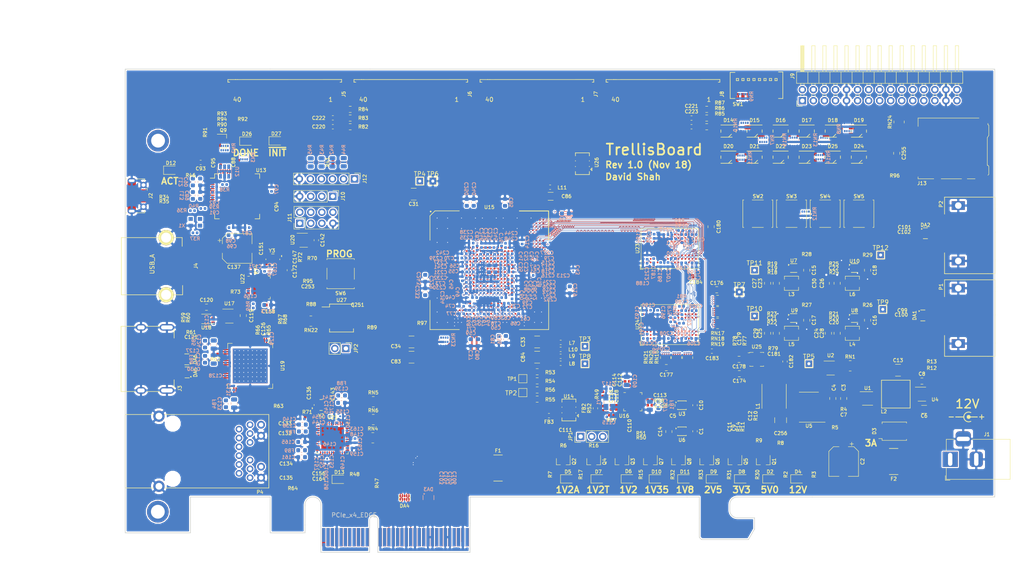
<source format=kicad_pcb>
(kicad_pcb (version 20171130) (host pcbnew 5.0.1)
  (layers (0 F.Cu signal) (1 In1.Cu signal) (2 In2.Cu signal) (3 In3.Cu signal) (4 In4.Cu signal) (5 In5.Cu signal) (6 In6.Cu signal) (31 B.Cu signal) (34 B.Paste user) (35 F.Paste user) (36 B.SilkS user) (37 F.SilkS user) (38 B.Mask user) (39 F.Mask user) (44 Edge.Cuts user))
  (net 0 "")
  (net 1 "/PCIe + SATA/DCU1_REFCLK-")
  (net 2 "/PCIe + SATA/DCU1_REFCLK+")
  (net 3 DDR3_A4)
  (net 4 DDR3_A6)
  (net 5 DDR3_A5)
  (net 6 DDR3_A7)
  (net 7 /DDR3/DDR3_VTT)
  (net 8 "Net-(RN2-Pad5)")
  (net 9 "Net-(RN2-Pad6)")
  (net 10 "Net-(R38-Pad2)")
  (net 11 "Net-(RN2-Pad7)")
  (net 12 +3V3)
  (net 13 /Power/1V2_EN)
  (net 14 /Power/2V5_EN)
  (net 15 /Power/1V35_EN)
  (net 16 "Net-(RN1-Pad4)")
  (net 17 +5V)
  (net 18 "Net-(RN1-Pad5)")
  (net 19 USD_D0)
  (net 20 USD_D3)
  (net 21 USD_CMD)
  (net 22 USD_D2)
  (net 23 "Net-(RN23-Pad1)")
  (net 24 GND)
  (net 25 "/FPGA IO/CFG0")
  (net 26 "Net-(RN23-Pad8)")
  (net 27 "/FPGA IO/CFG1")
  (net 28 "/FPGA IO/CFG2")
  (net 29 "/FPGA IO/FLASH_D3")
  (net 30 "/FPGA IO/FLASH_D1")
  (net 31 "/FPGA IO/FLASH_D2")
  (net 32 "/FPGA IO/FLASH_D0")
  (net 33 DDR3_WE)
  (net 34 DDR3_CKE)
  (net 35 DDR3_CS)
  (net 36 DDR3_ODT)
  (net 37 DDR3_CAS)
  (net 38 DDR3_BA2)
  (net 39 DDR3_RAS)
  (net 40 DDR3_BA1)
  (net 41 DDR3_A12)
  (net 42 DDR3_A14)
  (net 43 DDR3_A13)
  (net 44 DDR3_BA0)
  (net 45 DDR3_A11)
  (net 46 DDR3_A9)
  (net 47 DDR3_A10)
  (net 48 DDR3_A8)
  (net 49 DDR3_A0)
  (net 50 DDR3_A2)
  (net 51 DDR3_A1)
  (net 52 DDR3_A3)
  (net 53 "/HDMI, GbE, USB/ETH_LED2")
  (net 54 ETH_~RESET)
  (net 55 "/HDMI, GbE, USB/ETH_LED1")
  (net 56 RGMII_REF_CLK)
  (net 57 "Net-(D18-Pad4)")
  (net 58 "Net-(D20-Pad4)")
  (net 59 "Net-(D19-Pad4)")
  (net 60 "Net-(D21-Pad4)")
  (net 61 "Net-(D25-Pad4)")
  (net 62 "Net-(D23-Pad4)")
  (net 63 "Net-(D24-Pad4)")
  (net 64 "Net-(D22-Pad4)")
  (net 65 FTDI_D1_RX)
  (net 66 FTDI_~WR)
  (net 67 FTDI_~RD)
  (net 68 FTDI_~SIWU)
  (net 69 RGMII_RXD0)
  (net 70 RGMII_RXD2)
  (net 71 RGMII_RXD1)
  (net 72 RGMII_RXD3)
  (net 73 RGMII_RX_DV)
  (net 74 ETH_MDIO)
  (net 75 RGMII_RX_CLK)
  (net 76 ETH_INT_N)
  (net 77 "Net-(D17-Pad1)")
  (net 78 "Net-(D16-Pad1)")
  (net 79 "Net-(D14-Pad1)")
  (net 80 "Net-(D15-Pad1)")
  (net 81 DIP_SW1)
  (net 82 DIP_SW0)
  (net 83 DIP_SW2)
  (net 84 DIP_SW3)
  (net 85 DIP_SW7)
  (net 86 DIP_SW6)
  (net 87 DIP_SW4)
  (net 88 DIP_SW5)
  (net 89 "Net-(D14-Pad4)")
  (net 90 "Net-(D16-Pad4)")
  (net 91 "Net-(D15-Pad4)")
  (net 92 "Net-(D17-Pad4)")
  (net 93 "Net-(D21-Pad1)")
  (net 94 "Net-(D20-Pad1)")
  (net 95 "Net-(D18-Pad1)")
  (net 96 "Net-(D19-Pad1)")
  (net 97 BTN1)
  (net 98 BTN0)
  (net 99 BTN2)
  (net 100 BTN3)
  (net 101 "Net-(D25-Pad1)")
  (net 102 "Net-(D24-Pad1)")
  (net 103 "Net-(D22-Pad1)")
  (net 104 "Net-(D23-Pad1)")
  (net 105 "/FPGA IO/VCCIO7")
  (net 106 "Net-(R44-Pad2)")
  (net 107 JTAG_TDO)
  (net 108 JTAG_TDI)
  (net 109 "Net-(R43-Pad2)")
  (net 110 "Net-(R42-Pad2)")
  (net 111 JTAG_TCK)
  (net 112 JTAG_TMS)
  (net 113 "Net-(R45-Pad2)")
  (net 114 "/PCIe + SATA/CLKAUXO+")
  (net 115 "/PCIe + SATA/CLK150M-")
  (net 116 +1V8)
  (net 117 +2V5)
  (net 118 "/PCIe + SATA/CLKAUXO-")
  (net 119 "/FPGA IO/VCCIO6")
  (net 120 "/PCIe + SATA/CLK150M+")
  (net 121 CLK_SDA)
  (net 122 "Net-(R36-Pad2)")
  (net 123 FPGA_12MHz)
  (net 124 "/PCIe + SATA/PCIe_REFCLK+")
  (net 125 "/PCIe + SATA/PCIe_REFCLK-")
  (net 126 PCIe_12V)
  (net 127 "Net-(D13-Pad2)")
  (net 128 ~PERST)
  (net 129 "Net-(P3-PadA11)")
  (net 130 "Net-(D12-Pad2)")
  (net 131 "Net-(R40-Pad1)")
  (net 132 "Net-(R39-Pad1)")
  (net 133 "Net-(R38-Pad1)")
  (net 134 "Net-(R12-Pad2)")
  (net 135 "/PCIe + SATA/3V3_C")
  (net 136 "/PCIe + SATA/3V3_CA")
  (net 137 "Net-(R57-Pad1)")
  (net 138 "Net-(R58-Pad2)")
  (net 139 FABRIC_REFCLK)
  (net 140 "/HDMI, GbE, USB/PORT_SCL")
  (net 141 "/HDMI, GbE, USB/PORT_SDA")
  (net 142 "Net-(C121-Pad1)")
  (net 143 "Net-(R62-Pad1)")
  (net 144 /Power/3V3_PG)
  (net 145 "Net-(D27-Pad2)")
  (net 146 "/FPGA IO/~PROGRAM")
  (net 147 "Net-(R80-Pad1)")
  (net 148 "Net-(R81-Pad1)")
  (net 149 "/FPGA IO/FLASH_~CS")
  (net 150 "/FPGA IO/FLASH_CLK")
  (net 151 "/FPGA IO/DONE")
  (net 152 "Net-(Q9-Pad1)")
  (net 153 "Net-(D26-Pad2)")
  (net 154 "Net-(R79-Pad1)")
  (net 155 "/FPGA IO/~INIT")
  (net 156 "Net-(C9-Pad1)")
  (net 157 "Net-(C11-Pad1)")
  (net 158 "Net-(Q2-Pad3)")
  (net 159 "Net-(D5-Pad1)")
  (net 160 /Power/1V2_PG)
  (net 161 USD_D1)
  (net 162 USD_CLK)
  (net 163 "Net-(R97-Pad1)")
  (net 164 "Net-(Q2-Pad1)")
  (net 165 +1V2A)
  (net 166 "Net-(R5-Pad2)")
  (net 167 "Net-(D2-Pad2)")
  (net 168 "Net-(C7-Pad1)")
  (net 169 "Net-(D4-Pad2)")
  (net 170 +12V)
  (net 171 "Net-(R74-Pad1)")
  (net 172 "/Debug Interface/PORT_D-")
  (net 173 "/Debug Interface/FTDI_D-")
  (net 174 "/Debug Interface/FTDI_D+")
  (net 175 "/Debug Interface/PORT_D+")
  (net 176 "Net-(C22-Pad2)")
  (net 177 "Net-(R71-Pad2)")
  (net 178 "/HDMI, GbE, USB/USB_XO")
  (net 179 "/HDMI, GbE, USB/USB_XI")
  (net 180 "Net-(R73-Pad1)")
  (net 181 "/HDMI, GbE, USB/USBA_VBUS")
  (net 182 "/HDMI, GbE, USB/EXTVBUS")
  (net 183 DVI_SCL)
  (net 184 DVI_SDA)
  (net 185 CLK_SCL)
  (net 186 "Net-(R70-Pad1)")
  (net 187 "Net-(C175-Pad2)")
  (net 188 DDR3_CLK+)
  (net 189 "Net-(P4-Pad16)")
  (net 190 "Net-(R66-Pad1)")
  (net 191 "Net-(R65-Pad1)")
  (net 192 "/HDMI, GbE, USB/HDMI_HPD")
  (net 193 DDR3_CLK-)
  (net 194 "Net-(C179-Pad1)")
  (net 195 +1V35)
  (net 196 +1V2)
  (net 197 "Net-(D10-Pad2)")
  (net 198 "Net-(P4-Pad14)")
  (net 199 "Net-(C12-Pad2)")
  (net 200 "Net-(D6-Pad2)")
  (net 201 +1V2T)
  (net 202 "Net-(Q4-Pad1)")
  (net 203 "Net-(Q4-Pad3)")
  (net 204 "Net-(D7-Pad1)")
  (net 205 "Net-(C19-Pad2)")
  (net 206 "Net-(C20-Pad2)")
  (net 207 "Net-(C21-Pad2)")
  (net 208 "/Debug Interface/FTDI_12MHz")
  (net 209 "Net-(D11-Pad2)")
  (net 210 /Power/2V5_PG)
  (net 211 /Power/1V35_PG)
  (net 212 /Power/1V8_PG)
  (net 213 "Net-(D8-Pad2)")
  (net 214 "Net-(D9-Pad2)")
  (net 215 "Net-(C8-Pad2)")
  (net 216 "Net-(C8-Pad1)")
  (net 217 /Power/PWR_EN)
  (net 218 "/HDMI, GbE, USB/HDMI_5V")
  (net 219 "Net-(U17-Pad3)")
  (net 220 "Net-(D9-Pad1)")
  (net 221 "Net-(D11-Pad1)")
  (net 222 "Net-(D26-Pad1)")
  (net 223 "Net-(D2-Pad1)")
  (net 224 "Net-(D6-Pad1)")
  (net 225 "Net-(D10-Pad1)")
  (net 226 "Net-(D8-Pad1)")
  (net 227 "Net-(U1-Pad3)")
  (net 228 DDR3_Vref)
  (net 229 DDR3_Vtt_EN)
  (net 230 "Net-(U5-Pad2)")
  (net 231 "Net-(L1-Pad1)")
  (net 232 "Net-(C11-Pad2)")
  (net 233 "Net-(U13-Pad3)")
  (net 234 "/Debug Interface/Vphy")
  (net 235 "/Debug Interface/Vpll")
  (net 236 "/Debug Interface/JTAG_ACT")
  (net 237 "Net-(U13-Pad22)")
  (net 238 "Net-(U13-Pad23)")
  (net 239 "Net-(U13-Pad24)")
  (net 240 "Net-(U13-Pad26)")
  (net 241 "Net-(U13-Pad27)")
  (net 242 "Net-(U13-Pad28)")
  (net 243 "Net-(U13-Pad29)")
  (net 244 "Net-(U13-Pad30)")
  (net 245 "Net-(U13-Pad32)")
  (net 246 "Net-(U13-Pad33)")
  (net 247 "Net-(U13-Pad34)")
  (net 248 "Net-(U13-Pad36)")
  (net 249 FTDI_D0_TX)
  (net 250 FTDI_D2)
  (net 251 FTDI_D3)
  (net 252 FTDI_D4)
  (net 253 FTDI_D5)
  (net 254 FTDI_D6)
  (net 255 FTDI_D7)
  (net 256 FTDI_~RXF)
  (net 257 "Net-(U13-Pad49)")
  (net 258 "Net-(U13-Pad50)")
  (net 259 FTDI_~TXE)
  (net 260 "Net-(U13-Pad57)")
  (net 261 "Net-(U13-Pad58)")
  (net 262 "Net-(U13-Pad59)")
  (net 263 "Net-(U13-Pad60)")
  (net 264 "/HDMI, GbE, USB/DVI_DVDD")
  (net 265 DVI_DE)
  (net 266 DVI_HSYNC)
  (net 267 DVI_VSYNC)
  (net 268 "Net-(U19-Pad11)")
  (net 269 "/HDMI, GbE, USB/DVI_PVDD")
  (net 270 "/HDMI, GbE, USB/TMDS_CLK-")
  (net 271 "/HDMI, GbE, USB/TMDS_CLK+")
  (net 272 "/HDMI, GbE, USB/DVI_TVDD")
  (net 273 "/HDMI, GbE, USB/TMDS_D0-")
  (net 274 "/HDMI, GbE, USB/TMDS_D0+")
  (net 275 "/HDMI, GbE, USB/TMDS_D1-")
  (net 276 "/HDMI, GbE, USB/TMDS_D1+")
  (net 277 "/HDMI, GbE, USB/TMDS_D2-")
  (net 278 "/HDMI, GbE, USB/TMDS_D2+")
  (net 279 DVI_D23)
  (net 280 DVI_D22)
  (net 281 DVI_D21)
  (net 282 DVI_D20)
  (net 283 DVI_D19)
  (net 284 DVI_D18)
  (net 285 DVI_D17)
  (net 286 DVI_D16)
  (net 287 DVI_D15)
  (net 288 DVI_D14)
  (net 289 DVI_D13)
  (net 290 DVI_D12)
  (net 291 "Net-(U19-Pad49)")
  (net 292 DVI_D11)
  (net 293 DVI_D10)
  (net 294 DVI_D9)
  (net 295 DVI_D8)
  (net 296 DVI_D7)
  (net 297 DVI_D6)
  (net 298 DVI_CLK)
  (net 299 DVI_D5)
  (net 300 DVI_D4)
  (net 301 DVI_D3)
  (net 302 DVI_D2)
  (net 303 DVI_D1)
  (net 304 DVI_D0)
  (net 305 "/HDMI, GbE, USB/AVDDH")
  (net 306 "/HDMI, GbE, USB/MX4-")
  (net 307 "/HDMI, GbE, USB/MX4+")
  (net 308 "/HDMI, GbE, USB/AVDDL")
  (net 309 "/HDMI, GbE, USB/MX3-")
  (net 310 "/HDMI, GbE, USB/MX3+")
  (net 311 "/HDMI, GbE, USB/MX2-")
  (net 312 "/HDMI, GbE, USB/MX2+")
  (net 313 "/HDMI, GbE, USB/MX1-")
  (net 314 "/HDMI, GbE, USB/MX1+")
  (net 315 "Net-(U21-Pad13)")
  (net 316 RGMII_TXD0)
  (net 317 RGMII_TXD1)
  (net 318 RGMII_TXD2)
  (net 319 RGMII_TXD3)
  (net 320 RGMII_TX_CLK)
  (net 321 RGMII_TX_EN)
  (net 322 ETH_MDC)
  (net 323 "Net-(U21-Pad43)")
  (net 324 "/HDMI, GbE, USB/AVDDL_PLL")
  (net 325 "/HDMI, GbE, USB/ETH_XO")
  (net 326 "/HDMI, GbE, USB/ETH_XI")
  (net 327 "Net-(U21-Pad47)")
  (net 328 "Net-(U22-Pad3)")
  (net 329 "Net-(U22-Pad5)")
  (net 330 "/HDMI, GbE, USB/USBA_D+")
  (net 331 "/HDMI, GbE, USB/USBA_D-")
  (net 332 ULPI_RESET)
  (net 333 ULPI_NXT)
  (net 334 ULPI_DIR)
  (net 335 ULPI_STP)
  (net 336 ULPI_CLKO)
  (net 337 "/HDMI, GbE, USB/USB1V8")
  (net 338 ULPI_D7)
  (net 339 ULPI_D6)
  (net 340 ULPI_D5)
  (net 341 ULPI_D4)
  (net 342 ULPI_D3)
  (net 343 ULPI_D2)
  (net 344 ULPI_D1)
  (net 345 ULPI_D0)
  (net 346 "Net-(C117-Pad1)")
  (net 347 "Net-(C115-Pad2)")
  (net 348 CLK_SD_OE)
  (net 349 "Net-(U16-Pad11)")
  (net 350 "Net-(U16-Pad12)")
  (net 351 "/PCIe + SATA/1V8_C")
  (net 352 "Net-(U16-Pad16)")
  (net 353 "/PCIe + SATA/DCU0_REFCLK-")
  (net 354 "/PCIe + SATA/DCU0_REFCLK+")
  (net 355 "Net-(U16-Pad24)")
  (net 356 DDR3_DQ13)
  (net 357 DDR3_DQ15)
  (net 358 DDR3_DQ12)
  (net 359 DDR3_DQS1-)
  (net 360 DDR3_DQ14)
  (net 361 DDR3_DQ11)
  (net 362 DDR3_DQ9)
  (net 363 DDR3_DQS1+)
  (net 364 DDR3_DQ10)
  (net 365 DDR3_DM1)
  (net 366 DDR3_DQ8)
  (net 367 DDR3_DQ0)
  (net 368 DDR3_DM0)
  (net 369 DDR3_DQ2)
  (net 370 DDR3_DQS0+)
  (net 371 DDR3_DQ1)
  (net 372 DDR3_DQ3)
  (net 373 DDR3_DQ6)
  (net 374 DDR3_DQS0-)
  (net 375 DDR3_DQ4)
  (net 376 DDR3_DQ7)
  (net 377 DDR3_DQ5)
  (net 378 "Net-(U23-PadJ1)")
  (net 379 "Net-(U23-PadJ9)")
  (net 380 "Net-(U23-PadL1)")
  (net 381 "Net-(U23-PadL9)")
  (net 382 "Net-(U23-PadM7)")
  (net 383 DDR3_RESET)
  (net 384 "Net-(U24-PadM7)")
  (net 385 "Net-(U24-PadL9)")
  (net 386 "Net-(U24-PadL1)")
  (net 387 "Net-(U24-PadJ9)")
  (net 388 "Net-(U24-PadJ1)")
  (net 389 DDR3_DQ21)
  (net 390 DDR3_DQ23)
  (net 391 DDR3_DQ20)
  (net 392 DDR3_DQS2-)
  (net 393 DDR3_DQ22)
  (net 394 DDR3_DQ19)
  (net 395 DDR3_DQ17)
  (net 396 DDR3_DQS2+)
  (net 397 DDR3_DQ18)
  (net 398 DDR3_DM2)
  (net 399 DDR3_DQ16)
  (net 400 DDR3_DQ24)
  (net 401 DDR3_DM3)
  (net 402 DDR3_DQ26)
  (net 403 DDR3_DQS3+)
  (net 404 DDR3_DQ25)
  (net 405 DDR3_DQ27)
  (net 406 DDR3_DQ30)
  (net 407 DDR3_DQS3-)
  (net 408 DDR3_DQ28)
  (net 409 DDR3_DQ31)
  (net 410 DDR3_DQ29)
  (net 411 "Net-(X1-Pad1)")
  (net 412 "Net-(L4-Pad1)")
  (net 413 "Net-(L5-Pad1)")
  (net 414 "Net-(L3-Pad1)")
  (net 415 "Net-(L6-Pad1)")
  (net 416 "Net-(C111-Pad1)")
  (net 417 "/FPGA Core Power/VCCHTX1")
  (net 418 "/FPGA Core Power/VCCHTX0")
  (net 419 "/FPGA Core Power/VCCA0")
  (net 420 "/FPGA Core Power/VCCAUX")
  (net 421 "/FPGA Core Power/VCCA1")
  (net 422 "/PCIe + SATA/SATA1_A+")
  (net 423 "/PCIe + SATA/SATA1_A-")
  (net 424 "/PCIe + SATA/DCU1_RX1-")
  (net 425 "/PCIe + SATA/DCU1_RX1+")
  (net 426 "/PCIe + SATA/SATA0_A+")
  (net 427 "/PCIe + SATA/SATA0_A-")
  (net 428 "/PCIe + SATA/DCU1_RX0-")
  (net 429 "/PCIe + SATA/DCU1_RX0+")
  (net 430 "/PCIe + SATA/PCIe_HSI0+")
  (net 431 "/PCIe + SATA/PCIe_HSI0-")
  (net 432 "/PCIe + SATA/PCIe_HSI1+")
  (net 433 "/PCIe + SATA/PCIe_HSI1-")
  (net 434 "/PCIe + SATA/DCU0_RX0+")
  (net 435 "/PCIe + SATA/DCU0_RX0-")
  (net 436 "/PCIe + SATA/DCU0_RX1+")
  (net 437 "/PCIe + SATA/DCU0_RX1-")
  (net 438 "Net-(U6-Pad2)")
  (net 439 "Net-(U6-Pad5)")
  (net 440 "Net-(U3-Pad5)")
  (net 441 "Net-(U3-Pad2)")
  (net 442 "Net-(U10-Pad4)")
  (net 443 "Net-(U9-Pad4)")
  (net 444 "Net-(U8-Pad4)")
  (net 445 "Net-(U7-Pad4)")
  (net 446 "Net-(J5-Pad38)")
  (net 447 "/FPGA IO/EXT0_11-")
  (net 448 "/FPGA IO/EXT0_11+")
  (net 449 "/FPGA IO/EXT0_10-")
  (net 450 "/FPGA IO/EXT0_10+")
  (net 451 "/FPGA IO/EXT0_9-")
  (net 452 "/FPGA IO/EXT0_9+")
  (net 453 "/FPGA IO/EXT0_8-")
  (net 454 "/FPGA IO/EXT0_8+")
  (net 455 "/FPGA IO/EXT0_7-")
  (net 456 "/FPGA IO/EXT0_7+")
  (net 457 "/FPGA IO/EXT0_6-")
  (net 458 "/FPGA IO/EXT0_6+")
  (net 459 "/FPGA IO/EXT0_5-")
  (net 460 "/FPGA IO/EXT0_5+")
  (net 461 "/FPGA IO/EXT0_4-")
  (net 462 "/FPGA IO/EXT0_4+")
  (net 463 "/FPGA IO/EXT0_3-")
  (net 464 "/FPGA IO/EXT0_3+")
  (net 465 "/FPGA IO/EXT0_2-")
  (net 466 "/FPGA IO/EXT0_2+")
  (net 467 "/FPGA IO/EXT0_1-")
  (net 468 "/FPGA IO/EXT0_1+")
  (net 469 "/FPGA IO/EXT0_0-")
  (net 470 "/FPGA IO/EXT0_0+")
  (net 471 "/FPGA IO/EXT3_0+")
  (net 472 "/FPGA IO/EXT3_0-")
  (net 473 "/FPGA IO/EXT3_1+")
  (net 474 "/FPGA IO/EXT3_1-")
  (net 475 "/FPGA IO/EXT3_2+")
  (net 476 "/FPGA IO/EXT3_2-")
  (net 477 "/FPGA IO/EXT3_3+")
  (net 478 "/FPGA IO/EXT3_3-")
  (net 479 "/FPGA IO/EXT3_4+")
  (net 480 "/FPGA IO/EXT3_4-")
  (net 481 "/FPGA IO/EXT3_5+")
  (net 482 "/FPGA IO/EXT3_5-")
  (net 483 "/FPGA IO/EXT3_6+")
  (net 484 "/FPGA IO/EXT3_6-")
  (net 485 "/FPGA IO/EXT3_7+")
  (net 486 "/FPGA IO/EXT3_7-")
  (net 487 "/FPGA IO/EXT3_8+")
  (net 488 "/FPGA IO/EXT3_8-")
  (net 489 "/FPGA IO/EXT3_9+")
  (net 490 "/FPGA IO/EXT3_9-")
  (net 491 "/FPGA IO/EXT3_10+")
  (net 492 "/FPGA IO/EXT3_10-")
  (net 493 "/FPGA IO/EXT3_11+")
  (net 494 "/FPGA IO/EXT3_11-")
  (net 495 "Net-(J8-Pad38)")
  (net 496 "Net-(J6-Pad38)")
  (net 497 "/FPGA IO/EXT1_11-")
  (net 498 "/FPGA IO/EXT1_11+")
  (net 499 "/FPGA IO/EXT1_10-")
  (net 500 "/FPGA IO/EXT1_10+")
  (net 501 "/FPGA IO/EXT1_9-")
  (net 502 "/FPGA IO/EXT1_9+")
  (net 503 "/FPGA IO/EXT1_8-")
  (net 504 "/FPGA IO/EXT1_8+")
  (net 505 "/FPGA IO/EXT1_7-")
  (net 506 "/FPGA IO/EXT1_7+")
  (net 507 "/FPGA IO/EXT1_6-")
  (net 508 "/FPGA IO/EXT1_6+")
  (net 509 "/FPGA IO/EXT1_5-")
  (net 510 "/FPGA IO/EXT1_5+")
  (net 511 "/FPGA IO/EXT1_4-")
  (net 512 "/FPGA IO/EXT1_4+")
  (net 513 "/FPGA IO/EXT1_3-")
  (net 514 "/FPGA IO/EXT1_3+")
  (net 515 "/FPGA IO/EXT1_2-")
  (net 516 "/FPGA IO/EXT1_2+")
  (net 517 "/FPGA IO/EXT1_1-")
  (net 518 "/FPGA IO/EXT1_1+")
  (net 519 "/FPGA IO/EXT1_0-")
  (net 520 "/FPGA IO/EXT1_0+")
  (net 521 "/FPGA IO/EXT2_0+")
  (net 522 "/FPGA IO/EXT2_0-")
  (net 523 "/FPGA IO/EXT2_1+")
  (net 524 "/FPGA IO/EXT2_1-")
  (net 525 "/FPGA IO/EXT2_2+")
  (net 526 "/FPGA IO/EXT2_2-")
  (net 527 "/FPGA IO/EXT2_3+")
  (net 528 "/FPGA IO/EXT2_3-")
  (net 529 "/FPGA IO/EXT2_4+")
  (net 530 "/FPGA IO/EXT2_4-")
  (net 531 "/FPGA IO/EXT2_5+")
  (net 532 "/FPGA IO/EXT2_5-")
  (net 533 "/FPGA IO/EXT2_6+")
  (net 534 "/FPGA IO/EXT2_6-")
  (net 535 "/FPGA IO/EXT2_7+")
  (net 536 "/FPGA IO/EXT2_7-")
  (net 537 "/FPGA IO/EXT2_8+")
  (net 538 "/FPGA IO/EXT2_8-")
  (net 539 "/FPGA IO/EXT2_9+")
  (net 540 "/FPGA IO/EXT2_9-")
  (net 541 "/FPGA IO/EXT2_10+")
  (net 542 "/FPGA IO/EXT2_10-")
  (net 543 "/FPGA IO/EXT2_11+")
  (net 544 "/FPGA IO/EXT2_11-")
  (net 545 "Net-(J7-Pad38)")
  (net 546 "Net-(C132-Pad1)")
  (net 547 "Net-(C135-Pad1)")
  (net 548 "Net-(C133-Pad1)")
  (net 549 "Net-(C134-Pad1)")
  (net 550 "Net-(P3-PadB5)")
  (net 551 "Net-(P3-PadB6)")
  (net 552 "Net-(P3-PadB8)")
  (net 553 "Net-(P3-PadB9)")
  (net 554 "Net-(P3-PadB10)")
  (net 555 PCIe_~WAKE)
  (net 556 "Net-(P3-PadB12)")
  (net 557 "/PCIe + SATA/~PRSNT2~_X1")
  (net 558 "Net-(P3-PadB23)")
  (net 559 "Net-(P3-PadB24)")
  (net 560 "Net-(P3-PadB27)")
  (net 561 "Net-(P3-PadB28)")
  (net 562 "Net-(P3-PadB30)")
  (net 563 "/PCIe + SATA/~PRSNT2~_X4")
  (net 564 "/PCIe + SATA/~PRSNT1")
  (net 565 "Net-(P3-PadA5)")
  (net 566 "Net-(P3-PadA6)")
  (net 567 "Net-(P3-PadA7)")
  (net 568 "Net-(P3-PadA8)")
  (net 569 "Net-(P3-PadA9)")
  (net 570 "Net-(P3-PadA10)")
  (net 571 "Net-(P3-PadA19)")
  (net 572 "Net-(P3-PadA25)")
  (net 573 "Net-(P3-PadA26)")
  (net 574 "Net-(P3-PadA29)")
  (net 575 "Net-(P3-PadA30)")
  (net 576 "Net-(P3-PadA32)")
  (net 577 "Net-(U14-Pad2)")
  (net 578 "Net-(U14-Pad1)")
  (net 579 "Net-(U26-Pad1)")
  (net 580 "Net-(U26-Pad2)")
  (net 581 "/FPGA IO/CLK100+")
  (net 582 "/FPGA IO/CLK100-")
  (net 583 "Net-(J3-Pad14)")
  (net 584 "Net-(J3-Pad13)")
  (net 585 LED2)
  (net 586 LED11)
  (net 587 LED10)
  (net 588 LED0)
  (net 589 LED1)
  (net 590 LED3)
  (net 591 LED4)
  (net 592 LED5)
  (net 593 LED6)
  (net 594 LED7)
  (net 595 LED8)
  (net 596 LED9)
  (net 597 "Net-(F2-Pad2)")
  (net 598 "Net-(U15-PadR1)")
  (net 599 "Net-(U15-PadY1)")
  (net 600 "Net-(U15-PadAB1)")
  (net 601 "Net-(U15-PadAC1)")
  (net 602 "Net-(U15-PadAD1)")
  (net 603 "Net-(U15-PadAE1)")
  (net 604 "Net-(U15-PadA2)")
  (net 605 "Net-(U15-PadT2)")
  (net 606 "Net-(U15-PadW2)")
  (net 607 "Net-(U15-PadAB2)")
  (net 608 "Net-(U15-PadAC2)")
  (net 609 "Net-(U15-PadAE2)")
  (net 610 "Net-(U15-PadAG2)")
  (net 611 "Net-(U15-PadA3)")
  (net 612 "Net-(U15-PadV3)")
  (net 613 "Net-(U15-PadW3)")
  (net 614 "Net-(U15-PadY3)")
  (net 615 "Net-(U15-PadAC3)")
  (net 616 "Net-(U15-PadAD3)")
  (net 617 "Net-(U15-PadAE3)")
  (net 618 "Net-(U15-PadAG3)")
  (net 619 "Net-(U15-PadAL3)")
  (net 620 "Net-(U15-PadB4)")
  (net 621 "Net-(U15-PadH4)")
  (net 622 "Net-(U15-PadAC4)")
  (net 623 "Net-(U15-PadA5)")
  (net 624 "Net-(U15-PadL5)")
  (net 625 "Net-(U15-PadW6)")
  (net 626 "Net-(U15-PadD7)")
  (net 627 "Net-(U15-PadE7)")
  (net 628 "Net-(U15-PadAE7)")
  (net 629 "Net-(U15-PadG9)")
  (net 630 "/PCIe + SATA/DCU0_TX0+")
  (net 631 "Net-(U15-PadG10)")
  (net 632 "/PCIe + SATA/DCU0_TX0-")
  (net 633 "Net-(U15-PadG11)")
  (net 634 "/PCIe + SATA/DCU0_TX1+")
  (net 635 "/PCIe + SATA/DCU0_TX1-")
  (net 636 "/FPGA IO/PMOD1_10")
  (net 637 "/FPGA IO/PMOD1_9")
  (net 638 "Net-(U15-PadG14)")
  (net 639 "Net-(U15-PadG15)")
  (net 640 "Net-(U15-PadAK15)")
  (net 641 "Net-(U15-PadG16)")
  (net 642 "Net-(U15-PadAK16)")
  (net 643 "Net-(U15-PadG17)")
  (net 644 "Net-(U15-PadG18)")
  (net 645 "/PCIe + SATA/DCU1_TX0+")
  (net 646 "Net-(U15-PadG19)")
  (net 647 "/PCIe + SATA/DCU1_TX0-")
  (net 648 "/FPGA IO/PMOD1_8")
  (net 649 "/FPGA IO/PMOD1_7")
  (net 650 "/PCIe + SATA/DCU1_TX1+")
  (net 651 "/PCIe + SATA/DCU1_TX1-")
  (net 652 "/FPGA IO/EXIO_5")
  (net 653 "/FPGA IO/EXIO_4")
  (net 654 "/FPGA IO/EXIO_3")
  (net 655 "Net-(U15-PadG22)")
  (net 656 "/FPGA IO/PMOD1_3")
  (net 657 "/FPGA IO/PMOD1_2")
  (net 658 "/FPGA IO/PMOD1_0")
  (net 659 "/FPGA IO/PMOD1_1")
  (net 660 "/FPGA IO/EXIO_2")
  (net 661 "Net-(U15-PadG23)")
  (net 662 "/FPGA IO/EXIO_1")
  (net 663 "/FPGA IO/PMOD0_10")
  (net 664 "/FPGA IO/EXIO_0")
  (net 665 "/FPGA IO/PMOD0_9")
  (net 666 "Net-(U15-PadG24)")
  (net 667 "Net-(U15-PadAG24)")
  (net 668 "Net-(U15-PadAK24)")
  (net 669 "/FPGA IO/PMOD0_8")
  (net 670 "/FPGA IO/PMOD0_3")
  (net 671 "/FPGA IO/PMOD0_7")
  (net 672 "/FPGA IO/PMOD0_2")
  (net 673 "/FPGA IO/PMOD0_1")
  (net 674 "Net-(U15-PadAK25)")
  (net 675 "/FPGA IO/PMOD0_0")
  (net 676 "Net-(U15-PadB26)")
  (net 677 "Net-(U15-PadE26)")
  (net 678 "Net-(U15-PadR26)")
  (net 679 "Net-(U15-PadT26)")
  (net 680 "Net-(U15-PadAE26)")
  (net 681 "Net-(U15-PadH27)")
  (net 682 "Net-(U15-PadJ27)")
  (net 683 "Net-(U15-PadK27)")
  (net 684 "Net-(U15-PadW27)")
  (net 685 "Net-(U15-PadC28)")
  (net 686 "Net-(U15-PadD28)")
  (net 687 "Net-(U15-PadH28)")
  (net 688 "Net-(U15-PadL28)")
  (net 689 "Net-(U15-PadP28)")
  (net 690 "Net-(U15-PadAC28)")
  (net 691 "Net-(U15-PadAE28)")
  (net 692 "Net-(U15-PadC29)")
  (net 693 "Net-(U15-PadH29)")
  (net 694 "Net-(U15-PadP29)")
  (net 695 "Net-(U15-PadAB29)")
  (net 696 "Net-(U15-PadAC29)")
  (net 697 "Net-(U15-PadAE29)")
  (net 698 "Net-(U15-PadAJ29)")
  (net 699 "Net-(U15-PadC30)")
  (net 700 "Net-(U15-PadP30)")
  (net 701 "Net-(U15-PadR30)")
  (net 702 "Net-(U15-PadV30)")
  (net 703 "Net-(U15-PadAB30)")
  (net 704 "Net-(U15-PadAE30)")
  (net 705 "Net-(U15-PadAJ30)")
  (net 706 "Net-(U15-PadA31)")
  (net 707 "Net-(U15-PadP31)")
  (net 708 "Net-(U15-PadAG31)")
  (net 709 "Net-(U15-PadAK31)")
  (net 710 "Net-(U15-PadAG32)")
  (net 711 "Net-(J2-Pad1)")
  (net 712 "Net-(J2-Pad4)")
  (net 713 "Net-(U15-PadN32)")
  (net 714 "Net-(U15-PadT30)")
  (net 715 "Net-(U15-PadAE27)")
  (net 716 "Net-(U15-PadAD27)")
  (net 717 "Net-(U15-PadAD26)")
  (net 718 "Net-(U15-PadF30)")
  (module Capacitor_SMD:C_0201_0603Metric (layer B.Cu) (at 90.2 111.585 90)
    (fp_text reference C149 (at -2.665 0.05 90) (layer B.SilkS) (effects (font (size 0.8 0.8)) (justify mirror)))
    (fp_text value 10n)
    (pad 1 smd roundrect (at -0.32 0 90) (size 0.46 0.4) (layers B.Cu B.Mask) (net 196 +1V2))
    (pad 2 smd roundrect (at 0.32 0 90) (size 0.46 0.4) (layers B.Cu B.Mask) (net 24 GND))
  )
  (module Capacitor_SMD:C_0201_0603Metric (layer B.Cu) (at 85.015 109.9)
    (fp_text reference C146 (at 2.235 0.1) (layer B.SilkS) (effects (font (size 0.8 0.8)) (justify mirror)))
    (fp_text value 10n)
    (pad 2 smd roundrect (at 0.32 0) (size 0.46 0.4) (layers B.Cu B.Mask) (net 24 GND))
    (pad 1 smd roundrect (at -0.32 0) (size 0.46 0.4) (layers B.Cu B.Mask) (net 308 "/HDMI, GbE, USB/AVDDL"))
  )
  (module Capacitor_SMD:C_0201_0603Metric (layer B.Cu) (at 87.2 105.615 90)
    (fp_text reference C145 (at 4.115 -0.7 90) (layer B.SilkS) (effects (font (size 0.8 0.8)) (justify mirror)))
    (fp_text value 10n)
    (pad 1 smd roundrect (at -0.32 0 90) (size 0.46 0.4) (layers B.Cu B.Mask) (net 24 GND))
    (pad 2 smd roundrect (at 0.32 0 90) (size 0.46 0.4) (layers B.Cu B.Mask) (net 324 "/HDMI, GbE, USB/AVDDL_PLL"))
  )
  (module Capacitor_SMD:C_0201_0603Metric (layer B.Cu) (at 84.915 107.4)
    (fp_text reference C144 (at -0.165 -2.4) (layer B.SilkS) (effects (font (size 0.8 0.8)) (justify mirror)))
    (fp_text value 10n)
    (pad 2 smd roundrect (at 0.32 0) (size 0.46 0.4) (layers B.Cu B.Mask) (net 24 GND))
    (pad 1 smd roundrect (at -0.32 0) (size 0.46 0.4) (layers B.Cu B.Mask) (net 308 "/HDMI, GbE, USB/AVDDL"))
  )
  (module Capacitor_SMD:C_0201_0603Metric (layer B.Cu) (at 90.9 108.9 180)
    (fp_text reference C148 (at -2.6 1.15 180) (layer B.SilkS) (effects (font (size 0.8 0.8)) (justify mirror)))
    (fp_text value 10n)
    (pad 1 smd roundrect (at -0.32 0 180) (size 0.46 0.4) (layers B.Cu B.Mask) (net 196 +1V2))
    (pad 2 smd roundrect (at 0.32 0 180) (size 0.46 0.4) (layers B.Cu B.Mask) (net 24 GND))
  )
  (module Capacitor_SMD:C_0201_0603Metric (layer B.Cu) (at 86.7 111.6 90)
    (fp_text reference C160 (at -4.4 -0.2 90) (layer B.SilkS) (effects (font (size 0.8 0.8)) (justify mirror)))
    (fp_text value 10n)
    (pad 2 smd roundrect (at 0.32 0 90) (size 0.46 0.4) (layers B.Cu B.Mask) (net 24 GND))
    (pad 1 smd roundrect (at -0.32 0 90) (size 0.46 0.4) (layers B.Cu B.Mask) (net 12 +3V3))
  )
  (module Capacitor_SMD:C_0201_0603Metric (layer B.Cu) (at 86.7 113.7 270)
    (fp_text reference C158 (at 5.3 0.2 270) (layer B.SilkS) (effects (font (size 0.8 0.8)) (justify mirror)))
    (fp_text value 10n)
    (pad 1 smd roundrect (at -0.32 0 270) (size 0.46 0.4) (layers B.Cu B.Mask) (net 12 +3V3))
    (pad 2 smd roundrect (at 0.32 0 270) (size 0.46 0.4) (layers B.Cu B.Mask) (net 24 GND))
  )
  (module Capacitor_SMD:C_0201_0603Metric (layer B.Cu) (at 84.4 112.1 270)
    (fp_text reference C157 (at 2.4 0.15 270) (layer B.SilkS) (effects (font (size 0.8 0.8)) (justify mirror)))
    (fp_text value 10n)
    (pad 2 smd roundrect (at 0.32 0 270) (size 0.46 0.4) (layers B.Cu B.Mask) (net 24 GND))
    (pad 1 smd roundrect (at -0.32 0 270) (size 0.46 0.4) (layers B.Cu B.Mask) (net 305 "/HDMI, GbE, USB/AVDDH"))
  )
  (module Capacitor_SMD:C_0201_0603Metric (layer B.Cu) (at 90 103.6)
    (fp_text reference C155 (at 0.25 -1.1) (layer B.SilkS) (effects (font (size 0.8 0.8)) (justify mirror)))
    (fp_text value 10n)
    (pad 1 smd roundrect (at -0.32 0) (size 0.46 0.4) (layers B.Cu B.Mask) (net 12 +3V3))
    (pad 2 smd roundrect (at 0.32 0) (size 0.46 0.4) (layers B.Cu B.Mask) (net 24 GND))
  )
  (module Capacitor_SMD:C_0201_0603Metric (layer B.Cu) (at 84.885 105.9)
    (fp_text reference C154 (at -0.135 -2.15) (layer B.SilkS) (effects (font (size 0.8 0.8)) (justify mirror)))
    (fp_text value 10n)
    (pad 2 smd roundrect (at 0.32 0) (size 0.46 0.4) (layers B.Cu B.Mask) (net 24 GND))
    (pad 1 smd roundrect (at -0.32 0) (size 0.46 0.4) (layers B.Cu B.Mask) (net 305 "/HDMI, GbE, USB/AVDDH"))
  )
  (module Capacitor_SMD:C_0201_0603Metric (layer B.Cu) (at 87.8 111.6 90)
    (fp_text reference C153 (at -2.4 -0.05 90) (layer B.SilkS) (effects (font (size 0.8 0.8)) (justify mirror)))
    (fp_text value 10n)
    (pad 1 smd roundrect (at -0.32 0 90) (size 0.46 0.4) (layers B.Cu B.Mask) (net 196 +1V2))
    (pad 2 smd roundrect (at 0.32 0 90) (size 0.46 0.4) (layers B.Cu B.Mask) (net 24 GND))
  )
  (module Capacitor_SMD:C_0201_0603Metric (layer B.Cu) (at 85.7 111.6 90)
    (fp_text reference C152 (at -2.4 -0.2 90) (layer B.SilkS) (effects (font (size 0.8 0.8)) (justify mirror)))
    (fp_text value 10n)
    (pad 2 smd roundrect (at 0.32 0 90) (size 0.46 0.4) (layers B.Cu B.Mask) (net 24 GND))
    (pad 1 smd roundrect (at -0.32 0 90) (size 0.46 0.4) (layers B.Cu B.Mask) (net 196 +1V2))
  )
  (module Capacitor_SMD:C_0201_0603Metric (layer B.Cu) (at 89.9 105.6 270)
    (fp_text reference C150 (at -0.85 -1.6 270) (layer B.SilkS) (effects (font (size 0.8 0.8)) (justify mirror)))
    (fp_text value 10n)
    (pad 1 smd roundrect (at -0.32 0 270) (size 0.46 0.4) (layers B.Cu B.Mask) (net 196 +1V2))
    (pad 2 smd roundrect (at 0.32 0 270) (size 0.46 0.4) (layers B.Cu B.Mask) (net 24 GND))
  )
  (module TestPoint:TestPoint_THTPad_1.5x1.5mm_Drill0.7mm (layer F.Cu) (at 185 70)
    (fp_text reference TP11 (at 0 -1.648) (layer F.SilkS))
    (fp_text value 1.35V)
    (pad 1 thru_hole rect (at 0 0) (size 1.5 1.5) (drill 0.7) (layers *.Cu *.Mask) (net 195 +1V35))
  )
  (module TestPoint:TestPoint_THTPad_1.5x1.5mm_Drill0.7mm (layer F.Cu) (at 146 91.5)
    (fp_text reference TP8 (at 0 -1.648) (layer F.SilkS))
    (fp_text value 1.2VT)
    (pad 1 thru_hole rect (at 0 0) (size 1.5 1.5) (drill 0.7) (layers *.Cu *.Mask) (net 201 +1V2T))
  )
  (module TestPoint:TestPoint_THTPad_1.5x1.5mm_Drill0.7mm (layer F.Cu) (at 214.5 79)
    (fp_text reference TP9 (at 0 -1.648) (layer F.SilkS))
    (fp_text value 3.3V)
    (pad 1 thru_hole rect (at 0 0) (size 1.5 1.5) (drill 0.7) (layers *.Cu *.Mask) (net 12 +3V3))
  )
  (module TestPoint:TestPoint_THTPad_1.5x1.5mm_Drill0.7mm (layer F.Cu) (at 185 80.5)
    (fp_text reference TP10 (at 0 -1.648) (layer F.SilkS))
    (fp_text value 2.5V)
    (pad 1 thru_hole rect (at 0 0) (size 1.5 1.5) (drill 0.7) (layers *.Cu *.Mask) (net 117 +2V5))
  )
  (module TestPoint:TestPoint_THTPad_1.5x1.5mm_Drill0.7mm (layer F.Cu) (at 214 66.5)
    (fp_text reference TP12 (at 0 -1.648) (layer F.SilkS))
    (fp_text value 1.8V)
    (pad 1 thru_hole rect (at 0 0) (size 1.5 1.5) (drill 0.7) (layers *.Cu *.Mask) (net 116 +1V8))
  )
  (module TestPoint:TestPoint_THTPad_1.5x1.5mm_Drill0.7mm (layer F.Cu) (at 197.5 91.5)
    (fp_text reference TP5 (at 0 -1.648) (layer F.SilkS))
    (fp_text value 5V)
    (pad 1 thru_hole rect (at 0 0) (size 1.5 1.5) (drill 0.7) (layers *.Cu *.Mask) (net 17 +5V))
  )
  (module TestPoint:TestPoint_THTPad_1.5x1.5mm_Drill0.7mm (layer F.Cu) (at 108 49.5)
    (fp_text reference TP4 (at 0 -1.648) (layer F.SilkS))
    (fp_text value 1.2V)
    (pad 1 thru_hole rect (at 0 0) (size 1.5 1.5) (drill 0.7) (layers *.Cu *.Mask) (net 196 +1V2))
  )
  (module TestPoint:TestPoint_THTPad_1.5x1.5mm_Drill0.7mm (layer F.Cu) (at 146 87.5)
    (fp_text reference TP3 (at 0 -1.648) (layer F.SilkS))
    (fp_text value 1.2VA)
    (pad 1 thru_hole rect (at 0 0) (size 1.5 1.5) (drill 0.7) (layers *.Cu *.Mask) (net 165 +1V2A))
  )
  (module TestPoint:TestPoint_THTPad_1.5x1.5mm_Drill0.7mm (layer F.Cu) (at 111 49.5)
    (fp_text reference TP6 (at 0 -1.648) (layer F.SilkS))
    (fp_text value GND)
    (pad 1 thru_hole rect (at 0 0) (size 1.5 1.5) (drill 0.7) (layers *.Cu *.Mask) (net 24 GND))
  )
  (module TestPoint:TestPoint_THTPad_1.5x1.5mm_Drill0.7mm (layer F.Cu) (at 181.5 75)
    (fp_text reference TP7 (at 0 -1.648) (layer F.SilkS))
    (fp_text value GND)
    (pad 1 thru_hole rect (at 0 0) (size 1.5 1.5) (drill 0.7) (layers *.Cu *.Mask) (net 24 GND))
  )
  (module "Custom Parts:PCIe_EDGE_x4" (layer F.Cu) (at 92.9 131.4)
    (fp_text reference P3 hide)
    (fp_text value PCIe_x4_EDGE (at 0 -5.08) (layer Edge.Cuts))
    (fp_arc (start 88.15 -6.2) (end 86.4 -6.2) (angle -90) (layer Edge.Cuts) (width 0.15))
    (fp_arc (start 88.15 -7.5) (end 88.15 -9.25) (angle -90) (layer Edge.Cuts) (width 0.15))
    (fp_line (start 90.7 0.55) (end 92.1 -1.88) (layer Edge.Cuts) (width 0.15))
    (fp_line (start 79.9 0.55) (end 79.4 0.05) (layer Edge.Cuts) (width 0.15))
    (fp_line (start 92.1 -4.45) (end 88.15 -4.45) (layer Edge.Cuts) (width 0.15))
    (fp_line (start 86.4 -6.2) (end 86.4 -7.5) (layer Edge.Cuts) (width 0.15))
    (fp_line (start 88.15 -9.25) (end 105.4 -9.25) (layer Edge.Cuts) (width 0.15))
    (fp_line (start 79.4 -4.45) (end 79.4 0.05) (layer Edge.Cuts) (width 0.15))
    (fp_line (start 79.9 0.55) (end 90.71 0.55) (layer Edge.Cuts) (width 0.15))
    (fp_line (start 92.1 -1.88) (end 92.1 -4.45) (layer Edge.Cuts) (width 0.15))
    (fp_line (start 79.4 -9.25) (end 79.4 -4.45) (layer Edge.Cuts) (width 0.15))
    (fp_line (start 76.6 -9.25) (end 79.4 -9.25) (layer Edge.Cuts) (width 0.15))
    (fp_line (start 26.65 -3.2) (end 26.65 -9.25) (layer Edge.Cuts) (width 0.15))
    (fp_line (start 26.65 -9.25) (end 76.65 -9.25) (layer Edge.Cuts) (width 0.15))
    (fp_line (start -52.65 -106.65) (end -52.65 -107.65) (layer Edge.Cuts) (width 0.15))
    (fp_line (start -52.65 -107.65) (end -19.3 -107.65) (layer Edge.Cuts) (width 0.15))
    (fp_line (start -19.3 -1) (end -19.3 -9.25) (layer Edge.Cuts) (width 0.15))
    (fp_line (start -19.3 -9.25) (end -37.65 -9.25) (layer Edge.Cuts) (width 0.15))
    (fp_line (start -37.65 -9.25) (end -37.65 -1) (layer Edge.Cuts) (width 0.15))
    (fp_line (start -37.65 -1) (end -52.65 -1) (layer Edge.Cuts) (width 0.15))
    (fp_line (start -52.65 -1) (end -52.65 -106.65) (layer Edge.Cuts) (width 0.15))
    (fp_line (start -19.3 -107.65) (end 3.7 -107.65) (layer Edge.Cuts) (width 0.15))
    (fp_line (start -11.9 -1) (end -19.3 -1) (layer Edge.Cuts) (width 0.15))
    (fp_line (start -11.3 -7.45) (end -11.3 -7.2) (layer Edge.Cuts) (width 0.15))
    (fp_line (start -11.3 -7.2) (end -11.3 -2.8) (layer Edge.Cuts) (width 0.15))
    (fp_line (start -11.3 -2.8) (end -11.3 -1) (layer Edge.Cuts) (width 0.15))
    (fp_line (start -11.3 -1) (end -11.9 -1) (layer Edge.Cuts) (width 0.15))
    (fp_line (start -7.65 -7.425) (end -7.65 -2.47) (layer Edge.Cuts) (width 0.15))
    (fp_arc (start -9.475 -7.425) (end -11.3 -7.425) (angle 180) (layer Edge.Cuts) (width 0.15))
    (fp_line (start 3.7 -107.65) (end 105.4 -107.65) (layer Edge.Cuts) (width 0.15))
    (fp_line (start -7.65 3.5) (end -6.9 3.5) (layer Edge.Cuts) (width 0.15))
    (fp_line (start -7.65 3.5) (end -7.65 -2.5) (layer Edge.Cuts) (width 0.15))
    (fp_line (start 26.65 3.5) (end 26.65 -3.2) (layer Edge.Cuts) (width 0.15))
    (fp_line (start 5.45 3.5) (end 26.65 3.5) (layer Edge.Cuts) (width 0.15))
    (fp_line (start 3.55 -3.95) (end 3.55 3.5) (layer Edge.Cuts) (width 0.15))
    (fp_line (start 3.55 3.5) (end -6.9 3.5) (layer Edge.Cuts) (width 0.15))
    (fp_line (start 5.45 -3.95) (end 5.45 3.5) (layer Edge.Cuts) (width 0.15))
    (fp_arc (start 4.5 -3.95) (end 3.55 -3.95) (angle 180) (layer Edge.Cuts) (width 0.15))
    (pad B1 smd rect (at -7 0) (size 0.75 4.2) (layers F.Cu F.Mask) (net 126 PCIe_12V))
    (pad B2 smd rect (at -6 0) (size 0.75 4.2) (layers F.Cu F.Mask) (net 126 PCIe_12V))
    (pad B3 smd rect (at -5 0) (size 0.75 4.2) (layers F.Cu F.Mask) (net 126 PCIe_12V))
    (pad B4 smd rect (at -4 0) (size 0.75 4.2) (layers F.Cu F.Mask) (net 24 GND))
    (pad B5 smd rect (at -3 0) (size 0.75 4.2) (layers F.Cu F.Mask) (net 550 "Net-(P3-PadB5)"))
    (pad B6 smd rect (at -2 0) (size 0.75 4.2) (layers F.Cu F.Mask) (net 551 "Net-(P3-PadB6)"))
    (pad B7 smd rect (at -1 0) (size 0.75 4.2) (layers F.Cu F.Mask) (net 24 GND))
    (pad B8 smd rect (at 0 0) (size 0.75 4.2) (layers F.Cu F.Mask) (net 552 "Net-(P3-PadB8)"))
    (pad B9 smd rect (at 1 0) (size 0.75 4.2) (layers F.Cu F.Mask) (net 553 "Net-(P3-PadB9)"))
    (pad B10 smd rect (at 2 0) (size 0.75 4.2) (layers F.Cu F.Mask) (net 554 "Net-(P3-PadB10)"))
    (pad B11 smd rect (at 3 0) (size 0.75 4.2) (layers F.Cu F.Mask) (net 555 PCIe_~WAKE))
    (pad B12 smd rect (at 6 0) (size 0.75 4.2) (layers F.Cu F.Mask) (net 556 "Net-(P3-PadB12)"))
    (pad B13 smd rect (at 7 0) (size 0.75 4.2) (layers F.Cu F.Mask) (net 24 GND))
    (pad B14 smd rect (at 8 0) (size 0.75 4.2) (layers F.Cu F.Mask) (net 434 "/PCIe + SATA/DCU0_RX0+"))
    (pad B15 smd rect (at 9 0) (size 0.75 4.2) (layers F.Cu F.Mask) (net 435 "/PCIe + SATA/DCU0_RX0-"))
    (pad B16 smd rect (at 10 0) (size 0.75 4.2) (layers F.Cu F.Mask) (net 24 GND))
    (pad B17 smd rect (at 11 0) (size 0.75 4.2) (layers F.Cu F.Mask) (net 557 "/PCIe + SATA/~PRSNT2~_X1"))
    (pad B18 smd rect (at 12 0) (size 0.75 4.2) (layers F.Cu F.Mask) (net 24 GND))
    (pad B19 smd rect (at 13 0) (size 0.75 4.2) (layers F.Cu F.Mask) (net 436 "/PCIe + SATA/DCU0_RX1+"))
    (pad B20 smd rect (at 14 0) (size 0.75 4.2) (layers F.Cu F.Mask) (net 437 "/PCIe + SATA/DCU0_RX1-"))
    (pad B21 smd rect (at 15 0) (size 0.75 4.2) (layers F.Cu F.Mask) (net 24 GND))
    (pad B22 smd rect (at 16 0) (size 0.75 4.2) (layers F.Cu F.Mask) (net 24 GND))
    (pad B23 smd rect (at 17 0) (size 0.75 4.2) (layers F.Cu F.Mask) (net 558 "Net-(P3-PadB23)"))
    (pad B24 smd rect (at 18 0) (size 0.75 4.2) (layers F.Cu F.Mask) (net 559 "Net-(P3-PadB24)"))
    (pad B25 smd rect (at 19 0) (size 0.75 4.2) (layers F.Cu F.Mask) (net 24 GND))
    (pad B26 smd rect (at 20 0) (size 0.75 4.2) (layers F.Cu F.Mask) (net 24 GND))
    (pad B27 smd rect (at 21 0) (size 0.75 4.2) (layers F.Cu F.Mask) (net 560 "Net-(P3-PadB27)"))
    (pad B28 smd rect (at 22 0) (size 0.75 4.2) (layers F.Cu F.Mask) (net 561 "Net-(P3-PadB28)"))
    (pad B29 smd rect (at 23 0) (size 0.75 4.2) (layers F.Cu F.Mask) (net 24 GND))
    (pad B30 smd rect (at 24 0) (size 0.75 4.2) (layers F.Cu F.Mask) (net 562 "Net-(P3-PadB30)"))
    (pad B31 smd rect (at 25 -0.5) (size 0.75 3.2) (layers F.Cu F.Mask) (net 563 "/PCIe + SATA/~PRSNT2~_X4"))
    (pad B32 smd rect (at 26 0) (size 0.75 4.2) (layers F.Cu F.Mask) (net 24 GND))
    (pad A1 smd rect (at -7 -0.5) (size 0.75 3.2) (layers B.Cu B.Mask) (net 564 "/PCIe + SATA/~PRSNT1"))
    (pad A2 smd rect (at -6 0) (size 0.75 4.2) (layers B.Cu B.Mask) (net 126 PCIe_12V))
    (pad A3 smd rect (at -5 0) (size 0.75 4.2) (layers B.Cu B.Mask) (net 126 PCIe_12V))
    (pad A4 smd rect (at -4 0) (size 0.75 4.2) (layers B.Cu B.Mask) (net 24 GND))
    (pad A5 smd rect (at -3 0) (size 0.75 4.2) (layers B.Cu B.Mask) (net 565 "Net-(P3-PadA5)"))
    (pad A6 smd rect (at -2 0) (size 0.75 4.2) (layers B.Cu B.Mask) (net 566 "Net-(P3-PadA6)"))
    (pad A7 smd rect (at -1 0) (size 0.75 4.2) (layers B.Cu B.Mask) (net 567 "Net-(P3-PadA7)"))
    (pad A8 smd rect (at 0 0) (size 0.75 4.2) (layers B.Cu B.Mask) (net 568 "Net-(P3-PadA8)"))
    (pad A9 smd rect (at 1 0) (size 0.75 4.2) (layers B.Cu B.Mask) (net 569 "Net-(P3-PadA9)"))
    (pad A10 smd rect (at 2 0) (size 0.75 4.2) (layers B.Cu B.Mask) (net 570 "Net-(P3-PadA10)"))
    (pad A11 smd rect (at 3 0) (size 0.75 4.2) (layers B.Cu B.Mask) (net 129 "Net-(P3-PadA11)"))
    (pad A12 smd rect (at 6 0) (size 0.75 4.2) (layers B.Cu B.Mask) (net 24 GND))
    (pad A13 smd rect (at 7 0) (size 0.75 4.2) (layers B.Cu B.Mask) (net 124 "/PCIe + SATA/PCIe_REFCLK+"))
    (pad A14 smd rect (at 8 0) (size 0.75 4.2) (layers B.Cu B.Mask) (net 125 "/PCIe + SATA/PCIe_REFCLK-"))
    (pad A15 smd rect (at 9 0) (size 0.75 4.2) (layers B.Cu B.Mask) (net 24 GND))
    (pad A16 smd rect (at 10 0) (size 0.75 4.2) (layers B.Cu B.Mask) (net 430 "/PCIe + SATA/PCIe_HSI0+"))
    (pad A17 smd rect (at 11 0) (size 0.75 4.2) (layers B.Cu B.Mask) (net 431 "/PCIe + SATA/PCIe_HSI0-"))
    (pad A18 smd rect (at 12 0) (size 0.75 4.2) (layers B.Cu B.Mask) (net 24 GND))
    (pad A19 smd rect (at 13 0) (size 0.75 4.2) (layers B.Cu B.Mask) (net 571 "Net-(P3-PadA19)"))
    (pad A20 smd rect (at 14 0) (size 0.75 4.2) (layers B.Cu B.Mask) (net 24 GND))
    (pad A21 smd rect (at 15 0) (size 0.75 4.2) (layers B.Cu B.Mask) (net 432 "/PCIe + SATA/PCIe_HSI1+"))
    (pad A22 smd rect (at 16 0) (size 0.75 4.2) (layers B.Cu B.Mask) (net 433 "/PCIe + SATA/PCIe_HSI1-"))
    (pad A23 smd rect (at 17 0) (size 0.75 4.2) (layers B.Cu B.Mask) (net 24 GND))
    (pad A24 smd rect (at 18 0) (size 0.75 4.2) (layers B.Cu B.Mask) (net 24 GND))
    (pad A25 smd rect (at 19 0) (size 0.75 4.2) (layers B.Cu B.Mask) (net 572 "Net-(P3-PadA25)"))
    (pad A26 smd rect (at 20 0) (size 0.75 4.2) (layers B.Cu B.Mask) (net 573 "Net-(P3-PadA26)"))
    (pad A27 smd rect (at 21 0) (size 0.75 4.2) (layers B.Cu B.Mask) (net 24 GND))
    (pad A28 smd rect (at 22 0) (size 0.75 4.2) (layers B.Cu B.Mask) (net 24 GND))
    (pad A29 smd rect (at 23 0) (size 0.75 4.2) (layers B.Cu B.Mask) (net 574 "Net-(P3-PadA29)"))
    (pad A30 smd rect (at 24 0) (size 0.75 4.2) (layers B.Cu B.Mask) (net 575 "Net-(P3-PadA30)"))
    (pad A31 smd rect (at 25 0) (size 0.75 4.2) (layers B.Cu B.Mask) (net 24 GND))
    (pad A32 smd rect (at 26 0) (size 0.75 4.2) (layers B.Cu B.Mask) (net 576 "Net-(P3-PadA32)"))
    (pad M thru_hole circle (at -45.15 -5.85) (size 5 5) (drill 3.18) (layers *.Cu *.Mask))
    (pad M thru_hole circle (at -45.1 -91.2) (size 5 5) (drill 3.18) (layers *.Cu *.Mask))
  )
  (module "Custom Parts:USON10" (layer F.Cu) (at 54.49 93.5 90)
    (fp_text reference DA5 (at 0 1.9 90) (layer F.SilkS) (effects (font (size 0.8 0.8))))
    (fp_text value TPD4E02B04)
    (pad 1 smd rect (at -1 0.38 90) (size 0.3 0.55) (layers F.Cu F.Paste F.Mask) (net 278 "/HDMI, GbE, USB/TMDS_D2+"))
    (pad 2 smd rect (at -0.5 0.38 90) (size 0.3 0.55) (layers F.Cu F.Paste F.Mask) (net 277 "/HDMI, GbE, USB/TMDS_D2-"))
    (pad 3 smd rect (at 0 0.38 90) (size 0.4 0.55) (layers F.Cu F.Paste F.Mask) (net 24 GND))
    (pad 4 smd rect (at 0.5 0.38 90) (size 0.3 0.55) (layers F.Cu F.Paste F.Mask) (net 276 "/HDMI, GbE, USB/TMDS_D1+"))
    (pad 5 smd rect (at 1 0.38 90) (size 0.3 0.55) (layers F.Cu F.Paste F.Mask) (net 275 "/HDMI, GbE, USB/TMDS_D1-"))
    (pad 6 smd rect (at 1 -0.39 90) (size 0.3 0.55) (layers F.Cu F.Paste F.Mask) (net 275 "/HDMI, GbE, USB/TMDS_D1-"))
    (pad 7 smd rect (at 0.5 -0.39 90) (size 0.3 0.55) (layers F.Cu F.Paste F.Mask) (net 276 "/HDMI, GbE, USB/TMDS_D1+"))
    (pad 8 smd rect (at 0 -0.39 90) (size 0.4 0.55) (layers F.Cu F.Paste F.Mask) (net 24 GND))
    (pad 9 smd rect (at -0.5 -0.39 90) (size 0.3 0.55) (layers F.Cu F.Paste F.Mask) (net 277 "/HDMI, GbE, USB/TMDS_D2-"))
    (pad 10 smd rect (at -1 -0.39 90) (size 0.3 0.55) (layers F.Cu F.Paste F.Mask) (net 278 "/HDMI, GbE, USB/TMDS_D2+"))
  )
  (module "Custom Parts:USON10" (layer F.Cu) (at 104.5 122.3)
    (fp_text reference DA4 (at 0 1.9) (layer F.SilkS) (effects (font (size 0.8 0.8))))
    (fp_text value TPD4E02B04)
    (pad 1 smd rect (at -1 0.38) (size 0.3 0.55) (layers F.Cu F.Paste F.Mask) (net 434 "/PCIe + SATA/DCU0_RX0+"))
    (pad 2 smd rect (at -0.5 0.38) (size 0.3 0.55) (layers F.Cu F.Paste F.Mask) (net 435 "/PCIe + SATA/DCU0_RX0-"))
    (pad 3 smd rect (at 0 0.38) (size 0.4 0.55) (layers F.Cu F.Paste F.Mask) (net 24 GND))
    (pad 4 smd rect (at 0.5 0.38) (size 0.3 0.55) (layers F.Cu F.Paste F.Mask) (net 436 "/PCIe + SATA/DCU0_RX1+"))
    (pad 5 smd rect (at 1 0.38) (size 0.3 0.55) (layers F.Cu F.Paste F.Mask) (net 437 "/PCIe + SATA/DCU0_RX1-"))
    (pad 6 smd rect (at 1 -0.39) (size 0.3 0.55) (layers F.Cu F.Paste F.Mask) (net 437 "/PCIe + SATA/DCU0_RX1-"))
    (pad 7 smd rect (at 0.5 -0.39) (size 0.3 0.55) (layers F.Cu F.Paste F.Mask) (net 436 "/PCIe + SATA/DCU0_RX1+"))
    (pad 8 smd rect (at 0 -0.39) (size 0.4 0.55) (layers F.Cu F.Paste F.Mask) (net 24 GND))
    (pad 9 smd rect (at -0.5 -0.39) (size 0.3 0.55) (layers F.Cu F.Paste F.Mask) (net 435 "/PCIe + SATA/DCU0_RX0-"))
    (pad 10 smd rect (at -1 -0.39) (size 0.3 0.55) (layers F.Cu F.Paste F.Mask) (net 434 "/PCIe + SATA/DCU0_RX0+"))
  )
  (module "Custom Parts:USON10" (layer B.Cu) (at 110 122.3)
    (fp_text reference DA3 (at 0 -1.9) (layer B.SilkS) (effects (font (size 0.8 0.8)) (justify mirror)))
    (fp_text value TPD4E02B04)
    (pad 1 smd rect (at -1 -0.38) (size 0.3 0.55) (layers B.Cu B.Paste B.Mask) (net 430 "/PCIe + SATA/PCIe_HSI0+"))
    (pad 2 smd rect (at -0.5 -0.38) (size 0.3 0.55) (layers B.Cu B.Paste B.Mask) (net 431 "/PCIe + SATA/PCIe_HSI0-"))
    (pad 3 smd rect (at 0 -0.38) (size 0.4 0.55) (layers B.Cu B.Paste B.Mask) (net 24 GND))
    (pad 4 smd rect (at 0.5 -0.38) (size 0.3 0.55) (layers B.Cu B.Paste B.Mask) (net 432 "/PCIe + SATA/PCIe_HSI1+"))
    (pad 5 smd rect (at 1 -0.38) (size 0.3 0.55) (layers B.Cu B.Paste B.Mask) (net 433 "/PCIe + SATA/PCIe_HSI1-"))
    (pad 6 smd rect (at 1 0.39) (size 0.3 0.55) (layers B.Cu B.Paste B.Mask) (net 433 "/PCIe + SATA/PCIe_HSI1-"))
    (pad 7 smd rect (at 0.5 0.39) (size 0.3 0.55) (layers B.Cu B.Paste B.Mask) (net 432 "/PCIe + SATA/PCIe_HSI1+"))
    (pad 8 smd rect (at 0 0.39) (size 0.4 0.55) (layers B.Cu B.Paste B.Mask) (net 24 GND))
    (pad 9 smd rect (at -0.5 0.39) (size 0.3 0.55) (layers B.Cu B.Paste B.Mask) (net 431 "/PCIe + SATA/PCIe_HSI0-"))
    (pad 10 smd rect (at -1 0.39) (size 0.3 0.55) (layers B.Cu B.Paste B.Mask) (net 430 "/PCIe + SATA/PCIe_HSI0+"))
  )
  (module "Custom Parts:USON10" (layer F.Cu) (at 223.71 80.4 270)
    (fp_text reference DA1 (at 0 1.9 270) (layer F.SilkS) (effects (font (size 0.8 0.8))))
    (fp_text value TPD4E02B04)
    (pad 1 smd rect (at -1 0.38 270) (size 0.3 0.55) (layers F.Cu F.Paste F.Mask) (net 426 "/PCIe + SATA/SATA0_A+"))
    (pad 2 smd rect (at -0.5 0.38 270) (size 0.3 0.55) (layers F.Cu F.Paste F.Mask) (net 427 "/PCIe + SATA/SATA0_A-"))
    (pad 3 smd rect (at 0 0.38 270) (size 0.4 0.55) (layers F.Cu F.Paste F.Mask) (net 24 GND))
    (pad 4 smd rect (at 0.5 0.38 270) (size 0.3 0.55) (layers F.Cu F.Paste F.Mask) (net 428 "/PCIe + SATA/DCU1_RX0-"))
    (pad 5 smd rect (at 1 0.38 270) (size 0.3 0.55) (layers F.Cu F.Paste F.Mask) (net 429 "/PCIe + SATA/DCU1_RX0+"))
    (pad 6 smd rect (at 1 -0.39 270) (size 0.3 0.55) (layers F.Cu F.Paste F.Mask) (net 429 "/PCIe + SATA/DCU1_RX0+"))
    (pad 7 smd rect (at 0.5 -0.39 270) (size 0.3 0.55) (layers F.Cu F.Paste F.Mask) (net 428 "/PCIe + SATA/DCU1_RX0-"))
    (pad 8 smd rect (at 0 -0.39 270) (size 0.4 0.55) (layers F.Cu F.Paste F.Mask) (net 24 GND))
    (pad 9 smd rect (at -0.5 -0.39 270) (size 0.3 0.55) (layers F.Cu F.Paste F.Mask) (net 427 "/PCIe + SATA/SATA0_A-"))
    (pad 10 smd rect (at -1 -0.39 270) (size 0.3 0.55) (layers F.Cu F.Paste F.Mask) (net 426 "/PCIe + SATA/SATA0_A+"))
  )
  (module "Custom Parts:USON10" (layer F.Cu) (at 54.42 90.5 90)
    (fp_text reference DA6 (at 0 1.9 90) (layer F.SilkS) (effects (font (size 0.8 0.8))))
    (fp_text value TPD4E02B04)
    (pad 1 smd rect (at -1 0.38 90) (size 0.3 0.55) (layers F.Cu F.Paste F.Mask) (net 274 "/HDMI, GbE, USB/TMDS_D0+"))
    (pad 2 smd rect (at -0.5 0.38 90) (size 0.3 0.55) (layers F.Cu F.Paste F.Mask) (net 273 "/HDMI, GbE, USB/TMDS_D0-"))
    (pad 3 smd rect (at 0 0.38 90) (size 0.4 0.55) (layers F.Cu F.Paste F.Mask) (net 24 GND))
    (pad 4 smd rect (at 0.5 0.38 90) (size 0.3 0.55) (layers F.Cu F.Paste F.Mask) (net 271 "/HDMI, GbE, USB/TMDS_CLK+"))
    (pad 5 smd rect (at 1 0.38 90) (size 0.3 0.55) (layers F.Cu F.Paste F.Mask) (net 270 "/HDMI, GbE, USB/TMDS_CLK-"))
    (pad 6 smd rect (at 1 -0.39 90) (size 0.3 0.55) (layers F.Cu F.Paste F.Mask) (net 270 "/HDMI, GbE, USB/TMDS_CLK-"))
    (pad 7 smd rect (at 0.5 -0.39 90) (size 0.3 0.55) (layers F.Cu F.Paste F.Mask) (net 271 "/HDMI, GbE, USB/TMDS_CLK+"))
    (pad 8 smd rect (at 0 -0.39 90) (size 0.4 0.55) (layers F.Cu F.Paste F.Mask) (net 24 GND))
    (pad 9 smd rect (at -0.5 -0.39 90) (size 0.3 0.55) (layers F.Cu F.Paste F.Mask) (net 273 "/HDMI, GbE, USB/TMDS_D0-"))
    (pad 10 smd rect (at -1 -0.39 90) (size 0.3 0.55) (layers F.Cu F.Paste F.Mask) (net 274 "/HDMI, GbE, USB/TMDS_D0+"))
  )
  (module "Custom Parts:USON10" (layer F.Cu) (at 224.3 61.5 270)
    (fp_text reference DA2 (at -1.9 0) (layer F.SilkS) (effects (font (size 0.8 0.8))))
    (fp_text value TPD4E02B04)
    (pad 1 smd rect (at -1 0.38 270) (size 0.3 0.55) (layers F.Cu F.Paste F.Mask) (net 422 "/PCIe + SATA/SATA1_A+"))
    (pad 2 smd rect (at -0.5 0.38 270) (size 0.3 0.55) (layers F.Cu F.Paste F.Mask) (net 423 "/PCIe + SATA/SATA1_A-"))
    (pad 3 smd rect (at 0 0.38 270) (size 0.4 0.55) (layers F.Cu F.Paste F.Mask) (net 24 GND))
    (pad 4 smd rect (at 0.5 0.38 270) (size 0.3 0.55) (layers F.Cu F.Paste F.Mask) (net 424 "/PCIe + SATA/DCU1_RX1-"))
    (pad 5 smd rect (at 1 0.38 270) (size 0.3 0.55) (layers F.Cu F.Paste F.Mask) (net 425 "/PCIe + SATA/DCU1_RX1+"))
    (pad 6 smd rect (at 1 -0.39 270) (size 0.3 0.55) (layers F.Cu F.Paste F.Mask) (net 425 "/PCIe + SATA/DCU1_RX1+"))
    (pad 7 smd rect (at 0.5 -0.39 270) (size 0.3 0.55) (layers F.Cu F.Paste F.Mask) (net 424 "/PCIe + SATA/DCU1_RX1-"))
    (pad 8 smd rect (at 0 -0.39 270) (size 0.4 0.55) (layers F.Cu F.Paste F.Mask) (net 24 GND))
    (pad 9 smd rect (at -0.5 -0.39 270) (size 0.3 0.55) (layers F.Cu F.Paste F.Mask) (net 423 "/PCIe + SATA/SATA1_A-"))
    (pad 10 smd rect (at -1 -0.39 270) (size 0.3 0.55) (layers F.Cu F.Paste F.Mask) (net 422 "/PCIe + SATA/SATA1_A+"))
  )
  (module "Custom Parts:TI_VSON-HR_1.5x2mm_p0.5mm" (layer F.Cu) (at 194 69.5)
    (fp_text reference U7 (at 0 -1.7) (layer F.SilkS) (effects (font (size 0.8 0.8))))
    (fp_text value TPS62823)
    (pad 1 smd roundrect (at -0.675 -0.75) (size 0.55 0.25) (layers F.Cu F.Paste F.Mask) (roundrect_rratio 0.2) (net 15 /Power/1V35_EN))
    (pad 2 smd roundrect (at -0.675 -0.25) (size 0.55 0.25) (layers F.Cu F.Paste F.Mask) (roundrect_rratio 0.2) (net 205 "Net-(C19-Pad2)"))
    (pad 3 smd roundrect (at -0.675 0.25) (size 0.55 0.25) (layers F.Cu F.Paste F.Mask) (roundrect_rratio 0.2) (net 24 GND))
    (pad 4 smd roundrect (at -0.675 0.75) (size 0.55 0.25) (layers F.Cu F.Paste F.Mask) (roundrect_rratio 0.2) (net 445 "Net-(U7-Pad4)"))
    (pad 5 smd roundrect (at 0.675 0.75) (size 0.55 0.25) (layers F.Cu F.Paste F.Mask) (roundrect_rratio 0.2) (net 24 GND))
    (pad 6 smd roundrect (at 0.675 0.25) (size 0.55 0.25) (layers F.Cu F.Paste F.Mask) (roundrect_rratio 0.2) (net 414 "Net-(L3-Pad1)"))
    (pad 7 smd roundrect (at 0.675 -0.25) (size 0.55 0.25) (layers F.Cu F.Paste F.Mask) (roundrect_rratio 0.2) (net 17 +5V))
    (pad 8 smd roundrect (at 0.675 -0.75) (size 0.55 0.25) (layers F.Cu F.Paste F.Mask) (roundrect_rratio 0.2) (net 211 /Power/1V35_PG))
  )
  (module "Custom Parts:TI_VSON-HR_1.5x2mm_p0.5mm" (layer F.Cu) (at 208 81)
    (fp_text reference U8 (at 0 -1.75) (layer F.SilkS) (effects (font (size 0.8 0.8))))
    (fp_text value TPS62823)
    (pad 1 smd roundrect (at -0.675 -0.75) (size 0.55 0.25) (layers F.Cu F.Paste F.Mask) (roundrect_rratio 0.2) (net 15 /Power/1V35_EN))
    (pad 2 smd roundrect (at -0.675 -0.25) (size 0.55 0.25) (layers F.Cu F.Paste F.Mask) (roundrect_rratio 0.2) (net 206 "Net-(C20-Pad2)"))
    (pad 3 smd roundrect (at -0.675 0.25) (size 0.55 0.25) (layers F.Cu F.Paste F.Mask) (roundrect_rratio 0.2) (net 24 GND))
    (pad 4 smd roundrect (at -0.675 0.75) (size 0.55 0.25) (layers F.Cu F.Paste F.Mask) (roundrect_rratio 0.2) (net 444 "Net-(U8-Pad4)"))
    (pad 5 smd roundrect (at 0.675 0.75) (size 0.55 0.25) (layers F.Cu F.Paste F.Mask) (roundrect_rratio 0.2) (net 24 GND))
    (pad 6 smd roundrect (at 0.675 0.25) (size 0.55 0.25) (layers F.Cu F.Paste F.Mask) (roundrect_rratio 0.2) (net 412 "Net-(L4-Pad1)"))
    (pad 7 smd roundrect (at 0.675 -0.25) (size 0.55 0.25) (layers F.Cu F.Paste F.Mask) (roundrect_rratio 0.2) (net 17 +5V))
    (pad 8 smd roundrect (at 0.675 -0.75) (size 0.55 0.25) (layers F.Cu F.Paste F.Mask) (roundrect_rratio 0.2) (net 144 /Power/3V3_PG))
  )
  (module "Custom Parts:TI_VSON-HR_1.5x2mm_p0.5mm" (layer F.Cu) (at 194 81)
    (fp_text reference U9 (at 0.175 -1.75) (layer F.SilkS) (effects (font (size 0.8 0.8))))
    (fp_text value TPS62823)
    (pad 1 smd roundrect (at -0.675 -0.75) (size 0.55 0.25) (layers F.Cu F.Paste F.Mask) (roundrect_rratio 0.2) (net 14 /Power/2V5_EN))
    (pad 2 smd roundrect (at -0.675 -0.25) (size 0.55 0.25) (layers F.Cu F.Paste F.Mask) (roundrect_rratio 0.2) (net 207 "Net-(C21-Pad2)"))
    (pad 3 smd roundrect (at -0.675 0.25) (size 0.55 0.25) (layers F.Cu F.Paste F.Mask) (roundrect_rratio 0.2) (net 24 GND))
    (pad 4 smd roundrect (at -0.675 0.75) (size 0.55 0.25) (layers F.Cu F.Paste F.Mask) (roundrect_rratio 0.2) (net 443 "Net-(U9-Pad4)"))
    (pad 5 smd roundrect (at 0.675 0.75) (size 0.55 0.25) (layers F.Cu F.Paste F.Mask) (roundrect_rratio 0.2) (net 24 GND))
    (pad 6 smd roundrect (at 0.675 0.25) (size 0.55 0.25) (layers F.Cu F.Paste F.Mask) (roundrect_rratio 0.2) (net 413 "Net-(L5-Pad1)"))
    (pad 7 smd roundrect (at 0.675 -0.25) (size 0.55 0.25) (layers F.Cu F.Paste F.Mask) (roundrect_rratio 0.2) (net 17 +5V))
    (pad 8 smd roundrect (at 0.675 -0.75) (size 0.55 0.25) (layers F.Cu F.Paste F.Mask) (roundrect_rratio 0.2) (net 210 /Power/2V5_PG))
  )
  (module "Custom Parts:TI_VSON-HR_1.5x2mm_p0.5mm" (layer F.Cu) (at 208 69.5)
    (fp_text reference U10 (at 0 -1.6) (layer F.SilkS) (effects (font (size 0.8 0.8))))
    (fp_text value TPS62823)
    (pad 1 smd roundrect (at -0.675 -0.75) (size 0.55 0.25) (layers F.Cu F.Paste F.Mask) (roundrect_rratio 0.2) (net 15 /Power/1V35_EN))
    (pad 2 smd roundrect (at -0.675 -0.25) (size 0.55 0.25) (layers F.Cu F.Paste F.Mask) (roundrect_rratio 0.2) (net 176 "Net-(C22-Pad2)"))
    (pad 3 smd roundrect (at -0.675 0.25) (size 0.55 0.25) (layers F.Cu F.Paste F.Mask) (roundrect_rratio 0.2) (net 24 GND))
    (pad 4 smd roundrect (at -0.675 0.75) (size 0.55 0.25) (layers F.Cu F.Paste F.Mask) (roundrect_rratio 0.2) (net 442 "Net-(U10-Pad4)"))
    (pad 5 smd roundrect (at 0.675 0.75) (size 0.55 0.25) (layers F.Cu F.Paste F.Mask) (roundrect_rratio 0.2) (net 24 GND))
    (pad 6 smd roundrect (at 0.675 0.25) (size 0.55 0.25) (layers F.Cu F.Paste F.Mask) (roundrect_rratio 0.2) (net 415 "Net-(L6-Pad1)"))
    (pad 7 smd roundrect (at 0.675 -0.25) (size 0.55 0.25) (layers F.Cu F.Paste F.Mask) (roundrect_rratio 0.2) (net 17 +5V))
    (pad 8 smd roundrect (at 0.675 -0.75) (size 0.55 0.25) (layers F.Cu F.Paste F.Mask) (roundrect_rratio 0.2) (net 212 /Power/1V8_PG))
  )
  (module "Custom Parts:TE_FPC_40pin_p0.5mm_4-1734839-0" (layer F.Cu) (at 135 30 180)
    (fp_text reference J7 (at -13.5 0.5 270) (layer F.SilkS) (effects (font (size 0.8 0.8))))
    (fp_text value EXT2)
    (fp_text user 1 (at -10.5 -0.75 180) (layer F.SilkS))
    (fp_text user 40 (at 11 -0.75 180) (layer F.SilkS))
    (pad "" smd rect (at -11.42 1.7 180) (size 2.3 3.1) (layers F.Cu F.Paste F.Mask))
    (pad "" smd rect (at 11.42 1.7 180) (size 2.3 3.1) (layers F.Cu F.Paste F.Mask))
    (pad 40 smd rect (at 9.75 0 180) (size 0.3 1.1) (layers F.Cu F.Paste F.Mask) (net 105 "/FPGA IO/VCCIO7"))
    (pad 39 smd rect (at 9.25 0 180) (size 0.3 1.1) (layers F.Cu F.Paste F.Mask) (net 105 "/FPGA IO/VCCIO7"))
    (pad 38 smd rect (at 8.75 0 180) (size 0.3 1.1) (layers F.Cu F.Paste F.Mask) (net 545 "Net-(J7-Pad38)"))
    (pad 37 smd rect (at 8.25 0 180) (size 0.3 1.1) (layers F.Cu F.Paste F.Mask) (net 544 "/FPGA IO/EXT2_11-"))
    (pad 36 smd rect (at 7.75 0 180) (size 0.3 1.1) (layers F.Cu F.Paste F.Mask) (net 543 "/FPGA IO/EXT2_11+"))
    (pad 35 smd rect (at 7.25 0 180) (size 0.3 1.1) (layers F.Cu F.Paste F.Mask) (net 24 GND))
    (pad 34 smd rect (at 6.75 0 180) (size 0.3 1.1) (layers F.Cu F.Paste F.Mask) (net 542 "/FPGA IO/EXT2_10-"))
    (pad 33 smd rect (at 6.25 0 180) (size 0.3 1.1) (layers F.Cu F.Paste F.Mask) (net 541 "/FPGA IO/EXT2_10+"))
    (pad 32 smd rect (at 5.75 0 180) (size 0.3 1.1) (layers F.Cu F.Paste F.Mask) (net 24 GND))
    (pad 31 smd rect (at 5.25 0 180) (size 0.3 1.1) (layers F.Cu F.Paste F.Mask) (net 540 "/FPGA IO/EXT2_9-"))
    (pad 30 smd rect (at 4.75 0 180) (size 0.3 1.1) (layers F.Cu F.Paste F.Mask) (net 539 "/FPGA IO/EXT2_9+"))
    (pad 29 smd rect (at 4.25 0 180) (size 0.3 1.1) (layers F.Cu F.Paste F.Mask) (net 24 GND))
    (pad 28 smd rect (at 3.75 0 180) (size 0.3 1.1) (layers F.Cu F.Paste F.Mask) (net 538 "/FPGA IO/EXT2_8-"))
    (pad 27 smd rect (at 3.25 0 180) (size 0.3 1.1) (layers F.Cu F.Paste F.Mask) (net 537 "/FPGA IO/EXT2_8+"))
    (pad 26 smd rect (at 2.75 0 180) (size 0.3 1.1) (layers F.Cu F.Paste F.Mask) (net 24 GND))
    (pad 25 smd rect (at 2.25 0 180) (size 0.3 1.1) (layers F.Cu F.Paste F.Mask) (net 536 "/FPGA IO/EXT2_7-"))
    (pad 24 smd rect (at 1.75 0 180) (size 0.3 1.1) (layers F.Cu F.Paste F.Mask) (net 535 "/FPGA IO/EXT2_7+"))
    (pad 23 smd rect (at 1.25 0 180) (size 0.3 1.1) (layers F.Cu F.Paste F.Mask) (net 24 GND))
    (pad 22 smd rect (at 0.75 0 180) (size 0.3 1.1) (layers F.Cu F.Paste F.Mask) (net 534 "/FPGA IO/EXT2_6-"))
    (pad 21 smd rect (at 0.25 0 180) (size 0.3 1.1) (layers F.Cu F.Paste F.Mask) (net 533 "/FPGA IO/EXT2_6+"))
    (pad 20 smd rect (at -0.25 0 180) (size 0.3 1.1) (layers F.Cu F.Paste F.Mask) (net 24 GND))
    (pad 19 smd rect (at -0.75 0 180) (size 0.3 1.1) (layers F.Cu F.Paste F.Mask) (net 532 "/FPGA IO/EXT2_5-"))
    (pad 18 smd rect (at -1.25 0 180) (size 0.3 1.1) (layers F.Cu F.Paste F.Mask) (net 531 "/FPGA IO/EXT2_5+"))
    (pad 17 smd rect (at -1.75 0 180) (size 0.3 1.1) (layers F.Cu F.Paste F.Mask) (net 24 GND))
    (pad 16 smd rect (at -2.25 0 180) (size 0.3 1.1) (layers F.Cu F.Paste F.Mask) (net 530 "/FPGA IO/EXT2_4-"))
    (pad 15 smd rect (at -2.75 0 180) (size 0.3 1.1) (layers F.Cu F.Paste F.Mask) (net 529 "/FPGA IO/EXT2_4+"))
    (pad 14 smd rect (at -3.25 0 180) (size 0.3 1.1) (layers F.Cu F.Paste F.Mask) (net 24 GND))
    (pad 13 smd rect (at -3.75 0 180) (size 0.3 1.1) (layers F.Cu F.Paste F.Mask) (net 528 "/FPGA IO/EXT2_3-"))
    (pad 12 smd rect (at -4.25 0 180) (size 0.3 1.1) (layers F.Cu F.Paste F.Mask) (net 527 "/FPGA IO/EXT2_3+"))
    (pad 11 smd rect (at -4.75 0 180) (size 0.3 1.1) (layers F.Cu F.Paste F.Mask) (net 24 GND))
    (pad 10 smd rect (at -5.25 0 180) (size 0.3 1.1) (layers F.Cu F.Paste F.Mask) (net 526 "/FPGA IO/EXT2_2-"))
    (pad 9 smd rect (at -5.75 0 180) (size 0.3 1.1) (layers F.Cu F.Paste F.Mask) (net 525 "/FPGA IO/EXT2_2+"))
    (pad 8 smd rect (at -6.25 0 180) (size 0.3 1.1) (layers F.Cu F.Paste F.Mask) (net 24 GND))
    (pad 7 smd rect (at -6.75 0 180) (size 0.3 1.1) (layers F.Cu F.Paste F.Mask) (net 524 "/FPGA IO/EXT2_1-"))
    (pad 6 smd rect (at -7.25 0 180) (size 0.3 1.1) (layers F.Cu F.Paste F.Mask) (net 523 "/FPGA IO/EXT2_1+"))
    (pad 5 smd rect (at -7.75 0 180) (size 0.3 1.1) (layers F.Cu F.Paste F.Mask) (net 24 GND))
    (pad 4 smd rect (at -8.25 0 180) (size 0.3 1.1) (layers F.Cu F.Paste F.Mask) (net 522 "/FPGA IO/EXT2_0-"))
    (pad 3 smd rect (at -8.75 0 180) (size 0.3 1.1) (layers F.Cu F.Paste F.Mask) (net 521 "/FPGA IO/EXT2_0+"))
    (pad 2 smd rect (at -9.25 0 180) (size 0.3 1.1) (layers F.Cu F.Paste F.Mask) (net 105 "/FPGA IO/VCCIO7"))
    (pad 1 smd rect (at -9.75 0 180) (size 0.3 1.1) (layers F.Cu F.Paste F.Mask) (net 105 "/FPGA IO/VCCIO7"))
  )
  (module "Custom Parts:TE_FPC_40pin_p0.5mm_4-1734839-0" (layer F.Cu) (at 106 30 180)
    (fp_text reference J6 (at -13.5 0.5 270) (layer F.SilkS) (effects (font (size 0.8 0.8))))
    (fp_text value EXT1)
    (fp_text user 1 (at -10.5 -0.75 180) (layer F.SilkS))
    (fp_text user 40 (at 11 -0.75 180) (layer F.SilkS))
    (pad "" smd rect (at -11.42 1.7 180) (size 2.3 3.1) (layers F.Cu F.Paste F.Mask))
    (pad "" smd rect (at 11.42 1.7 180) (size 2.3 3.1) (layers F.Cu F.Paste F.Mask))
    (pad 40 smd rect (at 9.75 0 180) (size 0.3 1.1) (layers F.Cu F.Paste F.Mask) (net 119 "/FPGA IO/VCCIO6"))
    (pad 39 smd rect (at 9.25 0 180) (size 0.3 1.1) (layers F.Cu F.Paste F.Mask) (net 119 "/FPGA IO/VCCIO6"))
    (pad 38 smd rect (at 8.75 0 180) (size 0.3 1.1) (layers F.Cu F.Paste F.Mask) (net 496 "Net-(J6-Pad38)"))
    (pad 37 smd rect (at 8.25 0 180) (size 0.3 1.1) (layers F.Cu F.Paste F.Mask) (net 497 "/FPGA IO/EXT1_11-"))
    (pad 36 smd rect (at 7.75 0 180) (size 0.3 1.1) (layers F.Cu F.Paste F.Mask) (net 498 "/FPGA IO/EXT1_11+"))
    (pad 35 smd rect (at 7.25 0 180) (size 0.3 1.1) (layers F.Cu F.Paste F.Mask) (net 24 GND))
    (pad 34 smd rect (at 6.75 0 180) (size 0.3 1.1) (layers F.Cu F.Paste F.Mask) (net 499 "/FPGA IO/EXT1_10-"))
    (pad 33 smd rect (at 6.25 0 180) (size 0.3 1.1) (layers F.Cu F.Paste F.Mask) (net 500 "/FPGA IO/EXT1_10+"))
    (pad 32 smd rect (at 5.75 0 180) (size 0.3 1.1) (layers F.Cu F.Paste F.Mask) (net 24 GND))
    (pad 31 smd rect (at 5.25 0 180) (size 0.3 1.1) (layers F.Cu F.Paste F.Mask) (net 501 "/FPGA IO/EXT1_9-"))
    (pad 30 smd rect (at 4.75 0 180) (size 0.3 1.1) (layers F.Cu F.Paste F.Mask) (net 502 "/FPGA IO/EXT1_9+"))
    (pad 29 smd rect (at 4.25 0 180) (size 0.3 1.1) (layers F.Cu F.Paste F.Mask) (net 24 GND))
    (pad 28 smd rect (at 3.75 0 180) (size 0.3 1.1) (layers F.Cu F.Paste F.Mask) (net 503 "/FPGA IO/EXT1_8-"))
    (pad 27 smd rect (at 3.25 0 180) (size 0.3 1.1) (layers F.Cu F.Paste F.Mask) (net 504 "/FPGA IO/EXT1_8+"))
    (pad 26 smd rect (at 2.75 0 180) (size 0.3 1.1) (layers F.Cu F.Paste F.Mask) (net 24 GND))
    (pad 25 smd rect (at 2.25 0 180) (size 0.3 1.1) (layers F.Cu F.Paste F.Mask) (net 505 "/FPGA IO/EXT1_7-"))
    (pad 24 smd rect (at 1.75 0 180) (size 0.3 1.1) (layers F.Cu F.Paste F.Mask) (net 506 "/FPGA IO/EXT1_7+"))
    (pad 23 smd rect (at 1.25 0 180) (size 0.3 1.1) (layers F.Cu F.Paste F.Mask) (net 24 GND))
    (pad 22 smd rect (at 0.75 0 180) (size 0.3 1.1) (layers F.Cu F.Paste F.Mask) (net 507 "/FPGA IO/EXT1_6-"))
    (pad 21 smd rect (at 0.25 0 180) (size 0.3 1.1) (layers F.Cu F.Paste F.Mask) (net 508 "/FPGA IO/EXT1_6+"))
    (pad 20 smd rect (at -0.25 0 180) (size 0.3 1.1) (layers F.Cu F.Paste F.Mask) (net 24 GND))
    (pad 19 smd rect (at -0.75 0 180) (size 0.3 1.1) (layers F.Cu F.Paste F.Mask) (net 509 "/FPGA IO/EXT1_5-"))
    (pad 18 smd rect (at -1.25 0 180) (size 0.3 1.1) (layers F.Cu F.Paste F.Mask) (net 510 "/FPGA IO/EXT1_5+"))
    (pad 17 smd rect (at -1.75 0 180) (size 0.3 1.1) (layers F.Cu F.Paste F.Mask) (net 24 GND))
    (pad 16 smd rect (at -2.25 0 180) (size 0.3 1.1) (layers F.Cu F.Paste F.Mask) (net 511 "/FPGA IO/EXT1_4-"))
    (pad 15 smd rect (at -2.75 0 180) (size 0.3 1.1) (layers F.Cu F.Paste F.Mask) (net 512 "/FPGA IO/EXT1_4+"))
    (pad 14 smd rect (at -3.25 0 180) (size 0.3 1.1) (layers F.Cu F.Paste F.Mask) (net 24 GND))
    (pad 13 smd rect (at -3.75 0 180) (size 0.3 1.1) (layers F.Cu F.Paste F.Mask) (net 513 "/FPGA IO/EXT1_3-"))
    (pad 12 smd rect (at -4.25 0 180) (size 0.3 1.1) (layers F.Cu F.Paste F.Mask) (net 514 "/FPGA IO/EXT1_3+"))
    (pad 11 smd rect (at -4.75 0 180) (size 0.3 1.1) (layers F.Cu F.Paste F.Mask) (net 24 GND))
    (pad 10 smd rect (at -5.25 0 180) (size 0.3 1.1) (layers F.Cu F.Paste F.Mask) (net 515 "/FPGA IO/EXT1_2-"))
    (pad 9 smd rect (at -5.75 0 180) (size 0.3 1.1) (layers F.Cu F.Paste F.Mask) (net 516 "/FPGA IO/EXT1_2+"))
    (pad 8 smd rect (at -6.25 0 180) (size 0.3 1.1) (layers F.Cu F.Paste F.Mask) (net 24 GND))
    (pad 7 smd rect (at -6.75 0 180) (size 0.3 1.1) (layers F.Cu F.Paste F.Mask) (net 517 "/FPGA IO/EXT1_1-"))
    (pad 6 smd rect (at -7.25 0 180) (size 0.3 1.1) (layers F.Cu F.Paste F.Mask) (net 518 "/FPGA IO/EXT1_1+"))
    (pad 5 smd rect (at -7.75 0 180) (size 0.3 1.1) (layers F.Cu F.Paste F.Mask) (net 24 GND))
    (pad 4 smd rect (at -8.25 0 180) (size 0.3 1.1) (layers F.Cu F.Paste F.Mask) (net 519 "/FPGA IO/EXT1_0-"))
    (pad 3 smd rect (at -8.75 0 180) (size 0.3 1.1) (layers F.Cu F.Paste F.Mask) (net 520 "/FPGA IO/EXT1_0+"))
    (pad 2 smd rect (at -9.25 0 180) (size 0.3 1.1) (layers F.Cu F.Paste F.Mask) (net 119 "/FPGA IO/VCCIO6"))
    (pad 1 smd rect (at -9.75 0 180) (size 0.3 1.1) (layers F.Cu F.Paste F.Mask) (net 119 "/FPGA IO/VCCIO6"))
  )
  (module "Custom Parts:TE_FPC_40pin_p0.5mm_4-1734839-0" (layer F.Cu) (at 164 30 180)
    (fp_text reference J8 (at -13.5 0.5 270) (layer F.SilkS) (effects (font (size 0.8 0.8))))
    (fp_text value EXT3)
    (fp_text user 1 (at -10.5 -0.75 180) (layer F.SilkS))
    (fp_text user 40 (at 11 -0.75 180) (layer F.SilkS))
    (pad "" smd rect (at -11.42 1.7 180) (size 2.3 3.1) (layers F.Cu F.Paste F.Mask))
    (pad "" smd rect (at 11.42 1.7 180) (size 2.3 3.1) (layers F.Cu F.Paste F.Mask))
    (pad 40 smd rect (at 9.75 0 180) (size 0.3 1.1) (layers F.Cu F.Paste F.Mask) (net 105 "/FPGA IO/VCCIO7"))
    (pad 39 smd rect (at 9.25 0 180) (size 0.3 1.1) (layers F.Cu F.Paste F.Mask) (net 105 "/FPGA IO/VCCIO7"))
    (pad 38 smd rect (at 8.75 0 180) (size 0.3 1.1) (layers F.Cu F.Paste F.Mask) (net 495 "Net-(J8-Pad38)"))
    (pad 37 smd rect (at 8.25 0 180) (size 0.3 1.1) (layers F.Cu F.Paste F.Mask) (net 494 "/FPGA IO/EXT3_11-"))
    (pad 36 smd rect (at 7.75 0 180) (size 0.3 1.1) (layers F.Cu F.Paste F.Mask) (net 493 "/FPGA IO/EXT3_11+"))
    (pad 35 smd rect (at 7.25 0 180) (size 0.3 1.1) (layers F.Cu F.Paste F.Mask) (net 24 GND))
    (pad 34 smd rect (at 6.75 0 180) (size 0.3 1.1) (layers F.Cu F.Paste F.Mask) (net 492 "/FPGA IO/EXT3_10-"))
    (pad 33 smd rect (at 6.25 0 180) (size 0.3 1.1) (layers F.Cu F.Paste F.Mask) (net 491 "/FPGA IO/EXT3_10+"))
    (pad 32 smd rect (at 5.75 0 180) (size 0.3 1.1) (layers F.Cu F.Paste F.Mask) (net 24 GND))
    (pad 31 smd rect (at 5.25 0 180) (size 0.3 1.1) (layers F.Cu F.Paste F.Mask) (net 490 "/FPGA IO/EXT3_9-"))
    (pad 30 smd rect (at 4.75 0 180) (size 0.3 1.1) (layers F.Cu F.Paste F.Mask) (net 489 "/FPGA IO/EXT3_9+"))
    (pad 29 smd rect (at 4.25 0 180) (size 0.3 1.1) (layers F.Cu F.Paste F.Mask) (net 24 GND))
    (pad 28 smd rect (at 3.75 0 180) (size 0.3 1.1) (layers F.Cu F.Paste F.Mask) (net 488 "/FPGA IO/EXT3_8-"))
    (pad 27 smd rect (at 3.25 0 180) (size 0.3 1.1) (layers F.Cu F.Paste F.Mask) (net 487 "/FPGA IO/EXT3_8+"))
    (pad 26 smd rect (at 2.75 0 180) (size 0.3 1.1) (layers F.Cu F.Paste F.Mask) (net 24 GND))
    (pad 25 smd rect (at 2.25 0 180) (size 0.3 1.1) (layers F.Cu F.Paste F.Mask) (net 486 "/FPGA IO/EXT3_7-"))
    (pad 24 smd rect (at 1.75 0 180) (size 0.3 1.1) (layers F.Cu F.Paste F.Mask) (net 485 "/FPGA IO/EXT3_7+"))
    (pad 23 smd rect (at 1.25 0 180) (size 0.3 1.1) (layers F.Cu F.Paste F.Mask) (net 24 GND))
    (pad 22 smd rect (at 0.75 0 180) (size 0.3 1.1) (layers F.Cu F.Paste F.Mask) (net 484 "/FPGA IO/EXT3_6-"))
    (pad 21 smd rect (at 0.25 0 180) (size 0.3 1.1) (layers F.Cu F.Paste F.Mask) (net 483 "/FPGA IO/EXT3_6+"))
    (pad 20 smd rect (at -0.25 0 180) (size 0.3 1.1) (layers F.Cu F.Paste F.Mask) (net 24 GND))
    (pad 19 smd rect (at -0.75 0 180) (size 0.3 1.1) (layers F.Cu F.Paste F.Mask) (net 482 "/FPGA IO/EXT3_5-"))
    (pad 18 smd rect (at -1.25 0 180) (size 0.3 1.1) (layers F.Cu F.Paste F.Mask) (net 481 "/FPGA IO/EXT3_5+"))
    (pad 17 smd rect (at -1.75 0 180) (size 0.3 1.1) (layers F.Cu F.Paste F.Mask) (net 24 GND))
    (pad 16 smd rect (at -2.25 0 180) (size 0.3 1.1) (layers F.Cu F.Paste F.Mask) (net 480 "/FPGA IO/EXT3_4-"))
    (pad 15 smd rect (at -2.75 0 180) (size 0.3 1.1) (layers F.Cu F.Paste F.Mask) (net 479 "/FPGA IO/EXT3_4+"))
    (pad 14 smd rect (at -3.25 0 180) (size 0.3 1.1) (layers F.Cu F.Paste F.Mask) (net 24 GND))
    (pad 13 smd rect (at -3.75 0 180) (size 0.3 1.1) (layers F.Cu F.Paste F.Mask) (net 478 "/FPGA IO/EXT3_3-"))
    (pad 12 smd rect (at -4.25 0 180) (size 0.3 1.1) (layers F.Cu F.Paste F.Mask) (net 477 "/FPGA IO/EXT3_3+"))
    (pad 11 smd rect (at -4.75 0 180) (size 0.3 1.1) (layers F.Cu F.Paste F.Mask) (net 24 GND))
    (pad 10 smd rect (at -5.25 0 180) (size 0.3 1.1) (layers F.Cu F.Paste F.Mask) (net 476 "/FPGA IO/EXT3_2-"))
    (pad 9 smd rect (at -5.75 0 180) (size 0.3 1.1) (layers F.Cu F.Paste F.Mask) (net 475 "/FPGA IO/EXT3_2+"))
    (pad 8 smd rect (at -6.25 0 180) (size 0.3 1.1) (layers F.Cu F.Paste F.Mask) (net 24 GND))
    (pad 7 smd rect (at -6.75 0 180) (size 0.3 1.1) (layers F.Cu F.Paste F.Mask) (net 474 "/FPGA IO/EXT3_1-"))
    (pad 6 smd rect (at -7.25 0 180) (size 0.3 1.1) (layers F.Cu F.Paste F.Mask) (net 473 "/FPGA IO/EXT3_1+"))
    (pad 5 smd rect (at -7.75 0 180) (size 0.3 1.1) (layers F.Cu F.Paste F.Mask) (net 24 GND))
    (pad 4 smd rect (at -8.25 0 180) (size 0.3 1.1) (layers F.Cu F.Paste F.Mask) (net 472 "/FPGA IO/EXT3_0-"))
    (pad 3 smd rect (at -8.75 0 180) (size 0.3 1.1) (layers F.Cu F.Paste F.Mask) (net 471 "/FPGA IO/EXT3_0+"))
    (pad 2 smd rect (at -9.25 0 180) (size 0.3 1.1) (layers F.Cu F.Paste F.Mask) (net 105 "/FPGA IO/VCCIO7"))
    (pad 1 smd rect (at -9.75 0 180) (size 0.3 1.1) (layers F.Cu F.Paste F.Mask) (net 105 "/FPGA IO/VCCIO7"))
  )
  (module "Custom Parts:TE_FPC_40pin_p0.5mm_4-1734839-0" (layer F.Cu) (at 77 30 180)
    (fp_text reference J5 (at -13.5 0.5 270) (layer F.SilkS) (effects (font (size 0.8 0.8))))
    (fp_text value EXT0)
    (fp_text user 1 (at -10.5 -0.75 180) (layer F.SilkS))
    (fp_text user 40 (at 11 -0.75 180) (layer F.SilkS))
    (pad "" smd rect (at -11.42 1.7 180) (size 2.3 3.1) (layers F.Cu F.Paste F.Mask))
    (pad "" smd rect (at 11.42 1.7 180) (size 2.3 3.1) (layers F.Cu F.Paste F.Mask))
    (pad 40 smd rect (at 9.75 0 180) (size 0.3 1.1) (layers F.Cu F.Paste F.Mask) (net 119 "/FPGA IO/VCCIO6"))
    (pad 39 smd rect (at 9.25 0 180) (size 0.3 1.1) (layers F.Cu F.Paste F.Mask) (net 119 "/FPGA IO/VCCIO6"))
    (pad 38 smd rect (at 8.75 0 180) (size 0.3 1.1) (layers F.Cu F.Paste F.Mask) (net 446 "Net-(J5-Pad38)"))
    (pad 37 smd rect (at 8.25 0 180) (size 0.3 1.1) (layers F.Cu F.Paste F.Mask) (net 447 "/FPGA IO/EXT0_11-"))
    (pad 36 smd rect (at 7.75 0 180) (size 0.3 1.1) (layers F.Cu F.Paste F.Mask) (net 448 "/FPGA IO/EXT0_11+"))
    (pad 35 smd rect (at 7.25 0 180) (size 0.3 1.1) (layers F.Cu F.Paste F.Mask) (net 24 GND))
    (pad 34 smd rect (at 6.75 0 180) (size 0.3 1.1) (layers F.Cu F.Paste F.Mask) (net 449 "/FPGA IO/EXT0_10-"))
    (pad 33 smd rect (at 6.25 0 180) (size 0.3 1.1) (layers F.Cu F.Paste F.Mask) (net 450 "/FPGA IO/EXT0_10+"))
    (pad 32 smd rect (at 5.75 0 180) (size 0.3 1.1) (layers F.Cu F.Paste F.Mask) (net 24 GND))
    (pad 31 smd rect (at 5.25 0 180) (size 0.3 1.1) (layers F.Cu F.Paste F.Mask) (net 451 "/FPGA IO/EXT0_9-"))
    (pad 30 smd rect (at 4.75 0 180) (size 0.3 1.1) (layers F.Cu F.Paste F.Mask) (net 452 "/FPGA IO/EXT0_9+"))
    (pad 29 smd rect (at 4.25 0 180) (size 0.3 1.1) (layers F.Cu F.Paste F.Mask) (net 24 GND))
    (pad 28 smd rect (at 3.75 0 180) (size 0.3 1.1) (layers F.Cu F.Paste F.Mask) (net 453 "/FPGA IO/EXT0_8-"))
    (pad 27 smd rect (at 3.25 0 180) (size 0.3 1.1) (layers F.Cu F.Paste F.Mask) (net 454 "/FPGA IO/EXT0_8+"))
    (pad 26 smd rect (at 2.75 0 180) (size 0.3 1.1) (layers F.Cu F.Paste F.Mask) (net 24 GND))
    (pad 25 smd rect (at 2.25 0 180) (size 0.3 1.1) (layers F.Cu F.Paste F.Mask) (net 455 "/FPGA IO/EXT0_7-"))
    (pad 24 smd rect (at 1.75 0 180) (size 0.3 1.1) (layers F.Cu F.Paste F.Mask) (net 456 "/FPGA IO/EXT0_7+"))
    (pad 23 smd rect (at 1.25 0 180) (size 0.3 1.1) (layers F.Cu F.Paste F.Mask) (net 24 GND))
    (pad 22 smd rect (at 0.75 0 180) (size 0.3 1.1) (layers F.Cu F.Paste F.Mask) (net 457 "/FPGA IO/EXT0_6-"))
    (pad 21 smd rect (at 0.25 0 180) (size 0.3 1.1) (layers F.Cu F.Paste F.Mask) (net 458 "/FPGA IO/EXT0_6+"))
    (pad 20 smd rect (at -0.25 0 180) (size 0.3 1.1) (layers F.Cu F.Paste F.Mask) (net 24 GND))
    (pad 19 smd rect (at -0.75 0 180) (size 0.3 1.1) (layers F.Cu F.Paste F.Mask) (net 459 "/FPGA IO/EXT0_5-"))
    (pad 18 smd rect (at -1.25 0 180) (size 0.3 1.1) (layers F.Cu F.Paste F.Mask) (net 460 "/FPGA IO/EXT0_5+"))
    (pad 17 smd rect (at -1.75 0 180) (size 0.3 1.1) (layers F.Cu F.Paste F.Mask) (net 24 GND))
    (pad 16 smd rect (at -2.25 0 180) (size 0.3 1.1) (layers F.Cu F.Paste F.Mask) (net 461 "/FPGA IO/EXT0_4-"))
    (pad 15 smd rect (at -2.75 0 180) (size 0.3 1.1) (layers F.Cu F.Paste F.Mask) (net 462 "/FPGA IO/EXT0_4+"))
    (pad 14 smd rect (at -3.25 0 180) (size 0.3 1.1) (layers F.Cu F.Paste F.Mask) (net 24 GND))
    (pad 13 smd rect (at -3.75 0 180) (size 0.3 1.1) (layers F.Cu F.Paste F.Mask) (net 463 "/FPGA IO/EXT0_3-"))
    (pad 12 smd rect (at -4.25 0 180) (size 0.3 1.1) (layers F.Cu F.Paste F.Mask) (net 464 "/FPGA IO/EXT0_3+"))
    (pad 11 smd rect (at -4.75 0 180) (size 0.3 1.1) (layers F.Cu F.Paste F.Mask) (net 24 GND))
    (pad 10 smd rect (at -5.25 0 180) (size 0.3 1.1) (layers F.Cu F.Paste F.Mask) (net 465 "/FPGA IO/EXT0_2-"))
    (pad 9 smd rect (at -5.75 0 180) (size 0.3 1.1) (layers F.Cu F.Paste F.Mask) (net 466 "/FPGA IO/EXT0_2+"))
    (pad 8 smd rect (at -6.25 0 180) (size 0.3 1.1) (layers F.Cu F.Paste F.Mask) (net 24 GND))
    (pad 7 smd rect (at -6.75 0 180) (size 0.3 1.1) (layers F.Cu F.Paste F.Mask) (net 467 "/FPGA IO/EXT0_1-"))
    (pad 6 smd rect (at -7.25 0 180) (size 0.3 1.1) (layers F.Cu F.Paste F.Mask) (net 468 "/FPGA IO/EXT0_1+"))
    (pad 5 smd rect (at -7.75 0 180) (size 0.3 1.1) (layers F.Cu F.Paste F.Mask) (net 24 GND))
    (pad 4 smd rect (at -8.25 0 180) (size 0.3 1.1) (layers F.Cu F.Paste F.Mask) (net 469 "/FPGA IO/EXT0_0-"))
    (pad 3 smd rect (at -8.75 0 180) (size 0.3 1.1) (layers F.Cu F.Paste F.Mask) (net 470 "/FPGA IO/EXT0_0+"))
    (pad 2 smd rect (at -9.25 0 180) (size 0.3 1.1) (layers F.Cu F.Paste F.Mask) (net 119 "/FPGA IO/VCCIO6"))
    (pad 1 smd rect (at -9.75 0 180) (size 0.3 1.1) (layers F.Cu F.Paste F.Mask) (net 119 "/FPGA IO/VCCIO6"))
  )
  (module Capacitor_SMD:C_0402_1005Metric (layer B.Cu) (at 163.7 86.9)
    (fp_text reference C204 (at 0.3 1.17) (layer B.SilkS) (effects (font (size 0.8 0.8)) (justify mirror)))
    (fp_text value 470n)
    (pad 1 smd roundrect (at -0.485 0) (size 0.59 0.64) (layers B.Cu B.Paste B.Mask) (net 195 +1V35))
    (pad 2 smd roundrect (at 0.485 0) (size 0.59 0.64) (layers B.Cu B.Paste B.Mask) (net 24 GND))
  )
  (module Connector_PinHeader_2.54mm:PinHeader_2x04_P2.54mm_Vertical (layer F.Cu) (at 80.4 59.2 90)
    (fp_text reference J11 (at 1.27 -2.33 90) (layer F.SilkS) (effects (font (size 0.8 0.8))))
    (fp_text value FLASH)
    (pad 1 thru_hole rect (at 0 0 90) (size 1.7 1.7) (drill 1) (layers *.Cu *.Mask) (net 12 +3V3))
    (pad 2 thru_hole oval (at 2.54 0 90) (size 1.7 1.7) (drill 1) (layers *.Cu *.Mask) (net 32 "/FPGA IO/FLASH_D0"))
    (pad 3 thru_hole oval (at 0 2.54 90) (size 1.7 1.7) (drill 1) (layers *.Cu *.Mask) (net 149 "/FPGA IO/FLASH_~CS"))
    (pad 4 thru_hole oval (at 2.54 2.54 90) (size 1.7 1.7) (drill 1) (layers *.Cu *.Mask) (net 30 "/FPGA IO/FLASH_D1"))
    (pad 5 thru_hole oval (at 0 5.08 90) (size 1.7 1.7) (drill 1) (layers *.Cu *.Mask) (net 150 "/FPGA IO/FLASH_CLK"))
    (pad 6 thru_hole oval (at 2.54 5.08 90) (size 1.7 1.7) (drill 1) (layers *.Cu *.Mask) (net 31 "/FPGA IO/FLASH_D2"))
    (pad 7 thru_hole oval (at 0 7.62 90) (size 1.7 1.7) (drill 1) (layers *.Cu *.Mask) (net 24 GND))
    (pad 8 thru_hole oval (at 2.54 7.62 90) (size 1.7 1.7) (drill 1) (layers *.Cu *.Mask) (net 29 "/FPGA IO/FLASH_D3"))
  )
  (module Capacitor_SMD:C_0201_0603Metric (layer B.Cu) (at 126 74.9 90)
    (fp_text reference C47 (at -0.85 7.5 90) (layer B.SilkS) (effects (font (size 0.8 0.8)) (justify mirror)))
    (fp_text value 10n)
    (pad 2 smd roundrect (at 0.32 0 90) (size 0.46 0.4) (layers B.Cu B.Mask) (net 24 GND))
    (pad 1 smd roundrect (at -0.32 0 90) (size 0.46 0.4) (layers B.Cu B.Mask) (net 421 "/FPGA Core Power/VCCA1"))
  )
  (module Capacitor_SMD:C_0201_0603Metric (layer B.Cu) (at 119.3 80.1)
    (fp_text reference C59 (at 0.45 4.4) (layer B.SilkS) (effects (font (size 0.8 0.8)) (justify mirror)))
    (fp_text value 1n)
    (pad 1 smd roundrect (at -0.32 0) (size 0.46 0.4) (layers B.Cu B.Mask) (net 419 "/FPGA Core Power/VCCA0"))
    (pad 2 smd roundrect (at 0.32 0) (size 0.46 0.4) (layers B.Cu B.Mask) (net 24 GND))
  )
  (module Capacitor_SMD:C_0201_0603Metric (layer B.Cu) (at 122.8 74.9 90)
    (fp_text reference C60 (at -0.83 8.68 90) (layer B.SilkS) (effects (font (size 0.8 0.8)) (justify mirror)))
    (fp_text value 1n)
    (pad 2 smd roundrect (at 0.32 0 90) (size 0.46 0.4) (layers B.Cu B.Mask) (net 24 GND))
    (pad 1 smd roundrect (at -0.32 0 90) (size 0.46 0.4) (layers B.Cu B.Mask) (net 421 "/FPGA Core Power/VCCA1"))
  )
  (module Capacitor_SMD:C_0201_0603Metric (layer B.Cu) (at 125.6 80 180)
    (fp_text reference C50 (at 0.1 -3.25 180) (layer B.SilkS) (effects (font (size 0.8 0.8)) (justify mirror)))
    (fp_text value 1n)
    (pad 1 smd roundrect (at -0.32 0 180) (size 0.46 0.4) (layers B.Cu B.Mask) (net 421 "/FPGA Core Power/VCCA1"))
    (pad 2 smd roundrect (at 0.32 0 180) (size 0.46 0.4) (layers B.Cu B.Mask) (net 24 GND))
  )
  (module Capacitor_SMD:C_0201_0603Metric (layer B.Cu) (at 121.6 80)
    (fp_text reference C65 (at 0 1.7 90) (layer B.SilkS) (effects (font (size 0.8 0.8)) (justify mirror)))
    (fp_text value 10n)
    (pad 2 smd roundrect (at 0.32 0) (size 0.46 0.4) (layers B.Cu B.Mask) (net 24 GND))
    (pad 1 smd roundrect (at -0.32 0) (size 0.46 0.4) (layers B.Cu B.Mask) (net 419 "/FPGA Core Power/VCCA0"))
  )
  (module Capacitor_SMD:C_0201_0603Metric (layer B.Cu) (at 126.8 74.9 90)
    (fp_text reference C42 (at -0.85 7.7 90) (layer B.SilkS) (effects (font (size 0.8 0.8)) (justify mirror)))
    (fp_text value 10n)
    (pad 1 smd roundrect (at -0.32 0 90) (size 0.46 0.4) (layers B.Cu B.Mask) (net 417 "/FPGA Core Power/VCCHTX1"))
    (pad 2 smd roundrect (at 0.32 0 90) (size 0.46 0.4) (layers B.Cu B.Mask) (net 24 GND))
  )
  (module Capacitor_SMD:C_0201_0603Metric (layer B.Cu) (at 143.3 69.915 90)
    (fp_text reference C43 (at 0 1.05 90) (layer B.SilkS) (effects (font (size 0.8 0.8)) (justify mirror)))
    (fp_text value 10n)
    (pad 2 smd roundrect (at 0.32 0 90) (size 0.46 0.4) (layers B.Cu B.Mask) (net 24 GND))
    (pad 1 smd roundrect (at -0.32 0 90) (size 0.46 0.4) (layers B.Cu B.Mask) (net 418 "/FPGA Core Power/VCCHTX0"))
  )
  (module Capacitor_SMD:C_0201_0603Metric (layer B.Cu) (at 122 74.9 90)
    (fp_text reference C49 (at -0.1 -5.25 90) (layer B.SilkS) (effects (font (size 0.8 0.8)) (justify mirror)))
    (fp_text value 1n)
    (pad 1 smd roundrect (at -0.32 0 90) (size 0.46 0.4) (layers B.Cu B.Mask) (net 419 "/FPGA Core Power/VCCA0"))
    (pad 2 smd roundrect (at 0.32 0 90) (size 0.46 0.4) (layers B.Cu B.Mask) (net 24 GND))
  )
  (module Capacitor_SMD:C_0201_0603Metric (layer B.Cu) (at 127.22 80 180)
    (fp_text reference C63 (at -0.53 -1) (layer B.SilkS) (effects (font (size 0.8 0.8)) (justify mirror)))
    (fp_text value 10n)
    (pad 2 smd roundrect (at 0.32 0 180) (size 0.46 0.4) (layers B.Cu B.Mask) (net 24 GND))
    (pad 1 smd roundrect (at -0.32 0 180) (size 0.46 0.4) (layers B.Cu B.Mask) (net 421 "/FPGA Core Power/VCCA1"))
  )
  (module Capacitor_SMD:C_0201_0603Metric (layer B.Cu) (at 125.2 74.9 90)
    (fp_text reference C46 (at -0.85 7.3 90) (layer B.SilkS) (effects (font (size 0.8 0.8)) (justify mirror)))
    (fp_text value 10n)
    (pad 1 smd roundrect (at -0.32 0 90) (size 0.46 0.4) (layers B.Cu B.Mask) (net 419 "/FPGA Core Power/VCCA0"))
    (pad 2 smd roundrect (at 0.32 0 90) (size 0.46 0.4) (layers B.Cu B.Mask) (net 24 GND))
  )
  (module Capacitor_SMD:C_0201_0603Metric (layer B.Cu) (at 120.4 78 90)
    (fp_text reference C62 (at -3.75 0.1 90) (layer B.SilkS) (effects (font (size 0.8 0.8)) (justify mirror)))
    (fp_text value 10n)
    (pad 2 smd roundrect (at 0.32 0 90) (size 0.46 0.4) (layers B.Cu B.Mask) (net 24 GND))
    (pad 1 smd roundrect (at -0.32 0 90) (size 0.46 0.4) (layers B.Cu B.Mask) (net 419 "/FPGA Core Power/VCCA0"))
  )
  (module Capacitor_SMD:C_0201_0603Metric (layer B.Cu) (at 128.8 80)
    (fp_text reference C66 (at 1.2 2.25) (layer B.SilkS) (effects (font (size 0.8 0.8)) (justify mirror)))
    (fp_text value 10n)
    (pad 1 smd roundrect (at -0.32 0) (size 0.46 0.4) (layers B.Cu B.Mask) (net 421 "/FPGA Core Power/VCCA1"))
    (pad 2 smd roundrect (at 0.32 0) (size 0.46 0.4) (layers B.Cu B.Mask) (net 24 GND))
  )
  (module "Custom Parts:Wurth_BiLED_150141_3528" (layer F.Cu) (at 203 38 180)
    (fp_text reference D18 (at 0 2.5 180) (layer F.SilkS) (effects (font (size 0.8 0.8))))
    (fp_text value " 150141YB73100")
    (pad 3 smd rect (at -1.55 -0.85 180) (size 1.5 0.9) (layers F.Cu F.Paste F.Mask) (net 591 LED4))
    (pad 4 smd rect (at -1.55 0.85 180) (size 1.5 0.9) (layers F.Cu F.Paste F.Mask) (net 57 "Net-(D18-Pad4)"))
    (pad 2 smd rect (at 1.55 0.85 180) (size 1.5 0.9) (layers F.Cu F.Paste F.Mask) (net 591 LED4))
    (pad 1 smd rect (at 1.55 -0.85 180) (size 1.5 0.9) (layers F.Cu F.Paste F.Mask) (net 95 "Net-(D18-Pad1)"))
  )
  (module "Custom Parts:Wurth_BiLED_150141_3528" (layer F.Cu) (at 197 38 180)
    (fp_text reference D17 (at 0 2.5 180) (layer F.SilkS) (effects (font (size 0.8 0.8))))
    (fp_text value " 150141YB73100")
    (pad 3 smd rect (at -1.55 -0.85 180) (size 1.5 0.9) (layers F.Cu F.Paste F.Mask) (net 590 LED3))
    (pad 4 smd rect (at -1.55 0.85 180) (size 1.5 0.9) (layers F.Cu F.Paste F.Mask) (net 92 "Net-(D17-Pad4)"))
    (pad 2 smd rect (at 1.55 0.85 180) (size 1.5 0.9) (layers F.Cu F.Paste F.Mask) (net 590 LED3))
    (pad 1 smd rect (at 1.55 -0.85 180) (size 1.5 0.9) (layers F.Cu F.Paste F.Mask) (net 77 "Net-(D17-Pad1)"))
  )
  (module "Custom Parts:Wurth_BiLED_150141_3528" (layer F.Cu) (at 209 38 180)
    (fp_text reference D19 (at 0 2.5 180) (layer F.SilkS) (effects (font (size 0.8 0.8))))
    (fp_text value " 150141YB73100")
    (pad 3 smd rect (at -1.55 -0.85 180) (size 1.5 0.9) (layers F.Cu F.Paste F.Mask) (net 592 LED5))
    (pad 4 smd rect (at -1.55 0.85 180) (size 1.5 0.9) (layers F.Cu F.Paste F.Mask) (net 59 "Net-(D19-Pad4)"))
    (pad 2 smd rect (at 1.55 0.85 180) (size 1.5 0.9) (layers F.Cu F.Paste F.Mask) (net 592 LED5))
    (pad 1 smd rect (at 1.55 -0.85 180) (size 1.5 0.9) (layers F.Cu F.Paste F.Mask) (net 96 "Net-(D19-Pad1)"))
  )
  (module "Custom Parts:Wurth_BiLED_150141_3528" (layer F.Cu) (at 191 44 180)
    (fp_text reference D22 (at 0 2.5 180) (layer F.SilkS) (effects (font (size 0.8 0.8))))
    (fp_text value 150141RV73100)
    (pad 3 smd rect (at -1.55 -0.85 180) (size 1.5 0.9) (layers F.Cu F.Paste F.Mask) (net 595 LED8))
    (pad 4 smd rect (at -1.55 0.85 180) (size 1.5 0.9) (layers F.Cu F.Paste F.Mask) (net 64 "Net-(D22-Pad4)"))
    (pad 2 smd rect (at 1.55 0.85 180) (size 1.5 0.9) (layers F.Cu F.Paste F.Mask) (net 595 LED8))
    (pad 1 smd rect (at 1.55 -0.85 180) (size 1.5 0.9) (layers F.Cu F.Paste F.Mask) (net 103 "Net-(D22-Pad1)"))
  )
  (module "Custom Parts:Wurth_BiLED_150141_3528" (layer F.Cu) (at 185 44 180)
    (fp_text reference D21 (at 0 2.5 180) (layer F.SilkS) (effects (font (size 0.8 0.8))))
    (fp_text value 150141RV73100)
    (pad 3 smd rect (at -1.55 -0.85 180) (size 1.5 0.9) (layers F.Cu F.Paste F.Mask) (net 594 LED7))
    (pad 4 smd rect (at -1.55 0.85 180) (size 1.5 0.9) (layers F.Cu F.Paste F.Mask) (net 60 "Net-(D21-Pad4)"))
    (pad 2 smd rect (at 1.55 0.85 180) (size 1.5 0.9) (layers F.Cu F.Paste F.Mask) (net 594 LED7))
    (pad 1 smd rect (at 1.55 -0.85 180) (size 1.5 0.9) (layers F.Cu F.Paste F.Mask) (net 93 "Net-(D21-Pad1)"))
  )
  (module "Custom Parts:Wurth_BiLED_150141_3528" (layer F.Cu) (at 191 38 180)
    (fp_text reference D16 (at 0 2.5 180) (layer F.SilkS) (effects (font (size 0.8 0.8))))
    (fp_text value " 150141YB73100")
    (pad 3 smd rect (at -1.55 -0.85 180) (size 1.5 0.9) (layers F.Cu F.Paste F.Mask) (net 585 LED2))
    (pad 4 smd rect (at -1.55 0.85 180) (size 1.5 0.9) (layers F.Cu F.Paste F.Mask) (net 90 "Net-(D16-Pad4)"))
    (pad 2 smd rect (at 1.55 0.85 180) (size 1.5 0.9) (layers F.Cu F.Paste F.Mask) (net 585 LED2))
    (pad 1 smd rect (at 1.55 -0.85 180) (size 1.5 0.9) (layers F.Cu F.Paste F.Mask) (net 78 "Net-(D16-Pad1)"))
  )
  (module "Custom Parts:Wurth_BiLED_150141_3528" (layer F.Cu) (at 185 38 180)
    (fp_text reference D15 (at 0 2.5 180) (layer F.SilkS) (effects (font (size 0.8 0.8))))
    (fp_text value " 150141YB73100")
    (pad 3 smd rect (at -1.55 -0.85 180) (size 1.5 0.9) (layers F.Cu F.Paste F.Mask) (net 589 LED1))
    (pad 4 smd rect (at -1.55 0.85 180) (size 1.5 0.9) (layers F.Cu F.Paste F.Mask) (net 91 "Net-(D15-Pad4)"))
    (pad 2 smd rect (at 1.55 0.85 180) (size 1.5 0.9) (layers F.Cu F.Paste F.Mask) (net 589 LED1))
    (pad 1 smd rect (at 1.55 -0.85 180) (size 1.5 0.9) (layers F.Cu F.Paste F.Mask) (net 80 "Net-(D15-Pad1)"))
  )
  (module "Custom Parts:Wurth_BiLED_150141_3528" (layer F.Cu) (at 179 38 180)
    (fp_text reference D14 (at 0 2.5 180) (layer F.SilkS) (effects (font (size 0.8 0.8))))
    (fp_text value " 150141YB73100")
    (pad 3 smd rect (at -1.55 -0.85 180) (size 1.5 0.9) (layers F.Cu F.Paste F.Mask) (net 588 LED0))
    (pad 4 smd rect (at -1.55 0.85 180) (size 1.5 0.9) (layers F.Cu F.Paste F.Mask) (net 89 "Net-(D14-Pad4)"))
    (pad 2 smd rect (at 1.55 0.85 180) (size 1.5 0.9) (layers F.Cu F.Paste F.Mask) (net 588 LED0))
    (pad 1 smd rect (at 1.55 -0.85 180) (size 1.5 0.9) (layers F.Cu F.Paste F.Mask) (net 79 "Net-(D14-Pad1)"))
  )
  (module "Custom Parts:Wurth_BiLED_150141_3528" (layer F.Cu) (at 197 44 180)
    (fp_text reference D23 (at 0 2.5 180) (layer F.SilkS) (effects (font (size 0.8 0.8))))
    (fp_text value 150141RV73100)
    (pad 3 smd rect (at -1.55 -0.85 180) (size 1.5 0.9) (layers F.Cu F.Paste F.Mask) (net 596 LED9))
    (pad 4 smd rect (at -1.55 0.85 180) (size 1.5 0.9) (layers F.Cu F.Paste F.Mask) (net 62 "Net-(D23-Pad4)"))
    (pad 2 smd rect (at 1.55 0.85 180) (size 1.5 0.9) (layers F.Cu F.Paste F.Mask) (net 596 LED9))
    (pad 1 smd rect (at 1.55 -0.85 180) (size 1.5 0.9) (layers F.Cu F.Paste F.Mask) (net 104 "Net-(D23-Pad1)"))
  )
  (module "Custom Parts:Wurth_BiLED_150141_3528" (layer F.Cu) (at 209 44 180)
    (fp_text reference D24 (at 0 2.5 180) (layer F.SilkS) (effects (font (size 0.8 0.8))))
    (fp_text value 150141RV73100)
    (pad 3 smd rect (at -1.55 -0.85 180) (size 1.5 0.9) (layers F.Cu F.Paste F.Mask) (net 587 LED10))
    (pad 4 smd rect (at -1.55 0.85 180) (size 1.5 0.9) (layers F.Cu F.Paste F.Mask) (net 63 "Net-(D24-Pad4)"))
    (pad 2 smd rect (at 1.55 0.85 180) (size 1.5 0.9) (layers F.Cu F.Paste F.Mask) (net 587 LED10))
    (pad 1 smd rect (at 1.55 -0.85 180) (size 1.5 0.9) (layers F.Cu F.Paste F.Mask) (net 102 "Net-(D24-Pad1)"))
  )
  (module "Custom Parts:Wurth_BiLED_150141_3528" (layer F.Cu) (at 203 44 180)
    (fp_text reference D25 (at 0 2.5 180) (layer F.SilkS) (effects (font (size 0.8 0.8))))
    (fp_text value 150141RV73100)
    (pad 3 smd rect (at -1.55 -0.85 180) (size 1.5 0.9) (layers F.Cu F.Paste F.Mask) (net 586 LED11))
    (pad 4 smd rect (at -1.55 0.85 180) (size 1.5 0.9) (layers F.Cu F.Paste F.Mask) (net 61 "Net-(D25-Pad4)"))
    (pad 2 smd rect (at 1.55 0.85 180) (size 1.5 0.9) (layers F.Cu F.Paste F.Mask) (net 586 LED11))
    (pad 1 smd rect (at 1.55 -0.85 180) (size 1.5 0.9) (layers F.Cu F.Paste F.Mask) (net 101 "Net-(D25-Pad1)"))
  )
  (module "Custom Parts:Wurth_BiLED_150141_3528" (layer F.Cu) (at 179 44 180)
    (fp_text reference D20 (at 0 2.5 180) (layer F.SilkS) (effects (font (size 0.8 0.8))))
    (fp_text value 150141RV73100)
    (pad 3 smd rect (at -1.55 -0.85 180) (size 1.5 0.9) (layers F.Cu F.Paste F.Mask) (net 593 LED6))
    (pad 4 smd rect (at -1.55 0.85 180) (size 1.5 0.9) (layers F.Cu F.Paste F.Mask) (net 58 "Net-(D20-Pad4)"))
    (pad 2 smd rect (at 1.55 0.85 180) (size 1.5 0.9) (layers F.Cu F.Paste F.Mask) (net 593 LED6))
    (pad 1 smd rect (at 1.55 -0.85 180) (size 1.5 0.9) (layers F.Cu F.Paste F.Mask) (net 94 "Net-(D20-Pad1)"))
  )
  (module Capacitor_SMD:C_1210_3225Metric (layer F.Cu) (at 191 104.5 270)
    (fp_text reference C256 (at 3 0) (layer F.SilkS) (effects (font (size 0.8 0.8))))
    (fp_text value 47µ)
    (pad 1 smd roundrect (at -1.4 0 270) (size 1.25 2.65) (layers F.Cu F.Paste F.Mask) (roundrect_rratio 0.2) (net 196 +1V2))
    (pad 2 smd roundrect (at 1.4 0 270) (size 1.25 2.65) (layers F.Cu F.Paste F.Mask) (roundrect_rratio 0.2) (net 24 GND))
  )
  (module Button_Switch_SMD:SW_SPST_B3S-1000 (layer F.Cu) (at 89.8 70.8 180)
    (fp_text reference SW6 (at 0 -4.5 180) (layer F.SilkS) (effects (font (size 0.8 0.8))))
    (fp_text value SW_Push)
    (pad 2 smd rect (at 3.975 2.25 180) (size 1.55 1.3) (layers F.Cu F.Paste F.Mask) (net 146 "/FPGA IO/~PROGRAM"))
    (pad 2 smd rect (at -3.975 2.25 180) (size 1.55 1.3) (layers F.Cu F.Paste F.Mask) (net 146 "/FPGA IO/~PROGRAM"))
    (pad 1 smd rect (at 3.975 -2.25 180) (size 1.55 1.3) (layers F.Cu F.Paste F.Mask) (net 24 GND))
    (pad 1 smd rect (at -3.975 -2.25 180) (size 1.55 1.3) (layers F.Cu F.Paste F.Mask) (net 24 GND))
  )
  (module Button_Switch_SMD:SW_SPST_B3S-1000 (layer F.Cu) (at 209 57 90)
    (fp_text reference SW5 (at 4 0 180) (layer F.SilkS) (effects (font (size 0.8 0.8))))
    (fp_text value SW_Push)
    (pad 2 smd rect (at 3.975 2.25 90) (size 1.55 1.3) (layers F.Cu F.Paste F.Mask) (net 195 +1V35))
    (pad 2 smd rect (at -3.975 2.25 90) (size 1.55 1.3) (layers F.Cu F.Paste F.Mask) (net 195 +1V35))
    (pad 1 smd rect (at 3.975 -2.25 90) (size 1.55 1.3) (layers F.Cu F.Paste F.Mask) (net 100 BTN3))
    (pad 1 smd rect (at -3.975 -2.25 90) (size 1.55 1.3) (layers F.Cu F.Paste F.Mask) (net 100 BTN3))
  )
  (module Button_Switch_SMD:SW_SPST_B3S-1000 (layer F.Cu) (at 201.25 57 90)
    (fp_text reference SW4 (at 4 0 180) (layer F.SilkS) (effects (font (size 0.8 0.8))))
    (fp_text value SW_Push)
    (pad 2 smd rect (at 3.975 2.25 90) (size 1.55 1.3) (layers F.Cu F.Paste F.Mask) (net 195 +1V35))
    (pad 2 smd rect (at -3.975 2.25 90) (size 1.55 1.3) (layers F.Cu F.Paste F.Mask) (net 195 +1V35))
    (pad 1 smd rect (at 3.975 -2.25 90) (size 1.55 1.3) (layers F.Cu F.Paste F.Mask) (net 99 BTN2))
    (pad 1 smd rect (at -3.975 -2.25 90) (size 1.55 1.3) (layers F.Cu F.Paste F.Mask) (net 99 BTN2))
  )
  (module Button_Switch_SMD:SW_SPST_B3S-1000 (layer F.Cu) (at 193.5 57 90)
    (fp_text reference SW3 (at 4 0) (layer F.SilkS) (effects (font (size 0.8 0.8))))
    (fp_text value SW_Push)
    (pad 2 smd rect (at 3.975 2.25 90) (size 1.55 1.3) (layers F.Cu F.Paste F.Mask) (net 195 +1V35))
    (pad 2 smd rect (at -3.975 2.25 90) (size 1.55 1.3) (layers F.Cu F.Paste F.Mask) (net 195 +1V35))
    (pad 1 smd rect (at 3.975 -2.25 90) (size 1.55 1.3) (layers F.Cu F.Paste F.Mask) (net 97 BTN1))
    (pad 1 smd rect (at -3.975 -2.25 90) (size 1.55 1.3) (layers F.Cu F.Paste F.Mask) (net 97 BTN1))
  )
  (module Button_Switch_SMD:SW_SPST_B3S-1000 (layer F.Cu) (at 185.75 57 90)
    (fp_text reference SW2 (at 4 0.05) (layer F.SilkS) (effects (font (size 0.8 0.8))))
    (fp_text value SW_Push)
    (pad 2 smd rect (at 3.975 2.25 90) (size 1.55 1.3) (layers F.Cu F.Paste F.Mask) (net 195 +1V35))
    (pad 2 smd rect (at -3.975 2.25 90) (size 1.55 1.3) (layers F.Cu F.Paste F.Mask) (net 195 +1V35))
    (pad 1 smd rect (at 3.975 -2.25 90) (size 1.55 1.3) (layers F.Cu F.Paste F.Mask) (net 98 BTN0))
    (pad 1 smd rect (at -3.975 -2.25 90) (size 1.55 1.3) (layers F.Cu F.Paste F.Mask) (net 98 BTN0))
  )
  (module Capacitor_SMD:CP_Elec_6.3x5.8 (layer F.Cu) (at 205.5 114 270)
    (fp_text reference C2 (at 0 -4.35 270) (layer F.SilkS) (effects (font (size 0.8 0.8))))
    (fp_text value 100µF/25V)
    (pad 2 smd rect (at 2.7 0 270) (size 3.5 1.6) (layers F.Cu F.Paste F.Mask) (net 24 GND))
    (pad 1 smd rect (at -2.7 0 270) (size 3.5 1.6) (layers F.Cu F.Paste F.Mask) (net 170 +12V))
  )
  (module Capacitor_SMD:CP_Elec_6.3x5.8 (layer F.Cu) (at 66 65)
    (fp_text reference C137 (at -0.75 4.25) (layer F.SilkS) (effects (font (size 0.8 0.8))))
    (fp_text value 100u)
    (pad 2 smd rect (at 2.7 0) (size 3.5 1.6) (layers F.Cu F.Paste F.Mask) (net 24 GND))
    (pad 1 smd rect (at -2.7 0) (size 3.5 1.6) (layers F.Cu F.Paste F.Mask) (net 181 "/HDMI, GbE, USB/USBA_VBUS"))
  )
  (module Capacitor_SMD:C_0402_1005Metric (layer F.Cu) (at 191.5 69.5)
    (fp_text reference C19 (at -2.4 0) (layer F.SilkS) (effects (font (size 0.8 0.8))))
    (fp_text value 120p)
    (pad 2 smd roundrect (at 0.485 0) (size 0.59 0.64) (layers F.Cu F.Paste F.Mask) (net 205 "Net-(C19-Pad2)"))
    (pad 1 smd roundrect (at -0.485 0) (size 0.59 0.64) (layers F.Cu F.Paste F.Mask) (net 195 +1V35))
  )
  (module Capacitor_SMD:C_0402_1005Metric (layer F.Cu) (at 183.5 106 90)
    (fp_text reference C11 (at 0 -4.25 90) (layer F.SilkS) (effects (font (size 0.8 0.8))))
    (fp_text value 180p)
    (pad 2 smd roundrect (at 0.485 0 90) (size 0.59 0.64) (layers F.Cu F.Paste F.Mask) (net 232 "Net-(C11-Pad2)"))
    (pad 1 smd roundrect (at -0.485 0 90) (size 0.59 0.64) (layers F.Cu F.Paste F.Mask) (net 157 "Net-(C11-Pad1)"))
  )
  (module Capacitor_SMD:C_0402_1005Metric (layer F.Cu) (at 185 106 90)
    (fp_text reference C9 (at -0.25 -4.75 90) (layer F.SilkS) (effects (font (size 0.8 0.8))))
    (fp_text value 1.8n)
    (pad 2 smd roundrect (at 0.485 0 90) (size 0.59 0.64) (layers F.Cu F.Paste F.Mask) (net 232 "Net-(C11-Pad2)"))
    (pad 1 smd roundrect (at -0.485 0 90) (size 0.59 0.64) (layers F.Cu F.Paste F.Mask) (net 156 "Net-(C9-Pad1)"))
  )
  (module Capacitor_SMD:C_0402_1005Metric (layer F.Cu) (at 203.5 103)
    (fp_text reference C7 (at 2 0.25) (layer F.SilkS) (effects (font (size 0.8 0.8))))
    (fp_text value 100n)
    (pad 2 smd roundrect (at 0.485 0) (size 0.59 0.64) (layers F.Cu F.Paste F.Mask) (net 24 GND))
    (pad 1 smd roundrect (at -0.485 0) (size 0.59 0.64) (layers F.Cu F.Paste F.Mask) (net 168 "Net-(C7-Pad1)"))
  )
  (module Capacitor_SMD:C_0402_1005Metric (layer B.Cu) (at 125.585 79.1 180)
    (fp_text reference C78 (at 0.085 -3.15 180) (layer B.SilkS) (effects (font (size 0.8 0.8)) (justify mirror)))
    (fp_text value 470n)
    (pad 2 smd roundrect (at 0.485 0 180) (size 0.59 0.64) (layers B.Cu B.Paste B.Mask) (net 24 GND))
    (pad 1 smd roundrect (at -0.485 0 180) (size 0.59 0.64) (layers B.Cu B.Paste B.Mask) (net 421 "/FPGA Core Power/VCCA1"))
  )
  (module Capacitor_SMD:C_0402_1005Metric (layer B.Cu) (at 117.615 80 180)
    (fp_text reference C77 (at 2.365 0 180) (layer B.SilkS) (effects (font (size 0.8 0.8)) (justify mirror)))
    (fp_text value 470n)
    (pad 2 smd roundrect (at 0.485 0 180) (size 0.59 0.64) (layers B.Cu B.Paste B.Mask) (net 24 GND))
    (pad 1 smd roundrect (at -0.485 0 180) (size 0.59 0.64) (layers B.Cu B.Paste B.Mask) (net 419 "/FPGA Core Power/VCCA0"))
  )
  (module Capacitor_SMD:C_0402_1005Metric (layer B.Cu) (at 126.8 64.9 270)
    (fp_text reference C76 (at -2.4 0.05 270) (layer B.SilkS) (effects (font (size 0.8 0.8)) (justify mirror)))
    (fp_text value 470n)
    (pad 2 smd roundrect (at 0.485 0 270) (size 0.59 0.64) (layers B.Cu B.Paste B.Mask) (net 24 GND))
    (pad 1 smd roundrect (at -0.485 0 270) (size 0.59 0.64) (layers B.Cu B.Paste B.Mask) (net 420 "/FPGA Core Power/VCCAUX"))
  )
  (module Capacitor_SMD:C_0402_1005Metric (layer B.Cu) (at 128.785 79.2)
    (fp_text reference C75 (at 1.145 -0.95) (layer B.SilkS) (effects (font (size 0.8 0.8)) (justify mirror)))
    (fp_text value 470n)
    (pad 2 smd roundrect (at 0.485 0) (size 0.59 0.64) (layers B.Cu B.Paste B.Mask) (net 24 GND))
    (pad 1 smd roundrect (at -0.485 0) (size 0.59 0.64) (layers B.Cu B.Paste B.Mask) (net 421 "/FPGA Core Power/VCCA1"))
  )
  (module Capacitor_SMD:C_0402_1005Metric (layer F.Cu) (at 82.2 71.3 180)
    (fp_text reference C253 (at -0.05 -2.45 180) (layer F.SilkS) (effects (font (size 0.8 0.8))))
    (fp_text value 100n)
    (pad 2 smd roundrect (at 0.485 0 180) (size 0.59 0.64) (layers F.Cu F.Paste F.Mask) (net 24 GND))
    (pad 1 smd roundrect (at -0.485 0 180) (size 0.59 0.64) (layers F.Cu F.Paste F.Mask) (net 146 "/FPGA IO/~PROGRAM"))
  )
  (module Capacitor_SMD:C_0402_1005Metric (layer F.Cu) (at 186.5 103.5 270)
    (fp_text reference C12 (at 0 2.5 270) (layer F.SilkS) (effects (font (size 0.8 0.8))))
    (fp_text value 750p)
    (pad 2 smd roundrect (at 0.485 0 270) (size 0.59 0.64) (layers F.Cu F.Paste F.Mask) (net 199 "Net-(C12-Pad2)"))
    (pad 1 smd roundrect (at -0.485 0 270) (size 0.59 0.64) (layers F.Cu F.Paste F.Mask) (net 196 +1V2))
  )
  (module Capacitor_SMD:C_0402_1005Metric (layer F.Cu) (at 205.515 82)
    (fp_text reference C20 (at -2.265 0) (layer F.SilkS) (effects (font (size 0.8 0.8))))
    (fp_text value 120p)
    (pad 2 smd roundrect (at 0.485 0) (size 0.59 0.64) (layers F.Cu F.Paste F.Mask) (net 206 "Net-(C20-Pad2)"))
    (pad 1 smd roundrect (at -0.485 0) (size 0.59 0.64) (layers F.Cu F.Paste F.Mask) (net 12 +3V3))
  )
  (module Capacitor_SMD:C_0402_1005Metric (layer F.Cu) (at 191.485 81)
    (fp_text reference C21 (at -2.485 0) (layer F.SilkS) (effects (font (size 0.8 0.8))))
    (fp_text value 120p)
    (pad 2 smd roundrect (at 0.485 0) (size 0.59 0.64) (layers F.Cu F.Paste F.Mask) (net 207 "Net-(C21-Pad2)"))
    (pad 1 smd roundrect (at -0.485 0) (size 0.59 0.64) (layers F.Cu F.Paste F.Mask) (net 117 +2V5))
  )
  (module Capacitor_SMD:C_0402_1005Metric (layer F.Cu) (at 205.5 69.5)
    (fp_text reference C22 (at -2.3 0) (layer F.SilkS) (effects (font (size 0.8 0.8))))
    (fp_text value 120p)
    (pad 2 smd roundrect (at 0.485 0) (size 0.59 0.64) (layers F.Cu F.Paste F.Mask) (net 176 "Net-(C22-Pad2)"))
    (pad 1 smd roundrect (at -0.485 0) (size 0.59 0.64) (layers F.Cu F.Paste F.Mask) (net 116 +1V8))
  )
  (module Capacitor_SMD:C_0402_1005Metric (layer B.Cu) (at 126 73.115 90)
    (fp_text reference C38 (at -0.385 8.5 90) (layer B.SilkS) (effects (font (size 0.8 0.8)) (justify mirror)))
    (fp_text value 470n)
    (pad 2 smd roundrect (at 0.485 0 90) (size 0.59 0.64) (layers B.Cu B.Paste B.Mask) (net 24 GND))
    (pad 1 smd roundrect (at -0.485 0 90) (size 0.59 0.64) (layers B.Cu B.Paste B.Mask) (net 196 +1V2))
  )
  (module Capacitor_SMD:C_0402_1005Metric (layer B.Cu) (at 127.315 76.3)
    (fp_text reference C39 (at 5.435 1.17) (layer B.SilkS) (effects (font (size 0.8 0.8)) (justify mirror)))
    (fp_text value 470n)
    (pad 1 smd roundrect (at -0.485 0) (size 0.59 0.64) (layers B.Cu B.Paste B.Mask) (net 417 "/FPGA Core Power/VCCHTX1"))
    (pad 2 smd roundrect (at 0.485 0) (size 0.59 0.64) (layers B.Cu B.Paste B.Mask) (net 24 GND))
  )
  (module Capacitor_SMD:C_0402_1005Metric (layer B.Cu) (at 120.6 76.3 180)
    (fp_text reference C40 (at 5.6 0.05 180) (layer B.SilkS) (effects (font (size 0.8 0.8)) (justify mirror)))
    (fp_text value 470n)
    (pad 2 smd roundrect (at 0.485 0 180) (size 0.59 0.64) (layers B.Cu B.Paste B.Mask) (net 24 GND))
    (pad 1 smd roundrect (at -0.485 0 180) (size 0.59 0.64) (layers B.Cu B.Paste B.Mask) (net 418 "/FPGA Core Power/VCCHTX0"))
  )
  (module Capacitor_SMD:C_0402_1005Metric (layer B.Cu) (at 125.2 66.815 270)
    (fp_text reference C54 (at -0.065 -8.55 270) (layer B.SilkS) (effects (font (size 0.8 0.8)) (justify mirror)))
    (fp_text value 470n)
    (pad 2 smd roundrect (at 0.485 0 270) (size 0.59 0.64) (layers B.Cu B.Paste B.Mask) (net 24 GND))
    (pad 1 smd roundrect (at -0.485 0 270) (size 0.59 0.64) (layers B.Cu B.Paste B.Mask) (net 196 +1V2))
  )
  (module Capacitor_SMD:C_0402_1005Metric (layer B.Cu) (at 121.2 73.1 90)
    (fp_text reference C45 (at -0.15 -5.95 90) (layer B.SilkS) (effects (font (size 0.8 0.8)) (justify mirror)))
    (fp_text value 470n)
    (pad 2 smd roundrect (at 0.485 0 90) (size 0.59 0.64) (layers B.Cu B.Paste B.Mask) (net 24 GND))
    (pad 1 smd roundrect (at -0.485 0 90) (size 0.59 0.64) (layers B.Cu B.Paste B.Mask) (net 196 +1V2))
  )
  (module Capacitor_SMD:C_0402_1005Metric (layer B.Cu) (at 117.6 78.3 180)
    (fp_text reference C74 (at 2.6 0.05 180) (layer B.SilkS) (effects (font (size 0.8 0.8)) (justify mirror)))
    (fp_text value 470n)
    (pad 2 smd roundrect (at 0.485 0 180) (size 0.59 0.64) (layers B.Cu B.Paste B.Mask) (net 24 GND))
    (pad 1 smd roundrect (at -0.485 0 180) (size 0.59 0.64) (layers B.Cu B.Paste B.Mask) (net 419 "/FPGA Core Power/VCCA0"))
  )
  (module Capacitor_SMD:C_0402_1005Metric (layer B.Cu) (at 128.8 68.1 180)
    (fp_text reference C215 (at -8.7 -0.15 180) (layer B.SilkS) (effects (font (size 0.8 0.8)) (justify mirror)))
    (fp_text value 470n)
    (pad 2 smd roundrect (at 0.485 0 180) (size 0.59 0.64) (layers B.Cu B.Paste B.Mask) (net 24 GND))
    (pad 1 smd roundrect (at -0.485 0 180) (size 0.59 0.64) (layers B.Cu B.Paste B.Mask) (net 195 +1V35))
  )
  (module Capacitor_SMD:C_0402_1005Metric (layer B.Cu) (at 129 69.2 180)
    (fp_text reference C217 (at -8.5 -0.05 180) (layer B.SilkS) (effects (font (size 0.8 0.8)) (justify mirror)))
    (fp_text value 470n)
    (pad 2 smd roundrect (at 0.485 0 180) (size 0.59 0.64) (layers B.Cu B.Paste B.Mask) (net 24 GND))
    (pad 1 smd roundrect (at -0.485 0 180) (size 0.59 0.64) (layers B.Cu B.Paste B.Mask) (net 195 +1V35))
  )
  (module Capacitor_SMD:C_0402_1005Metric (layer B.Cu) (at 129 70.4 180)
    (fp_text reference C218 (at -8.5 0.15 180) (layer B.SilkS) (effects (font (size 0.8 0.8)) (justify mirror)))
    (fp_text value 470n)
    (pad 2 smd roundrect (at 0.485 0 180) (size 0.59 0.64) (layers B.Cu B.Paste B.Mask) (net 24 GND))
    (pad 1 smd roundrect (at -0.485 0 180) (size 0.59 0.64) (layers B.Cu B.Paste B.Mask) (net 195 +1V35))
  )
  (module Capacitor_SMD:C_0402_1005Metric (layer B.Cu) (at 129.7 72.3)
    (fp_text reference C224 (at 8.05 0.45) (layer B.SilkS) (effects (font (size 0.8 0.8)) (justify mirror)))
    (fp_text value 470n)
    (pad 2 smd roundrect (at 0.485 0) (size 0.59 0.64) (layers B.Cu B.Paste B.Mask) (net 24 GND))
    (pad 1 smd roundrect (at -0.485 0) (size 0.59 0.64) (layers B.Cu B.Paste B.Mask) (net 195 +1V35))
  )
  (module Capacitor_SMD:C_0402_1005Metric (layer B.Cu) (at 165.1 68.7 270)
    (fp_text reference C207 (at 2.55 -0.15 270) (layer B.SilkS) (effects (font (size 0.8 0.8)) (justify mirror)))
    (fp_text value 100n)
    (pad 2 smd roundrect (at 0.485 0 270) (size 0.59 0.64) (layers B.Cu B.Paste B.Mask) (net 24 GND))
    (pad 1 smd roundrect (at -0.485 0 270) (size 0.59 0.64) (layers B.Cu B.Paste B.Mask) (net 228 DDR3_Vref))
  )
  (module Capacitor_SMD:C_0402_1005Metric (layer B.Cu) (at 120.8 70.4)
    (fp_text reference C55 (at -5.05 -0.15) (layer B.SilkS) (effects (font (size 0.8 0.8)) (justify mirror)))
    (fp_text value 470n)
    (pad 2 smd roundrect (at 0.485 0) (size 0.59 0.64) (layers B.Cu B.Paste B.Mask) (net 24 GND))
    (pad 1 smd roundrect (at -0.485 0) (size 0.59 0.64) (layers B.Cu B.Paste B.Mask) (net 196 +1V2))
  )
  (module Capacitor_SMD:C_0402_1005Metric (layer B.Cu) (at 120.815 68.8)
    (fp_text reference C56 (at -4.815 0.2 180) (layer B.SilkS) (effects (font (size 0.8 0.8)) (justify mirror)))
    (fp_text value 470n)
    (pad 2 smd roundrect (at 0.485 0) (size 0.59 0.64) (layers B.Cu B.Paste B.Mask) (net 24 GND))
    (pad 1 smd roundrect (at -0.485 0) (size 0.59 0.64) (layers B.Cu B.Paste B.Mask) (net 196 +1V2))
  )
  (module Capacitor_SMD:C_0402_1005Metric (layer B.Cu) (at 127.1 69.6 180)
    (fp_text reference C57 (at -7.4 0.35 180) (layer B.SilkS) (effects (font (size 0.8 0.8)) (justify mirror)))
    (fp_text value 470n)
    (pad 2 smd roundrect (at 0.485 0 180) (size 0.59 0.64) (layers B.Cu B.Paste B.Mask) (net 24 GND))
    (pad 1 smd roundrect (at -0.485 0 180) (size 0.59 0.64) (layers B.Cu B.Paste B.Mask) (net 196 +1V2))
  )
  (module Capacitor_SMD:C_0402_1005Metric (layer B.Cu) (at 128.3 72.65 90)
    (fp_text reference C58 (at -0.1 7.2 90) (layer B.SilkS) (effects (font (size 0.8 0.8)) (justify mirror)))
    (fp_text value 470n)
    (pad 2 smd roundrect (at 0.485 0 90) (size 0.59 0.64) (layers B.Cu B.Paste B.Mask) (net 24 GND))
    (pad 1 smd roundrect (at -0.485 0 90) (size 0.59 0.64) (layers B.Cu B.Paste B.Mask) (net 420 "/FPGA Core Power/VCCAUX"))
  )
  (module Capacitor_SMD:C_0402_1005Metric (layer B.Cu) (at 126.8 66.8 270)
    (fp_text reference C44 (at 0 -8.2 270) (layer B.SilkS) (effects (font (size 0.8 0.8)) (justify mirror)))
    (fp_text value 470n)
    (pad 1 smd roundrect (at -0.485 0 270) (size 0.59 0.64) (layers B.Cu B.Paste B.Mask) (net 196 +1V2))
    (pad 2 smd roundrect (at 0.485 0 270) (size 0.59 0.64) (layers B.Cu B.Paste B.Mask) (net 24 GND))
  )
  (module Capacitor_SMD:C_0402_1005Metric (layer B.Cu) (at 131.2 80)
    (fp_text reference C61 (at 1.05 1.17) (layer B.SilkS) (effects (font (size 0.8 0.8)) (justify mirror)))
    (fp_text value 470n)
    (pad 2 smd roundrect (at 0.485 0) (size 0.59 0.64) (layers B.Cu B.Paste B.Mask) (net 24 GND))
    (pad 1 smd roundrect (at -0.485 0) (size 0.59 0.64) (layers B.Cu B.Paste B.Mask) (net 420 "/FPGA Core Power/VCCAUX"))
  )
  (module Capacitor_SMD:C_0402_1005Metric (layer B.Cu) (at 123.8 79.6 90)
    (fp_text reference C64 (at -2.15 -0.05 90) (layer B.SilkS) (effects (font (size 0.8 0.8)) (justify mirror)))
    (fp_text value 470n)
    (pad 2 smd roundrect (at 0.485 0 90) (size 0.59 0.64) (layers B.Cu B.Paste B.Mask) (net 24 GND))
    (pad 1 smd roundrect (at -0.485 0 90) (size 0.59 0.64) (layers B.Cu B.Paste B.Mask) (net 420 "/FPGA Core Power/VCCAUX"))
  )
  (module Capacitor_SMD:C_0402_1005Metric (layer B.Cu) (at 128.8 67.15 180)
    (fp_text reference C79 (at -8.95 -0.1 180) (layer B.SilkS) (effects (font (size 0.8 0.8)) (justify mirror)))
    (fp_text value 470n)
    (pad 2 smd roundrect (at 0.485 0 180) (size 0.59 0.64) (layers B.Cu B.Paste B.Mask) (net 24 GND))
    (pad 1 smd roundrect (at -0.485 0 180) (size 0.59 0.64) (layers B.Cu B.Paste B.Mask) (net 420 "/FPGA Core Power/VCCAUX"))
  )
  (module Capacitor_SMD:C_0402_1005Metric (layer B.Cu) (at 122.8 79.6 90)
    (fp_text reference C67 (at -2.15 -0.05 90) (layer B.SilkS) (effects (font (size 0.8 0.8)) (justify mirror)))
    (fp_text value 470n)
    (pad 2 smd roundrect (at 0.485 0 90) (size 0.59 0.64) (layers B.Cu B.Paste B.Mask) (net 24 GND))
    (pad 1 smd roundrect (at -0.485 0 90) (size 0.59 0.64) (layers B.Cu B.Paste B.Mask) (net 420 "/FPGA Core Power/VCCAUX"))
  )
  (module Capacitor_SMD:C_0402_1005Metric (layer B.Cu) (at 119.5 77.715 90)
    (fp_text reference C68 (at -4.035 -0.25 90) (layer B.SilkS) (effects (font (size 0.8 0.8)) (justify mirror)))
    (fp_text value 100n)
    (pad 2 smd roundrect (at 0.485 0 90) (size 0.59 0.64) (layers B.Cu B.Paste B.Mask) (net 24 GND))
    (pad 1 smd roundrect (at -0.485 0 90) (size 0.59 0.64) (layers B.Cu B.Paste B.Mask) (net 419 "/FPGA Core Power/VCCA0"))
  )
  (module Capacitor_SMD:C_0402_1005Metric (layer B.Cu) (at 125.585 78.1 180)
    (fp_text reference C69 (at 0.085 -2.9 180) (layer B.SilkS) (effects (font (size 0.8 0.8)) (justify mirror)))
    (fp_text value 100n)
    (pad 2 smd roundrect (at 0.485 0 180) (size 0.59 0.64) (layers B.Cu B.Paste B.Mask) (net 24 GND))
    (pad 1 smd roundrect (at -0.485 0 180) (size 0.59 0.64) (layers B.Cu B.Paste B.Mask) (net 421 "/FPGA Core Power/VCCA1"))
  )
  (module Capacitor_SMD:C_0402_1005Metric (layer B.Cu) (at 119.985 79.2 180)
    (fp_text reference C71 (at 0.235 -4.3 180) (layer B.SilkS) (effects (font (size 0.8 0.8)) (justify mirror)))
    (fp_text value 470n)
    (pad 2 smd roundrect (at 0.485 0 180) (size 0.59 0.64) (layers B.Cu B.Paste B.Mask) (net 24 GND))
    (pad 1 smd roundrect (at -0.485 0 180) (size 0.59 0.64) (layers B.Cu B.Paste B.Mask) (net 419 "/FPGA Core Power/VCCA0"))
  )
  (module Capacitor_SMD:C_0402_1005Metric (layer B.Cu) (at 127.915 77.6 180)
    (fp_text reference C72 (at -4.835 -0.9 180) (layer B.SilkS) (effects (font (size 0.8 0.8)) (justify mirror)))
    (fp_text value 470n)
    (pad 2 smd roundrect (at 0.485 0 180) (size 0.59 0.64) (layers B.Cu B.Paste B.Mask) (net 24 GND))
    (pad 1 smd roundrect (at -0.485 0 180) (size 0.59 0.64) (layers B.Cu B.Paste B.Mask) (net 421 "/FPGA Core Power/VCCA1"))
  )
  (module Capacitor_SMD:C_0402_1005Metric (layer F.Cu) (at 156.2 96.05 90)
    (fp_text reference C112 (at 0.8 -2.2 90) (layer F.SilkS) (effects (font (size 0.8 0.8))))
    (fp_text value 470n)
    (pad 2 smd roundrect (at 0.485 0 90) (size 0.59 0.64) (layers F.Cu F.Paste F.Mask) (net 24 GND))
    (pad 1 smd roundrect (at -0.485 0 90) (size 0.59 0.64) (layers F.Cu F.Paste F.Mask) (net 135 "/PCIe + SATA/3V3_C"))
  )
  (module Capacitor_SMD:C_0402_1005Metric (layer B.Cu) (at 151.4 97.25 180)
    (fp_text reference C117 (at 0 1.17 180) (layer B.SilkS) (effects (font (size 0.8 0.8)) (justify mirror)))
    (fp_text value DNP)
    (pad 2 smd roundrect (at 0.485 0 180) (size 0.59 0.64) (layers B.Cu B.Paste B.Mask) (net 24 GND))
    (pad 1 smd roundrect (at -0.485 0 180) (size 0.59 0.64) (layers B.Cu B.Paste B.Mask) (net 346 "Net-(C117-Pad1)"))
  )
  (module Capacitor_SMD:C_0402_1005Metric (layer F.Cu) (at 160.9 98.75)
    (fp_text reference C113 (at 2.35 0) (layer F.SilkS) (effects (font (size 0.8 0.8))))
    (fp_text value 470n)
    (pad 2 smd roundrect (at 0.485 0) (size 0.59 0.64) (layers F.Cu F.Paste F.Mask) (net 24 GND))
    (pad 1 smd roundrect (at -0.485 0) (size 0.59 0.64) (layers F.Cu F.Paste F.Mask) (net 135 "/PCIe + SATA/3V3_C"))
  )
  (module Capacitor_SMD:C_0402_1005Metric (layer F.Cu) (at 155.2 96.05 90)
    (fp_text reference C114 (at 0.8 -2.45 90) (layer F.SilkS) (effects (font (size 0.8 0.8))))
    (fp_text value 470n)
    (pad 2 smd roundrect (at 0.485 0 90) (size 0.59 0.64) (layers F.Cu F.Paste F.Mask) (net 24 GND))
    (pad 1 smd roundrect (at -0.485 0 90) (size 0.59 0.64) (layers F.Cu F.Paste F.Mask) (net 135 "/PCIe + SATA/3V3_C"))
  )
  (module Capacitor_SMD:C_0402_1005Metric (layer B.Cu) (at 151.5 103.75 180)
    (fp_text reference C115 (at 0 -1.25 180) (layer B.SilkS) (effects (font (size 0.8 0.8)) (justify mirror)))
    (fp_text value DNP)
    (pad 2 smd roundrect (at 0.485 0 180) (size 0.59 0.64) (layers B.Cu B.Paste B.Mask) (net 347 "Net-(C115-Pad2)"))
    (pad 1 smd roundrect (at -0.485 0 180) (size 0.59 0.64) (layers B.Cu B.Paste B.Mask) (net 24 GND))
  )
  (module Capacitor_SMD:C_0402_1005Metric (layer F.Cu) (at 152 101.55 270)
    (fp_text reference C116 (at -2.55 0 270) (layer F.SilkS) (effects (font (size 0.8 0.8))))
    (fp_text value 470n)
    (pad 2 smd roundrect (at 0.485 0 270) (size 0.59 0.64) (layers F.Cu F.Paste F.Mask) (net 24 GND))
    (pad 1 smd roundrect (at -0.485 0 270) (size 0.59 0.64) (layers F.Cu F.Paste F.Mask) (net 136 "/PCIe + SATA/3V3_CA"))
  )
  (module Capacitor_SMD:C_0402_1005Metric (layer F.Cu) (at 55.4 84.2 180)
    (fp_text reference C121 (at 0 -1.17 180) (layer F.SilkS) (effects (font (size 0.8 0.8))))
    (fp_text value 100p)
    (pad 2 smd roundrect (at 0.485 0 180) (size 0.59 0.64) (layers F.Cu F.Paste F.Mask) (net 24 GND))
    (pad 1 smd roundrect (at -0.485 0 180) (size 0.59 0.64) (layers F.Cu F.Paste F.Mask) (net 142 "Net-(C121-Pad1)"))
  )
  (module Capacitor_SMD:C_0402_1005Metric (layer B.Cu) (at 63.8 91.3)
    (fp_text reference C130 (at -7.8 1.45) (layer B.SilkS) (effects (font (size 0.8 0.8)) (justify mirror)))
    (fp_text value 10n)
    (pad 2 smd roundrect (at 0.485 0) (size 0.59 0.64) (layers B.Cu B.Paste B.Mask) (net 24 GND))
    (pad 1 smd roundrect (at -0.485 0) (size 0.59 0.64) (layers B.Cu B.Paste B.Mask) (net 272 "/HDMI, GbE, USB/DVI_TVDD"))
  )
  (module Capacitor_SMD:C_0402_1005Metric (layer B.Cu) (at 72.8 85.7 90)
    (fp_text reference C129 (at 0 1.17 90) (layer B.SilkS) (effects (font (size 0.8 0.8)) (justify mirror)))
    (fp_text value 10n)
    (pad 2 smd roundrect (at 0.485 0 90) (size 0.59 0.64) (layers B.Cu B.Paste B.Mask) (net 24 GND))
    (pad 1 smd roundrect (at -0.485 0 90) (size 0.59 0.64) (layers B.Cu B.Paste B.Mask) (net 264 "/HDMI, GbE, USB/DVI_DVDD"))
  )
  (module Capacitor_SMD:C_0402_1005Metric (layer B.Cu) (at 121.2 64.915 270)
    (fp_text reference C82 (at -2.715 0 270) (layer B.SilkS) (effects (font (size 0.8 0.8)) (justify mirror)))
    (fp_text value 470n)
    (pad 2 smd roundrect (at 0.485 0 270) (size 0.59 0.64) (layers B.Cu B.Paste B.Mask) (net 24 GND))
    (pad 1 smd roundrect (at -0.485 0 270) (size 0.59 0.64) (layers B.Cu B.Paste B.Mask) (net 420 "/FPGA Core Power/VCCAUX"))
  )
  (module Capacitor_SMD:C_0402_1005Metric (layer B.Cu) (at 129.7 71.35)
    (fp_text reference C216 (at 7.8 -0.1) (layer B.SilkS) (effects (font (size 0.8 0.8)) (justify mirror)))
    (fp_text value 470n)
    (pad 2 smd roundrect (at 0.485 0) (size 0.59 0.64) (layers B.Cu B.Paste B.Mask) (net 24 GND))
    (pad 1 smd roundrect (at -0.485 0) (size 0.59 0.64) (layers B.Cu B.Paste B.Mask) (net 195 +1V35))
  )
  (module Capacitor_SMD:C_0402_1005Metric (layer F.Cu) (at 73.9 55.385 270)
    (fp_text reference C94 (at 0 -1.17 270) (layer F.SilkS) (effects (font (size 0.8 0.8))))
    (fp_text value 470n)
    (pad 2 smd roundrect (at 0.485 0 270) (size 0.59 0.64) (layers F.Cu F.Paste F.Mask) (net 24 GND))
    (pad 1 smd roundrect (at -0.485 0 270) (size 0.59 0.64) (layers F.Cu F.Paste F.Mask) (net 116 +1V8))
  )
  (module Capacitor_SMD:C_0402_1005Metric (layer B.Cu) (at 63.715 94.3)
    (fp_text reference C128 (at -2.715 -0.05) (layer B.SilkS) (effects (font (size 0.8 0.8)) (justify mirror)))
    (fp_text value 10n)
    (pad 2 smd roundrect (at 0.485 0) (size 0.59 0.64) (layers B.Cu B.Paste B.Mask) (net 24 GND))
    (pad 1 smd roundrect (at -0.485 0) (size 0.59 0.64) (layers B.Cu B.Paste B.Mask) (net 272 "/HDMI, GbE, USB/DVI_TVDD"))
  )
  (module Capacitor_SMD:C_0402_1005Metric (layer B.Cu) (at 60.8 50.8)
    (fp_text reference C92 (at -0.05 3.7) (layer B.SilkS) (effects (font (size 0.8 0.8)) (justify mirror)))
    (fp_text value 470n)
    (pad 2 smd roundrect (at 0.485 0) (size 0.59 0.64) (layers B.Cu B.Paste B.Mask) (net 24 GND))
    (pad 1 smd roundrect (at -0.485 0) (size 0.59 0.64) (layers B.Cu B.Paste B.Mask) (net 234 "/Debug Interface/Vphy"))
  )
  (module Capacitor_SMD:C_0402_1005Metric (layer B.Cu) (at 60.8 53.3)
    (fp_text reference C91 (at -0.05 3.45) (layer B.SilkS) (effects (font (size 0.8 0.8)) (justify mirror)))
    (fp_text value 470n)
    (pad 2 smd roundrect (at 0.485 0) (size 0.59 0.64) (layers B.Cu B.Paste B.Mask) (net 24 GND))
    (pad 1 smd roundrect (at -0.485 0) (size 0.59 0.64) (layers B.Cu B.Paste B.Mask) (net 235 "/Debug Interface/Vpll"))
  )
  (module Capacitor_SMD:C_0402_1005Metric (layer B.Cu) (at 63.715 88.8)
    (fp_text reference C127 (at -7.965 -0.3) (layer B.SilkS) (effects (font (size 0.8 0.8)) (justify mirror)))
    (fp_text value 10n)
    (pad 2 smd roundrect (at 0.485 0) (size 0.59 0.64) (layers B.Cu B.Paste B.Mask) (net 24 GND))
    (pad 1 smd roundrect (at -0.485 0) (size 0.59 0.64) (layers B.Cu B.Paste B.Mask) (net 269 "/HDMI, GbE, USB/DVI_PVDD"))
  )
  (module Capacitor_SMD:C_0402_1005Metric (layer B.Cu) (at 68.285 60.2 180)
    (fp_text reference C87 (at 0.035 -1.3 180) (layer B.SilkS) (effects (font (size 0.8 0.8)) (justify mirror)))
    (fp_text value 470n)
    (pad 2 smd roundrect (at 0.485 0 180) (size 0.59 0.64) (layers B.Cu B.Paste B.Mask) (net 24 GND))
    (pad 1 smd roundrect (at -0.485 0 180) (size 0.59 0.64) (layers B.Cu B.Paste B.Mask) (net 12 +3V3))
  )
  (module Capacitor_SMD:C_0402_1005Metric (layer B.Cu) (at 64.6 60.2)
    (fp_text reference C98 (at -0.1 3.05) (layer B.SilkS) (effects (font (size 0.8 0.8)) (justify mirror)))
    (fp_text value 470n)
    (pad 2 smd roundrect (at 0.485 0) (size 0.59 0.64) (layers B.Cu B.Paste B.Mask) (net 24 GND))
    (pad 1 smd roundrect (at -0.485 0) (size 0.59 0.64) (layers B.Cu B.Paste B.Mask) (net 12 +3V3))
  )
  (module Capacitor_SMD:C_0402_1005Metric (layer B.Cu) (at 60.6 81.8 90)
    (fp_text reference C122 (at 0 -1.6 90) (layer B.SilkS) (effects (font (size 0.8 0.8)) (justify mirror)))
    (fp_text value 470n)
    (pad 2 smd roundrect (at 0.485 0 90) (size 0.59 0.64) (layers B.Cu B.Paste B.Mask) (net 24 GND))
    (pad 1 smd roundrect (at -0.485 0 90) (size 0.59 0.64) (layers B.Cu B.Paste B.Mask) (net 12 +3V3))
  )
  (module Capacitor_SMD:C_0402_1005Metric (layer F.Cu) (at 67.9 83.685 90)
    (fp_text reference C126 (at 0.185 4.1 90) (layer F.SilkS) (effects (font (size 0.8 0.8))))
    (fp_text value 10n)
    (pad 2 smd roundrect (at 0.485 0 90) (size 0.59 0.64) (layers F.Cu F.Paste F.Mask) (net 24 GND))
    (pad 1 smd roundrect (at -0.485 0 90) (size 0.59 0.64) (layers F.Cu F.Paste F.Mask) (net 264 "/HDMI, GbE, USB/DVI_DVDD"))
  )
  (module Capacitor_SMD:C_0402_1005Metric (layer F.Cu) (at 66.3 45.185 90)
    (fp_text reference C88 (at 0 -1.17 90) (layer F.SilkS) (effects (font (size 0.8 0.8))))
    (fp_text value 100n)
    (pad 2 smd roundrect (at 0.485 0 90) (size 0.59 0.64) (layers F.Cu F.Paste F.Mask) (net 24 GND))
    (pad 1 smd roundrect (at -0.485 0 90) (size 0.59 0.64) (layers F.Cu F.Paste F.Mask) (net 12 +3V3))
  )
  (module Capacitor_SMD:C_0402_1005Metric (layer F.Cu) (at 62.2 45.3 90)
    (fp_text reference C95 (at 0 -1.7 90) (layer F.SilkS) (effects (font (size 0.8 0.8))))
    (fp_text value 470n)
    (pad 2 smd roundrect (at 0.485 0 90) (size 0.59 0.64) (layers F.Cu F.Paste F.Mask) (net 24 GND))
    (pad 1 smd roundrect (at -0.485 0 90) (size 0.59 0.64) (layers F.Cu F.Paste F.Mask) (net 116 +1V8))
  )
  (module Capacitor_SMD:C_0402_1005Metric (layer B.Cu) (at 122.8 73.1 90)
    (fp_text reference C48 (at -0.4 9.7 90) (layer B.SilkS) (effects (font (size 0.8 0.8)) (justify mirror)))
    (fp_text value 470n)
    (pad 2 smd roundrect (at 0.485 0 90) (size 0.59 0.64) (layers B.Cu B.Paste B.Mask) (net 24 GND))
    (pad 1 smd roundrect (at -0.485 0 90) (size 0.59 0.64) (layers B.Cu B.Paste B.Mask) (net 196 +1V2))
  )
  (module Capacitor_SMD:C_0402_1005Metric (layer B.Cu) (at 127.1 71.2 180)
    (fp_text reference C51 (at -7.4 0.95 180) (layer B.SilkS) (effects (font (size 0.8 0.8)) (justify mirror)))
    (fp_text value 470n)
    (pad 2 smd roundrect (at 0.485 0 180) (size 0.59 0.64) (layers B.Cu B.Paste B.Mask) (net 24 GND))
    (pad 1 smd roundrect (at -0.485 0 180) (size 0.59 0.64) (layers B.Cu B.Paste B.Mask) (net 196 +1V2))
  )
  (module Capacitor_SMD:C_0402_1005Metric (layer B.Cu) (at 123.6 66.8 270)
    (fp_text reference C52 (at -0.05 -8.9 270) (layer B.SilkS) (effects (font (size 0.8 0.8)) (justify mirror)))
    (fp_text value 470n)
    (pad 2 smd roundrect (at 0.485 0 270) (size 0.59 0.64) (layers B.Cu B.Paste B.Mask) (net 24 GND))
    (pad 1 smd roundrect (at -0.485 0 270) (size 0.59 0.64) (layers B.Cu B.Paste B.Mask) (net 196 +1V2))
  )
  (module Capacitor_SMD:C_0402_1005Metric (layer B.Cu) (at 124.4 73.1 90)
    (fp_text reference C53 (at -0.4 9.1 90) (layer B.SilkS) (effects (font (size 0.8 0.8)) (justify mirror)))
    (fp_text value 470n)
    (pad 2 smd roundrect (at 0.485 0 90) (size 0.59 0.64) (layers B.Cu B.Paste B.Mask) (net 24 GND))
    (pad 1 smd roundrect (at -0.485 0 90) (size 0.59 0.64) (layers B.Cu B.Paste B.Mask) (net 196 +1V2))
  )
  (module Capacitor_SMD:C_0402_1005Metric (layer B.Cu) (at 122 66.8 270)
    (fp_text reference C41 (at 0 -9.25 270) (layer B.SilkS) (effects (font (size 0.8 0.8)) (justify mirror)))
    (fp_text value 470n)
    (pad 2 smd roundrect (at 0.485 0 270) (size 0.59 0.64) (layers B.Cu B.Paste B.Mask) (net 24 GND))
    (pad 1 smd roundrect (at -0.485 0 270) (size 0.59 0.64) (layers B.Cu B.Paste B.Mask) (net 196 +1V2))
  )
  (module Capacitor_SMD:C_0402_1005Metric (layer F.Cu) (at 221.5 79.2 180)
    (fp_text reference C99 (at 2.5 -0.05 180) (layer F.SilkS) (effects (font (size 0.8 0.8))))
    (fp_text value 100n)
    (pad 2 smd roundrect (at 0.485 0 180) (size 0.59 0.64) (layers F.Cu F.Paste F.Mask) (net 645 "/PCIe + SATA/DCU1_TX0+"))
    (pad 1 smd roundrect (at -0.485 0 180) (size 0.59 0.64) (layers F.Cu F.Paste F.Mask) (net 426 "/PCIe + SATA/SATA0_A+"))
  )
  (module Capacitor_SMD:C_0402_1005Metric (layer F.Cu) (at 142.2 105.45)
    (fp_text reference C111 (at -0.7 1.3) (layer F.SilkS) (effects (font (size 0.8 0.8))))
    (fp_text value 470n)
    (pad 2 smd roundrect (at 0.485 0) (size 0.59 0.64) (layers F.Cu F.Paste F.Mask) (net 24 GND))
    (pad 1 smd roundrect (at -0.485 0) (size 0.59 0.64) (layers F.Cu F.Paste F.Mask) (net 416 "Net-(C111-Pad1)"))
  )
  (module Capacitor_SMD:C_0402_1005Metric (layer F.Cu) (at 222 60.1 180)
    (fp_text reference C101 (at 2.5 0 180) (layer F.SilkS) (effects (font (size 0.8 0.8))))
    (fp_text value 100n)
    (pad 2 smd roundrect (at 0.485 0 180) (size 0.59 0.64) (layers F.Cu F.Paste F.Mask) (net 650 "/PCIe + SATA/DCU1_TX1+"))
    (pad 1 smd roundrect (at -0.485 0 180) (size 0.59 0.64) (layers F.Cu F.Paste F.Mask) (net 422 "/PCIe + SATA/SATA1_A+"))
  )
  (module Capacitor_SMD:C_0402_1005Metric (layer F.Cu) (at 222 61.2)
    (fp_text reference C102 (at -2.6 0) (layer F.SilkS) (effects (font (size 0.8 0.8))))
    (fp_text value 100n)
    (pad 2 smd roundrect (at 0.485 0) (size 0.59 0.64) (layers F.Cu F.Paste F.Mask) (net 651 "/PCIe + SATA/DCU1_TX1-"))
    (pad 1 smd roundrect (at -0.485 0) (size 0.59 0.64) (layers F.Cu F.Paste F.Mask) (net 423 "/PCIe + SATA/SATA1_A-"))
  )
  (module Capacitor_SMD:C_0402_1005Metric (layer B.Cu) (at 108.25 117.8 90)
    (fp_text reference C103 (at 0.05 4.75 90) (layer B.SilkS) (effects (font (size 0.8 0.8)) (justify mirror)))
    (fp_text value 100n)
    (pad 2 smd roundrect (at 0.485 0 90) (size 0.59 0.64) (layers B.Cu B.Paste B.Mask) (net 630 "/PCIe + SATA/DCU0_TX0+"))
    (pad 1 smd roundrect (at -0.485 0 90) (size 0.59 0.64) (layers B.Cu B.Paste B.Mask) (net 430 "/PCIe + SATA/PCIe_HSI0+"))
  )
  (module Capacitor_SMD:C_0402_1005Metric (layer B.Cu) (at 109.25 117.8 90)
    (fp_text reference C104 (at 0.05 4.75 90) (layer B.SilkS) (effects (font (size 0.8 0.8)) (justify mirror)))
    (fp_text value 100n)
    (pad 2 smd roundrect (at 0.485 0 90) (size 0.59 0.64) (layers B.Cu B.Paste B.Mask) (net 632 "/PCIe + SATA/DCU0_TX0-"))
    (pad 1 smd roundrect (at -0.485 0 90) (size 0.59 0.64) (layers B.Cu B.Paste B.Mask) (net 431 "/PCIe + SATA/PCIe_HSI0-"))
  )
  (module Capacitor_SMD:C_0402_1005Metric (layer B.Cu) (at 110.75 117.8 90)
    (fp_text reference C105 (at 0 4.25 90) (layer B.SilkS) (effects (font (size 0.8 0.8)) (justify mirror)))
    (fp_text value 100n)
    (pad 2 smd roundrect (at 0.485 0 90) (size 0.59 0.64) (layers B.Cu B.Paste B.Mask) (net 634 "/PCIe + SATA/DCU0_TX1+"))
    (pad 1 smd roundrect (at -0.485 0 90) (size 0.59 0.64) (layers B.Cu B.Paste B.Mask) (net 432 "/PCIe + SATA/PCIe_HSI1+"))
  )
  (module Capacitor_SMD:C_0402_1005Metric (layer B.Cu) (at 111.75 117.8 90)
    (fp_text reference C106 (at 0.05 4.25 90) (layer B.SilkS) (effects (font (size 0.8 0.8)) (justify mirror)))
    (fp_text value 100n)
    (pad 2 smd roundrect (at 0.485 0 90) (size 0.59 0.64) (layers B.Cu B.Paste B.Mask) (net 635 "/PCIe + SATA/DCU0_TX1-"))
    (pad 1 smd roundrect (at -0.485 0 90) (size 0.59 0.64) (layers B.Cu B.Paste B.Mask) (net 433 "/PCIe + SATA/PCIe_HSI1-"))
  )
  (module Capacitor_SMD:C_0402_1005Metric (layer B.Cu) (at 119.2 72.8)
    (fp_text reference C73 (at -6.45 0.2) (layer B.SilkS) (effects (font (size 0.8 0.8)) (justify mirror)))
    (fp_text value 470n)
    (pad 2 smd roundrect (at 0.485 0) (size 0.59 0.64) (layers B.Cu B.Paste B.Mask) (net 24 GND))
    (pad 1 smd roundrect (at -0.485 0) (size 0.59 0.64) (layers B.Cu B.Paste B.Mask) (net 420 "/FPGA Core Power/VCCAUX"))
  )
  (module Capacitor_SMD:C_0402_1005Metric (layer B.Cu) (at 73.9 51.385 90)
    (fp_text reference C97 (at 0 1.17 90) (layer B.SilkS) (effects (font (size 0.8 0.8)) (justify mirror)))
    (fp_text value 470n)
    (pad 2 smd roundrect (at 0.485 0 90) (size 0.59 0.64) (layers B.Cu B.Paste B.Mask) (net 24 GND))
    (pad 1 smd roundrect (at -0.485 0 90) (size 0.59 0.64) (layers B.Cu B.Paste B.Mask) (net 12 +3V3))
  )
  (module Capacitor_SMD:C_0402_1005Metric (layer F.Cu) (at 153.2 101.55 270)
    (fp_text reference C118 (at -2.55 -0.05 270) (layer F.SilkS) (effects (font (size 0.8 0.8))))
    (fp_text value 100n)
    (pad 2 smd roundrect (at 0.485 0 270) (size 0.59 0.64) (layers F.Cu F.Paste F.Mask) (net 24 GND))
    (pad 1 smd roundrect (at -0.485 0 270) (size 0.59 0.64) (layers F.Cu F.Paste F.Mask) (net 136 "/PCIe + SATA/3V3_CA"))
  )
  (module Capacitor_SMD:C_0402_1005Metric (layer F.Cu) (at 160.9 101.05)
    (fp_text reference C108 (at 2.6 0.2) (layer F.SilkS) (effects (font (size 0.8 0.8))))
    (fp_text value 470n)
    (pad 2 smd roundrect (at 0.485 0) (size 0.59 0.64) (layers F.Cu F.Paste F.Mask) (net 24 GND))
    (pad 1 smd roundrect (at -0.485 0) (size 0.59 0.64) (layers F.Cu F.Paste F.Mask) (net 351 "/PCIe + SATA/1V8_C"))
  )
  (module Capacitor_SMD:C_0402_1005Metric (layer F.Cu) (at 157.3 104.05 270)
    (fp_text reference C110 (at 1.7 1.05 90) (layer F.SilkS) (effects (font (size 0.8 0.8))))
    (fp_text value 470n)
    (pad 2 smd roundrect (at 0.485 0 270) (size 0.59 0.64) (layers F.Cu F.Paste F.Mask) (net 24 GND))
    (pad 1 smd roundrect (at -0.485 0 270) (size 0.59 0.64) (layers F.Cu F.Paste F.Mask) (net 135 "/PCIe + SATA/3V3_C"))
  )
  (module Capacitor_SMD:C_0402_1005Metric (layer F.Cu) (at 221.5 80.2 180)
    (fp_text reference C100 (at 2.75 -0.05 180) (layer F.SilkS) (effects (font (size 0.8 0.8))))
    (fp_text value 100n)
    (pad 2 smd roundrect (at 0.485 0 180) (size 0.59 0.64) (layers F.Cu F.Paste F.Mask) (net 647 "/PCIe + SATA/DCU1_TX0-"))
    (pad 1 smd roundrect (at -0.485 0 180) (size 0.59 0.64) (layers F.Cu F.Paste F.Mask) (net 427 "/PCIe + SATA/SATA0_A-"))
  )
  (module Capacitor_SMD:C_0402_1005Metric (layer F.Cu) (at 75.2 113.785 270)
    (fp_text reference C134 (at 0.715 -2.05) (layer F.SilkS) (effects (font (size 0.8 0.8))))
    (fp_text value 100n)
    (pad 2 smd roundrect (at 0.485 0 270) (size 0.59 0.64) (layers F.Cu F.Paste F.Mask) (net 24 GND))
    (pad 1 smd roundrect (at -0.485 0 270) (size 0.59 0.64) (layers F.Cu F.Paste F.Mask) (net 549 "Net-(C134-Pad1)"))
  )
  (module Capacitor_SMD:C_0402_1005Metric (layer F.Cu) (at 75.2 117.385 270)
    (fp_text reference C135 (at 0.365 -2.05) (layer F.SilkS) (effects (font (size 0.8 0.8))))
    (fp_text value 100n)
    (pad 2 smd roundrect (at 0.485 0 270) (size 0.59 0.64) (layers F.Cu F.Paste F.Mask) (net 24 GND))
    (pad 1 smd roundrect (at -0.485 0 270) (size 0.59 0.64) (layers F.Cu F.Paste F.Mask) (net 547 "Net-(C135-Pad1)"))
  )
  (module Capacitor_SMD:C_0402_1005Metric (layer F.Cu) (at 82.5 100.9 270)
    (fp_text reference C136 (at -2.65 0 270) (layer F.SilkS) (effects (font (size 0.8 0.8))))
    (fp_text value 22p)
    (pad 2 smd roundrect (at 0.485 0 270) (size 0.59 0.64) (layers F.Cu F.Paste F.Mask) (net 326 "/HDMI, GbE, USB/ETH_XI"))
    (pad 1 smd roundrect (at -0.485 0 270) (size 0.59 0.64) (layers F.Cu F.Paste F.Mask) (net 24 GND))
  )
  (module Capacitor_SMD:C_0402_1005Metric (layer B.Cu) (at 81 104.2)
    (fp_text reference C140 (at -3 0.05) (layer B.SilkS) (effects (font (size 0.8 0.8)) (justify mirror)))
    (fp_text value 470n)
    (pad 2 smd roundrect (at 0.485 0) (size 0.59 0.64) (layers B.Cu B.Paste B.Mask) (net 308 "/HDMI, GbE, USB/AVDDL"))
    (pad 1 smd roundrect (at -0.485 0) (size 0.59 0.64) (layers B.Cu B.Paste B.Mask) (net 24 GND))
  )
  (module Capacitor_SMD:C_0402_1005Metric (layer B.Cu) (at 87.815 103.6 180)
    (fp_text reference C141 (at 0.815 4.35 180) (layer B.SilkS) (effects (font (size 0.8 0.8)) (justify mirror)))
    (fp_text value 100n)
    (pad 2 smd roundrect (at 0.485 0 180) (size 0.59 0.64) (layers B.Cu B.Paste B.Mask) (net 324 "/HDMI, GbE, USB/AVDDL_PLL"))
    (pad 1 smd roundrect (at -0.485 0 180) (size 0.59 0.64) (layers B.Cu B.Paste B.Mask) (net 24 GND))
  )
  (module Capacitor_SMD:C_0402_1005Metric (layer F.Cu) (at 88 100.985 270)
    (fp_text reference C143 (at -2.485 0 270) (layer F.SilkS) (effects (font (size 0.8 0.8))))
    (fp_text value 22p)
    (pad 2 smd roundrect (at 0.485 0 270) (size 0.59 0.64) (layers F.Cu F.Paste F.Mask) (net 24 GND))
    (pad 1 smd roundrect (at -0.485 0 270) (size 0.59 0.64) (layers F.Cu F.Paste F.Mask) (net 325 "/HDMI, GbE, USB/ETH_XO"))
  )
  (module Capacitor_SMD:C_0402_1005Metric (layer F.Cu) (at 76.9 66.985 90)
    (fp_text reference C147 (at 0 2.35 90) (layer F.SilkS) (effects (font (size 0.8 0.8))))
    (fp_text value 12p)
    (pad 2 smd roundrect (at 0.485 0 90) (size 0.59 0.64) (layers F.Cu F.Paste F.Mask) (net 178 "/HDMI, GbE, USB/USB_XO"))
    (pad 1 smd roundrect (at -0.485 0 90) (size 0.59 0.64) (layers F.Cu F.Paste F.Mask) (net 24 GND))
  )
  (module Capacitor_SMD:C_0402_1005Metric (layer F.Cu) (at 71.4 67.415 270)
    (fp_text reference C151 (at -2.415 -0.1 270) (layer F.SilkS) (effects (font (size 0.8 0.8))))
    (fp_text value 12p)
    (pad 2 smd roundrect (at 0.485 0 270) (size 0.59 0.64) (layers F.Cu F.Paste F.Mask) (net 179 "/HDMI, GbE, USB/USB_XI"))
    (pad 1 smd roundrect (at -0.485 0 270) (size 0.59 0.64) (layers F.Cu F.Paste F.Mask) (net 24 GND))
  )
  (module Capacitor_SMD:C_0402_1005Metric (layer F.Cu) (at 84.9 113.8 180)
    (fp_text reference C156 (at 0.15 -2.95 180) (layer F.SilkS) (effects (font (size 0.8 0.8))))
    (fp_text value 470n)
    (pad 2 smd roundrect (at 0.485 0 180) (size 0.59 0.64) (layers F.Cu F.Paste F.Mask) (net 24 GND))
    (pad 1 smd roundrect (at -0.485 0 180) (size 0.59 0.64) (layers F.Cu F.Paste F.Mask) (net 196 +1V2))
  )
  (module Capacitor_SMD:C_0402_1005Metric (layer B.Cu) (at 91.9 110.9)
    (fp_text reference C159 (at 1.6 1.35) (layer B.SilkS) (effects (font (size 0.8 0.8)) (justify mirror)))
    (fp_text value 470n)
    (pad 2 smd roundrect (at 0.485 0) (size 0.59 0.64) (layers B.Cu B.Paste B.Mask) (net 24 GND))
    (pad 1 smd roundrect (at -0.485 0) (size 0.59 0.64) (layers B.Cu B.Paste B.Mask) (net 196 +1V2))
  )
  (module Capacitor_SMD:C_0402_1005Metric (layer B.Cu) (at 159.5 62.2 90)
    (fp_text reference C194 (at 0 -1.25 90) (layer B.SilkS) (effects (font (size 0.8 0.8)) (justify mirror)))
    (fp_text value 470n)
    (pad 2 smd roundrect (at 0.485 0 90) (size 0.59 0.64) (layers B.Cu B.Paste B.Mask) (net 24 GND))
    (pad 1 smd roundrect (at -0.485 0 90) (size 0.59 0.64) (layers B.Cu B.Paste B.Mask) (net 195 +1V35))
  )
  (module Capacitor_SMD:C_0402_1005Metric (layer B.Cu) (at 93.1 109.2 270)
    (fp_text reference C162 (at 0.8 -1.15 90) (layer B.SilkS) (effects (font (size 0.8 0.8)) (justify mirror)))
    (fp_text value 470n)
    (pad 2 smd roundrect (at 0.485 0 270) (size 0.59 0.64) (layers B.Cu B.Paste B.Mask) (net 24 GND))
    (pad 1 smd roundrect (at -0.485 0 270) (size 0.59 0.64) (layers B.Cu B.Paste B.Mask) (net 196 +1V2))
  )
  (module Capacitor_SMD:C_0402_1005Metric (layer B.Cu) (at 69.015 74.8)
    (fp_text reference C166 (at 0 1.17) (layer B.SilkS) (effects (font (size 0.8 0.8)) (justify mirror)))
    (fp_text value 100n)
    (pad 2 smd roundrect (at 0.485 0) (size 0.59 0.64) (layers B.Cu B.Paste B.Mask) (net 24 GND))
    (pad 1 smd roundrect (at -0.485 0) (size 0.59 0.64) (layers B.Cu B.Paste B.Mask) (net 12 +3V3))
  )
  (module Capacitor_SMD:C_0402_1005Metric (layer B.Cu) (at 73.5 69.785 90)
    (fp_text reference C167 (at 0 1.17 90) (layer B.SilkS) (effects (font (size 0.8 0.8)) (justify mirror)))
    (fp_text value 100n)
    (pad 2 smd roundrect (at 0.485 0 90) (size 0.59 0.64) (layers B.Cu B.Paste B.Mask) (net 24 GND))
    (pad 1 smd roundrect (at -0.485 0 90) (size 0.59 0.64) (layers B.Cu B.Paste B.Mask) (net 12 +3V3))
  )
  (module Capacitor_SMD:C_0402_1005Metric (layer F.Cu) (at 73.185 78)
    (fp_text reference C168 (at 0 1.5) (layer F.SilkS) (effects (font (size 0.8 0.8))))
    (fp_text value 100n)
    (pad 2 smd roundrect (at 0.485 0) (size 0.59 0.64) (layers F.Cu F.Paste F.Mask) (net 24 GND))
    (pad 1 smd roundrect (at -0.485 0) (size 0.59 0.64) (layers F.Cu F.Paste F.Mask) (net 12 +3V3))
  )
  (module Capacitor_SMD:C_0402_1005Metric (layer B.Cu) (at 72.3 69.785 90)
    (fp_text reference C169 (at 0 1.17 90) (layer B.SilkS) (effects (font (size 0.8 0.8)) (justify mirror)))
    (fp_text value 100n)
    (pad 2 smd roundrect (at 0.485 0 90) (size 0.59 0.64) (layers B.Cu B.Paste B.Mask) (net 24 GND))
    (pad 1 smd roundrect (at -0.485 0 90) (size 0.59 0.64) (layers B.Cu B.Paste B.Mask) (net 337 "/HDMI, GbE, USB/USB1V8"))
  )
  (module Capacitor_SMD:C_0402_1005Metric (layer B.Cu) (at 88.9 105.6 270)
    (fp_text reference C170 (at -4.1 1.15 270) (layer B.SilkS) (effects (font (size 0.8 0.8)) (justify mirror)))
    (fp_text value 100n)
    (pad 2 smd roundrect (at 0.485 0 270) (size 0.59 0.64) (layers B.Cu B.Paste B.Mask) (net 24 GND))
    (pad 1 smd roundrect (at -0.485 0 270) (size 0.59 0.64) (layers B.Cu B.Paste B.Mask) (net 12 +3V3))
  )
  (module Capacitor_SMD:C_0402_1005Metric (layer B.Cu) (at 70.115 70.3 180)
    (fp_text reference C171 (at 0 1.17 180) (layer B.SilkS) (effects (font (size 0.8 0.8)) (justify mirror)))
    (fp_text value 100n)
    (pad 2 smd roundrect (at 0.485 0 180) (size 0.59 0.64) (layers B.Cu B.Paste B.Mask) (net 24 GND))
    (pad 1 smd roundrect (at -0.485 0 180) (size 0.59 0.64) (layers B.Cu B.Paste B.Mask) (net 337 "/HDMI, GbE, USB/USB1V8"))
  )
  (module Capacitor_SMD:C_0402_1005Metric (layer B.Cu) (at 168.185 82.2 180)
    (fp_text reference C175 (at 0.185 -1.3 180) (layer B.SilkS) (effects (font (size 0.8 0.8)) (justify mirror)))
    (fp_text value 100n)
    (pad 2 smd roundrect (at 0.485 0 180) (size 0.59 0.64) (layers B.Cu B.Paste B.Mask) (net 187 "Net-(C175-Pad2)"))
    (pad 1 smd roundrect (at -0.485 0 180) (size 0.59 0.64) (layers B.Cu B.Paste B.Mask) (net 24 GND))
  )
  (module Capacitor_SMD:C_0402_1005Metric (layer F.Cu) (at 181.5 88.415 270)
    (fp_text reference C179 (at -2.665 0 270) (layer F.SilkS) (effects (font (size 0.8 0.8))))
    (fp_text value 100n)
    (pad 2 smd roundrect (at 0.485 0 270) (size 0.59 0.64) (layers F.Cu F.Paste F.Mask) (net 24 GND))
    (pad 1 smd roundrect (at -0.485 0 270) (size 0.59 0.64) (layers F.Cu F.Paste F.Mask) (net 194 "Net-(C179-Pad1)"))
  )
  (module Capacitor_SMD:C_0402_1005Metric (layer F.Cu) (at 189 92)
    (fp_text reference C181 (at 0.5 -2.75) (layer F.SilkS) (effects (font (size 0.8 0.8))))
    (fp_text value 100n)
    (pad 2 smd roundrect (at 0.485 0) (size 0.59 0.64) (layers F.Cu F.Paste F.Mask) (net 24 GND))
    (pad 1 smd roundrect (at -0.485 0) (size 0.59 0.64) (layers F.Cu F.Paste F.Mask) (net 228 DDR3_Vref))
  )
  (module Capacitor_SMD:C_0402_1005Metric (layer F.Cu) (at 75 104.8 270)
    (fp_text reference C133 (at 0.45 -2 180) (layer F.SilkS) (effects (font (size 0.8 0.8))))
    (fp_text value 100n)
    (pad 2 smd roundrect (at 0.485 0 270) (size 0.59 0.64) (layers F.Cu F.Paste F.Mask) (net 24 GND))
    (pad 1 smd roundrect (at -0.485 0 270) (size 0.59 0.64) (layers F.Cu F.Paste F.Mask) (net 548 "Net-(C133-Pad1)"))
  )
  (module Capacitor_SMD:C_0402_1005Metric (layer B.Cu) (at 163.4 68.7 270)
    (fp_text reference C186 (at 2.55 0.15 270) (layer B.SilkS) (effects (font (size 0.8 0.8)) (justify mirror)))
    (fp_text value 470n)
    (pad 2 smd roundrect (at 0.485 0 270) (size 0.59 0.64) (layers B.Cu B.Paste B.Mask) (net 24 GND))
    (pad 1 smd roundrect (at -0.485 0 270) (size 0.59 0.64) (layers B.Cu B.Paste B.Mask) (net 195 +1V35))
  )
  (module Capacitor_SMD:C_0402_1005Metric (layer B.Cu) (at 161.8 67.8 270)
    (fp_text reference C187 (at 2.7 0.05 270) (layer B.SilkS) (effects (font (size 0.8 0.8)) (justify mirror)))
    (fp_text value 470n)
    (pad 2 smd roundrect (at 0.485 0 270) (size 0.59 0.64) (layers B.Cu B.Paste B.Mask) (net 24 GND))
    (pad 1 smd roundrect (at -0.485 0 270) (size 0.59 0.64) (layers B.Cu B.Paste B.Mask) (net 195 +1V35))
  )
  (module Capacitor_SMD:C_0402_1005Metric (layer B.Cu) (at 159.8 68.4 180)
    (fp_text reference C188 (at 0.55 -4.6 180) (layer B.SilkS) (effects (font (size 0.8 0.8)) (justify mirror)))
    (fp_text value 470n)
    (pad 2 smd roundrect (at 0.485 0 180) (size 0.59 0.64) (layers B.Cu B.Paste B.Mask) (net 24 GND))
    (pad 1 smd roundrect (at -0.485 0 180) (size 0.59 0.64) (layers B.Cu B.Paste B.Mask) (net 195 +1V35))
  )
  (module Capacitor_SMD:C_0402_1005Metric (layer B.Cu) (at 168.7 79.3 180)
    (fp_text reference C189 (at 0.45 2.05 180) (layer B.SilkS) (effects (font (size 0.8 0.8)) (justify mirror)))
    (fp_text value 470n)
    (pad 2 smd roundrect (at 0.485 0 180) (size 0.59 0.64) (layers B.Cu B.Paste B.Mask) (net 24 GND))
    (pad 1 smd roundrect (at -0.485 0 180) (size 0.59 0.64) (layers B.Cu B.Paste B.Mask) (net 195 +1V35))
  )
  (module Capacitor_SMD:C_0402_1005Metric (layer B.Cu) (at 160.6 79.2 180)
    (fp_text reference C190 (at 0 1.17 180) (layer B.SilkS) (effects (font (size 0.8 0.8)) (justify mirror)))
    (fp_text value 470n)
    (pad 2 smd roundrect (at 0.485 0 180) (size 0.59 0.64) (layers B.Cu B.Paste B.Mask) (net 24 GND))
    (pad 1 smd roundrect (at -0.485 0 180) (size 0.59 0.64) (layers B.Cu B.Paste B.Mask) (net 195 +1V35))
  )
  (module Capacitor_SMD:C_0402_1005Metric (layer B.Cu) (at 160.3 84.2 90)
    (fp_text reference C191 (at 0.7 -1.3 90) (layer B.SilkS) (effects (font (size 0.8 0.8)) (justify mirror)))
    (fp_text value 470n)
    (pad 2 smd roundrect (at 0.485 0 90) (size 0.59 0.64) (layers B.Cu B.Paste B.Mask) (net 24 GND))
    (pad 1 smd roundrect (at -0.485 0 90) (size 0.59 0.64) (layers B.Cu B.Paste B.Mask) (net 195 +1V35))
  )
  (module Capacitor_SMD:C_0402_1005Metric (layer B.Cu) (at 171.1 61.8)
    (fp_text reference C192 (at 0.9 1.17) (layer B.SilkS) (effects (font (size 0.8 0.8)) (justify mirror)))
    (fp_text value 470n)
    (pad 2 smd roundrect (at 0.485 0) (size 0.59 0.64) (layers B.Cu B.Paste B.Mask) (net 24 GND))
    (pad 1 smd roundrect (at -0.485 0) (size 0.59 0.64) (layers B.Cu B.Paste B.Mask) (net 195 +1V35))
  )
  (module Capacitor_SMD:C_0402_1005Metric (layer B.Cu) (at 159.2 79.715 90)
    (fp_text reference C193 (at -0.035 -1.2 90) (layer B.SilkS) (effects (font (size 0.8 0.8)) (justify mirror)))
    (fp_text value 470n)
    (pad 2 smd roundrect (at 0.485 0 90) (size 0.59 0.64) (layers B.Cu B.Paste B.Mask) (net 24 GND))
    (pad 1 smd roundrect (at -0.485 0 90) (size 0.59 0.64) (layers B.Cu B.Paste B.Mask) (net 195 +1V35))
  )
  (module Capacitor_SMD:C_0402_1005Metric (layer B.Cu) (at 168.7 61.8 180)
    (fp_text reference C195 (at 0.45 2.05 180) (layer B.SilkS) (effects (font (size 0.8 0.8)) (justify mirror)))
    (fp_text value 470n)
    (pad 2 smd roundrect (at 0.485 0 180) (size 0.59 0.64) (layers B.Cu B.Paste B.Mask) (net 24 GND))
    (pad 1 smd roundrect (at -0.485 0 180) (size 0.59 0.64) (layers B.Cu B.Paste B.Mask) (net 195 +1V35))
  )
  (module Capacitor_SMD:C_0402_1005Metric (layer B.Cu) (at 90.8 106.9 180)
    (fp_text reference C163 (at -2.7 0.4 180) (layer B.SilkS) (effects (font (size 0.8 0.8)) (justify mirror)))
    (fp_text value 470n)
    (pad 2 smd roundrect (at 0.485 0 180) (size 0.59 0.64) (layers B.Cu B.Paste B.Mask) (net 24 GND))
    (pad 1 smd roundrect (at -0.485 0 180) (size 0.59 0.64) (layers B.Cu B.Paste B.Mask) (net 12 +3V3))
  )
  (module Capacitor_SMD:C_0402_1005Metric (layer B.Cu) (at 65.2 97.1 90)
    (fp_text reference C131 (at -0.4 -1.2 90) (layer B.SilkS) (effects (font (size 0.8 0.8)) (justify mirror)))
    (fp_text value 10n)
    (pad 2 smd roundrect (at 0.485 0 90) (size 0.59 0.64) (layers B.Cu B.Paste B.Mask) (net 24 GND))
    (pad 1 smd roundrect (at -0.485 0 90) (size 0.59 0.64) (layers B.Cu B.Paste B.Mask) (net 264 "/HDMI, GbE, USB/DVI_DVDD"))
  )
  (module Capacitor_SMD:C_0402_1005Metric (layer B.Cu) (at 168.7 68.3 180)
    (fp_text reference C185 (at 0.2 -1.2 180) (layer B.SilkS) (effects (font (size 0.8 0.8)) (justify mirror)))
    (fp_text value 470n)
    (pad 2 smd roundrect (at 0.485 0 180) (size 0.59 0.64) (layers B.Cu B.Paste B.Mask) (net 24 GND))
    (pad 1 smd roundrect (at -0.485 0 180) (size 0.59 0.64) (layers B.Cu B.Paste B.Mask) (net 195 +1V35))
  )
  (module Capacitor_SMD:C_0402_1005Metric (layer B.Cu) (at 118.7 75.8 270)
    (fp_text reference C254 (at 0.45 5.45 270) (layer B.SilkS) (effects (font (size 0.8 0.8)) (justify mirror)))
    (fp_text value 470n)
    (pad 2 smd roundrect (at 0.485 0 270) (size 0.59 0.64) (layers B.Cu B.Paste B.Mask) (net 24 GND))
    (pad 1 smd roundrect (at -0.485 0 270) (size 0.59 0.64) (layers B.Cu B.Paste B.Mask) (net 12 +3V3))
  )
  (module Capacitor_SMD:C_0402_1005Metric (layer B.Cu) (at 117.185 67.2 180)
    (fp_text reference C239 (at 5.435 -0.05 180) (layer B.SilkS) (effects (font (size 0.8 0.8)) (justify mirror)))
    (fp_text value 470n)
    (pad 2 smd roundrect (at 0.485 0 180) (size 0.59 0.64) (layers B.Cu B.Paste B.Mask) (net 24 GND))
    (pad 1 smd roundrect (at -0.485 0 180) (size 0.59 0.64) (layers B.Cu B.Paste B.Mask) (net 105 "/FPGA IO/VCCIO7"))
  )
  (module Capacitor_SMD:C_0402_1005Metric (layer B.Cu) (at 162.7 79.7 270)
    (fp_text reference C196 (at 0 -1.3 270) (layer B.SilkS) (effects (font (size 0.8 0.8)) (justify mirror)))
    (fp_text value 470n)
    (pad 2 smd roundrect (at 0.485 0 270) (size 0.59 0.64) (layers B.Cu B.Paste B.Mask) (net 24 GND))
    (pad 1 smd roundrect (at -0.485 0 270) (size 0.59 0.64) (layers B.Cu B.Paste B.Mask) (net 195 +1V35))
  )
  (module Capacitor_SMD:C_0402_1005Metric (layer B.Cu) (at 159.9 85.7)
    (fp_text reference C197 (at 0 1.17) (layer B.SilkS) (effects (font (size 0.8 0.8)) (justify mirror)))
    (fp_text value 470n)
    (pad 2 smd roundrect (at 0.485 0) (size 0.59 0.64) (layers B.Cu B.Paste B.Mask) (net 24 GND))
    (pad 1 smd roundrect (at -0.485 0) (size 0.59 0.64) (layers B.Cu B.Paste B.Mask) (net 195 +1V35))
  )
  (module Capacitor_SMD:C_0402_1005Metric (layer B.Cu) (at 161.9 85.2 90)
    (fp_text reference C198 (at -2.55 0.1 90) (layer B.SilkS) (effects (font (size 0.8 0.8)) (justify mirror)))
    (fp_text value 470n)
    (pad 2 smd roundrect (at 0.485 0 90) (size 0.59 0.64) (layers B.Cu B.Paste B.Mask) (net 24 GND))
    (pad 1 smd roundrect (at -0.485 0 90) (size 0.59 0.64) (layers B.Cu B.Paste B.Mask) (net 195 +1V35))
  )
  (module Capacitor_SMD:C_0402_1005Metric (layer B.Cu) (at 171.1 68.3)
    (fp_text reference C199 (at -0.1 2.2) (layer B.SilkS) (effects (font (size 0.8 0.8)) (justify mirror)))
    (fp_text value 470n)
    (pad 2 smd roundrect (at 0.485 0) (size 0.59 0.64) (layers B.Cu B.Paste B.Mask) (net 24 GND))
    (pad 1 smd roundrect (at -0.485 0) (size 0.59 0.64) (layers B.Cu B.Paste B.Mask) (net 195 +1V35))
  )
  (module Capacitor_SMD:C_0402_1005Metric (layer B.Cu) (at 166.3 67.3 180)
    (fp_text reference C200 (at 0 1.17 180) (layer B.SilkS) (effects (font (size 0.8 0.8)) (justify mirror)))
    (fp_text value 470n)
    (pad 2 smd roundrect (at 0.485 0 180) (size 0.59 0.64) (layers B.Cu B.Paste B.Mask) (net 24 GND))
    (pad 1 smd roundrect (at -0.485 0 180) (size 0.59 0.64) (layers B.Cu B.Paste B.Mask) (net 195 +1V35))
  )
  (module Capacitor_SMD:C_0402_1005Metric (layer B.Cu) (at 168.3 63.2 270)
    (fp_text reference C201 (at 0.8 -1.2 270) (layer B.SilkS) (effects (font (size 0.8 0.8)) (justify mirror)))
    (fp_text value 100n)
    (pad 2 smd roundrect (at 0.485 0 270) (size 0.59 0.64) (layers B.Cu B.Paste B.Mask) (net 24 GND))
    (pad 1 smd roundrect (at -0.485 0 270) (size 0.59 0.64) (layers B.Cu B.Paste B.Mask) (net 228 DDR3_Vref))
  )
  (module Capacitor_SMD:C_0402_1005Metric (layer B.Cu) (at 168.3 80.7 270)
    (fp_text reference C202 (at 0.55 -1.7 270) (layer B.SilkS) (effects (font (size 0.8 0.8)) (justify mirror)))
    (fp_text value 100n)
    (pad 2 smd roundrect (at 0.485 0 270) (size 0.59 0.64) (layers B.Cu B.Paste B.Mask) (net 24 GND))
    (pad 1 smd roundrect (at -0.485 0 270) (size 0.59 0.64) (layers B.Cu B.Paste B.Mask) (net 228 DDR3_Vref))
  )
  (module Capacitor_SMD:C_0402_1005Metric (layer B.Cu) (at 168.7 85.7 180)
    (fp_text reference C203 (at 0 1.17 180) (layer B.SilkS) (effects (font (size 0.8 0.8)) (justify mirror)))
    (fp_text value 470n)
    (pad 2 smd roundrect (at 0.485 0 180) (size 0.59 0.64) (layers B.Cu B.Paste B.Mask) (net 24 GND))
    (pad 1 smd roundrect (at -0.485 0 180) (size 0.59 0.64) (layers B.Cu B.Paste B.Mask) (net 195 +1V35))
  )
  (module Capacitor_SMD:C_0402_1005Metric (layer B.Cu) (at 129.715 76.6)
    (fp_text reference C252 (at 8.285 0.15) (layer B.SilkS) (effects (font (size 0.8 0.8)) (justify mirror)))
    (fp_text value 470n)
    (pad 2 smd roundrect (at 0.485 0) (size 0.59 0.64) (layers B.Cu B.Paste B.Mask) (net 24 GND))
    (pad 1 smd roundrect (at -0.485 0) (size 0.59 0.64) (layers B.Cu B.Paste B.Mask) (net 12 +3V3))
  )
  (module Capacitor_SMD:C_0402_1005Metric (layer B.Cu) (at 161.9 62.2 270)
    (fp_text reference C205 (at 0 1.17 270) (layer B.SilkS) (effects (font (size 0.8 0.8)) (justify mirror)))
    (fp_text value 470n)
    (pad 2 smd roundrect (at 0.485 0 270) (size 0.59 0.64) (layers B.Cu B.Paste B.Mask) (net 24 GND))
    (pad 1 smd roundrect (at -0.485 0 270) (size 0.59 0.64) (layers B.Cu B.Paste B.Mask) (net 195 +1V35))
  )
  (module Capacitor_SMD:C_0402_1005Metric (layer B.Cu) (at 171 85.7)
    (fp_text reference C206 (at 0 1.17) (layer B.SilkS) (effects (font (size 0.8 0.8)) (justify mirror)))
    (fp_text value 470n)
    (pad 2 smd roundrect (at 0.485 0) (size 0.59 0.64) (layers B.Cu B.Paste B.Mask) (net 24 GND))
    (pad 1 smd roundrect (at -0.485 0) (size 0.59 0.64) (layers B.Cu B.Paste B.Mask) (net 195 +1V35))
  )
  (module Capacitor_SMD:C_0402_1005Metric (layer B.Cu) (at 171.115 69.4)
    (fp_text reference C225 (at 0 2.35) (layer B.SilkS) (effects (font (size 0.8 0.8)) (justify mirror)))
    (fp_text value 470n)
    (pad 2 smd roundrect (at 0.485 0) (size 0.59 0.64) (layers B.Cu B.Paste B.Mask) (net 24 GND))
    (pad 1 smd roundrect (at -0.485 0) (size 0.59 0.64) (layers B.Cu B.Paste B.Mask) (net 195 +1V35))
  )
  (module Capacitor_SMD:C_0402_1005Metric (layer B.Cu) (at 164.7 85.7 180)
    (fp_text reference C208 (at 0 1.17 180) (layer B.SilkS) (effects (font (size 0.8 0.8)) (justify mirror)))
    (fp_text value 100n)
    (pad 2 smd roundrect (at 0.485 0 180) (size 0.59 0.64) (layers B.Cu B.Paste B.Mask) (net 24 GND))
    (pad 1 smd roundrect (at -0.485 0 180) (size 0.59 0.64) (layers B.Cu B.Paste B.Mask) (net 228 DDR3_Vref))
  )
  (module Capacitor_SMD:C_0402_1005Metric (layer B.Cu) (at 171.1 79.3)
    (fp_text reference C209 (at 0.4 -1.05) (layer B.SilkS) (effects (font (size 0.8 0.8)) (justify mirror)))
    (fp_text value 470n)
    (pad 2 smd roundrect (at 0.485 0) (size 0.59 0.64) (layers B.Cu B.Paste B.Mask) (net 24 GND))
    (pad 1 smd roundrect (at -0.485 0) (size 0.59 0.64) (layers B.Cu B.Paste B.Mask) (net 195 +1V35))
  )
  (module Capacitor_SMD:C_0402_1005Metric (layer B.Cu) (at 164.6 61.8 180)
    (fp_text reference C210 (at 0 1.17 180) (layer B.SilkS) (effects (font (size 0.8 0.8)) (justify mirror)))
    (fp_text value 470n)
    (pad 2 smd roundrect (at 0.485 0 180) (size 0.59 0.64) (layers B.Cu B.Paste B.Mask) (net 24 GND))
    (pad 1 smd roundrect (at -0.485 0 180) (size 0.59 0.64) (layers B.Cu B.Paste B.Mask) (net 195 +1V35))
  )
  (module Capacitor_SMD:C_0402_1005Metric (layer B.Cu) (at 166.4 62.8 180)
    (fp_text reference C211 (at 0.3 -0.94 180) (layer B.SilkS) (effects (font (size 0.8 0.8)) (justify mirror)))
    (fp_text value 470n)
    (pad 2 smd roundrect (at 0.485 0 180) (size 0.59 0.64) (layers B.Cu B.Paste B.Mask) (net 24 GND))
    (pad 1 smd roundrect (at -0.485 0 180) (size 0.59 0.64) (layers B.Cu B.Paste B.Mask) (net 195 +1V35))
  )
  (module Capacitor_SMD:C_0402_1005Metric (layer B.Cu) (at 160.3 67 90)
    (fp_text reference C212 (at -3.75 -0.05 90) (layer B.SilkS) (effects (font (size 0.8 0.8)) (justify mirror)))
    (fp_text value 470n)
    (pad 2 smd roundrect (at 0.485 0 90) (size 0.59 0.64) (layers B.Cu B.Paste B.Mask) (net 24 GND))
    (pad 1 smd roundrect (at -0.485 0 90) (size 0.59 0.64) (layers B.Cu B.Paste B.Mask) (net 195 +1V35))
  )
  (module Capacitor_SMD:C_0402_1005Metric (layer B.Cu) (at 133.6 71.2 180)
    (fp_text reference C213 (at -7.4 -0.05) (layer B.SilkS) (effects (font (size 0.8 0.8)) (justify mirror)))
    (fp_text value 100n)
    (pad 2 smd roundrect (at 0.485 0 180) (size 0.59 0.64) (layers B.Cu B.Paste B.Mask) (net 24 GND))
    (pad 1 smd roundrect (at -0.485 0 180) (size 0.59 0.64) (layers B.Cu B.Paste B.Mask) (net 228 DDR3_Vref))
  )
  (module Capacitor_SMD:C_0402_1005Metric (layer B.Cu) (at 119.085 67.2)
    (fp_text reference C70 (at -4.335 0.05) (layer B.SilkS) (effects (font (size 0.8 0.8)) (justify mirror)))
    (fp_text value 470n)
    (pad 2 smd roundrect (at 0.485 0) (size 0.59 0.64) (layers B.Cu B.Paste B.Mask) (net 24 GND))
    (pad 1 smd roundrect (at -0.485 0) (size 0.59 0.64) (layers B.Cu B.Paste B.Mask) (net 420 "/FPGA Core Power/VCCAUX"))
  )
  (module Capacitor_SMD:C_0402_1005Metric (layer B.Cu) (at 131.55 63.5 90)
    (fp_text reference C214 (at 0 1.17 90) (layer B.SilkS) (effects (font (size 0.8 0.8)) (justify mirror)))
    (fp_text value 100n)
    (pad 2 smd roundrect (at 0.485 0 90) (size 0.59 0.64) (layers B.Cu B.Paste B.Mask) (net 24 GND))
    (pad 1 smd roundrect (at -0.485 0 90) (size 0.59 0.64) (layers B.Cu B.Paste B.Mask) (net 228 DDR3_Vref))
  )
  (module Capacitor_SMD:C_0402_1005Metric (layer B.Cu) (at 129.7 73.7)
    (fp_text reference C226 (at 8.05 0.05) (layer B.SilkS) (effects (font (size 0.8 0.8)) (justify mirror)))
    (fp_text value 470n)
    (pad 2 smd roundrect (at 0.485 0) (size 0.59 0.64) (layers B.Cu B.Paste B.Mask) (net 24 GND))
    (pad 1 smd roundrect (at -0.485 0) (size 0.59 0.64) (layers B.Cu B.Paste B.Mask) (net 195 +1V35))
  )
  (module Capacitor_SMD:C_0402_1005Metric (layer B.Cu) (at 128.785 66.2 180)
    (fp_text reference C227 (at -8.465 0.2 180) (layer B.SilkS) (effects (font (size 0.8 0.8)) (justify mirror)))
    (fp_text value 470n)
    (pad 2 smd roundrect (at 0.485 0 180) (size 0.59 0.64) (layers B.Cu B.Paste B.Mask) (net 24 GND))
    (pad 1 smd roundrect (at -0.485 0 180) (size 0.59 0.64) (layers B.Cu B.Paste B.Mask) (net 195 +1V35))
  )
  (module Capacitor_SMD:C_0402_1005Metric (layer B.Cu) (at 117.8 71.95 90)
    (fp_text reference C229 (at -0.8 -7.05 90) (layer B.SilkS) (effects (font (size 0.8 0.8)) (justify mirror)))
    (fp_text value 470n)
    (pad 2 smd roundrect (at 0.485 0 90) (size 0.59 0.64) (layers B.Cu B.Paste B.Mask) (net 24 GND))
    (pad 1 smd roundrect (at -0.485 0 90) (size 0.59 0.64) (layers B.Cu B.Paste B.Mask) (net 119 "/FPGA IO/VCCIO6"))
  )
  (module Capacitor_SMD:C_0402_1005Metric (layer B.Cu) (at 119.2 73.75)
    (fp_text reference C230 (at -6.7 0.25) (layer B.SilkS) (effects (font (size 0.8 0.8)) (justify mirror)))
    (fp_text value 470n)
    (pad 2 smd roundrect (at 0.485 0) (size 0.59 0.64) (layers B.Cu B.Paste B.Mask) (net 24 GND))
    (pad 1 smd roundrect (at -0.485 0) (size 0.59 0.64) (layers B.Cu B.Paste B.Mask) (net 119 "/FPGA IO/VCCIO6"))
  )
  (module Capacitor_SMD:C_0402_1005Metric (layer B.Cu) (at 118.35 70.4 180)
    (fp_text reference C231 (at 5.6 -0.1 180) (layer B.SilkS) (effects (font (size 0.8 0.8)) (justify mirror)))
    (fp_text value 470n)
    (pad 2 smd roundrect (at 0.485 0 180) (size 0.59 0.64) (layers B.Cu B.Paste B.Mask) (net 24 GND))
    (pad 1 smd roundrect (at -0.485 0 180) (size 0.59 0.64) (layers B.Cu B.Paste B.Mask) (net 119 "/FPGA IO/VCCIO6"))
  )
  (module Capacitor_SMD:C_0402_1005Metric (layer B.Cu) (at 119.2 71.8)
    (fp_text reference C232 (at -6.45 -0.05) (layer B.SilkS) (effects (font (size 0.8 0.8)) (justify mirror)))
    (fp_text value 470n)
    (pad 2 smd roundrect (at 0.485 0) (size 0.59 0.64) (layers B.Cu B.Paste B.Mask) (net 24 GND))
    (pad 1 smd roundrect (at -0.485 0) (size 0.59 0.64) (layers B.Cu B.Paste B.Mask) (net 119 "/FPGA IO/VCCIO6"))
  )
  (module Capacitor_SMD:C_0402_1005Metric (layer B.Cu) (at 124.1 64.3 90)
    (fp_text reference C234 (at 2.55 0.15 90) (layer B.SilkS) (effects (font (size 0.8 0.8)) (justify mirror)))
    (fp_text value 470n)
    (pad 2 smd roundrect (at 0.485 0 90) (size 0.59 0.64) (layers B.Cu B.Paste B.Mask) (net 24 GND))
    (pad 1 smd roundrect (at -0.485 0 90) (size 0.59 0.64) (layers B.Cu B.Paste B.Mask) (net 12 +3V3))
  )
  (module Capacitor_SMD:C_0402_1005Metric (layer B.Cu) (at 119.8 64.7 180)
    (fp_text reference C235 (at 1.05 2.2 180) (layer B.SilkS) (effects (font (size 0.8 0.8)) (justify mirror)))
    (fp_text value 470n)
    (pad 2 smd roundrect (at 0.485 0 180) (size 0.59 0.64) (layers B.Cu B.Paste B.Mask) (net 24 GND))
    (pad 1 smd roundrect (at -0.485 0 180) (size 0.59 0.64) (layers B.Cu B.Paste B.Mask) (net 12 +3V3))
  )
  (module Capacitor_SMD:C_0402_1005Metric (layer B.Cu) (at 123.15 64.3 90)
    (fp_text reference C236 (at 2.55 0.1 90) (layer B.SilkS) (effects (font (size 0.8 0.8)) (justify mirror)))
    (fp_text value 470n)
    (pad 2 smd roundrect (at 0.485 0 90) (size 0.59 0.64) (layers B.Cu B.Paste B.Mask) (net 24 GND))
    (pad 1 smd roundrect (at -0.485 0 90) (size 0.59 0.64) (layers B.Cu B.Paste B.Mask) (net 12 +3V3))
  )
  (module Capacitor_SMD:C_0402_1005Metric (layer B.Cu) (at 118.35 68.15 180)
    (fp_text reference C237 (at 5.6 -0.1 180) (layer B.SilkS) (effects (font (size 0.8 0.8)) (justify mirror)))
    (fp_text value 470n)
    (pad 2 smd roundrect (at 0.485 0 180) (size 0.59 0.64) (layers B.Cu B.Paste B.Mask) (net 24 GND))
    (pad 1 smd roundrect (at -0.485 0 180) (size 0.59 0.64) (layers B.Cu B.Paste B.Mask) (net 105 "/FPGA IO/VCCIO7"))
  )
  (module Capacitor_SMD:C_0402_1005Metric (layer B.Cu) (at 119.8 63.75 180)
    (fp_text reference C238 (at 1.05 2.5 180) (layer B.SilkS) (effects (font (size 0.8 0.8)) (justify mirror)))
    (fp_text value 470n)
    (pad 2 smd roundrect (at 0.485 0 180) (size 0.59 0.64) (layers B.Cu B.Paste B.Mask) (net 24 GND))
    (pad 1 smd roundrect (at -0.485 0 180) (size 0.59 0.64) (layers B.Cu B.Paste B.Mask) (net 12 +3V3))
  )
  (module Capacitor_SMD:C_0402_1005Metric (layer F.Cu) (at 93.685 76.8 180)
    (fp_text reference C251 (at 0 -1.17 180) (layer F.SilkS) (effects (font (size 0.8 0.8))))
    (fp_text value 470n)
    (pad 2 smd roundrect (at 0.485 0 180) (size 0.59 0.64) (layers F.Cu F.Paste F.Mask) (net 24 GND))
    (pad 1 smd roundrect (at -0.485 0 180) (size 0.59 0.64) (layers F.Cu F.Paste F.Mask) (net 12 +3V3))
  )
  (module Capacitor_SMD:C_0402_1005Metric (layer B.Cu) (at 129.7 74.65)
    (fp_text reference C249 (at 8.05 0.1) (layer B.SilkS) (effects (font (size 0.8 0.8)) (justify mirror)))
    (fp_text value 470n)
    (pad 2 smd roundrect (at 0.485 0) (size 0.59 0.64) (layers B.Cu B.Paste B.Mask) (net 24 GND))
    (pad 1 smd roundrect (at -0.485 0) (size 0.59 0.64) (layers B.Cu B.Paste B.Mask) (net 12 +3V3))
  )
  (module Capacitor_SMD:C_0402_1005Metric (layer B.Cu) (at 128.215 64.8)
    (fp_text reference C248 (at 0.785 -2.05) (layer B.SilkS) (effects (font (size 0.8 0.8)) (justify mirror)))
    (fp_text value 470n)
    (pad 2 smd roundrect (at 0.485 0) (size 0.59 0.64) (layers B.Cu B.Paste B.Mask) (net 24 GND))
    (pad 1 smd roundrect (at -0.485 0) (size 0.59 0.64) (layers B.Cu B.Paste B.Mask) (net 12 +3V3))
  )
  (module Capacitor_SMD:C_0402_1005Metric (layer B.Cu) (at 129.7 75.6)
    (fp_text reference C247 (at 8.05 0.15) (layer B.SilkS) (effects (font (size 0.8 0.8)) (justify mirror)))
    (fp_text value 470n)
    (pad 2 smd roundrect (at 0.485 0) (size 0.59 0.64) (layers B.Cu B.Paste B.Mask) (net 24 GND))
    (pad 1 smd roundrect (at -0.485 0) (size 0.59 0.64) (layers B.Cu B.Paste B.Mask) (net 12 +3V3))
  )
  (module Capacitor_SMD:C_0402_1005Metric (layer B.Cu) (at 122.2 64.3 90)
    (fp_text reference C246 (at 2.55 0.05 90) (layer B.SilkS) (effects (font (size 0.8 0.8)) (justify mirror)))
    (fp_text value 470n)
    (pad 2 smd roundrect (at 0.485 0 90) (size 0.59 0.64) (layers B.Cu B.Paste B.Mask) (net 24 GND))
    (pad 1 smd roundrect (at -0.485 0 90) (size 0.59 0.64) (layers B.Cu B.Paste B.Mask) (net 12 +3V3))
  )
  (module Capacitor_SMD:C_0402_1005Metric (layer B.Cu) (at 125.05 64.3 90)
    (fp_text reference C245 (at 2.55 0.45 90) (layer B.SilkS) (effects (font (size 0.8 0.8)) (justify mirror)))
    (fp_text value 470n)
    (pad 2 smd roundrect (at 0.485 0 90) (size 0.59 0.64) (layers B.Cu B.Paste B.Mask) (net 24 GND))
    (pad 1 smd roundrect (at -0.485 0 90) (size 0.59 0.64) (layers B.Cu B.Paste B.Mask) (net 12 +3V3))
  )
  (module Capacitor_SMD:C_0402_1005Metric (layer B.Cu) (at 128.2 63.8)
    (fp_text reference C244 (at 0.8 -2.3) (layer B.SilkS) (effects (font (size 0.8 0.8)) (justify mirror)))
    (fp_text value 470n)
    (pad 2 smd roundrect (at 0.485 0) (size 0.59 0.64) (layers B.Cu B.Paste B.Mask) (net 24 GND))
    (pad 1 smd roundrect (at -0.485 0) (size 0.59 0.64) (layers B.Cu B.Paste B.Mask) (net 12 +3V3))
  )
  (module Capacitor_SMD:C_0402_1005Metric (layer B.Cu) (at 118.2 66.2 180)
    (fp_text reference C242 (at 4.95 0.2 180) (layer B.SilkS) (effects (font (size 0.8 0.8)) (justify mirror)))
    (fp_text value 470n)
    (pad 2 smd roundrect (at 0.485 0 180) (size 0.59 0.64) (layers B.Cu B.Paste B.Mask) (net 24 GND))
    (pad 1 smd roundrect (at -0.485 0 180) (size 0.59 0.64) (layers B.Cu B.Paste B.Mask) (net 105 "/FPGA IO/VCCIO7"))
  )
  (module Capacitor_SMD:C_0402_1005Metric (layer B.Cu) (at 118.35 69.1 180)
    (fp_text reference C241 (at 5.6 -0.15 180) (layer B.SilkS) (effects (font (size 0.8 0.8)) (justify mirror)))
    (fp_text value 470n)
    (pad 2 smd roundrect (at 0.485 0 180) (size 0.59 0.64) (layers B.Cu B.Paste B.Mask) (net 24 GND))
    (pad 1 smd roundrect (at -0.485 0 180) (size 0.59 0.64) (layers B.Cu B.Paste B.Mask) (net 105 "/FPGA IO/VCCIO7"))
  )
  (module Capacitor_SMD:C_0402_1005Metric (layer F.Cu) (at 75 107.215 270)
    (fp_text reference C132 (at 0.285 -2) (layer F.SilkS) (effects (font (size 0.8 0.8))))
    (fp_text value 100n)
    (pad 2 smd roundrect (at 0.485 0 270) (size 0.59 0.64) (layers F.Cu F.Paste F.Mask) (net 24 GND))
    (pad 1 smd roundrect (at -0.485 0 270) (size 0.59 0.64) (layers F.Cu F.Paste F.Mask) (net 546 "Net-(C132-Pad1)"))
  )
  (module Capacitor_SMD:C_0603_1608Metric (layer B.Cu) (at 80.8125 113 180)
    (fp_text reference C161 (at 3.0625 0 180) (layer B.SilkS) (effects (font (size 0.8 0.8)) (justify mirror)))
    (fp_text value 4.7µ)
    (pad 2 smd roundrect (at 0.7875 0 180) (size 0.875 0.95) (layers B.Cu B.Paste B.Mask) (net 24 GND))
    (pad 1 smd roundrect (at -0.7875 0 180) (size 0.875 0.95) (layers B.Cu B.Paste B.Mask) (net 305 "/HDMI, GbE, USB/AVDDH"))
  )
  (module Capacitor_SMD:C_0603_1608Metric (layer B.Cu) (at 73.0125 78)
    (fp_text reference C173 (at 0 1.43) (layer B.SilkS) (effects (font (size 0.8 0.8)) (justify mirror)))
    (fp_text value 4.7µ)
    (pad 2 smd roundrect (at 0.7875 0) (size 0.875 0.95) (layers B.Cu B.Paste B.Mask) (net 24 GND))
    (pad 1 smd roundrect (at -0.7875 0) (size 0.875 0.95) (layers B.Cu B.Paste B.Mask) (net 337 "/HDMI, GbE, USB/USB1V8"))
  )
  (module Capacitor_SMD:C_0603_1608Metric (layer F.Cu) (at 78 70 90)
    (fp_text reference C172 (at -0.25 1.25 90) (layer F.SilkS) (effects (font (size 0.8 0.8))))
    (fp_text value 4.7µ)
    (pad 2 smd roundrect (at 0.7875 0 90) (size 0.875 0.95) (layers F.Cu F.Paste F.Mask) (net 24 GND))
    (pad 1 smd roundrect (at -0.7875 0 90) (size 0.875 0.95) (layers F.Cu F.Paste F.Mask) (net 12 +3V3))
  )
  (module Capacitor_SMD:C_0603_1608Metric (layer F.Cu) (at 88 37 180)
    (fp_text reference C220 (at 3.25 0 180) (layer F.SilkS) (effects (font (size 0.8 0.8))))
    (fp_text value 4.7µ)
    (pad 2 smd roundrect (at 0.7875 0 180) (size 0.875 0.95) (layers F.Cu F.Paste F.Mask) (net 24 GND))
    (pad 1 smd roundrect (at -0.7875 0 180) (size 0.875 0.95) (layers F.Cu F.Paste F.Mask) (net 119 "/FPGA IO/VCCIO6"))
  )
  (module Capacitor_SMD:C_0603_1608Metric (layer F.Cu) (at 57.6 45.2 180)
    (fp_text reference C93 (at 0 -1.43 180) (layer F.SilkS) (effects (font (size 0.8 0.8))))
    (fp_text value 4.7µ)
    (pad 2 smd roundrect (at 0.7875 0 180) (size 0.875 0.95) (layers F.Cu F.Paste F.Mask) (net 24 GND))
    (pad 1 smd roundrect (at -0.7875 0 180) (size 0.875 0.95) (layers F.Cu F.Paste F.Mask) (net 116 +1V8))
  )
  (module Capacitor_SMD:C_0603_1608Metric (layer B.Cu) (at 80.8125 109.5)
    (fp_text reference C165 (at -3.0625 0) (layer B.SilkS) (effects (font (size 0.8 0.8)) (justify mirror)))
    (fp_text value 4.7µ)
    (pad 2 smd roundrect (at 0.7875 0) (size 0.875 0.95) (layers B.Cu B.Paste B.Mask) (net 24 GND))
    (pad 1 smd roundrect (at -0.7875 0) (size 0.875 0.95) (layers B.Cu B.Paste B.Mask) (net 12 +3V3))
  )
  (module Capacitor_SMD:C_0603_1608Metric (layer F.Cu) (at 84.7875 115.3 180)
    (fp_text reference C164 (at 0 -2.7 180) (layer F.SilkS) (effects (font (size 0.8 0.8))))
    (fp_text value 4.7µ)
    (pad 2 smd roundrect (at 0.7875 0 180) (size 0.875 0.95) (layers F.Cu F.Paste F.Mask) (net 24 GND))
    (pad 1 smd roundrect (at -0.7875 0 180) (size 0.875 0.95) (layers F.Cu F.Paste F.Mask) (net 196 +1V2))
  )
  (module Capacitor_SMD:C_0603_1608Metric (layer B.Cu) (at 64.8 61.9)
    (fp_text reference C96 (at -0.05 2.6) (layer B.SilkS) (effects (font (size 0.8 0.8)) (justify mirror)))
    (fp_text value 4.7µ)
    (pad 2 smd roundrect (at 0.7875 0) (size 0.875 0.95) (layers B.Cu B.Paste B.Mask) (net 24 GND))
    (pad 1 smd roundrect (at -0.7875 0) (size 0.875 0.95) (layers B.Cu B.Paste B.Mask) (net 12 +3V3))
  )
  (module Capacitor_SMD:C_0603_1608Metric (layer B.Cu) (at 142.5 74.5 270)
    (fp_text reference C219 (at 0 -1.25 270) (layer B.SilkS) (effects (font (size 0.8 0.8)) (justify mirror)))
    (fp_text value 4.7µ)
    (pad 2 smd roundrect (at 0.7875 0 270) (size 0.875 0.95) (layers B.Cu B.Paste B.Mask) (net 24 GND))
    (pad 1 smd roundrect (at -0.7875 0 270) (size 0.875 0.95) (layers B.Cu B.Paste B.Mask) (net 195 +1V35))
  )
  (module Capacitor_SMD:C_0603_1608Metric (layer F.Cu) (at 170.5 35 180)
    (fp_text reference C221 (at 0 2.75 180) (layer F.SilkS) (effects (font (size 0.8 0.8))))
    (fp_text value 4.7µ)
    (pad 2 smd roundrect (at 0.7875 0 180) (size 0.875 0.95) (layers F.Cu F.Paste F.Mask) (net 24 GND))
    (pad 1 smd roundrect (at -0.7875 0 180) (size 0.875 0.95) (layers F.Cu F.Paste F.Mask) (net 105 "/FPGA IO/VCCIO7"))
  )
  (module Capacitor_SMD:C_0603_1608Metric (layer F.Cu) (at 88 34.95 180)
    (fp_text reference C222 (at 3.25 -0.05 180) (layer F.SilkS) (effects (font (size 0.8 0.8))))
    (fp_text value 4.7µ)
    (pad 2 smd roundrect (at 0.7875 0 180) (size 0.875 0.95) (layers F.Cu F.Paste F.Mask) (net 24 GND))
    (pad 1 smd roundrect (at -0.7875 0 180) (size 0.875 0.95) (layers F.Cu F.Paste F.Mask) (net 119 "/FPGA IO/VCCIO6"))
  )
  (module Capacitor_SMD:C_0603_1608Metric (layer F.Cu) (at 170.5 37 180)
    (fp_text reference C223 (at 0 3.5 180) (layer F.SilkS) (effects (font (size 0.8 0.8))))
    (fp_text value 4.7µ)
    (pad 2 smd roundrect (at 0.7875 0 180) (size 0.875 0.95) (layers F.Cu F.Paste F.Mask) (net 24 GND))
    (pad 1 smd roundrect (at -0.7875 0 180) (size 0.875 0.95) (layers F.Cu F.Paste F.Mask) (net 105 "/FPGA IO/VCCIO7"))
  )
  (module Capacitor_SMD:C_0603_1608Metric (layer B.Cu) (at 141.49 56.95)
    (fp_text reference C228 (at 0 1.43) (layer B.SilkS) (effects (font (size 0.8 0.8)) (justify mirror)))
    (fp_text value 4.7µ)
    (pad 2 smd roundrect (at 0.7875 0) (size 0.875 0.95) (layers B.Cu B.Paste B.Mask) (net 24 GND))
    (pad 1 smd roundrect (at -0.7875 0) (size 0.875 0.95) (layers B.Cu B.Paste B.Mask) (net 195 +1V35))
  )
  (module Capacitor_SMD:C_0603_1608Metric (layer F.Cu) (at 192 91 270)
    (fp_text reference C182 (at 0 -1.43 270) (layer F.SilkS) (effects (font (size 0.8 0.8))))
    (fp_text value 10µ)
    (pad 2 smd roundrect (at 0.7875 0 270) (size 0.875 0.95) (layers F.Cu F.Paste F.Mask) (net 24 GND))
    (pad 1 smd roundrect (at -0.7875 0 270) (size 0.875 0.95) (layers F.Cu F.Paste F.Mask) (net 12 +3V3))
  )
  (module Capacitor_SMD:C_0603_1608Metric (layer B.Cu) (at 57.5 49.6875 270)
    (fp_text reference C90 (at 0 3.25 270) (layer B.SilkS) (effects (font (size 0.8 0.8)) (justify mirror)))
    (fp_text value 4.7µ)
    (pad 2 smd roundrect (at 0.7875 0 270) (size 0.875 0.95) (layers B.Cu B.Paste B.Mask) (net 24 GND))
    (pad 1 smd roundrect (at -0.7875 0 270) (size 0.875 0.95) (layers B.Cu B.Paste B.Mask) (net 234 "/Debug Interface/Vphy"))
  )
  (module Capacitor_SMD:C_0603_1608Metric (layer B.Cu) (at 118.8 54.4 90)
    (fp_text reference C250 (at 3.15 -0.05 90) (layer B.SilkS) (effects (font (size 0.8 0.8)) (justify mirror)))
    (fp_text value 4.7µ)
    (pad 2 smd roundrect (at 0.7875 0 90) (size 0.875 0.95) (layers B.Cu B.Paste B.Mask) (net 24 GND))
    (pad 1 smd roundrect (at -0.7875 0 90) (size 0.875 0.95) (layers B.Cu B.Paste B.Mask) (net 12 +3V3))
  )
  (module Capacitor_SMD:C_0603_1608Metric (layer B.Cu) (at 57.5 52.8 90)
    (fp_text reference C89 (at 0 -3 90) (layer B.SilkS) (effects (font (size 0.8 0.8)) (justify mirror)))
    (fp_text value 4.7µ)
    (pad 2 smd roundrect (at 0.7875 0 90) (size 0.875 0.95) (layers B.Cu B.Paste B.Mask) (net 24 GND))
    (pad 1 smd roundrect (at -0.7875 0 90) (size 0.875 0.95) (layers B.Cu B.Paste B.Mask) (net 235 "/Debug Interface/Vpll"))
  )
  (module Capacitor_SMD:C_0603_1608Metric (layer F.Cu) (at 171.3 101.05 270)
    (fp_text reference C10 (at 0 -1.43 270) (layer F.SilkS) (effects (font (size 0.8 0.8))))
    (fp_text value 1µ)
    (pad 2 smd roundrect (at 0.7875 0 270) (size 0.875 0.95) (layers F.Cu F.Paste F.Mask) (net 24 GND))
    (pad 1 smd roundrect (at -0.7875 0 270) (size 0.875 0.95) (layers F.Cu F.Paste F.Mask) (net 117 +2V5))
  )
  (module Capacitor_SMD:C_0603_1608Metric (layer F.Cu) (at 84.2 63.1 270)
    (fp_text reference C142 (at 0 -1.43 270) (layer F.SilkS) (effects (font (size 0.8 0.8))))
    (fp_text value 4.7µ)
    (pad 2 smd roundrect (at 0.7875 0 270) (size 0.875 0.95) (layers F.Cu F.Paste F.Mask) (net 24 GND))
    (pad 1 smd roundrect (at -0.7875 0 270) (size 0.875 0.95) (layers F.Cu F.Paste F.Mask) (net 17 +5V))
  )
  (module Capacitor_SMD:C_0603_1608Metric (layer B.Cu) (at 119.7 86.65 270)
    (fp_text reference C37 (at 2.85 -0.05 270) (layer B.SilkS) (effects (font (size 0.8 0.8)) (justify mirror)))
    (fp_text value 4.7µ)
    (pad 2 smd roundrect (at 0.7875 0 270) (size 0.875 0.95) (layers B.Cu B.Paste B.Mask) (net 24 GND))
    (pad 1 smd roundrect (at -0.7875 0 270) (size 0.875 0.95) (layers B.Cu B.Paste B.Mask) (net 418 "/FPGA Core Power/VCCHTX0"))
  )
  (module Capacitor_SMD:C_0603_1608Metric (layer B.Cu) (at 89.9875 100.5)
    (fp_text reference C139 (at 0.0125 -3.25) (layer B.SilkS) (effects (font (size 0.8 0.8)) (justify mirror)))
    (fp_text value 4.7µ)
    (pad 2 smd roundrect (at 0.7875 0) (size 0.875 0.95) (layers B.Cu B.Paste B.Mask) (net 24 GND))
    (pad 1 smd roundrect (at -0.7875 0) (size 0.875 0.95) (layers B.Cu B.Paste B.Mask) (net 324 "/HDMI, GbE, USB/AVDDL_PLL"))
  )
  (module Capacitor_SMD:C_0603_1608Metric (layer B.Cu) (at 109.25 71.85 270)
    (fp_text reference C243 (at 0 1.43 270) (layer B.SilkS) (effects (font (size 0.8 0.8)) (justify mirror)))
    (fp_text value 4.7µ)
    (pad 2 smd roundrect (at 0.7875 0 270) (size 0.875 0.95) (layers B.Cu B.Paste B.Mask) (net 24 GND))
    (pad 1 smd roundrect (at -0.7875 0 270) (size 0.875 0.95) (layers B.Cu B.Paste B.Mask) (net 105 "/FPGA IO/VCCIO7"))
  )
  (module Capacitor_SMD:C_0603_1608Metric (layer B.Cu) (at 125.4 69.7 90)
    (fp_text reference C32 (at 0.45 7.1 90) (layer B.SilkS) (effects (font (size 0.8 0.8)) (justify mirror)))
    (fp_text value 4.7µ)
    (pad 2 smd roundrect (at 0.7875 0 90) (size 0.875 0.95) (layers B.Cu B.Paste B.Mask) (net 24 GND))
    (pad 1 smd roundrect (at -0.7875 0 90) (size 0.875 0.95) (layers B.Cu B.Paste B.Mask) (net 196 +1V2))
  )
  (module Capacitor_SMD:C_0603_1608Metric (layer B.Cu) (at 123.9 69.6875 90)
    (fp_text reference C35 (at 0.4375 7.35 90) (layer B.SilkS) (effects (font (size 0.8 0.8)) (justify mirror)))
    (fp_text value 4.7µ)
    (pad 2 smd roundrect (at 0.7875 0 90) (size 0.875 0.95) (layers B.Cu B.Paste B.Mask) (net 24 GND))
    (pad 1 smd roundrect (at -0.7875 0 90) (size 0.875 0.95) (layers B.Cu B.Paste B.Mask) (net 196 +1V2))
  )
  (module Capacitor_SMD:C_0603_1608Metric (layer B.Cu) (at 109.25 74.95 90)
    (fp_text reference C233 (at -0.05 -1.75 90) (layer B.SilkS) (effects (font (size 0.8 0.8)) (justify mirror)))
    (fp_text value 4.7µ)
    (pad 2 smd roundrect (at 0.7875 0 90) (size 0.875 0.95) (layers B.Cu B.Paste B.Mask) (net 24 GND))
    (pad 1 smd roundrect (at -0.7875 0 90) (size 0.875 0.95) (layers B.Cu B.Paste B.Mask) (net 119 "/FPGA IO/VCCIO6"))
  )
  (module Capacitor_SMD:C_0603_1608Metric (layer B.Cu) (at 127.8 85.9125 270)
    (fp_text reference C36 (at 0 1.43 270) (layer B.SilkS) (effects (font (size 0.8 0.8)) (justify mirror)))
    (fp_text value 4.7µ)
    (pad 2 smd roundrect (at 0.7875 0 270) (size 0.875 0.95) (layers B.Cu B.Paste B.Mask) (net 24 GND))
    (pad 1 smd roundrect (at -0.7875 0 270) (size 0.875 0.95) (layers B.Cu B.Paste B.Mask) (net 417 "/FPGA Core Power/VCCHTX1"))
  )
  (module Capacitor_SMD:C_0603_1608Metric (layer B.Cu) (at 120.4 54.4 90)
    (fp_text reference C240 (at 3.15 0.1 90) (layer B.SilkS) (effects (font (size 0.8 0.8)) (justify mirror)))
    (fp_text value 4.7µ)
    (pad 2 smd roundrect (at 0.7875 0 90) (size 0.875 0.95) (layers B.Cu B.Paste B.Mask) (net 24 GND))
    (pad 1 smd roundrect (at -0.7875 0 90) (size 0.875 0.95) (layers B.Cu B.Paste B.Mask) (net 12 +3V3))
  )
  (module Capacitor_SMD:C_0603_1608Metric (layer B.Cu) (at 81 105.5 180)
    (fp_text reference C138 (at 3 -0.25 180) (layer B.SilkS) (effects (font (size 0.8 0.8)) (justify mirror)))
    (fp_text value 4.7µ)
    (pad 2 smd roundrect (at 0.7875 0 180) (size 0.875 0.95) (layers B.Cu B.Paste B.Mask) (net 24 GND))
    (pad 1 smd roundrect (at -0.7875 0 180) (size 0.875 0.95) (layers B.Cu B.Paste B.Mask) (net 308 "/HDMI, GbE, USB/AVDDL"))
  )
  (module Capacitor_SMD:C_0603_1608Metric (layer B.Cu) (at 126.2 85.9125 270)
    (fp_text reference C81 (at 0 1.43 270) (layer B.SilkS) (effects (font (size 0.8 0.8)) (justify mirror)))
    (fp_text value 4.7µ)
    (pad 2 smd roundrect (at 0.7875 0 270) (size 0.875 0.95) (layers B.Cu B.Paste B.Mask) (net 24 GND))
    (pad 1 smd roundrect (at -0.7875 0 270) (size 0.875 0.95) (layers B.Cu B.Paste B.Mask) (net 421 "/FPGA Core Power/VCCA1"))
  )
  (module Capacitor_SMD:C_0603_1608Metric (layer B.Cu) (at 121.4 86.65 270)
    (fp_text reference C80 (at 2.85 0.15 270) (layer B.SilkS) (effects (font (size 0.8 0.8)) (justify mirror)))
    (fp_text value 4.7µ)
    (pad 2 smd roundrect (at 0.7875 0 270) (size 0.875 0.95) (layers B.Cu B.Paste B.Mask) (net 24 GND))
    (pad 1 smd roundrect (at -0.7875 0 270) (size 0.875 0.95) (layers B.Cu B.Paste B.Mask) (net 419 "/FPGA Core Power/VCCA0"))
  )
  (module Capacitor_SMD:C_0603_1608Metric (layer B.Cu) (at 127.6 54.4 90)
    (fp_text reference C85 (at 0 1.43 90) (layer B.SilkS) (effects (font (size 0.8 0.8)) (justify mirror)))
    (fp_text value 4.7µ)
    (pad 2 smd roundrect (at 0.7875 0 90) (size 0.875 0.95) (layers B.Cu B.Paste B.Mask) (net 24 GND))
    (pad 1 smd roundrect (at -0.7875 0 90) (size 0.875 0.95) (layers B.Cu B.Paste B.Mask) (net 420 "/FPGA Core Power/VCCAUX"))
  )
  (module Capacitor_SMD:C_0603_1608Metric (layer F.Cu) (at 171.5 71.4)
    (fp_text reference C184 (at 0 1.35) (layer F.SilkS) (effects (font (size 0.8 0.8))))
    (fp_text value 4.7µ)
    (pad 2 smd roundrect (at 0.7875 0) (size 0.875 0.95) (layers F.Cu F.Paste F.Mask) (net 24 GND))
    (pad 1 smd roundrect (at -0.7875 0) (size 0.875 0.95) (layers F.Cu F.Paste F.Mask) (net 195 +1V35))
  )
  (module Capacitor_SMD:C_0603_1608Metric (layer F.Cu) (at 171.3 107.05 270)
    (fp_text reference C1 (at 0 -1.43 270) (layer F.SilkS) (effects (font (size 0.8 0.8))))
    (fp_text value 1µ)
    (pad 2 smd roundrect (at 0.7875 0 270) (size 0.875 0.95) (layers F.Cu F.Paste F.Mask) (net 24 GND))
    (pad 1 smd roundrect (at -0.7875 0 270) (size 0.875 0.95) (layers F.Cu F.Paste F.Mask) (net 117 +2V5))
  )
  (module Capacitor_SMD:C_0603_1608Metric (layer F.Cu) (at 175.1875 88.6)
    (fp_text reference C183 (at 0.0625 1.65) (layer F.SilkS) (effects (font (size 0.8 0.8))))
    (fp_text value 4.7µ)
    (pad 2 smd roundrect (at 0.7875 0) (size 0.875 0.95) (layers F.Cu F.Paste F.Mask) (net 24 GND))
    (pad 1 smd roundrect (at -0.7875 0) (size 0.875 0.95) (layers F.Cu F.Paste F.Mask) (net 195 +1V35))
  )
  (module Capacitor_SMD:C_0805_2012Metric (layer F.Cu) (at 188 73 90)
    (fp_text reference C27 (at 0 -3 90) (layer F.SilkS) (effects (font (size 0.8 0.8))))
    (fp_text value 10µ)
    (pad 2 smd roundrect (at 0.9375 0 90) (size 0.975 1.4) (layers F.Cu F.Paste F.Mask) (net 24 GND))
    (pad 1 smd roundrect (at -0.9375 0 90) (size 0.975 1.4) (layers F.Cu F.Paste F.Mask) (net 195 +1V35))
  )
  (module Capacitor_SMD:C_0805_2012Metric (layer F.Cu) (at 190 84.5 90)
    (fp_text reference C25 (at 0 -3.75 90) (layer F.SilkS) (effects (font (size 0.8 0.8))))
    (fp_text value 10µ)
    (pad 2 smd roundrect (at 0.9375 0 90) (size 0.975 1.4) (layers F.Cu F.Paste F.Mask) (net 24 GND))
    (pad 1 smd roundrect (at -0.9375 0 90) (size 0.975 1.4) (layers F.Cu F.Paste F.Mask) (net 117 +2V5))
  )
  (module Capacitor_SMD:C_0805_2012Metric (layer F.Cu) (at 202 84.5 90)
    (fp_text reference C24 (at 0 -2.75 90) (layer F.SilkS) (effects (font (size 0.8 0.8))))
    (fp_text value 10µ)
    (pad 2 smd roundrect (at 0.9375 0 90) (size 0.975 1.4) (layers F.Cu F.Paste F.Mask) (net 24 GND))
    (pad 1 smd roundrect (at -0.9375 0 90) (size 0.975 1.4) (layers F.Cu F.Paste F.Mask) (net 12 +3V3))
  )
  (module Capacitor_SMD:C_0805_2012Metric (layer F.Cu) (at 190 73 90)
    (fp_text reference C23 (at 0 -3.7 90) (layer F.SilkS) (effects (font (size 0.8 0.8))))
    (fp_text value 10µ)
    (pad 2 smd roundrect (at 0.9375 0 90) (size 0.975 1.4) (layers F.Cu F.Paste F.Mask) (net 24 GND))
    (pad 1 smd roundrect (at -0.9375 0 90) (size 0.975 1.4) (layers F.Cu F.Paste F.Mask) (net 195 +1V35))
  )
  (module Capacitor_SMD:C_0805_2012Metric (layer F.Cu) (at 211 70 270)
    (fp_text reference C18 (at 0 -1.65 270) (layer F.SilkS) (effects (font (size 0.8 0.8))))
    (fp_text value 10µ)
    (pad 2 smd roundrect (at 0.9375 0 270) (size 0.975 1.4) (layers F.Cu F.Paste F.Mask) (net 24 GND))
    (pad 1 smd roundrect (at -0.9375 0 270) (size 0.975 1.4) (layers F.Cu F.Paste F.Mask) (net 17 +5V))
  )
  (module Capacitor_SMD:C_0805_2012Metric (layer F.Cu) (at 197 81.5 270)
    (fp_text reference C17 (at 0 -1.65 270) (layer F.SilkS) (effects (font (size 0.8 0.8))))
    (fp_text value 10µ)
    (pad 2 smd roundrect (at 0.9375 0 270) (size 0.975 1.4) (layers F.Cu F.Paste F.Mask) (net 24 GND))
    (pad 1 smd roundrect (at -0.9375 0 270) (size 0.975 1.4) (layers F.Cu F.Paste F.Mask) (net 17 +5V))
  )
  (module Capacitor_SMD:C_0805_2012Metric (layer F.Cu) (at 211 81.5 270)
    (fp_text reference C16 (at 0 -1.65 270) (layer F.SilkS) (effects (font (size 0.8 0.8))))
    (fp_text value 10µ)
    (pad 2 smd roundrect (at 0.9375 0 270) (size 0.975 1.4) (layers F.Cu F.Paste F.Mask) (net 24 GND))
    (pad 1 smd roundrect (at -0.9375 0 270) (size 0.975 1.4) (layers F.Cu F.Paste F.Mask) (net 17 +5V))
  )
  (module Capacitor_SMD:C_0805_2012Metric (layer F.Cu) (at 205.5 99.5 90)
    (fp_text reference C3 (at 2.5 0 90) (layer F.SilkS) (effects (font (size 0.8 0.8))))
    (fp_text value 10µ)
    (pad 2 smd roundrect (at 0.9375 0 90) (size 0.975 1.4) (layers F.Cu F.Paste F.Mask) (net 24 GND))
    (pad 1 smd roundrect (at -0.9375 0 90) (size 0.975 1.4) (layers F.Cu F.Paste F.Mask) (net 17 +5V))
  )
  (module Capacitor_SMD:C_0805_2012Metric (layer F.Cu) (at 203 99.5 90)
    (fp_text reference C4 (at 2.5 0.25 90) (layer F.SilkS) (effects (font (size 0.8 0.8))))
    (fp_text value 10µ)
    (pad 2 smd roundrect (at 0.9375 0 90) (size 0.975 1.4) (layers F.Cu F.Paste F.Mask) (net 24 GND))
    (pad 1 smd roundrect (at -0.9375 0 90) (size 0.975 1.4) (layers F.Cu F.Paste F.Mask) (net 17 +5V))
  )
  (module Capacitor_SMD:C_0805_2012Metric (layer F.Cu) (at 166 101.1125 270)
    (fp_text reference C5 (at 2.3875 -0.2) (layer F.SilkS) (effects (font (size 0.8 0.8))))
    (fp_text value 10µ)
    (pad 2 smd roundrect (at 0.9375 0 270) (size 0.975 1.4) (layers F.Cu F.Paste F.Mask) (net 24 GND))
    (pad 1 smd roundrect (at -0.9375 0 270) (size 0.975 1.4) (layers F.Cu F.Paste F.Mask) (net 165 +1V2A))
  )
  (module Capacitor_SMD:C_0805_2012Metric (layer F.Cu) (at 197 70 270)
    (fp_text reference C15 (at 0 -1.65 270) (layer F.SilkS) (effects (font (size 0.8 0.8))))
    (fp_text value 10µ)
    (pad 2 smd roundrect (at 0.9375 0 270) (size 0.975 1.4) (layers F.Cu F.Paste F.Mask) (net 24 GND))
    (pad 1 smd roundrect (at -0.9375 0 270) (size 0.975 1.4) (layers F.Cu F.Paste F.Mask) (net 17 +5V))
  )
  (module Capacitor_SMD:C_0805_2012Metric (layer F.Cu) (at 181.5 93.8 180)
    (fp_text reference C174 (at 0 -1.65 180) (layer F.SilkS) (effects (font (size 0.8 0.8))))
    (fp_text value 10µ)
    (pad 2 smd roundrect (at 0.9375 0 180) (size 0.975 1.4) (layers F.Cu F.Paste F.Mask) (net 24 GND))
    (pad 1 smd roundrect (at -0.9375 0 180) (size 0.975 1.4) (layers F.Cu F.Paste F.Mask) (net 7 /DDR3/DDR3_VTT))
  )
  (module Capacitor_SMD:C_0805_2012Metric (layer F.Cu) (at 165.3 107.1125 270)
    (fp_text reference C14 (at 0 2 270) (layer F.SilkS) (effects (font (size 0.8 0.8))))
    (fp_text value 10µ)
    (pad 2 smd roundrect (at 0.9375 0 270) (size 0.975 1.4) (layers F.Cu F.Paste F.Mask) (net 24 GND))
    (pad 1 smd roundrect (at -0.9375 0 270) (size 0.975 1.4) (layers F.Cu F.Paste F.Mask) (net 201 +1V2T))
  )
  (module Capacitor_SMD:C_0805_2012Metric (layer B.Cu) (at 60.6 90.5375 90)
    (fp_text reference C125 (at 0.0375 -3.6 90) (layer B.SilkS) (effects (font (size 0.8 0.8)) (justify mirror)))
    (fp_text value 10µ)
    (pad 2 smd roundrect (at 0.9375 0 90) (size 0.975 1.4) (layers B.Cu B.Paste B.Mask) (net 24 GND))
    (pad 1 smd roundrect (at -0.9375 0 90) (size 0.975 1.4) (layers B.Cu B.Paste B.Mask) (net 272 "/HDMI, GbE, USB/DVI_TVDD"))
  )
  (module Capacitor_SMD:C_0805_2012Metric (layer F.Cu) (at 176.3125 74.5 180)
    (fp_text reference C176 (at 0 1.55 180) (layer F.SilkS) (effects (font (size 0.8 0.8))))
    (fp_text value 10µ)
    (pad 2 smd roundrect (at 0.9375 0 180) (size 0.975 1.4) (layers F.Cu F.Paste F.Mask) (net 24 GND))
    (pad 1 smd roundrect (at -0.9375 0 180) (size 0.975 1.4) (layers F.Cu F.Paste F.Mask) (net 7 /DDR3/DDR3_VTT))
  )
  (module Capacitor_SMD:C_0805_2012Metric (layer F.Cu) (at 204 73 90)
    (fp_text reference C26 (at 0 -3.5 90) (layer F.SilkS) (effects (font (size 0.8 0.8))))
    (fp_text value 10µ)
    (pad 2 smd roundrect (at 0.9375 0 90) (size 0.975 1.4) (layers F.Cu F.Paste F.Mask) (net 24 GND))
    (pad 1 smd roundrect (at -0.9375 0 90) (size 0.975 1.4) (layers F.Cu F.Paste F.Mask) (net 116 +1V8))
  )
  (module Capacitor_SMD:C_0805_2012Metric (layer F.Cu) (at 204 84.5 90)
    (fp_text reference C28 (at 0 -3.5 90) (layer F.SilkS) (effects (font (size 0.8 0.8))))
    (fp_text value 10µ)
    (pad 2 smd roundrect (at 0.9375 0 90) (size 0.975 1.4) (layers F.Cu F.Paste F.Mask) (net 24 GND))
    (pad 1 smd roundrect (at -0.9375 0 90) (size 0.975 1.4) (layers F.Cu F.Paste F.Mask) (net 12 +3V3))
  )
  (module Capacitor_SMD:C_0805_2012Metric (layer F.Cu) (at 223.5 95.5)
    (fp_text reference C8 (at 0 -1.65) (layer F.SilkS) (effects (font (size 0.8 0.8))))
    (fp_text value 100n/25V)
    (pad 2 smd roundrect (at 0.9375 0) (size 0.975 1.4) (layers F.Cu F.Paste F.Mask) (net 215 "Net-(C8-Pad2)"))
    (pad 1 smd roundrect (at -0.9375 0) (size 0.975 1.4) (layers F.Cu F.Paste F.Mask) (net 216 "Net-(C8-Pad1)"))
  )
  (module Capacitor_SMD:C_0805_2012Metric (layer F.Cu) (at 188 84.5 90)
    (fp_text reference C29 (at 0 -2.75 90) (layer F.SilkS) (effects (font (size 0.8 0.8))))
    (fp_text value 10µ)
    (pad 2 smd roundrect (at 0.9375 0 90) (size 0.975 1.4) (layers F.Cu F.Paste F.Mask) (net 24 GND))
    (pad 1 smd roundrect (at -0.9375 0 90) (size 0.975 1.4) (layers F.Cu F.Paste F.Mask) (net 117 +2V5))
  )
  (module Capacitor_SMD:C_0805_2012Metric (layer F.Cu) (at 201.5 73 90)
    (fp_text reference C30 (at 0 -2.75 90) (layer F.SilkS) (effects (font (size 0.8 0.8))))
    (fp_text value 10µ)
    (pad 2 smd roundrect (at 0.9375 0 90) (size 0.975 1.4) (layers F.Cu F.Paste F.Mask) (net 24 GND))
    (pad 1 smd roundrect (at -0.9375 0 90) (size 0.975 1.4) (layers F.Cu F.Paste F.Mask) (net 116 +1V8))
  )
  (module Capacitor_SMD:C_0805_2012Metric (layer F.Cu) (at 217.7 43.1 270)
    (fp_text reference C255 (at 0 -1.65 270) (layer F.SilkS) (effects (font (size 0.8 0.8))))
    (fp_text value 10µ)
    (pad 2 smd roundrect (at 0.9375 0 270) (size 0.975 1.4) (layers F.Cu F.Paste F.Mask) (net 24 GND))
    (pad 1 smd roundrect (at -0.9375 0 270) (size 0.975 1.4) (layers F.Cu F.Paste F.Mask) (net 12 +3V3))
  )
  (module Capacitor_SMD:C_0805_2012Metric (layer F.Cu) (at 175 60 90)
    (fp_text reference C180 (at 0 1.75 90) (layer F.SilkS) (effects (font (size 0.8 0.8))))
    (fp_text value 10µ)
    (pad 2 smd roundrect (at 0.9375 0 90) (size 0.975 1.4) (layers F.Cu F.Paste F.Mask) (net 24 GND))
    (pad 1 smd roundrect (at -0.9375 0 90) (size 0.975 1.4) (layers F.Cu F.Paste F.Mask) (net 195 +1V35))
  )
  (module Capacitor_SMD:C_0805_2012Metric (layer B.Cu) (at 160.9 101.15 270)
    (fp_text reference C107 (at -0.15 -3.6 270) (layer B.SilkS) (effects (font (size 0.8 0.8)) (justify mirror)))
    (fp_text value 10µ)
    (pad 2 smd roundrect (at 0.9375 0 270) (size 0.975 1.4) (layers B.Cu B.Paste B.Mask) (net 24 GND))
    (pad 1 smd roundrect (at -0.9375 0 270) (size 0.975 1.4) (layers B.Cu B.Paste B.Mask) (net 351 "/PCIe + SATA/1V8_C"))
  )
  (module Capacitor_SMD:C_0805_2012Metric (layer B.Cu) (at 155.6 95.45 90)
    (fp_text reference C109 (at -0.05 1.9 90) (layer B.SilkS) (effects (font (size 0.8 0.8)) (justify mirror)))
    (fp_text value 10µ)
    (pad 2 smd roundrect (at 0.9375 0 90) (size 0.975 1.4) (layers B.Cu B.Paste B.Mask) (net 24 GND))
    (pad 1 smd roundrect (at -0.9375 0 90) (size 0.975 1.4) (layers B.Cu B.Paste B.Mask) (net 135 "/PCIe + SATA/3V3_C"))
  )
  (module Capacitor_SMD:C_0805_2012Metric (layer F.Cu) (at 181.4375 90.5 180)
    (fp_text reference C178 (at 0 -1.65 180) (layer F.SilkS) (effects (font (size 0.8 0.8))))
    (fp_text value 10µ)
    (pad 2 smd roundrect (at 0.9375 0 180) (size 0.975 1.4) (layers F.Cu F.Paste F.Mask) (net 24 GND))
    (pad 1 smd roundrect (at -0.9375 0 180) (size 0.975 1.4) (layers F.Cu F.Paste F.Mask) (net 195 +1V35))
  )
  (module Capacitor_SMD:C_0805_2012Metric (layer F.Cu) (at 164.7 92.4 180)
    (fp_text reference C177 (at 0 -1.65 180) (layer F.SilkS) (effects (font (size 0.8 0.8))))
    (fp_text value 10µ)
    (pad 2 smd roundrect (at 0.9375 0 180) (size 0.975 1.4) (layers F.Cu F.Paste F.Mask) (net 24 GND))
    (pad 1 smd roundrect (at -0.9375 0 180) (size 0.975 1.4) (layers F.Cu F.Paste F.Mask) (net 7 /DDR3/DDR3_VTT))
  )
  (module Capacitor_SMD:C_0805_2012Metric (layer F.Cu) (at 67.4 80.4375 90)
    (fp_text reference C119 (at -0.0625 1.85 90) (layer F.SilkS) (effects (font (size 0.8 0.8))))
    (fp_text value 10µ)
    (pad 2 smd roundrect (at 0.9375 0 90) (size 0.975 1.4) (layers F.Cu F.Paste F.Mask) (net 17 +5V))
    (pad 1 smd roundrect (at -0.9375 0 90) (size 0.975 1.4) (layers F.Cu F.Paste F.Mask) (net 24 GND))
  )
  (module Capacitor_SMD:C_0805_2012Metric (layer F.Cu) (at 58.9375 78.5)
    (fp_text reference C120 (at 0 -1.65) (layer F.SilkS) (effects (font (size 0.8 0.8))))
    (fp_text value 10µ)
    (pad 2 smd roundrect (at 0.9375 0) (size 0.975 1.4) (layers F.Cu F.Paste F.Mask) (net 218 "/HDMI, GbE, USB/HDMI_5V"))
    (pad 1 smd roundrect (at -0.9375 0) (size 0.975 1.4) (layers F.Cu F.Paste F.Mask) (net 24 GND))
  )
  (module Capacitor_SMD:C_0805_2012Metric (layer B.Cu) (at 65.3 100.6625 270)
    (fp_text reference C123 (at 0 3.3 270) (layer B.SilkS) (effects (font (size 0.8 0.8)) (justify mirror)))
    (fp_text value 10µ)
    (pad 2 smd roundrect (at 0.9375 0 270) (size 0.975 1.4) (layers B.Cu B.Paste B.Mask) (net 24 GND))
    (pad 1 smd roundrect (at -0.9375 0 270) (size 0.975 1.4) (layers B.Cu B.Paste B.Mask) (net 264 "/HDMI, GbE, USB/DVI_DVDD"))
  )
  (module Capacitor_SMD:C_0805_2012Metric (layer B.Cu) (at 60.6 87.1 270)
    (fp_text reference C124 (at -0.85 3.35 270) (layer B.SilkS) (effects (font (size 0.8 0.8)) (justify mirror)))
    (fp_text value 10µ)
    (pad 2 smd roundrect (at 0.9375 0 270) (size 0.975 1.4) (layers B.Cu B.Paste B.Mask) (net 24 GND))
    (pad 1 smd roundrect (at -0.9375 0 270) (size 0.975 1.4) (layers B.Cu B.Paste B.Mask) (net 269 "/HDMI, GbE, USB/DVI_PVDD"))
  )
  (module Capacitor_SMD:C_1206_3216Metric (layer F.Cu) (at 224 102)
    (fp_text reference C6 (at 0 1.5) (layer F.SilkS) (effects (font (size 0.8 0.8))))
    (fp_text value 22µ/25V)
    (pad 2 smd roundrect (at 1.4 0) (size 1.25 1.75) (layers F.Cu F.Paste F.Mask) (roundrect_rratio 0.2) (net 24 GND))
    (pad 1 smd roundrect (at -1.4 0) (size 1.25 1.75) (layers F.Cu F.Paste F.Mask) (roundrect_rratio 0.2) (net 170 +12V))
  )
  (module Capacitor_SMD:C_1206_3216Metric (layer F.Cu) (at 138.1 53)
    (fp_text reference C86 (at 3.65 0) (layer F.SilkS) (effects (font (size 0.8 0.8))))
    (fp_text value 47µ)
    (pad 2 smd roundrect (at 1.4 0) (size 1.25 1.75) (layers F.Cu F.Paste F.Mask) (roundrect_rratio 0.2) (net 24 GND))
    (pad 1 smd roundrect (at -1.4 0) (size 1.25 1.75) (layers F.Cu F.Paste F.Mask) (roundrect_rratio 0.2) (net 420 "/FPGA Core Power/VCCAUX"))
  )
  (module Capacitor_SMD:C_1210_3225Metric (layer F.Cu) (at 135 90)
    (fp_text reference C84 (at -3.25 0 90) (layer F.SilkS) (effects (font (size 0.8 0.8))))
    (fp_text value 47µ)
    (pad 2 smd roundrect (at 1.4 0) (size 1.25 2.65) (layers F.Cu F.Paste F.Mask) (roundrect_rratio 0.2) (net 24 GND))
    (pad 1 smd roundrect (at -1.4 0) (size 1.25 2.65) (layers F.Cu F.Paste F.Mask) (roundrect_rratio 0.2) (net 421 "/FPGA Core Power/VCCA1"))
  )
  (module Capacitor_SMD:C_1210_3225Metric (layer F.Cu) (at 106.6 52.5 180)
    (fp_text reference C31 (at 0 -2.28 180) (layer F.SilkS) (effects (font (size 0.8 0.8))))
    (fp_text value 47µ)
    (pad 2 smd roundrect (at 1.4 0 180) (size 1.25 2.65) (layers F.Cu F.Paste F.Mask) (roundrect_rratio 0.2) (net 24 GND))
    (pad 1 smd roundrect (at -1.4 0 180) (size 1.25 2.65) (layers F.Cu F.Paste F.Mask) (roundrect_rratio 0.2) (net 196 +1V2))
  )
  (module Capacitor_SMD:C_1210_3225Metric (layer F.Cu) (at 135 86.5)
    (fp_text reference C33 (at -3.25 0 90) (layer F.SilkS) (effects (font (size 0.8 0.8))))
    (fp_text value 47µ)
    (pad 2 smd roundrect (at 1.4 0) (size 1.25 2.65) (layers F.Cu F.Paste F.Mask) (roundrect_rratio 0.2) (net 24 GND))
    (pad 1 smd roundrect (at -1.4 0) (size 1.25 2.65) (layers F.Cu F.Paste F.Mask) (roundrect_rratio 0.2) (net 417 "/FPGA Core Power/VCCHTX1"))
  )
  (module Capacitor_SMD:C_1210_3225Metric (layer F.Cu) (at 106.1 86.5 180)
    (fp_text reference C34 (at 3.6 -1 180) (layer F.SilkS) (effects (font (size 0.8 0.8))))
    (fp_text value 47µ)
    (pad 2 smd roundrect (at 1.4 0 180) (size 1.25 2.65) (layers F.Cu F.Paste F.Mask) (roundrect_rratio 0.2) (net 24 GND))
    (pad 1 smd roundrect (at -1.4 0 180) (size 1.25 2.65) (layers F.Cu F.Paste F.Mask) (roundrect_rratio 0.2) (net 418 "/FPGA Core Power/VCCHTX0"))
  )
  (module Capacitor_SMD:C_1210_3225Metric (layer F.Cu) (at 218 93)
    (fp_text reference C13 (at 0 -2.28) (layer F.SilkS) (effects (font (size 0.8 0.8))))
    (fp_text value 47µ)
    (pad 2 smd roundrect (at 1.4 0) (size 1.25 2.65) (layers F.Cu F.Paste F.Mask) (roundrect_rratio 0.2) (net 24 GND))
    (pad 1 smd roundrect (at -1.4 0) (size 1.25 2.65) (layers F.Cu F.Paste F.Mask) (roundrect_rratio 0.2) (net 17 +5V))
  )
  (module Capacitor_SMD:C_1210_3225Metric (layer F.Cu) (at 106.1 90 180)
    (fp_text reference C83 (at 3.6 -1 180) (layer F.SilkS) (effects (font (size 0.8 0.8))))
    (fp_text value 47µ)
    (pad 2 smd roundrect (at 1.4 0 180) (size 1.25 2.65) (layers F.Cu F.Paste F.Mask) (roundrect_rratio 0.2) (net 24 GND))
    (pad 1 smd roundrect (at -1.4 0 180) (size 1.25 2.65) (layers F.Cu F.Paste F.Mask) (roundrect_rratio 0.2) (net 419 "/FPGA Core Power/VCCA0"))
  )
  (module Connector_BarrelJack:BarrelJack_Horizontal (layer F.Cu) (at 230 113.5 180)
    (fp_text reference J1 (at -8.45 5.75 180) (layer F.SilkS) (effects (font (size 0.8 0.8))))
    (fp_text value 12V_EXT)
    (pad 3 thru_hole roundrect (at -3 4.7 180) (size 3.5 3.5) (drill oval 3 1) (layers *.Cu *.Mask) (net 24 GND))
    (pad 2 thru_hole roundrect (at -6 0 180) (size 3 3.5) (drill oval 1 3) (layers *.Cu *.Mask) (net 24 GND))
    (pad 1 thru_hole rect (at 0 0 180) (size 3.5 3.5) (drill oval 1 3) (layers *.Cu *.Mask) (net 597 "Net-(F2-Pad2)"))
  )
  (module Connector_Card:microSD_HC_Hirose_DM3AT-SF-PEJM5 (layer F.Cu) (at 230.5 42 90)
    (fp_text reference J13 (at -8 -7 180) (layer F.SilkS) (effects (font (size 0.8 0.8))))
    (fp_text value Micro_SD_Card)
    (pad 11 smd rect (at 6.675 7.375 90) (size 1.3 1.9) (layers F.Cu F.Paste F.Mask))
    (pad 11 smd rect (at -6.825 6.925 90) (size 1 2.8) (layers F.Cu F.Paste F.Mask))
    (pad 10 smd rect (at -6.825 2.775 90) (size 1 0.8) (layers F.Cu F.Paste F.Mask))
    (pad 11 smd rect (at -6.825 -3.425 90) (size 1 1.2) (layers F.Cu F.Paste F.Mask))
    (pad 11 smd rect (at 4.325 -7.725 90) (size 1 1.2) (layers F.Cu F.Paste F.Mask))
    (pad 7 smd rect (at -3.825 -7.725 90) (size 0.7 1.2) (layers F.Cu F.Paste F.Mask) (net 19 USD_D0))
    (pad 6 smd rect (at -2.725 -7.725 90) (size 0.7 1.2) (layers F.Cu F.Paste F.Mask) (net 24 GND))
    (pad 5 smd rect (at -1.625 -7.725 90) (size 0.7 1.2) (layers F.Cu F.Paste F.Mask) (net 162 USD_CLK))
    (pad 4 smd rect (at -0.525 -7.725 90) (size 0.7 1.2) (layers F.Cu F.Paste F.Mask) (net 12 +3V3))
    (pad 3 smd rect (at 0.575 -7.725 90) (size 0.7 1.2) (layers F.Cu F.Paste F.Mask) (net 21 USD_CMD))
    (pad 2 smd rect (at 1.675 -7.725 90) (size 0.7 1.2) (layers F.Cu F.Paste F.Mask) (net 20 USD_D3))
    (pad 1 smd rect (at 2.775 -7.725 90) (size 0.7 1.2) (layers F.Cu F.Paste F.Mask) (net 22 USD_D2))
    (pad 8 smd rect (at -4.925 -7.725 90) (size 0.7 1.2) (layers F.Cu F.Paste F.Mask) (net 161 USD_D1))
    (pad 9 smd rect (at -5.875 -7.725 90) (size 0.7 1.2) (layers F.Cu F.Paste F.Mask) (net 24 GND))
  )
  (module Connector_PinHeader_2.54mm:PinHeader_1x02_P2.54mm_Vertical (layer F.Cu) (at 91 88 270)
    (fp_text reference JP2 (at 0 -2.33 270) (layer F.SilkS) (effects (font (size 0.8 0.8))))
    (fp_text value CFG1)
    (pad 2 thru_hole oval (at 0 2.54 270) (size 1.7 1.7) (drill 1) (layers *.Cu *.Mask) (net 27 "/FPGA IO/CFG1"))
    (pad 1 thru_hole rect (at 0 0 270) (size 1.7 1.7) (drill 1) (layers *.Cu *.Mask) (net 12 +3V3))
  )
  (module Connector_PinHeader_2.54mm:PinHeader_1x03_P2.54mm_Vertical (layer F.Cu) (at 145 108.25 90)
    (fp_text reference JP1 (at 0 -2.33 90) (layer F.SilkS) (effects (font (size 0.8 0.8))))
    (fp_text value PRSNT)
    (pad 3 thru_hole oval (at 0 5.08 90) (size 1.7 1.7) (drill 1) (layers *.Cu *.Mask) (net 563 "/PCIe + SATA/~PRSNT2~_X4"))
    (pad 2 thru_hole oval (at 0 2.54 90) (size 1.7 1.7) (drill 1) (layers *.Cu *.Mask) (net 564 "/PCIe + SATA/~PRSNT1"))
    (pad 1 thru_hole rect (at 0 0 90) (size 1.7 1.7) (drill 1) (layers *.Cu *.Mask) (net 557 "/PCIe + SATA/~PRSNT2~_X1"))
  )
  (module Connector_PinHeader_2.54mm:PinHeader_1x04_P2.54mm_Vertical (layer F.Cu) (at 88 53 270)
    (fp_text reference J10 (at 0 -2.33 270) (layer F.SilkS) (effects (font (size 0.8 0.8))))
    (fp_text value UART)
    (pad 4 thru_hole oval (at 0 7.62 270) (size 1.7 1.7) (drill 1) (layers *.Cu *.Mask) (net 24 GND))
    (pad 3 thru_hole oval (at 0 5.08 270) (size 1.7 1.7) (drill 1) (layers *.Cu *.Mask) (net 249 FTDI_D0_TX))
    (pad 2 thru_hole oval (at 0 2.54 270) (size 1.7 1.7) (drill 1) (layers *.Cu *.Mask) (net 65 FTDI_D1_RX))
    (pad 1 thru_hole rect (at 0 0 270) (size 1.7 1.7) (drill 1) (layers *.Cu *.Mask) (net 12 +3V3))
  )
  (module Connector_PinHeader_2.54mm:PinHeader_1x06_P2.54mm_Vertical (layer F.Cu) (at 93 49 270)
    (fp_text reference J12 (at 0 -2.33 270) (layer F.SilkS) (effects (font (size 0.8 0.8))))
    (fp_text value JTAG)
    (pad 6 thru_hole oval (at 0 12.7 270) (size 1.7 1.7) (drill 1) (layers *.Cu *.Mask) (net 24 GND))
    (pad 5 thru_hole oval (at 0 10.16 270) (size 1.7 1.7) (drill 1) (layers *.Cu *.Mask) (net 112 JTAG_TMS))
    (pad 4 thru_hole oval (at 0 7.62 270) (size 1.7 1.7) (drill 1) (layers *.Cu *.Mask) (net 108 JTAG_TDI))
    (pad 3 thru_hole oval (at 0 5.08 270) (size 1.7 1.7) (drill 1) (layers *.Cu *.Mask) (net 111 JTAG_TCK))
    (pad 2 thru_hole oval (at 0 2.54 270) (size 1.7 1.7) (drill 1) (layers *.Cu *.Mask) (net 107 JTAG_TDO))
    (pad 1 thru_hole rect (at 0 0 270) (size 1.7 1.7) (drill 1) (layers *.Cu *.Mask) (net 12 +3V3))
  )
  (module Connector_PinHeader_2.54mm:PinHeader_2x15_P2.54mm_Horizontal (layer F.Cu) (at 196 31 90)
    (fp_text reference J9 (at 5.655 -2.27 90) (layer F.SilkS) (effects (font (size 0.8 0.8))))
    (fp_text value PMOD_01)
    (pad 30 thru_hole oval (at 2.54 35.56 90) (size 1.7 1.7) (drill 1) (layers *.Cu *.Mask) (net 12 +3V3))
    (pad 29 thru_hole oval (at 0 35.56 90) (size 1.7 1.7) (drill 1) (layers *.Cu *.Mask) (net 12 +3V3))
    (pad 28 thru_hole oval (at 2.54 33.02 90) (size 1.7 1.7) (drill 1) (layers *.Cu *.Mask) (net 24 GND))
    (pad 27 thru_hole oval (at 0 33.02 90) (size 1.7 1.7) (drill 1) (layers *.Cu *.Mask) (net 24 GND))
    (pad 26 thru_hole oval (at 2.54 30.48 90) (size 1.7 1.7) (drill 1) (layers *.Cu *.Mask) (net 636 "/FPGA IO/PMOD1_10"))
    (pad 25 thru_hole oval (at 0 30.48 90) (size 1.7 1.7) (drill 1) (layers *.Cu *.Mask) (net 656 "/FPGA IO/PMOD1_3"))
    (pad 24 thru_hole oval (at 2.54 27.94 90) (size 1.7 1.7) (drill 1) (layers *.Cu *.Mask) (net 637 "/FPGA IO/PMOD1_9"))
    (pad 23 thru_hole oval (at 0 27.94 90) (size 1.7 1.7) (drill 1) (layers *.Cu *.Mask) (net 657 "/FPGA IO/PMOD1_2"))
    (pad 22 thru_hole oval (at 2.54 25.4 90) (size 1.7 1.7) (drill 1) (layers *.Cu *.Mask) (net 648 "/FPGA IO/PMOD1_8"))
    (pad 21 thru_hole oval (at 0 25.4 90) (size 1.7 1.7) (drill 1) (layers *.Cu *.Mask) (net 659 "/FPGA IO/PMOD1_1"))
    (pad 20 thru_hole oval (at 2.54 22.86 90) (size 1.7 1.7) (drill 1) (layers *.Cu *.Mask) (net 649 "/FPGA IO/PMOD1_7"))
    (pad 19 thru_hole oval (at 0 22.86 90) (size 1.7 1.7) (drill 1) (layers *.Cu *.Mask) (net 658 "/FPGA IO/PMOD1_0"))
    (pad 18 thru_hole oval (at 2.54 20.32 90) (size 1.7 1.7) (drill 1) (layers *.Cu *.Mask) (net 652 "/FPGA IO/EXIO_5"))
    (pad 17 thru_hole oval (at 0 20.32 90) (size 1.7 1.7) (drill 1) (layers *.Cu *.Mask) (net 660 "/FPGA IO/EXIO_2"))
    (pad 16 thru_hole oval (at 2.54 17.78 90) (size 1.7 1.7) (drill 1) (layers *.Cu *.Mask) (net 653 "/FPGA IO/EXIO_4"))
    (pad 15 thru_hole oval (at 0 17.78 90) (size 1.7 1.7) (drill 1) (layers *.Cu *.Mask) (net 662 "/FPGA IO/EXIO_1"))
    (pad 14 thru_hole oval (at 2.54 15.24 90) (size 1.7 1.7) (drill 1) (layers *.Cu *.Mask) (net 654 "/FPGA IO/EXIO_3"))
    (pad 13 thru_hole oval (at 0 15.24 90) (size 1.7 1.7) (drill 1) (layers *.Cu *.Mask) (net 664 "/FPGA IO/EXIO_0"))
    (pad 12 thru_hole oval (at 2.54 12.7 90) (size 1.7 1.7) (drill 1) (layers *.Cu *.Mask) (net 12 +3V3))
    (pad 11 thru_hole oval (at 0 12.7 90) (size 1.7 1.7) (drill 1) (layers *.Cu *.Mask) (net 12 +3V3))
    (pad 10 thru_hole oval (at 2.54 10.16 90) (size 1.7 1.7) (drill 1) (layers *.Cu *.Mask) (net 24 GND))
    (pad 9 thru_hole oval (at 0 10.16 90) (size 1.7 1.7) (drill 1) (layers *.Cu *.Mask) (net 24 GND))
    (pad 8 thru_hole oval (at 2.54 7.62 90) (size 1.7 1.7) (drill 1) (layers *.Cu *.Mask) (net 663 "/FPGA IO/PMOD0_10"))
    (pad 7 thru_hole oval (at 0 7.62 90) (size 1.7 1.7) (drill 1) (layers *.Cu *.Mask) (net 670 "/FPGA IO/PMOD0_3"))
    (pad 6 thru_hole oval (at 2.54 5.08 90) (size 1.7 1.7) (drill 1) (layers *.Cu *.Mask) (net 665 "/FPGA IO/PMOD0_9"))
    (pad 5 thru_hole oval (at 0 5.08 90) (size 1.7 1.7) (drill 1) (layers *.Cu *.Mask) (net 672 "/FPGA IO/PMOD0_2"))
    (pad 4 thru_hole oval (at 2.54 2.54 90) (size 1.7 1.7) (drill 1) (layers *.Cu *.Mask) (net 669 "/FPGA IO/PMOD0_8"))
    (pad 3 thru_hole oval (at 0 2.54 90) (size 1.7 1.7) (drill 1) (layers *.Cu *.Mask) (net 673 "/FPGA IO/PMOD0_1"))
    (pad 2 thru_hole oval (at 2.54 0 90) (size 1.7 1.7) (drill 1) (layers *.Cu *.Mask) (net 671 "/FPGA IO/PMOD0_7"))
    (pad 1 thru_hole rect (at 0 0 90) (size 1.7 1.7) (drill 1) (layers *.Cu *.Mask) (net 675 "/FPGA IO/PMOD0_0"))
  )
  (module Connector_USB:USB_Micro-B_Molex-105017-0001 (layer F.Cu) (at 42.9875 52.9 270)
    (fp_text reference J2 (at 0 -3.1125 270) (layer F.SilkS) (effects (font (size 0.8 0.8))))
    (fp_text value USB_B_Micro)
    (pad 6 smd rect (at -2.9 1.2375 270) (size 1.2 1.9) (layers F.Cu F.Mask) (net 24 GND))
    (pad 6 smd rect (at 2.9 1.2375 270) (size 1.2 1.9) (layers F.Cu F.Mask) (net 24 GND))
    (pad 6 thru_hole oval (at 3.5 1.2375 270) (size 1.2 1.9) (drill oval 0.6 1.3) (layers *.Cu *.Mask) (net 24 GND))
    (pad 6 thru_hole oval (at -3.5 1.2375 90) (size 1.2 1.9) (drill oval 0.6 1.3) (layers *.Cu *.Mask) (net 24 GND))
    (pad 6 smd rect (at -1 1.2375 270) (size 1.5 1.9) (layers F.Cu F.Paste F.Mask) (net 24 GND))
    (pad 6 thru_hole circle (at 2.5 -1.4625 270) (size 1.45 1.45) (drill 0.85) (layers *.Cu *.Mask) (net 24 GND))
    (pad 3 smd rect (at 0 -1.4625 270) (size 0.4 1.35) (layers F.Cu F.Paste F.Mask) (net 175 "/Debug Interface/PORT_D+"))
    (pad 4 smd rect (at 0.65 -1.4625 270) (size 0.4 1.35) (layers F.Cu F.Paste F.Mask) (net 712 "Net-(J2-Pad4)"))
    (pad 5 smd rect (at 1.3 -1.4625 270) (size 0.4 1.35) (layers F.Cu F.Paste F.Mask) (net 24 GND))
    (pad 1 smd rect (at -1.3 -1.4625 270) (size 0.4 1.35) (layers F.Cu F.Paste F.Mask) (net 711 "Net-(J2-Pad1)"))
    (pad 2 smd rect (at -0.65 -1.4625 270) (size 0.4 1.35) (layers F.Cu F.Paste F.Mask) (net 172 "/Debug Interface/PORT_D-"))
    (pad 6 thru_hole circle (at -2.5 -1.4625 270) (size 1.45 1.45) (drill 0.85) (layers *.Cu *.Mask) (net 24 GND))
    (pad 6 smd rect (at 1 1.2375 270) (size 1.5 1.9) (layers F.Cu F.Paste F.Mask) (net 24 GND))
  )
  (module "Custom Parts:292303-7" (layer F.Cu) (at 46.35 69)
    (fp_text reference J4 (at 10.15 0 90) (layer F.SilkS) (effects (font (size 0.8 0.8))))
    (fp_text value USB_A (at 0.1 -0.4 270) (layer F.SilkS))
    (pad 5 thru_hole circle (at 3.3 -6.5) (size 3.5 3.5) (drill 2.3) (layers *.Cu *.Mask F.SilkS) (net 24 GND))
    (pad 5 thru_hole circle (at 3.3 6.65) (size 3.5 3.5) (drill 2.3) (layers *.Cu *.Mask F.SilkS) (net 24 GND))
    (pad 4 smd rect (at 7 3.5) (size 3 1.25) (layers F.Cu F.Paste F.Mask) (net 24 GND))
    (pad 3 smd rect (at 7 1) (size 3 1.25) (layers F.Cu F.Paste F.Mask) (net 330 "/HDMI, GbE, USB/USBA_D+"))
    (pad 2 smd rect (at 7 -1) (size 3 1.25) (layers F.Cu F.Paste F.Mask) (net 331 "/HDMI, GbE, USB/USBA_D-"))
    (pad 1 smd rect (at 7 -3.5) (size 3 1.25) (layers F.Cu F.Paste F.Mask) (net 181 "/HDMI, GbE, USB/USBA_VBUS"))
  )
  (module "Custom Parts:CABGA756_27x27mm_p0.8mm" (layer F.Cu) (at 124 70)
    (fp_text reference U15 (at 0 -14.5) (layer F.SilkS) (effects (font (size 0.8 0.8))))
    (fp_text value ECP5UM5G_85_CABGA756)
    (pad AL32 smd circle (at 12.4 11.6) (size 0.4 0.4) (layers F.Cu F.Paste F.Mask) (net 67 FTDI_~RD))
    (pad AK32 smd circle (at 12.4 10.8) (size 0.4 0.4) (layers F.Cu F.Paste F.Mask) (net 252 FTDI_D4))
    (pad AJ32 smd circle (at 12.4 10) (size 0.4 0.4) (layers F.Cu F.Paste F.Mask) (net 254 FTDI_D6))
    (pad AH32 smd circle (at 12.4 9.2) (size 0.4 0.4) (layers F.Cu F.Paste F.Mask) (net 593 LED6))
    (pad AG32 smd circle (at 12.4 8.4) (size 0.4 0.4) (layers F.Cu F.Paste F.Mask) (net 710 "Net-(U15-PadAG32)"))
    (pad AE32 smd circle (at 12.4 6.8) (size 0.4 0.4) (layers F.Cu F.Paste F.Mask) (net 82 DIP_SW0))
    (pad AD32 smd circle (at 12.4 6) (size 0.4 0.4) (layers F.Cu F.Paste F.Mask) (net 81 DIP_SW1))
    (pad AC32 smd circle (at 12.4 5.2) (size 0.4 0.4) (layers F.Cu F.Paste F.Mask) (net 83 DIP_SW2))
    (pad AB32 smd circle (at 12.4 4.4) (size 0.4 0.4) (layers F.Cu F.Paste F.Mask) (net 84 DIP_SW3))
    (pad Y32 smd circle (at 12.4 2.8) (size 0.4 0.4) (layers F.Cu F.Paste F.Mask) (net 98 BTN0))
    (pad W32 smd circle (at 12.4 2) (size 0.4 0.4) (layers F.Cu F.Paste F.Mask) (net 399 DDR3_DQ16))
    (pad V32 smd circle (at 12.4 1.2) (size 0.4 0.4) (layers F.Cu F.Paste F.Mask) (net 397 DDR3_DQ18))
    (pad U32 smd circle (at 12.4 0.4) (size 0.4 0.4) (layers F.Cu F.Paste F.Mask) (net 395 DDR3_DQ17))
    (pad T32 smd circle (at 12.4 -0.4) (size 0.4 0.4) (layers F.Cu F.Paste F.Mask) (net 394 DDR3_DQ19))
    (pad R32 smd circle (at 12.4 -1.2) (size 0.4 0.4) (layers F.Cu F.Paste F.Mask) (net 396 DDR3_DQS2+))
    (pad P32 smd circle (at 12.4 -2) (size 0.4 0.4) (layers F.Cu F.Paste F.Mask) (net 390 DDR3_DQ23))
    (pad N32 smd circle (at 12.4 -2.8) (size 0.4 0.4) (layers F.Cu F.Paste F.Mask) (net 713 "Net-(U15-PadN32)"))
    (pad L32 smd circle (at 12.4 -4.4) (size 0.4 0.4) (layers F.Cu F.Paste F.Mask) (net 383 DDR3_RESET))
    (pad K32 smd circle (at 12.4 -5.2) (size 0.4 0.4) (layers F.Cu F.Paste F.Mask) (net 34 DDR3_CKE))
    (pad J32 smd circle (at 12.4 -6) (size 0.4 0.4) (layers F.Cu F.Paste F.Mask) (net 33 DDR3_WE))
    (pad H32 smd circle (at 12.4 -6.8) (size 0.4 0.4) (layers F.Cu F.Paste F.Mask) (net 47 DDR3_A10))
    (pad F32 smd circle (at 12.4 -8.4) (size 0.4 0.4) (layers F.Cu F.Paste F.Mask) (net 3 DDR3_A4))
    (pad E32 smd circle (at 12.4 -9.2) (size 0.4 0.4) (layers F.Cu F.Paste F.Mask) (net 4 DDR3_A6))
    (pad D32 smd circle (at 12.4 -10) (size 0.4 0.4) (layers F.Cu F.Paste F.Mask) (net 48 DDR3_A8))
    (pad C32 smd circle (at 12.4 -10.8) (size 0.4 0.4) (layers F.Cu F.Paste F.Mask) (net 50 DDR3_A2))
    (pad B32 smd circle (at 12.4 -11.6) (size 0.4 0.4) (layers F.Cu F.Paste F.Mask) (net 43 DDR3_A13))
    (pad AM31 smd circle (at 11.6 12.4) (size 0.4 0.4) (layers F.Cu F.Paste F.Mask) (net 256 FTDI_~RXF))
    (pad AL31 smd circle (at 11.6 11.6) (size 0.4 0.4) (layers F.Cu F.Paste F.Mask) (net 24 GND))
    (pad AK31 smd circle (at 11.6 10.8) (size 0.4 0.4) (layers F.Cu F.Paste F.Mask) (net 709 "Net-(U15-PadAK31)"))
    (pad AJ31 smd circle (at 11.6 10) (size 0.4 0.4) (layers F.Cu F.Paste F.Mask) (net 259 FTDI_~TXE))
    (pad AH31 smd circle (at 11.6 9.2) (size 0.4 0.4) (layers F.Cu F.Paste F.Mask) (net 24 GND))
    (pad AG31 smd circle (at 11.6 8.4) (size 0.4 0.4) (layers F.Cu F.Paste F.Mask) (net 708 "Net-(U15-PadAG31)"))
    (pad AE31 smd circle (at 11.6 6.8) (size 0.4 0.4) (layers F.Cu F.Paste F.Mask) (net 87 DIP_SW4))
    (pad AD31 smd circle (at 11.6 6) (size 0.4 0.4) (layers F.Cu F.Paste F.Mask) (net 24 GND))
    (pad AC31 smd circle (at 11.6 5.2) (size 0.4 0.4) (layers F.Cu F.Paste F.Mask) (net 86 DIP_SW6))
    (pad AB31 smd circle (at 11.6 4.4) (size 0.4 0.4) (layers F.Cu F.Paste F.Mask) (net 88 DIP_SW5))
    (pad Y31 smd circle (at 11.6 2.8) (size 0.4 0.4) (layers F.Cu F.Paste F.Mask) (net 24 GND))
    (pad W31 smd circle (at 11.6 2) (size 0.4 0.4) (layers F.Cu F.Paste F.Mask) (net 99 BTN2))
    (pad V31 smd circle (at 11.6 1.2) (size 0.4 0.4) (layers F.Cu F.Paste F.Mask) (net 24 GND))
    (pad U31 smd circle (at 11.6 0.4) (size 0.4 0.4) (layers F.Cu F.Paste F.Mask) (net 398 DDR3_DM2))
    (pad T31 smd circle (at 11.6 -0.4) (size 0.4 0.4) (layers F.Cu F.Paste F.Mask) (net 392 DDR3_DQS2-))
    (pad R31 smd circle (at 11.6 -1.2) (size 0.4 0.4) (layers F.Cu F.Paste F.Mask) (net 24 GND))
    (pad P31 smd circle (at 11.6 -2) (size 0.4 0.4) (layers F.Cu F.Paste F.Mask) (net 707 "Net-(U15-PadP31)"))
    (pad N31 smd circle (at 11.6 -2.8) (size 0.4 0.4) (layers F.Cu F.Paste F.Mask) (net 24 GND))
    (pad L31 smd circle (at 11.6 -4.4) (size 0.4 0.4) (layers F.Cu F.Paste F.Mask) (net 188 DDR3_CLK+))
    (pad K31 smd circle (at 11.6 -5.2) (size 0.4 0.4) (layers F.Cu F.Paste F.Mask) (net 37 DDR3_CAS))
    (pad J31 smd circle (at 11.6 -6) (size 0.4 0.4) (layers F.Cu F.Paste F.Mask) (net 24 GND))
    (pad H31 smd circle (at 11.6 -6.8) (size 0.4 0.4) (layers F.Cu F.Paste F.Mask) (net 44 DDR3_BA0))
    (pad F31 smd circle (at 11.6 -8.4) (size 0.4 0.4) (layers F.Cu F.Paste F.Mask) (net 45 DDR3_A11))
    (pad E31 smd circle (at 11.6 -9.2) (size 0.4 0.4) (layers F.Cu F.Paste F.Mask) (net 24 GND))
    (pad D31 smd circle (at 11.6 -10) (size 0.4 0.4) (layers F.Cu F.Paste F.Mask) (net 42 DDR3_A14))
    (pad C31 smd circle (at 11.6 -10.8) (size 0.4 0.4) (layers F.Cu F.Paste F.Mask) (net 46 DDR3_A9))
    (pad B31 smd circle (at 11.6 -11.6) (size 0.4 0.4) (layers F.Cu F.Paste F.Mask) (net 24 GND))
    (pad A31 smd circle (at 11.6 -12.4) (size 0.4 0.4) (layers F.Cu F.Paste F.Mask) (net 706 "Net-(U15-PadA31)"))
    (pad AM30 smd circle (at 10.8 12.4) (size 0.4 0.4) (layers F.Cu F.Paste F.Mask) (net 253 FTDI_D5))
    (pad AL30 smd circle (at 10.8 11.6) (size 0.4 0.4) (layers F.Cu F.Paste F.Mask) (net 255 FTDI_D7))
    (pad AK30 smd circle (at 10.8 10.8) (size 0.4 0.4) (layers F.Cu F.Paste F.Mask) (net 592 LED5))
    (pad AJ30 smd circle (at 10.8 10) (size 0.4 0.4) (layers F.Cu F.Paste F.Mask) (net 705 "Net-(U15-PadAJ30)"))
    (pad AH30 smd circle (at 10.8 9.2) (size 0.4 0.4) (layers F.Cu F.Paste F.Mask) (net 585 LED2))
    (pad AG30 smd circle (at 10.8 8.4) (size 0.4 0.4) (layers F.Cu F.Paste F.Mask) (net 591 LED4))
    (pad AE30 smd circle (at 10.8 6.8) (size 0.4 0.4) (layers F.Cu F.Paste F.Mask) (net 704 "Net-(U15-PadAE30)"))
    (pad AD30 smd circle (at 10.8 6) (size 0.4 0.4) (layers F.Cu F.Paste F.Mask) (net 97 BTN1))
    (pad AC30 smd circle (at 10.8 5.2) (size 0.4 0.4) (layers F.Cu F.Paste F.Mask) (net 85 DIP_SW7))
    (pad AB30 smd circle (at 10.8 4.4) (size 0.4 0.4) (layers F.Cu F.Paste F.Mask) (net 703 "Net-(U15-PadAB30)"))
    (pad Y30 smd circle (at 10.8 2.8) (size 0.4 0.4) (layers F.Cu F.Paste F.Mask) (net 391 DDR3_DQ20))
    (pad W30 smd circle (at 10.8 2) (size 0.4 0.4) (layers F.Cu F.Paste F.Mask) (net 389 DDR3_DQ21))
    (pad V30 smd circle (at 10.8 1.2) (size 0.4 0.4) (layers F.Cu F.Paste F.Mask) (net 702 "Net-(U15-PadV30)"))
    (pad U30 smd circle (at 10.8 0.4) (size 0.4 0.4) (layers F.Cu F.Paste F.Mask) (net 393 DDR3_DQ22))
    (pad T30 smd circle (at 10.8 -0.4) (size 0.4 0.4) (layers F.Cu F.Paste F.Mask) (net 714 "Net-(U15-PadT30)"))
    (pad R30 smd circle (at 10.8 -1.2) (size 0.4 0.4) (layers F.Cu F.Paste F.Mask) (net 701 "Net-(U15-PadR30)"))
    (pad P30 smd circle (at 10.8 -2) (size 0.4 0.4) (layers F.Cu F.Paste F.Mask) (net 700 "Net-(U15-PadP30)"))
    (pad N30 smd circle (at 10.8 -2.8) (size 0.4 0.4) (layers F.Cu F.Paste F.Mask) (net 363 DDR3_DQS1+))
    (pad L30 smd circle (at 10.8 -4.4) (size 0.4 0.4) (layers F.Cu F.Paste F.Mask) (net 193 DDR3_CLK-))
    (pad K30 smd circle (at 10.8 -5.2) (size 0.4 0.4) (layers F.Cu F.Paste F.Mask) (net 39 DDR3_RAS))
    (pad J30 smd circle (at 10.8 -6) (size 0.4 0.4) (layers F.Cu F.Paste F.Mask) (net 38 DDR3_BA2))
    (pad H30 smd circle (at 10.8 -6.8) (size 0.4 0.4) (layers F.Cu F.Paste F.Mask) (net 40 DDR3_BA1))
    (pad F30 smd circle (at 10.8 -8.4) (size 0.4 0.4) (layers F.Cu F.Paste F.Mask) (net 718 "Net-(U15-PadF30)"))
    (pad E30 smd circle (at 10.8 -9.2) (size 0.4 0.4) (layers F.Cu F.Paste F.Mask) (net 49 DDR3_A0))
    (pad D30 smd circle (at 10.8 -10) (size 0.4 0.4) (layers F.Cu F.Paste F.Mask) (net 5 DDR3_A5))
    (pad C30 smd circle (at 10.8 -10.8) (size 0.4 0.4) (layers F.Cu F.Paste F.Mask) (net 699 "Net-(U15-PadC30)"))
    (pad B30 smd circle (at 10.8 -11.6) (size 0.4 0.4) (layers F.Cu F.Paste F.Mask) (net 582 "/FPGA IO/CLK100-"))
    (pad A30 smd circle (at 10.8 -12.4) (size 0.4 0.4) (layers F.Cu F.Paste F.Mask) (net 594 LED7))
    (pad AM29 smd circle (at 10 12.4) (size 0.4 0.4) (layers F.Cu F.Paste F.Mask) (net 250 FTDI_D2))
    (pad AL29 smd circle (at 10 11.6) (size 0.4 0.4) (layers F.Cu F.Paste F.Mask) (net 24 GND))
    (pad AK29 smd circle (at 10 10.8) (size 0.4 0.4) (layers F.Cu F.Paste F.Mask) (net 590 LED3))
    (pad AJ29 smd circle (at 10 10) (size 0.4 0.4) (layers F.Cu F.Paste F.Mask) (net 698 "Net-(U15-PadAJ29)"))
    (pad AH29 smd circle (at 10 9.2) (size 0.4 0.4) (layers F.Cu F.Paste F.Mask) (net 24 GND))
    (pad AG29 smd circle (at 10 8.4) (size 0.4 0.4) (layers F.Cu F.Paste F.Mask) (net 588 LED0))
    (pad AE29 smd circle (at 10 6.8) (size 0.4 0.4) (layers F.Cu F.Paste F.Mask) (net 697 "Net-(U15-PadAE29)"))
    (pad AD29 smd circle (at 10 6) (size 0.4 0.4) (layers F.Cu F.Paste F.Mask) (net 100 BTN3))
    (pad AC29 smd circle (at 10 5.2) (size 0.4 0.4) (layers F.Cu F.Paste F.Mask) (net 696 "Net-(U15-PadAC29)"))
    (pad AB29 smd circle (at 10 4.4) (size 0.4 0.4) (layers F.Cu F.Paste F.Mask) (net 695 "Net-(U15-PadAB29)"))
    (pad Y29 smd circle (at 10 2.8) (size 0.4 0.4) (layers F.Cu F.Paste F.Mask) (net 408 DDR3_DQ28))
    (pad W29 smd circle (at 10 2) (size 0.4 0.4) (layers F.Cu F.Paste F.Mask) (net 402 DDR3_DQ26))
    (pad V29 smd circle (at 10 1.2) (size 0.4 0.4) (layers F.Cu F.Paste F.Mask) (net 228 DDR3_Vref))
    (pad U29 smd circle (at 10 0.4) (size 0.4 0.4) (layers F.Cu F.Paste F.Mask) (net 372 DDR3_DQ3))
    (pad T29 smd circle (at 10 -0.4) (size 0.4 0.4) (layers F.Cu F.Paste F.Mask) (net 377 DDR3_DQ5))
    (pad R29 smd circle (at 10 -1.2) (size 0.4 0.4) (layers F.Cu F.Paste F.Mask) (net 370 DDR3_DQS0+))
    (pad P29 smd circle (at 10 -2) (size 0.4 0.4) (layers F.Cu F.Paste F.Mask) (net 694 "Net-(U15-PadP29)"))
    (pad N29 smd circle (at 10 -2.8) (size 0.4 0.4) (layers F.Cu F.Paste F.Mask) (net 359 DDR3_DQS1-))
    (pad L29 smd circle (at 10 -4.4) (size 0.4 0.4) (layers F.Cu F.Paste F.Mask) (net 360 DDR3_DQ14))
    (pad K29 smd circle (at 10 -5.2) (size 0.4 0.4) (layers F.Cu F.Paste F.Mask) (net 35 DDR3_CS))
    (pad J29 smd circle (at 10 -6) (size 0.4 0.4) (layers F.Cu F.Paste F.Mask) (net 36 DDR3_ODT))
    (pad H29 smd circle (at 10 -6.8) (size 0.4 0.4) (layers F.Cu F.Paste F.Mask) (net 693 "Net-(U15-PadH29)"))
    (pad F29 smd circle (at 10 -8.4) (size 0.4 0.4) (layers F.Cu F.Paste F.Mask) (net 41 DDR3_A12))
    (pad E29 smd circle (at 10 -9.2) (size 0.4 0.4) (layers F.Cu F.Paste F.Mask) (net 52 DDR3_A3))
    (pad D29 smd circle (at 10 -10) (size 0.4 0.4) (layers F.Cu F.Paste F.Mask) (net 6 DDR3_A7))
    (pad C29 smd circle (at 10 -10.8) (size 0.4 0.4) (layers F.Cu F.Paste F.Mask) (net 692 "Net-(U15-PadC29)"))
    (pad B29 smd circle (at 10 -11.6) (size 0.4 0.4) (layers F.Cu F.Paste F.Mask) (net 581 "/FPGA IO/CLK100+"))
    (pad A29 smd circle (at 10 -12.4) (size 0.4 0.4) (layers F.Cu F.Paste F.Mask) (net 595 LED8))
    (pad AM28 smd circle (at 9.2 12.4) (size 0.4 0.4) (layers F.Cu F.Paste F.Mask) (net 249 FTDI_D0_TX))
    (pad AL28 smd circle (at 9.2 11.6) (size 0.4 0.4) (layers F.Cu F.Paste F.Mask) (net 65 FTDI_D1_RX))
    (pad AK28 smd circle (at 9.2 10.8) (size 0.4 0.4) (layers F.Cu F.Paste F.Mask) (net 251 FTDI_D3))
    (pad AJ28 smd circle (at 9.2 10) (size 0.4 0.4) (layers F.Cu F.Paste F.Mask) (net 68 FTDI_~SIWU))
    (pad AH28 smd circle (at 9.2 9.2) (size 0.4 0.4) (layers F.Cu F.Paste F.Mask) (net 589 LED1))
    (pad AG28 smd circle (at 9.2 8.4) (size 0.4 0.4) (layers F.Cu F.Paste F.Mask) (net 66 FTDI_~WR))
    (pad AE28 smd circle (at 9.2 6.8) (size 0.4 0.4) (layers F.Cu F.Paste F.Mask) (net 691 "Net-(U15-PadAE28)"))
    (pad AD28 smd circle (at 9.2 6) (size 0.4 0.4) (layers F.Cu F.Paste F.Mask) (net 24 GND))
    (pad AC28 smd circle (at 9.2 5.2) (size 0.4 0.4) (layers F.Cu F.Paste F.Mask) (net 690 "Net-(U15-PadAC28)"))
    (pad AB28 smd circle (at 9.2 4.4) (size 0.4 0.4) (layers F.Cu F.Paste F.Mask) (net 403 DDR3_DQS3+))
    (pad Y28 smd circle (at 9.2 2.8) (size 0.4 0.4) (layers F.Cu F.Paste F.Mask) (net 409 DDR3_DQ31))
    (pad W28 smd circle (at 9.2 2) (size 0.4 0.4) (layers F.Cu F.Paste F.Mask) (net 410 DDR3_DQ29))
    (pad V28 smd circle (at 9.2 1.2) (size 0.4 0.4) (layers F.Cu F.Paste F.Mask) (net 24 GND))
    (pad U28 smd circle (at 9.2 0.4) (size 0.4 0.4) (layers F.Cu F.Paste F.Mask) (net 375 DDR3_DQ4))
    (pad T28 smd circle (at 9.2 -0.4) (size 0.4 0.4) (layers F.Cu F.Paste F.Mask) (net 374 DDR3_DQS0-))
    (pad R28 smd circle (at 9.2 -1.2) (size 0.4 0.4) (layers F.Cu F.Paste F.Mask) (net 24 GND))
    (pad P28 smd circle (at 9.2 -2) (size 0.4 0.4) (layers F.Cu F.Paste F.Mask) (net 689 "Net-(U15-PadP28)"))
    (pad N28 smd circle (at 9.2 -2.8) (size 0.4 0.4) (layers F.Cu F.Paste F.Mask) (net 24 GND))
    (pad L28 smd circle (at 9.2 -4.4) (size 0.4 0.4) (layers F.Cu F.Paste F.Mask) (net 688 "Net-(U15-PadL28)"))
    (pad K28 smd circle (at 9.2 -5.2) (size 0.4 0.4) (layers F.Cu F.Paste F.Mask) (net 365 DDR3_DM1))
    (pad J28 smd circle (at 9.2 -6) (size 0.4 0.4) (layers F.Cu F.Paste F.Mask) (net 24 GND))
    (pad H28 smd circle (at 9.2 -6.8) (size 0.4 0.4) (layers F.Cu F.Paste F.Mask) (net 687 "Net-(U15-PadH28)"))
    (pad F28 smd circle (at 9.2 -8.4) (size 0.4 0.4) (layers F.Cu F.Paste F.Mask) (net 51 DDR3_A1))
    (pad E28 smd circle (at 9.2 -9.2) (size 0.4 0.4) (layers F.Cu F.Paste F.Mask) (net 24 GND))
    (pad D28 smd circle (at 9.2 -10) (size 0.4 0.4) (layers F.Cu F.Paste F.Mask) (net 686 "Net-(U15-PadD28)"))
    (pad C28 smd circle (at 9.2 -10.8) (size 0.4 0.4) (layers F.Cu F.Paste F.Mask) (net 685 "Net-(U15-PadC28)"))
    (pad B28 smd circle (at 9.2 -11.6) (size 0.4 0.4) (layers F.Cu F.Paste F.Mask) (net 24 GND))
    (pad A28 smd circle (at 9.2 -12.4) (size 0.4 0.4) (layers F.Cu F.Paste F.Mask) (net 587 LED10))
    (pad AE27 smd circle (at 8.4 6.8) (size 0.4 0.4) (layers F.Cu F.Paste F.Mask) (net 715 "Net-(U15-PadAE27)"))
    (pad AD27 smd circle (at 8.4 6) (size 0.4 0.4) (layers F.Cu F.Paste F.Mask) (net 716 "Net-(U15-PadAD27)"))
    (pad AC27 smd circle (at 8.4 5.2) (size 0.4 0.4) (layers F.Cu F.Paste F.Mask) (net 404 DDR3_DQ25))
    (pad AB27 smd circle (at 8.4 4.4) (size 0.4 0.4) (layers F.Cu F.Paste F.Mask) (net 407 DDR3_DQS3-))
    (pad Y27 smd circle (at 8.4 2.8) (size 0.4 0.4) (layers F.Cu F.Paste F.Mask) (net 406 DDR3_DQ30))
    (pad W27 smd circle (at 8.4 2) (size 0.4 0.4) (layers F.Cu F.Paste F.Mask) (net 684 "Net-(U15-PadW27)"))
    (pad V27 smd circle (at 8.4 1.2) (size 0.4 0.4) (layers F.Cu F.Paste F.Mask) (net 369 DDR3_DQ2))
    (pad U27 smd circle (at 8.4 0.4) (size 0.4 0.4) (layers F.Cu F.Paste F.Mask) (net 368 DDR3_DM0))
    (pad T27 smd circle (at 8.4 -0.4) (size 0.4 0.4) (layers F.Cu F.Paste F.Mask) (net 376 DDR3_DQ7))
    (pad R27 smd circle (at 8.4 -1.2) (size 0.4 0.4) (layers F.Cu F.Paste F.Mask) (net 371 DDR3_DQ1))
    (pad P27 smd circle (at 8.4 -2) (size 0.4 0.4) (layers F.Cu F.Paste F.Mask) (net 364 DDR3_DQ10))
    (pad N27 smd circle (at 8.4 -2.8) (size 0.4 0.4) (layers F.Cu F.Paste F.Mask) (net 361 DDR3_DQ11))
    (pad L27 smd circle (at 8.4 -4.4) (size 0.4 0.4) (layers F.Cu F.Paste F.Mask) (net 358 DDR3_DQ12))
    (pad K27 smd circle (at 8.4 -5.2) (size 0.4 0.4) (layers F.Cu F.Paste F.Mask) (net 683 "Net-(U15-PadK27)"))
    (pad J27 smd circle (at 8.4 -6) (size 0.4 0.4) (layers F.Cu F.Paste F.Mask) (net 682 "Net-(U15-PadJ27)"))
    (pad H27 smd circle (at 8.4 -6.8) (size 0.4 0.4) (layers F.Cu F.Paste F.Mask) (net 681 "Net-(U15-PadH27)"))
    (pad AM26 smd circle (at 7.6 12.4) (size 0.4 0.4) (layers F.Cu F.Paste F.Mask) (net 24 GND))
    (pad AL26 smd circle (at 7.6 11.6) (size 0.4 0.4) (layers F.Cu F.Paste F.Mask) (net 24 GND))
    (pad AK26 smd circle (at 7.6 10.8) (size 0.4 0.4) (layers F.Cu F.Paste F.Mask) (net 24 GND))
    (pad AJ26 smd circle (at 7.6 10) (size 0.4 0.4) (layers F.Cu F.Paste F.Mask) (net 24 GND))
    (pad AH26 smd circle (at 7.6 9.2) (size 0.4 0.4) (layers F.Cu F.Paste F.Mask) (net 24 GND))
    (pad AE26 smd circle (at 7.6 6.8) (size 0.4 0.4) (layers F.Cu F.Paste F.Mask) (net 680 "Net-(U15-PadAE26)"))
    (pad AD26 smd circle (at 7.6 6) (size 0.4 0.4) (layers F.Cu F.Paste F.Mask) (net 717 "Net-(U15-PadAD26)"))
    (pad AC26 smd circle (at 7.6 5.2) (size 0.4 0.4) (layers F.Cu F.Paste F.Mask) (net 400 DDR3_DQ24))
    (pad AB26 smd circle (at 7.6 4.4) (size 0.4 0.4) (layers F.Cu F.Paste F.Mask) (net 405 DDR3_DQ27))
    (pad Y26 smd circle (at 7.6 2.8) (size 0.4 0.4) (layers F.Cu F.Paste F.Mask) (net 401 DDR3_DM3))
    (pad V26 smd circle (at 7.6 1.2) (size 0.4 0.4) (layers F.Cu F.Paste F.Mask) (net 367 DDR3_DQ0))
    (pad U26 smd circle (at 7.6 0.4) (size 0.4 0.4) (layers F.Cu F.Paste F.Mask) (net 373 DDR3_DQ6))
    (pad T26 smd circle (at 7.6 -0.4) (size 0.4 0.4) (layers F.Cu F.Paste F.Mask) (net 679 "Net-(U15-PadT26)"))
    (pad R26 smd circle (at 7.6 -1.2) (size 0.4 0.4) (layers F.Cu F.Paste F.Mask) (net 678 "Net-(U15-PadR26)"))
    (pad P26 smd circle (at 7.6 -2) (size 0.4 0.4) (layers F.Cu F.Paste F.Mask) (net 366 DDR3_DQ8))
    (pad N26 smd circle (at 7.6 -2.8) (size 0.4 0.4) (layers F.Cu F.Paste F.Mask) (net 362 DDR3_DQ9))
    (pad L26 smd circle (at 7.6 -4.4) (size 0.4 0.4) (layers F.Cu F.Paste F.Mask) (net 356 DDR3_DQ13))
    (pad K26 smd circle (at 7.6 -5.2) (size 0.4 0.4) (layers F.Cu F.Paste F.Mask) (net 357 DDR3_DQ15))
    (pad J26 smd circle (at 7.6 -6) (size 0.4 0.4) (layers F.Cu F.Paste F.Mask) (net 228 DDR3_Vref))
    (pad E26 smd circle (at 7.6 -9.2) (size 0.4 0.4) (layers F.Cu F.Paste F.Mask) (net 677 "Net-(U15-PadE26)"))
    (pad D26 smd circle (at 7.6 -10) (size 0.4 0.4) (layers F.Cu F.Paste F.Mask) (net 596 LED9))
    (pad C26 smd circle (at 7.6 -10.8) (size 0.4 0.4) (layers F.Cu F.Paste F.Mask) (net 586 LED11))
    (pad B26 smd circle (at 7.6 -11.6) (size 0.4 0.4) (layers F.Cu F.Paste F.Mask) (net 676 "Net-(U15-PadB26)"))
    (pad A26 smd circle (at 7.6 -12.4) (size 0.4 0.4) (layers F.Cu F.Paste F.Mask) (net 675 "/FPGA IO/PMOD0_0"))
    (pad AK25 smd circle (at 6.8 10.8) (size 0.4 0.4) (layers F.Cu F.Paste F.Mask) (net 674 "Net-(U15-PadAK25)"))
    (pad AJ25 smd circle (at 6.8 10) (size 0.4 0.4) (layers F.Cu F.Paste F.Mask) (net 420 "/FPGA Core Power/VCCAUX"))
    (pad AH25 smd circle (at 6.8 9.2) (size 0.4 0.4) (layers F.Cu F.Paste F.Mask) (net 24 GND))
    (pad F25 smd circle (at 6.8 -8.4) (size 0.4 0.4) (layers F.Cu F.Paste F.Mask) (net 229 DDR3_Vtt_EN))
    (pad E25 smd circle (at 6.8 -9.2) (size 0.4 0.4) (layers F.Cu F.Paste F.Mask) (net 673 "/FPGA IO/PMOD0_1"))
    (pad D25 smd circle (at 6.8 -10) (size 0.4 0.4) (layers F.Cu F.Paste F.Mask) (net 672 "/FPGA IO/PMOD0_2"))
    (pad C25 smd circle (at 6.8 -10.8) (size 0.4 0.4) (layers F.Cu F.Paste F.Mask) (net 671 "/FPGA IO/PMOD0_7"))
    (pad B25 smd circle (at 6.8 -11.6) (size 0.4 0.4) (layers F.Cu F.Paste F.Mask) (net 670 "/FPGA IO/PMOD0_3"))
    (pad A25 smd circle (at 6.8 -12.4) (size 0.4 0.4) (layers F.Cu F.Paste F.Mask) (net 669 "/FPGA IO/PMOD0_8"))
    (pad AM24 smd circle (at 6 12.4) (size 0.4 0.4) (layers F.Cu F.Paste F.Mask) (net 1 "/PCIe + SATA/DCU1_REFCLK-"))
    (pad AL24 smd circle (at 6 11.6) (size 0.4 0.4) (layers F.Cu F.Paste F.Mask) (net 24 GND))
    (pad AK24 smd circle (at 6 10.8) (size 0.4 0.4) (layers F.Cu F.Paste F.Mask) (net 668 "Net-(U15-PadAK24)"))
    (pad AJ24 smd circle (at 6 10) (size 0.4 0.4) (layers F.Cu F.Paste F.Mask) (net 420 "/FPGA Core Power/VCCAUX"))
    (pad AH24 smd circle (at 6 9.2) (size 0.4 0.4) (layers F.Cu F.Paste F.Mask) (net 24 GND))
    (pad AG24 smd circle (at 6 8.4) (size 0.4 0.4) (layers F.Cu F.Paste F.Mask) (net 667 "Net-(U15-PadAG24)"))
    (pad G24 smd circle (at 6 -7.6) (size 0.4 0.4) (layers F.Cu F.Paste F.Mask) (net 666 "Net-(U15-PadG24)"))
    (pad F24 smd circle (at 6 -8.4) (size 0.4 0.4) (layers F.Cu F.Paste F.Mask) (net 665 "/FPGA IO/PMOD0_9"))
    (pad E24 smd circle (at 6 -9.2) (size 0.4 0.4) (layers F.Cu F.Paste F.Mask) (net 24 GND))
    (pad D24 smd circle (at 6 -10) (size 0.4 0.4) (layers F.Cu F.Paste F.Mask) (net 664 "/FPGA IO/EXIO_0"))
    (pad C24 smd circle (at 6 -10.8) (size 0.4 0.4) (layers F.Cu F.Paste F.Mask) (net 663 "/FPGA IO/PMOD0_10"))
    (pad B24 smd circle (at 6 -11.6) (size 0.4 0.4) (layers F.Cu F.Paste F.Mask) (net 24 GND))
    (pad A24 smd circle (at 6 -12.4) (size 0.4 0.4) (layers F.Cu F.Paste F.Mask) (net 662 "/FPGA IO/EXIO_1"))
    (pad AM23 smd circle (at 5.2 12.4) (size 0.4 0.4) (layers F.Cu F.Paste F.Mask) (net 2 "/PCIe + SATA/DCU1_REFCLK+"))
    (pad AL23 smd circle (at 5.2 11.6) (size 0.4 0.4) (layers F.Cu F.Paste F.Mask) (net 24 GND))
    (pad AK23 smd circle (at 5.2 10.8) (size 0.4 0.4) (layers F.Cu F.Paste F.Mask) (net 24 GND))
    (pad AJ23 smd circle (at 5.2 10) (size 0.4 0.4) (layers F.Cu F.Paste F.Mask) (net 24 GND))
    (pad AH23 smd circle (at 5.2 9.2) (size 0.4 0.4) (layers F.Cu F.Paste F.Mask) (net 24 GND))
    (pad AG23 smd circle (at 5.2 8.4) (size 0.4 0.4) (layers F.Cu F.Paste F.Mask) (net 24 GND))
    (pad AF23 smd circle (at 5.2 7.6) (size 0.4 0.4) (layers F.Cu F.Paste F.Mask) (net 24 GND))
    (pad AC23 smd circle (at 5.2 5.2) (size 0.4 0.4) (layers F.Cu F.Paste F.Mask) (net 12 +3V3))
    (pad AB23 smd circle (at 5.2 4.4) (size 0.4 0.4) (layers F.Cu F.Paste F.Mask) (net 12 +3V3))
    (pad AA23 smd circle (at 5.2 3.6) (size 0.4 0.4) (layers F.Cu F.Paste F.Mask) (net 195 +1V35))
    (pad Y23 smd circle (at 5.2 2.8) (size 0.4 0.4) (layers F.Cu F.Paste F.Mask) (net 420 "/FPGA Core Power/VCCAUX"))
    (pad W23 smd circle (at 5.2 2) (size 0.4 0.4) (layers F.Cu F.Paste F.Mask) (net 195 +1V35))
    (pad V23 smd circle (at 5.2 1.2) (size 0.4 0.4) (layers F.Cu F.Paste F.Mask) (net 195 +1V35))
    (pad U23 smd circle (at 5.2 0.4) (size 0.4 0.4) (layers F.Cu F.Paste F.Mask) (net 195 +1V35))
    (pad T23 smd circle (at 5.2 -0.4) (size 0.4 0.4) (layers F.Cu F.Paste F.Mask) (net 195 +1V35))
    (pad R23 smd circle (at 5.2 -1.2) (size 0.4 0.4) (layers F.Cu F.Paste F.Mask) (net 195 +1V35))
    (pad P23 smd circle (at 5.2 -2) (size 0.4 0.4) (layers F.Cu F.Paste F.Mask) (net 195 +1V35))
    (pad N23 smd circle (at 5.2 -2.8) (size 0.4 0.4) (layers F.Cu F.Paste F.Mask) (net 420 "/FPGA Core Power/VCCAUX"))
    (pad M23 smd circle (at 5.2 -3.6) (size 0.4 0.4) (layers F.Cu F.Paste F.Mask) (net 195 +1V35))
    (pad L23 smd circle (at 5.2 -4.4) (size 0.4 0.4) (layers F.Cu F.Paste F.Mask) (net 24 GND))
    (pad K23 smd circle (at 5.2 -5.2) (size 0.4 0.4) (layers F.Cu F.Paste F.Mask) (net 24 GND))
    (pad G23 smd circle (at 5.2 -7.6) (size 0.4 0.4) (layers F.Cu F.Paste F.Mask) (net 661 "Net-(U15-PadG23)"))
    (pad F23 smd circle (at 5.2 -8.4) (size 0.4 0.4) (layers F.Cu F.Paste F.Mask) (net 660 "/FPGA IO/EXIO_2"))
    (pad E23 smd circle (at 5.2 -9.2) (size 0.4 0.4) (layers F.Cu F.Paste F.Mask) (net 659 "/FPGA IO/PMOD1_1"))
    (pad D23 smd circle (at 5.2 -10) (size 0.4 0.4) (layers F.Cu F.Paste F.Mask) (net 658 "/FPGA IO/PMOD1_0"))
    (pad C23 smd circle (at 5.2 -10.8) (size 0.4 0.4) (layers F.Cu F.Paste F.Mask) (net 657 "/FPGA IO/PMOD1_2"))
    (pad B23 smd circle (at 5.2 -11.6) (size 0.4 0.4) (layers F.Cu F.Paste F.Mask) (net 656 "/FPGA IO/PMOD1_3"))
    (pad A23 smd circle (at 5.2 -12.4) (size 0.4 0.4) (layers F.Cu F.Paste F.Mask) (net 555 PCIe_~WAKE))
    (pad AK22 smd circle (at 4.4 10.8) (size 0.4 0.4) (layers F.Cu F.Paste F.Mask) (net 424 "/PCIe + SATA/DCU1_RX1-"))
    (pad AJ22 smd circle (at 4.4 10) (size 0.4 0.4) (layers F.Cu F.Paste F.Mask) (net 421 "/FPGA Core Power/VCCA1"))
    (pad AH22 smd circle (at 4.4 9.2) (size 0.4 0.4) (layers F.Cu F.Paste F.Mask) (net 421 "/FPGA Core Power/VCCA1"))
    (pad AG22 smd circle (at 4.4 8.4) (size 0.4 0.4) (layers F.Cu F.Paste F.Mask) (net 421 "/FPGA Core Power/VCCA1"))
    (pad AF22 smd circle (at 4.4 7.6) (size 0.4 0.4) (layers F.Cu F.Paste F.Mask) (net 421 "/FPGA Core Power/VCCA1"))
    (pad AC22 smd circle (at 4.4 5.2) (size 0.4 0.4) (layers F.Cu F.Paste F.Mask) (net 420 "/FPGA Core Power/VCCAUX"))
    (pad AB22 smd circle (at 4.4 4.4) (size 0.4 0.4) (layers F.Cu F.Paste F.Mask) (net 24 GND))
    (pad AA22 smd circle (at 4.4 3.6) (size 0.4 0.4) (layers F.Cu F.Paste F.Mask) (net 24 GND))
    (pad Y22 smd circle (at 4.4 2.8) (size 0.4 0.4) (layers F.Cu F.Paste F.Mask) (net 24 GND))
    (pad W22 smd circle (at 4.4 2) (size 0.4 0.4) (layers F.Cu F.Paste F.Mask) (net 24 GND))
    (pad V22 smd circle (at 4.4 1.2) (size 0.4 0.4) (layers F.Cu F.Paste F.Mask) (net 24 GND))
    (pad U22 smd circle (at 4.4 0.4) (size 0.4 0.4) (layers F.Cu F.Paste F.Mask) (net 24 GND))
    (pad T22 smd circle (at 4.4 -0.4) (size 0.4 0.4) (layers F.Cu F.Paste F.Mask) (net 24 GND))
    (pad R22 smd circle (at 4.4 -1.2) (size 0.4 0.4) (layers F.Cu F.Paste F.Mask) (net 24 GND))
    (pad P22 smd circle (at 4.4 -2) (size 0.4 0.4) (layers F.Cu F.Paste F.Mask) (net 24 GND))
    (pad N22 smd circle (at 4.4 -2.8) (size 0.4 0.4) (layers F.Cu F.Paste F.Mask) (net 24 GND))
    (pad M22 smd circle (at 4.4 -3.6) (size 0.4 0.4) (layers F.Cu F.Paste F.Mask) (net 24 GND))
    (pad L22 smd circle (at 4.4 -4.4) (size 0.4 0.4) (layers F.Cu F.Paste F.Mask) (net 24 GND))
    (pad K22 smd circle (at 4.4 -5.2) (size 0.4 0.4) (layers F.Cu F.Paste F.Mask) (net 24 GND))
    (pad G22 smd circle (at 4.4 -7.6) (size 0.4 0.4) (layers F.Cu F.Paste F.Mask) (net 655 "Net-(U15-PadG22)"))
    (pad F22 smd circle (at 4.4 -8.4) (size 0.4 0.4) (layers F.Cu F.Paste F.Mask) (net 654 "/FPGA IO/EXIO_3"))
    (pad E22 smd circle (at 4.4 -9.2) (size 0.4 0.4) (layers F.Cu F.Paste F.Mask) (net 653 "/FPGA IO/EXIO_4"))
    (pad D22 smd circle (at 4.4 -10) (size 0.4 0.4) (layers F.Cu F.Paste F.Mask) (net 128 ~PERST))
    (pad C22 smd circle (at 4.4 -10.8) (size 0.4 0.4) (layers F.Cu F.Paste F.Mask) (net 121 CLK_SDA))
    (pad B22 smd circle (at 4.4 -11.6) (size 0.4 0.4) (layers F.Cu F.Paste F.Mask) (net 652 "/FPGA IO/EXIO_5"))
    (pad A22 smd circle (at 4.4 -12.4) (size 0.4 0.4) (layers F.Cu F.Paste F.Mask) (net 185 CLK_SCL))
    (pad AM21 smd circle (at 3.6 12.4) (size 0.4 0.4) (layers F.Cu F.Paste F.Mask) (net 651 "/PCIe + SATA/DCU1_TX1-"))
    (pad AL21 smd circle (at 3.6 11.6) (size 0.4 0.4) (layers F.Cu F.Paste F.Mask) (net 24 GND))
    (pad AK21 smd circle (at 3.6 10.8) (size 0.4 0.4) (layers F.Cu F.Paste F.Mask) (net 425 "/PCIe + SATA/DCU1_RX1+"))
    (pad AJ21 smd circle (at 3.6 10) (size 0.4 0.4) (layers F.Cu F.Paste F.Mask) (net 421 "/FPGA Core Power/VCCA1"))
    (pad AC21 smd circle (at 3.6 5.2) (size 0.4 0.4) (layers F.Cu F.Paste F.Mask) (net 24 GND))
    (pad AB21 smd circle (at 3.6 4.4) (size 0.4 0.4) (layers F.Cu F.Paste F.Mask) (net 24 GND))
    (pad AA21 smd circle (at 3.6 3.6) (size 0.4 0.4) (layers F.Cu F.Paste F.Mask) (net 196 +1V2))
    (pad Y21 smd circle (at 3.6 2.8) (size 0.4 0.4) (layers F.Cu F.Paste F.Mask) (net 196 +1V2))
    (pad W21 smd circle (at 3.6 2) (size 0.4 0.4) (layers F.Cu F.Paste F.Mask) (net 196 +1V2))
    (pad V21 smd circle (at 3.6 1.2) (size 0.4 0.4) (layers F.Cu F.Paste F.Mask) (net 196 +1V2))
    (pad U21 smd circle (at 3.6 0.4) (size 0.4 0.4) (layers F.Cu F.Paste F.Mask) (net 196 +1V2))
    (pad T21 smd circle (at 3.6 -0.4) (size 0.4 0.4) (layers F.Cu F.Paste F.Mask) (net 196 +1V2))
    (pad R21 smd circle (at 3.6 -1.2) (size 0.4 0.4) (layers F.Cu F.Paste F.Mask) (net 196 +1V2))
    (pad P21 smd circle (at 3.6 -2) (size 0.4 0.4) (layers F.Cu F.Paste F.Mask) (net 196 +1V2))
    (pad N21 smd circle (at 3.6 -2.8) (size 0.4 0.4) (layers F.Cu F.Paste F.Mask) (net 196 +1V2))
    (pad M21 smd circle (at 3.6 -3.6) (size 0.4 0.4) (layers F.Cu F.Paste F.Mask) (net 196 +1V2))
    (pad L21 smd circle (at 3.6 -4.4) (size 0.4 0.4) (layers F.Cu F.Paste F.Mask) (net 24 GND))
    (pad K21 smd circle (at 3.6 -5.2) (size 0.4 0.4) (layers F.Cu F.Paste F.Mask) (net 12 +3V3))
    (pad AM20 smd circle (at 2.8 12.4) (size 0.4 0.4) (layers F.Cu F.Paste F.Mask) (net 650 "/PCIe + SATA/DCU1_TX1+"))
    (pad AL20 smd circle (at 2.8 11.6) (size 0.4 0.4) (layers F.Cu F.Paste F.Mask) (net 24 GND))
    (pad AK20 smd circle (at 2.8 10.8) (size 0.4 0.4) (layers F.Cu F.Paste F.Mask) (net 24 GND))
    (pad AJ20 smd circle (at 2.8 10) (size 0.4 0.4) (layers F.Cu F.Paste F.Mask) (net 24 GND))
    (pad AH20 smd circle (at 2.8 9.2) (size 0.4 0.4) (layers F.Cu F.Paste F.Mask) (net 24 GND))
    (pad AG20 smd circle (at 2.8 8.4) (size 0.4 0.4) (layers F.Cu F.Paste F.Mask) (net 24 GND))
    (pad AF20 smd circle (at 2.8 7.6) (size 0.4 0.4) (layers F.Cu F.Paste F.Mask) (net 24 GND))
    (pad AC20 smd circle (at 2.8 5.2) (size 0.4 0.4) (layers F.Cu F.Paste F.Mask) (net 417 "/FPGA Core Power/VCCHTX1"))
    (pad AB20 smd circle (at 2.8 4.4) (size 0.4 0.4) (layers F.Cu F.Paste F.Mask) (net 24 GND))
    (pad AA20 smd circle (at 2.8 3.6) (size 0.4 0.4) (layers F.Cu F.Paste F.Mask) (net 196 +1V2))
    (pad Y20 smd circle (at 2.8 2.8) (size 0.4 0.4) (layers F.Cu F.Paste F.Mask) (net 24 GND))
    (pad W20 smd circle (at 2.8 2) (size 0.4 0.4) (layers F.Cu F.Paste F.Mask) (net 24 GND))
    (pad V20 smd circle (at 2.8 1.2) (size 0.4 0.4) (layers F.Cu F.Paste F.Mask) (net 24 GND))
    (pad U20 smd circle (at 2.8 0.4) (size 0.4 0.4) (layers F.Cu F.Paste F.Mask) (net 24 GND))
    (pad T20 smd circle (at 2.8 -0.4) (size 0.4 0.4) (layers F.Cu F.Paste F.Mask) (net 24 GND))
    (pad R20 smd circle (at 2.8 -1.2) (size 0.4 0.4) (layers F.Cu F.Paste F.Mask) (net 24 GND))
    (pad P20 smd circle (at 2.8 -2) (size 0.4 0.4) (layers F.Cu F.Paste F.Mask) (net 24 GND))
    (pad N20 smd circle (at 2.8 -2.8) (size 0.4 0.4) (layers F.Cu F.Paste F.Mask) (net 24 GND))
    (pad M20 smd circle (at 2.8 -3.6) (size 0.4 0.4) (layers F.Cu F.Paste F.Mask) (net 196 +1V2))
    (pad L20 smd circle (at 2.8 -4.4) (size 0.4 0.4) (layers F.Cu F.Paste F.Mask) (net 24 GND))
    (pad K20 smd circle (at 2.8 -5.2) (size 0.4 0.4) (layers F.Cu F.Paste F.Mask) (net 420 "/FPGA Core Power/VCCAUX"))
    (pad F20 smd circle (at 2.8 -8.4) (size 0.4 0.4) (layers F.Cu F.Paste F.Mask) (net 649 "/FPGA IO/PMOD1_7"))
    (pad E20 smd circle (at 2.8 -9.2) (size 0.4 0.4) (layers F.Cu F.Paste F.Mask) (net 24 GND))
    (pad D20 smd circle (at 2.8 -10) (size 0.4 0.4) (layers F.Cu F.Paste F.Mask) (net 338 ULPI_D7))
    (pad C20 smd circle (at 2.8 -10.8) (size 0.4 0.4) (layers F.Cu F.Paste F.Mask) (net 648 "/FPGA IO/PMOD1_8"))
    (pad B20 smd circle (at 2.8 -11.6) (size 0.4 0.4) (layers F.Cu F.Paste F.Mask) (net 24 GND))
    (pad A20 smd circle (at 2.8 -12.4) (size 0.4 0.4) (layers F.Cu F.Paste F.Mask) (net 339 ULPI_D6))
    (pad AK19 smd circle (at 2 10.8) (size 0.4 0.4) (layers F.Cu F.Paste F.Mask) (net 647 "/PCIe + SATA/DCU1_TX0-"))
    (pad AJ19 smd circle (at 2 10) (size 0.4 0.4) (layers F.Cu F.Paste F.Mask) (net 421 "/FPGA Core Power/VCCA1"))
    (pad AH19 smd circle (at 2 9.2) (size 0.4 0.4) (layers F.Cu F.Paste F.Mask) (net 421 "/FPGA Core Power/VCCA1"))
    (pad AG19 smd circle (at 2 8.4) (size 0.4 0.4) (layers F.Cu F.Paste F.Mask) (net 421 "/FPGA Core Power/VCCA1"))
    (pad AF19 smd circle (at 2 7.6) (size 0.4 0.4) (layers F.Cu F.Paste F.Mask) (net 24 GND))
    (pad AC19 smd circle (at 2 5.2) (size 0.4 0.4) (layers F.Cu F.Paste F.Mask) (net 421 "/FPGA Core Power/VCCA1"))
    (pad AB19 smd circle (at 2 4.4) (size 0.4 0.4) (layers F.Cu F.Paste F.Mask) (net 24 GND))
    (pad AA19 smd circle (at 2 3.6) (size 0.4 0.4) (layers F.Cu F.Paste F.Mask) (net 196 +1V2))
    (pad Y19 smd circle (at 2 2.8) (size 0.4 0.4) (layers F.Cu F.Paste F.Mask) (net 24 GND))
    (pad W19 smd circle (at 2 2) (size 0.4 0.4) (layers F.Cu F.Paste F.Mask) (net 24 GND))
    (pad V19 smd circle (at 2 1.2) (size 0.4 0.4) (layers F.Cu F.Paste F.Mask) (net 24 GND))
    (pad U19 smd circle (at 2 0.4) (size 0.4 0.4) (layers F.Cu F.Paste F.Mask) (net 24 GND))
    (pad T19 smd circle (at 2 -0.4) (size 0.4 0.4) (layers F.Cu F.Paste F.Mask) (net 24 GND))
    (pad R19 smd circle (at 2 -1.2) (size 0.4 0.4) (layers F.Cu F.Paste F.Mask) (net 24 GND))
    (pad P19 smd circle (at 2 -2) (size 0.4 0.4) (layers F.Cu F.Paste F.Mask) (net 24 GND))
    (pad N19 smd circle (at 2 -2.8) (size 0.4 0.4) (layers F.Cu F.Paste F.Mask) (net 24 GND))
    (pad M19 smd circle (at 2 -3.6) (size 0.4 0.4) (layers F.Cu F.Paste F.Mask) (net 196 +1V2))
    (pad L19 smd circle (at 2 -4.4) (size 0.4 0.4) (layers F.Cu F.Paste F.Mask) (net 24 GND))
    (pad K19 smd circle (at 2 -5.2) (size 0.4 0.4) (layers F.Cu F.Paste F.Mask) (net 12 +3V3))
    (pad G19 smd circle (at 2 -7.6) (size 0.4 0.4) (layers F.Cu F.Paste F.Mask) (net 646 "Net-(U15-PadG19)"))
    (pad F19 smd circle (at 2 -8.4) (size 0.4 0.4) (layers F.Cu F.Paste F.Mask) (net 340 ULPI_D5))
    (pad E19 smd circle (at 2 -9.2) (size 0.4 0.4) (layers F.Cu F.Paste F.Mask) (net 342 ULPI_D3))
    (pad D19 smd circle (at 2 -10) (size 0.4 0.4) (layers F.Cu F.Paste F.Mask) (net 341 ULPI_D4))
    (pad C19 smd circle (at 2 -10.8) (size 0.4 0.4) (layers F.Cu F.Paste F.Mask) (net 343 ULPI_D2))
    (pad B19 smd circle (at 2 -11.6) (size 0.4 0.4) (layers F.Cu F.Paste F.Mask) (net 344 ULPI_D1))
    (pad A19 smd circle (at 2 -12.4) (size 0.4 0.4) (layers F.Cu F.Paste F.Mask) (net 333 ULPI_NXT))
    (pad AM18 smd circle (at 1.2 12.4) (size 0.4 0.4) (layers F.Cu F.Paste F.Mask) (net 428 "/PCIe + SATA/DCU1_RX0-"))
    (pad AL18 smd circle (at 1.2 11.6) (size 0.4 0.4) (layers F.Cu F.Paste F.Mask) (net 24 GND))
    (pad AK18 smd circle (at 1.2 10.8) (size 0.4 0.4) (layers F.Cu F.Paste F.Mask) (net 645 "/PCIe + SATA/DCU1_TX0+"))
    (pad AJ18 smd circle (at 1.2 10) (size 0.4 0.4) (layers F.Cu F.Paste F.Mask) (net 421 "/FPGA Core Power/VCCA1"))
    (pad AC18 smd circle (at 1.2 5.2) (size 0.4 0.4) (layers F.Cu F.Paste F.Mask) (net 419 "/FPGA Core Power/VCCA0"))
    (pad AB18 smd circle (at 1.2 4.4) (size 0.4 0.4) (layers F.Cu F.Paste F.Mask) (net 24 GND))
    (pad AA18 smd circle (at 1.2 3.6) (size 0.4 0.4) (layers F.Cu F.Paste F.Mask) (net 196 +1V2))
    (pad Y18 smd circle (at 1.2 2.8) (size 0.4 0.4) (layers F.Cu F.Paste F.Mask) (net 24 GND))
    (pad W18 smd circle (at 1.2 2) (size 0.4 0.4) (layers F.Cu F.Paste F.Mask) (net 24 GND))
    (pad V18 smd circle (at 1.2 1.2) (size 0.4 0.4) (layers F.Cu F.Paste F.Mask) (net 24 GND))
    (pad U18 smd circle (at 1.2 0.4) (size 0.4 0.4) (layers F.Cu F.Paste F.Mask) (net 24 GND))
    (pad T18 smd circle (at 1.2 -0.4) (size 0.4 0.4) (layers F.Cu F.Paste F.Mask) (net 24 GND))
    (pad R18 smd circle (at 1.2 -1.2) (size 0.4 0.4) (layers F.Cu F.Paste F.Mask) (net 24 GND))
    (pad P18 smd circle (at 1.2 -2) (size 0.4 0.4) (layers F.Cu F.Paste F.Mask) (net 24 GND))
    (pad N18 smd circle (at 1.2 -2.8) (size 0.4 0.4) (layers F.Cu F.Paste F.Mask) (net 24 GND))
    (pad M18 smd circle (at 1.2 -3.6) (size 0.4 0.4) (layers F.Cu F.Paste F.Mask) (net 196 +1V2))
    (pad L18 smd circle (at 1.2 -4.4) (size 0.4 0.4) (layers F.Cu F.Paste F.Mask) (net 24 GND))
    (pad K18 smd circle (at 1.2 -5.2) (size 0.4 0.4) (layers F.Cu F.Paste F.Mask) (net 12 +3V3))
    (pad G18 smd circle (at 1.2 -7.6) (size 0.4 0.4) (layers F.Cu F.Paste F.Mask) (net 644 "Net-(U15-PadG18)"))
    (pad F18 smd circle (at 1.2 -8.4) (size 0.4 0.4) (layers F.Cu F.Paste F.Mask) (net 345 ULPI_D0))
    (pad E18 smd circle (at 1.2 -9.2) (size 0.4 0.4) (layers F.Cu F.Paste F.Mask) (net 24 GND))
    (pad D18 smd circle (at 1.2 -10) (size 0.4 0.4) (layers F.Cu F.Paste F.Mask) (net 334 ULPI_DIR))
    (pad C18 smd circle (at 1.2 -10.8) (size 0.4 0.4) (layers F.Cu F.Paste F.Mask) (net 335 ULPI_STP))
    (pad B18 smd circle (at 1.2 -11.6) (size 0.4 0.4) (layers F.Cu F.Paste F.Mask) (net 24 GND))
    (pad A18 smd circle (at 1.2 -12.4) (size 0.4 0.4) (layers F.Cu F.Paste F.Mask) (net 336 ULPI_CLKO))
    (pad AM17 smd circle (at 0.4 12.4) (size 0.4 0.4) (layers F.Cu F.Paste F.Mask) (net 429 "/PCIe + SATA/DCU1_RX0+"))
    (pad AL17 smd circle (at 0.4 11.6) (size 0.4 0.4) (layers F.Cu F.Paste F.Mask) (net 24 GND))
    (pad AK17 smd circle (at 0.4 10.8) (size 0.4 0.4) (layers F.Cu F.Paste F.Mask) (net 24 GND))
    (pad AJ17 smd circle (at 0.4 10) (size 0.4 0.4) (layers F.Cu F.Paste F.Mask) (net 24 GND))
    (pad AH17 smd circle (at 0.4 9.2) (size 0.4 0.4) (layers F.Cu F.Paste F.Mask) (net 24 GND))
    (pad AG17 smd circle (at 0.4 8.4) (size 0.4 0.4) (layers F.Cu F.Paste F.Mask) (net 24 GND))
    (pad AF17 smd circle (at 0.4 7.6) (size 0.4 0.4) (layers F.Cu F.Paste F.Mask) (net 24 GND))
    (pad AC17 smd circle (at 0.4 5.2) (size 0.4 0.4) (layers F.Cu F.Paste F.Mask) (net 418 "/FPGA Core Power/VCCHTX0"))
    (pad AB17 smd circle (at 0.4 4.4) (size 0.4 0.4) (layers F.Cu F.Paste F.Mask) (net 24 GND))
    (pad AA17 smd circle (at 0.4 3.6) (size 0.4 0.4) (layers F.Cu F.Paste F.Mask) (net 196 +1V2))
    (pad Y17 smd circle (at 0.4 2.8) (size 0.4 0.4) (layers F.Cu F.Paste F.Mask) (net 24 GND))
    (pad W17 smd circle (at 0.4 2) (size 0.4 0.4) (layers F.Cu F.Paste F.Mask) (net 24 GND))
    (pad V17 smd circle (at 0.4 1.2) (size 0.4 0.4) (layers F.Cu F.Paste F.Mask) (net 24 GND))
    (pad U17 smd circle (at 0.4 0.4) (size 0.4 0.4) (layers F.Cu F.Paste F.Mask) (net 24 GND))
    (pad T17 smd circle (at 0.4 -0.4) (size 0.4 0.4) (layers F.Cu F.Paste F.Mask) (net 24 GND))
    (pad R17 smd circle (at 0.4 -1.2) (size 0.4 0.4) (layers F.Cu F.Paste F.Mask) (net 24 GND))
    (pad P17 smd circle (at 0.4 -2) (size 0.4 0.4) (layers F.Cu F.Paste F.Mask) (net 24 GND))
    (pad N17 smd circle (at 0.4 -2.8) (size 0.4 0.4) (layers F.Cu F.Paste F.Mask) (net 24 GND))
    (pad M17 smd circle (at 0.4 -3.6) (size 0.4 0.4) (layers F.Cu F.Paste F.Mask) (net 196 +1V2))
    (pad L17 smd circle (at 0.4 -4.4) (size 0.4 0.4) (layers F.Cu F.Paste F.Mask) (net 24 GND))
    (pad K17 smd circle (at 0.4 -5.2) (size 0.4 0.4) (layers F.Cu F.Paste F.Mask) (net 12 +3V3))
    (pad G17 smd circle (at 0.4 -7.6) (size 0.4 0.4) (layers F.Cu F.Paste F.Mask) (net 643 "Net-(U15-PadG17)"))
    (pad F17 smd circle (at 0.4 -8.4) (size 0.4 0.4) (layers F.Cu F.Paste F.Mask) (net 332 ULPI_RESET))
    (pad E17 smd circle (at 0.4 -9.2) (size 0.4 0.4) (layers F.Cu F.Paste F.Mask) (net 139 FABRIC_REFCLK))
    (pad D17 smd circle (at 0.4 -10) (size 0.4 0.4) (layers F.Cu F.Paste F.Mask) (net 322 ETH_MDC))
    (pad C17 smd circle (at 0.4 -10.8) (size 0.4 0.4) (layers F.Cu F.Paste F.Mask) (net 75 RGMII_RX_CLK))
    (pad B17 smd circle (at 0.4 -11.6) (size 0.4 0.4) (layers F.Cu F.Paste F.Mask) (net 74 ETH_MDIO))
    (pad A17 smd circle (at 0.4 -12.4) (size 0.4 0.4) (layers F.Cu F.Paste F.Mask) (net 56 RGMII_REF_CLK))
    (pad AK16 smd circle (at -0.4 10.8) (size 0.4 0.4) (layers F.Cu F.Paste F.Mask) (net 642 "Net-(U15-PadAK16)"))
    (pad AJ16 smd circle (at -0.4 10) (size 0.4 0.4) (layers F.Cu F.Paste F.Mask) (net 420 "/FPGA Core Power/VCCAUX"))
    (pad AH16 smd circle (at -0.4 9.2) (size 0.4 0.4) (layers F.Cu F.Paste F.Mask) (net 24 GND))
    (pad AG16 smd circle (at -0.4 8.4) (size 0.4 0.4) (layers F.Cu F.Paste F.Mask) (net 24 GND))
    (pad AF16 smd circle (at -0.4 7.6) (size 0.4 0.4) (layers F.Cu F.Paste F.Mask) (net 24 GND))
    (pad AC16 smd circle (at -0.4 5.2) (size 0.4 0.4) (layers F.Cu F.Paste F.Mask) (net 417 "/FPGA Core Power/VCCHTX1"))
    (pad AB16 smd circle (at -0.4 4.4) (size 0.4 0.4) (layers F.Cu F.Paste F.Mask) (net 24 GND))
    (pad AA16 smd circle (at -0.4 3.6) (size 0.4 0.4) (layers F.Cu F.Paste F.Mask) (net 196 +1V2))
    (pad Y16 smd circle (at -0.4 2.8) (size 0.4 0.4) (layers F.Cu F.Paste F.Mask) (net 24 GND))
    (pad W16 smd circle (at -0.4 2) (size 0.4 0.4) (layers F.Cu F.Paste F.Mask) (net 24 GND))
    (pad V16 smd circle (at -0.4 1.2) (size 0.4 0.4) (layers F.Cu F.Paste F.Mask) (net 24 GND))
    (pad U16 smd circle (at -0.4 0.4) (size 0.4 0.4) (layers F.Cu F.Paste F.Mask) (net 24 GND))
    (pad T16 smd circle (at -0.4 -0.4) (size 0.4 0.4) (layers F.Cu F.Paste F.Mask) (net 24 GND))
    (pad R16 smd circle (at -0.4 -1.2) (size 0.4 0.4) (layers F.Cu F.Paste F.Mask) (net 24 GND))
    (pad P16 smd circle (at -0.4 -2) (size 0.4 0.4) (layers F.Cu F.Paste F.Mask) (net 24 GND))
    (pad N16 smd circle (at -0.4 -2.8) (size 0.4 0.4) (layers F.Cu F.Paste F.Mask) (net 24 GND))
    (pad M16 smd circle (at -0.4 -3.6) (size 0.4 0.4) (layers F.Cu F.Paste F.Mask) (net 196 +1V2))
    (pad L16 smd circle (at -0.4 -4.4) (size 0.4 0.4) (layers F.Cu F.Paste F.Mask) (net 24 GND))
    (pad K16 smd circle (at -0.4 -5.2) (size 0.4 0.4) (layers F.Cu F.Paste F.Mask) (net 12 +3V3))
    (pad G16 smd circle (at -0.4 -7.6) (size 0.4 0.4) (layers F.Cu F.Paste F.Mask) (net 641 "Net-(U15-PadG16)"))
    (pad F16 smd circle (at -0.4 -8.4) (size 0.4 0.4) (layers F.Cu F.Paste F.Mask) (net 73 RGMII_RX_DV))
    (pad E16 smd circle (at -0.4 -9.2) (size 0.4 0.4) (layers F.Cu F.Paste F.Mask) (net 320 RGMII_TX_CLK))
    (pad D16 smd circle (at -0.4 -10) (size 0.4 0.4) (layers F.Cu F.Paste F.Mask) (net 319 RGMII_TXD3))
    (pad C16 smd circle (at -0.4 -10.8) (size 0.4 0.4) (layers F.Cu F.Paste F.Mask) (net 317 RGMII_TXD1))
    (pad B16 smd circle (at -0.4 -11.6) (size 0.4 0.4) (layers F.Cu F.Paste F.Mask) (net 318 RGMII_TXD2))
    (pad A16 smd circle (at -0.4 -12.4) (size 0.4 0.4) (layers F.Cu F.Paste F.Mask) (net 316 RGMII_TXD0))
    (pad AM15 smd circle (at -1.2 12.4) (size 0.4 0.4) (layers F.Cu F.Paste F.Mask) (net 353 "/PCIe + SATA/DCU0_REFCLK-"))
    (pad AL15 smd circle (at -1.2 11.6) (size 0.4 0.4) (layers F.Cu F.Paste F.Mask) (net 24 GND))
    (pad AK15 smd circle (at -1.2 10.8) (size 0.4 0.4) (layers F.Cu F.Paste F.Mask) (net 640 "Net-(U15-PadAK15)"))
    (pad AJ15 smd circle (at -1.2 10) (size 0.4 0.4) (layers F.Cu F.Paste F.Mask) (net 420 "/FPGA Core Power/VCCAUX"))
    (pad AH15 smd circle (at -1.2 9.2) (size 0.4 0.4) (layers F.Cu F.Paste F.Mask) (net 24 GND))
    (pad AG15 smd circle (at -1.2 8.4) (size 0.4 0.4) (layers F.Cu F.Paste F.Mask) (net 24 GND))
    (pad AF15 smd circle (at -1.2 7.6) (size 0.4 0.4) (layers F.Cu F.Paste F.Mask) (net 24 GND))
    (pad AC15 smd circle (at -1.2 5.2) (size 0.4 0.4) (layers F.Cu F.Paste F.Mask) (net 421 "/FPGA Core Power/VCCA1"))
    (pad AB15 smd circle (at -1.2 4.4) (size 0.4 0.4) (layers F.Cu F.Paste F.Mask) (net 24 GND))
    (pad AA15 smd circle (at -1.2 3.6) (size 0.4 0.4) (layers F.Cu F.Paste F.Mask) (net 196 +1V2))
    (pad Y15 smd circle (at -1.2 2.8) (size 0.4 0.4) (layers F.Cu F.Paste F.Mask) (net 24 GND))
    (pad W15 smd circle (at -1.2 2) (size 0.4 0.4) (layers F.Cu F.Paste F.Mask) (net 24 GND))
    (pad V15 smd circle (at -1.2 1.2) (size 0.4 0.4) (layers F.Cu F.Paste F.Mask) (net 24 GND))
    (pad U15 smd circle (at -1.2 0.4) (size 0.4 0.4) (layers F.Cu F.Paste F.Mask) (net 24 GND))
    (pad T15 smd circle (at -1.2 -0.4) (size 0.4 0.4) (layers F.Cu F.Paste F.Mask) (net 24 GND))
    (pad R15 smd circle (at -1.2 -1.2) (size 0.4 0.4) (layers F.Cu F.Paste F.Mask) (net 24 GND))
    (pad P15 smd circle (at -1.2 -2) (size 0.4 0.4) (layers F.Cu F.Paste F.Mask) (net 24 GND))
    (pad N15 smd circle (at -1.2 -2.8) (size 0.4 0.4) (layers F.Cu F.Paste F.Mask) (net 24 GND))
    (pad M15 smd circle (at -1.2 -3.6) (size 0.4 0.4) (layers F.Cu F.Paste F.Mask) (net 196 +1V2))
    (pad L15 smd circle (at -1.2 -4.4) (size 0.4 0.4) (layers F.Cu F.Paste F.Mask) (net 24 GND))
    (pad K15 smd circle (at -1.2 -5.2) (size 0.4 0.4) (layers F.Cu F.Paste F.Mask) (net 12 +3V3))
    (pad G15 smd circle (at -1.2 -7.6) (size 0.4 0.4) (layers F.Cu F.Paste F.Mask) (net 639 "Net-(U15-PadG15)"))
    (pad F15 smd circle (at -1.2 -8.4) (size 0.4 0.4) (layers F.Cu F.Paste F.Mask) (net 72 RGMII_RXD3))
    (pad E15 smd circle (at -1.2 -9.2) (size 0.4 0.4) (layers F.Cu F.Paste F.Mask) (net 24 GND))
    (pad D15 smd circle (at -1.2 -10) (size 0.4 0.4) (layers F.Cu F.Paste F.Mask) (net 71 RGMII_RXD1))
    (pad C15 smd circle (at -1.2 -10.8) (size 0.4 0.4) (layers F.Cu F.Paste F.Mask) (net 69 RGMII_RXD0))
    (pad B15 smd circle (at -1.2 -11.6) (size 0.4 0.4) (layers F.Cu F.Paste F.Mask) (net 24 GND))
    (pad A15 smd circle (at -1.2 -12.4) (size 0.4 0.4) (layers F.Cu F.Paste F.Mask) (net 321 RGMII_TX_EN))
    (pad AM14 smd circle (at -2 12.4) (size 0.4 0.4) (layers F.Cu F.Paste F.Mask) (net 354 "/PCIe + SATA/DCU0_REFCLK+"))
    (pad AL14 smd circle (at -2 11.6) (size 0.4 0.4) (layers F.Cu F.Paste F.Mask) (net 24 GND))
    (pad AK14 smd circle (at -2 10.8) (size 0.4 0.4) (layers F.Cu F.Paste F.Mask) (net 24 GND))
    (pad AJ14 smd circle (at -2 10) (size 0.4 0.4) (layers F.Cu F.Paste F.Mask) (net 24 GND))
    (pad AH14 smd circle (at -2 9.2) (size 0.4 0.4) (layers F.Cu F.Paste F.Mask) (net 24 GND))
    (pad AG14 smd circle (at -2 8.4) (size 0.4 0.4) (layers F.Cu F.Paste F.Mask) (net 24 GND))
    (pad AF14 smd circle (at -2 7.6) (size 0.4 0.4) (layers F.Cu F.Paste F.Mask) (net 24 GND))
    (pad AC14 smd circle (at -2 5.2) (size 0.4 0.4) (layers F.Cu F.Paste F.Mask) (net 419 "/FPGA Core Power/VCCA0"))
    (pad AB14 smd circle (at -2 4.4) (size 0.4 0.4) (layers F.Cu F.Paste F.Mask) (net 24 GND))
    (pad AA14 smd circle (at -2 3.6) (size 0.4 0.4) (layers F.Cu F.Paste F.Mask) (net 196 +1V2))
    (pad Y14 smd circle (at -2 2.8) (size 0.4 0.4) (layers F.Cu F.Paste F.Mask) (net 24 GND))
    (pad W14 smd circle (at -2 2) (size 0.4 0.4) (layers F.Cu F.Paste F.Mask) (net 24 GND))
    (pad V14 smd circle (at -2 1.2) (size 0.4 0.4) (layers F.Cu F.Paste F.Mask) (net 24 GND))
    (pad U14 smd circle (at -2 0.4) (size 0.4 0.4) (layers F.Cu F.Paste F.Mask) (net 24 GND))
    (pad T14 smd circle (at -2 -0.4) (size 0.4 0.4) (layers F.Cu F.Paste F.Mask) (net 24 GND))
    (pad R14 smd circle (at -2 -1.2) (size 0.4 0.4) (layers F.Cu F.Paste F.Mask) (net 24 GND))
    (pad P14 smd circle (at -2 -2) (size 0.4 0.4) (layers F.Cu F.Paste F.Mask) (net 24 GND))
    (pad N14 smd circle (at -2 -2.8) (size 0.4 0.4) (layers F.Cu F.Paste F.Mask) (net 24 GND))
    (pad M14 smd circle (at -2 -3.6) (size 0.4 0.4) (layers F.Cu F.Paste F.Mask) (net 196 +1V2))
    (pad L14 smd circle (at -2 -4.4) (size 0.4 0.4) (layers F.Cu F.Paste F.Mask) (net 24 GND))
    (pad K14 smd circle (at -2 -5.2) (size 0.4 0.4) (layers F.Cu F.Paste F.Mask) (net 12 +3V3))
    (pad G14 smd circle (at -2 -7.6) (size 0.4 0.4) (layers F.Cu F.Paste F.Mask) (net 638 "Net-(U15-PadG14)"))
    (pad F14 smd circle (at -2 -8.4) (size 0.4 0.4) (layers F.Cu F.Paste F.Mask) (net 304 DVI_D0))
    (pad E14 smd circle (at -2 -9.2) (size 0.4 0.4) (layers F.Cu F.Paste F.Mask) (net 637 "/FPGA IO/PMOD1_9"))
    (pad D14 smd circle (at -2 -10) (size 0.4 0.4) (layers F.Cu F.Paste F.Mask) (net 636 "/FPGA IO/PMOD1_10"))
    (pad C14 smd circle (at -2 -10.8) (size 0.4 0.4) (layers F.Cu F.Paste F.Mask) (net 54 ETH_~RESET))
    (pad B14 smd circle (at -2 -11.6) (size 0.4 0.4) (layers F.Cu F.Paste F.Mask) (net 76 ETH_INT_N))
    (pad A14 smd circle (at -2 -12.4) (size 0.4 0.4) (layers F.Cu F.Paste F.Mask) (net 70 RGMII_RXD2))
    (pad AK13 smd circle (at -2.8 10.8) (size 0.4 0.4) (layers F.Cu F.Paste F.Mask) (net 437 "/PCIe + SATA/DCU0_RX1-"))
    (pad AJ13 smd circle (at -2.8 10) (size 0.4 0.4) (layers F.Cu F.Paste F.Mask) (net 419 "/FPGA Core Power/VCCA0"))
    (pad AC13 smd circle (at -2.8 5.2) (size 0.4 0.4) (layers F.Cu F.Paste F.Mask) (net 418 "/FPGA Core Power/VCCHTX0"))
    (pad AB13 smd circle (at -2.8 4.4) (size 0.4 0.4) (layers F.Cu F.Paste F.Mask) (net 24 GND))
    (pad AA13 smd circle (at -2.8 3.6) (size 0.4 0.4) (layers F.Cu F.Paste F.Mask) (net 196 +1V2))
    (pad Y13 smd circle (at -2.8 2.8) (size 0.4 0.4) (layers F.Cu F.Paste F.Mask) (net 24 GND))
    (pad W13 smd circle (at -2.8 2) (size 0.4 0.4) (layers F.Cu F.Paste F.Mask) (net 24 GND))
    (pad V13 smd circle (at -2.8 1.2) (size 0.4 0.4) (layers F.Cu F.Paste F.Mask) (net 24 GND))
    (pad U13 smd circle (at -2.8 0.4) (size 0.4 0.4) (layers F.Cu F.Paste F.Mask) (net 24 GND))
    (pad T13 smd circle (at -2.8 -0.4) (size 0.4 0.4) (layers F.Cu F.Paste F.Mask) (net 24 GND))
    (pad R13 smd circle (at -2.8 -1.2) (size 0.4 0.4) (layers F.Cu F.Paste F.Mask) (net 24 GND))
    (pad P13 smd circle (at -2.8 -2) (size 0.4 0.4) (layers F.Cu F.Paste F.Mask) (net 24 GND))
    (pad N13 smd circle (at -2.8 -2.8) (size 0.4 0.4) (layers F.Cu F.Paste F.Mask) (net 24 GND))
    (pad M13 smd circle (at -2.8 -3.6) (size 0.4 0.4) (layers F.Cu F.Paste F.Mask) (net 196 +1V2))
    (pad L13 smd circle (at -2.8 -4.4) (size 0.4 0.4) (layers F.Cu F.Paste F.Mask) (net 24 GND))
    (pad K13 smd circle (at -2.8 -5.2) (size 0.4 0.4) (layers F.Cu F.Paste F.Mask) (net 420 "/FPGA Core Power/VCCAUX"))
    (pad F13 smd circle (at -2.8 -8.4) (size 0.4 0.4) (layers F.Cu F.Paste F.Mask) (net 300 DVI_D4))
    (pad E13 smd circle (at -2.8 -9.2) (size 0.4 0.4) (layers F.Cu F.Paste F.Mask) (net 24 GND))
    (pad D13 smd circle (at -2.8 -10) (size 0.4 0.4) (layers F.Cu F.Paste F.Mask) (net 302 DVI_D2))
    (pad C13 smd circle (at -2.8 -10.8) (size 0.4 0.4) (layers F.Cu F.Paste F.Mask) (net 301 DVI_D3))
    (pad B13 smd circle (at -2.8 -11.6) (size 0.4 0.4) (layers F.Cu F.Paste F.Mask) (net 24 GND))
    (pad A13 smd circle (at -2.8 -12.4) (size 0.4 0.4) (layers F.Cu F.Paste F.Mask) (net 303 DVI_D1))
    (pad AM12 smd circle (at -3.6 12.4) (size 0.4 0.4) (layers F.Cu F.Paste F.Mask) (net 635 "/PCIe + SATA/DCU0_TX1-"))
    (pad AL12 smd circle (at -3.6 11.6) (size 0.4 0.4) (layers F.Cu F.Paste F.Mask) (net 24 GND))
    (pad AK12 smd circle (at -3.6 10.8) (size 0.4 0.4) (layers F.Cu F.Paste F.Mask) (net 436 "/PCIe + SATA/DCU0_RX1+"))
    (pad AJ12 smd circle (at -3.6 10) (size 0.4 0.4) (layers F.Cu F.Paste F.Mask) (net 419 "/FPGA Core Power/VCCA0"))
    (pad AH12 smd circle (at -3.6 9.2) (size 0.4 0.4) (layers F.Cu F.Paste F.Mask) (net 419 "/FPGA Core Power/VCCA0"))
    (pad AG12 smd circle (at -3.6 8.4) (size 0.4 0.4) (layers F.Cu F.Paste F.Mask) (net 419 "/FPGA Core Power/VCCA0"))
    (pad AF12 smd circle (at -3.6 7.6) (size 0.4 0.4) (layers F.Cu F.Paste F.Mask) (net 24 GND))
    (pad AC12 smd circle (at -3.6 5.2) (size 0.4 0.4) (layers F.Cu F.Paste F.Mask) (net 24 GND))
    (pad AB12 smd circle (at -3.6 4.4) (size 0.4 0.4) (layers F.Cu F.Paste F.Mask) (net 24 GND))
    (pad AA12 smd circle (at -3.6 3.6) (size 0.4 0.4) (layers F.Cu F.Paste F.Mask) (net 196 +1V2))
    (pad Y12 smd circle (at -3.6 2.8) (size 0.4 0.4) (layers F.Cu F.Paste F.Mask) (net 196 +1V2))
    (pad W12 smd circle (at -3.6 2) (size 0.4 0.4) (layers F.Cu F.Paste F.Mask) (net 196 +1V2))
    (pad V12 smd circle (at -3.6 1.2) (size 0.4 0.4) (layers F.Cu F.Paste F.Mask) (net 196 +1V2))
    (pad U12 smd circle (at -3.6 0.4) (size 0.4 0.4) (layers F.Cu F.Paste F.Mask) (net 196 +1V2))
    (pad T12 smd circle (at -3.6 -0.4) (size 0.4 0.4) (layers F.Cu F.Paste F.Mask) (net 196 +1V2))
    (pad R12 smd circle (at -3.6 -1.2) (size 0.4 0.4) (layers F.Cu F.Paste F.Mask) (net 196 +1V2))
    (pad P12 smd circle (at -3.6 -2) (size 0.4 0.4) (layers F.Cu F.Paste F.Mask) (net 196 +1V2))
    (pad N12 smd circle (at -3.6 -2.8) (size 0.4 0.4) (layers F.Cu F.Paste F.Mask) (net 196 +1V2))
    (pad M12 smd circle (at -3.6 -3.6) (size 0.4 0.4) (layers F.Cu F.Paste F.Mask) (net 196 +1V2))
    (pad L12 smd circle (at -3.6 -4.4) (size 0.4 0.4) (layers F.Cu F.Paste F.Mask) (net 24 GND))
    (pad K12 smd circle (at -3.6 -5.2) (size 0.4 0.4) (layers F.Cu F.Paste F.Mask) (net 12 +3V3))
    (pad AM11 smd circle (at -4.4 12.4) (size 0.4 0.4) (layers F.Cu F.Paste F.Mask) (net 634 "/PCIe + SATA/DCU0_TX1+"))
    (pad AL11 smd circle (at -4.4 11.6) (size 0.4 0.4) (layers F.Cu F.Paste F.Mask) (net 24 GND))
    (pad AK11 smd circle (at -4.4 10.8) (size 0.4 0.4) (layers F.Cu F.Paste F.Mask) (net 24 GND))
    (pad AJ11 smd circle (at -4.4 10) (size 0.4 0.4) (layers F.Cu F.Paste F.Mask) (net 24 GND))
    (pad AH11 smd circle (at -4.4 9.2) (size 0.4 0.4) (layers F.Cu F.Paste F.Mask) (net 24 GND))
    (pad AG11 smd circle (at -4.4 8.4) (size 0.4 0.4) (layers F.Cu F.Paste F.Mask) (net 24 GND))
    (pad AF11 smd circle (at -4.4 7.6) (size 0.4 0.4) (layers F.Cu F.Paste F.Mask) (net 24 GND))
    (pad AC11 smd circle (at -4.4 5.2) (size 0.4 0.4) (layers F.Cu F.Paste F.Mask) (net 420 "/FPGA Core Power/VCCAUX"))
    (pad AB11 smd circle (at -4.4 4.4) (size 0.4 0.4) (layers F.Cu F.Paste F.Mask) (net 24 GND))
    (pad AA11 smd circle (at -4.4 3.6) (size 0.4 0.4) (layers F.Cu F.Paste F.Mask) (net 24 GND))
    (pad Y11 smd circle (at -4.4 2.8) (size 0.4 0.4) (layers F.Cu F.Paste F.Mask) (net 24 GND))
    (pad W11 smd circle (at -4.4 2) (size 0.4 0.4) (layers F.Cu F.Paste F.Mask) (net 24 GND))
    (pad V11 smd circle (at -4.4 1.2) (size 0.4 0.4) (layers F.Cu F.Paste F.Mask) (net 24 GND))
    (pad U11 smd circle (at -4.4 0.4) (size 0.4 0.4) (layers F.Cu F.Paste F.Mask) (net 24 GND))
    (pad T11 smd circle (at -4.4 -0.4) (size 0.4 0.4) (layers F.Cu F.Paste F.Mask) (net 24 GND))
    (pad R11 smd circle (at -4.4 -1.2) (size 0.4 0.4) (layers F.Cu F.Paste F.Mask) (net 24 GND))
    (pad P11 smd circle (at -4.4 -2) (size 0.4 0.4) (layers F.Cu F.Paste F.Mask) (net 24 GND))
    (pad N11 smd circle (at -4.4 -2.8) (size 0.4 0.4) (layers F.Cu F.Paste F.Mask) (net 24 GND))
    (pad M11 smd circle (at -4.4 -3.6) (size 0.4 0.4) (layers F.Cu F.Paste F.Mask) (net 24 GND))
    (pad L11 smd circle (at -4.4 -4.4) (size 0.4 0.4) (layers F.Cu F.Paste F.Mask) (net 24 GND))
    (pad K11 smd circle (at -4.4 -5.2) (size 0.4 0.4) (layers F.Cu F.Paste F.Mask) (net 24 GND))
    (pad G11 smd circle (at -4.4 -7.6) (size 0.4 0.4) (layers F.Cu F.Paste F.Mask) (net 633 "Net-(U15-PadG11)"))
    (pad F11 smd circle (at -4.4 -8.4) (size 0.4 0.4) (layers F.Cu F.Paste F.Mask) (net 292 DVI_D11))
    (pad E11 smd circle (at -4.4 -9.2) (size 0.4 0.4) (layers F.Cu F.Paste F.Mask) (net 294 DVI_D9))
    (pad D11 smd circle (at -4.4 -10) (size 0.4 0.4) (layers F.Cu F.Paste F.Mask) (net 295 DVI_D8))
    (pad C11 smd circle (at -4.4 -10.8) (size 0.4 0.4) (layers F.Cu F.Paste F.Mask) (net 297 DVI_D6))
    (pad B11 smd circle (at -4.4 -11.6) (size 0.4 0.4) (layers F.Cu F.Paste F.Mask) (net 296 DVI_D7))
    (pad A11 smd circle (at -4.4 -12.4) (size 0.4 0.4) (layers F.Cu F.Paste F.Mask) (net 299 DVI_D5))
    (pad AK10 smd circle (at -5.2 10.8) (size 0.4 0.4) (layers F.Cu F.Paste F.Mask) (net 632 "/PCIe + SATA/DCU0_TX0-"))
    (pad AJ10 smd circle (at -5.2 10) (size 0.4 0.4) (layers F.Cu F.Paste F.Mask) (net 419 "/FPGA Core Power/VCCA0"))
    (pad AC10 smd circle (at -5.2 5.2) (size 0.4 0.4) (layers F.Cu F.Paste F.Mask) (net 12 +3V3))
    (pad AB10 smd circle (at -5.2 4.4) (size 0.4 0.4) (layers F.Cu F.Paste F.Mask) (net 12 +3V3))
    (pad AA10 smd circle (at -5.2 3.6) (size 0.4 0.4) (layers F.Cu F.Paste F.Mask) (net 119 "/FPGA IO/VCCIO6"))
    (pad Y10 smd circle (at -5.2 2.8) (size 0.4 0.4) (layers F.Cu F.Paste F.Mask) (net 420 "/FPGA Core Power/VCCAUX"))
    (pad W10 smd circle (at -5.2 2) (size 0.4 0.4) (layers F.Cu F.Paste F.Mask) (net 119 "/FPGA IO/VCCIO6"))
    (pad V10 smd circle (at -5.2 1.2) (size 0.4 0.4) (layers F.Cu F.Paste F.Mask) (net 119 "/FPGA IO/VCCIO6"))
    (pad U10 smd circle (at -5.2 0.4) (size 0.4 0.4) (layers F.Cu F.Paste F.Mask) (net 119 "/FPGA IO/VCCIO6"))
    (pad T10 smd circle (at -5.2 -0.4) (size 0.4 0.4) (layers F.Cu F.Paste F.Mask) (net 105 "/FPGA IO/VCCIO7"))
    (pad R10 smd circle (at -5.2 -1.2) (size 0.4 0.4) (layers F.Cu F.Paste F.Mask) (net 105 "/FPGA IO/VCCIO7"))
    (pad P10 smd circle (at -5.2 -2) (size 0.4 0.4) (layers F.Cu F.Paste F.Mask) (net 105 "/FPGA IO/VCCIO7"))
    (pad N10 smd circle (at -5.2 -2.8) (size 0.4 0.4) (layers F.Cu F.Paste F.Mask) (net 420 "/FPGA Core Power/VCCAUX"))
    (pad M10 smd circle (at -5.2 -3.6) (size 0.4 0.4) (layers F.Cu F.Paste F.Mask) (net 105 "/FPGA IO/VCCIO7"))
    (pad L10 smd circle (at -5.2 -4.4) (size 0.4 0.4) (layers F.Cu F.Paste F.Mask) (net 24 GND))
    (pad K10 smd circle (at -5.2 -5.2) (size 0.4 0.4) (layers F.Cu F.Paste F.Mask) (net 24 GND))
    (pad G10 smd circle (at -5.2 -7.6) (size 0.4 0.4) (layers F.Cu F.Paste F.Mask) (net 631 "Net-(U15-PadG10)"))
    (pad F10 smd circle (at -5.2 -8.4) (size 0.4 0.4) (layers F.Cu F.Paste F.Mask) (net 286 DVI_D16))
    (pad E10 smd circle (at -5.2 -9.2) (size 0.4 0.4) (layers F.Cu F.Paste F.Mask) (net 288 DVI_D14))
    (pad D10 smd circle (at -5.2 -10) (size 0.4 0.4) (layers F.Cu F.Paste F.Mask) (net 287 DVI_D15))
    (pad C10 smd circle (at -5.2 -10.8) (size 0.4 0.4) (layers F.Cu F.Paste F.Mask) (net 289 DVI_D13))
    (pad B10 smd circle (at -5.2 -11.6) (size 0.4 0.4) (layers F.Cu F.Paste F.Mask) (net 290 DVI_D12))
    (pad A10 smd circle (at -5.2 -12.4) (size 0.4 0.4) (layers F.Cu F.Paste F.Mask) (net 293 DVI_D10))
    (pad AM9 smd circle (at -6 12.4) (size 0.4 0.4) (layers F.Cu F.Paste F.Mask) (net 435 "/PCIe + SATA/DCU0_RX0-"))
    (pad AL9 smd circle (at -6 11.6) (size 0.4 0.4) (layers F.Cu F.Paste F.Mask) (net 24 GND))
    (pad AK9 smd circle (at -6 10.8) (size 0.4 0.4) (layers F.Cu F.Paste F.Mask) (net 630 "/PCIe + SATA/DCU0_TX0+"))
    (pad AJ9 smd circle (at -6 10) (size 0.4 0.4) (layers F.Cu F.Paste F.Mask) (net 419 "/FPGA Core Power/VCCA0"))
    (pad AH9 smd circle (at -6 9.2) (size 0.4 0.4) (layers F.Cu F.Paste F.Mask) (net 419 "/FPGA Core Power/VCCA0"))
    (pad AG9 smd circle (at -6 8.4) (size 0.4 0.4) (layers F.Cu F.Paste F.Mask) (net 419 "/FPGA Core Power/VCCA0"))
    (pad G9 smd circle (at -6 -7.6) (size 0.4 0.4) (layers F.Cu F.Paste F.Mask) (net 629 "Net-(U15-PadG9)"))
    (pad F9 smd circle (at -6 -8.4) (size 0.4 0.4) (layers F.Cu F.Paste F.Mask) (net 282 DVI_D20))
    (pad E9 smd circle (at -6 -9.2) (size 0.4 0.4) (layers F.Cu F.Paste F.Mask) (net 24 GND))
    (pad D9 smd circle (at -6 -10) (size 0.4 0.4) (layers F.Cu F.Paste F.Mask) (net 284 DVI_D18))
    (pad C9 smd circle (at -6 -10.8) (size 0.4 0.4) (layers F.Cu F.Paste F.Mask) (net 283 DVI_D19))
    (pad B9 smd circle (at -6 -11.6) (size 0.4 0.4) (layers F.Cu F.Paste F.Mask) (net 24 GND))
    (pad A9 smd circle (at -6 -12.4) (size 0.4 0.4) (layers F.Cu F.Paste F.Mask) (net 285 DVI_D17))
    (pad AM8 smd circle (at -6.8 12.4) (size 0.4 0.4) (layers F.Cu F.Paste F.Mask) (net 434 "/PCIe + SATA/DCU0_RX0+"))
    (pad AL8 smd circle (at -6.8 11.6) (size 0.4 0.4) (layers F.Cu F.Paste F.Mask) (net 24 GND))
    (pad AK8 smd circle (at -6.8 10.8) (size 0.4 0.4) (layers F.Cu F.Paste F.Mask) (net 24 GND))
    (pad AJ8 smd circle (at -6.8 10) (size 0.4 0.4) (layers F.Cu F.Paste F.Mask) (net 24 GND))
    (pad AH8 smd circle (at -6.8 9.2) (size 0.4 0.4) (layers F.Cu F.Paste F.Mask) (net 24 GND))
    (pad F8 smd circle (at -6.8 -8.4) (size 0.4 0.4) (layers F.Cu F.Paste F.Mask) (net 298 DVI_CLK))
    (pad E8 smd circle (at -6.8 -9.2) (size 0.4 0.4) (layers F.Cu F.Paste F.Mask) (net 267 DVI_VSYNC))
    (pad D8 smd circle (at -6.8 -10) (size 0.4 0.4) (layers F.Cu F.Paste F.Mask) (net 265 DVI_DE))
    (pad C8 smd circle (at -6.8 -10.8) (size 0.4 0.4) (layers F.Cu F.Paste F.Mask) (net 280 DVI_D22))
    (pad B8 smd circle (at -6.8 -11.6) (size 0.4 0.4) (layers F.Cu F.Paste F.Mask) (net 279 DVI_D23))
    (pad A8 smd circle (at -6.8 -12.4) (size 0.4 0.4) (layers F.Cu F.Paste F.Mask) (net 281 DVI_D21))
    (pad AM7 smd circle (at -7.6 12.4) (size 0.4 0.4) (layers F.Cu F.Paste F.Mask) (net 24 GND))
    (pad AL7 smd circle (at -7.6 11.6) (size 0.4 0.4) (layers F.Cu F.Paste F.Mask) (net 24 GND))
    (pad AK7 smd circle (at -7.6 10.8) (size 0.4 0.4) (layers F.Cu F.Paste F.Mask) (net 24 GND))
    (pad AJ7 smd circle (at -7.6 10) (size 0.4 0.4) (layers F.Cu F.Paste F.Mask) (net 24 GND))
    (pad AH7 smd circle (at -7.6 9.2) (size 0.4 0.4) (layers F.Cu F.Paste F.Mask) (net 24 GND))
    (pad AE7 smd circle (at -7.6 6.8) (size 0.4 0.4) (layers F.Cu F.Paste F.Mask) (net 628 "Net-(U15-PadAE7)"))
    (pad AD7 smd circle (at -7.6 6) (size 0.4 0.4) (layers F.Cu F.Paste F.Mask) (net 505 "/FPGA IO/EXT1_7-"))
    (pad AC7 smd circle (at -7.6 5.2) (size 0.4 0.4) (layers F.Cu F.Paste F.Mask) (net 506 "/FPGA IO/EXT1_7+"))
    (pad AB7 smd circle (at -7.6 4.4) (size 0.4 0.4) (layers F.Cu F.Paste F.Mask) (net 510 "/FPGA IO/EXT1_5+"))
    (pad Y7 smd circle (at -7.6 2.8) (size 0.4 0.4) (layers F.Cu F.Paste F.Mask) (net 516 "/FPGA IO/EXT1_2+"))
    (pad V7 smd circle (at -7.6 1.2) (size 0.4 0.4) (layers F.Cu F.Paste F.Mask) (net 455 "/FPGA IO/EXT0_7-"))
    (pad U7 smd circle (at -7.6 0.4) (size 0.4 0.4) (layers F.Cu F.Paste F.Mask) (net 463 "/FPGA IO/EXT0_3-"))
    (pad T7 smd circle (at -7.6 -0.4) (size 0.4 0.4) (layers F.Cu F.Paste F.Mask) (net 467 "/FPGA IO/EXT0_1-"))
    (pad R7 smd circle (at -7.6 -1.2) (size 0.4 0.4) (layers F.Cu F.Paste F.Mask) (net 468 "/FPGA IO/EXT0_1+"))
    (pad P7 smd circle (at -7.6 -2) (size 0.4 0.4) (layers F.Cu F.Paste F.Mask) (net 524 "/FPGA IO/EXT2_1-"))
    (pad N7 smd circle (at -7.6 -2.8) (size 0.4 0.4) (layers F.Cu F.Paste F.Mask) (net 522 "/FPGA IO/EXT2_0-"))
    (pad L7 smd circle (at -7.6 -4.4) (size 0.4 0.4) (layers F.Cu F.Paste F.Mask) (net 527 "/FPGA IO/EXT2_3+"))
    (pad K7 smd circle (at -7.6 -5.2) (size 0.4 0.4) (layers F.Cu F.Paste F.Mask) (net 530 "/FPGA IO/EXT2_4-"))
    (pad J7 smd circle (at -7.6 -6) (size 0.4 0.4) (layers F.Cu F.Paste F.Mask) (net 535 "/FPGA IO/EXT2_7+"))
    (pad E7 smd circle (at -7.6 -9.2) (size 0.4 0.4) (layers F.Cu F.Paste F.Mask) (net 627 "Net-(U15-PadE7)"))
    (pad D7 smd circle (at -7.6 -10) (size 0.4 0.4) (layers F.Cu F.Paste F.Mask) (net 626 "Net-(U15-PadD7)"))
    (pad C7 smd circle (at -7.6 -10.8) (size 0.4 0.4) (layers F.Cu F.Paste F.Mask) (net 183 DVI_SCL))
    (pad B7 smd circle (at -7.6 -11.6) (size 0.4 0.4) (layers F.Cu F.Paste F.Mask) (net 184 DVI_SDA))
    (pad A7 smd circle (at -7.6 -12.4) (size 0.4 0.4) (layers F.Cu F.Paste F.Mask) (net 266 DVI_HSYNC))
    (pad AE6 smd circle (at -8.4 6.8) (size 0.4 0.4) (layers F.Cu F.Paste F.Mask) (net 503 "/FPGA IO/EXT1_8-"))
    (pad AD6 smd circle (at -8.4 6) (size 0.4 0.4) (layers F.Cu F.Paste F.Mask) (net 504 "/FPGA IO/EXT1_8+"))
    (pad AC6 smd circle (at -8.4 5.2) (size 0.4 0.4) (layers F.Cu F.Paste F.Mask) (net 509 "/FPGA IO/EXT1_5-"))
    (pad AB6 smd circle (at -8.4 4.4) (size 0.4 0.4) (layers F.Cu F.Paste F.Mask) (net 507 "/FPGA IO/EXT1_6-"))
    (pad Y6 smd circle (at -8.4 2.8) (size 0.4 0.4) (layers F.Cu F.Paste F.Mask) (net 515 "/FPGA IO/EXT1_2-"))
    (pad W6 smd circle (at -8.4 2) (size 0.4 0.4) (layers F.Cu F.Paste F.Mask) (net 625 "Net-(U15-PadW6)"))
    (pad V6 smd circle (at -8.4 1.2) (size 0.4 0.4) (layers F.Cu F.Paste F.Mask) (net 456 "/FPGA IO/EXT0_7+"))
    (pad U6 smd circle (at -8.4 0.4) (size 0.4 0.4) (layers F.Cu F.Paste F.Mask) (net 464 "/FPGA IO/EXT0_3+"))
    (pad T6 smd circle (at -8.4 -0.4) (size 0.4 0.4) (layers F.Cu F.Paste F.Mask) (net 465 "/FPGA IO/EXT0_2-"))
    (pad R6 smd circle (at -8.4 -1.2) (size 0.4 0.4) (layers F.Cu F.Paste F.Mask) (net 466 "/FPGA IO/EXT0_2+"))
    (pad P6 smd circle (at -8.4 -2) (size 0.4 0.4) (layers F.Cu F.Paste F.Mask) (net 523 "/FPGA IO/EXT2_1+"))
    (pad N6 smd circle (at -8.4 -2.8) (size 0.4 0.4) (layers F.Cu F.Paste F.Mask) (net 521 "/FPGA IO/EXT2_0+"))
    (pad L6 smd circle (at -8.4 -4.4) (size 0.4 0.4) (layers F.Cu F.Paste F.Mask) (net 528 "/FPGA IO/EXT2_3-"))
    (pad K6 smd circle (at -8.4 -5.2) (size 0.4 0.4) (layers F.Cu F.Paste F.Mask) (net 529 "/FPGA IO/EXT2_4+"))
    (pad J6 smd circle (at -8.4 -6) (size 0.4 0.4) (layers F.Cu F.Paste F.Mask) (net 536 "/FPGA IO/EXT2_7-"))
    (pad H6 smd circle (at -8.4 -6.8) (size 0.4 0.4) (layers F.Cu F.Paste F.Mask) (net 533 "/FPGA IO/EXT2_6+"))
    (pad AM5 smd circle (at -9.2 12.4) (size 0.4 0.4) (layers F.Cu F.Paste F.Mask) (net 112 JTAG_TMS))
    (pad AL5 smd circle (at -9.2 11.6) (size 0.4 0.4) (layers F.Cu F.Paste F.Mask) (net 24 GND))
    (pad AK5 smd circle (at -9.2 10.8) (size 0.4 0.4) (layers F.Cu F.Paste F.Mask) (net 111 JTAG_TCK))
    (pad AJ5 smd circle (at -9.2 10) (size 0.4 0.4) (layers F.Cu F.Paste F.Mask) (net 108 JTAG_TDI))
    (pad AH5 smd circle (at -9.2 9.2) (size 0.4 0.4) (layers F.Cu F.Paste F.Mask) (net 24 GND))
    (pad AG5 smd circle (at -9.2 8.4) (size 0.4 0.4) (layers F.Cu F.Paste F.Mask) (net 107 JTAG_TDO))
    (pad AE5 smd circle (at -9.2 6.8) (size 0.4 0.4) (layers F.Cu F.Paste F.Mask) (net 502 "/FPGA IO/EXT1_9+"))
    (pad AD5 smd circle (at -9.2 6) (size 0.4 0.4) (layers F.Cu F.Paste F.Mask) (net 24 GND))
    (pad AC5 smd circle (at -9.2 5.2) (size 0.4 0.4) (layers F.Cu F.Paste F.Mask) (net 498 "/FPGA IO/EXT1_11+"))
    (pad AB5 smd circle (at -9.2 4.4) (size 0.4 0.4) (layers F.Cu F.Paste F.Mask) (net 508 "/FPGA IO/EXT1_6+"))
    (pad Y5 smd circle (at -9.2 2.8) (size 0.4 0.4) (layers F.Cu F.Paste F.Mask) (net 514 "/FPGA IO/EXT1_3+"))
    (pad W5 smd circle (at -9.2 2) (size 0.4 0.4) (layers F.Cu F.Paste F.Mask) (net 513 "/FPGA IO/EXT1_3-"))
    (pad V5 smd circle (at -9.2 1.2) (size 0.4 0.4) (layers F.Cu F.Paste F.Mask) (net 24 GND))
    (pad U5 smd circle (at -9.2 0.4) (size 0.4 0.4) (layers F.Cu F.Paste F.Mask) (net 459 "/FPGA IO/EXT0_5-"))
    (pad T5 smd circle (at -9.2 -0.4) (size 0.4 0.4) (layers F.Cu F.Paste F.Mask) (net 461 "/FPGA IO/EXT0_4-"))
    (pad R5 smd circle (at -9.2 -1.2) (size 0.4 0.4) (layers F.Cu F.Paste F.Mask) (net 24 GND))
    (pad P5 smd circle (at -9.2 -2) (size 0.4 0.4) (layers F.Cu F.Paste F.Mask) (net 470 "/FPGA IO/EXT0_0+"))
    (pad N5 smd circle (at -9.2 -2.8) (size 0.4 0.4) (layers F.Cu F.Paste F.Mask) (net 24 GND))
    (pad L5 smd circle (at -9.2 -4.4) (size 0.4 0.4) (layers F.Cu F.Paste F.Mask) (net 624 "Net-(U15-PadL5)"))
    (pad K5 smd circle (at -9.2 -5.2) (size 0.4 0.4) (layers F.Cu F.Paste F.Mask) (net 531 "/FPGA IO/EXT2_5+"))
    (pad J5 smd circle (at -9.2 -6) (size 0.4 0.4) (layers F.Cu F.Paste F.Mask) (net 24 GND))
    (pad H5 smd circle (at -9.2 -6.8) (size 0.4 0.4) (layers F.Cu F.Paste F.Mask) (net 534 "/FPGA IO/EXT2_6-"))
    (pad F5 smd circle (at -9.2 -8.4) (size 0.4 0.4) (layers F.Cu F.Paste F.Mask) (net 478 "/FPGA IO/EXT3_3-"))
    (pad E5 smd circle (at -9.2 -9.2) (size 0.4 0.4) (layers F.Cu F.Paste F.Mask) (net 24 GND))
    (pad D5 smd circle (at -9.2 -10) (size 0.4 0.4) (layers F.Cu F.Paste F.Mask) (net 472 "/FPGA IO/EXT3_0-"))
    (pad C5 smd circle (at -9.2 -10.8) (size 0.4 0.4) (layers F.Cu F.Paste F.Mask) (net 471 "/FPGA IO/EXT3_0+"))
    (pad B5 smd circle (at -9.2 -11.6) (size 0.4 0.4) (layers F.Cu F.Paste F.Mask) (net 24 GND))
    (pad A5 smd circle (at -9.2 -12.4) (size 0.4 0.4) (layers F.Cu F.Paste F.Mask) (net 623 "Net-(U15-PadA5)"))
    (pad AM4 smd circle (at -10 12.4) (size 0.4 0.4) (layers F.Cu F.Paste F.Mask) (net 28 "/FPGA IO/CFG2"))
    (pad AL4 smd circle (at -10 11.6) (size 0.4 0.4) (layers F.Cu F.Paste F.Mask) (net 25 "/FPGA IO/CFG0"))
    (pad AK4 smd circle (at -10 10.8) (size 0.4 0.4) (layers F.Cu F.Paste F.Mask) (net 27 "/FPGA IO/CFG1"))
    (pad AJ4 smd circle (at -10 10) (size 0.4 0.4) (layers F.Cu F.Paste F.Mask) (net 151 "/FPGA IO/DONE"))
    (pad AH4 smd circle (at -10 9.2) (size 0.4 0.4) (layers F.Cu F.Paste F.Mask) (net 146 "/FPGA IO/~PROGRAM"))
    (pad AG4 smd circle (at -10 8.4) (size 0.4 0.4) (layers F.Cu F.Paste F.Mask) (net 155 "/FPGA IO/~INIT"))
    (pad AE4 smd circle (at -10 6.8) (size 0.4 0.4) (layers F.Cu F.Paste F.Mask) (net 501 "/FPGA IO/EXT1_9-"))
    (pad AD4 smd circle (at -10 6) (size 0.4 0.4) (layers F.Cu F.Paste F.Mask) (net 497 "/FPGA IO/EXT1_11-"))
    (pad AC4 smd circle (at -10 5.2) (size 0.4 0.4) (layers F.Cu F.Paste F.Mask) (net 622 "Net-(U15-PadAC4)"))
    (pad AB4 smd circle (at -10 4.4) (size 0.4 0.4) (layers F.Cu F.Paste F.Mask) (net 499 "/FPGA IO/EXT1_10-"))
    (pad Y4 smd circle (at -10 2.8) (size 0.4 0.4) (layers F.Cu F.Paste F.Mask) (net 512 "/FPGA IO/EXT1_4+"))
    (pad W4 smd circle (at -10 2) (size 0.4 0.4) (layers F.Cu F.Paste F.Mask) (net 511 "/FPGA IO/EXT1_4-"))
    (pad V4 smd circle (at -10 1.2) (size 0.4 0.4) (layers F.Cu F.Paste F.Mask) (net 457 "/FPGA IO/EXT0_6-"))
    (pad U4 smd circle (at -10 0.4) (size 0.4 0.4) (layers F.Cu F.Paste F.Mask) (net 458 "/FPGA IO/EXT0_6+"))
    (pad T4 smd circle (at -10 -0.4) (size 0.4 0.4) (layers F.Cu F.Paste F.Mask) (net 460 "/FPGA IO/EXT0_5+"))
    (pad R4 smd circle (at -10 -1.2) (size 0.4 0.4) (layers F.Cu F.Paste F.Mask) (net 462 "/FPGA IO/EXT0_4+"))
    (pad P4 smd circle (at -10 -2) (size 0.4 0.4) (layers F.Cu F.Paste F.Mask) (net 469 "/FPGA IO/EXT0_0-"))
    (pad N4 smd circle (at -10 -2.8) (size 0.4 0.4) (layers F.Cu F.Paste F.Mask) (net 526 "/FPGA IO/EXT2_2-"))
    (pad L4 smd circle (at -10 -4.4) (size 0.4 0.4) (layers F.Cu F.Paste F.Mask) (net 532 "/FPGA IO/EXT2_5-"))
    (pad K4 smd circle (at -10 -5.2) (size 0.4 0.4) (layers F.Cu F.Paste F.Mask) (net 540 "/FPGA IO/EXT2_9-"))
    (pad J4 smd circle (at -10 -6) (size 0.4 0.4) (layers F.Cu F.Paste F.Mask) (net 539 "/FPGA IO/EXT2_9+"))
    (pad H4 smd circle (at -10 -6.8) (size 0.4 0.4) (layers F.Cu F.Paste F.Mask) (net 621 "Net-(U15-PadH4)"))
    (pad F4 smd circle (at -10 -8.4) (size 0.4 0.4) (layers F.Cu F.Paste F.Mask) (net 477 "/FPGA IO/EXT3_3+"))
    (pad E4 smd circle (at -10 -9.2) (size 0.4 0.4) (layers F.Cu F.Paste F.Mask) (net 476 "/FPGA IO/EXT3_2-"))
    (pad D4 smd circle (at -10 -10) (size 0.4 0.4) (layers F.Cu F.Paste F.Mask) (net 475 "/FPGA IO/EXT3_2+"))
    (pad C4 smd circle (at -10 -10.8) (size 0.4 0.4) (layers F.Cu F.Paste F.Mask) (net 473 "/FPGA IO/EXT3_1+"))
    (pad B4 smd circle (at -10 -11.6) (size 0.4 0.4) (layers F.Cu F.Paste F.Mask) (net 620 "Net-(U15-PadB4)"))
    (pad A4 smd circle (at -10 -12.4) (size 0.4 0.4) (layers F.Cu F.Paste F.Mask) (net 348 CLK_SD_OE))
    (pad AM3 smd circle (at -10.8 12.4) (size 0.4 0.4) (layers F.Cu F.Paste F.Mask) (net 150 "/FPGA IO/FLASH_CLK"))
    (pad AL3 smd circle (at -10.8 11.6) (size 0.4 0.4) (layers F.Cu F.Paste F.Mask) (net 619 "Net-(U15-PadAL3)"))
    (pad AK3 smd circle (at -10.8 10.8) (size 0.4 0.4) (layers F.Cu F.Paste F.Mask) (net 163 "Net-(R97-Pad1)"))
    (pad AJ3 smd circle (at -10.8 10) (size 0.4 0.4) (layers F.Cu F.Paste F.Mask) (net 149 "/FPGA IO/FLASH_~CS"))
    (pad AH3 smd circle (at -10.8 9.2) (size 0.4 0.4) (layers F.Cu F.Paste F.Mask) (net 21 USD_CMD))
    (pad AG3 smd circle (at -10.8 8.4) (size 0.4 0.4) (layers F.Cu F.Paste F.Mask) (net 618 "Net-(U15-PadAG3)"))
    (pad AE3 smd circle (at -10.8 6.8) (size 0.4 0.4) (layers F.Cu F.Paste F.Mask) (net 617 "Net-(U15-PadAE3)"))
    (pad AD3 smd circle (at -10.8 6) (size 0.4 0.4) (layers F.Cu F.Paste F.Mask) (net 616 "Net-(U15-PadAD3)"))
    (pad AC3 smd circle (at -10.8 5.2) (size 0.4 0.4) (layers F.Cu F.Paste F.Mask) (net 615 "Net-(U15-PadAC3)"))
    (pad AB3 smd circle (at -10.8 4.4) (size 0.4 0.4) (layers F.Cu F.Paste F.Mask) (net 500 "/FPGA IO/EXT1_10+"))
    (pad Y3 smd circle (at -10.8 2.8) (size 0.4 0.4) (layers F.Cu F.Paste F.Mask) (net 614 "Net-(U15-PadY3)"))
    (pad W3 smd circle (at -10.8 2) (size 0.4 0.4) (layers F.Cu F.Paste F.Mask) (net 613 "Net-(U15-PadW3)"))
    (pad V3 smd circle (at -10.8 1.2) (size 0.4 0.4) (layers F.Cu F.Paste F.Mask) (net 612 "Net-(U15-PadV3)"))
    (pad U3 smd circle (at -10.8 0.4) (size 0.4 0.4) (layers F.Cu F.Paste F.Mask) (net 447 "/FPGA IO/EXT0_11-"))
    (pad T3 smd circle (at -10.8 -0.4) (size 0.4 0.4) (layers F.Cu F.Paste F.Mask) (net 451 "/FPGA IO/EXT0_9-"))
    (pad R3 smd circle (at -10.8 -1.2) (size 0.4 0.4) (layers F.Cu F.Paste F.Mask) (net 452 "/FPGA IO/EXT0_9+"))
    (pad P3 smd circle (at -10.8 -2) (size 0.4 0.4) (layers F.Cu F.Paste F.Mask) (net 453 "/FPGA IO/EXT0_8-"))
    (pad N3 smd circle (at -10.8 -2.8) (size 0.4 0.4) (layers F.Cu F.Paste F.Mask) (net 525 "/FPGA IO/EXT2_2+"))
    (pad L3 smd circle (at -10.8 -4.4) (size 0.4 0.4) (layers F.Cu F.Paste F.Mask) (net 538 "/FPGA IO/EXT2_8-"))
    (pad K3 smd circle (at -10.8 -5.2) (size 0.4 0.4) (layers F.Cu F.Paste F.Mask) (net 494 "/FPGA IO/EXT3_11-"))
    (pad J3 smd circle (at -10.8 -6) (size 0.4 0.4) (layers F.Cu F.Paste F.Mask) (net 493 "/FPGA IO/EXT3_11+"))
    (pad H3 smd circle (at -10.8 -6.8) (size 0.4 0.4) (layers F.Cu F.Paste F.Mask) (net 492 "/FPGA IO/EXT3_10-"))
    (pad F3 smd circle (at -10.8 -8.4) (size 0.4 0.4) (layers F.Cu F.Paste F.Mask) (net 483 "/FPGA IO/EXT3_6+"))
    (pad E3 smd circle (at -10.8 -9.2) (size 0.4 0.4) (layers F.Cu F.Paste F.Mask) (net 484 "/FPGA IO/EXT3_6-"))
    (pad D3 smd circle (at -10.8 -10) (size 0.4 0.4) (layers F.Cu F.Paste F.Mask) (net 481 "/FPGA IO/EXT3_5+"))
    (pad C3 smd circle (at -10.8 -10.8) (size 0.4 0.4) (layers F.Cu F.Paste F.Mask) (net 474 "/FPGA IO/EXT3_1-"))
    (pad B3 smd circle (at -10.8 -11.6) (size 0.4 0.4) (layers F.Cu F.Paste F.Mask) (net 123 FPGA_12MHz))
    (pad A3 smd circle (at -10.8 -12.4) (size 0.4 0.4) (layers F.Cu F.Paste F.Mask) (net 611 "Net-(U15-PadA3)"))
    (pad AM2 smd circle (at -11.6 12.4) (size 0.4 0.4) (layers F.Cu F.Paste F.Mask) (net 31 "/FPGA IO/FLASH_D2"))
    (pad AL2 smd circle (at -11.6 11.6) (size 0.4 0.4) (layers F.Cu F.Paste F.Mask) (net 24 GND))
    (pad AK2 smd circle (at -11.6 10.8) (size 0.4 0.4) (layers F.Cu F.Paste F.Mask) (net 32 "/FPGA IO/FLASH_D0"))
    (pad AJ2 smd circle (at -11.6 10) (size 0.4 0.4) (layers F.Cu F.Paste F.Mask) (net 30 "/FPGA IO/FLASH_D1"))
    (pad AH2 smd circle (at -11.6 9.2) (size 0.4 0.4) (layers F.Cu F.Paste F.Mask) (net 24 GND))
    (pad AG2 smd circle (at -11.6 8.4) (size 0.4 0.4) (layers F.Cu F.Paste F.Mask) (net 610 "Net-(U15-PadAG2)"))
    (pad AE2 smd circle (at -11.6 6.8) (size 0.4 0.4) (layers F.Cu F.Paste F.Mask) (net 609 "Net-(U15-PadAE2)"))
    (pad AD2 smd circle (at -11.6 6) (size 0.4 0.4) (layers F.Cu F.Paste F.Mask) (net 24 GND))
    (pad AC2 smd circle (at -11.6 5.2) (size 0.4 0.4) (layers F.Cu F.Paste F.Mask) (net 608 "Net-(U15-PadAC2)"))
    (pad AB2 smd circle (at -11.6 4.4) (size 0.4 0.4) (layers F.Cu F.Paste F.Mask) (net 607 "Net-(U15-PadAB2)"))
    (pad Y2 smd circle (at -11.6 2.8) (size 0.4 0.4) (layers F.Cu F.Paste F.Mask) (net 24 GND))
    (pad W2 smd circle (at -11.6 2) (size 0.4 0.4) (layers F.Cu F.Paste F.Mask) (net 606 "Net-(U15-PadW2)"))
    (pad V2 smd circle (at -11.6 1.2) (size 0.4 0.4) (layers F.Cu F.Paste F.Mask) (net 24 GND))
    (pad U2 smd circle (at -11.6 0.4) (size 0.4 0.4) (layers F.Cu F.Paste F.Mask) (net 448 "/FPGA IO/EXT0_11+"))
    (pad T2 smd circle (at -11.6 -0.4) (size 0.4 0.4) (layers F.Cu F.Paste F.Mask) (net 605 "Net-(U15-PadT2)"))
    (pad R2 smd circle (at -11.6 -1.2) (size 0.4 0.4) (layers F.Cu F.Paste F.Mask) (net 24 GND))
    (pad P2 smd circle (at -11.6 -2) (size 0.4 0.4) (layers F.Cu F.Paste F.Mask) (net 454 "/FPGA IO/EXT0_8+"))
    (pad N2 smd circle (at -11.6 -2.8) (size 0.4 0.4) (layers F.Cu F.Paste F.Mask) (net 24 GND))
    (pad L2 smd circle (at -11.6 -4.4) (size 0.4 0.4) (layers F.Cu F.Paste F.Mask) (net 537 "/FPGA IO/EXT2_8+"))
    (pad K2 smd circle (at -11.6 -5.2) (size 0.4 0.4) (layers F.Cu F.Paste F.Mask) (net 541 "/FPGA IO/EXT2_10+"))
    (pad J2 smd circle (at -11.6 -6) (size 0.4 0.4) (layers F.Cu F.Paste F.Mask) (net 24 GND))
    (pad H2 smd circle (at -11.6 -6.8) (size 0.4 0.4) (layers F.Cu F.Paste F.Mask) (net 491 "/FPGA IO/EXT3_10+"))
    (pad F2 smd circle (at -11.6 -8.4) (size 0.4 0.4) (layers F.Cu F.Paste F.Mask) (net 487 "/FPGA IO/EXT3_8+"))
    (pad E2 smd circle (at -11.6 -9.2) (size 0.4 0.4) (layers F.Cu F.Paste F.Mask) (net 24 GND))
    (pad D2 smd circle (at -11.6 -10) (size 0.4 0.4) (layers F.Cu F.Paste F.Mask) (net 482 "/FPGA IO/EXT3_5-"))
    (pad C2 smd circle (at -11.6 -10.8) (size 0.4 0.4) (layers F.Cu F.Paste F.Mask) (net 480 "/FPGA IO/EXT3_4-"))
    (pad B2 smd circle (at -11.6 -11.6) (size 0.4 0.4) (layers F.Cu F.Paste F.Mask) (net 24 GND))
    (pad A2 smd circle (at -11.6 -12.4) (size 0.4 0.4) (layers F.Cu F.Paste F.Mask) (net 604 "Net-(U15-PadA2)"))
    (pad AL1 smd circle (at -12.4 11.6) (size 0.4 0.4) (layers F.Cu F.Paste F.Mask) (net 29 "/FPGA IO/FLASH_D3"))
    (pad AK1 smd circle (at -12.4 10.8) (size 0.4 0.4) (layers F.Cu F.Paste F.Mask) (net 20 USD_D3))
    (pad AJ1 smd circle (at -12.4 10) (size 0.4 0.4) (layers F.Cu F.Paste F.Mask) (net 161 USD_D1))
    (pad AH1 smd circle (at -12.4 9.2) (size 0.4 0.4) (layers F.Cu F.Paste F.Mask) (net 22 USD_D2))
    (pad AG1 smd circle (at -12.4 8.4) (size 0.4 0.4) (layers F.Cu F.Paste F.Mask) (net 19 USD_D0))
    (pad AE1 smd circle (at -12.4 6.8) (size 0.4 0.4) (layers F.Cu F.Paste F.Mask) (net 603 "Net-(U15-PadAE1)"))
    (pad AD1 smd circle (at -12.4 6) (size 0.4 0.4) (layers F.Cu F.Paste F.Mask) (net 602 "Net-(U15-PadAD1)"))
    (pad AC1 smd circle (at -12.4 5.2) (size 0.4 0.4) (layers F.Cu F.Paste F.Mask) (net 601 "Net-(U15-PadAC1)"))
    (pad AB1 smd circle (at -12.4 4.4) (size 0.4 0.4) (layers F.Cu F.Paste F.Mask) (net 600 "Net-(U15-PadAB1)"))
    (pad Y1 smd circle (at -12.4 2.8) (size 0.4 0.4) (layers F.Cu F.Paste F.Mask) (net 599 "Net-(U15-PadY1)"))
    (pad W1 smd circle (at -12.4 2) (size 0.4 0.4) (layers F.Cu F.Paste F.Mask) (net 517 "/FPGA IO/EXT1_1-"))
    (pad V1 smd circle (at -12.4 1.2) (size 0.4 0.4) (layers F.Cu F.Paste F.Mask) (net 518 "/FPGA IO/EXT1_1+"))
    (pad U1 smd circle (at -12.4 0.4) (size 0.4 0.4) (layers F.Cu F.Paste F.Mask) (net 519 "/FPGA IO/EXT1_0-"))
    (pad T1 smd circle (at -12.4 -0.4) (size 0.4 0.4) (layers F.Cu F.Paste F.Mask) (net 520 "/FPGA IO/EXT1_0+"))
    (pad R1 smd circle (at -12.4 -1.2) (size 0.4 0.4) (layers F.Cu F.Paste F.Mask) (net 598 "Net-(U15-PadR1)"))
    (pad P1 smd circle (at -12.4 -2) (size 0.4 0.4) (layers F.Cu F.Paste F.Mask) (net 449 "/FPGA IO/EXT0_10-"))
    (pad N1 smd circle (at -12.4 -2.8) (size 0.4 0.4) (layers F.Cu F.Paste F.Mask) (net 450 "/FPGA IO/EXT0_10+"))
    (pad L1 smd circle (at -12.4 -4.4) (size 0.4 0.4) (layers F.Cu F.Paste F.Mask) (net 544 "/FPGA IO/EXT2_11-"))
    (pad K1 smd circle (at -12.4 -5.2) (size 0.4 0.4) (layers F.Cu F.Paste F.Mask) (net 543 "/FPGA IO/EXT2_11+"))
    (pad J1 smd circle (at -12.4 -6) (size 0.4 0.4) (layers F.Cu F.Paste F.Mask) (net 542 "/FPGA IO/EXT2_10-"))
    (pad H1 smd circle (at -12.4 -6.8) (size 0.4 0.4) (layers F.Cu F.Paste F.Mask) (net 490 "/FPGA IO/EXT3_9-"))
    (pad F1 smd circle (at -12.4 -8.4) (size 0.4 0.4) (layers F.Cu F.Paste F.Mask) (net 489 "/FPGA IO/EXT3_9+"))
    (pad E1 smd circle (at -12.4 -9.2) (size 0.4 0.4) (layers F.Cu F.Paste F.Mask) (net 488 "/FPGA IO/EXT3_8-"))
    (pad D1 smd circle (at -12.4 -10) (size 0.4 0.4) (layers F.Cu F.Paste F.Mask) (net 486 "/FPGA IO/EXT3_7-"))
    (pad C1 smd circle (at -12.4 -10.8) (size 0.4 0.4) (layers F.Cu F.Paste F.Mask) (net 485 "/FPGA IO/EXT3_7+"))
    (pad B1 smd circle (at -12.4 -11.6) (size 0.4 0.4) (layers F.Cu F.Paste F.Mask) (net 479 "/FPGA IO/EXT3_4+"))
  )
  (module "Custom Parts:Crystal_Epsom_TSX-3225" (layer B.Cu) (at 151.6 100.35 90)
    (fp_text reference Y1 (at 0 -2.45 90) (layer B.SilkS) (effects (font (size 0.8 0.8)) (justify mirror)))
    (fp_text value 25MHz)
    (pad 3 smd rect (at -1.1 0.8 90) (size 1.4 1.15) (layers B.Cu B.Paste B.Mask) (net 24 GND))
    (pad 2 smd rect (at 1.1 0.8 90) (size 1.4 1.15) (layers B.Cu B.Paste B.Mask) (net 346 "Net-(C117-Pad1)"))
    (pad 3 smd rect (at 1.1 -0.8 90) (size 1.4 1.15) (layers B.Cu B.Paste B.Mask) (net 24 GND))
    (pad 1 smd rect (at -1.1 -0.8 90) (size 1.4 1.15) (layers B.Cu B.Paste B.Mask) (net 347 "Net-(C115-Pad2)"))
  )
  (module "Custom Parts:Crystal_Epsom_TSX-3225" (layer F.Cu) (at 85.3 101)
    (fp_text reference Y2 (at 0 2.45) (layer F.SilkS) (effects (font (size 0.8 0.8))))
    (fp_text value 25MHz)
    (pad 3 smd rect (at -1.1 -0.8) (size 1.4 1.15) (layers F.Cu F.Paste F.Mask) (net 24 GND))
    (pad 2 smd rect (at 1.1 -0.8) (size 1.4 1.15) (layers F.Cu F.Paste F.Mask) (net 325 "/HDMI, GbE, USB/ETH_XO"))
    (pad 3 smd rect (at 1.1 0.8) (size 1.4 1.15) (layers F.Cu F.Paste F.Mask) (net 24 GND))
    (pad 1 smd rect (at -1.1 0.8) (size 1.4 1.15) (layers F.Cu F.Paste F.Mask) (net 326 "/HDMI, GbE, USB/ETH_XI"))
  )
  (module "Custom Parts:Crystal_Epsom_TSX-3225" (layer F.Cu) (at 74.2 67.5 180)
    (fp_text reference Y3 (at 0.2 2 180) (layer F.SilkS) (effects (font (size 0.8 0.8))))
    (fp_text value 24MHz)
    (pad 3 smd rect (at -1.1 -0.8 180) (size 1.4 1.15) (layers F.Cu F.Paste F.Mask) (net 24 GND))
    (pad 2 smd rect (at 1.1 -0.8 180) (size 1.4 1.15) (layers F.Cu F.Paste F.Mask) (net 179 "/HDMI, GbE, USB/USB_XI"))
    (pad 3 smd rect (at 1.1 0.8 180) (size 1.4 1.15) (layers F.Cu F.Paste F.Mask) (net 24 GND))
    (pad 1 smd rect (at -1.1 0.8 180) (size 1.4 1.15) (layers F.Cu F.Paste F.Mask) (net 178 "/HDMI, GbE, USB/USB_XO"))
  )
  (module "Custom Parts:DipSW_CHP-081TA" (layer F.Cu) (at 185.5 27.5 180)
    (fp_text reference SW1 (at 4.318 -4.318 180) (layer F.SilkS) (effects (font (size 0.8 0.8))))
    (fp_text value " CHP-081TA")
    (pad 16 smd rect (at -4.445 -2.54 180) (size 0.76 1.6) (layers F.Cu F.Paste F.Mask) (net 195 +1V35))
    (pad 15 smd rect (at -3.175 -2.54 180) (size 0.76 1.6) (layers F.Cu F.Paste F.Mask) (net 195 +1V35))
    (pad 14 smd rect (at -1.905 -2.54 180) (size 0.76 1.6) (layers F.Cu F.Paste F.Mask) (net 195 +1V35))
    (pad 13 smd rect (at -0.635 -2.54 180) (size 0.76 1.6) (layers F.Cu F.Paste F.Mask) (net 195 +1V35))
    (pad 12 smd rect (at 0.635 -2.54 180) (size 0.76 1.6) (layers F.Cu F.Paste F.Mask) (net 195 +1V35))
    (pad 11 smd rect (at 1.905 -2.54 180) (size 0.76 1.6) (layers F.Cu F.Paste F.Mask) (net 195 +1V35))
    (pad 10 smd rect (at 3.175 -2.54 180) (size 0.76 1.6) (layers F.Cu F.Paste F.Mask) (net 195 +1V35))
    (pad 9 smd rect (at 4.445 -2.54 180) (size 0.76 1.6) (layers F.Cu F.Paste F.Mask) (net 195 +1V35))
    (pad 8 smd rect (at 4.445 2.54 180) (size 0.76 1.6) (layers F.Cu F.Paste F.Mask) (net 85 DIP_SW7))
    (pad 7 smd rect (at 3.175 2.54 180) (size 0.76 1.6) (layers F.Cu F.Paste F.Mask) (net 86 DIP_SW6))
    (pad 6 smd rect (at 1.905 2.54 180) (size 0.76 1.6) (layers F.Cu F.Paste F.Mask) (net 88 DIP_SW5))
    (pad 5 smd rect (at 0.635 2.54 180) (size 0.76 1.6) (layers F.Cu F.Paste F.Mask) (net 87 DIP_SW4))
    (pad 4 smd rect (at -0.635 2.54 180) (size 0.76 1.6) (layers F.Cu F.Paste F.Mask) (net 84 DIP_SW3))
    (pad 3 smd rect (at -1.905 2.54 180) (size 0.76 1.6) (layers F.Cu F.Paste F.Mask) (net 83 DIP_SW2))
    (pad 2 smd rect (at -3.175 2.54 180) (size 0.76 1.6) (layers F.Cu F.Paste F.Mask) (net 81 DIP_SW1))
    (pad 1 smd rect (at -4.445 2.54 180) (size 0.76 1.6) (layers F.Cu F.Paste F.Mask) (net 82 DIP_SW0))
  )
  (module "Custom Parts:FuseHolder_SMD_Shurter_0031.7701.11" (layer F.Cu) (at 217 114)
    (fp_text reference F2 (at 0 4) (layer F.SilkS) (effects (font (size 0.8 0.8))))
    (fp_text value 3A)
    (pad 2 smd rect (at 4 0) (size 5 6) (layers F.Cu F.Paste F.Mask) (net 597 "Net-(F2-Pad2)"))
    (pad 1 smd rect (at -4 0) (size 5 6) (layers F.Cu F.Paste F.Mask) (net 170 +12V))
  )
  (module "Custom Parts:FuseHolder_SMD_Shurter_0031.7701.11" (layer F.Cu) (at 126 115.5 180)
    (fp_text reference F1 (at 0 4 180) (layer F.SilkS) (effects (font (size 0.8 0.8))))
    (fp_text value 3A/DNF)
    (pad 2 smd rect (at 4 0 180) (size 5 6) (layers F.Cu F.Paste F.Mask) (net 126 PCIe_12V))
    (pad 1 smd rect (at -4 0 180) (size 5 6) (layers F.Cu F.Paste F.Mask) (net 170 +12V))
  )
  (module "Custom Parts:L_CoilCraft_XAL60xx" (layer F.Cu) (at 217.5 98.5 90)
    (fp_text reference L2 (at -4 -2.75) (layer F.SilkS) (effects (font (size 0.8 0.8))))
    (fp_text value 3.3µH/XAL6030-332)
    (pad 1 smd rect (at -2.02 0 90) (size 1.43 5.5) (layers F.Cu F.Paste F.Mask) (net 216 "Net-(C8-Pad1)"))
    (pad 2 smd rect (at 2.02 0 90) (size 1.43 5.5) (layers F.Cu F.Paste F.Mask) (net 17 +5V))
  )
  (module "Custom Parts:Molex_HDMI_A_47151-0001" (layer F.Cu) (at 51.9 90.4 270)
    (fp_text reference J3 (at 6.8 -0.9 270) (layer F.SilkS) (effects (font (size 0.8 0.8))))
    (fp_text value HDMI_A)
    (pad 1 smd rect (at 4.5 1.3 270) (size 0.3 2.6) (layers F.Cu F.Paste F.Mask) (net 278 "/HDMI, GbE, USB/TMDS_D2+"))
    (pad 2 smd rect (at 4 1.3 270) (size 0.3 2.6) (layers F.Cu F.Paste F.Mask) (net 24 GND))
    (pad 3 smd rect (at 3.5 1.3 270) (size 0.3 2.6) (layers F.Cu F.Paste F.Mask) (net 277 "/HDMI, GbE, USB/TMDS_D2-"))
    (pad 4 smd rect (at 3 1.3 270) (size 0.3 2.6) (layers F.Cu F.Paste F.Mask) (net 276 "/HDMI, GbE, USB/TMDS_D1+"))
    (pad 5 smd rect (at 2.5 1.3 270) (size 0.3 2.6) (layers F.Cu F.Paste F.Mask) (net 24 GND))
    (pad 6 smd rect (at 2 1.3 270) (size 0.3 2.6) (layers F.Cu F.Paste F.Mask) (net 275 "/HDMI, GbE, USB/TMDS_D1-"))
    (pad 7 smd rect (at 1.5 1.3 270) (size 0.3 2.6) (layers F.Cu F.Paste F.Mask) (net 274 "/HDMI, GbE, USB/TMDS_D0+"))
    (pad 8 smd rect (at 1 1.3 270) (size 0.3 2.6) (layers F.Cu F.Paste F.Mask) (net 24 GND))
    (pad 9 smd rect (at 0.5 1.3 270) (size 0.3 2.6) (layers F.Cu F.Paste F.Mask) (net 273 "/HDMI, GbE, USB/TMDS_D0-"))
    (pad 10 smd rect (at 0 1.3 270) (size 0.3 2.6) (layers F.Cu F.Paste F.Mask) (net 271 "/HDMI, GbE, USB/TMDS_CLK+"))
    (pad 11 smd rect (at -0.5 1.3 270) (size 0.3 2.6) (layers F.Cu F.Paste F.Mask) (net 24 GND))
    (pad 12 smd rect (at -1 1.3 270) (size 0.3 2.6) (layers F.Cu F.Paste F.Mask) (net 270 "/HDMI, GbE, USB/TMDS_CLK-"))
    (pad 13 smd rect (at -1.5 1.3 270) (size 0.3 2.6) (layers F.Cu F.Paste F.Mask) (net 584 "Net-(J3-Pad13)"))
    (pad 14 smd rect (at -2 1.3 270) (size 0.3 2.6) (layers F.Cu F.Paste F.Mask) (net 583 "Net-(J3-Pad14)"))
    (pad 15 smd rect (at -2.5 1.3 270) (size 0.3 2.6) (layers F.Cu F.Paste F.Mask) (net 140 "/HDMI, GbE, USB/PORT_SCL"))
    (pad 16 smd rect (at -3 1.3 270) (size 0.3 2.6) (layers F.Cu F.Paste F.Mask) (net 141 "/HDMI, GbE, USB/PORT_SDA"))
    (pad 17 smd rect (at -3.5 1.3 270) (size 0.3 2.6) (layers F.Cu F.Paste F.Mask) (net 24 GND))
    (pad 18 smd rect (at -4 1.3 270) (size 0.3 2.6) (layers F.Cu F.Paste F.Mask) (net 218 "/HDMI, GbE, USB/HDMI_5V"))
    (pad 19 smd rect (at -4.5 1.3 270) (size 0.3 2.6) (layers F.Cu F.Paste F.Mask) (net 192 "/HDMI, GbE, USB/HDMI_HPD"))
    (pad SH thru_hole oval (at 7.25 2.06 270) (size 1.5 3.3) (drill oval 0.9 2.7) (layers *.Cu *.Mask) (net 24 GND))
    (pad SH thru_hole oval (at -7.25 2.06 270) (size 1.5 3.3) (drill oval 0.9 2.7) (layers *.Cu *.Mask) (net 24 GND))
    (pad SH thru_hole oval (at 7.25 8.02 270) (size 1.5 2.3) (drill oval 0.9 1.7) (layers *.Cu *.Mask) (net 24 GND))
    (pad SH thru_hole oval (at -7.25 8.02 270) (size 1.5 2.3) (drill oval 0.9 1.7) (layers *.Cu *.Mask) (net 24 GND))
  )
  (module "Custom Parts:Molex_SATA_047080-4001" (layer F.Cu) (at 229.5 80.5 90)
    (fp_text reference P1 (at 6.7 -1.6 90) (layer F.SilkS) (effects (font (size 0.8 0.8))))
    (fp_text value SATA)
    (pad 1 smd rect (at 3.81 0 90) (size 0.9 2) (layers F.Cu F.Paste F.Mask) (net 24 GND))
    (pad 2 smd rect (at 2.54 0 90) (size 0.9 2) (layers F.Cu F.Paste F.Mask) (net 426 "/PCIe + SATA/SATA0_A+"))
    (pad 3 smd rect (at 1.27 0 90) (size 0.9 2) (layers F.Cu F.Paste F.Mask) (net 427 "/PCIe + SATA/SATA0_A-"))
    (pad 4 smd rect (at 0 0 90) (size 0.9 2) (layers F.Cu F.Paste F.Mask) (net 24 GND))
    (pad 5 smd rect (at -1.27 0 90) (size 0.9 2) (layers F.Cu F.Paste F.Mask) (net 428 "/PCIe + SATA/DCU1_RX0-"))
    (pad 6 smd rect (at -2.54 0 90) (size 0.9 2) (layers F.Cu F.Paste F.Mask) (net 429 "/PCIe + SATA/DCU1_RX0+"))
    (pad 7 smd rect (at -3.81 0 90) (size 0.9 2) (layers F.Cu F.Paste F.Mask) (net 24 GND))
    (pad S thru_hole rect (at 6.37 2.36 90) (size 2 3) (drill 1.5) (layers *.Cu *.Mask) (net 24 GND))
    (pad S thru_hole rect (at -6.37 2.36 90) (size 2 3) (drill 1.5) (layers *.Cu *.Mask) (net 24 GND))
  )
  (module "Custom Parts:Molex_SATA_047080-4001" (layer F.Cu) (at 229.5 61.5 90)
    (fp_text reference P2 (at 6.7 -1.6 90) (layer F.SilkS) (effects (font (size 0.8 0.8))))
    (fp_text value SATA)
    (pad 1 smd rect (at 3.81 0 90) (size 0.9 2) (layers F.Cu F.Paste F.Mask) (net 24 GND))
    (pad 2 smd rect (at 2.54 0 90) (size 0.9 2) (layers F.Cu F.Paste F.Mask) (net 422 "/PCIe + SATA/SATA1_A+"))
    (pad 3 smd rect (at 1.27 0 90) (size 0.9 2) (layers F.Cu F.Paste F.Mask) (net 423 "/PCIe + SATA/SATA1_A-"))
    (pad 4 smd rect (at 0 0 90) (size 0.9 2) (layers F.Cu F.Paste F.Mask) (net 24 GND))
    (pad 5 smd rect (at -1.27 0 90) (size 0.9 2) (layers F.Cu F.Paste F.Mask) (net 424 "/PCIe + SATA/DCU1_RX1-"))
    (pad 6 smd rect (at -2.54 0 90) (size 0.9 2) (layers F.Cu F.Paste F.Mask) (net 425 "/PCIe + SATA/DCU1_RX1+"))
    (pad 7 smd rect (at -3.81 0 90) (size 0.9 2) (layers F.Cu F.Paste F.Mask) (net 24 GND))
    (pad S thru_hole rect (at 6.37 2.36 90) (size 2 3) (drill 1.5) (layers *.Cu *.Mask) (net 24 GND))
    (pad S thru_hole rect (at -6.37 2.36 90) (size 2 3) (drill 1.5) (layers *.Cu *.Mask) (net 24 GND))
  )
  (module "Custom Parts:OSC_IDT_XU_5x3.2mm" (layer F.Cu) (at 145.4 45.5 90)
    (fp_text reference U26 (at 0.3 3.3 90) (layer F.SilkS) (effects (font (size 0.8 0.8))))
    (fp_text value XL_XO_LVDS)
    (pad 1 smd rect (at -1.27 1.1049 90) (size 0.89 1.29) (layers F.Cu F.Paste F.Mask) (net 579 "Net-(U26-Pad1)"))
    (pad 2 smd rect (at 0 1.1049 90) (size 0.89 1.29) (layers F.Cu F.Paste F.Mask) (net 580 "Net-(U26-Pad2)"))
    (pad 3 smd rect (at 1.27 1.1049 90) (size 0.89 1.29) (layers F.Cu F.Paste F.Mask) (net 24 GND))
    (pad 4 smd rect (at 1.27 -1.1049 90) (size 0.89 1.29) (layers F.Cu F.Paste F.Mask) (net 581 "/FPGA IO/CLK100+"))
    (pad 5 smd rect (at 0 -1.1049 90) (size 0.89 1.29) (layers F.Cu F.Paste F.Mask) (net 582 "/FPGA IO/CLK100-"))
    (pad 6 smd rect (at -1.27 -1.1049 90) (size 0.89 1.29) (layers F.Cu F.Paste F.Mask) (net 12 +3V3))
  )
  (module "Custom Parts:OSC_IDT_XU_5x3.2mm" (layer F.Cu) (at 142.3 102.15 90)
    (fp_text reference U14 (at 3.15 -0.05 180) (layer F.SilkS) (effects (font (size 0.8 0.8))))
    (fp_text value " XUL535150.000JS6I8")
    (pad 1 smd rect (at -1.27 1.1049 90) (size 0.89 1.29) (layers F.Cu F.Paste F.Mask) (net 578 "Net-(U14-Pad1)"))
    (pad 2 smd rect (at 0 1.1049 90) (size 0.89 1.29) (layers F.Cu F.Paste F.Mask) (net 577 "Net-(U14-Pad2)"))
    (pad 3 smd rect (at 1.27 1.1049 90) (size 0.89 1.29) (layers F.Cu F.Paste F.Mask) (net 24 GND))
    (pad 4 smd rect (at 1.27 -1.1049 90) (size 0.89 1.29) (layers F.Cu F.Paste F.Mask) (net 120 "/PCIe + SATA/CLK150M+"))
    (pad 5 smd rect (at 0 -1.1049 90) (size 0.89 1.29) (layers F.Cu F.Paste F.Mask) (net 115 "/PCIe + SATA/CLK150M-"))
    (pad 6 smd rect (at -1.27 -1.1049 90) (size 0.89 1.29) (layers F.Cu F.Paste F.Mask) (net 416 "Net-(C111-Pad1)"))
  )
  (module "Custom Parts:Pulse_MagJack_JK0654219NL" (layer F.Cu) (at 66.415 111.6355)
    (fp_text reference P4 (at 4.826 9.398) (layer F.SilkS) (effects (font (size 0.8 0.8))))
    (fp_text value JK0654219NL)
    (pad 1 thru_hole circle (at 0 5.08) (size 1.524 1.524) (drill 0.889) (layers *.Cu *.Mask) (net 549 "Net-(C134-Pad1)"))
    (pad 2 thru_hole circle (at 0 3.048) (size 1.524 1.524) (drill 0.889) (layers *.Cu *.Mask) (net 309 "/HDMI, GbE, USB/MX3-"))
    (pad 3 thru_hole circle (at 0 1.016) (size 1.524 1.524) (drill 0.889) (layers *.Cu *.Mask) (net 310 "/HDMI, GbE, USB/MX3+"))
    (pad 4 thru_hole circle (at 0 -1.016) (size 1.524 1.524) (drill 0.889) (layers *.Cu *.Mask) (net 312 "/HDMI, GbE, USB/MX2+"))
    (pad 5 thru_hole circle (at 0 -3.048) (size 1.524 1.524) (drill 0.889) (layers *.Cu *.Mask) (net 311 "/HDMI, GbE, USB/MX2-"))
    (pad 6 thru_hole circle (at 0 -5.08) (size 1.524 1.524) (drill 0.889) (layers *.Cu *.Mask) (net 548 "Net-(C133-Pad1)"))
    (pad 7 thru_hole circle (at 2.54 6.096) (size 1.524 1.524) (drill 0.889) (layers *.Cu *.Mask) (net 547 "Net-(C135-Pad1)"))
    (pad 8 thru_hole circle (at 2.54 4.064) (size 1.524 1.524) (drill 0.889) (layers *.Cu *.Mask) (net 307 "/HDMI, GbE, USB/MX4+"))
    (pad 9 thru_hole circle (at 2.54 2.032) (size 1.524 1.524) (drill 0.889) (layers *.Cu *.Mask) (net 306 "/HDMI, GbE, USB/MX4-"))
    (pad 10 thru_hole circle (at 2.54 -2.032) (size 1.524 1.524) (drill 0.889) (layers *.Cu *.Mask) (net 313 "/HDMI, GbE, USB/MX1-"))
    (pad 11 thru_hole circle (at 2.54 -4.064) (size 1.524 1.524) (drill 0.889) (layers *.Cu *.Mask) (net 314 "/HDMI, GbE, USB/MX1+"))
    (pad 12 thru_hole circle (at 2.54 -6.096) (size 1.524 1.524) (drill 0.889) (layers *.Cu *.Mask) (net 546 "Net-(C132-Pad1)"))
    (pad 13 thru_hole circle (at 5.08 6.096) (size 1.8 1.8) (drill 1.03) (layers *.Cu *.Mask) (net 24 GND))
    (pad 14 thru_hole circle (at 5.08 3.556) (size 1.8 1.8) (drill 1.03) (layers *.Cu *.Mask) (net 198 "Net-(P4-Pad14)"))
    (pad 15 thru_hole circle (at 5.08 -3.556) (size 1.8 1.8) (drill 1.03) (layers *.Cu *.Mask) (net 24 GND))
    (pad 16 thru_hole circle (at 5.08 -6.096) (size 1.8 1.8) (drill 1.03) (layers *.Cu *.Mask) (net 189 "Net-(P4-Pad16)"))
    (pad "" np_thru_hole circle (at -15.24 6.35) (size 3.2 3.2) (drill 3.2) (layers *.Cu *.Mask))
    (pad "" np_thru_hole circle (at -15.24 -6.35) (size 3.2 3.2) (drill 3.2) (layers *.Cu *.Mask))
    (pad S thru_hole circle (at -18.415 -8.0645) (size 2.6 2.6) (drill 1.57) (layers *.Cu *.Mask) (net 24 GND))
    (pad S thru_hole circle (at -18.415 8.0645) (size 2.6 2.6) (drill 1.57) (layers *.Cu *.Mask) (net 24 GND))
  )
  (module "Custom Parts:TI_WSON8_2x2mm_p0.65mm" (layer F.Cu) (at 168.3 101.05)
    (fp_text reference U3 (at 0 2) (layer F.SilkS) (effects (font (size 0.8 0.8))))
    (fp_text value TLV75712PDR)
    (pad 7 smd roundrect (at 0 0) (size 1 1.6) (layers F.Cu F.Paste F.Mask) (roundrect_rratio 0.05) (net 24 GND))
    (pad 6 smd roundrect (at 0.975 0.65) (size 0.45 0.3) (layers F.Cu F.Paste F.Mask) (roundrect_rratio 0.16) (net 117 +2V5))
    (pad 5 smd roundrect (at 0.975 0) (size 0.45 0.3) (layers F.Cu F.Paste F.Mask) (roundrect_rratio 0.16) (net 440 "Net-(U3-Pad5)"))
    (pad 4 smd roundrect (at 0.975 -0.65) (size 0.45 0.3) (layers F.Cu F.Paste F.Mask) (roundrect_rratio 0.16) (net 117 +2V5))
    (pad 3 smd roundrect (at -0.975 0.65) (size 0.45 0.3) (layers F.Cu F.Paste F.Mask) (roundrect_rratio 0.16) (net 24 GND))
    (pad 2 smd roundrect (at -0.975 0) (size 0.45 0.3) (layers F.Cu F.Paste F.Mask) (roundrect_rratio 0.16) (net 441 "Net-(U3-Pad2)"))
    (pad 1 smd roundrect (at -0.975 -0.65) (size 0.45 0.3) (layers F.Cu F.Paste F.Mask) (roundrect_rratio 0.16) (net 165 +1V2A))
  )
  (module "Custom Parts:TI_WSON8_2x2mm_p0.65mm" (layer F.Cu) (at 168.3 107.05)
    (fp_text reference U6 (at 0 2) (layer F.SilkS) (effects (font (size 0.8 0.8))))
    (fp_text value TLV75712PDR)
    (pad 7 smd roundrect (at 0 0) (size 1 1.6) (layers F.Cu F.Paste F.Mask) (roundrect_rratio 0.05) (net 24 GND))
    (pad 6 smd roundrect (at 0.975 0.65) (size 0.45 0.3) (layers F.Cu F.Paste F.Mask) (roundrect_rratio 0.16) (net 117 +2V5))
    (pad 5 smd roundrect (at 0.975 0) (size 0.45 0.3) (layers F.Cu F.Paste F.Mask) (roundrect_rratio 0.16) (net 439 "Net-(U6-Pad5)"))
    (pad 4 smd roundrect (at 0.975 -0.65) (size 0.45 0.3) (layers F.Cu F.Paste F.Mask) (roundrect_rratio 0.16) (net 117 +2V5))
    (pad 3 smd roundrect (at -0.975 0.65) (size 0.45 0.3) (layers F.Cu F.Paste F.Mask) (roundrect_rratio 0.16) (net 24 GND))
    (pad 2 smd roundrect (at -0.975 0) (size 0.45 0.3) (layers F.Cu F.Paste F.Mask) (roundrect_rratio 0.16) (net 438 "Net-(U6-Pad2)"))
    (pad 1 smd roundrect (at -0.975 -0.65) (size 0.45 0.3) (layers F.Cu F.Paste F.Mask) (roundrect_rratio 0.16) (net 201 +1V2T))
  )
  (module Inductor_SMD:L_0603_1608Metric (layer F.Cu) (at 140.4 88.2 180)
    (fp_text reference L10 (at -2.85 -0.05 180) (layer F.SilkS) (effects (font (size 0.8 0.8))))
    (fp_text value 100R@100MHz)
    (pad 2 smd roundrect (at 0.7875 0 180) (size 0.875 0.95) (layers F.Cu F.Paste F.Mask) (net 421 "/FPGA Core Power/VCCA1"))
    (pad 1 smd roundrect (at -0.7875 0 180) (size 0.875 0.95) (layers F.Cu F.Paste F.Mask) (net 165 +1V2A))
  )
  (module Inductor_SMD:L_0603_1608Metric (layer B.Cu) (at 90.0125 98.8 180)
    (fp_text reference FB8 (at 0.0125 2.8 180) (layer B.SilkS) (effects (font (size 0.8 0.8)) (justify mirror)))
    (fp_text value 100R)
    (pad 2 smd roundrect (at 0.7875 0 180) (size 0.875 0.95) (layers B.Cu B.Paste B.Mask) (net 324 "/HDMI, GbE, USB/AVDDL_PLL"))
    (pad 1 smd roundrect (at -0.7875 0 180) (size 0.875 0.95) (layers B.Cu B.Paste B.Mask) (net 196 +1V2))
  )
  (module Inductor_SMD:L_0603_1608Metric (layer B.Cu) (at 55.8 49.7 270)
    (fp_text reference L12 (at 0 2.8 270) (layer B.SilkS) (effects (font (size 0.8 0.8)) (justify mirror)))
    (fp_text value Ferrite_Bead)
    (pad 2 smd roundrect (at 0.7875 0 270) (size 0.875 0.95) (layers B.Cu B.Paste B.Mask) (net 12 +3V3))
    (pad 1 smd roundrect (at -0.7875 0 270) (size 0.875 0.95) (layers B.Cu B.Paste B.Mask) (net 234 "/Debug Interface/Vphy"))
  )
  (module Inductor_SMD:L_0603_1608Metric (layer B.Cu) (at 80.8125 111.4)
    (fp_text reference FB9 (at -2.8125 0.1) (layer B.SilkS) (effects (font (size 0.8 0.8)) (justify mirror)))
    (fp_text value 100R)
    (pad 2 smd roundrect (at 0.7875 0) (size 0.875 0.95) (layers B.Cu B.Paste B.Mask) (net 305 "/HDMI, GbE, USB/AVDDH"))
    (pad 1 smd roundrect (at -0.7875 0) (size 0.875 0.95) (layers B.Cu B.Paste B.Mask) (net 12 +3V3))
  )
  (module Inductor_SMD:L_0603_1608Metric (layer B.Cu) (at 80.9875 107.1)
    (fp_text reference FB7 (at -2.7375 0.15) (layer B.SilkS) (effects (font (size 0.8 0.8)) (justify mirror)))
    (fp_text value 100R)
    (pad 2 smd roundrect (at 0.7875 0) (size 0.875 0.95) (layers B.Cu B.Paste B.Mask) (net 308 "/HDMI, GbE, USB/AVDDL"))
    (pad 1 smd roundrect (at -0.7875 0) (size 0.875 0.95) (layers B.Cu B.Paste B.Mask) (net 196 +1V2))
  )
  (module Inductor_SMD:L_0603_1608Metric (layer B.Cu) (at 55.8 52.8 90)
    (fp_text reference L13 (at 0 -2.55 90) (layer B.SilkS) (effects (font (size 0.8 0.8)) (justify mirror)))
    (fp_text value Ferrite_Bead)
    (pad 2 smd roundrect (at 0.7875 0 90) (size 0.875 0.95) (layers B.Cu B.Paste B.Mask) (net 12 +3V3))
    (pad 1 smd roundrect (at -0.7875 0 90) (size 0.875 0.95) (layers B.Cu B.Paste B.Mask) (net 235 "/Debug Interface/Vpll"))
  )
  (module Inductor_SMD:L_0603_1608Metric (layer B.Cu) (at 58.6 87 270)
    (fp_text reference FB5 (at -0.75 2.6 270) (layer B.SilkS) (effects (font (size 0.8 0.8)) (justify mirror)))
    (fp_text value 100R)
    (pad 2 smd roundrect (at 0.7875 0 270) (size 0.875 0.95) (layers B.Cu B.Paste B.Mask) (net 12 +3V3))
    (pad 1 smd roundrect (at -0.7875 0 270) (size 0.875 0.95) (layers B.Cu B.Paste B.Mask) (net 269 "/HDMI, GbE, USB/DVI_PVDD"))
  )
  (module Inductor_SMD:L_0603_1608Metric (layer F.Cu) (at 137.9875 50.9 180)
    (fp_text reference L11 (at -2.7625 -0.1 180) (layer F.SilkS) (effects (font (size 0.8 0.8))))
    (fp_text value 100R@100MHz)
    (pad 2 smd roundrect (at 0.7875 0 180) (size 0.875 0.95) (layers F.Cu F.Paste F.Mask) (net 420 "/FPGA Core Power/VCCAUX"))
    (pad 1 smd roundrect (at -0.7875 0 180) (size 0.875 0.95) (layers F.Cu F.Paste F.Mask) (net 117 +2V5))
  )
  (module Inductor_SMD:L_0603_1608Metric (layer F.Cu) (at 140.4 89.8 180)
    (fp_text reference L9 (at -2.6 0.05 180) (layer F.SilkS) (effects (font (size 0.8 0.8))))
    (fp_text value 100R@100MHz)
    (pad 2 smd roundrect (at 0.7875 0 180) (size 0.875 0.95) (layers F.Cu F.Paste F.Mask) (net 419 "/FPGA Core Power/VCCA0"))
    (pad 1 smd roundrect (at -0.7875 0 180) (size 0.875 0.95) (layers F.Cu F.Paste F.Mask) (net 165 +1V2A))
  )
  (module Inductor_SMD:L_0603_1608Metric (layer F.Cu) (at 140.4 91.4 180)
    (fp_text reference L8 (at -2.6 -0.1 180) (layer F.SilkS) (effects (font (size 0.8 0.8))))
    (fp_text value 100R@100MHz)
    (pad 2 smd roundrect (at 0.7875 0 180) (size 0.875 0.95) (layers F.Cu F.Paste F.Mask) (net 418 "/FPGA Core Power/VCCHTX0"))
    (pad 1 smd roundrect (at -0.7875 0 180) (size 0.875 0.95) (layers F.Cu F.Paste F.Mask) (net 201 +1V2T))
  )
  (module Inductor_SMD:L_0603_1608Metric (layer B.Cu) (at 58.6 90.4875 90)
    (fp_text reference FB6 (at -0.0125 -3.1 90) (layer B.SilkS) (effects (font (size 0.8 0.8)) (justify mirror)))
    (fp_text value 100R)
    (pad 2 smd roundrect (at 0.7875 0 90) (size 0.875 0.95) (layers B.Cu B.Paste B.Mask) (net 12 +3V3))
    (pad 1 smd roundrect (at -0.7875 0 90) (size 0.875 0.95) (layers B.Cu B.Paste B.Mask) (net 272 "/HDMI, GbE, USB/DVI_TVDD"))
  )
  (module Inductor_SMD:L_0603_1608Metric (layer F.Cu) (at 140.4125 86.6 180)
    (fp_text reference L7 (at -2.5875 -0.15 180) (layer F.SilkS) (effects (font (size 0.8 0.8))))
    (fp_text value 100R@100MHz)
    (pad 2 smd roundrect (at 0.7875 0 180) (size 0.875 0.95) (layers F.Cu F.Paste F.Mask) (net 417 "/FPGA Core Power/VCCHTX1"))
    (pad 1 smd roundrect (at -0.7875 0 180) (size 0.875 0.95) (layers F.Cu F.Paste F.Mask) (net 201 +1V2T))
  )
  (module Inductor_SMD:L_0603_1608Metric (layer B.Cu) (at 162.9 100.95 270)
    (fp_text reference FB1 (at 0 -3.1 270) (layer B.SilkS) (effects (font (size 0.8 0.8)) (justify mirror)))
    (fp_text value 200R@100MHz)
    (pad 2 smd roundrect (at 0.7875 0 270) (size 0.875 0.95) (layers B.Cu B.Paste B.Mask) (net 116 +1V8))
    (pad 1 smd roundrect (at -0.7875 0 270) (size 0.875 0.95) (layers B.Cu B.Paste B.Mask) (net 351 "/PCIe + SATA/1V8_C"))
  )
  (module Inductor_SMD:L_0603_1608Metric (layer F.Cu) (at 137.7125 103.45 180)
    (fp_text reference FB3 (at 0 -1.43 180) (layer F.SilkS) (effects (font (size 0.8 0.8))))
    (fp_text value 200R@100MHz)
    (pad 2 smd roundrect (at 0.7875 0 180) (size 0.875 0.95) (layers F.Cu F.Paste F.Mask) (net 12 +3V3))
    (pad 1 smd roundrect (at -0.7875 0 180) (size 0.875 0.95) (layers F.Cu F.Paste F.Mask) (net 416 "Net-(C111-Pad1)"))
  )
  (module Inductor_SMD:L_0603_1608Metric (layer B.Cu) (at 63.4 100.7125 270)
    (fp_text reference FB4 (at 0.0375 2.65 270) (layer B.SilkS) (effects (font (size 0.8 0.8)) (justify mirror)))
    (fp_text value 100R)
    (pad 2 smd roundrect (at 0.7875 0 270) (size 0.875 0.95) (layers B.Cu B.Paste B.Mask) (net 12 +3V3))
    (pad 1 smd roundrect (at -0.7875 0 270) (size 0.875 0.95) (layers B.Cu B.Paste B.Mask) (net 264 "/HDMI, GbE, USB/DVI_DVDD"))
  )
  (module Inductor_SMD:L_0603_1608Metric (layer F.Cu) (at 148.4 101.7625 270)
    (fp_text reference FB2 (at -0.0125 2.65 270) (layer F.SilkS) (effects (font (size 0.8 0.8))))
    (fp_text value 200R@100MHz)
    (pad 2 smd roundrect (at 0.7875 0 270) (size 0.875 0.95) (layers F.Cu F.Paste F.Mask) (net 12 +3V3))
    (pad 1 smd roundrect (at -0.7875 0 270) (size 0.875 0.95) (layers F.Cu F.Paste F.Mask) (net 135 "/PCIe + SATA/3V3_C"))
  )
  (module Inductor_SMD:L_Coilcraft_XAL5030 (layer F.Cu) (at 189.5 99 270)
    (fp_text reference L1 (at 2.25 3.75 270) (layer F.SilkS) (effects (font (size 0.8 0.8))))
    (fp_text value 800nH/XAL5030)
    (pad 2 smd rect (at 1.655 0 270) (size 1.2 4.7) (layers F.Cu F.Paste F.Mask) (net 196 +1V2))
    (pad 1 smd rect (at -1.655 0 270) (size 1.2 4.7) (layers F.Cu F.Paste F.Mask) (net 231 "Net-(L1-Pad1)"))
  )
  (module Inductor_SMD:L_Vishay_IHLP-1212 (layer F.Cu) (at 207.5 73 180)
    (fp_text reference L6 (at 0 -2.524 180) (layer F.SilkS) (effects (font (size 0.8 0.8))))
    (fp_text value 470n/IHLP1212)
    (pad 2 smd rect (at 1.35 0 180) (size 1.5 1.2) (layers F.Cu F.Paste F.Mask) (net 116 +1V8))
    (pad 1 smd rect (at -1.35 0 180) (size 1.5 1.2) (layers F.Cu F.Paste F.Mask) (net 415 "Net-(L6-Pad1)"))
  )
  (module Inductor_SMD:L_Vishay_IHLP-1212 (layer F.Cu) (at 193.5 73 180)
    (fp_text reference L3 (at 0 -2.524 180) (layer F.SilkS) (effects (font (size 0.8 0.8))))
    (fp_text value 470n/IHLP1212)
    (pad 2 smd rect (at 1.35 0 180) (size 1.5 1.2) (layers F.Cu F.Paste F.Mask) (net 195 +1V35))
    (pad 1 smd rect (at -1.35 0 180) (size 1.5 1.2) (layers F.Cu F.Paste F.Mask) (net 414 "Net-(L3-Pad1)"))
  )
  (module Inductor_SMD:L_Vishay_IHLP-1212 (layer F.Cu) (at 193.5 84.5 180)
    (fp_text reference L5 (at 0 -2.524 180) (layer F.SilkS) (effects (font (size 0.8 0.8))))
    (fp_text value 470n/IHLP1212)
    (pad 2 smd rect (at 1.35 0 180) (size 1.5 1.2) (layers F.Cu F.Paste F.Mask) (net 117 +2V5))
    (pad 1 smd rect (at -1.35 0 180) (size 1.5 1.2) (layers F.Cu F.Paste F.Mask) (net 413 "Net-(L5-Pad1)"))
  )
  (module Inductor_SMD:L_Vishay_IHLP-1212 (layer F.Cu) (at 207.5 84.5 180)
    (fp_text reference L4 (at 0 -2.524 180) (layer F.SilkS) (effects (font (size 0.8 0.8))))
    (fp_text value 470n/IHLP1212)
    (pad 2 smd rect (at 1.35 0 180) (size 1.5 1.2) (layers F.Cu F.Paste F.Mask) (net 12 +3V3))
    (pad 1 smd rect (at -1.35 0 180) (size 1.5 1.2) (layers F.Cu F.Paste F.Mask) (net 412 "Net-(L4-Pad1)"))
  )
  (module LED_SMD:LED_0805_2012Metric (layer F.Cu) (at 182.0625 118)
    (fp_text reference D8 (at 0 -1.65) (layer F.SilkS) (effects (font (size 0.8 0.8))))
    (fp_text value GREEN)
    (pad 2 smd roundrect (at 0.9375 0) (size 0.975 1.4) (layers F.Cu F.Paste F.Mask) (net 213 "Net-(D8-Pad2)"))
    (pad 1 smd roundrect (at -0.9375 0) (size 0.975 1.4) (layers F.Cu F.Paste F.Mask) (net 226 "Net-(D8-Pad1)"))
  )
  (module LED_SMD:LED_0805_2012Metric (layer F.Cu) (at 188.5625 118)
    (fp_text reference D2 (at 0 -1.65) (layer F.SilkS) (effects (font (size 0.8 0.8))))
    (fp_text value GREEN)
    (pad 2 smd roundrect (at 0.9375 0) (size 0.975 1.4) (layers F.Cu F.Paste F.Mask) (net 167 "Net-(D2-Pad2)"))
    (pad 1 smd roundrect (at -0.9375 0) (size 0.975 1.4) (layers F.Cu F.Paste F.Mask) (net 223 "Net-(D2-Pad1)"))
  )
  (module LED_SMD:LED_0805_2012Metric (layer F.Cu) (at 68.25 40.3)
    (fp_text reference D26 (at 0 -1.65) (layer F.SilkS) (effects (font (size 0.8 0.8))))
    (fp_text value GREEN)
    (pad 2 smd roundrect (at 0.9375 0) (size 0.975 1.4) (layers F.Cu F.Paste F.Mask) (net 153 "Net-(D26-Pad2)"))
    (pad 1 smd roundrect (at -0.9375 0) (size 0.975 1.4) (layers F.Cu F.Paste F.Mask) (net 222 "Net-(D26-Pad1)"))
  )
  (module LED_SMD:LED_0805_2012Metric (layer F.Cu) (at 195 118)
    (fp_text reference D4 (at 0 -1.65) (layer F.SilkS) (effects (font (size 0.8 0.8))))
    (fp_text value GREEN)
    (pad 2 smd roundrect (at 0.9375 0) (size 0.975 1.4) (layers F.Cu F.Paste F.Mask) (net 169 "Net-(D4-Pad2)"))
    (pad 1 smd roundrect (at -0.9375 0) (size 0.975 1.4) (layers F.Cu F.Paste F.Mask) (net 24 GND))
  )
  (module LED_SMD:LED_0805_2012Metric (layer F.Cu) (at 142.0625 118)
    (fp_text reference D5 (at 0 -1.65) (layer F.SilkS) (effects (font (size 0.8 0.8))))
    (fp_text value GREEN)
    (pad 2 smd roundrect (at 0.9375 0) (size 0.975 1.4) (layers F.Cu F.Paste F.Mask) (net 12 +3V3))
    (pad 1 smd roundrect (at -0.9375 0) (size 0.975 1.4) (layers F.Cu F.Paste F.Mask) (net 159 "Net-(D5-Pad1)"))
  )
  (module LED_SMD:LED_0805_2012Metric (layer F.Cu) (at 156 118)
    (fp_text reference D6 (at 0 -1.75) (layer F.SilkS) (effects (font (size 0.8 0.8))))
    (fp_text value GREEN)
    (pad 2 smd roundrect (at 0.9375 0) (size 0.975 1.4) (layers F.Cu F.Paste F.Mask) (net 200 "Net-(D6-Pad2)"))
    (pad 1 smd roundrect (at -0.9375 0) (size 0.975 1.4) (layers F.Cu F.Paste F.Mask) (net 224 "Net-(D6-Pad1)"))
  )
  (module LED_SMD:LED_0805_2012Metric (layer F.Cu) (at 149.0625 118)
    (fp_text reference D7 (at 0 -1.65) (layer F.SilkS) (effects (font (size 0.8 0.8))))
    (fp_text value GREEN)
    (pad 2 smd roundrect (at 0.9375 0) (size 0.975 1.4) (layers F.Cu F.Paste F.Mask) (net 12 +3V3))
    (pad 1 smd roundrect (at -0.9375 0) (size 0.975 1.4) (layers F.Cu F.Paste F.Mask) (net 204 "Net-(D7-Pad1)"))
  )
  (module LED_SMD:LED_0805_2012Metric (layer F.Cu) (at 175.5625 118)
    (fp_text reference D9 (at 0 -1.65) (layer F.SilkS) (effects (font (size 0.8 0.8))))
    (fp_text value GREEN)
    (pad 2 smd roundrect (at 0.9375 0) (size 0.975 1.4) (layers F.Cu F.Paste F.Mask) (net 214 "Net-(D9-Pad2)"))
    (pad 1 smd roundrect (at -0.9375 0) (size 0.975 1.4) (layers F.Cu F.Paste F.Mask) (net 220 "Net-(D9-Pad1)"))
  )
  (module LED_SMD:LED_0805_2012Metric (layer F.Cu) (at 162.4375 118)
    (fp_text reference D10 (at 0 -1.65) (layer F.SilkS) (effects (font (size 0.8 0.8))))
    (fp_text value GREEN)
    (pad 2 smd roundrect (at 0.9375 0) (size 0.975 1.4) (layers F.Cu F.Paste F.Mask) (net 197 "Net-(D10-Pad2)"))
    (pad 1 smd roundrect (at -0.9375 0) (size 0.975 1.4) (layers F.Cu F.Paste F.Mask) (net 225 "Net-(D10-Pad1)"))
  )
  (module LED_SMD:LED_0805_2012Metric (layer F.Cu) (at 169 118)
    (fp_text reference D11 (at 0 -1.65) (layer F.SilkS) (effects (font (size 0.8 0.8))))
    (fp_text value GREEN)
    (pad 2 smd roundrect (at 0.9375 0) (size 0.975 1.4) (layers F.Cu F.Paste F.Mask) (net 209 "Net-(D11-Pad2)"))
    (pad 1 smd roundrect (at -0.9375 0) (size 0.975 1.4) (layers F.Cu F.Paste F.Mask) (net 221 "Net-(D11-Pad1)"))
  )
  (module LED_SMD:LED_0805_2012Metric (layer F.Cu) (at 50.75 47)
    (fp_text reference D12 (at 0 -1.65) (layer F.SilkS) (effects (font (size 0.8 0.8))))
    (fp_text value GREEN)
    (pad 2 smd roundrect (at 0.9375 0) (size 0.975 1.4) (layers F.Cu F.Paste F.Mask) (net 130 "Net-(D12-Pad2)"))
    (pad 1 smd roundrect (at -0.9375 0) (size 0.975 1.4) (layers F.Cu F.Paste F.Mask) (net 236 "/Debug Interface/JTAG_ACT"))
  )
  (module LED_SMD:LED_0805_2012Metric (layer F.Cu) (at 89.5 118.1)
    (fp_text reference D13 (at 0 -1.65) (layer F.SilkS) (effects (font (size 0.8 0.8))))
    (fp_text value GREEN)
    (pad 2 smd roundrect (at 0.9375 0) (size 0.975 1.4) (layers F.Cu F.Paste F.Mask) (net 127 "Net-(D13-Pad2)"))
    (pad 1 smd roundrect (at -0.9375 0) (size 0.975 1.4) (layers F.Cu F.Paste F.Mask) (net 24 GND))
  )
  (module LED_SMD:LED_0805_2012Metric (layer F.Cu) (at 75 40.25)
    (fp_text reference D27 (at 0 -1.65) (layer F.SilkS) (effects (font (size 0.8 0.8))))
    (fp_text value RED)
    (pad 2 smd roundrect (at 0.9375 0) (size 0.975 1.4) (layers F.Cu F.Paste F.Mask) (net 145 "Net-(D27-Pad2)"))
    (pad 1 smd roundrect (at -0.9375 0) (size 0.975 1.4) (layers F.Cu F.Paste F.Mask) (net 155 "/FPGA IO/~INIT"))
  )
  (module Oscillator:Oscillator_SMD_EuroQuartz_XO32-4Pin_3.2x2.5mm (layer B.Cu) (at 56.375 58.975 180)
    (fp_text reference X1 (at 3.125 -0.775 180) (layer B.SilkS) (effects (font (size 0.8 0.8)) (justify mirror)))
    (fp_text value XO32)
    (pad 4 smd rect (at -1.075 0.775 180) (size 1 0.9) (layers B.Cu B.Paste B.Mask) (net 12 +3V3))
    (pad 3 smd rect (at 1.075 0.775 180) (size 1 0.9) (layers B.Cu B.Paste B.Mask) (net 122 "Net-(R36-Pad2)"))
    (pad 2 smd rect (at 1.075 -0.775 180) (size 1 0.9) (layers B.Cu B.Paste B.Mask) (net 24 GND))
    (pad 1 smd rect (at -1.075 -0.775 180) (size 1 0.9) (layers B.Cu B.Paste B.Mask) (net 411 "Net-(X1-Pad1)"))
  )
  (module Package_BGA:BGA-96_9.0x13.0mm_Layout2x3x16_P0.8mm (layer F.Cu) (at 165.5 82.5 90)
    (fp_text reference U24 (at 0 -7.4 90) (layer F.SilkS) (effects (font (size 0.8 0.8))))
    (fp_text value AS4C256M16D3)
    (pad T9 smd circle (at 3.2 6 90) (size 0.4 0.4) (layers F.Cu F.Paste F.Mask) (net 24 GND))
    (pad T8 smd circle (at 2.4 6 90) (size 0.4 0.4) (layers F.Cu F.Paste F.Mask) (net 48 DDR3_A8))
    (pad T7 smd circle (at 1.6 6 90) (size 0.4 0.4) (layers F.Cu F.Paste F.Mask) (net 42 DDR3_A14))
    (pad T3 smd circle (at -1.6 6 90) (size 0.4 0.4) (layers F.Cu F.Paste F.Mask) (net 43 DDR3_A13))
    (pad T2 smd circle (at -2.4 6 90) (size 0.4 0.4) (layers F.Cu F.Paste F.Mask) (net 383 DDR3_RESET))
    (pad T1 smd circle (at -3.2 6 90) (size 0.4 0.4) (layers F.Cu F.Paste F.Mask) (net 24 GND))
    (pad R9 smd circle (at 3.2 5.2 90) (size 0.4 0.4) (layers F.Cu F.Paste F.Mask) (net 195 +1V35))
    (pad R8 smd circle (at 2.4 5.2 90) (size 0.4 0.4) (layers F.Cu F.Paste F.Mask) (net 4 DDR3_A6))
    (pad R7 smd circle (at 1.6 5.2 90) (size 0.4 0.4) (layers F.Cu F.Paste F.Mask) (net 45 DDR3_A11))
    (pad R3 smd circle (at -1.6 5.2 90) (size 0.4 0.4) (layers F.Cu F.Paste F.Mask) (net 46 DDR3_A9))
    (pad R2 smd circle (at -2.4 5.2 90) (size 0.4 0.4) (layers F.Cu F.Paste F.Mask) (net 6 DDR3_A7))
    (pad R1 smd circle (at -3.2 5.2 90) (size 0.4 0.4) (layers F.Cu F.Paste F.Mask) (net 195 +1V35))
    (pad P9 smd circle (at 3.2 4.4 90) (size 0.4 0.4) (layers F.Cu F.Paste F.Mask) (net 24 GND))
    (pad P8 smd circle (at 2.4 4.4 90) (size 0.4 0.4) (layers F.Cu F.Paste F.Mask) (net 3 DDR3_A4))
    (pad P7 smd circle (at 1.6 4.4 90) (size 0.4 0.4) (layers F.Cu F.Paste F.Mask) (net 51 DDR3_A1))
    (pad P3 smd circle (at -1.6 4.4 90) (size 0.4 0.4) (layers F.Cu F.Paste F.Mask) (net 50 DDR3_A2))
    (pad P2 smd circle (at -2.4 4.4 90) (size 0.4 0.4) (layers F.Cu F.Paste F.Mask) (net 5 DDR3_A5))
    (pad P1 smd circle (at -3.2 4.4 90) (size 0.4 0.4) (layers F.Cu F.Paste F.Mask) (net 24 GND))
    (pad N9 smd circle (at 3.2 3.6 90) (size 0.4 0.4) (layers F.Cu F.Paste F.Mask) (net 195 +1V35))
    (pad N8 smd circle (at 2.4 3.6 90) (size 0.4 0.4) (layers F.Cu F.Paste F.Mask) (net 40 DDR3_BA1))
    (pad N7 smd circle (at 1.6 3.6 90) (size 0.4 0.4) (layers F.Cu F.Paste F.Mask) (net 41 DDR3_A12))
    (pad N3 smd circle (at -1.6 3.6 90) (size 0.4 0.4) (layers F.Cu F.Paste F.Mask) (net 49 DDR3_A0))
    (pad N2 smd circle (at -2.4 3.6 90) (size 0.4 0.4) (layers F.Cu F.Paste F.Mask) (net 52 DDR3_A3))
    (pad N1 smd circle (at -3.2 3.6 90) (size 0.4 0.4) (layers F.Cu F.Paste F.Mask) (net 195 +1V35))
    (pad M9 smd circle (at 3.2 2.8 90) (size 0.4 0.4) (layers F.Cu F.Paste F.Mask) (net 24 GND))
    (pad M8 smd circle (at 2.4 2.8 90) (size 0.4 0.4) (layers F.Cu F.Paste F.Mask) (net 228 DDR3_Vref))
    (pad M7 smd circle (at 1.6 2.8 90) (size 0.4 0.4) (layers F.Cu F.Paste F.Mask) (net 384 "Net-(U24-PadM7)"))
    (pad M3 smd circle (at -1.6 2.8 90) (size 0.4 0.4) (layers F.Cu F.Paste F.Mask) (net 38 DDR3_BA2))
    (pad M2 smd circle (at -2.4 2.8 90) (size 0.4 0.4) (layers F.Cu F.Paste F.Mask) (net 44 DDR3_BA0))
    (pad M1 smd circle (at -3.2 2.8 90) (size 0.4 0.4) (layers F.Cu F.Paste F.Mask) (net 24 GND))
    (pad L9 smd circle (at 3.2 2 90) (size 0.4 0.4) (layers F.Cu F.Paste F.Mask) (net 385 "Net-(U24-PadL9)"))
    (pad L8 smd circle (at 2.4 2 90) (size 0.4 0.4) (layers F.Cu F.Paste F.Mask) (net 148 "Net-(R81-Pad1)"))
    (pad L7 smd circle (at 1.6 2 90) (size 0.4 0.4) (layers F.Cu F.Paste F.Mask) (net 47 DDR3_A10))
    (pad L3 smd circle (at -1.6 2 90) (size 0.4 0.4) (layers F.Cu F.Paste F.Mask) (net 33 DDR3_WE))
    (pad L2 smd circle (at -2.4 2 90) (size 0.4 0.4) (layers F.Cu F.Paste F.Mask) (net 35 DDR3_CS))
    (pad L1 smd circle (at -3.2 2 90) (size 0.4 0.4) (layers F.Cu F.Paste F.Mask) (net 386 "Net-(U24-PadL1)"))
    (pad K9 smd circle (at 3.2 1.2 90) (size 0.4 0.4) (layers F.Cu F.Paste F.Mask) (net 34 DDR3_CKE))
    (pad K8 smd circle (at 2.4 1.2 90) (size 0.4 0.4) (layers F.Cu F.Paste F.Mask) (net 195 +1V35))
    (pad K7 smd circle (at 1.6 1.2 90) (size 0.4 0.4) (layers F.Cu F.Paste F.Mask) (net 193 DDR3_CLK-))
    (pad K3 smd circle (at -1.6 1.2 90) (size 0.4 0.4) (layers F.Cu F.Paste F.Mask) (net 39 DDR3_RAS))
    (pad K2 smd circle (at -2.4 1.2 90) (size 0.4 0.4) (layers F.Cu F.Paste F.Mask) (net 195 +1V35))
    (pad K1 smd circle (at -3.2 1.2 90) (size 0.4 0.4) (layers F.Cu F.Paste F.Mask) (net 36 DDR3_ODT))
    (pad J9 smd circle (at 3.2 0.4 90) (size 0.4 0.4) (layers F.Cu F.Paste F.Mask) (net 387 "Net-(U24-PadJ9)"))
    (pad J8 smd circle (at 2.4 0.4 90) (size 0.4 0.4) (layers F.Cu F.Paste F.Mask) (net 24 GND))
    (pad J7 smd circle (at 1.6 0.4 90) (size 0.4 0.4) (layers F.Cu F.Paste F.Mask) (net 188 DDR3_CLK+))
    (pad J3 smd circle (at -1.6 0.4 90) (size 0.4 0.4) (layers F.Cu F.Paste F.Mask) (net 37 DDR3_CAS))
    (pad J2 smd circle (at -2.4 0.4 90) (size 0.4 0.4) (layers F.Cu F.Paste F.Mask) (net 24 GND))
    (pad J1 smd circle (at -3.2 0.4 90) (size 0.4 0.4) (layers F.Cu F.Paste F.Mask) (net 388 "Net-(U24-PadJ1)"))
    (pad H9 smd circle (at 3.2 -0.4 90) (size 0.4 0.4) (layers F.Cu F.Paste F.Mask) (net 195 +1V35))
    (pad H8 smd circle (at 2.4 -0.4 90) (size 0.4 0.4) (layers F.Cu F.Paste F.Mask) (net 389 DDR3_DQ21))
    (pad H7 smd circle (at 1.6 -0.4 90) (size 0.4 0.4) (layers F.Cu F.Paste F.Mask) (net 390 DDR3_DQ23))
    (pad H3 smd circle (at -1.6 -0.4 90) (size 0.4 0.4) (layers F.Cu F.Paste F.Mask) (net 391 DDR3_DQ20))
    (pad H2 smd circle (at -2.4 -0.4 90) (size 0.4 0.4) (layers F.Cu F.Paste F.Mask) (net 195 +1V35))
    (pad H1 smd circle (at -3.2 -0.4 90) (size 0.4 0.4) (layers F.Cu F.Paste F.Mask) (net 228 DDR3_Vref))
    (pad G9 smd circle (at 3.2 -1.2 90) (size 0.4 0.4) (layers F.Cu F.Paste F.Mask) (net 24 GND))
    (pad G8 smd circle (at 2.4 -1.2 90) (size 0.4 0.4) (layers F.Cu F.Paste F.Mask) (net 24 GND))
    (pad G7 smd circle (at 1.6 -1.2 90) (size 0.4 0.4) (layers F.Cu F.Paste F.Mask) (net 195 +1V35))
    (pad G3 smd circle (at -1.6 -1.2 90) (size 0.4 0.4) (layers F.Cu F.Paste F.Mask) (net 392 DDR3_DQS2-))
    (pad G2 smd circle (at -2.4 -1.2 90) (size 0.4 0.4) (layers F.Cu F.Paste F.Mask) (net 393 DDR3_DQ22))
    (pad G1 smd circle (at -3.2 -1.2 90) (size 0.4 0.4) (layers F.Cu F.Paste F.Mask) (net 24 GND))
    (pad F9 smd circle (at 3.2 -2 90) (size 0.4 0.4) (layers F.Cu F.Paste F.Mask) (net 24 GND))
    (pad F8 smd circle (at 2.4 -2 90) (size 0.4 0.4) (layers F.Cu F.Paste F.Mask) (net 394 DDR3_DQ19))
    (pad F7 smd circle (at 1.6 -2 90) (size 0.4 0.4) (layers F.Cu F.Paste F.Mask) (net 395 DDR3_DQ17))
    (pad F3 smd circle (at -1.6 -2 90) (size 0.4 0.4) (layers F.Cu F.Paste F.Mask) (net 396 DDR3_DQS2+))
    (pad F2 smd circle (at -2.4 -2 90) (size 0.4 0.4) (layers F.Cu F.Paste F.Mask) (net 397 DDR3_DQ18))
    (pad F1 smd circle (at -3.2 -2 90) (size 0.4 0.4) (layers F.Cu F.Paste F.Mask) (net 195 +1V35))
    (pad E9 smd circle (at 3.2 -2.8 90) (size 0.4 0.4) (layers F.Cu F.Paste F.Mask) (net 195 +1V35))
    (pad E8 smd circle (at 2.4 -2.8 90) (size 0.4 0.4) (layers F.Cu F.Paste F.Mask) (net 24 GND))
    (pad E7 smd circle (at 1.6 -2.8 90) (size 0.4 0.4) (layers F.Cu F.Paste F.Mask) (net 398 DDR3_DM2))
    (pad E3 smd circle (at -1.6 -2.8 90) (size 0.4 0.4) (layers F.Cu F.Paste F.Mask) (net 399 DDR3_DQ16))
    (pad E2 smd circle (at -2.4 -2.8 90) (size 0.4 0.4) (layers F.Cu F.Paste F.Mask) (net 24 GND))
    (pad E1 smd circle (at -3.2 -2.8 90) (size 0.4 0.4) (layers F.Cu F.Paste F.Mask) (net 24 GND))
    (pad D9 smd circle (at 3.2 -3.6 90) (size 0.4 0.4) (layers F.Cu F.Paste F.Mask) (net 195 +1V35))
    (pad D8 smd circle (at 2.4 -3.6 90) (size 0.4 0.4) (layers F.Cu F.Paste F.Mask) (net 24 GND))
    (pad D7 smd circle (at 1.6 -3.6 90) (size 0.4 0.4) (layers F.Cu F.Paste F.Mask) (net 400 DDR3_DQ24))
    (pad D3 smd circle (at -1.6 -3.6 90) (size 0.4 0.4) (layers F.Cu F.Paste F.Mask) (net 401 DDR3_DM3))
    (pad D2 smd circle (at -2.4 -3.6 90) (size 0.4 0.4) (layers F.Cu F.Paste F.Mask) (net 195 +1V35))
    (pad D1 smd circle (at -3.2 -3.6 90) (size 0.4 0.4) (layers F.Cu F.Paste F.Mask) (net 24 GND))
    (pad C9 smd circle (at 3.2 -4.4 90) (size 0.4 0.4) (layers F.Cu F.Paste F.Mask) (net 195 +1V35))
    (pad C8 smd circle (at 2.4 -4.4 90) (size 0.4 0.4) (layers F.Cu F.Paste F.Mask) (net 402 DDR3_DQ26))
    (pad C7 smd circle (at 1.6 -4.4 90) (size 0.4 0.4) (layers F.Cu F.Paste F.Mask) (net 403 DDR3_DQS3+))
    (pad C3 smd circle (at -1.6 -4.4 90) (size 0.4 0.4) (layers F.Cu F.Paste F.Mask) (net 404 DDR3_DQ25))
    (pad C2 smd circle (at -2.4 -4.4 90) (size 0.4 0.4) (layers F.Cu F.Paste F.Mask) (net 405 DDR3_DQ27))
    (pad C1 smd circle (at -3.2 -4.4 90) (size 0.4 0.4) (layers F.Cu F.Paste F.Mask) (net 195 +1V35))
    (pad B9 smd circle (at 3.2 -5.2 90) (size 0.4 0.4) (layers F.Cu F.Paste F.Mask) (net 24 GND))
    (pad B8 smd circle (at 2.4 -5.2 90) (size 0.4 0.4) (layers F.Cu F.Paste F.Mask) (net 406 DDR3_DQ30))
    (pad B7 smd circle (at 1.6 -5.2 90) (size 0.4 0.4) (layers F.Cu F.Paste F.Mask) (net 407 DDR3_DQS3-))
    (pad B3 smd circle (at -1.6 -5.2 90) (size 0.4 0.4) (layers F.Cu F.Paste F.Mask) (net 24 GND))
    (pad B2 smd circle (at -2.4 -5.2 90) (size 0.4 0.4) (layers F.Cu F.Paste F.Mask) (net 195 +1V35))
    (pad B1 smd circle (at -3.2 -5.2 90) (size 0.4 0.4) (layers F.Cu F.Paste F.Mask) (net 24 GND))
    (pad A9 smd circle (at 3.2 -6 90) (size 0.4 0.4) (layers F.Cu F.Paste F.Mask) (net 24 GND))
    (pad A8 smd circle (at 2.4 -6 90) (size 0.4 0.4) (layers F.Cu F.Paste F.Mask) (net 195 +1V35))
    (pad A7 smd circle (at 1.6 -6 90) (size 0.4 0.4) (layers F.Cu F.Paste F.Mask) (net 408 DDR3_DQ28))
    (pad A3 smd circle (at -1.6 -6 90) (size 0.4 0.4) (layers F.Cu F.Paste F.Mask) (net 409 DDR3_DQ31))
    (pad A2 smd circle (at -2.4 -6 90) (size 0.4 0.4) (layers F.Cu F.Paste F.Mask) (net 410 DDR3_DQ29))
    (pad A1 smd circle (at -3.2 -6 90) (size 0.4 0.4) (layers F.Cu F.Paste F.Mask) (net 195 +1V35))
  )
  (module Package_BGA:BGA-96_9.0x13.0mm_Layout2x3x16_P0.8mm (layer F.Cu) (at 165.5 65 90)
    (fp_text reference U23 (at 0 -7.4 90) (layer F.SilkS) (effects (font (size 0.8 0.8))))
    (fp_text value AS4C256M16D3)
    (pad T9 smd circle (at 3.2 6 90) (size 0.4 0.4) (layers F.Cu F.Paste F.Mask) (net 24 GND))
    (pad T8 smd circle (at 2.4 6 90) (size 0.4 0.4) (layers F.Cu F.Paste F.Mask) (net 48 DDR3_A8))
    (pad T7 smd circle (at 1.6 6 90) (size 0.4 0.4) (layers F.Cu F.Paste F.Mask) (net 42 DDR3_A14))
    (pad T3 smd circle (at -1.6 6 90) (size 0.4 0.4) (layers F.Cu F.Paste F.Mask) (net 43 DDR3_A13))
    (pad T2 smd circle (at -2.4 6 90) (size 0.4 0.4) (layers F.Cu F.Paste F.Mask) (net 383 DDR3_RESET))
    (pad T1 smd circle (at -3.2 6 90) (size 0.4 0.4) (layers F.Cu F.Paste F.Mask) (net 24 GND))
    (pad R9 smd circle (at 3.2 5.2 90) (size 0.4 0.4) (layers F.Cu F.Paste F.Mask) (net 195 +1V35))
    (pad R8 smd circle (at 2.4 5.2 90) (size 0.4 0.4) (layers F.Cu F.Paste F.Mask) (net 4 DDR3_A6))
    (pad R7 smd circle (at 1.6 5.2 90) (size 0.4 0.4) (layers F.Cu F.Paste F.Mask) (net 45 DDR3_A11))
    (pad R3 smd circle (at -1.6 5.2 90) (size 0.4 0.4) (layers F.Cu F.Paste F.Mask) (net 46 DDR3_A9))
    (pad R2 smd circle (at -2.4 5.2 90) (size 0.4 0.4) (layers F.Cu F.Paste F.Mask) (net 6 DDR3_A7))
    (pad R1 smd circle (at -3.2 5.2 90) (size 0.4 0.4) (layers F.Cu F.Paste F.Mask) (net 195 +1V35))
    (pad P9 smd circle (at 3.2 4.4 90) (size 0.4 0.4) (layers F.Cu F.Paste F.Mask) (net 24 GND))
    (pad P8 smd circle (at 2.4 4.4 90) (size 0.4 0.4) (layers F.Cu F.Paste F.Mask) (net 3 DDR3_A4))
    (pad P7 smd circle (at 1.6 4.4 90) (size 0.4 0.4) (layers F.Cu F.Paste F.Mask) (net 51 DDR3_A1))
    (pad P3 smd circle (at -1.6 4.4 90) (size 0.4 0.4) (layers F.Cu F.Paste F.Mask) (net 50 DDR3_A2))
    (pad P2 smd circle (at -2.4 4.4 90) (size 0.4 0.4) (layers F.Cu F.Paste F.Mask) (net 5 DDR3_A5))
    (pad P1 smd circle (at -3.2 4.4 90) (size 0.4 0.4) (layers F.Cu F.Paste F.Mask) (net 24 GND))
    (pad N9 smd circle (at 3.2 3.6 90) (size 0.4 0.4) (layers F.Cu F.Paste F.Mask) (net 195 +1V35))
    (pad N8 smd circle (at 2.4 3.6 90) (size 0.4 0.4) (layers F.Cu F.Paste F.Mask) (net 40 DDR3_BA1))
    (pad N7 smd circle (at 1.6 3.6 90) (size 0.4 0.4) (layers F.Cu F.Paste F.Mask) (net 41 DDR3_A12))
    (pad N3 smd circle (at -1.6 3.6 90) (size 0.4 0.4) (layers F.Cu F.Paste F.Mask) (net 49 DDR3_A0))
    (pad N2 smd circle (at -2.4 3.6 90) (size 0.4 0.4) (layers F.Cu F.Paste F.Mask) (net 52 DDR3_A3))
    (pad N1 smd circle (at -3.2 3.6 90) (size 0.4 0.4) (layers F.Cu F.Paste F.Mask) (net 195 +1V35))
    (pad M9 smd circle (at 3.2 2.8 90) (size 0.4 0.4) (layers F.Cu F.Paste F.Mask) (net 24 GND))
    (pad M8 smd circle (at 2.4 2.8 90) (size 0.4 0.4) (layers F.Cu F.Paste F.Mask) (net 228 DDR3_Vref))
    (pad M7 smd circle (at 1.6 2.8 90) (size 0.4 0.4) (layers F.Cu F.Paste F.Mask) (net 382 "Net-(U23-PadM7)"))
    (pad M3 smd circle (at -1.6 2.8 90) (size 0.4 0.4) (layers F.Cu F.Paste F.Mask) (net 38 DDR3_BA2))
    (pad M2 smd circle (at -2.4 2.8 90) (size 0.4 0.4) (layers F.Cu F.Paste F.Mask) (net 44 DDR3_BA0))
    (pad M1 smd circle (at -3.2 2.8 90) (size 0.4 0.4) (layers F.Cu F.Paste F.Mask) (net 24 GND))
    (pad L9 smd circle (at 3.2 2 90) (size 0.4 0.4) (layers F.Cu F.Paste F.Mask) (net 381 "Net-(U23-PadL9)"))
    (pad L8 smd circle (at 2.4 2 90) (size 0.4 0.4) (layers F.Cu F.Paste F.Mask) (net 147 "Net-(R80-Pad1)"))
    (pad L7 smd circle (at 1.6 2 90) (size 0.4 0.4) (layers F.Cu F.Paste F.Mask) (net 47 DDR3_A10))
    (pad L3 smd circle (at -1.6 2 90) (size 0.4 0.4) (layers F.Cu F.Paste F.Mask) (net 33 DDR3_WE))
    (pad L2 smd circle (at -2.4 2 90) (size 0.4 0.4) (layers F.Cu F.Paste F.Mask) (net 35 DDR3_CS))
    (pad L1 smd circle (at -3.2 2 90) (size 0.4 0.4) (layers F.Cu F.Paste F.Mask) (net 380 "Net-(U23-PadL1)"))
    (pad K9 smd circle (at 3.2 1.2 90) (size 0.4 0.4) (layers F.Cu F.Paste F.Mask) (net 34 DDR3_CKE))
    (pad K8 smd circle (at 2.4 1.2 90) (size 0.4 0.4) (layers F.Cu F.Paste F.Mask) (net 195 +1V35))
    (pad K7 smd circle (at 1.6 1.2 90) (size 0.4 0.4) (layers F.Cu F.Paste F.Mask) (net 193 DDR3_CLK-))
    (pad K3 smd circle (at -1.6 1.2 90) (size 0.4 0.4) (layers F.Cu F.Paste F.Mask) (net 39 DDR3_RAS))
    (pad K2 smd circle (at -2.4 1.2 90) (size 0.4 0.4) (layers F.Cu F.Paste F.Mask) (net 195 +1V35))
    (pad K1 smd circle (at -3.2 1.2 90) (size 0.4 0.4) (layers F.Cu F.Paste F.Mask) (net 36 DDR3_ODT))
    (pad J9 smd circle (at 3.2 0.4 90) (size 0.4 0.4) (layers F.Cu F.Paste F.Mask) (net 379 "Net-(U23-PadJ9)"))
    (pad J8 smd circle (at 2.4 0.4 90) (size 0.4 0.4) (layers F.Cu F.Paste F.Mask) (net 24 GND))
    (pad J7 smd circle (at 1.6 0.4 90) (size 0.4 0.4) (layers F.Cu F.Paste F.Mask) (net 188 DDR3_CLK+))
    (pad J3 smd circle (at -1.6 0.4 90) (size 0.4 0.4) (layers F.Cu F.Paste F.Mask) (net 37 DDR3_CAS))
    (pad J2 smd circle (at -2.4 0.4 90) (size 0.4 0.4) (layers F.Cu F.Paste F.Mask) (net 24 GND))
    (pad J1 smd circle (at -3.2 0.4 90) (size 0.4 0.4) (layers F.Cu F.Paste F.Mask) (net 378 "Net-(U23-PadJ1)"))
    (pad H9 smd circle (at 3.2 -0.4 90) (size 0.4 0.4) (layers F.Cu F.Paste F.Mask) (net 195 +1V35))
    (pad H8 smd circle (at 2.4 -0.4 90) (size 0.4 0.4) (layers F.Cu F.Paste F.Mask) (net 377 DDR3_DQ5))
    (pad H7 smd circle (at 1.6 -0.4 90) (size 0.4 0.4) (layers F.Cu F.Paste F.Mask) (net 376 DDR3_DQ7))
    (pad H3 smd circle (at -1.6 -0.4 90) (size 0.4 0.4) (layers F.Cu F.Paste F.Mask) (net 375 DDR3_DQ4))
    (pad H2 smd circle (at -2.4 -0.4 90) (size 0.4 0.4) (layers F.Cu F.Paste F.Mask) (net 195 +1V35))
    (pad H1 smd circle (at -3.2 -0.4 90) (size 0.4 0.4) (layers F.Cu F.Paste F.Mask) (net 228 DDR3_Vref))
    (pad G9 smd circle (at 3.2 -1.2 90) (size 0.4 0.4) (layers F.Cu F.Paste F.Mask) (net 24 GND))
    (pad G8 smd circle (at 2.4 -1.2 90) (size 0.4 0.4) (layers F.Cu F.Paste F.Mask) (net 24 GND))
    (pad G7 smd circle (at 1.6 -1.2 90) (size 0.4 0.4) (layers F.Cu F.Paste F.Mask) (net 195 +1V35))
    (pad G3 smd circle (at -1.6 -1.2 90) (size 0.4 0.4) (layers F.Cu F.Paste F.Mask) (net 374 DDR3_DQS0-))
    (pad G2 smd circle (at -2.4 -1.2 90) (size 0.4 0.4) (layers F.Cu F.Paste F.Mask) (net 373 DDR3_DQ6))
    (pad G1 smd circle (at -3.2 -1.2 90) (size 0.4 0.4) (layers F.Cu F.Paste F.Mask) (net 24 GND))
    (pad F9 smd circle (at 3.2 -2 90) (size 0.4 0.4) (layers F.Cu F.Paste F.Mask) (net 24 GND))
    (pad F8 smd circle (at 2.4 -2 90) (size 0.4 0.4) (layers F.Cu F.Paste F.Mask) (net 372 DDR3_DQ3))
    (pad F7 smd circle (at 1.6 -2 90) (size 0.4 0.4) (layers F.Cu F.Paste F.Mask) (net 371 DDR3_DQ1))
    (pad F3 smd circle (at -1.6 -2 90) (size 0.4 0.4) (layers F.Cu F.Paste F.Mask) (net 370 DDR3_DQS0+))
    (pad F2 smd circle (at -2.4 -2 90) (size 0.4 0.4) (layers F.Cu F.Paste F.Mask) (net 369 DDR3_DQ2))
    (pad F1 smd circle (at -3.2 -2 90) (size 0.4 0.4) (layers F.Cu F.Paste F.Mask) (net 195 +1V35))
    (pad E9 smd circle (at 3.2 -2.8 90) (size 0.4 0.4) (layers F.Cu F.Paste F.Mask) (net 195 +1V35))
    (pad E8 smd circle (at 2.4 -2.8 90) (size 0.4 0.4) (layers F.Cu F.Paste F.Mask) (net 24 GND))
    (pad E7 smd circle (at 1.6 -2.8 90) (size 0.4 0.4) (layers F.Cu F.Paste F.Mask) (net 368 DDR3_DM0))
    (pad E3 smd circle (at -1.6 -2.8 90) (size 0.4 0.4) (layers F.Cu F.Paste F.Mask) (net 367 DDR3_DQ0))
    (pad E2 smd circle (at -2.4 -2.8 90) (size 0.4 0.4) (layers F.Cu F.Paste F.Mask) (net 24 GND))
    (pad E1 smd circle (at -3.2 -2.8 90) (size 0.4 0.4) (layers F.Cu F.Paste F.Mask) (net 24 GND))
    (pad D9 smd circle (at 3.2 -3.6 90) (size 0.4 0.4) (layers F.Cu F.Paste F.Mask) (net 195 +1V35))
    (pad D8 smd circle (at 2.4 -3.6 90) (size 0.4 0.4) (layers F.Cu F.Paste F.Mask) (net 24 GND))
    (pad D7 smd circle (at 1.6 -3.6 90) (size 0.4 0.4) (layers F.Cu F.Paste F.Mask) (net 366 DDR3_DQ8))
    (pad D3 smd circle (at -1.6 -3.6 90) (size 0.4 0.4) (layers F.Cu F.Paste F.Mask) (net 365 DDR3_DM1))
    (pad D2 smd circle (at -2.4 -3.6 90) (size 0.4 0.4) (layers F.Cu F.Paste F.Mask) (net 195 +1V35))
    (pad D1 smd circle (at -3.2 -3.6 90) (size 0.4 0.4) (layers F.Cu F.Paste F.Mask) (net 24 GND))
    (pad C9 smd circle (at 3.2 -4.4 90) (size 0.4 0.4) (layers F.Cu F.Paste F.Mask) (net 195 +1V35))
    (pad C8 smd circle (at 2.4 -4.4 90) (size 0.4 0.4) (layers F.Cu F.Paste F.Mask) (net 364 DDR3_DQ10))
    (pad C7 smd circle (at 1.6 -4.4 90) (size 0.4 0.4) (layers F.Cu F.Paste F.Mask) (net 363 DDR3_DQS1+))
    (pad C3 smd circle (at -1.6 -4.4 90) (size 0.4 0.4) (layers F.Cu F.Paste F.Mask) (net 362 DDR3_DQ9))
    (pad C2 smd circle (at -2.4 -4.4 90) (size 0.4 0.4) (layers F.Cu F.Paste F.Mask) (net 361 DDR3_DQ11))
    (pad C1 smd circle (at -3.2 -4.4 90) (size 0.4 0.4) (layers F.Cu F.Paste F.Mask) (net 195 +1V35))
    (pad B9 smd circle (at 3.2 -5.2 90) (size 0.4 0.4) (layers F.Cu F.Paste F.Mask) (net 24 GND))
    (pad B8 smd circle (at 2.4 -5.2 90) (size 0.4 0.4) (layers F.Cu F.Paste F.Mask) (net 360 DDR3_DQ14))
    (pad B7 smd circle (at 1.6 -5.2 90) (size 0.4 0.4) (layers F.Cu F.Paste F.Mask) (net 359 DDR3_DQS1-))
    (pad B3 smd circle (at -1.6 -5.2 90) (size 0.4 0.4) (layers F.Cu F.Paste F.Mask) (net 24 GND))
    (pad B2 smd circle (at -2.4 -5.2 90) (size 0.4 0.4) (layers F.Cu F.Paste F.Mask) (net 195 +1V35))
    (pad B1 smd circle (at -3.2 -5.2 90) (size 0.4 0.4) (layers F.Cu F.Paste F.Mask) (net 24 GND))
    (pad A9 smd circle (at 3.2 -6 90) (size 0.4 0.4) (layers F.Cu F.Paste F.Mask) (net 24 GND))
    (pad A8 smd circle (at 2.4 -6 90) (size 0.4 0.4) (layers F.Cu F.Paste F.Mask) (net 195 +1V35))
    (pad A7 smd circle (at 1.6 -6 90) (size 0.4 0.4) (layers F.Cu F.Paste F.Mask) (net 358 DDR3_DQ12))
    (pad A3 smd circle (at -1.6 -6 90) (size 0.4 0.4) (layers F.Cu F.Paste F.Mask) (net 357 DDR3_DQ15))
    (pad A2 smd circle (at -2.4 -6 90) (size 0.4 0.4) (layers F.Cu F.Paste F.Mask) (net 356 DDR3_DQ13))
    (pad A1 smd circle (at -3.2 -6 90) (size 0.4 0.4) (layers F.Cu F.Paste F.Mask) (net 195 +1V35))
  )
  (module Package_DFN_QFN:QFN-24-1EP_4x4mm_P0.5mm_EP2.7x2.7mm (layer F.Cu) (at 157 100.25)
    (fp_text reference U16 (at -2 3.25) (layer F.SilkS) (effects (font (size 0.8 0.8))))
    (fp_text value 5P49V6965)
    (pad 24 smd roundrect (at -1.25 -1.9625) (size 0.25 0.825) (layers F.Cu F.Paste F.Mask) (net 355 "Net-(U16-Pad24)"))
    (pad 23 smd roundrect (at -0.75 -1.9625) (size 0.25 0.825) (layers F.Cu F.Paste F.Mask) (net 135 "/PCIe + SATA/3V3_C"))
    (pad 22 smd roundrect (at -0.25 -1.9625) (size 0.25 0.825) (layers F.Cu F.Paste F.Mask) (net 135 "/PCIe + SATA/3V3_C"))
    (pad 21 smd roundrect (at 0.25 -1.9625) (size 0.25 0.825) (layers F.Cu F.Paste F.Mask) (net 351 "/PCIe + SATA/1V8_C"))
    (pad 20 smd roundrect (at 0.75 -1.9625) (size 0.25 0.825) (layers F.Cu F.Paste F.Mask) (net 354 "/PCIe + SATA/DCU0_REFCLK+"))
    (pad 19 smd roundrect (at 1.25 -1.9625) (size 0.25 0.825) (layers F.Cu F.Paste F.Mask) (net 353 "/PCIe + SATA/DCU0_REFCLK-"))
    (pad 18 smd roundrect (at 1.9625 -1.25) (size 0.825 0.25) (layers F.Cu F.Paste F.Mask) (net 135 "/PCIe + SATA/3V3_C"))
    (pad 17 smd roundrect (at 1.9625 -0.75) (size 0.825 0.25) (layers F.Cu F.Paste F.Mask) (net 138 "Net-(R58-Pad2)"))
    (pad 16 smd roundrect (at 1.9625 -0.25) (size 0.825 0.25) (layers F.Cu F.Paste F.Mask) (net 352 "Net-(U16-Pad16)"))
    (pad 15 smd roundrect (at 1.9625 0.25) (size 0.825 0.25) (layers F.Cu F.Paste F.Mask) (net 351 "/PCIe + SATA/1V8_C"))
    (pad 14 smd roundrect (at 1.9625 0.75) (size 0.825 0.25) (layers F.Cu F.Paste F.Mask) (net 114 "/PCIe + SATA/CLKAUXO+"))
    (pad 13 smd roundrect (at 1.9625 1.25) (size 0.825 0.25) (layers F.Cu F.Paste F.Mask) (net 118 "/PCIe + SATA/CLKAUXO-"))
    (pad 12 smd roundrect (at 1.25 1.9625) (size 0.25 0.825) (layers F.Cu F.Paste F.Mask) (net 350 "Net-(U16-Pad12)"))
    (pad 11 smd roundrect (at 0.75 1.9625) (size 0.25 0.825) (layers F.Cu F.Paste F.Mask) (net 349 "Net-(U16-Pad11)"))
    (pad 10 smd roundrect (at 0.25 1.9625) (size 0.25 0.825) (layers F.Cu F.Paste F.Mask) (net 135 "/PCIe + SATA/3V3_C"))
    (pad 9 smd roundrect (at -0.25 1.9625) (size 0.25 0.825) (layers F.Cu F.Paste F.Mask) (net 185 CLK_SCL))
    (pad 8 smd roundrect (at -0.75 1.9625) (size 0.25 0.825) (layers F.Cu F.Paste F.Mask) (net 121 CLK_SDA))
    (pad 7 smd roundrect (at -1.25 1.9625) (size 0.25 0.825) (layers F.Cu F.Paste F.Mask) (net 348 CLK_SD_OE))
    (pad 6 smd roundrect (at -1.9625 1.25) (size 0.825 0.25) (layers F.Cu F.Paste F.Mask) (net 137 "Net-(R57-Pad1)"))
    (pad 5 smd roundrect (at -1.9625 0.75) (size 0.825 0.25) (layers F.Cu F.Paste F.Mask) (net 136 "/PCIe + SATA/3V3_CA"))
    (pad 4 smd roundrect (at -1.9625 0.25) (size 0.825 0.25) (layers F.Cu F.Paste F.Mask) (net 347 "Net-(C115-Pad2)"))
    (pad 3 smd roundrect (at -1.9625 -0.25) (size 0.825 0.25) (layers F.Cu F.Paste F.Mask) (net 346 "Net-(C117-Pad1)"))
    (pad 2 smd roundrect (at -1.9625 -0.75) (size 0.825 0.25) (layers F.Cu F.Paste F.Mask) (net 125 "/PCIe + SATA/PCIe_REFCLK-"))
    (pad 1 smd roundrect (at -1.9625 -1.25) (size 0.825 0.25) (layers F.Cu F.Paste F.Mask) (net 124 "/PCIe + SATA/PCIe_REFCLK+"))
    (pad 25 smd roundrect (at 0 0) (size 2.7 2.7) (layers F.Cu F.Mask) (roundrect_rratio 0.09259299999999999) (net 24 GND))
  )
  (module Package_DFN_QFN:QFN-32-1EP_5x5mm_P0.5mm_EP3.45x3.45mm (layer F.Cu) (at 71 74)
    (fp_text reference U22 (at -3.75 -2 270) (layer F.SilkS) (effects (font (size 0.8 0.8))))
    (fp_text value USB3300-EZK)
    (pad 32 smd roundrect (at -1.75 -2.4375) (size 0.25 0.875) (layers F.Cu F.Paste F.Mask) (net 171 "Net-(R74-Pad1)"))
    (pad 31 smd roundrect (at -1.25 -2.4375) (size 0.25 0.875) (layers F.Cu F.Paste F.Mask) (net 12 +3V3))
    (pad 30 smd roundrect (at -0.75 -2.4375) (size 0.25 0.875) (layers F.Cu F.Paste F.Mask) (net 12 +3V3))
    (pad 29 smd roundrect (at -0.25 -2.4375) (size 0.25 0.875) (layers F.Cu F.Paste F.Mask) (net 337 "/HDMI, GbE, USB/USB1V8"))
    (pad 28 smd roundrect (at 0.25 -2.4375) (size 0.25 0.875) (layers F.Cu F.Paste F.Mask) (net 179 "/HDMI, GbE, USB/USB_XI"))
    (pad 27 smd roundrect (at 0.75 -2.4375) (size 0.25 0.875) (layers F.Cu F.Paste F.Mask) (net 178 "/HDMI, GbE, USB/USB_XO"))
    (pad 26 smd roundrect (at 1.25 -2.4375) (size 0.25 0.875) (layers F.Cu F.Paste F.Mask) (net 337 "/HDMI, GbE, USB/USB1V8"))
    (pad 25 smd roundrect (at 1.75 -2.4375) (size 0.25 0.875) (layers F.Cu F.Paste F.Mask) (net 12 +3V3))
    (pad 24 smd roundrect (at 2.4375 -1.75) (size 0.875 0.25) (layers F.Cu F.Paste F.Mask) (net 345 ULPI_D0))
    (pad 23 smd roundrect (at 2.4375 -1.25) (size 0.875 0.25) (layers F.Cu F.Paste F.Mask) (net 344 ULPI_D1))
    (pad 22 smd roundrect (at 2.4375 -0.75) (size 0.875 0.25) (layers F.Cu F.Paste F.Mask) (net 343 ULPI_D2))
    (pad 21 smd roundrect (at 2.4375 -0.25) (size 0.875 0.25) (layers F.Cu F.Paste F.Mask) (net 342 ULPI_D3))
    (pad 20 smd roundrect (at 2.4375 0.25) (size 0.875 0.25) (layers F.Cu F.Paste F.Mask) (net 341 ULPI_D4))
    (pad 19 smd roundrect (at 2.4375 0.75) (size 0.875 0.25) (layers F.Cu F.Paste F.Mask) (net 340 ULPI_D5))
    (pad 18 smd roundrect (at 2.4375 1.25) (size 0.875 0.25) (layers F.Cu F.Paste F.Mask) (net 339 ULPI_D6))
    (pad 17 smd roundrect (at 2.4375 1.75) (size 0.875 0.25) (layers F.Cu F.Paste F.Mask) (net 338 ULPI_D7))
    (pad 16 smd roundrect (at 1.75 2.4375) (size 0.25 0.875) (layers F.Cu F.Paste F.Mask) (net 12 +3V3))
    (pad 15 smd roundrect (at 1.25 2.4375) (size 0.25 0.875) (layers F.Cu F.Paste F.Mask) (net 337 "/HDMI, GbE, USB/USB1V8"))
    (pad 14 smd roundrect (at 0.75 2.4375) (size 0.25 0.875) (layers F.Cu F.Paste F.Mask) (net 336 ULPI_CLKO))
    (pad 13 smd roundrect (at 0.25 2.4375) (size 0.25 0.875) (layers F.Cu F.Paste F.Mask) (net 335 ULPI_STP))
    (pad 12 smd roundrect (at -0.25 2.4375) (size 0.25 0.875) (layers F.Cu F.Paste F.Mask) (net 334 ULPI_DIR))
    (pad 11 smd roundrect (at -0.75 2.4375) (size 0.25 0.875) (layers F.Cu F.Paste F.Mask) (net 333 ULPI_NXT))
    (pad 10 smd roundrect (at -1.25 2.4375) (size 0.25 0.875) (layers F.Cu F.Paste F.Mask) (net 182 "/HDMI, GbE, USB/EXTVBUS"))
    (pad 9 smd roundrect (at -1.75 2.4375) (size 0.25 0.875) (layers F.Cu F.Paste F.Mask) (net 332 ULPI_RESET))
    (pad 8 smd roundrect (at -2.4375 1.75) (size 0.875 0.25) (layers F.Cu F.Paste F.Mask) (net 331 "/HDMI, GbE, USB/USBA_D-"))
    (pad 7 smd roundrect (at -2.4375 1.25) (size 0.875 0.25) (layers F.Cu F.Paste F.Mask) (net 330 "/HDMI, GbE, USB/USBA_D+"))
    (pad 6 smd roundrect (at -2.4375 0.75) (size 0.875 0.25) (layers F.Cu F.Paste F.Mask) (net 12 +3V3))
    (pad 5 smd roundrect (at -2.4375 0.25) (size 0.875 0.25) (layers F.Cu F.Paste F.Mask) (net 329 "Net-(U22-Pad5)"))
    (pad 4 smd roundrect (at -2.4375 -0.25) (size 0.875 0.25) (layers F.Cu F.Paste F.Mask) (net 180 "Net-(R73-Pad1)"))
    (pad 3 smd roundrect (at -2.4375 -0.75) (size 0.875 0.25) (layers F.Cu F.Paste F.Mask) (net 328 "Net-(U22-Pad3)"))
    (pad 2 smd roundrect (at -2.4375 -1.25) (size 0.875 0.25) (layers F.Cu F.Paste F.Mask) (net 24 GND))
    (pad 1 smd roundrect (at -2.4375 -1.75) (size 0.875 0.25) (layers F.Cu F.Paste F.Mask) (net 24 GND))
    (pad 33 smd roundrect (at 0 0) (size 3.45 3.45) (layers F.Cu F.Mask) (roundrect_rratio 0.072464) (net 24 GND))
  )
  (module Package_DFN_QFN:QFN-48-1EP_7x7mm_P0.5mm_EP5.15x5.15mm (layer F.Cu) (at 87.935 108.645)
    (fp_text reference U21 (at 0 -4.82) (layer F.SilkS) (effects (font (size 0.8 0.8))))
    (fp_text value KSZ9031RNXCA)
    (pad 48 smd roundrect (at -2.75 -3.4375) (size 0.25 0.875) (layers F.Cu F.Paste F.Mask) (net 177 "Net-(R71-Pad2)"))
    (pad 47 smd roundrect (at -2.25 -3.4375) (size 0.25 0.875) (layers F.Cu F.Paste F.Mask) (net 327 "Net-(U21-Pad47)"))
    (pad 46 smd roundrect (at -1.75 -3.4375) (size 0.25 0.875) (layers F.Cu F.Paste F.Mask) (net 326 "/HDMI, GbE, USB/ETH_XI"))
    (pad 45 smd roundrect (at -1.25 -3.4375) (size 0.25 0.875) (layers F.Cu F.Paste F.Mask) (net 325 "/HDMI, GbE, USB/ETH_XO"))
    (pad 44 smd roundrect (at -0.75 -3.4375) (size 0.25 0.875) (layers F.Cu F.Paste F.Mask) (net 324 "/HDMI, GbE, USB/AVDDL_PLL"))
    (pad 43 smd roundrect (at -0.25 -3.4375) (size 0.25 0.875) (layers F.Cu F.Paste F.Mask) (net 323 "Net-(U21-Pad43)"))
    (pad 42 smd roundrect (at 0.25 -3.4375) (size 0.25 0.875) (layers F.Cu F.Paste F.Mask) (net 54 ETH_~RESET))
    (pad 41 smd roundrect (at 0.75 -3.4375) (size 0.25 0.875) (layers F.Cu F.Paste F.Mask) (net 56 RGMII_REF_CLK))
    (pad 40 smd roundrect (at 1.25 -3.4375) (size 0.25 0.875) (layers F.Cu F.Paste F.Mask) (net 12 +3V3))
    (pad 39 smd roundrect (at 1.75 -3.4375) (size 0.25 0.875) (layers F.Cu F.Paste F.Mask) (net 196 +1V2))
    (pad 38 smd roundrect (at 2.25 -3.4375) (size 0.25 0.875) (layers F.Cu F.Paste F.Mask) (net 76 ETH_INT_N))
    (pad 37 smd roundrect (at 2.75 -3.4375) (size 0.25 0.875) (layers F.Cu F.Paste F.Mask) (net 74 ETH_MDIO))
    (pad 36 smd roundrect (at 3.4375 -2.75) (size 0.875 0.25) (layers F.Cu F.Paste F.Mask) (net 322 ETH_MDC))
    (pad 35 smd roundrect (at 3.4375 -2.25) (size 0.875 0.25) (layers F.Cu F.Paste F.Mask) (net 75 RGMII_RX_CLK))
    (pad 34 smd roundrect (at 3.4375 -1.75) (size 0.875 0.25) (layers F.Cu F.Paste F.Mask) (net 12 +3V3))
    (pad 33 smd roundrect (at 3.4375 -1.25) (size 0.875 0.25) (layers F.Cu F.Paste F.Mask) (net 73 RGMII_RX_DV))
    (pad 32 smd roundrect (at 3.4375 -0.75) (size 0.875 0.25) (layers F.Cu F.Paste F.Mask) (net 69 RGMII_RXD0))
    (pad 31 smd roundrect (at 3.4375 -0.25) (size 0.875 0.25) (layers F.Cu F.Paste F.Mask) (net 71 RGMII_RXD1))
    (pad 30 smd roundrect (at 3.4375 0.25) (size 0.875 0.25) (layers F.Cu F.Paste F.Mask) (net 196 +1V2))
    (pad 29 smd roundrect (at 3.4375 0.75) (size 0.875 0.25) (layers F.Cu F.Paste F.Mask) (net 24 GND))
    (pad 28 smd roundrect (at 3.4375 1.25) (size 0.875 0.25) (layers F.Cu F.Paste F.Mask) (net 70 RGMII_RXD2))
    (pad 27 smd roundrect (at 3.4375 1.75) (size 0.875 0.25) (layers F.Cu F.Paste F.Mask) (net 72 RGMII_RXD3))
    (pad 26 smd roundrect (at 3.4375 2.25) (size 0.875 0.25) (layers F.Cu F.Paste F.Mask) (net 196 +1V2))
    (pad 25 smd roundrect (at 3.4375 2.75) (size 0.875 0.25) (layers F.Cu F.Paste F.Mask) (net 321 RGMII_TX_EN))
    (pad 24 smd roundrect (at 2.75 3.4375) (size 0.25 0.875) (layers F.Cu F.Paste F.Mask) (net 320 RGMII_TX_CLK))
    (pad 23 smd roundrect (at 2.25 3.4375) (size 0.25 0.875) (layers F.Cu F.Paste F.Mask) (net 196 +1V2))
    (pad 22 smd roundrect (at 1.75 3.4375) (size 0.25 0.875) (layers F.Cu F.Paste F.Mask) (net 319 RGMII_TXD3))
    (pad 21 smd roundrect (at 1.25 3.4375) (size 0.25 0.875) (layers F.Cu F.Paste F.Mask) (net 318 RGMII_TXD2))
    (pad 20 smd roundrect (at 0.75 3.4375) (size 0.25 0.875) (layers F.Cu F.Paste F.Mask) (net 317 RGMII_TXD1))
    (pad 19 smd roundrect (at 0.25 3.4375) (size 0.25 0.875) (layers F.Cu F.Paste F.Mask) (net 316 RGMII_TXD0))
    (pad 18 smd roundrect (at -0.25 3.4375) (size 0.25 0.875) (layers F.Cu F.Paste F.Mask) (net 196 +1V2))
    (pad 17 smd roundrect (at -0.75 3.4375) (size 0.25 0.875) (layers F.Cu F.Paste F.Mask) (net 55 "/HDMI, GbE, USB/ETH_LED1"))
    (pad 16 smd roundrect (at -1.25 3.4375) (size 0.25 0.875) (layers F.Cu F.Paste F.Mask) (net 12 +3V3))
    (pad 15 smd roundrect (at -1.75 3.4375) (size 0.25 0.875) (layers F.Cu F.Paste F.Mask) (net 53 "/HDMI, GbE, USB/ETH_LED2"))
    (pad 14 smd roundrect (at -2.25 3.4375) (size 0.25 0.875) (layers F.Cu F.Paste F.Mask) (net 196 +1V2))
    (pad 13 smd roundrect (at -2.75 3.4375) (size 0.25 0.875) (layers F.Cu F.Paste F.Mask) (net 315 "Net-(U21-Pad13)"))
    (pad 12 smd roundrect (at -3.4375 2.75) (size 0.875 0.25) (layers F.Cu F.Paste F.Mask) (net 305 "/HDMI, GbE, USB/AVDDH"))
    (pad 11 smd roundrect (at -3.4375 2.25) (size 0.875 0.25) (layers F.Cu F.Paste F.Mask) (net 314 "/HDMI, GbE, USB/MX1+"))
    (pad 10 smd roundrect (at -3.4375 1.75) (size 0.875 0.25) (layers F.Cu F.Paste F.Mask) (net 313 "/HDMI, GbE, USB/MX1-"))
    (pad 9 smd roundrect (at -3.4375 1.25) (size 0.875 0.25) (layers F.Cu F.Paste F.Mask) (net 308 "/HDMI, GbE, USB/AVDDL"))
    (pad 8 smd roundrect (at -3.4375 0.75) (size 0.875 0.25) (layers F.Cu F.Paste F.Mask) (net 312 "/HDMI, GbE, USB/MX2+"))
    (pad 7 smd roundrect (at -3.4375 0.25) (size 0.875 0.25) (layers F.Cu F.Paste F.Mask) (net 311 "/HDMI, GbE, USB/MX2-"))
    (pad 6 smd roundrect (at -3.4375 -0.25) (size 0.875 0.25) (layers F.Cu F.Paste F.Mask) (net 310 "/HDMI, GbE, USB/MX3+"))
    (pad 5 smd roundrect (at -3.4375 -0.75) (size 0.875 0.25) (layers F.Cu F.Paste F.Mask) (net 309 "/HDMI, GbE, USB/MX3-"))
    (pad 4 smd roundrect (at -3.4375 -1.25) (size 0.875 0.25) (layers F.Cu F.Paste F.Mask) (net 308 "/HDMI, GbE, USB/AVDDL"))
    (pad 3 smd roundrect (at -3.4375 -1.75) (size 0.875 0.25) (layers F.Cu F.Paste F.Mask) (net 307 "/HDMI, GbE, USB/MX4+"))
    (pad 2 smd roundrect (at -3.4375 -2.25) (size 0.875 0.25) (layers F.Cu F.Paste F.Mask) (net 306 "/HDMI, GbE, USB/MX4-"))
    (pad 1 smd roundrect (at -3.4375 -2.75) (size 0.875 0.25) (layers F.Cu F.Paste F.Mask) (net 305 "/HDMI, GbE, USB/AVDDH"))
    (pad 49 smd roundrect (at 0 0) (size 5.15 5.15) (layers F.Cu F.Mask) (roundrect_rratio 0.048544) (net 24 GND))
  )
  (module Package_QFP:HTQFP-64-1EP_10x10mm_P0.5mm_EP8x8mm_Mask4.4x4.4mm_ThermalVias (layer F.Cu) (at 69 92 270)
    (fp_text reference U19 (at 0 -7.45 270) (layer F.SilkS) (effects (font (size 0.8 0.8))))
    (fp_text value TFP410)
    (pad 65 smd rect (at 0 0 90) (size 8 8) (layers B.Cu) (net 24 GND))
    (pad 65 thru_hole circle (at 3.5 2.5) (size 0.5 0.5) (drill 0.2) (layers *.Cu) (net 24 GND))
    (pad 65 thru_hole circle (at 3.5 3.5) (size 0.5 0.5) (drill 0.2) (layers *.Cu) (net 24 GND))
    (pad 65 thru_hole circle (at 2.5 3.5) (size 0.5 0.5) (drill 0.2) (layers *.Cu) (net 24 GND))
    (pad 65 thru_hole circle (at 2.5 2.5) (size 0.5 0.5) (drill 0.2) (layers *.Cu) (net 24 GND))
    (pad 65 thru_hole circle (at -0.5 3.5) (size 0.5 0.5) (drill 0.2) (layers *.Cu) (net 24 GND))
    (pad 65 thru_hole circle (at -1.5 3.5) (size 0.5 0.5) (drill 0.2) (layers *.Cu) (net 24 GND))
    (pad 65 thru_hole circle (at -0.5 2.5) (size 0.5 0.5) (drill 0.2) (layers *.Cu) (net 24 GND))
    (pad 65 thru_hole circle (at -1.5 2.5) (size 0.5 0.5) (drill 0.2) (layers *.Cu) (net 24 GND))
    (pad 65 thru_hole circle (at -3.5 3.5) (size 0.5 0.5) (drill 0.2) (layers *.Cu) (net 24 GND))
    (pad 65 thru_hole circle (at -3.5 2.5) (size 0.5 0.5) (drill 0.2) (layers *.Cu) (net 24 GND))
    (pad 65 thru_hole circle (at -2.5 2.5) (size 0.5 0.5) (drill 0.2) (layers *.Cu) (net 24 GND))
    (pad 65 thru_hole circle (at -2.5 3.5) (size 0.5 0.5) (drill 0.2) (layers *.Cu) (net 24 GND))
    (pad 65 thru_hole circle (at 1.5 2.5) (size 0.5 0.5) (drill 0.2) (layers *.Cu) (net 24 GND))
    (pad 65 thru_hole circle (at 0.5 3.5) (size 0.5 0.5) (drill 0.2) (layers *.Cu) (net 24 GND))
    (pad 65 thru_hole circle (at 0.5 2.5) (size 0.5 0.5) (drill 0.2) (layers *.Cu) (net 24 GND))
    (pad 65 thru_hole circle (at 1.5 3.5) (size 0.5 0.5) (drill 0.2) (layers *.Cu) (net 24 GND))
    (pad 65 thru_hole circle (at 3.5 0.5) (size 0.5 0.5) (drill 0.2) (layers *.Cu) (net 24 GND))
    (pad 65 thru_hole circle (at 3.5 1.5) (size 0.5 0.5) (drill 0.2) (layers *.Cu) (net 24 GND))
    (pad 65 thru_hole circle (at 2.5 1.5) (size 0.5 0.5) (drill 0.2) (layers *.Cu) (net 24 GND))
    (pad 65 thru_hole circle (at 2.5 0.5) (size 0.5 0.5) (drill 0.2) (layers *.Cu) (net 24 GND))
    (pad 65 thru_hole circle (at -0.5 1.5) (size 0.5 0.5) (drill 0.2) (layers *.Cu) (net 24 GND))
    (pad 65 thru_hole circle (at -1.5 1.5) (size 0.5 0.5) (drill 0.2) (layers *.Cu) (net 24 GND))
    (pad 65 thru_hole circle (at -0.5 0.5) (size 0.5 0.5) (drill 0.2) (layers *.Cu) (net 24 GND))
    (pad 65 thru_hole circle (at -1.5 0.5) (size 0.5 0.5) (drill 0.2) (layers *.Cu) (net 24 GND))
    (pad 65 thru_hole circle (at -3.5 1.5) (size 0.5 0.5) (drill 0.2) (layers *.Cu) (net 24 GND))
    (pad 65 thru_hole circle (at -3.5 0.5) (size 0.5 0.5) (drill 0.2) (layers *.Cu) (net 24 GND))
    (pad 65 thru_hole circle (at -2.5 0.5) (size 0.5 0.5) (drill 0.2) (layers *.Cu) (net 24 GND))
    (pad 65 thru_hole circle (at -2.5 1.5) (size 0.5 0.5) (drill 0.2) (layers *.Cu) (net 24 GND))
    (pad 65 thru_hole circle (at 1.5 0.5) (size 0.5 0.5) (drill 0.2) (layers *.Cu) (net 24 GND))
    (pad 65 thru_hole circle (at 0.5 1.5) (size 0.5 0.5) (drill 0.2) (layers *.Cu) (net 24 GND))
    (pad 65 thru_hole circle (at 0.5 0.5) (size 0.5 0.5) (drill 0.2) (layers *.Cu) (net 24 GND))
    (pad 65 thru_hole circle (at 1.5 1.5) (size 0.5 0.5) (drill 0.2) (layers *.Cu) (net 24 GND))
    (pad 65 thru_hole circle (at 1.5 -0.5) (size 0.5 0.5) (drill 0.2) (layers *.Cu) (net 24 GND))
    (pad 65 thru_hole circle (at 0.5 -1.5) (size 0.5 0.5) (drill 0.2) (layers *.Cu) (net 24 GND))
    (pad 65 thru_hole circle (at 0.5 -0.5) (size 0.5 0.5) (drill 0.2) (layers *.Cu) (net 24 GND))
    (pad 65 thru_hole circle (at 1.5 -1.5) (size 0.5 0.5) (drill 0.2) (layers *.Cu) (net 24 GND))
    (pad 65 thru_hole circle (at 2.5 -1.5) (size 0.5 0.5) (drill 0.2) (layers *.Cu) (net 24 GND))
    (pad 65 thru_hole circle (at 3.5 -1.5) (size 0.5 0.5) (drill 0.2) (layers *.Cu) (net 24 GND))
    (pad 65 thru_hole circle (at 3.5 -0.5) (size 0.5 0.5) (drill 0.2) (layers *.Cu) (net 24 GND))
    (pad 65 thru_hole circle (at 2.5 -0.5) (size 0.5 0.5) (drill 0.2) (layers *.Cu) (net 24 GND))
    (pad 65 thru_hole circle (at 1.5 -2.5) (size 0.5 0.5) (drill 0.2) (layers *.Cu) (net 24 GND))
    (pad 65 thru_hole circle (at 0.5 -3.5) (size 0.5 0.5) (drill 0.2) (layers *.Cu) (net 24 GND))
    (pad 65 thru_hole circle (at 0.5 -2.5) (size 0.5 0.5) (drill 0.2) (layers *.Cu) (net 24 GND))
    (pad 65 thru_hole circle (at 1.5 -3.5) (size 0.5 0.5) (drill 0.2) (layers *.Cu) (net 24 GND))
    (pad 65 thru_hole circle (at 2.5 -3.5) (size 0.5 0.5) (drill 0.2) (layers *.Cu) (net 24 GND))
    (pad 65 thru_hole circle (at 3.5 -3.5) (size 0.5 0.5) (drill 0.2) (layers *.Cu) (net 24 GND))
    (pad 65 thru_hole circle (at 3.5 -2.5) (size 0.5 0.5) (drill 0.2) (layers *.Cu) (net 24 GND))
    (pad 65 thru_hole circle (at 2.5 -2.5) (size 0.5 0.5) (drill 0.2) (layers *.Cu) (net 24 GND))
    (pad 65 thru_hole circle (at -0.5 -3.5) (size 0.5 0.5) (drill 0.2) (layers *.Cu) (net 24 GND))
    (pad 65 thru_hole circle (at -1.5 -3.5) (size 0.5 0.5) (drill 0.2) (layers *.Cu) (net 24 GND))
    (pad 65 thru_hole circle (at -1.5 -0.5) (size 0.5 0.5) (drill 0.2) (layers *.Cu) (net 24 GND))
    (pad 65 thru_hole circle (at -1.5 -1.5) (size 0.5 0.5) (drill 0.2) (layers *.Cu) (net 24 GND))
    (pad 65 thru_hole circle (at -0.5 -0.5) (size 0.5 0.5) (drill 0.2) (layers *.Cu) (net 24 GND))
    (pad 65 thru_hole circle (at -0.5 -1.5) (size 0.5 0.5) (drill 0.2) (layers *.Cu) (net 24 GND))
    (pad 65 thru_hole circle (at -0.5 -2.5) (size 0.5 0.5) (drill 0.2) (layers *.Cu) (net 24 GND))
    (pad 65 thru_hole circle (at -1.5 -2.5) (size 0.5 0.5) (drill 0.2) (layers *.Cu) (net 24 GND))
    (pad 65 thru_hole circle (at -2.5 -3.5) (size 0.5 0.5) (drill 0.2) (layers *.Cu) (net 24 GND))
    (pad 65 thru_hole circle (at -2.5 -0.5) (size 0.5 0.5) (drill 0.2) (layers *.Cu) (net 24 GND))
    (pad 65 thru_hole circle (at -2.5 -2.5) (size 0.5 0.5) (drill 0.2) (layers *.Cu) (net 24 GND))
    (pad 65 thru_hole circle (at -2.5 -1.5) (size 0.5 0.5) (drill 0.2) (layers *.Cu) (net 24 GND))
    (pad 65 thru_hole circle (at -3.5 -3.5) (size 0.5 0.5) (drill 0.2) (layers *.Cu) (net 24 GND))
    (pad 65 thru_hole circle (at -3.5 -0.5) (size 0.5 0.5) (drill 0.2) (layers *.Cu) (net 24 GND))
    (pad 65 thru_hole circle (at -3.5 -1.5) (size 0.5 0.5) (drill 0.2) (layers *.Cu) (net 24 GND))
    (pad 65 thru_hole circle (at -3.5 -2.5) (size 0.5 0.5) (drill 0.2) (layers *.Cu) (net 24 GND))
    (pad 65 smd rect (at 0 0 90) (size 8 8) (layers F.Cu) (net 24 GND))
    (pad 64 smd rect (at -3.75 -5.7) (size 1.5 0.3) (layers F.Cu F.Paste F.Mask) (net 24 GND))
    (pad 63 smd rect (at -3.25 -5.7) (size 1.5 0.3) (layers F.Cu F.Paste F.Mask) (net 304 DVI_D0))
    (pad 62 smd rect (at -2.75 -5.7) (size 1.5 0.3) (layers F.Cu F.Paste F.Mask) (net 303 DVI_D1))
    (pad 61 smd rect (at -2.25 -5.7) (size 1.5 0.3) (layers F.Cu F.Paste F.Mask) (net 302 DVI_D2))
    (pad 60 smd rect (at -1.75 -5.7) (size 1.5 0.3) (layers F.Cu F.Paste F.Mask) (net 301 DVI_D3))
    (pad 59 smd rect (at -1.25 -5.7) (size 1.5 0.3) (layers F.Cu F.Paste F.Mask) (net 300 DVI_D4))
    (pad 58 smd rect (at -0.75 -5.7) (size 1.5 0.3) (layers F.Cu F.Paste F.Mask) (net 299 DVI_D5))
    (pad 57 smd rect (at -0.25 -5.7) (size 1.5 0.3) (layers F.Cu F.Paste F.Mask) (net 298 DVI_CLK))
    (pad 56 smd rect (at 0.25 -5.7) (size 1.5 0.3) (layers F.Cu F.Paste F.Mask) (net 24 GND))
    (pad 55 smd rect (at 0.75 -5.7) (size 1.5 0.3) (layers F.Cu F.Paste F.Mask) (net 297 DVI_D6))
    (pad 54 smd rect (at 1.25 -5.7) (size 1.5 0.3) (layers F.Cu F.Paste F.Mask) (net 296 DVI_D7))
    (pad 53 smd rect (at 1.75 -5.7) (size 1.5 0.3) (layers F.Cu F.Paste F.Mask) (net 295 DVI_D8))
    (pad 52 smd rect (at 2.25 -5.7) (size 1.5 0.3) (layers F.Cu F.Paste F.Mask) (net 294 DVI_D9))
    (pad 51 smd rect (at 2.75 -5.7) (size 1.5 0.3) (layers F.Cu F.Paste F.Mask) (net 293 DVI_D10))
    (pad 50 smd rect (at 3.25 -5.7) (size 1.5 0.3) (layers F.Cu F.Paste F.Mask) (net 292 DVI_D11))
    (pad 49 smd rect (at 3.75 -5.7) (size 1.5 0.3) (layers F.Cu F.Paste F.Mask) (net 291 "Net-(U19-Pad49)"))
    (pad 48 smd rect (at 5.7 -3.75 270) (size 1.5 0.3) (layers F.Cu F.Paste F.Mask) (net 24 GND))
    (pad 47 smd rect (at 5.7 -3.25 270) (size 1.5 0.3) (layers F.Cu F.Paste F.Mask) (net 290 DVI_D12))
    (pad 46 smd rect (at 5.7 -2.75 270) (size 1.5 0.3) (layers F.Cu F.Paste F.Mask) (net 289 DVI_D13))
    (pad 45 smd rect (at 5.7 -2.25 270) (size 1.5 0.3) (layers F.Cu F.Paste F.Mask) (net 288 DVI_D14))
    (pad 44 smd rect (at 5.7 -1.75 270) (size 1.5 0.3) (layers F.Cu F.Paste F.Mask) (net 287 DVI_D15))
    (pad 43 smd rect (at 5.7 -1.25 270) (size 1.5 0.3) (layers F.Cu F.Paste F.Mask) (net 286 DVI_D16))
    (pad 42 smd rect (at 5.7 -0.75 270) (size 1.5 0.3) (layers F.Cu F.Paste F.Mask) (net 285 DVI_D17))
    (pad 41 smd rect (at 5.7 -0.25 270) (size 1.5 0.3) (layers F.Cu F.Paste F.Mask) (net 284 DVI_D18))
    (pad 40 smd rect (at 5.7 0.25 270) (size 1.5 0.3) (layers F.Cu F.Paste F.Mask) (net 283 DVI_D19))
    (pad 39 smd rect (at 5.7 0.75 270) (size 1.5 0.3) (layers F.Cu F.Paste F.Mask) (net 282 DVI_D20))
    (pad 38 smd rect (at 5.7 1.25 270) (size 1.5 0.3) (layers F.Cu F.Paste F.Mask) (net 281 DVI_D21))
    (pad 37 smd rect (at 5.7 1.75 270) (size 1.5 0.3) (layers F.Cu F.Paste F.Mask) (net 280 DVI_D22))
    (pad 36 smd rect (at 5.7 2.25 270) (size 1.5 0.3) (layers F.Cu F.Paste F.Mask) (net 279 DVI_D23))
    (pad 35 smd rect (at 5.7 2.75 270) (size 1.5 0.3) (layers F.Cu F.Paste F.Mask) (net 24 GND))
    (pad 34 smd rect (at 5.7 3.25 270) (size 1.5 0.3) (layers F.Cu F.Paste F.Mask) (net 24 GND))
    (pad 33 smd rect (at 5.7 3.75 270) (size 1.5 0.3) (layers F.Cu F.Paste F.Mask) (net 264 "/HDMI, GbE, USB/DVI_DVDD"))
    (pad 32 smd rect (at 3.75 5.7) (size 1.5 0.3) (layers F.Cu F.Paste F.Mask) (net 24 GND))
    (pad 31 smd rect (at 3.25 5.7) (size 1.5 0.3) (layers F.Cu F.Paste F.Mask) (net 278 "/HDMI, GbE, USB/TMDS_D2+"))
    (pad 30 smd rect (at 2.75 5.7) (size 1.5 0.3) (layers F.Cu F.Paste F.Mask) (net 277 "/HDMI, GbE, USB/TMDS_D2-"))
    (pad 29 smd rect (at 2.25 5.7) (size 1.5 0.3) (layers F.Cu F.Paste F.Mask) (net 272 "/HDMI, GbE, USB/DVI_TVDD"))
    (pad 28 smd rect (at 1.75 5.7) (size 1.5 0.3) (layers F.Cu F.Paste F.Mask) (net 276 "/HDMI, GbE, USB/TMDS_D1+"))
    (pad 27 smd rect (at 1.25 5.7) (size 1.5 0.3) (layers F.Cu F.Paste F.Mask) (net 275 "/HDMI, GbE, USB/TMDS_D1-"))
    (pad 26 smd rect (at 0.75 5.7) (size 1.5 0.3) (layers F.Cu F.Paste F.Mask) (net 24 GND))
    (pad 25 smd rect (at 0.25 5.7) (size 1.5 0.3) (layers F.Cu F.Paste F.Mask) (net 274 "/HDMI, GbE, USB/TMDS_D0+"))
    (pad 24 smd rect (at -0.25 5.7) (size 1.5 0.3) (layers F.Cu F.Paste F.Mask) (net 273 "/HDMI, GbE, USB/TMDS_D0-"))
    (pad 23 smd rect (at -0.75 5.7) (size 1.5 0.3) (layers F.Cu F.Paste F.Mask) (net 272 "/HDMI, GbE, USB/DVI_TVDD"))
    (pad 22 smd rect (at -1.25 5.7) (size 1.5 0.3) (layers F.Cu F.Paste F.Mask) (net 271 "/HDMI, GbE, USB/TMDS_CLK+"))
    (pad 21 smd rect (at -1.75 5.7) (size 1.5 0.3) (layers F.Cu F.Paste F.Mask) (net 270 "/HDMI, GbE, USB/TMDS_CLK-"))
    (pad 20 smd rect (at -2.25 5.7) (size 1.5 0.3) (layers F.Cu F.Paste F.Mask) (net 24 GND))
    (pad 19 smd rect (at -2.75 5.7) (size 1.5 0.3) (layers F.Cu F.Paste F.Mask) (net 143 "Net-(R62-Pad1)"))
    (pad 18 smd rect (at -3.25 5.7) (size 1.5 0.3) (layers F.Cu F.Paste F.Mask) (net 269 "/HDMI, GbE, USB/DVI_PVDD"))
    (pad 17 smd rect (at -3.75 5.7) (size 1.5 0.3) (layers F.Cu F.Paste F.Mask) (net 24 GND))
    (pad 16 smd rect (at -5.7 3.75 270) (size 1.5 0.3) (layers F.Cu F.Paste F.Mask) (net 24 GND))
    (pad 15 smd rect (at -5.7 3.25 270) (size 1.5 0.3) (layers F.Cu F.Paste F.Mask) (net 183 DVI_SCL))
    (pad 14 smd rect (at -5.7 2.75 270) (size 1.5 0.3) (layers F.Cu F.Paste F.Mask) (net 184 DVI_SDA))
    (pad 13 smd rect (at -5.7 2.25 270) (size 1.5 0.3) (layers F.Cu F.Paste F.Mask) (net 190 "Net-(R66-Pad1)"))
    (pad 12 smd rect (at -5.7 1.75 270) (size 1.5 0.3) (layers F.Cu F.Paste F.Mask) (net 264 "/HDMI, GbE, USB/DVI_DVDD"))
    (pad 11 smd rect (at -5.7 1.25 270) (size 1.5 0.3) (layers F.Cu F.Paste F.Mask) (net 268 "Net-(U19-Pad11)"))
    (pad 10 smd rect (at -5.7 0.75 270) (size 1.5 0.3) (layers F.Cu F.Paste F.Mask) (net 24 GND))
    (pad 9 smd rect (at -5.7 0.25 270) (size 1.5 0.3) (layers F.Cu F.Paste F.Mask) (net 191 "Net-(R65-Pad1)"))
    (pad 8 smd rect (at -5.7 -0.25 270) (size 1.5 0.3) (layers F.Cu F.Paste F.Mask) (net 24 GND))
    (pad 7 smd rect (at -5.7 -0.75 270) (size 1.5 0.3) (layers F.Cu F.Paste F.Mask) (net 24 GND))
    (pad 6 smd rect (at -5.7 -1.25 270) (size 1.5 0.3) (layers F.Cu F.Paste F.Mask) (net 24 GND))
    (pad 5 smd rect (at -5.7 -1.75 270) (size 1.5 0.3) (layers F.Cu F.Paste F.Mask) (net 267 DVI_VSYNC))
    (pad 4 smd rect (at -5.7 -2.25 270) (size 1.5 0.3) (layers F.Cu F.Paste F.Mask) (net 266 DVI_HSYNC))
    (pad 3 smd rect (at -5.7 -2.75 270) (size 1.5 0.3) (layers F.Cu F.Paste F.Mask) (net 12 +3V3))
    (pad 2 smd rect (at -5.7 -3.25 270) (size 1.5 0.3) (layers F.Cu F.Paste F.Mask) (net 265 DVI_DE))
    (pad 1 smd rect (at -5.7 -3.75 270) (size 1.5 0.3) (layers F.Cu F.Paste F.Mask) (net 264 "/HDMI, GbE, USB/DVI_DVDD"))
  )
  (module Package_QFP:LQFP-64_10x10mm_P0.5mm (layer F.Cu) (at 66 53)
    (fp_text reference U13 (at 5.5 -6) (layer F.SilkS) (effects (font (size 0.8 0.8))))
    (fp_text value FT2232H)
    (pad 64 smd rect (at -3.75 -5.7 90) (size 1 0.25) (layers F.Cu F.Paste F.Mask) (net 116 +1V8))
    (pad 63 smd rect (at -3.25 -5.7 90) (size 1 0.25) (layers F.Cu F.Paste F.Mask) (net 11 "Net-(RN2-Pad7)"))
    (pad 62 smd rect (at -2.75 -5.7 90) (size 1 0.25) (layers F.Cu F.Paste F.Mask) (net 9 "Net-(RN2-Pad6)"))
    (pad 61 smd rect (at -2.25 -5.7 90) (size 1 0.25) (layers F.Cu F.Paste F.Mask) (net 133 "Net-(R38-Pad1)"))
    (pad 60 smd rect (at -1.75 -5.7 90) (size 1 0.25) (layers F.Cu F.Paste F.Mask) (net 263 "Net-(U13-Pad60)"))
    (pad 59 smd rect (at -1.25 -5.7 90) (size 1 0.25) (layers F.Cu F.Paste F.Mask) (net 262 "Net-(U13-Pad59)"))
    (pad 58 smd rect (at -0.75 -5.7 90) (size 1 0.25) (layers F.Cu F.Paste F.Mask) (net 261 "Net-(U13-Pad58)"))
    (pad 57 smd rect (at -0.25 -5.7 90) (size 1 0.25) (layers F.Cu F.Paste F.Mask) (net 260 "Net-(U13-Pad57)"))
    (pad 56 smd rect (at 0.25 -5.7 90) (size 1 0.25) (layers F.Cu F.Paste F.Mask) (net 12 +3V3))
    (pad 55 smd rect (at 0.75 -5.7 90) (size 1 0.25) (layers F.Cu F.Paste F.Mask) (net 68 FTDI_~SIWU))
    (pad 54 smd rect (at 1.25 -5.7 90) (size 1 0.25) (layers F.Cu F.Paste F.Mask) (net 66 FTDI_~WR))
    (pad 53 smd rect (at 1.75 -5.7 90) (size 1 0.25) (layers F.Cu F.Paste F.Mask) (net 67 FTDI_~RD))
    (pad 52 smd rect (at 2.25 -5.7 90) (size 1 0.25) (layers F.Cu F.Paste F.Mask) (net 259 FTDI_~TXE))
    (pad 51 smd rect (at 2.75 -5.7 90) (size 1 0.25) (layers F.Cu F.Paste F.Mask) (net 24 GND))
    (pad 50 smd rect (at 3.25 -5.7 90) (size 1 0.25) (layers F.Cu F.Paste F.Mask) (net 258 "Net-(U13-Pad50)"))
    (pad 49 smd rect (at 3.75 -5.7 90) (size 1 0.25) (layers F.Cu F.Paste F.Mask) (net 257 "Net-(U13-Pad49)"))
    (pad 48 smd rect (at 5.7 -3.75) (size 1 0.25) (layers F.Cu F.Paste F.Mask) (net 256 FTDI_~RXF))
    (pad 47 smd rect (at 5.7 -3.25) (size 1 0.25) (layers F.Cu F.Paste F.Mask) (net 24 GND))
    (pad 46 smd rect (at 5.7 -2.75) (size 1 0.25) (layers F.Cu F.Paste F.Mask) (net 255 FTDI_D7))
    (pad 45 smd rect (at 5.7 -2.25) (size 1 0.25) (layers F.Cu F.Paste F.Mask) (net 254 FTDI_D6))
    (pad 44 smd rect (at 5.7 -1.75) (size 1 0.25) (layers F.Cu F.Paste F.Mask) (net 253 FTDI_D5))
    (pad 43 smd rect (at 5.7 -1.25) (size 1 0.25) (layers F.Cu F.Paste F.Mask) (net 252 FTDI_D4))
    (pad 42 smd rect (at 5.7 -0.75) (size 1 0.25) (layers F.Cu F.Paste F.Mask) (net 12 +3V3))
    (pad 41 smd rect (at 5.7 -0.25) (size 1 0.25) (layers F.Cu F.Paste F.Mask) (net 251 FTDI_D3))
    (pad 40 smd rect (at 5.7 0.25) (size 1 0.25) (layers F.Cu F.Paste F.Mask) (net 250 FTDI_D2))
    (pad 39 smd rect (at 5.7 0.75) (size 1 0.25) (layers F.Cu F.Paste F.Mask) (net 65 FTDI_D1_RX))
    (pad 38 smd rect (at 5.7 1.25) (size 1 0.25) (layers F.Cu F.Paste F.Mask) (net 249 FTDI_D0_TX))
    (pad 37 smd rect (at 5.7 1.75) (size 1 0.25) (layers F.Cu F.Paste F.Mask) (net 116 +1V8))
    (pad 36 smd rect (at 5.7 2.25) (size 1 0.25) (layers F.Cu F.Paste F.Mask) (net 248 "Net-(U13-Pad36)"))
    (pad 35 smd rect (at 5.7 2.75) (size 1 0.25) (layers F.Cu F.Paste F.Mask) (net 24 GND))
    (pad 34 smd rect (at 5.7 3.25) (size 1 0.25) (layers F.Cu F.Paste F.Mask) (net 247 "Net-(U13-Pad34)"))
    (pad 33 smd rect (at 5.7 3.75) (size 1 0.25) (layers F.Cu F.Paste F.Mask) (net 246 "Net-(U13-Pad33)"))
    (pad 32 smd rect (at 3.75 5.7 90) (size 1 0.25) (layers F.Cu F.Paste F.Mask) (net 245 "Net-(U13-Pad32)"))
    (pad 31 smd rect (at 3.25 5.7 90) (size 1 0.25) (layers F.Cu F.Paste F.Mask) (net 12 +3V3))
    (pad 30 smd rect (at 2.75 5.7 90) (size 1 0.25) (layers F.Cu F.Paste F.Mask) (net 244 "Net-(U13-Pad30)"))
    (pad 29 smd rect (at 2.25 5.7 90) (size 1 0.25) (layers F.Cu F.Paste F.Mask) (net 243 "Net-(U13-Pad29)"))
    (pad 28 smd rect (at 1.75 5.7 90) (size 1 0.25) (layers F.Cu F.Paste F.Mask) (net 242 "Net-(U13-Pad28)"))
    (pad 27 smd rect (at 1.25 5.7 90) (size 1 0.25) (layers F.Cu F.Paste F.Mask) (net 241 "Net-(U13-Pad27)"))
    (pad 26 smd rect (at 0.75 5.7 90) (size 1 0.25) (layers F.Cu F.Paste F.Mask) (net 240 "Net-(U13-Pad26)"))
    (pad 25 smd rect (at 0.25 5.7 90) (size 1 0.25) (layers F.Cu F.Paste F.Mask) (net 24 GND))
    (pad 24 smd rect (at -0.25 5.7 90) (size 1 0.25) (layers F.Cu F.Paste F.Mask) (net 239 "Net-(U13-Pad24)"))
    (pad 23 smd rect (at -0.75 5.7 90) (size 1 0.25) (layers F.Cu F.Paste F.Mask) (net 238 "Net-(U13-Pad23)"))
    (pad 22 smd rect (at -1.25 5.7 90) (size 1 0.25) (layers F.Cu F.Paste F.Mask) (net 237 "Net-(U13-Pad22)"))
    (pad 21 smd rect (at -1.75 5.7 90) (size 1 0.25) (layers F.Cu F.Paste F.Mask) (net 236 "/Debug Interface/JTAG_ACT"))
    (pad 20 smd rect (at -2.25 5.7 90) (size 1 0.25) (layers F.Cu F.Paste F.Mask) (net 12 +3V3))
    (pad 19 smd rect (at -2.75 5.7 90) (size 1 0.25) (layers F.Cu F.Paste F.Mask) (net 113 "Net-(R45-Pad2)"))
    (pad 18 smd rect (at -3.25 5.7 90) (size 1 0.25) (layers F.Cu F.Paste F.Mask) (net 106 "Net-(R44-Pad2)"))
    (pad 17 smd rect (at -3.75 5.7 90) (size 1 0.25) (layers F.Cu F.Paste F.Mask) (net 109 "Net-(R43-Pad2)"))
    (pad 16 smd rect (at -5.7 3.75) (size 1 0.25) (layers F.Cu F.Paste F.Mask) (net 110 "Net-(R42-Pad2)"))
    (pad 15 smd rect (at -5.7 3.25) (size 1 0.25) (layers F.Cu F.Paste F.Mask) (net 24 GND))
    (pad 14 smd rect (at -5.7 2.75) (size 1 0.25) (layers F.Cu F.Paste F.Mask) (net 131 "Net-(R40-Pad1)"))
    (pad 13 smd rect (at -5.7 2.25) (size 1 0.25) (layers F.Cu F.Paste F.Mask) (net 24 GND))
    (pad 12 smd rect (at -5.7 1.75) (size 1 0.25) (layers F.Cu F.Paste F.Mask) (net 116 +1V8))
    (pad 11 smd rect (at -5.7 1.25) (size 1 0.25) (layers F.Cu F.Paste F.Mask) (net 24 GND))
    (pad 10 smd rect (at -5.7 0.75) (size 1 0.25) (layers F.Cu F.Paste F.Mask) (net 24 GND))
    (pad 9 smd rect (at -5.7 0.25) (size 1 0.25) (layers F.Cu F.Paste F.Mask) (net 235 "/Debug Interface/Vpll"))
    (pad 8 smd rect (at -5.7 -0.25) (size 1 0.25) (layers F.Cu F.Paste F.Mask) (net 174 "/Debug Interface/FTDI_D+"))
    (pad 7 smd rect (at -5.7 -0.75) (size 1 0.25) (layers F.Cu F.Paste F.Mask) (net 173 "/Debug Interface/FTDI_D-"))
    (pad 6 smd rect (at -5.7 -1.25) (size 1 0.25) (layers F.Cu F.Paste F.Mask) (net 132 "Net-(R39-Pad1)"))
    (pad 5 smd rect (at -5.7 -1.75) (size 1 0.25) (layers F.Cu F.Paste F.Mask) (net 24 GND))
    (pad 4 smd rect (at -5.7 -2.25) (size 1 0.25) (layers F.Cu F.Paste F.Mask) (net 234 "/Debug Interface/Vphy"))
    (pad 3 smd rect (at -5.7 -2.75) (size 1 0.25) (layers F.Cu F.Paste F.Mask) (net 233 "Net-(U13-Pad3)"))
    (pad 2 smd rect (at -5.7 -3.25) (size 1 0.25) (layers F.Cu F.Paste F.Mask) (net 208 "/Debug Interface/FTDI_12MHz"))
    (pad 1 smd rect (at -5.7 -3.75) (size 1 0.25) (layers F.Cu F.Paste F.Mask) (net 24 GND))
  )
  (module Package_SO:HTSSOP-20-1EP_4.4x6.5mm_P0.65mm_EP3.4x6.5mm (layer F.Cu) (at 197.5 101.5 180)
    (fp_text reference U5 (at 0 -4.3 180) (layer F.SilkS) (effects (font (size 0.8 0.8))))
    (fp_text value LM21212-2)
    (pad 21 smd rect (at 0 0 180) (size 3.4 6.5) (layers F.Cu F.Mask) (net 24 GND))
    (pad 20 smd rect (at 2.95 -2.92 180) (size 1.45 0.45) (layers F.Cu F.Paste F.Mask) (net 24 GND))
    (pad 19 smd rect (at 2.95 -2.27 180) (size 1.45 0.45) (layers F.Cu F.Paste F.Mask) (net 157 "Net-(C11-Pad1)"))
    (pad 18 smd rect (at 2.95 -1.62 180) (size 1.45 0.45) (layers F.Cu F.Paste F.Mask) (net 232 "Net-(C11-Pad2)"))
    (pad 17 smd rect (at 2.95 -0.97 180) (size 1.45 0.45) (layers F.Cu F.Paste F.Mask) (net 160 /Power/1V2_PG))
    (pad 16 smd rect (at 2.95 -0.33 180) (size 1.45 0.45) (layers F.Cu F.Paste F.Mask) (net 231 "Net-(L1-Pad1)"))
    (pad 15 smd rect (at 2.95 0.33 180) (size 1.45 0.45) (layers F.Cu F.Paste F.Mask) (net 231 "Net-(L1-Pad1)"))
    (pad 14 smd rect (at 2.95 0.97 180) (size 1.45 0.45) (layers F.Cu F.Paste F.Mask) (net 231 "Net-(L1-Pad1)"))
    (pad 13 smd rect (at 2.95 1.62 180) (size 1.45 0.45) (layers F.Cu F.Paste F.Mask) (net 231 "Net-(L1-Pad1)"))
    (pad 12 smd rect (at 2.95 2.27 180) (size 1.45 0.45) (layers F.Cu F.Paste F.Mask) (net 231 "Net-(L1-Pad1)"))
    (pad 11 smd rect (at 2.95 2.92 180) (size 1.45 0.45) (layers F.Cu F.Paste F.Mask) (net 231 "Net-(L1-Pad1)"))
    (pad 10 smd rect (at -2.95 2.92 180) (size 1.45 0.45) (layers F.Cu F.Paste F.Mask) (net 24 GND))
    (pad 9 smd rect (at -2.95 2.27 180) (size 1.45 0.45) (layers F.Cu F.Paste F.Mask) (net 24 GND))
    (pad 8 smd rect (at -2.95 1.62 180) (size 1.45 0.45) (layers F.Cu F.Paste F.Mask) (net 24 GND))
    (pad 7 smd rect (at -2.95 0.97 180) (size 1.45 0.45) (layers F.Cu F.Paste F.Mask) (net 17 +5V))
    (pad 6 smd rect (at -2.95 0.33 180) (size 1.45 0.45) (layers F.Cu F.Paste F.Mask) (net 17 +5V))
    (pad 5 smd rect (at -2.95 -0.33 180) (size 1.45 0.45) (layers F.Cu F.Paste F.Mask) (net 17 +5V))
    (pad 4 smd rect (at -2.95 -0.97 180) (size 1.45 0.45) (layers F.Cu F.Paste F.Mask) (net 168 "Net-(C7-Pad1)"))
    (pad 3 smd rect (at -2.95 -1.62 180) (size 1.45 0.45) (layers F.Cu F.Paste F.Mask) (net 13 /Power/1V2_EN))
    (pad 2 smd rect (at -2.95 -2.27 180) (size 1.45 0.45) (layers F.Cu F.Paste F.Mask) (net 230 "Net-(U5-Pad2)"))
    (pad 1 smd rect (at -2.95 -2.92 180) (size 1.45 0.45) (layers F.Cu F.Paste F.Mask) (net 166 "Net-(R5-Pad2)"))
  )
  (module Package_SO:SO-8_5.3x6.2mm_P1.27mm (layer F.Cu) (at 90 81)
    (fp_text reference U27 (at 0 -4.13) (layer F.SilkS) (effects (font (size 0.8 0.8))))
    (fp_text value W25Q)
    (pad 8 smd rect (at 3.7 -1.905) (size 1.75 0.55) (layers F.Cu F.Paste F.Mask) (net 12 +3V3))
    (pad 7 smd rect (at 3.7 -0.635) (size 1.75 0.55) (layers F.Cu F.Paste F.Mask) (net 29 "/FPGA IO/FLASH_D3"))
    (pad 6 smd rect (at 3.7 0.635) (size 1.75 0.55) (layers F.Cu F.Paste F.Mask) (net 150 "/FPGA IO/FLASH_CLK"))
    (pad 5 smd rect (at 3.7 1.905) (size 1.75 0.55) (layers F.Cu F.Paste F.Mask) (net 32 "/FPGA IO/FLASH_D0"))
    (pad 4 smd rect (at -3.7 1.905) (size 1.75 0.55) (layers F.Cu F.Paste F.Mask) (net 24 GND))
    (pad 3 smd rect (at -3.7 0.635) (size 1.75 0.55) (layers F.Cu F.Paste F.Mask) (net 31 "/FPGA IO/FLASH_D2"))
    (pad 2 smd rect (at -3.7 -0.635) (size 1.75 0.55) (layers F.Cu F.Paste F.Mask) (net 30 "/FPGA IO/FLASH_D1"))
    (pad 1 smd rect (at -3.7 -1.905) (size 1.75 0.55) (layers F.Cu F.Paste F.Mask) (net 149 "/FPGA IO/FLASH_~CS"))
  )
  (module Package_SO:VSSOP-8_2.3x2mm_P0.5mm (layer F.Cu) (at 58.9 81.2 180)
    (fp_text reference U18 (at 0 -2 180) (layer F.SilkS) (effects (font (size 0.8 0.8))))
    (fp_text value PCA9306)
    (pad 8 smd rect (at 1.55 -0.75 90) (size 0.3 0.8) (layers F.Cu F.Paste F.Mask) (net 142 "Net-(C121-Pad1)"))
    (pad 7 smd rect (at 1.55 -0.25 90) (size 0.3 0.8) (layers F.Cu F.Paste F.Mask) (net 142 "Net-(C121-Pad1)"))
    (pad 6 smd rect (at 1.55 0.25 90) (size 0.3 0.8) (layers F.Cu F.Paste F.Mask) (net 140 "/HDMI, GbE, USB/PORT_SCL"))
    (pad 5 smd rect (at 1.55 0.75 90) (size 0.3 0.8) (layers F.Cu F.Paste F.Mask) (net 141 "/HDMI, GbE, USB/PORT_SDA"))
    (pad 4 smd rect (at -1.55 0.75 90) (size 0.3 0.8) (layers F.Cu F.Paste F.Mask) (net 184 DVI_SDA))
    (pad 3 smd rect (at -1.55 0.25 90) (size 0.3 0.8) (layers F.Cu F.Paste F.Mask) (net 183 DVI_SCL))
    (pad 2 smd rect (at -1.55 -0.25 90) (size 0.3 0.8) (layers F.Cu F.Paste F.Mask) (net 12 +3V3))
    (pad 1 smd rect (at -1.55 -0.75 90) (size 0.3 0.8) (layers F.Cu F.Paste F.Mask) (net 24 GND))
  )
  (module Package_SON:VSON-10-1EP_3x3mm_P0.5mm_EP1.65x2.4mm (layer F.Cu) (at 185.5 90.5)
    (fp_text reference U25 (at 0 -2.9) (layer F.SilkS) (effects (font (size 0.8 0.8))))
    (fp_text value TPS51200DRC)
    (pad 11 smd rect (at 0.25 1.55) (size 0.28 0.7) (layers F.Cu F.Paste F.Mask) (net 24 GND))
    (pad 11 smd rect (at 0.25 -1.55) (size 0.28 0.7) (layers F.Cu F.Paste F.Mask) (net 24 GND))
    (pad 11 smd rect (at -0.25 1.55) (size 0.28 0.7) (layers F.Cu F.Paste F.Mask) (net 24 GND))
    (pad 11 smd rect (at -0.25 -1.55) (size 0.28 0.7) (layers F.Cu F.Paste F.Mask) (net 24 GND))
    (pad 11 smd rect (at 0 0) (size 1.65 2.4) (layers F.Cu F.Mask) (net 24 GND))
    (pad 10 smd rect (at 1.475 -1) (size 0.85 0.28) (layers F.Cu F.Paste F.Mask) (net 12 +3V3))
    (pad 9 smd rect (at 1.475 -0.5) (size 0.85 0.28) (layers F.Cu F.Paste F.Mask) (net 154 "Net-(R79-Pad1)"))
    (pad 8 smd rect (at 1.475 0) (size 0.85 0.28) (layers F.Cu F.Paste F.Mask) (net 24 GND))
    (pad 7 smd rect (at 1.475 0.5) (size 0.85 0.28) (layers F.Cu F.Paste F.Mask) (net 229 DDR3_Vtt_EN))
    (pad 6 smd rect (at 1.475 1) (size 0.85 0.28) (layers F.Cu F.Paste F.Mask) (net 228 DDR3_Vref))
    (pad 5 smd rect (at -1.475 1) (size 0.85 0.28) (layers F.Cu F.Paste F.Mask) (net 7 /DDR3/DDR3_VTT))
    (pad 4 smd rect (at -1.475 0.5) (size 0.85 0.28) (layers F.Cu F.Paste F.Mask) (net 24 GND))
    (pad 3 smd rect (at -1.475 0) (size 0.85 0.28) (layers F.Cu F.Paste F.Mask) (net 7 /DDR3/DDR3_VTT))
    (pad 2 smd rect (at -1.475 -0.5) (size 0.85 0.28) (layers F.Cu F.Paste F.Mask) (net 195 +1V35))
    (pad 1 smd rect (at -1.475 -1) (size 0.85 0.28) (layers F.Cu F.Paste F.Mask) (net 194 "Net-(C179-Pad1)"))
  )
  (module Package_TO_SOT_SMD:SOT-143 (layer F.Cu) (at 211 99.5)
    (fp_text reference U1 (at 0.02 -2.38) (layer F.SilkS) (effects (font (size 0.8 0.8))))
    (fp_text value MAX811MEUS-T)
    (pad 4 smd rect (at 1.1 -0.95 270) (size 1 1.4) (layers F.Cu F.Paste F.Mask) (net 17 +5V))
    (pad 3 smd rect (at 1.1 0.95 270) (size 1 1.4) (layers F.Cu F.Paste F.Mask) (net 227 "Net-(U1-Pad3)"))
    (pad 2 smd rect (at -1.1 0.95 270) (size 1 1.4) (layers F.Cu F.Paste F.Mask) (net 217 /Power/PWR_EN))
    (pad 1 smd rect (at -1.1 -0.77 270) (size 1.2 1.4) (layers F.Cu F.Paste F.Mask) (net 24 GND))
  )
  (module Package_TO_SOT_SMD:SOT-23 (layer F.Cu) (at 180.5 114 270)
    (fp_text reference Q5 (at 0 -2.5 270) (layer F.SilkS) (effects (font (size 0.8 0.8))))
    (fp_text value BSH111BKR)
    (pad 3 smd rect (at 1 0 270) (size 0.9 0.8) (layers F.Cu F.Paste F.Mask) (net 226 "Net-(D8-Pad1)"))
    (pad 2 smd rect (at -1 0.95 270) (size 0.9 0.8) (layers F.Cu F.Paste F.Mask) (net 24 GND))
    (pad 1 smd rect (at -1 -0.95 270) (size 0.9 0.8) (layers F.Cu F.Paste F.Mask) (net 144 /Power/3V3_PG))
  )
  (module Package_TO_SOT_SMD:SOT-23 (layer F.Cu) (at 148 114 270)
    (fp_text reference Q4 (at 0 -2.5 270) (layer F.SilkS) (effects (font (size 0.8 0.8))))
    (fp_text value BC850)
    (pad 3 smd rect (at 1 0 270) (size 0.9 0.8) (layers F.Cu F.Paste F.Mask) (net 203 "Net-(Q4-Pad3)"))
    (pad 2 smd rect (at -1 0.95 270) (size 0.9 0.8) (layers F.Cu F.Paste F.Mask) (net 24 GND))
    (pad 1 smd rect (at -1 -0.95 270) (size 0.9 0.8) (layers F.Cu F.Paste F.Mask) (net 202 "Net-(Q4-Pad1)"))
  )
  (module Package_TO_SOT_SMD:SOT-23 (layer F.Cu) (at 161.05 114 270)
    (fp_text reference Q7 (at 0 -2.5 270) (layer F.SilkS) (effects (font (size 0.8 0.8))))
    (fp_text value BSH111BKR)
    (pad 3 smd rect (at 1 0 270) (size 0.9 0.8) (layers F.Cu F.Paste F.Mask) (net 225 "Net-(D10-Pad1)"))
    (pad 2 smd rect (at -1 0.95 270) (size 0.9 0.8) (layers F.Cu F.Paste F.Mask) (net 24 GND))
    (pad 1 smd rect (at -1 -0.95 270) (size 0.9 0.8) (layers F.Cu F.Paste F.Mask) (net 211 /Power/1V35_PG))
  )
  (module Package_TO_SOT_SMD:SOT-23 (layer F.Cu) (at 154.5 114 270)
    (fp_text reference Q3 (at 0 -2.5 270) (layer F.SilkS) (effects (font (size 0.8 0.8))))
    (fp_text value BSH111BKR)
    (pad 3 smd rect (at 1 0 270) (size 0.9 0.8) (layers F.Cu F.Paste F.Mask) (net 224 "Net-(D6-Pad1)"))
    (pad 2 smd rect (at -1 0.95 270) (size 0.9 0.8) (layers F.Cu F.Paste F.Mask) (net 24 GND))
    (pad 1 smd rect (at -1 -0.95 270) (size 0.9 0.8) (layers F.Cu F.Paste F.Mask) (net 160 /Power/1V2_PG))
  )
  (module Package_TO_SOT_SMD:SOT-23 (layer F.Cu) (at 141 114 270)
    (fp_text reference Q2 (at 0 -2.5 270) (layer F.SilkS) (effects (font (size 0.8 0.8))))
    (fp_text value BC850)
    (pad 3 smd rect (at 1 0 270) (size 0.9 0.8) (layers F.Cu F.Paste F.Mask) (net 158 "Net-(Q2-Pad3)"))
    (pad 2 smd rect (at -1 0.95 270) (size 0.9 0.8) (layers F.Cu F.Paste F.Mask) (net 24 GND))
    (pad 1 smd rect (at -1 -0.95 270) (size 0.9 0.8) (layers F.Cu F.Paste F.Mask) (net 164 "Net-(Q2-Pad1)"))
  )
  (module Package_TO_SOT_SMD:SOT-23 (layer F.Cu) (at 187 114 270)
    (fp_text reference Q1 (at 0 -2.5 270) (layer F.SilkS) (effects (font (size 0.8 0.8))))
    (fp_text value BSH111BKR)
    (pad 3 smd rect (at 1 0 270) (size 0.9 0.8) (layers F.Cu F.Paste F.Mask) (net 223 "Net-(D2-Pad1)"))
    (pad 2 smd rect (at -1 0.95 270) (size 0.9 0.8) (layers F.Cu F.Paste F.Mask) (net 24 GND))
    (pad 1 smd rect (at -1 -0.95 270) (size 0.9 0.8) (layers F.Cu F.Paste F.Mask) (net 217 /Power/PWR_EN))
  )
  (module Package_TO_SOT_SMD:SOT-23 (layer F.Cu) (at 62.8 40.3)
    (fp_text reference Q9 (at 0 -2.5) (layer F.SilkS) (effects (font (size 0.8 0.8))))
    (fp_text value BSH111BKR)
    (pad 3 smd rect (at 1 0) (size 0.9 0.8) (layers F.Cu F.Paste F.Mask) (net 222 "Net-(D26-Pad1)"))
    (pad 2 smd rect (at -1 0.95) (size 0.9 0.8) (layers F.Cu F.Paste F.Mask) (net 24 GND))
    (pad 1 smd rect (at -1 -0.95) (size 0.9 0.8) (layers F.Cu F.Paste F.Mask) (net 152 "Net-(Q9-Pad1)"))
  )
  (module Package_TO_SOT_SMD:SOT-23 (layer F.Cu) (at 167.5 114 270)
    (fp_text reference Q8 (at 0 -2.5 270) (layer F.SilkS) (effects (font (size 0.8 0.8))))
    (fp_text value BSH111BKR)
    (pad 3 smd rect (at 1 0 270) (size 0.9 0.8) (layers F.Cu F.Paste F.Mask) (net 221 "Net-(D11-Pad1)"))
    (pad 2 smd rect (at -1 0.95 270) (size 0.9 0.8) (layers F.Cu F.Paste F.Mask) (net 24 GND))
    (pad 1 smd rect (at -1 -0.95 270) (size 0.9 0.8) (layers F.Cu F.Paste F.Mask) (net 212 /Power/1V8_PG))
  )
  (module Package_TO_SOT_SMD:SOT-23 (layer F.Cu) (at 174 114 270)
    (fp_text reference Q6 (at 0 -2.5 270) (layer F.SilkS) (effects (font (size 0.8 0.8))))
    (fp_text value BSH111BKR)
    (pad 3 smd rect (at 1 0 270) (size 0.9 0.8) (layers F.Cu F.Paste F.Mask) (net 220 "Net-(D9-Pad1)"))
    (pad 2 smd rect (at -1 0.95 270) (size 0.9 0.8) (layers F.Cu F.Paste F.Mask) (net 24 GND))
    (pad 1 smd rect (at -1 -0.95 270) (size 0.9 0.8) (layers F.Cu F.Paste F.Mask) (net 210 /Power/2V5_PG))
  )
  (module Package_TO_SOT_SMD:SOT-23-5 (layer F.Cu) (at 81.3 63.1)
    (fp_text reference U20 (at -2.55 -0.1 90) (layer F.SilkS) (effects (font (size 0.8 0.8))))
    (fp_text value TPS2041B)
    (pad 5 smd rect (at 1.1 -0.95) (size 1.06 0.65) (layers F.Cu F.Paste F.Mask) (net 17 +5V))
    (pad 4 smd rect (at 1.1 0.95) (size 1.06 0.65) (layers F.Cu F.Paste F.Mask) (net 186 "Net-(R70-Pad1)"))
    (pad 3 smd rect (at -1.1 0.95) (size 1.06 0.65) (layers F.Cu F.Paste F.Mask) (net 182 "/HDMI, GbE, USB/EXTVBUS"))
    (pad 2 smd rect (at -1.1 0) (size 1.06 0.65) (layers F.Cu F.Paste F.Mask) (net 24 GND))
    (pad 1 smd rect (at -1.1 -0.95) (size 1.06 0.65) (layers F.Cu F.Paste F.Mask) (net 181 "/HDMI, GbE, USB/USBA_VBUS"))
  )
  (module Package_TO_SOT_SMD:SOT-23-5 (layer F.Cu) (at 64.2 80.55)
    (fp_text reference U17 (at 0 -2.9) (layer F.SilkS) (effects (font (size 0.8 0.8))))
    (fp_text value TPS2041B)
    (pad 5 smd rect (at 1.1 -0.95) (size 1.06 0.65) (layers F.Cu F.Paste F.Mask) (net 17 +5V))
    (pad 4 smd rect (at 1.1 0.95) (size 1.06 0.65) (layers F.Cu F.Paste F.Mask) (net 24 GND))
    (pad 3 smd rect (at -1.1 0.95) (size 1.06 0.65) (layers F.Cu F.Paste F.Mask) (net 219 "Net-(U17-Pad3)"))
    (pad 2 smd rect (at -1.1 0) (size 1.06 0.65) (layers F.Cu F.Paste F.Mask) (net 24 GND))
    (pad 1 smd rect (at -1.1 -0.95) (size 1.06 0.65) (layers F.Cu F.Paste F.Mask) (net 218 "/HDMI, GbE, USB/HDMI_5V"))
  )
  (module Package_TO_SOT_SMD:SOT-23-6 (layer F.Cu) (at 202.5 92.5)
    (fp_text reference U2 (at 0 -2.9) (layer F.SilkS) (effects (font (size 0.8 0.8))))
    (fp_text value LM3880)
    (pad 5 smd rect (at 1.1 0) (size 1.06 0.65) (layers F.Cu F.Paste F.Mask) (net 15 /Power/1V35_EN))
    (pad 6 smd rect (at 1.1 -0.95) (size 1.06 0.65) (layers F.Cu F.Paste F.Mask) (net 13 /Power/1V2_EN))
    (pad 4 smd rect (at 1.1 0.95) (size 1.06 0.65) (layers F.Cu F.Paste F.Mask) (net 14 /Power/2V5_EN))
    (pad 3 smd rect (at -1.1 0.95) (size 1.06 0.65) (layers F.Cu F.Paste F.Mask) (net 217 /Power/PWR_EN))
    (pad 2 smd rect (at -1.1 0) (size 1.06 0.65) (layers F.Cu F.Paste F.Mask) (net 24 GND))
    (pad 1 smd rect (at -1.1 -0.95) (size 1.06 0.65) (layers F.Cu F.Paste F.Mask) (net 17 +5V))
  )
  (module Package_TO_SOT_SMD:SOT-23-6 (layer F.Cu) (at 223.5 98.5)
    (fp_text reference U4 (at 3 1.25) (layer F.SilkS) (effects (font (size 0.8 0.8))))
    (fp_text value TPS565208)
    (pad 5 smd rect (at 1.1 0) (size 1.06 0.65) (layers F.Cu F.Paste F.Mask) (net 170 +12V))
    (pad 6 smd rect (at 1.1 -0.95) (size 1.06 0.65) (layers F.Cu F.Paste F.Mask) (net 215 "Net-(C8-Pad2)"))
    (pad 4 smd rect (at 1.1 0.95) (size 1.06 0.65) (layers F.Cu F.Paste F.Mask) (net 134 "Net-(R12-Pad2)"))
    (pad 3 smd rect (at -1.1 0.95) (size 1.06 0.65) (layers F.Cu F.Paste F.Mask) (net 170 +12V))
    (pad 2 smd rect (at -1.1 0) (size 1.06 0.65) (layers F.Cu F.Paste F.Mask) (net 216 "Net-(C8-Pad1)"))
    (pad 1 smd rect (at -1.1 -0.95) (size 1.06 0.65) (layers F.Cu F.Paste F.Mask) (net 24 GND))
  )
  (module Package_TO_SOT_SMD:SOT-23-6 (layer B.Cu) (at 63.1 47.3 90)
    (fp_text reference U12 (at 0 2.9 90) (layer B.SilkS) (effects (font (size 0.8 0.8)) (justify mirror)))
    (fp_text value 93AA46B_OT)
    (pad 5 smd rect (at 1.1 0 90) (size 1.06 0.65) (layers B.Cu B.Paste B.Mask) (net 11 "Net-(RN2-Pad7)"))
    (pad 6 smd rect (at 1.1 0.95 90) (size 1.06 0.65) (layers B.Cu B.Paste B.Mask) (net 12 +3V3))
    (pad 4 smd rect (at 1.1 -0.95 90) (size 1.06 0.65) (layers B.Cu B.Paste B.Mask) (net 9 "Net-(RN2-Pad6)"))
    (pad 3 smd rect (at -1.1 -0.95 90) (size 1.06 0.65) (layers B.Cu B.Paste B.Mask) (net 133 "Net-(R38-Pad1)"))
    (pad 2 smd rect (at -1.1 0 90) (size 1.06 0.65) (layers B.Cu B.Paste B.Mask) (net 24 GND))
    (pad 1 smd rect (at -1.1 0.95 90) (size 1.06 0.65) (layers B.Cu B.Paste B.Mask) (net 10 "Net-(R38-Pad2)"))
  )
  (module Package_TO_SOT_SMD:TO-277B (layer F.Cu) (at 217.15 107.03 90)
    (fp_text reference D3 (at 0 -4.6 270) (layer F.SilkS) (effects (font (size 0.8 0.8))))
    (fp_text value MBR15U60)
    (pad 2 smd rect (at 0.97 -3.15 90) (size 0.95 1) (layers F.Cu F.Paste F.Mask) (net 24 GND))
    (pad 3 smd rect (at 0 1.2 90) (size 3.2 4.9) (layers F.Cu F.Mask) (net 170 +12V))
    (pad 1 smd rect (at -0.97 -3.15 90) (size 0.95 1) (layers F.Cu F.Paste F.Mask) (net 24 GND))
  )
  (module Resistor_SMD:R_0402_1005Metric (layer F.Cu) (at 191.5 80 180)
    (fp_text reference R23 (at 2.5 0 180) (layer F.SilkS) (effects (font (size 0.8 0.8))))
    (fp_text value 100k)
    (pad 2 smd roundrect (at 0.485 0 180) (size 0.59 0.64) (layers F.Cu F.Paste F.Mask) (net 24 GND))
    (pad 1 smd roundrect (at -0.485 0 180) (size 0.59 0.64) (layers F.Cu F.Paste F.Mask) (net 207 "Net-(C21-Pad2)"))
  )
  (module Resistor_SMD:R_0402_1005Metric (layer F.Cu) (at 178 117 270)
    (fp_text reference R31 (at 0 -1.17 270) (layer F.SilkS) (effects (font (size 0.8 0.8))))
    (fp_text value 1k)
    (pad 2 smd roundrect (at 0.485 0 270) (size 0.59 0.64) (layers F.Cu F.Paste F.Mask) (net 214 "Net-(D9-Pad2)"))
    (pad 1 smd roundrect (at -0.485 0 270) (size 0.59 0.64) (layers F.Cu F.Paste F.Mask) (net 12 +3V3))
  )
  (module Resistor_SMD:R_0402_1005Metric (layer F.Cu) (at 184.5 117 270)
    (fp_text reference R30 (at 0 -1.17 270) (layer F.SilkS) (effects (font (size 0.8 0.8))))
    (fp_text value 1k)
    (pad 2 smd roundrect (at 0.485 0 270) (size 0.59 0.64) (layers F.Cu F.Paste F.Mask) (net 213 "Net-(D8-Pad2)"))
    (pad 1 smd roundrect (at -0.485 0 270) (size 0.59 0.64) (layers F.Cu F.Paste F.Mask) (net 12 +3V3))
  )
  (module Resistor_SMD:R_0402_1005Metric (layer F.Cu) (at 211 67.5 180)
    (fp_text reference R29 (at 0 1 180) (layer F.SilkS) (effects (font (size 0.8 0.8))))
    (fp_text value 10k)
    (pad 2 smd roundrect (at 0.485 0 180) (size 0.59 0.64) (layers F.Cu F.Paste F.Mask) (net 212 /Power/1V8_PG))
    (pad 1 smd roundrect (at -0.485 0 180) (size 0.59 0.64) (layers F.Cu F.Paste F.Mask) (net 116 +1V8))
  )
  (module Resistor_SMD:R_0402_1005Metric (layer F.Cu) (at 196.985 67.5)
    (fp_text reference R28 (at 0 -1.17) (layer F.SilkS) (effects (font (size 0.8 0.8))))
    (fp_text value 10k)
    (pad 2 smd roundrect (at 0.485 0) (size 0.59 0.64) (layers F.Cu F.Paste F.Mask) (net 211 /Power/1V35_PG))
    (pad 1 smd roundrect (at -0.485 0) (size 0.59 0.64) (layers F.Cu F.Paste F.Mask) (net 195 +1V35))
  )
  (module Resistor_SMD:R_0402_1005Metric (layer F.Cu) (at 197.015 79 180)
    (fp_text reference R27 (at 0.015 1 180) (layer F.SilkS) (effects (font (size 0.8 0.8))))
    (fp_text value 10k)
    (pad 2 smd roundrect (at 0.485 0 180) (size 0.59 0.64) (layers F.Cu F.Paste F.Mask) (net 210 /Power/2V5_PG))
    (pad 1 smd roundrect (at -0.485 0 180) (size 0.59 0.64) (layers F.Cu F.Paste F.Mask) (net 117 +2V5))
  )
  (module Resistor_SMD:R_0402_1005Metric (layer F.Cu) (at 171.5 117 270)
    (fp_text reference R33 (at 0 -1.17 270) (layer F.SilkS) (effects (font (size 0.8 0.8))))
    (fp_text value 1k)
    (pad 2 smd roundrect (at 0.485 0 270) (size 0.59 0.64) (layers F.Cu F.Paste F.Mask) (net 209 "Net-(D11-Pad2)"))
    (pad 1 smd roundrect (at -0.485 0 270) (size 0.59 0.64) (layers F.Cu F.Paste F.Mask) (net 12 +3V3))
  )
  (module Resistor_SMD:R_0402_1005Metric (layer F.Cu) (at 205.5 68.5 180)
    (fp_text reference R25 (at 2.25 0 180) (layer F.SilkS) (effects (font (size 0.8 0.8))))
    (fp_text value 100k)
    (pad 2 smd roundrect (at 0.485 0 180) (size 0.59 0.64) (layers F.Cu F.Paste F.Mask) (net 24 GND))
    (pad 1 smd roundrect (at -0.485 0 180) (size 0.59 0.64) (layers F.Cu F.Paste F.Mask) (net 176 "Net-(C22-Pad2)"))
  )
  (module Resistor_SMD:R_0402_1005Metric (layer B.Cu) (at 55.715 56.3 180)
    (fp_text reference R36 (at 2.465 0.05 180) (layer B.SilkS) (effects (font (size 0.8 0.8)) (justify mirror)))
    (fp_text value 22)
    (pad 2 smd roundrect (at 0.485 0 180) (size 0.59 0.64) (layers B.Cu B.Paste B.Mask) (net 122 "Net-(R36-Pad2)"))
    (pad 1 smd roundrect (at -0.485 0 180) (size 0.59 0.64) (layers B.Cu B.Paste B.Mask) (net 208 "/Debug Interface/FTDI_12MHz"))
  )
  (module Resistor_SMD:R_0402_1005Metric (layer F.Cu) (at 191.5 82)
    (fp_text reference R22 (at -2.5 0) (layer F.SilkS) (effects (font (size 0.8 0.8))))
    (fp_text value 316k)
    (pad 2 smd roundrect (at 0.485 0) (size 0.59 0.64) (layers F.Cu F.Paste F.Mask) (net 207 "Net-(C21-Pad2)"))
    (pad 1 smd roundrect (at -0.485 0) (size 0.59 0.64) (layers F.Cu F.Paste F.Mask) (net 117 +2V5))
  )
  (module Resistor_SMD:R_0402_1005Metric (layer F.Cu) (at 205.485 80 180)
    (fp_text reference R21 (at 2.235 0 180) (layer F.SilkS) (effects (font (size 0.8 0.8))))
    (fp_text value 100k)
    (pad 2 smd roundrect (at 0.485 0 180) (size 0.59 0.64) (layers F.Cu F.Paste F.Mask) (net 24 GND))
    (pad 1 smd roundrect (at -0.485 0 180) (size 0.59 0.64) (layers F.Cu F.Paste F.Mask) (net 206 "Net-(C20-Pad2)"))
  )
  (module Resistor_SMD:R_0402_1005Metric (layer F.Cu) (at 205.5 81)
    (fp_text reference R20 (at -2.25 0) (layer F.SilkS) (effects (font (size 0.8 0.8))))
    (fp_text value 453k)
    (pad 2 smd roundrect (at 0.485 0) (size 0.59 0.64) (layers F.Cu F.Paste F.Mask) (net 206 "Net-(C20-Pad2)"))
    (pad 1 smd roundrect (at -0.485 0) (size 0.59 0.64) (layers F.Cu F.Paste F.Mask) (net 12 +3V3))
  )
  (module Resistor_SMD:R_0402_1005Metric (layer F.Cu) (at 191.5 68.5 180)
    (fp_text reference R19 (at 2.4 0 180) (layer F.SilkS) (effects (font (size 0.8 0.8))))
    (fp_text value 100k)
    (pad 2 smd roundrect (at 0.485 0 180) (size 0.59 0.64) (layers F.Cu F.Paste F.Mask) (net 24 GND))
    (pad 1 smd roundrect (at -0.485 0 180) (size 0.59 0.64) (layers F.Cu F.Paste F.Mask) (net 205 "Net-(C19-Pad2)"))
  )
  (module Resistor_SMD:R_0402_1005Metric (layer F.Cu) (at 191.515 70.5)
    (fp_text reference R18 (at -2.415 0) (layer F.SilkS) (effects (font (size 0.8 0.8))))
    (fp_text value 124k)
    (pad 2 smd roundrect (at 0.485 0) (size 0.59 0.64) (layers F.Cu F.Paste F.Mask) (net 205 "Net-(C19-Pad2)"))
    (pad 1 smd roundrect (at -0.485 0) (size 0.59 0.64) (layers F.Cu F.Paste F.Mask) (net 195 +1V35))
  )
  (module Resistor_SMD:R_0402_1005Metric (layer F.Cu) (at 146.5 117 270)
    (fp_text reference R17 (at 0 1.5 270) (layer F.SilkS) (effects (font (size 0.8 0.8))))
    (fp_text value 1k)
    (pad 2 smd roundrect (at 0.485 0 270) (size 0.59 0.64) (layers F.Cu F.Paste F.Mask) (net 204 "Net-(D7-Pad1)"))
    (pad 1 smd roundrect (at -0.485 0 270) (size 0.59 0.64) (layers F.Cu F.Paste F.Mask) (net 203 "Net-(Q4-Pad3)"))
  )
  (module Resistor_SMD:R_0402_1005Metric (layer F.Cu) (at 148 111.5)
    (fp_text reference R16 (at 0 -1.17) (layer F.SilkS) (effects (font (size 0.8 0.8))))
    (fp_text value 10k)
    (pad 2 smd roundrect (at 0.485 0) (size 0.59 0.64) (layers F.Cu F.Paste F.Mask) (net 201 +1V2T))
    (pad 1 smd roundrect (at -0.485 0) (size 0.59 0.64) (layers F.Cu F.Paste F.Mask) (net 202 "Net-(Q4-Pad1)"))
  )
  (module Resistor_SMD:R_0402_1005Metric (layer F.Cu) (at 160 116.985 90)
    (fp_text reference R15 (at 0 -1.17 90) (layer F.SilkS) (effects (font (size 0.8 0.8))))
    (fp_text value 1k)
    (pad 2 smd roundrect (at 0.485 0 90) (size 0.59 0.64) (layers F.Cu F.Paste F.Mask) (net 200 "Net-(D6-Pad2)"))
    (pad 1 smd roundrect (at -0.485 0 90) (size 0.59 0.64) (layers F.Cu F.Paste F.Mask) (net 12 +3V3))
  )
  (module Resistor_SMD:R_0402_1005Metric (layer F.Cu) (at 186.5 106 270)
    (fp_text reference R14 (at 0 5.25 270) (layer F.SilkS) (effects (font (size 0.8 0.8))))
    (fp_text value 470k)
    (pad 2 smd roundrect (at 0.485 0 270) (size 0.59 0.64) (layers F.Cu F.Paste F.Mask) (net 157 "Net-(C11-Pad1)"))
    (pad 1 smd roundrect (at -0.485 0 270) (size 0.59 0.64) (layers F.Cu F.Paste F.Mask) (net 199 "Net-(C12-Pad2)"))
  )
  (module Resistor_SMD:R_0402_1005Metric (layer F.Cu) (at 78.8 119 180)
    (fp_text reference R64 (at 0 -1.17 180) (layer F.SilkS) (effects (font (size 0.8 0.8))))
    (fp_text value 1k)
    (pad 2 smd roundrect (at 0.485 0 180) (size 0.59 0.64) (layers F.Cu F.Paste F.Mask) (net 198 "Net-(P4-Pad14)"))
    (pad 1 smd roundrect (at -0.485 0 180) (size 0.59 0.64) (layers F.Cu F.Paste F.Mask) (net 53 "/HDMI, GbE, USB/ETH_LED2"))
  )
  (module Resistor_SMD:R_0402_1005Metric (layer F.Cu) (at 165 117.015 270)
    (fp_text reference R32 (at 0 -1.17 270) (layer F.SilkS) (effects (font (size 0.8 0.8))))
    (fp_text value 1k)
    (pad 2 smd roundrect (at 0.485 0 270) (size 0.59 0.64) (layers F.Cu F.Paste F.Mask) (net 197 "Net-(D10-Pad2)"))
    (pad 1 smd roundrect (at -0.485 0 270) (size 0.59 0.64) (layers F.Cu F.Paste F.Mask) (net 12 +3V3))
  )
  (module Resistor_SMD:R_0402_1005Metric (layer F.Cu) (at 188 103.5 270)
    (fp_text reference R10 (at 0 2.75 270) (layer F.SilkS) (effects (font (size 0.8 0.8))))
    (fp_text value 10k)
    (pad 2 smd roundrect (at 0.485 0 270) (size 0.59 0.64) (layers F.Cu F.Paste F.Mask) (net 157 "Net-(C11-Pad1)"))
    (pad 1 smd roundrect (at -0.485 0 270) (size 0.59 0.64) (layers F.Cu F.Paste F.Mask) (net 196 +1V2))
  )
  (module Resistor_SMD:R_0402_1005Metric (layer F.Cu) (at 180.4 88.4 90)
    (fp_text reference R78 (at 2.15 0.1 90) (layer F.SilkS) (effects (font (size 0.8 0.8))))
    (fp_text value 10k)
    (pad 2 smd roundrect (at 0.485 0 90) (size 0.59 0.64) (layers F.Cu F.Paste F.Mask) (net 194 "Net-(C179-Pad1)"))
    (pad 1 smd roundrect (at -0.485 0 90) (size 0.59 0.64) (layers F.Cu F.Paste F.Mask) (net 24 GND))
  )
  (module Resistor_SMD:R_0402_1005Metric (layer F.Cu) (at 182.6 88.415 270)
    (fp_text reference R77 (at -2.165 -0.15 270) (layer F.SilkS) (effects (font (size 0.8 0.8))))
    (fp_text value 10k)
    (pad 2 smd roundrect (at 0.485 0 270) (size 0.59 0.64) (layers F.Cu F.Paste F.Mask) (net 195 +1V35))
    (pad 1 smd roundrect (at -0.485 0 270) (size 0.59 0.64) (layers F.Cu F.Paste F.Mask) (net 194 "Net-(C179-Pad1)"))
  )
  (module Resistor_SMD:R_0402_1005Metric (layer B.Cu) (at 166.7 81.4 90)
    (fp_text reference R76 (at 2.15 0.05 90) (layer B.SilkS) (effects (font (size 0.8 0.8)) (justify mirror)))
    (fp_text value 51)
    (pad 2 smd roundrect (at 0.485 0 90) (size 0.59 0.64) (layers B.Cu B.Paste B.Mask) (net 193 DDR3_CLK-))
    (pad 1 smd roundrect (at -0.485 0 90) (size 0.59 0.64) (layers B.Cu B.Paste B.Mask) (net 187 "Net-(C175-Pad2)"))
  )
  (module Resistor_SMD:R_0402_1005Metric (layer F.Cu) (at 69.7 83.7 90)
    (fp_text reference R65 (at -0.05 3.55 90) (layer F.SilkS) (effects (font (size 0.8 0.8))))
    (fp_text value 1k)
    (pad 2 smd roundrect (at 0.485 0 90) (size 0.59 0.64) (layers F.Cu F.Paste F.Mask) (net 192 "/HDMI, GbE, USB/HDMI_HPD"))
    (pad 1 smd roundrect (at -0.485 0 90) (size 0.59 0.64) (layers F.Cu F.Paste F.Mask) (net 191 "Net-(R65-Pad1)"))
  )
  (module Resistor_SMD:R_0402_1005Metric (layer F.Cu) (at 66.9 83.715 90)
    (fp_text reference R66 (at -0.035 3.85 90) (layer F.SilkS) (effects (font (size 0.8 0.8))))
    (fp_text value 1k)
    (pad 2 smd roundrect (at 0.485 0 90) (size 0.59 0.64) (layers F.Cu F.Paste F.Mask) (net 12 +3V3))
    (pad 1 smd roundrect (at -0.485 0 90) (size 0.59 0.64) (layers F.Cu F.Paste F.Mask) (net 190 "Net-(R66-Pad1)"))
  )
  (module Resistor_SMD:R_0402_1005Metric (layer F.Cu) (at 75.5 102.5 180)
    (fp_text reference R63 (at 0 1.25 180) (layer F.SilkS) (effects (font (size 0.8 0.8))))
    (fp_text value 1k)
    (pad 2 smd roundrect (at 0.485 0 180) (size 0.59 0.64) (layers F.Cu F.Paste F.Mask) (net 189 "Net-(P4-Pad16)"))
    (pad 1 smd roundrect (at -0.485 0 180) (size 0.59 0.64) (layers F.Cu F.Paste F.Mask) (net 55 "/HDMI, GbE, USB/ETH_LED1"))
  )
  (module Resistor_SMD:R_0402_1005Metric (layer B.Cu) (at 165.7 81.4 270)
    (fp_text reference R75 (at -2.15 0.2 270) (layer B.SilkS) (effects (font (size 0.8 0.8)) (justify mirror)))
    (fp_text value 51)
    (pad 2 smd roundrect (at 0.485 0 270) (size 0.59 0.64) (layers B.Cu B.Paste B.Mask) (net 187 "Net-(C175-Pad2)"))
    (pad 1 smd roundrect (at -0.485 0 270) (size 0.59 0.64) (layers B.Cu B.Paste B.Mask) (net 188 DDR3_CLK+))
  )
  (module Resistor_SMD:R_0402_1005Metric (layer F.Cu) (at 83.2 66)
    (fp_text reference R70 (at 0.05 1.25) (layer F.SilkS) (effects (font (size 0.8 0.8))))
    (fp_text value 10k)
    (pad 2 smd roundrect (at 0.485 0) (size 0.59 0.64) (layers F.Cu F.Paste F.Mask) (net 24 GND))
    (pad 1 smd roundrect (at -0.485 0) (size 0.59 0.64) (layers F.Cu F.Paste F.Mask) (net 186 "Net-(R70-Pad1)"))
  )
  (module Resistor_SMD:R_0402_1005Metric (layer F.Cu) (at 158.9 105.35 180)
    (fp_text reference R51 (at 0 -2.15 180) (layer F.SilkS) (effects (font (size 0.8 0.8))))
    (fp_text value 2.2k)
    (pad 2 smd roundrect (at 0.485 0 180) (size 0.59 0.64) (layers F.Cu F.Paste F.Mask) (net 185 CLK_SCL))
    (pad 1 smd roundrect (at -0.485 0 180) (size 0.59 0.64) (layers F.Cu F.Paste F.Mask) (net 116 +1V8))
  )
  (module Resistor_SMD:R_0402_1005Metric (layer F.Cu) (at 188 106 270)
    (fp_text reference R11 (at 0 5.75 270) (layer F.SilkS) (effects (font (size 0.8 0.8))))
    (fp_text value 10k)
    (pad 2 smd roundrect (at 0.485 0 270) (size 0.59 0.64) (layers F.Cu F.Paste F.Mask) (net 24 GND))
    (pad 1 smd roundrect (at -0.485 0 270) (size 0.59 0.64) (layers F.Cu F.Paste F.Mask) (net 157 "Net-(C11-Pad1)"))
  )
  (module Resistor_SMD:R_0402_1005Metric (layer F.Cu) (at 77.1 81.285 90)
    (fp_text reference R67 (at 0 -1.17 90) (layer F.SilkS) (effects (font (size 0.8 0.8))))
    (fp_text value 2.2k)
    (pad 2 smd roundrect (at 0.485 0 90) (size 0.59 0.64) (layers F.Cu F.Paste F.Mask) (net 184 DVI_SDA))
    (pad 1 smd roundrect (at -0.485 0 90) (size 0.59 0.64) (layers F.Cu F.Paste F.Mask) (net 12 +3V3))
  )
  (module Resistor_SMD:R_0402_1005Metric (layer F.Cu) (at 78.2 81.3 90)
    (fp_text reference R68 (at 0 -1.17 90) (layer F.SilkS) (effects (font (size 0.8 0.8))))
    (fp_text value 2.2k)
    (pad 2 smd roundrect (at 0.485 0 90) (size 0.59 0.64) (layers F.Cu F.Paste F.Mask) (net 183 DVI_SCL))
    (pad 1 smd roundrect (at -0.485 0 90) (size 0.59 0.64) (layers F.Cu F.Paste F.Mask) (net 12 +3V3))
  )
  (module Resistor_SMD:R_0402_1005Metric (layer B.Cu) (at 69.7 78.2 270)
    (fp_text reference R69 (at 0 1.17 270) (layer B.SilkS) (effects (font (size 0.8 0.8)) (justify mirror)))
    (fp_text value 10k)
    (pad 2 smd roundrect (at 0.485 0 270) (size 0.59 0.64) (layers B.Cu B.Paste B.Mask) (net 182 "/HDMI, GbE, USB/EXTVBUS"))
    (pad 1 smd roundrect (at -0.485 0 270) (size 0.59 0.64) (layers B.Cu B.Paste B.Mask) (net 12 +3V3))
  )
  (module Resistor_SMD:R_0402_1005Metric (layer F.Cu) (at 65.6 73.8 180)
    (fp_text reference R73 (at 0 -1.17 180) (layer F.SilkS) (effects (font (size 0.8 0.8))))
    (fp_text value 1k)
    (pad 2 smd roundrect (at 0.485 0 180) (size 0.59 0.64) (layers F.Cu F.Paste F.Mask) (net 181 "/HDMI, GbE, USB/USBA_VBUS"))
    (pad 1 smd roundrect (at -0.485 0 180) (size 0.59 0.64) (layers F.Cu F.Paste F.Mask) (net 180 "Net-(R73-Pad1)"))
  )
  (module Resistor_SMD:R_0402_1005Metric (layer F.Cu) (at 78 67.015 90)
    (fp_text reference R72 (at 0 2.5 90) (layer F.SilkS) (effects (font (size 0.8 0.8))))
    (fp_text value 1M)
    (pad 2 smd roundrect (at 0.485 0 90) (size 0.59 0.64) (layers F.Cu F.Paste F.Mask) (net 178 "/HDMI, GbE, USB/USB_XO"))
    (pad 1 smd roundrect (at -0.485 0 90) (size 0.59 0.64) (layers F.Cu F.Paste F.Mask) (net 179 "/HDMI, GbE, USB/USB_XI"))
  )
  (module Resistor_SMD:R_0402_1005Metric (layer F.Cu) (at 82.115 103.8)
    (fp_text reference R71 (at 0 -1.17) (layer F.SilkS) (effects (font (size 0.8 0.8))))
    (fp_text value 12.1k)
    (pad 2 smd roundrect (at 0.485 0) (size 0.59 0.64) (layers F.Cu F.Paste F.Mask) (net 177 "Net-(R71-Pad2)"))
    (pad 1 smd roundrect (at -0.485 0) (size 0.59 0.64) (layers F.Cu F.Paste F.Mask) (net 24 GND))
  )
  (module Resistor_SMD:R_0402_1005Metric (layer F.Cu) (at 205.5 70.5)
    (fp_text reference R24 (at -2.2 0) (layer F.SilkS) (effects (font (size 0.8 0.8))))
    (fp_text value 200k)
    (pad 2 smd roundrect (at 0.485 0) (size 0.59 0.64) (layers F.Cu F.Paste F.Mask) (net 176 "Net-(C22-Pad2)"))
    (pad 1 smd roundrect (at -0.485 0) (size 0.59 0.64) (layers F.Cu F.Paste F.Mask) (net 116 +1V8))
  )
  (module Resistor_SMD:R_0402_1005Metric (layer F.Cu) (at 49.2 53 180)
    (fp_text reference R35 (at 0 -1.17 180) (layer F.SilkS) (effects (font (size 0.8 0.8))))
    (fp_text value 0R)
    (pad 2 smd roundrect (at 0.485 0 180) (size 0.59 0.64) (layers F.Cu F.Paste F.Mask) (net 175 "/Debug Interface/PORT_D+"))
    (pad 1 smd roundrect (at -0.485 0 180) (size 0.59 0.64) (layers F.Cu F.Paste F.Mask) (net 174 "/Debug Interface/FTDI_D+"))
  )
  (module Resistor_SMD:R_0402_1005Metric (layer F.Cu) (at 49.2 52 180)
    (fp_text reference R34 (at 0 -1.17 180) (layer F.SilkS) (effects (font (size 0.8 0.8))))
    (fp_text value 0R)
    (pad 2 smd roundrect (at 0.485 0 180) (size 0.59 0.64) (layers F.Cu F.Paste F.Mask) (net 172 "/Debug Interface/PORT_D-"))
    (pad 1 smd roundrect (at -0.485 0 180) (size 0.59 0.64) (layers F.Cu F.Paste F.Mask) (net 173 "/Debug Interface/FTDI_D-"))
  )
  (module Resistor_SMD:R_0402_1005Metric (layer F.Cu) (at 69.2 69.815 270)
    (fp_text reference R74 (at 0 -1.17 270) (layer F.SilkS) (effects (font (size 0.8 0.8))))
    (fp_text value 120k)
    (pad 2 smd roundrect (at 0.485 0 270) (size 0.59 0.64) (layers F.Cu F.Paste F.Mask) (net 24 GND))
    (pad 1 smd roundrect (at -0.485 0 270) (size 0.59 0.64) (layers F.Cu F.Paste F.Mask) (net 171 "Net-(R74-Pad1)"))
  )
  (module Resistor_SMD:R_0402_1005Metric (layer F.Cu) (at 197.5 117 270)
    (fp_text reference R3 (at 0 -1.17 270) (layer F.SilkS) (effects (font (size 0.8 0.8))))
    (fp_text value 4.7k)
    (pad 2 smd roundrect (at 0.485 0 270) (size 0.59 0.64) (layers F.Cu F.Paste F.Mask) (net 169 "Net-(D4-Pad2)"))
    (pad 1 smd roundrect (at -0.485 0 270) (size 0.59 0.64) (layers F.Cu F.Paste F.Mask) (net 170 +12V))
  )
  (module Resistor_SMD:R_0402_1005Metric (layer F.Cu) (at 203.5 102 180)
    (fp_text reference R4 (at -2 0 180) (layer F.SilkS) (effects (font (size 0.8 0.8))))
    (fp_text value 10)
    (pad 2 smd roundrect (at 0.485 0 180) (size 0.59 0.64) (layers F.Cu F.Paste F.Mask) (net 168 "Net-(C7-Pad1)"))
    (pad 1 smd roundrect (at -0.485 0 180) (size 0.59 0.64) (layers F.Cu F.Paste F.Mask) (net 17 +5V))
  )
  (module Resistor_SMD:R_0402_1005Metric (layer F.Cu) (at 191 117 270)
    (fp_text reference R2 (at 0 -1.17 270) (layer F.SilkS) (effects (font (size 0.8 0.8))))
    (fp_text value 1.5k)
    (pad 2 smd roundrect (at 0.485 0 270) (size 0.59 0.64) (layers F.Cu F.Paste F.Mask) (net 167 "Net-(D2-Pad2)"))
    (pad 1 smd roundrect (at -0.485 0 270) (size 0.59 0.64) (layers F.Cu F.Paste F.Mask) (net 17 +5V))
  )
  (module Resistor_SMD:R_0402_1005Metric (layer F.Cu) (at 203.5 105 180)
    (fp_text reference R5 (at 0 -1.17 180) (layer F.SilkS) (effects (font (size 0.8 0.8))))
    (fp_text value 47k)
    (pad 2 smd roundrect (at 0.485 0 180) (size 0.59 0.64) (layers F.Cu F.Paste F.Mask) (net 166 "Net-(R5-Pad2)"))
    (pad 1 smd roundrect (at -0.485 0 180) (size 0.59 0.64) (layers F.Cu F.Paste F.Mask) (net 24 GND))
  )
  (module Resistor_SMD:R_0402_1005Metric (layer F.Cu) (at 141.015 111.5)
    (fp_text reference R6 (at 0 -1.17) (layer F.SilkS) (effects (font (size 0.8 0.8))))
    (fp_text value 10k)
    (pad 2 smd roundrect (at 0.485 0) (size 0.59 0.64) (layers F.Cu F.Paste F.Mask) (net 165 +1V2A))
    (pad 1 smd roundrect (at -0.485 0) (size 0.59 0.64) (layers F.Cu F.Paste F.Mask) (net 164 "Net-(Q2-Pad1)"))
  )
  (module Resistor_SMD:R_0402_1005Metric (layer F.Cu) (at 108.515 81 180)
    (fp_text reference R97 (at 0 -1.17 180) (layer F.SilkS) (effects (font (size 0.8 0.8))))
    (fp_text value 22)
    (pad 2 smd roundrect (at 0.485 0 180) (size 0.59 0.64) (layers F.Cu F.Paste F.Mask) (net 162 USD_CLK))
    (pad 1 smd roundrect (at -0.485 0 180) (size 0.59 0.64) (layers F.Cu F.Paste F.Mask) (net 163 "Net-(R97-Pad1)"))
  )
  (module Resistor_SMD:R_0402_1005Metric (layer F.Cu) (at 217.385 47.1)
    (fp_text reference R96 (at -0.135 1.15) (layer F.SilkS) (effects (font (size 0.8 0.8))))
    (fp_text value 10k)
    (pad 2 smd roundrect (at 0.485 0) (size 0.59 0.64) (layers F.Cu F.Paste F.Mask) (net 161 USD_D1))
    (pad 1 smd roundrect (at -0.485 0) (size 0.59 0.64) (layers F.Cu F.Paste F.Mask) (net 12 +3V3))
  )
  (module Resistor_SMD:R_0402_1005Metric (layer F.Cu) (at 190.985 108.5)
    (fp_text reference R8 (at 0 1.25) (layer F.SilkS) (effects (font (size 0.8 0.8))))
    (fp_text value 10k)
    (pad 2 smd roundrect (at 0.485 0) (size 0.59 0.64) (layers F.Cu F.Paste F.Mask) (net 12 +3V3))
    (pad 1 smd roundrect (at -0.485 0) (size 0.59 0.64) (layers F.Cu F.Paste F.Mask) (net 160 /Power/1V2_PG))
  )
  (module Resistor_SMD:R_0402_1005Metric (layer F.Cu) (at 139.5 116.985 270)
    (fp_text reference R7 (at 0 1.5 270) (layer F.SilkS) (effects (font (size 0.8 0.8))))
    (fp_text value 1k)
    (pad 2 smd roundrect (at 0.485 0 270) (size 0.59 0.64) (layers F.Cu F.Paste F.Mask) (net 159 "Net-(D5-Pad1)"))
    (pad 1 smd roundrect (at -0.485 0 270) (size 0.59 0.64) (layers F.Cu F.Paste F.Mask) (net 158 "Net-(Q2-Pad3)"))
  )
  (module Resistor_SMD:R_0402_1005Metric (layer F.Cu) (at 186 108 180)
    (fp_text reference R9 (at 0 -1.17 180) (layer F.SilkS) (effects (font (size 0.8 0.8))))
    (fp_text value 4.7k)
    (pad 2 smd roundrect (at 0.485 0 180) (size 0.59 0.64) (layers F.Cu F.Paste F.Mask) (net 156 "Net-(C9-Pad1)"))
    (pad 1 smd roundrect (at -0.485 0 180) (size 0.59 0.64) (layers F.Cu F.Paste F.Mask) (net 157 "Net-(C11-Pad1)"))
  )
  (module Resistor_SMD:R_0402_1005Metric (layer F.Cu) (at 64.8 35.15)
    (fp_text reference R94 (at -2.3 0.1) (layer F.SilkS) (effects (font (size 0.8 0.8))))
    (fp_text value 10k)
    (pad 2 smd roundrect (at 0.485 0) (size 0.59 0.64) (layers F.Cu F.Paste F.Mask) (net 155 "/FPGA IO/~INIT"))
    (pad 1 smd roundrect (at -0.485 0) (size 0.59 0.64) (layers F.Cu F.Paste F.Mask) (net 12 +3V3))
  )
  (module Resistor_SMD:R_0402_1005Metric (layer F.Cu) (at 189.1 90.3)
    (fp_text reference R79 (at 0.15 -2.3) (layer F.SilkS) (effects (font (size 0.8 0.8))))
    (fp_text value 10k)
    (pad 2 smd roundrect (at 0.485 0) (size 0.59 0.64) (layers F.Cu F.Paste F.Mask) (net 12 +3V3))
    (pad 1 smd roundrect (at -0.485 0) (size 0.59 0.64) (layers F.Cu F.Paste F.Mask) (net 154 "Net-(R79-Pad1)"))
  )
  (module Resistor_SMD:R_0402_1005Metric (layer F.Cu) (at 67.45 36.3 180)
    (fp_text reference R92 (at 0.2 1.05 180) (layer F.SilkS) (effects (font (size 0.8 0.8))))
    (fp_text value 1k)
    (pad 2 smd roundrect (at 0.485 0 180) (size 0.59 0.64) (layers F.Cu F.Paste F.Mask) (net 153 "Net-(D26-Pad2)"))
    (pad 1 smd roundrect (at -0.485 0 180) (size 0.59 0.64) (layers F.Cu F.Paste F.Mask) (net 12 +3V3))
  )
  (module Resistor_SMD:R_0402_1005Metric (layer F.Cu) (at 59.8 38.3 90)
    (fp_text reference R91 (at 0 -1.17 90) (layer F.SilkS) (effects (font (size 0.8 0.8))))
    (fp_text value 22)
    (pad 2 smd roundrect (at 0.485 0 90) (size 0.59 0.64) (layers F.Cu F.Paste F.Mask) (net 151 "/FPGA IO/DONE"))
    (pad 1 smd roundrect (at -0.485 0 90) (size 0.59 0.64) (layers F.Cu F.Paste F.Mask) (net 152 "Net-(Q9-Pad1)"))
  )
  (module Resistor_SMD:R_0402_1005Metric (layer F.Cu) (at 64.8 36.3)
    (fp_text reference R90 (at -2.3 0.2) (layer F.SilkS) (effects (font (size 0.8 0.8))))
    (fp_text value 10k)
    (pad 2 smd roundrect (at 0.485 0) (size 0.59 0.64) (layers F.Cu F.Paste F.Mask) (net 151 "/FPGA IO/DONE"))
    (pad 1 smd roundrect (at -0.485 0) (size 0.59 0.64) (layers F.Cu F.Paste F.Mask) (net 12 +3V3))
  )
  (module Resistor_SMD:R_0402_1005Metric (layer F.Cu) (at 97 82 180)
    (fp_text reference R89 (at 0 -1.17 180) (layer F.SilkS) (effects (font (size 0.8 0.8))))
    (fp_text value 1k)
    (pad 2 smd roundrect (at 0.485 0 180) (size 0.59 0.64) (layers F.Cu F.Paste F.Mask) (net 150 "/FPGA IO/FLASH_CLK"))
    (pad 1 smd roundrect (at -0.485 0 180) (size 0.59 0.64) (layers F.Cu F.Paste F.Mask) (net 12 +3V3))
  )
  (module Resistor_SMD:R_0402_1005Metric (layer F.Cu) (at 83 79)
    (fp_text reference R88 (at 0 -1.17) (layer F.SilkS) (effects (font (size 0.8 0.8))))
    (fp_text value 4.7k)
    (pad 2 smd roundrect (at 0.485 0) (size 0.59 0.64) (layers F.Cu F.Paste F.Mask) (net 149 "/FPGA IO/FLASH_~CS"))
    (pad 1 smd roundrect (at -0.485 0) (size 0.59 0.64) (layers F.Cu F.Paste F.Mask) (net 12 +3V3))
  )
  (module Resistor_SMD:R_0402_1005Metric (layer B.Cu) (at 168.2 78.3)
    (fp_text reference R81 (at 0 -2.3) (layer B.SilkS) (effects (font (size 0.8 0.8)) (justify mirror)))
    (fp_text value 240)
    (pad 2 smd roundrect (at 0.485 0) (size 0.59 0.64) (layers B.Cu B.Paste B.Mask) (net 24 GND))
    (pad 1 smd roundrect (at -0.485 0) (size 0.59 0.64) (layers B.Cu B.Paste B.Mask) (net 148 "Net-(R81-Pad1)"))
  )
  (module Resistor_SMD:R_0402_1005Metric (layer B.Cu) (at 168 60.86)
    (fp_text reference R80 (at -0.25 -2.3) (layer B.SilkS) (effects (font (size 0.8 0.8)) (justify mirror)))
    (fp_text value 240)
    (pad 2 smd roundrect (at 0.485 0) (size 0.59 0.64) (layers B.Cu B.Paste B.Mask) (net 24 GND))
    (pad 1 smd roundrect (at -0.485 0) (size 0.59 0.64) (layers B.Cu B.Paste B.Mask) (net 147 "Net-(R80-Pad1)"))
  )
  (module Resistor_SMD:R_0402_1005Metric (layer F.Cu) (at 82.2 69.8)
    (fp_text reference R95 (at 0.05 2.7) (layer F.SilkS) (effects (font (size 0.8 0.8))))
    (fp_text value 10k)
    (pad 2 smd roundrect (at 0.485 0) (size 0.59 0.64) (layers F.Cu F.Paste F.Mask) (net 146 "/FPGA IO/~PROGRAM"))
    (pad 1 smd roundrect (at -0.485 0) (size 0.59 0.64) (layers F.Cu F.Paste F.Mask) (net 12 +3V3))
  )
  (module Resistor_SMD:R_0402_1005Metric (layer F.Cu) (at 64.8 34.05)
    (fp_text reference R93 (at -2.3 -0.05) (layer F.SilkS) (effects (font (size 0.8 0.8))))
    (fp_text value 1k)
    (pad 2 smd roundrect (at 0.485 0) (size 0.59 0.64) (layers F.Cu F.Paste F.Mask) (net 145 "Net-(D27-Pad2)"))
    (pad 1 smd roundrect (at -0.485 0) (size 0.59 0.64) (layers F.Cu F.Paste F.Mask) (net 12 +3V3))
  )
  (module Resistor_SMD:R_0402_1005Metric (layer F.Cu) (at 211 79 180)
    (fp_text reference R26 (at 0 1 180) (layer F.SilkS) (effects (font (size 0.8 0.8))))
    (fp_text value 10k)
    (pad 2 smd roundrect (at 0.485 0 180) (size 0.59 0.64) (layers F.Cu F.Paste F.Mask) (net 144 /Power/3V3_PG))
    (pad 1 smd roundrect (at -0.485 0 180) (size 0.59 0.64) (layers F.Cu F.Paste F.Mask) (net 12 +3V3))
  )
  (module Resistor_SMD:R_0402_1005Metric (layer F.Cu) (at 223.5 91 180)
    (fp_text reference R13 (at -2.25 0 180) (layer F.SilkS) (effects (font (size 0.8 0.8))))
    (fp_text value 10k)
    (pad 2 smd roundrect (at 0.485 0 180) (size 0.59 0.64) (layers F.Cu F.Paste F.Mask) (net 24 GND))
    (pad 1 smd roundrect (at -0.485 0 180) (size 0.59 0.64) (layers F.Cu F.Paste F.Mask) (net 134 "Net-(R12-Pad2)"))
  )
  (module Resistor_SMD:R_0402_1005Metric (layer F.Cu) (at 61 89.3 180)
    (fp_text reference R62 (at 0 -1.17 180) (layer F.SilkS) (effects (font (size 0.8 0.8))))
    (fp_text value 510)
    (pad 2 smd roundrect (at 0.485 0 180) (size 0.59 0.64) (layers F.Cu F.Paste F.Mask) (net 12 +3V3))
    (pad 1 smd roundrect (at -0.485 0 180) (size 0.59 0.64) (layers F.Cu F.Paste F.Mask) (net 143 "Net-(R62-Pad1)"))
  )
  (module Resistor_SMD:R_0402_1005Metric (layer F.Cu) (at 55.4 83.1 180)
    (fp_text reference R61 (at 0 -1.17 180) (layer F.SilkS) (effects (font (size 0.8 0.8))))
    (fp_text value 200k)
    (pad 2 smd roundrect (at 0.485 0 180) (size 0.59 0.64) (layers F.Cu F.Paste F.Mask) (net 17 +5V))
    (pad 1 smd roundrect (at -0.485 0 180) (size 0.59 0.64) (layers F.Cu F.Paste F.Mask) (net 142 "Net-(C121-Pad1)"))
  )
  (module Resistor_SMD:R_0402_1005Metric (layer F.Cu) (at 55.9 80.9 90)
    (fp_text reference R60 (at 0 -1.17 90) (layer F.SilkS) (effects (font (size 0.8 0.8))))
    (fp_text value 2.2k)
    (pad 2 smd roundrect (at 0.485 0 90) (size 0.59 0.64) (layers F.Cu F.Paste F.Mask) (net 17 +5V))
    (pad 1 smd roundrect (at -0.485 0 90) (size 0.59 0.64) (layers F.Cu F.Paste F.Mask) (net 141 "/HDMI, GbE, USB/PORT_SDA"))
  )
  (module Resistor_SMD:R_0402_1005Metric (layer F.Cu) (at 54.8 80.885 90)
    (fp_text reference R59 (at 0 -1.17 90) (layer F.SilkS) (effects (font (size 0.8 0.8))))
    (fp_text value 2.2k)
    (pad 2 smd roundrect (at 0.485 0 90) (size 0.59 0.64) (layers F.Cu F.Paste F.Mask) (net 17 +5V))
    (pad 1 smd roundrect (at -0.485 0 90) (size 0.59 0.64) (layers F.Cu F.Paste F.Mask) (net 140 "/HDMI, GbE, USB/PORT_SCL"))
  )
  (module Resistor_SMD:R_0402_1005Metric (layer F.Cu) (at 160.9 99.85 180)
    (fp_text reference R58 (at -2.1 -0.15 180) (layer F.SilkS) (effects (font (size 0.8 0.8))))
    (fp_text value 0R)
    (pad 2 smd roundrect (at 0.485 0 180) (size 0.59 0.64) (layers F.Cu F.Paste F.Mask) (net 138 "Net-(R58-Pad2)"))
    (pad 1 smd roundrect (at -0.485 0 180) (size 0.59 0.64) (layers F.Cu F.Paste F.Mask) (net 139 FABRIC_REFCLK))
  )
  (module Resistor_SMD:R_0402_1005Metric (layer F.Cu) (at 152.1 103.35 180)
    (fp_text reference R57 (at 0 -1.17 180) (layer F.SilkS) (effects (font (size 0.8 0.8))))
    (fp_text value 10k)
    (pad 2 smd roundrect (at 0.485 0 180) (size 0.59 0.64) (layers F.Cu F.Paste F.Mask) (net 24 GND))
    (pad 1 smd roundrect (at -0.485 0 180) (size 0.59 0.64) (layers F.Cu F.Paste F.Mask) (net 137 "Net-(R57-Pad1)"))
  )
  (module Resistor_SMD:R_0402_1005Metric (layer F.Cu) (at 150.1 101.75 90)
    (fp_text reference R52 (at 0 -3.1 90) (layer F.SilkS) (effects (font (size 0.8 0.8))))
    (fp_text value 2.2)
    (pad 2 smd roundrect (at 0.485 0 90) (size 0.59 0.64) (layers F.Cu F.Paste F.Mask) (net 135 "/PCIe + SATA/3V3_C"))
    (pad 1 smd roundrect (at -0.485 0 90) (size 0.59 0.64) (layers F.Cu F.Paste F.Mask) (net 136 "/PCIe + SATA/3V3_CA"))
  )
  (module Resistor_SMD:R_0402_1005Metric (layer F.Cu) (at 223.5 92.5)
    (fp_text reference R12 (at 2.25 0) (layer F.SilkS) (effects (font (size 0.8 0.8))))
    (fp_text value 54.9k)
    (pad 2 smd roundrect (at 0.485 0) (size 0.59 0.64) (layers F.Cu F.Paste F.Mask) (net 134 "Net-(R12-Pad2)"))
    (pad 1 smd roundrect (at -0.485 0) (size 0.59 0.64) (layers F.Cu F.Paste F.Mask) (net 17 +5V))
  )
  (module Resistor_SMD:R_0402_1005Metric (layer B.Cu) (at 63.1 50.3)
    (fp_text reference R38 (at 0 1.17) (layer B.SilkS) (effects (font (size 0.8 0.8)) (justify mirror)))
    (fp_text value 2.2k)
    (pad 2 smd roundrect (at 0.485 0) (size 0.59 0.64) (layers B.Cu B.Paste B.Mask) (net 10 "Net-(R38-Pad2)"))
    (pad 1 smd roundrect (at -0.485 0) (size 0.59 0.64) (layers B.Cu B.Paste B.Mask) (net 133 "Net-(R38-Pad1)"))
  )
  (module Resistor_SMD:R_0402_1005Metric (layer B.Cu) (at 60.8 52.1)
    (fp_text reference R39 (at -0.05 3.4) (layer B.SilkS) (effects (font (size 0.8 0.8)) (justify mirror)))
    (fp_text value 12k)
    (pad 2 smd roundrect (at 0.485 0) (size 0.59 0.64) (layers B.Cu B.Paste B.Mask) (net 24 GND))
    (pad 1 smd roundrect (at -0.485 0) (size 0.59 0.64) (layers B.Cu B.Paste B.Mask) (net 132 "Net-(R39-Pad1)"))
  )
  (module Resistor_SMD:R_0402_1005Metric (layer B.Cu) (at 58.115 55.8 180)
    (fp_text reference R40 (at 2.115 0.55 180) (layer B.SilkS) (effects (font (size 0.8 0.8)) (justify mirror)))
    (fp_text value 10k)
    (pad 2 smd roundrect (at 0.485 0 180) (size 0.59 0.64) (layers B.Cu B.Paste B.Mask) (net 12 +3V3))
    (pad 1 smd roundrect (at -0.485 0 180) (size 0.59 0.64) (layers B.Cu B.Paste B.Mask) (net 131 "Net-(R40-Pad1)"))
  )
  (module Resistor_SMD:R_0402_1005Metric (layer F.Cu) (at 88 45.1 90)
    (fp_text reference R41 (at 0 -1.17 90) (layer F.SilkS) (effects (font (size 0.8 0.8))))
    (fp_text value 10k)
    (pad 2 smd roundrect (at 0.485 0 90) (size 0.59 0.64) (layers F.Cu F.Paste F.Mask) (net 24 GND))
    (pad 1 smd roundrect (at -0.485 0 90) (size 0.59 0.64) (layers F.Cu F.Paste F.Mask) (net 111 JTAG_TCK))
  )
  (module Resistor_SMD:R_0402_1005Metric (layer F.Cu) (at 55.3 47 180)
    (fp_text reference R46 (at 0 -1.17 180) (layer F.SilkS) (effects (font (size 0.8 0.8))))
    (fp_text value 1.5k)
    (pad 2 smd roundrect (at 0.485 0 180) (size 0.59 0.64) (layers F.Cu F.Paste F.Mask) (net 130 "Net-(D12-Pad2)"))
    (pad 1 smd roundrect (at -0.485 0 180) (size 0.59 0.64) (layers F.Cu F.Paste F.Mask) (net 12 +3V3))
  )
  (module Resistor_SMD:R_0402_1005Metric (layer F.Cu) (at 97 119 270)
    (fp_text reference R47 (at 0 -1.17 270) (layer F.SilkS) (effects (font (size 0.8 0.8))))
    (fp_text value 1k)
    (pad 2 smd roundrect (at 0.485 0 270) (size 0.59 0.64) (layers F.Cu F.Paste F.Mask) (net 129 "Net-(P3-PadA11)"))
    (pad 1 smd roundrect (at -0.485 0 270) (size 0.59 0.64) (layers F.Cu F.Paste F.Mask) (net 128 ~PERST))
  )
  (module Resistor_SMD:R_0402_1005Metric (layer F.Cu) (at 93 118.1)
    (fp_text reference R48 (at 0 -1.17) (layer F.SilkS) (effects (font (size 0.8 0.8))))
    (fp_text value 4.7k)
    (pad 2 smd roundrect (at 0.485 0) (size 0.59 0.64) (layers F.Cu F.Paste F.Mask) (net 126 PCIe_12V))
    (pad 1 smd roundrect (at -0.485 0) (size 0.59 0.64) (layers F.Cu F.Paste F.Mask) (net 127 "Net-(D13-Pad2)"))
  )
  (module Resistor_SMD:R_0402_1005Metric (layer F.Cu) (at 150.1 98.45 270)
    (fp_text reference R49 (at 0.05 1.35 270) (layer F.SilkS) (effects (font (size 0.8 0.8))))
    (fp_text value DNP)
    (pad 2 smd roundrect (at 0.485 0 270) (size 0.59 0.64) (layers F.Cu F.Paste F.Mask) (net 125 "/PCIe + SATA/PCIe_REFCLK-"))
    (pad 1 smd roundrect (at -0.485 0 270) (size 0.59 0.64) (layers F.Cu F.Paste F.Mask) (net 124 "/PCIe + SATA/PCIe_REFCLK+"))
  )
  (module Resistor_SMD:R_0402_1005Metric (layer B.Cu) (at 56.3 61.4 180)
    (fp_text reference R37 (at 0 -1.35 180) (layer B.SilkS) (effects (font (size 0.8 0.8)) (justify mirror)))
    (fp_text value 22)
    (pad 2 smd roundrect (at 0.485 0 180) (size 0.59 0.64) (layers B.Cu B.Paste B.Mask) (net 122 "Net-(R36-Pad2)"))
    (pad 1 smd roundrect (at -0.485 0 180) (size 0.59 0.64) (layers B.Cu B.Paste B.Mask) (net 123 FPGA_12MHz))
  )
  (module Resistor_SMD:R_0402_1005Metric (layer F.Cu) (at 158.915 106.45 180)
    (fp_text reference R50 (at 0 -2.05 180) (layer F.SilkS) (effects (font (size 0.8 0.8))))
    (fp_text value 2.2k)
    (pad 2 smd roundrect (at 0.485 0 180) (size 0.59 0.64) (layers F.Cu F.Paste F.Mask) (net 121 CLK_SDA))
    (pad 1 smd roundrect (at -0.485 0 180) (size 0.59 0.64) (layers F.Cu F.Paste F.Mask) (net 116 +1V8))
  )
  (module Resistor_SMD:R_0805_2012Metric (layer F.Cu) (at 135 93.35)
    (fp_text reference R53 (at 3 0.15) (layer F.SilkS) (effects (font (size 0.8 0.8))))
    (fp_text value 0R)
    (pad 2 smd roundrect (at 0.9375 0) (size 0.975 1.4) (layers F.Cu F.Paste F.Mask) (net 120 "/PCIe + SATA/CLK150M+"))
    (pad 1 smd roundrect (at -0.9375 0) (size 0.975 1.4) (layers F.Cu F.Paste F.Mask) (net 2 "/PCIe + SATA/DCU1_REFCLK+"))
  )
  (module Resistor_SMD:R_0805_2012Metric (layer F.Cu) (at 92 37)
    (fp_text reference R82 (at 3 0) (layer F.SilkS) (effects (font (size 0.8 0.8))))
    (fp_text value 0R)
    (pad 2 smd roundrect (at 0.9375 0) (size 0.975 1.4) (layers F.Cu F.Paste F.Mask) (net 12 +3V3))
    (pad 1 smd roundrect (at -0.9375 0) (size 0.975 1.4) (layers F.Cu F.Paste F.Mask) (net 119 "/FPGA IO/VCCIO6"))
  )
  (module Resistor_SMD:R_0805_2012Metric (layer F.Cu) (at 92 35)
    (fp_text reference R83 (at 3 0) (layer F.SilkS) (effects (font (size 0.8 0.8))))
    (fp_text value DNP)
    (pad 2 smd roundrect (at 0.9375 0) (size 0.975 1.4) (layers F.Cu F.Paste F.Mask) (net 117 +2V5))
    (pad 1 smd roundrect (at -0.9375 0) (size 0.975 1.4) (layers F.Cu F.Paste F.Mask) (net 119 "/FPGA IO/VCCIO6"))
  )
  (module Resistor_SMD:R_0805_2012Metric (layer F.Cu) (at 92 33)
    (fp_text reference R84 (at 3 0) (layer F.SilkS) (effects (font (size 0.8 0.8))))
    (fp_text value DNP)
    (pad 2 smd roundrect (at 0.9375 0) (size 0.975 1.4) (layers F.Cu F.Paste F.Mask) (net 116 +1V8))
    (pad 1 smd roundrect (at -0.9375 0) (size 0.975 1.4) (layers F.Cu F.Paste F.Mask) (net 119 "/FPGA IO/VCCIO6"))
  )
  (module Resistor_SMD:R_0805_2012Metric (layer F.Cu) (at 135 97.55)
    (fp_text reference R56 (at 3 -0.05) (layer F.SilkS) (effects (font (size 0.8 0.8))))
    (fp_text value DNP)
    (pad 2 smd roundrect (at 0.9375 0) (size 0.975 1.4) (layers F.Cu F.Paste F.Mask) (net 118 "/PCIe + SATA/CLKAUXO-"))
    (pad 1 smd roundrect (at -0.9375 0) (size 0.975 1.4) (layers F.Cu F.Paste F.Mask) (net 1 "/PCIe + SATA/DCU1_REFCLK-"))
  )
  (module Resistor_SMD:R_0805_2012Metric (layer F.Cu) (at 174 35)
    (fp_text reference R86 (at 3 -2.25) (layer F.SilkS) (effects (font (size 0.8 0.8))))
    (fp_text value DNP)
    (pad 2 smd roundrect (at 0.9375 0) (size 0.975 1.4) (layers F.Cu F.Paste F.Mask) (net 117 +2V5))
    (pad 1 smd roundrect (at -0.9375 0) (size 0.975 1.4) (layers F.Cu F.Paste F.Mask) (net 105 "/FPGA IO/VCCIO7"))
  )
  (module Resistor_SMD:R_0805_2012Metric (layer F.Cu) (at 174 33)
    (fp_text reference R87 (at 3 -1.5) (layer F.SilkS) (effects (font (size 0.8 0.8))))
    (fp_text value DNP)
    (pad 2 smd roundrect (at 0.9375 0) (size 0.975 1.4) (layers F.Cu F.Paste F.Mask) (net 116 +1V8))
    (pad 1 smd roundrect (at -0.9375 0) (size 0.975 1.4) (layers F.Cu F.Paste F.Mask) (net 105 "/FPGA IO/VCCIO7"))
  )
  (module Resistor_SMD:R_0805_2012Metric (layer F.Cu) (at 135 99.65)
    (fp_text reference R55 (at 3 0.1) (layer F.SilkS) (effects (font (size 0.8 0.8))))
    (fp_text value 0R)
    (pad 2 smd roundrect (at 0.9375 0) (size 0.975 1.4) (layers F.Cu F.Paste F.Mask) (net 115 "/PCIe + SATA/CLK150M-"))
    (pad 1 smd roundrect (at -0.9375 0) (size 0.975 1.4) (layers F.Cu F.Paste F.Mask) (net 1 "/PCIe + SATA/DCU1_REFCLK-"))
  )
  (module Resistor_SMD:R_0805_2012Metric (layer F.Cu) (at 135 95.45)
    (fp_text reference R54 (at 3 0.05) (layer F.SilkS) (effects (font (size 0.8 0.8))))
    (fp_text value DNP)
    (pad 2 smd roundrect (at 0.9375 0) (size 0.975 1.4) (layers F.Cu F.Paste F.Mask) (net 114 "/PCIe + SATA/CLKAUXO+"))
    (pad 1 smd roundrect (at -0.9375 0) (size 0.975 1.4) (layers F.Cu F.Paste F.Mask) (net 2 "/PCIe + SATA/DCU1_REFCLK+"))
  )
  (module Resistor_SMD:R_0805_2012Metric (layer B.Cu) (at 82.9 45.2 90)
    (fp_text reference R45 (at 2.95 -0.15 90) (layer B.SilkS) (effects (font (size 0.8 0.8)) (justify mirror)))
    (fp_text value 0R)
    (pad 2 smd roundrect (at 0.9375 0 90) (size 0.975 1.4) (layers B.Cu B.Paste B.Mask) (net 113 "Net-(R45-Pad2)"))
    (pad 1 smd roundrect (at -0.9375 0 90) (size 0.975 1.4) (layers B.Cu B.Paste B.Mask) (net 112 JTAG_TMS))
  )
  (module Resistor_SMD:R_0805_2012Metric (layer B.Cu) (at 87.9 45.2 90)
    (fp_text reference R42 (at 2.95 -0.15 90) (layer B.SilkS) (effects (font (size 0.8 0.8)) (justify mirror)))
    (fp_text value 0R)
    (pad 2 smd roundrect (at 0.9375 0 90) (size 0.975 1.4) (layers B.Cu B.Paste B.Mask) (net 110 "Net-(R42-Pad2)"))
    (pad 1 smd roundrect (at -0.9375 0 90) (size 0.975 1.4) (layers B.Cu B.Paste B.Mask) (net 111 JTAG_TCK))
  )
  (module Resistor_SMD:R_0805_2012Metric (layer B.Cu) (at 85.4 45.2 90)
    (fp_text reference R43 (at 2.95 0.1 90) (layer B.SilkS) (effects (font (size 0.8 0.8)) (justify mirror)))
    (fp_text value 0R)
    (pad 2 smd roundrect (at 0.9375 0 90) (size 0.975 1.4) (layers B.Cu B.Paste B.Mask) (net 109 "Net-(R43-Pad2)"))
    (pad 1 smd roundrect (at -0.9375 0 90) (size 0.975 1.4) (layers B.Cu B.Paste B.Mask) (net 108 JTAG_TDI))
  )
  (module Resistor_SMD:R_0805_2012Metric (layer B.Cu) (at 90.5 45.1625 90)
    (fp_text reference R44 (at 2.9125 0 90) (layer B.SilkS) (effects (font (size 0.8 0.8)) (justify mirror)))
    (fp_text value 0R)
    (pad 2 smd roundrect (at 0.9375 0 90) (size 0.975 1.4) (layers B.Cu B.Paste B.Mask) (net 106 "Net-(R44-Pad2)"))
    (pad 1 smd roundrect (at -0.9375 0 90) (size 0.975 1.4) (layers B.Cu B.Paste B.Mask) (net 107 JTAG_TDO))
  )
  (module Resistor_SMD:R_0805_2012Metric (layer F.Cu) (at 174 37)
    (fp_text reference R85 (at 3 -3) (layer F.SilkS) (effects (font (size 0.8 0.8))))
    (fp_text value 0R)
    (pad 2 smd roundrect (at 0.9375 0) (size 0.975 1.4) (layers F.Cu F.Paste F.Mask) (net 12 +3V3))
    (pad 1 smd roundrect (at -0.9375 0) (size 0.975 1.4) (layers F.Cu F.Paste F.Mask) (net 105 "/FPGA IO/VCCIO7"))
  )
  (module Resistor_SMD:R_Array_Convex_4x0402 (layer B.Cu) (at 199.9 44 90)
    (fp_text reference RN14 (at 0 2.1 90) (layer B.SilkS) (effects (font (size 0.8 0.8)) (justify mirror)))
    (fp_text value 2.2k)
    (pad 5 smd rect (at 0.5 -0.75 90) (size 0.5 0.4) (layers B.Cu B.Paste B.Mask) (net 101 "Net-(D25-Pad1)"))
    (pad 6 smd rect (at 0.5 -0.25 90) (size 0.5 0.3) (layers B.Cu B.Paste B.Mask) (net 102 "Net-(D24-Pad1)"))
    (pad 8 smd rect (at 0.5 0.75 90) (size 0.5 0.4) (layers B.Cu B.Paste B.Mask) (net 103 "Net-(D22-Pad1)"))
    (pad 7 smd rect (at 0.5 0.25 90) (size 0.5 0.3) (layers B.Cu B.Paste B.Mask) (net 104 "Net-(D23-Pad1)"))
    (pad 4 smd rect (at -0.5 -0.75 90) (size 0.5 0.4) (layers B.Cu B.Paste B.Mask) (net 12 +3V3))
    (pad 2 smd rect (at -0.5 0.25 90) (size 0.5 0.3) (layers B.Cu B.Paste B.Mask) (net 12 +3V3))
    (pad 3 smd rect (at -0.5 -0.25 90) (size 0.5 0.3) (layers B.Cu B.Paste B.Mask) (net 12 +3V3))
    (pad 1 smd rect (at -0.5 0.75 90) (size 0.5 0.4) (layers B.Cu B.Paste B.Mask) (net 12 +3V3))
  )
  (module Resistor_SMD:R_Array_Convex_4x0402 (layer B.Cu) (at 196.75 57 90)
    (fp_text reference RN12 (at 0 2.1 90) (layer B.SilkS) (effects (font (size 0.8 0.8)) (justify mirror)))
    (fp_text value 10k)
    (pad 5 smd rect (at 0.5 -0.75 90) (size 0.5 0.4) (layers B.Cu B.Paste B.Mask) (net 100 BTN3))
    (pad 6 smd rect (at 0.5 -0.25 90) (size 0.5 0.3) (layers B.Cu B.Paste B.Mask) (net 99 BTN2))
    (pad 8 smd rect (at 0.5 0.75 90) (size 0.5 0.4) (layers B.Cu B.Paste B.Mask) (net 98 BTN0))
    (pad 7 smd rect (at 0.5 0.25 90) (size 0.5 0.3) (layers B.Cu B.Paste B.Mask) (net 97 BTN1))
    (pad 4 smd rect (at -0.5 -0.75 90) (size 0.5 0.4) (layers B.Cu B.Paste B.Mask) (net 24 GND))
    (pad 2 smd rect (at -0.5 0.25 90) (size 0.5 0.3) (layers B.Cu B.Paste B.Mask) (net 24 GND))
    (pad 3 smd rect (at -0.5 -0.25 90) (size 0.5 0.3) (layers B.Cu B.Paste B.Mask) (net 24 GND))
    (pad 1 smd rect (at -0.5 0.75 90) (size 0.5 0.4) (layers B.Cu B.Paste B.Mask) (net 24 GND))
  )
  (module Resistor_SMD:R_Array_Convex_4x0402 (layer B.Cu) (at 181.9 44.1 90)
    (fp_text reference RN11 (at 0 2.1 90) (layer B.SilkS) (effects (font (size 0.8 0.8)) (justify mirror)))
    (fp_text value 2.2k)
    (pad 5 smd rect (at 0.5 -0.75 90) (size 0.5 0.4) (layers B.Cu B.Paste B.Mask) (net 93 "Net-(D21-Pad1)"))
    (pad 6 smd rect (at 0.5 -0.25 90) (size 0.5 0.3) (layers B.Cu B.Paste B.Mask) (net 94 "Net-(D20-Pad1)"))
    (pad 8 smd rect (at 0.5 0.75 90) (size 0.5 0.4) (layers B.Cu B.Paste B.Mask) (net 95 "Net-(D18-Pad1)"))
    (pad 7 smd rect (at 0.5 0.25 90) (size 0.5 0.3) (layers B.Cu B.Paste B.Mask) (net 96 "Net-(D19-Pad1)"))
    (pad 4 smd rect (at -0.5 -0.75 90) (size 0.5 0.4) (layers B.Cu B.Paste B.Mask) (net 12 +3V3))
    (pad 2 smd rect (at -0.5 0.25 90) (size 0.5 0.3) (layers B.Cu B.Paste B.Mask) (net 12 +3V3))
    (pad 3 smd rect (at -0.5 -0.25 90) (size 0.5 0.3) (layers B.Cu B.Paste B.Mask) (net 12 +3V3))
    (pad 1 smd rect (at -0.5 0.75 90) (size 0.5 0.4) (layers B.Cu B.Paste B.Mask) (net 12 +3V3))
  )
  (module Resistor_SMD:R_Array_Convex_4x0402 (layer B.Cu) (at 182.7 36.6 270)
    (fp_text reference RN10 (at 0 2.1 270) (layer B.SilkS) (effects (font (size 0.8 0.8)) (justify mirror)))
    (fp_text value 2.2k)
    (pad 5 smd rect (at 0.5 -0.75 270) (size 0.5 0.4) (layers B.Cu B.Paste B.Mask) (net 24 GND))
    (pad 6 smd rect (at 0.5 -0.25 270) (size 0.5 0.3) (layers B.Cu B.Paste B.Mask) (net 24 GND))
    (pad 8 smd rect (at 0.5 0.75 270) (size 0.5 0.4) (layers B.Cu B.Paste B.Mask) (net 24 GND))
    (pad 7 smd rect (at 0.5 0.25 270) (size 0.5 0.3) (layers B.Cu B.Paste B.Mask) (net 24 GND))
    (pad 4 smd rect (at -0.5 -0.75 270) (size 0.5 0.4) (layers B.Cu B.Paste B.Mask) (net 92 "Net-(D17-Pad4)"))
    (pad 2 smd rect (at -0.5 0.25 270) (size 0.5 0.3) (layers B.Cu B.Paste B.Mask) (net 91 "Net-(D15-Pad4)"))
    (pad 3 smd rect (at -0.5 -0.25 270) (size 0.5 0.3) (layers B.Cu B.Paste B.Mask) (net 90 "Net-(D16-Pad4)"))
    (pad 1 smd rect (at -0.5 0.75 270) (size 0.5 0.4) (layers B.Cu B.Paste B.Mask) (net 89 "Net-(D14-Pad4)"))
  )
  (module Resistor_SMD:R_Array_Convex_4x0402 (layer B.Cu) (at 182.2 30 90)
    (fp_text reference RN9 (at 0 2.1 90) (layer B.SilkS) (effects (font (size 0.8 0.8)) (justify mirror)))
    (fp_text value 10k)
    (pad 5 smd rect (at 0.5 -0.75 90) (size 0.5 0.4) (layers B.Cu B.Paste B.Mask) (net 85 DIP_SW7))
    (pad 6 smd rect (at 0.5 -0.25 90) (size 0.5 0.3) (layers B.Cu B.Paste B.Mask) (net 86 DIP_SW6))
    (pad 8 smd rect (at 0.5 0.75 90) (size 0.5 0.4) (layers B.Cu B.Paste B.Mask) (net 87 DIP_SW4))
    (pad 7 smd rect (at 0.5 0.25 90) (size 0.5 0.3) (layers B.Cu B.Paste B.Mask) (net 88 DIP_SW5))
    (pad 4 smd rect (at -0.5 -0.75 90) (size 0.5 0.4) (layers B.Cu B.Paste B.Mask) (net 24 GND))
    (pad 2 smd rect (at -0.5 0.25 90) (size 0.5 0.3) (layers B.Cu B.Paste B.Mask) (net 24 GND))
    (pad 3 smd rect (at -0.5 -0.25 90) (size 0.5 0.3) (layers B.Cu B.Paste B.Mask) (net 24 GND))
    (pad 1 smd rect (at -0.5 0.75 90) (size 0.5 0.4) (layers B.Cu B.Paste B.Mask) (net 24 GND))
  )
  (module Resistor_SMD:R_Array_Convex_4x0402 (layer B.Cu) (at 206.5 37.5 270)
    (fp_text reference RN8 (at 0 2.1 270) (layer B.SilkS) (effects (font (size 0.8 0.8)) (justify mirror)))
    (fp_text value 10k)
    (pad 5 smd rect (at 0.5 -0.75 270) (size 0.5 0.4) (layers B.Cu B.Paste B.Mask) (net 84 DIP_SW3))
    (pad 6 smd rect (at 0.5 -0.25 270) (size 0.5 0.3) (layers B.Cu B.Paste B.Mask) (net 83 DIP_SW2))
    (pad 8 smd rect (at 0.5 0.75 270) (size 0.5 0.4) (layers B.Cu B.Paste B.Mask) (net 82 DIP_SW0))
    (pad 7 smd rect (at 0.5 0.25 270) (size 0.5 0.3) (layers B.Cu B.Paste B.Mask) (net 81 DIP_SW1))
    (pad 4 smd rect (at -0.5 -0.75 270) (size 0.5 0.4) (layers B.Cu B.Paste B.Mask) (net 24 GND))
    (pad 2 smd rect (at -0.5 0.25 270) (size 0.5 0.3) (layers B.Cu B.Paste B.Mask) (net 24 GND))
    (pad 3 smd rect (at -0.5 -0.25 270) (size 0.5 0.3) (layers B.Cu B.Paste B.Mask) (net 24 GND))
    (pad 1 smd rect (at -0.5 0.75 270) (size 0.5 0.4) (layers B.Cu B.Paste B.Mask) (net 24 GND))
  )
  (module Resistor_SMD:R_Array_Convex_4x0402 (layer B.Cu) (at 187 40 90)
    (fp_text reference RN7 (at 0 2.1 90) (layer B.SilkS) (effects (font (size 0.8 0.8)) (justify mirror)))
    (fp_text value 2.2k)
    (pad 5 smd rect (at 0.5 -0.75 90) (size 0.5 0.4) (layers B.Cu B.Paste B.Mask) (net 77 "Net-(D17-Pad1)"))
    (pad 6 smd rect (at 0.5 -0.25 90) (size 0.5 0.3) (layers B.Cu B.Paste B.Mask) (net 78 "Net-(D16-Pad1)"))
    (pad 8 smd rect (at 0.5 0.75 90) (size 0.5 0.4) (layers B.Cu B.Paste B.Mask) (net 79 "Net-(D14-Pad1)"))
    (pad 7 smd rect (at 0.5 0.25 90) (size 0.5 0.3) (layers B.Cu B.Paste B.Mask) (net 80 "Net-(D15-Pad1)"))
    (pad 4 smd rect (at -0.5 -0.75 90) (size 0.5 0.4) (layers B.Cu B.Paste B.Mask) (net 12 +3V3))
    (pad 2 smd rect (at -0.5 0.25 90) (size 0.5 0.3) (layers B.Cu B.Paste B.Mask) (net 12 +3V3))
    (pad 3 smd rect (at -0.5 -0.25 90) (size 0.5 0.3) (layers B.Cu B.Paste B.Mask) (net 12 +3V3))
    (pad 1 smd rect (at -0.5 0.75 90) (size 0.5 0.4) (layers B.Cu B.Paste B.Mask) (net 12 +3V3))
  )
  (module Resistor_SMD:R_Array_Convex_4x0402 (layer F.Cu) (at 97.3 100.25)
    (fp_text reference RN5 (at 0 -2.1) (layer F.SilkS) (effects (font (size 0.8 0.8))))
    (fp_text value 10k)
    (pad 5 smd rect (at 0.5 0.75) (size 0.5 0.4) (layers F.Cu F.Paste F.Mask) (net 12 +3V3))
    (pad 6 smd rect (at 0.5 0.25) (size 0.5 0.3) (layers F.Cu F.Paste F.Mask) (net 12 +3V3))
    (pad 8 smd rect (at 0.5 -0.75) (size 0.5 0.4) (layers F.Cu F.Paste F.Mask) (net 12 +3V3))
    (pad 7 smd rect (at 0.5 -0.25) (size 0.5 0.3) (layers F.Cu F.Paste F.Mask) (net 24 GND))
    (pad 4 smd rect (at -0.5 0.75) (size 0.5 0.4) (layers F.Cu F.Paste F.Mask) (net 76 ETH_INT_N))
    (pad 2 smd rect (at -0.5 -0.25) (size 0.5 0.3) (layers F.Cu F.Paste F.Mask) (net 75 RGMII_RX_CLK))
    (pad 3 smd rect (at -0.5 0.25) (size 0.5 0.3) (layers F.Cu F.Paste F.Mask) (net 74 ETH_MDIO))
    (pad 1 smd rect (at -0.5 -0.75) (size 0.5 0.4) (layers F.Cu F.Paste F.Mask) (net 73 RGMII_RX_DV))
  )
  (module Resistor_SMD:R_Array_Convex_4x0402 (layer F.Cu) (at 97.2 108.55)
    (fp_text reference RN4 (at 0 -2.1) (layer F.SilkS) (effects (font (size 0.8 0.8))))
    (fp_text value 10k)
    (pad 5 smd rect (at 0.5 0.75) (size 0.5 0.4) (layers F.Cu F.Paste F.Mask) (net 12 +3V3))
    (pad 6 smd rect (at 0.5 0.25) (size 0.5 0.3) (layers F.Cu F.Paste F.Mask) (net 12 +3V3))
    (pad 8 smd rect (at 0.5 -0.75) (size 0.5 0.4) (layers F.Cu F.Paste F.Mask) (net 12 +3V3))
    (pad 7 smd rect (at 0.5 -0.25) (size 0.5 0.3) (layers F.Cu F.Paste F.Mask) (net 12 +3V3))
    (pad 4 smd rect (at -0.5 0.75) (size 0.5 0.4) (layers F.Cu F.Paste F.Mask) (net 69 RGMII_RXD0))
    (pad 2 smd rect (at -0.5 -0.25) (size 0.5 0.3) (layers F.Cu F.Paste F.Mask) (net 70 RGMII_RXD2))
    (pad 3 smd rect (at -0.5 0.25) (size 0.5 0.3) (layers F.Cu F.Paste F.Mask) (net 71 RGMII_RXD1))
    (pad 1 smd rect (at -0.5 -0.75) (size 0.5 0.4) (layers F.Cu F.Paste F.Mask) (net 72 RGMII_RXD3))
  )
  (module Resistor_SMD:R_Array_Convex_4x0402 (layer B.Cu) (at 67.55 44 90)
    (fp_text reference RN3 (at 0 2.1 90) (layer B.SilkS) (effects (font (size 0.8 0.8)) (justify mirror)))
    (fp_text value R_Pack04)
    (pad 5 smd rect (at 0.5 -0.75 90) (size 0.5 0.4) (layers B.Cu B.Paste B.Mask) (net 12 +3V3))
    (pad 6 smd rect (at 0.5 -0.25 90) (size 0.5 0.3) (layers B.Cu B.Paste B.Mask) (net 12 +3V3))
    (pad 8 smd rect (at 0.5 0.75 90) (size 0.5 0.4) (layers B.Cu B.Paste B.Mask) (net 12 +3V3))
    (pad 7 smd rect (at 0.5 0.25 90) (size 0.5 0.3) (layers B.Cu B.Paste B.Mask) (net 12 +3V3))
    (pad 4 smd rect (at -0.5 -0.75 90) (size 0.5 0.4) (layers B.Cu B.Paste B.Mask) (net 68 FTDI_~SIWU))
    (pad 2 smd rect (at -0.5 0.25 90) (size 0.5 0.3) (layers B.Cu B.Paste B.Mask) (net 67 FTDI_~RD))
    (pad 3 smd rect (at -0.5 -0.25 90) (size 0.5 0.3) (layers B.Cu B.Paste B.Mask) (net 66 FTDI_~WR))
    (pad 1 smd rect (at -0.5 0.75 90) (size 0.5 0.4) (layers B.Cu B.Paste B.Mask) (net 65 FTDI_D1_RX))
  )
  (module Resistor_SMD:R_Array_Convex_4x0402 (layer B.Cu) (at 194 40 270)
    (fp_text reference RN15 (at 0 2.1 270) (layer B.SilkS) (effects (font (size 0.8 0.8)) (justify mirror)))
    (fp_text value 2.2k)
    (pad 5 smd rect (at 0.5 -0.75 270) (size 0.5 0.4) (layers B.Cu B.Paste B.Mask) (net 24 GND))
    (pad 6 smd rect (at 0.5 -0.25 270) (size 0.5 0.3) (layers B.Cu B.Paste B.Mask) (net 24 GND))
    (pad 8 smd rect (at 0.5 0.75 270) (size 0.5 0.4) (layers B.Cu B.Paste B.Mask) (net 24 GND))
    (pad 7 smd rect (at 0.5 0.25 270) (size 0.5 0.3) (layers B.Cu B.Paste B.Mask) (net 24 GND))
    (pad 4 smd rect (at -0.5 -0.75 270) (size 0.5 0.4) (layers B.Cu B.Paste B.Mask) (net 61 "Net-(D25-Pad4)"))
    (pad 2 smd rect (at -0.5 0.25 270) (size 0.5 0.3) (layers B.Cu B.Paste B.Mask) (net 62 "Net-(D23-Pad4)"))
    (pad 3 smd rect (at -0.5 -0.25 270) (size 0.5 0.3) (layers B.Cu B.Paste B.Mask) (net 63 "Net-(D24-Pad4)"))
    (pad 1 smd rect (at -0.5 0.75 270) (size 0.5 0.4) (layers B.Cu B.Paste B.Mask) (net 64 "Net-(D22-Pad4)"))
  )
  (module Resistor_SMD:R_Array_Convex_4x0402 (layer B.Cu) (at 201 40 270)
    (fp_text reference RN13 (at 0 2 270) (layer B.SilkS) (effects (font (size 0.8 0.8)) (justify mirror)))
    (fp_text value 2.2k)
    (pad 5 smd rect (at 0.5 -0.75 270) (size 0.5 0.4) (layers B.Cu B.Paste B.Mask) (net 24 GND))
    (pad 6 smd rect (at 0.5 -0.25 270) (size 0.5 0.3) (layers B.Cu B.Paste B.Mask) (net 24 GND))
    (pad 8 smd rect (at 0.5 0.75 270) (size 0.5 0.4) (layers B.Cu B.Paste B.Mask) (net 24 GND))
    (pad 7 smd rect (at 0.5 0.25 270) (size 0.5 0.3) (layers B.Cu B.Paste B.Mask) (net 24 GND))
    (pad 4 smd rect (at -0.5 -0.75 270) (size 0.5 0.4) (layers B.Cu B.Paste B.Mask) (net 60 "Net-(D21-Pad4)"))
    (pad 2 smd rect (at -0.5 0.25 270) (size 0.5 0.3) (layers B.Cu B.Paste B.Mask) (net 59 "Net-(D19-Pad4)"))
    (pad 3 smd rect (at -0.5 -0.25 270) (size 0.5 0.3) (layers B.Cu B.Paste B.Mask) (net 58 "Net-(D20-Pad4)"))
    (pad 1 smd rect (at -0.5 0.75 270) (size 0.5 0.4) (layers B.Cu B.Paste B.Mask) (net 57 "Net-(D18-Pad4)"))
  )
  (module Resistor_SMD:R_Array_Convex_4x0402 (layer F.Cu) (at 97.3 104.35)
    (fp_text reference RN6 (at 0 -2.1) (layer F.SilkS) (effects (font (size 0.8 0.8))))
    (fp_text value 10k)
    (pad 5 smd rect (at 0.5 0.75) (size 0.5 0.4) (layers F.Cu F.Paste F.Mask) (net 24 GND))
    (pad 6 smd rect (at 0.5 0.25) (size 0.5 0.3) (layers F.Cu F.Paste F.Mask) (net 24 GND))
    (pad 8 smd rect (at 0.5 -0.75) (size 0.5 0.4) (layers F.Cu F.Paste F.Mask) (net 12 +3V3))
    (pad 7 smd rect (at 0.5 -0.25) (size 0.5 0.3) (layers F.Cu F.Paste F.Mask) (net 12 +3V3))
    (pad 4 smd rect (at -0.5 0.75) (size 0.5 0.4) (layers F.Cu F.Paste F.Mask) (net 53 "/HDMI, GbE, USB/ETH_LED2"))
    (pad 2 smd rect (at -0.5 -0.25) (size 0.5 0.3) (layers F.Cu F.Paste F.Mask) (net 54 ETH_~RESET))
    (pad 3 smd rect (at -0.5 0.25) (size 0.5 0.3) (layers F.Cu F.Paste F.Mask) (net 55 "/HDMI, GbE, USB/ETH_LED1"))
    (pad 1 smd rect (at -0.5 -0.75) (size 0.5 0.4) (layers F.Cu F.Paste F.Mask) (net 56 RGMII_REF_CLK))
  )
  (module Resistor_SMD:R_Array_Convex_4x0402 (layer F.Cu) (at 169.6 90.1 270)
    (fp_text reference RN16 (at -0.1 7.1 270) (layer F.SilkS) (effects (font (size 0.8 0.8))))
    (fp_text value 51)
    (pad 5 smd rect (at 0.5 0.75 270) (size 0.5 0.4) (layers F.Cu F.Paste F.Mask) (net 7 /DDR3/DDR3_VTT))
    (pad 6 smd rect (at 0.5 0.25 270) (size 0.5 0.3) (layers F.Cu F.Paste F.Mask) (net 7 /DDR3/DDR3_VTT))
    (pad 8 smd rect (at 0.5 -0.75 270) (size 0.5 0.4) (layers F.Cu F.Paste F.Mask) (net 7 /DDR3/DDR3_VTT))
    (pad 7 smd rect (at 0.5 -0.25 270) (size 0.5 0.3) (layers F.Cu F.Paste F.Mask) (net 7 /DDR3/DDR3_VTT))
    (pad 4 smd rect (at -0.5 0.75 270) (size 0.5 0.4) (layers F.Cu F.Paste F.Mask) (net 50 DDR3_A2))
    (pad 2 smd rect (at -0.5 -0.25 270) (size 0.5 0.3) (layers F.Cu F.Paste F.Mask) (net 46 DDR3_A9))
    (pad 3 smd rect (at -0.5 0.25 270) (size 0.5 0.3) (layers F.Cu F.Paste F.Mask) (net 6 DDR3_A7))
    (pad 1 smd rect (at -0.5 -0.75 270) (size 0.5 0.4) (layers F.Cu F.Paste F.Mask) (net 43 DDR3_A13))
  )
  (module Resistor_SMD:R_Array_Convex_4x0402 (layer F.Cu) (at 176.5 79.55)
    (fp_text reference RN18 (at 0 6.2) (layer F.SilkS) (effects (font (size 0.8 0.8))))
    (fp_text value 51)
    (pad 5 smd rect (at 0.5 0.75) (size 0.5 0.4) (layers F.Cu F.Paste F.Mask) (net 7 /DDR3/DDR3_VTT))
    (pad 6 smd rect (at 0.5 0.25) (size 0.5 0.3) (layers F.Cu F.Paste F.Mask) (net 7 /DDR3/DDR3_VTT))
    (pad 8 smd rect (at 0.5 -0.75) (size 0.5 0.4) (layers F.Cu F.Paste F.Mask) (net 7 /DDR3/DDR3_VTT))
    (pad 7 smd rect (at 0.5 -0.25) (size 0.5 0.3) (layers F.Cu F.Paste F.Mask) (net 7 /DDR3/DDR3_VTT))
    (pad 4 smd rect (at -0.5 0.75) (size 0.5 0.4) (layers F.Cu F.Paste F.Mask) (net 40 DDR3_BA1))
    (pad 2 smd rect (at -0.5 -0.25) (size 0.5 0.3) (layers F.Cu F.Paste F.Mask) (net 51 DDR3_A1))
    (pad 3 smd rect (at -0.5 0.25) (size 0.5 0.3) (layers F.Cu F.Paste F.Mask) (net 41 DDR3_A12))
    (pad 1 smd rect (at -0.5 -0.75) (size 0.5 0.4) (layers F.Cu F.Paste F.Mask) (net 3 DDR3_A4))
  )
  (module Resistor_SMD:R_Array_Convex_4x0402 (layer F.Cu) (at 176.5 82.25)
    (fp_text reference RN19 (at 0 4.75) (layer F.SilkS) (effects (font (size 0.8 0.8))))
    (fp_text value 51)
    (pad 5 smd rect (at 0.5 0.75) (size 0.5 0.4) (layers F.Cu F.Paste F.Mask) (net 7 /DDR3/DDR3_VTT))
    (pad 6 smd rect (at 0.5 0.25) (size 0.5 0.3) (layers F.Cu F.Paste F.Mask) (net 7 /DDR3/DDR3_VTT))
    (pad 8 smd rect (at 0.5 -0.75) (size 0.5 0.4) (layers F.Cu F.Paste F.Mask) (net 7 /DDR3/DDR3_VTT))
    (pad 7 smd rect (at 0.5 -0.25) (size 0.5 0.3) (layers F.Cu F.Paste F.Mask) (net 7 /DDR3/DDR3_VTT))
    (pad 4 smd rect (at -0.5 0.75) (size 0.5 0.4) (layers F.Cu F.Paste F.Mask) (net 49 DDR3_A0))
    (pad 2 smd rect (at -0.5 -0.25) (size 0.5 0.3) (layers F.Cu F.Paste F.Mask) (net 33 DDR3_WE))
    (pad 3 smd rect (at -0.5 0.25) (size 0.5 0.3) (layers F.Cu F.Paste F.Mask) (net 38 DDR3_BA2))
    (pad 1 smd rect (at -0.5 -0.75) (size 0.5 0.4) (layers F.Cu F.Paste F.Mask) (net 47 DDR3_A10))
  )
  (module Resistor_SMD:R_Array_Convex_4x0402 (layer F.Cu) (at 167.05 90.1 270)
    (fp_text reference RN20 (at -0.1 5.8 270) (layer F.SilkS) (effects (font (size 0.8 0.8))))
    (fp_text value 51)
    (pad 5 smd rect (at 0.5 0.75 270) (size 0.5 0.4) (layers F.Cu F.Paste F.Mask) (net 7 /DDR3/DDR3_VTT))
    (pad 6 smd rect (at 0.5 0.25 270) (size 0.5 0.3) (layers F.Cu F.Paste F.Mask) (net 7 /DDR3/DDR3_VTT))
    (pad 8 smd rect (at 0.5 -0.75 270) (size 0.5 0.4) (layers F.Cu F.Paste F.Mask) (net 7 /DDR3/DDR3_VTT))
    (pad 7 smd rect (at 0.5 -0.25 270) (size 0.5 0.3) (layers F.Cu F.Paste F.Mask) (net 7 /DDR3/DDR3_VTT))
    (pad 4 smd rect (at -0.5 0.75 270) (size 0.5 0.4) (layers F.Cu F.Paste F.Mask) (net 35 DDR3_CS))
    (pad 2 smd rect (at -0.5 -0.25 270) (size 0.5 0.3) (layers F.Cu F.Paste F.Mask) (net 52 DDR3_A3))
    (pad 3 smd rect (at -0.5 0.25 270) (size 0.5 0.3) (layers F.Cu F.Paste F.Mask) (net 44 DDR3_BA0))
    (pad 1 smd rect (at -0.5 -0.75 270) (size 0.5 0.4) (layers F.Cu F.Paste F.Mask) (net 5 DDR3_A5))
  )
  (module Resistor_SMD:R_Array_Convex_4x0402 (layer F.Cu) (at 164.55 90.1 270)
    (fp_text reference RN21 (at -0.1 4.52 270) (layer F.SilkS) (effects (font (size 0.8 0.8))))
    (fp_text value 51)
    (pad 5 smd rect (at 0.5 0.75 270) (size 0.5 0.4) (layers F.Cu F.Paste F.Mask) (net 7 /DDR3/DDR3_VTT))
    (pad 6 smd rect (at 0.5 0.25 270) (size 0.5 0.3) (layers F.Cu F.Paste F.Mask) (net 7 /DDR3/DDR3_VTT))
    (pad 8 smd rect (at 0.5 -0.75 270) (size 0.5 0.4) (layers F.Cu F.Paste F.Mask) (net 7 /DDR3/DDR3_VTT))
    (pad 7 smd rect (at 0.5 -0.25 270) (size 0.5 0.3) (layers F.Cu F.Paste F.Mask) (net 7 /DDR3/DDR3_VTT))
    (pad 4 smd rect (at -0.5 0.75 270) (size 0.5 0.4) (layers F.Cu F.Paste F.Mask) (net 37 DDR3_CAS))
    (pad 2 smd rect (at -0.5 -0.25 270) (size 0.5 0.3) (layers F.Cu F.Paste F.Mask) (net 36 DDR3_ODT))
    (pad 3 smd rect (at -0.5 0.25 270) (size 0.5 0.3) (layers F.Cu F.Paste F.Mask) (net 34 DDR3_CKE))
    (pad 1 smd rect (at -0.5 -0.75 270) (size 0.5 0.4) (layers F.Cu F.Paste F.Mask) (net 39 DDR3_RAS))
  )
  (module Resistor_SMD:R_Array_Convex_4x0402 (layer F.Cu) (at 82.95 81.7 180)
    (fp_text reference RN22 (at 0 -2.1 180) (layer F.SilkS) (effects (font (size 0.8 0.8))))
    (fp_text value 10k)
    (pad 5 smd rect (at 0.5 0.75 180) (size 0.5 0.4) (layers F.Cu F.Paste F.Mask) (net 12 +3V3))
    (pad 6 smd rect (at 0.5 0.25 180) (size 0.5 0.3) (layers F.Cu F.Paste F.Mask) (net 12 +3V3))
    (pad 8 smd rect (at 0.5 -0.75 180) (size 0.5 0.4) (layers F.Cu F.Paste F.Mask) (net 12 +3V3))
    (pad 7 smd rect (at 0.5 -0.25 180) (size 0.5 0.3) (layers F.Cu F.Paste F.Mask) (net 12 +3V3))
    (pad 4 smd rect (at -0.5 0.75 180) (size 0.5 0.4) (layers F.Cu F.Paste F.Mask) (net 29 "/FPGA IO/FLASH_D3"))
    (pad 2 smd rect (at -0.5 -0.25 180) (size 0.5 0.3) (layers F.Cu F.Paste F.Mask) (net 30 "/FPGA IO/FLASH_D1"))
    (pad 3 smd rect (at -0.5 0.25 180) (size 0.5 0.3) (layers F.Cu F.Paste F.Mask) (net 31 "/FPGA IO/FLASH_D2"))
    (pad 1 smd rect (at -0.5 -0.75 180) (size 0.5 0.4) (layers F.Cu F.Paste F.Mask) (net 32 "/FPGA IO/FLASH_D0"))
  )
  (module Resistor_SMD:R_Array_Convex_4x0402 (layer B.Cu) (at 113.65 86 90)
    (fp_text reference RN23 (at 0 2.1 90) (layer B.SilkS) (effects (font (size 0.8 0.8)) (justify mirror)))
    (fp_text value 10k)
    (pad 5 smd rect (at 0.5 -0.75 90) (size 0.5 0.4) (layers B.Cu B.Paste B.Mask) (net 28 "/FPGA IO/CFG2"))
    (pad 6 smd rect (at 0.5 -0.25 90) (size 0.5 0.3) (layers B.Cu B.Paste B.Mask) (net 27 "/FPGA IO/CFG1"))
    (pad 8 smd rect (at 0.5 0.75 90) (size 0.5 0.4) (layers B.Cu B.Paste B.Mask) (net 26 "Net-(RN23-Pad8)"))
    (pad 7 smd rect (at 0.5 0.25 90) (size 0.5 0.3) (layers B.Cu B.Paste B.Mask) (net 25 "/FPGA IO/CFG0"))
    (pad 4 smd rect (at -0.5 -0.75 90) (size 0.5 0.4) (layers B.Cu B.Paste B.Mask) (net 24 GND))
    (pad 2 smd rect (at -0.5 0.25 90) (size 0.5 0.3) (layers B.Cu B.Paste B.Mask) (net 24 GND))
    (pad 3 smd rect (at -0.5 -0.25 90) (size 0.5 0.3) (layers B.Cu B.Paste B.Mask) (net 24 GND))
    (pad 1 smd rect (at -0.5 0.75 90) (size 0.5 0.4) (layers B.Cu B.Paste B.Mask) (net 23 "Net-(RN23-Pad1)"))
  )
  (module Resistor_SMD:R_Array_Convex_4x0402 (layer F.Cu) (at 218.25 35.9 90)
    (fp_text reference RN24 (at 0 -2.1 90) (layer F.SilkS) (effects (font (size 0.8 0.8))))
    (fp_text value 10k)
    (pad 5 smd rect (at 0.5 0.75 90) (size 0.5 0.4) (layers F.Cu F.Paste F.Mask) (net 12 +3V3))
    (pad 6 smd rect (at 0.5 0.25 90) (size 0.5 0.3) (layers F.Cu F.Paste F.Mask) (net 12 +3V3))
    (pad 8 smd rect (at 0.5 -0.75 90) (size 0.5 0.4) (layers F.Cu F.Paste F.Mask) (net 12 +3V3))
    (pad 7 smd rect (at 0.5 -0.25 90) (size 0.5 0.3) (layers F.Cu F.Paste F.Mask) (net 12 +3V3))
    (pad 4 smd rect (at -0.5 0.75 90) (size 0.5 0.4) (layers F.Cu F.Paste F.Mask) (net 19 USD_D0))
    (pad 2 smd rect (at -0.5 -0.25 90) (size 0.5 0.3) (layers F.Cu F.Paste F.Mask) (net 20 USD_D3))
    (pad 3 smd rect (at -0.5 0.25 90) (size 0.5 0.3) (layers F.Cu F.Paste F.Mask) (net 21 USD_CMD))
    (pad 1 smd rect (at -0.5 -0.75 90) (size 0.5 0.4) (layers F.Cu F.Paste F.Mask) (net 22 USD_D2))
  )
  (module Resistor_SMD:R_Array_Convex_4x0402 (layer F.Cu) (at 207 92)
    (fp_text reference RN1 (at 0 -2.1) (layer F.SilkS) (effects (font (size 0.8 0.8))))
    (fp_text value 10k)
    (pad 5 smd rect (at 0.5 0.75) (size 0.5 0.4) (layers F.Cu F.Paste F.Mask) (net 18 "Net-(RN1-Pad5)"))
    (pad 6 smd rect (at 0.5 0.25) (size 0.5 0.3) (layers F.Cu F.Paste F.Mask) (net 17 +5V))
    (pad 8 smd rect (at 0.5 -0.75) (size 0.5 0.4) (layers F.Cu F.Paste F.Mask) (net 17 +5V))
    (pad 7 smd rect (at 0.5 -0.25) (size 0.5 0.3) (layers F.Cu F.Paste F.Mask) (net 17 +5V))
    (pad 4 smd rect (at -0.5 0.75) (size 0.5 0.4) (layers F.Cu F.Paste F.Mask) (net 16 "Net-(RN1-Pad4)"))
    (pad 2 smd rect (at -0.5 -0.25) (size 0.5 0.3) (layers F.Cu F.Paste F.Mask) (net 15 /Power/1V35_EN))
    (pad 3 smd rect (at -0.5 0.25) (size 0.5 0.3) (layers F.Cu F.Paste F.Mask) (net 14 /Power/2V5_EN))
    (pad 1 smd rect (at -0.5 -0.75) (size 0.5 0.4) (layers F.Cu F.Paste F.Mask) (net 13 /Power/1V2_EN))
  )
  (module Resistor_SMD:R_Array_Convex_4x0402 (layer B.Cu) (at 63.1 41.9 90)
    (fp_text reference RN2 (at 0 2.1 90) (layer B.SilkS) (effects (font (size 0.8 0.8)) (justify mirror)))
    (fp_text value 10k)
    (pad 5 smd rect (at 0.5 -0.75 90) (size 0.5 0.4) (layers B.Cu B.Paste B.Mask) (net 8 "Net-(RN2-Pad5)"))
    (pad 6 smd rect (at 0.5 -0.25 90) (size 0.5 0.3) (layers B.Cu B.Paste B.Mask) (net 9 "Net-(RN2-Pad6)"))
    (pad 8 smd rect (at 0.5 0.75 90) (size 0.5 0.4) (layers B.Cu B.Paste B.Mask) (net 10 "Net-(R38-Pad2)"))
    (pad 7 smd rect (at 0.5 0.25 90) (size 0.5 0.3) (layers B.Cu B.Paste B.Mask) (net 11 "Net-(RN2-Pad7)"))
    (pad 4 smd rect (at -0.5 -0.75 90) (size 0.5 0.4) (layers B.Cu B.Paste B.Mask) (net 12 +3V3))
    (pad 2 smd rect (at -0.5 0.25 90) (size 0.5 0.3) (layers B.Cu B.Paste B.Mask) (net 12 +3V3))
    (pad 3 smd rect (at -0.5 -0.25 90) (size 0.5 0.3) (layers B.Cu B.Paste B.Mask) (net 12 +3V3))
    (pad 1 smd rect (at -0.5 0.75 90) (size 0.5 0.4) (layers B.Cu B.Paste B.Mask) (net 12 +3V3))
  )
  (module Resistor_SMD:R_Array_Convex_4x0402 (layer F.Cu) (at 176.5 76.95)
    (fp_text reference RN17 (at 0 7.55) (layer F.SilkS) (effects (font (size 0.8 0.8))))
    (fp_text value 51)
    (pad 5 smd rect (at 0.5 0.75) (size 0.5 0.4) (layers F.Cu F.Paste F.Mask) (net 7 /DDR3/DDR3_VTT))
    (pad 6 smd rect (at 0.5 0.25) (size 0.5 0.3) (layers F.Cu F.Paste F.Mask) (net 7 /DDR3/DDR3_VTT))
    (pad 8 smd rect (at 0.5 -0.75) (size 0.5 0.4) (layers F.Cu F.Paste F.Mask) (net 7 /DDR3/DDR3_VTT))
    (pad 7 smd rect (at 0.5 -0.25) (size 0.5 0.3) (layers F.Cu F.Paste F.Mask) (net 7 /DDR3/DDR3_VTT))
    (pad 4 smd rect (at -0.5 0.75) (size 0.5 0.4) (layers F.Cu F.Paste F.Mask) (net 45 DDR3_A11))
    (pad 2 smd rect (at -0.5 -0.25) (size 0.5 0.3) (layers F.Cu F.Paste F.Mask) (net 48 DDR3_A8))
    (pad 3 smd rect (at -0.5 0.25) (size 0.5 0.3) (layers F.Cu F.Paste F.Mask) (net 42 DDR3_A14))
    (pad 1 smd rect (at -0.5 -0.75) (size 0.5 0.4) (layers F.Cu F.Paste F.Mask) (net 4 DDR3_A6))
  )
  (module TestPoint:TestPoint_Pad_1.5x1.5mm (layer F.Cu) (at 131.7 94.95)
    (fp_text reference TP1 (at -2.45 0.05) (layer F.SilkS) (effects (font (size 0.8 0.8))))
    (fp_text value DCU1_CLK+)
    (pad 1 smd rect (at 0 0) (size 1.5 1.5) (layers F.Cu F.Mask) (net 2 "/PCIe + SATA/DCU1_REFCLK+"))
  )
  (module TestPoint:TestPoint_Pad_1.5x1.5mm (layer F.Cu) (at 131.7 98.15)
    (fp_text reference TP2 (at -2.7 0.1) (layer F.SilkS))
    (fp_text value DCU1_CLK-)
    (pad 1 smd rect (at 0 0) (size 1.5 1.5) (layers F.Cu F.Mask) (net 1 "/PCIe + SATA/DCU1_REFCLK-"))
  )
  (gr_text PROG (at 89.5 66.25) (layer F.SilkS) (effects (font (size 1.5 1.5) (thickness 0.3))))
  (gr_text ~INIT (at 75.25 43) (layer F.SilkS) (effects (font (size 1.5 1.5) (thickness 0.3))))
  (gr_text DONE (at 68 43) (layer F.SilkS) (effects (font (size 1.5 1.5) (thickness 0.3))))
  (gr_text ACT (at 50.5 49.5) (layer F.SilkS) (effects (font (size 1.5 1.5) (thickness 0.3))))
  (gr_text 3A (at 211.75 109.75) (layer F.SilkS) (effects (font (size 1.5 1.5) (thickness 0.3))))
  (gr_line (start 237.25 103.25) (end 237.25 104.25) (layer F.SilkS) (width 0.2))
  (gr_line (start 236.75 103.75) (end 237.75 103.75) (layer F.SilkS) (width 0.2))
  (gr_line (start 234.5 103.75) (end 236.25 103.75) (layer F.SilkS) (width 0.2))
  (gr_line (start 234.25 103.75) (end 234 104) (layer F.SilkS) (width 0.2))
  (gr_line (start 234.25 103.5) (end 234.25 103.75) (layer F.SilkS) (width 0.2))
  (gr_line (start 234.5 103.75) (end 234.25 103.5) (layer F.SilkS) (width 0.2))
  (gr_line (start 234 103.5) (end 234.5 103.75) (layer F.SilkS) (width 0.2))
  (gr_line (start 234.5 103.75) (end 234 103.5) (layer F.SilkS) (width 0.2))
  (gr_line (start 234.25 104) (end 234.5 103.75) (layer F.SilkS) (width 0.2))
  (gr_line (start 234.25 103.5) (end 234.25 104) (layer F.SilkS) (width 0.2))
  (gr_line (start 234.5 103.75) (end 234.25 103.5) (layer F.SilkS) (width 0.2))
  (gr_line (start 234 103.75) (end 234.5 103.75) (layer F.SilkS) (width 0.2))
  (gr_circle (center 234.25 103.75) (end 234.5 103.75) (layer F.SilkS) (width 0.2))
  (gr_circle (center 234.25 103.75) (end 234.5 103.5) (layer F.SilkS) (width 0.2))
  (gr_line (start 230.75 103.75) (end 229.75 103.75) (layer F.SilkS) (width 0.2))
  (gr_line (start 232 103.75) (end 231.25 103.75) (layer F.SilkS) (width 0.2))
  (gr_line (start 233.1 103.75) (end 231.9 103.75) (layer F.SilkS) (width 0.2))
  (gr_arc (start 234.25 103.75) (end 234.75 102.75) (angle -233.1301024) (layer F.SilkS) (width 0.2))
  (gr_text 12V (at 231 100.75) (layer F.SilkS) (effects (font (size 2 2) (thickness 0.3)) (justify left)))
  (gr_text "David Shah" (at 150.5 48.5) (layer F.SilkS) (effects (font (size 1.5 1.5) (thickness 0.3)) (justify left)))
  (gr_text "Rev 1.0 (Nov 18)" (at 150.5 45.75) (layer F.SilkS) (effects (font (size 1.5 1.5) (thickness 0.3)) (justify left)))
  (gr_text TrellisBoard (at 150.5 42.25) (layer F.SilkS) (effects (font (size 2.5 2.5) (thickness 0.4)) (justify left)))
  (gr_text 12V (at 195 120.5) (layer F.SilkS) (effects (font (size 1.5 1.5) (thickness 0.3))))
  (gr_text 5V0 (at 188.5 120.5) (layer F.SilkS) (effects (font (size 1.5 1.5) (thickness 0.3))))
  (gr_text 3V3 (at 182 120.5) (layer F.SilkS) (effects (font (size 1.5 1.5) (thickness 0.3))))
  (gr_text 2V5 (at 175.5 120.5) (layer F.SilkS) (effects (font (size 1.5 1.5) (thickness 0.3))))
  (gr_text 1V8 (at 169 120.5) (layer F.SilkS) (effects (font (size 1.5 1.5) (thickness 0.3))))
  (gr_text 1V35 (at 162.5 120.5) (layer F.SilkS) (effects (font (size 1.5 1.5) (thickness 0.3))))
  (gr_text 1V2 (at 156 120.5) (layer F.SilkS) (effects (font (size 1.5 1.5) (thickness 0.3))))
  (gr_text 1V2T (at 149 120.5) (layer F.SilkS) (effects (font (size 1.5 1.5) (thickness 0.3))))
  (gr_text 1V2A (at 142 120.5) (layer F.SilkS) (effects (font (size 1.5 1.5) (thickness 0.3))))
  (gr_line (start 198.3 122.15) (end 240.25 122.15) (layer Edge.Cuts) (width 0.15))
  (gr_line (start 240.25 23.75) (end 240.25 122.15) (layer Edge.Cuts) (width 0.15))
  (gr_line (start 198.3 23.75) (end 240.25 23.75) (layer Edge.Cuts) (width 0.15))
  (segment (start 134.0625 97.55) (end 133.11695 96.60445) (width 0.0889) (layer F.Cu) (net 1))
  (segment (start 133.11695 96.60445) (end 130.206734 96.60445) (width 0.0889) (layer F.Cu) (net 1))
  (segment (start 130.206734 96.60445) (end 128.89555 95.293266) (width 0.0889) (layer F.Cu) (net 1))
  (segment (start 133.11695 96.39555) (end 130.293266 96.39555) (width 0.0889) (layer F.Cu) (net 2))
  (segment (start 134.0625 95.45) (end 133.11695 96.39555) (width 0.0889) (layer F.Cu) (net 2))
  (segment (start 130.293266 96.39555) (end 129.10445 95.206734) (width 0.0889) (layer F.Cu) (net 2))
  (segment (start 170.099999 63.106639) (end 170.24 63.24664) (width 0.0889) (layer F.Cu) (net 3))
  (segment (start 169.9 62.6) (end 170.099999 62.799999) (width 0.0889) (layer F.Cu) (net 3))
  (segment (start 170.099999 62.799999) (end 170.099999 63.106639) (width 0.0889) (layer F.Cu) (net 3))
  (segment (start 170.24 63.24664) (end 170.24 63.88) (width 0.0889) (layer F.Cu) (net 3))
  (via (at 169.88 64.55) (size 0.4) (drill 0.2) (layers F.Cu B.Cu) (net 3))
  (segment (start 170.24 63.88) (end 170.24 64.19) (width 0.0889) (layer F.Cu) (net 3))
  (segment (start 170.24 64.19) (end 169.88 64.55) (width 0.0889) (layer F.Cu) (net 3))
  (via (at 170.3 80.54) (size 0.4) (drill 0.2) (layers F.Cu B.Cu) (net 3))
  (segment (start 169.9 80.14) (end 170.3 80.54) (width 0.0889) (layer F.Cu) (net 3))
  (segment (start 169.9 80.1) (end 169.9 80.14) (width 0.0889) (layer F.Cu) (net 3))
  (via (at 175.43 78.82) (size 0.4) (drill 0.2) (layers F.Cu B.Cu) (net 3))
  (segment (start 175.98 78.82) (end 176 78.8) (width 0.0889) (layer F.Cu) (net 3))
  (segment (start 175.43 78.82) (end 175.98 78.82) (width 0.0889) (layer F.Cu) (net 3))
  (segment (start 169.566649 62.266649) (end 169.9 62.6) (width 0.0889) (layer F.Cu) (net 3))
  (segment (start 169.566649 61.216649) (end 169.566649 62.266649) (width 0.0889) (layer F.Cu) (net 3))
  (segment (start 169.98 59.64) (end 169.98 60.803298) (width 0.0889) (layer F.Cu) (net 3))
  (segment (start 139.422156 60.096673) (end 139.441564 60.101103) (width 0.0889) (layer F.Cu) (net 3))
  (segment (start 139.404221 60.088035) (end 139.422156 60.096673) (width 0.0889) (layer F.Cu) (net 3))
  (segment (start 139.388657 60.075623) (end 139.404221 60.088035) (width 0.0889) (layer F.Cu) (net 3))
  (segment (start 139.077493 59.764459) (end 139.388657 60.075623) (width 0.0889) (layer F.Cu) (net 3))
  (segment (start 139.061928 59.752049) (end 139.077493 59.764459) (width 0.0889) (layer F.Cu) (net 3))
  (segment (start 139.043992 59.743411) (end 139.061928 59.752049) (width 0.0889) (layer F.Cu) (net 3))
  (segment (start 139.498815 60.088036) (end 139.514379 60.075624) (width 0.0889) (layer F.Cu) (net 3))
  (segment (start 138.985268 59.743411) (end 139.004678 59.73898) (width 0.0889) (layer F.Cu) (net 3))
  (segment (start 138.951769 59.890183) (end 138.939357 59.874619) (width 0.0889) (layer F.Cu) (net 3))
  (segment (start 139.47781 60.443651) (end 139.47338 60.424243) (width 0.0889) (layer F.Cu) (net 3))
  (segment (start 139.47781 60.463558) (end 139.47781 60.443651) (width 0.0889) (layer F.Cu) (net 3))
  (segment (start 139.47338 60.482967) (end 139.47781 60.463558) (width 0.0889) (layer F.Cu) (net 3))
  (segment (start 139.464742 60.500902) (end 139.47338 60.482967) (width 0.0889) (layer F.Cu) (net 3))
  (segment (start 139.436766 60.528879) (end 139.452331 60.516467) (width 0.0889) (layer F.Cu) (net 3))
  (segment (start 139.418831 60.537516) (end 139.436766 60.528879) (width 0.0889) (layer F.Cu) (net 3))
  (segment (start 139.399422 60.541946) (end 139.418831 60.537516) (width 0.0889) (layer F.Cu) (net 3))
  (segment (start 139.360107 60.537516) (end 139.379515 60.541946) (width 0.0889) (layer F.Cu) (net 3))
  (segment (start 139.342171 60.528879) (end 139.360107 60.537516) (width 0.0889) (layer F.Cu) (net 3))
  (segment (start 139.326607 60.516467) (end 139.342171 60.528879) (width 0.0889) (layer F.Cu) (net 3))
  (segment (start 138.773137 59.990428) (end 138.792545 59.994858) (width 0.0889) (layer F.Cu) (net 3))
  (segment (start 138.700322 60.015906) (end 138.715887 60.003495) (width 0.0889) (layer F.Cu) (net 3))
  (segment (start 138.68791 60.03147) (end 138.700322 60.015906) (width 0.0889) (layer F.Cu) (net 3))
  (segment (start 138.679272 60.10813) (end 138.674842 60.088722) (width 0.0889) (layer F.Cu) (net 3))
  (segment (start 138.68791 60.126066) (end 138.679272 60.10813) (width 0.0889) (layer F.Cu) (net 3))
  (segment (start 138.700322 60.14163) (end 138.68791 60.126066) (width 0.0889) (layer F.Cu) (net 3))
  (segment (start 139.200884 60.64219) (end 138.700322 60.14163) (width 0.0889) (layer F.Cu) (net 3))
  (segment (start 139.213295 60.657754) (end 139.200884 60.64219) (width 0.0889) (layer F.Cu) (net 3))
  (segment (start 139.221933 60.67569) (end 139.213295 60.657754) (width 0.0889) (layer F.Cu) (net 3))
  (segment (start 139.226363 60.695098) (end 139.221933 60.67569) (width 0.0889) (layer F.Cu) (net 3))
  (segment (start 139.226363 60.715005) (end 139.226363 60.695098) (width 0.0889) (layer F.Cu) (net 3))
  (segment (start 139.221933 60.734414) (end 139.226363 60.715005) (width 0.0889) (layer F.Cu) (net 3))
  (segment (start 138.448875 60.267353) (end 138.46444 60.254942) (width 0.0889) (layer F.Cu) (net 3))
  (segment (start 138.436463 60.282917) (end 138.448875 60.267353) (width 0.0889) (layer F.Cu) (net 3))
  (segment (start 138.427825 60.300853) (end 138.436463 60.282917) (width 0.0889) (layer F.Cu) (net 3))
  (segment (start 138.423395 60.320261) (end 138.427825 60.300853) (width 0.0889) (layer F.Cu) (net 3))
  (segment (start 138.423395 60.340169) (end 138.423395 60.320261) (width 0.0889) (layer F.Cu) (net 3))
  (segment (start 138.436463 60.377513) (end 138.427825 60.359577) (width 0.0889) (layer F.Cu) (net 3))
  (segment (start 138.448875 60.393077) (end 138.436463 60.377513) (width 0.0889) (layer F.Cu) (net 3))
  (segment (start 138.949437 60.893637) (end 138.448875 60.393077) (width 0.0889) (layer F.Cu) (net 3))
  (segment (start 138.970486 60.927137) (end 138.961848 60.909201) (width 0.0889) (layer F.Cu) (net 3))
  (segment (start 138.961848 61.003796) (end 138.970486 60.985861) (width 0.0889) (layer F.Cu) (net 3))
  (segment (start 137.699 62.067851) (end 137.718782 62.065622) (width 0.0889) (layer F.Cu) (net 3))
  (segment (start 137.057304 62.034379) (end 137.067896 62.017523) (width 0.0889) (layer F.Cu) (net 3))
  (segment (start 137.679217 62.065622) (end 137.699 62.067851) (width 0.0889) (layer F.Cu) (net 3))
  (segment (start 137.643571 62.048455) (end 137.660427 62.059047) (width 0.0889) (layer F.Cu) (net 3))
  (segment (start 137.618903 62.017523) (end 137.629495 62.034379) (width 0.0889) (layer F.Cu) (net 3))
  (segment (start 138.967334 59.752048) (end 138.985268 59.743411) (width 0.0889) (layer F.Cu) (net 3))
  (segment (start 137.6101 61.978951) (end 137.612328 61.998733) (width 0.0889) (layer F.Cu) (net 3))
  (segment (start 138.679272 60.049406) (end 138.68791 60.03147) (width 0.0889) (layer F.Cu) (net 3))
  (segment (start 138.164919 61.43753) (end 138.184328 61.4331) (width 0.0889) (layer F.Cu) (net 3))
  (segment (start 138.625174 61.296287) (end 138.645081 61.296287) (width 0.0889) (layer F.Cu) (net 3))
  (segment (start 138.939357 59.780023) (end 138.951769 59.764459) (width 0.0889) (layer F.Cu) (net 3))
  (segment (start 137.607871 61.251267) (end 137.6101 61.271049) (width 0.0889) (layer F.Cu) (net 3))
  (segment (start 138.674842 60.088722) (end 138.674842 60.068814) (width 0.0889) (layer F.Cu) (net 3))
  (segment (start 138.13142 61.45858) (end 138.146984 61.446168) (width 0.0889) (layer F.Cu) (net 3))
  (segment (start 138.926289 59.837275) (end 138.926289 59.817367) (width 0.0889) (layer F.Cu) (net 3))
  (segment (start 137.576628 61.201545) (end 137.590704 61.215621) (width 0.0889) (layer F.Cu) (net 3))
  (segment (start 138.939357 59.874619) (end 138.930719 59.856683) (width 0.0889) (layer F.Cu) (net 3))
  (segment (start 137.540982 61.184378) (end 137.559772 61.190953) (width 0.0889) (layer F.Cu) (net 3))
  (segment (start 137.482627 61.190953) (end 137.501417 61.184378) (width 0.0889) (layer F.Cu) (net 3))
  (segment (start 137.451695 61.215621) (end 137.465771 61.201545) (width 0.0889) (layer F.Cu) (net 3))
  (segment (start 137.441103 61.232477) (end 137.451695 61.215621) (width 0.0889) (layer F.Cu) (net 3))
  (segment (start 137.074471 61.998733) (end 137.0767 61.978951) (width 0.0889) (layer F.Cu) (net 3))
  (segment (start 137.737572 62.059047) (end 137.754428 62.048455) (width 0.0889) (layer F.Cu) (net 3))
  (segment (start 137.434528 61.251267) (end 137.441103 61.232477) (width 0.0889) (layer F.Cu) (net 3))
  (segment (start 137.501417 61.184378) (end 137.5212 61.182149) (width 0.0889) (layer F.Cu) (net 3))
  (segment (start 138.427825 60.359577) (end 138.423395 60.340169) (width 0.0889) (layer F.Cu) (net 3))
  (segment (start 137.4323 61.978951) (end 137.4323 61.271049) (width 0.0889) (layer F.Cu) (net 3))
  (segment (start 137.660427 62.059047) (end 137.679217 62.065622) (width 0.0889) (layer F.Cu) (net 3))
  (segment (start 139.452331 60.516467) (end 139.464742 60.500902) (width 0.0889) (layer F.Cu) (net 3))
  (segment (start 137.430071 61.998733) (end 137.4323 61.978951) (width 0.0889) (layer F.Cu) (net 3))
  (segment (start 137.423496 62.017523) (end 137.430071 61.998733) (width 0.0889) (layer F.Cu) (net 3))
  (segment (start 137.612328 61.998733) (end 137.618903 62.017523) (width 0.0889) (layer F.Cu) (net 3))
  (segment (start 137.412904 62.034379) (end 137.423496 62.017523) (width 0.0889) (layer F.Cu) (net 3))
  (segment (start 137.398828 62.048455) (end 137.412904 62.034379) (width 0.0889) (layer F.Cu) (net 3))
  (segment (start 137.381972 62.059047) (end 137.398828 62.048455) (width 0.0889) (layer F.Cu) (net 3))
  (segment (start 137.363182 62.065622) (end 137.381972 62.059047) (width 0.0889) (layer F.Cu) (net 3))
  (segment (start 137.3434 62.067851) (end 137.363182 62.065622) (width 0.0889) (layer F.Cu) (net 3))
  (segment (start 138.574599 60.267353) (end 139.07516 60.767914) (width 0.0889) (layer F.Cu) (net 3))
  (segment (start 137.796703 61.650327) (end 137.807295 61.633471) (width 0.0889) (layer F.Cu) (net 3))
  (segment (start 138.69799 61.145084) (end 138.197428 60.644524) (width 0.0889) (layer F.Cu) (net 3))
  (segment (start 137.323617 62.065622) (end 137.3434 62.067851) (width 0.0889) (layer F.Cu) (net 3))
  (segment (start 137.304827 62.059047) (end 137.323617 62.065622) (width 0.0889) (layer F.Cu) (net 3))
  (segment (start 138.826046 60.015906) (end 139.326607 60.516467) (width 0.0889) (layer F.Cu) (net 3))
  (segment (start 138.373726 61.547734) (end 138.393634 61.547734) (width 0.0889) (layer F.Cu) (net 3))
  (segment (start 137.287971 62.048455) (end 137.304827 62.059047) (width 0.0889) (layer F.Cu) (net 3))
  (segment (start 138.810481 60.003496) (end 138.826046 60.015906) (width 0.0889) (layer F.Cu) (net 3))
  (segment (start 138.354318 61.543305) (end 138.373726 61.547734) (width 0.0889) (layer F.Cu) (net 3))
  (segment (start 137.273895 62.034379) (end 137.287971 62.048455) (width 0.0889) (layer F.Cu) (net 3))
  (segment (start 137.252271 61.451267) (end 137.2545 61.471049) (width 0.0889) (layer F.Cu) (net 3))
  (segment (start 138.792545 59.994858) (end 138.810481 60.003496) (width 0.0889) (layer F.Cu) (net 3))
  (segment (start 138.336382 61.534667) (end 138.354318 61.543305) (width 0.0889) (layer F.Cu) (net 3))
  (segment (start 138.974916 60.946545) (end 138.970486 60.927137) (width 0.0889) (layer F.Cu) (net 3))
  (segment (start 137.263303 62.017523) (end 137.273895 62.034379) (width 0.0889) (layer F.Cu) (net 3))
  (segment (start 137.2545 61.978951) (end 137.256728 61.998733) (width 0.0889) (layer F.Cu) (net 3))
  (segment (start 137.2545 61.471049) (end 137.2545 61.978951) (width 0.0889) (layer F.Cu) (net 3))
  (segment (start 139.48088 60.096672) (end 139.498815 60.088036) (width 0.0889) (layer F.Cu) (net 3))
  (segment (start 137.245696 61.432477) (end 137.252271 61.451267) (width 0.0889) (layer F.Cu) (net 3))
  (segment (start 138.320818 61.522255) (end 138.336382 61.534667) (width 0.0889) (layer F.Cu) (net 3))
  (segment (start 138.930719 59.797959) (end 138.939357 59.780023) (width 0.0889) (layer F.Cu) (net 3))
  (segment (start 137.601296 61.232477) (end 137.607871 61.251267) (width 0.0889) (layer F.Cu) (net 3))
  (segment (start 137.096095 61.415621) (end 137.110171 61.401545) (width 0.0889) (layer F.Cu) (net 3))
  (segment (start 137.99 61.6) (end 138.13142 61.45858) (width 0.0889) (layer F.Cu) (net 3))
  (segment (start 137.185382 61.384378) (end 137.204172 61.390953) (width 0.0889) (layer F.Cu) (net 3))
  (segment (start 138.915937 61.04041) (end 138.933872 61.031773) (width 0.0889) (layer F.Cu) (net 3))
  (segment (start 138.204235 61.4331) (end 138.223643 61.43753) (width 0.0889) (layer F.Cu) (net 3))
  (segment (start 139.514379 60.075624) (end 139.775 59.815) (width 0.0889) (layer F.Cu) (net 3))
  (segment (start 139.004678 59.73898) (end 139.024584 59.738981) (width 0.0889) (layer F.Cu) (net 3))
  (segment (start 138.323152 60.5188) (end 138.823713 61.019361) (width 0.0889) (layer F.Cu) (net 3))
  (segment (start 136.890096 61.650327) (end 136.896671 61.669117) (width 0.0889) (layer F.Cu) (net 3))
  (segment (start 138.645081 61.296287) (end 138.66449 61.291857) (width 0.0889) (layer F.Cu) (net 3))
  (segment (start 138.307587 60.50639) (end 138.323152 60.5188) (width 0.0889) (layer F.Cu) (net 3))
  (segment (start 137.5212 61.182149) (end 137.540982 61.184378) (width 0.0889) (layer F.Cu) (net 3))
  (segment (start 136.8989 61.6889) (end 136.8989 61.978951) (width 0.0889) (layer F.Cu) (net 3))
  (segment (start 140.15 59.44) (end 169.78 59.44) (width 0.0889) (layer F.Cu) (net 3))
  (segment (start 138.974916 60.966452) (end 138.974916 60.946545) (width 0.0889) (layer F.Cu) (net 3))
  (segment (start 137.256728 61.998733) (end 137.263303 62.017523) (width 0.0889) (layer F.Cu) (net 3))
  (segment (start 136.918295 62.034379) (end 136.932371 62.048455) (width 0.0889) (layer F.Cu) (net 3))
  (segment (start 137.204172 61.390953) (end 137.221028 61.401545) (width 0.0889) (layer F.Cu) (net 3))
  (segment (start 138.250337 60.493321) (end 138.270243 60.493322) (width 0.0889) (layer F.Cu) (net 3))
  (segment (start 136.932371 62.048455) (end 136.949227 62.059047) (width 0.0889) (layer F.Cu) (net 3))
  (segment (start 138.472021 61.449439) (end 138.467591 61.430031) (width 0.0889) (layer F.Cu) (net 3))
  (segment (start 138.961848 60.909201) (end 138.949437 60.893637) (width 0.0889) (layer F.Cu) (net 3))
  (segment (start 136.81 61.6) (end 136.829782 61.602228) (width 0.0889) (layer F.Cu) (net 3))
  (segment (start 138.930719 59.856683) (end 138.926289 59.837275) (width 0.0889) (layer F.Cu) (net 3))
  (segment (start 137.559772 61.190953) (end 137.576628 61.201545) (width 0.0889) (layer F.Cu) (net 3))
  (segment (start 139.379515 60.541946) (end 139.399422 60.541946) (width 0.0889) (layer F.Cu) (net 3))
  (segment (start 136.968017 62.065622) (end 136.9878 62.067851) (width 0.0889) (layer F.Cu) (net 3))
  (segment (start 139.441564 60.101103) (end 139.461472 60.101102) (width 0.0889) (layer F.Cu) (net 3))
  (segment (start 137.221028 61.401545) (end 137.235104 61.415621) (width 0.0889) (layer F.Cu) (net 3))
  (segment (start 136.4 61.6) (end 136.81 61.6) (width 0.0889) (layer F.Cu) (net 3))
  (segment (start 138.951769 59.764459) (end 138.967334 59.752048) (width 0.0889) (layer F.Cu) (net 3))
  (segment (start 137.6101 61.271049) (end 137.6101 61.978951) (width 0.0889) (layer F.Cu) (net 3))
  (segment (start 169.98 60.803298) (end 169.566649 61.216649) (width 0.0889) (layer F.Cu) (net 3))
  (segment (start 138.674842 60.068814) (end 138.679272 60.049406) (width 0.0889) (layer F.Cu) (net 3))
  (segment (start 138.857213 61.04041) (end 138.876621 61.04484) (width 0.0889) (layer F.Cu) (net 3))
  (segment (start 138.146984 61.446168) (end 138.164919 61.43753) (width 0.0889) (layer F.Cu) (net 3))
  (segment (start 138.05614 60.757837) (end 138.071705 60.770247) (width 0.0889) (layer F.Cu) (net 3))
  (segment (start 137.590704 61.215621) (end 137.601296 61.232477) (width 0.0889) (layer F.Cu) (net 3))
  (segment (start 138.071705 60.770247) (end 138.572266 61.270808) (width 0.0889) (layer F.Cu) (net 3))
  (segment (start 137.4323 61.271049) (end 137.434528 61.251267) (width 0.0889) (layer F.Cu) (net 3))
  (segment (start 136.8989 61.978951) (end 136.901128 61.998733) (width 0.0889) (layer F.Cu) (net 3))
  (segment (start 138.559034 60.254943) (end 138.574599 60.267353) (width 0.0889) (layer F.Cu) (net 3))
  (segment (start 138.710401 61.160648) (end 138.69799 61.145084) (width 0.0889) (layer F.Cu) (net 3))
  (segment (start 137.790128 61.669117) (end 137.796703 61.650327) (width 0.0889) (layer F.Cu) (net 3))
  (segment (start 137.026372 62.059047) (end 137.043228 62.048455) (width 0.0889) (layer F.Cu) (net 3))
  (segment (start 138.458953 61.50669) (end 138.467591 61.488755) (width 0.0889) (layer F.Cu) (net 3))
  (segment (start 137.145817 61.384378) (end 137.1656 61.382149) (width 0.0889) (layer F.Cu) (net 3))
  (segment (start 136.848572 61.608803) (end 136.865428 61.619395) (width 0.0889) (layer F.Cu) (net 3))
  (segment (start 138.467591 61.488755) (end 138.472021 61.469346) (width 0.0889) (layer F.Cu) (net 3))
  (segment (start 138.949437 61.019361) (end 138.961848 61.003796) (width 0.0889) (layer F.Cu) (net 3))
  (segment (start 137.0767 61.471049) (end 137.078928 61.451267) (width 0.0889) (layer F.Cu) (net 3))
  (segment (start 137.465771 61.201545) (end 137.482627 61.190953) (width 0.0889) (layer F.Cu) (net 3))
  (segment (start 137.085503 61.432477) (end 137.096095 61.415621) (width 0.0889) (layer F.Cu) (net 3))
  (segment (start 136.907703 62.017523) (end 136.918295 62.034379) (width 0.0889) (layer F.Cu) (net 3))
  (segment (start 137.067896 62.017523) (end 137.074471 61.998733) (width 0.0889) (layer F.Cu) (net 3))
  (segment (start 136.879504 61.633471) (end 136.890096 61.650327) (width 0.0889) (layer F.Cu) (net 3))
  (segment (start 136.9878 62.067851) (end 137.007582 62.065622) (width 0.0889) (layer F.Cu) (net 3))
  (segment (start 138.933872 61.031773) (end 138.949437 61.019361) (width 0.0889) (layer F.Cu) (net 3))
  (segment (start 137.0767 61.978951) (end 137.0767 61.471049) (width 0.0889) (layer F.Cu) (net 3))
  (segment (start 137.078928 61.451267) (end 137.085503 61.432477) (width 0.0889) (layer F.Cu) (net 3))
  (segment (start 136.896671 61.669117) (end 136.8989 61.6889) (width 0.0889) (layer F.Cu) (net 3))
  (segment (start 138.876621 61.04484) (end 138.896528 61.04484) (width 0.0889) (layer F.Cu) (net 3))
  (segment (start 137.007582 62.065622) (end 137.026372 62.059047) (width 0.0889) (layer F.Cu) (net 3))
  (segment (start 137.110171 61.401545) (end 137.127027 61.390953) (width 0.0889) (layer F.Cu) (net 3))
  (segment (start 137.127027 61.390953) (end 137.145817 61.384378) (width 0.0889) (layer F.Cu) (net 3))
  (segment (start 136.949227 62.059047) (end 136.968017 62.065622) (width 0.0889) (layer F.Cu) (net 3))
  (segment (start 139.200884 60.767914) (end 139.213295 60.752349) (width 0.0889) (layer F.Cu) (net 3))
  (segment (start 138.197428 60.5188) (end 138.212993 60.506389) (width 0.0889) (layer F.Cu) (net 3))
  (segment (start 137.1656 61.382149) (end 137.185382 61.384378) (width 0.0889) (layer F.Cu) (net 3))
  (segment (start 136.865428 61.619395) (end 136.879504 61.633471) (width 0.0889) (layer F.Cu) (net 3))
  (segment (start 138.896528 61.04484) (end 138.915937 61.04041) (width 0.0889) (layer F.Cu) (net 3))
  (segment (start 138.184328 61.4331) (end 138.204235 61.4331) (width 0.0889) (layer F.Cu) (net 3))
  (segment (start 139.461472 60.101102) (end 139.48088 60.096672) (width 0.0889) (layer F.Cu) (net 3))
  (segment (start 136.901128 61.998733) (end 136.907703 62.017523) (width 0.0889) (layer F.Cu) (net 3))
  (segment (start 137.235104 61.415621) (end 137.245696 61.432477) (width 0.0889) (layer F.Cu) (net 3))
  (segment (start 139.452331 60.390743) (end 138.951769 59.890183) (width 0.0889) (layer F.Cu) (net 3))
  (segment (start 137.920501 60.843063) (end 137.920501 60.823155) (width 0.0889) (layer F.Cu) (net 3))
  (segment (start 138.839277 61.031773) (end 138.857213 61.04041) (width 0.0889) (layer F.Cu) (net 3))
  (segment (start 137.754428 62.048455) (end 137.768504 62.034379) (width 0.0889) (layer F.Cu) (net 3))
  (segment (start 138.926289 59.817367) (end 138.930719 59.797959) (width 0.0889) (layer F.Cu) (net 3))
  (segment (start 137.961546 60.757836) (end 137.97948 60.749199) (width 0.0889) (layer F.Cu) (net 3))
  (segment (start 137.7879 61.978951) (end 137.7879 61.6889) (width 0.0889) (layer F.Cu) (net 3))
  (segment (start 138.038204 60.749199) (end 138.05614 60.757837) (width 0.0889) (layer F.Cu) (net 3))
  (segment (start 138.541098 60.246305) (end 138.559034 60.254943) (width 0.0889) (layer F.Cu) (net 3))
  (segment (start 138.719039 61.178584) (end 138.710401 61.160648) (width 0.0889) (layer F.Cu) (net 3))
  (segment (start 137.7879 61.6889) (end 137.790128 61.669117) (width 0.0889) (layer F.Cu) (net 3))
  (segment (start 137.807295 61.633471) (end 137.821371 61.619395) (width 0.0889) (layer F.Cu) (net 3))
  (segment (start 137.821371 61.619395) (end 137.838227 61.608803) (width 0.0889) (layer F.Cu) (net 3))
  (segment (start 137.838227 61.608803) (end 137.857017 61.602228) (width 0.0889) (layer F.Cu) (net 3))
  (segment (start 137.857017 61.602228) (end 137.8768 61.6) (width 0.0889) (layer F.Cu) (net 3))
  (segment (start 137.8768 61.6) (end 137.99 61.6) (width 0.0889) (layer F.Cu) (net 3))
  (segment (start 138.715887 60.003495) (end 138.733821 59.994858) (width 0.0889) (layer F.Cu) (net 3))
  (segment (start 138.223643 61.43753) (end 138.241579 61.446168) (width 0.0889) (layer F.Cu) (net 3))
  (segment (start 139.775 59.815) (end 140.15 59.44) (width 0.0889) (layer F.Cu) (net 3))
  (segment (start 139.024584 59.738981) (end 139.043992 59.743411) (width 0.0889) (layer F.Cu) (net 3))
  (segment (start 138.823713 61.019361) (end 138.839277 61.031773) (width 0.0889) (layer F.Cu) (net 3))
  (segment (start 138.733821 59.994858) (end 138.753231 59.990427) (width 0.0889) (layer F.Cu) (net 3))
  (segment (start 138.241579 61.446168) (end 138.257143 61.45858) (width 0.0889) (layer F.Cu) (net 3))
  (segment (start 138.753231 59.990427) (end 138.773137 59.990428) (width 0.0889) (layer F.Cu) (net 3))
  (segment (start 138.257143 61.45858) (end 138.320818 61.522255) (width 0.0889) (layer F.Cu) (net 3))
  (segment (start 169.78 59.44) (end 169.98 59.64) (width 0.0889) (layer F.Cu) (net 3))
  (segment (start 138.46444 60.254942) (end 138.482374 60.246305) (width 0.0889) (layer F.Cu) (net 3))
  (segment (start 137.768504 62.034379) (end 137.779096 62.017523) (width 0.0889) (layer F.Cu) (net 3))
  (segment (start 138.710401 61.255243) (end 138.719039 61.237308) (width 0.0889) (layer F.Cu) (net 3))
  (segment (start 138.393634 61.547734) (end 138.413042 61.543305) (width 0.0889) (layer F.Cu) (net 3))
  (segment (start 138.413042 61.543305) (end 138.430978 61.534667) (width 0.0889) (layer F.Cu) (net 3))
  (segment (start 138.430978 61.534667) (end 138.446542 61.522255) (width 0.0889) (layer F.Cu) (net 3))
  (segment (start 138.446542 61.522255) (end 138.458953 61.50669) (width 0.0889) (layer F.Cu) (net 3))
  (segment (start 138.472021 61.469346) (end 138.472021 61.449439) (width 0.0889) (layer F.Cu) (net 3))
  (segment (start 138.467591 61.430031) (end 138.458953 61.412095) (width 0.0889) (layer F.Cu) (net 3))
  (segment (start 139.090724 60.780326) (end 139.10866 60.788963) (width 0.0889) (layer F.Cu) (net 3))
  (segment (start 138.185016 60.62896) (end 138.176378 60.611024) (width 0.0889) (layer F.Cu) (net 3))
  (segment (start 138.458953 61.412095) (end 138.446542 61.396531) (width 0.0889) (layer F.Cu) (net 3))
  (segment (start 139.10866 60.788963) (end 139.128068 60.793393) (width 0.0889) (layer F.Cu) (net 3))
  (segment (start 138.176378 60.611024) (end 138.171948 60.591616) (width 0.0889) (layer F.Cu) (net 3))
  (segment (start 138.446542 61.396531) (end 137.945981 60.895971) (width 0.0889) (layer F.Cu) (net 3))
  (segment (start 139.128068 60.793393) (end 139.147975 60.793393) (width 0.0889) (layer F.Cu) (net 3))
  (segment (start 138.171948 60.591616) (end 138.171948 60.571708) (width 0.0889) (layer F.Cu) (net 3))
  (segment (start 137.945981 60.895971) (end 137.933569 60.880407) (width 0.0889) (layer F.Cu) (net 3))
  (segment (start 139.47338 60.424243) (end 139.464742 60.406307) (width 0.0889) (layer F.Cu) (net 3))
  (segment (start 137.933569 60.880407) (end 137.924931 60.862471) (width 0.0889) (layer F.Cu) (net 3))
  (segment (start 139.464742 60.406307) (end 139.452331 60.390743) (width 0.0889) (layer F.Cu) (net 3))
  (segment (start 137.924931 60.862471) (end 137.920501 60.843063) (width 0.0889) (layer F.Cu) (net 3))
  (segment (start 137.629495 62.034379) (end 137.643571 62.048455) (width 0.0889) (layer F.Cu) (net 3))
  (segment (start 137.920501 60.823155) (end 137.924931 60.803747) (width 0.0889) (layer F.Cu) (net 3))
  (segment (start 139.213295 60.752349) (end 139.221933 60.734414) (width 0.0889) (layer F.Cu) (net 3))
  (segment (start 138.212993 60.506389) (end 138.230927 60.497752) (width 0.0889) (layer F.Cu) (net 3))
  (segment (start 137.924931 60.803747) (end 137.933569 60.785811) (width 0.0889) (layer F.Cu) (net 3))
  (segment (start 137.933569 60.785811) (end 137.945981 60.770247) (width 0.0889) (layer F.Cu) (net 3))
  (segment (start 137.945981 60.770247) (end 137.961546 60.757836) (width 0.0889) (layer F.Cu) (net 3))
  (segment (start 137.718782 62.065622) (end 137.737572 62.059047) (width 0.0889) (layer F.Cu) (net 3))
  (segment (start 137.97948 60.749199) (end 137.99889 60.744768) (width 0.0889) (layer F.Cu) (net 3))
  (segment (start 136.829782 61.602228) (end 136.848572 61.608803) (width 0.0889) (layer F.Cu) (net 3))
  (segment (start 137.99889 60.744768) (end 138.018796 60.744769) (width 0.0889) (layer F.Cu) (net 3))
  (segment (start 138.018796 60.744769) (end 138.038204 60.749199) (width 0.0889) (layer F.Cu) (net 3))
  (segment (start 137.043228 62.048455) (end 137.057304 62.034379) (width 0.0889) (layer F.Cu) (net 3))
  (segment (start 138.572266 61.270808) (end 138.58783 61.28322) (width 0.0889) (layer F.Cu) (net 3))
  (segment (start 138.58783 61.28322) (end 138.605766 61.291857) (width 0.0889) (layer F.Cu) (net 3))
  (segment (start 138.605766 61.291857) (end 138.625174 61.296287) (width 0.0889) (layer F.Cu) (net 3))
  (segment (start 138.66449 61.291857) (end 138.682425 61.28322) (width 0.0889) (layer F.Cu) (net 3))
  (segment (start 138.682425 61.28322) (end 138.69799 61.270808) (width 0.0889) (layer F.Cu) (net 3))
  (segment (start 138.69799 61.270808) (end 138.710401 61.255243) (width 0.0889) (layer F.Cu) (net 3))
  (segment (start 138.482374 60.246305) (end 138.501784 60.241874) (width 0.0889) (layer F.Cu) (net 3))
  (segment (start 137.779096 62.017523) (end 137.785671 61.998733) (width 0.0889) (layer F.Cu) (net 3))
  (segment (start 138.719039 61.237308) (end 138.723469 61.217899) (width 0.0889) (layer F.Cu) (net 3))
  (segment (start 138.501784 60.241874) (end 138.52169 60.241875) (width 0.0889) (layer F.Cu) (net 3))
  (segment (start 137.785671 61.998733) (end 137.7879 61.978951) (width 0.0889) (layer F.Cu) (net 3))
  (segment (start 138.723469 61.217899) (end 138.723469 61.197992) (width 0.0889) (layer F.Cu) (net 3))
  (segment (start 138.52169 60.241875) (end 138.541098 60.246305) (width 0.0889) (layer F.Cu) (net 3))
  (segment (start 138.723469 61.197992) (end 138.719039 61.178584) (width 0.0889) (layer F.Cu) (net 3))
  (segment (start 139.07516 60.767914) (end 139.090724 60.780326) (width 0.0889) (layer F.Cu) (net 3))
  (segment (start 138.197428 60.644524) (end 138.185016 60.62896) (width 0.0889) (layer F.Cu) (net 3))
  (segment (start 139.147975 60.793393) (end 139.167384 60.788963) (width 0.0889) (layer F.Cu) (net 3))
  (segment (start 138.171948 60.571708) (end 138.176378 60.5523) (width 0.0889) (layer F.Cu) (net 3))
  (segment (start 139.167384 60.788963) (end 139.185319 60.780326) (width 0.0889) (layer F.Cu) (net 3))
  (segment (start 138.970486 60.985861) (end 138.974916 60.966452) (width 0.0889) (layer F.Cu) (net 3))
  (segment (start 138.176378 60.5523) (end 138.185016 60.534364) (width 0.0889) (layer F.Cu) (net 3))
  (segment (start 139.185319 60.780326) (end 139.200884 60.767914) (width 0.0889) (layer F.Cu) (net 3))
  (segment (start 138.185016 60.534364) (end 138.197428 60.5188) (width 0.0889) (layer F.Cu) (net 3))
  (segment (start 138.230927 60.497752) (end 138.250337 60.493321) (width 0.0889) (layer F.Cu) (net 3))
  (segment (start 138.270243 60.493322) (end 138.289651 60.497752) (width 0.0889) (layer F.Cu) (net 3))
  (segment (start 138.289651 60.497752) (end 138.307587 60.50639) (width 0.0889) (layer F.Cu) (net 3))
  (segment (start 170.899999 63.106639) (end 171.05 63.25664) (width 0.0889) (layer F.Cu) (net 4))
  (segment (start 170.7 62.6) (end 170.899999 62.799999) (width 0.0889) (layer F.Cu) (net 4))
  (segment (start 170.899999 62.799999) (end 170.899999 63.106639) (width 0.0889) (layer F.Cu) (net 4))
  (via (at 170.75665 64.302174) (size 0.4) (drill 0.2) (layers F.Cu B.Cu) (net 4))
  (segment (start 171.05 63.25664) (end 171.05 64.008824) (width 0.0889) (layer F.Cu) (net 4))
  (segment (start 171.05 64.008824) (end 170.75665 64.302174) (width 0.0889) (layer F.Cu) (net 4))
  (via (at 171.09 79.78) (size 0.4) (drill 0.2) (layers F.Cu B.Cu) (net 4))
  (segment (start 170.7 80.1) (end 170.77 80.1) (width 0.0889) (layer F.Cu) (net 4))
  (segment (start 170.77 80.1) (end 171.09 79.78) (width 0.0889) (layer F.Cu) (net 4))
  (via (at 175.32 76.16) (size 0.4) (drill 0.2) (layers F.Cu B.Cu) (net 4))
  (segment (start 175.96 76.16) (end 176 76.2) (width 0.0889) (layer F.Cu) (net 4))
  (segment (start 175.32 76.16) (end 175.96 76.16) (width 0.0889) (layer F.Cu) (net 4))
  (segment (start 171.033351 58.973351) (end 171.033351 62.266649) (width 0.0889) (layer F.Cu) (net 4))
  (segment (start 142.546282 58.568253) (end 142.565072 58.574828) (width 0.0889) (layer F.Cu) (net 4))
  (segment (start 142.456995 58.599496) (end 142.471071 58.58542) (width 0.0889) (layer F.Cu) (net 4))
  (segment (start 142.435795 58.898006) (end 142.4376 58.881988) (width 0.0889) (layer F.Cu) (net 4))
  (segment (start 142.43047 58.913222) (end 142.435795 58.898006) (width 0.0889) (layer F.Cu) (net 4))
  (segment (start 142.421894 58.926871) (end 142.43047 58.913222) (width 0.0889) (layer F.Cu) (net 4))
  (segment (start 142.365612 58.953976) (end 142.38163 58.952171) (width 0.0889) (layer F.Cu) (net 4))
  (segment (start 142.300553 58.946846) (end 142.315769 58.952171) (width 0.0889) (layer F.Cu) (net 4))
  (segment (start 142.286904 58.93827) (end 142.300553 58.946846) (width 0.0889) (layer F.Cu) (net 4))
  (segment (start 142.275505 58.926871) (end 142.286904 58.93827) (width 0.0889) (layer F.Cu) (net 4))
  (segment (start 142.2598 58.654924) (end 142.2598 58.881988) (width 0.0889) (layer F.Cu) (net 4))
  (segment (start 142.240404 58.599496) (end 142.250996 58.616352) (width 0.0889) (layer F.Cu) (net 4))
  (segment (start 142.226328 58.58542) (end 142.240404 58.599496) (width 0.0889) (layer F.Cu) (net 4))
  (segment (start 142.209472 58.574828) (end 142.226328 58.58542) (width 0.0889) (layer F.Cu) (net 4))
  (segment (start 142.07487 58.913222) (end 142.080195 58.898006) (width 0.0889) (layer F.Cu) (net 4))
  (segment (start 142.066294 58.926871) (end 142.07487 58.913222) (width 0.0889) (layer F.Cu) (net 4))
  (segment (start 141.901971 58.635142) (end 141.9042 58.654924) (width 0.0889) (layer F.Cu) (net 4))
  (segment (start 141.835082 58.568253) (end 141.853872 58.574828) (width 0.0889) (layer F.Cu) (net 4))
  (segment (start 141.745795 58.599496) (end 141.759871 58.58542) (width 0.0889) (layer F.Cu) (net 4))
  (segment (start 141.735203 58.616352) (end 141.745795 58.599496) (width 0.0889) (layer F.Cu) (net 4))
  (segment (start 141.728628 58.635142) (end 141.735203 58.616352) (width 0.0889) (layer F.Cu) (net 4))
  (segment (start 141.7264 58.654924) (end 141.728628 58.635142) (width 0.0889) (layer F.Cu) (net 4))
  (segment (start 141.654412 58.953976) (end 141.67043 58.952171) (width 0.0889) (layer F.Cu) (net 4))
  (segment (start 141.564305 58.926871) (end 141.575704 58.93827) (width 0.0889) (layer F.Cu) (net 4))
  (segment (start 141.5486 58.881988) (end 141.550404 58.898006) (width 0.0889) (layer F.Cu) (net 4))
  (segment (start 141.5486 58.654924) (end 141.5486 58.881988) (width 0.0889) (layer F.Cu) (net 4))
  (segment (start 141.546371 58.635142) (end 141.5486 58.654924) (width 0.0889) (layer F.Cu) (net 4))
  (segment (start 141.539796 58.616352) (end 141.546371 58.635142) (width 0.0889) (layer F.Cu) (net 4))
  (segment (start 141.529204 58.599496) (end 141.539796 58.616352) (width 0.0889) (layer F.Cu) (net 4))
  (segment (start 141.515128 58.58542) (end 141.529204 58.599496) (width 0.0889) (layer F.Cu) (net 4))
  (segment (start 141.498272 58.574828) (end 141.515128 58.58542) (width 0.0889) (layer F.Cu) (net 4))
  (segment (start 141.479482 58.568253) (end 141.498272 58.574828) (width 0.0889) (layer F.Cu) (net 4))
  (segment (start 141.4597 58.566024) (end 141.479482 58.568253) (width 0.0889) (layer F.Cu) (net 4))
  (segment (start 141.390195 58.599496) (end 141.404271 58.58542) (width 0.0889) (layer F.Cu) (net 4))
  (segment (start 141.379603 58.616352) (end 141.390195 58.599496) (width 0.0889) (layer F.Cu) (net 4))
  (segment (start 141.36367 58.913222) (end 141.368995 58.898006) (width 0.0889) (layer F.Cu) (net 4))
  (segment (start 141.355094 58.926871) (end 141.36367 58.913222) (width 0.0889) (layer F.Cu) (net 4))
  (segment (start 141.343695 58.93827) (end 141.355094 58.926871) (width 0.0889) (layer F.Cu) (net 4))
  (segment (start 141.330046 58.946846) (end 141.343695 58.93827) (width 0.0889) (layer F.Cu) (net 4))
  (segment (start 141.298812 58.953976) (end 141.31483 58.952171) (width 0.0889) (layer F.Cu) (net 4))
  (segment (start 141.264988 58.953976) (end 141.298812 58.953976) (width 0.0889) (layer F.Cu) (net 4))
  (segment (start 141.248969 58.952171) (end 141.264988 58.953976) (width 0.0889) (layer F.Cu) (net 4))
  (segment (start 141.233753 58.946846) (end 141.248969 58.952171) (width 0.0889) (layer F.Cu) (net 4))
  (segment (start 141.220104 58.93827) (end 141.233753 58.946846) (width 0.0889) (layer F.Cu) (net 4))
  (segment (start 141.193 58.654924) (end 141.193 58.881988) (width 0.0889) (layer F.Cu) (net 4))
  (segment (start 141.190771 58.635142) (end 141.193 58.654924) (width 0.0889) (layer F.Cu) (net 4))
  (segment (start 141.184196 58.616352) (end 141.190771 58.635142) (width 0.0889) (layer F.Cu) (net 4))
  (segment (start 141.173604 58.599496) (end 141.184196 58.616352) (width 0.0889) (layer F.Cu) (net 4))
  (segment (start 141.159528 58.58542) (end 141.173604 58.599496) (width 0.0889) (layer F.Cu) (net 4))
  (segment (start 141.142672 58.574828) (end 141.159528 58.58542) (width 0.0889) (layer F.Cu) (net 4))
  (segment (start 141.123882 58.568253) (end 141.142672 58.574828) (width 0.0889) (layer F.Cu) (net 4))
  (segment (start 141.1041 58.566024) (end 141.123882 58.568253) (width 0.0889) (layer F.Cu) (net 4))
  (segment (start 141.084317 58.568253) (end 141.1041 58.566024) (width 0.0889) (layer F.Cu) (net 4))
  (segment (start 141.065527 58.574828) (end 141.084317 58.568253) (width 0.0889) (layer F.Cu) (net 4))
  (segment (start 141.048671 58.58542) (end 141.065527 58.574828) (width 0.0889) (layer F.Cu) (net 4))
  (segment (start 141.034595 58.599496) (end 141.048671 58.58542) (width 0.0889) (layer F.Cu) (net 4))
  (segment (start 141.024003 58.616352) (end 141.034595 58.599496) (width 0.0889) (layer F.Cu) (net 4))
  (segment (start 141.017428 58.635142) (end 141.024003 58.616352) (width 0.0889) (layer F.Cu) (net 4))
  (segment (start 141.0152 58.654924) (end 141.017428 58.635142) (width 0.0889) (layer F.Cu) (net 4))
  (segment (start 141.0152 58.881988) (end 141.0152 58.654924) (width 0.0889) (layer F.Cu) (net 4))
  (segment (start 140.988095 58.93827) (end 140.999494 58.926871) (width 0.0889) (layer F.Cu) (net 4))
  (segment (start 140.974446 58.946846) (end 140.988095 58.93827) (width 0.0889) (layer F.Cu) (net 4))
  (segment (start 140.95923 58.952171) (end 140.974446 58.946846) (width 0.0889) (layer F.Cu) (net 4))
  (segment (start 140.943212 58.953976) (end 140.95923 58.952171) (width 0.0889) (layer F.Cu) (net 4))
  (segment (start 142.041246 58.946846) (end 142.054895 58.93827) (width 0.0889) (layer F.Cu) (net 4))
  (segment (start 140.878153 58.946846) (end 140.893369 58.952171) (width 0.0889) (layer F.Cu) (net 4))
  (segment (start 142.38163 58.952171) (end 142.396846 58.946846) (width 0.0889) (layer F.Cu) (net 4))
  (segment (start 138.200995 58.760737) (end 138.209633 58.742801) (width 0.0889) (layer F.Cu) (net 4))
  (segment (start 142.7043 58.81) (end 170.87 58.81) (width 0.0889) (layer F.Cu) (net 4))
  (segment (start 138.200995 58.819461) (end 138.196564 58.800053) (width 0.0889) (layer F.Cu) (net 4))
  (segment (start 140.123971 58.635142) (end 140.1262 58.654924) (width 0.0889) (layer F.Cu) (net 4))
  (segment (start 141.944953 58.946846) (end 141.960169 58.952171) (width 0.0889) (layer F.Cu) (net 4))
  (segment (start 138.222044 58.85296) (end 138.209632 58.837397) (width 0.0889) (layer F.Cu) (net 4))
  (segment (start 141.931304 58.93827) (end 141.944953 58.946846) (width 0.0889) (layer F.Cu) (net 4))
  (segment (start 138.665445 59.29636) (end 138.222044 58.85296) (width 0.0889) (layer F.Cu) (net 4))
  (segment (start 139.589788 58.881988) (end 139.589788 58.81) (width 0.0889) (layer F.Cu) (net 4))
  (segment (start 138.582565 59.442716) (end 138.598685 59.442716) (width 0.0889) (layer F.Cu) (net 4))
  (segment (start 137.657529 60.406082) (end 137.667579 60.393479) (width 0.0889) (layer F.Cu) (net 4))
  (segment (start 138.937524 59.087756) (end 138.933937 59.07204) (width 0.0889) (layer F.Cu) (net 4))
  (segment (start 139.562683 58.93827) (end 139.574082 58.926871) (width 0.0889) (layer F.Cu) (net 4))
  (segment (start 138.488819 59.371181) (end 138.539722 59.422084) (width 0.0889) (layer F.Cu) (net 4))
  (segment (start 138.937524 59.103876) (end 138.937524 59.087756) (width 0.0889) (layer F.Cu) (net 4))
  (segment (start 141.7264 58.881988) (end 141.7264 58.654924) (width 0.0889) (layer F.Cu) (net 4))
  (segment (start 139.483976 58.953976) (end 139.5178 58.953976) (width 0.0889) (layer F.Cu) (net 4))
  (segment (start 138.196565 58.780145) (end 138.200995 58.760737) (width 0.0889) (layer F.Cu) (net 4))
  (segment (start 138.850132 59.191269) (end 138.865848 59.187682) (width 0.0889) (layer F.Cu) (net 4))
  (segment (start 137.633612 60.43) (end 137.657529 60.406082) (width 0.0889) (layer F.Cu) (net 4))
  (segment (start 141.555729 58.913222) (end 141.564305 58.926871) (width 0.0889) (layer F.Cu) (net 4))
  (segment (start 140.166953 58.946846) (end 140.182169 58.952171) (width 0.0889) (layer F.Cu) (net 4))
  (segment (start 139.413792 58.898006) (end 139.419117 58.913222) (width 0.0889) (layer F.Cu) (net 4))
  (segment (start 138.099609 59.135667) (end 138.112021 59.120103) (width 0.0889) (layer F.Cu) (net 4))
  (segment (start 137.621009 60.44005) (end 137.633612 60.43) (width 0.0889) (layer F.Cu) (net 4))
  (segment (start 139.384883 58.825705) (end 139.396282 58.837104) (width 0.0889) (layer F.Cu) (net 4))
  (segment (start 141.550404 58.898006) (end 141.555729 58.913222) (width 0.0889) (layer F.Cu) (net 4))
  (segment (start 140.153304 58.93827) (end 140.166953 58.946846) (width 0.0889) (layer F.Cu) (net 4))
  (segment (start 137.606485 60.447045) (end 137.621009 60.44005) (width 0.0889) (layer F.Cu) (net 4))
  (segment (start 138.791169 59.170637) (end 138.803772 59.180687) (width 0.0889) (layer F.Cu) (net 4))
  (segment (start 139.371234 58.817129) (end 139.384883 58.825705) (width 0.0889) (layer F.Cu) (net 4))
  (segment (start 137.590769 60.450632) (end 137.606485 60.447045) (width 0.0889) (layer F.Cu) (net 4))
  (segment (start 138.740266 59.119734) (end 138.791169 59.170637) (width 0.0889) (layer F.Cu) (net 4))
  (segment (start 137.574649 60.450632) (end 137.590769 60.450632) (width 0.0889) (layer F.Cu) (net 4))
  (segment (start 138.099609 59.230263) (end 138.090971 59.212327) (width 0.0889) (layer F.Cu) (net 4))
  (segment (start 138.112021 59.245827) (end 138.099609 59.230263) (width 0.0889) (layer F.Cu) (net 4))
  (segment (start 138.414 59.547805) (end 138.112021 59.245827) (width 0.0889) (layer F.Cu) (net 4))
  (segment (start 138.42405 59.560408) (end 138.414 59.547805) (width 0.0889) (layer F.Cu) (net 4))
  (segment (start 138.431045 59.574932) (end 138.42405 59.560408) (width 0.0889) (layer F.Cu) (net 4))
  (segment (start 141.373028 58.635142) (end 141.379603 58.616352) (width 0.0889) (layer F.Cu) (net 4))
  (segment (start 140.306228 58.635142) (end 140.312803 58.616352) (width 0.0889) (layer F.Cu) (net 4))
  (segment (start 140.472996 58.616352) (end 140.479571 58.635142) (width 0.0889) (layer F.Cu) (net 4))
  (segment (start 138.434632 59.590648) (end 138.431045 59.574932) (width 0.0889) (layer F.Cu) (net 4))
  (segment (start 141.3708 58.654924) (end 141.373028 58.635142) (width 0.0889) (layer F.Cu) (net 4))
  (segment (start 140.304 58.654924) (end 140.306228 58.635142) (width 0.0889) (layer F.Cu) (net 4))
  (segment (start 141.906004 58.898006) (end 141.911329 58.913222) (width 0.0889) (layer F.Cu) (net 4))
  (segment (start 139.661917 58.568253) (end 139.6817 58.566024) (width 0.0889) (layer F.Cu) (net 4))
  (segment (start 138.686077 59.339203) (end 138.68249 59.323487) (width 0.0889) (layer F.Cu) (net 4))
  (segment (start 138.598685 59.442716) (end 138.614401 59.439129) (width 0.0889) (layer F.Cu) (net 4))
  (segment (start 140.462404 58.599496) (end 140.472996 58.616352) (width 0.0889) (layer F.Cu) (net 4))
  (segment (start 138.434632 59.606768) (end 138.434632 59.590648) (width 0.0889) (layer F.Cu) (net 4))
  (segment (start 141.3708 58.881988) (end 141.3708 58.654924) (width 0.0889) (layer F.Cu) (net 4))
  (segment (start 140.304 58.881988) (end 140.304 58.654924) (width 0.0889) (layer F.Cu) (net 4))
  (segment (start 138.42405 59.637008) (end 138.431045 59.622484) (width 0.0889) (layer F.Cu) (net 4))
  (segment (start 140.29687 58.913222) (end 140.302195 58.898006) (width 0.0889) (layer F.Cu) (net 4))
  (segment (start 138.414 59.649611) (end 138.42405 59.637008) (width 0.0889) (layer F.Cu) (net 4))
  (segment (start 140.288294 58.926871) (end 140.29687 58.913222) (width 0.0889) (layer F.Cu) (net 4))
  (segment (start 141.895396 58.616352) (end 141.901971 58.635142) (width 0.0889) (layer F.Cu) (net 4))
  (segment (start 139.601603 58.616352) (end 139.612195 58.599496) (width 0.0889) (layer F.Cu) (net 4))
  (segment (start 138.665445 59.398166) (end 138.675495 59.385563) (width 0.0889) (layer F.Cu) (net 4))
  (segment (start 170.87 58.81) (end 171.033351 58.973351) (width 0.0889) (layer F.Cu) (net 4))
  (segment (start 141.759871 58.58542) (end 141.776727 58.574828) (width 0.0889) (layer F.Cu) (net 4))
  (segment (start 138.539722 59.422084) (end 138.552325 59.432134) (width 0.0889) (layer F.Cu) (net 4))
  (segment (start 140.3929 58.566024) (end 140.412682 58.568253) (width 0.0889) (layer F.Cu) (net 4))
  (segment (start 138.390083 59.673529) (end 138.414 59.649611) (width 0.0889) (layer F.Cu) (net 4))
  (segment (start 140.276895 58.93827) (end 140.288294 58.926871) (width 0.0889) (layer F.Cu) (net 4))
  (segment (start 142.684517 58.807772) (end 142.7043 58.81) (width 0.0889) (layer F.Cu) (net 4))
  (segment (start 138.209632 58.837397) (end 138.200995 58.819461) (width 0.0889) (layer F.Cu) (net 4))
  (segment (start 140.117396 58.616352) (end 140.123971 58.635142) (width 0.0889) (layer F.Cu) (net 4))
  (segment (start 138.37748 59.683579) (end 138.390083 59.673529) (width 0.0889) (layer F.Cu) (net 4))
  (segment (start 138.315404 59.690574) (end 138.33112 59.694161) (width 0.0889) (layer F.Cu) (net 4))
  (segment (start 138.127718 59.512973) (end 138.237374 59.622629) (width 0.0889) (layer F.Cu) (net 4))
  (segment (start 141.194804 58.898006) (end 141.200129 58.913222) (width 0.0889) (layer F.Cu) (net 4))
  (segment (start 140.128004 58.898006) (end 140.133329 58.913222) (width 0.0889) (layer F.Cu) (net 4))
  (segment (start 140.092728 58.58542) (end 140.106804 58.599496) (width 0.0889) (layer F.Cu) (net 4))
  (segment (start 140.182169 58.952171) (end 140.198188 58.953976) (width 0.0889) (layer F.Cu) (net 4))
  (segment (start 138.001994 59.512973) (end 138.017559 59.500562) (width 0.0889) (layer F.Cu) (net 4))
  (segment (start 140.075872 58.574828) (end 140.092728 58.58542) (width 0.0889) (layer F.Cu) (net 4))
  (segment (start 137.989582 59.528537) (end 138.001994 59.512973) (width 0.0889) (layer F.Cu) (net 4))
  (segment (start 139.761796 58.616352) (end 139.768371 58.635142) (width 0.0889) (layer F.Cu) (net 4))
  (segment (start 138.179598 59.826379) (end 138.172603 59.811855) (width 0.0889) (layer F.Cu) (net 4))
  (segment (start 137.989583 59.623131) (end 137.980945 59.605196) (width 0.0889) (layer F.Cu) (net 4))
  (segment (start 137.678161 60.363239) (end 137.678161 60.347119) (width 0.0889) (layer F.Cu) (net 4))
  (segment (start 142.2598 58.881988) (end 142.261604 58.898006) (width 0.0889) (layer F.Cu) (net 4))
  (segment (start 139.701482 58.568253) (end 139.720272 58.574828) (width 0.0889) (layer F.Cu) (net 4))
  (segment (start 138.183185 59.842095) (end 138.179598 59.826379) (width 0.0889) (layer F.Cu) (net 4))
  (segment (start 138.111509 59.942021) (end 138.126033 59.935026) (width 0.0889) (layer F.Cu) (net 4))
  (segment (start 142.648871 58.790605) (end 142.665727 58.801197) (width 0.0889) (layer F.Cu) (net 4))
  (segment (start 137.803456 59.738941) (end 137.823364 59.73894) (width 0.0889) (layer F.Cu) (net 4))
  (segment (start 138.095793 59.945608) (end 138.111509 59.942021) (width 0.0889) (layer F.Cu) (net 4))
  (segment (start 137.4991 60.015867) (end 137.514665 60.003456) (width 0.0889) (layer F.Cu) (net 4))
  (segment (start 137.667579 60.393479) (end 137.674574 60.378955) (width 0.0889) (layer F.Cu) (net 4))
  (segment (start 142.634795 58.776529) (end 142.648871 58.790605) (width 0.0889) (layer F.Cu) (net 4))
  (segment (start 137.784048 59.74337) (end 137.803456 59.738941) (width 0.0889) (layer F.Cu) (net 4))
  (segment (start 137.766112 59.752009) (end 137.784048 59.74337) (width 0.0889) (layer F.Cu) (net 4))
  (segment (start 142.606596 58.616352) (end 142.613171 58.635142) (width 0.0889) (layer F.Cu) (net 4))
  (segment (start 138.288277 59.673529) (end 138.30088 59.683579) (width 0.0889) (layer F.Cu) (net 4))
  (segment (start 142.6154 58.7211) (end 142.617628 58.740883) (width 0.0889) (layer F.Cu) (net 4))
  (segment (start 138.33112 59.694161) (end 138.34724 59.694161) (width 0.0889) (layer F.Cu) (net 4))
  (segment (start 137.738135 59.779984) (end 137.750547 59.76442) (width 0.0889) (layer F.Cu) (net 4))
  (segment (start 142.6154 58.654924) (end 142.6154 58.7211) (width 0.0889) (layer F.Cu) (net 4))
  (segment (start 137.729499 59.797919) (end 137.738135 59.779984) (width 0.0889) (layer F.Cu) (net 4))
  (segment (start 137.725069 59.817327) (end 137.729499 59.797919) (width 0.0889) (layer F.Cu) (net 4))
  (segment (start 137.725068 59.837235) (end 137.725069 59.817327) (width 0.0889) (layer F.Cu) (net 4))
  (segment (start 142.101395 58.599496) (end 142.115471 58.58542) (width 0.0889) (layer F.Cu) (net 4))
  (segment (start 137.667579 60.316879) (end 137.657529 60.304276) (width 0.0889) (layer F.Cu) (net 4))
  (segment (start 137.488963 60.409367) (end 137.504679 60.412954) (width 0.0889) (layer F.Cu) (net 4))
  (segment (start 138.090971 59.212327) (end 138.086541 59.19292) (width 0.0889) (layer F.Cu) (net 4))
  (segment (start 138.274952 58.701759) (end 138.29486 58.701758) (width 0.0889) (layer F.Cu) (net 4))
  (segment (start 141.575704 58.93827) (end 141.589353 58.946846) (width 0.0889) (layer F.Cu) (net 4))
  (segment (start 140.508904 58.93827) (end 140.522553 58.946846) (width 0.0889) (layer F.Cu) (net 4))
  (segment (start 142.250996 58.616352) (end 142.257571 58.635142) (width 0.0889) (layer F.Cu) (net 4))
  (segment (start 138.063957 59.942021) (end 138.079673 59.945608) (width 0.0889) (layer F.Cu) (net 4))
  (segment (start 137.478052 60.049366) (end 137.486688 60.031431) (width 0.0889) (layer F.Cu) (net 4))
  (segment (start 140.909388 58.953976) (end 140.943212 58.953976) (width 0.0889) (layer F.Cu) (net 4))
  (segment (start 140.6596 58.881988) (end 140.6596 58.654924) (width 0.0889) (layer F.Cu) (net 4))
  (segment (start 137.674574 60.378955) (end 137.678161 60.363239) (width 0.0889) (layer F.Cu) (net 4))
  (segment (start 139.957203 58.616352) (end 139.967795 58.599496) (width 0.0889) (layer F.Cu) (net 4))
  (segment (start 138.196564 58.800053) (end 138.196565 58.780145) (width 0.0889) (layer F.Cu) (net 4))
  (segment (start 138.094219 59.491923) (end 138.112155 59.500561) (width 0.0889) (layer F.Cu) (net 4))
  (segment (start 140.1262 58.654924) (end 140.1262 58.881988) (width 0.0889) (layer F.Cu) (net 4))
  (segment (start 142.257571 58.635142) (end 142.2598 58.654924) (width 0.0889) (layer F.Cu) (net 4))
  (segment (start 137.486688 60.031431) (end 137.4991 60.015867) (width 0.0889) (layer F.Cu) (net 4))
  (segment (start 138.079673 59.945608) (end 138.095793 59.945608) (width 0.0889) (layer F.Cu) (net 4))
  (segment (start 140.678995 58.599496) (end 140.693071 58.58542) (width 0.0889) (layer F.Cu) (net 4))
  (segment (start 137.43 60.43) (end 137.442603 60.419949) (width 0.0889) (layer F.Cu) (net 4))
  (segment (start 139.356018 58.811804) (end 139.371234 58.817129) (width 0.0889) (layer F.Cu) (net 4))
  (segment (start 140.497505 58.926871) (end 140.508904 58.93827) (width 0.0889) (layer F.Cu) (net 4))
  (segment (start 141.67043 58.952171) (end 141.685646 58.946846) (width 0.0889) (layer F.Cu) (net 4))
  (segment (start 140.60363 58.952171) (end 140.618846 58.946846) (width 0.0889) (layer F.Cu) (net 4))
  (segment (start 141.919905 58.926871) (end 141.931304 58.93827) (width 0.0889) (layer F.Cu) (net 4))
  (segment (start 137.514665 60.003456) (end 137.532601 59.994817) (width 0.0889) (layer F.Cu) (net 4))
  (segment (start 138.675495 59.308963) (end 138.665445 59.29636) (width 0.0889) (layer F.Cu) (net 4))
  (segment (start 136.682842 60.8) (end 137.052842 60.43) (width 0.0889) (layer F.Cu) (net 4))
  (segment (start 142.4376 58.881988) (end 142.4376 58.654924) (width 0.0889) (layer F.Cu) (net 4))
  (segment (start 137.874586 60.186473) (end 137.887189 60.176423) (width 0.0889) (layer F.Cu) (net 4))
  (segment (start 137.591325 59.994817) (end 137.609261 60.003455) (width 0.0889) (layer F.Cu) (net 4))
  (segment (start 139.587983 58.898006) (end 139.589788 58.881988) (width 0.0889) (layer F.Cu) (net 4))
  (segment (start 138.566849 59.439129) (end 138.582565 59.442716) (width 0.0889) (layer F.Cu) (net 4))
  (segment (start 140.728717 58.568253) (end 140.7485 58.566024) (width 0.0889) (layer F.Cu) (net 4))
  (segment (start 138.431045 59.622484) (end 138.434632 59.606768) (width 0.0889) (layer F.Cu) (net 4))
  (segment (start 137.052842 60.43) (end 137.43 60.43) (width 0.0889) (layer F.Cu) (net 4))
  (segment (start 138.112155 59.500561) (end 138.127718 59.512973) (width 0.0889) (layer F.Cu) (net 4))
  (segment (start 141.193 58.881988) (end 141.194804 58.898006) (width 0.0889) (layer F.Cu) (net 4))
  (segment (start 140.1262 58.881988) (end 140.128004 58.898006) (width 0.0889) (layer F.Cu) (net 4))
  (segment (start 140.263246 58.946846) (end 140.276895 58.93827) (width 0.0889) (layer F.Cu) (net 4))
  (segment (start 142.565072 58.574828) (end 142.581928 58.58542) (width 0.0889) (layer F.Cu) (net 4))
  (segment (start 137.750548 59.890142) (end 137.738136 59.874578) (width 0.0889) (layer F.Cu) (net 4))
  (segment (start 139.998727 58.574828) (end 140.017517 58.568253) (width 0.0889) (layer F.Cu) (net 4))
  (segment (start 136.4 60.8) (end 136.682842 60.8) (width 0.0889) (layer F.Cu) (net 4))
  (segment (start 138.184836 59.094625) (end 138.204244 59.099055) (width 0.0889) (layer F.Cu) (net 4))
  (segment (start 138.112021 59.120103) (end 138.127586 59.107692) (width 0.0889) (layer F.Cu) (net 4))
  (segment (start 139.419117 58.913222) (end 139.427693 58.926871) (width 0.0889) (layer F.Cu) (net 4))
  (segment (start 139.396282 58.837104) (end 139.404858 58.850753) (width 0.0889) (layer F.Cu) (net 4))
  (segment (start 138.086541 59.19292) (end 138.086541 59.173012) (width 0.0889) (layer F.Cu) (net 4))
  (segment (start 140.24803 58.952171) (end 140.263246 58.946846) (width 0.0889) (layer F.Cu) (net 4))
  (segment (start 137.911106 60.050699) (end 137.750548 59.890142) (width 0.0889) (layer F.Cu) (net 4))
  (segment (start 139.981871 58.58542) (end 139.998727 58.574828) (width 0.0889) (layer F.Cu) (net 4))
  (segment (start 141.9042 58.881988) (end 141.906004 58.898006) (width 0.0889) (layer F.Cu) (net 4))
  (segment (start 139.643127 58.574828) (end 139.661917 58.568253) (width 0.0889) (layer F.Cu) (net 4))
  (segment (start 140.8374 58.881988) (end 140.839204 58.898006) (width 0.0889) (layer F.Cu) (net 4))
  (segment (start 138.686077 59.355323) (end 138.686077 59.339203) (width 0.0889) (layer F.Cu) (net 4))
  (segment (start 141.884804 58.599496) (end 141.895396 58.616352) (width 0.0889) (layer F.Cu) (net 4))
  (segment (start 138.641528 59.422084) (end 138.665445 59.398166) (width 0.0889) (layer F.Cu) (net 4))
  (segment (start 139.595028 58.635142) (end 139.601603 58.616352) (width 0.0889) (layer F.Cu) (net 4))
  (segment (start 141.31483 58.952171) (end 141.330046 58.946846) (width 0.0889) (layer F.Cu) (net 4))
  (segment (start 137.457127 60.412954) (end 137.472843 60.409367) (width 0.0889) (layer F.Cu) (net 4))
  (segment (start 138.138636 59.924976) (end 138.162553 59.901058) (width 0.0889) (layer F.Cu) (net 4))
  (segment (start 137.558933 60.447045) (end 137.574649 60.450632) (width 0.0889) (layer F.Cu) (net 4))
  (segment (start 142.581928 58.58542) (end 142.596004 58.599496) (width 0.0889) (layer F.Cu) (net 4))
  (segment (start 138.237374 59.622629) (end 138.237374 59.622626) (width 0.0889) (layer F.Cu) (net 4))
  (segment (start 137.738136 59.874578) (end 137.729498 59.856643) (width 0.0889) (layer F.Cu) (net 4))
  (segment (start 138.074811 59.487493) (end 138.094219 59.491923) (width 0.0889) (layer F.Cu) (net 4))
  (segment (start 140.017517 58.568253) (end 140.0373 58.566024) (width 0.0889) (layer F.Cu) (net 4))
  (segment (start 138.162553 59.901058) (end 138.172603 59.888455) (width 0.0889) (layer F.Cu) (net 4))
  (segment (start 137.472843 60.409367) (end 137.488963 60.409367) (width 0.0889) (layer F.Cu) (net 4))
  (segment (start 137.504679 60.412954) (end 137.519203 60.419949) (width 0.0889) (layer F.Cu) (net 4))
  (segment (start 142.151117 58.568253) (end 142.1709 58.566024) (width 0.0889) (layer F.Cu) (net 4))
  (segment (start 139.932694 58.926871) (end 139.94127 58.913222) (width 0.0889) (layer F.Cu) (net 4))
  (segment (start 138.017559 59.500562) (end 138.035495 59.491923) (width 0.0889) (layer F.Cu) (net 4))
  (segment (start 137.928151 60.125378) (end 137.931738 60.109662) (width 0.0889) (layer F.Cu) (net 4))
  (segment (start 137.544409 60.44005) (end 137.558933 60.447045) (width 0.0889) (layer F.Cu) (net 4))
  (segment (start 142.596004 58.599496) (end 142.606596 58.616352) (width 0.0889) (layer F.Cu) (net 4))
  (segment (start 138.237374 59.622626) (end 138.288277 59.673529) (width 0.0889) (layer F.Cu) (net 4))
  (segment (start 137.729498 59.856643) (end 137.725068 59.837235) (width 0.0889) (layer F.Cu) (net 4))
  (segment (start 138.183185 59.858215) (end 138.183185 59.842095) (width 0.0889) (layer F.Cu) (net 4))
  (segment (start 138.906841 59.032309) (end 138.899846 59.017785) (width 0.0889) (layer F.Cu) (net 4))
  (segment (start 139.574082 58.926871) (end 139.582658 58.913222) (width 0.0889) (layer F.Cu) (net 4))
  (segment (start 137.678161 60.347119) (end 137.674574 60.331403) (width 0.0889) (layer F.Cu) (net 4))
  (segment (start 140.693071 58.58542) (end 140.709927 58.574828) (width 0.0889) (layer F.Cu) (net 4))
  (segment (start 138.126033 59.935026) (end 138.138636 59.924976) (width 0.0889) (layer F.Cu) (net 4))
  (segment (start 139.582658 58.913222) (end 139.587983 58.898006) (width 0.0889) (layer F.Cu) (net 4))
  (segment (start 138.552325 59.432134) (end 138.566849 59.439129) (width 0.0889) (layer F.Cu) (net 4))
  (segment (start 137.674574 60.331403) (end 137.667579 60.316879) (width 0.0889) (layer F.Cu) (net 4))
  (segment (start 140.709927 58.574828) (end 140.728717 58.568253) (width 0.0889) (layer F.Cu) (net 4))
  (segment (start 142.315769 58.952171) (end 142.331788 58.953976) (width 0.0889) (layer F.Cu) (net 4))
  (segment (start 137.624824 60.015867) (end 137.73448 60.125523) (width 0.0889) (layer F.Cu) (net 4))
  (segment (start 139.9484 58.881988) (end 139.9484 58.654924) (width 0.0889) (layer F.Cu) (net 4))
  (segment (start 138.172603 59.888455) (end 138.179598 59.873931) (width 0.0889) (layer F.Cu) (net 4))
  (segment (start 142.331788 58.953976) (end 142.365612 58.953976) (width 0.0889) (layer F.Cu) (net 4))
  (segment (start 137.73448 60.125523) (end 137.73448 60.12552) (width 0.0889) (layer F.Cu) (net 4))
  (segment (start 139.9484 58.654924) (end 139.950628 58.635142) (width 0.0889) (layer F.Cu) (net 4))
  (segment (start 138.179598 59.873931) (end 138.183185 59.858215) (width 0.0889) (layer F.Cu) (net 4))
  (segment (start 137.73448 60.12552) (end 137.785383 60.176423) (width 0.0889) (layer F.Cu) (net 4))
  (segment (start 171.033351 62.266649) (end 170.7 62.6) (width 0.0889) (layer F.Cu) (net 4))
  (segment (start 138.926942 59.057516) (end 138.906841 59.032309) (width 0.0889) (layer F.Cu) (net 4))
  (segment (start 139.950628 58.635142) (end 139.957203 58.616352) (width 0.0889) (layer F.Cu) (net 4))
  (segment (start 142.010012 58.953976) (end 142.02603 58.952171) (width 0.0889) (layer F.Cu) (net 4))
  (segment (start 137.609261 60.003455) (end 137.624824 60.015867) (width 0.0889) (layer F.Cu) (net 4))
  (segment (start 142.396846 58.946846) (end 142.410495 58.93827) (width 0.0889) (layer F.Cu) (net 4))
  (segment (start 138.209633 58.742801) (end 138.222043 58.727238) (width 0.0889) (layer F.Cu) (net 4))
  (segment (start 137.797986 60.186473) (end 137.81251 60.193468) (width 0.0889) (layer F.Cu) (net 4))
  (segment (start 137.785383 60.176423) (end 137.797986 60.186473) (width 0.0889) (layer F.Cu) (net 4))
  (segment (start 138.172603 59.811855) (end 138.162553 59.799252) (width 0.0889) (layer F.Cu) (net 4))
  (segment (start 137.828226 60.197055) (end 137.844346 60.197055) (width 0.0889) (layer F.Cu) (net 4))
  (segment (start 140.999494 58.926871) (end 141.00807 58.913222) (width 0.0889) (layer F.Cu) (net 4))
  (segment (start 138.896259 58.985949) (end 138.899846 58.970233) (width 0.0889) (layer F.Cu) (net 4))
  (segment (start 138.162553 59.799252) (end 138.001995 59.638695) (width 0.0889) (layer F.Cu) (net 4))
  (segment (start 141.00807 58.913222) (end 141.013395 58.898006) (width 0.0889) (layer F.Cu) (net 4))
  (segment (start 138.899846 58.970233) (end 138.906841 58.955709) (width 0.0889) (layer F.Cu) (net 4))
  (segment (start 138.001995 59.638695) (end 137.989583 59.623131) (width 0.0889) (layer F.Cu) (net 4))
  (segment (start 138.906841 58.955709) (end 138.916892 58.943106) (width 0.0889) (layer F.Cu) (net 4))
  (segment (start 137.976516 59.56588) (end 137.980946 59.546472) (width 0.0889) (layer F.Cu) (net 4))
  (segment (start 137.985927 59.874076) (end 137.985927 59.874073) (width 0.0889) (layer F.Cu) (net 4))
  (segment (start 142.446403 58.616352) (end 142.456995 58.599496) (width 0.0889) (layer F.Cu) (net 4))
  (segment (start 137.921156 60.139902) (end 137.928151 60.125378) (width 0.0889) (layer F.Cu) (net 4))
  (segment (start 141.589353 58.946846) (end 141.604569 58.952171) (width 0.0889) (layer F.Cu) (net 4))
  (segment (start 140.522553 58.946846) (end 140.537769 58.952171) (width 0.0889) (layer F.Cu) (net 4))
  (segment (start 137.442603 60.419949) (end 137.457127 60.412954) (width 0.0889) (layer F.Cu) (net 4))
  (segment (start 142.115471 58.58542) (end 142.132327 58.574828) (width 0.0889) (layer F.Cu) (net 4))
  (segment (start 139.907646 58.946846) (end 139.921295 58.93827) (width 0.0889) (layer F.Cu) (net 4))
  (segment (start 138.29486 58.701758) (end 138.314268 58.706188) (width 0.0889) (layer F.Cu) (net 4))
  (segment (start 138.03683 59.924976) (end 138.049433 59.935026) (width 0.0889) (layer F.Cu) (net 4))
  (segment (start 140.4818 58.881988) (end 140.483604 58.898006) (width 0.0889) (layer F.Cu) (net 4))
  (segment (start 137.980946 59.546472) (end 137.989582 59.528537) (width 0.0889) (layer F.Cu) (net 4))
  (segment (start 137.985927 59.874073) (end 138.03683 59.924976) (width 0.0889) (layer F.Cu) (net 4))
  (segment (start 138.049433 59.935026) (end 138.063957 59.942021) (width 0.0889) (layer F.Cu) (net 4))
  (segment (start 140.483604 58.898006) (end 140.488929 58.913222) (width 0.0889) (layer F.Cu) (net 4))
  (segment (start 142.487927 58.574828) (end 142.506717 58.568253) (width 0.0889) (layer F.Cu) (net 4))
  (segment (start 138.054903 59.487494) (end 138.074811 59.487493) (width 0.0889) (layer F.Cu) (net 4))
  (segment (start 137.931738 60.093542) (end 137.928151 60.077826) (width 0.0889) (layer F.Cu) (net 4))
  (segment (start 139.533818 58.952171) (end 139.549034 58.946846) (width 0.0889) (layer F.Cu) (net 4))
  (segment (start 140.661828 58.635142) (end 140.668403 58.616352) (width 0.0889) (layer F.Cu) (net 4))
  (segment (start 138.237745 59.120103) (end 138.488822 59.37118) (width 0.0889) (layer F.Cu) (net 4))
  (segment (start 138.926942 59.134116) (end 138.933937 59.119592) (width 0.0889) (layer F.Cu) (net 4))
  (segment (start 141.71927 58.913222) (end 141.724595 58.898006) (width 0.0889) (layer F.Cu) (net 4))
  (segment (start 139.452741 58.946846) (end 139.467957 58.952171) (width 0.0889) (layer F.Cu) (net 4))
  (segment (start 142.506717 58.568253) (end 142.5265 58.566024) (width 0.0889) (layer F.Cu) (net 4))
  (segment (start 137.928151 60.077826) (end 137.921156 60.063302) (width 0.0889) (layer F.Cu) (net 4))
  (segment (start 139.549034 58.946846) (end 139.562683 58.93827) (width 0.0889) (layer F.Cu) (net 4))
  (segment (start 138.488822 59.37118) (end 138.488819 59.371181) (width 0.0889) (layer F.Cu) (net 4))
  (segment (start 138.933937 59.119592) (end 138.937524 59.103876) (width 0.0889) (layer F.Cu) (net 4))
  (segment (start 141.724595 58.898006) (end 141.7264 58.881988) (width 0.0889) (layer F.Cu) (net 4))
  (segment (start 139.467957 58.952171) (end 139.483976 58.953976) (width 0.0889) (layer F.Cu) (net 4))
  (segment (start 142.5265 58.566024) (end 142.546282 58.568253) (width 0.0889) (layer F.Cu) (net 4))
  (segment (start 137.921156 60.063302) (end 137.911106 60.050699) (width 0.0889) (layer F.Cu) (net 4))
  (segment (start 142.613171 58.635142) (end 142.6154 58.654924) (width 0.0889) (layer F.Cu) (net 4))
  (segment (start 138.30088 59.683579) (end 138.315404 59.690574) (width 0.0889) (layer F.Cu) (net 4))
  (segment (start 142.617628 58.740883) (end 142.624203 58.759673) (width 0.0889) (layer F.Cu) (net 4))
  (segment (start 138.34724 59.694161) (end 138.362956 59.690574) (width 0.0889) (layer F.Cu) (net 4))
  (segment (start 137.750547 59.76442) (end 137.766112 59.752009) (width 0.0889) (layer F.Cu) (net 4))
  (segment (start 142.624203 58.759673) (end 142.634795 58.776529) (width 0.0889) (layer F.Cu) (net 4))
  (segment (start 138.362956 59.690574) (end 138.37748 59.683579) (width 0.0889) (layer F.Cu) (net 4))
  (segment (start 142.665727 58.801197) (end 142.684517 58.807772) (width 0.0889) (layer F.Cu) (net 4))
  (segment (start 137.823364 59.73894) (end 137.842772 59.74337) (width 0.0889) (layer F.Cu) (net 4))
  (segment (start 140.106804 58.599496) (end 140.117396 58.616352) (width 0.0889) (layer F.Cu) (net 4))
  (segment (start 137.842772 59.74337) (end 137.860708 59.752008) (width 0.0889) (layer F.Cu) (net 4))
  (segment (start 141.8153 58.566024) (end 141.835082 58.568253) (width 0.0889) (layer F.Cu) (net 4))
  (segment (start 140.448328 58.58542) (end 140.462404 58.599496) (width 0.0889) (layer F.Cu) (net 4))
  (segment (start 137.844346 60.197055) (end 137.860062 60.193468) (width 0.0889) (layer F.Cu) (net 4))
  (segment (start 137.980945 59.605196) (end 137.976515 59.585788) (width 0.0889) (layer F.Cu) (net 4))
  (segment (start 142.4376 58.654924) (end 142.439828 58.635142) (width 0.0889) (layer F.Cu) (net 4))
  (segment (start 137.887189 60.176423) (end 137.911106 60.152505) (width 0.0889) (layer F.Cu) (net 4))
  (segment (start 137.860708 59.752008) (end 137.876271 59.76442) (width 0.0889) (layer F.Cu) (net 4))
  (segment (start 137.860062 60.193468) (end 137.874586 60.186473) (width 0.0889) (layer F.Cu) (net 4))
  (segment (start 137.976515 59.585788) (end 137.976516 59.56588) (width 0.0889) (layer F.Cu) (net 4))
  (segment (start 142.439828 58.635142) (end 142.446403 58.616352) (width 0.0889) (layer F.Cu) (net 4))
  (segment (start 137.911106 60.152505) (end 137.921156 60.139902) (width 0.0889) (layer F.Cu) (net 4))
  (segment (start 137.876271 59.76442) (end 137.985927 59.874076) (width 0.0889) (layer F.Cu) (net 4))
  (segment (start 142.410495 58.93827) (end 142.421894 58.926871) (width 0.0889) (layer F.Cu) (net 4))
  (segment (start 137.81251 60.193468) (end 137.828226 60.197055) (width 0.0889) (layer F.Cu) (net 4))
  (segment (start 138.222043 58.727238) (end 138.237608 58.714827) (width 0.0889) (layer F.Cu) (net 4))
  (segment (start 138.237608 58.714827) (end 138.255544 58.706188) (width 0.0889) (layer F.Cu) (net 4))
  (segment (start 138.255544 58.706188) (end 138.274952 58.701759) (width 0.0889) (layer F.Cu) (net 4))
  (segment (start 138.314268 58.706188) (end 138.332204 58.714826) (width 0.0889) (layer F.Cu) (net 4))
  (segment (start 138.332204 58.714826) (end 138.347767 58.727238) (width 0.0889) (layer F.Cu) (net 4))
  (segment (start 138.347767 58.727238) (end 138.740266 59.119737) (width 0.0889) (layer F.Cu) (net 4))
  (segment (start 138.740266 59.119737) (end 138.740266 59.119734) (width 0.0889) (layer F.Cu) (net 4))
  (segment (start 140.488929 58.913222) (end 140.497505 58.926871) (width 0.0889) (layer F.Cu) (net 4))
  (segment (start 139.34 58.81) (end 139.356018 58.811804) (width 0.0889) (layer F.Cu) (net 4))
  (segment (start 138.803772 59.180687) (end 138.818296 59.187682) (width 0.0889) (layer F.Cu) (net 4))
  (segment (start 138.16493 59.094624) (end 138.184836 59.094625) (width 0.0889) (layer F.Cu) (net 4))
  (segment (start 140.65247 58.913222) (end 140.657795 58.898006) (width 0.0889) (layer F.Cu) (net 4))
  (segment (start 138.818296 59.187682) (end 138.834012 59.191269) (width 0.0889) (layer F.Cu) (net 4))
  (segment (start 138.834012 59.191269) (end 138.850132 59.191269) (width 0.0889) (layer F.Cu) (net 4))
  (segment (start 138.865848 59.187682) (end 138.880372 59.180687) (width 0.0889) (layer F.Cu) (net 4))
  (segment (start 138.880372 59.180687) (end 138.892975 59.170637) (width 0.0889) (layer F.Cu) (net 4))
  (segment (start 138.892975 59.170637) (end 138.916892 59.146719) (width 0.0889) (layer F.Cu) (net 4))
  (segment (start 138.916892 59.146719) (end 138.926942 59.134116) (width 0.0889) (layer F.Cu) (net 4))
  (segment (start 138.933937 59.07204) (end 138.926942 59.057516) (width 0.0889) (layer F.Cu) (net 4))
  (segment (start 138.899846 59.017785) (end 138.896259 59.002069) (width 0.0889) (layer F.Cu) (net 4))
  (segment (start 138.896259 59.002069) (end 138.896259 58.985949) (width 0.0889) (layer F.Cu) (net 4))
  (segment (start 138.916892 58.943106) (end 139.05 58.81) (width 0.0889) (layer F.Cu) (net 4))
  (segment (start 142.471071 58.58542) (end 142.487927 58.574828) (width 0.0889) (layer F.Cu) (net 4))
  (segment (start 138.035495 59.491923) (end 138.054903 59.487494) (width 0.0889) (layer F.Cu) (net 4))
  (segment (start 137.931738 60.109662) (end 137.931738 60.093542) (width 0.0889) (layer F.Cu) (net 4))
  (segment (start 139.05 58.81) (end 139.34 58.81) (width 0.0889) (layer F.Cu) (net 4))
  (segment (start 140.853105 58.926871) (end 140.864504 58.93827) (width 0.0889) (layer F.Cu) (net 4))
  (segment (start 139.427693 58.926871) (end 139.439092 58.93827) (width 0.0889) (layer F.Cu) (net 4))
  (segment (start 141.710694 58.926871) (end 141.71927 58.913222) (width 0.0889) (layer F.Cu) (net 4))
  (segment (start 139.439092 58.93827) (end 139.452741 58.946846) (width 0.0889) (layer F.Cu) (net 4))
  (segment (start 140.6596 58.654924) (end 140.661828 58.635142) (width 0.0889) (layer F.Cu) (net 4))
  (segment (start 139.5178 58.953976) (end 139.533818 58.952171) (width 0.0889) (layer F.Cu) (net 4))
  (segment (start 138.675495 59.385563) (end 138.68249 59.371039) (width 0.0889) (layer F.Cu) (net 4))
  (segment (start 137.473621 60.088682) (end 137.473622 60.068774) (width 0.0889) (layer F.Cu) (net 4))
  (segment (start 140.835171 58.635142) (end 140.8374 58.654924) (width 0.0889) (layer F.Cu) (net 4))
  (segment (start 139.612195 58.599496) (end 139.626271 58.58542) (width 0.0889) (layer F.Cu) (net 4))
  (segment (start 141.911329 58.913222) (end 141.919905 58.926871) (width 0.0889) (layer F.Cu) (net 4))
  (segment (start 141.013395 58.898006) (end 141.0152 58.881988) (width 0.0889) (layer F.Cu) (net 4))
  (segment (start 138.68249 59.323487) (end 138.675495 59.308963) (width 0.0889) (layer F.Cu) (net 4))
  (segment (start 139.6817 58.566024) (end 139.701482 58.568253) (width 0.0889) (layer F.Cu) (net 4))
  (segment (start 141.960169 58.952171) (end 141.976188 58.953976) (width 0.0889) (layer F.Cu) (net 4))
  (segment (start 140.839204 58.898006) (end 140.844529 58.913222) (width 0.0889) (layer F.Cu) (net 4))
  (segment (start 142.261604 58.898006) (end 142.266929 58.913222) (width 0.0889) (layer F.Cu) (net 4))
  (segment (start 137.532601 59.994817) (end 137.552009 59.990388) (width 0.0889) (layer F.Cu) (net 4))
  (segment (start 139.720272 58.574828) (end 139.737128 58.58542) (width 0.0889) (layer F.Cu) (net 4))
  (segment (start 142.266929 58.913222) (end 142.275505 58.926871) (width 0.0889) (layer F.Cu) (net 4))
  (segment (start 137.552009 59.990388) (end 137.571917 59.990387) (width 0.0889) (layer F.Cu) (net 4))
  (segment (start 139.737128 58.58542) (end 139.751204 58.599496) (width 0.0889) (layer F.Cu) (net 4))
  (segment (start 137.571917 59.990387) (end 137.591325 59.994817) (width 0.0889) (layer F.Cu) (net 4))
  (segment (start 139.751204 58.599496) (end 139.761796 58.616352) (width 0.0889) (layer F.Cu) (net 4))
  (segment (start 139.768371 58.635142) (end 139.7706 58.654924) (width 0.0889) (layer F.Cu) (net 4))
  (segment (start 139.7706 58.654924) (end 139.7706 58.881988) (width 0.0889) (layer F.Cu) (net 4))
  (segment (start 139.7706 58.881988) (end 139.772404 58.898006) (width 0.0889) (layer F.Cu) (net 4))
  (segment (start 139.772404 58.898006) (end 139.777729 58.913222) (width 0.0889) (layer F.Cu) (net 4))
  (segment (start 139.777729 58.913222) (end 139.786305 58.926871) (width 0.0889) (layer F.Cu) (net 4))
  (segment (start 139.786305 58.926871) (end 139.797704 58.93827) (width 0.0889) (layer F.Cu) (net 4))
  (segment (start 142.080195 58.898006) (end 142.082 58.881988) (width 0.0889) (layer F.Cu) (net 4))
  (segment (start 139.797704 58.93827) (end 139.811353 58.946846) (width 0.0889) (layer F.Cu) (net 4))
  (segment (start 142.082 58.881988) (end 142.082 58.654924) (width 0.0889) (layer F.Cu) (net 4))
  (segment (start 139.811353 58.946846) (end 139.826569 58.952171) (width 0.0889) (layer F.Cu) (net 4))
  (segment (start 142.082 58.654924) (end 142.084228 58.635142) (width 0.0889) (layer F.Cu) (net 4))
  (segment (start 139.826569 58.952171) (end 139.842588 58.953976) (width 0.0889) (layer F.Cu) (net 4))
  (segment (start 142.084228 58.635142) (end 142.090803 58.616352) (width 0.0889) (layer F.Cu) (net 4))
  (segment (start 139.842588 58.953976) (end 139.876412 58.953976) (width 0.0889) (layer F.Cu) (net 4))
  (segment (start 142.090803 58.616352) (end 142.101395 58.599496) (width 0.0889) (layer F.Cu) (net 4))
  (segment (start 139.876412 58.953976) (end 139.89243 58.952171) (width 0.0889) (layer F.Cu) (net 4))
  (segment (start 139.89243 58.952171) (end 139.907646 58.946846) (width 0.0889) (layer F.Cu) (net 4))
  (segment (start 142.132327 58.574828) (end 142.151117 58.568253) (width 0.0889) (layer F.Cu) (net 4))
  (segment (start 139.921295 58.93827) (end 139.932694 58.926871) (width 0.0889) (layer F.Cu) (net 4))
  (segment (start 142.1709 58.566024) (end 142.190682 58.568253) (width 0.0889) (layer F.Cu) (net 4))
  (segment (start 137.499101 60.141589) (end 137.486689 60.126025) (width 0.0889) (layer F.Cu) (net 4))
  (segment (start 139.94127 58.913222) (end 139.946595 58.898006) (width 0.0889) (layer F.Cu) (net 4))
  (segment (start 139.946595 58.898006) (end 139.9484 58.881988) (width 0.0889) (layer F.Cu) (net 4))
  (segment (start 139.967795 58.599496) (end 139.981871 58.58542) (width 0.0889) (layer F.Cu) (net 4))
  (segment (start 140.0373 58.566024) (end 140.057082 58.568253) (width 0.0889) (layer F.Cu) (net 4))
  (segment (start 140.057082 58.568253) (end 140.075872 58.574828) (width 0.0889) (layer F.Cu) (net 4))
  (segment (start 141.200129 58.913222) (end 141.208705 58.926871) (width 0.0889) (layer F.Cu) (net 4))
  (segment (start 140.133329 58.913222) (end 140.141905 58.926871) (width 0.0889) (layer F.Cu) (net 4))
  (segment (start 141.208705 58.926871) (end 141.220104 58.93827) (width 0.0889) (layer F.Cu) (net 4))
  (segment (start 140.141905 58.926871) (end 140.153304 58.93827) (width 0.0889) (layer F.Cu) (net 4))
  (segment (start 140.198188 58.953976) (end 140.232012 58.953976) (width 0.0889) (layer F.Cu) (net 4))
  (segment (start 140.232012 58.953976) (end 140.24803 58.952171) (width 0.0889) (layer F.Cu) (net 4))
  (segment (start 141.368995 58.898006) (end 141.3708 58.881988) (width 0.0889) (layer F.Cu) (net 4))
  (segment (start 138.127586 59.107692) (end 138.14552 59.099055) (width 0.0889) (layer F.Cu) (net 4))
  (segment (start 140.302195 58.898006) (end 140.304 58.881988) (width 0.0889) (layer F.Cu) (net 4))
  (segment (start 138.204244 59.099055) (end 138.22218 59.107693) (width 0.0889) (layer F.Cu) (net 4))
  (segment (start 140.312803 58.616352) (end 140.323395 58.599496) (width 0.0889) (layer F.Cu) (net 4))
  (segment (start 138.22218 59.107693) (end 138.237745 59.120103) (width 0.0889) (layer F.Cu) (net 4))
  (segment (start 140.323395 58.599496) (end 140.337471 58.58542) (width 0.0889) (layer F.Cu) (net 4))
  (segment (start 141.404271 58.58542) (end 141.421127 58.574828) (width 0.0889) (layer F.Cu) (net 4))
  (segment (start 140.337471 58.58542) (end 140.354327 58.574828) (width 0.0889) (layer F.Cu) (net 4))
  (segment (start 141.421127 58.574828) (end 141.439917 58.568253) (width 0.0889) (layer F.Cu) (net 4))
  (segment (start 140.354327 58.574828) (end 140.373117 58.568253) (width 0.0889) (layer F.Cu) (net 4))
  (segment (start 141.439917 58.568253) (end 141.4597 58.566024) (width 0.0889) (layer F.Cu) (net 4))
  (segment (start 140.373117 58.568253) (end 140.3929 58.566024) (width 0.0889) (layer F.Cu) (net 4))
  (segment (start 141.776727 58.574828) (end 141.795517 58.568253) (width 0.0889) (layer F.Cu) (net 4))
  (segment (start 140.412682 58.568253) (end 140.431472 58.574828) (width 0.0889) (layer F.Cu) (net 4))
  (segment (start 141.795517 58.568253) (end 141.8153 58.566024) (width 0.0889) (layer F.Cu) (net 4))
  (segment (start 140.431472 58.574828) (end 140.448328 58.58542) (width 0.0889) (layer F.Cu) (net 4))
  (segment (start 140.479571 58.635142) (end 140.4818 58.654924) (width 0.0889) (layer F.Cu) (net 4))
  (segment (start 140.4818 58.654924) (end 140.4818 58.881988) (width 0.0889) (layer F.Cu) (net 4))
  (segment (start 141.604569 58.952171) (end 141.620588 58.953976) (width 0.0889) (layer F.Cu) (net 4))
  (segment (start 140.537769 58.952171) (end 140.553788 58.953976) (width 0.0889) (layer F.Cu) (net 4))
  (segment (start 141.620588 58.953976) (end 141.654412 58.953976) (width 0.0889) (layer F.Cu) (net 4))
  (segment (start 138.086541 59.173012) (end 138.090971 59.153603) (width 0.0889) (layer F.Cu) (net 4))
  (segment (start 139.404858 58.850753) (end 139.410183 58.865969) (width 0.0889) (layer F.Cu) (net 4))
  (segment (start 140.553788 58.953976) (end 140.587612 58.953976) (width 0.0889) (layer F.Cu) (net 4))
  (segment (start 139.410183 58.865969) (end 139.413792 58.898006) (width 0.0889) (layer F.Cu) (net 4))
  (segment (start 138.090971 59.153603) (end 138.099609 59.135667) (width 0.0889) (layer F.Cu) (net 4))
  (segment (start 140.587612 58.953976) (end 140.60363 58.952171) (width 0.0889) (layer F.Cu) (net 4))
  (segment (start 141.685646 58.946846) (end 141.699295 58.93827) (width 0.0889) (layer F.Cu) (net 4))
  (segment (start 137.519203 60.419949) (end 137.544409 60.44005) (width 0.0889) (layer F.Cu) (net 4))
  (segment (start 140.618846 58.946846) (end 140.632495 58.93827) (width 0.0889) (layer F.Cu) (net 4))
  (segment (start 141.699295 58.93827) (end 141.710694 58.926871) (width 0.0889) (layer F.Cu) (net 4))
  (segment (start 140.632495 58.93827) (end 140.643894 58.926871) (width 0.0889) (layer F.Cu) (net 4))
  (segment (start 138.14552 59.099055) (end 138.16493 59.094624) (width 0.0889) (layer F.Cu) (net 4))
  (segment (start 140.643894 58.926871) (end 140.65247 58.913222) (width 0.0889) (layer F.Cu) (net 4))
  (segment (start 142.054895 58.93827) (end 142.066294 58.926871) (width 0.0889) (layer F.Cu) (net 4))
  (segment (start 140.893369 58.952171) (end 140.909388 58.953976) (width 0.0889) (layer F.Cu) (net 4))
  (segment (start 140.657795 58.898006) (end 140.6596 58.881988) (width 0.0889) (layer F.Cu) (net 4))
  (segment (start 140.668403 58.616352) (end 140.678995 58.599496) (width 0.0889) (layer F.Cu) (net 4))
  (segment (start 137.657529 60.304276) (end 137.606625 60.253372) (width 0.0889) (layer F.Cu) (net 4))
  (segment (start 140.7485 58.566024) (end 140.768282 58.568253) (width 0.0889) (layer F.Cu) (net 4))
  (segment (start 137.606625 60.253372) (end 137.608756 60.251244) (width 0.0889) (layer F.Cu) (net 4))
  (segment (start 139.589788 58.81) (end 139.5928 58.81) (width 0.0889) (layer F.Cu) (net 4))
  (segment (start 140.768282 58.568253) (end 140.787072 58.574828) (width 0.0889) (layer F.Cu) (net 4))
  (segment (start 141.853872 58.574828) (end 141.870728 58.58542) (width 0.0889) (layer F.Cu) (net 4))
  (segment (start 139.5928 58.81) (end 139.5928 58.654924) (width 0.0889) (layer F.Cu) (net 4))
  (segment (start 138.614401 59.439129) (end 138.628925 59.432134) (width 0.0889) (layer F.Cu) (net 4))
  (segment (start 137.608756 60.251244) (end 137.499101 60.141589) (width 0.0889) (layer F.Cu) (net 4))
  (segment (start 140.787072 58.574828) (end 140.803928 58.58542) (width 0.0889) (layer F.Cu) (net 4))
  (segment (start 141.870728 58.58542) (end 141.884804 58.599496) (width 0.0889) (layer F.Cu) (net 4))
  (segment (start 139.5928 58.654924) (end 139.595028 58.635142) (width 0.0889) (layer F.Cu) (net 4))
  (segment (start 138.628925 59.432134) (end 138.641528 59.422084) (width 0.0889) (layer F.Cu) (net 4))
  (segment (start 140.803928 58.58542) (end 140.818004 58.599496) (width 0.0889) (layer F.Cu) (net 4))
  (segment (start 142.190682 58.568253) (end 142.209472 58.574828) (width 0.0889) (layer F.Cu) (net 4))
  (segment (start 137.486689 60.126025) (end 137.478051 60.10809) (width 0.0889) (layer F.Cu) (net 4))
  (segment (start 140.818004 58.599496) (end 140.828596 58.616352) (width 0.0889) (layer F.Cu) (net 4))
  (segment (start 137.478051 60.10809) (end 137.473621 60.088682) (width 0.0889) (layer F.Cu) (net 4))
  (segment (start 140.828596 58.616352) (end 140.835171 58.635142) (width 0.0889) (layer F.Cu) (net 4))
  (segment (start 141.9042 58.654924) (end 141.9042 58.881988) (width 0.0889) (layer F.Cu) (net 4))
  (segment (start 138.68249 59.371039) (end 138.686077 59.355323) (width 0.0889) (layer F.Cu) (net 4))
  (segment (start 137.473622 60.068774) (end 137.478052 60.049366) (width 0.0889) (layer F.Cu) (net 4))
  (segment (start 139.626271 58.58542) (end 139.643127 58.574828) (width 0.0889) (layer F.Cu) (net 4))
  (segment (start 140.8374 58.654924) (end 140.8374 58.881988) (width 0.0889) (layer F.Cu) (net 4))
  (segment (start 141.976188 58.953976) (end 142.010012 58.953976) (width 0.0889) (layer F.Cu) (net 4))
  (segment (start 140.844529 58.913222) (end 140.853105 58.926871) (width 0.0889) (layer F.Cu) (net 4))
  (segment (start 142.02603 58.952171) (end 142.041246 58.946846) (width 0.0889) (layer F.Cu) (net 4))
  (segment (start 140.864504 58.93827) (end 140.878153 58.946846) (width 0.0889) (layer F.Cu) (net 4))
  (segment (start 169.9 67.4) (end 170.099999 67.200001) (width 0.0889) (layer F.Cu) (net 5))
  (via (at 170.31 66.99) (size 0.4) (drill 0.2) (layers F.Cu B.Cu) (net 5))
  (segment (start 170.099999 67.200001) (end 170.31 66.99) (width 0.0889) (layer F.Cu) (net 5))
  (via (at 135.09 59.65) (size 0.4) (drill 0.2) (layers F.Cu B.Cu) (net 5))
  (segment (start 134.8 60) (end 134.8 59.94) (width 0.0889) (layer F.Cu) (net 5))
  (segment (start 134.8 59.94) (end 135.09 59.65) (width 0.0889) (layer F.Cu) (net 5))
  (via (at 170.29 84.52) (size 0.4) (drill 0.2) (layers F.Cu B.Cu) (net 5))
  (segment (start 170.28 84.52) (end 169.9 84.9) (width 0.0889) (layer F.Cu) (net 5))
  (segment (start 170.29 84.52) (end 170.28 84.52) (width 0.0889) (layer F.Cu) (net 5))
  (via (at 167.868441 89.028764) (size 0.4) (drill 0.2) (layers F.Cu B.Cu) (net 5))
  (segment (start 167.8 89.097205) (end 167.868441 89.028764) (width 0.0889) (layer F.Cu) (net 5))
  (segment (start 167.8 89.6) (end 167.8 89.097205) (width 0.0889) (layer F.Cu) (net 5))
  (segment (start 135.429999 59.450001) (end 135.289999 59.450001) (width 0.0889) (layer B.Cu) (net 5))
  (segment (start 171.74 58.94) (end 135.94 58.94) (width 0.0889) (layer B.Cu) (net 5))
  (segment (start 172.152891 66.137106) (end 172.88 65.41) (width 0.0889) (layer B.Cu) (net 5))
  (segment (start 172.140479 66.15267) (end 172.152891 66.137106) (width 0.0889) (layer B.Cu) (net 5))
  (segment (start 172.131842 66.170606) (end 172.140479 66.15267) (width 0.0889) (layer B.Cu) (net 5))
  (segment (start 172.131842 66.229329) (end 172.127412 66.209921) (width 0.0889) (layer B.Cu) (net 5))
  (segment (start 172.140479 66.247265) (end 172.131842 66.229329) (width 0.0889) (layer B.Cu) (net 5))
  (segment (start 172.152891 66.262829) (end 172.140479 66.247265) (width 0.0889) (layer B.Cu) (net 5))
  (segment (start 172.88 65.41) (end 172.88 60.08) (width 0.0889) (layer B.Cu) (net 5))
  (segment (start 172.203945 66.313883) (end 172.152891 66.262829) (width 0.0889) (layer B.Cu) (net 5))
  (segment (start 172.216356 66.329447) (end 172.203945 66.313883) (width 0.0889) (layer B.Cu) (net 5))
  (segment (start 172.224994 66.347383) (end 172.216356 66.329447) (width 0.0889) (layer B.Cu) (net 5))
  (segment (start 172.229424 66.366791) (end 172.224994 66.347383) (width 0.0889) (layer B.Cu) (net 5))
  (segment (start 172.229424 66.386698) (end 172.229424 66.366791) (width 0.0889) (layer B.Cu) (net 5))
  (segment (start 172.216356 66.424042) (end 172.224994 66.406107) (width 0.0889) (layer B.Cu) (net 5))
  (segment (start 172.188381 66.452019) (end 172.203945 66.439607) (width 0.0889) (layer B.Cu) (net 5))
  (segment (start 172.170445 66.460657) (end 172.188381 66.452019) (width 0.0889) (layer B.Cu) (net 5))
  (segment (start 172.151037 66.465087) (end 172.170445 66.460657) (width 0.0889) (layer B.Cu) (net 5))
  (segment (start 172.13113 66.465087) (end 172.151037 66.465087) (width 0.0889) (layer B.Cu) (net 5))
  (segment (start 172.111721 66.460657) (end 172.13113 66.465087) (width 0.0889) (layer B.Cu) (net 5))
  (segment (start 172.093786 66.452019) (end 172.111721 66.460657) (width 0.0889) (layer B.Cu) (net 5))
  (segment (start 172.078221 66.439607) (end 172.093786 66.452019) (width 0.0889) (layer B.Cu) (net 5))
  (segment (start 171.815038 66.176423) (end 172.078221 66.439607) (width 0.0889) (layer B.Cu) (net 5))
  (segment (start 171.799475 66.164011) (end 171.815038 66.176423) (width 0.0889) (layer B.Cu) (net 5))
  (segment (start 171.781539 66.155373) (end 171.799475 66.164011) (width 0.0889) (layer B.Cu) (net 5))
  (segment (start 171.762131 66.150943) (end 171.781539 66.155373) (width 0.0889) (layer B.Cu) (net 5))
  (segment (start 171.742223 66.150944) (end 171.762131 66.150943) (width 0.0889) (layer B.Cu) (net 5))
  (segment (start 171.879684 66.716532) (end 171.899591 66.716532) (width 0.0889) (layer B.Cu) (net 5))
  (segment (start 172.203945 66.439607) (end 172.216356 66.424042) (width 0.0889) (layer B.Cu) (net 5))
  (segment (start 171.826776 66.691053) (end 171.84234 66.703465) (width 0.0889) (layer B.Cu) (net 5))
  (segment (start 172.224994 66.406107) (end 172.229424 66.386698) (width 0.0889) (layer B.Cu) (net 5))
  (segment (start 171.775723 66.64) (end 171.826776 66.691053) (width 0.0889) (layer B.Cu) (net 5))
  (segment (start 135.94 58.94) (end 135.429999 59.450001) (width 0.0889) (layer B.Cu) (net 5))
  (segment (start 171.676903 66.286581) (end 171.668265 66.268646) (width 0.0889) (layer B.Cu) (net 5))
  (segment (start 171.663836 66.22933) (end 171.668266 66.209922) (width 0.0889) (layer B.Cu) (net 5))
  (segment (start 171.760159 66.627588) (end 171.775723 66.64) (width 0.0889) (layer B.Cu) (net 5))
  (segment (start 171.65 66.64) (end 171.665564 66.627588) (width 0.0889) (layer B.Cu) (net 5))
  (segment (start 171.96491 66.580893) (end 171.952499 66.565329) (width 0.0889) (layer B.Cu) (net 5))
  (segment (start 170.942842 66.64) (end 171.65 66.64) (width 0.0889) (layer B.Cu) (net 5))
  (segment (start 135.289999 59.450001) (end 135.09 59.65) (width 0.0889) (layer B.Cu) (net 5))
  (segment (start 171.899591 66.716532) (end 171.918999 66.712102) (width 0.0889) (layer B.Cu) (net 5))
  (segment (start 171.84234 66.703465) (end 171.860276 66.712102) (width 0.0889) (layer B.Cu) (net 5))
  (segment (start 171.689314 66.176423) (end 171.704879 66.164012) (width 0.0889) (layer B.Cu) (net 5))
  (segment (start 171.722815 66.61452) (end 171.742223 66.61895) (width 0.0889) (layer B.Cu) (net 5))
  (segment (start 171.860276 66.712102) (end 171.879684 66.716532) (width 0.0889) (layer B.Cu) (net 5))
  (segment (start 171.663835 66.249238) (end 171.663836 66.22933) (width 0.0889) (layer B.Cu) (net 5))
  (segment (start 171.683499 66.61895) (end 171.702908 66.61452) (width 0.0889) (layer B.Cu) (net 5))
  (segment (start 171.668265 66.268646) (end 171.663835 66.249238) (width 0.0889) (layer B.Cu) (net 5))
  (segment (start 171.702908 66.61452) (end 171.722815 66.61452) (width 0.0889) (layer B.Cu) (net 5))
  (segment (start 171.742223 66.61895) (end 171.760159 66.627588) (width 0.0889) (layer B.Cu) (net 5))
  (segment (start 171.665564 66.627588) (end 171.683499 66.61895) (width 0.0889) (layer B.Cu) (net 5))
  (segment (start 172.127412 66.190014) (end 172.131842 66.170606) (width 0.0889) (layer B.Cu) (net 5))
  (segment (start 171.977978 66.638144) (end 171.977978 66.618237) (width 0.0889) (layer B.Cu) (net 5))
  (segment (start 172.88 60.08) (end 171.74 58.94) (width 0.0889) (layer B.Cu) (net 5))
  (segment (start 171.918999 66.712102) (end 171.936935 66.703465) (width 0.0889) (layer B.Cu) (net 5))
  (segment (start 171.936935 66.703465) (end 171.952499 66.691053) (width 0.0889) (layer B.Cu) (net 5))
  (segment (start 171.952499 66.565329) (end 171.689315 66.302145) (width 0.0889) (layer B.Cu) (net 5))
  (segment (start 171.668266 66.209922) (end 171.676902 66.191987) (width 0.0889) (layer B.Cu) (net 5))
  (segment (start 171.952499 66.691053) (end 171.96491 66.675488) (width 0.0889) (layer B.Cu) (net 5))
  (segment (start 172.127412 66.209921) (end 172.127412 66.190014) (width 0.0889) (layer B.Cu) (net 5))
  (segment (start 171.973548 66.657553) (end 171.977978 66.638144) (width 0.0889) (layer B.Cu) (net 5))
  (segment (start 171.96491 66.675488) (end 171.973548 66.657553) (width 0.0889) (layer B.Cu) (net 5))
  (segment (start 171.977978 66.618237) (end 171.973548 66.598829) (width 0.0889) (layer B.Cu) (net 5))
  (segment (start 171.973548 66.598829) (end 171.96491 66.580893) (width 0.0889) (layer B.Cu) (net 5))
  (segment (start 171.689315 66.302145) (end 171.676903 66.286581) (width 0.0889) (layer B.Cu) (net 5))
  (segment (start 170.31 66.99) (end 170.592842 66.99) (width 0.0889) (layer B.Cu) (net 5))
  (segment (start 170.592842 66.99) (end 170.942842 66.64) (width 0.0889) (layer B.Cu) (net 5))
  (segment (start 171.676902 66.191987) (end 171.689314 66.176423) (width 0.0889) (layer B.Cu) (net 5))
  (segment (start 171.704879 66.164012) (end 171.722815 66.155373) (width 0.0889) (layer B.Cu) (net 5))
  (segment (start 171.722815 66.155373) (end 171.742223 66.150944) (width 0.0889) (layer B.Cu) (net 5))
  (segment (start 169.84 68.09) (end 170.09 67.84) (width 0.0889) (layer B.Cu) (net 5))
  (segment (start 169.84 69.92) (end 169.84 68.09) (width 0.0889) (layer B.Cu) (net 5))
  (segment (start 170.69 70.77) (end 169.84 69.92) (width 0.0889) (layer B.Cu) (net 5))
  (segment (start 170.139395 76.634228) (end 170.128803 76.617372) (width 0.0889) (layer B.Cu) (net 5))
  (segment (start 170.153471 76.648304) (end 170.139395 76.634228) (width 0.0889) (layer B.Cu) (net 5))
  (segment (start 170.170327 76.658896) (end 170.153471 76.648304) (width 0.0889) (layer B.Cu) (net 5))
  (segment (start 170.12 72.74) (end 170.69 72.17) (width 0.0889) (layer B.Cu) (net 5))
  (segment (start 170.400372 76.6677) (end 170.2089 76.6677) (width 0.0889) (layer B.Cu) (net 5))
  (segment (start 170.420154 76.669928) (end 170.400372 76.6677) (width 0.0889) (layer B.Cu) (net 5))
  (segment (start 170.438944 76.676503) (end 170.420154 76.669928) (width 0.0889) (layer B.Cu) (net 5))
  (segment (start 170.469876 76.701171) (end 170.4558 76.687095) (width 0.0889) (layer B.Cu) (net 5))
  (segment (start 170.480468 76.718027) (end 170.469876 76.701171) (width 0.0889) (layer B.Cu) (net 5))
  (segment (start 170.487043 76.736817) (end 170.480468 76.718027) (width 0.0889) (layer B.Cu) (net 5))
  (segment (start 170.489272 76.7566) (end 170.487043 76.736817) (width 0.0889) (layer B.Cu) (net 5))
  (segment (start 170.09 67.84) (end 170.09 67.21) (width 0.0889) (layer B.Cu) (net 5))
  (segment (start 170.480468 76.795172) (end 170.487043 76.776382) (width 0.0889) (layer B.Cu) (net 5))
  (segment (start 170.469876 76.812028) (end 170.480468 76.795172) (width 0.0889) (layer B.Cu) (net 5))
  (segment (start 170.4558 76.826104) (end 170.469876 76.812028) (width 0.0889) (layer B.Cu) (net 5))
  (segment (start 170.400372 76.8455) (end 170.420154 76.843271) (width 0.0889) (layer B.Cu) (net 5))
  (segment (start 169.998642 76.853881) (end 170.016531 76.847622) (width 0.0889) (layer B.Cu) (net 5))
  (segment (start 169.982595 76.863964) (end 169.998642 76.853881) (width 0.0889) (layer B.Cu) (net 5))
  (segment (start 169.969193 76.877366) (end 169.982595 76.863964) (width 0.0889) (layer B.Cu) (net 5))
  (segment (start 169.95911 76.893413) (end 169.969193 76.877366) (width 0.0889) (layer B.Cu) (net 5))
  (segment (start 169.952851 76.911302) (end 169.95911 76.893413) (width 0.0889) (layer B.Cu) (net 5))
  (segment (start 170.170327 77.209903) (end 170.189117 77.203328) (width 0.0889) (layer B.Cu) (net 5))
  (segment (start 170.2089 76.6677) (end 170.189117 76.665471) (width 0.0889) (layer B.Cu) (net 5))
  (segment (start 170.5058 77.042695) (end 170.488944 77.032103) (width 0.0889) (layer B.Cu) (net 5))
  (segment (start 170.4558 76.687095) (end 170.438944 76.676503) (width 0.0889) (layer B.Cu) (net 5))
  (segment (start 170.153471 77.220495) (end 170.170327 77.209903) (width 0.0889) (layer B.Cu) (net 5))
  (segment (start 170.128803 77.251427) (end 170.139395 77.234571) (width 0.0889) (layer B.Cu) (net 5))
  (segment (start 170.450372 77.2011) (end 170.470154 77.198871) (width 0.0889) (layer B.Cu) (net 5))
  (segment (start 170.530468 77.073627) (end 170.519876 77.056771) (width 0.0889) (layer B.Cu) (net 5))
  (segment (start 169.952851 76.957497) (end 169.950728 76.938664) (width 0.0889) (layer B.Cu) (net 5))
  (segment (start 170.09 67.21) (end 170.31 66.99) (width 0.0889) (layer B.Cu) (net 5))
  (segment (start 170.2089 77.2011) (end 170.450372 77.2011) (width 0.0889) (layer B.Cu) (net 5))
  (segment (start 170.420154 76.843271) (end 170.438944 76.836696) (width 0.0889) (layer B.Cu) (net 5))
  (segment (start 170.122228 77.270217) (end 170.128803 77.251427) (width 0.0889) (layer B.Cu) (net 5))
  (segment (start 170.488944 77.192296) (end 170.5058 77.181704) (width 0.0889) (layer B.Cu) (net 5))
  (segment (start 169.969193 76.991433) (end 169.95911 76.975386) (width 0.0889) (layer B.Cu) (net 5))
  (segment (start 169.950728 76.938664) (end 169.950728 76.930136) (width 0.0889) (layer B.Cu) (net 5))
  (segment (start 170.12 77.29) (end 170.122228 77.270217) (width 0.0889) (layer B.Cu) (net 5))
  (segment (start 170.539272 77.1122) (end 170.537043 77.092417) (width 0.0889) (layer B.Cu) (net 5))
  (segment (start 170.12 76.5788) (end 170.12 72.74) (width 0.0889) (layer B.Cu) (net 5))
  (segment (start 169.982595 77.004835) (end 169.969193 76.991433) (width 0.0889) (layer B.Cu) (net 5))
  (segment (start 170.470154 77.198871) (end 170.488944 77.192296) (width 0.0889) (layer B.Cu) (net 5))
  (segment (start 170.189117 77.203328) (end 170.2089 77.2011) (width 0.0889) (layer B.Cu) (net 5))
  (segment (start 170.519876 77.167628) (end 170.530468 77.150772) (width 0.0889) (layer B.Cu) (net 5))
  (segment (start 170.63 84.18) (end 170.63 81.52) (width 0.0889) (layer B.Cu) (net 5))
  (segment (start 169.950728 76.930136) (end 169.952851 76.911302) (width 0.0889) (layer B.Cu) (net 5))
  (segment (start 170.12 77.42) (end 170.12 77.29) (width 0.0889) (layer B.Cu) (net 5))
  (segment (start 170.438944 76.836696) (end 170.4558 76.826104) (width 0.0889) (layer B.Cu) (net 5))
  (segment (start 169.966649 77.573351) (end 170.12 77.42) (width 0.0889) (layer B.Cu) (net 5))
  (segment (start 170.69 72.17) (end 170.69 70.77) (width 0.0889) (layer B.Cu) (net 5))
  (segment (start 170.63 81.52) (end 169.966649 80.856649) (width 0.0889) (layer B.Cu) (net 5))
  (segment (start 170.016531 76.847622) (end 170.035364 76.8455) (width 0.0889) (layer B.Cu) (net 5))
  (segment (start 170.5058 77.181704) (end 170.519876 77.167628) (width 0.0889) (layer B.Cu) (net 5))
  (segment (start 170.139395 77.234571) (end 170.153471 77.220495) (width 0.0889) (layer B.Cu) (net 5))
  (segment (start 170.450372 77.0233) (end 170.035364 77.0233) (width 0.0889) (layer B.Cu) (net 5))
  (segment (start 170.035364 76.8455) (end 170.400372 76.8455) (width 0.0889) (layer B.Cu) (net 5))
  (segment (start 170.29 84.52) (end 170.63 84.18) (width 0.0889) (layer B.Cu) (net 5))
  (segment (start 169.966649 80.856649) (end 169.966649 77.573351) (width 0.0889) (layer B.Cu) (net 5))
  (segment (start 170.530468 77.150772) (end 170.537043 77.131982) (width 0.0889) (layer B.Cu) (net 5))
  (segment (start 170.035364 77.0233) (end 170.016531 77.021177) (width 0.0889) (layer B.Cu) (net 5))
  (segment (start 170.487043 76.776382) (end 170.489272 76.7566) (width 0.0889) (layer B.Cu) (net 5))
  (segment (start 170.537043 77.131982) (end 170.539272 77.1122) (width 0.0889) (layer B.Cu) (net 5))
  (segment (start 170.189117 76.665471) (end 170.170327 76.658896) (width 0.0889) (layer B.Cu) (net 5))
  (segment (start 170.537043 77.092417) (end 170.530468 77.073627) (width 0.0889) (layer B.Cu) (net 5))
  (segment (start 170.519876 77.056771) (end 170.5058 77.042695) (width 0.0889) (layer B.Cu) (net 5))
  (segment (start 170.488944 77.032103) (end 170.470154 77.025528) (width 0.0889) (layer B.Cu) (net 5))
  (segment (start 170.470154 77.025528) (end 170.450372 77.0233) (width 0.0889) (layer B.Cu) (net 5))
  (segment (start 170.128803 76.617372) (end 170.122228 76.598582) (width 0.0889) (layer B.Cu) (net 5))
  (segment (start 170.016531 77.021177) (end 169.998642 77.014918) (width 0.0889) (layer B.Cu) (net 5))
  (segment (start 170.122228 76.598582) (end 170.12 76.5788) (width 0.0889) (layer B.Cu) (net 5))
  (segment (start 169.998642 77.014918) (end 169.982595 77.004835) (width 0.0889) (layer B.Cu) (net 5))
  (segment (start 169.95911 76.975386) (end 169.952851 76.957497) (width 0.0889) (layer B.Cu) (net 5))
  (segment (start 170.7 67.4) (end 171.11 66.99) (width 0.0889) (layer F.Cu) (net 6))
  (via (at 171.11 66.99) (size 0.4) (drill 0.2) (layers F.Cu B.Cu) (net 6))
  (segment (start 171.11 66.99) (end 171.93 66.99) (width 0.0889) (layer B.Cu) (net 6))
  (segment (start 171.93 66.99) (end 173.06 65.86) (width 0.0889) (layer B.Cu) (net 6))
  (segment (start 173.06 65.86) (end 173.06 59.63) (width 0.0889) (layer B.Cu) (net 6))
  (segment (start 173.06 59.63) (end 171.85 58.42) (width 0.0889) (layer B.Cu) (net 6))
  (segment (start 171.85 58.42) (end 135.89 58.42) (width 0.0889) (layer B.Cu) (net 6))
  (segment (start 135.89 58.42) (end 135.23 59.08) (width 0.0889) (layer B.Cu) (net 6))
  (segment (start 135.23 59.08) (end 134.9 59.08) (width 0.0889) (layer B.Cu) (net 6))
  (segment (start 134.9 59.08) (end 134.39 59.59) (width 0.0889) (layer B.Cu) (net 6))
  (via (at 134.39 59.59) (size 0.4) (drill 0.2) (layers F.Cu B.Cu) (net 6))
  (segment (start 134 59.98) (end 134.39 59.59) (width 0.0889) (layer F.Cu) (net 6))
  (segment (start 134 60) (end 134 59.98) (width 0.0889) (layer F.Cu) (net 6))
  (via (at 171.06 84.52) (size 0.4) (drill 0.2) (layers F.Cu B.Cu) (net 6))
  (segment (start 171.06 84.54) (end 170.7 84.9) (width 0.0889) (layer F.Cu) (net 6))
  (segment (start 171.06 84.52) (end 171.06 84.54) (width 0.0889) (layer F.Cu) (net 6))
  (via (at 169.41 89.02) (size 0.4) (drill 0.2) (layers F.Cu B.Cu) (net 6))
  (segment (start 169.35 89.08) (end 169.41 89.02) (width 0.0889) (layer F.Cu) (net 6))
  (segment (start 169.35 89.6) (end 169.35 89.08) (width 0.0889) (layer F.Cu) (net 6))
  (segment (start 171.11 73.682292) (end 171.11 66.99) (width 0.0889) (layer B.Cu) (net 6))
  (segment (start 171.11 74.787341) (end 171.11 73.682292) (width 0.0889) (layer B.Cu) (net 6))
  (segment (start 171.108322 74.80224) (end 171.11 74.787341) (width 0.0889) (layer B.Cu) (net 6))
  (segment (start 171.057941 74.852621) (end 171.072094 74.847668) (width 0.0889) (layer B.Cu) (net 6))
  (segment (start 171.028142 74.855978) (end 171.057941 74.852621) (width 0.0889) (layer B.Cu) (net 6))
  (segment (start 171.013989 74.860931) (end 171.028142 74.855978) (width 0.0889) (layer B.Cu) (net 6))
  (segment (start 170.990691 74.87951) (end 171.001293 74.868908) (width 0.0889) (layer B.Cu) (net 6))
  (segment (start 170.982714 74.892206) (end 170.990691 74.87951) (width 0.0889) (layer B.Cu) (net 6))
  (segment (start 170.977761 74.906359) (end 170.982714 74.892206) (width 0.0889) (layer B.Cu) (net 6))
  (segment (start 170.976082 74.921259) (end 170.977761 74.906359) (width 0.0889) (layer B.Cu) (net 6))
  (segment (start 170.976082 74.965141) (end 170.976082 74.921259) (width 0.0889) (layer B.Cu) (net 6))
  (segment (start 170.977761 74.98004) (end 170.976082 74.965141) (width 0.0889) (layer B.Cu) (net 6))
  (segment (start 170.982714 74.994193) (end 170.977761 74.98004) (width 0.0889) (layer B.Cu) (net 6))
  (segment (start 170.990691 75.006889) (end 170.982714 74.994193) (width 0.0889) (layer B.Cu) (net 6))
  (segment (start 171.001293 75.017491) (end 170.990691 75.006889) (width 0.0889) (layer B.Cu) (net 6))
  (segment (start 171.072094 74.847668) (end 171.08479 74.839691) (width 0.0889) (layer B.Cu) (net 6))
  (segment (start 171.013989 75.025468) (end 171.001293 75.017491) (width 0.0889) (layer B.Cu) (net 6))
  (segment (start 171.028142 75.030421) (end 171.013989 75.025468) (width 0.0889) (layer B.Cu) (net 6))
  (segment (start 171.043041 75.0321) (end 171.028142 75.030421) (width 0.0889) (layer B.Cu) (net 6))
  (segment (start 171.305018 75.0321) (end 171.043041 75.0321) (width 0.0889) (layer B.Cu) (net 6))
  (segment (start 171.3248 75.034328) (end 171.305018 75.0321) (width 0.0889) (layer B.Cu) (net 6))
  (segment (start 171.360446 75.051495) (end 171.34359 75.040903) (width 0.0889) (layer B.Cu) (net 6))
  (segment (start 171.374522 75.065571) (end 171.360446 75.051495) (width 0.0889) (layer B.Cu) (net 6))
  (segment (start 171.385114 75.082427) (end 171.374522 75.065571) (width 0.0889) (layer B.Cu) (net 6))
  (segment (start 171.393918 75.121) (end 171.391689 75.101217) (width 0.0889) (layer B.Cu) (net 6))
  (segment (start 171.391689 75.140782) (end 171.393918 75.121) (width 0.0889) (layer B.Cu) (net 6))
  (segment (start 171.11 75.6544) (end 171.112228 75.634617) (width 0.0889) (layer B.Cu) (net 6))
  (segment (start 170.982714 75.247806) (end 170.990691 75.23511) (width 0.0889) (layer B.Cu) (net 6))
  (segment (start 171.112228 75.674182) (end 171.11 75.6544) (width 0.0889) (layer B.Cu) (net 6))
  (segment (start 171.08479 74.839691) (end 171.095392 74.829089) (width 0.0889) (layer B.Cu) (net 6))
  (segment (start 171.34359 75.912296) (end 171.360446 75.901704) (width 0.0889) (layer B.Cu) (net 6))
  (segment (start 170.977761 75.261959) (end 170.982714 75.247806) (width 0.0889) (layer B.Cu) (net 6))
  (segment (start 171.1989 75.7433) (end 171.179117 75.741071) (width 0.0889) (layer B.Cu) (net 6))
  (segment (start 171.112228 75.634617) (end 171.118803 75.615827) (width 0.0889) (layer B.Cu) (net 6))
  (segment (start 171.118803 75.692972) (end 171.112228 75.674182) (width 0.0889) (layer B.Cu) (net 6))
  (segment (start 170.976082 75.276859) (end 170.977761 75.261959) (width 0.0889) (layer B.Cu) (net 6))
  (segment (start 171.385114 75.793627) (end 171.374522 75.776771) (width 0.0889) (layer B.Cu) (net 6))
  (segment (start 171.34359 75.396503) (end 171.3248 75.389928) (width 0.0889) (layer B.Cu) (net 6))
  (segment (start 171.11 76.87) (end 171.11 76.01) (width 0.0889) (layer B.Cu) (net 6))
  (segment (start 171.143471 75.723904) (end 171.129395 75.709828) (width 0.0889) (layer B.Cu) (net 6))
  (segment (start 171.393918 75.8322) (end 171.391689 75.812417) (width 0.0889) (layer B.Cu) (net 6))
  (segment (start 171.160327 75.734496) (end 171.143471 75.723904) (width 0.0889) (layer B.Cu) (net 6))
  (segment (start 171.179117 75.923328) (end 171.1989 75.9211) (width 0.0889) (layer B.Cu) (net 6))
  (segment (start 170.982714 75.349793) (end 170.977761 75.33564) (width 0.0889) (layer B.Cu) (net 6))
  (segment (start 172.46 78.22) (end 171.11 76.87) (width 0.0889) (layer B.Cu) (net 6))
  (segment (start 171.360446 75.190504) (end 171.374522 75.176428) (width 0.0889) (layer B.Cu) (net 6))
  (segment (start 171.374522 75.887628) (end 171.385114 75.870772) (width 0.0889) (layer B.Cu) (net 6))
  (segment (start 171.129395 75.709828) (end 171.118803 75.692972) (width 0.0889) (layer B.Cu) (net 6))
  (segment (start 171.391689 75.812417) (end 171.385114 75.793627) (width 0.0889) (layer B.Cu) (net 6))
  (segment (start 171.360446 75.407095) (end 171.34359 75.396503) (width 0.0889) (layer B.Cu) (net 6))
  (segment (start 171.34359 75.040903) (end 171.3248 75.034328) (width 0.0889) (layer B.Cu) (net 6))
  (segment (start 171.1989 75.9211) (end 171.305018 75.9211) (width 0.0889) (layer B.Cu) (net 6))
  (segment (start 171.305018 75.7433) (end 171.1989 75.7433) (width 0.0889) (layer B.Cu) (net 6))
  (segment (start 171.393918 75.4766) (end 171.391689 75.456817) (width 0.0889) (layer B.Cu) (net 6))
  (segment (start 171.129395 75.954571) (end 171.143471 75.940495) (width 0.0889) (layer B.Cu) (net 6))
  (segment (start 171.160327 75.929903) (end 171.179117 75.923328) (width 0.0889) (layer B.Cu) (net 6))
  (segment (start 171.179117 75.741071) (end 171.160327 75.734496) (width 0.0889) (layer B.Cu) (net 6))
  (segment (start 170.990691 75.362489) (end 170.982714 75.349793) (width 0.0889) (layer B.Cu) (net 6))
  (segment (start 171.360446 75.901704) (end 171.374522 75.887628) (width 0.0889) (layer B.Cu) (net 6))
  (segment (start 171.305018 75.9211) (end 171.3248 75.918871) (width 0.0889) (layer B.Cu) (net 6))
  (segment (start 171.3248 75.918871) (end 171.34359 75.912296) (width 0.0889) (layer B.Cu) (net 6))
  (segment (start 171.001293 75.373091) (end 170.990691 75.362489) (width 0.0889) (layer B.Cu) (net 6))
  (segment (start 171.118803 75.615827) (end 171.129395 75.598971) (width 0.0889) (layer B.Cu) (net 6))
  (segment (start 171.001293 75.224508) (end 171.013989 75.216531) (width 0.0889) (layer B.Cu) (net 6))
  (segment (start 171.118803 75.971427) (end 171.129395 75.954571) (width 0.0889) (layer B.Cu) (net 6))
  (segment (start 171.129395 75.598971) (end 171.143471 75.584895) (width 0.0889) (layer B.Cu) (net 6))
  (segment (start 171.160327 75.574303) (end 171.179117 75.567728) (width 0.0889) (layer B.Cu) (net 6))
  (segment (start 171.001293 74.868908) (end 171.013989 74.860931) (width 0.0889) (layer B.Cu) (net 6))
  (segment (start 171.013989 75.216531) (end 171.028142 75.211578) (width 0.0889) (layer B.Cu) (net 6))
  (segment (start 171.143471 75.584895) (end 171.160327 75.574303) (width 0.0889) (layer B.Cu) (net 6))
  (segment (start 171.179117 75.567728) (end 171.1989 75.5655) (width 0.0889) (layer B.Cu) (net 6))
  (segment (start 171.103369 74.816393) (end 171.108322 74.80224) (width 0.0889) (layer B.Cu) (net 6))
  (segment (start 171.028142 75.211578) (end 171.043041 75.2099) (width 0.0889) (layer B.Cu) (net 6))
  (segment (start 171.095392 74.829089) (end 171.103369 74.816393) (width 0.0889) (layer B.Cu) (net 6))
  (segment (start 171.1989 75.5655) (end 171.305018 75.5655) (width 0.0889) (layer B.Cu) (net 6))
  (segment (start 171.391689 75.101217) (end 171.385114 75.082427) (width 0.0889) (layer B.Cu) (net 6))
  (segment (start 171.374522 75.776771) (end 171.360446 75.762695) (width 0.0889) (layer B.Cu) (net 6))
  (segment (start 171.043041 75.2099) (end 171.305018 75.2099) (width 0.0889) (layer B.Cu) (net 6))
  (segment (start 171.305018 75.5655) (end 171.3248 75.563271) (width 0.0889) (layer B.Cu) (net 6))
  (segment (start 171.360446 75.762695) (end 171.34359 75.752103) (width 0.0889) (layer B.Cu) (net 6))
  (segment (start 171.305018 75.2099) (end 171.3248 75.207671) (width 0.0889) (layer B.Cu) (net 6))
  (segment (start 171.3248 75.563271) (end 171.34359 75.556696) (width 0.0889) (layer B.Cu) (net 6))
  (segment (start 171.34359 75.752103) (end 171.3248 75.745528) (width 0.0889) (layer B.Cu) (net 6))
  (segment (start 171.3248 75.207671) (end 171.34359 75.201096) (width 0.0889) (layer B.Cu) (net 6))
  (segment (start 171.374522 75.176428) (end 171.385114 75.159572) (width 0.0889) (layer B.Cu) (net 6))
  (segment (start 171.34359 75.556696) (end 171.360446 75.546104) (width 0.0889) (layer B.Cu) (net 6))
  (segment (start 171.385114 75.159572) (end 171.391689 75.140782) (width 0.0889) (layer B.Cu) (net 6))
  (segment (start 171.385114 75.870772) (end 171.391689 75.851982) (width 0.0889) (layer B.Cu) (net 6))
  (segment (start 171.11 76.01) (end 171.112228 75.990217) (width 0.0889) (layer B.Cu) (net 6))
  (segment (start 171.360446 75.546104) (end 171.374522 75.532028) (width 0.0889) (layer B.Cu) (net 6))
  (segment (start 171.06 84.52) (end 172.46 83.12) (width 0.0889) (layer B.Cu) (net 6))
  (segment (start 172.46 83.12) (end 172.46 78.22) (width 0.0889) (layer B.Cu) (net 6))
  (segment (start 171.374522 75.532028) (end 171.385114 75.515172) (width 0.0889) (layer B.Cu) (net 6))
  (segment (start 171.385114 75.515172) (end 171.391689 75.496382) (width 0.0889) (layer B.Cu) (net 6))
  (segment (start 171.391689 75.496382) (end 171.393918 75.4766) (width 0.0889) (layer B.Cu) (net 6))
  (segment (start 171.391689 75.456817) (end 171.385114 75.438027) (width 0.0889) (layer B.Cu) (net 6))
  (segment (start 171.385114 75.438027) (end 171.374522 75.421171) (width 0.0889) (layer B.Cu) (net 6))
  (segment (start 171.143471 75.940495) (end 171.160327 75.929903) (width 0.0889) (layer B.Cu) (net 6))
  (segment (start 171.374522 75.421171) (end 171.360446 75.407095) (width 0.0889) (layer B.Cu) (net 6))
  (segment (start 171.112228 75.990217) (end 171.118803 75.971427) (width 0.0889) (layer B.Cu) (net 6))
  (segment (start 171.3248 75.389928) (end 171.305018 75.3877) (width 0.0889) (layer B.Cu) (net 6))
  (segment (start 171.305018 75.3877) (end 171.043041 75.3877) (width 0.0889) (layer B.Cu) (net 6))
  (segment (start 171.043041 75.3877) (end 171.028142 75.386021) (width 0.0889) (layer B.Cu) (net 6))
  (segment (start 171.028142 75.386021) (end 171.013989 75.381068) (width 0.0889) (layer B.Cu) (net 6))
  (segment (start 171.013989 75.381068) (end 171.001293 75.373091) (width 0.0889) (layer B.Cu) (net 6))
  (segment (start 170.977761 75.33564) (end 170.976082 75.320741) (width 0.0889) (layer B.Cu) (net 6))
  (segment (start 170.976082 75.320741) (end 170.976082 75.276859) (width 0.0889) (layer B.Cu) (net 6))
  (segment (start 171.391689 75.851982) (end 171.393918 75.8322) (width 0.0889) (layer B.Cu) (net 6))
  (segment (start 170.990691 75.23511) (end 171.001293 75.224508) (width 0.0889) (layer B.Cu) (net 6))
  (segment (start 171.3248 75.745528) (end 171.305018 75.7433) (width 0.0889) (layer B.Cu) (net 6))
  (segment (start 171.34359 75.201096) (end 171.360446 75.190504) (width 0.0889) (layer B.Cu) (net 6))
  (segment (start 129.2 74.4) (end 129.2 74.592161) (width 0.0889) (layer F.Cu) (net 12))
  (via (at 129.678702 75.070863) (size 0.4) (drill 0.2) (layers F.Cu B.Cu) (net 12))
  (segment (start 129.2 74.592161) (end 129.678702 75.070863) (width 0.0889) (layer F.Cu) (net 12))
  (segment (start 129.635863 75.070863) (end 129.215 74.65) (width 0.0889) (layer B.Cu) (net 12))
  (segment (start 129.678702 75.070863) (end 129.635863 75.070863) (width 0.0889) (layer B.Cu) (net 12))
  (via (at 128.56 75.74) (size 0.4) (drill 0.2) (layers F.Cu B.Cu) (net 12))
  (segment (start 129.2 75.2) (end 129.1 75.2) (width 0.0889) (layer F.Cu) (net 12))
  (segment (start 129.1 75.2) (end 128.56 75.74) (width 0.0889) (layer F.Cu) (net 12))
  (segment (start 129.075 75.74) (end 129.215 75.6) (width 0.0889) (layer B.Cu) (net 12))
  (segment (start 128.56 75.74) (end 129.075 75.74) (width 0.0889) (layer B.Cu) (net 12))
  (via (at 118.09 75.69) (size 0.4) (drill 0.2) (layers F.Cu B.Cu) (net 12))
  (segment (start 118.8 75.2) (end 118.31 75.69) (width 0.0889) (layer F.Cu) (net 12))
  (segment (start 118.31 75.69) (end 118.09 75.69) (width 0.0889) (layer F.Cu) (net 12))
  (segment (start 118.325 75.69) (end 118.7 75.315) (width 0.0889) (layer B.Cu) (net 12))
  (segment (start 118.09 75.69) (end 118.325 75.69) (width 0.0889) (layer B.Cu) (net 12))
  (via (at 118.38 74.73) (size 0.4) (drill 0.2) (layers F.Cu B.Cu) (net 12))
  (segment (start 118.8 74.4) (end 118.71 74.4) (width 0.0889) (layer F.Cu) (net 12))
  (segment (start 118.71 74.4) (end 118.38 74.73) (width 0.0889) (layer F.Cu) (net 12))
  (segment (start 118.38 74.995) (end 118.7 75.315) (width 0.0889) (layer B.Cu) (net 12))
  (segment (start 118.38 74.73) (end 118.38 74.995) (width 0.0889) (layer B.Cu) (net 12))
  (via (at 119.98 65.22) (size 0.4) (drill 0.2) (layers F.Cu B.Cu) (net 12))
  (segment (start 120.4 64.8) (end 119.98 65.22) (width 0.0889) (layer F.Cu) (net 12))
  (segment (start 119.98 65.005) (end 120.285 64.7) (width 0.0889) (layer B.Cu) (net 12))
  (segment (start 119.98 65.22) (end 119.98 65.005) (width 0.0889) (layer B.Cu) (net 12))
  (segment (start 202 85.4375) (end 204 85.4375) (width 1) (layer F.Cu) (net 12))
  (segment (start 205.2125 85.4375) (end 206.15 84.5) (width 1) (layer F.Cu) (net 12))
  (segment (start 204 85.4375) (end 205.2125 85.4375) (width 1) (layer F.Cu) (net 12))
  (segment (start 202 85.4375) (end 200.8975 85.4375) (width 0.2) (layer F.Cu) (net 12))
  (segment (start 200.8975 85.4375) (end 200.47 85.01) (width 0.2) (layer F.Cu) (net 12))
  (segment (start 200.47 85.01) (end 200.47 82.65) (width 0.2) (layer F.Cu) (net 12))
  (segment (start 201.12 82) (end 200.47 82.65) (width 0.2) (layer F.Cu) (net 12))
  (segment (start 205.03 82) (end 201.12 82) (width 0.2) (layer F.Cu) (net 12))
  (segment (start 205.03 81.015) (end 205.015 81) (width 0.2) (layer F.Cu) (net 12))
  (segment (start 205.03 82) (end 205.03 81.015) (width 0.2) (layer F.Cu) (net 12))
  (segment (start 195.2375 80.5625) (end 196.2 80.5625) (width 0.35) (layer F.Cu) (net 17))
  (segment (start 195.05 80.75) (end 195.2375 80.5625) (width 0.35) (layer F.Cu) (net 17))
  (segment (start 196.2 80.5625) (end 197 80.5625) (width 0.35) (layer F.Cu) (net 17))
  (segment (start 194.675 80.75) (end 195.05 80.75) (width 0.35) (layer F.Cu) (net 17))
  (segment (start 208.675 80.75) (end 209.13 80.75) (width 0.25) (layer F.Cu) (net 17))
  (segment (start 209.13 80.75) (end 209.32 80.56) (width 0.25) (layer F.Cu) (net 17))
  (segment (start 209.3225 80.5625) (end 211 80.5625) (width 0.35) (layer F.Cu) (net 17))
  (segment (start 209.32 80.56) (end 209.3225 80.5625) (width 0.35) (layer F.Cu) (net 17))
  (segment (start 208.675 69.25) (end 209.29 69.25) (width 0.25) (layer F.Cu) (net 17))
  (segment (start 209.29 69.25) (end 209.38 69.25) (width 0.25) (layer F.Cu) (net 17))
  (segment (start 209.38 69.25) (end 209.58 69.05) (width 0.25) (layer F.Cu) (net 17))
  (segment (start 209.5925 69.0625) (end 211 69.0625) (width 0.5) (layer F.Cu) (net 17))
  (segment (start 209.58 69.05) (end 209.5925 69.0625) (width 0.5) (layer F.Cu) (net 17))
  (via (at 122.4 68.41) (size 0.4) (drill 0.2) (layers F.Cu B.Cu) (net 24))
  (segment (start 122.8 68) (end 122.8 68.01) (width 0.0889) (layer F.Cu) (net 24))
  (segment (start 122.8 68.01) (end 122.4 68.41) (width 0.0889) (layer F.Cu) (net 24))
  (via (at 121.65 68.36) (size 0.4) (drill 0.2) (layers F.Cu B.Cu) (net 24))
  (segment (start 122 68) (end 122 68.01) (width 0.0889) (layer F.Cu) (net 24))
  (segment (start 122 68.01) (end 121.65 68.36) (width 0.0889) (layer F.Cu) (net 24))
  (segment (start 121.65 68.45) (end 121.3 68.8) (width 0.0889) (layer B.Cu) (net 24))
  (segment (start 121.65 68.36) (end 121.65 68.45) (width 0.0889) (layer B.Cu) (net 24))
  (via (at 121.58 67.65) (size 0.4) (drill 0.2) (layers F.Cu B.Cu) (net 24))
  (segment (start 122 67.2) (end 122 67.23) (width 0.0889) (layer F.Cu) (net 24))
  (segment (start 122 67.23) (end 121.58 67.65) (width 0.0889) (layer F.Cu) (net 24))
  (segment (start 121.635 67.65) (end 122 67.285) (width 0.0889) (layer B.Cu) (net 24))
  (segment (start 121.58 67.65) (end 121.635 67.65) (width 0.0889) (layer B.Cu) (net 24))
  (via (at 120.82 68.34) (size 0.4) (drill 0.2) (layers F.Cu B.Cu) (net 24))
  (segment (start 121.019999 68.140001) (end 121.099999 68.140001) (width 0.0889) (layer B.Cu) (net 24))
  (segment (start 120.82 68.34) (end 121.019999 68.140001) (width 0.0889) (layer B.Cu) (net 24))
  (segment (start 120.86 68.34) (end 121.2 68) (width 0.0889) (layer F.Cu) (net 24))
  (segment (start 120.82 68.34) (end 120.86 68.34) (width 0.0889) (layer F.Cu) (net 24))
  (via (at 120.82 67.57) (size 0.4) (drill 0.2) (layers F.Cu B.Cu) (net 24))
  (segment (start 121.2 67.2) (end 121.19 67.2) (width 0.0889) (layer F.Cu) (net 24))
  (segment (start 121.19 67.2) (end 120.82 67.57) (width 0.0889) (layer F.Cu) (net 24))
  (segment (start 128.4 66.4) (end 128.32 66.4) (width 0.0889) (layer F.Cu) (net 24))
  (via (at 127.98 66.74) (size 0.4) (drill 0.2) (layers F.Cu B.Cu) (net 24))
  (segment (start 128.32 66.4) (end 127.98 66.74) (width 0.0889) (layer F.Cu) (net 24))
  (segment (start 127.98 66.52) (end 128.3 66.2) (width 0.0889) (layer B.Cu) (net 24))
  (segment (start 127.98 66.74) (end 127.98 66.52) (width 0.0889) (layer B.Cu) (net 24))
  (segment (start 127.98 66.815) (end 128.315 67.15) (width 0.0889) (layer B.Cu) (net 24))
  (segment (start 127.98 66.74) (end 127.98 66.815) (width 0.0889) (layer B.Cu) (net 24))
  (via (at 128.04 74.02) (size 0.4) (drill 0.2) (layers F.Cu B.Cu) (net 24))
  (segment (start 128.4 74.4) (end 128.4 74.38) (width 0.0889) (layer F.Cu) (net 24))
  (segment (start 128.4 74.38) (end 128.04 74.02) (width 0.0889) (layer F.Cu) (net 24))
  (segment (start 128.04 73.96) (end 128.4 73.6) (width 0.0889) (layer F.Cu) (net 24))
  (segment (start 128.04 74.02) (end 128.04 73.96) (width 0.0889) (layer F.Cu) (net 24))
  (via (at 128.08 72.55) (size 0.4) (drill 0.2) (layers F.Cu B.Cu) (net 24))
  (segment (start 128.4 72.8) (end 128.33 72.8) (width 0.0889) (layer F.Cu) (net 24))
  (segment (start 128.33 72.8) (end 128.08 72.55) (width 0.0889) (layer F.Cu) (net 24))
  (segment (start 128.08 72.385) (end 128.3 72.165) (width 0.0889) (layer B.Cu) (net 24))
  (segment (start 128.08 72.55) (end 128.08 72.385) (width 0.0889) (layer B.Cu) (net 24))
  (via (at 128.08 71.66) (size 0.4) (drill 0.2) (layers F.Cu B.Cu) (net 24))
  (segment (start 128.4 72) (end 128.4 71.98) (width 0.0889) (layer F.Cu) (net 24))
  (segment (start 128.4 71.98) (end 128.08 71.66) (width 0.0889) (layer F.Cu) (net 24))
  (segment (start 128.08 71.945) (end 128.3 72.165) (width 0.0889) (layer B.Cu) (net 24))
  (segment (start 128.08 71.66) (end 128.08 71.945) (width 0.0889) (layer B.Cu) (net 24))
  (segment (start 128.08 71.52) (end 128.4 71.2) (width 0.0889) (layer F.Cu) (net 24))
  (segment (start 128.08 71.66) (end 128.08 71.52) (width 0.0889) (layer F.Cu) (net 24))
  (via (at 128.066737 70.74693) (size 0.4) (drill 0.2) (layers F.Cu B.Cu) (net 24))
  (segment (start 128.4 71.2) (end 128.4 71.080193) (width 0.0889) (layer F.Cu) (net 24))
  (segment (start 128.4 71.080193) (end 128.066737 70.74693) (width 0.0889) (layer F.Cu) (net 24))
  (segment (start 128.16807 70.74693) (end 128.515 70.4) (width 0.0889) (layer B.Cu) (net 24))
  (segment (start 128.066737 70.74693) (end 128.16807 70.74693) (width 0.0889) (layer B.Cu) (net 24))
  (via (at 128.1 70.07) (size 0.4) (drill 0.2) (layers F.Cu B.Cu) (net 24))
  (segment (start 128.4 70.4) (end 128.4 70.37) (width 0.0889) (layer F.Cu) (net 24))
  (segment (start 128.4 70.37) (end 128.1 70.07) (width 0.0889) (layer F.Cu) (net 24))
  (segment (start 128.185 70.07) (end 128.515 70.4) (width 0.0889) (layer B.Cu) (net 24))
  (segment (start 128.1 70.07) (end 128.185 70.07) (width 0.0889) (layer B.Cu) (net 24))
  (via (at 128.009415 69.067216) (size 0.4) (drill 0.2) (layers F.Cu B.Cu) (net 24))
  (segment (start 128.4 69.6) (end 128.4 69.457801) (width 0.0889) (layer F.Cu) (net 24))
  (segment (start 128.4 69.457801) (end 128.009415 69.067216) (width 0.0889) (layer F.Cu) (net 24))
  (segment (start 128.382216 69.067216) (end 128.515 69.2) (width 0.0889) (layer B.Cu) (net 24))
  (segment (start 128.009415 69.067216) (end 128.382216 69.067216) (width 0.0889) (layer B.Cu) (net 24))
  (via (at 128.04 68.57) (size 0.4) (drill 0.2) (layers F.Cu B.Cu) (net 24))
  (segment (start 128.4 68.8) (end 128.27 68.8) (width 0.0889) (layer F.Cu) (net 24))
  (segment (start 128.27 68.8) (end 128.04 68.57) (width 0.0889) (layer F.Cu) (net 24))
  (segment (start 128.04 68.725) (end 128.515 69.2) (width 0.0889) (layer B.Cu) (net 24))
  (segment (start 128.04 68.57) (end 128.04 68.725) (width 0.0889) (layer B.Cu) (net 24))
  (segment (start 128.04 68.375) (end 128.315 68.1) (width 0.0889) (layer B.Cu) (net 24))
  (segment (start 128.04 68.57) (end 128.04 68.375) (width 0.0889) (layer B.Cu) (net 24))
  (via (at 127.940508 67.649174) (size 0.4) (drill 0.2) (layers F.Cu B.Cu) (net 24))
  (segment (start 128.4 68) (end 128.291334 68) (width 0.0889) (layer F.Cu) (net 24))
  (segment (start 128.291334 68) (end 127.940508 67.649174) (width 0.0889) (layer F.Cu) (net 24))
  (segment (start 127.940508 67.725508) (end 128.315 68.1) (width 0.0889) (layer B.Cu) (net 24))
  (segment (start 127.940508 67.649174) (end 127.940508 67.725508) (width 0.0889) (layer B.Cu) (net 24))
  (via (at 127.28 74.78) (size 0.4) (drill 0.2) (layers F.Cu B.Cu) (net 24))
  (segment (start 127.6 74.4) (end 127.6 74.46) (width 0.0889) (layer F.Cu) (net 24))
  (segment (start 127.6 74.46) (end 127.28 74.78) (width 0.0889) (layer F.Cu) (net 24))
  (via (at 127.25 75.61) (size 0.4) (drill 0.2) (layers F.Cu B.Cu) (net 24))
  (segment (start 127.6 75.2) (end 127.6 75.26) (width 0.0889) (layer F.Cu) (net 24))
  (segment (start 127.6 75.26) (end 127.25 75.61) (width 0.0889) (layer F.Cu) (net 24))
  (via (at 120.03 75.59) (size 0.4) (drill 0.2) (layers F.Cu B.Cu) (net 24))
  (segment (start 120.4 75.2) (end 120.4 75.22) (width 0.0889) (layer F.Cu) (net 24))
  (segment (start 120.4 75.22) (end 120.03 75.59) (width 0.0889) (layer F.Cu) (net 24))
  (via (at 120.04 74.8) (size 0.4) (drill 0.2) (layers F.Cu B.Cu) (net 24))
  (segment (start 120.4 74.4) (end 120.4 74.44) (width 0.0889) (layer F.Cu) (net 24))
  (segment (start 120.4 74.44) (end 120.04 74.8) (width 0.0889) (layer F.Cu) (net 24))
  (via (at 119.29 74.78) (size 0.4) (drill 0.2) (layers F.Cu B.Cu) (net 24))
  (segment (start 119.6 74.4) (end 119.6 74.47) (width 0.0889) (layer F.Cu) (net 24))
  (segment (start 119.6 74.47) (end 119.29 74.78) (width 0.0889) (layer F.Cu) (net 24))
  (via (at 119.3 73.9) (size 0.4) (drill 0.2) (layers F.Cu B.Cu) (net 24))
  (segment (start 119.6 73.6) (end 119.3 73.9) (width 0.0889) (layer F.Cu) (net 24))
  (segment (start 119.535 73.9) (end 119.685 73.75) (width 0.0889) (layer B.Cu) (net 24))
  (segment (start 119.3 73.9) (end 119.535 73.9) (width 0.0889) (layer B.Cu) (net 24))
  (via (at 119.233989 73.201223) (size 0.4) (drill 0.2) (layers F.Cu B.Cu) (net 24))
  (segment (start 119.6 72.8) (end 119.57 72.8) (width 0.0889) (layer F.Cu) (net 24))
  (segment (start 119.57 72.8) (end 119.19 73.18) (width 0.0889) (layer F.Cu) (net 24))
  (segment (start 119.305 73.18) (end 119.685 72.8) (width 0.0889) (layer B.Cu) (net 24))
  (segment (start 119.19 73.18) (end 119.305 73.18) (width 0.0889) (layer B.Cu) (net 24))
  (via (at 119.21 72.32) (size 0.4) (drill 0.2) (layers F.Cu B.Cu) (net 24))
  (segment (start 119.6 72) (end 119.53 72) (width 0.0889) (layer F.Cu) (net 24))
  (segment (start 119.53 72) (end 119.21 72.32) (width 0.0889) (layer F.Cu) (net 24))
  (segment (start 119.21 72.275) (end 119.685 71.8) (width 0.0889) (layer B.Cu) (net 24))
  (segment (start 119.21 72.32) (end 119.21 72.275) (width 0.0889) (layer B.Cu) (net 24))
  (via (at 119.290811 71.543866) (size 0.4) (drill 0.2) (layers F.Cu B.Cu) (net 24))
  (segment (start 119.6 71.2) (end 119.4 71.2) (width 0.0889) (layer F.Cu) (net 24))
  (segment (start 119.4 71.2) (end 119.21 71.39) (width 0.0889) (layer F.Cu) (net 24))
  (segment (start 119.275 71.39) (end 119.685 71.8) (width 0.0889) (layer B.Cu) (net 24))
  (segment (start 119.21 71.39) (end 119.275 71.39) (width 0.0889) (layer B.Cu) (net 24))
  (via (at 119.37811 70.756328) (size 0.4) (drill 0.2) (layers F.Cu B.Cu) (net 24))
  (segment (start 119.6 70.4) (end 119.6 70.534438) (width 0.0889) (layer F.Cu) (net 24))
  (segment (start 119.6 70.534438) (end 119.37811 70.756328) (width 0.0889) (layer F.Cu) (net 24))
  (via (at 119.33 69.93) (size 0.4) (drill 0.2) (layers F.Cu B.Cu) (net 24))
  (segment (start 119.6 69.6) (end 119.6 69.66) (width 0.0889) (layer F.Cu) (net 24))
  (segment (start 119.6 69.66) (end 119.33 69.93) (width 0.0889) (layer F.Cu) (net 24))
  (segment (start 119.6 69.6) (end 119.6 68.8) (width 0.0889) (layer F.Cu) (net 24))
  (segment (start 119.6 68.8) (end 119.6 68) (width 0.0889) (layer F.Cu) (net 24))
  (segment (start 119.6 68) (end 119.6 67.2) (width 0.0889) (layer F.Cu) (net 24))
  (via (at 119.21157 67.606218) (size 0.4) (drill 0.2) (layers F.Cu B.Cu) (net 24))
  (segment (start 119.6 67.2) (end 119.6 67.217788) (width 0.0889) (layer F.Cu) (net 24))
  (segment (start 119.6 67.217788) (end 119.21157 67.606218) (width 0.0889) (layer F.Cu) (net 24))
  (segment (start 119.21157 67.55843) (end 119.57 67.2) (width 0.0889) (layer B.Cu) (net 24))
  (segment (start 119.21157 67.606218) (end 119.21157 67.55843) (width 0.0889) (layer B.Cu) (net 24))
  (via (at 119.26 66.7) (size 0.4) (drill 0.2) (layers F.Cu B.Cu) (net 24))
  (segment (start 119.6 66.4) (end 119.56 66.4) (width 0.0889) (layer F.Cu) (net 24))
  (segment (start 119.56 66.4) (end 119.26 66.7) (width 0.0889) (layer F.Cu) (net 24))
  (via (at 119.32 65.93) (size 0.4) (drill 0.2) (layers F.Cu B.Cu) (net 24))
  (segment (start 119.6 65.6) (end 119.6 65.65) (width 0.0889) (layer F.Cu) (net 24))
  (segment (start 119.6 65.65) (end 119.32 65.93) (width 0.0889) (layer F.Cu) (net 24))
  (via (at 118.36 65.23) (size 0.4) (drill 0.2) (layers F.Cu B.Cu) (net 24))
  (segment (start 118.8 65.6) (end 118.73 65.6) (width 0.0889) (layer F.Cu) (net 24))
  (segment (start 118.73 65.6) (end 118.36 65.23) (width 0.0889) (layer F.Cu) (net 24))
  (via (at 118.3 64.46) (size 0.4) (drill 0.2) (layers F.Cu B.Cu) (net 24))
  (segment (start 118.8 64.8) (end 118.64 64.8) (width 0.0889) (layer F.Cu) (net 24))
  (segment (start 118.64 64.8) (end 118.3 64.46) (width 0.0889) (layer F.Cu) (net 24))
  (via (at 119.2 65.24) (size 0.4) (drill 0.2) (layers F.Cu B.Cu) (net 24))
  (segment (start 119.6 64.8) (end 119.6 64.84) (width 0.0889) (layer F.Cu) (net 24))
  (segment (start 119.6 64.84) (end 119.2 65.24) (width 0.0889) (layer F.Cu) (net 24))
  (segment (start 119.2 64.815) (end 119.315 64.7) (width 0.0889) (layer B.Cu) (net 24))
  (segment (start 119.2 65.24) (end 119.2 64.815) (width 0.0889) (layer B.Cu) (net 24))
  (via (at 120.03 65.99) (size 0.4) (drill 0.2) (layers F.Cu B.Cu) (net 24))
  (segment (start 120.4 65.6) (end 120.4 65.62) (width 0.0889) (layer F.Cu) (net 24))
  (segment (start 120.4 65.62) (end 120.03 65.99) (width 0.0889) (layer F.Cu) (net 24))
  (via (at 120.84 65.97) (size 0.4) (drill 0.2) (layers F.Cu B.Cu) (net 24))
  (segment (start 121.2 65.6) (end 121.2 65.61) (width 0.0889) (layer F.Cu) (net 24))
  (segment (start 121.2 65.61) (end 120.84 65.97) (width 0.0889) (layer F.Cu) (net 24))
  (via (at 121.723737 65.24579) (size 0.4) (drill 0.2) (layers F.Cu B.Cu) (net 24))
  (segment (start 122 65.6) (end 122 65.42) (width 0.0889) (layer F.Cu) (net 24))
  (segment (start 122 65.42) (end 121.78 65.2) (width 0.0889) (layer F.Cu) (net 24))
  (segment (start 121.4 65.2) (end 121.2 65.4) (width 0.0889) (layer B.Cu) (net 24))
  (segment (start 121.78 65.2) (end 121.4 65.2) (width 0.0889) (layer B.Cu) (net 24))
  (via (at 122.562456 65.971755) (size 0.4) (drill 0.2) (layers F.Cu B.Cu) (net 24))
  (segment (start 122.8 65.6) (end 122.8 65.68) (width 0.0889) (layer F.Cu) (net 24))
  (segment (start 122.8 65.68) (end 122.47 66.01) (width 0.0889) (layer F.Cu) (net 24))
  (via (at 124.099336 65.87854) (size 0.4) (drill 0.2) (layers F.Cu B.Cu) (net 24))
  (segment (start 124.4 65.6) (end 124.377876 65.6) (width 0.0889) (layer F.Cu) (net 24))
  (segment (start 124.377876 65.6) (end 124.099336 65.87854) (width 0.0889) (layer F.Cu) (net 24))
  (segment (start 124.4 65.6) (end 125.2 65.6) (width 0.0889) (layer F.Cu) (net 24))
  (segment (start 122.8 65.6) (end 123.6 65.6) (width 0.0889) (layer F.Cu) (net 24))
  (via (at 123.23 65.75) (size 0.4) (drill 0.2) (layers F.Cu B.Cu) (net 24))
  (segment (start 123.6 65.6) (end 123.38 65.6) (width 0.0889) (layer F.Cu) (net 24))
  (segment (start 123.38 65.6) (end 123.23 65.75) (width 0.0889) (layer F.Cu) (net 24))
  (via (at 124.824624 65.79613) (size 0.4) (drill 0.2) (layers F.Cu B.Cu) (net 24))
  (segment (start 125.2 65.6) (end 125.020754 65.6) (width 0.0889) (layer F.Cu) (net 24))
  (segment (start 125.020754 65.6) (end 124.824624 65.79613) (width 0.0889) (layer F.Cu) (net 24))
  (via (at 125.695265 65.889048) (size 0.4) (drill 0.2) (layers F.Cu B.Cu) (net 24))
  (segment (start 126 65.6) (end 125.97 65.6) (width 0.0889) (layer F.Cu) (net 24))
  (segment (start 125.97 65.6) (end 125.67 65.9) (width 0.0889) (layer F.Cu) (net 24))
  (segment (start 126 65.6) (end 126.8 65.6) (width 0.0889) (layer F.Cu) (net 24))
  (via (at 127.271657 65.849909) (size 0.4) (drill 0.2) (layers F.Cu B.Cu) (net 24))
  (segment (start 127.6 65.6) (end 127.521566 65.6) (width 0.0889) (layer F.Cu) (net 24))
  (segment (start 127.521566 65.6) (end 127.271657 65.849909) (width 0.0889) (layer F.Cu) (net 24))
  (segment (start 127.021748 65.6) (end 127.271657 65.849909) (width 0.0889) (layer F.Cu) (net 24))
  (segment (start 126.8 65.6) (end 127.021748 65.6) (width 0.0889) (layer F.Cu) (net 24))
  (via (at 128 65.85) (size 0.4) (drill 0.2) (layers F.Cu B.Cu) (net 24))
  (segment (start 128.4 65.6) (end 128.25 65.6) (width 0.0889) (layer F.Cu) (net 24))
  (segment (start 128.25 65.6) (end 128 65.85) (width 0.0889) (layer F.Cu) (net 24))
  (segment (start 128 65.9) (end 128.3 66.2) (width 0.0889) (layer B.Cu) (net 24))
  (segment (start 128 65.85) (end 128 65.9) (width 0.0889) (layer B.Cu) (net 24))
  (segment (start 128.4 65.6) (end 129.2 65.6) (width 0.0889) (layer F.Cu) (net 24))
  (via (at 129.83 65.59) (size 0.4) (drill 0.2) (layers F.Cu B.Cu) (net 24))
  (segment (start 129.2 65.6) (end 129.82 65.6) (width 0.0889) (layer F.Cu) (net 24))
  (segment (start 129.82 65.6) (end 129.83 65.59) (width 0.0889) (layer F.Cu) (net 24))
  (via (at 129.69 64.81) (size 0.4) (drill 0.2) (layers F.Cu B.Cu) (net 24))
  (segment (start 129.2 64.8) (end 129.68 64.8) (width 0.0889) (layer F.Cu) (net 24))
  (segment (start 129.68 64.8) (end 129.69 64.81) (width 0.0889) (layer F.Cu) (net 24))
  (via (at 123.2 68.38) (size 0.4) (drill 0.2) (layers F.Cu B.Cu) (net 24))
  (segment (start 123.6 68) (end 123.58 68) (width 0.0889) (layer F.Cu) (net 24))
  (segment (start 123.58 68) (end 123.2 68.38) (width 0.0889) (layer F.Cu) (net 24))
  (via (at 124.03 68.29) (size 0.4) (drill 0.2) (layers F.Cu B.Cu) (net 24))
  (segment (start 124.4 68) (end 124.32 68) (width 0.0889) (layer F.Cu) (net 24))
  (segment (start 124.32 68) (end 124.03 68.29) (width 0.0889) (layer F.Cu) (net 24))
  (via (at 124.82 68.36) (size 0.4) (drill 0.2) (layers F.Cu B.Cu) (net 24))
  (segment (start 125.2 68) (end 125.18 68) (width 0.0889) (layer F.Cu) (net 24))
  (segment (start 125.18 68) (end 124.82 68.36) (width 0.0889) (layer F.Cu) (net 24))
  (via (at 125.63 68.26) (size 0.4) (drill 0.2) (layers F.Cu B.Cu) (net 24))
  (segment (start 126 68) (end 125.89 68) (width 0.0889) (layer F.Cu) (net 24))
  (segment (start 125.89 68) (end 125.63 68.26) (width 0.0889) (layer F.Cu) (net 24))
  (segment (start 125.63 68.6825) (end 125.4 68.9125) (width 0.0889) (layer B.Cu) (net 24))
  (segment (start 125.63 68.26) (end 125.63 68.6825) (width 0.0889) (layer B.Cu) (net 24))
  (segment (start 126.8 68) (end 126.77 68) (width 0.0889) (layer F.Cu) (net 24))
  (via (at 126.4 68.37) (size 0.4) (drill 0.2) (layers F.Cu B.Cu) (net 24))
  (segment (start 126.77 68) (end 126.4 68.37) (width 0.0889) (layer F.Cu) (net 24))
  (via (at 126.41 69.08) (size 0.4) (drill 0.2) (layers F.Cu B.Cu) (net 24))
  (segment (start 126.8 68.8) (end 126.69 68.8) (width 0.0889) (layer F.Cu) (net 24))
  (segment (start 126.69 68.8) (end 126.41 69.08) (width 0.0889) (layer F.Cu) (net 24))
  (segment (start 126 68.8) (end 125.2 68.8) (width 0.0889) (layer F.Cu) (net 24))
  (segment (start 126.13 68.8) (end 126.41 69.08) (width 0.0889) (layer F.Cu) (net 24))
  (segment (start 126 68.8) (end 126.13 68.8) (width 0.0889) (layer F.Cu) (net 24))
  (via (at 124.77 69.1) (size 0.4) (drill 0.2) (layers F.Cu B.Cu) (net 24))
  (segment (start 125.2 68.8) (end 125.07 68.8) (width 0.0889) (layer F.Cu) (net 24))
  (segment (start 125.07 68.8) (end 124.77 69.1) (width 0.0889) (layer F.Cu) (net 24))
  (segment (start 124.47 68.8) (end 124.77 69.1) (width 0.0889) (layer F.Cu) (net 24))
  (segment (start 124.4 68.8) (end 124.47 68.8) (width 0.0889) (layer F.Cu) (net 24))
  (segment (start 124.4 68.8) (end 123.41 68.8) (width 0.0889) (layer F.Cu) (net 24))
  (via (at 123.17 69.14) (size 0.4) (drill 0.2) (layers F.Cu B.Cu) (net 24))
  (segment (start 123.6 68.8) (end 123.51 68.8) (width 0.0889) (layer F.Cu) (net 24))
  (segment (start 123.51 68.8) (end 123.17 69.14) (width 0.0889) (layer F.Cu) (net 24))
  (segment (start 122.8 68.8) (end 122.72 68.8) (width 0.0889) (layer F.Cu) (net 24))
  (via (at 122.41 69.11) (size 0.4) (drill 0.2) (layers F.Cu B.Cu) (net 24))
  (segment (start 122.72 68.8) (end 122.41 69.11) (width 0.0889) (layer F.Cu) (net 24))
  (via (at 121.68 69.13) (size 0.4) (drill 0.2) (layers F.Cu B.Cu) (net 24))
  (segment (start 122 68.8) (end 122 68.81) (width 0.0889) (layer F.Cu) (net 24))
  (segment (start 122 68.81) (end 121.68 69.13) (width 0.0889) (layer F.Cu) (net 24))
  (via (at 120.785164 69.281996) (size 0.4) (drill 0.2) (layers F.Cu B.Cu) (net 24))
  (segment (start 121.2 68.8) (end 121.2 68.86716) (width 0.0889) (layer F.Cu) (net 24))
  (segment (start 121.2 68.86716) (end 120.785164 69.281996) (width 0.0889) (layer F.Cu) (net 24))
  (via (at 120.81 69.91) (size 0.4) (drill 0.2) (layers F.Cu B.Cu) (net 24))
  (segment (start 121.2 69.6) (end 121.12 69.6) (width 0.0889) (layer F.Cu) (net 24))
  (segment (start 121.12 69.6) (end 120.81 69.91) (width 0.0889) (layer F.Cu) (net 24))
  (via (at 121.7 69.91) (size 0.4) (drill 0.2) (layers F.Cu B.Cu) (net 24))
  (segment (start 122 69.6) (end 122 69.61) (width 0.0889) (layer F.Cu) (net 24))
  (segment (start 122 69.61) (end 121.7 69.91) (width 0.0889) (layer F.Cu) (net 24))
  (via (at 122.42 70) (size 0.4) (drill 0.2) (layers F.Cu B.Cu) (net 24))
  (segment (start 122.8 69.6) (end 122.8 69.62) (width 0.0889) (layer F.Cu) (net 24))
  (segment (start 122.8 69.62) (end 122.42 70) (width 0.0889) (layer F.Cu) (net 24))
  (via (at 123.27 69.9) (size 0.4) (drill 0.2) (layers F.Cu B.Cu) (net 24))
  (segment (start 123.6 69.6) (end 123.57 69.6) (width 0.0889) (layer F.Cu) (net 24))
  (segment (start 123.57 69.6) (end 123.27 69.9) (width 0.0889) (layer F.Cu) (net 24))
  (segment (start 124.4 69.6) (end 123.6 69.6) (width 0.0889) (layer F.Cu) (net 24))
  (via (at 124.74 69.95) (size 0.4) (drill 0.2) (layers F.Cu B.Cu) (net 24))
  (segment (start 125.2 69.6) (end 125.09 69.6) (width 0.0889) (layer F.Cu) (net 24))
  (segment (start 125.09 69.6) (end 124.74 69.95) (width 0.0889) (layer F.Cu) (net 24))
  (via (at 126.31 70.08) (size 0.4) (drill 0.2) (layers F.Cu B.Cu) (net 24))
  (segment (start 126.8 69.6) (end 126.79 69.6) (width 0.0889) (layer F.Cu) (net 24))
  (segment (start 126.79 69.6) (end 126.31 70.08) (width 0.0889) (layer F.Cu) (net 24))
  (segment (start 126.31 69.91) (end 126 69.6) (width 0.0889) (layer F.Cu) (net 24))
  (segment (start 126.31 70.08) (end 126.31 69.91) (width 0.0889) (layer F.Cu) (net 24))
  (segment (start 126 69.6) (end 125.2 69.6) (width 0.0889) (layer F.Cu) (net 24))
  (via (at 120.838188 70.794217) (size 0.4) (drill 0.2) (layers F.Cu B.Cu) (net 24))
  (segment (start 121.2 70.4) (end 121.2 70.432405) (width 0.0889) (layer F.Cu) (net 24))
  (segment (start 121.2 70.432405) (end 120.838188 70.794217) (width 0.0889) (layer F.Cu) (net 24))
  (via (at 121.66 70.81) (size 0.4) (drill 0.2) (layers F.Cu B.Cu) (net 24))
  (segment (start 122 70.4) (end 122 70.47) (width 0.0889) (layer F.Cu) (net 24))
  (segment (start 122 70.47) (end 121.66 70.81) (width 0.0889) (layer F.Cu) (net 24))
  (via (at 122.42 70.76) (size 0.4) (drill 0.2) (layers F.Cu B.Cu) (net 24))
  (segment (start 122.8 70.4) (end 122.78 70.4) (width 0.0889) (layer F.Cu) (net 24))
  (segment (start 122.78 70.4) (end 122.42 70.76) (width 0.0889) (layer F.Cu) (net 24))
  (via (at 123.001566 70.7953) (size 0.4) (drill 0.2) (layers F.Cu B.Cu) (net 24))
  (segment (start 123.6 70.4) (end 123.396866 70.4) (width 0.0889) (layer F.Cu) (net 24))
  (segment (start 123.396866 70.4) (end 123.001566 70.7953) (width 0.0889) (layer F.Cu) (net 24))
  (segment (start 124.75 69.95) (end 125.2 70.4) (width 0.0889) (layer F.Cu) (net 24))
  (segment (start 124.74 69.95) (end 124.75 69.95) (width 0.0889) (layer F.Cu) (net 24))
  (segment (start 124.4 70.4) (end 123.6 70.4) (width 0.0889) (layer F.Cu) (net 24))
  (segment (start 124.4 70.4) (end 125.2 70.4) (width 0.0889) (layer F.Cu) (net 24))
  (segment (start 124.200001 70.200001) (end 124.4 70.4) (width 0.0889) (layer F.Cu) (net 24))
  (segment (start 124.200001 69.799999) (end 124.200001 70.200001) (width 0.0889) (layer F.Cu) (net 24))
  (segment (start 124.4 69.6) (end 124.200001 69.799999) (width 0.0889) (layer F.Cu) (net 24))
  (segment (start 123.6 69.6) (end 123.6 70.4) (width 0.0889) (layer F.Cu) (net 24))
  (segment (start 124.4 70.29) (end 124.74 69.95) (width 0.0889) (layer F.Cu) (net 24))
  (segment (start 124.4 70.4) (end 124.4 70.29) (width 0.0889) (layer F.Cu) (net 24))
  (segment (start 125.2 70.4) (end 126 70.4) (width 0.0889) (layer F.Cu) (net 24))
  (via (at 126.25 70.71) (size 0.4) (drill 0.2) (layers F.Cu B.Cu) (net 24))
  (segment (start 126 70.4) (end 126 70.46) (width 0.0889) (layer F.Cu) (net 24))
  (segment (start 126 70.46) (end 126.25 70.71) (width 0.0889) (layer F.Cu) (net 24))
  (segment (start 126.25 70.835) (end 126.615 71.2) (width 0.0889) (layer B.Cu) (net 24))
  (segment (start 126.25 70.71) (end 126.25 70.835) (width 0.0889) (layer B.Cu) (net 24))
  (segment (start 126.56 70.4) (end 126.25 70.71) (width 0.0889) (layer F.Cu) (net 24))
  (segment (start 126.8 70.4) (end 126.56 70.4) (width 0.0889) (layer F.Cu) (net 24))
  (segment (start 126 70.4) (end 126 69.6) (width 0.0889) (layer F.Cu) (net 24))
  (segment (start 125.2 70.4) (end 125.2 69.6) (width 0.0889) (layer F.Cu) (net 24))
  (segment (start 124.4 71.2) (end 124.4 70.4) (width 0.0889) (layer F.Cu) (net 24))
  (segment (start 123.6 71.2) (end 123.6 70.4) (width 0.0889) (layer F.Cu) (net 24))
  (segment (start 125.2 71.2) (end 125.2 70.4) (width 0.0889) (layer F.Cu) (net 24))
  (via (at 120.81 71.58) (size 0.4) (drill 0.2) (layers F.Cu B.Cu) (net 24))
  (segment (start 121.2 71.2) (end 121.19 71.2) (width 0.0889) (layer F.Cu) (net 24))
  (segment (start 121.19 71.2) (end 120.81 71.58) (width 0.0889) (layer F.Cu) (net 24))
  (via (at 121.61 71.59) (size 0.4) (drill 0.2) (layers F.Cu B.Cu) (net 24))
  (segment (start 122 71.2) (end 121.61 71.59) (width 0.0889) (layer F.Cu) (net 24))
  (via (at 122.41 71.59) (size 0.4) (drill 0.2) (layers F.Cu B.Cu) (net 24))
  (segment (start 122.8 71.2) (end 122.41 71.59) (width 0.0889) (layer F.Cu) (net 24))
  (via (at 123.2 71.56) (size 0.4) (drill 0.2) (layers F.Cu B.Cu) (net 24))
  (segment (start 123.6 71.2) (end 123.56 71.2) (width 0.0889) (layer F.Cu) (net 24))
  (segment (start 123.56 71.2) (end 123.2 71.56) (width 0.0889) (layer F.Cu) (net 24))
  (via (at 124.05 71.55) (size 0.4) (drill 0.2) (layers F.Cu B.Cu) (net 24))
  (segment (start 124.4 71.2) (end 124.05 71.55) (width 0.0889) (layer F.Cu) (net 24))
  (via (at 124.81 71.59) (size 0.4) (drill 0.2) (layers F.Cu B.Cu) (net 24))
  (segment (start 125.2 71.2) (end 124.81 71.59) (width 0.0889) (layer F.Cu) (net 24))
  (via (at 125.62 71.6) (size 0.4) (drill 0.2) (layers F.Cu B.Cu) (net 24))
  (segment (start 126 71.2) (end 126 71.22) (width 0.0889) (layer F.Cu) (net 24))
  (segment (start 126 71.22) (end 125.62 71.6) (width 0.0889) (layer F.Cu) (net 24))
  (via (at 126.41 71.67) (size 0.4) (drill 0.2) (layers F.Cu B.Cu) (net 24))
  (segment (start 126.8 71.2) (end 126.8 71.28) (width 0.0889) (layer F.Cu) (net 24))
  (segment (start 126.8 71.28) (end 126.41 71.67) (width 0.0889) (layer F.Cu) (net 24))
  (segment (start 126.41 71.405) (end 126.615 71.2) (width 0.0889) (layer B.Cu) (net 24))
  (segment (start 126.41 71.67) (end 126.41 71.405) (width 0.0889) (layer B.Cu) (net 24))
  (segment (start 120.81 71.61) (end 121.2 72) (width 0.0889) (layer F.Cu) (net 24))
  (segment (start 120.81 71.58) (end 120.81 71.61) (width 0.0889) (layer F.Cu) (net 24))
  (via (at 120.797836 72.284168) (size 0.4) (drill 0.2) (layers F.Cu B.Cu) (net 24))
  (segment (start 121.2 72) (end 121.082004 72) (width 0.0889) (layer F.Cu) (net 24))
  (segment (start 121.082004 72) (end 120.797836 72.284168) (width 0.0889) (layer F.Cu) (net 24))
  (segment (start 120.869168 72.284168) (end 121.2 72.615) (width 0.0889) (layer B.Cu) (net 24))
  (segment (start 120.797836 72.284168) (end 120.869168 72.284168) (width 0.0889) (layer B.Cu) (net 24))
  (via (at 121.75 72.33) (size 0.4) (drill 0.2) (layers F.Cu B.Cu) (net 24))
  (segment (start 122 72) (end 122 72.08) (width 0.0889) (layer F.Cu) (net 24))
  (segment (start 122 72.08) (end 121.75 72.33) (width 0.0889) (layer F.Cu) (net 24))
  (via (at 122.32 72.32) (size 0.4) (drill 0.2) (layers F.Cu B.Cu) (net 24))
  (segment (start 122.8 72) (end 122.64 72) (width 0.0889) (layer F.Cu) (net 24))
  (segment (start 122.64 72) (end 122.32 72.32) (width 0.0889) (layer F.Cu) (net 24))
  (segment (start 122.505 72.32) (end 122.8 72.615) (width 0.0889) (layer B.Cu) (net 24))
  (segment (start 122.32 72.32) (end 122.505 72.32) (width 0.0889) (layer B.Cu) (net 24))
  (via (at 123.31 72.33) (size 0.4) (drill 0.2) (layers F.Cu B.Cu) (net 24))
  (segment (start 123.6 72) (end 123.6 72.04) (width 0.0889) (layer F.Cu) (net 24))
  (segment (start 123.6 72.04) (end 123.31 72.33) (width 0.0889) (layer F.Cu) (net 24))
  (via (at 123.92 72.36) (size 0.4) (drill 0.2) (layers F.Cu B.Cu) (net 24))
  (segment (start 124.4 72) (end 124.28 72) (width 0.0889) (layer F.Cu) (net 24))
  (segment (start 124.28 72) (end 123.92 72.36) (width 0.0889) (layer F.Cu) (net 24))
  (segment (start 124.145 72.36) (end 124.4 72.615) (width 0.0889) (layer B.Cu) (net 24))
  (segment (start 123.92 72.36) (end 124.145 72.36) (width 0.0889) (layer B.Cu) (net 24))
  (via (at 124.88 72.32) (size 0.4) (drill 0.2) (layers F.Cu B.Cu) (net 24))
  (segment (start 125.2 72) (end 124.88 72.32) (width 0.0889) (layer F.Cu) (net 24))
  (via (at 125.55 72.33) (size 0.4) (drill 0.2) (layers F.Cu B.Cu) (net 24))
  (segment (start 126 72) (end 125.88 72) (width 0.0889) (layer F.Cu) (net 24))
  (segment (start 125.88 72) (end 125.55 72.33) (width 0.0889) (layer F.Cu) (net 24))
  (segment (start 125.7 72.33) (end 126 72.63) (width 0.0889) (layer B.Cu) (net 24))
  (segment (start 125.55 72.33) (end 125.7 72.33) (width 0.0889) (layer B.Cu) (net 24))
  (via (at 126.53 72.32) (size 0.4) (drill 0.2) (layers F.Cu B.Cu) (net 24))
  (segment (start 126.8 72) (end 126.8 72.05) (width 0.0889) (layer F.Cu) (net 24))
  (segment (start 126.8 72.05) (end 126.53 72.32) (width 0.0889) (layer F.Cu) (net 24))
  (via (at 126.51 73.16) (size 0.4) (drill 0.2) (layers F.Cu B.Cu) (net 24))
  (segment (start 126.8 72.8) (end 126.8 72.87) (width 0.0889) (layer F.Cu) (net 24))
  (segment (start 126.8 72.87) (end 126.51 73.16) (width 0.0889) (layer F.Cu) (net 24))
  (via (at 125.695994 73.0364) (size 0.4) (drill 0.2) (layers F.Cu B.Cu) (net 24))
  (segment (start 126 72.8) (end 125.932394 72.8) (width 0.0889) (layer F.Cu) (net 24))
  (segment (start 125.932394 72.8) (end 125.695994 73.0364) (width 0.0889) (layer F.Cu) (net 24))
  (segment (start 125.695994 72.934006) (end 126 72.63) (width 0.0889) (layer B.Cu) (net 24))
  (segment (start 125.695994 73.0364) (end 125.695994 72.934006) (width 0.0889) (layer B.Cu) (net 24))
  (via (at 124.91 73.13) (size 0.4) (drill 0.2) (layers F.Cu B.Cu) (net 24))
  (segment (start 125.2 72.8) (end 125.2 72.84) (width 0.0889) (layer F.Cu) (net 24))
  (segment (start 125.2 72.84) (end 124.91 73.13) (width 0.0889) (layer F.Cu) (net 24))
  (segment (start 124.91 73.125) (end 124.4 72.615) (width 0.0889) (layer B.Cu) (net 24))
  (segment (start 124.91 73.13) (end 124.91 73.125) (width 0.0889) (layer B.Cu) (net 24))
  (via (at 123.27 73.1) (size 0.4) (drill 0.2) (layers F.Cu B.Cu) (net 24))
  (segment (start 123.6 72.8) (end 123.57 72.8) (width 0.0889) (layer F.Cu) (net 24))
  (segment (start 123.57 72.8) (end 123.27 73.1) (width 0.0889) (layer F.Cu) (net 24))
  (via (at 122.31 73.12) (size 0.4) (drill 0.2) (layers F.Cu B.Cu) (net 24))
  (segment (start 122.8 72.8) (end 122.63 72.8) (width 0.0889) (layer F.Cu) (net 24))
  (segment (start 122.63 72.8) (end 122.31 73.12) (width 0.0889) (layer F.Cu) (net 24))
  (via (at 121.71 73.13) (size 0.4) (drill 0.2) (layers F.Cu B.Cu) (net 24))
  (segment (start 122 72.8) (end 122 72.84) (width 0.0889) (layer F.Cu) (net 24))
  (segment (start 122 72.84) (end 121.71 73.13) (width 0.0889) (layer F.Cu) (net 24))
  (via (at 120.849608 73.039093) (size 0.4) (drill 0.2) (layers F.Cu B.Cu) (net 24))
  (segment (start 121.2 72.8) (end 121.088701 72.8) (width 0.0889) (layer F.Cu) (net 24))
  (segment (start 121.088701 72.8) (end 120.849608 73.039093) (width 0.0889) (layer F.Cu) (net 24))
  (segment (start 120.849608 72.965392) (end 121.2 72.615) (width 0.0889) (layer B.Cu) (net 24))
  (segment (start 120.849608 73.039093) (end 120.849608 72.965392) (width 0.0889) (layer B.Cu) (net 24))
  (segment (start 121.2 74.4) (end 121.2 74.41) (width 0.0889) (layer F.Cu) (net 24))
  (via (at 120.85 74.76) (size 0.4) (drill 0.2) (layers F.Cu B.Cu) (net 24))
  (segment (start 121.2 74.41) (end 120.85 74.76) (width 0.0889) (layer F.Cu) (net 24))
  (via (at 121.57 74.79) (size 0.4) (drill 0.2) (layers F.Cu B.Cu) (net 24))
  (segment (start 122 74.4) (end 121.96 74.4) (width 0.0889) (layer F.Cu) (net 24))
  (segment (start 121.96 74.4) (end 121.57 74.79) (width 0.0889) (layer F.Cu) (net 24))
  (segment (start 121.79 74.79) (end 122 74.58) (width 0.0889) (layer B.Cu) (net 24))
  (segment (start 121.57 74.79) (end 121.79 74.79) (width 0.0889) (layer B.Cu) (net 24))
  (via (at 122.38 74.8) (size 0.4) (drill 0.2) (layers F.Cu B.Cu) (net 24))
  (segment (start 122.8 74.4) (end 122.78 74.4) (width 0.0889) (layer F.Cu) (net 24))
  (segment (start 122.78 74.4) (end 122.38 74.8) (width 0.0889) (layer F.Cu) (net 24))
  (segment (start 122.58 74.8) (end 122.8 74.58) (width 0.0889) (layer B.Cu) (net 24))
  (segment (start 122.38 74.8) (end 122.58 74.8) (width 0.0889) (layer B.Cu) (net 24))
  (via (at 123.25 74.74) (size 0.4) (drill 0.2) (layers F.Cu B.Cu) (net 24))
  (segment (start 123.6 74.4) (end 123.59 74.4) (width 0.0889) (layer F.Cu) (net 24))
  (segment (start 123.59 74.4) (end 123.25 74.74) (width 0.0889) (layer F.Cu) (net 24))
  (via (at 124.02 74.79) (size 0.4) (drill 0.2) (layers F.Cu B.Cu) (net 24))
  (segment (start 124.4 74.4) (end 124.4 74.41) (width 0.0889) (layer F.Cu) (net 24))
  (segment (start 124.4 74.41) (end 124.02 74.79) (width 0.0889) (layer F.Cu) (net 24))
  (via (at 124.78 74.73) (size 0.4) (drill 0.2) (layers F.Cu B.Cu) (net 24))
  (segment (start 125.2 74.4) (end 125.11 74.4) (width 0.0889) (layer F.Cu) (net 24))
  (segment (start 125.11 74.4) (end 124.78 74.73) (width 0.0889) (layer F.Cu) (net 24))
  (segment (start 125.05 74.73) (end 125.2 74.58) (width 0.0889) (layer B.Cu) (net 24))
  (segment (start 124.78 74.73) (end 125.05 74.73) (width 0.0889) (layer B.Cu) (net 24))
  (via (at 125.63 74.67) (size 0.4) (drill 0.2) (layers F.Cu B.Cu) (net 24))
  (segment (start 126 74.4) (end 125.9 74.4) (width 0.0889) (layer F.Cu) (net 24))
  (segment (start 125.9 74.4) (end 125.63 74.67) (width 0.0889) (layer F.Cu) (net 24))
  (segment (start 125.91 74.67) (end 126 74.58) (width 0.0889) (layer B.Cu) (net 24))
  (segment (start 125.63 74.67) (end 125.91 74.67) (width 0.0889) (layer B.Cu) (net 24))
  (via (at 126.44 74.77) (size 0.4) (drill 0.2) (layers F.Cu B.Cu) (net 24))
  (segment (start 126.8 74.58) (end 126.63 74.58) (width 0.0889) (layer B.Cu) (net 24))
  (segment (start 126.63 74.58) (end 126.44 74.77) (width 0.0889) (layer B.Cu) (net 24))
  (segment (start 126.44 74.76) (end 126.8 74.4) (width 0.0889) (layer F.Cu) (net 24))
  (segment (start 126.44 74.77) (end 126.44 74.76) (width 0.0889) (layer F.Cu) (net 24))
  (via (at 126.38 67.57) (size 0.4) (drill 0.2) (layers F.Cu B.Cu) (net 24))
  (segment (start 126.8 67.2) (end 126.75 67.2) (width 0.0889) (layer F.Cu) (net 24))
  (segment (start 126.75 67.2) (end 126.38 67.57) (width 0.0889) (layer F.Cu) (net 24))
  (segment (start 126.515 67.57) (end 126.8 67.285) (width 0.0889) (layer B.Cu) (net 24))
  (segment (start 126.38 67.57) (end 126.515 67.57) (width 0.0889) (layer B.Cu) (net 24))
  (via (at 125.72 67.55) (size 0.4) (drill 0.2) (layers F.Cu B.Cu) (net 24))
  (segment (start 126 67.2) (end 126 67.27) (width 0.0889) (layer F.Cu) (net 24))
  (segment (start 126 67.27) (end 125.72 67.55) (width 0.0889) (layer F.Cu) (net 24))
  (segment (start 125.45 67.55) (end 125.2 67.3) (width 0.0889) (layer B.Cu) (net 24))
  (segment (start 125.72 67.55) (end 125.45 67.55) (width 0.0889) (layer B.Cu) (net 24))
  (via (at 124.69 67.62) (size 0.4) (drill 0.2) (layers F.Cu B.Cu) (net 24))
  (segment (start 125.2 67.2) (end 125.11 67.2) (width 0.0889) (layer F.Cu) (net 24))
  (segment (start 125.11 67.2) (end 124.69 67.62) (width 0.0889) (layer F.Cu) (net 24))
  (segment (start 124.88 67.62) (end 125.2 67.3) (width 0.0889) (layer B.Cu) (net 24))
  (segment (start 124.69 67.62) (end 124.88 67.62) (width 0.0889) (layer B.Cu) (net 24))
  (via (at 124.09 67.58) (size 0.4) (drill 0.2) (layers F.Cu B.Cu) (net 24))
  (segment (start 124.4 67.2) (end 124.4 67.27) (width 0.0889) (layer F.Cu) (net 24))
  (segment (start 124.4 67.27) (end 124.09 67.58) (width 0.0889) (layer F.Cu) (net 24))
  (via (at 123.13 67.56) (size 0.4) (drill 0.2) (layers F.Cu B.Cu) (net 24))
  (segment (start 123.6 67.2) (end 123.49 67.2) (width 0.0889) (layer F.Cu) (net 24))
  (segment (start 123.49 67.2) (end 123.13 67.56) (width 0.0889) (layer F.Cu) (net 24))
  (segment (start 123.325 67.56) (end 123.6 67.285) (width 0.0889) (layer B.Cu) (net 24))
  (segment (start 123.13 67.56) (end 123.325 67.56) (width 0.0889) (layer B.Cu) (net 24))
  (via (at 122.48 67.57) (size 0.4) (drill 0.2) (layers F.Cu B.Cu) (net 24))
  (segment (start 122.8 67.2) (end 122.8 67.25) (width 0.0889) (layer F.Cu) (net 24))
  (segment (start 122.8 67.25) (end 122.48 67.57) (width 0.0889) (layer F.Cu) (net 24))
  (segment (start 122.285 67.57) (end 122 67.285) (width 0.0889) (layer B.Cu) (net 24))
  (segment (start 122.48 67.57) (end 122.285 67.57) (width 0.0889) (layer B.Cu) (net 24))
  (via (at 122.4 77.95) (size 0.4) (drill 0.2) (layers F.Cu B.Cu) (net 24))
  (segment (start 122 77.6) (end 122.05 77.6) (width 0.0889) (layer F.Cu) (net 24))
  (segment (start 122.05 77.6) (end 122.4 77.95) (width 0.0889) (layer F.Cu) (net 24))
  (via (at 123.21 78.01) (size 0.4) (drill 0.2) (layers F.Cu B.Cu) (net 24))
  (segment (start 122.8 77.6) (end 123.21 78.01) (width 0.0889) (layer F.Cu) (net 24))
  (via (at 124 78.03) (size 0.4) (drill 0.2) (layers F.Cu B.Cu) (net 24))
  (segment (start 123.6 77.6) (end 123.6 77.63) (width 0.0889) (layer F.Cu) (net 24))
  (segment (start 123.6 77.63) (end 124 78.03) (width 0.0889) (layer F.Cu) (net 24))
  (via (at 125.07 77.56) (size 0.4) (drill 0.2) (layers F.Cu B.Cu) (net 24))
  (segment (start 124.4 77.6) (end 125.03 77.6) (width 0.0889) (layer F.Cu) (net 24))
  (segment (start 125.03 77.6) (end 125.07 77.56) (width 0.0889) (layer F.Cu) (net 24))
  (segment (start 125.07 78.07) (end 125.1 78.1) (width 0.0889) (layer B.Cu) (net 24))
  (segment (start 125.07 77.56) (end 125.07 78.07) (width 0.0889) (layer B.Cu) (net 24))
  (via (at 124.68 78.67) (size 0.4) (drill 0.2) (layers F.Cu B.Cu) (net 24))
  (segment (start 124.4 78.4) (end 124.41 78.4) (width 0.0889) (layer F.Cu) (net 24))
  (segment (start 124.41 78.4) (end 124.68 78.67) (width 0.0889) (layer F.Cu) (net 24))
  (segment (start 124.68 78.68) (end 125.1 79.1) (width 0.0889) (layer B.Cu) (net 24))
  (segment (start 124.68 78.67) (end 124.68 78.68) (width 0.0889) (layer B.Cu) (net 24))
  (via (at 123.91 78.64) (size 0.4) (drill 0.2) (layers F.Cu B.Cu) (net 24))
  (segment (start 123.6 78.4) (end 123.67 78.4) (width 0.0889) (layer F.Cu) (net 24))
  (segment (start 123.67 78.4) (end 123.91 78.64) (width 0.0889) (layer F.Cu) (net 24))
  (segment (start 123.91 79.005) (end 123.8 79.115) (width 0.0889) (layer B.Cu) (net 24))
  (segment (start 123.91 78.64) (end 123.91 79.005) (width 0.0889) (layer B.Cu) (net 24))
  (via (at 127.22 78.73) (size 0.4) (drill 0.2) (layers F.Cu B.Cu) (net 24))
  (segment (start 126.8 78.4) (end 126.89 78.4) (width 0.0889) (layer F.Cu) (net 24))
  (segment (start 126.89 78.4) (end 127.22 78.73) (width 0.0889) (layer F.Cu) (net 24))
  (via (at 127.16 78.08) (size 0.4) (drill 0.2) (layers F.Cu B.Cu) (net 24))
  (segment (start 126.8 77.6) (end 126.8 77.72) (width 0.0889) (layer F.Cu) (net 24))
  (segment (start 126.8 77.72) (end 127.16 78.08) (width 0.0889) (layer F.Cu) (net 24))
  (segment (start 127.16 77.87) (end 127.43 77.6) (width 0.0889) (layer B.Cu) (net 24))
  (segment (start 127.16 78.08) (end 127.16 77.87) (width 0.0889) (layer B.Cu) (net 24))
  (via (at 126.37 77.25) (size 0.4) (drill 0.2) (layers F.Cu B.Cu) (net 24))
  (segment (start 126 77.6) (end 126.02 77.6) (width 0.0889) (layer F.Cu) (net 24))
  (segment (start 126.02 77.6) (end 126.37 77.25) (width 0.0889) (layer F.Cu) (net 24))
  (via (at 127.19 79.53) (size 0.4) (drill 0.2) (layers F.Cu B.Cu) (net 24))
  (segment (start 126.8 79.2) (end 126.86 79.2) (width 0.0889) (layer F.Cu) (net 24))
  (segment (start 126.86 79.2) (end 127.19 79.53) (width 0.0889) (layer F.Cu) (net 24))
  (segment (start 127.19 79.71) (end 126.9 80) (width 0.0889) (layer B.Cu) (net 24))
  (segment (start 127.19 79.53) (end 127.19 79.71) (width 0.0889) (layer B.Cu) (net 24))
  (via (at 127.15 80.42) (size 0.4) (drill 0.2) (layers F.Cu B.Cu) (net 24))
  (segment (start 126.8 80) (end 126.8 80.07) (width 0.0889) (layer F.Cu) (net 24))
  (segment (start 126.8 80.07) (end 127.15 80.42) (width 0.0889) (layer F.Cu) (net 24))
  (segment (start 129.2 80) (end 129.2 80.01) (width 0.0889) (layer F.Cu) (net 24))
  (via (at 129.58 80.39) (size 0.4) (drill 0.2) (layers F.Cu B.Cu) (net 24))
  (segment (start 129.2 80.01) (end 129.58 80.39) (width 0.0889) (layer F.Cu) (net 24))
  (segment (start 129.51 80.39) (end 129.12 80) (width 0.0889) (layer B.Cu) (net 24))
  (segment (start 129.58 80.39) (end 129.51 80.39) (width 0.0889) (layer B.Cu) (net 24))
  (via (at 129.61 79.66) (size 0.4) (drill 0.2) (layers F.Cu B.Cu) (net 24))
  (segment (start 129.2 79.2) (end 129.2 79.25) (width 0.0889) (layer F.Cu) (net 24))
  (segment (start 129.2 79.25) (end 129.61 79.66) (width 0.0889) (layer F.Cu) (net 24))
  (segment (start 129.61 79.54) (end 129.27 79.2) (width 0.0889) (layer B.Cu) (net 24))
  (segment (start 129.61 79.66) (end 129.61 79.54) (width 0.0889) (layer B.Cu) (net 24))
  (segment (start 130 79.2) (end 130.8 79.2) (width 0.0889) (layer F.Cu) (net 24))
  (via (at 130.37 78.83) (size 0.4) (drill 0.2) (layers F.Cu B.Cu) (net 24))
  (segment (start 130 79.2) (end 130.37 78.83) (width 0.0889) (layer F.Cu) (net 24))
  (via (at 131.15 78.83) (size 0.4) (drill 0.2) (layers F.Cu B.Cu) (net 24))
  (segment (start 130.8 79.2) (end 130.8 79.18) (width 0.0889) (layer F.Cu) (net 24))
  (segment (start 130.8 79.18) (end 131.15 78.83) (width 0.0889) (layer F.Cu) (net 24))
  (via (at 131.96 78.91) (size 0.4) (drill 0.2) (layers F.Cu B.Cu) (net 24))
  (segment (start 131.6 79.2) (end 131.67 79.2) (width 0.0889) (layer F.Cu) (net 24))
  (segment (start 131.67 79.2) (end 131.96 78.91) (width 0.0889) (layer F.Cu) (net 24))
  (via (at 132.08 80.47) (size 0.4) (drill 0.2) (layers F.Cu B.Cu) (net 24))
  (segment (start 131.6 80) (end 131.61 80) (width 0.0889) (layer F.Cu) (net 24))
  (segment (start 131.61 80) (end 132.08 80.47) (width 0.0889) (layer F.Cu) (net 24))
  (segment (start 132.08 80.395) (end 131.685 80) (width 0.0889) (layer B.Cu) (net 24))
  (segment (start 132.08 80.47) (end 132.08 80.395) (width 0.0889) (layer B.Cu) (net 24))
  (segment (start 131.6 80.8) (end 131.63 80.8) (width 0.0889) (layer F.Cu) (net 24))
  (via (at 132.07 81.24) (size 0.4) (drill 0.2) (layers F.Cu B.Cu) (net 24))
  (segment (start 131.63 80.8) (end 132.07 81.24) (width 0.0889) (layer F.Cu) (net 24))
  (via (at 132.03 81.97) (size 0.4) (drill 0.2) (layers F.Cu B.Cu) (net 24))
  (segment (start 131.6 81.6) (end 131.66 81.6) (width 0.0889) (layer F.Cu) (net 24))
  (segment (start 131.66 81.6) (end 132.03 81.97) (width 0.0889) (layer F.Cu) (net 24))
  (via (at 132.05 82.78) (size 0.4) (drill 0.2) (layers F.Cu B.Cu) (net 24))
  (segment (start 131.6 82.4) (end 131.67 82.4) (width 0.0889) (layer F.Cu) (net 24))
  (segment (start 131.67 82.4) (end 132.05 82.78) (width 0.0889) (layer F.Cu) (net 24))
  (segment (start 130 81.6) (end 130.02 81.6) (width 0.0889) (layer F.Cu) (net 24))
  (via (at 130.39 81.97) (size 0.4) (drill 0.2) (layers F.Cu B.Cu) (net 24))
  (segment (start 130.02 81.6) (end 130.39 81.97) (width 0.0889) (layer F.Cu) (net 24))
  (via (at 129.56 81.95) (size 0.4) (drill 0.2) (layers F.Cu B.Cu) (net 24))
  (segment (start 129.2 81.6) (end 129.21 81.6) (width 0.0889) (layer F.Cu) (net 24))
  (segment (start 129.21 81.6) (end 129.56 81.95) (width 0.0889) (layer F.Cu) (net 24))
  (via (at 129.56 81.16) (size 0.4) (drill 0.2) (layers F.Cu B.Cu) (net 24))
  (segment (start 129.2 80.8) (end 129.56 81.16) (width 0.0889) (layer F.Cu) (net 24))
  (via (at 128 82) (size 0.4) (drill 0.2) (layers F.Cu B.Cu) (net 24))
  (segment (start 127.6 81.6) (end 128 82) (width 0.0889) (layer F.Cu) (net 24))
  (via (at 127.15 82) (size 0.4) (drill 0.2) (layers F.Cu B.Cu) (net 24))
  (segment (start 126.8 81.6) (end 126.8 81.65) (width 0.0889) (layer F.Cu) (net 24))
  (segment (start 126.8 81.65) (end 127.15 82) (width 0.0889) (layer F.Cu) (net 24))
  (via (at 125.6 82) (size 0.4) (drill 0.2) (layers F.Cu B.Cu) (net 24))
  (segment (start 125.2 81.6) (end 125.6 82) (width 0.0889) (layer F.Cu) (net 24))
  (via (at 124.8 82) (size 0.4) (drill 0.2) (layers F.Cu B.Cu) (net 24))
  (segment (start 124.4 81.6) (end 124.8 82) (width 0.0889) (layer F.Cu) (net 24))
  (via (at 122.4 82) (size 0.4) (drill 0.2) (layers F.Cu B.Cu) (net 24))
  (segment (start 122.8 81.6) (end 122.4 82) (width 0.0889) (layer F.Cu) (net 24))
  (via (at 121.6 82) (size 0.4) (drill 0.2) (layers F.Cu B.Cu) (net 24))
  (segment (start 122 81.6) (end 121.6 82) (width 0.0889) (layer F.Cu) (net 24))
  (via (at 120 82) (size 0.4) (drill 0.2) (layers F.Cu B.Cu) (net 24))
  (segment (start 121.6 82) (end 120 82) (width 0.0889) (layer B.Cu) (net 24))
  (segment (start 120 82) (end 120.4 81.6) (width 0.0889) (layer F.Cu) (net 24))
  (via (at 117.6 82) (size 0.4) (drill 0.2) (layers F.Cu B.Cu) (net 24))
  (segment (start 118 81.6) (end 117.6 82) (width 0.0889) (layer F.Cu) (net 24))
  (via (at 116.8 82) (size 0.4) (drill 0.2) (layers F.Cu B.Cu) (net 24))
  (segment (start 117.2 81.6) (end 116.85 81.95) (width 0.0889) (layer F.Cu) (net 24))
  (via (at 116 82) (size 0.4) (drill 0.2) (layers F.Cu B.Cu) (net 24))
  (segment (start 116.4 81.6) (end 116 82) (width 0.0889) (layer F.Cu) (net 24))
  (via (at 116 82.8) (size 0.4) (drill 0.2) (layers F.Cu B.Cu) (net 24))
  (segment (start 116.4 82.4) (end 116 82.8) (width 0.0889) (layer F.Cu) (net 24))
  (via (at 114.4 82) (size 0.4) (drill 0.2) (layers F.Cu B.Cu) (net 24))
  (segment (start 114.8 81.6) (end 114.4 82) (width 0.0889) (layer F.Cu) (net 24))
  (via (at 134.4 82) (size 0.4) (drill 0.2) (layers F.Cu B.Cu) (net 24))
  (segment (start 134 81.6) (end 134.4 82) (width 0.0889) (layer F.Cu) (net 24))
  (via (at 136 82) (size 0.4) (drill 0.2) (layers F.Cu B.Cu) (net 24))
  (segment (start 135.6 81.6) (end 136 82) (width 0.0889) (layer F.Cu) (net 24))
  (via (at 134.4 79.6) (size 0.4) (drill 0.2) (layers F.Cu B.Cu) (net 24))
  (segment (start 134 79.2) (end 134.4 79.6) (width 0.0889) (layer F.Cu) (net 24))
  (via (at 136 79.6) (size 0.4) (drill 0.2) (layers F.Cu B.Cu) (net 24))
  (segment (start 135.6 79.2) (end 136 79.6) (width 0.0889) (layer F.Cu) (net 24))
  (via (at 136 76.4) (size 0.4) (drill 0.2) (layers F.Cu B.Cu) (net 24))
  (segment (start 135.6 76) (end 136 76.4) (width 0.0889) (layer F.Cu) (net 24))
  (via (at 136 73.2) (size 0.4) (drill 0.2) (layers F.Cu B.Cu) (net 24))
  (segment (start 135.6 72.8) (end 136 73.2) (width 0.0889) (layer F.Cu) (net 24))
  (via (at 136 71.6) (size 0.4) (drill 0.2) (layers F.Cu B.Cu) (net 24))
  (segment (start 135.6 71.2) (end 136 71.6) (width 0.0889) (layer F.Cu) (net 24))
  (via (at 133.60439 71.712742) (size 0.4) (drill 0.2) (layers F.Cu B.Cu) (net 24))
  (segment (start 133.2 71.2) (end 133.2 71.308352) (width 0.0889) (layer F.Cu) (net 24))
  (segment (start 133.2 71.308352) (end 133.60439 71.712742) (width 0.0889) (layer F.Cu) (net 24))
  (segment (start 133.60439 71.68939) (end 133.115 71.2) (width 0.0889) (layer B.Cu) (net 24))
  (segment (start 133.60439 71.712742) (end 133.60439 71.68939) (width 0.0889) (layer B.Cu) (net 24))
  (via (at 133.6 68.4) (size 0.4) (drill 0.2) (layers F.Cu B.Cu) (net 24))
  (segment (start 133.2 68.8) (end 133.6 68.4) (width 0.0889) (layer F.Cu) (net 24))
  (via (at 133.6 66.8) (size 0.4) (drill 0.2) (layers F.Cu B.Cu) (net 24))
  (segment (start 133.2 67.2) (end 133.6 66.8) (width 0.0889) (layer F.Cu) (net 24))
  (via (at 136 66.8) (size 0.4) (drill 0.2) (layers F.Cu B.Cu) (net 24))
  (segment (start 135.6 67.2) (end 136 66.8) (width 0.0889) (layer F.Cu) (net 24))
  (via (at 133.6 63.6) (size 0.4) (drill 0.2) (layers F.Cu B.Cu) (net 24))
  (segment (start 133.2 64) (end 133.6 63.6) (width 0.0889) (layer F.Cu) (net 24))
  (via (at 136 63.6) (size 0.4) (drill 0.2) (layers F.Cu B.Cu) (net 24))
  (segment (start 135.6 64) (end 136 63.6) (width 0.0889) (layer F.Cu) (net 24))
  (via (at 133.6 60.4) (size 0.4) (drill 0.2) (layers F.Cu B.Cu) (net 24))
  (segment (start 133.2 60.8) (end 133.6 60.4) (width 0.0889) (layer F.Cu) (net 24))
  (via (at 136 60.4) (size 0.4) (drill 0.2) (layers F.Cu B.Cu) (net 24))
  (segment (start 135.6 60.8) (end 136 60.4) (width 0.0889) (layer F.Cu) (net 24))
  (via (at 136 58) (size 0.4) (drill 0.2) (layers F.Cu B.Cu) (net 24))
  (segment (start 135.6 58.4) (end 136 58) (width 0.0889) (layer F.Cu) (net 24))
  (via (at 133.6 58) (size 0.4) (drill 0.2) (layers F.Cu B.Cu) (net 24))
  (segment (start 133.2 58.4) (end 133.6 58) (width 0.0889) (layer F.Cu) (net 24))
  (via (at 130.4 58) (size 0.4) (drill 0.2) (layers F.Cu B.Cu) (net 24))
  (segment (start 130 58.4) (end 130.4 58) (width 0.0889) (layer F.Cu) (net 24))
  (via (at 130.4 60.4) (size 0.4) (drill 0.2) (layers F.Cu B.Cu) (net 24))
  (segment (start 130 60.8) (end 130.4 60.4) (width 0.0889) (layer F.Cu) (net 24))
  (via (at 127.2 60.4) (size 0.4) (drill 0.2) (layers F.Cu B.Cu) (net 24))
  (segment (start 126.8 60.8) (end 127.2 60.4) (width 0.0889) (layer F.Cu) (net 24))
  (via (at 125.6 60.4) (size 0.4) (drill 0.2) (layers F.Cu B.Cu) (net 24))
  (segment (start 125.2 60.8) (end 125.6 60.4) (width 0.0889) (layer F.Cu) (net 24))
  (via (at 122.4 60.4) (size 0.4) (drill 0.2) (layers F.Cu B.Cu) (net 24))
  (segment (start 122.8 60.8) (end 122.4 60.4) (width 0.0889) (layer F.Cu) (net 24))
  (via (at 120.8 60.4) (size 0.4) (drill 0.2) (layers F.Cu B.Cu) (net 24))
  (segment (start 121.2 60.8) (end 120.8 60.4) (width 0.0889) (layer F.Cu) (net 24))
  (via (at 120.8 58) (size 0.4) (drill 0.2) (layers F.Cu B.Cu) (net 24))
  (segment (start 121.2 58.4) (end 120.8 58) (width 0.0889) (layer F.Cu) (net 24))
  (via (at 122.4 58) (size 0.4) (drill 0.2) (layers F.Cu B.Cu) (net 24))
  (segment (start 122.8 58.4) (end 122.4 58) (width 0.0889) (layer F.Cu) (net 24))
  (via (at 125.6 58) (size 0.4) (drill 0.2) (layers F.Cu B.Cu) (net 24))
  (segment (start 125.2 58.4) (end 125.6 58) (width 0.0889) (layer F.Cu) (net 24))
  (via (at 127.2 58) (size 0.4) (drill 0.2) (layers F.Cu B.Cu) (net 24))
  (segment (start 126.8 58.4) (end 127.2 58) (width 0.0889) (layer F.Cu) (net 24))
  (via (at 117.6 58) (size 0.4) (drill 0.2) (layers F.Cu B.Cu) (net 24))
  (segment (start 118 58.4) (end 117.6 58) (width 0.0889) (layer F.Cu) (net 24))
  (via (at 117.6 60.4) (size 0.4) (drill 0.2) (layers F.Cu B.Cu) (net 24))
  (segment (start 118 60.8) (end 117.6 60.4) (width 0.0889) (layer F.Cu) (net 24))
  (via (at 114.4 60.4) (size 0.4) (drill 0.2) (layers F.Cu B.Cu) (net 24))
  (segment (start 114.8 60.8) (end 114.4 60.4) (width 0.0889) (layer F.Cu) (net 24))
  (via (at 112 60.4) (size 0.4) (drill 0.2) (layers F.Cu B.Cu) (net 24))
  (segment (start 112.4 60.8) (end 112 60.4) (width 0.0889) (layer F.Cu) (net 24))
  (via (at 112 58) (size 0.4) (drill 0.2) (layers F.Cu B.Cu) (net 24))
  (segment (start 112.4 58.4) (end 112 58) (width 0.0889) (layer F.Cu) (net 24))
  (via (at 114.4 58) (size 0.4) (drill 0.2) (layers F.Cu B.Cu) (net 24))
  (segment (start 114.8 58.4) (end 114.4 58) (width 0.0889) (layer F.Cu) (net 24))
  (via (at 114.4 63.6) (size 0.4) (drill 0.2) (layers F.Cu B.Cu) (net 24))
  (segment (start 114.8 64) (end 114.4 63.6) (width 0.0889) (layer F.Cu) (net 24))
  (via (at 112 63.6) (size 0.4) (drill 0.2) (layers F.Cu B.Cu) (net 24))
  (segment (start 112.4 64) (end 112 63.6) (width 0.0889) (layer F.Cu) (net 24))
  (via (at 112 66.8) (size 0.4) (drill 0.2) (layers F.Cu B.Cu) (net 24))
  (segment (start 112.4 67.2) (end 112 66.8) (width 0.0889) (layer F.Cu) (net 24))
  (via (at 114.4 66.8) (size 0.4) (drill 0.2) (layers F.Cu B.Cu) (net 24))
  (segment (start 114.8 67.2) (end 114.4 66.8) (width 0.0889) (layer F.Cu) (net 24))
  (via (at 114.4 68.4) (size 0.4) (drill 0.2) (layers F.Cu B.Cu) (net 24))
  (segment (start 114.8 68.8) (end 114.4 68.4) (width 0.0889) (layer F.Cu) (net 24))
  (segment (start 112.4 68.8) (end 112 68.4) (width 0.0889) (layer F.Cu) (net 24))
  (via (at 112 68.4) (size 0.4) (drill 0.2) (layers F.Cu B.Cu) (net 24))
  (via (at 112 71.6) (size 0.4) (drill 0.2) (layers F.Cu B.Cu) (net 24))
  (segment (start 112.4 71.2) (end 112 71.6) (width 0.0889) (layer F.Cu) (net 24))
  (via (at 114.4 71.6) (size 0.4) (drill 0.2) (layers F.Cu B.Cu) (net 24))
  (segment (start 114.8 71.2) (end 114.4 71.6) (width 0.0889) (layer F.Cu) (net 24))
  (via (at 112 73.2) (size 0.4) (drill 0.2) (layers F.Cu B.Cu) (net 24))
  (segment (start 112.4 72.8) (end 112 73.2) (width 0.0889) (layer F.Cu) (net 24))
  (via (at 112 76.4) (size 0.4) (drill 0.2) (layers F.Cu B.Cu) (net 24))
  (segment (start 112.4 76) (end 112 76.4) (width 0.0889) (layer F.Cu) (net 24))
  (via (at 114.4 76.4) (size 0.4) (drill 0.2) (layers F.Cu B.Cu) (net 24))
  (segment (start 114.8 76) (end 114.4 76.4) (width 0.0889) (layer F.Cu) (net 24))
  (via (at 114.4 79.6) (size 0.4) (drill 0.2) (layers F.Cu B.Cu) (net 24))
  (segment (start 114.8 79.2) (end 114.4 79.6) (width 0.0889) (layer F.Cu) (net 24))
  (via (at 112 79.6) (size 0.4) (drill 0.2) (layers F.Cu B.Cu) (net 24))
  (segment (start 112.4 79.2) (end 112 79.6) (width 0.0889) (layer F.Cu) (net 24))
  (via (at 112 82) (size 0.4) (drill 0.2) (layers F.Cu B.Cu) (net 24))
  (segment (start 112.4 81.6) (end 112 82) (width 0.0889) (layer F.Cu) (net 24))
  (via (at 116.8 81.2) (size 0.4) (drill 0.2) (layers F.Cu B.Cu) (net 24))
  (segment (start 117.2 80.8) (end 116.8 81.2) (width 0.0889) (layer F.Cu) (net 24))
  (via (at 116 81.2) (size 0.4) (drill 0.2) (layers F.Cu B.Cu) (net 24))
  (segment (start 116.4 80.8) (end 116 81.2) (width 0.0889) (layer F.Cu) (net 24))
  (via (at 116 80.4) (size 0.4) (drill 0.2) (layers F.Cu B.Cu) (net 24))
  (segment (start 116.4 80) (end 116 80.4) (width 0.0889) (layer F.Cu) (net 24))
  (via (at 116.8 80.4) (size 0.4) (drill 0.2) (layers F.Cu B.Cu) (net 24))
  (segment (start 117.2 80) (end 116.8 80.4) (width 0.0889) (layer F.Cu) (net 24))
  (segment (start 116.8 80.33) (end 117.13 80) (width 0.0889) (layer B.Cu) (net 24))
  (segment (start 116.8 80.4) (end 116.8 80.33) (width 0.0889) (layer B.Cu) (net 24))
  (via (at 116 79.6) (size 0.4) (drill 0.2) (layers F.Cu B.Cu) (net 24))
  (segment (start 116.4 79.2) (end 116 79.6) (width 0.0889) (layer F.Cu) (net 24))
  (via (at 116.8 79.5) (size 0.4) (drill 0.2) (layers F.Cu B.Cu) (net 24))
  (segment (start 117.2 79.2) (end 117.1 79.2) (width 0.0889) (layer F.Cu) (net 24))
  (segment (start 117.1 79.2) (end 116.8 79.5) (width 0.0889) (layer F.Cu) (net 24))
  (segment (start 116.8 79.67) (end 117.13 80) (width 0.0889) (layer B.Cu) (net 24))
  (segment (start 116.8 79.5) (end 116.8 79.67) (width 0.0889) (layer B.Cu) (net 24))
  (segment (start 119.6 80) (end 119.7 80) (width 0.0889) (layer F.Cu) (net 24))
  (via (at 133.6 76.4) (size 0.4) (drill 0.2) (layers F.Cu B.Cu) (net 24))
  (segment (start 133.2 76) (end 133.6 76.4) (width 0.0889) (layer F.Cu) (net 24))
  (via (at 129.6 78) (size 0.4) (drill 0.2) (layers F.Cu B.Cu) (net 24))
  (segment (start 129.2 77.6) (end 129.6 78) (width 0.0889) (layer F.Cu) (net 24))
  (via (at 129.6 78.8) (size 0.4) (drill 0.2) (layers F.Cu B.Cu) (net 24))
  (segment (start 129.2 78.4) (end 129.6 78.8) (width 0.0889) (layer F.Cu) (net 24))
  (segment (start 126.8 80.77) (end 127.15 80.42) (width 0.0889) (layer F.Cu) (net 24))
  (segment (start 126.8 80.8) (end 126.8 80.77) (width 0.0889) (layer F.Cu) (net 24))
  (via (at 127.2 81.2) (size 0.4) (drill 0.2) (layers F.Cu B.Cu) (net 24))
  (segment (start 126.8 80.8) (end 127.2 81.2) (width 0.0889) (layer F.Cu) (net 24))
  (via (at 124.8 81.2) (size 0.4) (drill 0.2) (layers F.Cu B.Cu) (net 24))
  (segment (start 124.4 80.8) (end 124.8 81.2) (width 0.0889) (layer F.Cu) (net 24))
  (via (at 124.8 80.4) (size 0.4) (drill 0.2) (layers F.Cu B.Cu) (net 24))
  (segment (start 124.4 80) (end 124.8 80.4) (width 0.0889) (layer F.Cu) (net 24))
  (via (at 122.3 79.6) (size 0.4) (drill 0.2) (layers F.Cu B.Cu) (net 24))
  (segment (start 122 79.2) (end 122 79.3) (width 0.0889) (layer F.Cu) (net 24))
  (segment (start 122 79.3) (end 122.3 79.6) (width 0.0889) (layer F.Cu) (net 24))
  (segment (start 122.3 79.62) (end 121.92 80) (width 0.0889) (layer B.Cu) (net 24))
  (segment (start 122.3 79.6) (end 122.3 79.62) (width 0.0889) (layer B.Cu) (net 24))
  (segment (start 122.8 79.115) (end 122.815 79.115) (width 0.0889) (layer B.Cu) (net 24))
  (via (at 123.3 79.6) (size 0.4) (drill 0.2) (layers F.Cu B.Cu) (net 24))
  (segment (start 122.815 79.115) (end 123.3 79.6) (width 0.0889) (layer B.Cu) (net 24))
  (segment (start 123.3 79.6) (end 122.8 79.1) (width 0.0889) (layer F.Cu) (net 24))
  (via (at 124 79.5) (size 0.4) (drill 0.2) (layers F.Cu B.Cu) (net 24))
  (segment (start 123.6 79.2) (end 123.7 79.2) (width 0.0889) (layer F.Cu) (net 24))
  (segment (start 123.7 79.2) (end 124 79.5) (width 0.0889) (layer F.Cu) (net 24))
  (segment (start 124 79.315) (end 123.8 79.115) (width 0.0889) (layer B.Cu) (net 24))
  (segment (start 124 79.5) (end 124 79.315) (width 0.0889) (layer B.Cu) (net 24))
  (via (at 124.7 79.6) (size 0.4) (drill 0.2) (layers F.Cu B.Cu) (net 24))
  (segment (start 124.4 79.2) (end 124.4 79.3) (width 0.0889) (layer F.Cu) (net 24))
  (segment (start 124.4 79.3) (end 124.7 79.6) (width 0.0889) (layer F.Cu) (net 24))
  (segment (start 124.7 79.5) (end 125.1 79.1) (width 0.0889) (layer B.Cu) (net 24))
  (segment (start 124.7 79.6) (end 124.7 79.5) (width 0.0889) (layer B.Cu) (net 24))
  (via (at 118.9 79.2) (size 0.4) (drill 0.2) (layers F.Cu B.Cu) (net 24))
  (segment (start 119.6 79.2) (end 118.9 79.2) (width 0.0889) (layer F.Cu) (net 24))
  (segment (start 118.9 79.2) (end 119.5 79.2) (width 0.0889) (layer B.Cu) (net 24))
  (via (at 120 78.7) (size 0.4) (drill 0.2) (layers F.Cu B.Cu) (net 24))
  (segment (start 119.6 78.4) (end 119.7 78.4) (width 0.0889) (layer F.Cu) (net 24))
  (segment (start 119.7 78.4) (end 120 78.7) (width 0.0889) (layer F.Cu) (net 24))
  (segment (start 120 78.7) (end 119.5 79.2) (width 0.0889) (layer B.Cu) (net 24))
  (via (at 120.866157 78.014091) (size 0.4) (drill 0.2) (layers F.Cu B.Cu) (net 24))
  (segment (start 120.4 77.6) (end 120.452066 77.6) (width 0.0889) (layer F.Cu) (net 24))
  (segment (start 120.452066 77.6) (end 120.866157 78.014091) (width 0.0889) (layer F.Cu) (net 24))
  (segment (start 120.734091 78.014091) (end 120.4 77.68) (width 0.0889) (layer B.Cu) (net 24))
  (segment (start 120.866157 78.014091) (end 120.734091 78.014091) (width 0.0889) (layer B.Cu) (net 24))
  (via (at 118.9 77.6) (size 0.4) (drill 0.2) (layers F.Cu B.Cu) (net 24))
  (segment (start 119.6 77.6) (end 118.9 77.6) (width 0.0889) (layer F.Cu) (net 24))
  (segment (start 119.13 77.6) (end 119.5 77.23) (width 0.0889) (layer B.Cu) (net 24))
  (segment (start 118.9 77.6) (end 119.13 77.6) (width 0.0889) (layer B.Cu) (net 24))
  (segment (start 168.215 61.13) (end 168.485 60.86) (width 0.0889) (layer B.Cu) (net 24))
  (segment (start 168.3 61.435) (end 168.233215 61.368215) (width 0.0889) (layer F.Cu) (net 24))
  (segment (start 168.3 61.8) (end 168.3 61.435) (width 0.0889) (layer F.Cu) (net 24))
  (via (at 168.233215 61.368215) (size 0.4) (drill 0.2) (layers F.Cu B.Cu) (net 24))
  (segment (start 168.215 61.8) (end 168.233215 61.368215) (width 0.0889) (layer B.Cu) (net 24))
  (segment (start 168.233215 61.368215) (end 168.215 61.13) (width 0.0889) (layer B.Cu) (net 24))
  (via (at 169.947364 61.307364) (size 0.4) (drill 0.2) (layers F.Cu B.Cu) (net 24))
  (segment (start 169.9 61.8) (end 169.9 61.354728) (width 0.0889) (layer F.Cu) (net 24))
  (segment (start 169.9 61.354728) (end 169.947364 61.307364) (width 0.0889) (layer F.Cu) (net 24))
  (via (at 171.72335 61.19) (size 0.4) (drill 0.2) (layers F.Cu B.Cu) (net 24))
  (segment (start 171.5 61.8) (end 171.5 61.41335) (width 0.0889) (layer F.Cu) (net 24))
  (segment (start 171.5 61.41335) (end 171.72335 61.19) (width 0.0889) (layer F.Cu) (net 24))
  (segment (start 171.72335 61.66165) (end 171.585 61.8) (width 0.0889) (layer B.Cu) (net 24))
  (segment (start 171.72335 61.19) (end 171.72335 61.66165) (width 0.0889) (layer B.Cu) (net 24))
  (via (at 171.401594 78.455207) (size 0.4) (drill 0.2) (layers F.Cu B.Cu) (net 24))
  (segment (start 171.585 79.3) (end 171.585 78.638613) (width 0.0889) (layer B.Cu) (net 24))
  (segment (start 171.585 78.638613) (end 171.401594 78.455207) (width 0.0889) (layer B.Cu) (net 24))
  (segment (start 171.601593 79.198407) (end 171.5 79.3) (width 0.0889) (layer F.Cu) (net 24))
  (segment (start 171.601593 78.655206) (end 171.601593 79.198407) (width 0.0889) (layer F.Cu) (net 24))
  (segment (start 171.401594 78.455207) (end 171.601593 78.655206) (width 0.0889) (layer F.Cu) (net 24))
  (via (at 166.228871 66.961758) (size 0.4) (drill 0.2) (layers F.Cu B.Cu) (net 24))
  (segment (start 165.815 67.3) (end 165.85 67.3) (width 0.0889) (layer B.Cu) (net 24))
  (segment (start 165.85 67.3) (end 166.28 66.87) (width 0.0889) (layer B.Cu) (net 24))
  (segment (start 166.28 67.02) (end 165.9 67.4) (width 0.0889) (layer F.Cu) (net 24))
  (segment (start 166.28 66.87) (end 166.28 67.02) (width 0.0889) (layer F.Cu) (net 24))
  (segment (start 168.3 79.3) (end 168.3 78.03) (width 0.0889) (layer F.Cu) (net 24))
  (via (at 168.69 77.64) (size 0.4) (drill 0.2) (layers F.Cu B.Cu) (net 24))
  (segment (start 168.3 78.03) (end 168.69 77.64) (width 0.0889) (layer F.Cu) (net 24))
  (segment (start 168.69 78.295) (end 168.685 78.3) (width 0.0889) (layer B.Cu) (net 24))
  (segment (start 168.69 77.64) (end 168.69 78.295) (width 0.0889) (layer B.Cu) (net 24))
  (via (at 172.45 85.7) (size 0.4) (drill 0.2) (layers F.Cu B.Cu) (net 24))
  (segment (start 171.5 85.7) (end 172.45 85.7) (width 0.0889) (layer F.Cu) (net 24))
  (segment (start 172.45 85.7) (end 171.485 85.7) (width 0.0889) (layer B.Cu) (net 24))
  (via (at 169.87 86.23) (size 0.4) (drill 0.2) (layers F.Cu B.Cu) (net 24))
  (segment (start 169.9 85.7) (end 169.9 86.2) (width 0.0889) (layer F.Cu) (net 24))
  (segment (start 169.9 86.2) (end 169.87 86.23) (width 0.0889) (layer F.Cu) (net 24))
  (via (at 168.661812 85.305783) (size 0.4) (drill 0.2) (layers F.Cu B.Cu) (net 24))
  (segment (start 168.3 85.7) (end 168.3 85.667595) (width 0.0889) (layer F.Cu) (net 24))
  (segment (start 168.3 85.667595) (end 168.661812 85.305783) (width 0.0889) (layer F.Cu) (net 24))
  (segment (start 168.609217 85.305783) (end 168.215 85.7) (width 0.0889) (layer B.Cu) (net 24))
  (segment (start 168.661812 85.305783) (end 168.609217 85.305783) (width 0.0889) (layer B.Cu) (net 24))
  (via (at 166.21 85.26) (size 0.4) (drill 0.2) (layers F.Cu B.Cu) (net 24))
  (segment (start 165.9 84.9) (end 165.9 84.95) (width 0.0889) (layer F.Cu) (net 24))
  (segment (start 165.9 84.95) (end 166.21 85.26) (width 0.0889) (layer F.Cu) (net 24))
  (segment (start 170.099999 79.100001) (end 170.099999 78.780001) (width 0.0889) (layer F.Cu) (net 24))
  (segment (start 169.9 79.3) (end 170.099999 79.100001) (width 0.0889) (layer F.Cu) (net 24))
  (segment (start 170.424793 78.455207) (end 171.401594 78.455207) (width 0.0889) (layer F.Cu) (net 24))
  (segment (start 170.099999 78.780001) (end 170.424793 78.455207) (width 0.0889) (layer F.Cu) (net 24))
  (segment (start 168.685 78.83) (end 168.685 78.3) (width 0.0889) (layer B.Cu) (net 24))
  (segment (start 168.215 79.3) (end 168.685 78.83) (width 0.0889) (layer B.Cu) (net 24))
  (segment (start 168.67 81.555) (end 168.3 81.185) (width 0.0889) (layer B.Cu) (net 24))
  (segment (start 168.67 82.2) (end 168.67 81.555) (width 0.0889) (layer B.Cu) (net 24))
  (segment (start 168.778351 63.626649) (end 169.656649 63.626649) (width 0.0889) (layer B.Cu) (net 24))
  (segment (start 168.3 63.685) (end 168.72 63.685) (width 0.0889) (layer B.Cu) (net 24))
  (segment (start 168.72 63.685) (end 168.778351 63.626649) (width 0.0889) (layer B.Cu) (net 24))
  (via (at 169.89 64.03) (size 0.4) (drill 0.2) (layers F.Cu B.Cu) (net 24))
  (segment (start 169.656649 63.626649) (end 169.89 63.86) (width 0.0889) (layer B.Cu) (net 24))
  (segment (start 169.89 63.86) (end 169.89 64.03) (width 0.0889) (layer B.Cu) (net 24))
  (via (at 168.091537 69.434512) (size 0.4) (drill 0.2) (layers F.Cu B.Cu) (net 24))
  (segment (start 168.215 68.3) (end 168.215 69.311049) (width 0.0889) (layer B.Cu) (net 24))
  (segment (start 168.215 69.311049) (end 168.091537 69.434512) (width 0.0889) (layer B.Cu) (net 24))
  (segment (start 168.3 69.226049) (end 168.091537 69.434512) (width 0.0889) (layer F.Cu) (net 24))
  (segment (start 168.3 68.2) (end 168.3 69.226049) (width 0.0889) (layer F.Cu) (net 24))
  (segment (start 169.9 68.2) (end 170.27 67.83) (width 0.0889) (layer F.Cu) (net 24))
  (segment (start 171.13 67.83) (end 171.5 68.2) (width 0.0889) (layer F.Cu) (net 24))
  (segment (start 170.27 67.83) (end 171.13 67.83) (width 0.0889) (layer F.Cu) (net 24))
  (via (at 172.41335 68.24) (size 0.4) (drill 0.2) (layers F.Cu B.Cu) (net 24))
  (segment (start 171.5 68.2) (end 172.37335 68.2) (width 0.0889) (layer F.Cu) (net 24))
  (segment (start 172.37335 68.2) (end 172.41335 68.24) (width 0.0889) (layer F.Cu) (net 24))
  (segment (start 171.645 68.24) (end 171.585 68.3) (width 0.0889) (layer B.Cu) (net 24))
  (segment (start 172.41335 68.24) (end 171.645 68.24) (width 0.0889) (layer B.Cu) (net 24))
  (via (at 172.41335 69.39) (size 0.4) (drill 0.2) (layers F.Cu B.Cu) (net 24))
  (segment (start 171.6 69.4) (end 172.40335 69.4) (width 0.0889) (layer B.Cu) (net 24))
  (segment (start 172.40335 69.4) (end 172.41335 69.39) (width 0.0889) (layer B.Cu) (net 24))
  (via (at 160.711705 61.415401) (size 0.4) (drill 0.2) (layers F.Cu B.Cu) (net 24))
  (segment (start 159.5 61.715) (end 160.412106 61.715) (width 0.1) (layer B.Cu) (net 24))
  (segment (start 160.412106 61.715) (end 160.711705 61.415401) (width 0.1) (layer B.Cu) (net 24))
  (segment (start 160.684599 61.415401) (end 160.3 61.8) (width 0.1) (layer F.Cu) (net 24))
  (segment (start 160.711705 61.415401) (end 160.684599 61.415401) (width 0.1) (layer F.Cu) (net 24))
  (via (at 136 68.4) (size 0.4) (drill 0.2) (layers F.Cu B.Cu) (net 24))
  (segment (start 135.6 68.8) (end 136 68.4) (width 0.0889) (layer F.Cu) (net 24))
  (via (at 190.36 80) (size 0.6) (drill 0.3) (layers F.Cu B.Cu) (net 24))
  (segment (start 191.015 80) (end 190.36 80) (width 0.2) (layer F.Cu) (net 24))
  (segment (start 194.2 81.75) (end 194.3 81.75) (width 0.2) (layer F.Cu) (net 24))
  (segment (start 193.7 81.25) (end 194.2 81.75) (width 0.2) (layer F.Cu) (net 24))
  (segment (start 194.3 81.75) (end 194.675 81.75) (width 0.2) (layer F.Cu) (net 24))
  (segment (start 193.325 81.25) (end 193.7 81.25) (width 0.2) (layer F.Cu) (net 24))
  (via (at 192.66 81.26) (size 0.6) (drill 0.3) (layers F.Cu B.Cu) (net 24))
  (segment (start 193.325 81.25) (end 192.67 81.25) (width 0.2) (layer F.Cu) (net 24))
  (segment (start 192.67 81.25) (end 192.66 81.26) (width 0.2) (layer F.Cu) (net 24))
  (via (at 194.67 82.25) (size 0.6) (drill 0.3) (layers F.Cu B.Cu) (net 24))
  (segment (start 194.675 81.75) (end 194.675 82.245) (width 0.2) (layer F.Cu) (net 24))
  (segment (start 194.675 82.245) (end 194.67 82.25) (width 0.2) (layer F.Cu) (net 24))
  (via (at 196.99 83.58) (size 0.6) (drill 0.3) (layers F.Cu B.Cu) (net 24))
  (segment (start 197 82.4375) (end 197 83.57) (width 0.5) (layer F.Cu) (net 24))
  (segment (start 197 83.57) (end 196.99 83.58) (width 0.5) (layer F.Cu) (net 24))
  (via (at 188.03 82.6) (size 0.6) (drill 0.3) (layers F.Cu B.Cu) (net 24))
  (segment (start 188 83.5625) (end 188 82.63) (width 0.2) (layer F.Cu) (net 24))
  (segment (start 188 82.63) (end 188.03 82.6) (width 0.2) (layer F.Cu) (net 24))
  (via (at 190.01 82.67) (size 0.6) (drill 0.3) (layers F.Cu B.Cu) (net 24))
  (segment (start 190 83.5625) (end 190 82.68) (width 0.2) (layer F.Cu) (net 24))
  (segment (start 190 82.68) (end 190.01 82.67) (width 0.2) (layer F.Cu) (net 24))
  (via (at 206.67 81.25) (size 0.6) (drill 0.3) (layers F.Cu B.Cu) (net 24))
  (segment (start 207.325 81.25) (end 206.67 81.25) (width 0.2) (layer F.Cu) (net 24))
  (segment (start 208.2 81.75) (end 208.3 81.75) (width 0.2) (layer F.Cu) (net 24))
  (segment (start 207.7 81.25) (end 208.2 81.75) (width 0.2) (layer F.Cu) (net 24))
  (segment (start 208.3 81.75) (end 208.675 81.75) (width 0.2) (layer F.Cu) (net 24))
  (segment (start 207.325 81.25) (end 207.7 81.25) (width 0.2) (layer F.Cu) (net 24))
  (via (at 208.67 82.37) (size 0.6) (drill 0.3) (layers F.Cu B.Cu) (net 24))
  (segment (start 208.675 81.75) (end 208.675 82.365) (width 0.25) (layer F.Cu) (net 24))
  (segment (start 208.675 82.365) (end 208.67 82.37) (width 0.25) (layer F.Cu) (net 24))
  (segment (start 211 82.4375) (end 211 83.025) (width 0.25) (layer F.Cu) (net 24))
  (via (at 211 83.4) (size 0.6) (drill 0.3) (layers F.Cu B.Cu) (net 24))
  (segment (start 211 83.025) (end 211 83.4) (width 0.25) (layer F.Cu) (net 24))
  (segment (start 208.501774 70.25) (end 208.675 70.25) (width 0.25) (layer F.Cu) (net 24))
  (segment (start 208.001774 69.75) (end 208.501774 70.25) (width 0.25) (layer F.Cu) (net 24))
  (segment (start 207.325 69.75) (end 208.001774 69.75) (width 0.25) (layer F.Cu) (net 24))
  (via (at 208.68 70.69) (size 0.6) (drill 0.3) (layers F.Cu B.Cu) (net 24))
  (segment (start 208.675 70.25) (end 208.675 70.685) (width 0.25) (layer F.Cu) (net 24))
  (segment (start 208.675 70.685) (end 208.68 70.69) (width 0.25) (layer F.Cu) (net 24))
  (via (at 210.99 72.05) (size 0.6) (drill 0.3) (layers F.Cu B.Cu) (net 24))
  (segment (start 211 70.9375) (end 211 72.04) (width 0.25) (layer F.Cu) (net 24))
  (segment (start 211 72.04) (end 210.99 72.05) (width 0.25) (layer F.Cu) (net 24))
  (via (at 206.72 69.75) (size 0.6) (drill 0.3) (layers F.Cu B.Cu) (net 24))
  (segment (start 207.325 69.75) (end 206.72 69.75) (width 0.25) (layer F.Cu) (net 24))
  (via (at 205 67.75) (size 0.6) (drill 0.3) (layers F.Cu B.Cu) (net 24))
  (segment (start 205.015 68.5) (end 205.015 67.765) (width 0.15) (layer F.Cu) (net 24))
  (segment (start 205.015 67.765) (end 205 67.75) (width 0.15) (layer F.Cu) (net 24))
  (via (at 201.5 71.0639) (size 0.8) (drill 0.5) (layers F.Cu B.Cu) (net 24))
  (segment (start 201.5 72.0625) (end 201.5 71.0639) (width 0.8) (layer F.Cu) (net 24))
  (via (at 204 71.0639) (size 0.8) (drill 0.5) (layers F.Cu B.Cu) (net 24))
  (segment (start 204 72.0625) (end 204 71.0639) (width 0.8) (layer F.Cu) (net 24))
  (segment (start 167.5 66.6) (end 167.5 65.92) (width 0.0889) (layer F.Cu) (net 33))
  (via (at 166.91 65.33) (size 0.4) (drill 0.2) (layers F.Cu B.Cu) (net 33))
  (segment (start 167.5 65.92) (end 166.91 65.33) (width 0.0889) (layer F.Cu) (net 33))
  (via (at 137.43 64.04) (size 0.4) (drill 0.2) (layers F.Cu B.Cu) (net 33))
  (segment (start 136.44 64.04) (end 136.4 64) (width 0.0889) (layer F.Cu) (net 33))
  (segment (start 137.43 64.04) (end 136.44 64.04) (width 0.0889) (layer F.Cu) (net 33))
  (segment (start 167.5 66.6) (end 167.166649 66.933351) (width 0.0889) (layer F.Cu) (net 33))
  (segment (start 167.166649 68.453289) (end 167.36 68.64664) (width 0.0889) (layer F.Cu) (net 33))
  (segment (start 167.166649 66.933351) (end 167.166649 68.453289) (width 0.0889) (layer F.Cu) (net 33))
  (segment (start 167.36 68.64664) (end 167.36 68.83) (width 0.0889) (layer F.Cu) (net 33))
  (via (at 167.12 69.15) (size 0.4) (drill 0.2) (layers F.Cu B.Cu) (net 33))
  (segment (start 167.36 68.83) (end 167.36 68.91) (width 0.0889) (layer F.Cu) (net 33))
  (segment (start 167.36 68.91) (end 167.12 69.15) (width 0.0889) (layer F.Cu) (net 33))
  (via (at 167.46 83.57) (size 0.4) (drill 0.2) (layers F.Cu B.Cu) (net 33))
  (segment (start 167.46 84.06) (end 167.5 84.1) (width 0.0889) (layer F.Cu) (net 33))
  (segment (start 167.46 83.57) (end 167.46 84.06) (width 0.0889) (layer F.Cu) (net 33))
  (via (at 175.47 82) (size 0.4) (drill 0.2) (layers F.Cu B.Cu) (net 33))
  (segment (start 176 82) (end 175.47 82) (width 0.0889) (layer F.Cu) (net 33))
  (segment (start 166.7 61.8) (end 166.7 61.517158) (width 0.0889) (layer F.Cu) (net 34))
  (via (at 166.556199 61.346954) (size 0.4) (drill 0.2) (layers F.Cu B.Cu) (net 34))
  (segment (start 166.582842 61.373597) (end 166.556199 61.346954) (width 0.0889) (layer F.Cu) (net 34))
  (segment (start 166.582842 61.4) (end 166.582842 61.373597) (width 0.0889) (layer F.Cu) (net 34))
  (segment (start 166.7 61.517158) (end 166.582842 61.4) (width 0.0889) (layer F.Cu) (net 34))
  (via (at 166.74 78.75) (size 0.4) (drill 0.2) (layers F.Cu B.Cu) (net 34))
  (segment (start 166.74 79.26) (end 166.7 79.3) (width 0.0889) (layer F.Cu) (net 34))
  (segment (start 166.74 78.75) (end 166.74 79.26) (width 0.0889) (layer F.Cu) (net 34))
  (segment (start 167.47 77.2) (end 166.74 77.93) (width 0.0889) (layer B.Cu) (net 34))
  (segment (start 168.54 70.5) (end 168.54 76.84) (width 0.0889) (layer B.Cu) (net 34))
  (segment (start 167.52 69.48) (end 168.54 70.5) (width 0.0889) (layer B.Cu) (net 34))
  (segment (start 168.18 77.2) (end 167.47 77.2) (width 0.0889) (layer B.Cu) (net 34))
  (segment (start 167.16336 65.82) (end 167.52 66.17664) (width 0.0889) (layer B.Cu) (net 34))
  (segment (start 166.54 65.45336) (end 166.90664 65.82) (width 0.0889) (layer B.Cu) (net 34))
  (segment (start 166.74 77.93) (end 166.74 78.75) (width 0.0889) (layer B.Cu) (net 34))
  (segment (start 167.52 66.17664) (end 167.52 69.48) (width 0.0889) (layer B.Cu) (net 34))
  (segment (start 166.756198 61.546953) (end 167.376953 61.546953) (width 0.0889) (layer B.Cu) (net 34))
  (segment (start 166.54 64.22354) (end 166.54 65.45336) (width 0.0889) (layer B.Cu) (net 34))
  (segment (start 168.54 76.84) (end 168.18 77.2) (width 0.0889) (layer B.Cu) (net 34))
  (segment (start 166.556199 61.346954) (end 166.756198 61.546953) (width 0.0889) (layer B.Cu) (net 34))
  (segment (start 167.62 61.79) (end 167.62 63.14354) (width 0.0889) (layer B.Cu) (net 34))
  (segment (start 166.90664 65.82) (end 167.16336 65.82) (width 0.0889) (layer B.Cu) (net 34))
  (segment (start 167.376953 61.546953) (end 167.62 61.79) (width 0.0889) (layer B.Cu) (net 34))
  (segment (start 167.62 63.14354) (end 166.54 64.22354) (width 0.0889) (layer B.Cu) (net 34))
  (via (at 164.311209 88.990399) (size 0.4) (drill 0.2) (layers F.Cu B.Cu) (net 34))
  (segment (start 164.311209 89.588791) (end 164.3 89.6) (width 0.0889) (layer F.Cu) (net 34))
  (segment (start 164.311209 88.990399) (end 164.311209 89.588791) (width 0.0889) (layer F.Cu) (net 34))
  (segment (start 136.84 64.8) (end 136.4 64.8) (width 0.0889) (layer F.Cu) (net 34))
  (segment (start 144.026776 61.290193) (end 143.984504 61.304985) (width 0.0889) (layer F.Cu) (net 34))
  (segment (start 148.583633 61.727921) (end 148.559806 61.69) (width 0.0889) (layer F.Cu) (net 34))
  (segment (start 150.064697 60.86041) (end 150.026776 60.836583) (width 0.0889) (layer F.Cu) (net 34))
  (segment (start 148.615302 61.75959) (end 148.583633 61.727921) (width 0.0889) (layer F.Cu) (net 34))
  (segment (start 157.54 61.31) (end 152.74 61.31) (width 0.0889) (layer F.Cu) (net 34))
  (segment (start 148.826776 61.783417) (end 148.784504 61.798209) (width 0.0889) (layer F.Cu) (net 34))
  (segment (start 148.920193 61.69) (end 148.896366 61.727921) (width 0.0889) (layer F.Cu) (net 34))
  (segment (start 148.934985 61.647728) (end 148.920193 61.69) (width 0.0889) (layer F.Cu) (net 34))
  (segment (start 148.94 61.016777) (end 148.94 61.603223) (width 0.0889) (layer F.Cu) (net 34))
  (segment (start 147.345014 60.972272) (end 147.34 61.016777) (width 0.0889) (layer F.Cu) (net 34))
  (segment (start 148.945014 60.972272) (end 148.94 61.016777) (width 0.0889) (layer F.Cu) (net 34))
  (segment (start 149.264697 60.86041) (end 149.226776 60.836583) (width 0.0889) (layer F.Cu) (net 34))
  (segment (start 149.296366 60.892079) (end 149.264697 60.86041) (width 0.0889) (layer F.Cu) (net 34))
  (segment (start 149.320193 60.93) (end 149.296366 60.892079) (width 0.0889) (layer F.Cu) (net 34))
  (segment (start 149.334985 60.972272) (end 149.320193 60.93) (width 0.0889) (layer F.Cu) (net 34))
  (segment (start 147.053223 61.783417) (end 147.015302 61.75959) (width 0.0889) (layer F.Cu) (net 34))
  (segment (start 144.496366 60.892079) (end 144.464697 60.86041) (width 0.0889) (layer F.Cu) (net 34))
  (segment (start 149.584504 61.798209) (end 149.54 61.803223) (width 0.0889) (layer F.Cu) (net 34))
  (segment (start 144.520193 60.93) (end 144.496366 60.892079) (width 0.0889) (layer F.Cu) (net 34))
  (segment (start 149.734985 61.647728) (end 149.720193 61.69) (width 0.0889) (layer F.Cu) (net 34))
  (segment (start 147.296366 61.727921) (end 147.264697 61.75959) (width 0.0889) (layer F.Cu) (net 34))
  (segment (start 149.745014 60.972272) (end 149.74 61.016777) (width 0.0889) (layer F.Cu) (net 34))
  (segment (start 149.759806 60.93) (end 149.745014 60.972272) (width 0.0889) (layer F.Cu) (net 34))
  (segment (start 149.815302 60.86041) (end 149.783633 60.892079) (width 0.0889) (layer F.Cu) (net 34))
  (segment (start 149.853223 60.836583) (end 149.815302 60.86041) (width 0.0889) (layer F.Cu) (net 34))
  (segment (start 148.695495 61.798209) (end 148.653223 61.783417) (width 0.0889) (layer F.Cu) (net 34))
  (segment (start 149.94 60.816777) (end 149.895495 60.821791) (width 0.0889) (layer F.Cu) (net 34))
  (segment (start 147.453223 60.836583) (end 147.415302 60.86041) (width 0.0889) (layer F.Cu) (net 34))
  (segment (start 150.026776 60.836583) (end 149.984504 60.821791) (width 0.0889) (layer F.Cu) (net 34))
  (segment (start 148.864697 61.75959) (end 148.826776 61.783417) (width 0.0889) (layer F.Cu) (net 34))
  (segment (start 150.096366 60.892079) (end 150.064697 60.86041) (width 0.0889) (layer F.Cu) (net 34))
  (segment (start 147.626776 60.836583) (end 147.584504 60.821791) (width 0.0889) (layer F.Cu) (net 34))
  (segment (start 148.896366 61.727921) (end 148.864697 61.75959) (width 0.0889) (layer F.Cu) (net 34))
  (segment (start 150.120193 60.93) (end 150.096366 60.892079) (width 0.0889) (layer F.Cu) (net 34))
  (segment (start 149.984504 60.821791) (end 149.94 60.816777) (width 0.0889) (layer F.Cu) (net 34))
  (segment (start 152.026776 61.783417) (end 151.984504 61.798209) (width 0.0889) (layer F.Cu) (net 34))
  (segment (start 144.945014 60.972272) (end 144.94 61.016777) (width 0.0889) (layer F.Cu) (net 34))
  (segment (start 150.134985 60.972272) (end 150.120193 60.93) (width 0.0889) (layer F.Cu) (net 34))
  (segment (start 144.959806 60.93) (end 144.945014 60.972272) (width 0.0889) (layer F.Cu) (net 34))
  (segment (start 150.14 61.603223) (end 150.14 61.016777) (width 0.0889) (layer F.Cu) (net 34))
  (segment (start 145.015302 60.86041) (end 144.983633 60.892079) (width 0.0889) (layer F.Cu) (net 34))
  (segment (start 149.095495 60.821791) (end 149.053223 60.836583) (width 0.0889) (layer F.Cu) (net 34))
  (segment (start 150.159806 61.69) (end 150.145014 61.647728) (width 0.0889) (layer F.Cu) (net 34))
  (segment (start 150.183633 61.727921) (end 150.159806 61.69) (width 0.0889) (layer F.Cu) (net 34))
  (segment (start 147.745014 61.647728) (end 147.74 61.603223) (width 0.0889) (layer F.Cu) (net 34))
  (segment (start 145.14 60.816777) (end 145.095495 60.821791) (width 0.0889) (layer F.Cu) (net 34))
  (segment (start 150.253223 61.783417) (end 150.215302 61.75959) (width 0.0889) (layer F.Cu) (net 34))
  (segment (start 145.226776 60.836583) (end 145.184504 60.821791) (width 0.0889) (layer F.Cu) (net 34))
  (segment (start 145.264697 60.86041) (end 145.226776 60.836583) (width 0.0889) (layer F.Cu) (net 34))
  (segment (start 148.983633 60.892079) (end 148.959806 60.93) (width 0.0889) (layer F.Cu) (net 34))
  (segment (start 150.34 61.803223) (end 150.295495 61.798209) (width 0.0889) (layer F.Cu) (net 34))
  (segment (start 150.464697 61.75959) (end 150.426776 61.783417) (width 0.0889) (layer F.Cu) (net 34))
  (segment (start 150.496366 61.727921) (end 150.464697 61.75959) (width 0.0889) (layer F.Cu) (net 34))
  (segment (start 150.520193 61.69) (end 150.496366 61.727921) (width 0.0889) (layer F.Cu) (net 34))
  (segment (start 150.534985 61.647728) (end 150.520193 61.69) (width 0.0889) (layer F.Cu) (net 34))
  (segment (start 143.94 61.31) (end 141.76 61.31) (width 0.0889) (layer F.Cu) (net 34))
  (segment (start 150.54 61.603223) (end 150.534985 61.647728) (width 0.0889) (layer F.Cu) (net 34))
  (segment (start 166.09146 60.52146) (end 160.43 60.52146) (width 0.0889) (layer F.Cu) (net 34))
  (segment (start 152.464697 60.86041) (end 152.426776 60.836583) (width 0.0889) (layer F.Cu) (net 34))
  (segment (start 143.984504 61.304985) (end 143.94 61.31) (width 0.0889) (layer F.Cu) (net 34))
  (segment (start 150.54 61.016777) (end 150.54 61.603223) (width 0.0889) (layer F.Cu) (net 34))
  (segment (start 150.545014 60.972272) (end 150.54 61.016777) (width 0.0889) (layer F.Cu) (net 34))
  (segment (start 149.345014 61.647728) (end 149.34 61.603223) (width 0.0889) (layer F.Cu) (net 34))
  (segment (start 150.559806 60.93) (end 150.545014 60.972272) (width 0.0889) (layer F.Cu) (net 34))
  (segment (start 144.120193 61.196776) (end 144.096366 61.234697) (width 0.0889) (layer F.Cu) (net 34))
  (segment (start 150.615302 60.86041) (end 150.583633 60.892079) (width 0.0889) (layer F.Cu) (net 34))
  (segment (start 152.653223 61.290193) (end 152.615302 61.266366) (width 0.0889) (layer F.Cu) (net 34))
  (segment (start 150.784504 60.821791) (end 150.74 60.816777) (width 0.0889) (layer F.Cu) (net 34))
  (segment (start 148.74 61.803223) (end 148.695495 61.798209) (width 0.0889) (layer F.Cu) (net 34))
  (segment (start 150.826776 60.836583) (end 150.784504 60.821791) (width 0.0889) (layer F.Cu) (net 34))
  (segment (start 166.39 61.207158) (end 166.39 60.82) (width 0.0889) (layer F.Cu) (net 34))
  (segment (start 152.14 61.603223) (end 152.134985 61.647728) (width 0.0889) (layer F.Cu) (net 34))
  (segment (start 144.464697 60.86041) (end 144.426776 60.836583) (width 0.0889) (layer F.Cu) (net 34))
  (segment (start 149.415302 61.75959) (end 149.383633 61.727921) (width 0.0889) (layer F.Cu) (net 34))
  (segment (start 151.015302 61.75959) (end 150.983633 61.727921) (width 0.0889) (layer F.Cu) (net 34))
  (segment (start 152.253223 60.836583) (end 152.215302 60.86041) (width 0.0889) (layer F.Cu) (net 34))
  (segment (start 149.383633 61.727921) (end 149.359806 61.69) (width 0.0889) (layer F.Cu) (net 34))
  (segment (start 150.983633 61.727921) (end 150.959806 61.69) (width 0.0889) (layer F.Cu) (net 34))
  (segment (start 149.14 60.816777) (end 149.095495 60.821791) (width 0.0889) (layer F.Cu) (net 34))
  (segment (start 149.34 61.603223) (end 149.34 61.016777) (width 0.0889) (layer F.Cu) (net 34))
  (segment (start 151.984504 61.798209) (end 151.94 61.803223) (width 0.0889) (layer F.Cu) (net 34))
  (segment (start 149.495495 61.798209) (end 149.453223 61.783417) (width 0.0889) (layer F.Cu) (net 34))
  (segment (start 150.74 60.816777) (end 150.695495 60.821791) (width 0.0889) (layer F.Cu) (net 34))
  (segment (start 150.94 61.603223) (end 150.94 61.016777) (width 0.0889) (layer F.Cu) (net 34))
  (segment (start 145.696366 61.727921) (end 145.664697 61.75959) (width 0.0889) (layer F.Cu) (net 34))
  (segment (start 145.759806 60.93) (end 145.745014 60.972272) (width 0.0889) (layer F.Cu) (net 34))
  (segment (start 148.959806 60.93) (end 148.945014 60.972272) (width 0.0889) (layer F.Cu) (net 34))
  (segment (start 149.783633 60.892079) (end 149.759806 60.93) (width 0.0889) (layer F.Cu) (net 34))
  (segment (start 157.84219 61.00781) (end 157.54 61.31) (width 0.0889) (layer F.Cu) (net 34))
  (segment (start 151.226776 61.783417) (end 151.184504 61.798209) (width 0.0889) (layer F.Cu) (net 34))
  (segment (start 152.54 61.016777) (end 152.534985 60.972272) (width 0.0889) (layer F.Cu) (net 34))
  (segment (start 144.94 61.603223) (end 144.934985 61.647728) (width 0.0889) (layer F.Cu) (net 34))
  (segment (start 152.496366 60.892079) (end 152.464697 60.86041) (width 0.0889) (layer F.Cu) (net 34))
  (segment (start 152.74 61.31) (end 152.695495 61.304985) (width 0.0889) (layer F.Cu) (net 34))
  (segment (start 144.559806 61.69) (end 144.545014 61.647728) (width 0.0889) (layer F.Cu) (net 34))
  (segment (start 148.54 61.603223) (end 148.54 61.016777) (width 0.0889) (layer F.Cu) (net 34))
  (segment (start 152.096366 61.727921) (end 152.064697 61.75959) (width 0.0889) (layer F.Cu) (net 34))
  (segment (start 151.734985 60.972272) (end 151.720193 60.93) (width 0.0889) (layer F.Cu) (net 34))
  (segment (start 151.34 61.603223) (end 151.334985 61.647728) (width 0.0889) (layer F.Cu) (net 34))
  (segment (start 149.720193 61.69) (end 149.696366 61.727921) (width 0.0889) (layer F.Cu) (net 34))
  (segment (start 147.264697 61.75959) (end 147.226776 61.783417) (width 0.0889) (layer F.Cu) (net 34))
  (segment (start 150.896366 60.892079) (end 150.864697 60.86041) (width 0.0889) (layer F.Cu) (net 34))
  (segment (start 146.920193 60.93) (end 146.896366 60.892079) (width 0.0889) (layer F.Cu) (net 34))
  (segment (start 152.520193 60.93) (end 152.496366 60.892079) (width 0.0889) (layer F.Cu) (net 34))
  (segment (start 146.583633 60.892079) (end 146.559806 60.93) (width 0.0889) (layer F.Cu) (net 34))
  (segment (start 148.653223 61.783417) (end 148.615302 61.75959) (width 0.0889) (layer F.Cu) (net 34))
  (segment (start 151.815302 61.75959) (end 151.783633 61.727921) (width 0.0889) (layer F.Cu) (net 34))
  (segment (start 149.895495 60.821791) (end 149.853223 60.836583) (width 0.0889) (layer F.Cu) (net 34))
  (segment (start 149.54 61.803223) (end 149.495495 61.798209) (width 0.0889) (layer F.Cu) (net 34))
  (segment (start 152.615302 61.266366) (end 152.583633 61.234697) (width 0.0889) (layer F.Cu) (net 34))
  (segment (start 152.159806 60.93) (end 152.145014 60.972272) (width 0.0889) (layer F.Cu) (net 34))
  (segment (start 147.415302 60.86041) (end 147.383633 60.892079) (width 0.0889) (layer F.Cu) (net 34))
  (segment (start 160.43 60.52146) (end 159.943651 61.00781) (width 0.0889) (layer F.Cu) (net 34))
  (segment (start 148.94 61.603223) (end 148.934985 61.647728) (width 0.0889) (layer F.Cu) (net 34))
  (segment (start 146.026776 60.836583) (end 145.984504 60.821791) (width 0.0889) (layer F.Cu) (net 34))
  (segment (start 144.74 61.803223) (end 144.695495 61.798209) (width 0.0889) (layer F.Cu) (net 34))
  (segment (start 151.184504 61.798209) (end 151.14 61.803223) (width 0.0889) (layer F.Cu) (net 34))
  (segment (start 149.226776 60.836583) (end 149.184504 60.821791) (width 0.0889) (layer F.Cu) (net 34))
  (segment (start 152.145014 60.972272) (end 152.14 61.016777) (width 0.0889) (layer F.Cu) (net 34))
  (segment (start 149.664697 61.75959) (end 149.626776 61.783417) (width 0.0889) (layer F.Cu) (net 34))
  (segment (start 144.54 61.016777) (end 144.534985 60.972272) (width 0.0889) (layer F.Cu) (net 34))
  (segment (start 151.720193 60.93) (end 151.696366 60.892079) (width 0.0889) (layer F.Cu) (net 34))
  (segment (start 150.145014 61.647728) (end 150.14 61.603223) (width 0.0889) (layer F.Cu) (net 34))
  (segment (start 145.053223 60.836583) (end 145.015302 60.86041) (width 0.0889) (layer F.Cu) (net 34))
  (segment (start 150.864697 60.86041) (end 150.826776 60.836583) (width 0.0889) (layer F.Cu) (net 34))
  (segment (start 148.784504 61.798209) (end 148.74 61.803223) (width 0.0889) (layer F.Cu) (net 34))
  (segment (start 152.134985 61.647728) (end 152.120193 61.69) (width 0.0889) (layer F.Cu) (net 34))
  (segment (start 152.34 60.816777) (end 152.295495 60.821791) (width 0.0889) (layer F.Cu) (net 34))
  (segment (start 145.383633 61.727921) (end 145.359806 61.69) (width 0.0889) (layer F.Cu) (net 34))
  (segment (start 144.096366 61.234697) (end 144.064697 61.266366) (width 0.0889) (layer F.Cu) (net 34))
  (segment (start 151.664697 60.86041) (end 151.626776 60.836583) (width 0.0889) (layer F.Cu) (net 34))
  (segment (start 149.74 61.603223) (end 149.734985 61.647728) (width 0.0889) (layer F.Cu) (net 34))
  (segment (start 166.582842 61.4) (end 166.39 61.207158) (width 0.0889) (layer F.Cu) (net 34))
  (segment (start 144.583633 61.727921) (end 144.559806 61.69) (width 0.0889) (layer F.Cu) (net 34))
  (segment (start 151.745014 61.647728) (end 151.74 61.603223) (width 0.0889) (layer F.Cu) (net 34))
  (segment (start 148.496366 60.892079) (end 148.464697 60.86041) (width 0.0889) (layer F.Cu) (net 34))
  (segment (start 147.759806 61.69) (end 147.745014 61.647728) (width 0.0889) (layer F.Cu) (net 34))
  (segment (start 145.184504 60.821791) (end 145.14 60.816777) (width 0.0889) (layer F.Cu) (net 34))
  (segment (start 138.27 64.8) (end 136.84 64.8) (width 0.0889) (layer F.Cu) (net 34))
  (segment (start 151.74 61.603223) (end 151.74 61.016777) (width 0.0889) (layer F.Cu) (net 34))
  (segment (start 149.015302 60.86041) (end 148.983633 60.892079) (width 0.0889) (layer F.Cu) (net 34))
  (segment (start 150.384504 61.798209) (end 150.34 61.803223) (width 0.0889) (layer F.Cu) (net 34))
  (segment (start 145.984504 60.821791) (end 145.94 60.816777) (width 0.0889) (layer F.Cu) (net 34))
  (segment (start 150.14 61.016777) (end 150.134985 60.972272) (width 0.0889) (layer F.Cu) (net 34))
  (segment (start 144.983633 60.892079) (end 144.959806 60.93) (width 0.0889) (layer F.Cu) (net 34))
  (segment (start 149.184504 60.821791) (end 149.14 60.816777) (width 0.0889) (layer F.Cu) (net 34))
  (segment (start 152.583633 61.234697) (end 152.559806 61.196776) (width 0.0889) (layer F.Cu) (net 34))
  (segment (start 152.215302 60.86041) (end 152.183633 60.892079) (width 0.0889) (layer F.Cu) (net 34))
  (segment (start 152.545014 61.154504) (end 152.54 61.11) (width 0.0889) (layer F.Cu) (net 34))
  (segment (start 152.064697 61.75959) (end 152.026776 61.783417) (width 0.0889) (layer F.Cu) (net 34))
  (segment (start 151.34 61.016777) (end 151.34 61.603223) (width 0.0889) (layer F.Cu) (net 34))
  (segment (start 152.54 61.11) (end 152.54 61.016777) (width 0.0889) (layer F.Cu) (net 34))
  (segment (start 147.783633 61.727921) (end 147.759806 61.69) (width 0.0889) (layer F.Cu) (net 34))
  (segment (start 149.34 61.016777) (end 149.334985 60.972272) (width 0.0889) (layer F.Cu) (net 34))
  (segment (start 151.94 61.803223) (end 151.895495 61.798209) (width 0.0889) (layer F.Cu) (net 34))
  (segment (start 146.159806 61.69) (end 146.145014 61.647728) (width 0.0889) (layer F.Cu) (net 34))
  (segment (start 150.426776 61.783417) (end 150.384504 61.798209) (width 0.0889) (layer F.Cu) (net 34))
  (segment (start 149.053223 60.836583) (end 149.015302 60.86041) (width 0.0889) (layer F.Cu) (net 34))
  (segment (start 147.495495 60.821791) (end 147.453223 60.836583) (width 0.0889) (layer F.Cu) (net 34))
  (segment (start 151.095495 61.798209) (end 151.053223 61.783417) (width 0.0889) (layer F.Cu) (net 34))
  (segment (start 151.783633 61.727921) (end 151.759806 61.69) (width 0.0889) (layer F.Cu) (net 34))
  (segment (start 149.74 61.016777) (end 149.74 61.603223) (width 0.0889) (layer F.Cu) (net 34))
  (segment (start 144.615302 61.75959) (end 144.583633 61.727921) (width 0.0889) (layer F.Cu) (net 34))
  (segment (start 151.759806 61.69) (end 151.745014 61.647728) (width 0.0889) (layer F.Cu) (net 34))
  (segment (start 148.520193 60.93) (end 148.496366 60.892079) (width 0.0889) (layer F.Cu) (net 34))
  (segment (start 144.14 61.11) (end 144.134985 61.154504) (width 0.0889) (layer F.Cu) (net 34))
  (segment (start 152.120193 61.69) (end 152.096366 61.727921) (width 0.0889) (layer F.Cu) (net 34))
  (segment (start 151.74 61.016777) (end 151.734985 60.972272) (width 0.0889) (layer F.Cu) (net 34))
  (segment (start 149.696366 61.727921) (end 149.664697 61.75959) (width 0.0889) (layer F.Cu) (net 34))
  (segment (start 144.54 61.603223) (end 144.54 61.016777) (width 0.0889) (layer F.Cu) (net 34))
  (segment (start 149.626776 61.783417) (end 149.584504 61.798209) (width 0.0889) (layer F.Cu) (net 34))
  (segment (start 144.534985 60.972272) (end 144.520193 60.93) (width 0.0889) (layer F.Cu) (net 34))
  (segment (start 151.696366 60.892079) (end 151.664697 60.86041) (width 0.0889) (layer F.Cu) (net 34))
  (segment (start 150.215302 61.75959) (end 150.183633 61.727921) (width 0.0889) (layer F.Cu) (net 34))
  (segment (start 152.295495 60.821791) (end 152.253223 60.836583) (width 0.0889) (layer F.Cu) (net 34))
  (segment (start 147.895495 61.798209) (end 147.853223 61.783417) (width 0.0889) (layer F.Cu) (net 34))
  (segment (start 145.320193 60.93) (end 145.296366 60.892079) (width 0.0889) (layer F.Cu) (net 34))
  (segment (start 145.783633 60.892079) (end 145.759806 60.93) (width 0.0889) (layer F.Cu) (net 34))
  (segment (start 152.426776 60.836583) (end 152.384504 60.821791) (width 0.0889) (layer F.Cu) (net 34))
  (segment (start 148.559806 61.69) (end 148.545014 61.647728) (width 0.0889) (layer F.Cu) (net 34))
  (segment (start 166.39 60.82) (end 166.09146 60.52146) (width 0.0889) (layer F.Cu) (net 34))
  (segment (start 151.334985 61.647728) (end 151.320193 61.69) (width 0.0889) (layer F.Cu) (net 34))
  (segment (start 144.14 61.016777) (end 144.14 61.11) (width 0.0889) (layer F.Cu) (net 34))
  (segment (start 148.545014 61.647728) (end 148.54 61.603223) (width 0.0889) (layer F.Cu) (net 34))
  (segment (start 151.320193 61.69) (end 151.296366 61.727921) (width 0.0889) (layer F.Cu) (net 34))
  (segment (start 151.296366 61.727921) (end 151.264697 61.75959) (width 0.0889) (layer F.Cu) (net 34))
  (segment (start 145.94 60.816777) (end 145.895495 60.821791) (width 0.0889) (layer F.Cu) (net 34))
  (segment (start 151.264697 61.75959) (end 151.226776 61.783417) (width 0.0889) (layer F.Cu) (net 34))
  (segment (start 145.895495 60.821791) (end 145.853223 60.836583) (width 0.0889) (layer F.Cu) (net 34))
  (segment (start 151.14 61.803223) (end 151.095495 61.798209) (width 0.0889) (layer F.Cu) (net 34))
  (segment (start 149.453223 61.783417) (end 149.415302 61.75959) (width 0.0889) (layer F.Cu) (net 34))
  (segment (start 150.94 61.016777) (end 150.934985 60.972272) (width 0.0889) (layer F.Cu) (net 34))
  (segment (start 145.664697 61.75959) (end 145.626776 61.783417) (width 0.0889) (layer F.Cu) (net 34))
  (segment (start 151.053223 61.783417) (end 151.015302 61.75959) (width 0.0889) (layer F.Cu) (net 34))
  (segment (start 145.745014 60.972272) (end 145.74 61.016777) (width 0.0889) (layer F.Cu) (net 34))
  (segment (start 150.695495 60.821791) (end 150.653223 60.836583) (width 0.0889) (layer F.Cu) (net 34))
  (segment (start 149.359806 61.69) (end 149.345014 61.647728) (width 0.0889) (layer F.Cu) (net 34))
  (segment (start 150.583633 60.892079) (end 150.559806 60.93) (width 0.0889) (layer F.Cu) (net 34))
  (segment (start 150.959806 61.69) (end 150.945014 61.647728) (width 0.0889) (layer F.Cu) (net 34))
  (segment (start 146.064697 60.86041) (end 146.026776 60.836583) (width 0.0889) (layer F.Cu) (net 34))
  (segment (start 145.734985 61.647728) (end 145.720193 61.69) (width 0.0889) (layer F.Cu) (net 34))
  (segment (start 150.295495 61.798209) (end 150.253223 61.783417) (width 0.0889) (layer F.Cu) (net 34))
  (segment (start 150.945014 61.647728) (end 150.94 61.603223) (width 0.0889) (layer F.Cu) (net 34))
  (segment (start 148.54 61.016777) (end 148.534985 60.972272) (width 0.0889) (layer F.Cu) (net 34))
  (segment (start 147.095495 61.798209) (end 147.053223 61.783417) (width 0.0889) (layer F.Cu) (net 34))
  (segment (start 148.534985 60.972272) (end 148.520193 60.93) (width 0.0889) (layer F.Cu) (net 34))
  (segment (start 144.545014 61.647728) (end 144.54 61.603223) (width 0.0889) (layer F.Cu) (net 34))
  (segment (start 147.664697 60.86041) (end 147.626776 60.836583) (width 0.0889) (layer F.Cu) (net 34))
  (segment (start 148.464697 60.86041) (end 148.426776 60.836583) (width 0.0889) (layer F.Cu) (net 34))
  (segment (start 151.584504 60.821791) (end 151.54 60.816777) (width 0.0889) (layer F.Cu) (net 34))
  (segment (start 148.384504 60.821791) (end 148.34 60.816777) (width 0.0889) (layer F.Cu) (net 34))
  (segment (start 146.096366 60.892079) (end 146.064697 60.86041) (width 0.0889) (layer F.Cu) (net 34))
  (segment (start 151.626776 60.836583) (end 151.584504 60.821791) (width 0.0889) (layer F.Cu) (net 34))
  (segment (start 148.426776 60.836583) (end 148.384504 60.821791) (width 0.0889) (layer F.Cu) (net 34))
  (segment (start 146.120193 60.93) (end 146.096366 60.892079) (width 0.0889) (layer F.Cu) (net 34))
  (segment (start 151.54 60.816777) (end 151.495495 60.821791) (width 0.0889) (layer F.Cu) (net 34))
  (segment (start 148.34 60.816777) (end 148.295495 60.821791) (width 0.0889) (layer F.Cu) (net 34))
  (segment (start 151.495495 60.821791) (end 151.453223 60.836583) (width 0.0889) (layer F.Cu) (net 34))
  (segment (start 148.295495 60.821791) (end 148.253223 60.836583) (width 0.0889) (layer F.Cu) (net 34))
  (segment (start 151.453223 60.836583) (end 151.415302 60.86041) (width 0.0889) (layer F.Cu) (net 34))
  (segment (start 148.253223 60.836583) (end 148.215302 60.86041) (width 0.0889) (layer F.Cu) (net 34))
  (segment (start 151.415302 60.86041) (end 151.383633 60.892079) (width 0.0889) (layer F.Cu) (net 34))
  (segment (start 148.215302 60.86041) (end 148.183633 60.892079) (width 0.0889) (layer F.Cu) (net 34))
  (segment (start 151.383633 60.892079) (end 151.359806 60.93) (width 0.0889) (layer F.Cu) (net 34))
  (segment (start 148.183633 60.892079) (end 148.159806 60.93) (width 0.0889) (layer F.Cu) (net 34))
  (segment (start 152.14 61.016777) (end 152.14 61.603223) (width 0.0889) (layer F.Cu) (net 34))
  (segment (start 151.359806 60.93) (end 151.345014 60.972272) (width 0.0889) (layer F.Cu) (net 34))
  (segment (start 148.159806 60.93) (end 148.145014 60.972272) (width 0.0889) (layer F.Cu) (net 34))
  (segment (start 151.345014 60.972272) (end 151.34 61.016777) (width 0.0889) (layer F.Cu) (net 34))
  (segment (start 148.145014 60.972272) (end 148.14 61.016777) (width 0.0889) (layer F.Cu) (net 34))
  (segment (start 148.14 61.016777) (end 148.14 61.603223) (width 0.0889) (layer F.Cu) (net 34))
  (segment (start 148.14 61.603223) (end 148.134985 61.647728) (width 0.0889) (layer F.Cu) (net 34))
  (segment (start 148.134985 61.647728) (end 148.120193 61.69) (width 0.0889) (layer F.Cu) (net 34))
  (segment (start 148.120193 61.69) (end 148.096366 61.727921) (width 0.0889) (layer F.Cu) (net 34))
  (segment (start 148.096366 61.727921) (end 148.064697 61.75959) (width 0.0889) (layer F.Cu) (net 34))
  (segment (start 148.064697 61.75959) (end 148.026776 61.783417) (width 0.0889) (layer F.Cu) (net 34))
  (segment (start 148.026776 61.783417) (end 147.984504 61.798209) (width 0.0889) (layer F.Cu) (net 34))
  (segment (start 147.984504 61.798209) (end 147.94 61.803223) (width 0.0889) (layer F.Cu) (net 34))
  (segment (start 147.94 61.803223) (end 147.895495 61.798209) (width 0.0889) (layer F.Cu) (net 34))
  (segment (start 147.853223 61.783417) (end 147.815302 61.75959) (width 0.0889) (layer F.Cu) (net 34))
  (segment (start 145.296366 60.892079) (end 145.264697 60.86041) (width 0.0889) (layer F.Cu) (net 34))
  (segment (start 147.815302 61.75959) (end 147.783633 61.727921) (width 0.0889) (layer F.Cu) (net 34))
  (segment (start 147.74 61.603223) (end 147.74 61.016777) (width 0.0889) (layer F.Cu) (net 34))
  (segment (start 145.095495 60.821791) (end 145.053223 60.836583) (width 0.0889) (layer F.Cu) (net 34))
  (segment (start 147.74 61.016777) (end 147.734985 60.972272) (width 0.0889) (layer F.Cu) (net 34))
  (segment (start 147.734985 60.972272) (end 147.720193 60.93) (width 0.0889) (layer F.Cu) (net 34))
  (segment (start 147.720193 60.93) (end 147.696366 60.892079) (width 0.0889) (layer F.Cu) (net 34))
  (segment (start 147.696366 60.892079) (end 147.664697 60.86041) (width 0.0889) (layer F.Cu) (net 34))
  (segment (start 147.584504 60.821791) (end 147.54 60.816777) (width 0.0889) (layer F.Cu) (net 34))
  (segment (start 147.54 60.816777) (end 147.495495 60.821791) (width 0.0889) (layer F.Cu) (net 34))
  (segment (start 147.383633 60.892079) (end 147.359806 60.93) (width 0.0889) (layer F.Cu) (net 34))
  (segment (start 147.359806 60.93) (end 147.345014 60.972272) (width 0.0889) (layer F.Cu) (net 34))
  (segment (start 152.695495 61.304985) (end 152.653223 61.290193) (width 0.0889) (layer F.Cu) (net 34))
  (segment (start 147.34 61.016777) (end 147.34 61.603223) (width 0.0889) (layer F.Cu) (net 34))
  (segment (start 147.34 61.603223) (end 147.334985 61.647728) (width 0.0889) (layer F.Cu) (net 34))
  (segment (start 147.334985 61.647728) (end 147.320193 61.69) (width 0.0889) (layer F.Cu) (net 34))
  (segment (start 147.320193 61.69) (end 147.296366 61.727921) (width 0.0889) (layer F.Cu) (net 34))
  (segment (start 147.226776 61.783417) (end 147.184504 61.798209) (width 0.0889) (layer F.Cu) (net 34))
  (segment (start 147.184504 61.798209) (end 147.14 61.803223) (width 0.0889) (layer F.Cu) (net 34))
  (segment (start 147.14 61.803223) (end 147.095495 61.798209) (width 0.0889) (layer F.Cu) (net 34))
  (segment (start 147.015302 61.75959) (end 146.983633 61.727921) (width 0.0889) (layer F.Cu) (net 34))
  (segment (start 146.983633 61.727921) (end 146.959806 61.69) (width 0.0889) (layer F.Cu) (net 34))
  (segment (start 146.959806 61.69) (end 146.945014 61.647728) (width 0.0889) (layer F.Cu) (net 34))
  (segment (start 144.384504 60.821791) (end 144.34 60.816777) (width 0.0889) (layer F.Cu) (net 34))
  (segment (start 146.945014 61.647728) (end 146.94 61.603223) (width 0.0889) (layer F.Cu) (net 34))
  (segment (start 144.34 60.816777) (end 144.295495 60.821791) (width 0.0889) (layer F.Cu) (net 34))
  (segment (start 146.94 61.603223) (end 146.94 61.016777) (width 0.0889) (layer F.Cu) (net 34))
  (segment (start 144.295495 60.821791) (end 144.253223 60.836583) (width 0.0889) (layer F.Cu) (net 34))
  (segment (start 159.943651 61.00781) (end 157.84219 61.00781) (width 0.0889) (layer F.Cu) (net 34))
  (segment (start 146.94 61.016777) (end 146.934985 60.972272) (width 0.0889) (layer F.Cu) (net 34))
  (segment (start 146.934985 60.972272) (end 146.920193 60.93) (width 0.0889) (layer F.Cu) (net 34))
  (segment (start 146.896366 60.892079) (end 146.864697 60.86041) (width 0.0889) (layer F.Cu) (net 34))
  (segment (start 146.864697 60.86041) (end 146.826776 60.836583) (width 0.0889) (layer F.Cu) (net 34))
  (segment (start 146.826776 60.836583) (end 146.784504 60.821791) (width 0.0889) (layer F.Cu) (net 34))
  (segment (start 146.784504 60.821791) (end 146.74 60.816777) (width 0.0889) (layer F.Cu) (net 34))
  (segment (start 146.74 60.816777) (end 146.695495 60.821791) (width 0.0889) (layer F.Cu) (net 34))
  (segment (start 146.695495 60.821791) (end 146.653223 60.836583) (width 0.0889) (layer F.Cu) (net 34))
  (segment (start 146.653223 60.836583) (end 146.615302 60.86041) (width 0.0889) (layer F.Cu) (net 34))
  (segment (start 146.615302 60.86041) (end 146.583633 60.892079) (width 0.0889) (layer F.Cu) (net 34))
  (segment (start 146.559806 60.93) (end 146.545014 60.972272) (width 0.0889) (layer F.Cu) (net 34))
  (segment (start 151.895495 61.798209) (end 151.853223 61.783417) (width 0.0889) (layer F.Cu) (net 34))
  (segment (start 146.545014 60.972272) (end 146.54 61.016777) (width 0.0889) (layer F.Cu) (net 34))
  (segment (start 146.54 61.016777) (end 146.54 61.603223) (width 0.0889) (layer F.Cu) (net 34))
  (segment (start 151.853223 61.783417) (end 151.815302 61.75959) (width 0.0889) (layer F.Cu) (net 34))
  (segment (start 146.54 61.603223) (end 146.534985 61.647728) (width 0.0889) (layer F.Cu) (net 34))
  (segment (start 146.534985 61.647728) (end 146.520193 61.69) (width 0.0889) (layer F.Cu) (net 34))
  (segment (start 146.520193 61.69) (end 146.496366 61.727921) (width 0.0889) (layer F.Cu) (net 34))
  (segment (start 146.496366 61.727921) (end 146.464697 61.75959) (width 0.0889) (layer F.Cu) (net 34))
  (segment (start 141.76 61.31) (end 138.27 64.8) (width 0.0889) (layer F.Cu) (net 34))
  (segment (start 146.464697 61.75959) (end 146.426776 61.783417) (width 0.0889) (layer F.Cu) (net 34))
  (segment (start 146.426776 61.783417) (end 146.384504 61.798209) (width 0.0889) (layer F.Cu) (net 34))
  (segment (start 146.384504 61.798209) (end 146.34 61.803223) (width 0.0889) (layer F.Cu) (net 34))
  (segment (start 146.34 61.803223) (end 146.295495 61.798209) (width 0.0889) (layer F.Cu) (net 34))
  (segment (start 146.295495 61.798209) (end 146.253223 61.783417) (width 0.0889) (layer F.Cu) (net 34))
  (segment (start 146.253223 61.783417) (end 146.215302 61.75959) (width 0.0889) (layer F.Cu) (net 34))
  (segment (start 146.215302 61.75959) (end 146.183633 61.727921) (width 0.0889) (layer F.Cu) (net 34))
  (segment (start 146.183633 61.727921) (end 146.159806 61.69) (width 0.0889) (layer F.Cu) (net 34))
  (segment (start 146.145014 61.647728) (end 146.14 61.603223) (width 0.0889) (layer F.Cu) (net 34))
  (segment (start 146.14 61.603223) (end 146.14 61.016777) (width 0.0889) (layer F.Cu) (net 34))
  (segment (start 152.183633 60.892079) (end 152.159806 60.93) (width 0.0889) (layer F.Cu) (net 34))
  (segment (start 146.14 61.016777) (end 146.134985 60.972272) (width 0.0889) (layer F.Cu) (net 34))
  (segment (start 146.134985 60.972272) (end 146.120193 60.93) (width 0.0889) (layer F.Cu) (net 34))
  (segment (start 145.853223 60.836583) (end 145.815302 60.86041) (width 0.0889) (layer F.Cu) (net 34))
  (segment (start 145.815302 60.86041) (end 145.783633 60.892079) (width 0.0889) (layer F.Cu) (net 34))
  (segment (start 145.74 61.016777) (end 145.74 61.603223) (width 0.0889) (layer F.Cu) (net 34))
  (segment (start 145.74 61.603223) (end 145.734985 61.647728) (width 0.0889) (layer F.Cu) (net 34))
  (segment (start 145.720193 61.69) (end 145.696366 61.727921) (width 0.0889) (layer F.Cu) (net 34))
  (segment (start 152.384504 60.821791) (end 152.34 60.816777) (width 0.0889) (layer F.Cu) (net 34))
  (segment (start 150.934985 60.972272) (end 150.920193 60.93) (width 0.0889) (layer F.Cu) (net 34))
  (segment (start 145.626776 61.783417) (end 145.584504 61.798209) (width 0.0889) (layer F.Cu) (net 34))
  (segment (start 150.920193 60.93) (end 150.896366 60.892079) (width 0.0889) (layer F.Cu) (net 34))
  (segment (start 145.584504 61.798209) (end 145.54 61.803223) (width 0.0889) (layer F.Cu) (net 34))
  (segment (start 145.54 61.803223) (end 145.495495 61.798209) (width 0.0889) (layer F.Cu) (net 34))
  (segment (start 145.495495 61.798209) (end 145.453223 61.783417) (width 0.0889) (layer F.Cu) (net 34))
  (segment (start 145.453223 61.783417) (end 145.415302 61.75959) (width 0.0889) (layer F.Cu) (net 34))
  (segment (start 145.415302 61.75959) (end 145.383633 61.727921) (width 0.0889) (layer F.Cu) (net 34))
  (segment (start 145.359806 61.69) (end 145.345014 61.647728) (width 0.0889) (layer F.Cu) (net 34))
  (segment (start 145.345014 61.647728) (end 145.34 61.603223) (width 0.0889) (layer F.Cu) (net 34))
  (segment (start 145.34 61.603223) (end 145.34 61.016777) (width 0.0889) (layer F.Cu) (net 34))
  (segment (start 145.34 61.016777) (end 145.334985 60.972272) (width 0.0889) (layer F.Cu) (net 34))
  (segment (start 145.334985 60.972272) (end 145.320193 60.93) (width 0.0889) (layer F.Cu) (net 34))
  (segment (start 144.94 61.016777) (end 144.94 61.603223) (width 0.0889) (layer F.Cu) (net 34))
  (segment (start 144.934985 61.647728) (end 144.920193 61.69) (width 0.0889) (layer F.Cu) (net 34))
  (segment (start 144.920193 61.69) (end 144.896366 61.727921) (width 0.0889) (layer F.Cu) (net 34))
  (segment (start 144.896366 61.727921) (end 144.864697 61.75959) (width 0.0889) (layer F.Cu) (net 34))
  (segment (start 144.864697 61.75959) (end 144.826776 61.783417) (width 0.0889) (layer F.Cu) (net 34))
  (segment (start 144.826776 61.783417) (end 144.784504 61.798209) (width 0.0889) (layer F.Cu) (net 34))
  (segment (start 152.559806 61.196776) (end 152.545014 61.154504) (width 0.0889) (layer F.Cu) (net 34))
  (segment (start 144.784504 61.798209) (end 144.74 61.803223) (width 0.0889) (layer F.Cu) (net 34))
  (segment (start 152.534985 60.972272) (end 152.520193 60.93) (width 0.0889) (layer F.Cu) (net 34))
  (segment (start 144.695495 61.798209) (end 144.653223 61.783417) (width 0.0889) (layer F.Cu) (net 34))
  (segment (start 144.653223 61.783417) (end 144.615302 61.75959) (width 0.0889) (layer F.Cu) (net 34))
  (segment (start 144.426776 60.836583) (end 144.384504 60.821791) (width 0.0889) (layer F.Cu) (net 34))
  (segment (start 144.253223 60.836583) (end 144.215302 60.86041) (width 0.0889) (layer F.Cu) (net 34))
  (segment (start 144.215302 60.86041) (end 144.183633 60.892079) (width 0.0889) (layer F.Cu) (net 34))
  (segment (start 144.183633 60.892079) (end 144.159806 60.93) (width 0.0889) (layer F.Cu) (net 34))
  (segment (start 144.159806 60.93) (end 144.145014 60.972272) (width 0.0889) (layer F.Cu) (net 34))
  (segment (start 144.145014 60.972272) (end 144.14 61.016777) (width 0.0889) (layer F.Cu) (net 34))
  (segment (start 150.653223 60.836583) (end 150.615302 60.86041) (width 0.0889) (layer F.Cu) (net 34))
  (segment (start 144.134985 61.154504) (end 144.120193 61.196776) (width 0.0889) (layer F.Cu) (net 34))
  (segment (start 144.064697 61.266366) (end 144.026776 61.290193) (width 0.0889) (layer F.Cu) (net 34))
  (via (at 167.887864 67.002136) (size 0.4) (drill 0.2) (layers F.Cu B.Cu) (net 35))
  (segment (start 167.5 67.4) (end 167.5 67.39) (width 0.0889) (layer F.Cu) (net 35))
  (segment (start 167.5 67.39) (end 167.887864 67.002136) (width 0.0889) (layer F.Cu) (net 35))
  (via (at 134.4 64.45) (size 0.4) (drill 0.2) (layers F.Cu B.Cu) (net 35))
  (segment (start 134.05 64.8) (end 134.4 64.45) (width 0.0889) (layer F.Cu) (net 35))
  (segment (start 134 64.8) (end 134.05 64.8) (width 0.0889) (layer F.Cu) (net 35))
  (via (at 167.88335 84.49) (size 0.4) (drill 0.2) (layers F.Cu B.Cu) (net 35))
  (segment (start 167.88335 84.51665) (end 167.5 84.9) (width 0.0889) (layer F.Cu) (net 35))
  (segment (start 167.88335 84.49) (end 167.88335 84.51665) (width 0.0889) (layer F.Cu) (net 35))
  (via (at 166.34 89.04) (size 0.4) (drill 0.2) (layers F.Cu B.Cu) (net 35))
  (segment (start 166.34 89.56) (end 166.3 89.6) (width 0.0889) (layer F.Cu) (net 35))
  (segment (start 166.34 89.04) (end 166.34 89.56) (width 0.0889) (layer F.Cu) (net 35))
  (segment (start 167.887864 65.892136) (end 167.887864 67.002136) (width 0.0889) (layer B.Cu) (net 35))
  (segment (start 169.3288 65.1) (end 168.68 65.1) (width 0.0889) (layer B.Cu) (net 35))
  (segment (start 169.990434 64.906824) (end 169.96976 64.914058) (width 0.0889) (layer B.Cu) (net 35))
  (segment (start 135.38 64.02) (end 135.503351 63.896649) (width 0.0889) (layer B.Cu) (net 35))
  (segment (start 169.41785 65.057115) (end 169.399815 65.07515) (width 0.0889) (layer B.Cu) (net 35))
  (segment (start 170.105358 64.925711) (end 170.086811 64.914058) (width 0.0889) (layer B.Cu) (net 35))
  (segment (start 169.445555 64.842926) (end 169.4427 64.868272) (width 0.0889) (layer B.Cu) (net 35))
  (segment (start 170.132499 64.959746) (end 170.120846 64.941199) (width 0.0889) (layer B.Cu) (net 35))
  (segment (start 169.467549 64.797256) (end 169.453979 64.818852) (width 0.0889) (layer B.Cu) (net 35))
  (segment (start 170.044372 64.904372) (end 170.0122 64.904372) (width 0.0889) (layer B.Cu) (net 35))
  (segment (start 169.439844 65.011445) (end 169.43142 65.035519) (width 0.0889) (layer B.Cu) (net 35))
  (segment (start 170.139733 64.98042) (end 170.132499 64.959746) (width 0.0889) (layer B.Cu) (net 35))
  (segment (start 138.17 63.13) (end 140.39 60.91) (width 0.0889) (layer B.Cu) (net 35))
  (segment (start 170.144638 65.023951) (end 170.139733 64.98042) (width 0.0889) (layer B.Cu) (net 35))
  (segment (start 170.24 65.1) (end 170.218234 65.097547) (width 0.0889) (layer B.Cu) (net 35))
  (segment (start 171.09 64.55) (end 170.54 65.1) (width 0.0889) (layer B.Cu) (net 35))
  (segment (start 170.19756 65.090313) (end 170.179013 65.07866) (width 0.0889) (layer B.Cu) (net 35))
  (segment (start 169.859011 65.090313) (end 169.838337 65.097547) (width 0.0889) (layer B.Cu) (net 35))
  (segment (start 171.4 63.51) (end 171.09 63.82) (width 0.0889) (layer B.Cu) (net 35))
  (segment (start 169.65922 64.818852) (end 169.64565 64.797256) (width 0.0889) (layer B.Cu) (net 35))
  (segment (start 170.120846 64.941199) (end 170.105358 64.925711) (width 0.0889) (layer B.Cu) (net 35))
  (segment (start 169.453979 64.818852) (end 169.445555 64.842926) (width 0.0889) (layer B.Cu) (net 35))
  (segment (start 135.503351 63.896649) (end 135.503351 63.376649) (width 0.0889) (layer B.Cu) (net 35))
  (segment (start 169.627615 64.779221) (end 169.606019 64.765651) (width 0.0889) (layer B.Cu) (net 35))
  (segment (start 170.54 65.1) (end 170.24 65.1) (width 0.0889) (layer B.Cu) (net 35))
  (segment (start 170.0122 64.904372) (end 169.990434 64.906824) (width 0.0889) (layer B.Cu) (net 35))
  (segment (start 171.4 62.51) (end 171.4 63.51) (width 0.0889) (layer B.Cu) (net 35))
  (segment (start 169.43142 65.035519) (end 169.41785 65.057115) (width 0.0889) (layer B.Cu) (net 35))
  (segment (start 135.75 63.13) (end 138.17 63.13) (width 0.0889) (layer B.Cu) (net 35))
  (segment (start 169.695349 65.057115) (end 169.681779 65.035519) (width 0.0889) (layer B.Cu) (net 35))
  (segment (start 169.485584 64.779221) (end 169.467549 64.797256) (width 0.0889) (layer B.Cu) (net 35))
  (segment (start 171.09 62.2) (end 171.4 62.51) (width 0.0889) (layer B.Cu) (net 35))
  (segment (start 169.581945 64.757227) (end 169.5566 64.754372) (width 0.0889) (layer B.Cu) (net 35))
  (segment (start 134.4 64.45) (end 134.83 64.02) (width 0.0889) (layer B.Cu) (net 35))
  (segment (start 169.935725 64.941199) (end 169.924072 64.959746) (width 0.0889) (layer B.Cu) (net 35))
  (segment (start 134.83 64.02) (end 135.38 64.02) (width 0.0889) (layer B.Cu) (net 35))
  (segment (start 171.09 60.95) (end 171.09 62.2) (width 0.0889) (layer B.Cu) (net 35))
  (segment (start 170.066137 64.906824) (end 170.044372 64.904372) (width 0.0889) (layer B.Cu) (net 35))
  (segment (start 140.39 60.91) (end 159.31 60.91) (width 0.0889) (layer B.Cu) (net 35))
  (segment (start 169.4427 64.9861) (end 169.439844 65.011445) (width 0.0889) (layer B.Cu) (net 35))
  (segment (start 159.39 60.83) (end 166.08 60.83) (width 0.0889) (layer B.Cu) (net 35))
  (segment (start 135.503351 63.376649) (end 135.75 63.13) (width 0.0889) (layer B.Cu) (net 35))
  (segment (start 169.354145 65.097144) (end 169.3288 65.1) (width 0.0889) (layer B.Cu) (net 35))
  (segment (start 170.179013 65.07866) (end 170.163525 65.063172) (width 0.0889) (layer B.Cu) (net 35))
  (segment (start 169.531254 64.757227) (end 169.50718 64.765651) (width 0.0889) (layer B.Cu) (net 35))
  (segment (start 169.378219 65.08872) (end 169.354145 65.097144) (width 0.0889) (layer B.Cu) (net 35))
  (segment (start 166.08 60.83) (end 166.52657 60.38343) (width 0.0889) (layer B.Cu) (net 35))
  (segment (start 170.086811 64.914058) (end 170.066137 64.906824) (width 0.0889) (layer B.Cu) (net 35))
  (segment (start 171.09 63.82) (end 171.09 64.55) (width 0.0889) (layer B.Cu) (net 35))
  (segment (start 170.151872 65.044625) (end 170.144638 65.023951) (width 0.0889) (layer B.Cu) (net 35))
  (segment (start 169.4427 64.868272) (end 169.4427 64.9861) (width 0.0889) (layer B.Cu) (net 35))
  (segment (start 170.218234 65.097547) (end 170.19756 65.090313) (width 0.0889) (layer B.Cu) (net 35))
  (segment (start 166.52657 60.38343) (end 170.52343 60.38343) (width 0.0889) (layer B.Cu) (net 35))
  (segment (start 169.96976 64.914058) (end 169.951213 64.925711) (width 0.0889) (layer B.Cu) (net 35))
  (segment (start 169.951213 64.925711) (end 169.935725 64.941199) (width 0.0889) (layer B.Cu) (net 35))
  (segment (start 169.877558 65.07866) (end 169.859011 65.090313) (width 0.0889) (layer B.Cu) (net 35))
  (segment (start 169.924072 64.959746) (end 169.916838 64.98042) (width 0.0889) (layer B.Cu) (net 35))
  (segment (start 168.68 65.1) (end 167.887864 65.892136) (width 0.0889) (layer B.Cu) (net 35))
  (segment (start 169.916838 64.98042) (end 169.911933 65.023951) (width 0.0889) (layer B.Cu) (net 35))
  (segment (start 169.911933 65.023951) (end 169.904699 65.044625) (width 0.0889) (layer B.Cu) (net 35))
  (segment (start 169.904699 65.044625) (end 169.893046 65.063172) (width 0.0889) (layer B.Cu) (net 35))
  (segment (start 169.893046 65.063172) (end 169.877558 65.07866) (width 0.0889) (layer B.Cu) (net 35))
  (segment (start 169.838337 65.097547) (end 169.816572 65.1) (width 0.0889) (layer B.Cu) (net 35))
  (segment (start 169.816572 65.1) (end 169.7844 65.1) (width 0.0889) (layer B.Cu) (net 35))
  (segment (start 169.7844 65.1) (end 169.759054 65.097144) (width 0.0889) (layer B.Cu) (net 35))
  (segment (start 169.759054 65.097144) (end 169.73498 65.08872) (width 0.0889) (layer B.Cu) (net 35))
  (segment (start 170.163525 65.063172) (end 170.151872 65.044625) (width 0.0889) (layer B.Cu) (net 35))
  (segment (start 169.73498 65.08872) (end 169.713384 65.07515) (width 0.0889) (layer B.Cu) (net 35))
  (segment (start 169.713384 65.07515) (end 169.695349 65.057115) (width 0.0889) (layer B.Cu) (net 35))
  (segment (start 169.681779 65.035519) (end 169.673355 65.011445) (width 0.0889) (layer B.Cu) (net 35))
  (segment (start 169.673355 65.011445) (end 169.6705 64.9861) (width 0.0889) (layer B.Cu) (net 35))
  (segment (start 169.6705 64.9861) (end 169.6705 64.868272) (width 0.0889) (layer B.Cu) (net 35))
  (segment (start 169.6705 64.868272) (end 169.667644 64.842926) (width 0.0889) (layer B.Cu) (net 35))
  (segment (start 170.52343 60.38343) (end 171.09 60.95) (width 0.0889) (layer B.Cu) (net 35))
  (segment (start 169.667644 64.842926) (end 169.65922 64.818852) (width 0.0889) (layer B.Cu) (net 35))
  (segment (start 169.64565 64.797256) (end 169.627615 64.779221) (width 0.0889) (layer B.Cu) (net 35))
  (segment (start 169.606019 64.765651) (end 169.581945 64.757227) (width 0.0889) (layer B.Cu) (net 35))
  (segment (start 169.5566 64.754372) (end 169.531254 64.757227) (width 0.0889) (layer B.Cu) (net 35))
  (segment (start 159.31 60.91) (end 159.39 60.83) (width 0.0889) (layer B.Cu) (net 35))
  (segment (start 169.50718 64.765651) (end 169.485584 64.779221) (width 0.0889) (layer B.Cu) (net 35))
  (segment (start 169.399815 65.07515) (end 169.378219 65.08872) (width 0.0889) (layer B.Cu) (net 35))
  (via (at 166.86 68.64) (size 0.4) (drill 0.2) (layers F.Cu B.Cu) (net 36))
  (segment (start 166.7 68.2) (end 166.7 68.48) (width 0.0889) (layer F.Cu) (net 36))
  (segment (start 166.7 68.48) (end 166.86 68.64) (width 0.0889) (layer F.Cu) (net 36))
  (via (at 134.39 63.58) (size 0.4) (drill 0.2) (layers F.Cu B.Cu) (net 36))
  (segment (start 134 63.97) (end 134.39 63.58) (width 0.0889) (layer F.Cu) (net 36))
  (segment (start 134 64) (end 134 63.97) (width 0.0889) (layer F.Cu) (net 36))
  (segment (start 166.79 85.79) (end 166.7 85.7) (width 0.0889) (layer F.Cu) (net 36))
  (segment (start 166.7 85.7) (end 166.7 86.29) (width 0.0889) (layer F.Cu) (net 36))
  (via (at 166.714035 86.304035) (size 0.4) (drill 0.2) (layers F.Cu B.Cu) (net 36))
  (segment (start 166.7 86.29) (end 166.714035 86.304035) (width 0.0889) (layer F.Cu) (net 36))
  (via (at 164.8 88.98) (size 0.4) (drill 0.2) (layers F.Cu B.Cu) (net 36))
  (segment (start 164.8 89.6) (end 164.8 88.98) (width 0.0889) (layer F.Cu) (net 36))
  (via (at 135.98261 64.53335) (size 0.4) (drill 0.2) (layers F.Cu B.Cu) (net 37))
  (segment (start 135.6 64.8) (end 135.71596 64.8) (width 0.0889) (layer F.Cu) (net 37))
  (segment (start 135.71596 64.8) (end 135.98261 64.53335) (width 0.0889) (layer F.Cu) (net 37))
  (via (at 166.34 66.19) (size 0.4) (drill 0.2) (layers F.Cu B.Cu) (net 37))
  (segment (start 166.31 66.19) (end 165.9 66.6) (width 0.0889) (layer F.Cu) (net 37))
  (segment (start 166.34 66.19) (end 166.31 66.19) (width 0.0889) (layer F.Cu) (net 37))
  (via (at 166.27 84.49) (size 0.4) (drill 0.2) (layers F.Cu B.Cu) (net 37))
  (segment (start 165.9 84.1) (end 165.9 84.12) (width 0.0889) (layer F.Cu) (net 37))
  (segment (start 165.9 84.12) (end 166.27 84.49) (width 0.0889) (layer F.Cu) (net 37))
  (via (at 163.822746 88.969693) (size 0.4) (drill 0.2) (layers F.Cu B.Cu) (net 37))
  (segment (start 163.8 89.6) (end 163.8 88.992439) (width 0.0889) (layer F.Cu) (net 37))
  (segment (start 163.8 88.992439) (end 163.822746 88.969693) (width 0.0889) (layer F.Cu) (net 37))
  (segment (start 168.3 66.6) (end 168.3 66.57) (width 0.0889) (layer F.Cu) (net 38))
  (via (at 168.69 66.18) (size 0.4) (drill 0.2) (layers F.Cu B.Cu) (net 38))
  (segment (start 168.3 66.57) (end 168.69 66.18) (width 0.0889) (layer F.Cu) (net 38))
  (via (at 135.17 63.62) (size 0.4) (drill 0.2) (layers F.Cu B.Cu) (net 38))
  (segment (start 135.17 63.63) (end 134.8 64) (width 0.0889) (layer F.Cu) (net 38))
  (segment (start 135.17 63.62) (end 135.17 63.63) (width 0.0889) (layer F.Cu) (net 38))
  (via (at 168.160481 83.10809) (size 0.4) (drill 0.2) (layers F.Cu B.Cu) (net 38))
  (segment (start 168.160481 83.960481) (end 168.3 84.1) (width 0.0889) (layer F.Cu) (net 38))
  (segment (start 168.160481 83.10809) (end 168.160481 83.960481) (width 0.0889) (layer F.Cu) (net 38))
  (via (at 175.209831 82.499599) (size 0.4) (drill 0.2) (layers F.Cu B.Cu) (net 38))
  (segment (start 175.210232 82.5) (end 175.209831 82.499599) (width 0.0889) (layer F.Cu) (net 38))
  (segment (start 176 82.5) (end 175.210232 82.5) (width 0.0889) (layer F.Cu) (net 38))
  (segment (start 161.984916 60.26) (end 139.52 60.26) (width 0.0889) (layer B.Cu) (net 38))
  (segment (start 162.003337 60.257924) (end 161.984916 60.26) (width 0.0889) (layer B.Cu) (net 38))
  (segment (start 139.52 60.26) (end 137.47 62.31) (width 0.0889) (layer B.Cu) (net 38))
  (segment (start 162.059501 60.213134) (end 162.049639 60.22883) (width 0.0889) (layer B.Cu) (net 38))
  (segment (start 162.065624 60.195637) (end 162.059501 60.213134) (width 0.0889) (layer B.Cu) (net 38))
  (segment (start 162.098869 60.112492) (end 162.08576 60.125601) (width 0.0889) (layer B.Cu) (net 38))
  (segment (start 162.198634 60.10263) (end 162.181137 60.096507) (width 0.0889) (layer B.Cu) (net 38))
  (segment (start 162.21433 60.112492) (end 162.198634 60.10263) (width 0.0889) (layer B.Cu) (net 38))
  (segment (start 135.17 62.62) (end 135.17 63.62) (width 0.0889) (layer B.Cu) (net 38))
  (segment (start 162.227439 60.125601) (end 162.21433 60.112492) (width 0.0889) (layer B.Cu) (net 38))
  (segment (start 162.237301 60.141297) (end 162.227439 60.125601) (width 0.0889) (layer B.Cu) (net 38))
  (segment (start 162.243424 60.158794) (end 162.237301 60.141297) (width 0.0889) (layer B.Cu) (net 38))
  (segment (start 162.2455 60.31) (end 162.2455 60.177216) (width 0.0889) (layer B.Cu) (net 38))
  (segment (start 162.246753 60.321127) (end 162.2455 60.31) (width 0.0889) (layer B.Cu) (net 38))
  (segment (start 162.256408 60.341175) (end 162.250451 60.331695) (width 0.0889) (layer B.Cu) (net 38))
  (segment (start 162.264325 60.349092) (end 162.256408 60.341175) (width 0.0889) (layer B.Cu) (net 38))
  (segment (start 162.273805 60.355049) (end 162.264325 60.349092) (width 0.0889) (layer B.Cu) (net 38))
  (segment (start 162.384426 60.358747) (end 162.3733 60.36) (width 0.0889) (layer B.Cu) (net 38))
  (segment (start 162.394994 60.355049) (end 162.384426 60.358747) (width 0.0889) (layer B.Cu) (net 38))
  (segment (start 162.404474 60.349092) (end 162.394994 60.355049) (width 0.0889) (layer B.Cu) (net 38))
  (segment (start 162.412391 60.341175) (end 162.404474 60.349092) (width 0.0889) (layer B.Cu) (net 38))
  (segment (start 162.020834 60.251801) (end 162.003337 60.257924) (width 0.0889) (layer B.Cu) (net 38))
  (segment (start 162.4233 60.31) (end 162.422046 60.321127) (width 0.0889) (layer B.Cu) (net 38))
  (segment (start 162.422046 60.321127) (end 162.418348 60.331695) (width 0.0889) (layer B.Cu) (net 38))
  (segment (start 162.638385 60.241939) (end 162.625276 60.22883) (width 0.0889) (layer B.Cu) (net 38))
  (segment (start 162.615414 60.213134) (end 162.609291 60.195637) (width 0.0889) (layer B.Cu) (net 38))
  (segment (start 162.3733 60.36) (end 162.2955 60.36) (width 0.0889) (layer B.Cu) (net 38))
  (segment (start 164.21219 60.02781) (end 163.98 60.26) (width 0.0889) (layer B.Cu) (net 38))
  (segment (start 162.576046 60.112492) (end 162.56035 60.10263) (width 0.0889) (layer B.Cu) (net 38))
  (segment (start 171.69781 60.02781) (end 164.21219 60.02781) (width 0.0889) (layer B.Cu) (net 38))
  (segment (start 162.56035 60.10263) (end 162.542853 60.096507) (width 0.0889) (layer B.Cu) (net 38))
  (segment (start 162.250451 60.331695) (end 162.246753 60.321127) (width 0.0889) (layer B.Cu) (net 38))
  (segment (start 172.32219 64.76781) (end 172.32219 60.65219) (width 0.0889) (layer B.Cu) (net 38))
  (segment (start 162.284373 60.358747) (end 162.273805 60.355049) (width 0.0889) (layer B.Cu) (net 38))
  (segment (start 172.22 64.87) (end 172.32219 64.76781) (width 0.0889) (layer B.Cu) (net 38))
  (segment (start 162.2955 60.36) (end 162.284373 60.358747) (width 0.0889) (layer B.Cu) (net 38))
  (segment (start 169.28 65.59) (end 169.4 65.59) (width 0.0889) (layer B.Cu) (net 38))
  (segment (start 162.654081 60.251801) (end 162.638385 60.241939) (width 0.0889) (layer B.Cu) (net 38))
  (segment (start 162.609291 60.195637) (end 162.60514 60.158794) (width 0.0889) (layer B.Cu) (net 38))
  (segment (start 162.2455 60.177216) (end 162.243424 60.158794) (width 0.0889) (layer B.Cu) (net 38))
  (segment (start 168.69 66.18) (end 169.28 65.59) (width 0.0889) (layer B.Cu) (net 38))
  (segment (start 162.162716 60.094432) (end 162.150484 60.094432) (width 0.0889) (layer B.Cu) (net 38))
  (segment (start 162.599017 60.141297) (end 162.589155 60.125601) (width 0.0889) (layer B.Cu) (net 38))
  (segment (start 162.69 60.26) (end 162.671578 60.257924) (width 0.0889) (layer B.Cu) (net 38))
  (segment (start 163.98 60.26) (end 162.69 60.26) (width 0.0889) (layer B.Cu) (net 38))
  (segment (start 135.48 62.31) (end 135.17 62.62) (width 0.0889) (layer B.Cu) (net 38))
  (segment (start 162.476281 60.10263) (end 162.460585 60.112492) (width 0.0889) (layer B.Cu) (net 38))
  (segment (start 169.48219 65.50781) (end 171.483651 65.50781) (width 0.0889) (layer B.Cu) (net 38))
  (segment (start 162.049639 60.22883) (end 162.03653 60.241939) (width 0.0889) (layer B.Cu) (net 38))
  (segment (start 162.429416 60.26) (end 162.4233 60.26) (width 0.0889) (layer B.Cu) (net 38))
  (segment (start 172.12146 64.87) (end 172.22 64.87) (width 0.0889) (layer B.Cu) (net 38))
  (segment (start 171.483651 65.50781) (end 172.12146 64.87) (width 0.0889) (layer B.Cu) (net 38))
  (segment (start 162.418348 60.331695) (end 162.412391 60.341175) (width 0.0889) (layer B.Cu) (net 38))
  (segment (start 162.625276 60.22883) (end 162.615414 60.213134) (width 0.0889) (layer B.Cu) (net 38))
  (segment (start 162.181137 60.096507) (end 162.162716 60.094432) (width 0.0889) (layer B.Cu) (net 38))
  (segment (start 162.60514 60.158794) (end 162.599017 60.141297) (width 0.0889) (layer B.Cu) (net 38))
  (segment (start 162.03653 60.241939) (end 162.020834 60.251801) (width 0.0889) (layer B.Cu) (net 38))
  (segment (start 162.671578 60.257924) (end 162.654081 60.251801) (width 0.0889) (layer B.Cu) (net 38))
  (segment (start 162.4233 60.26) (end 162.4233 60.31) (width 0.0889) (layer B.Cu) (net 38))
  (segment (start 169.4 65.59) (end 169.48219 65.50781) (width 0.0889) (layer B.Cu) (net 38))
  (segment (start 162.589155 60.125601) (end 162.576046 60.112492) (width 0.0889) (layer B.Cu) (net 38))
  (segment (start 162.542853 60.096507) (end 162.524432 60.094432) (width 0.0889) (layer B.Cu) (net 38))
  (segment (start 162.150484 60.094432) (end 162.132062 60.096507) (width 0.0889) (layer B.Cu) (net 38))
  (segment (start 162.524432 60.094432) (end 162.5122 60.094432) (width 0.0889) (layer B.Cu) (net 38))
  (segment (start 162.132062 60.096507) (end 162.114565 60.10263) (width 0.0889) (layer B.Cu) (net 38))
  (segment (start 172.32219 60.65219) (end 171.69781 60.02781) (width 0.0889) (layer B.Cu) (net 38))
  (segment (start 162.5122 60.094432) (end 162.493778 60.096507) (width 0.0889) (layer B.Cu) (net 38))
  (segment (start 162.114565 60.10263) (end 162.098869 60.112492) (width 0.0889) (layer B.Cu) (net 38))
  (segment (start 162.493778 60.096507) (end 162.476281 60.10263) (width 0.0889) (layer B.Cu) (net 38))
  (segment (start 162.08576 60.125601) (end 162.075898 60.141297) (width 0.0889) (layer B.Cu) (net 38))
  (segment (start 162.460585 60.112492) (end 162.447476 60.125601) (width 0.0889) (layer B.Cu) (net 38))
  (segment (start 162.075898 60.141297) (end 162.069775 60.158794) (width 0.0889) (layer B.Cu) (net 38))
  (segment (start 162.447476 60.125601) (end 162.437614 60.141297) (width 0.0889) (layer B.Cu) (net 38))
  (segment (start 162.069775 60.158794) (end 162.065624 60.195637) (width 0.0889) (layer B.Cu) (net 38))
  (segment (start 162.437614 60.141297) (end 162.431491 60.158794) (width 0.0889) (layer B.Cu) (net 38))
  (segment (start 162.431491 60.158794) (end 162.429416 60.177216) (width 0.0889) (layer B.Cu) (net 38))
  (segment (start 137.47 62.31) (end 135.48 62.31) (width 0.0889) (layer B.Cu) (net 38))
  (segment (start 162.429416 60.177216) (end 162.429416 60.26) (width 0.0889) (layer B.Cu) (net 38))
  (via (at 167.08 66.23) (size 0.4) (drill 0.2) (layers F.Cu B.Cu) (net 39))
  (segment (start 166.7 66.6) (end 166.71 66.6) (width 0.0889) (layer F.Cu) (net 39))
  (segment (start 166.71 66.6) (end 167.08 66.23) (width 0.0889) (layer F.Cu) (net 39))
  (via (at 135.2 64.42) (size 0.4) (drill 0.2) (layers F.Cu B.Cu) (net 39))
  (segment (start 135.18 64.42) (end 134.8 64.8) (width 0.0889) (layer F.Cu) (net 39))
  (segment (start 135.2 64.42) (end 135.18 64.42) (width 0.0889) (layer F.Cu) (net 39))
  (via (at 167.12 84.46) (size 0.4) (drill 0.2) (layers F.Cu B.Cu) (net 39))
  (segment (start 167.06 84.46) (end 166.7 84.1) (width 0.0889) (layer F.Cu) (net 39))
  (segment (start 167.12 84.46) (end 167.06 84.46) (width 0.0889) (layer F.Cu) (net 39))
  (via (at 165.3 88.98) (size 0.4) (drill 0.2) (layers F.Cu B.Cu) (net 39))
  (segment (start 165.3 88.98) (end 165.3 89.6) (width 0.0889) (layer F.Cu) (net 39))
  (segment (start 169.1 62.882842) (end 168.66 63.322842) (width 0.0889) (layer F.Cu) (net 40))
  (segment (start 169.1 62.6) (end 169.1 62.882842) (width 0.0889) (layer F.Cu) (net 40))
  (segment (start 168.66 63.322842) (end 168.66 63.99) (width 0.0889) (layer F.Cu) (net 40))
  (segment (start 168.66 63.99) (end 168.66 64.11) (width 0.0889) (layer F.Cu) (net 40))
  (segment (start 168.66 64.11) (end 168.66 64.3) (width 0.0889) (layer F.Cu) (net 40))
  (segment (start 168.66 64.3) (end 168.87 64.51) (width 0.0889) (layer F.Cu) (net 40))
  (via (at 168.77665 64.6) (size 0.4) (drill 0.2) (layers F.Cu B.Cu) (net 40))
  (segment (start 168.87 64.51) (end 168.86665 64.51) (width 0.0889) (layer F.Cu) (net 40))
  (segment (start 168.86665 64.51) (end 168.77665 64.6) (width 0.0889) (layer F.Cu) (net 40))
  (via (at 169.34665 80.44) (size 0.4) (drill 0.2) (layers F.Cu B.Cu) (net 40))
  (segment (start 169.34665 80.34665) (end 169.1 80.1) (width 0.0889) (layer F.Cu) (net 40))
  (segment (start 169.34665 80.44) (end 169.34665 80.34665) (width 0.0889) (layer F.Cu) (net 40))
  (via (at 175.46 80.33) (size 0.4) (drill 0.2) (layers F.Cu B.Cu) (net 40))
  (segment (start 175.49 80.3) (end 175.46 80.33) (width 0.0889) (layer F.Cu) (net 40))
  (segment (start 176 80.3) (end 175.49 80.3) (width 0.0889) (layer F.Cu) (net 40))
  (segment (start 168.67 62.17) (end 169.1 62.6) (width 0.0889) (layer F.Cu) (net 40))
  (segment (start 168.67 61.1) (end 168.67 62.17) (width 0.0889) (layer F.Cu) (net 40))
  (segment (start 169.07 60.7) (end 168.67 61.1) (width 0.0889) (layer F.Cu) (net 40))
  (segment (start 169.45 60.7) (end 169.07 60.7) (width 0.0889) (layer F.Cu) (net 40))
  (segment (start 169.58 59.92) (end 169.58 60.57) (width 0.0889) (layer F.Cu) (net 40))
  (segment (start 169.37 59.71) (end 169.58 59.92) (width 0.0889) (layer F.Cu) (net 40))
  (segment (start 143.472271 59.757063) (end 143.492063 59.737271) (width 0.0889) (layer F.Cu) (net 40))
  (segment (start 143.445 59.974321) (end 143.445 59.835) (width 0.0889) (layer F.Cu) (net 40))
  (segment (start 143.417728 60.052257) (end 143.432621 60.028556) (width 0.0889) (layer F.Cu) (net 40))
  (segment (start 143.397936 60.072049) (end 143.417728 60.052257) (width 0.0889) (layer F.Cu) (net 40))
  (segment (start 143.374235 60.086942) (end 143.397936 60.072049) (width 0.0889) (layer F.Cu) (net 40))
  (segment (start 143.32 60.099321) (end 143.347815 60.096186) (width 0.0889) (layer F.Cu) (net 40))
  (segment (start 143.292184 60.096186) (end 143.32 60.099321) (width 0.0889) (layer F.Cu) (net 40))
  (segment (start 143.265764 60.086942) (end 143.292184 60.096186) (width 0.0889) (layer F.Cu) (net 40))
  (segment (start 143.242063 60.072049) (end 143.265764 60.086942) (width 0.0889) (layer F.Cu) (net 40))
  (segment (start 143.222271 60.052257) (end 143.242063 60.072049) (width 0.0889) (layer F.Cu) (net 40))
  (segment (start 143.207378 60.028556) (end 143.222271 60.052257) (width 0.0889) (layer F.Cu) (net 40))
  (segment (start 143.198134 60.002136) (end 143.207378 60.028556) (width 0.0889) (layer F.Cu) (net 40))
  (segment (start 143.195 59.974321) (end 143.198134 60.002136) (width 0.0889) (layer F.Cu) (net 40))
  (segment (start 143.195 59.835) (end 143.195 59.974321) (width 0.0889) (layer F.Cu) (net 40))
  (segment (start 143.191865 59.807184) (end 143.195 59.835) (width 0.0889) (layer F.Cu) (net 40))
  (segment (start 143.182621 59.780764) (end 143.191865 59.807184) (width 0.0889) (layer F.Cu) (net 40))
  (segment (start 143.015764 59.722378) (end 143.042184 59.713134) (width 0.0889) (layer F.Cu) (net 40))
  (segment (start 142.992063 59.737271) (end 143.015764 59.722378) (width 0.0889) (layer F.Cu) (net 40))
  (segment (start 139.637233 61.458685) (end 139.662452 61.44654) (width 0.0889) (layer F.Cu) (net 40))
  (segment (start 139.609944 61.464913) (end 139.637233 61.458685) (width 0.0889) (layer F.Cu) (net 40))
  (segment (start 140.421041 60.674877) (end 140.427269 60.647588) (width 0.0889) (layer F.Cu) (net 40))
  (segment (start 140.369559 60.739433) (end 140.391444 60.721981) (width 0.0889) (layer F.Cu) (net 40))
  (segment (start 140.34434 60.751578) (end 140.369559 60.739433) (width 0.0889) (layer F.Cu) (net 40))
  (segment (start 140.317051 60.757807) (end 140.34434 60.751578) (width 0.0889) (layer F.Cu) (net 40))
  (segment (start 139.090846 61.365927) (end 139.073394 61.344043) (width 0.0889) (layer F.Cu) (net 40))
  (segment (start 140.28906 60.757807) (end 140.317051 60.757807) (width 0.0889) (layer F.Cu) (net 40))
  (segment (start 139.330783 61.605864) (end 139.090846 61.365927) (width 0.0889) (layer F.Cu) (net 40))
  (segment (start 140.26177 60.751578) (end 140.28906 60.757807) (width 0.0889) (layer F.Cu) (net 40))
  (segment (start 139.366608 61.708248) (end 139.366608 61.680257) (width 0.0889) (layer F.Cu) (net 40))
  (segment (start 139.799118 60.346465) (end 139.810034 60.343973) (width 0.0889) (layer F.Cu) (net 40))
  (segment (start 134.86 62.857158) (end 134.86 62.77) (width 0.0889) (layer F.Cu) (net 40))
  (segment (start 139.78903 60.351323) (end 139.799118 60.346465) (width 0.0889) (layer F.Cu) (net 40))
  (segment (start 139.66723 60.473122) (end 139.67421 60.464369) (width 0.0889) (layer F.Cu) (net 40))
  (segment (start 140.408896 60.567088) (end 140.391444 60.545204) (width 0.0889) (layer F.Cu) (net 40))
  (segment (start 139.662452 61.44654) (end 139.684336 61.429088) (width 0.0889) (layer F.Cu) (net 40))
  (segment (start 140.037889 61.075535) (end 140.055341 61.05365) (width 0.0889) (layer F.Cu) (net 40))
  (segment (start 141.042184 59.713134) (end 141.07 59.71) (width 0.0889) (layer F.Cu) (net 40))
  (segment (start 142.207378 60.028556) (end 142.222271 60.052257) (width 0.0889) (layer F.Cu) (net 40))
  (segment (start 140.941865 60.202136) (end 140.945 60.174321) (width 0.0889) (layer F.Cu) (net 40))
  (segment (start 140.932621 60.228556) (end 140.941865 60.202136) (width 0.0889) (layer F.Cu) (net 40))
  (segment (start 139.546784 60.799773) (end 139.574074 60.806001) (width 0.0889) (layer F.Cu) (net 40))
  (segment (start 139.861113 61.075535) (end 139.882997 61.092987) (width 0.0889) (layer F.Cu) (net 40))
  (segment (start 138.707697 61.672377) (end 138.701469 61.645088) (width 0.0889) (layer F.Cu) (net 40))
  (segment (start 140.408896 60.700096) (end 140.421041 60.674877) (width 0.0889) (layer F.Cu) (net 40))
  (segment (start 139.518793 60.799773) (end 139.546784 60.799773) (width 0.0889) (layer F.Cu) (net 40))
  (segment (start 139.621177 60.835599) (end 139.861113 61.075535) (width 0.0889) (layer F.Cu) (net 40))
  (segment (start 138.719842 61.697596) (end 138.707697 61.672377) (width 0.0889) (layer F.Cu) (net 40))
  (segment (start 140.874235 60.286942) (end 140.897936 60.272049) (width 0.0889) (layer F.Cu) (net 40))
  (segment (start 141.015764 59.722378) (end 141.042184 59.713134) (width 0.0889) (layer F.Cu) (net 40))
  (segment (start 139.491504 60.806001) (end 139.518793 60.799773) (width 0.0889) (layer F.Cu) (net 40))
  (segment (start 139.599293 60.818146) (end 139.621177 60.835599) (width 0.0889) (layer F.Cu) (net 40))
  (segment (start 138.737294 61.71948) (end 138.719842 61.697596) (width 0.0889) (layer F.Cu) (net 40))
  (segment (start 140.847815 60.296186) (end 140.874235 60.286942) (width 0.0889) (layer F.Cu) (net 40))
  (segment (start 139.466285 60.818146) (end 139.491504 60.806001) (width 0.0889) (layer F.Cu) (net 40))
  (segment (start 138.274331 61.990243) (end 138.274331 61.979047) (width 0.0889) (layer F.Cu) (net 40))
  (segment (start 139.574074 60.806001) (end 139.599293 60.818146) (width 0.0889) (layer F.Cu) (net 40))
  (segment (start 138.977231 61.959417) (end 138.737294 61.71948) (width 0.0889) (layer F.Cu) (net 40))
  (segment (start 142.07 59.71) (end 142.097815 59.713134) (width 0.0889) (layer F.Cu) (net 40))
  (segment (start 140.82 60.299321) (end 140.847815 60.296186) (width 0.0889) (layer F.Cu) (net 40))
  (segment (start 139.444401 60.835599) (end 139.466285 60.818146) (width 0.0889) (layer F.Cu) (net 40))
  (segment (start 139.444401 60.835598) (end 139.444401 60.835599) (width 0.0889) (layer F.Cu) (net 40))
  (segment (start 140.765764 60.286942) (end 140.792184 60.296186) (width 0.0889) (layer F.Cu) (net 40))
  (segment (start 139.426947 60.857482) (end 139.444401 60.835598) (width 0.0889) (layer F.Cu) (net 40))
  (segment (start 143.57 59.71) (end 169.37 59.71) (width 0.0889) (layer F.Cu) (net 40))
  (segment (start 140.742063 60.272049) (end 140.765764 60.286942) (width 0.0889) (layer F.Cu) (net 40))
  (segment (start 140.992063 59.737271) (end 141.015764 59.722378) (width 0.0889) (layer F.Cu) (net 40))
  (segment (start 139.780278 60.358302) (end 139.78903 60.351323) (width 0.0889) (layer F.Cu) (net 40))
  (segment (start 139.414802 60.882701) (end 139.426947 60.857482) (width 0.0889) (layer F.Cu) (net 40))
  (segment (start 134.86 62.77) (end 135.33 62.3) (width 0.0889) (layer F.Cu) (net 40))
  (segment (start 143.542184 59.713134) (end 143.57 59.71) (width 0.0889) (layer F.Cu) (net 40))
  (segment (start 140.722271 60.252257) (end 140.742063 60.272049) (width 0.0889) (layer F.Cu) (net 40))
  (segment (start 139.67421 60.464369) (end 139.780278 60.358302) (width 0.0889) (layer F.Cu) (net 40))
  (segment (start 139.408574 60.90999) (end 139.414802 60.882701) (width 0.0889) (layer F.Cu) (net 40))
  (segment (start 143.515764 59.722378) (end 143.542184 59.713134) (width 0.0889) (layer F.Cu) (net 40))
  (segment (start 140.707378 60.228556) (end 140.722271 60.252257) (width 0.0889) (layer F.Cu) (net 40))
  (segment (start 139.408574 60.937982) (end 139.408574 60.90999) (width 0.0889) (layer F.Cu) (net 40))
  (segment (start 139.414802 60.965271) (end 139.408574 60.937982) (width 0.0889) (layer F.Cu) (net 40))
  (segment (start 140.695 60.174321) (end 140.698134 60.202136) (width 0.0889) (layer F.Cu) (net 40))
  (segment (start 139.426947 60.99049) (end 139.414802 60.965271) (width 0.0889) (layer F.Cu) (net 40))
  (segment (start 143.457378 59.780764) (end 143.472271 59.757063) (width 0.0889) (layer F.Cu) (net 40))
  (segment (start 140.695 59.835) (end 140.695 60.174321) (width 0.0889) (layer F.Cu) (net 40))
  (segment (start 139.65988 60.505323) (end 139.65988 60.494127) (width 0.0889) (layer F.Cu) (net 40))
  (segment (start 139.444399 61.012374) (end 139.426947 60.99049) (width 0.0889) (layer F.Cu) (net 40))
  (segment (start 143.448134 59.807184) (end 143.457378 59.780764) (width 0.0889) (layer F.Cu) (net 40))
  (segment (start 140.691865 59.807184) (end 140.695 59.835) (width 0.0889) (layer F.Cu) (net 40))
  (segment (start 139.581952 61.464913) (end 139.609944 61.464913) (width 0.0889) (layer F.Cu) (net 40))
  (segment (start 140.421041 60.592307) (end 140.408896 60.567088) (width 0.0889) (layer F.Cu) (net 40))
  (segment (start 139.529444 61.44654) (end 139.554663 61.458685) (width 0.0889) (layer F.Cu) (net 40))
  (segment (start 140.427269 60.619597) (end 140.421041 60.592307) (width 0.0889) (layer F.Cu) (net 40))
  (segment (start 139.50756 61.429088) (end 139.529444 61.44654) (width 0.0889) (layer F.Cu) (net 40))
  (segment (start 139.220521 61.159554) (end 139.24574 61.171699) (width 0.0889) (layer F.Cu) (net 40))
  (segment (start 139.055021 61.263543) (end 139.061249 61.236254) (width 0.0889) (layer F.Cu) (net 40))
  (segment (start 142.941865 60.002136) (end 142.945 59.974321) (width 0.0889) (layer F.Cu) (net 40))
  (segment (start 138.428022 61.765535) (end 138.436776 61.772515) (width 0.0889) (layer F.Cu) (net 40))
  (segment (start 138.253019 61.940538) (end 138.248161 61.93045) (width 0.0889) (layer F.Cu) (net 40))
  (segment (start 142.792184 60.096186) (end 142.82 60.099321) (width 0.0889) (layer F.Cu) (net 40))
  (segment (start 138.417936 61.760676) (end 138.428022 61.765535) (width 0.0889) (layer F.Cu) (net 40))
  (segment (start 139.720161 61.354695) (end 139.720161 61.326704) (width 0.0889) (layer F.Cu) (net 40))
  (segment (start 139.20111 61.812238) (end 139.228399 61.818466) (width 0.0889) (layer F.Cu) (net 40))
  (segment (start 141.707378 60.028556) (end 141.722271 60.052257) (width 0.0889) (layer F.Cu) (net 40))
  (segment (start 140.016005 61.092987) (end 140.037889 61.075535) (width 0.0889) (layer F.Cu) (net 40))
  (segment (start 135.33 62.3) (end 137.98 62.3) (width 0.0889) (layer F.Cu) (net 40))
  (segment (start 138.40702 61.758184) (end 138.417936 61.760676) (width 0.0889) (layer F.Cu) (net 40))
  (segment (start 138.737295 61.542705) (end 138.759179 61.525252) (width 0.0889) (layer F.Cu) (net 40))
  (segment (start 139.990786 61.105132) (end 140.016005 61.092987) (width 0.0889) (layer F.Cu) (net 40))
  (segment (start 138.395824 61.758184) (end 138.40702 61.758184) (width 0.0889) (layer F.Cu) (net 40))
  (segment (start 138.707697 61.589807) (end 138.719842 61.564588) (width 0.0889) (layer F.Cu) (net 40))
  (segment (start 139.935505 61.11136) (end 139.963497 61.11136) (width 0.0889) (layer F.Cu) (net 40))
  (segment (start 138.784398 61.513107) (end 138.811687 61.506879) (width 0.0889) (layer F.Cu) (net 40))
  (segment (start 140.957378 59.780764) (end 140.972271 59.757063) (width 0.0889) (layer F.Cu) (net 40))
  (segment (start 138.37482 61.765534) (end 138.384908 61.760676) (width 0.0889) (layer F.Cu) (net 40))
  (segment (start 140.427269 60.647588) (end 140.427269 60.619597) (width 0.0889) (layer F.Cu) (net 40))
  (segment (start 143.042184 59.713134) (end 143.07 59.71) (width 0.0889) (layer F.Cu) (net 40))
  (segment (start 138.366066 61.772515) (end 138.37482 61.765534) (width 0.0889) (layer F.Cu) (net 40))
  (segment (start 140.236551 60.739433) (end 140.26177 60.751578) (width 0.0889) (layer F.Cu) (net 40))
  (segment (start 139.554663 61.458685) (end 139.581952 61.464913) (width 0.0889) (layer F.Cu) (net 40))
  (segment (start 138.245669 61.908338) (end 138.248161 61.897422) (width 0.0889) (layer F.Cu) (net 40))
  (segment (start 139.24574 61.171699) (end 139.267624 61.189152) (width 0.0889) (layer F.Cu) (net 40))
  (segment (start 139.662372 60.516238) (end 139.65988 60.505323) (width 0.0889) (layer F.Cu) (net 40))
  (segment (start 139.684336 61.252311) (end 139.444399 61.012374) (width 0.0889) (layer F.Cu) (net 40))
  (segment (start 143.445 59.835) (end 143.448134 59.807184) (width 0.0889) (layer F.Cu) (net 40))
  (segment (start 140.682621 59.780764) (end 140.691865 59.807184) (width 0.0889) (layer F.Cu) (net 40))
  (segment (start 139.175891 61.800093) (end 139.20111 61.812238) (width 0.0889) (layer F.Cu) (net 40))
  (segment (start 138.930127 62.165791) (end 138.955346 62.153646) (width 0.0889) (layer F.Cu) (net 40))
  (segment (start 142.972271 59.757063) (end 142.992063 59.737271) (width 0.0889) (layer F.Cu) (net 40))
  (segment (start 138.245669 61.919534) (end 138.245669 61.908338) (width 0.0889) (layer F.Cu) (net 40))
  (segment (start 138.800454 62.136194) (end 138.822338 62.153646) (width 0.0889) (layer F.Cu) (net 40))
  (segment (start 141.742063 60.072049) (end 141.765764 60.086942) (width 0.0889) (layer F.Cu) (net 40))
  (segment (start 138.436776 61.772515) (end 138.800454 62.136194) (width 0.0889) (layer F.Cu) (net 40))
  (segment (start 138.248161 61.93045) (end 138.245669 61.919534) (width 0.0889) (layer F.Cu) (net 40))
  (segment (start 138.701469 61.617096) (end 138.707697 61.589807) (width 0.0889) (layer F.Cu) (net 40))
  (segment (start 139.908216 61.105132) (end 139.935505 61.11136) (width 0.0889) (layer F.Cu) (net 40))
  (segment (start 138.759179 61.525252) (end 138.784398 61.513107) (width 0.0889) (layer F.Cu) (net 40))
  (segment (start 138.274331 61.979047) (end 138.271839 61.968131) (width 0.0889) (layer F.Cu) (net 40))
  (segment (start 140.391444 60.721981) (end 140.408896 60.700096) (width 0.0889) (layer F.Cu) (net 40))
  (segment (start 140.101821 59.906459) (end 140.123705 59.923911) (width 0.0889) (layer F.Cu) (net 40))
  (segment (start 141.265764 60.086942) (end 141.292184 60.096186) (width 0.0889) (layer F.Cu) (net 40))
  (segment (start 138.266981 62.011247) (end 138.271839 62.001159) (width 0.0889) (layer F.Cu) (net 40))
  (segment (start 138.902838 62.17202) (end 138.930127 62.165791) (width 0.0889) (layer F.Cu) (net 40))
  (segment (start 141.847815 60.096186) (end 141.874235 60.086942) (width 0.0889) (layer F.Cu) (net 40))
  (segment (start 138.719842 61.564588) (end 138.737295 61.542705) (width 0.0889) (layer F.Cu) (net 40))
  (segment (start 138.26 61.87858) (end 138.366066 61.772515) (width 0.0889) (layer F.Cu) (net 40))
  (segment (start 139.963497 61.11136) (end 139.990786 61.105132) (width 0.0889) (layer F.Cu) (net 40))
  (segment (start 140.972271 59.757063) (end 140.992063 59.737271) (width 0.0889) (layer F.Cu) (net 40))
  (segment (start 138.384908 61.760676) (end 138.395824 61.758184) (width 0.0889) (layer F.Cu) (net 40))
  (segment (start 139.267624 61.189152) (end 139.50756 61.429088) (width 0.0889) (layer F.Cu) (net 40))
  (segment (start 134.8 63.2) (end 134.8 62.917158) (width 0.0889) (layer F.Cu) (net 40))
  (segment (start 139.330783 61.782641) (end 139.348235 61.760756) (width 0.0889) (layer F.Cu) (net 40))
  (segment (start 141.195 59.974321) (end 141.198134 60.002136) (width 0.0889) (layer F.Cu) (net 40))
  (segment (start 139.929476 60.078804) (end 139.917331 60.053585) (width 0.0889) (layer F.Cu) (net 40))
  (segment (start 142.945 59.835) (end 142.948134 59.807184) (width 0.0889) (layer F.Cu) (net 40))
  (segment (start 138.26 62.02) (end 138.266981 62.011247) (width 0.0889) (layer F.Cu) (net 40))
  (segment (start 138.955346 62.153646) (end 138.977231 62.136194) (width 0.0889) (layer F.Cu) (net 40))
  (segment (start 138.271839 62.001159) (end 138.274331 61.990243) (width 0.0889) (layer F.Cu) (net 40))
  (segment (start 139.061249 61.236254) (end 139.073394 61.211035) (width 0.0889) (layer F.Cu) (net 40))
  (segment (start 139.013056 62.03381) (end 139.006828 62.00652) (width 0.0889) (layer F.Cu) (net 40))
  (segment (start 138.811687 61.506879) (end 138.839678 61.506879) (width 0.0889) (layer F.Cu) (net 40))
  (segment (start 139.720161 61.326704) (end 139.713933 61.299414) (width 0.0889) (layer F.Cu) (net 40))
  (segment (start 138.847557 62.165791) (end 138.874847 62.17202) (width 0.0889) (layer F.Cu) (net 40))
  (segment (start 141.792184 60.096186) (end 141.82 60.099321) (width 0.0889) (layer F.Cu) (net 40))
  (segment (start 138.26 61.94929) (end 138.253019 61.940538) (width 0.0889) (layer F.Cu) (net 40))
  (segment (start 142.765764 60.086942) (end 142.792184 60.096186) (width 0.0889) (layer F.Cu) (net 40))
  (segment (start 139.308899 61.800093) (end 139.330783 61.782641) (width 0.0889) (layer F.Cu) (net 40))
  (segment (start 138.822338 62.153646) (end 138.847557 62.165791) (width 0.0889) (layer F.Cu) (net 40))
  (segment (start 138.839678 61.506879) (end 138.866968 61.513107) (width 0.0889) (layer F.Cu) (net 40))
  (segment (start 139.713933 61.299414) (end 139.701788 61.274195) (width 0.0889) (layer F.Cu) (net 40))
  (segment (start 138.874847 62.17202) (end 138.902838 62.17202) (width 0.0889) (layer F.Cu) (net 40))
  (segment (start 141.82 60.099321) (end 141.847815 60.096186) (width 0.0889) (layer F.Cu) (net 40))
  (segment (start 139.112732 61.171699) (end 139.137951 61.159554) (width 0.0889) (layer F.Cu) (net 40))
  (segment (start 138.977231 62.136194) (end 138.994683 62.114309) (width 0.0889) (layer F.Cu) (net 40))
  (segment (start 141.917728 60.052257) (end 141.932621 60.028556) (width 0.0889) (layer F.Cu) (net 40))
  (segment (start 139.137951 61.159554) (end 139.16524 61.153326) (width 0.0889) (layer F.Cu) (net 40))
  (segment (start 138.994683 62.114309) (end 139.006828 62.08909) (width 0.0889) (layer F.Cu) (net 40))
  (segment (start 141.932621 60.028556) (end 141.941865 60.002136) (width 0.0889) (layer F.Cu) (net 40))
  (segment (start 139.16524 61.153326) (end 139.193231 61.153326) (width 0.0889) (layer F.Cu) (net 40))
  (segment (start 139.006828 62.08909) (end 139.013056 62.061801) (width 0.0889) (layer F.Cu) (net 40))
  (segment (start 141.941865 60.002136) (end 141.945 59.974321) (width 0.0889) (layer F.Cu) (net 40))
  (segment (start 139.193231 61.153326) (end 139.220521 61.159554) (width 0.0889) (layer F.Cu) (net 40))
  (segment (start 139.013056 62.061801) (end 139.013056 62.03381) (width 0.0889) (layer F.Cu) (net 40))
  (segment (start 139.073394 61.211035) (end 139.090848 61.189151) (width 0.0889) (layer F.Cu) (net 40))
  (segment (start 139.006828 62.00652) (end 138.994683 61.981301) (width 0.0889) (layer F.Cu) (net 40))
  (segment (start 169.58 60.57) (end 169.45 60.7) (width 0.0889) (layer F.Cu) (net 40))
  (segment (start 139.090848 61.189151) (end 139.090848 61.189152) (width 0.0889) (layer F.Cu) (net 40))
  (segment (start 138.994683 61.981301) (end 138.977231 61.959417) (width 0.0889) (layer F.Cu) (net 40))
  (segment (start 139.090848 61.189152) (end 139.112732 61.171699) (width 0.0889) (layer F.Cu) (net 40))
  (segment (start 139.882997 61.092987) (end 139.908216 61.105132) (width 0.0889) (layer F.Cu) (net 40))
  (segment (start 138.701469 61.645088) (end 138.701469 61.617096) (width 0.0889) (layer F.Cu) (net 40))
  (segment (start 143.07 59.71) (end 143.097815 59.713134) (width 0.0889) (layer F.Cu) (net 40))
  (segment (start 139.684336 61.429088) (end 139.701788 61.407203) (width 0.0889) (layer F.Cu) (net 40))
  (segment (start 139.073394 61.344043) (end 139.061249 61.318824) (width 0.0889) (layer F.Cu) (net 40))
  (segment (start 142.897936 60.072049) (end 142.917728 60.052257) (width 0.0889) (layer F.Cu) (net 40))
  (segment (start 143.097815 59.713134) (end 143.124235 59.722378) (width 0.0889) (layer F.Cu) (net 40))
  (segment (start 139.701788 61.407203) (end 139.713933 61.381984) (width 0.0889) (layer F.Cu) (net 40))
  (segment (start 139.061249 61.318824) (end 139.055021 61.291535) (width 0.0889) (layer F.Cu) (net 40))
  (segment (start 142.917728 60.052257) (end 142.932621 60.028556) (width 0.0889) (layer F.Cu) (net 40))
  (segment (start 138.271839 61.968131) (end 138.26698 61.958045) (width 0.0889) (layer F.Cu) (net 40))
  (segment (start 142.82 60.099321) (end 142.847815 60.096186) (width 0.0889) (layer F.Cu) (net 40))
  (segment (start 141.57 59.71) (end 141.597815 59.713134) (width 0.0889) (layer F.Cu) (net 40))
  (segment (start 138.866968 61.513107) (end 138.892187 61.525252) (width 0.0889) (layer F.Cu) (net 40))
  (segment (start 140.948134 59.807184) (end 140.957378 59.780764) (width 0.0889) (layer F.Cu) (net 40))
  (segment (start 142.198134 60.002136) (end 142.207378 60.028556) (width 0.0889) (layer F.Cu) (net 40))
  (segment (start 138.26698 61.958045) (end 138.26 61.94929) (width 0.0889) (layer F.Cu) (net 40))
  (segment (start 139.842234 60.351322) (end 139.850988 60.358302) (width 0.0889) (layer F.Cu) (net 40))
  (segment (start 141.597815 59.713134) (end 141.624235 59.722378) (width 0.0889) (layer F.Cu) (net 40))
  (segment (start 138.892187 61.525252) (end 138.914071 61.542705) (width 0.0889) (layer F.Cu) (net 40))
  (segment (start 143.147936 59.737271) (end 143.167728 59.757063) (width 0.0889) (layer F.Cu) (net 40))
  (segment (start 138.914071 61.542705) (end 139.154007 61.782641) (width 0.0889) (layer F.Cu) (net 40))
  (segment (start 139.667229 60.526326) (end 139.662372 60.516238) (width 0.0889) (layer F.Cu) (net 40))
  (segment (start 139.701788 61.274195) (end 139.684336 61.252311) (width 0.0889) (layer F.Cu) (net 40))
  (segment (start 139.154007 61.782641) (end 139.175891 61.800093) (width 0.0889) (layer F.Cu) (net 40))
  (segment (start 142.957378 59.780764) (end 142.972271 59.757063) (width 0.0889) (layer F.Cu) (net 40))
  (segment (start 139.228399 61.818466) (end 139.256391 61.818466) (width 0.0889) (layer F.Cu) (net 40))
  (segment (start 139.911102 59.998304) (end 139.917331 59.971015) (width 0.0889) (layer F.Cu) (net 40))
  (segment (start 141.167728 59.757063) (end 141.182621 59.780764) (width 0.0889) (layer F.Cu) (net 40))
  (segment (start 141.722271 60.052257) (end 141.742063 60.072049) (width 0.0889) (layer F.Cu) (net 40))
  (segment (start 139.256391 61.818466) (end 139.28368 61.812238) (width 0.0889) (layer F.Cu) (net 40))
  (segment (start 139.28368 61.812238) (end 139.308899 61.800093) (width 0.0889) (layer F.Cu) (net 40))
  (segment (start 139.348235 61.760756) (end 139.36038 61.735537) (width 0.0889) (layer F.Cu) (net 40))
  (segment (start 141.198134 60.002136) (end 141.207378 60.028556) (width 0.0889) (layer F.Cu) (net 40))
  (segment (start 139.36038 61.735537) (end 139.366608 61.708248) (width 0.0889) (layer F.Cu) (net 40))
  (segment (start 141.207378 60.028556) (end 141.222271 60.052257) (width 0.0889) (layer F.Cu) (net 40))
  (segment (start 143.124235 59.722378) (end 143.147936 59.737271) (width 0.0889) (layer F.Cu) (net 40))
  (segment (start 139.713933 61.381984) (end 139.720161 61.354695) (width 0.0889) (layer F.Cu) (net 40))
  (segment (start 139.055021 61.291535) (end 139.055021 61.263543) (width 0.0889) (layer F.Cu) (net 40))
  (segment (start 142.417728 60.052257) (end 142.432621 60.028556) (width 0.0889) (layer F.Cu) (net 40))
  (segment (start 140.391444 60.545204) (end 139.946928 60.100688) (width 0.0889) (layer F.Cu) (net 40))
  (segment (start 139.946928 60.100688) (end 139.929476 60.078804) (width 0.0889) (layer F.Cu) (net 40))
  (segment (start 142.945 59.974321) (end 142.945 59.835) (width 0.0889) (layer F.Cu) (net 40))
  (segment (start 139.917331 60.053585) (end 139.911101 60.026296) (width 0.0889) (layer F.Cu) (net 40))
  (segment (start 142.445 59.835) (end 142.448134 59.807184) (width 0.0889) (layer F.Cu) (net 40))
  (segment (start 139.911101 60.026296) (end 139.911102 59.998304) (width 0.0889) (layer F.Cu) (net 40))
  (segment (start 141.182621 59.780764) (end 141.191865 59.807184) (width 0.0889) (layer F.Cu) (net 40))
  (segment (start 139.917331 59.971015) (end 139.929476 59.945796) (width 0.0889) (layer F.Cu) (net 40))
  (segment (start 141.191865 59.807184) (end 141.195 59.835) (width 0.0889) (layer F.Cu) (net 40))
  (segment (start 139.929476 59.945796) (end 139.946927 59.923912) (width 0.0889) (layer F.Cu) (net 40))
  (segment (start 142.097815 59.713134) (end 142.124235 59.722378) (width 0.0889) (layer F.Cu) (net 40))
  (segment (start 139.946927 59.923912) (end 139.968813 59.906459) (width 0.0889) (layer F.Cu) (net 40))
  (segment (start 142.124235 59.722378) (end 142.147936 59.737271) (width 0.0889) (layer F.Cu) (net 40))
  (segment (start 139.968813 59.906459) (end 139.994032 59.894314) (width 0.0889) (layer F.Cu) (net 40))
  (segment (start 142.448134 59.807184) (end 142.457378 59.780764) (width 0.0889) (layer F.Cu) (net 40))
  (segment (start 139.994032 59.894314) (end 140.02132 59.888087) (width 0.0889) (layer F.Cu) (net 40))
  (segment (start 139.674211 60.535079) (end 139.667229 60.526326) (width 0.0889) (layer F.Cu) (net 40))
  (segment (start 140.198613 59.981313) (end 140.225901 59.987542) (width 0.0889) (layer F.Cu) (net 40))
  (segment (start 141.695 59.974321) (end 141.698134 60.002136) (width 0.0889) (layer F.Cu) (net 40))
  (segment (start 139.810034 60.343973) (end 139.82123 60.343973) (width 0.0889) (layer F.Cu) (net 40))
  (segment (start 142.32 60.099321) (end 142.347815 60.096186) (width 0.0889) (layer F.Cu) (net 40))
  (segment (start 139.65988 60.494127) (end 139.662372 60.48321) (width 0.0889) (layer F.Cu) (net 40))
  (segment (start 142.691865 59.807184) (end 142.695 59.835) (width 0.0889) (layer F.Cu) (net 40))
  (segment (start 140.306402 59.969168) (end 140.328286 59.951716) (width 0.0889) (layer F.Cu) (net 40))
  (segment (start 139.82123 60.343973) (end 139.832146 60.346465) (width 0.0889) (layer F.Cu) (net 40))
  (segment (start 142.347815 60.096186) (end 142.374235 60.086942) (width 0.0889) (layer F.Cu) (net 40))
  (segment (start 139.662372 60.48321) (end 139.66723 60.473122) (width 0.0889) (layer F.Cu) (net 40))
  (segment (start 140.328286 59.951716) (end 140.57 59.71) (width 0.0889) (layer F.Cu) (net 40))
  (segment (start 140.57 59.71) (end 140.597815 59.713134) (width 0.0889) (layer F.Cu) (net 40))
  (segment (start 140.597815 59.713134) (end 140.624235 59.722378) (width 0.0889) (layer F.Cu) (net 40))
  (segment (start 139.366608 61.680257) (end 139.36038 61.652967) (width 0.0889) (layer F.Cu) (net 40))
  (segment (start 140.624235 59.722378) (end 140.647936 59.737271) (width 0.0889) (layer F.Cu) (net 40))
  (segment (start 139.36038 61.652967) (end 139.348235 61.627748) (width 0.0889) (layer F.Cu) (net 40))
  (segment (start 140.647936 59.737271) (end 140.667728 59.757063) (width 0.0889) (layer F.Cu) (net 40))
  (segment (start 139.348235 61.627748) (end 139.330783 61.605864) (width 0.0889) (layer F.Cu) (net 40))
  (segment (start 140.667728 59.757063) (end 140.682621 59.780764) (width 0.0889) (layer F.Cu) (net 40))
  (segment (start 143.492063 59.737271) (end 143.515764 59.722378) (width 0.0889) (layer F.Cu) (net 40))
  (segment (start 140.698134 60.202136) (end 140.707378 60.228556) (width 0.0889) (layer F.Cu) (net 40))
  (segment (start 142.147936 59.737271) (end 142.167728 59.757063) (width 0.0889) (layer F.Cu) (net 40))
  (segment (start 140.897936 60.272049) (end 140.917728 60.252257) (width 0.0889) (layer F.Cu) (net 40))
  (segment (start 140.792184 60.296186) (end 140.82 60.299321) (width 0.0889) (layer F.Cu) (net 40))
  (segment (start 142.042184 59.713134) (end 142.07 59.71) (width 0.0889) (layer F.Cu) (net 40))
  (segment (start 140.917728 60.252257) (end 140.932621 60.228556) (width 0.0889) (layer F.Cu) (net 40))
  (segment (start 142.167728 59.757063) (end 142.182621 59.780764) (width 0.0889) (layer F.Cu) (net 40))
  (segment (start 141.07 59.71) (end 141.097815 59.713134) (width 0.0889) (layer F.Cu) (net 40))
  (segment (start 141.695 59.835) (end 141.695 59.974321) (width 0.0889) (layer F.Cu) (net 40))
  (segment (start 138.248161 61.897422) (end 138.25302 61.887334) (width 0.0889) (layer F.Cu) (net 40))
  (segment (start 142.222271 60.052257) (end 142.242063 60.072049) (width 0.0889) (layer F.Cu) (net 40))
  (segment (start 141.097815 59.713134) (end 141.124235 59.722378) (width 0.0889) (layer F.Cu) (net 40))
  (segment (start 138.25302 61.887334) (end 138.26 61.87858) (width 0.0889) (layer F.Cu) (net 40))
  (segment (start 142.242063 60.072049) (end 142.265764 60.086942) (width 0.0889) (layer F.Cu) (net 40))
  (segment (start 139.832146 60.346465) (end 139.842234 60.351322) (width 0.0889) (layer F.Cu) (net 40))
  (segment (start 142.374235 60.086942) (end 142.397936 60.072049) (width 0.0889) (layer F.Cu) (net 40))
  (segment (start 141.124235 59.722378) (end 141.147936 59.737271) (width 0.0889) (layer F.Cu) (net 40))
  (segment (start 141.698134 60.002136) (end 141.707378 60.028556) (width 0.0889) (layer F.Cu) (net 40))
  (segment (start 141.147936 59.737271) (end 141.167728 59.757063) (width 0.0889) (layer F.Cu) (net 40))
  (segment (start 142.397936 60.072049) (end 142.417728 60.052257) (width 0.0889) (layer F.Cu) (net 40))
  (segment (start 141.195 59.835) (end 141.195 59.974321) (width 0.0889) (layer F.Cu) (net 40))
  (segment (start 142.445 59.974321) (end 142.445 59.835) (width 0.0889) (layer F.Cu) (net 40))
  (segment (start 141.292184 60.096186) (end 141.32 60.099321) (width 0.0889) (layer F.Cu) (net 40))
  (segment (start 141.32 60.099321) (end 141.347815 60.096186) (width 0.0889) (layer F.Cu) (net 40))
  (segment (start 142.948134 59.807184) (end 142.957378 59.780764) (width 0.0889) (layer F.Cu) (net 40))
  (segment (start 141.347815 60.096186) (end 141.374235 60.086942) (width 0.0889) (layer F.Cu) (net 40))
  (segment (start 140.073714 60.973151) (end 140.067486 60.945861) (width 0.0889) (layer F.Cu) (net 40))
  (segment (start 142.515764 59.722378) (end 142.542184 59.713134) (width 0.0889) (layer F.Cu) (net 40))
  (segment (start 140.067486 60.945861) (end 140.055341 60.920642) (width 0.0889) (layer F.Cu) (net 40))
  (segment (start 140.123705 59.923911) (end 140.15151 59.951716) (width 0.0889) (layer F.Cu) (net 40))
  (segment (start 142.542184 59.713134) (end 142.57 59.71) (width 0.0889) (layer F.Cu) (net 40))
  (segment (start 140.055341 60.920642) (end 140.037889 60.898758) (width 0.0889) (layer F.Cu) (net 40))
  (segment (start 140.15151 59.951716) (end 140.173394 59.969168) (width 0.0889) (layer F.Cu) (net 40))
  (segment (start 142.57 59.71) (end 142.597815 59.713134) (width 0.0889) (layer F.Cu) (net 40))
  (segment (start 134.8 62.917158) (end 134.86 62.857158) (width 0.0889) (layer F.Cu) (net 40))
  (segment (start 141.432621 60.028556) (end 141.441865 60.002136) (width 0.0889) (layer F.Cu) (net 40))
  (segment (start 141.441865 60.002136) (end 141.445 59.974321) (width 0.0889) (layer F.Cu) (net 40))
  (segment (start 141.374235 60.086942) (end 141.397936 60.072049) (width 0.0889) (layer F.Cu) (net 40))
  (segment (start 142.624235 59.722378) (end 142.647936 59.737271) (width 0.0889) (layer F.Cu) (net 40))
  (segment (start 141.445 59.974321) (end 141.445 59.835) (width 0.0889) (layer F.Cu) (net 40))
  (segment (start 140.225901 59.987542) (end 140.253893 59.987542) (width 0.0889) (layer F.Cu) (net 40))
  (segment (start 141.397936 60.072049) (end 141.417728 60.052257) (width 0.0889) (layer F.Cu) (net 40))
  (segment (start 142.647936 59.737271) (end 142.667728 59.757063) (width 0.0889) (layer F.Cu) (net 40))
  (segment (start 141.445 59.835) (end 141.448134 59.807184) (width 0.0889) (layer F.Cu) (net 40))
  (segment (start 140.253893 59.987542) (end 140.281183 59.981313) (width 0.0889) (layer F.Cu) (net 40))
  (segment (start 141.417728 60.052257) (end 141.432621 60.028556) (width 0.0889) (layer F.Cu) (net 40))
  (segment (start 142.667728 59.757063) (end 142.682621 59.780764) (width 0.0889) (layer F.Cu) (net 40))
  (segment (start 141.448134 59.807184) (end 141.457378 59.780764) (width 0.0889) (layer F.Cu) (net 40))
  (segment (start 140.281183 59.981313) (end 140.306402 59.969168) (width 0.0889) (layer F.Cu) (net 40))
  (segment (start 142.682621 59.780764) (end 142.691865 59.807184) (width 0.0889) (layer F.Cu) (net 40))
  (segment (start 141.472271 59.757063) (end 141.492063 59.737271) (width 0.0889) (layer F.Cu) (net 40))
  (segment (start 141.492063 59.737271) (end 141.515764 59.722378) (width 0.0889) (layer F.Cu) (net 40))
  (segment (start 141.515764 59.722378) (end 141.542184 59.713134) (width 0.0889) (layer F.Cu) (net 40))
  (segment (start 141.542184 59.713134) (end 141.57 59.71) (width 0.0889) (layer F.Cu) (net 40))
  (segment (start 139.850988 60.358302) (end 140.214667 60.721981) (width 0.0889) (layer F.Cu) (net 40))
  (segment (start 141.624235 59.722378) (end 141.647936 59.737271) (width 0.0889) (layer F.Cu) (net 40))
  (segment (start 140.214667 60.721981) (end 140.236551 60.739433) (width 0.0889) (layer F.Cu) (net 40))
  (segment (start 141.647936 59.737271) (end 141.667728 59.757063) (width 0.0889) (layer F.Cu) (net 40))
  (segment (start 141.667728 59.757063) (end 141.682621 59.780764) (width 0.0889) (layer F.Cu) (net 40))
  (segment (start 141.682621 59.780764) (end 141.691865 59.807184) (width 0.0889) (layer F.Cu) (net 40))
  (segment (start 142.847815 60.096186) (end 142.874235 60.086942) (width 0.0889) (layer F.Cu) (net 40))
  (segment (start 141.691865 59.807184) (end 141.695 59.835) (width 0.0889) (layer F.Cu) (net 40))
  (segment (start 142.874235 60.086942) (end 142.897936 60.072049) (width 0.0889) (layer F.Cu) (net 40))
  (segment (start 143.347815 60.096186) (end 143.374235 60.086942) (width 0.0889) (layer F.Cu) (net 40))
  (segment (start 141.765764 60.086942) (end 141.792184 60.096186) (width 0.0889) (layer F.Cu) (net 40))
  (segment (start 143.432621 60.028556) (end 143.441865 60.002136) (width 0.0889) (layer F.Cu) (net 40))
  (segment (start 141.874235 60.086942) (end 141.897936 60.072049) (width 0.0889) (layer F.Cu) (net 40))
  (segment (start 143.441865 60.002136) (end 143.445 59.974321) (width 0.0889) (layer F.Cu) (net 40))
  (segment (start 141.897936 60.072049) (end 141.917728 60.052257) (width 0.0889) (layer F.Cu) (net 40))
  (segment (start 141.945 59.974321) (end 141.945 59.835) (width 0.0889) (layer F.Cu) (net 40))
  (segment (start 141.945 59.835) (end 141.948134 59.807184) (width 0.0889) (layer F.Cu) (net 40))
  (segment (start 141.948134 59.807184) (end 141.957378 59.780764) (width 0.0889) (layer F.Cu) (net 40))
  (segment (start 141.957378 59.780764) (end 141.972271 59.757063) (width 0.0889) (layer F.Cu) (net 40))
  (segment (start 141.972271 59.757063) (end 141.992063 59.737271) (width 0.0889) (layer F.Cu) (net 40))
  (segment (start 141.992063 59.737271) (end 142.015764 59.722378) (width 0.0889) (layer F.Cu) (net 40))
  (segment (start 143.167728 59.757063) (end 143.182621 59.780764) (width 0.0889) (layer F.Cu) (net 40))
  (segment (start 142.015764 59.722378) (end 142.042184 59.713134) (width 0.0889) (layer F.Cu) (net 40))
  (segment (start 142.182621 59.780764) (end 142.191865 59.807184) (width 0.0889) (layer F.Cu) (net 40))
  (segment (start 142.191865 59.807184) (end 142.195 59.835) (width 0.0889) (layer F.Cu) (net 40))
  (segment (start 140.945 60.174321) (end 140.945 59.835) (width 0.0889) (layer F.Cu) (net 40))
  (segment (start 142.195 59.835) (end 142.195 59.974321) (width 0.0889) (layer F.Cu) (net 40))
  (segment (start 140.945 59.835) (end 140.948134 59.807184) (width 0.0889) (layer F.Cu) (net 40))
  (segment (start 142.195 59.974321) (end 142.198134 60.002136) (width 0.0889) (layer F.Cu) (net 40))
  (segment (start 142.265764 60.086942) (end 142.292184 60.096186) (width 0.0889) (layer F.Cu) (net 40))
  (segment (start 137.98 62.3) (end 138.26 62.02) (width 0.0889) (layer F.Cu) (net 40))
  (segment (start 142.292184 60.096186) (end 142.32 60.099321) (width 0.0889) (layer F.Cu) (net 40))
  (segment (start 142.432621 60.028556) (end 142.441865 60.002136) (width 0.0889) (layer F.Cu) (net 40))
  (segment (start 142.441865 60.002136) (end 142.445 59.974321) (width 0.0889) (layer F.Cu) (net 40))
  (segment (start 140.02132 59.888087) (end 140.049312 59.888086) (width 0.0889) (layer F.Cu) (net 40))
  (segment (start 140.055341 61.05365) (end 140.067486 61.028431) (width 0.0889) (layer F.Cu) (net 40))
  (segment (start 142.457378 59.780764) (end 142.472271 59.757063) (width 0.0889) (layer F.Cu) (net 40))
  (segment (start 140.049312 59.888086) (end 140.076602 59.894314) (width 0.0889) (layer F.Cu) (net 40))
  (segment (start 140.067486 61.028431) (end 140.073714 61.001142) (width 0.0889) (layer F.Cu) (net 40))
  (segment (start 141.222271 60.052257) (end 141.242063 60.072049) (width 0.0889) (layer F.Cu) (net 40))
  (segment (start 142.472271 59.757063) (end 142.492063 59.737271) (width 0.0889) (layer F.Cu) (net 40))
  (segment (start 140.076602 59.894314) (end 140.101821 59.906459) (width 0.0889) (layer F.Cu) (net 40))
  (segment (start 140.073714 61.001142) (end 140.073714 60.973151) (width 0.0889) (layer F.Cu) (net 40))
  (segment (start 141.242063 60.072049) (end 141.265764 60.086942) (width 0.0889) (layer F.Cu) (net 40))
  (segment (start 142.492063 59.737271) (end 142.515764 59.722378) (width 0.0889) (layer F.Cu) (net 40))
  (segment (start 140.173394 59.969168) (end 140.198613 59.981313) (width 0.0889) (layer F.Cu) (net 40))
  (segment (start 140.037889 60.898758) (end 139.674211 60.535079) (width 0.0889) (layer F.Cu) (net 40))
  (segment (start 142.597815 59.713134) (end 142.624235 59.722378) (width 0.0889) (layer F.Cu) (net 40))
  (segment (start 142.695 59.835) (end 142.695 59.974321) (width 0.0889) (layer F.Cu) (net 40))
  (segment (start 142.695 59.974321) (end 142.698134 60.002136) (width 0.0889) (layer F.Cu) (net 40))
  (segment (start 142.698134 60.002136) (end 142.707378 60.028556) (width 0.0889) (layer F.Cu) (net 40))
  (segment (start 141.457378 59.780764) (end 141.472271 59.757063) (width 0.0889) (layer F.Cu) (net 40))
  (segment (start 142.707378 60.028556) (end 142.722271 60.052257) (width 0.0889) (layer F.Cu) (net 40))
  (segment (start 142.722271 60.052257) (end 142.742063 60.072049) (width 0.0889) (layer F.Cu) (net 40))
  (segment (start 142.742063 60.072049) (end 142.765764 60.086942) (width 0.0889) (layer F.Cu) (net 40))
  (segment (start 142.932621 60.028556) (end 142.941865 60.002136) (width 0.0889) (layer F.Cu) (net 40))
  (segment (start 169.1 63.682842) (end 169.11 63.692842) (width 0.0889) (layer F.Cu) (net 41))
  (segment (start 169.1 63.4) (end 169.1 63.682842) (width 0.0889) (layer F.Cu) (net 41))
  (segment (start 169.11 63.692842) (end 169.11 63.96) (width 0.0889) (layer F.Cu) (net 41))
  (via (at 169.11 63.96) (size 0.4) (drill 0.2) (layers F.Cu B.Cu) (net 41))
  (via (at 134.4 61.19) (size 0.4) (drill 0.2) (layers F.Cu B.Cu) (net 41))
  (segment (start 134 61.6) (end 134 61.59) (width 0.0889) (layer F.Cu) (net 41))
  (segment (start 134 61.59) (end 134.4 61.19) (width 0.0889) (layer F.Cu) (net 41))
  (via (at 169.12 81.37) (size 0.4) (drill 0.2) (layers F.Cu B.Cu) (net 41))
  (segment (start 169.12 80.92) (end 169.1 80.9) (width 0.0889) (layer F.Cu) (net 41))
  (segment (start 169.12 81.37) (end 169.12 80.92) (width 0.0889) (layer F.Cu) (net 41))
  (via (at 175.45 79.83) (size 0.4) (drill 0.2) (layers F.Cu B.Cu) (net 41))
  (segment (start 175.48 79.8) (end 175.45 79.83) (width 0.0889) (layer F.Cu) (net 41))
  (segment (start 176 79.8) (end 175.48 79.8) (width 0.0889) (layer F.Cu) (net 41))
  (via (at 171.5 64) (size 0.4) (drill 0.2) (layers F.Cu B.Cu) (net 42))
  (segment (start 171.5 63.95) (end 171.5 64) (width 0.0889) (layer F.Cu) (net 42))
  (segment (start 171.5 63.4) (end 171.5 63.95) (width 0.0889) (layer F.Cu) (net 42))
  (segment (start 171.5 80.9) (end 171.86 80.9) (width 0.0889) (layer F.Cu) (net 42))
  (via (at 172.06 80.7) (size 0.4) (drill 0.2) (layers F.Cu B.Cu) (net 42))
  (segment (start 171.86 80.9) (end 172.06 80.7) (width 0.0889) (layer F.Cu) (net 42))
  (via (at 175.33 77.2) (size 0.4) (drill 0.2) (layers F.Cu B.Cu) (net 42))
  (segment (start 175.33 77.2) (end 176 77.2) (width 0.0889) (layer F.Cu) (net 42))
  (segment (start 135.6 59.717158) (end 135.6 60) (width 0.0889) (layer F.Cu) (net 42))
  (segment (start 135.650509 59.666649) (end 135.6 59.717158) (width 0.0889) (layer F.Cu) (net 42))
  (segment (start 135.733351 59.666649) (end 135.650509 59.666649) (width 0.0889) (layer F.Cu) (net 42))
  (segment (start 135.83 59.57) (end 135.733351 59.666649) (width 0.0889) (layer F.Cu) (net 42))
  (segment (start 137.59 58.61) (end 137.59 59.18) (width 0.0889) (layer F.Cu) (net 42))
  (segment (start 138.17 58.03) (end 137.59 58.61) (width 0.0889) (layer F.Cu) (net 42))
  (segment (start 166.152206 58.071692) (end 166.143432 58.057729) (width 0.0889) (layer F.Cu) (net 42))
  (segment (start 166.157653 58.087258) (end 166.152206 58.071692) (width 0.0889) (layer F.Cu) (net 42))
  (segment (start 166.161346 58.120034) (end 166.157653 58.087258) (width 0.0889) (layer F.Cu) (net 42))
  (segment (start 166.166793 58.1356) (end 166.161346 58.120034) (width 0.0889) (layer F.Cu) (net 42))
  (segment (start 166.175567 58.149563) (end 166.166793 58.1356) (width 0.0889) (layer F.Cu) (net 42))
  (segment (start 166.187228 58.161224) (end 166.175567 58.149563) (width 0.0889) (layer F.Cu) (net 42))
  (segment (start 166.201191 58.169998) (end 166.187228 58.161224) (width 0.0889) (layer F.Cu) (net 42))
  (segment (start 166.216757 58.175445) (end 166.201191 58.169998) (width 0.0889) (layer F.Cu) (net 42))
  (segment (start 166.233145 58.177291) (end 166.216757 58.175445) (width 0.0889) (layer F.Cu) (net 42))
  (segment (start 166.339528 57.901826) (end 166.3373 57.921609) (width 0.0889) (layer F.Cu) (net 42))
  (segment (start 168.300393 58.1356) (end 168.294946 58.120034) (width 0.0889) (layer F.Cu) (net 42))
  (segment (start 166.651208 58.169998) (end 166.635642 58.175445) (width 0.0889) (layer F.Cu) (net 42))
  (segment (start 168.366745 58.177291) (end 168.350357 58.175445) (width 0.0889) (layer F.Cu) (net 42))
  (segment (start 169.5377 58.103646) (end 169.535853 58.120034) (width 0.0889) (layer F.Cu) (net 42))
  (segment (start 168.397255 58.177291) (end 168.366745 58.177291) (width 0.0889) (layer F.Cu) (net 42))
  (segment (start 166.522393 58.1356) (end 166.516946 58.120034) (width 0.0889) (layer F.Cu) (net 42))
  (segment (start 137.59 59.18) (end 137.2 59.57) (width 0.0889) (layer F.Cu) (net 42))
  (segment (start 168.413642 58.175445) (end 168.397255 58.177291) (width 0.0889) (layer F.Cu) (net 42))
  (segment (start 166.531167 58.149563) (end 166.522393 58.1356) (width 0.0889) (layer F.Cu) (net 42))
  (segment (start 168.463606 58.1356) (end 168.454832 58.149563) (width 0.0889) (layer F.Cu) (net 42))
  (segment (start 168.469053 58.120034) (end 168.463606 58.1356) (width 0.0889) (layer F.Cu) (net 42))
  (segment (start 170.068871 57.901826) (end 170.062296 57.883036) (width 0.0889) (layer F.Cu) (net 42))
  (segment (start 167.761928 57.901826) (end 167.7597 57.921609) (width 0.0889) (layer F.Cu) (net 42))
  (segment (start 168.473128 57.901826) (end 168.4709 57.921609) (width 0.0889) (layer F.Cu) (net 42))
  (segment (start 166.295608 58.169998) (end 166.280042 58.175445) (width 0.0889) (layer F.Cu) (net 42))
  (segment (start 168.490295 57.86618) (end 168.479703 57.883036) (width 0.0889) (layer F.Cu) (net 42))
  (segment (start 169.433545 58.177291) (end 169.417157 58.175445) (width 0.0889) (layer F.Cu) (net 42))
  (segment (start 166.309571 58.161224) (end 166.295608 58.169998) (width 0.0889) (layer F.Cu) (net 42))
  (segment (start 168.504371 57.852104) (end 168.490295 57.86618) (width 0.0889) (layer F.Cu) (net 42))
  (segment (start 166.321232 58.149563) (end 166.309571 58.161224) (width 0.0889) (layer F.Cu) (net 42))
  (segment (start 168.521227 57.841512) (end 168.504371 57.852104) (width 0.0889) (layer F.Cu) (net 42))
  (segment (start 168.598372 57.841512) (end 168.579582 57.834937) (width 0.0889) (layer F.Cu) (net 42))
  (segment (start 168.615228 57.852104) (end 168.598372 57.841512) (width 0.0889) (layer F.Cu) (net 42))
  (segment (start 168.629304 57.86618) (end 168.615228 57.852104) (width 0.0889) (layer F.Cu) (net 42))
  (segment (start 168.639896 57.883036) (end 168.629304 57.86618) (width 0.0889) (layer F.Cu) (net 42))
  (segment (start 168.650546 58.120034) (end 168.6487 58.103646) (width 0.0889) (layer F.Cu) (net 42))
  (segment (start 137.2 59.57) (end 135.83 59.57) (width 0.0889) (layer F.Cu) (net 42))
  (segment (start 167.157182 57.834937) (end 167.1374 57.832709) (width 0.0889) (layer F.Cu) (net 42))
  (segment (start 169.3599 57.921609) (end 169.357671 57.901826) (width 0.0889) (layer F.Cu) (net 42))
  (segment (start 166.085855 58.03) (end 138.17 58.03) (width 0.0889) (layer F.Cu) (net 42))
  (segment (start 167.206904 57.86618) (end 167.192828 57.852104) (width 0.0889) (layer F.Cu) (net 42))
  (segment (start 169.3599 58.103646) (end 169.3599 57.921609) (width 0.0889) (layer F.Cu) (net 42))
  (segment (start 169.361746 58.120034) (end 169.3599 58.103646) (width 0.0889) (layer F.Cu) (net 42))
  (segment (start 169.367193 58.1356) (end 169.361746 58.120034) (width 0.0889) (layer F.Cu) (net 42))
  (segment (start 168.752855 58.177291) (end 168.722345 58.177291) (width 0.0889) (layer F.Cu) (net 42))
  (segment (start 168.769242 58.175445) (end 168.752855 58.177291) (width 0.0889) (layer F.Cu) (net 42))
  (segment (start 168.798771 58.161224) (end 168.784808 58.169998) (width 0.0889) (layer F.Cu) (net 42))
  (segment (start 168.810432 58.149563) (end 168.798771 58.161224) (width 0.0889) (layer F.Cu) (net 42))
  (segment (start 168.819206 58.1356) (end 168.810432 58.149563) (width 0.0889) (layer F.Cu) (net 42))
  (segment (start 168.824653 58.120034) (end 168.819206 58.1356) (width 0.0889) (layer F.Cu) (net 42))
  (segment (start 168.273704 57.86618) (end 168.259628 57.852104) (width 0.0889) (layer F.Cu) (net 42))
  (segment (start 168.8265 58.103646) (end 168.824653 58.120034) (width 0.0889) (layer F.Cu) (net 42))
  (segment (start 168.2931 58.103646) (end 168.2931 57.921609) (width 0.0889) (layer F.Cu) (net 42))
  (segment (start 168.828728 57.901826) (end 168.8265 57.921609) (width 0.0889) (layer F.Cu) (net 42))
  (segment (start 166.944345 58.177291) (end 166.927957 58.175445) (width 0.0889) (layer F.Cu) (net 42))
  (segment (start 168.835303 57.883036) (end 168.828728 57.901826) (width 0.0889) (layer F.Cu) (net 42))
  (segment (start 168.859971 57.852104) (end 168.845895 57.86618) (width 0.0889) (layer F.Cu) (net 42))
  (segment (start 168.8265 57.921609) (end 168.8265 58.103646) (width 0.0889) (layer F.Cu) (net 42))
  (segment (start 169.7155 58.103646) (end 169.7155 57.921609) (width 0.0889) (layer F.Cu) (net 42))
  (segment (start 168.876827 57.841512) (end 168.859971 57.852104) (width 0.0889) (layer F.Cu) (net 42))
  (segment (start 168.895617 57.834937) (end 168.876827 57.841512) (width 0.0889) (layer F.Cu) (net 42))
  (segment (start 167.032432 58.149563) (end 167.020771 58.161224) (width 0.0889) (layer F.Cu) (net 42))
  (segment (start 168.953972 57.841512) (end 168.935182 57.834937) (width 0.0889) (layer F.Cu) (net 42))
  (segment (start 167.406328 57.901826) (end 167.4041 57.921609) (width 0.0889) (layer F.Cu) (net 42))
  (segment (start 168.970828 57.852104) (end 168.953972 57.841512) (width 0.0889) (layer F.Cu) (net 42))
  (segment (start 167.412903 57.883036) (end 167.406328 57.901826) (width 0.0889) (layer F.Cu) (net 42))
  (segment (start 169.0043 58.103646) (end 169.0043 57.921609) (width 0.0889) (layer F.Cu) (net 42))
  (segment (start 167.493 57.832709) (end 167.473217 57.834937) (width 0.0889) (layer F.Cu) (net 42))
  (segment (start 166.335453 58.120034) (end 166.330006 58.1356) (width 0.0889) (layer F.Cu) (net 42))
  (segment (start 168.5598 57.832709) (end 168.540017 57.834937) (width 0.0889) (layer F.Cu) (net 42))
  (segment (start 166.143432 58.057729) (end 166.131771 58.046068) (width 0.0889) (layer F.Cu) (net 42))
  (segment (start 169.509971 58.161224) (end 169.496008 58.169998) (width 0.0889) (layer F.Cu) (net 42))
  (segment (start 169.011593 58.1356) (end 169.006146 58.120034) (width 0.0889) (layer F.Cu) (net 42))
  (segment (start 169.886006 58.1356) (end 169.877232 58.149563) (width 0.0889) (layer F.Cu) (net 42))
  (segment (start 170.0711 57.9411) (end 170.0711 57.921609) (width 0.0889) (layer F.Cu) (net 42))
  (segment (start 167.531572 57.841512) (end 167.512782 57.834937) (width 0.0889) (layer F.Cu) (net 42))
  (segment (start 168.579582 57.834937) (end 168.5598 57.832709) (width 0.0889) (layer F.Cu) (net 42))
  (segment (start 169.521632 58.149563) (end 169.509971 58.161224) (width 0.0889) (layer F.Cu) (net 42))
  (segment (start 169.020367 58.149563) (end 169.011593 58.1356) (width 0.0889) (layer F.Cu) (net 42))
  (segment (start 167.548428 57.852104) (end 167.531572 57.841512) (width 0.0889) (layer F.Cu) (net 42))
  (segment (start 169.045991 58.169998) (end 169.032028 58.161224) (width 0.0889) (layer F.Cu) (net 42))
  (segment (start 169.061557 58.175445) (end 169.045991 58.169998) (width 0.0889) (layer F.Cu) (net 42))
  (segment (start 169.108455 58.177291) (end 169.077945 58.177291) (width 0.0889) (layer F.Cu) (net 42))
  (segment (start 169.124842 58.175445) (end 169.108455 58.177291) (width 0.0889) (layer F.Cu) (net 42))
  (segment (start 169.140408 58.169998) (end 169.124842 58.175445) (width 0.0889) (layer F.Cu) (net 42))
  (segment (start 166.3373 58.103646) (end 166.335453 58.120034) (width 0.0889) (layer F.Cu) (net 42))
  (segment (start 169.166032 58.149563) (end 169.154371 58.161224) (width 0.0889) (layer F.Cu) (net 42))
  (segment (start 169.696104 57.86618) (end 169.682028 57.852104) (width 0.0889) (layer F.Cu) (net 42))
  (segment (start 169.174806 58.1356) (end 169.166032 58.149563) (width 0.0889) (layer F.Cu) (net 42))
  (segment (start 169.180253 58.120034) (end 169.174806 58.1356) (width 0.0889) (layer F.Cu) (net 42))
  (segment (start 169.1821 58.103646) (end 169.180253 58.120034) (width 0.0889) (layer F.Cu) (net 42))
  (segment (start 168.664767 58.149563) (end 168.655993 58.1356) (width 0.0889) (layer F.Cu) (net 42))
  (segment (start 169.190903 57.883036) (end 169.184328 57.901826) (width 0.0889) (layer F.Cu) (net 42))
  (segment (start 170.073328 57.960882) (end 170.0711 57.9411) (width 0.0889) (layer F.Cu) (net 42))
  (segment (start 167.573096 57.883036) (end 167.562504 57.86618) (width 0.0889) (layer F.Cu) (net 42))
  (segment (start 169.201495 57.86618) (end 169.190903 57.883036) (width 0.0889) (layer F.Cu) (net 42))
  (segment (start 169.215571 57.852104) (end 169.201495 57.86618) (width 0.0889) (layer F.Cu) (net 42))
  (segment (start 167.752406 58.1356) (end 167.743632 58.149563) (width 0.0889) (layer F.Cu) (net 42))
  (segment (start 169.865571 58.161224) (end 169.851608 58.169998) (width 0.0889) (layer F.Cu) (net 42))
  (segment (start 168.676428 58.161224) (end 168.664767 58.149563) (width 0.0889) (layer F.Cu) (net 42))
  (segment (start 169.251217 57.834937) (end 169.232427 57.841512) (width 0.0889) (layer F.Cu) (net 42))
  (segment (start 168.690391 58.169998) (end 168.676428 58.161224) (width 0.0889) (layer F.Cu) (net 42))
  (segment (start 169.271 57.832709) (end 169.251217 57.834937) (width 0.0889) (layer F.Cu) (net 42))
  (segment (start 168.705957 58.175445) (end 168.690391 58.169998) (width 0.0889) (layer F.Cu) (net 42))
  (segment (start 169.290782 57.834937) (end 169.271 57.832709) (width 0.0889) (layer F.Cu) (net 42))
  (segment (start 168.845895 57.86618) (end 168.835303 57.883036) (width 0.0889) (layer F.Cu) (net 42))
  (segment (start 169.326428 57.852104) (end 169.309572 57.841512) (width 0.0889) (layer F.Cu) (net 42))
  (segment (start 172.34781 59.15781) (end 171.22 58.03) (width 0.0889) (layer F.Cu) (net 42))
  (segment (start 169.032028 58.161224) (end 169.020367 58.149563) (width 0.0889) (layer F.Cu) (net 42))
  (segment (start 169.731567 58.149563) (end 169.722793 58.1356) (width 0.0889) (layer F.Cu) (net 42))
  (segment (start 169.8933 57.921609) (end 169.8933 58.103646) (width 0.0889) (layer F.Cu) (net 42))
  (segment (start 167.702442 58.175445) (end 167.686055 58.177291) (width 0.0889) (layer F.Cu) (net 42))
  (segment (start 169.232427 57.841512) (end 169.215571 57.852104) (width 0.0889) (layer F.Cu) (net 42))
  (segment (start 166.406417 57.834937) (end 166.387627 57.841512) (width 0.0889) (layer F.Cu) (net 42))
  (segment (start 166.330006 58.1356) (end 166.321232 58.149563) (width 0.0889) (layer F.Cu) (net 42))
  (segment (start 168.540017 57.834937) (end 168.521227 57.841512) (width 0.0889) (layer F.Cu) (net 42))
  (segment (start 169.351096 57.883036) (end 169.340504 57.86618) (width 0.0889) (layer F.Cu) (net 42))
  (segment (start 168.646471 57.901826) (end 168.639896 57.883036) (width 0.0889) (layer F.Cu) (net 42))
  (segment (start 169.912695 57.86618) (end 169.902103 57.883036) (width 0.0889) (layer F.Cu) (net 42))
  (segment (start 166.117808 58.037294) (end 166.102242 58.031847) (width 0.0889) (layer F.Cu) (net 42))
  (segment (start 167.224071 57.901826) (end 167.217496 57.883036) (width 0.0889) (layer F.Cu) (net 42))
  (segment (start 169.480442 58.175445) (end 169.464055 58.177291) (width 0.0889) (layer F.Cu) (net 42))
  (segment (start 169.926771 57.852104) (end 169.912695 57.86618) (width 0.0889) (layer F.Cu) (net 42))
  (segment (start 166.619255 58.177291) (end 166.588745 58.177291) (width 0.0889) (layer F.Cu) (net 42))
  (segment (start 169.606817 57.834937) (end 169.588027 57.841512) (width 0.0889) (layer F.Cu) (net 42))
  (segment (start 168.309167 58.149563) (end 168.300393 58.1356) (width 0.0889) (layer F.Cu) (net 42))
  (segment (start 166.665171 58.161224) (end 166.651208 58.169998) (width 0.0889) (layer F.Cu) (net 42))
  (segment (start 169.962417 57.834937) (end 169.943627 57.841512) (width 0.0889) (layer F.Cu) (net 42))
  (segment (start 170.140217 58.027771) (end 170.121427 58.021196) (width 0.0889) (layer F.Cu) (net 42))
  (segment (start 167.743632 58.149563) (end 167.731971 58.161224) (width 0.0889) (layer F.Cu) (net 42))
  (segment (start 167.939346 58.120034) (end 167.9375 58.103646) (width 0.0889) (layer F.Cu) (net 42))
  (segment (start 169.1821 57.921609) (end 169.1821 58.103646) (width 0.0889) (layer F.Cu) (net 42))
  (segment (start 167.098827 57.841512) (end 167.081971 57.852104) (width 0.0889) (layer F.Cu) (net 42))
  (segment (start 167.686055 58.177291) (end 167.655545 58.177291) (width 0.0889) (layer F.Cu) (net 42))
  (segment (start 169.571171 57.852104) (end 169.557095 57.86618) (width 0.0889) (layer F.Cu) (net 42))
  (segment (start 169.077945 58.177291) (end 169.061557 58.175445) (width 0.0889) (layer F.Cu) (net 42))
  (segment (start 170.001982 57.834937) (end 169.9822 57.832709) (width 0.0889) (layer F.Cu) (net 42))
  (segment (start 169.154371 58.161224) (end 169.140408 58.169998) (width 0.0889) (layer F.Cu) (net 42))
  (segment (start 169.8933 58.103646) (end 169.891453 58.120034) (width 0.0889) (layer F.Cu) (net 42))
  (segment (start 169.006146 58.120034) (end 169.0043 58.103646) (width 0.0889) (layer F.Cu) (net 42))
  (segment (start 167.512782 57.834937) (end 167.493 57.832709) (width 0.0889) (layer F.Cu) (net 42))
  (segment (start 170.037628 57.852104) (end 170.020772 57.841512) (width 0.0889) (layer F.Cu) (net 42))
  (segment (start 168.4709 58.103646) (end 168.469053 58.120034) (width 0.0889) (layer F.Cu) (net 42))
  (segment (start 167.768503 57.883036) (end 167.761928 57.901826) (width 0.0889) (layer F.Cu) (net 42))
  (segment (start 171.22 58.03) (end 170.16 58.03) (width 0.0889) (layer F.Cu) (net 42))
  (segment (start 170.051704 57.86618) (end 170.037628 57.852104) (width 0.0889) (layer F.Cu) (net 42))
  (segment (start 169.340504 57.86618) (end 169.326428 57.852104) (width 0.0889) (layer F.Cu) (net 42))
  (segment (start 168.454832 58.149563) (end 168.443171 58.161224) (width 0.0889) (layer F.Cu) (net 42))
  (segment (start 167.7597 58.103646) (end 167.757853 58.120034) (width 0.0889) (layer F.Cu) (net 42))
  (segment (start 166.464772 57.841512) (end 166.445982 57.834937) (width 0.0889) (layer F.Cu) (net 42))
  (segment (start 169.877232 58.149563) (end 169.865571 58.161224) (width 0.0889) (layer F.Cu) (net 42))
  (segment (start 168.984904 57.86618) (end 168.970828 57.852104) (width 0.0889) (layer F.Cu) (net 42))
  (segment (start 169.401591 58.169998) (end 169.387628 58.161224) (width 0.0889) (layer F.Cu) (net 42))
  (segment (start 170.121427 58.021196) (end 170.104571 58.010604) (width 0.0889) (layer F.Cu) (net 42))
  (segment (start 169.0043 57.921609) (end 169.002071 57.901826) (width 0.0889) (layer F.Cu) (net 42))
  (segment (start 167.473217 57.834937) (end 167.454427 57.841512) (width 0.0889) (layer F.Cu) (net 42))
  (segment (start 172.34781 63.20219) (end 172.34781 59.15781) (width 0.0889) (layer F.Cu) (net 42))
  (segment (start 171.5 63.4) (end 172.15 63.4) (width 0.0889) (layer F.Cu) (net 42))
  (segment (start 169.5377 57.921609) (end 169.5377 58.103646) (width 0.0889) (layer F.Cu) (net 42))
  (segment (start 172.15 63.4) (end 172.34781 63.20219) (width 0.0889) (layer F.Cu) (net 42))
  (segment (start 168.6487 58.103646) (end 168.6487 57.921609) (width 0.0889) (layer F.Cu) (net 42))
  (segment (start 167.1374 57.832709) (end 167.117617 57.834937) (width 0.0889) (layer F.Cu) (net 42))
  (segment (start 170.104571 58.010604) (end 170.090495 57.996528) (width 0.0889) (layer F.Cu) (net 42))
  (segment (start 168.6487 57.921609) (end 168.646471 57.901826) (width 0.0889) (layer F.Cu) (net 42))
  (segment (start 167.117617 57.834937) (end 167.098827 57.841512) (width 0.0889) (layer F.Cu) (net 42))
  (segment (start 169.7155 57.921609) (end 169.713271 57.901826) (width 0.0889) (layer F.Cu) (net 42))
  (segment (start 169.902103 57.883036) (end 169.895528 57.901826) (width 0.0889) (layer F.Cu) (net 42))
  (segment (start 169.851608 58.169998) (end 169.836042 58.175445) (width 0.0889) (layer F.Cu) (net 42))
  (segment (start 166.5151 57.921609) (end 166.512871 57.901826) (width 0.0889) (layer F.Cu) (net 42))
  (segment (start 168.655993 58.1356) (end 168.650546 58.120034) (width 0.0889) (layer F.Cu) (net 42))
  (segment (start 167.175972 57.841512) (end 167.157182 57.834937) (width 0.0889) (layer F.Cu) (net 42))
  (segment (start 169.184328 57.901826) (end 169.1821 57.921609) (width 0.0889) (layer F.Cu) (net 42))
  (segment (start 166.572357 58.175445) (end 166.556791 58.169998) (width 0.0889) (layer F.Cu) (net 42))
  (segment (start 170.079903 57.979672) (end 170.073328 57.960882) (width 0.0889) (layer F.Cu) (net 42))
  (segment (start 167.4041 58.103646) (end 167.402253 58.120034) (width 0.0889) (layer F.Cu) (net 42))
  (segment (start 167.192828 57.852104) (end 167.175972 57.841512) (width 0.0889) (layer F.Cu) (net 42))
  (segment (start 169.417157 58.175445) (end 169.401591 58.169998) (width 0.0889) (layer F.Cu) (net 42))
  (segment (start 166.131771 58.046068) (end 166.117808 58.037294) (width 0.0889) (layer F.Cu) (net 42))
  (segment (start 169.496008 58.169998) (end 169.480442 58.175445) (width 0.0889) (layer F.Cu) (net 42))
  (segment (start 169.789145 58.177291) (end 169.772757 58.175445) (width 0.0889) (layer F.Cu) (net 42))
  (segment (start 169.772757 58.175445) (end 169.757191 58.169998) (width 0.0889) (layer F.Cu) (net 42))
  (segment (start 169.757191 58.169998) (end 169.743228 58.161224) (width 0.0889) (layer F.Cu) (net 42))
  (segment (start 167.5819 58.103646) (end 167.5819 57.921609) (width 0.0889) (layer F.Cu) (net 42))
  (segment (start 168.784808 58.169998) (end 168.769242 58.175445) (width 0.0889) (layer F.Cu) (net 42))
  (segment (start 169.895528 57.901826) (end 169.8933 57.921609) (width 0.0889) (layer F.Cu) (net 42))
  (segment (start 169.743228 58.161224) (end 169.731567 58.149563) (width 0.0889) (layer F.Cu) (net 42))
  (segment (start 169.722793 58.1356) (end 169.717346 58.120034) (width 0.0889) (layer F.Cu) (net 42))
  (segment (start 169.717346 58.120034) (end 169.7155 58.103646) (width 0.0889) (layer F.Cu) (net 42))
  (segment (start 169.713271 57.901826) (end 169.706696 57.883036) (width 0.0889) (layer F.Cu) (net 42))
  (segment (start 169.530406 58.1356) (end 169.521632 58.149563) (width 0.0889) (layer F.Cu) (net 42))
  (segment (start 169.387628 58.161224) (end 169.375967 58.149563) (width 0.0889) (layer F.Cu) (net 42))
  (segment (start 168.4709 57.921609) (end 168.4709 58.103646) (width 0.0889) (layer F.Cu) (net 42))
  (segment (start 169.819655 58.177291) (end 169.789145 58.177291) (width 0.0889) (layer F.Cu) (net 42))
  (segment (start 166.898428 58.161224) (end 166.886767 58.149563) (width 0.0889) (layer F.Cu) (net 42))
  (segment (start 167.779095 57.86618) (end 167.768503 57.883036) (width 0.0889) (layer F.Cu) (net 42))
  (segment (start 167.2263 58.103646) (end 167.2263 57.921609) (width 0.0889) (layer F.Cu) (net 42))
  (segment (start 168.935182 57.834937) (end 168.9154 57.832709) (width 0.0889) (layer F.Cu) (net 42))
  (segment (start 169.588027 57.841512) (end 169.571171 57.852104) (width 0.0889) (layer F.Cu) (net 42))
  (segment (start 167.979191 58.169998) (end 167.965228 58.161224) (width 0.0889) (layer F.Cu) (net 42))
  (segment (start 169.375967 58.149563) (end 169.367193 58.1356) (width 0.0889) (layer F.Cu) (net 42))
  (segment (start 169.665172 57.841512) (end 169.646382 57.834937) (width 0.0889) (layer F.Cu) (net 42))
  (segment (start 168.058042 58.175445) (end 168.041655 58.177291) (width 0.0889) (layer F.Cu) (net 42))
  (segment (start 166.3373 57.921609) (end 166.3373 58.103646) (width 0.0889) (layer F.Cu) (net 42))
  (segment (start 169.891453 58.120034) (end 169.886006 58.1356) (width 0.0889) (layer F.Cu) (net 42))
  (segment (start 169.646382 57.834937) (end 169.6266 57.832709) (width 0.0889) (layer F.Cu) (net 42))
  (segment (start 168.041655 58.177291) (end 168.011145 58.177291) (width 0.0889) (layer F.Cu) (net 42))
  (segment (start 169.6266 57.832709) (end 169.606817 57.834937) (width 0.0889) (layer F.Cu) (net 42))
  (segment (start 166.280042 58.175445) (end 166.263655 58.177291) (width 0.0889) (layer F.Cu) (net 42))
  (segment (start 170.0711 57.921609) (end 170.068871 57.901826) (width 0.0889) (layer F.Cu) (net 42))
  (segment (start 168.479703 57.883036) (end 168.473128 57.901826) (width 0.0889) (layer F.Cu) (net 42))
  (segment (start 169.9822 57.832709) (end 169.962417 57.834937) (width 0.0889) (layer F.Cu) (net 42))
  (segment (start 166.691053 58.120034) (end 166.685606 58.1356) (width 0.0889) (layer F.Cu) (net 42))
  (segment (start 166.685606 58.1356) (end 166.676832 58.149563) (width 0.0889) (layer F.Cu) (net 42))
  (segment (start 169.535853 58.120034) (end 169.530406 58.1356) (width 0.0889) (layer F.Cu) (net 42))
  (segment (start 169.357671 57.901826) (end 169.351096 57.883036) (width 0.0889) (layer F.Cu) (net 42))
  (segment (start 168.722345 58.177291) (end 168.705957 58.175445) (width 0.0889) (layer F.Cu) (net 42))
  (segment (start 169.309572 57.841512) (end 169.290782 57.834937) (width 0.0889) (layer F.Cu) (net 42))
  (segment (start 166.102242 58.031847) (end 166.085855 58.03) (width 0.0889) (layer F.Cu) (net 42))
  (segment (start 167.217496 57.883036) (end 167.206904 57.86618) (width 0.0889) (layer F.Cu) (net 42))
  (segment (start 169.464055 58.177291) (end 169.433545 58.177291) (width 0.0889) (layer F.Cu) (net 42))
  (segment (start 169.002071 57.901826) (end 168.995496 57.883036) (width 0.0889) (layer F.Cu) (net 42))
  (segment (start 168.443171 58.161224) (end 168.429208 58.169998) (width 0.0889) (layer F.Cu) (net 42))
  (segment (start 167.757853 58.120034) (end 167.752406 58.1356) (width 0.0889) (layer F.Cu) (net 42))
  (segment (start 169.836042 58.175445) (end 169.819655 58.177291) (width 0.0889) (layer F.Cu) (net 42))
  (segment (start 166.635642 58.175445) (end 166.619255 58.177291) (width 0.0889) (layer F.Cu) (net 42))
  (segment (start 169.557095 57.86618) (end 169.546503 57.883036) (width 0.0889) (layer F.Cu) (net 42))
  (segment (start 168.2931 57.921609) (end 168.290871 57.901826) (width 0.0889) (layer F.Cu) (net 42))
  (segment (start 168.1153 58.103646) (end 168.113453 58.120034) (width 0.0889) (layer F.Cu) (net 42))
  (segment (start 169.546503 57.883036) (end 169.539928 57.901826) (width 0.0889) (layer F.Cu) (net 42))
  (segment (start 168.290871 57.901826) (end 168.284296 57.883036) (width 0.0889) (layer F.Cu) (net 42))
  (segment (start 168.113453 58.120034) (end 168.108006 58.1356) (width 0.0889) (layer F.Cu) (net 42))
  (segment (start 168.108006 58.1356) (end 168.099232 58.149563) (width 0.0889) (layer F.Cu) (net 42))
  (segment (start 168.259628 57.852104) (end 168.242772 57.841512) (width 0.0889) (layer F.Cu) (net 42))
  (segment (start 168.242772 57.841512) (end 168.223982 57.834937) (width 0.0889) (layer F.Cu) (net 42))
  (segment (start 168.223982 57.834937) (end 168.2042 57.832709) (width 0.0889) (layer F.Cu) (net 42))
  (segment (start 168.2042 57.832709) (end 168.184417 57.834937) (width 0.0889) (layer F.Cu) (net 42))
  (segment (start 168.184417 57.834937) (end 168.165627 57.841512) (width 0.0889) (layer F.Cu) (net 42))
  (segment (start 169.539928 57.901826) (end 169.5377 57.921609) (width 0.0889) (layer F.Cu) (net 42))
  (segment (start 168.284296 57.883036) (end 168.273704 57.86618) (width 0.0889) (layer F.Cu) (net 42))
  (segment (start 168.165627 57.841512) (end 168.148771 57.852104) (width 0.0889) (layer F.Cu) (net 42))
  (segment (start 168.148771 57.852104) (end 168.134695 57.86618) (width 0.0889) (layer F.Cu) (net 42))
  (segment (start 168.134695 57.86618) (end 168.124103 57.883036) (width 0.0889) (layer F.Cu) (net 42))
  (segment (start 168.124103 57.883036) (end 168.117528 57.901826) (width 0.0889) (layer F.Cu) (net 42))
  (segment (start 168.117528 57.901826) (end 168.1153 57.921609) (width 0.0889) (layer F.Cu) (net 42))
  (segment (start 168.1153 57.921609) (end 168.1153 58.103646) (width 0.0889) (layer F.Cu) (net 42))
  (segment (start 168.099232 58.149563) (end 168.087571 58.161224) (width 0.0889) (layer F.Cu) (net 42))
  (segment (start 168.087571 58.161224) (end 168.073608 58.169998) (width 0.0889) (layer F.Cu) (net 42))
  (segment (start 168.073608 58.169998) (end 168.058042 58.175445) (width 0.0889) (layer F.Cu) (net 42))
  (segment (start 168.011145 58.177291) (end 167.994757 58.175445) (width 0.0889) (layer F.Cu) (net 42))
  (segment (start 167.994757 58.175445) (end 167.979191 58.169998) (width 0.0889) (layer F.Cu) (net 42))
  (segment (start 167.953567 58.149563) (end 167.944793 58.1356) (width 0.0889) (layer F.Cu) (net 42))
  (segment (start 167.944793 58.1356) (end 167.939346 58.120034) (width 0.0889) (layer F.Cu) (net 42))
  (segment (start 167.081971 57.852104) (end 167.067895 57.86618) (width 0.0889) (layer F.Cu) (net 42))
  (segment (start 167.0485 58.103646) (end 167.046653 58.120034) (width 0.0889) (layer F.Cu) (net 42))
  (segment (start 170.090495 57.996528) (end 170.079903 57.979672) (width 0.0889) (layer F.Cu) (net 42))
  (segment (start 167.9375 57.921609) (end 167.935271 57.901826) (width 0.0889) (layer F.Cu) (net 42))
  (segment (start 169.682028 57.852104) (end 169.665172 57.841512) (width 0.0889) (layer F.Cu) (net 42))
  (segment (start 167.067895 57.86618) (end 167.057303 57.883036) (width 0.0889) (layer F.Cu) (net 42))
  (segment (start 167.057303 57.883036) (end 167.050728 57.901826) (width 0.0889) (layer F.Cu) (net 42))
  (segment (start 167.050728 57.901826) (end 167.0485 57.921609) (width 0.0889) (layer F.Cu) (net 42))
  (segment (start 167.918104 57.86618) (end 167.904028 57.852104) (width 0.0889) (layer F.Cu) (net 42))
  (segment (start 166.263655 58.177291) (end 166.233145 58.177291) (width 0.0889) (layer F.Cu) (net 42))
  (segment (start 167.935271 57.901826) (end 167.928696 57.883036) (width 0.0889) (layer F.Cu) (net 42))
  (segment (start 167.046653 58.120034) (end 167.041206 58.1356) (width 0.0889) (layer F.Cu) (net 42))
  (segment (start 167.928696 57.883036) (end 167.918104 57.86618) (width 0.0889) (layer F.Cu) (net 42))
  (segment (start 167.041206 58.1356) (end 167.032432 58.149563) (width 0.0889) (layer F.Cu) (net 42))
  (segment (start 166.974855 58.177291) (end 166.944345 58.177291) (width 0.0889) (layer F.Cu) (net 42))
  (segment (start 167.8486 57.832709) (end 167.828817 57.834937) (width 0.0889) (layer F.Cu) (net 42))
  (segment (start 167.828817 57.834937) (end 167.810027 57.841512) (width 0.0889) (layer F.Cu) (net 42))
  (segment (start 167.887172 57.841512) (end 167.868382 57.834937) (width 0.0889) (layer F.Cu) (net 42))
  (segment (start 167.006808 58.169998) (end 166.991242 58.175445) (width 0.0889) (layer F.Cu) (net 42))
  (segment (start 167.868382 57.834937) (end 167.8486 57.832709) (width 0.0889) (layer F.Cu) (net 42))
  (segment (start 166.991242 58.175445) (end 166.974855 58.177291) (width 0.0889) (layer F.Cu) (net 42))
  (segment (start 167.7597 57.921609) (end 167.7597 58.103646) (width 0.0889) (layer F.Cu) (net 42))
  (segment (start 167.793171 57.852104) (end 167.779095 57.86618) (width 0.0889) (layer F.Cu) (net 42))
  (segment (start 166.912391 58.169998) (end 166.898428 58.161224) (width 0.0889) (layer F.Cu) (net 42))
  (segment (start 167.731971 58.161224) (end 167.718008 58.169998) (width 0.0889) (layer F.Cu) (net 42))
  (segment (start 166.445982 57.834937) (end 166.4262 57.832709) (width 0.0889) (layer F.Cu) (net 42))
  (segment (start 167.718008 58.169998) (end 167.702442 58.175445) (width 0.0889) (layer F.Cu) (net 42))
  (segment (start 166.4262 57.832709) (end 166.406417 57.834937) (width 0.0889) (layer F.Cu) (net 42))
  (segment (start 166.851304 57.86618) (end 166.837228 57.852104) (width 0.0889) (layer F.Cu) (net 42))
  (segment (start 166.762017 57.834937) (end 166.743227 57.841512) (width 0.0889) (layer F.Cu) (net 42))
  (segment (start 167.639157 58.175445) (end 167.623591 58.169998) (width 0.0889) (layer F.Cu) (net 42))
  (segment (start 167.623591 58.169998) (end 167.609628 58.161224) (width 0.0889) (layer F.Cu) (net 42))
  (segment (start 167.609628 58.161224) (end 167.597967 58.149563) (width 0.0889) (layer F.Cu) (net 42))
  (segment (start 167.655545 58.177291) (end 167.639157 58.175445) (width 0.0889) (layer F.Cu) (net 42))
  (segment (start 166.7818 57.832709) (end 166.762017 57.834937) (width 0.0889) (layer F.Cu) (net 42))
  (segment (start 167.5819 57.921609) (end 167.579671 57.901826) (width 0.0889) (layer F.Cu) (net 42))
  (segment (start 167.579671 57.901826) (end 167.573096 57.883036) (width 0.0889) (layer F.Cu) (net 42))
  (segment (start 167.562504 57.86618) (end 167.548428 57.852104) (width 0.0889) (layer F.Cu) (net 42))
  (segment (start 167.454427 57.841512) (end 167.437571 57.852104) (width 0.0889) (layer F.Cu) (net 42))
  (segment (start 167.437571 57.852104) (end 167.423495 57.86618) (width 0.0889) (layer F.Cu) (net 42))
  (segment (start 167.423495 57.86618) (end 167.412903 57.883036) (width 0.0889) (layer F.Cu) (net 42))
  (segment (start 168.294946 58.120034) (end 168.2931 58.103646) (width 0.0889) (layer F.Cu) (net 42))
  (segment (start 167.4041 57.921609) (end 167.4041 58.103646) (width 0.0889) (layer F.Cu) (net 42))
  (segment (start 167.402253 58.120034) (end 167.396806 58.1356) (width 0.0889) (layer F.Cu) (net 42))
  (segment (start 166.837228 57.852104) (end 166.820372 57.841512) (width 0.0889) (layer F.Cu) (net 42))
  (segment (start 167.396806 58.1356) (end 167.388032 58.149563) (width 0.0889) (layer F.Cu) (net 42))
  (segment (start 167.362408 58.169998) (end 167.346842 58.175445) (width 0.0889) (layer F.Cu) (net 42))
  (segment (start 167.346842 58.175445) (end 167.330455 58.177291) (width 0.0889) (layer F.Cu) (net 42))
  (segment (start 169.943627 57.841512) (end 169.926771 57.852104) (width 0.0889) (layer F.Cu) (net 42))
  (segment (start 167.299945 58.177291) (end 167.283557 58.175445) (width 0.0889) (layer F.Cu) (net 42))
  (segment (start 167.376371 58.161224) (end 167.362408 58.169998) (width 0.0889) (layer F.Cu) (net 42))
  (segment (start 166.495704 57.86618) (end 166.481628 57.852104) (width 0.0889) (layer F.Cu) (net 42))
  (segment (start 167.283557 58.175445) (end 167.267991 58.169998) (width 0.0889) (layer F.Cu) (net 42))
  (segment (start 170.062296 57.883036) (end 170.051704 57.86618) (width 0.0889) (layer F.Cu) (net 42))
  (segment (start 170.020772 57.841512) (end 170.001982 57.834937) (width 0.0889) (layer F.Cu) (net 42))
  (segment (start 167.965228 58.161224) (end 167.953567 58.149563) (width 0.0889) (layer F.Cu) (net 42))
  (segment (start 166.370771 57.852104) (end 166.356695 57.86618) (width 0.0889) (layer F.Cu) (net 42))
  (segment (start 167.267991 58.169998) (end 167.254028 58.161224) (width 0.0889) (layer F.Cu) (net 42))
  (segment (start 168.350357 58.175445) (end 168.334791 58.169998) (width 0.0889) (layer F.Cu) (net 42))
  (segment (start 166.886767 58.149563) (end 166.877993 58.1356) (width 0.0889) (layer F.Cu) (net 42))
  (segment (start 167.254028 58.161224) (end 167.242367 58.149563) (width 0.0889) (layer F.Cu) (net 42))
  (segment (start 168.334791 58.169998) (end 168.320828 58.161224) (width 0.0889) (layer F.Cu) (net 42))
  (segment (start 166.877993 58.1356) (end 166.872546 58.120034) (width 0.0889) (layer F.Cu) (net 42))
  (segment (start 167.242367 58.149563) (end 167.233593 58.1356) (width 0.0889) (layer F.Cu) (net 42))
  (segment (start 168.429208 58.169998) (end 168.413642 58.175445) (width 0.0889) (layer F.Cu) (net 42))
  (segment (start 167.233593 58.1356) (end 167.228146 58.120034) (width 0.0889) (layer F.Cu) (net 42))
  (segment (start 167.228146 58.120034) (end 167.2263 58.103646) (width 0.0889) (layer F.Cu) (net 42))
  (segment (start 167.2263 57.921609) (end 167.224071 57.901826) (width 0.0889) (layer F.Cu) (net 42))
  (segment (start 166.820372 57.841512) (end 166.801582 57.834937) (width 0.0889) (layer F.Cu) (net 42))
  (segment (start 167.9375 58.103646) (end 167.9375 57.921609) (width 0.0889) (layer F.Cu) (net 42))
  (segment (start 167.0485 57.921609) (end 167.0485 58.103646) (width 0.0889) (layer F.Cu) (net 42))
  (segment (start 167.904028 57.852104) (end 167.887172 57.841512) (width 0.0889) (layer F.Cu) (net 42))
  (segment (start 167.020771 58.161224) (end 167.006808 58.169998) (width 0.0889) (layer F.Cu) (net 42))
  (segment (start 167.810027 57.841512) (end 167.793171 57.852104) (width 0.0889) (layer F.Cu) (net 42))
  (segment (start 166.927957 58.175445) (end 166.912391 58.169998) (width 0.0889) (layer F.Cu) (net 42))
  (segment (start 168.320828 58.161224) (end 168.309167 58.149563) (width 0.0889) (layer F.Cu) (net 42))
  (segment (start 166.872546 58.120034) (end 166.8707 58.103646) (width 0.0889) (layer F.Cu) (net 42))
  (segment (start 166.8707 58.103646) (end 166.8707 57.921609) (width 0.0889) (layer F.Cu) (net 42))
  (segment (start 166.8707 57.921609) (end 166.868471 57.901826) (width 0.0889) (layer F.Cu) (net 42))
  (segment (start 166.868471 57.901826) (end 166.861896 57.883036) (width 0.0889) (layer F.Cu) (net 42))
  (segment (start 166.861896 57.883036) (end 166.851304 57.86618) (width 0.0889) (layer F.Cu) (net 42))
  (segment (start 166.801582 57.834937) (end 166.7818 57.832709) (width 0.0889) (layer F.Cu) (net 42))
  (segment (start 167.330455 58.177291) (end 167.299945 58.177291) (width 0.0889) (layer F.Cu) (net 42))
  (segment (start 166.743227 57.841512) (end 166.726371 57.852104) (width 0.0889) (layer F.Cu) (net 42))
  (segment (start 166.726371 57.852104) (end 166.712295 57.86618) (width 0.0889) (layer F.Cu) (net 42))
  (segment (start 167.597967 58.149563) (end 167.589193 58.1356) (width 0.0889) (layer F.Cu) (net 42))
  (segment (start 166.712295 57.86618) (end 166.701703 57.883036) (width 0.0889) (layer F.Cu) (net 42))
  (segment (start 170.16 58.03) (end 170.140217 58.027771) (width 0.0889) (layer F.Cu) (net 42))
  (segment (start 167.589193 58.1356) (end 167.583746 58.120034) (width 0.0889) (layer F.Cu) (net 42))
  (segment (start 166.701703 57.883036) (end 166.695128 57.901826) (width 0.0889) (layer F.Cu) (net 42))
  (segment (start 167.583746 58.120034) (end 167.5819 58.103646) (width 0.0889) (layer F.Cu) (net 42))
  (segment (start 166.695128 57.901826) (end 166.6929 57.921609) (width 0.0889) (layer F.Cu) (net 42))
  (segment (start 166.6929 57.921609) (end 166.6929 58.103646) (width 0.0889) (layer F.Cu) (net 42))
  (segment (start 166.6929 58.103646) (end 166.691053 58.120034) (width 0.0889) (layer F.Cu) (net 42))
  (segment (start 166.676832 58.149563) (end 166.665171 58.161224) (width 0.0889) (layer F.Cu) (net 42))
  (segment (start 166.588745 58.177291) (end 166.572357 58.175445) (width 0.0889) (layer F.Cu) (net 42))
  (segment (start 166.346103 57.883036) (end 166.339528 57.901826) (width 0.0889) (layer F.Cu) (net 42))
  (segment (start 166.556791 58.169998) (end 166.542828 58.161224) (width 0.0889) (layer F.Cu) (net 42))
  (segment (start 166.542828 58.161224) (end 166.531167 58.149563) (width 0.0889) (layer F.Cu) (net 42))
  (segment (start 166.516946 58.120034) (end 166.5151 58.103646) (width 0.0889) (layer F.Cu) (net 42))
  (segment (start 166.5151 58.103646) (end 166.5151 57.921609) (width 0.0889) (layer F.Cu) (net 42))
  (segment (start 169.706696 57.883036) (end 169.696104 57.86618) (width 0.0889) (layer F.Cu) (net 42))
  (segment (start 166.512871 57.901826) (end 166.506296 57.883036) (width 0.0889) (layer F.Cu) (net 42))
  (segment (start 167.388032 58.149563) (end 167.376371 58.161224) (width 0.0889) (layer F.Cu) (net 42))
  (segment (start 166.506296 57.883036) (end 166.495704 57.86618) (width 0.0889) (layer F.Cu) (net 42))
  (segment (start 168.995496 57.883036) (end 168.984904 57.86618) (width 0.0889) (layer F.Cu) (net 42))
  (segment (start 166.481628 57.852104) (end 166.464772 57.841512) (width 0.0889) (layer F.Cu) (net 42))
  (segment (start 168.9154 57.832709) (end 168.895617 57.834937) (width 0.0889) (layer F.Cu) (net 42))
  (segment (start 166.387627 57.841512) (end 166.370771 57.852104) (width 0.0889) (layer F.Cu) (net 42))
  (segment (start 166.356695 57.86618) (end 166.346103 57.883036) (width 0.0889) (layer F.Cu) (net 42))
  (segment (start 171.5 66.6) (end 172.22 66.6) (width 0.0889) (layer F.Cu) (net 43))
  (via (at 172.690715 66.700715) (size 0.4) (drill 0.2) (layers F.Cu B.Cu) (net 43))
  (segment (start 172.22 66.6) (end 172.59 66.6) (width 0.0889) (layer F.Cu) (net 43))
  (segment (start 172.59 66.6) (end 172.690715 66.700715) (width 0.0889) (layer F.Cu) (net 43))
  (segment (start 172.690715 66.700715) (end 173.66 67.67) (width 0.0889) (layer B.Cu) (net 43))
  (segment (start 173.66 67.67) (end 173.66 83.8) (width 0.0889) (layer B.Cu) (net 43))
  (segment (start 173.66 83.8) (end 173.36 84.1) (width 0.0889) (layer B.Cu) (net 43))
  (via (at 172.01 84.1) (size 0.4) (drill 0.2) (layers F.Cu B.Cu) (net 43))
  (segment (start 173.36 84.1) (end 172.01 84.1) (width 0.0889) (layer B.Cu) (net 43))
  (segment (start 172.01 84.1) (end 171.5 84.1) (width 0.0889) (layer F.Cu) (net 43))
  (segment (start 172.01 84.382842) (end 172.167158 84.54) (width 0.0889) (layer B.Cu) (net 43))
  (segment (start 172.01 84.1) (end 172.01 84.382842) (width 0.0889) (layer B.Cu) (net 43))
  (via (at 170.42 89.04) (size 0.4) (drill 0.2) (layers F.Cu B.Cu) (net 43))
  (segment (start 170.35 89.11) (end 170.42 89.04) (width 0.0889) (layer F.Cu) (net 43))
  (segment (start 170.35 89.6) (end 170.35 89.11) (width 0.0889) (layer F.Cu) (net 43))
  (segment (start 170.944382 57) (end 138.508539 57) (width 0.0889) (layer F.Cu) (net 43))
  (segment (start 173.22 59.275618) (end 170.944382 57) (width 0.0889) (layer F.Cu) (net 43))
  (segment (start 173.22188 62.444089) (end 173.22 62.4274) (width 0.0889) (layer F.Cu) (net 43))
  (segment (start 173.248238 62.486037) (end 173.236362 62.474161) (width 0.0889) (layer F.Cu) (net 43))
  (segment (start 173.262458 62.494972) (end 173.248238 62.486037) (width 0.0889) (layer F.Cu) (net 43))
  (segment (start 173.311689 62.50428) (end 173.27831 62.500519) (width 0.0889) (layer F.Cu) (net 43))
  (segment (start 173.368119 62.56071) (end 173.362572 62.544858) (width 0.0889) (layer F.Cu) (net 43))
  (segment (start 173.37 62.5774) (end 173.368119 62.56071) (width 0.0889) (layer F.Cu) (net 43))
  (segment (start 173.311689 62.678319) (end 173.327541 62.672772) (width 0.0889) (layer F.Cu) (net 43))
  (segment (start 173.27831 62.68208) (end 173.311689 62.678319) (width 0.0889) (layer F.Cu) (net 43))
  (segment (start 173.236362 62.708438) (end 173.248238 62.696562) (width 0.0889) (layer F.Cu) (net 43))
  (segment (start 173.227427 62.722658) (end 173.236362 62.708438) (width 0.0889) (layer F.Cu) (net 43))
  (segment (start 173.22188 62.73851) (end 173.227427 62.722658) (width 0.0889) (layer F.Cu) (net 43))
  (segment (start 173.22 62.783) (end 173.22 62.7552) (width 0.0889) (layer F.Cu) (net 43))
  (segment (start 173.22188 62.799689) (end 173.22 62.783) (width 0.0889) (layer F.Cu) (net 43))
  (segment (start 173.236362 62.829761) (end 173.227427 62.815541) (width 0.0889) (layer F.Cu) (net 43))
  (segment (start 173.262458 62.850572) (end 173.248238 62.841637) (width 0.0889) (layer F.Cu) (net 43))
  (segment (start 173.311689 62.85988) (end 173.27831 62.856119) (width 0.0889) (layer F.Cu) (net 43))
  (segment (start 173.362572 62.900458) (end 173.353637 62.886238) (width 0.0889) (layer F.Cu) (net 43))
  (segment (start 173.368119 62.91631) (end 173.362572 62.900458) (width 0.0889) (layer F.Cu) (net 43))
  (segment (start 173.248238 62.696562) (end 173.262458 62.687627) (width 0.0889) (layer F.Cu) (net 43))
  (segment (start 173.368119 62.977489) (end 173.37 62.9608) (width 0.0889) (layer F.Cu) (net 43))
  (segment (start 173.341761 63.019437) (end 173.353637 63.007561) (width 0.0889) (layer F.Cu) (net 43))
  (segment (start 173.22 62.7552) (end 173.22188 62.73851) (width 0.0889) (layer F.Cu) (net 43))
  (segment (start 173.327541 63.028372) (end 173.341761 63.019437) (width 0.0889) (layer F.Cu) (net 43))
  (segment (start 173.311689 63.033919) (end 173.327541 63.028372) (width 0.0889) (layer F.Cu) (net 43))
  (segment (start 173.27831 63.03768) (end 173.311689 63.033919) (width 0.0889) (layer F.Cu) (net 43))
  (segment (start 173.248238 63.052162) (end 173.262458 63.043227) (width 0.0889) (layer F.Cu) (net 43))
  (segment (start 173.22188 63.09411) (end 173.227427 63.078258) (width 0.0889) (layer F.Cu) (net 43))
  (segment (start 173.22 63.1108) (end 173.22188 63.09411) (width 0.0889) (layer F.Cu) (net 43))
  (segment (start 173.327541 62.865427) (end 173.311689 62.85988) (width 0.0889) (layer F.Cu) (net 43))
  (segment (start 173.22 63.1386) (end 173.22 63.1108) (width 0.0889) (layer F.Cu) (net 43))
  (segment (start 173.22188 63.155289) (end 173.22 63.1386) (width 0.0889) (layer F.Cu) (net 43))
  (segment (start 173.236362 63.185361) (end 173.227427 63.171141) (width 0.0889) (layer F.Cu) (net 43))
  (segment (start 173.262458 63.206172) (end 173.248238 63.197237) (width 0.0889) (layer F.Cu) (net 43))
  (segment (start 173.27831 63.211719) (end 173.262458 63.206172) (width 0.0889) (layer F.Cu) (net 43))
  (segment (start 173.311689 63.21548) (end 173.27831 63.211719) (width 0.0889) (layer F.Cu) (net 43))
  (segment (start 136.599999 58.200001) (end 136.4 58.4) (width 0.0889) (layer F.Cu) (net 43))
  (segment (start 173.362572 63.256058) (end 173.353637 63.241838) (width 0.0889) (layer F.Cu) (net 43))
  (segment (start 173.368119 63.27191) (end 173.362572 63.256058) (width 0.0889) (layer F.Cu) (net 43))
  (segment (start 173.353637 63.363161) (end 173.362572 63.348941) (width 0.0889) (layer F.Cu) (net 43))
  (segment (start 173.341761 63.375037) (end 173.353637 63.363161) (width 0.0889) (layer F.Cu) (net 43))
  (segment (start 173.327541 63.383972) (end 173.341761 63.375037) (width 0.0889) (layer F.Cu) (net 43))
  (segment (start 173.311689 63.389519) (end 173.327541 63.383972) (width 0.0889) (layer F.Cu) (net 43))
  (segment (start 173.27831 63.39328) (end 173.311689 63.389519) (width 0.0889) (layer F.Cu) (net 43))
  (segment (start 136.599999 58.030001) (end 136.599999 58.200001) (width 0.0889) (layer F.Cu) (net 43))
  (segment (start 173.236362 63.419638) (end 173.248238 63.407762) (width 0.0889) (layer F.Cu) (net 43))
  (segment (start 173.227427 63.433858) (end 173.236362 63.419638) (width 0.0889) (layer F.Cu) (net 43))
  (segment (start 173.239395 63.521828) (end 173.228803 63.504972) (width 0.0889) (layer F.Cu) (net 43))
  (segment (start 173.253471 63.535904) (end 173.239395 63.521828) (width 0.0889) (layer F.Cu) (net 43))
  (segment (start 173.270327 63.546496) (end 173.253471 63.535904) (width 0.0889) (layer F.Cu) (net 43))
  (segment (start 173.362572 62.637741) (end 173.368119 62.621889) (width 0.0889) (layer F.Cu) (net 43))
  (segment (start 173.3089 63.5553) (end 173.289117 63.553071) (width 0.0889) (layer F.Cu) (net 43))
  (segment (start 173.379396 63.557528) (end 173.359614 63.5553) (width 0.0889) (layer F.Cu) (net 43))
  (segment (start 173.27831 62.500519) (end 173.262458 62.494972) (width 0.0889) (layer F.Cu) (net 43))
  (segment (start 173.398186 63.564103) (end 173.379396 63.557528) (width 0.0889) (layer F.Cu) (net 43))
  (segment (start 173.327541 62.672772) (end 173.341761 62.663837) (width 0.0889) (layer F.Cu) (net 43))
  (segment (start 173.415042 63.574695) (end 173.398186 63.564103) (width 0.0889) (layer F.Cu) (net 43))
  (segment (start 173.429118 63.588771) (end 173.415042 63.574695) (width 0.0889) (layer F.Cu) (net 43))
  (segment (start 173.43971 63.605627) (end 173.429118 63.588771) (width 0.0889) (layer F.Cu) (net 43))
  (segment (start 173.341761 62.518762) (end 173.327541 62.509827) (width 0.0889) (layer F.Cu) (net 43))
  (segment (start 173.446285 63.624417) (end 173.43971 63.605627) (width 0.0889) (layer F.Cu) (net 43))
  (segment (start 173.262458 62.687627) (end 173.27831 62.68208) (width 0.0889) (layer F.Cu) (net 43))
  (segment (start 173.37 62.9608) (end 173.37 62.933) (width 0.0889) (layer F.Cu) (net 43))
  (segment (start 173.448514 63.6442) (end 173.446285 63.624417) (width 0.0889) (layer F.Cu) (net 43))
  (segment (start 173.359614 63.7331) (end 173.379396 63.730871) (width 0.0889) (layer F.Cu) (net 43))
  (segment (start 173.3089 63.7331) (end 173.359614 63.7331) (width 0.0889) (layer F.Cu) (net 43))
  (segment (start 173.289117 63.735328) (end 173.3089 63.7331) (width 0.0889) (layer F.Cu) (net 43))
  (segment (start 173.253471 63.752495) (end 173.270327 63.741903) (width 0.0889) (layer F.Cu) (net 43))
  (segment (start 173.239395 63.766571) (end 173.253471 63.752495) (width 0.0889) (layer F.Cu) (net 43))
  (segment (start 173.228803 63.783427) (end 173.239395 63.766571) (width 0.0889) (layer F.Cu) (net 43))
  (segment (start 173.22 63.822) (end 173.222228 63.802217) (width 0.0889) (layer F.Cu) (net 43))
  (segment (start 173.228803 63.860572) (end 173.222228 63.841782) (width 0.0889) (layer F.Cu) (net 43))
  (segment (start 173.239395 63.877428) (end 173.228803 63.860572) (width 0.0889) (layer F.Cu) (net 43))
  (segment (start 137.58 57.05) (end 136.599999 58.030001) (width 0.0889) (layer F.Cu) (net 43))
  (segment (start 173.253471 63.891504) (end 173.239395 63.877428) (width 0.0889) (layer F.Cu) (net 43))
  (segment (start 138.458539 57.05) (end 137.58 57.05) (width 0.0889) (layer F.Cu) (net 43))
  (segment (start 173.270327 63.902096) (end 173.253471 63.891504) (width 0.0889) (layer F.Cu) (net 43))
  (segment (start 173.37 63.3164) (end 173.37 63.2886) (width 0.0889) (layer F.Cu) (net 43))
  (segment (start 173.289117 63.908671) (end 173.270327 63.902096) (width 0.0889) (layer F.Cu) (net 43))
  (segment (start 173.222228 63.486182) (end 173.22 63.4664) (width 0.0889) (layer F.Cu) (net 43))
  (segment (start 173.359614 63.9109) (end 173.3089 63.9109) (width 0.0889) (layer F.Cu) (net 43))
  (segment (start 173.22188 63.44971) (end 173.227427 63.433858) (width 0.0889) (layer F.Cu) (net 43))
  (segment (start 173.379396 63.913128) (end 173.359614 63.9109) (width 0.0889) (layer F.Cu) (net 43))
  (segment (start 173.398186 63.919703) (end 173.379396 63.913128) (width 0.0889) (layer F.Cu) (net 43))
  (segment (start 173.429118 63.944371) (end 173.415042 63.930295) (width 0.0889) (layer F.Cu) (net 43))
  (segment (start 173.43971 65.105172) (end 173.446285 65.086382) (width 0.0889) (layer F.Cu) (net 43))
  (segment (start 173.248238 63.197237) (end 173.236362 63.185361) (width 0.0889) (layer F.Cu) (net 43))
  (segment (start 173.22 65.2444) (end 173.222228 65.224617) (width 0.0889) (layer F.Cu) (net 43))
  (segment (start 172.800701 66.191495) (end 172.817496 66.191495) (width 0.0889) (layer F.Cu) (net 43))
  (segment (start 173.446285 63.663982) (end 173.448514 63.6442) (width 0.0889) (layer F.Cu) (net 43))
  (segment (start 173.398186 65.342103) (end 173.379396 65.335528) (width 0.0889) (layer F.Cu) (net 43))
  (segment (start 173.222228 65.264182) (end 173.22 65.2444) (width 0.0889) (layer F.Cu) (net 43))
  (segment (start 173.362572 62.993341) (end 173.368119 62.977489) (width 0.0889) (layer F.Cu) (net 43))
  (segment (start 172.71143 66.148504) (end 172.727803 66.152241) (width 0.0889) (layer F.Cu) (net 43))
  (segment (start 173.22 64.1776) (end 173.222228 64.157817) (width 0.0889) (layer F.Cu) (net 43))
  (segment (start 173.359614 65.3333) (end 173.3089 65.3333) (width 0.0889) (layer F.Cu) (net 43))
  (segment (start 172.727803 66.152241) (end 172.742935 66.159528) (width 0.0889) (layer F.Cu) (net 43))
  (segment (start 173.446285 65.402417) (end 173.43971 65.383627) (width 0.0889) (layer F.Cu) (net 43))
  (segment (start 173.43971 63.961227) (end 173.429118 63.944371) (width 0.0889) (layer F.Cu) (net 43))
  (segment (start 173.359614 64.7999) (end 173.379396 64.797671) (width 0.0889) (layer F.Cu) (net 43))
  (segment (start 173.43971 65.460772) (end 173.446285 65.441982) (width 0.0889) (layer F.Cu) (net 43))
  (segment (start 173.429118 65.477628) (end 173.43971 65.460772) (width 0.0889) (layer F.Cu) (net 43))
  (segment (start 173.446285 65.086382) (end 173.448514 65.0666) (width 0.0889) (layer F.Cu) (net 43))
  (segment (start 173.327541 62.509827) (end 173.311689 62.50428) (width 0.0889) (layer F.Cu) (net 43))
  (segment (start 173.43971 64.672427) (end 173.429118 64.655571) (width 0.0889) (layer F.Cu) (net 43))
  (segment (start 173.398186 65.502296) (end 173.415042 65.491704) (width 0.0889) (layer F.Cu) (net 43))
  (segment (start 173.253471 65.313904) (end 173.239395 65.299828) (width 0.0889) (layer F.Cu) (net 43))
  (segment (start 173.3089 65.1555) (end 173.359614 65.1555) (width 0.0889) (layer F.Cu) (net 43))
  (segment (start 173.415042 64.069304) (end 173.429118 64.055228) (width 0.0889) (layer F.Cu) (net 43))
  (segment (start 173.379396 65.508871) (end 173.398186 65.502296) (width 0.0889) (layer F.Cu) (net 43))
  (segment (start 173.43971 63.682772) (end 173.446285 63.663982) (width 0.0889) (layer F.Cu) (net 43))
  (segment (start 172.849001 66.180471) (end 172.862132 66.17) (width 0.0889) (layer F.Cu) (net 43))
  (segment (start 173.341761 62.874362) (end 173.327541 62.865427) (width 0.0889) (layer F.Cu) (net 43))
  (segment (start 172.881789 66.150342) (end 172.89226 66.137211) (width 0.0889) (layer F.Cu) (net 43))
  (segment (start 173.239395 65.188971) (end 173.253471 65.174895) (width 0.0889) (layer F.Cu) (net 43))
  (segment (start 173.448514 65.0666) (end 173.446285 65.046817) (width 0.0889) (layer F.Cu) (net 43))
  (segment (start 173.222228 65.580217) (end 173.228803 65.561427) (width 0.0889) (layer F.Cu) (net 43))
  (segment (start 173.37 63.2886) (end 173.368119 63.27191) (width 0.0889) (layer F.Cu) (net 43))
  (segment (start 172.871317 66.031145) (end 172.86403 66.016013) (width 0.0889) (layer F.Cu) (net 43))
  (segment (start 173.446285 64.019582) (end 173.448514 63.9998) (width 0.0889) (layer F.Cu) (net 43))
  (segment (start 172.817496 66.191495) (end 172.833869 66.187758) (width 0.0889) (layer F.Cu) (net 43))
  (segment (start 173.22 63.4664) (end 173.22188 63.44971) (width 0.0889) (layer F.Cu) (net 43))
  (segment (start 173.3089 63.9109) (end 173.289117 63.908671) (width 0.0889) (layer F.Cu) (net 43))
  (segment (start 173.359614 64.9777) (end 173.3089 64.9777) (width 0.0889) (layer F.Cu) (net 43))
  (segment (start 173.222228 64.197382) (end 173.22 64.1776) (width 0.0889) (layer F.Cu) (net 43))
  (segment (start 173.37 62.6052) (end 173.37 62.5774) (width 0.0889) (layer F.Cu) (net 43))
  (segment (start 173.446285 65.046817) (end 173.43971 65.028027) (width 0.0889) (layer F.Cu) (net 43))
  (segment (start 173.228803 65.282972) (end 173.222228 65.264182) (width 0.0889) (layer F.Cu) (net 43))
  (segment (start 173.43971 65.028027) (end 173.429118 65.011171) (width 0.0889) (layer F.Cu) (net 43))
  (segment (start 172.742935 66.159528) (end 172.769196 66.180471) (width 0.0889) (layer F.Cu) (net 43))
  (segment (start 173.379396 64.797671) (end 173.398186 64.791096) (width 0.0889) (layer F.Cu) (net 43))
  (segment (start 173.429118 65.122028) (end 173.43971 65.105172) (width 0.0889) (layer F.Cu) (net 43))
  (segment (start 173.270327 65.164303) (end 173.289117 65.157728) (width 0.0889) (layer F.Cu) (net 43))
  (segment (start 173.270327 64.097503) (end 173.289117 64.090928) (width 0.0889) (layer F.Cu) (net 43))
  (segment (start 173.239395 64.477771) (end 173.253471 64.463695) (width 0.0889) (layer F.Cu) (net 43))
  (segment (start 173.253471 65.174895) (end 173.270327 65.164303) (width 0.0889) (layer F.Cu) (net 43))
  (segment (start 173.289117 64.619871) (end 173.270327 64.613296) (width 0.0889) (layer F.Cu) (net 43))
  (segment (start 172.89226 66.057407) (end 172.871317 66.031145) (width 0.0889) (layer F.Cu) (net 43))
  (segment (start 173.353637 63.007561) (end 173.362572 62.993341) (width 0.0889) (layer F.Cu) (net 43))
  (segment (start 173.415042 63.713704) (end 173.429118 63.699628) (width 0.0889) (layer F.Cu) (net 43))
  (segment (start 173.228803 65.205827) (end 173.239395 65.188971) (width 0.0889) (layer F.Cu) (net 43))
  (segment (start 173.362572 62.544858) (end 173.353637 62.530638) (width 0.0889) (layer F.Cu) (net 43))
  (segment (start 172.972157 65.847843) (end 173.22 65.6) (width 0.0889) (layer F.Cu) (net 43))
  (segment (start 173.415042 65.136104) (end 173.429118 65.122028) (width 0.0889) (layer F.Cu) (net 43))
  (segment (start 173.227427 63.171141) (end 173.22188 63.155289) (width 0.0889) (layer F.Cu) (net 43))
  (segment (start 173.398186 63.724296) (end 173.415042 63.713704) (width 0.0889) (layer F.Cu) (net 43))
  (segment (start 172.860293 65.982845) (end 172.86403 65.966472) (width 0.0889) (layer F.Cu) (net 43))
  (segment (start 173.22 64.8888) (end 173.222228 64.869017) (width 0.0889) (layer F.Cu) (net 43))
  (segment (start 173.327541 63.221027) (end 173.311689 63.21548) (width 0.0889) (layer F.Cu) (net 43))
  (segment (start 172.22 66.6) (end 172.65 66.17) (width 0.0889) (layer F.Cu) (net 43))
  (segment (start 172.899547 66.12208) (end 172.903284 66.105706) (width 0.0889) (layer F.Cu) (net 43))
  (segment (start 172.862132 66.17) (end 172.881789 66.150342) (width 0.0889) (layer F.Cu) (net 43))
  (segment (start 173.270327 63.741903) (end 173.289117 63.735328) (width 0.0889) (layer F.Cu) (net 43))
  (segment (start 173.43971 64.749572) (end 173.446285 64.730782) (width 0.0889) (layer F.Cu) (net 43))
  (segment (start 173.248238 63.407762) (end 173.262458 63.398827) (width 0.0889) (layer F.Cu) (net 43))
  (segment (start 173.270327 64.257696) (end 173.253471 64.247104) (width 0.0889) (layer F.Cu) (net 43))
  (segment (start 173.379396 63.730871) (end 173.398186 63.724296) (width 0.0889) (layer F.Cu) (net 43))
  (segment (start 172.65 66.17) (end 172.66313 66.159528) (width 0.0889) (layer F.Cu) (net 43))
  (segment (start 173.379396 64.442071) (end 173.398186 64.435496) (width 0.0889) (layer F.Cu) (net 43))
  (segment (start 172.833869 66.187758) (end 172.849001 66.180471) (width 0.0889) (layer F.Cu) (net 43))
  (segment (start 173.3089 64.0887) (end 173.359614 64.0887) (width 0.0889) (layer F.Cu) (net 43))
  (segment (start 173.270327 64.453103) (end 173.289117 64.446528) (width 0.0889) (layer F.Cu) (net 43))
  (segment (start 173.27831 62.856119) (end 173.262458 62.850572) (width 0.0889) (layer F.Cu) (net 43))
  (segment (start 173.270327 65.519903) (end 173.289117 65.513328) (width 0.0889) (layer F.Cu) (net 43))
  (segment (start 173.353637 62.530638) (end 173.341761 62.518762) (width 0.0889) (layer F.Cu) (net 43))
  (segment (start 173.22 65.6) (end 173.222228 65.580217) (width 0.0889) (layer F.Cu) (net 43))
  (segment (start 173.341761 63.229962) (end 173.327541 63.221027) (width 0.0889) (layer F.Cu) (net 43))
  (segment (start 172.860293 65.99964) (end 172.860293 65.982845) (width 0.0889) (layer F.Cu) (net 43))
  (segment (start 172.66313 66.159528) (end 172.678262 66.152241) (width 0.0889) (layer F.Cu) (net 43))
  (segment (start 173.368119 63.333089) (end 173.37 63.3164) (width 0.0889) (layer F.Cu) (net 43))
  (segment (start 173.415042 64.997095) (end 173.398186 64.986503) (width 0.0889) (layer F.Cu) (net 43))
  (segment (start 173.248238 62.841637) (end 173.236362 62.829761) (width 0.0889) (layer F.Cu) (net 43))
  (segment (start 173.236362 63.064038) (end 173.248238 63.052162) (width 0.0889) (layer F.Cu) (net 43))
  (segment (start 173.398186 65.146696) (end 173.415042 65.136104) (width 0.0889) (layer F.Cu) (net 43))
  (segment (start 173.3089 65.5111) (end 173.359614 65.5111) (width 0.0889) (layer F.Cu) (net 43))
  (segment (start 173.429118 63.699628) (end 173.43971 63.682772) (width 0.0889) (layer F.Cu) (net 43))
  (segment (start 172.694635 66.148504) (end 172.71143 66.148504) (width 0.0889) (layer F.Cu) (net 43))
  (segment (start 172.89226 66.137211) (end 172.899547 66.12208) (width 0.0889) (layer F.Cu) (net 43))
  (segment (start 172.903284 66.088912) (end 172.899547 66.072538) (width 0.0889) (layer F.Cu) (net 43))
  (segment (start 173.362572 63.348941) (end 173.368119 63.333089) (width 0.0889) (layer F.Cu) (net 43))
  (segment (start 173.429118 64.299971) (end 173.415042 64.285895) (width 0.0889) (layer F.Cu) (net 43))
  (segment (start 173.228803 65.561427) (end 173.239395 65.544571) (width 0.0889) (layer F.Cu) (net 43))
  (segment (start 173.359614 63.5553) (end 173.3089 63.5553) (width 0.0889) (layer F.Cu) (net 43))
  (segment (start 172.903284 66.105706) (end 172.903284 66.088912) (width 0.0889) (layer F.Cu) (net 43))
  (segment (start 173.222228 63.841782) (end 173.22 63.822) (width 0.0889) (layer F.Cu) (net 43))
  (segment (start 173.253471 64.819295) (end 173.270327 64.808703) (width 0.0889) (layer F.Cu) (net 43))
  (segment (start 172.871317 65.95134) (end 172.881789 65.938209) (width 0.0889) (layer F.Cu) (net 43))
  (segment (start 173.43971 65.383627) (end 173.429118 65.366771) (width 0.0889) (layer F.Cu) (net 43))
  (segment (start 173.379396 65.153271) (end 173.398186 65.146696) (width 0.0889) (layer F.Cu) (net 43))
  (segment (start 173.368119 62.621889) (end 173.37 62.6052) (width 0.0889) (layer F.Cu) (net 43))
  (segment (start 173.448514 65.4222) (end 173.446285 65.402417) (width 0.0889) (layer F.Cu) (net 43))
  (segment (start 173.353637 63.241838) (end 173.341761 63.229962) (width 0.0889) (layer F.Cu) (net 43))
  (segment (start 173.253471 64.247104) (end 173.239395 64.233028) (width 0.0889) (layer F.Cu) (net 43))
  (segment (start 173.239395 64.588628) (end 173.228803 64.571772) (width 0.0889) (layer F.Cu) (net 43))
  (segment (start 173.37 62.933) (end 173.368119 62.91631) (width 0.0889) (layer F.Cu) (net 43))
  (segment (start 173.398186 64.791096) (end 173.415042 64.780504) (width 0.0889) (layer F.Cu) (net 43))
  (segment (start 172.86403 66.016013) (end 172.860293 65.99964) (width 0.0889) (layer F.Cu) (net 43))
  (segment (start 173.228803 64.927372) (end 173.222228 64.908582) (width 0.0889) (layer F.Cu) (net 43))
  (segment (start 172.769196 66.180471) (end 172.784328 66.187758) (width 0.0889) (layer F.Cu) (net 43))
  (segment (start 173.262458 63.398827) (end 173.27831 63.39328) (width 0.0889) (layer F.Cu) (net 43))
  (segment (start 173.239395 65.544571) (end 173.253471 65.530495) (width 0.0889) (layer F.Cu) (net 43))
  (segment (start 173.222228 65.224617) (end 173.228803 65.205827) (width 0.0889) (layer F.Cu) (net 43))
  (segment (start 173.253471 65.530495) (end 173.270327 65.519903) (width 0.0889) (layer F.Cu) (net 43))
  (segment (start 173.359614 64.6221) (end 173.3089 64.6221) (width 0.0889) (layer F.Cu) (net 43))
  (segment (start 173.429118 65.011171) (end 173.415042 64.997095) (width 0.0889) (layer F.Cu) (net 43))
  (segment (start 173.398186 64.986503) (end 173.379396 64.979928) (width 0.0889) (layer F.Cu) (net 43))
  (segment (start 173.236362 62.474161) (end 173.227427 62.459941) (width 0.0889) (layer F.Cu) (net 43))
  (segment (start 173.289117 63.553071) (end 173.270327 63.546496) (width 0.0889) (layer F.Cu) (net 43))
  (segment (start 173.379396 64.979928) (end 173.359614 64.9777) (width 0.0889) (layer F.Cu) (net 43))
  (segment (start 173.448514 63.9998) (end 173.446285 63.980017) (width 0.0889) (layer F.Cu) (net 43))
  (segment (start 173.379396 65.335528) (end 173.359614 65.3333) (width 0.0889) (layer F.Cu) (net 43))
  (segment (start 173.3089 64.9777) (end 173.289117 64.975471) (width 0.0889) (layer F.Cu) (net 43))
  (segment (start 173.446285 65.441982) (end 173.448514 65.4222) (width 0.0889) (layer F.Cu) (net 43))
  (segment (start 172.784328 66.187758) (end 172.800701 66.191495) (width 0.0889) (layer F.Cu) (net 43))
  (segment (start 173.289117 64.975471) (end 173.270327 64.968896) (width 0.0889) (layer F.Cu) (net 43))
  (segment (start 173.270327 64.968896) (end 173.253471 64.958304) (width 0.0889) (layer F.Cu) (net 43))
  (segment (start 173.253471 64.958304) (end 173.239395 64.944228) (width 0.0889) (layer F.Cu) (net 43))
  (segment (start 173.239395 64.944228) (end 173.228803 64.927372) (width 0.0889) (layer F.Cu) (net 43))
  (segment (start 173.415042 65.491704) (end 173.429118 65.477628) (width 0.0889) (layer F.Cu) (net 43))
  (segment (start 173.415042 64.780504) (end 173.429118 64.766428) (width 0.0889) (layer F.Cu) (net 43))
  (segment (start 173.222228 63.802217) (end 173.228803 63.783427) (width 0.0889) (layer F.Cu) (net 43))
  (segment (start 173.3089 65.3333) (end 173.289117 65.331071) (width 0.0889) (layer F.Cu) (net 43))
  (segment (start 173.222228 64.908582) (end 173.22 64.8888) (width 0.0889) (layer F.Cu) (net 43))
  (segment (start 173.359614 65.1555) (end 173.379396 65.153271) (width 0.0889) (layer F.Cu) (net 43))
  (segment (start 173.222228 64.869017) (end 173.228803 64.850227) (width 0.0889) (layer F.Cu) (net 43))
  (segment (start 173.228803 64.850227) (end 173.239395 64.833371) (width 0.0889) (layer F.Cu) (net 43))
  (segment (start 173.270327 64.808703) (end 173.289117 64.802128) (width 0.0889) (layer F.Cu) (net 43))
  (segment (start 172.881789 65.938209) (end 172.972157 65.847843) (width 0.0889) (layer F.Cu) (net 43))
  (segment (start 173.228803 64.139027) (end 173.239395 64.122171) (width 0.0889) (layer F.Cu) (net 43))
  (segment (start 173.289117 64.802128) (end 173.3089 64.7999) (width 0.0889) (layer F.Cu) (net 43))
  (segment (start 173.353637 62.651961) (end 173.362572 62.637741) (width 0.0889) (layer F.Cu) (net 43))
  (segment (start 173.22 64.5332) (end 173.222228 64.513417) (width 0.0889) (layer F.Cu) (net 43))
  (segment (start 173.3089 64.7999) (end 173.359614 64.7999) (width 0.0889) (layer F.Cu) (net 43))
  (segment (start 138.508539 57) (end 138.458539 57.05) (width 0.0889) (layer F.Cu) (net 43))
  (segment (start 172.899547 66.072538) (end 172.89226 66.057407) (width 0.0889) (layer F.Cu) (net 43))
  (segment (start 173.429118 64.766428) (end 173.43971 64.749572) (width 0.0889) (layer F.Cu) (net 43))
  (segment (start 173.446285 64.730782) (end 173.448514 64.711) (width 0.0889) (layer F.Cu) (net 43))
  (segment (start 173.262458 63.043227) (end 173.27831 63.03768) (width 0.0889) (layer F.Cu) (net 43))
  (segment (start 173.448514 64.711) (end 173.446285 64.691217) (width 0.0889) (layer F.Cu) (net 43))
  (segment (start 173.22 62.4274) (end 173.22 59.275618) (width 0.0889) (layer F.Cu) (net 43))
  (segment (start 173.228803 63.504972) (end 173.222228 63.486182) (width 0.0889) (layer F.Cu) (net 43))
  (segment (start 173.446285 64.691217) (end 173.43971 64.672427) (width 0.0889) (layer F.Cu) (net 43))
  (segment (start 173.227427 62.459941) (end 173.22188 62.444089) (width 0.0889) (layer F.Cu) (net 43))
  (segment (start 173.448514 64.3554) (end 173.446285 64.335617) (width 0.0889) (layer F.Cu) (net 43))
  (segment (start 173.270327 65.324496) (end 173.253471 65.313904) (width 0.0889) (layer F.Cu) (net 43))
  (segment (start 173.429118 65.366771) (end 173.415042 65.352695) (width 0.0889) (layer F.Cu) (net 43))
  (segment (start 172.678262 66.152241) (end 172.694635 66.148504) (width 0.0889) (layer F.Cu) (net 43))
  (segment (start 173.429118 64.655571) (end 173.415042 64.641495) (width 0.0889) (layer F.Cu) (net 43))
  (segment (start 173.446285 63.980017) (end 173.43971 63.961227) (width 0.0889) (layer F.Cu) (net 43))
  (segment (start 173.359614 65.5111) (end 173.379396 65.508871) (width 0.0889) (layer F.Cu) (net 43))
  (segment (start 173.415042 64.641495) (end 173.398186 64.630903) (width 0.0889) (layer F.Cu) (net 43))
  (segment (start 173.398186 64.630903) (end 173.379396 64.624328) (width 0.0889) (layer F.Cu) (net 43))
  (segment (start 173.379396 64.624328) (end 173.359614 64.6221) (width 0.0889) (layer F.Cu) (net 43))
  (segment (start 173.3089 64.6221) (end 173.289117 64.619871) (width 0.0889) (layer F.Cu) (net 43))
  (segment (start 173.289117 65.331071) (end 173.270327 65.324496) (width 0.0889) (layer F.Cu) (net 43))
  (segment (start 173.270327 64.613296) (end 173.253471 64.602704) (width 0.0889) (layer F.Cu) (net 43))
  (segment (start 173.253471 64.602704) (end 173.239395 64.588628) (width 0.0889) (layer F.Cu) (net 43))
  (segment (start 173.228803 64.571772) (end 173.222228 64.552982) (width 0.0889) (layer F.Cu) (net 43))
  (segment (start 173.222228 64.552982) (end 173.22 64.5332) (width 0.0889) (layer F.Cu) (net 43))
  (segment (start 173.239395 64.122171) (end 173.253471 64.108095) (width 0.0889) (layer F.Cu) (net 43))
  (segment (start 173.222228 64.513417) (end 173.228803 64.494627) (width 0.0889) (layer F.Cu) (net 43))
  (segment (start 173.253471 64.108095) (end 173.270327 64.097503) (width 0.0889) (layer F.Cu) (net 43))
  (segment (start 173.228803 64.494627) (end 173.239395 64.477771) (width 0.0889) (layer F.Cu) (net 43))
  (segment (start 173.289117 64.090928) (end 173.3089 64.0887) (width 0.0889) (layer F.Cu) (net 43))
  (segment (start 173.253471 64.463695) (end 173.270327 64.453103) (width 0.0889) (layer F.Cu) (net 43))
  (segment (start 173.341761 62.663837) (end 173.353637 62.651961) (width 0.0889) (layer F.Cu) (net 43))
  (segment (start 173.353637 62.886238) (end 173.341761 62.874362) (width 0.0889) (layer F.Cu) (net 43))
  (segment (start 173.398186 64.435496) (end 173.415042 64.424904) (width 0.0889) (layer F.Cu) (net 43))
  (segment (start 172.86403 65.966472) (end 172.871317 65.95134) (width 0.0889) (layer F.Cu) (net 43))
  (segment (start 173.415042 64.424904) (end 173.429118 64.410828) (width 0.0889) (layer F.Cu) (net 43))
  (segment (start 173.429118 64.410828) (end 173.43971 64.393972) (width 0.0889) (layer F.Cu) (net 43))
  (segment (start 173.415042 65.352695) (end 173.398186 65.342103) (width 0.0889) (layer F.Cu) (net 43))
  (segment (start 173.43971 64.393972) (end 173.446285 64.375182) (width 0.0889) (layer F.Cu) (net 43))
  (segment (start 173.289117 65.157728) (end 173.3089 65.1555) (width 0.0889) (layer F.Cu) (net 43))
  (segment (start 173.446285 64.375182) (end 173.448514 64.3554) (width 0.0889) (layer F.Cu) (net 43))
  (segment (start 173.446285 64.335617) (end 173.43971 64.316827) (width 0.0889) (layer F.Cu) (net 43))
  (segment (start 173.43971 64.316827) (end 173.429118 64.299971) (width 0.0889) (layer F.Cu) (net 43))
  (segment (start 173.415042 63.930295) (end 173.398186 63.919703) (width 0.0889) (layer F.Cu) (net 43))
  (segment (start 173.415042 64.285895) (end 173.398186 64.275303) (width 0.0889) (layer F.Cu) (net 43))
  (segment (start 173.398186 64.275303) (end 173.379396 64.268728) (width 0.0889) (layer F.Cu) (net 43))
  (segment (start 173.379396 64.268728) (end 173.359614 64.2665) (width 0.0889) (layer F.Cu) (net 43))
  (segment (start 173.359614 64.2665) (end 173.3089 64.2665) (width 0.0889) (layer F.Cu) (net 43))
  (segment (start 173.3089 64.2665) (end 173.289117 64.264271) (width 0.0889) (layer F.Cu) (net 43))
  (segment (start 173.289117 64.264271) (end 173.270327 64.257696) (width 0.0889) (layer F.Cu) (net 43))
  (segment (start 173.227427 63.078258) (end 173.236362 63.064038) (width 0.0889) (layer F.Cu) (net 43))
  (segment (start 173.239395 64.233028) (end 173.228803 64.216172) (width 0.0889) (layer F.Cu) (net 43))
  (segment (start 173.228803 64.216172) (end 173.222228 64.197382) (width 0.0889) (layer F.Cu) (net 43))
  (segment (start 173.227427 62.815541) (end 173.22188 62.799689) (width 0.0889) (layer F.Cu) (net 43))
  (segment (start 173.239395 65.299828) (end 173.228803 65.282972) (width 0.0889) (layer F.Cu) (net 43))
  (segment (start 173.289117 65.513328) (end 173.3089 65.5111) (width 0.0889) (layer F.Cu) (net 43))
  (segment (start 173.239395 64.833371) (end 173.253471 64.819295) (width 0.0889) (layer F.Cu) (net 43))
  (segment (start 173.222228 64.157817) (end 173.228803 64.139027) (width 0.0889) (layer F.Cu) (net 43))
  (segment (start 173.289117 64.446528) (end 173.3089 64.4443) (width 0.0889) (layer F.Cu) (net 43))
  (segment (start 173.359614 64.0887) (end 173.379396 64.086471) (width 0.0889) (layer F.Cu) (net 43))
  (segment (start 173.3089 64.4443) (end 173.359614 64.4443) (width 0.0889) (layer F.Cu) (net 43))
  (segment (start 173.379396 64.086471) (end 173.398186 64.079896) (width 0.0889) (layer F.Cu) (net 43))
  (segment (start 173.359614 64.4443) (end 173.379396 64.442071) (width 0.0889) (layer F.Cu) (net 43))
  (segment (start 173.398186 64.079896) (end 173.415042 64.069304) (width 0.0889) (layer F.Cu) (net 43))
  (segment (start 173.429118 64.055228) (end 173.43971 64.038372) (width 0.0889) (layer F.Cu) (net 43))
  (segment (start 173.43971 64.038372) (end 173.446285 64.019582) (width 0.0889) (layer F.Cu) (net 43))
  (segment (start 168.3 67.4) (end 168.499999 67.200001) (width 0.0889) (layer F.Cu) (net 44))
  (via (at 168.67 67.03) (size 0.4) (drill 0.2) (layers F.Cu B.Cu) (net 44))
  (segment (start 168.499999 67.200001) (end 168.67 67.03) (width 0.0889) (layer F.Cu) (net 44))
  (via (at 135.73 62.76) (size 0.4) (drill 0.2) (layers F.Cu B.Cu) (net 44))
  (segment (start 135.6 62.89) (end 135.73 62.76) (width 0.0889) (layer F.Cu) (net 44))
  (segment (start 135.6 63.2) (end 135.6 62.89) (width 0.0889) (layer F.Cu) (net 44))
  (via (at 168.63 84.52) (size 0.4) (drill 0.2) (layers F.Cu B.Cu) (net 44))
  (segment (start 168.3 84.9) (end 168.3 84.85) (width 0.0889) (layer F.Cu) (net 44))
  (segment (start 168.3 84.85) (end 168.63 84.52) (width 0.0889) (layer F.Cu) (net 44))
  (via (at 166.84 89.06) (size 0.4) (drill 0.2) (layers F.Cu B.Cu) (net 44))
  (segment (start 166.8 89.1) (end 166.84 89.06) (width 0.0889) (layer F.Cu) (net 44))
  (segment (start 166.8 89.6) (end 166.8 89.1) (width 0.0889) (layer F.Cu) (net 44))
  (segment (start 135.88 62.61) (end 135.73 62.76) (width 0.0889) (layer B.Cu) (net 44))
  (segment (start 140.1 60.54) (end 138.03 62.61) (width 0.0889) (layer B.Cu) (net 44))
  (segment (start 164.31 60.46) (end 164.23 60.54) (width 0.0889) (layer B.Cu) (net 44))
  (segment (start 164.64438 60.20562) (end 164.39 60.46) (width 0.0889) (layer B.Cu) (net 44))
  (segment (start 172.11 61.08329) (end 171.23233 60.20562) (width 0.0889) (layer B.Cu) (net 44))
  (segment (start 172.11 63.2032) (end 172.11 61.08329) (width 0.0889) (layer B.Cu) (net 44))
  (segment (start 172.107772 63.222982) (end 172.11 63.2032) (width 0.0889) (layer B.Cu) (net 44))
  (segment (start 172.076529 63.272704) (end 172.090605 63.258628) (width 0.0889) (layer B.Cu) (net 44))
  (segment (start 172.059673 63.283296) (end 172.076529 63.272704) (width 0.0889) (layer B.Cu) (net 44))
  (segment (start 172.0211 63.2921) (end 172.040883 63.289871) (width 0.0889) (layer B.Cu) (net 44))
  (segment (start 171.918714 63.294328) (end 171.938496 63.2921) (width 0.0889) (layer B.Cu) (net 44))
  (segment (start 171.899924 63.300903) (end 171.918714 63.294328) (width 0.0889) (layer B.Cu) (net 44))
  (segment (start 171.883068 63.311495) (end 171.899924 63.300903) (width 0.0889) (layer B.Cu) (net 44))
  (segment (start 171.868992 63.325571) (end 171.883068 63.311495) (width 0.0889) (layer B.Cu) (net 44))
  (segment (start 171.8584 63.342427) (end 171.868992 63.325571) (width 0.0889) (layer B.Cu) (net 44))
  (segment (start 171.868992 63.436428) (end 171.8584 63.419572) (width 0.0889) (layer B.Cu) (net 44))
  (segment (start 172.101197 63.241772) (end 172.107772 63.222982) (width 0.0889) (layer B.Cu) (net 44))
  (segment (start 171.883068 63.450504) (end 171.868992 63.436428) (width 0.0889) (layer B.Cu) (net 44))
  (segment (start 171.938496 63.2921) (end 172.0211 63.2921) (width 0.0889) (layer B.Cu) (net 44))
  (segment (start 172.059673 63.994496) (end 172.076529 63.983904) (width 0.0889) (layer B.Cu) (net 44))
  (segment (start 171.801825 63.716817) (end 171.8084 63.698027) (width 0.0889) (layer B.Cu) (net 44))
  (segment (start 171.888496 63.6477) (end 172.0211 63.6477) (width 0.0889) (layer B.Cu) (net 44))
  (segment (start 172.040883 64.001071) (end 172.059673 63.994496) (width 0.0889) (layer B.Cu) (net 44))
  (segment (start 171.833068 63.806104) (end 171.818992 63.792028) (width 0.0889) (layer B.Cu) (net 44))
  (segment (start 171.933068 64.022695) (end 171.949924 64.012103) (width 0.0889) (layer B.Cu) (net 44))
  (segment (start 171.918714 63.467671) (end 171.899924 63.461096) (width 0.0889) (layer B.Cu) (net 44))
  (segment (start 171.901825 64.072417) (end 171.9084 64.053627) (width 0.0889) (layer B.Cu) (net 44))
  (segment (start 171.918992 64.147628) (end 171.9084 64.130772) (width 0.0889) (layer B.Cu) (net 44))
  (segment (start 172.040883 63.472128) (end 172.0211 63.4699) (width 0.0889) (layer B.Cu) (net 44))
  (segment (start 171.968714 64.005528) (end 171.988496 64.0033) (width 0.0889) (layer B.Cu) (net 44))
  (segment (start 172.059673 64.189903) (end 172.040883 64.183328) (width 0.0889) (layer B.Cu) (net 44))
  (segment (start 171.899924 63.461096) (end 171.883068 63.450504) (width 0.0889) (layer B.Cu) (net 44))
  (segment (start 171.8084 63.698027) (end 171.818992 63.681171) (width 0.0889) (layer B.Cu) (net 44))
  (segment (start 172.107772 63.934182) (end 172.11 63.9144) (width 0.0889) (layer B.Cu) (net 44))
  (segment (start 171.8084 63.775172) (end 171.801825 63.756382) (width 0.0889) (layer B.Cu) (net 44))
  (segment (start 172.040883 63.289871) (end 172.059673 63.283296) (width 0.0889) (layer B.Cu) (net 44))
  (segment (start 171.988496 64.1811) (end 171.968714 64.178871) (width 0.0889) (layer B.Cu) (net 44))
  (segment (start 172.11 64.27) (end 172.107772 64.250217) (width 0.0889) (layer B.Cu) (net 44))
  (segment (start 168.67 67.03) (end 168.387158 67.03) (width 0.0889) (layer B.Cu) (net 44))
  (segment (start 168.387158 67.03) (end 168.12 66.762842) (width 0.0889) (layer B.Cu) (net 44))
  (segment (start 171.23233 60.20562) (end 164.64438 60.20562) (width 0.0889) (layer B.Cu) (net 44))
  (segment (start 171.888496 63.8255) (end 171.868714 63.823271) (width 0.0889) (layer B.Cu) (net 44))
  (segment (start 171.949924 64.012103) (end 171.968714 64.005528) (width 0.0889) (layer B.Cu) (net 44))
  (segment (start 172.076529 63.983904) (end 172.090605 63.969828) (width 0.0889) (layer B.Cu) (net 44))
  (segment (start 172.059673 63.638896) (end 172.076529 63.628304) (width 0.0889) (layer B.Cu) (net 44))
  (segment (start 172.0211 64.1811) (end 171.988496 64.1811) (width 0.0889) (layer B.Cu) (net 44))
  (segment (start 168.12 66.762842) (end 168.12 65.99) (width 0.0889) (layer B.Cu) (net 44))
  (segment (start 168.78 65.33) (end 171.41 65.33) (width 0.0889) (layer B.Cu) (net 44))
  (segment (start 171.851825 63.361217) (end 171.8584 63.342427) (width 0.0889) (layer B.Cu) (net 44))
  (segment (start 171.9084 64.053627) (end 171.918992 64.036771) (width 0.0889) (layer B.Cu) (net 44))
  (segment (start 171.968714 64.178871) (end 171.949924 64.172296) (width 0.0889) (layer B.Cu) (net 44))
  (segment (start 171.899596 64.0922) (end 171.901825 64.072417) (width 0.0889) (layer B.Cu) (net 44))
  (segment (start 171.868714 63.649928) (end 171.888496 63.6477) (width 0.0889) (layer B.Cu) (net 44))
  (segment (start 171.9084 64.130772) (end 171.901825 64.111982) (width 0.0889) (layer B.Cu) (net 44))
  (segment (start 171.851825 63.400782) (end 171.849596 63.381) (width 0.0889) (layer B.Cu) (net 44))
  (segment (start 172.11 64.63) (end 172.11 64.27) (width 0.0889) (layer B.Cu) (net 44))
  (segment (start 171.918992 64.036771) (end 171.933068 64.022695) (width 0.0889) (layer B.Cu) (net 44))
  (segment (start 171.901825 64.111982) (end 171.899596 64.0922) (width 0.0889) (layer B.Cu) (net 44))
  (segment (start 171.799596 63.7366) (end 171.801825 63.716817) (width 0.0889) (layer B.Cu) (net 44))
  (segment (start 171.41 65.33) (end 172.11 64.63) (width 0.0889) (layer B.Cu) (net 44))
  (segment (start 164.39 60.46) (end 164.31 60.46) (width 0.0889) (layer B.Cu) (net 44))
  (segment (start 171.818992 63.681171) (end 171.833068 63.667095) (width 0.0889) (layer B.Cu) (net 44))
  (segment (start 172.0211 64.0033) (end 172.040883 64.001071) (width 0.0889) (layer B.Cu) (net 44))
  (segment (start 172.101197 64.231427) (end 172.090605 64.214571) (width 0.0889) (layer B.Cu) (net 44))
  (segment (start 172.101197 63.520227) (end 172.090605 63.503371) (width 0.0889) (layer B.Cu) (net 44))
  (segment (start 172.107772 64.250217) (end 172.101197 64.231427) (width 0.0889) (layer B.Cu) (net 44))
  (segment (start 172.076529 64.200495) (end 172.059673 64.189903) (width 0.0889) (layer B.Cu) (net 44))
  (segment (start 172.090605 63.969828) (end 172.101197 63.952972) (width 0.0889) (layer B.Cu) (net 44))
  (segment (start 172.090605 64.214571) (end 172.076529 64.200495) (width 0.0889) (layer B.Cu) (net 44))
  (segment (start 171.988496 64.0033) (end 172.0211 64.0033) (width 0.0889) (layer B.Cu) (net 44))
  (segment (start 168.12 65.99) (end 168.78 65.33) (width 0.0889) (layer B.Cu) (net 44))
  (segment (start 171.801825 63.756382) (end 171.799596 63.7366) (width 0.0889) (layer B.Cu) (net 44))
  (segment (start 172.040883 64.183328) (end 172.0211 64.1811) (width 0.0889) (layer B.Cu) (net 44))
  (segment (start 172.107772 63.894617) (end 172.101197 63.875827) (width 0.0889) (layer B.Cu) (net 44))
  (segment (start 171.933068 64.161704) (end 171.918992 64.147628) (width 0.0889) (layer B.Cu) (net 44))
  (segment (start 172.076529 63.844895) (end 172.059673 63.834303) (width 0.0889) (layer B.Cu) (net 44))
  (segment (start 172.090605 63.503371) (end 172.076529 63.489295) (width 0.0889) (layer B.Cu) (net 44))
  (segment (start 172.101197 63.875827) (end 172.090605 63.858971) (width 0.0889) (layer B.Cu) (net 44))
  (segment (start 172.090605 63.858971) (end 172.076529 63.844895) (width 0.0889) (layer B.Cu) (net 44))
  (segment (start 172.101197 63.597372) (end 172.107772 63.578582) (width 0.0889) (layer B.Cu) (net 44))
  (segment (start 172.040883 63.827728) (end 172.0211 63.8255) (width 0.0889) (layer B.Cu) (net 44))
  (segment (start 172.0211 63.8255) (end 171.888496 63.8255) (width 0.0889) (layer B.Cu) (net 44))
  (segment (start 172.090605 63.258628) (end 172.101197 63.241772) (width 0.0889) (layer B.Cu) (net 44))
  (segment (start 171.868714 63.823271) (end 171.849924 63.816696) (width 0.0889) (layer B.Cu) (net 44))
  (segment (start 171.849924 63.816696) (end 171.833068 63.806104) (width 0.0889) (layer B.Cu) (net 44))
  (segment (start 171.949924 64.172296) (end 171.933068 64.161704) (width 0.0889) (layer B.Cu) (net 44))
  (segment (start 171.818992 63.792028) (end 171.8084 63.775172) (width 0.0889) (layer B.Cu) (net 44))
  (segment (start 172.101197 63.952972) (end 172.107772 63.934182) (width 0.0889) (layer B.Cu) (net 44))
  (segment (start 172.11 63.9144) (end 172.107772 63.894617) (width 0.0889) (layer B.Cu) (net 44))
  (segment (start 171.833068 63.667095) (end 171.849924 63.656503) (width 0.0889) (layer B.Cu) (net 44))
  (segment (start 164.23 60.54) (end 140.1 60.54) (width 0.0889) (layer B.Cu) (net 44))
  (segment (start 171.849924 63.656503) (end 171.868714 63.649928) (width 0.0889) (layer B.Cu) (net 44))
  (segment (start 171.8584 63.419572) (end 171.851825 63.400782) (width 0.0889) (layer B.Cu) (net 44))
  (segment (start 172.107772 63.539017) (end 172.101197 63.520227) (width 0.0889) (layer B.Cu) (net 44))
  (segment (start 172.0211 63.6477) (end 172.040883 63.645471) (width 0.0889) (layer B.Cu) (net 44))
  (segment (start 172.040883 63.645471) (end 172.059673 63.638896) (width 0.0889) (layer B.Cu) (net 44))
  (segment (start 172.059673 63.478703) (end 172.040883 63.472128) (width 0.0889) (layer B.Cu) (net 44))
  (segment (start 172.076529 63.628304) (end 172.090605 63.614228) (width 0.0889) (layer B.Cu) (net 44))
  (segment (start 172.090605 63.614228) (end 172.101197 63.597372) (width 0.0889) (layer B.Cu) (net 44))
  (segment (start 171.938496 63.4699) (end 171.918714 63.467671) (width 0.0889) (layer B.Cu) (net 44))
  (segment (start 172.107772 63.578582) (end 172.11 63.5588) (width 0.0889) (layer B.Cu) (net 44))
  (segment (start 138.03 62.61) (end 135.88 62.61) (width 0.0889) (layer B.Cu) (net 44))
  (segment (start 172.11 63.5588) (end 172.107772 63.539017) (width 0.0889) (layer B.Cu) (net 44))
  (segment (start 171.849596 63.381) (end 171.851825 63.361217) (width 0.0889) (layer B.Cu) (net 44))
  (segment (start 172.059673 63.834303) (end 172.040883 63.827728) (width 0.0889) (layer B.Cu) (net 44))
  (segment (start 172.076529 63.489295) (end 172.059673 63.478703) (width 0.0889) (layer B.Cu) (net 44))
  (segment (start 172.0211 63.4699) (end 171.938496 63.4699) (width 0.0889) (layer B.Cu) (net 44))
  (via (at 170.4 64.73) (size 0.4) (drill 0.2) (layers F.Cu B.Cu) (net 45))
  (segment (start 170.423299 64.706701) (end 170.4 64.73) (width 0.0889) (layer F.Cu) (net 45))
  (segment (start 170.7 63.4) (end 170.423299 63.676701) (width 0.0889) (layer F.Cu) (net 45))
  (segment (start 170.423299 63.676701) (end 170.423299 64.706701) (width 0.0889) (layer F.Cu) (net 45))
  (via (at 171.09 81.33) (size 0.4) (drill 0.2) (layers F.Cu B.Cu) (net 45))
  (segment (start 171.09 81.29) (end 170.7 80.9) (width 0.0889) (layer F.Cu) (net 45))
  (segment (start 171.09 81.33) (end 171.09 81.29) (width 0.0889) (layer F.Cu) (net 45))
  (via (at 175.33 77.74) (size 0.4) (drill 0.2) (layers F.Cu B.Cu) (net 45))
  (segment (start 175.96 77.74) (end 176 77.7) (width 0.0889) (layer F.Cu) (net 45))
  (segment (start 175.33 77.74) (end 175.96 77.74) (width 0.0889) (layer F.Cu) (net 45))
  (segment (start 136.066649 61.133351) (end 135.6 61.6) (width 0.0889) (layer F.Cu) (net 45))
  (segment (start 149.534954 59.18) (end 139.19 59.18) (width 0.0889) (layer F.Cu) (net 45))
  (segment (start 149.551559 59.178129) (end 149.534954 59.18) (width 0.0889) (layer F.Cu) (net 45))
  (segment (start 149.567331 59.172609) (end 149.551559 59.178129) (width 0.0889) (layer F.Cu) (net 45))
  (segment (start 149.58148 59.163719) (end 149.567331 59.172609) (width 0.0889) (layer F.Cu) (net 45))
  (segment (start 149.593296 59.151903) (end 149.58148 59.163719) (width 0.0889) (layer F.Cu) (net 45))
  (segment (start 149.602186 59.137754) (end 149.593296 59.151903) (width 0.0889) (layer F.Cu) (net 45))
  (segment (start 149.607706 59.121982) (end 149.602186 59.137754) (width 0.0889) (layer F.Cu) (net 45))
  (segment (start 149.611447 59.088771) (end 149.607706 59.121982) (width 0.0889) (layer F.Cu) (net 45))
  (segment (start 149.616967 59.072999) (end 149.611447 59.088771) (width 0.0889) (layer F.Cu) (net 45))
  (segment (start 149.625857 59.05885) (end 149.616967 59.072999) (width 0.0889) (layer F.Cu) (net 45))
  (segment (start 149.637673 59.047034) (end 149.625857 59.05885) (width 0.0889) (layer F.Cu) (net 45))
  (segment (start 149.651822 59.038144) (end 149.637673 59.047034) (width 0.0889) (layer F.Cu) (net 45))
  (segment (start 149.667594 59.032624) (end 149.651822 59.038144) (width 0.0889) (layer F.Cu) (net 45))
  (segment (start 149.6842 59.030754) (end 149.667594 59.032624) (width 0.0889) (layer F.Cu) (net 45))
  (segment (start 149.712754 59.030754) (end 149.6842 59.030754) (width 0.0889) (layer F.Cu) (net 45))
  (segment (start 149.729359 59.032624) (end 149.712754 59.030754) (width 0.0889) (layer F.Cu) (net 45))
  (segment (start 149.745131 59.038144) (end 149.729359 59.032624) (width 0.0889) (layer F.Cu) (net 45))
  (segment (start 149.75928 59.047034) (end 149.745131 59.038144) (width 0.0889) (layer F.Cu) (net 45))
  (segment (start 149.771096 59.05885) (end 149.75928 59.047034) (width 0.0889) (layer F.Cu) (net 45))
  (segment (start 149.779986 59.072999) (end 149.771096 59.05885) (width 0.0889) (layer F.Cu) (net 45))
  (segment (start 149.785506 59.088771) (end 149.779986 59.072999) (width 0.0889) (layer F.Cu) (net 45))
  (segment (start 149.789247 59.121982) (end 149.785506 59.088771) (width 0.0889) (layer F.Cu) (net 45))
  (segment (start 149.794767 59.137754) (end 149.789247 59.121982) (width 0.0889) (layer F.Cu) (net 45))
  (segment (start 149.803657 59.151903) (end 149.794767 59.137754) (width 0.0889) (layer F.Cu) (net 45))
  (segment (start 149.815473 59.163719) (end 149.803657 59.151903) (width 0.0889) (layer F.Cu) (net 45))
  (segment (start 149.829622 59.172609) (end 149.815473 59.163719) (width 0.0889) (layer F.Cu) (net 45))
  (segment (start 149.845394 59.178129) (end 149.829622 59.172609) (width 0.0889) (layer F.Cu) (net 45))
  (segment (start 150.007422 59.038144) (end 149.993273 59.047034) (width 0.0889) (layer F.Cu) (net 45))
  (segment (start 150.023194 59.032624) (end 150.007422 59.038144) (width 0.0889) (layer F.Cu) (net 45))
  (segment (start 150.0398 59.030754) (end 150.023194 59.032624) (width 0.0889) (layer F.Cu) (net 45))
  (segment (start 150.084959 59.032624) (end 150.068354 59.030754) (width 0.0889) (layer F.Cu) (net 45))
  (segment (start 150.100731 59.038144) (end 150.084959 59.032624) (width 0.0889) (layer F.Cu) (net 45))
  (segment (start 150.11488 59.047034) (end 150.100731 59.038144) (width 0.0889) (layer F.Cu) (net 45))
  (segment (start 150.126696 59.05885) (end 150.11488 59.047034) (width 0.0889) (layer F.Cu) (net 45))
  (segment (start 150.135586 59.072999) (end 150.126696 59.05885) (width 0.0889) (layer F.Cu) (net 45))
  (segment (start 150.171073 59.163719) (end 150.159257 59.151903) (width 0.0889) (layer F.Cu) (net 45))
  (segment (start 150.246154 59.18) (end 150.2176 59.18) (width 0.0889) (layer F.Cu) (net 45))
  (segment (start 150.313386 59.137754) (end 150.304496 59.151903) (width 0.0889) (layer F.Cu) (net 45))
  (segment (start 150.318906 59.121982) (end 150.313386 59.137754) (width 0.0889) (layer F.Cu) (net 45))
  (segment (start 150.322647 59.088771) (end 150.318906 59.121982) (width 0.0889) (layer F.Cu) (net 45))
  (segment (start 150.328167 59.072999) (end 150.322647 59.088771) (width 0.0889) (layer F.Cu) (net 45))
  (segment (start 150.337057 59.05885) (end 150.328167 59.072999) (width 0.0889) (layer F.Cu) (net 45))
  (segment (start 150.363022 59.038144) (end 150.348873 59.047034) (width 0.0889) (layer F.Cu) (net 45))
  (segment (start 150.378794 59.032624) (end 150.363022 59.038144) (width 0.0889) (layer F.Cu) (net 45))
  (segment (start 150.3954 59.030754) (end 150.378794 59.032624) (width 0.0889) (layer F.Cu) (net 45))
  (segment (start 150.423954 59.030754) (end 150.3954 59.030754) (width 0.0889) (layer F.Cu) (net 45))
  (segment (start 150.491186 59.072999) (end 150.482296 59.05885) (width 0.0889) (layer F.Cu) (net 45))
  (segment (start 160.483473 59.163719) (end 160.471657 59.151903) (width 0.0889) (layer F.Cu) (net 45))
  (segment (start 168.531 59.030754) (end 168.514394 59.032624) (width 0.0889) (layer F.Cu) (net 45))
  (segment (start 160.812847 59.121982) (end 160.809106 59.088771) (width 0.0889) (layer F.Cu) (net 45))
  (segment (start 161.529567 59.137754) (end 161.524047 59.121982) (width 0.0889) (layer F.Cu) (net 45))
  (segment (start 160.818367 59.137754) (end 160.812847 59.121982) (width 0.0889) (layer F.Cu) (net 45))
  (segment (start 161.538457 59.151903) (end 161.529567 59.137754) (width 0.0889) (layer F.Cu) (net 45))
  (segment (start 168.813847 59.088771) (end 168.810106 59.121982) (width 0.0889) (layer F.Cu) (net 45))
  (segment (start 160.839073 59.163719) (end 160.827257 59.151903) (width 0.0889) (layer F.Cu) (net 45))
  (segment (start 158.364022 59.172609) (end 158.349873 59.163719) (width 0.0889) (layer F.Cu) (net 45))
  (segment (start 160.853222 59.172609) (end 160.839073 59.163719) (width 0.0889) (layer F.Cu) (net 45))
  (segment (start 158.379794 59.178129) (end 158.364022 59.172609) (width 0.0889) (layer F.Cu) (net 45))
  (segment (start 160.868994 59.178129) (end 160.853222 59.172609) (width 0.0889) (layer F.Cu) (net 45))
  (segment (start 160.914154 59.18) (end 160.8856 59.18) (width 0.0889) (layer F.Cu) (net 45))
  (segment (start 165.076306 59.088771) (end 165.070786 59.072999) (width 0.0889) (layer F.Cu) (net 45))
  (segment (start 160.930759 59.178129) (end 160.914154 59.18) (width 0.0889) (layer F.Cu) (net 45))
  (segment (start 160.96068 59.163719) (end 160.946531 59.172609) (width 0.0889) (layer F.Cu) (net 45))
  (segment (start 160.981386 59.137754) (end 160.972496 59.151903) (width 0.0889) (layer F.Cu) (net 45))
  (segment (start 160.986906 59.121982) (end 160.981386 59.137754) (width 0.0889) (layer F.Cu) (net 45))
  (segment (start 160.990647 59.088771) (end 160.986906 59.121982) (width 0.0889) (layer F.Cu) (net 45))
  (segment (start 160.996167 59.072999) (end 160.990647 59.088771) (width 0.0889) (layer F.Cu) (net 45))
  (segment (start 161.005057 59.05885) (end 160.996167 59.072999) (width 0.0889) (layer F.Cu) (net 45))
  (segment (start 161.016873 59.047034) (end 161.005057 59.05885) (width 0.0889) (layer F.Cu) (net 45))
  (segment (start 161.091954 59.030754) (end 161.0634 59.030754) (width 0.0889) (layer F.Cu) (net 45))
  (segment (start 161.819759 59.032624) (end 161.803154 59.030754) (width 0.0889) (layer F.Cu) (net 45))
  (segment (start 158.619359 59.032624) (end 158.602754 59.030754) (width 0.0889) (layer F.Cu) (net 45))
  (segment (start 161.108559 59.032624) (end 161.091954 59.030754) (width 0.0889) (layer F.Cu) (net 45))
  (segment (start 158.635131 59.038144) (end 158.619359 59.032624) (width 0.0889) (layer F.Cu) (net 45))
  (segment (start 161.124331 59.038144) (end 161.108559 59.032624) (width 0.0889) (layer F.Cu) (net 45))
  (segment (start 158.64928 59.047034) (end 158.635131 59.038144) (width 0.0889) (layer F.Cu) (net 45))
  (segment (start 161.13848 59.047034) (end 161.124331 59.038144) (width 0.0889) (layer F.Cu) (net 45))
  (segment (start 158.661096 59.05885) (end 158.64928 59.047034) (width 0.0889) (layer F.Cu) (net 45))
  (segment (start 161.150296 59.05885) (end 161.13848 59.047034) (width 0.0889) (layer F.Cu) (net 45))
  (segment (start 161.159186 59.072999) (end 161.150296 59.05885) (width 0.0889) (layer F.Cu) (net 45))
  (segment (start 161.164706 59.088771) (end 161.159186 59.072999) (width 0.0889) (layer F.Cu) (net 45))
  (segment (start 161.168447 59.121982) (end 161.164706 59.088771) (width 0.0889) (layer F.Cu) (net 45))
  (segment (start 161.173967 59.137754) (end 161.168447 59.121982) (width 0.0889) (layer F.Cu) (net 45))
  (segment (start 161.182857 59.151903) (end 161.173967 59.137754) (width 0.0889) (layer F.Cu) (net 45))
  (segment (start 161.194673 59.163719) (end 161.182857 59.151903) (width 0.0889) (layer F.Cu) (net 45))
  (segment (start 161.208822 59.172609) (end 161.194673 59.163719) (width 0.0889) (layer F.Cu) (net 45))
  (segment (start 161.224594 59.178129) (end 161.208822 59.172609) (width 0.0889) (layer F.Cu) (net 45))
  (segment (start 161.2412 59.18) (end 161.224594 59.178129) (width 0.0889) (layer F.Cu) (net 45))
  (segment (start 161.269754 59.18) (end 161.2412 59.18) (width 0.0889) (layer F.Cu) (net 45))
  (segment (start 165.094457 59.151903) (end 165.085567 59.137754) (width 0.0889) (layer F.Cu) (net 45))
  (segment (start 161.286359 59.178129) (end 161.269754 59.18) (width 0.0889) (layer F.Cu) (net 45))
  (segment (start 169.347247 59.121982) (end 169.343506 59.088771) (width 0.0889) (layer F.Cu) (net 45))
  (segment (start 168.591931 59.038144) (end 168.576159 59.032624) (width 0.0889) (layer F.Cu) (net 45))
  (segment (start 161.336986 59.137754) (end 161.328096 59.151903) (width 0.0889) (layer F.Cu) (net 45))
  (segment (start 162.053706 59.121982) (end 162.048186 59.137754) (width 0.0889) (layer F.Cu) (net 45))
  (segment (start 158.853306 59.121982) (end 158.847786 59.137754) (width 0.0889) (layer F.Cu) (net 45))
  (segment (start 158.136586 59.137754) (end 158.127696 59.151903) (width 0.0889) (layer F.Cu) (net 45))
  (segment (start 161.342506 59.121982) (end 161.336986 59.137754) (width 0.0889) (layer F.Cu) (net 45))
  (segment (start 162.057447 59.088771) (end 162.053706 59.121982) (width 0.0889) (layer F.Cu) (net 45))
  (segment (start 158.857047 59.088771) (end 158.853306 59.121982) (width 0.0889) (layer F.Cu) (net 45))
  (segment (start 158.142106 59.121982) (end 158.136586 59.137754) (width 0.0889) (layer F.Cu) (net 45))
  (segment (start 161.346247 59.088771) (end 161.342506 59.121982) (width 0.0889) (layer F.Cu) (net 45))
  (segment (start 162.062967 59.072999) (end 162.057447 59.088771) (width 0.0889) (layer F.Cu) (net 45))
  (segment (start 158.862567 59.072999) (end 158.857047 59.088771) (width 0.0889) (layer F.Cu) (net 45))
  (segment (start 158.145847 59.088771) (end 158.142106 59.121982) (width 0.0889) (layer F.Cu) (net 45))
  (segment (start 161.351767 59.072999) (end 161.346247 59.088771) (width 0.0889) (layer F.Cu) (net 45))
  (segment (start 162.071857 59.05885) (end 162.062967 59.072999) (width 0.0889) (layer F.Cu) (net 45))
  (segment (start 158.871457 59.05885) (end 158.862567 59.072999) (width 0.0889) (layer F.Cu) (net 45))
  (segment (start 161.372473 59.047034) (end 161.360657 59.05885) (width 0.0889) (layer F.Cu) (net 45))
  (segment (start 158.897422 59.038144) (end 158.883273 59.047034) (width 0.0889) (layer F.Cu) (net 45))
  (segment (start 158.172073 59.047034) (end 158.160257 59.05885) (width 0.0889) (layer F.Cu) (net 45))
  (segment (start 161.386622 59.038144) (end 161.372473 59.047034) (width 0.0889) (layer F.Cu) (net 45))
  (segment (start 158.913194 59.032624) (end 158.897422 59.038144) (width 0.0889) (layer F.Cu) (net 45))
  (segment (start 158.186222 59.038144) (end 158.172073 59.047034) (width 0.0889) (layer F.Cu) (net 45))
  (segment (start 161.402394 59.032624) (end 161.386622 59.038144) (width 0.0889) (layer F.Cu) (net 45))
  (segment (start 158.9298 59.030754) (end 158.913194 59.032624) (width 0.0889) (layer F.Cu) (net 45))
  (segment (start 158.201994 59.032624) (end 158.186222 59.038144) (width 0.0889) (layer F.Cu) (net 45))
  (segment (start 161.419 59.030754) (end 161.402394 59.032624) (width 0.0889) (layer F.Cu) (net 45))
  (segment (start 161.447554 59.030754) (end 161.419 59.030754) (width 0.0889) (layer F.Cu) (net 45))
  (segment (start 158.247154 59.030754) (end 158.2186 59.030754) (width 0.0889) (layer F.Cu) (net 45))
  (segment (start 161.464159 59.032624) (end 161.447554 59.030754) (width 0.0889) (layer F.Cu) (net 45))
  (segment (start 158.263759 59.032624) (end 158.247154 59.030754) (width 0.0889) (layer F.Cu) (net 45))
  (segment (start 161.479931 59.038144) (end 161.464159 59.032624) (width 0.0889) (layer F.Cu) (net 45))
  (segment (start 168.737354 59.18) (end 168.7088 59.18) (width 0.0889) (layer F.Cu) (net 45))
  (segment (start 158.279531 59.038144) (end 158.263759 59.032624) (width 0.0889) (layer F.Cu) (net 45))
  (segment (start 161.49408 59.047034) (end 161.479931 59.038144) (width 0.0889) (layer F.Cu) (net 45))
  (segment (start 168.753959 59.178129) (end 168.737354 59.18) (width 0.0889) (layer F.Cu) (net 45))
  (segment (start 161.505896 59.05885) (end 161.49408 59.047034) (width 0.0889) (layer F.Cu) (net 45))
  (segment (start 168.769731 59.172609) (end 168.753959 59.178129) (width 0.0889) (layer F.Cu) (net 45))
  (segment (start 161.514786 59.072999) (end 161.505896 59.05885) (width 0.0889) (layer F.Cu) (net 45))
  (segment (start 158.314386 59.072999) (end 158.305496 59.05885) (width 0.0889) (layer F.Cu) (net 45))
  (segment (start 161.520306 59.088771) (end 161.514786 59.072999) (width 0.0889) (layer F.Cu) (net 45))
  (segment (start 160.803586 59.072999) (end 160.794696 59.05885) (width 0.0889) (layer F.Cu) (net 45))
  (segment (start 158.319906 59.088771) (end 158.314386 59.072999) (width 0.0889) (layer F.Cu) (net 45))
  (segment (start 161.524047 59.121982) (end 161.520306 59.088771) (width 0.0889) (layer F.Cu) (net 45))
  (segment (start 160.809106 59.088771) (end 160.803586 59.072999) (width 0.0889) (layer F.Cu) (net 45))
  (segment (start 158.323647 59.121982) (end 158.319906 59.088771) (width 0.0889) (layer F.Cu) (net 45))
  (segment (start 161.550273 59.163719) (end 161.538457 59.151903) (width 0.0889) (layer F.Cu) (net 45))
  (segment (start 158.349873 59.163719) (end 158.338057 59.151903) (width 0.0889) (layer F.Cu) (net 45))
  (segment (start 161.625354 59.18) (end 161.5968 59.18) (width 0.0889) (layer F.Cu) (net 45))
  (segment (start 159.152759 59.178129) (end 159.136154 59.18) (width 0.0889) (layer F.Cu) (net 45))
  (segment (start 158.424954 59.18) (end 158.3964 59.18) (width 0.0889) (layer F.Cu) (net 45))
  (segment (start 161.641959 59.178129) (end 161.625354 59.18) (width 0.0889) (layer F.Cu) (net 45))
  (segment (start 159.168531 59.172609) (end 159.152759 59.178129) (width 0.0889) (layer F.Cu) (net 45))
  (segment (start 158.441559 59.178129) (end 158.424954 59.18) (width 0.0889) (layer F.Cu) (net 45))
  (segment (start 161.657731 59.172609) (end 161.641959 59.178129) (width 0.0889) (layer F.Cu) (net 45))
  (segment (start 159.18268 59.163719) (end 159.168531 59.172609) (width 0.0889) (layer F.Cu) (net 45))
  (segment (start 158.457331 59.172609) (end 158.441559 59.178129) (width 0.0889) (layer F.Cu) (net 45))
  (segment (start 161.67188 59.163719) (end 161.657731 59.172609) (width 0.0889) (layer F.Cu) (net 45))
  (segment (start 161.683696 59.151903) (end 161.67188 59.163719) (width 0.0889) (layer F.Cu) (net 45))
  (segment (start 161.692586 59.137754) (end 161.683696 59.151903) (width 0.0889) (layer F.Cu) (net 45))
  (segment (start 158.492186 59.137754) (end 158.483296 59.151903) (width 0.0889) (layer F.Cu) (net 45))
  (segment (start 161.698106 59.121982) (end 161.692586 59.137754) (width 0.0889) (layer F.Cu) (net 45))
  (segment (start 158.497706 59.121982) (end 158.492186 59.137754) (width 0.0889) (layer F.Cu) (net 45))
  (segment (start 161.701847 59.088771) (end 161.698106 59.121982) (width 0.0889) (layer F.Cu) (net 45))
  (segment (start 158.501447 59.088771) (end 158.497706 59.121982) (width 0.0889) (layer F.Cu) (net 45))
  (segment (start 161.707367 59.072999) (end 161.701847 59.088771) (width 0.0889) (layer F.Cu) (net 45))
  (segment (start 161.716257 59.05885) (end 161.707367 59.072999) (width 0.0889) (layer F.Cu) (net 45))
  (segment (start 161.728073 59.047034) (end 161.716257 59.05885) (width 0.0889) (layer F.Cu) (net 45))
  (segment (start 158.527673 59.047034) (end 158.515857 59.05885) (width 0.0889) (layer F.Cu) (net 45))
  (segment (start 161.742222 59.038144) (end 161.728073 59.047034) (width 0.0889) (layer F.Cu) (net 45))
  (segment (start 158.541822 59.038144) (end 158.527673 59.047034) (width 0.0889) (layer F.Cu) (net 45))
  (segment (start 161.757994 59.032624) (end 161.742222 59.038144) (width 0.0889) (layer F.Cu) (net 45))
  (segment (start 158.557594 59.032624) (end 158.541822 59.038144) (width 0.0889) (layer F.Cu) (net 45))
  (segment (start 161.7746 59.030754) (end 161.757994 59.032624) (width 0.0889) (layer F.Cu) (net 45))
  (segment (start 161.803154 59.030754) (end 161.7746 59.030754) (width 0.0889) (layer F.Cu) (net 45))
  (segment (start 158.602754 59.030754) (end 158.5742 59.030754) (width 0.0889) (layer F.Cu) (net 45))
  (segment (start 161.905873 59.163719) (end 161.894057 59.151903) (width 0.0889) (layer F.Cu) (net 45))
  (segment (start 159.430822 59.172609) (end 159.416673 59.163719) (width 0.0889) (layer F.Cu) (net 45))
  (segment (start 158.705473 59.163719) (end 158.693657 59.151903) (width 0.0889) (layer F.Cu) (net 45))
  (segment (start 161.920022 59.172609) (end 161.905873 59.163719) (width 0.0889) (layer F.Cu) (net 45))
  (segment (start 159.446594 59.178129) (end 159.430822 59.172609) (width 0.0889) (layer F.Cu) (net 45))
  (segment (start 158.719622 59.172609) (end 158.705473 59.163719) (width 0.0889) (layer F.Cu) (net 45))
  (segment (start 161.935794 59.178129) (end 161.920022 59.172609) (width 0.0889) (layer F.Cu) (net 45))
  (segment (start 158.735394 59.178129) (end 158.719622 59.172609) (width 0.0889) (layer F.Cu) (net 45))
  (segment (start 161.9524 59.18) (end 161.935794 59.178129) (width 0.0889) (layer F.Cu) (net 45))
  (segment (start 158.752 59.18) (end 158.735394 59.178129) (width 0.0889) (layer F.Cu) (net 45))
  (segment (start 161.980954 59.18) (end 161.9524 59.18) (width 0.0889) (layer F.Cu) (net 45))
  (segment (start 158.780554 59.18) (end 158.752 59.18) (width 0.0889) (layer F.Cu) (net 45))
  (segment (start 161.997559 59.178129) (end 161.980954 59.18) (width 0.0889) (layer F.Cu) (net 45))
  (segment (start 158.797159 59.178129) (end 158.780554 59.18) (width 0.0889) (layer F.Cu) (net 45))
  (segment (start 162.013331 59.172609) (end 161.997559 59.178129) (width 0.0889) (layer F.Cu) (net 45))
  (segment (start 158.812931 59.172609) (end 158.797159 59.178129) (width 0.0889) (layer F.Cu) (net 45))
  (segment (start 162.02748 59.163719) (end 162.013331 59.172609) (width 0.0889) (layer F.Cu) (net 45))
  (segment (start 158.82708 59.163719) (end 158.812931 59.172609) (width 0.0889) (layer F.Cu) (net 45))
  (segment (start 162.039296 59.151903) (end 162.02748 59.163719) (width 0.0889) (layer F.Cu) (net 45))
  (segment (start 158.838896 59.151903) (end 158.82708 59.163719) (width 0.0889) (layer F.Cu) (net 45))
  (segment (start 162.048186 59.137754) (end 162.039296 59.151903) (width 0.0889) (layer F.Cu) (net 45))
  (segment (start 158.847786 59.137754) (end 158.838896 59.151903) (width 0.0889) (layer F.Cu) (net 45))
  (segment (start 162.225986 59.072999) (end 162.217096 59.05885) (width 0.0889) (layer F.Cu) (net 45))
  (segment (start 162.231506 59.088771) (end 162.225986 59.072999) (width 0.0889) (layer F.Cu) (net 45))
  (segment (start 162.235247 59.121982) (end 162.231506 59.088771) (width 0.0889) (layer F.Cu) (net 45))
  (segment (start 162.240767 59.137754) (end 162.235247 59.121982) (width 0.0889) (layer F.Cu) (net 45))
  (segment (start 162.249657 59.151903) (end 162.240767 59.137754) (width 0.0889) (layer F.Cu) (net 45))
  (segment (start 162.261473 59.163719) (end 162.249657 59.151903) (width 0.0889) (layer F.Cu) (net 45))
  (segment (start 162.275622 59.172609) (end 162.261473 59.163719) (width 0.0889) (layer F.Cu) (net 45))
  (segment (start 162.291394 59.178129) (end 162.275622 59.172609) (width 0.0889) (layer F.Cu) (net 45))
  (segment (start 162.308 59.18) (end 162.291394 59.178129) (width 0.0889) (layer F.Cu) (net 45))
  (segment (start 162.336554 59.18) (end 162.308 59.18) (width 0.0889) (layer F.Cu) (net 45))
  (segment (start 162.353159 59.178129) (end 162.336554 59.18) (width 0.0889) (layer F.Cu) (net 45))
  (segment (start 162.368931 59.172609) (end 162.353159 59.178129) (width 0.0889) (layer F.Cu) (net 45))
  (segment (start 162.394896 59.151903) (end 162.38308 59.163719) (width 0.0889) (layer F.Cu) (net 45))
  (segment (start 158.151367 59.072999) (end 158.145847 59.088771) (width 0.0889) (layer F.Cu) (net 45))
  (segment (start 162.403786 59.137754) (end 162.394896 59.151903) (width 0.0889) (layer F.Cu) (net 45))
  (segment (start 159.920106 59.121982) (end 159.914586 59.137754) (width 0.0889) (layer F.Cu) (net 45))
  (segment (start 159.923847 59.088771) (end 159.920106 59.121982) (width 0.0889) (layer F.Cu) (net 45))
  (segment (start 162.413047 59.088771) (end 162.409306 59.121982) (width 0.0889) (layer F.Cu) (net 45))
  (segment (start 159.929367 59.072999) (end 159.923847 59.088771) (width 0.0889) (layer F.Cu) (net 45))
  (segment (start 162.418567 59.072999) (end 162.413047 59.088771) (width 0.0889) (layer F.Cu) (net 45))
  (segment (start 159.938257 59.05885) (end 159.929367 59.072999) (width 0.0889) (layer F.Cu) (net 45))
  (segment (start 162.427457 59.05885) (end 162.418567 59.072999) (width 0.0889) (layer F.Cu) (net 45))
  (segment (start 158.2186 59.030754) (end 158.201994 59.032624) (width 0.0889) (layer F.Cu) (net 45))
  (segment (start 162.439273 59.047034) (end 162.427457 59.05885) (width 0.0889) (layer F.Cu) (net 45))
  (segment (start 159.964222 59.038144) (end 159.950073 59.047034) (width 0.0889) (layer F.Cu) (net 45))
  (segment (start 162.453422 59.038144) (end 162.439273 59.047034) (width 0.0889) (layer F.Cu) (net 45))
  (segment (start 159.979994 59.032624) (end 159.964222 59.038144) (width 0.0889) (layer F.Cu) (net 45))
  (segment (start 162.469194 59.032624) (end 162.453422 59.038144) (width 0.0889) (layer F.Cu) (net 45))
  (segment (start 159.9966 59.030754) (end 159.979994 59.032624) (width 0.0889) (layer F.Cu) (net 45))
  (segment (start 162.4858 59.030754) (end 162.469194 59.032624) (width 0.0889) (layer F.Cu) (net 45))
  (segment (start 158.29368 59.047034) (end 158.279531 59.038144) (width 0.0889) (layer F.Cu) (net 45))
  (segment (start 162.514354 59.030754) (end 162.4858 59.030754) (width 0.0889) (layer F.Cu) (net 45))
  (segment (start 158.305496 59.05885) (end 158.29368 59.047034) (width 0.0889) (layer F.Cu) (net 45))
  (segment (start 162.530959 59.032624) (end 162.514354 59.030754) (width 0.0889) (layer F.Cu) (net 45))
  (segment (start 162.546731 59.038144) (end 162.530959 59.032624) (width 0.0889) (layer F.Cu) (net 45))
  (segment (start 162.56088 59.047034) (end 162.546731 59.038144) (width 0.0889) (layer F.Cu) (net 45))
  (segment (start 162.572696 59.05885) (end 162.56088 59.047034) (width 0.0889) (layer F.Cu) (net 45))
  (segment (start 158.47148 59.163719) (end 158.457331 59.172609) (width 0.0889) (layer F.Cu) (net 45))
  (segment (start 162.692154 59.18) (end 162.6636 59.18) (width 0.0889) (layer F.Cu) (net 45))
  (segment (start 159.491754 59.18) (end 159.4632 59.18) (width 0.0889) (layer F.Cu) (net 45))
  (segment (start 158.483296 59.151903) (end 158.47148 59.163719) (width 0.0889) (layer F.Cu) (net 45))
  (segment (start 162.708759 59.178129) (end 162.692154 59.18) (width 0.0889) (layer F.Cu) (net 45))
  (segment (start 162.724531 59.172609) (end 162.708759 59.178129) (width 0.0889) (layer F.Cu) (net 45))
  (segment (start 159.524131 59.172609) (end 159.508359 59.178129) (width 0.0889) (layer F.Cu) (net 45))
  (segment (start 162.73868 59.163719) (end 162.724531 59.172609) (width 0.0889) (layer F.Cu) (net 45))
  (segment (start 159.53828 59.163719) (end 159.524131 59.172609) (width 0.0889) (layer F.Cu) (net 45))
  (segment (start 162.750496 59.151903) (end 162.73868 59.163719) (width 0.0889) (layer F.Cu) (net 45))
  (segment (start 159.550096 59.151903) (end 159.53828 59.163719) (width 0.0889) (layer F.Cu) (net 45))
  (segment (start 158.506967 59.072999) (end 158.501447 59.088771) (width 0.0889) (layer F.Cu) (net 45))
  (segment (start 162.759386 59.137754) (end 162.750496 59.151903) (width 0.0889) (layer F.Cu) (net 45))
  (segment (start 159.558986 59.137754) (end 159.550096 59.151903) (width 0.0889) (layer F.Cu) (net 45))
  (segment (start 158.515857 59.05885) (end 158.506967 59.072999) (width 0.0889) (layer F.Cu) (net 45))
  (segment (start 162.764906 59.121982) (end 162.759386 59.137754) (width 0.0889) (layer F.Cu) (net 45))
  (segment (start 167.951073 59.163719) (end 167.939257 59.151903) (width 0.0889) (layer F.Cu) (net 45))
  (segment (start 159.564506 59.121982) (end 159.558986 59.137754) (width 0.0889) (layer F.Cu) (net 45))
  (segment (start 162.768647 59.088771) (end 162.764906 59.121982) (width 0.0889) (layer F.Cu) (net 45))
  (segment (start 159.568247 59.088771) (end 159.564506 59.121982) (width 0.0889) (layer F.Cu) (net 45))
  (segment (start 162.774167 59.072999) (end 162.768647 59.088771) (width 0.0889) (layer F.Cu) (net 45))
  (segment (start 159.573767 59.072999) (end 159.568247 59.088771) (width 0.0889) (layer F.Cu) (net 45))
  (segment (start 162.783057 59.05885) (end 162.774167 59.072999) (width 0.0889) (layer F.Cu) (net 45))
  (segment (start 159.582657 59.05885) (end 159.573767 59.072999) (width 0.0889) (layer F.Cu) (net 45))
  (segment (start 160.497622 59.172609) (end 160.483473 59.163719) (width 0.0889) (layer F.Cu) (net 45))
  (segment (start 158.5742 59.030754) (end 158.557594 59.032624) (width 0.0889) (layer F.Cu) (net 45))
  (segment (start 162.794873 59.047034) (end 162.783057 59.05885) (width 0.0889) (layer F.Cu) (net 45))
  (segment (start 159.594473 59.047034) (end 159.582657 59.05885) (width 0.0889) (layer F.Cu) (net 45))
  (segment (start 160.513394 59.178129) (end 160.497622 59.172609) (width 0.0889) (layer F.Cu) (net 45))
  (segment (start 169.287359 59.032624) (end 169.270754 59.030754) (width 0.0889) (layer F.Cu) (net 45))
  (segment (start 167.314954 59.18) (end 167.2864 59.18) (width 0.0889) (layer F.Cu) (net 45))
  (segment (start 162.809022 59.038144) (end 162.794873 59.047034) (width 0.0889) (layer F.Cu) (net 45))
  (segment (start 159.608622 59.038144) (end 159.594473 59.047034) (width 0.0889) (layer F.Cu) (net 45))
  (segment (start 167.431822 59.038144) (end 167.417673 59.047034) (width 0.0889) (layer F.Cu) (net 45))
  (segment (start 166.839896 59.05885) (end 166.82808 59.047034) (width 0.0889) (layer F.Cu) (net 45))
  (segment (start 167.447594 59.032624) (end 167.431822 59.038144) (width 0.0889) (layer F.Cu) (net 45))
  (segment (start 167.4642 59.030754) (end 167.447594 59.032624) (width 0.0889) (layer F.Cu) (net 45))
  (segment (start 151.415673 59.047034) (end 151.403857 59.05885) (width 0.0889) (layer F.Cu) (net 45))
  (segment (start 162.928296 59.05885) (end 162.91648 59.047034) (width 0.0889) (layer F.Cu) (net 45))
  (segment (start 151.429822 59.038144) (end 151.415673 59.047034) (width 0.0889) (layer F.Cu) (net 45))
  (segment (start 150.704473 59.047034) (end 150.692657 59.05885) (width 0.0889) (layer F.Cu) (net 45))
  (segment (start 162.937186 59.072999) (end 162.928296 59.05885) (width 0.0889) (layer F.Cu) (net 45))
  (segment (start 167.53928 59.047034) (end 167.525131 59.038144) (width 0.0889) (layer F.Cu) (net 45))
  (segment (start 166.884273 59.163719) (end 166.872457 59.151903) (width 0.0889) (layer F.Cu) (net 45))
  (segment (start 152.1734 59.030754) (end 152.156794 59.032624) (width 0.0889) (layer F.Cu) (net 45))
  (segment (start 162.083673 59.047034) (end 162.071857 59.05885) (width 0.0889) (layer F.Cu) (net 45))
  (segment (start 158.883273 59.047034) (end 158.871457 59.05885) (width 0.0889) (layer F.Cu) (net 45))
  (segment (start 163.09428 59.163719) (end 163.080131 59.172609) (width 0.0889) (layer F.Cu) (net 45))
  (segment (start 169.174967 59.072999) (end 169.169447 59.088771) (width 0.0889) (layer F.Cu) (net 45))
  (segment (start 163.106096 59.151903) (end 163.09428 59.163719) (width 0.0889) (layer F.Cu) (net 45))
  (segment (start 156.002986 59.137754) (end 155.994096 59.151903) (width 0.0889) (layer F.Cu) (net 45))
  (segment (start 163.120506 59.121982) (end 163.114986 59.137754) (width 0.0889) (layer F.Cu) (net 45))
  (segment (start 163.124247 59.088771) (end 163.120506 59.121982) (width 0.0889) (layer F.Cu) (net 45))
  (segment (start 163.129767 59.072999) (end 163.124247 59.088771) (width 0.0889) (layer F.Cu) (net 45))
  (segment (start 163.138657 59.05885) (end 163.129767 59.072999) (width 0.0889) (layer F.Cu) (net 45))
  (segment (start 156.008506 59.121982) (end 156.002986 59.137754) (width 0.0889) (layer F.Cu) (net 45))
  (segment (start 157.283073 59.163719) (end 157.271257 59.151903) (width 0.0889) (layer F.Cu) (net 45))
  (segment (start 156.012247 59.088771) (end 156.008506 59.121982) (width 0.0889) (layer F.Cu) (net 45))
  (segment (start 157.297222 59.172609) (end 157.283073 59.163719) (width 0.0889) (layer F.Cu) (net 45))
  (segment (start 156.017767 59.072999) (end 156.012247 59.088771) (width 0.0889) (layer F.Cu) (net 45))
  (segment (start 157.312994 59.178129) (end 157.297222 59.172609) (width 0.0889) (layer F.Cu) (net 45))
  (segment (start 168.947531 59.038144) (end 168.931759 59.032624) (width 0.0889) (layer F.Cu) (net 45))
  (segment (start 163.27208 59.047034) (end 163.257931 59.038144) (width 0.0889) (layer F.Cu) (net 45))
  (segment (start 150.068354 59.030754) (end 150.0398 59.030754) (width 0.0889) (layer F.Cu) (net 45))
  (segment (start 156.026657 59.05885) (end 156.017767 59.072999) (width 0.0889) (layer F.Cu) (net 45))
  (segment (start 157.3296 59.18) (end 157.312994 59.178129) (width 0.0889) (layer F.Cu) (net 45))
  (segment (start 169.270754 59.030754) (end 169.2422 59.030754) (width 0.0889) (layer F.Cu) (net 45))
  (segment (start 153.301131 59.038144) (end 153.285359 59.032624) (width 0.0889) (layer F.Cu) (net 45))
  (segment (start 163.292786 59.072999) (end 163.283896 59.05885) (width 0.0889) (layer F.Cu) (net 45))
  (segment (start 139.19 59.18) (end 137.236649 61.133351) (width 0.0889) (layer F.Cu) (net 45))
  (segment (start 153.31528 59.047034) (end 153.301131 59.038144) (width 0.0889) (layer F.Cu) (net 45))
  (segment (start 163.298306 59.088771) (end 163.292786 59.072999) (width 0.0889) (layer F.Cu) (net 45))
  (segment (start 153.327096 59.05885) (end 153.31528 59.047034) (width 0.0889) (layer F.Cu) (net 45))
  (segment (start 163.302047 59.121982) (end 163.298306 59.088771) (width 0.0889) (layer F.Cu) (net 45))
  (segment (start 163.307567 59.137754) (end 163.302047 59.121982) (width 0.0889) (layer F.Cu) (net 45))
  (segment (start 163.316457 59.151903) (end 163.307567 59.137754) (width 0.0889) (layer F.Cu) (net 45))
  (segment (start 163.328273 59.163719) (end 163.316457 59.151903) (width 0.0889) (layer F.Cu) (net 45))
  (segment (start 163.342422 59.172609) (end 163.328273 59.163719) (width 0.0889) (layer F.Cu) (net 45))
  (segment (start 163.358194 59.178129) (end 163.342422 59.172609) (width 0.0889) (layer F.Cu) (net 45))
  (segment (start 163.3748 59.18) (end 163.358194 59.178129) (width 0.0889) (layer F.Cu) (net 45))
  (segment (start 159.4632 59.18) (end 159.446594 59.178129) (width 0.0889) (layer F.Cu) (net 45))
  (segment (start 162.158754 59.030754) (end 162.1302 59.030754) (width 0.0889) (layer F.Cu) (net 45))
  (segment (start 159.686159 59.032624) (end 159.669554 59.030754) (width 0.0889) (layer F.Cu) (net 45))
  (segment (start 163.403354 59.18) (end 163.3748 59.18) (width 0.0889) (layer F.Cu) (net 45))
  (segment (start 162.175359 59.032624) (end 162.158754 59.030754) (width 0.0889) (layer F.Cu) (net 45))
  (segment (start 159.701931 59.038144) (end 159.686159 59.032624) (width 0.0889) (layer F.Cu) (net 45))
  (segment (start 163.419959 59.178129) (end 163.403354 59.18) (width 0.0889) (layer F.Cu) (net 45))
  (segment (start 162.191131 59.038144) (end 162.175359 59.032624) (width 0.0889) (layer F.Cu) (net 45))
  (segment (start 159.71608 59.047034) (end 159.701931 59.038144) (width 0.0889) (layer F.Cu) (net 45))
  (segment (start 163.435731 59.172609) (end 163.419959 59.178129) (width 0.0889) (layer F.Cu) (net 45))
  (segment (start 162.20528 59.047034) (end 162.191131 59.038144) (width 0.0889) (layer F.Cu) (net 45))
  (segment (start 159.727896 59.05885) (end 159.71608 59.047034) (width 0.0889) (layer F.Cu) (net 45))
  (segment (start 163.44988 59.163719) (end 163.435731 59.172609) (width 0.0889) (layer F.Cu) (net 45))
  (segment (start 162.217096 59.05885) (end 162.20528 59.047034) (width 0.0889) (layer F.Cu) (net 45))
  (segment (start 163.461696 59.151903) (end 163.44988 59.163719) (width 0.0889) (layer F.Cu) (net 45))
  (segment (start 158.329167 59.137754) (end 158.323647 59.121982) (width 0.0889) (layer F.Cu) (net 45))
  (segment (start 162.581586 59.072999) (end 162.572696 59.05885) (width 0.0889) (layer F.Cu) (net 45))
  (segment (start 163.470586 59.137754) (end 163.461696 59.151903) (width 0.0889) (layer F.Cu) (net 45))
  (segment (start 164.187306 59.121982) (end 164.181786 59.137754) (width 0.0889) (layer F.Cu) (net 45))
  (segment (start 158.338057 59.151903) (end 158.329167 59.137754) (width 0.0889) (layer F.Cu) (net 45))
  (segment (start 162.587106 59.088771) (end 162.581586 59.072999) (width 0.0889) (layer F.Cu) (net 45))
  (segment (start 163.476106 59.121982) (end 163.470586 59.137754) (width 0.0889) (layer F.Cu) (net 45))
  (segment (start 164.191047 59.088771) (end 164.187306 59.121982) (width 0.0889) (layer F.Cu) (net 45))
  (segment (start 162.590847 59.121982) (end 162.587106 59.088771) (width 0.0889) (layer F.Cu) (net 45))
  (segment (start 163.479847 59.088771) (end 163.476106 59.121982) (width 0.0889) (layer F.Cu) (net 45))
  (segment (start 164.196567 59.072999) (end 164.191047 59.088771) (width 0.0889) (layer F.Cu) (net 45))
  (segment (start 162.605257 59.151903) (end 162.596367 59.137754) (width 0.0889) (layer F.Cu) (net 45))
  (segment (start 162.6636 59.18) (end 162.646994 59.178129) (width 0.0889) (layer F.Cu) (net 45))
  (segment (start 150.348873 59.047034) (end 150.337057 59.05885) (width 0.0889) (layer F.Cu) (net 45))
  (segment (start 157.626857 59.151903) (end 157.617967 59.137754) (width 0.0889) (layer F.Cu) (net 45))
  (segment (start 163.581154 59.030754) (end 163.5526 59.030754) (width 0.0889) (layer F.Cu) (net 45))
  (segment (start 157.638673 59.163719) (end 157.626857 59.151903) (width 0.0889) (layer F.Cu) (net 45))
  (segment (start 163.597759 59.032624) (end 163.581154 59.030754) (width 0.0889) (layer F.Cu) (net 45))
  (segment (start 157.652822 59.172609) (end 157.638673 59.163719) (width 0.0889) (layer F.Cu) (net 45))
  (segment (start 163.613531 59.038144) (end 163.597759 59.032624) (width 0.0889) (layer F.Cu) (net 45))
  (segment (start 157.668594 59.178129) (end 157.652822 59.172609) (width 0.0889) (layer F.Cu) (net 45))
  (segment (start 163.62768 59.047034) (end 163.613531 59.038144) (width 0.0889) (layer F.Cu) (net 45))
  (segment (start 157.6852 59.18) (end 157.668594 59.178129) (width 0.0889) (layer F.Cu) (net 45))
  (segment (start 163.639496 59.05885) (end 163.62768 59.047034) (width 0.0889) (layer F.Cu) (net 45))
  (segment (start 150.456331 59.038144) (end 150.440559 59.032624) (width 0.0889) (layer F.Cu) (net 45))
  (segment (start 157.730359 59.178129) (end 157.713754 59.18) (width 0.0889) (layer F.Cu) (net 45))
  (segment (start 150.47048 59.047034) (end 150.456331 59.038144) (width 0.0889) (layer F.Cu) (net 45))
  (segment (start 157.746131 59.172609) (end 157.730359 59.178129) (width 0.0889) (layer F.Cu) (net 45))
  (segment (start 150.482296 59.05885) (end 150.47048 59.047034) (width 0.0889) (layer F.Cu) (net 45))
  (segment (start 157.76028 59.163719) (end 157.746131 59.172609) (width 0.0889) (layer F.Cu) (net 45))
  (segment (start 163.663167 59.137754) (end 163.657647 59.121982) (width 0.0889) (layer F.Cu) (net 45))
  (segment (start 157.772096 59.151903) (end 157.76028 59.163719) (width 0.0889) (layer F.Cu) (net 45))
  (segment (start 163.672057 59.151903) (end 163.663167 59.137754) (width 0.0889) (layer F.Cu) (net 45))
  (segment (start 150.500447 59.121982) (end 150.496706 59.088771) (width 0.0889) (layer F.Cu) (net 45))
  (segment (start 157.786506 59.121982) (end 157.780986 59.137754) (width 0.0889) (layer F.Cu) (net 45))
  (segment (start 161.302131 59.172609) (end 161.286359 59.178129) (width 0.0889) (layer F.Cu) (net 45))
  (segment (start 157.069786 59.137754) (end 157.060896 59.151903) (width 0.0889) (layer F.Cu) (net 45))
  (segment (start 150.505967 59.137754) (end 150.500447 59.121982) (width 0.0889) (layer F.Cu) (net 45))
  (segment (start 157.790247 59.088771) (end 157.786506 59.121982) (width 0.0889) (layer F.Cu) (net 45))
  (segment (start 161.31628 59.163719) (end 161.302131 59.172609) (width 0.0889) (layer F.Cu) (net 45))
  (segment (start 157.075306 59.121982) (end 157.069786 59.137754) (width 0.0889) (layer F.Cu) (net 45))
  (segment (start 150.514857 59.151903) (end 150.505967 59.137754) (width 0.0889) (layer F.Cu) (net 45))
  (segment (start 157.795767 59.072999) (end 157.790247 59.088771) (width 0.0889) (layer F.Cu) (net 45))
  (segment (start 161.328096 59.151903) (end 161.31628 59.163719) (width 0.0889) (layer F.Cu) (net 45))
  (segment (start 157.079047 59.088771) (end 157.075306 59.121982) (width 0.0889) (layer F.Cu) (net 45))
  (segment (start 163.7304 59.18) (end 163.713794 59.178129) (width 0.0889) (layer F.Cu) (net 45))
  (segment (start 157.804657 59.05885) (end 157.795767 59.072999) (width 0.0889) (layer F.Cu) (net 45))
  (segment (start 157.084567 59.072999) (end 157.079047 59.088771) (width 0.0889) (layer F.Cu) (net 45))
  (segment (start 163.758954 59.18) (end 163.7304 59.18) (width 0.0889) (layer F.Cu) (net 45))
  (segment (start 164.486759 59.178129) (end 164.470154 59.18) (width 0.0889) (layer F.Cu) (net 45))
  (segment (start 163.775559 59.178129) (end 163.758954 59.18) (width 0.0889) (layer F.Cu) (net 45))
  (segment (start 164.502531 59.172609) (end 164.486759 59.178129) (width 0.0889) (layer F.Cu) (net 45))
  (segment (start 163.791331 59.172609) (end 163.775559 59.178129) (width 0.0889) (layer F.Cu) (net 45))
  (segment (start 164.51668 59.163719) (end 164.502531 59.172609) (width 0.0889) (layer F.Cu) (net 45))
  (segment (start 163.826186 59.137754) (end 163.817296 59.151903) (width 0.0889) (layer F.Cu) (net 45))
  (segment (start 162.113594 59.032624) (end 162.097822 59.038144) (width 0.0889) (layer F.Cu) (net 45))
  (segment (start 157.908159 59.032624) (end 157.891554 59.030754) (width 0.0889) (layer F.Cu) (net 45))
  (segment (start 163.831706 59.121982) (end 163.826186 59.137754) (width 0.0889) (layer F.Cu) (net 45))
  (segment (start 162.1302 59.030754) (end 162.113594 59.032624) (width 0.0889) (layer F.Cu) (net 45))
  (segment (start 157.923931 59.038144) (end 157.908159 59.032624) (width 0.0889) (layer F.Cu) (net 45))
  (segment (start 163.835447 59.088771) (end 163.831706 59.121982) (width 0.0889) (layer F.Cu) (net 45))
  (segment (start 157.93808 59.047034) (end 157.923931 59.038144) (width 0.0889) (layer F.Cu) (net 45))
  (segment (start 163.840967 59.072999) (end 163.835447 59.088771) (width 0.0889) (layer F.Cu) (net 45))
  (segment (start 160.625786 59.137754) (end 160.616896 59.151903) (width 0.0889) (layer F.Cu) (net 45))
  (segment (start 157.949896 59.05885) (end 157.93808 59.047034) (width 0.0889) (layer F.Cu) (net 45))
  (segment (start 163.849857 59.05885) (end 163.840967 59.072999) (width 0.0889) (layer F.Cu) (net 45))
  (segment (start 157.964306 59.088771) (end 157.958786 59.072999) (width 0.0889) (layer F.Cu) (net 45))
  (segment (start 163.9082 59.030754) (end 163.891594 59.032624) (width 0.0889) (layer F.Cu) (net 45))
  (segment (start 157.994273 59.163719) (end 157.982457 59.151903) (width 0.0889) (layer F.Cu) (net 45))
  (segment (start 158.008422 59.172609) (end 157.994273 59.163719) (width 0.0889) (layer F.Cu) (net 45))
  (segment (start 158.024194 59.178129) (end 158.008422 59.172609) (width 0.0889) (layer F.Cu) (net 45))
  (segment (start 163.98328 59.047034) (end 163.969131 59.038144) (width 0.0889) (layer F.Cu) (net 45))
  (segment (start 163.995096 59.05885) (end 163.98328 59.047034) (width 0.0889) (layer F.Cu) (net 45))
  (segment (start 164.003986 59.072999) (end 163.995096 59.05885) (width 0.0889) (layer F.Cu) (net 45))
  (segment (start 164.720706 59.088771) (end 164.715186 59.072999) (width 0.0889) (layer F.Cu) (net 45))
  (segment (start 164.009506 59.088771) (end 164.003986 59.072999) (width 0.0889) (layer F.Cu) (net 45))
  (segment (start 164.724447 59.121982) (end 164.720706 59.088771) (width 0.0889) (layer F.Cu) (net 45))
  (segment (start 164.013247 59.121982) (end 164.009506 59.088771) (width 0.0889) (layer F.Cu) (net 45))
  (segment (start 164.729967 59.137754) (end 164.724447 59.121982) (width 0.0889) (layer F.Cu) (net 45))
  (segment (start 162.942706 59.088771) (end 162.937186 59.072999) (width 0.0889) (layer F.Cu) (net 45))
  (segment (start 167.551096 59.05885) (end 167.53928 59.047034) (width 0.0889) (layer F.Cu) (net 45))
  (segment (start 166.898422 59.172609) (end 166.884273 59.163719) (width 0.0889) (layer F.Cu) (net 45))
  (segment (start 164.039473 59.163719) (end 164.027657 59.151903) (width 0.0889) (layer F.Cu) (net 45))
  (segment (start 164.764822 59.172609) (end 164.750673 59.163719) (width 0.0889) (layer F.Cu) (net 45))
  (segment (start 162.946447 59.121982) (end 162.942706 59.088771) (width 0.0889) (layer F.Cu) (net 45))
  (segment (start 166.914194 59.178129) (end 166.898422 59.172609) (width 0.0889) (layer F.Cu) (net 45))
  (segment (start 164.053622 59.172609) (end 164.039473 59.163719) (width 0.0889) (layer F.Cu) (net 45))
  (segment (start 164.780594 59.178129) (end 164.764822 59.172609) (width 0.0889) (layer F.Cu) (net 45))
  (segment (start 166.9308 59.18) (end 166.914194 59.178129) (width 0.0889) (layer F.Cu) (net 45))
  (segment (start 164.069394 59.178129) (end 164.053622 59.172609) (width 0.0889) (layer F.Cu) (net 45))
  (segment (start 164.825754 59.18) (end 164.7972 59.18) (width 0.0889) (layer F.Cu) (net 45))
  (segment (start 161.360657 59.05885) (end 161.351767 59.072999) (width 0.0889) (layer F.Cu) (net 45))
  (segment (start 162.409306 59.121982) (end 162.403786 59.137754) (width 0.0889) (layer F.Cu) (net 45))
  (segment (start 158.160257 59.05885) (end 158.151367 59.072999) (width 0.0889) (layer F.Cu) (net 45))
  (segment (start 164.842359 59.178129) (end 164.825754 59.18) (width 0.0889) (layer F.Cu) (net 45))
  (segment (start 164.858131 59.172609) (end 164.842359 59.178129) (width 0.0889) (layer F.Cu) (net 45))
  (segment (start 160.616896 59.151903) (end 160.60508 59.163719) (width 0.0889) (layer F.Cu) (net 45))
  (segment (start 164.750673 59.163719) (end 164.738857 59.151903) (width 0.0889) (layer F.Cu) (net 45))
  (segment (start 164.892986 59.137754) (end 164.884096 59.151903) (width 0.0889) (layer F.Cu) (net 45))
  (segment (start 164.898506 59.121982) (end 164.892986 59.137754) (width 0.0889) (layer F.Cu) (net 45))
  (segment (start 164.902247 59.088771) (end 164.898506 59.121982) (width 0.0889) (layer F.Cu) (net 45))
  (segment (start 160.649457 59.05885) (end 160.640567 59.072999) (width 0.0889) (layer F.Cu) (net 45))
  (segment (start 164.114554 59.18) (end 164.086 59.18) (width 0.0889) (layer F.Cu) (net 45))
  (segment (start 168.78388 59.163719) (end 168.769731 59.172609) (width 0.0889) (layer F.Cu) (net 45))
  (segment (start 163.114986 59.137754) (end 163.106096 59.151903) (width 0.0889) (layer F.Cu) (net 45))
  (segment (start 168.795696 59.151903) (end 168.78388 59.163719) (width 0.0889) (layer F.Cu) (net 45))
  (segment (start 165.070786 59.072999) (end 165.061896 59.05885) (width 0.0889) (layer F.Cu) (net 45))
  (segment (start 160.53 59.18) (end 160.513394 59.178129) (width 0.0889) (layer F.Cu) (net 45))
  (segment (start 169.303131 59.038144) (end 169.287359 59.032624) (width 0.0889) (layer F.Cu) (net 45))
  (segment (start 162.824794 59.032624) (end 162.809022 59.038144) (width 0.0889) (layer F.Cu) (net 45))
  (segment (start 159.624394 59.032624) (end 159.608622 59.038144) (width 0.0889) (layer F.Cu) (net 45))
  (segment (start 165.080047 59.121982) (end 165.076306 59.088771) (width 0.0889) (layer F.Cu) (net 45))
  (segment (start 153.697106 59.088771) (end 153.691586 59.072999) (width 0.0889) (layer F.Cu) (net 45))
  (segment (start 165.085567 59.137754) (end 165.080047 59.121982) (width 0.0889) (layer F.Cu) (net 45))
  (segment (start 162.596367 59.137754) (end 162.590847 59.121982) (width 0.0889) (layer F.Cu) (net 45))
  (segment (start 164.205457 59.05885) (end 164.196567 59.072999) (width 0.0889) (layer F.Cu) (net 45))
  (segment (start 158.3964 59.18) (end 158.379794 59.178129) (width 0.0889) (layer F.Cu) (net 45))
  (segment (start 162.617073 59.163719) (end 162.605257 59.151903) (width 0.0889) (layer F.Cu) (net 45))
  (segment (start 163.506073 59.047034) (end 163.494257 59.05885) (width 0.0889) (layer F.Cu) (net 45))
  (segment (start 164.231422 59.038144) (end 164.217273 59.047034) (width 0.0889) (layer F.Cu) (net 45))
  (segment (start 161.84968 59.047034) (end 161.835531 59.038144) (width 0.0889) (layer F.Cu) (net 45))
  (segment (start 157.608706 59.088771) (end 157.603186 59.072999) (width 0.0889) (layer F.Cu) (net 45))
  (segment (start 162.631222 59.172609) (end 162.617073 59.163719) (width 0.0889) (layer F.Cu) (net 45))
  (segment (start 163.520222 59.038144) (end 163.506073 59.047034) (width 0.0889) (layer F.Cu) (net 45))
  (segment (start 164.247194 59.032624) (end 164.231422 59.038144) (width 0.0889) (layer F.Cu) (net 45))
  (segment (start 161.861496 59.05885) (end 161.84968 59.047034) (width 0.0889) (layer F.Cu) (net 45))
  (segment (start 157.612447 59.121982) (end 157.608706 59.088771) (width 0.0889) (layer F.Cu) (net 45))
  (segment (start 162.646994 59.178129) (end 162.631222 59.172609) (width 0.0889) (layer F.Cu) (net 45))
  (segment (start 163.535994 59.032624) (end 163.520222 59.038144) (width 0.0889) (layer F.Cu) (net 45))
  (segment (start 164.2638 59.030754) (end 164.247194 59.032624) (width 0.0889) (layer F.Cu) (net 45))
  (segment (start 157.617967 59.137754) (end 157.612447 59.121982) (width 0.0889) (layer F.Cu) (net 45))
  (segment (start 165.22788 59.163719) (end 165.213731 59.172609) (width 0.0889) (layer F.Cu) (net 45))
  (segment (start 166.736394 59.032624) (end 166.720622 59.038144) (width 0.0889) (layer F.Cu) (net 45))
  (segment (start 170.366649 59.386649) (end 170.16 59.18) (width 0.0889) (layer F.Cu) (net 45))
  (segment (start 167.269794 59.178129) (end 167.254022 59.172609) (width 0.0889) (layer F.Cu) (net 45))
  (segment (start 166.137586 59.072999) (end 166.128696 59.05885) (width 0.0889) (layer F.Cu) (net 45))
  (segment (start 168.650457 59.151903) (end 168.641567 59.137754) (width 0.0889) (layer F.Cu) (net 45))
  (segment (start 165.197959 59.178129) (end 165.181354 59.18) (width 0.0889) (layer F.Cu) (net 45))
  (segment (start 166.706473 59.047034) (end 166.694657 59.05885) (width 0.0889) (layer F.Cu) (net 45))
  (segment (start 166.143106 59.088771) (end 166.137586 59.072999) (width 0.0889) (layer F.Cu) (net 45))
  (segment (start 154.936186 59.137754) (end 154.927296 59.151903) (width 0.0889) (layer F.Cu) (net 45))
  (segment (start 165.213731 59.172609) (end 165.197959 59.178129) (width 0.0889) (layer F.Cu) (net 45))
  (segment (start 166.720622 59.038144) (end 166.706473 59.047034) (width 0.0889) (layer F.Cu) (net 45))
  (segment (start 166.146847 59.121982) (end 166.143106 59.088771) (width 0.0889) (layer F.Cu) (net 45))
  (segment (start 154.941706 59.121982) (end 154.936186 59.137754) (width 0.0889) (layer F.Cu) (net 45))
  (segment (start 162.886559 59.032624) (end 162.869954 59.030754) (width 0.0889) (layer F.Cu) (net 45))
  (segment (start 167.569247 59.121982) (end 167.565506 59.088771) (width 0.0889) (layer F.Cu) (net 45))
  (segment (start 152.24848 59.047034) (end 152.234331 59.038144) (width 0.0889) (layer F.Cu) (net 45))
  (segment (start 151.523131 59.038144) (end 151.507359 59.032624) (width 0.0889) (layer F.Cu) (net 45))
  (segment (start 167.595473 59.163719) (end 167.583657 59.151903) (width 0.0889) (layer F.Cu) (net 45))
  (segment (start 167.00588 59.163719) (end 166.991731 59.172609) (width 0.0889) (layer F.Cu) (net 45))
  (segment (start 151.557986 59.072999) (end 151.549096 59.05885) (width 0.0889) (layer F.Cu) (net 45))
  (segment (start 167.209906 59.088771) (end 167.204386 59.072999) (width 0.0889) (layer F.Cu) (net 45))
  (segment (start 167.36148 59.163719) (end 167.347331 59.172609) (width 0.0889) (layer F.Cu) (net 45))
  (segment (start 160.439096 59.05885) (end 160.42728 59.047034) (width 0.0889) (layer F.Cu) (net 45))
  (segment (start 167.609622 59.172609) (end 167.595473 59.163719) (width 0.0889) (layer F.Cu) (net 45))
  (segment (start 167.017696 59.151903) (end 167.00588 59.163719) (width 0.0889) (layer F.Cu) (net 45))
  (segment (start 151.563506 59.088771) (end 151.557986 59.072999) (width 0.0889) (layer F.Cu) (net 45))
  (segment (start 167.213647 59.121982) (end 167.209906 59.088771) (width 0.0889) (layer F.Cu) (net 45))
  (segment (start 167.373296 59.151903) (end 167.36148 59.163719) (width 0.0889) (layer F.Cu) (net 45))
  (segment (start 167.625394 59.178129) (end 167.609622 59.172609) (width 0.0889) (layer F.Cu) (net 45))
  (segment (start 151.567247 59.121982) (end 151.563506 59.088771) (width 0.0889) (layer F.Cu) (net 45))
  (segment (start 167.492754 59.030754) (end 167.4642 59.030754) (width 0.0889) (layer F.Cu) (net 45))
  (segment (start 152.126873 59.047034) (end 152.115057 59.05885) (width 0.0889) (layer F.Cu) (net 45))
  (segment (start 167.219167 59.137754) (end 167.213647 59.121982) (width 0.0889) (layer F.Cu) (net 45))
  (segment (start 168.472657 59.05885) (end 168.463767 59.072999) (width 0.0889) (layer F.Cu) (net 45))
  (segment (start 160.827257 59.151903) (end 160.818367 59.137754) (width 0.0889) (layer F.Cu) (net 45))
  (segment (start 168.819367 59.072999) (end 168.813847 59.088771) (width 0.0889) (layer F.Cu) (net 45))
  (segment (start 167.239873 59.163719) (end 167.228057 59.151903) (width 0.0889) (layer F.Cu) (net 45))
  (segment (start 160.462767 59.137754) (end 160.457247 59.121982) (width 0.0889) (layer F.Cu) (net 45))
  (segment (start 167.743306 59.121982) (end 167.737786 59.137754) (width 0.0889) (layer F.Cu) (net 45))
  (segment (start 152.412131 59.172609) (end 152.396359 59.178129) (width 0.0889) (layer F.Cu) (net 45))
  (segment (start 167.137154 59.030754) (end 167.1086 59.030754) (width 0.0889) (layer F.Cu) (net 45))
  (segment (start 152.42628 59.163719) (end 152.412131 59.172609) (width 0.0889) (layer F.Cu) (net 45))
  (segment (start 167.773273 59.047034) (end 167.761457 59.05885) (width 0.0889) (layer F.Cu) (net 45))
  (segment (start 152.452506 59.121982) (end 152.446986 59.137754) (width 0.0889) (layer F.Cu) (net 45))
  (segment (start 151.735786 59.137754) (end 151.726896 59.151903) (width 0.0889) (layer F.Cu) (net 45))
  (segment (start 167.787422 59.038144) (end 167.773273 59.047034) (width 0.0889) (layer F.Cu) (net 45))
  (segment (start 152.456247 59.088771) (end 152.452506 59.121982) (width 0.0889) (layer F.Cu) (net 45))
  (segment (start 151.741306 59.121982) (end 151.735786 59.137754) (width 0.0889) (layer F.Cu) (net 45))
  (segment (start 152.461767 59.072999) (end 152.456247 59.088771) (width 0.0889) (layer F.Cu) (net 45))
  (segment (start 151.745047 59.088771) (end 151.741306 59.121982) (width 0.0889) (layer F.Cu) (net 45))
  (segment (start 167.848354 59.030754) (end 167.8198 59.030754) (width 0.0889) (layer F.Cu) (net 45))
  (segment (start 152.482473 59.047034) (end 152.470657 59.05885) (width 0.0889) (layer F.Cu) (net 45))
  (segment (start 169.373473 59.163719) (end 169.361657 59.151903) (width 0.0889) (layer F.Cu) (net 45))
  (segment (start 166.680247 59.088771) (end 166.676506 59.121982) (width 0.0889) (layer F.Cu) (net 45))
  (segment (start 151.949073 59.163719) (end 151.937257 59.151903) (width 0.0889) (layer F.Cu) (net 45))
  (segment (start 160.691194 59.032624) (end 160.675422 59.038144) (width 0.0889) (layer F.Cu) (net 45))
  (segment (start 167.880731 59.038144) (end 167.864959 59.032624) (width 0.0889) (layer F.Cu) (net 45))
  (segment (start 160.1744 59.18) (end 160.157794 59.178129) (width 0.0889) (layer F.Cu) (net 45))
  (segment (start 167.906696 59.05885) (end 167.89488 59.047034) (width 0.0889) (layer F.Cu) (net 45))
  (segment (start 165.05008 59.047034) (end 165.035931 59.038144) (width 0.0889) (layer F.Cu) (net 45))
  (segment (start 168.381754 59.18) (end 168.3532 59.18) (width 0.0889) (layer F.Cu) (net 45))
  (segment (start 165.714754 59.030754) (end 165.6862 59.030754) (width 0.0889) (layer F.Cu) (net 45))
  (segment (start 154.4848 59.18) (end 154.468194 59.178129) (width 0.0889) (layer F.Cu) (net 45))
  (segment (start 166.670986 59.137754) (end 166.662096 59.151903) (width 0.0889) (layer F.Cu) (net 45))
  (segment (start 152.648457 59.151903) (end 152.639567 59.137754) (width 0.0889) (layer F.Cu) (net 45))
  (segment (start 160.558554 59.18) (end 160.53 59.18) (width 0.0889) (layer F.Cu) (net 45))
  (segment (start 165.731359 59.032624) (end 165.714754 59.030754) (width 0.0889) (layer F.Cu) (net 45))
  (segment (start 166.676506 59.121982) (end 166.670986 59.137754) (width 0.0889) (layer F.Cu) (net 45))
  (segment (start 165.747131 59.038144) (end 165.731359 59.032624) (width 0.0889) (layer F.Cu) (net 45))
  (segment (start 164.552167 59.072999) (end 164.546647 59.088771) (width 0.0889) (layer F.Cu) (net 45))
  (segment (start 165.76128 59.047034) (end 165.747131 59.038144) (width 0.0889) (layer F.Cu) (net 45))
  (segment (start 166.685767 59.072999) (end 166.680247 59.088771) (width 0.0889) (layer F.Cu) (net 45))
  (segment (start 151.963222 59.172609) (end 151.949073 59.163719) (width 0.0889) (layer F.Cu) (net 45))
  (segment (start 168.026154 59.18) (end 167.9976 59.18) (width 0.0889) (layer F.Cu) (net 45))
  (segment (start 168.042759 59.178129) (end 168.026154 59.18) (width 0.0889) (layer F.Cu) (net 45))
  (segment (start 169.31728 59.047034) (end 169.303131 59.038144) (width 0.0889) (layer F.Cu) (net 45))
  (segment (start 162.902331 59.038144) (end 162.886559 59.032624) (width 0.0889) (layer F.Cu) (net 45))
  (segment (start 167.574767 59.137754) (end 167.569247 59.121982) (width 0.0889) (layer F.Cu) (net 45))
  (segment (start 166.248154 59.18) (end 166.2196 59.18) (width 0.0889) (layer F.Cu) (net 45))
  (segment (start 152.260296 59.05885) (end 152.24848 59.047034) (width 0.0889) (layer F.Cu) (net 45))
  (segment (start 151.53728 59.047034) (end 151.523131 59.038144) (width 0.0889) (layer F.Cu) (net 45))
  (segment (start 162.91648 59.047034) (end 162.902331 59.038144) (width 0.0889) (layer F.Cu) (net 45))
  (segment (start 167.583657 59.151903) (end 167.574767 59.137754) (width 0.0889) (layer F.Cu) (net 45))
  (segment (start 166.264759 59.178129) (end 166.248154 59.18) (width 0.0889) (layer F.Cu) (net 45))
  (segment (start 151.549096 59.05885) (end 151.53728 59.047034) (width 0.0889) (layer F.Cu) (net 45))
  (segment (start 165.892554 59.18) (end 165.864 59.18) (width 0.0889) (layer F.Cu) (net 45))
  (segment (start 167.642 59.18) (end 167.625394 59.178129) (width 0.0889) (layer F.Cu) (net 45))
  (segment (start 167.747047 59.088771) (end 167.743306 59.121982) (width 0.0889) (layer F.Cu) (net 45))
  (segment (start 166.315386 59.137754) (end 166.306496 59.151903) (width 0.0889) (layer F.Cu) (net 45))
  (segment (start 151.572767 59.137754) (end 151.567247 59.121982) (width 0.0889) (layer F.Cu) (net 45))
  (segment (start 167.509359 59.032624) (end 167.492754 59.030754) (width 0.0889) (layer F.Cu) (net 45))
  (segment (start 152.141022 59.038144) (end 152.126873 59.047034) (width 0.0889) (layer F.Cu) (net 45))
  (segment (start 167.228057 59.151903) (end 167.219167 59.137754) (width 0.0889) (layer F.Cu) (net 45))
  (segment (start 165.959786 59.137754) (end 165.950896 59.151903) (width 0.0889) (layer F.Cu) (net 45))
  (segment (start 154.749496 59.05885) (end 154.73768 59.047034) (width 0.0889) (layer F.Cu) (net 45))
  (segment (start 165.965306 59.121982) (end 165.959786 59.137754) (width 0.0889) (layer F.Cu) (net 45))
  (segment (start 167.153759 59.032624) (end 167.137154 59.030754) (width 0.0889) (layer F.Cu) (net 45))
  (segment (start 152.438096 59.151903) (end 152.42628 59.163719) (width 0.0889) (layer F.Cu) (net 45))
  (segment (start 164.907767 59.072999) (end 164.902247 59.088771) (width 0.0889) (layer F.Cu) (net 45))
  (segment (start 168.271186 59.072999) (end 168.262296 59.05885) (width 0.0889) (layer F.Cu) (net 45))
  (segment (start 166.493186 59.072999) (end 166.484296 59.05885) (width 0.0889) (layer F.Cu) (net 45))
  (segment (start 152.470657 59.05885) (end 152.461767 59.072999) (width 0.0889) (layer F.Cu) (net 45))
  (segment (start 151.750567 59.072999) (end 151.745047 59.088771) (width 0.0889) (layer F.Cu) (net 45))
  (segment (start 164.975 59.030754) (end 164.958394 59.032624) (width 0.0889) (layer F.Cu) (net 45))
  (segment (start 168.306673 59.163719) (end 168.294857 59.151903) (width 0.0889) (layer F.Cu) (net 45))
  (segment (start 165.061896 59.05885) (end 165.05008 59.047034) (width 0.0889) (layer F.Cu) (net 45))
  (segment (start 160.07168 59.047034) (end 160.057531 59.038144) (width 0.0889) (layer F.Cu) (net 45))
  (segment (start 161.894057 59.151903) (end 161.885167 59.137754) (width 0.0889) (layer F.Cu) (net 45))
  (segment (start 158.693657 59.151903) (end 158.684767 59.137754) (width 0.0889) (layer F.Cu) (net 45))
  (segment (start 159.2854 59.030754) (end 159.268794 59.032624) (width 0.0889) (layer F.Cu) (net 45))
  (segment (start 169.032022 59.172609) (end 169.017873 59.163719) (width 0.0889) (layer F.Cu) (net 45))
  (segment (start 169.092954 59.18) (end 169.0644 59.18) (width 0.0889) (layer F.Cu) (net 45))
  (segment (start 159.36048 59.047034) (end 159.346331 59.038144) (width 0.0889) (layer F.Cu) (net 45))
  (segment (start 164.131159 59.178129) (end 164.114554 59.18) (width 0.0889) (layer F.Cu) (net 45))
  (segment (start 165.284073 59.047034) (end 165.272257 59.05885) (width 0.0889) (layer F.Cu) (net 45))
  (segment (start 160.590931 59.172609) (end 160.575159 59.178129) (width 0.0889) (layer F.Cu) (net 45))
  (segment (start 160.575159 59.178129) (end 160.558554 59.18) (width 0.0889) (layer F.Cu) (net 45))
  (segment (start 164.16108 59.163719) (end 164.146931 59.172609) (width 0.0889) (layer F.Cu) (net 45))
  (segment (start 166.29468 59.163719) (end 166.280531 59.172609) (width 0.0889) (layer F.Cu) (net 45))
  (segment (start 165.313994 59.032624) (end 165.298222 59.038144) (width 0.0889) (layer F.Cu) (net 45))
  (segment (start 154.096822 59.172609) (end 154.082673 59.163719) (width 0.0889) (layer F.Cu) (net 45))
  (segment (start 169.047794 59.178129) (end 169.032022 59.172609) (width 0.0889) (layer F.Cu) (net 45))
  (segment (start 153.371473 59.163719) (end 153.359657 59.151903) (width 0.0889) (layer F.Cu) (net 45))
  (segment (start 165.909159 59.178129) (end 165.892554 59.18) (width 0.0889) (layer F.Cu) (net 45))
  (segment (start 167.702931 59.172609) (end 167.687159 59.178129) (width 0.0889) (layer F.Cu) (net 45))
  (segment (start 167.050257 59.05885) (end 167.041367 59.072999) (width 0.0889) (layer F.Cu) (net 45))
  (segment (start 151.607622 59.172609) (end 151.593473 59.163719) (width 0.0889) (layer F.Cu) (net 45))
  (segment (start 167.041367 59.072999) (end 167.035847 59.088771) (width 0.0889) (layer F.Cu) (net 45))
  (segment (start 151.593473 59.163719) (end 151.581657 59.151903) (width 0.0889) (layer F.Cu) (net 45))
  (segment (start 167.254022 59.172609) (end 167.239873 59.163719) (width 0.0889) (layer F.Cu) (net 45))
  (segment (start 160.471657 59.151903) (end 160.462767 59.137754) (width 0.0889) (layer F.Cu) (net 45))
  (segment (start 165.969047 59.088771) (end 165.965306 59.121982) (width 0.0889) (layer F.Cu) (net 45))
  (segment (start 169.109559 59.178129) (end 169.092954 59.18) (width 0.0889) (layer F.Cu) (net 45))
  (segment (start 159.372296 59.05885) (end 159.36048 59.047034) (width 0.0889) (layer F.Cu) (net 45))
  (segment (start 164.146931 59.172609) (end 164.131159 59.178129) (width 0.0889) (layer F.Cu) (net 45))
  (segment (start 165.298222 59.038144) (end 165.284073 59.047034) (width 0.0889) (layer F.Cu) (net 45))
  (segment (start 166.280531 59.172609) (end 166.264759 59.178129) (width 0.0889) (layer F.Cu) (net 45))
  (segment (start 162.960857 59.151903) (end 162.951967 59.137754) (width 0.0889) (layer F.Cu) (net 45))
  (segment (start 168.641567 59.137754) (end 168.636047 59.121982) (width 0.0889) (layer F.Cu) (net 45))
  (segment (start 160.972496 59.151903) (end 160.96068 59.163719) (width 0.0889) (layer F.Cu) (net 45))
  (segment (start 163.283896 59.05885) (end 163.27208 59.047034) (width 0.0889) (layer F.Cu) (net 45))
  (segment (start 168.96168 59.047034) (end 168.947531 59.038144) (width 0.0889) (layer F.Cu) (net 45))
  (segment (start 168.869994 59.032624) (end 168.854222 59.038144) (width 0.0889) (layer F.Cu) (net 45))
  (segment (start 160.8856 59.18) (end 160.868994 59.178129) (width 0.0889) (layer F.Cu) (net 45))
  (segment (start 167.195496 59.05885) (end 167.18368 59.047034) (width 0.0889) (layer F.Cu) (net 45))
  (segment (start 166.47248 59.047034) (end 166.458331 59.038144) (width 0.0889) (layer F.Cu) (net 45))
  (segment (start 160.083496 59.05885) (end 160.07168 59.047034) (width 0.0889) (layer F.Cu) (net 45))
  (segment (start 160.946531 59.172609) (end 160.930759 59.178129) (width 0.0889) (layer F.Cu) (net 45))
  (segment (start 170.7 63.4) (end 170.366649 63.066649) (width 0.0889) (layer F.Cu) (net 45))
  (segment (start 166.442559 59.032624) (end 166.425954 59.030754) (width 0.0889) (layer F.Cu) (net 45))
  (segment (start 167.169531 59.038144) (end 167.153759 59.032624) (width 0.0889) (layer F.Cu) (net 45))
  (segment (start 164.916657 59.05885) (end 164.907767 59.072999) (width 0.0889) (layer F.Cu) (net 45))
  (segment (start 164.172896 59.151903) (end 164.16108 59.163719) (width 0.0889) (layer F.Cu) (net 45))
  (segment (start 169.403394 59.178129) (end 169.387622 59.172609) (width 0.0889) (layer F.Cu) (net 45))
  (segment (start 165.3306 59.030754) (end 165.313994 59.032624) (width 0.0889) (layer F.Cu) (net 45))
  (segment (start 154.112594 59.178129) (end 154.096822 59.172609) (width 0.0889) (layer F.Cu) (net 45))
  (segment (start 169.0644 59.18) (end 169.047794 59.178129) (width 0.0889) (layer F.Cu) (net 45))
  (segment (start 153.385622 59.172609) (end 153.371473 59.163719) (width 0.0889) (layer F.Cu) (net 45))
  (segment (start 166.306496 59.151903) (end 166.29468 59.163719) (width 0.0889) (layer F.Cu) (net 45))
  (segment (start 160.60508 59.163719) (end 160.590931 59.172609) (width 0.0889) (layer F.Cu) (net 45))
  (segment (start 163.164622 59.038144) (end 163.150473 59.047034) (width 0.0889) (layer F.Cu) (net 45))
  (segment (start 156.052622 59.038144) (end 156.038473 59.047034) (width 0.0889) (layer F.Cu) (net 45))
  (segment (start 168.498622 59.038144) (end 168.484473 59.047034) (width 0.0889) (layer F.Cu) (net 45))
  (segment (start 164.7972 59.18) (end 164.780594 59.178129) (width 0.0889) (layer F.Cu) (net 45))
  (segment (start 153.268754 59.030754) (end 153.2402 59.030754) (width 0.0889) (layer F.Cu) (net 45))
  (segment (start 159.8188 59.18) (end 159.802194 59.178129) (width 0.0889) (layer F.Cu) (net 45))
  (segment (start 162.869954 59.030754) (end 162.8414 59.030754) (width 0.0889) (layer F.Cu) (net 45))
  (segment (start 167.565506 59.088771) (end 167.559986 59.072999) (width 0.0889) (layer F.Cu) (net 45))
  (segment (start 152.234331 59.038144) (end 152.218559 59.032624) (width 0.0889) (layer F.Cu) (net 45))
  (segment (start 151.507359 59.032624) (end 151.490754 59.030754) (width 0.0889) (layer F.Cu) (net 45))
  (segment (start 169.352767 59.137754) (end 169.347247 59.121982) (width 0.0889) (layer F.Cu) (net 45))
  (segment (start 149.981457 59.05885) (end 149.972567 59.072999) (width 0.0889) (layer F.Cu) (net 45))
  (segment (start 155.994096 59.151903) (end 155.98228 59.163719) (width 0.0889) (layer F.Cu) (net 45))
  (segment (start 167.728896 59.151903) (end 167.71708 59.163719) (width 0.0889) (layer F.Cu) (net 45))
  (segment (start 167.803194 59.032624) (end 167.787422 59.038144) (width 0.0889) (layer F.Cu) (net 45))
  (segment (start 166.350873 59.047034) (end 166.339057 59.05885) (width 0.0889) (layer F.Cu) (net 45))
  (segment (start 151.64 59.18) (end 151.623394 59.178129) (width 0.0889) (layer F.Cu) (net 45))
  (segment (start 160.640567 59.072999) (end 160.635047 59.088771) (width 0.0889) (layer F.Cu) (net 45))
  (segment (start 169.337986 59.072999) (end 169.329096 59.05885) (width 0.0889) (layer F.Cu) (net 45))
  (segment (start 162.951967 59.137754) (end 162.946447 59.121982) (width 0.0889) (layer F.Cu) (net 45))
  (segment (start 167.670554 59.18) (end 167.642 59.18) (width 0.0889) (layer F.Cu) (net 45))
  (segment (start 167.035847 59.088771) (end 167.032106 59.121982) (width 0.0889) (layer F.Cu) (net 45))
  (segment (start 159.508359 59.178129) (end 159.491754 59.18) (width 0.0889) (layer F.Cu) (net 45))
  (segment (start 169.387622 59.172609) (end 169.373473 59.163719) (width 0.0889) (layer F.Cu) (net 45))
  (segment (start 159.751567 59.137754) (end 159.746047 59.121982) (width 0.0889) (layer F.Cu) (net 45))
  (segment (start 168.828257 59.05885) (end 168.819367 59.072999) (width 0.0889) (layer F.Cu) (net 45))
  (segment (start 163.150473 59.047034) (end 163.138657 59.05885) (width 0.0889) (layer F.Cu) (net 45))
  (segment (start 156.038473 59.047034) (end 156.026657 59.05885) (width 0.0889) (layer F.Cu) (net 45))
  (segment (start 168.484473 59.047034) (end 168.472657 59.05885) (width 0.0889) (layer F.Cu) (net 45))
  (segment (start 165.461873 59.163719) (end 165.450057 59.151903) (width 0.0889) (layer F.Cu) (net 45))
  (segment (start 154.248657 59.05885) (end 154.239767 59.072999) (width 0.0889) (layer F.Cu) (net 45))
  (segment (start 160.057531 59.038144) (end 160.041759 59.032624) (width 0.0889) (layer F.Cu) (net 45))
  (segment (start 162.38308 59.163719) (end 162.368931 59.172609) (width 0.0889) (layer F.Cu) (net 45))
  (segment (start 161.870386 59.072999) (end 161.861496 59.05885) (width 0.0889) (layer F.Cu) (net 45))
  (segment (start 159.386706 59.088771) (end 159.381186 59.072999) (width 0.0889) (layer F.Cu) (net 45))
  (segment (start 158.669986 59.072999) (end 158.661096 59.05885) (width 0.0889) (layer F.Cu) (net 45))
  (segment (start 167.331559 59.178129) (end 167.314954 59.18) (width 0.0889) (layer F.Cu) (net 45))
  (segment (start 160.413131 59.038144) (end 160.397359 59.032624) (width 0.0889) (layer F.Cu) (net 45))
  (segment (start 168.840073 59.047034) (end 168.828257 59.05885) (width 0.0889) (layer F.Cu) (net 45))
  (segment (start 153.172967 59.072999) (end 153.167447 59.088771) (width 0.0889) (layer F.Cu) (net 45))
  (segment (start 164.217273 59.047034) (end 164.205457 59.05885) (width 0.0889) (layer F.Cu) (net 45))
  (segment (start 161.835531 59.038144) (end 161.819759 59.032624) (width 0.0889) (layer F.Cu) (net 45))
  (segment (start 157.603186 59.072999) (end 157.594296 59.05885) (width 0.0889) (layer F.Cu) (net 45))
  (segment (start 165.450057 59.151903) (end 165.441167 59.137754) (width 0.0889) (layer F.Cu) (net 45))
  (segment (start 167.525131 59.038144) (end 167.509359 59.032624) (width 0.0889) (layer F.Cu) (net 45))
  (segment (start 152.156794 59.032624) (end 152.141022 59.038144) (width 0.0889) (layer F.Cu) (net 45))
  (segment (start 167.924847 59.121982) (end 167.921106 59.088771) (width 0.0889) (layer F.Cu) (net 45))
  (segment (start 156.541906 59.088771) (end 156.536386 59.072999) (width 0.0889) (layer F.Cu) (net 45))
  (segment (start 160.78288 59.047034) (end 160.768731 59.038144) (width 0.0889) (layer F.Cu) (net 45))
  (segment (start 167.417673 59.047034) (end 167.405857 59.05885) (width 0.0889) (layer F.Cu) (net 45))
  (segment (start 166.82808 59.047034) (end 166.813931 59.038144) (width 0.0889) (layer F.Cu) (net 45))
  (segment (start 169.169447 59.088771) (end 169.165706 59.121982) (width 0.0889) (layer F.Cu) (net 45))
  (segment (start 168.987906 59.088771) (end 168.982386 59.072999) (width 0.0889) (layer F.Cu) (net 45))
  (segment (start 159.227057 59.05885) (end 159.218167 59.072999) (width 0.0889) (layer F.Cu) (net 45))
  (segment (start 167.71708 59.163719) (end 167.702931 59.172609) (width 0.0889) (layer F.Cu) (net 45))
  (segment (start 151.623394 59.178129) (end 151.607622 59.172609) (width 0.0889) (layer F.Cu) (net 45))
  (segment (start 162.8414 59.030754) (end 162.824794 59.032624) (width 0.0889) (layer F.Cu) (net 45))
  (segment (start 167.559986 59.072999) (end 167.551096 59.05885) (width 0.0889) (layer F.Cu) (net 45))
  (segment (start 152.218559 59.032624) (end 152.201954 59.030754) (width 0.0889) (layer F.Cu) (net 45))
  (segment (start 151.490754 59.030754) (end 151.4622 59.030754) (width 0.0889) (layer F.Cu) (net 45))
  (segment (start 167.2864 59.18) (end 167.269794 59.178129) (width 0.0889) (layer F.Cu) (net 45))
  (segment (start 160.041759 59.032624) (end 160.025154 59.030754) (width 0.0889) (layer F.Cu) (net 45))
  (segment (start 154.082673 59.163719) (end 154.070857 59.151903) (width 0.0889) (layer F.Cu) (net 45))
  (segment (start 164.086 59.18) (end 164.069394 59.178129) (width 0.0889) (layer F.Cu) (net 45))
  (segment (start 167.687159 59.178129) (end 167.670554 59.18) (width 0.0889) (layer F.Cu) (net 45))
  (segment (start 166.2196 59.18) (end 166.202994 59.178129) (width 0.0889) (layer F.Cu) (net 45))
  (segment (start 165.263367 59.072999) (end 165.257847 59.088771) (width 0.0889) (layer F.Cu) (net 45))
  (segment (start 154.056447 59.121982) (end 154.052706 59.088771) (width 0.0889) (layer F.Cu) (net 45))
  (segment (start 168.997167 59.137754) (end 168.991647 59.121982) (width 0.0889) (layer F.Cu) (net 45))
  (segment (start 153.341506 59.088771) (end 153.335986 59.072999) (width 0.0889) (layer F.Cu) (net 45))
  (segment (start 165.272257 59.05885) (end 165.263367 59.072999) (width 0.0889) (layer F.Cu) (net 45))
  (segment (start 154.061967 59.137754) (end 154.056447 59.121982) (width 0.0889) (layer F.Cu) (net 45))
  (segment (start 169.006057 59.151903) (end 168.997167 59.137754) (width 0.0889) (layer F.Cu) (net 45))
  (segment (start 153.345247 59.121982) (end 153.341506 59.088771) (width 0.0889) (layer F.Cu) (net 45))
  (segment (start 168.973496 59.05885) (end 168.96168 59.047034) (width 0.0889) (layer F.Cu) (net 45))
  (segment (start 167.382186 59.137754) (end 167.373296 59.151903) (width 0.0889) (layer F.Cu) (net 45))
  (segment (start 168.8866 59.030754) (end 168.869994 59.032624) (width 0.0889) (layer F.Cu) (net 45))
  (segment (start 166.425954 59.030754) (end 166.3974 59.030754) (width 0.0889) (layer F.Cu) (net 45))
  (segment (start 169.329096 59.05885) (end 169.31728 59.047034) (width 0.0889) (layer F.Cu) (net 45))
  (segment (start 166.458331 59.038144) (end 166.442559 59.032624) (width 0.0889) (layer F.Cu) (net 45))
  (segment (start 163.197 59.030754) (end 163.180394 59.032624) (width 0.0889) (layer F.Cu) (net 45))
  (segment (start 167.939257 59.151903) (end 167.930367 59.137754) (width 0.0889) (layer F.Cu) (net 45))
  (segment (start 156.551167 59.137754) (end 156.545647 59.121982) (width 0.0889) (layer F.Cu) (net 45))
  (segment (start 156.085 59.030754) (end 156.068394 59.032624) (width 0.0889) (layer F.Cu) (net 45))
  (segment (start 167.1086 59.030754) (end 167.091994 59.032624) (width 0.0889) (layer F.Cu) (net 45))
  (segment (start 151.685159 59.178129) (end 151.668554 59.18) (width 0.0889) (layer F.Cu) (net 45))
  (segment (start 159.802194 59.178129) (end 159.786422 59.172609) (width 0.0889) (layer F.Cu) (net 45))
  (segment (start 159.760457 59.151903) (end 159.751567 59.137754) (width 0.0889) (layer F.Cu) (net 45))
  (segment (start 167.076222 59.038144) (end 167.062073 59.047034) (width 0.0889) (layer F.Cu) (net 45))
  (segment (start 167.737786 59.137754) (end 167.728896 59.151903) (width 0.0889) (layer F.Cu) (net 45))
  (segment (start 152.396359 59.178129) (end 152.379754 59.18) (width 0.0889) (layer F.Cu) (net 45))
  (segment (start 165.639673 59.047034) (end 165.627857 59.05885) (width 0.0889) (layer F.Cu) (net 45))
  (segment (start 154.426457 59.151903) (end 154.417567 59.137754) (width 0.0889) (layer F.Cu) (net 45))
  (segment (start 157.968047 59.121982) (end 157.964306 59.088771) (width 0.0889) (layer F.Cu) (net 45))
  (segment (start 166.173073 59.163719) (end 166.161257 59.151903) (width 0.0889) (layer F.Cu) (net 45))
  (segment (start 168.117057 59.05885) (end 168.108167 59.072999) (width 0.0889) (layer F.Cu) (net 45))
  (segment (start 168.093386 59.137754) (end 168.084496 59.151903) (width 0.0889) (layer F.Cu) (net 45))
  (segment (start 165.93908 59.163719) (end 165.924931 59.172609) (width 0.0889) (layer F.Cu) (net 45))
  (segment (start 166.872457 59.151903) (end 166.863567 59.137754) (width 0.0889) (layer F.Cu) (net 45))
  (segment (start 165.924931 59.172609) (end 165.909159 59.178129) (width 0.0889) (layer F.Cu) (net 45))
  (segment (start 168.108167 59.072999) (end 168.102647 59.088771) (width 0.0889) (layer F.Cu) (net 45))
  (segment (start 166.863567 59.137754) (end 166.858047 59.121982) (width 0.0889) (layer F.Cu) (net 45))
  (segment (start 168.084496 59.151903) (end 168.07268 59.163719) (width 0.0889) (layer F.Cu) (net 45))
  (segment (start 159.669554 59.030754) (end 159.641 59.030754) (width 0.0889) (layer F.Cu) (net 45))
  (segment (start 166.858047 59.121982) (end 166.854306 59.088771) (width 0.0889) (layer F.Cu) (net 45))
  (segment (start 169.183857 59.05885) (end 169.174967 59.072999) (width 0.0889) (layer F.Cu) (net 45))
  (segment (start 168.07268 59.163719) (end 168.058531 59.172609) (width 0.0889) (layer F.Cu) (net 45))
  (segment (start 166.854306 59.088771) (end 166.848786 59.072999) (width 0.0889) (layer F.Cu) (net 45))
  (segment (start 152.115057 59.05885) (end 152.106167 59.072999) (width 0.0889) (layer F.Cu) (net 45))
  (segment (start 169.42 59.18) (end 169.403394 59.178129) (width 0.0889) (layer F.Cu) (net 45))
  (segment (start 156.291354 59.18) (end 156.2628 59.18) (width 0.0889) (layer F.Cu) (net 45))
  (segment (start 159.914586 59.137754) (end 159.905696 59.151903) (width 0.0889) (layer F.Cu) (net 45))
  (segment (start 167.091994 59.032624) (end 167.076222 59.038144) (width 0.0889) (layer F.Cu) (net 45))
  (segment (start 151.668554 59.18) (end 151.64 59.18) (width 0.0889) (layer F.Cu) (net 45))
  (segment (start 163.180394 59.032624) (end 163.164622 59.038144) (width 0.0889) (layer F.Cu) (net 45))
  (segment (start 167.930367 59.137754) (end 167.924847 59.121982) (width 0.0889) (layer F.Cu) (net 45))
  (segment (start 160.794696 59.05885) (end 160.78288 59.047034) (width 0.0889) (layer F.Cu) (net 45))
  (segment (start 156.545647 59.121982) (end 156.541906 59.088771) (width 0.0889) (layer F.Cu) (net 45))
  (segment (start 156.068394 59.032624) (end 156.052622 59.038144) (width 0.0889) (layer F.Cu) (net 45))
  (segment (start 168.514394 59.032624) (end 168.498622 59.038144) (width 0.0889) (layer F.Cu) (net 45))
  (segment (start 153.285359 59.032624) (end 153.268754 59.030754) (width 0.0889) (layer F.Cu) (net 45))
  (segment (start 161.885167 59.137754) (end 161.879647 59.121982) (width 0.0889) (layer F.Cu) (net 45))
  (segment (start 159.404857 59.151903) (end 159.395967 59.137754) (width 0.0889) (layer F.Cu) (net 45))
  (segment (start 158.684767 59.137754) (end 158.679247 59.121982) (width 0.0889) (layer F.Cu) (net 45))
  (segment (start 166.3974 59.030754) (end 166.380794 59.032624) (width 0.0889) (layer F.Cu) (net 45))
  (segment (start 150.973959 59.178129) (end 150.957354 59.18) (width 0.0889) (layer F.Cu) (net 45))
  (segment (start 161.879647 59.121982) (end 161.875906 59.088771) (width 0.0889) (layer F.Cu) (net 45))
  (segment (start 159.395967 59.137754) (end 159.390447 59.121982) (width 0.0889) (layer F.Cu) (net 45))
  (segment (start 158.679247 59.121982) (end 158.675506 59.088771) (width 0.0889) (layer F.Cu) (net 45))
  (segment (start 166.380794 59.032624) (end 166.365022 59.038144) (width 0.0889) (layer F.Cu) (net 45))
  (segment (start 150.957354 59.18) (end 150.9288 59.18) (width 0.0889) (layer F.Cu) (net 45))
  (segment (start 137.236649 61.133351) (end 136.066649 61.133351) (width 0.0889) (layer F.Cu) (net 45))
  (segment (start 161.875906 59.088771) (end 161.870386 59.072999) (width 0.0889) (layer F.Cu) (net 45))
  (segment (start 159.390447 59.121982) (end 159.386706 59.088771) (width 0.0889) (layer F.Cu) (net 45))
  (segment (start 158.675506 59.088771) (end 158.669986 59.072999) (width 0.0889) (layer F.Cu) (net 45))
  (segment (start 167.347331 59.172609) (end 167.331559 59.178129) (width 0.0889) (layer F.Cu) (net 45))
  (segment (start 167.204386 59.072999) (end 167.195496 59.05885) (width 0.0889) (layer F.Cu) (net 45))
  (segment (start 160.42728 59.047034) (end 160.413131 59.038144) (width 0.0889) (layer F.Cu) (net 45))
  (segment (start 168.854222 59.038144) (end 168.840073 59.047034) (width 0.0889) (layer F.Cu) (net 45))
  (segment (start 153.181857 59.05885) (end 153.172967 59.072999) (width 0.0889) (layer F.Cu) (net 45))
  (segment (start 167.8198 59.030754) (end 167.803194 59.032624) (width 0.0889) (layer F.Cu) (net 45))
  (segment (start 166.365022 59.038144) (end 166.350873 59.047034) (width 0.0889) (layer F.Cu) (net 45))
  (segment (start 167.062073 59.047034) (end 167.050257 59.05885) (width 0.0889) (layer F.Cu) (net 45))
  (segment (start 152.3512 59.18) (end 152.334594 59.178129) (width 0.0889) (layer F.Cu) (net 45))
  (segment (start 166.11688 59.047034) (end 166.102731 59.038144) (width 0.0889) (layer F.Cu) (net 45))
  (segment (start 165.391531 59.038144) (end 165.375759 59.032624) (width 0.0889) (layer F.Cu) (net 45))
  (segment (start 166.025194 59.032624) (end 166.009422 59.038144) (width 0.0889) (layer F.Cu) (net 45))
  (segment (start 168.203954 59.030754) (end 168.1754 59.030754) (width 0.0889) (layer F.Cu) (net 45))
  (segment (start 159.772273 59.163719) (end 159.760457 59.151903) (width 0.0889) (layer F.Cu) (net 45))
  (segment (start 166.102731 59.038144) (end 166.086959 59.032624) (width 0.0889) (layer F.Cu) (net 45))
  (segment (start 165.375759 59.032624) (end 165.359154 59.030754) (width 0.0889) (layer F.Cu) (net 45))
  (segment (start 166.009422 59.038144) (end 165.995273 59.047034) (width 0.0889) (layer F.Cu) (net 45))
  (segment (start 166.991731 59.172609) (end 166.975959 59.178129) (width 0.0889) (layer F.Cu) (net 45))
  (segment (start 167.032106 59.121982) (end 167.026586 59.137754) (width 0.0889) (layer F.Cu) (net 45))
  (segment (start 152.292857 59.151903) (end 152.283967 59.137754) (width 0.0889) (layer F.Cu) (net 45))
  (segment (start 166.086959 59.032624) (end 166.070354 59.030754) (width 0.0889) (layer F.Cu) (net 45))
  (segment (start 165.359154 59.030754) (end 165.3306 59.030754) (width 0.0889) (layer F.Cu) (net 45))
  (segment (start 165.995273 59.047034) (end 165.983457 59.05885) (width 0.0889) (layer F.Cu) (net 45))
  (segment (start 154.782057 59.151903) (end 154.773167 59.137754) (width 0.0889) (layer F.Cu) (net 45))
  (segment (start 166.975959 59.178129) (end 166.959354 59.18) (width 0.0889) (layer F.Cu) (net 45))
  (segment (start 167.026586 59.137754) (end 167.017696 59.151903) (width 0.0889) (layer F.Cu) (net 45))
  (segment (start 152.283967 59.137754) (end 152.278447 59.121982) (width 0.0889) (layer F.Cu) (net 45))
  (segment (start 166.070354 59.030754) (end 166.0418 59.030754) (width 0.0889) (layer F.Cu) (net 45))
  (segment (start 166.959354 59.18) (end 166.9308 59.18) (width 0.0889) (layer F.Cu) (net 45))
  (segment (start 168.102647 59.088771) (end 168.098906 59.121982) (width 0.0889) (layer F.Cu) (net 45))
  (segment (start 159.746047 59.121982) (end 159.742306 59.088771) (width 0.0889) (layer F.Cu) (net 45))
  (segment (start 165.983457 59.05885) (end 165.974567 59.072999) (width 0.0889) (layer F.Cu) (net 45))
  (segment (start 164.715186 59.072999) (end 164.706296 59.05885) (width 0.0889) (layer F.Cu) (net 45))
  (segment (start 168.058531 59.172609) (end 168.042759 59.178129) (width 0.0889) (layer F.Cu) (net 45))
  (segment (start 166.848786 59.072999) (end 166.839896 59.05885) (width 0.0889) (layer F.Cu) (net 45))
  (segment (start 152.106167 59.072999) (end 152.100647 59.088771) (width 0.0889) (layer F.Cu) (net 45))
  (segment (start 168.098906 59.121982) (end 168.093386 59.137754) (width 0.0889) (layer F.Cu) (net 45))
  (segment (start 165.950896 59.151903) (end 165.93908 59.163719) (width 0.0889) (layer F.Cu) (net 45))
  (segment (start 166.781554 59.030754) (end 166.753 59.030754) (width 0.0889) (layer F.Cu) (net 45))
  (segment (start 165.248586 59.137754) (end 165.239696 59.151903) (width 0.0889) (layer F.Cu) (net 45))
  (segment (start 152.793696 59.151903) (end 152.78188 59.163719) (width 0.0889) (layer F.Cu) (net 45))
  (segment (start 152.07068 59.163719) (end 152.056531 59.172609) (width 0.0889) (layer F.Cu) (net 45))
  (segment (start 164.69448 59.047034) (end 164.680331 59.038144) (width 0.0889) (layer F.Cu) (net 45))
  (segment (start 165.847394 59.178129) (end 165.831622 59.172609) (width 0.0889) (layer F.Cu) (net 45))
  (segment (start 153.904873 59.047034) (end 153.893057 59.05885) (width 0.0889) (layer F.Cu) (net 45))
  (segment (start 165.791247 59.121982) (end 165.787506 59.088771) (width 0.0889) (layer F.Cu) (net 45))
  (segment (start 153.869386 59.137754) (end 153.860496 59.151903) (width 0.0889) (layer F.Cu) (net 45))
  (segment (start 166.813931 59.038144) (end 166.798159 59.032624) (width 0.0889) (layer F.Cu) (net 45))
  (segment (start 165.257847 59.088771) (end 165.254106 59.121982) (width 0.0889) (layer F.Cu) (net 45))
  (segment (start 165.831622 59.172609) (end 165.817473 59.163719) (width 0.0889) (layer F.Cu) (net 45))
  (segment (start 165.787506 59.088771) (end 165.781986 59.072999) (width 0.0889) (layer F.Cu) (net 45))
  (segment (start 166.798159 59.032624) (end 166.781554 59.030754) (width 0.0889) (layer F.Cu) (net 45))
  (segment (start 165.254106 59.121982) (end 165.248586 59.137754) (width 0.0889) (layer F.Cu) (net 45))
  (segment (start 152.082496 59.151903) (end 152.07068 59.163719) (width 0.0889) (layer F.Cu) (net 45))
  (segment (start 165.817473 59.163719) (end 165.805657 59.151903) (width 0.0889) (layer F.Cu) (net 45))
  (segment (start 164.602794 59.032624) (end 164.587022 59.038144) (width 0.0889) (layer F.Cu) (net 45))
  (segment (start 154.604257 59.05885) (end 154.595367 59.072999) (width 0.0889) (layer F.Cu) (net 45))
  (segment (start 165.781986 59.072999) (end 165.773096 59.05885) (width 0.0889) (layer F.Cu) (net 45))
  (segment (start 165.1528 59.18) (end 165.136194 59.178129) (width 0.0889) (layer F.Cu) (net 45))
  (segment (start 164.546647 59.088771) (end 164.542906 59.121982) (width 0.0889) (layer F.Cu) (net 45))
  (segment (start 154.571696 59.151903) (end 154.55988 59.163719) (width 0.0889) (layer F.Cu) (net 45))
  (segment (start 166.753 59.030754) (end 166.736394 59.032624) (width 0.0889) (layer F.Cu) (net 45))
  (segment (start 165.239696 59.151903) (end 165.22788 59.163719) (width 0.0889) (layer F.Cu) (net 45))
  (segment (start 165.796767 59.137754) (end 165.791247 59.121982) (width 0.0889) (layer F.Cu) (net 45))
  (segment (start 153.874906 59.121982) (end 153.869386 59.137754) (width 0.0889) (layer F.Cu) (net 45))
  (segment (start 166.662096 59.151903) (end 166.65028 59.163719) (width 0.0889) (layer F.Cu) (net 45))
  (segment (start 151.207906 59.088771) (end 151.202386 59.072999) (width 0.0889) (layer F.Cu) (net 45))
  (segment (start 166.65028 59.163719) (end 166.636131 59.172609) (width 0.0889) (layer F.Cu) (net 45))
  (segment (start 151.202386 59.072999) (end 151.193496 59.05885) (width 0.0889) (layer F.Cu) (net 45))
  (segment (start 166.636131 59.172609) (end 166.620359 59.178129) (width 0.0889) (layer F.Cu) (net 45))
  (segment (start 166.620359 59.178129) (end 166.603754 59.18) (width 0.0889) (layer F.Cu) (net 45))
  (segment (start 151.904696 59.05885) (end 151.89288 59.047034) (width 0.0889) (layer F.Cu) (net 45))
  (segment (start 160.675422 59.038144) (end 160.661273 59.047034) (width 0.0889) (layer F.Cu) (net 45))
  (segment (start 167.864959 59.032624) (end 167.848354 59.030754) (width 0.0889) (layer F.Cu) (net 45))
  (segment (start 160.157794 59.178129) (end 160.142022 59.172609) (width 0.0889) (layer F.Cu) (net 45))
  (segment (start 165.6862 59.030754) (end 165.669594 59.032624) (width 0.0889) (layer F.Cu) (net 45))
  (segment (start 166.5752 59.18) (end 166.558594 59.178129) (width 0.0889) (layer F.Cu) (net 45))
  (segment (start 164.424994 59.178129) (end 164.409222 59.172609) (width 0.0889) (layer F.Cu) (net 45))
  (segment (start 166.558594 59.178129) (end 166.542822 59.172609) (width 0.0889) (layer F.Cu) (net 45))
  (segment (start 164.409222 59.172609) (end 164.395073 59.163719) (width 0.0889) (layer F.Cu) (net 45))
  (segment (start 166.542822 59.172609) (end 166.528673 59.163719) (width 0.0889) (layer F.Cu) (net 45))
  (segment (start 164.395073 59.163719) (end 164.383257 59.151903) (width 0.0889) (layer F.Cu) (net 45))
  (segment (start 166.528673 59.163719) (end 166.516857 59.151903) (width 0.0889) (layer F.Cu) (net 45))
  (segment (start 151.8178 59.030754) (end 151.801194 59.032624) (width 0.0889) (layer F.Cu) (net 45))
  (segment (start 164.374367 59.137754) (end 164.368847 59.121982) (width 0.0889) (layer F.Cu) (net 45))
  (segment (start 165.58348 59.163719) (end 165.569331 59.172609) (width 0.0889) (layer F.Cu) (net 45))
  (segment (start 153.640959 59.032624) (end 153.624354 59.030754) (width 0.0889) (layer F.Cu) (net 45))
  (segment (start 166.507967 59.137754) (end 166.502447 59.121982) (width 0.0889) (layer F.Cu) (net 45))
  (segment (start 165.569331 59.172609) (end 165.553559 59.178129) (width 0.0889) (layer F.Cu) (net 45))
  (segment (start 153.624354 59.030754) (end 153.5958 59.030754) (width 0.0889) (layer F.Cu) (net 45))
  (segment (start 166.502447 59.121982) (end 166.498706 59.088771) (width 0.0889) (layer F.Cu) (net 45))
  (segment (start 165.553559 59.178129) (end 165.536954 59.18) (width 0.0889) (layer F.Cu) (net 45))
  (segment (start 166.498706 59.088771) (end 166.493186 59.072999) (width 0.0889) (layer F.Cu) (net 45))
  (segment (start 151.759457 59.05885) (end 151.750567 59.072999) (width 0.0889) (layer F.Cu) (net 45))
  (segment (start 165.536954 59.18) (end 165.5084 59.18) (width 0.0889) (layer F.Cu) (net 45))
  (segment (start 166.339057 59.05885) (end 166.330167 59.072999) (width 0.0889) (layer F.Cu) (net 45))
  (segment (start 166.330167 59.072999) (end 166.324647 59.088771) (width 0.0889) (layer F.Cu) (net 45))
  (segment (start 167.761457 59.05885) (end 167.752567 59.072999) (width 0.0889) (layer F.Cu) (net 45))
  (segment (start 166.324647 59.088771) (end 166.320906 59.121982) (width 0.0889) (layer F.Cu) (net 45))
  (segment (start 167.752567 59.072999) (end 167.747047 59.088771) (width 0.0889) (layer F.Cu) (net 45))
  (segment (start 166.320906 59.121982) (end 166.315386 59.137754) (width 0.0889) (layer F.Cu) (net 45))
  (segment (start 151.581657 59.151903) (end 151.572767 59.137754) (width 0.0889) (layer F.Cu) (net 45))
  (segment (start 164.181786 59.137754) (end 164.172896 59.151903) (width 0.0889) (layer F.Cu) (net 45))
  (segment (start 165.417496 59.05885) (end 165.40568 59.047034) (width 0.0889) (layer F.Cu) (net 45))
  (segment (start 165.669594 59.032624) (end 165.653822 59.038144) (width 0.0889) (layer F.Cu) (net 45))
  (segment (start 157.982457 59.151903) (end 157.973567 59.137754) (width 0.0889) (layer F.Cu) (net 45))
  (segment (start 160.661273 59.047034) (end 160.649457 59.05885) (width 0.0889) (layer F.Cu) (net 45))
  (segment (start 166.202994 59.178129) (end 166.187222 59.172609) (width 0.0889) (layer F.Cu) (net 45))
  (segment (start 160.142022 59.172609) (end 160.127873 59.163719) (width 0.0889) (layer F.Cu) (net 45))
  (segment (start 165.653822 59.038144) (end 165.639673 59.047034) (width 0.0889) (layer F.Cu) (net 45))
  (segment (start 157.973567 59.137754) (end 157.968047 59.121982) (width 0.0889) (layer F.Cu) (net 45))
  (segment (start 166.187222 59.172609) (end 166.173073 59.163719) (width 0.0889) (layer F.Cu) (net 45))
  (segment (start 160.127873 59.163719) (end 160.116057 59.151903) (width 0.0889) (layer F.Cu) (net 45))
  (segment (start 164.470154 59.18) (end 164.4416 59.18) (width 0.0889) (layer F.Cu) (net 45))
  (segment (start 166.603754 59.18) (end 166.5752 59.18) (width 0.0889) (layer F.Cu) (net 45))
  (segment (start 151.89288 59.047034) (end 151.878731 59.038144) (width 0.0889) (layer F.Cu) (net 45))
  (segment (start 165.627857 59.05885) (end 165.618967 59.072999) (width 0.0889) (layer F.Cu) (net 45))
  (segment (start 160.635047 59.088771) (end 160.631306 59.121982) (width 0.0889) (layer F.Cu) (net 45))
  (segment (start 166.161257 59.151903) (end 166.152367 59.137754) (width 0.0889) (layer F.Cu) (net 45))
  (segment (start 160.107167 59.137754) (end 160.101647 59.121982) (width 0.0889) (layer F.Cu) (net 45))
  (segment (start 167.18368 59.047034) (end 167.169531 59.038144) (width 0.0889) (layer F.Cu) (net 45))
  (segment (start 169.361657 59.151903) (end 169.352767 59.137754) (width 0.0889) (layer F.Cu) (net 45))
  (segment (start 163.0192 59.18) (end 163.002594 59.178129) (width 0.0889) (layer F.Cu) (net 45))
  (segment (start 168.692194 59.178129) (end 168.676422 59.172609) (width 0.0889) (layer F.Cu) (net 45))
  (segment (start 165.604186 59.137754) (end 165.595296 59.151903) (width 0.0889) (layer F.Cu) (net 45))
  (segment (start 166.128696 59.05885) (end 166.11688 59.047034) (width 0.0889) (layer F.Cu) (net 45))
  (segment (start 165.40568 59.047034) (end 165.391531 59.038144) (width 0.0889) (layer F.Cu) (net 45))
  (segment (start 159.786422 59.172609) (end 159.772273 59.163719) (width 0.0889) (layer F.Cu) (net 45))
  (segment (start 166.0418 59.030754) (end 166.025194 59.032624) (width 0.0889) (layer F.Cu) (net 45))
  (segment (start 159.742306 59.088771) (end 159.736786 59.072999) (width 0.0889) (layer F.Cu) (net 45))
  (segment (start 159.194496 59.151903) (end 159.18268 59.163719) (width 0.0889) (layer F.Cu) (net 45))
  (segment (start 170.366649 63.066649) (end 170.366649 59.386649) (width 0.0889) (layer F.Cu) (net 45))
  (segment (start 165.974567 59.072999) (end 165.969047 59.088771) (width 0.0889) (layer F.Cu) (net 45))
  (segment (start 165.864 59.18) (end 165.847394 59.178129) (width 0.0889) (layer F.Cu) (net 45))
  (segment (start 163.936754 59.030754) (end 163.9082 59.030754) (width 0.0889) (layer F.Cu) (net 45))
  (segment (start 153.919022 59.038144) (end 153.904873 59.047034) (width 0.0889) (layer F.Cu) (net 45))
  (segment (start 165.805657 59.151903) (end 165.796767 59.137754) (width 0.0889) (layer F.Cu) (net 45))
  (segment (start 163.861673 59.047034) (end 163.849857 59.05885) (width 0.0889) (layer F.Cu) (net 45))
  (segment (start 153.878647 59.088771) (end 153.874906 59.121982) (width 0.0889) (layer F.Cu) (net 45))
  (segment (start 164.561057 59.05885) (end 164.552167 59.072999) (width 0.0889) (layer F.Cu) (net 45))
  (segment (start 166.694657 59.05885) (end 166.685767 59.072999) (width 0.0889) (layer F.Cu) (net 45))
  (segment (start 151.978994 59.178129) (end 151.963222 59.172609) (width 0.0889) (layer F.Cu) (net 45))
  (segment (start 165.773096 59.05885) (end 165.76128 59.047034) (width 0.0889) (layer F.Cu) (net 45))
  (segment (start 160.631306 59.121982) (end 160.625786 59.137754) (width 0.0889) (layer F.Cu) (net 45))
  (segment (start 166.152367 59.137754) (end 166.146847 59.121982) (width 0.0889) (layer F.Cu) (net 45))
  (segment (start 160.101647 59.121982) (end 160.097906 59.088771) (width 0.0889) (layer F.Cu) (net 45))
  (segment (start 165.618967 59.072999) (end 165.613447 59.088771) (width 0.0889) (layer F.Cu) (net 45))
  (segment (start 165.613447 59.088771) (end 165.609706 59.121982) (width 0.0889) (layer F.Cu) (net 45))
  (segment (start 168.7088 59.18) (end 168.692194 59.178129) (width 0.0889) (layer F.Cu) (net 45))
  (segment (start 158.0408 59.18) (end 158.024194 59.178129) (width 0.0889) (layer F.Cu) (net 45))
  (segment (start 160.736354 59.030754) (end 160.7078 59.030754) (width 0.0889) (layer F.Cu) (net 45))
  (segment (start 165.609706 59.121982) (end 165.604186 59.137754) (width 0.0889) (layer F.Cu) (net 45))
  (segment (start 166.516857 59.151903) (end 166.507967 59.137754) (width 0.0889) (layer F.Cu) (net 45))
  (segment (start 165.595296 59.151903) (end 165.58348 59.163719) (width 0.0889) (layer F.Cu) (net 45))
  (segment (start 163.648386 59.072999) (end 163.639496 59.05885) (width 0.0889) (layer F.Cu) (net 45))
  (segment (start 153.656731 59.038144) (end 153.640959 59.032624) (width 0.0889) (layer F.Cu) (net 45))
  (segment (start 166.484296 59.05885) (end 166.47248 59.047034) (width 0.0889) (layer F.Cu) (net 45))
  (segment (start 165.5084 59.18) (end 165.491794 59.178129) (width 0.0889) (layer F.Cu) (net 45))
  (segment (start 164.33888 59.047034) (end 164.324731 59.038144) (width 0.0889) (layer F.Cu) (net 45))
  (segment (start 165.491794 59.178129) (end 165.476022 59.172609) (width 0.0889) (layer F.Cu) (net 45))
  (segment (start 154.307 59.030754) (end 154.290394 59.032624) (width 0.0889) (layer F.Cu) (net 45))
  (segment (start 164.324731 59.038144) (end 164.308959 59.032624) (width 0.0889) (layer F.Cu) (net 45))
  (segment (start 165.476022 59.172609) (end 165.461873 59.163719) (width 0.0889) (layer F.Cu) (net 45))
  (segment (start 165.441167 59.137754) (end 165.435647 59.121982) (width 0.0889) (layer F.Cu) (net 45))
  (segment (start 165.435647 59.121982) (end 165.431906 59.088771) (width 0.0889) (layer F.Cu) (net 45))
  (segment (start 165.431906 59.088771) (end 165.426386 59.072999) (width 0.0889) (layer F.Cu) (net 45))
  (segment (start 165.426386 59.072999) (end 165.417496 59.05885) (width 0.0889) (layer F.Cu) (net 45))
  (segment (start 154.216096 59.151903) (end 154.20428 59.163719) (width 0.0889) (layer F.Cu) (net 45))
  (segment (start 167.921106 59.088771) (end 167.915586 59.072999) (width 0.0889) (layer F.Cu) (net 45))
  (segment (start 156.536386 59.072999) (end 156.527496 59.05885) (width 0.0889) (layer F.Cu) (net 45))
  (segment (start 160.768731 59.038144) (end 160.752959 59.032624) (width 0.0889) (layer F.Cu) (net 45))
  (segment (start 154.8404 59.18) (end 154.823794 59.178129) (width 0.0889) (layer F.Cu) (net 45))
  (segment (start 168.982386 59.072999) (end 168.973496 59.05885) (width 0.0889) (layer F.Cu) (net 45))
  (segment (start 159.218167 59.072999) (end 159.212647 59.088771) (width 0.0889) (layer F.Cu) (net 45))
  (segment (start 167.915586 59.072999) (end 167.906696 59.05885) (width 0.0889) (layer F.Cu) (net 45))
  (segment (start 160.752959 59.032624) (end 160.736354 59.030754) (width 0.0889) (layer F.Cu) (net 45))
  (segment (start 167.89488 59.047034) (end 167.880731 59.038144) (width 0.0889) (layer F.Cu) (net 45))
  (segment (start 160.7078 59.030754) (end 160.691194 59.032624) (width 0.0889) (layer F.Cu) (net 45))
  (segment (start 160.457247 59.121982) (end 160.453506 59.088771) (width 0.0889) (layer F.Cu) (net 45))
  (segment (start 163.257931 59.038144) (end 163.242159 59.032624) (width 0.0889) (layer F.Cu) (net 45))
  (segment (start 168.931759 59.032624) (end 168.915154 59.030754) (width 0.0889) (layer F.Cu) (net 45))
  (segment (start 153.2402 59.030754) (end 153.223594 59.032624) (width 0.0889) (layer F.Cu) (net 45))
  (segment (start 160.453506 59.088771) (end 160.447986 59.072999) (width 0.0889) (layer F.Cu) (net 45))
  (segment (start 168.915154 59.030754) (end 168.8866 59.030754) (width 0.0889) (layer F.Cu) (net 45))
  (segment (start 163.242159 59.032624) (end 163.225554 59.030754) (width 0.0889) (layer F.Cu) (net 45))
  (segment (start 153.223594 59.032624) (end 153.207822 59.038144) (width 0.0889) (layer F.Cu) (net 45))
  (segment (start 160.447986 59.072999) (end 160.439096 59.05885) (width 0.0889) (layer F.Cu) (net 45))
  (segment (start 163.225554 59.030754) (end 163.197 59.030754) (width 0.0889) (layer F.Cu) (net 45))
  (segment (start 153.207822 59.038144) (end 153.193673 59.047034) (width 0.0889) (layer F.Cu) (net 45))
  (segment (start 160.397359 59.032624) (end 160.380754 59.030754) (width 0.0889) (layer F.Cu) (net 45))
  (segment (start 153.167447 59.088771) (end 153.163706 59.121982) (width 0.0889) (layer F.Cu) (net 45))
  (segment (start 160.380754 59.030754) (end 160.3522 59.030754) (width 0.0889) (layer F.Cu) (net 45))
  (segment (start 153.163706 59.121982) (end 153.158186 59.137754) (width 0.0889) (layer F.Cu) (net 45))
  (segment (start 160.3522 59.030754) (end 160.335594 59.032624) (width 0.0889) (layer F.Cu) (net 45))
  (segment (start 160.335594 59.032624) (end 160.319822 59.038144) (width 0.0889) (layer F.Cu) (net 45))
  (segment (start 168.810106 59.121982) (end 168.804586 59.137754) (width 0.0889) (layer F.Cu) (net 45))
  (segment (start 153.149296 59.151903) (end 153.13748 59.163719) (width 0.0889) (layer F.Cu) (net 45))
  (segment (start 160.319822 59.038144) (end 160.305673 59.047034) (width 0.0889) (layer F.Cu) (net 45))
  (segment (start 153.860496 59.151903) (end 153.84868 59.163719) (width 0.0889) (layer F.Cu) (net 45))
  (segment (start 168.804586 59.137754) (end 168.795696 59.151903) (width 0.0889) (layer F.Cu) (net 45))
  (segment (start 153.13748 59.163719) (end 153.123331 59.172609) (width 0.0889) (layer F.Cu) (net 45))
  (segment (start 160.305673 59.047034) (end 160.293857 59.05885) (width 0.0889) (layer F.Cu) (net 45))
  (segment (start 153.84868 59.163719) (end 153.834531 59.172609) (width 0.0889) (layer F.Cu) (net 45))
  (segment (start 153.123331 59.172609) (end 153.107559 59.178129) (width 0.0889) (layer F.Cu) (net 45))
  (segment (start 160.293857 59.05885) (end 160.284967 59.072999) (width 0.0889) (layer F.Cu) (net 45))
  (segment (start 160.284967 59.072999) (end 160.279447 59.088771) (width 0.0889) (layer F.Cu) (net 45))
  (segment (start 160.279447 59.088771) (end 160.275706 59.121982) (width 0.0889) (layer F.Cu) (net 45))
  (segment (start 160.275706 59.121982) (end 160.270186 59.137754) (width 0.0889) (layer F.Cu) (net 45))
  (segment (start 153.7736 59.18) (end 153.756994 59.178129) (width 0.0889) (layer F.Cu) (net 45))
  (segment (start 160.270186 59.137754) (end 160.261296 59.151903) (width 0.0889) (layer F.Cu) (net 45))
  (segment (start 153.756994 59.178129) (end 153.741222 59.172609) (width 0.0889) (layer F.Cu) (net 45))
  (segment (start 160.261296 59.151903) (end 160.24948 59.163719) (width 0.0889) (layer F.Cu) (net 45))
  (segment (start 160.24948 59.163719) (end 160.235331 59.172609) (width 0.0889) (layer F.Cu) (net 45))
  (segment (start 163.002594 59.178129) (end 162.986822 59.172609) (width 0.0889) (layer F.Cu) (net 45))
  (segment (start 168.676422 59.172609) (end 168.662273 59.163719) (width 0.0889) (layer F.Cu) (net 45))
  (segment (start 153.004057 59.151903) (end 152.995167 59.137754) (width 0.0889) (layer F.Cu) (net 45))
  (segment (start 160.235331 59.172609) (end 160.219559 59.178129) (width 0.0889) (layer F.Cu) (net 45))
  (segment (start 162.986822 59.172609) (end 162.972673 59.163719) (width 0.0889) (layer F.Cu) (net 45))
  (segment (start 168.662273 59.163719) (end 168.650457 59.151903) (width 0.0889) (layer F.Cu) (net 45))
  (segment (start 152.995167 59.137754) (end 152.989647 59.121982) (width 0.0889) (layer F.Cu) (net 45))
  (segment (start 160.219559 59.178129) (end 160.202954 59.18) (width 0.0889) (layer F.Cu) (net 45))
  (segment (start 162.972673 59.163719) (end 162.960857 59.151903) (width 0.0889) (layer F.Cu) (net 45))
  (segment (start 152.989647 59.121982) (end 152.985906 59.088771) (width 0.0889) (layer F.Cu) (net 45))
  (segment (start 160.202954 59.18) (end 160.1744 59.18) (width 0.0889) (layer F.Cu) (net 45))
  (segment (start 160.116057 59.151903) (end 160.107167 59.137754) (width 0.0889) (layer F.Cu) (net 45))
  (segment (start 160.097906 59.088771) (end 160.092386 59.072999) (width 0.0889) (layer F.Cu) (net 45))
  (segment (start 160.092386 59.072999) (end 160.083496 59.05885) (width 0.0889) (layer F.Cu) (net 45))
  (segment (start 160.025154 59.030754) (end 159.9966 59.030754) (width 0.0889) (layer F.Cu) (net 45))
  (segment (start 159.950073 59.047034) (end 159.938257 59.05885) (width 0.0889) (layer F.Cu) (net 45))
  (segment (start 159.905696 59.151903) (end 159.89388 59.163719) (width 0.0889) (layer F.Cu) (net 45))
  (segment (start 159.89388 59.163719) (end 159.879731 59.172609) (width 0.0889) (layer F.Cu) (net 45))
  (segment (start 159.879731 59.172609) (end 159.863959 59.178129) (width 0.0889) (layer F.Cu) (net 45))
  (segment (start 159.863959 59.178129) (end 159.847354 59.18) (width 0.0889) (layer F.Cu) (net 45))
  (segment (start 159.847354 59.18) (end 159.8188 59.18) (width 0.0889) (layer F.Cu) (net 45))
  (segment (start 159.736786 59.072999) (end 159.727896 59.05885) (width 0.0889) (layer F.Cu) (net 45))
  (segment (start 159.641 59.030754) (end 159.624394 59.032624) (width 0.0889) (layer F.Cu) (net 45))
  (segment (start 159.416673 59.163719) (end 159.404857 59.151903) (width 0.0889) (layer F.Cu) (net 45))
  (segment (start 159.381186 59.072999) (end 159.372296 59.05885) (width 0.0889) (layer F.Cu) (net 45))
  (segment (start 159.346331 59.038144) (end 159.330559 59.032624) (width 0.0889) (layer F.Cu) (net 45))
  (segment (start 159.330559 59.032624) (end 159.313954 59.030754) (width 0.0889) (layer F.Cu) (net 45))
  (segment (start 159.313954 59.030754) (end 159.2854 59.030754) (width 0.0889) (layer F.Cu) (net 45))
  (segment (start 159.268794 59.032624) (end 159.253022 59.038144) (width 0.0889) (layer F.Cu) (net 45))
  (segment (start 159.253022 59.038144) (end 159.238873 59.047034) (width 0.0889) (layer F.Cu) (net 45))
  (segment (start 159.238873 59.047034) (end 159.227057 59.05885) (width 0.0889) (layer F.Cu) (net 45))
  (segment (start 159.212647 59.088771) (end 159.208906 59.121982) (width 0.0889) (layer F.Cu) (net 45))
  (segment (start 159.208906 59.121982) (end 159.203386 59.137754) (width 0.0889) (layer F.Cu) (net 45))
  (segment (start 159.203386 59.137754) (end 159.194496 59.151903) (width 0.0889) (layer F.Cu) (net 45))
  (segment (start 159.136154 59.18) (end 159.1076 59.18) (width 0.0889) (layer F.Cu) (net 45))
  (segment (start 159.1076 59.18) (end 159.090994 59.178129) (width 0.0889) (layer F.Cu) (net 45))
  (segment (start 159.090994 59.178129) (end 159.075222 59.172609) (width 0.0889) (layer F.Cu) (net 45))
  (segment (start 159.075222 59.172609) (end 159.061073 59.163719) (width 0.0889) (layer F.Cu) (net 45))
  (segment (start 159.061073 59.163719) (end 159.049257 59.151903) (width 0.0889) (layer F.Cu) (net 45))
  (segment (start 159.049257 59.151903) (end 159.040367 59.137754) (width 0.0889) (layer F.Cu) (net 45))
  (segment (start 159.040367 59.137754) (end 159.034847 59.121982) (width 0.0889) (layer F.Cu) (net 45))
  (segment (start 159.034847 59.121982) (end 159.031106 59.088771) (width 0.0889) (layer F.Cu) (net 45))
  (segment (start 156.204457 59.151903) (end 156.195567 59.137754) (width 0.0889) (layer F.Cu) (net 45))
  (segment (start 159.031106 59.088771) (end 159.025586 59.072999) (width 0.0889) (layer F.Cu) (net 45))
  (segment (start 159.025586 59.072999) (end 159.016696 59.05885) (width 0.0889) (layer F.Cu) (net 45))
  (segment (start 159.016696 59.05885) (end 159.00488 59.047034) (width 0.0889) (layer F.Cu) (net 45))
  (segment (start 159.00488 59.047034) (end 158.990731 59.038144) (width 0.0889) (layer F.Cu) (net 45))
  (segment (start 158.990731 59.038144) (end 158.974959 59.032624) (width 0.0889) (layer F.Cu) (net 45))
  (segment (start 158.974959 59.032624) (end 158.958354 59.030754) (width 0.0889) (layer F.Cu) (net 45))
  (segment (start 158.958354 59.030754) (end 158.9298 59.030754) (width 0.0889) (layer F.Cu) (net 45))
  (segment (start 158.127696 59.151903) (end 158.11588 59.163719) (width 0.0889) (layer F.Cu) (net 45))
  (segment (start 157.40468 59.163719) (end 157.390531 59.172609) (width 0.0889) (layer F.Cu) (net 45))
  (segment (start 158.11588 59.163719) (end 158.101731 59.172609) (width 0.0889) (layer F.Cu) (net 45))
  (segment (start 161.5968 59.18) (end 161.580194 59.178129) (width 0.0889) (layer F.Cu) (net 45))
  (segment (start 157.390531 59.172609) (end 157.374759 59.178129) (width 0.0889) (layer F.Cu) (net 45))
  (segment (start 158.101731 59.172609) (end 158.085959 59.178129) (width 0.0889) (layer F.Cu) (net 45))
  (segment (start 161.580194 59.178129) (end 161.564422 59.172609) (width 0.0889) (layer F.Cu) (net 45))
  (segment (start 157.374759 59.178129) (end 157.358154 59.18) (width 0.0889) (layer F.Cu) (net 45))
  (segment (start 158.085959 59.178129) (end 158.069354 59.18) (width 0.0889) (layer F.Cu) (net 45))
  (segment (start 161.564422 59.172609) (end 161.550273 59.163719) (width 0.0889) (layer F.Cu) (net 45))
  (segment (start 157.358154 59.18) (end 157.3296 59.18) (width 0.0889) (layer F.Cu) (net 45))
  (segment (start 158.069354 59.18) (end 158.0408 59.18) (width 0.0889) (layer F.Cu) (net 45))
  (segment (start 157.958786 59.072999) (end 157.949896 59.05885) (width 0.0889) (layer F.Cu) (net 45))
  (segment (start 162.097822 59.038144) (end 162.083673 59.047034) (width 0.0889) (layer F.Cu) (net 45))
  (segment (start 157.891554 59.030754) (end 157.863 59.030754) (width 0.0889) (layer F.Cu) (net 45))
  (segment (start 157.863 59.030754) (end 157.846394 59.032624) (width 0.0889) (layer F.Cu) (net 45))
  (segment (start 149.862 59.18) (end 149.845394 59.178129) (width 0.0889) (layer F.Cu) (net 45))
  (segment (start 157.135194 59.032624) (end 157.119422 59.038144) (width 0.0889) (layer F.Cu) (net 45))
  (segment (start 150.5732 59.18) (end 150.556594 59.178129) (width 0.0889) (layer F.Cu) (net 45))
  (segment (start 157.846394 59.032624) (end 157.830622 59.038144) (width 0.0889) (layer F.Cu) (net 45))
  (segment (start 157.119422 59.038144) (end 157.105273 59.047034) (width 0.0889) (layer F.Cu) (net 45))
  (segment (start 157.105273 59.047034) (end 157.093457 59.05885) (width 0.0889) (layer F.Cu) (net 45))
  (segment (start 150.496706 59.088771) (end 150.491186 59.072999) (width 0.0889) (layer F.Cu) (net 45))
  (segment (start 157.780986 59.137754) (end 157.772096 59.151903) (width 0.0889) (layer F.Cu) (net 45))
  (segment (start 150.440559 59.032624) (end 150.423954 59.030754) (width 0.0889) (layer F.Cu) (net 45))
  (segment (start 157.713754 59.18) (end 157.6852 59.18) (width 0.0889) (layer F.Cu) (net 45))
  (segment (start 157.594296 59.05885) (end 157.58248 59.047034) (width 0.0889) (layer F.Cu) (net 45))
  (segment (start 156.87128 59.047034) (end 156.857131 59.038144) (width 0.0889) (layer F.Cu) (net 45))
  (segment (start 150.304496 59.151903) (end 150.29268 59.163719) (width 0.0889) (layer F.Cu) (net 45))
  (segment (start 157.58248 59.047034) (end 157.568331 59.038144) (width 0.0889) (layer F.Cu) (net 45))
  (segment (start 161.0634 59.030754) (end 161.046794 59.032624) (width 0.0889) (layer F.Cu) (net 45))
  (segment (start 156.857131 59.038144) (end 156.841359 59.032624) (width 0.0889) (layer F.Cu) (net 45))
  (segment (start 150.29268 59.163719) (end 150.278531 59.172609) (width 0.0889) (layer F.Cu) (net 45))
  (segment (start 157.568331 59.038144) (end 157.552559 59.032624) (width 0.0889) (layer F.Cu) (net 45))
  (segment (start 161.046794 59.032624) (end 161.031022 59.038144) (width 0.0889) (layer F.Cu) (net 45))
  (segment (start 156.841359 59.032624) (end 156.824754 59.030754) (width 0.0889) (layer F.Cu) (net 45))
  (segment (start 150.278531 59.172609) (end 150.262759 59.178129) (width 0.0889) (layer F.Cu) (net 45))
  (segment (start 157.552559 59.032624) (end 157.535954 59.030754) (width 0.0889) (layer F.Cu) (net 45))
  (segment (start 161.031022 59.038144) (end 161.016873 59.047034) (width 0.0889) (layer F.Cu) (net 45))
  (segment (start 156.824754 59.030754) (end 156.7962 59.030754) (width 0.0889) (layer F.Cu) (net 45))
  (segment (start 150.262759 59.178129) (end 150.246154 59.18) (width 0.0889) (layer F.Cu) (net 45))
  (segment (start 157.535954 59.030754) (end 157.5074 59.030754) (width 0.0889) (layer F.Cu) (net 45))
  (segment (start 157.5074 59.030754) (end 157.490794 59.032624) (width 0.0889) (layer F.Cu) (net 45))
  (segment (start 150.2176 59.18) (end 150.200994 59.178129) (width 0.0889) (layer F.Cu) (net 45))
  (segment (start 157.490794 59.032624) (end 157.475022 59.038144) (width 0.0889) (layer F.Cu) (net 45))
  (segment (start 150.200994 59.178129) (end 150.185222 59.172609) (width 0.0889) (layer F.Cu) (net 45))
  (segment (start 157.475022 59.038144) (end 157.460873 59.047034) (width 0.0889) (layer F.Cu) (net 45))
  (segment (start 150.185222 59.172609) (end 150.171073 59.163719) (width 0.0889) (layer F.Cu) (net 45))
  (segment (start 157.460873 59.047034) (end 157.449057 59.05885) (width 0.0889) (layer F.Cu) (net 45))
  (segment (start 150.159257 59.151903) (end 150.150367 59.137754) (width 0.0889) (layer F.Cu) (net 45))
  (segment (start 157.440167 59.072999) (end 157.434647 59.088771) (width 0.0889) (layer F.Cu) (net 45))
  (segment (start 150.150367 59.137754) (end 150.144847 59.121982) (width 0.0889) (layer F.Cu) (net 45))
  (segment (start 157.434647 59.088771) (end 157.430906 59.121982) (width 0.0889) (layer F.Cu) (net 45))
  (segment (start 150.144847 59.121982) (end 150.141106 59.088771) (width 0.0889) (layer F.Cu) (net 45))
  (segment (start 157.430906 59.121982) (end 157.425386 59.137754) (width 0.0889) (layer F.Cu) (net 45))
  (segment (start 150.141106 59.088771) (end 150.135586 59.072999) (width 0.0889) (layer F.Cu) (net 45))
  (segment (start 157.425386 59.137754) (end 157.416496 59.151903) (width 0.0889) (layer F.Cu) (net 45))
  (segment (start 149.993273 59.047034) (end 149.981457 59.05885) (width 0.0889) (layer F.Cu) (net 45))
  (segment (start 157.271257 59.151903) (end 157.262367 59.137754) (width 0.0889) (layer F.Cu) (net 45))
  (segment (start 157.262367 59.137754) (end 157.256847 59.121982) (width 0.0889) (layer F.Cu) (net 45))
  (segment (start 157.256847 59.121982) (end 157.253106 59.088771) (width 0.0889) (layer F.Cu) (net 45))
  (segment (start 157.253106 59.088771) (end 157.247586 59.072999) (width 0.0889) (layer F.Cu) (net 45))
  (segment (start 157.247586 59.072999) (end 157.238696 59.05885) (width 0.0889) (layer F.Cu) (net 45))
  (segment (start 157.22688 59.047034) (end 157.212731 59.038144) (width 0.0889) (layer F.Cu) (net 45))
  (segment (start 157.212731 59.038144) (end 157.196959 59.032624) (width 0.0889) (layer F.Cu) (net 45))
  (segment (start 157.196959 59.032624) (end 157.180354 59.030754) (width 0.0889) (layer F.Cu) (net 45))
  (segment (start 157.180354 59.030754) (end 157.1518 59.030754) (width 0.0889) (layer F.Cu) (net 45))
  (segment (start 149.890554 59.18) (end 149.862 59.18) (width 0.0889) (layer F.Cu) (net 45))
  (segment (start 157.1518 59.030754) (end 157.135194 59.032624) (width 0.0889) (layer F.Cu) (net 45))
  (segment (start 157.060896 59.151903) (end 157.04908 59.163719) (width 0.0889) (layer F.Cu) (net 45))
  (segment (start 168.636047 59.121982) (end 168.632306 59.088771) (width 0.0889) (layer F.Cu) (net 45))
  (segment (start 156.469154 59.030754) (end 156.4406 59.030754) (width 0.0889) (layer F.Cu) (net 45))
  (segment (start 168.440096 59.151903) (end 168.42828 59.163719) (width 0.0889) (layer F.Cu) (net 45))
  (segment (start 157.04908 59.163719) (end 157.034931 59.172609) (width 0.0889) (layer F.Cu) (net 45))
  (segment (start 168.42828 59.163719) (end 168.414131 59.172609) (width 0.0889) (layer F.Cu) (net 45))
  (segment (start 157.034931 59.172609) (end 157.019159 59.178129) (width 0.0889) (layer F.Cu) (net 45))
  (segment (start 168.414131 59.172609) (end 168.398359 59.178129) (width 0.0889) (layer F.Cu) (net 45))
  (segment (start 157.019159 59.178129) (end 157.002554 59.18) (width 0.0889) (layer F.Cu) (net 45))
  (segment (start 168.398359 59.178129) (end 168.381754 59.18) (width 0.0889) (layer F.Cu) (net 45))
  (segment (start 157.002554 59.18) (end 156.974 59.18) (width 0.0889) (layer F.Cu) (net 45))
  (segment (start 156.974 59.18) (end 156.957394 59.178129) (width 0.0889) (layer F.Cu) (net 45))
  (segment (start 168.3532 59.18) (end 168.336594 59.178129) (width 0.0889) (layer F.Cu) (net 45))
  (segment (start 156.957394 59.178129) (end 156.941622 59.172609) (width 0.0889) (layer F.Cu) (net 45))
  (segment (start 170.16 59.18) (end 169.42 59.18) (width 0.0889) (layer F.Cu) (net 45))
  (segment (start 168.336594 59.178129) (end 168.320822 59.172609) (width 0.0889) (layer F.Cu) (net 45))
  (segment (start 156.941622 59.172609) (end 156.927473 59.163719) (width 0.0889) (layer F.Cu) (net 45))
  (segment (start 168.320822 59.172609) (end 168.306673 59.163719) (width 0.0889) (layer F.Cu) (net 45))
  (segment (start 156.927473 59.163719) (end 156.915657 59.151903) (width 0.0889) (layer F.Cu) (net 45))
  (segment (start 167.396967 59.072999) (end 167.391447 59.088771) (width 0.0889) (layer F.Cu) (net 45))
  (segment (start 156.358586 59.137754) (end 156.349696 59.151903) (width 0.0889) (layer F.Cu) (net 45))
  (segment (start 168.294857 59.151903) (end 168.285967 59.137754) (width 0.0889) (layer F.Cu) (net 45))
  (segment (start 156.906767 59.137754) (end 156.901247 59.121982) (width 0.0889) (layer F.Cu) (net 45))
  (segment (start 168.285967 59.137754) (end 168.280447 59.121982) (width 0.0889) (layer F.Cu) (net 45))
  (segment (start 156.901247 59.121982) (end 156.897506 59.088771) (width 0.0889) (layer F.Cu) (net 45))
  (segment (start 168.280447 59.121982) (end 168.276706 59.088771) (width 0.0889) (layer F.Cu) (net 45))
  (segment (start 156.897506 59.088771) (end 156.891986 59.072999) (width 0.0889) (layer F.Cu) (net 45))
  (segment (start 168.276706 59.088771) (end 168.271186 59.072999) (width 0.0889) (layer F.Cu) (net 45))
  (segment (start 156.891986 59.072999) (end 156.883096 59.05885) (width 0.0889) (layer F.Cu) (net 45))
  (segment (start 156.7962 59.030754) (end 156.779594 59.032624) (width 0.0889) (layer F.Cu) (net 45))
  (segment (start 155.62668 59.163719) (end 155.612531 59.172609) (width 0.0889) (layer F.Cu) (net 45))
  (segment (start 156.779594 59.032624) (end 156.763822 59.038144) (width 0.0889) (layer F.Cu) (net 45))
  (segment (start 155.612531 59.172609) (end 155.596759 59.178129) (width 0.0889) (layer F.Cu) (net 45))
  (segment (start 156.763822 59.038144) (end 156.749673 59.047034) (width 0.0889) (layer F.Cu) (net 45))
  (segment (start 155.596759 59.178129) (end 155.580154 59.18) (width 0.0889) (layer F.Cu) (net 45))
  (segment (start 156.749673 59.047034) (end 156.737857 59.05885) (width 0.0889) (layer F.Cu) (net 45))
  (segment (start 156.883096 59.05885) (end 156.87128 59.047034) (width 0.0889) (layer F.Cu) (net 45))
  (segment (start 155.580154 59.18) (end 155.5516 59.18) (width 0.0889) (layer F.Cu) (net 45))
  (segment (start 156.737857 59.05885) (end 156.728967 59.072999) (width 0.0889) (layer F.Cu) (net 45))
  (segment (start 168.262296 59.05885) (end 168.25048 59.047034) (width 0.0889) (layer F.Cu) (net 45))
  (segment (start 155.5516 59.18) (end 155.534994 59.178129) (width 0.0889) (layer F.Cu) (net 45))
  (segment (start 156.728967 59.072999) (end 156.723447 59.088771) (width 0.0889) (layer F.Cu) (net 45))
  (segment (start 168.25048 59.047034) (end 168.236331 59.038144) (width 0.0889) (layer F.Cu) (net 45))
  (segment (start 155.534994 59.178129) (end 155.519222 59.172609) (width 0.0889) (layer F.Cu) (net 45))
  (segment (start 156.723447 59.088771) (end 156.719706 59.121982) (width 0.0889) (layer F.Cu) (net 45))
  (segment (start 168.236331 59.038144) (end 168.220559 59.032624) (width 0.0889) (layer F.Cu) (net 45))
  (segment (start 155.519222 59.172609) (end 155.505073 59.163719) (width 0.0889) (layer F.Cu) (net 45))
  (segment (start 156.719706 59.121982) (end 156.714186 59.137754) (width 0.0889) (layer F.Cu) (net 45))
  (segment (start 168.220559 59.032624) (end 168.203954 59.030754) (width 0.0889) (layer F.Cu) (net 45))
  (segment (start 155.505073 59.163719) (end 155.493257 59.151903) (width 0.0889) (layer F.Cu) (net 45))
  (segment (start 156.714186 59.137754) (end 156.705296 59.151903) (width 0.0889) (layer F.Cu) (net 45))
  (segment (start 168.1754 59.030754) (end 168.158794 59.032624) (width 0.0889) (layer F.Cu) (net 45))
  (segment (start 155.484367 59.137754) (end 155.478847 59.121982) (width 0.0889) (layer F.Cu) (net 45))
  (segment (start 156.69348 59.163719) (end 156.679331 59.172609) (width 0.0889) (layer F.Cu) (net 45))
  (segment (start 156.195567 59.137754) (end 156.190047 59.121982) (width 0.0889) (layer F.Cu) (net 45))
  (segment (start 168.158794 59.032624) (end 168.143022 59.038144) (width 0.0889) (layer F.Cu) (net 45))
  (segment (start 155.478847 59.121982) (end 155.475106 59.088771) (width 0.0889) (layer F.Cu) (net 45))
  (segment (start 156.679331 59.172609) (end 156.663559 59.178129) (width 0.0889) (layer F.Cu) (net 45))
  (segment (start 156.190047 59.121982) (end 156.186306 59.088771) (width 0.0889) (layer F.Cu) (net 45))
  (segment (start 168.143022 59.038144) (end 168.128873 59.047034) (width 0.0889) (layer F.Cu) (net 45))
  (segment (start 155.475106 59.088771) (end 155.469586 59.072999) (width 0.0889) (layer F.Cu) (net 45))
  (segment (start 156.663559 59.178129) (end 156.646954 59.18) (width 0.0889) (layer F.Cu) (net 45))
  (segment (start 156.186306 59.088771) (end 156.180786 59.072999) (width 0.0889) (layer F.Cu) (net 45))
  (segment (start 168.128873 59.047034) (end 168.117057 59.05885) (width 0.0889) (layer F.Cu) (net 45))
  (segment (start 155.469586 59.072999) (end 155.460696 59.05885) (width 0.0889) (layer F.Cu) (net 45))
  (segment (start 156.646954 59.18) (end 156.6184 59.18) (width 0.0889) (layer F.Cu) (net 45))
  (segment (start 157.449057 59.05885) (end 157.440167 59.072999) (width 0.0889) (layer F.Cu) (net 45))
  (segment (start 156.180786 59.072999) (end 156.171896 59.05885) (width 0.0889) (layer F.Cu) (net 45))
  (segment (start 156.6184 59.18) (end 156.601794 59.178129) (width 0.0889) (layer F.Cu) (net 45))
  (segment (start 156.171896 59.05885) (end 156.16008 59.047034) (width 0.0889) (layer F.Cu) (net 45))
  (segment (start 167.9976 59.18) (end 167.980994 59.178129) (width 0.0889) (layer F.Cu) (net 45))
  (segment (start 156.601794 59.178129) (end 156.586022 59.172609) (width 0.0889) (layer F.Cu) (net 45))
  (segment (start 156.16008 59.047034) (end 156.145931 59.038144) (width 0.0889) (layer F.Cu) (net 45))
  (segment (start 167.980994 59.178129) (end 167.965222 59.172609) (width 0.0889) (layer F.Cu) (net 45))
  (segment (start 156.586022 59.172609) (end 156.571873 59.163719) (width 0.0889) (layer F.Cu) (net 45))
  (segment (start 156.145931 59.038144) (end 156.130159 59.032624) (width 0.0889) (layer F.Cu) (net 45))
  (segment (start 167.965222 59.172609) (end 167.951073 59.163719) (width 0.0889) (layer F.Cu) (net 45))
  (segment (start 156.571873 59.163719) (end 156.560057 59.151903) (width 0.0889) (layer F.Cu) (net 45))
  (segment (start 156.130159 59.032624) (end 156.113554 59.030754) (width 0.0889) (layer F.Cu) (net 45))
  (segment (start 156.527496 59.05885) (end 156.51568 59.047034) (width 0.0889) (layer F.Cu) (net 45))
  (segment (start 156.51568 59.047034) (end 156.501531 59.038144) (width 0.0889) (layer F.Cu) (net 45))
  (segment (start 156.501531 59.038144) (end 156.485759 59.032624) (width 0.0889) (layer F.Cu) (net 45))
  (segment (start 156.485759 59.032624) (end 156.469154 59.030754) (width 0.0889) (layer F.Cu) (net 45))
  (segment (start 156.4406 59.030754) (end 156.423994 59.032624) (width 0.0889) (layer F.Cu) (net 45))
  (segment (start 155.834447 59.121982) (end 155.830706 59.088771) (width 0.0889) (layer F.Cu) (net 45))
  (segment (start 156.423994 59.032624) (end 156.408222 59.038144) (width 0.0889) (layer F.Cu) (net 45))
  (segment (start 155.830706 59.088771) (end 155.825186 59.072999) (width 0.0889) (layer F.Cu) (net 45))
  (segment (start 168.617896 59.05885) (end 168.60608 59.047034) (width 0.0889) (layer F.Cu) (net 45))
  (segment (start 156.408222 59.038144) (end 156.394073 59.047034) (width 0.0889) (layer F.Cu) (net 45))
  (segment (start 157.093457 59.05885) (end 157.084567 59.072999) (width 0.0889) (layer F.Cu) (net 45))
  (segment (start 155.825186 59.072999) (end 155.816296 59.05885) (width 0.0889) (layer F.Cu) (net 45))
  (segment (start 168.60608 59.047034) (end 168.591931 59.038144) (width 0.0889) (layer F.Cu) (net 45))
  (segment (start 156.394073 59.047034) (end 156.382257 59.05885) (width 0.0889) (layer F.Cu) (net 45))
  (segment (start 156.382257 59.05885) (end 156.373367 59.072999) (width 0.0889) (layer F.Cu) (net 45))
  (segment (start 168.463767 59.072999) (end 168.458247 59.088771) (width 0.0889) (layer F.Cu) (net 45))
  (segment (start 155.80448 59.047034) (end 155.790331 59.038144) (width 0.0889) (layer F.Cu) (net 45))
  (segment (start 156.373367 59.072999) (end 156.367847 59.088771) (width 0.0889) (layer F.Cu) (net 45))
  (segment (start 168.458247 59.088771) (end 168.454506 59.121982) (width 0.0889) (layer F.Cu) (net 45))
  (segment (start 155.790331 59.038144) (end 155.774559 59.032624) (width 0.0889) (layer F.Cu) (net 45))
  (segment (start 156.367847 59.088771) (end 156.364106 59.121982) (width 0.0889) (layer F.Cu) (net 45))
  (segment (start 168.454506 59.121982) (end 168.448986 59.137754) (width 0.0889) (layer F.Cu) (net 45))
  (segment (start 155.774559 59.032624) (end 155.757954 59.030754) (width 0.0889) (layer F.Cu) (net 45))
  (segment (start 167.405857 59.05885) (end 167.396967 59.072999) (width 0.0889) (layer F.Cu) (net 45))
  (segment (start 156.364106 59.121982) (end 156.358586 59.137754) (width 0.0889) (layer F.Cu) (net 45))
  (segment (start 168.448986 59.137754) (end 168.440096 59.151903) (width 0.0889) (layer F.Cu) (net 45))
  (segment (start 155.757954 59.030754) (end 155.7294 59.030754) (width 0.0889) (layer F.Cu) (net 45))
  (segment (start 156.349696 59.151903) (end 156.33788 59.163719) (width 0.0889) (layer F.Cu) (net 45))
  (segment (start 156.33788 59.163719) (end 156.323731 59.172609) (width 0.0889) (layer F.Cu) (net 45))
  (segment (start 156.323731 59.172609) (end 156.307959 59.178129) (width 0.0889) (layer F.Cu) (net 45))
  (segment (start 156.307959 59.178129) (end 156.291354 59.18) (width 0.0889) (layer F.Cu) (net 45))
  (segment (start 156.2628 59.18) (end 156.246194 59.178129) (width 0.0889) (layer F.Cu) (net 45))
  (segment (start 155.656647 59.088771) (end 155.652906 59.121982) (width 0.0889) (layer F.Cu) (net 45))
  (segment (start 156.246194 59.178129) (end 156.230422 59.172609) (width 0.0889) (layer F.Cu) (net 45))
  (segment (start 155.652906 59.121982) (end 155.647386 59.137754) (width 0.0889) (layer F.Cu) (net 45))
  (segment (start 156.230422 59.172609) (end 156.216273 59.163719) (width 0.0889) (layer F.Cu) (net 45))
  (segment (start 156.915657 59.151903) (end 156.906767 59.137754) (width 0.0889) (layer F.Cu) (net 45))
  (segment (start 155.647386 59.137754) (end 155.638496 59.151903) (width 0.0889) (layer F.Cu) (net 45))
  (segment (start 156.216273 59.163719) (end 156.204457 59.151903) (width 0.0889) (layer F.Cu) (net 45))
  (segment (start 157.416496 59.151903) (end 157.40468 59.163719) (width 0.0889) (layer F.Cu) (net 45))
  (segment (start 156.113554 59.030754) (end 156.085 59.030754) (width 0.0889) (layer F.Cu) (net 45))
  (segment (start 149.972567 59.072999) (end 149.967047 59.088771) (width 0.0889) (layer F.Cu) (net 45))
  (segment (start 155.98228 59.163719) (end 155.968131 59.172609) (width 0.0889) (layer F.Cu) (net 45))
  (segment (start 149.967047 59.088771) (end 149.963306 59.121982) (width 0.0889) (layer F.Cu) (net 45))
  (segment (start 155.968131 59.172609) (end 155.952359 59.178129) (width 0.0889) (layer F.Cu) (net 45))
  (segment (start 149.963306 59.121982) (end 149.957786 59.137754) (width 0.0889) (layer F.Cu) (net 45))
  (segment (start 155.952359 59.178129) (end 155.935754 59.18) (width 0.0889) (layer F.Cu) (net 45))
  (segment (start 149.957786 59.137754) (end 149.948896 59.151903) (width 0.0889) (layer F.Cu) (net 45))
  (segment (start 157.238696 59.05885) (end 157.22688 59.047034) (width 0.0889) (layer F.Cu) (net 45))
  (segment (start 155.935754 59.18) (end 155.9072 59.18) (width 0.0889) (layer F.Cu) (net 45))
  (segment (start 149.948896 59.151903) (end 149.93708 59.163719) (width 0.0889) (layer F.Cu) (net 45))
  (segment (start 155.9072 59.18) (end 155.890594 59.178129) (width 0.0889) (layer F.Cu) (net 45))
  (segment (start 149.93708 59.163719) (end 149.922931 59.172609) (width 0.0889) (layer F.Cu) (net 45))
  (segment (start 155.890594 59.178129) (end 155.874822 59.172609) (width 0.0889) (layer F.Cu) (net 45))
  (segment (start 149.922931 59.172609) (end 149.907159 59.178129) (width 0.0889) (layer F.Cu) (net 45))
  (segment (start 155.874822 59.172609) (end 155.860673 59.163719) (width 0.0889) (layer F.Cu) (net 45))
  (segment (start 149.907159 59.178129) (end 149.890554 59.18) (width 0.0889) (layer F.Cu) (net 45))
  (segment (start 155.860673 59.163719) (end 155.848857 59.151903) (width 0.0889) (layer F.Cu) (net 45))
  (segment (start 155.848857 59.151903) (end 155.839967 59.137754) (width 0.0889) (layer F.Cu) (net 45))
  (segment (start 155.839967 59.137754) (end 155.834447 59.121982) (width 0.0889) (layer F.Cu) (net 45))
  (segment (start 155.816296 59.05885) (end 155.80448 59.047034) (width 0.0889) (layer F.Cu) (net 45))
  (segment (start 155.7294 59.030754) (end 155.712794 59.032624) (width 0.0889) (layer F.Cu) (net 45))
  (segment (start 155.712794 59.032624) (end 155.697022 59.038144) (width 0.0889) (layer F.Cu) (net 45))
  (segment (start 155.697022 59.038144) (end 155.682873 59.047034) (width 0.0889) (layer F.Cu) (net 45))
  (segment (start 155.682873 59.047034) (end 155.671057 59.05885) (width 0.0889) (layer F.Cu) (net 45))
  (segment (start 155.671057 59.05885) (end 155.662167 59.072999) (width 0.0889) (layer F.Cu) (net 45))
  (segment (start 155.662167 59.072999) (end 155.656647 59.088771) (width 0.0889) (layer F.Cu) (net 45))
  (segment (start 155.638496 59.151903) (end 155.62668 59.163719) (width 0.0889) (layer F.Cu) (net 45))
  (segment (start 155.493257 59.151903) (end 155.484367 59.137754) (width 0.0889) (layer F.Cu) (net 45))
  (segment (start 155.460696 59.05885) (end 155.44888 59.047034) (width 0.0889) (layer F.Cu) (net 45))
  (segment (start 154.73768 59.047034) (end 154.723531 59.038144) (width 0.0889) (layer F.Cu) (net 45))
  (segment (start 155.44888 59.047034) (end 155.434731 59.038144) (width 0.0889) (layer F.Cu) (net 45))
  (segment (start 154.723531 59.038144) (end 154.707759 59.032624) (width 0.0889) (layer F.Cu) (net 45))
  (segment (start 155.434731 59.038144) (end 155.418959 59.032624) (width 0.0889) (layer F.Cu) (net 45))
  (segment (start 154.707759 59.032624) (end 154.691154 59.030754) (width 0.0889) (layer F.Cu) (net 45))
  (segment (start 155.418959 59.032624) (end 155.402354 59.030754) (width 0.0889) (layer F.Cu) (net 45))
  (segment (start 154.691154 59.030754) (end 154.6626 59.030754) (width 0.0889) (layer F.Cu) (net 45))
  (segment (start 156.705296 59.151903) (end 156.69348 59.163719) (width 0.0889) (layer F.Cu) (net 45))
  (segment (start 155.402354 59.030754) (end 155.3738 59.030754) (width 0.0889) (layer F.Cu) (net 45))
  (segment (start 155.3738 59.030754) (end 155.357194 59.032624) (width 0.0889) (layer F.Cu) (net 45))
  (segment (start 155.357194 59.032624) (end 155.341422 59.038144) (width 0.0889) (layer F.Cu) (net 45))
  (segment (start 155.341422 59.038144) (end 155.327273 59.047034) (width 0.0889) (layer F.Cu) (net 45))
  (segment (start 155.327273 59.047034) (end 155.315457 59.05885) (width 0.0889) (layer F.Cu) (net 45))
  (segment (start 155.315457 59.05885) (end 155.306567 59.072999) (width 0.0889) (layer F.Cu) (net 45))
  (segment (start 155.306567 59.072999) (end 155.301047 59.088771) (width 0.0889) (layer F.Cu) (net 45))
  (segment (start 155.301047 59.088771) (end 155.297306 59.121982) (width 0.0889) (layer F.Cu) (net 45))
  (segment (start 155.297306 59.121982) (end 155.291786 59.137754) (width 0.0889) (layer F.Cu) (net 45))
  (segment (start 156.560057 59.151903) (end 156.551167 59.137754) (width 0.0889) (layer F.Cu) (net 45))
  (segment (start 155.291786 59.137754) (end 155.282896 59.151903) (width 0.0889) (layer F.Cu) (net 45))
  (segment (start 155.282896 59.151903) (end 155.27108 59.163719) (width 0.0889) (layer F.Cu) (net 45))
  (segment (start 155.27108 59.163719) (end 155.256931 59.172609) (width 0.0889) (layer F.Cu) (net 45))
  (segment (start 155.256931 59.172609) (end 155.241159 59.178129) (width 0.0889) (layer F.Cu) (net 45))
  (segment (start 155.241159 59.178129) (end 155.224554 59.18) (width 0.0889) (layer F.Cu) (net 45))
  (segment (start 155.224554 59.18) (end 155.196 59.18) (width 0.0889) (layer F.Cu) (net 45))
  (segment (start 155.196 59.18) (end 155.179394 59.178129) (width 0.0889) (layer F.Cu) (net 45))
  (segment (start 154.468194 59.178129) (end 154.452422 59.172609) (width 0.0889) (layer F.Cu) (net 45))
  (segment (start 155.179394 59.178129) (end 155.163622 59.172609) (width 0.0889) (layer F.Cu) (net 45))
  (segment (start 154.452422 59.172609) (end 154.438273 59.163719) (width 0.0889) (layer F.Cu) (net 45))
  (segment (start 155.163622 59.172609) (end 155.149473 59.163719) (width 0.0889) (layer F.Cu) (net 45))
  (segment (start 154.438273 59.163719) (end 154.426457 59.151903) (width 0.0889) (layer F.Cu) (net 45))
  (segment (start 155.149473 59.163719) (end 155.137657 59.151903) (width 0.0889) (layer F.Cu) (net 45))
  (segment (start 169.343506 59.088771) (end 169.337986 59.072999) (width 0.0889) (layer F.Cu) (net 45))
  (segment (start 155.137657 59.151903) (end 155.128767 59.137754) (width 0.0889) (layer F.Cu) (net 45))
  (segment (start 154.417567 59.137754) (end 154.412047 59.121982) (width 0.0889) (layer F.Cu) (net 45))
  (segment (start 155.128767 59.137754) (end 155.123247 59.121982) (width 0.0889) (layer F.Cu) (net 45))
  (segment (start 154.412047 59.121982) (end 154.408306 59.088771) (width 0.0889) (layer F.Cu) (net 45))
  (segment (start 155.123247 59.121982) (end 155.119506 59.088771) (width 0.0889) (layer F.Cu) (net 45))
  (segment (start 154.408306 59.088771) (end 154.402786 59.072999) (width 0.0889) (layer F.Cu) (net 45))
  (segment (start 155.119506 59.088771) (end 155.113986 59.072999) (width 0.0889) (layer F.Cu) (net 45))
  (segment (start 154.402786 59.072999) (end 154.393896 59.05885) (width 0.0889) (layer F.Cu) (net 45))
  (segment (start 155.113986 59.072999) (end 155.105096 59.05885) (width 0.0889) (layer F.Cu) (net 45))
  (segment (start 169.2422 59.030754) (end 169.225594 59.032624) (width 0.0889) (layer F.Cu) (net 45))
  (segment (start 155.105096 59.05885) (end 155.09328 59.047034) (width 0.0889) (layer F.Cu) (net 45))
  (segment (start 169.225594 59.032624) (end 169.209822 59.038144) (width 0.0889) (layer F.Cu) (net 45))
  (segment (start 155.09328 59.047034) (end 155.079131 59.038144) (width 0.0889) (layer F.Cu) (net 45))
  (segment (start 169.209822 59.038144) (end 169.195673 59.047034) (width 0.0889) (layer F.Cu) (net 45))
  (segment (start 155.079131 59.038144) (end 155.063359 59.032624) (width 0.0889) (layer F.Cu) (net 45))
  (segment (start 169.195673 59.047034) (end 169.183857 59.05885) (width 0.0889) (layer F.Cu) (net 45))
  (segment (start 155.063359 59.032624) (end 155.046754 59.030754) (width 0.0889) (layer F.Cu) (net 45))
  (segment (start 155.046754 59.030754) (end 155.0182 59.030754) (width 0.0889) (layer F.Cu) (net 45))
  (segment (start 165.035931 59.038144) (end 165.020159 59.032624) (width 0.0889) (layer F.Cu) (net 45))
  (segment (start 155.0182 59.030754) (end 155.001594 59.032624) (width 0.0889) (layer F.Cu) (net 45))
  (segment (start 165.020159 59.032624) (end 165.003554 59.030754) (width 0.0889) (layer F.Cu) (net 45))
  (segment (start 155.001594 59.032624) (end 154.985822 59.038144) (width 0.0889) (layer F.Cu) (net 45))
  (segment (start 165.003554 59.030754) (end 164.975 59.030754) (width 0.0889) (layer F.Cu) (net 45))
  (segment (start 154.985822 59.038144) (end 154.971673 59.047034) (width 0.0889) (layer F.Cu) (net 45))
  (segment (start 154.971673 59.047034) (end 154.959857 59.05885) (width 0.0889) (layer F.Cu) (net 45))
  (segment (start 164.958394 59.032624) (end 164.942622 59.038144) (width 0.0889) (layer F.Cu) (net 45))
  (segment (start 154.959857 59.05885) (end 154.950967 59.072999) (width 0.0889) (layer F.Cu) (net 45))
  (segment (start 164.942622 59.038144) (end 164.928473 59.047034) (width 0.0889) (layer F.Cu) (net 45))
  (segment (start 154.950967 59.072999) (end 154.945447 59.088771) (width 0.0889) (layer F.Cu) (net 45))
  (segment (start 164.928473 59.047034) (end 164.916657 59.05885) (width 0.0889) (layer F.Cu) (net 45))
  (segment (start 154.945447 59.088771) (end 154.941706 59.121982) (width 0.0889) (layer F.Cu) (net 45))
  (segment (start 169.017873 59.163719) (end 169.006057 59.151903) (width 0.0889) (layer F.Cu) (net 45))
  (segment (start 154.927296 59.151903) (end 154.91548 59.163719) (width 0.0889) (layer F.Cu) (net 45))
  (segment (start 154.20428 59.163719) (end 154.190131 59.172609) (width 0.0889) (layer F.Cu) (net 45))
  (segment (start 154.91548 59.163719) (end 154.901331 59.172609) (width 0.0889) (layer F.Cu) (net 45))
  (segment (start 154.190131 59.172609) (end 154.174359 59.178129) (width 0.0889) (layer F.Cu) (net 45))
  (segment (start 154.901331 59.172609) (end 154.885559 59.178129) (width 0.0889) (layer F.Cu) (net 45))
  (segment (start 154.174359 59.178129) (end 154.157754 59.18) (width 0.0889) (layer F.Cu) (net 45))
  (segment (start 164.884096 59.151903) (end 164.87228 59.163719) (width 0.0889) (layer F.Cu) (net 45))
  (segment (start 154.885559 59.178129) (end 154.868954 59.18) (width 0.0889) (layer F.Cu) (net 45))
  (segment (start 154.157754 59.18) (end 154.1292 59.18) (width 0.0889) (layer F.Cu) (net 45))
  (segment (start 164.87228 59.163719) (end 164.858131 59.172609) (width 0.0889) (layer F.Cu) (net 45))
  (segment (start 154.868954 59.18) (end 154.8404 59.18) (width 0.0889) (layer F.Cu) (net 45))
  (segment (start 154.823794 59.178129) (end 154.808022 59.172609) (width 0.0889) (layer F.Cu) (net 45))
  (segment (start 154.808022 59.172609) (end 154.793873 59.163719) (width 0.0889) (layer F.Cu) (net 45))
  (segment (start 154.793873 59.163719) (end 154.782057 59.151903) (width 0.0889) (layer F.Cu) (net 45))
  (segment (start 154.773167 59.137754) (end 154.767647 59.121982) (width 0.0889) (layer F.Cu) (net 45))
  (segment (start 154.767647 59.121982) (end 154.763906 59.088771) (width 0.0889) (layer F.Cu) (net 45))
  (segment (start 154.763906 59.088771) (end 154.758386 59.072999) (width 0.0889) (layer F.Cu) (net 45))
  (segment (start 154.758386 59.072999) (end 154.749496 59.05885) (width 0.0889) (layer F.Cu) (net 45))
  (segment (start 164.680331 59.038144) (end 164.664559 59.032624) (width 0.0889) (layer F.Cu) (net 45))
  (segment (start 154.6626 59.030754) (end 154.645994 59.032624) (width 0.0889) (layer F.Cu) (net 45))
  (segment (start 164.664559 59.032624) (end 164.647954 59.030754) (width 0.0889) (layer F.Cu) (net 45))
  (segment (start 154.645994 59.032624) (end 154.630222 59.038144) (width 0.0889) (layer F.Cu) (net 45))
  (segment (start 164.647954 59.030754) (end 164.6194 59.030754) (width 0.0889) (layer F.Cu) (net 45))
  (segment (start 154.630222 59.038144) (end 154.616073 59.047034) (width 0.0889) (layer F.Cu) (net 45))
  (segment (start 154.616073 59.047034) (end 154.604257 59.05885) (width 0.0889) (layer F.Cu) (net 45))
  (segment (start 164.587022 59.038144) (end 164.572873 59.047034) (width 0.0889) (layer F.Cu) (net 45))
  (segment (start 154.595367 59.072999) (end 154.589847 59.088771) (width 0.0889) (layer F.Cu) (net 45))
  (segment (start 164.572873 59.047034) (end 164.561057 59.05885) (width 0.0889) (layer F.Cu) (net 45))
  (segment (start 154.589847 59.088771) (end 154.586106 59.121982) (width 0.0889) (layer F.Cu) (net 45))
  (segment (start 154.586106 59.121982) (end 154.580586 59.137754) (width 0.0889) (layer F.Cu) (net 45))
  (segment (start 165.181354 59.18) (end 165.1528 59.18) (width 0.0889) (layer F.Cu) (net 45))
  (segment (start 154.580586 59.137754) (end 154.571696 59.151903) (width 0.0889) (layer F.Cu) (net 45))
  (segment (start 165.136194 59.178129) (end 165.120422 59.172609) (width 0.0889) (layer F.Cu) (net 45))
  (segment (start 164.542906 59.121982) (end 164.537386 59.137754) (width 0.0889) (layer F.Cu) (net 45))
  (segment (start 154.55988 59.163719) (end 154.545731 59.172609) (width 0.0889) (layer F.Cu) (net 45))
  (segment (start 165.120422 59.172609) (end 165.106273 59.163719) (width 0.0889) (layer F.Cu) (net 45))
  (segment (start 164.537386 59.137754) (end 164.528496 59.151903) (width 0.0889) (layer F.Cu) (net 45))
  (segment (start 154.545731 59.172609) (end 154.529959 59.178129) (width 0.0889) (layer F.Cu) (net 45))
  (segment (start 165.106273 59.163719) (end 165.094457 59.151903) (width 0.0889) (layer F.Cu) (net 45))
  (segment (start 154.529959 59.178129) (end 154.513354 59.18) (width 0.0889) (layer F.Cu) (net 45))
  (segment (start 154.513354 59.18) (end 154.4848 59.18) (width 0.0889) (layer F.Cu) (net 45))
  (segment (start 164.368847 59.121982) (end 164.365106 59.088771) (width 0.0889) (layer F.Cu) (net 45))
  (segment (start 154.393896 59.05885) (end 154.38208 59.047034) (width 0.0889) (layer F.Cu) (net 45))
  (segment (start 164.365106 59.088771) (end 164.359586 59.072999) (width 0.0889) (layer F.Cu) (net 45))
  (segment (start 154.38208 59.047034) (end 154.367931 59.038144) (width 0.0889) (layer F.Cu) (net 45))
  (segment (start 164.359586 59.072999) (end 164.350696 59.05885) (width 0.0889) (layer F.Cu) (net 45))
  (segment (start 154.367931 59.038144) (end 154.352159 59.032624) (width 0.0889) (layer F.Cu) (net 45))
  (segment (start 154.352159 59.032624) (end 154.335554 59.030754) (width 0.0889) (layer F.Cu) (net 45))
  (segment (start 154.335554 59.030754) (end 154.307 59.030754) (width 0.0889) (layer F.Cu) (net 45))
  (segment (start 164.308959 59.032624) (end 164.292354 59.030754) (width 0.0889) (layer F.Cu) (net 45))
  (segment (start 154.290394 59.032624) (end 154.274622 59.038144) (width 0.0889) (layer F.Cu) (net 45))
  (segment (start 164.292354 59.030754) (end 164.2638 59.030754) (width 0.0889) (layer F.Cu) (net 45))
  (segment (start 154.274622 59.038144) (end 154.260473 59.047034) (width 0.0889) (layer F.Cu) (net 45))
  (segment (start 154.260473 59.047034) (end 154.248657 59.05885) (width 0.0889) (layer F.Cu) (net 45))
  (segment (start 154.239767 59.072999) (end 154.234247 59.088771) (width 0.0889) (layer F.Cu) (net 45))
  (segment (start 154.234247 59.088771) (end 154.230506 59.121982) (width 0.0889) (layer F.Cu) (net 45))
  (segment (start 154.230506 59.121982) (end 154.224986 59.137754) (width 0.0889) (layer F.Cu) (net 45))
  (segment (start 154.224986 59.137754) (end 154.216096 59.151903) (width 0.0889) (layer F.Cu) (net 45))
  (segment (start 154.1292 59.18) (end 154.112594 59.178129) (width 0.0889) (layer F.Cu) (net 45))
  (segment (start 153.401394 59.178129) (end 153.385622 59.172609) (width 0.0889) (layer F.Cu) (net 45))
  (segment (start 154.070857 59.151903) (end 154.061967 59.137754) (width 0.0889) (layer F.Cu) (net 45))
  (segment (start 153.350767 59.137754) (end 153.345247 59.121982) (width 0.0889) (layer F.Cu) (net 45))
  (segment (start 164.027657 59.151903) (end 164.018767 59.137754) (width 0.0889) (layer F.Cu) (net 45))
  (segment (start 154.052706 59.088771) (end 154.047186 59.072999) (width 0.0889) (layer F.Cu) (net 45))
  (segment (start 168.991647 59.121982) (end 168.987906 59.088771) (width 0.0889) (layer F.Cu) (net 45))
  (segment (start 153.335986 59.072999) (end 153.327096 59.05885) (width 0.0889) (layer F.Cu) (net 45))
  (segment (start 164.018767 59.137754) (end 164.013247 59.121982) (width 0.0889) (layer F.Cu) (net 45))
  (segment (start 154.047186 59.072999) (end 154.038296 59.05885) (width 0.0889) (layer F.Cu) (net 45))
  (segment (start 154.038296 59.05885) (end 154.02648 59.047034) (width 0.0889) (layer F.Cu) (net 45))
  (segment (start 154.02648 59.047034) (end 154.012331 59.038144) (width 0.0889) (layer F.Cu) (net 45))
  (segment (start 154.012331 59.038144) (end 153.996559 59.032624) (width 0.0889) (layer F.Cu) (net 45))
  (segment (start 153.996559 59.032624) (end 153.979954 59.030754) (width 0.0889) (layer F.Cu) (net 45))
  (segment (start 153.979954 59.030754) (end 153.9514 59.030754) (width 0.0889) (layer F.Cu) (net 45))
  (segment (start 163.969131 59.038144) (end 163.953359 59.032624) (width 0.0889) (layer F.Cu) (net 45))
  (segment (start 153.9514 59.030754) (end 153.934794 59.032624) (width 0.0889) (layer F.Cu) (net 45))
  (segment (start 163.953359 59.032624) (end 163.936754 59.030754) (width 0.0889) (layer F.Cu) (net 45))
  (segment (start 153.934794 59.032624) (end 153.919022 59.038144) (width 0.0889) (layer F.Cu) (net 45))
  (segment (start 163.891594 59.032624) (end 163.875822 59.038144) (width 0.0889) (layer F.Cu) (net 45))
  (segment (start 153.893057 59.05885) (end 153.884167 59.072999) (width 0.0889) (layer F.Cu) (net 45))
  (segment (start 163.875822 59.038144) (end 163.861673 59.047034) (width 0.0889) (layer F.Cu) (net 45))
  (segment (start 153.884167 59.072999) (end 153.878647 59.088771) (width 0.0889) (layer F.Cu) (net 45))
  (segment (start 153.834531 59.172609) (end 153.818759 59.178129) (width 0.0889) (layer F.Cu) (net 45))
  (segment (start 153.107559 59.178129) (end 153.090954 59.18) (width 0.0889) (layer F.Cu) (net 45))
  (segment (start 163.817296 59.151903) (end 163.80548 59.163719) (width 0.0889) (layer F.Cu) (net 45))
  (segment (start 153.818759 59.178129) (end 153.802154 59.18) (width 0.0889) (layer F.Cu) (net 45))
  (segment (start 164.6194 59.030754) (end 164.602794 59.032624) (width 0.0889) (layer F.Cu) (net 45))
  (segment (start 153.090954 59.18) (end 153.0624 59.18) (width 0.0889) (layer F.Cu) (net 45))
  (segment (start 163.80548 59.163719) (end 163.791331 59.172609) (width 0.0889) (layer F.Cu) (net 45))
  (segment (start 153.802154 59.18) (end 153.7736 59.18) (width 0.0889) (layer F.Cu) (net 45))
  (segment (start 153.741222 59.172609) (end 153.727073 59.163719) (width 0.0889) (layer F.Cu) (net 45))
  (segment (start 153.727073 59.163719) (end 153.715257 59.151903) (width 0.0889) (layer F.Cu) (net 45))
  (segment (start 163.713794 59.178129) (end 163.698022 59.172609) (width 0.0889) (layer F.Cu) (net 45))
  (segment (start 153.715257 59.151903) (end 153.706367 59.137754) (width 0.0889) (layer F.Cu) (net 45))
  (segment (start 163.698022 59.172609) (end 163.683873 59.163719) (width 0.0889) (layer F.Cu) (net 45))
  (segment (start 153.706367 59.137754) (end 153.700847 59.121982) (width 0.0889) (layer F.Cu) (net 45))
  (segment (start 163.683873 59.163719) (end 163.672057 59.151903) (width 0.0889) (layer F.Cu) (net 45))
  (segment (start 153.700847 59.121982) (end 153.697106 59.088771) (width 0.0889) (layer F.Cu) (net 45))
  (segment (start 153.691586 59.072999) (end 153.682696 59.05885) (width 0.0889) (layer F.Cu) (net 45))
  (segment (start 163.657647 59.121982) (end 163.653906 59.088771) (width 0.0889) (layer F.Cu) (net 45))
  (segment (start 153.682696 59.05885) (end 153.67088 59.047034) (width 0.0889) (layer F.Cu) (net 45))
  (segment (start 163.653906 59.088771) (end 163.648386 59.072999) (width 0.0889) (layer F.Cu) (net 45))
  (segment (start 153.67088 59.047034) (end 153.656731 59.038144) (width 0.0889) (layer F.Cu) (net 45))
  (segment (start 153.5958 59.030754) (end 153.579194 59.032624) (width 0.0889) (layer F.Cu) (net 45))
  (segment (start 168.559554 59.030754) (end 168.531 59.030754) (width 0.0889) (layer F.Cu) (net 45))
  (segment (start 152.867994 59.032624) (end 152.852222 59.038144) (width 0.0889) (layer F.Cu) (net 45))
  (segment (start 153.579194 59.032624) (end 153.563422 59.038144) (width 0.0889) (layer F.Cu) (net 45))
  (segment (start 152.852222 59.038144) (end 152.838073 59.047034) (width 0.0889) (layer F.Cu) (net 45))
  (segment (start 153.563422 59.038144) (end 153.549273 59.047034) (width 0.0889) (layer F.Cu) (net 45))
  (segment (start 164.383257 59.151903) (end 164.374367 59.137754) (width 0.0889) (layer F.Cu) (net 45))
  (segment (start 152.838073 59.047034) (end 152.826257 59.05885) (width 0.0889) (layer F.Cu) (net 45))
  (segment (start 163.5526 59.030754) (end 163.535994 59.032624) (width 0.0889) (layer F.Cu) (net 45))
  (segment (start 153.549273 59.047034) (end 153.537457 59.05885) (width 0.0889) (layer F.Cu) (net 45))
  (segment (start 153.537457 59.05885) (end 153.528567 59.072999) (width 0.0889) (layer F.Cu) (net 45))
  (segment (start 152.817367 59.072999) (end 152.811847 59.088771) (width 0.0889) (layer F.Cu) (net 45))
  (segment (start 153.528567 59.072999) (end 153.523047 59.088771) (width 0.0889) (layer F.Cu) (net 45))
  (segment (start 152.811847 59.088771) (end 152.808106 59.121982) (width 0.0889) (layer F.Cu) (net 45))
  (segment (start 153.523047 59.088771) (end 153.519306 59.121982) (width 0.0889) (layer F.Cu) (net 45))
  (segment (start 152.808106 59.121982) (end 152.802586 59.137754) (width 0.0889) (layer F.Cu) (net 45))
  (segment (start 163.494257 59.05885) (end 163.485367 59.072999) (width 0.0889) (layer F.Cu) (net 45))
  (segment (start 153.519306 59.121982) (end 153.513786 59.137754) (width 0.0889) (layer F.Cu) (net 45))
  (segment (start 164.350696 59.05885) (end 164.33888 59.047034) (width 0.0889) (layer F.Cu) (net 45))
  (segment (start 152.802586 59.137754) (end 152.793696 59.151903) (width 0.0889) (layer F.Cu) (net 45))
  (segment (start 163.485367 59.072999) (end 163.479847 59.088771) (width 0.0889) (layer F.Cu) (net 45))
  (segment (start 153.513786 59.137754) (end 153.504896 59.151903) (width 0.0889) (layer F.Cu) (net 45))
  (segment (start 169.165706 59.121982) (end 169.160186 59.137754) (width 0.0889) (layer F.Cu) (net 45))
  (segment (start 153.504896 59.151903) (end 153.49308 59.163719) (width 0.0889) (layer F.Cu) (net 45))
  (segment (start 169.160186 59.137754) (end 169.151296 59.151903) (width 0.0889) (layer F.Cu) (net 45))
  (segment (start 153.49308 59.163719) (end 153.478931 59.172609) (width 0.0889) (layer F.Cu) (net 45))
  (segment (start 169.151296 59.151903) (end 169.13948 59.163719) (width 0.0889) (layer F.Cu) (net 45))
  (segment (start 153.478931 59.172609) (end 153.463159 59.178129) (width 0.0889) (layer F.Cu) (net 45))
  (segment (start 169.13948 59.163719) (end 169.125331 59.172609) (width 0.0889) (layer F.Cu) (net 45))
  (segment (start 153.463159 59.178129) (end 153.446554 59.18) (width 0.0889) (layer F.Cu) (net 45))
  (segment (start 169.125331 59.172609) (end 169.109559 59.178129) (width 0.0889) (layer F.Cu) (net 45))
  (segment (start 153.446554 59.18) (end 153.418 59.18) (width 0.0889) (layer F.Cu) (net 45))
  (segment (start 153.418 59.18) (end 153.401394 59.178129) (width 0.0889) (layer F.Cu) (net 45))
  (segment (start 153.359657 59.151903) (end 153.350767 59.137754) (width 0.0889) (layer F.Cu) (net 45))
  (segment (start 164.738857 59.151903) (end 164.729967 59.137754) (width 0.0889) (layer F.Cu) (net 45))
  (segment (start 153.193673 59.047034) (end 153.181857 59.05885) (width 0.0889) (layer F.Cu) (net 45))
  (segment (start 164.706296 59.05885) (end 164.69448 59.047034) (width 0.0889) (layer F.Cu) (net 45))
  (segment (start 153.158186 59.137754) (end 153.149296 59.151903) (width 0.0889) (layer F.Cu) (net 45))
  (segment (start 167.387706 59.121982) (end 167.382186 59.137754) (width 0.0889) (layer F.Cu) (net 45))
  (segment (start 163.080131 59.172609) (end 163.064359 59.178129) (width 0.0889) (layer F.Cu) (net 45))
  (segment (start 153.0624 59.18) (end 153.045794 59.178129) (width 0.0889) (layer F.Cu) (net 45))
  (segment (start 163.064359 59.178129) (end 163.047754 59.18) (width 0.0889) (layer F.Cu) (net 45))
  (segment (start 153.045794 59.178129) (end 153.030022 59.172609) (width 0.0889) (layer F.Cu) (net 45))
  (segment (start 163.047754 59.18) (end 163.0192 59.18) (width 0.0889) (layer F.Cu) (net 45))
  (segment (start 153.030022 59.172609) (end 153.015873 59.163719) (width 0.0889) (layer F.Cu) (net 45))
  (segment (start 153.015873 59.163719) (end 153.004057 59.151903) (width 0.0889) (layer F.Cu) (net 45))
  (segment (start 152.985906 59.088771) (end 152.980386 59.072999) (width 0.0889) (layer F.Cu) (net 45))
  (segment (start 164.528496 59.151903) (end 164.51668 59.163719) (width 0.0889) (layer F.Cu) (net 45))
  (segment (start 152.980386 59.072999) (end 152.971496 59.05885) (width 0.0889) (layer F.Cu) (net 45))
  (segment (start 168.632306 59.088771) (end 168.626786 59.072999) (width 0.0889) (layer F.Cu) (net 45))
  (segment (start 152.971496 59.05885) (end 152.95968 59.047034) (width 0.0889) (layer F.Cu) (net 45))
  (segment (start 168.626786 59.072999) (end 168.617896 59.05885) (width 0.0889) (layer F.Cu) (net 45))
  (segment (start 152.95968 59.047034) (end 152.945531 59.038144) (width 0.0889) (layer F.Cu) (net 45))
  (segment (start 152.945531 59.038144) (end 152.929759 59.032624) (width 0.0889) (layer F.Cu) (net 45))
  (segment (start 152.929759 59.032624) (end 152.913154 59.030754) (width 0.0889) (layer F.Cu) (net 45))
  (segment (start 164.4416 59.18) (end 164.424994 59.178129) (width 0.0889) (layer F.Cu) (net 45))
  (segment (start 152.913154 59.030754) (end 152.8846 59.030754) (width 0.0889) (layer F.Cu) (net 45))
  (segment (start 168.576159 59.032624) (end 168.559554 59.030754) (width 0.0889) (layer F.Cu) (net 45))
  (segment (start 152.8846 59.030754) (end 152.867994 59.032624) (width 0.0889) (layer F.Cu) (net 45))
  (segment (start 167.391447 59.088771) (end 167.387706 59.121982) (width 0.0889) (layer F.Cu) (net 45))
  (segment (start 152.826257 59.05885) (end 152.817367 59.072999) (width 0.0889) (layer F.Cu) (net 45))
  (segment (start 152.78188 59.163719) (end 152.767731 59.172609) (width 0.0889) (layer F.Cu) (net 45))
  (segment (start 152.056531 59.172609) (end 152.040759 59.178129) (width 0.0889) (layer F.Cu) (net 45))
  (segment (start 152.767731 59.172609) (end 152.751959 59.178129) (width 0.0889) (layer F.Cu) (net 45))
  (segment (start 152.040759 59.178129) (end 152.024154 59.18) (width 0.0889) (layer F.Cu) (net 45))
  (segment (start 152.751959 59.178129) (end 152.735354 59.18) (width 0.0889) (layer F.Cu) (net 45))
  (segment (start 152.024154 59.18) (end 151.9956 59.18) (width 0.0889) (layer F.Cu) (net 45))
  (segment (start 152.735354 59.18) (end 152.7068 59.18) (width 0.0889) (layer F.Cu) (net 45))
  (segment (start 152.7068 59.18) (end 152.690194 59.178129) (width 0.0889) (layer F.Cu) (net 45))
  (segment (start 152.690194 59.178129) (end 152.674422 59.172609) (width 0.0889) (layer F.Cu) (net 45))
  (segment (start 152.674422 59.172609) (end 152.660273 59.163719) (width 0.0889) (layer F.Cu) (net 45))
  (segment (start 152.660273 59.163719) (end 152.648457 59.151903) (width 0.0889) (layer F.Cu) (net 45))
  (segment (start 152.639567 59.137754) (end 152.634047 59.121982) (width 0.0889) (layer F.Cu) (net 45))
  (segment (start 152.634047 59.121982) (end 152.630306 59.088771) (width 0.0889) (layer F.Cu) (net 45))
  (segment (start 152.630306 59.088771) (end 152.624786 59.072999) (width 0.0889) (layer F.Cu) (net 45))
  (segment (start 152.624786 59.072999) (end 152.615896 59.05885) (width 0.0889) (layer F.Cu) (net 45))
  (segment (start 152.615896 59.05885) (end 152.60408 59.047034) (width 0.0889) (layer F.Cu) (net 45))
  (segment (start 152.60408 59.047034) (end 152.589931 59.038144) (width 0.0889) (layer F.Cu) (net 45))
  (segment (start 152.589931 59.038144) (end 152.574159 59.032624) (width 0.0889) (layer F.Cu) (net 45))
  (segment (start 152.574159 59.032624) (end 152.557554 59.030754) (width 0.0889) (layer F.Cu) (net 45))
  (segment (start 152.557554 59.030754) (end 152.529 59.030754) (width 0.0889) (layer F.Cu) (net 45))
  (segment (start 152.529 59.030754) (end 152.512394 59.032624) (width 0.0889) (layer F.Cu) (net 45))
  (segment (start 151.801194 59.032624) (end 151.785422 59.038144) (width 0.0889) (layer F.Cu) (net 45))
  (segment (start 152.512394 59.032624) (end 152.496622 59.038144) (width 0.0889) (layer F.Cu) (net 45))
  (segment (start 151.785422 59.038144) (end 151.771273 59.047034) (width 0.0889) (layer F.Cu) (net 45))
  (segment (start 152.496622 59.038144) (end 152.482473 59.047034) (width 0.0889) (layer F.Cu) (net 45))
  (segment (start 151.771273 59.047034) (end 151.759457 59.05885) (width 0.0889) (layer F.Cu) (net 45))
  (segment (start 152.446986 59.137754) (end 152.438096 59.151903) (width 0.0889) (layer F.Cu) (net 45))
  (segment (start 152.379754 59.18) (end 152.3512 59.18) (width 0.0889) (layer F.Cu) (net 45))
  (segment (start 152.334594 59.178129) (end 152.318822 59.172609) (width 0.0889) (layer F.Cu) (net 45))
  (segment (start 152.318822 59.172609) (end 152.304673 59.163719) (width 0.0889) (layer F.Cu) (net 45))
  (segment (start 152.304673 59.163719) (end 152.292857 59.151903) (width 0.0889) (layer F.Cu) (net 45))
  (segment (start 152.278447 59.121982) (end 152.274706 59.088771) (width 0.0889) (layer F.Cu) (net 45))
  (segment (start 152.274706 59.088771) (end 152.269186 59.072999) (width 0.0889) (layer F.Cu) (net 45))
  (segment (start 152.269186 59.072999) (end 152.260296 59.05885) (width 0.0889) (layer F.Cu) (net 45))
  (segment (start 152.201954 59.030754) (end 152.1734 59.030754) (width 0.0889) (layer F.Cu) (net 45))
  (segment (start 152.100647 59.088771) (end 152.096906 59.121982) (width 0.0889) (layer F.Cu) (net 45))
  (segment (start 152.096906 59.121982) (end 152.091386 59.137754) (width 0.0889) (layer F.Cu) (net 45))
  (segment (start 152.091386 59.137754) (end 152.082496 59.151903) (width 0.0889) (layer F.Cu) (net 45))
  (segment (start 151.9956 59.18) (end 151.978994 59.178129) (width 0.0889) (layer F.Cu) (net 45))
  (segment (start 151.937257 59.151903) (end 151.928367 59.137754) (width 0.0889) (layer F.Cu) (net 45))
  (segment (start 151.928367 59.137754) (end 151.922847 59.121982) (width 0.0889) (layer F.Cu) (net 45))
  (segment (start 151.922847 59.121982) (end 151.919106 59.088771) (width 0.0889) (layer F.Cu) (net 45))
  (segment (start 151.919106 59.088771) (end 151.913586 59.072999) (width 0.0889) (layer F.Cu) (net 45))
  (segment (start 151.913586 59.072999) (end 151.904696 59.05885) (width 0.0889) (layer F.Cu) (net 45))
  (segment (start 151.878731 59.038144) (end 151.862959 59.032624) (width 0.0889) (layer F.Cu) (net 45))
  (segment (start 151.862959 59.032624) (end 151.846354 59.030754) (width 0.0889) (layer F.Cu) (net 45))
  (segment (start 151.846354 59.030754) (end 151.8178 59.030754) (width 0.0889) (layer F.Cu) (net 45))
  (segment (start 151.726896 59.151903) (end 151.71508 59.163719) (width 0.0889) (layer F.Cu) (net 45))
  (segment (start 151.71508 59.163719) (end 151.700931 59.172609) (width 0.0889) (layer F.Cu) (net 45))
  (segment (start 151.700931 59.172609) (end 151.685159 59.178129) (width 0.0889) (layer F.Cu) (net 45))
  (segment (start 151.4622 59.030754) (end 151.445594 59.032624) (width 0.0889) (layer F.Cu) (net 45))
  (segment (start 150.734394 59.032624) (end 150.718622 59.038144) (width 0.0889) (layer F.Cu) (net 45))
  (segment (start 151.445594 59.032624) (end 151.429822 59.038144) (width 0.0889) (layer F.Cu) (net 45))
  (segment (start 150.718622 59.038144) (end 150.704473 59.047034) (width 0.0889) (layer F.Cu) (net 45))
  (segment (start 151.403857 59.05885) (end 151.394967 59.072999) (width 0.0889) (layer F.Cu) (net 45))
  (segment (start 150.683767 59.072999) (end 150.678247 59.088771) (width 0.0889) (layer F.Cu) (net 45))
  (segment (start 151.394967 59.072999) (end 151.389447 59.088771) (width 0.0889) (layer F.Cu) (net 45))
  (segment (start 150.678247 59.088771) (end 150.674506 59.121982) (width 0.0889) (layer F.Cu) (net 45))
  (segment (start 151.389447 59.088771) (end 151.385706 59.121982) (width 0.0889) (layer F.Cu) (net 45))
  (segment (start 150.674506 59.121982) (end 150.668986 59.137754) (width 0.0889) (layer F.Cu) (net 45))
  (segment (start 151.385706 59.121982) (end 151.380186 59.137754) (width 0.0889) (layer F.Cu) (net 45))
  (segment (start 150.668986 59.137754) (end 150.660096 59.151903) (width 0.0889) (layer F.Cu) (net 45))
  (segment (start 151.380186 59.137754) (end 151.371296 59.151903) (width 0.0889) (layer F.Cu) (net 45))
  (segment (start 151.371296 59.151903) (end 151.35948 59.163719) (width 0.0889) (layer F.Cu) (net 45))
  (segment (start 151.35948 59.163719) (end 151.345331 59.172609) (width 0.0889) (layer F.Cu) (net 45))
  (segment (start 151.345331 59.172609) (end 151.329559 59.178129) (width 0.0889) (layer F.Cu) (net 45))
  (segment (start 151.329559 59.178129) (end 151.312954 59.18) (width 0.0889) (layer F.Cu) (net 45))
  (segment (start 151.312954 59.18) (end 151.2844 59.18) (width 0.0889) (layer F.Cu) (net 45))
  (segment (start 151.2844 59.18) (end 151.267794 59.178129) (width 0.0889) (layer F.Cu) (net 45))
  (segment (start 151.267794 59.178129) (end 151.252022 59.172609) (width 0.0889) (layer F.Cu) (net 45))
  (segment (start 151.252022 59.172609) (end 151.237873 59.163719) (width 0.0889) (layer F.Cu) (net 45))
  (segment (start 151.237873 59.163719) (end 151.226057 59.151903) (width 0.0889) (layer F.Cu) (net 45))
  (segment (start 151.226057 59.151903) (end 151.217167 59.137754) (width 0.0889) (layer F.Cu) (net 45))
  (segment (start 151.217167 59.137754) (end 151.211647 59.121982) (width 0.0889) (layer F.Cu) (net 45))
  (segment (start 151.211647 59.121982) (end 151.207906 59.088771) (width 0.0889) (layer F.Cu) (net 45))
  (segment (start 151.193496 59.05885) (end 151.18168 59.047034) (width 0.0889) (layer F.Cu) (net 45))
  (segment (start 151.18168 59.047034) (end 151.167531 59.038144) (width 0.0889) (layer F.Cu) (net 45))
  (segment (start 151.167531 59.038144) (end 151.151759 59.032624) (width 0.0889) (layer F.Cu) (net 45))
  (segment (start 151.151759 59.032624) (end 151.135154 59.030754) (width 0.0889) (layer F.Cu) (net 45))
  (segment (start 151.135154 59.030754) (end 151.1066 59.030754) (width 0.0889) (layer F.Cu) (net 45))
  (segment (start 151.1066 59.030754) (end 151.089994 59.032624) (width 0.0889) (layer F.Cu) (net 45))
  (segment (start 151.089994 59.032624) (end 151.074222 59.038144) (width 0.0889) (layer F.Cu) (net 45))
  (segment (start 151.074222 59.038144) (end 151.060073 59.047034) (width 0.0889) (layer F.Cu) (net 45))
  (segment (start 151.060073 59.047034) (end 151.048257 59.05885) (width 0.0889) (layer F.Cu) (net 45))
  (segment (start 151.048257 59.05885) (end 151.039367 59.072999) (width 0.0889) (layer F.Cu) (net 45))
  (segment (start 151.039367 59.072999) (end 151.033847 59.088771) (width 0.0889) (layer F.Cu) (net 45))
  (segment (start 151.033847 59.088771) (end 151.030106 59.121982) (width 0.0889) (layer F.Cu) (net 45))
  (segment (start 151.030106 59.121982) (end 151.024586 59.137754) (width 0.0889) (layer F.Cu) (net 45))
  (segment (start 151.024586 59.137754) (end 151.015696 59.151903) (width 0.0889) (layer F.Cu) (net 45))
  (segment (start 151.015696 59.151903) (end 151.00388 59.163719) (width 0.0889) (layer F.Cu) (net 45))
  (segment (start 151.00388 59.163719) (end 150.989731 59.172609) (width 0.0889) (layer F.Cu) (net 45))
  (segment (start 150.989731 59.172609) (end 150.973959 59.178129) (width 0.0889) (layer F.Cu) (net 45))
  (segment (start 150.9288 59.18) (end 150.912194 59.178129) (width 0.0889) (layer F.Cu) (net 45))
  (segment (start 150.912194 59.178129) (end 150.896422 59.172609) (width 0.0889) (layer F.Cu) (net 45))
  (segment (start 150.896422 59.172609) (end 150.882273 59.163719) (width 0.0889) (layer F.Cu) (net 45))
  (segment (start 150.882273 59.163719) (end 150.870457 59.151903) (width 0.0889) (layer F.Cu) (net 45))
  (segment (start 150.870457 59.151903) (end 150.861567 59.137754) (width 0.0889) (layer F.Cu) (net 45))
  (segment (start 150.861567 59.137754) (end 150.856047 59.121982) (width 0.0889) (layer F.Cu) (net 45))
  (segment (start 150.856047 59.121982) (end 150.852306 59.088771) (width 0.0889) (layer F.Cu) (net 45))
  (segment (start 150.852306 59.088771) (end 150.846786 59.072999) (width 0.0889) (layer F.Cu) (net 45))
  (segment (start 150.846786 59.072999) (end 150.837896 59.05885) (width 0.0889) (layer F.Cu) (net 45))
  (segment (start 150.837896 59.05885) (end 150.82608 59.047034) (width 0.0889) (layer F.Cu) (net 45))
  (segment (start 150.82608 59.047034) (end 150.811931 59.038144) (width 0.0889) (layer F.Cu) (net 45))
  (segment (start 150.811931 59.038144) (end 150.796159 59.032624) (width 0.0889) (layer F.Cu) (net 45))
  (segment (start 150.796159 59.032624) (end 150.779554 59.030754) (width 0.0889) (layer F.Cu) (net 45))
  (segment (start 150.779554 59.030754) (end 150.751 59.030754) (width 0.0889) (layer F.Cu) (net 45))
  (segment (start 150.751 59.030754) (end 150.734394 59.032624) (width 0.0889) (layer F.Cu) (net 45))
  (segment (start 150.692657 59.05885) (end 150.683767 59.072999) (width 0.0889) (layer F.Cu) (net 45))
  (segment (start 150.660096 59.151903) (end 150.64828 59.163719) (width 0.0889) (layer F.Cu) (net 45))
  (segment (start 150.64828 59.163719) (end 150.634131 59.172609) (width 0.0889) (layer F.Cu) (net 45))
  (segment (start 150.634131 59.172609) (end 150.618359 59.178129) (width 0.0889) (layer F.Cu) (net 45))
  (segment (start 150.618359 59.178129) (end 150.601754 59.18) (width 0.0889) (layer F.Cu) (net 45))
  (segment (start 150.601754 59.18) (end 150.5732 59.18) (width 0.0889) (layer F.Cu) (net 45))
  (segment (start 157.830622 59.038144) (end 157.816473 59.047034) (width 0.0889) (layer F.Cu) (net 45))
  (segment (start 150.556594 59.178129) (end 150.540822 59.172609) (width 0.0889) (layer F.Cu) (net 45))
  (segment (start 157.816473 59.047034) (end 157.804657 59.05885) (width 0.0889) (layer F.Cu) (net 45))
  (segment (start 150.540822 59.172609) (end 150.526673 59.163719) (width 0.0889) (layer F.Cu) (net 45))
  (segment (start 150.526673 59.163719) (end 150.514857 59.151903) (width 0.0889) (layer F.Cu) (net 45))
  (segment (start 170.7 66.6) (end 170.7 66.317158) (width 0.0889) (layer F.Cu) (net 46))
  (via (at 170.937158 66.08) (size 0.4) (drill 0.2) (layers F.Cu B.Cu) (net 46))
  (segment (start 170.777158 66.24) (end 170.937158 66.08) (width 0.0889) (layer F.Cu) (net 46))
  (segment (start 170.7 66.317158) (end 170.777158 66.24) (width 0.0889) (layer F.Cu) (net 46))
  (via (at 170.53 73.22) (size 0.4) (drill 0.2) (layers F.Cu B.Cu) (net 46))
  (via (at 171.11 83.74) (size 0.4) (drill 0.2) (layers F.Cu B.Cu) (net 46))
  (segment (start 171.06 83.74) (end 170.7 84.1) (width 0.0889) (layer F.Cu) (net 46))
  (segment (start 171.11 83.74) (end 171.06 83.74) (width 0.0889) (layer F.Cu) (net 46))
  (via (at 169.897909 88.988857) (size 0.4) (drill 0.2) (layers F.Cu B.Cu) (net 46))
  (segment (start 169.85 89.036766) (end 169.897909 88.988857) (width 0.0889) (layer F.Cu) (net 46))
  (segment (start 169.85 89.6) (end 169.85 89.036766) (width 0.0889) (layer F.Cu) (net 46))
  (segment (start 136.08 58.8) (end 135.92 58.96) (width 0.0889) (layer F.Cu) (net 46))
  (segment (start 137.06 57.94) (end 137.06 58.62) (width 0.0889) (layer F.Cu) (net 46))
  (segment (start 170.371503 57.417771) (end 170.351721 57.42) (width 0.0889) (layer F.Cu) (net 46))
  (segment (start 170.407149 57.400604) (end 170.390293 57.411196) (width 0.0889) (layer F.Cu) (net 46))
  (segment (start 170.421225 57.386528) (end 170.407149 57.400604) (width 0.0889) (layer F.Cu) (net 46))
  (segment (start 170.440621 57.3311) (end 170.438392 57.350882) (width 0.0889) (layer F.Cu) (net 46))
  (segment (start 170.490948 57.246486) (end 170.474092 57.257078) (width 0.0889) (layer F.Cu) (net 46))
  (segment (start 170.509738 57.239911) (end 170.490948 57.246486) (width 0.0889) (layer F.Cu) (net 46))
  (segment (start 170.529521 57.237683) (end 170.509738 57.239911) (width 0.0889) (layer F.Cu) (net 46))
  (segment (start 170.549303 57.239911) (end 170.529521 57.237683) (width 0.0889) (layer F.Cu) (net 46))
  (segment (start 170.568093 57.246486) (end 170.549303 57.239911) (width 0.0889) (layer F.Cu) (net 46))
  (segment (start 170.584949 57.257078) (end 170.568093 57.246486) (width 0.0889) (layer F.Cu) (net 46))
  (segment (start 170.599025 57.271154) (end 170.584949 57.257078) (width 0.0889) (layer F.Cu) (net 46))
  (segment (start 170.616192 57.3068) (end 170.609617 57.28801) (width 0.0889) (layer F.Cu) (net 46))
  (segment (start 170.618421 57.326583) (end 170.616192 57.3068) (width 0.0889) (layer F.Cu) (net 46))
  (segment (start 170.618421 57.3311) (end 170.618421 57.326583) (width 0.0889) (layer F.Cu) (net 46))
  (segment (start 170.620649 57.350882) (end 170.618421 57.3311) (width 0.0889) (layer F.Cu) (net 46))
  (segment (start 170.651892 57.400604) (end 170.637816 57.386528) (width 0.0889) (layer F.Cu) (net 46))
  (segment (start 170.687538 57.417771) (end 170.668748 57.411196) (width 0.0889) (layer F.Cu) (net 46))
  (segment (start 170.707321 57.42) (end 170.687538 57.417771) (width 0.0889) (layer F.Cu) (net 46))
  (segment (start 172.39 66.08) (end 172.8 65.67) (width 0.0889) (layer F.Cu) (net 46))
  (segment (start 171.062921 57.42) (end 171.048199 57.418341) (width 0.0889) (layer F.Cu) (net 46))
  (segment (start 171.5617 65.78) (end 171.581482 65.782229) (width 0.0889) (layer F.Cu) (net 46))
  (segment (start 171.541917 65.782229) (end 171.5617 65.78) (width 0.0889) (layer F.Cu) (net 46))
  (segment (start 171.236689 66.08188) (end 171.252541 66.087427) (width 0.0889) (layer F.Cu) (net 46))
  (segment (start 171.523127 65.788804) (end 171.541917 65.782229) (width 0.0889) (layer F.Cu) (net 46))
  (segment (start 170.627224 57.369672) (end 170.620649 57.350882) (width 0.0889) (layer F.Cu) (net 46))
  (segment (start 171.430341 66.222572) (end 171.444561 66.213637) (width 0.0889) (layer F.Cu) (net 46))
  (segment (start 171.506271 65.799396) (end 171.523127 65.788804) (width 0.0889) (layer F.Cu) (net 46))
  (segment (start 171.492195 65.813472) (end 171.506271 65.799396) (width 0.0889) (layer F.Cu) (net 46))
  (segment (start 170.438392 57.350882) (end 170.431817 57.369672) (width 0.0889) (layer F.Cu) (net 46))
  (segment (start 171.481603 65.830328) (end 171.492195 65.813472) (width 0.0889) (layer F.Cu) (net 46))
  (segment (start 135.84 58.96) (end 135.6 59.2) (width 0.0889) (layer F.Cu) (net 46))
  (segment (start 171.465372 66.187541) (end 171.470919 66.171689) (width 0.0889) (layer F.Cu) (net 46))
  (segment (start 171.631204 65.813472) (end 171.641796 65.830328) (width 0.0889) (layer F.Cu) (net 46))
  (segment (start 171.4728 65.8689) (end 171.475028 65.849118) (width 0.0889) (layer F.Cu) (net 46))
  (segment (start 171.266761 66.096362) (end 171.278637 66.108238) (width 0.0889) (layer F.Cu) (net 46))
  (segment (start 172.8 65.67) (end 172.8 65.651461) (width 0.0889) (layer F.Cu) (net 46))
  (segment (start 171.581482 65.782229) (end 171.600272 65.788804) (width 0.0889) (layer F.Cu) (net 46))
  (segment (start 171.414489 66.228119) (end 171.430341 66.222572) (width 0.0889) (layer F.Cu) (net 46))
  (segment (start 171.641796 65.830328) (end 171.648371 65.849118) (width 0.0889) (layer F.Cu) (net 46))
  (segment (start 171.475028 65.849118) (end 171.481603 65.830328) (width 0.0889) (layer F.Cu) (net 46))
  (segment (start 170.843872 57.302116) (end 170.833396 57.312592) (width 0.0889) (layer F.Cu) (net 46))
  (segment (start 171.4728 66.155) (end 171.4728 65.8689) (width 0.0889) (layer F.Cu) (net 46))
  (segment (start 170.767526 57.418341) (end 170.752805 57.42) (width 0.0889) (layer F.Cu) (net 46))
  (segment (start 171.302427 66.187541) (end 171.311362 66.201761) (width 0.0889) (layer F.Cu) (net 46))
  (segment (start 171.278637 66.108238) (end 171.287572 66.122458) (width 0.0889) (layer F.Cu) (net 46))
  (segment (start 171.311362 66.201761) (end 171.323238 66.213637) (width 0.0889) (layer F.Cu) (net 46))
  (segment (start 170.995104 57.339119) (end 170.990211 57.325136) (width 0.0889) (layer F.Cu) (net 46))
  (segment (start 170.930605 57.287683) (end 170.885121 57.287683) (width 0.0889) (layer F.Cu) (net 46))
  (segment (start 170.825514 57.325136) (end 170.820621 57.339119) (width 0.0889) (layer F.Cu) (net 46))
  (segment (start 171.617128 65.799396) (end 171.631204 65.813472) (width 0.0889) (layer F.Cu) (net 46))
  (segment (start 171.252541 66.087427) (end 171.266761 66.096362) (width 0.0889) (layer F.Cu) (net 46))
  (segment (start 136.88 58.8) (end 136.08 58.8) (width 0.0889) (layer F.Cu) (net 46))
  (segment (start 171.600272 65.788804) (end 171.617128 65.799396) (width 0.0889) (layer F.Cu) (net 46))
  (segment (start 170.982329 57.312592) (end 170.971853 57.302116) (width 0.0889) (layer F.Cu) (net 46))
  (segment (start 171.29688 66.171689) (end 171.302427 66.187541) (width 0.0889) (layer F.Cu) (net 46))
  (segment (start 137.06 58.62) (end 136.88 58.8) (width 0.0889) (layer F.Cu) (net 46))
  (segment (start 171.652828 66.010883) (end 171.659403 66.029673) (width 0.0889) (layer F.Cu) (net 46))
  (segment (start 171.669995 66.046529) (end 171.684071 66.060605) (width 0.0889) (layer F.Cu) (net 46))
  (segment (start 170.794053 57.405566) (end 170.781509 57.413448) (width 0.0889) (layer F.Cu) (net 46))
  (segment (start 170.431817 57.369672) (end 170.421225 57.386528) (width 0.0889) (layer F.Cu) (net 46))
  (segment (start 171.444561 66.213637) (end 171.456437 66.201761) (width 0.0889) (layer F.Cu) (net 46))
  (segment (start 171.456437 66.201761) (end 171.465372 66.187541) (width 0.0889) (layer F.Cu) (net 46))
  (segment (start 170.449424 57.28801) (end 170.442849 57.3068) (width 0.0889) (layer F.Cu) (net 46))
  (segment (start 171.323238 66.213637) (end 171.337458 66.222572) (width 0.0889) (layer F.Cu) (net 46))
  (segment (start 170.609617 57.28801) (end 170.599025 57.271154) (width 0.0889) (layer F.Cu) (net 46))
  (segment (start 170.959309 57.294234) (end 170.945326 57.289341) (width 0.0889) (layer F.Cu) (net 46))
  (segment (start 171.35331 66.228119) (end 171.37 66.23) (width 0.0889) (layer F.Cu) (net 46))
  (segment (start 171.470919 66.171689) (end 171.4728 66.155) (width 0.0889) (layer F.Cu) (net 46))
  (segment (start 171.337458 66.222572) (end 171.35331 66.228119) (width 0.0889) (layer F.Cu) (net 46))
  (segment (start 135.92 58.96) (end 135.84 58.96) (width 0.0889) (layer F.Cu) (net 46))
  (segment (start 170.990211 57.325136) (end 170.982329 57.312592) (width 0.0889) (layer F.Cu) (net 46))
  (segment (start 170.885121 57.287683) (end 170.870399 57.289341) (width 0.0889) (layer F.Cu) (net 46))
  (segment (start 171.37 66.23) (end 171.3978 66.23) (width 0.0889) (layer F.Cu) (net 46))
  (segment (start 171.648371 65.849118) (end 171.6506 65.8689) (width 0.0889) (layer F.Cu) (net 46))
  (segment (start 170.442849 57.3068) (end 170.440621 57.326583) (width 0.0889) (layer F.Cu) (net 46))
  (segment (start 171.6506 65.8689) (end 171.6506 65.9911) (width 0.0889) (layer F.Cu) (net 46))
  (segment (start 171.6506 65.9911) (end 171.652828 66.010883) (width 0.0889) (layer F.Cu) (net 46))
  (segment (start 170.474092 57.257078) (end 170.460016 57.271154) (width 0.0889) (layer F.Cu) (net 46))
  (segment (start 171.659403 66.029673) (end 171.669995 66.046529) (width 0.0889) (layer F.Cu) (net 46))
  (segment (start 170.460016 57.271154) (end 170.449424 57.28801) (width 0.0889) (layer F.Cu) (net 46))
  (segment (start 171.293119 66.13831) (end 171.29688 66.171689) (width 0.0889) (layer F.Cu) (net 46))
  (segment (start 170.937158 66.08) (end 171.22 66.08) (width 0.0889) (layer F.Cu) (net 46))
  (segment (start 171.684071 66.060605) (end 171.700927 66.071197) (width 0.0889) (layer F.Cu) (net 46))
  (segment (start 137.58 57.42) (end 137.06 57.94) (width 0.0889) (layer F.Cu) (net 46))
  (segment (start 171.719717 66.077772) (end 171.7395 66.08) (width 0.0889) (layer F.Cu) (net 46))
  (segment (start 170.668748 57.411196) (end 170.651892 57.400604) (width 0.0889) (layer F.Cu) (net 46))
  (segment (start 171.034216 57.413448) (end 171.021672 57.405566) (width 0.0889) (layer F.Cu) (net 46))
  (segment (start 171.7395 66.08) (end 172.39 66.08) (width 0.0889) (layer F.Cu) (net 46))
  (segment (start 170.390293 57.411196) (end 170.371503 57.417771) (width 0.0889) (layer F.Cu) (net 46))
  (segment (start 171.112921 57.42) (end 171.062921 57.42) (width 0.0889) (layer F.Cu) (net 46))
  (segment (start 171.003314 57.382546) (end 170.998421 57.368563) (width 0.0889) (layer F.Cu) (net 46))
  (segment (start 170.781509 57.413448) (end 170.767526 57.418341) (width 0.0889) (layer F.Cu) (net 46))
  (segment (start 172.8 65.651461) (end 172.95 65.501461) (width 0.0889) (layer F.Cu) (net 46))
  (segment (start 170.440621 57.326583) (end 170.440621 57.3311) (width 0.0889) (layer F.Cu) (net 46))
  (segment (start 171.3978 66.23) (end 171.414489 66.228119) (width 0.0889) (layer F.Cu) (net 46))
  (segment (start 171.021672 57.405566) (end 171.011196 57.39509) (width 0.0889) (layer F.Cu) (net 46))
  (segment (start 172.95 59.257079) (end 171.112921 57.42) (width 0.0889) (layer F.Cu) (net 46))
  (segment (start 171.011196 57.39509) (end 171.003314 57.382546) (width 0.0889) (layer F.Cu) (net 46))
  (segment (start 171.700927 66.071197) (end 171.719717 66.077772) (width 0.0889) (layer F.Cu) (net 46))
  (segment (start 171.048199 57.418341) (end 171.034216 57.413448) (width 0.0889) (layer F.Cu) (net 46))
  (segment (start 170.752805 57.42) (end 170.707321 57.42) (width 0.0889) (layer F.Cu) (net 46))
  (segment (start 170.998421 57.368563) (end 170.995104 57.339119) (width 0.0889) (layer F.Cu) (net 46))
  (segment (start 170.351721 57.42) (end 137.58 57.42) (width 0.0889) (layer F.Cu) (net 46))
  (segment (start 170.945326 57.289341) (end 170.930605 57.287683) (width 0.0889) (layer F.Cu) (net 46))
  (segment (start 171.22 66.08) (end 171.236689 66.08188) (width 0.0889) (layer F.Cu) (net 46))
  (segment (start 170.833396 57.312592) (end 170.825514 57.325136) (width 0.0889) (layer F.Cu) (net 46))
  (segment (start 170.856416 57.294234) (end 170.843872 57.302116) (width 0.0889) (layer F.Cu) (net 46))
  (segment (start 170.637816 57.386528) (end 170.627224 57.369672) (width 0.0889) (layer F.Cu) (net 46))
  (segment (start 170.870399 57.289341) (end 170.856416 57.294234) (width 0.0889) (layer F.Cu) (net 46))
  (segment (start 172.95 65.501461) (end 172.95 59.257079) (width 0.0889) (layer F.Cu) (net 46))
  (segment (start 170.820621 57.339119) (end 170.817304 57.368563) (width 0.0889) (layer F.Cu) (net 46))
  (segment (start 171.287572 66.122458) (end 171.293119 66.13831) (width 0.0889) (layer F.Cu) (net 46))
  (segment (start 170.817304 57.368563) (end 170.812411 57.382546) (width 0.0889) (layer F.Cu) (net 46))
  (segment (start 170.971853 57.302116) (end 170.959309 57.294234) (width 0.0889) (layer F.Cu) (net 46))
  (segment (start 170.812411 57.382546) (end 170.804529 57.39509) (width 0.0889) (layer F.Cu) (net 46))
  (segment (start 170.804529 57.39509) (end 170.794053 57.405566) (width 0.0889) (layer F.Cu) (net 46))
  (segment (start 171.17 83.74) (end 171.11 83.74) (width 0.0889) (layer B.Cu) (net 46))
  (segment (start 171.65 83.26) (end 171.17 83.74) (width 0.0889) (layer B.Cu) (net 46))
  (segment (start 171.65 80.33) (end 171.65 83.26) (width 0.0889) (layer B.Cu) (net 46))
  (segment (start 172.08 79.9) (end 171.65 80.33) (width 0.0889) (layer B.Cu) (net 46))
  (segment (start 170.781661 75.816497) (end 170.78 75.831236) (width 0.0889) (layer B.Cu) (net 46))
  (segment (start 170.78656 75.802497) (end 170.781661 75.816497) (width 0.0889) (layer B.Cu) (net 46))
  (segment (start 170.794451 75.789938) (end 170.78656 75.802497) (width 0.0889) (layer B.Cu) (net 46))
  (segment (start 170.831498 75.76666) (end 170.817498 75.771559) (width 0.0889) (layer B.Cu) (net 46))
  (segment (start 170.860976 75.763339) (end 170.831498 75.76666) (width 0.0889) (layer B.Cu) (net 46))
  (segment (start 170.874976 75.75844) (end 170.860976 75.763339) (width 0.0889) (layer B.Cu) (net 46))
  (segment (start 170.898023 75.740061) (end 170.887535 75.750549) (width 0.0889) (layer B.Cu) (net 46))
  (segment (start 170.817498 75.771559) (end 170.804939 75.77945) (width 0.0889) (layer B.Cu) (net 46))
  (segment (start 170.374798 75.312063) (end 170.359905 75.335764) (width 0.0889) (layer B.Cu) (net 46))
  (segment (start 170.444711 75.268134) (end 170.418291 75.277378) (width 0.0889) (layer B.Cu) (net 46))
  (segment (start 170.887535 75.750549) (end 170.874976 75.75844) (width 0.0889) (layer B.Cu) (net 46))
  (segment (start 170.682815 75.261865) (end 170.655 75.265) (width 0.0889) (layer B.Cu) (net 46))
  (segment (start 170.418291 75.502621) (end 170.444711 75.511865) (width 0.0889) (layer B.Cu) (net 46))
  (segment (start 170.359905 75.335764) (end 170.350661 75.362184) (width 0.0889) (layer B.Cu) (net 46))
  (segment (start 170.78 75.14) (end 170.776865 75.167815) (width 0.0889) (layer B.Cu) (net 46))
  (segment (start 172.08 78.25) (end 172.08 79.9) (width 0.0889) (layer B.Cu) (net 46))
  (segment (start 170.472527 75.265) (end 170.444711 75.268134) (width 0.0889) (layer B.Cu) (net 46))
  (segment (start 170.752728 75.217936) (end 170.732936 75.237728) (width 0.0889) (layer B.Cu) (net 46))
  (segment (start 170.709235 75.252621) (end 170.682815 75.261865) (width 0.0889) (layer B.Cu) (net 46))
  (segment (start 170.910813 75.713502) (end 170.905914 75.727502) (width 0.0889) (layer B.Cu) (net 46))
  (segment (start 170.905914 75.727502) (end 170.898023 75.740061) (width 0.0889) (layer B.Cu) (net 46))
  (segment (start 170.732936 75.237728) (end 170.709235 75.252621) (width 0.0889) (layer B.Cu) (net 46))
  (segment (start 170.53 73.65) (end 170.78 73.9) (width 0.0889) (layer B.Cu) (net 46))
  (segment (start 170.767621 75.194235) (end 170.752728 75.217936) (width 0.0889) (layer B.Cu) (net 46))
  (segment (start 170.78 75.831236) (end 170.78 76.95) (width 0.0889) (layer B.Cu) (net 46))
  (segment (start 170.350661 75.362184) (end 170.347527 75.39) (width 0.0889) (layer B.Cu) (net 46))
  (segment (start 170.776865 75.167815) (end 170.767621 75.194235) (width 0.0889) (layer B.Cu) (net 46))
  (segment (start 170.350661 75.417815) (end 170.359905 75.444235) (width 0.0889) (layer B.Cu) (net 46))
  (segment (start 170.53 73.22) (end 170.53 73.65) (width 0.0889) (layer B.Cu) (net 46))
  (segment (start 170.359905 75.444235) (end 170.374798 75.467936) (width 0.0889) (layer B.Cu) (net 46))
  (segment (start 170.418291 75.277378) (end 170.39459 75.292271) (width 0.0889) (layer B.Cu) (net 46))
  (segment (start 170.846237 75.515) (end 170.860976 75.51666) (width 0.0889) (layer B.Cu) (net 46))
  (segment (start 170.905914 75.552497) (end 170.910813 75.566497) (width 0.0889) (layer B.Cu) (net 46))
  (segment (start 170.887535 75.52945) (end 170.898023 75.539938) (width 0.0889) (layer B.Cu) (net 46))
  (segment (start 170.655 75.265) (end 170.472527 75.265) (width 0.0889) (layer B.Cu) (net 46))
  (segment (start 170.347527 75.39) (end 170.350661 75.417815) (width 0.0889) (layer B.Cu) (net 46))
  (segment (start 170.374798 75.467936) (end 170.39459 75.487728) (width 0.0889) (layer B.Cu) (net 46))
  (segment (start 170.39459 75.487728) (end 170.418291 75.502621) (width 0.0889) (layer B.Cu) (net 46))
  (segment (start 170.444711 75.511865) (end 170.472527 75.515) (width 0.0889) (layer B.Cu) (net 46))
  (segment (start 170.78 76.95) (end 172.08 78.25) (width 0.0889) (layer B.Cu) (net 46))
  (segment (start 170.912473 75.581236) (end 170.912473 75.698764) (width 0.0889) (layer B.Cu) (net 46))
  (segment (start 170.472527 75.515) (end 170.846237 75.515) (width 0.0889) (layer B.Cu) (net 46))
  (segment (start 170.804939 75.77945) (end 170.794451 75.789938) (width 0.0889) (layer B.Cu) (net 46))
  (segment (start 170.78 73.9) (end 170.78 75.14) (width 0.0889) (layer B.Cu) (net 46))
  (segment (start 170.860976 75.51666) (end 170.874976 75.521559) (width 0.0889) (layer B.Cu) (net 46))
  (segment (start 170.874976 75.521559) (end 170.887535 75.52945) (width 0.0889) (layer B.Cu) (net 46))
  (segment (start 170.39459 75.292271) (end 170.374798 75.312063) (width 0.0889) (layer B.Cu) (net 46))
  (segment (start 170.898023 75.539938) (end 170.905914 75.552497) (width 0.0889) (layer B.Cu) (net 46))
  (segment (start 170.910813 75.566497) (end 170.912473 75.581236) (width 0.0889) (layer B.Cu) (net 46))
  (segment (start 170.912473 75.698764) (end 170.910813 75.713502) (width 0.0889) (layer B.Cu) (net 46))
  (via (at 167.044285 64.724285) (size 0.4) (drill 0.2) (layers F.Cu B.Cu) (net 47))
  (via (at 167.52 81.4) (size 0.4) (drill 0.2) (layers F.Cu B.Cu) (net 47))
  (segment (start 167.52 80.92) (end 167.5 80.9) (width 0.0889) (layer F.Cu) (net 47))
  (segment (start 167.52 81.4) (end 167.52 80.92) (width 0.0889) (layer F.Cu) (net 47))
  (via (at 175.43 81.48) (size 0.4) (drill 0.2) (layers F.Cu B.Cu) (net 47))
  (segment (start 175.45 81.5) (end 175.43 81.48) (width 0.0889) (layer F.Cu) (net 47))
  (segment (start 176 81.5) (end 175.45 81.5) (width 0.0889) (layer F.Cu) (net 47))
  (segment (start 136.66 62.94) (end 136.4 63.2) (width 0.0889) (layer F.Cu) (net 47))
  (segment (start 136.77 62.94) (end 136.66 62.94) (width 0.0889) (layer F.Cu) (net 47))
  (segment (start 138.6 62.84) (end 136.87 62.84) (width 0.0889) (layer F.Cu) (net 47))
  (segment (start 141.15 60.29) (end 138.6 62.84) (width 0.0889) (layer F.Cu) (net 47))
  (segment (start 153.76 60.29) (end 141.15 60.29) (width 0.0889) (layer F.Cu) (net 47))
  (segment (start 153.798941 60.285612) (end 153.76 60.29) (width 0.0889) (layer F.Cu) (net 47))
  (segment (start 153.835929 60.272669) (end 153.798941 60.285612) (width 0.0889) (layer F.Cu) (net 47))
  (segment (start 153.917669 60.190929) (end 153.89682 60.22411) (width 0.0889) (layer F.Cu) (net 47))
  (segment (start 153.930612 60.153941) (end 153.917669 60.190929) (width 0.0889) (layer F.Cu) (net 47))
  (segment (start 153.935 60.115) (end 153.930612 60.153941) (width 0.0889) (layer F.Cu) (net 47))
  (segment (start 153.935 60.086645) (end 153.935 60.115) (width 0.0889) (layer F.Cu) (net 47))
  (segment (start 154.000889 59.949824) (end 153.973179 59.977534) (width 0.0889) (layer F.Cu) (net 47))
  (segment (start 154.03407 59.928975) (end 154.000889 59.949824) (width 0.0889) (layer F.Cu) (net 47))
  (segment (start 154.185929 59.928975) (end 154.148941 59.916032) (width 0.0889) (layer F.Cu) (net 47))
  (segment (start 154.21911 59.949824) (end 154.185929 59.928975) (width 0.0889) (layer F.Cu) (net 47))
  (segment (start 154.24682 59.977534) (end 154.21911 59.949824) (width 0.0889) (layer F.Cu) (net 47))
  (segment (start 154.46 61.068355) (end 154.421058 61.063968) (width 0.0889) (layer F.Cu) (net 47))
  (segment (start 154.498941 61.063968) (end 154.46 61.068355) (width 0.0889) (layer F.Cu) (net 47))
  (segment (start 154.56911 61.030176) (end 154.535929 61.051025) (width 0.0889) (layer F.Cu) (net 47))
  (segment (start 154.59682 61.002466) (end 154.56911 61.030176) (width 0.0889) (layer F.Cu) (net 47))
  (segment (start 154.617669 60.969285) (end 154.59682 61.002466) (width 0.0889) (layer F.Cu) (net 47))
  (segment (start 154.630612 60.932297) (end 154.617669 60.969285) (width 0.0889) (layer F.Cu) (net 47))
  (segment (start 154.635 60.893355) (end 154.630612 60.932297) (width 0.0889) (layer F.Cu) (net 47))
  (segment (start 154.635 60.086645) (end 154.635 60.893355) (width 0.0889) (layer F.Cu) (net 47))
  (segment (start 154.639387 60.047703) (end 154.635 60.086645) (width 0.0889) (layer F.Cu) (net 47))
  (segment (start 154.65233 60.010715) (end 154.639387 60.047703) (width 0.0889) (layer F.Cu) (net 47))
  (segment (start 154.673179 59.977534) (end 154.65233 60.010715) (width 0.0889) (layer F.Cu) (net 47))
  (segment (start 154.700889 59.949824) (end 154.673179 59.977534) (width 0.0889) (layer F.Cu) (net 47))
  (segment (start 154.73407 59.928975) (end 154.700889 59.949824) (width 0.0889) (layer F.Cu) (net 47))
  (segment (start 154.91911 59.949824) (end 154.885929 59.928975) (width 0.0889) (layer F.Cu) (net 47))
  (segment (start 154.94682 59.977534) (end 154.91911 59.949824) (width 0.0889) (layer F.Cu) (net 47))
  (segment (start 154.967669 60.010715) (end 154.94682 59.977534) (width 0.0889) (layer F.Cu) (net 47))
  (segment (start 154.985 60.086645) (end 154.980612 60.047703) (width 0.0889) (layer F.Cu) (net 47))
  (segment (start 157.780612 60.047703) (end 157.767669 60.010715) (width 0.0889) (layer F.Cu) (net 47))
  (segment (start 157.26 61.068355) (end 157.221058 61.063968) (width 0.0889) (layer F.Cu) (net 47))
  (segment (start 157.439387 60.047703) (end 157.435 60.086645) (width 0.0889) (layer F.Cu) (net 47))
  (segment (start 157.45233 60.010715) (end 157.439387 60.047703) (width 0.0889) (layer F.Cu) (net 47))
  (segment (start 157.10233 60.969285) (end 157.089387 60.932297) (width 0.0889) (layer F.Cu) (net 47))
  (segment (start 168.6 59.96) (end 159.71 59.96) (width 0.0889) (layer F.Cu) (net 47))
  (segment (start 157.500889 59.949824) (end 157.473179 59.977534) (width 0.0889) (layer F.Cu) (net 47))
  (segment (start 155.99682 61.002466) (end 155.96911 61.030176) (width 0.0889) (layer F.Cu) (net 47))
  (segment (start 157.648941 59.916032) (end 157.61 59.911645) (width 0.0889) (layer F.Cu) (net 47))
  (segment (start 159.71 59.96) (end 159.38 60.29) (width 0.0889) (layer F.Cu) (net 47))
  (segment (start 157.767669 60.010715) (end 157.74682 59.977534) (width 0.0889) (layer F.Cu) (net 47))
  (segment (start 157.067669 60.010715) (end 157.04682 59.977534) (width 0.0889) (layer F.Cu) (net 47))
  (segment (start 157.80233 60.669285) (end 157.789387 60.632297) (width 0.0889) (layer F.Cu) (net 47))
  (segment (start 157.921058 60.763968) (end 157.88407 60.751025) (width 0.0889) (layer F.Cu) (net 47))
  (segment (start 155.235929 61.051025) (end 155.198941 61.063968) (width 0.0889) (layer F.Cu) (net 47))
  (segment (start 155.198941 61.063968) (end 155.16 61.068355) (width 0.0889) (layer F.Cu) (net 47))
  (segment (start 157.089387 60.932297) (end 157.085 60.893355) (width 0.0889) (layer F.Cu) (net 47))
  (segment (start 157.96 60.768355) (end 157.921058 60.763968) (width 0.0889) (layer F.Cu) (net 47))
  (segment (start 155.26911 61.030176) (end 155.235929 61.051025) (width 0.0889) (layer F.Cu) (net 47))
  (segment (start 157.998941 60.763968) (end 157.96 60.768355) (width 0.0889) (layer F.Cu) (net 47))
  (segment (start 155.29682 61.002466) (end 155.26911 61.030176) (width 0.0889) (layer F.Cu) (net 47))
  (segment (start 158.035929 60.751025) (end 157.998941 60.763968) (width 0.0889) (layer F.Cu) (net 47))
  (segment (start 157.435 60.086645) (end 157.435 60.893355) (width 0.0889) (layer F.Cu) (net 47))
  (segment (start 156.380612 60.047703) (end 156.367669 60.010715) (width 0.0889) (layer F.Cu) (net 47))
  (segment (start 158.348941 59.916032) (end 158.31 59.911645) (width 0.0889) (layer F.Cu) (net 47))
  (segment (start 154.980612 60.047703) (end 154.967669 60.010715) (width 0.0889) (layer F.Cu) (net 47))
  (segment (start 158.489387 60.153941) (end 158.485 60.115) (width 0.0889) (layer F.Cu) (net 47))
  (segment (start 158.621058 60.285612) (end 158.58407 60.272669) (width 0.0889) (layer F.Cu) (net 47))
  (segment (start 158.50233 60.190929) (end 158.489387 60.153941) (width 0.0889) (layer F.Cu) (net 47))
  (segment (start 153.973179 59.977534) (end 153.95233 60.010715) (width 0.0889) (layer F.Cu) (net 47))
  (segment (start 156.13407 59.928975) (end 156.100889 59.949824) (width 0.0889) (layer F.Cu) (net 47))
  (segment (start 157.080612 60.047703) (end 157.067669 60.010715) (width 0.0889) (layer F.Cu) (net 47))
  (segment (start 158.58407 60.272669) (end 158.550889 60.25182) (width 0.0889) (layer F.Cu) (net 47))
  (segment (start 158.485 60.115) (end 158.485 60.086645) (width 0.0889) (layer F.Cu) (net 47))
  (segment (start 155.023179 61.002466) (end 155.00233 60.969285) (width 0.0889) (layer F.Cu) (net 47))
  (segment (start 158.41911 59.949824) (end 158.385929 59.928975) (width 0.0889) (layer F.Cu) (net 47))
  (segment (start 159.38 60.29) (end 158.66 60.29) (width 0.0889) (layer F.Cu) (net 47))
  (segment (start 155.35233 60.010715) (end 155.339387 60.047703) (width 0.0889) (layer F.Cu) (net 47))
  (segment (start 156.423179 61.002466) (end 156.40233 60.969285) (width 0.0889) (layer F.Cu) (net 47))
  (segment (start 167.88 63.02) (end 167.88 61.25) (width 0.0889) (layer F.Cu) (net 47))
  (segment (start 157.53407 59.928975) (end 157.500889 59.949824) (width 0.0889) (layer F.Cu) (net 47))
  (segment (start 158.485 60.086645) (end 158.480612 60.047703) (width 0.0889) (layer F.Cu) (net 47))
  (segment (start 157.417669 60.969285) (end 157.39682 61.002466) (width 0.0889) (layer F.Cu) (net 47))
  (segment (start 167.5 63.4) (end 167.88 63.02) (width 0.0889) (layer F.Cu) (net 47))
  (segment (start 155.317669 60.969285) (end 155.29682 61.002466) (width 0.0889) (layer F.Cu) (net 47))
  (segment (start 157.01911 59.949824) (end 156.985929 59.928975) (width 0.0889) (layer F.Cu) (net 47))
  (segment (start 154.323179 61.002466) (end 154.30233 60.969285) (width 0.0889) (layer F.Cu) (net 47))
  (segment (start 157.085 60.086645) (end 157.080612 60.047703) (width 0.0889) (layer F.Cu) (net 47))
  (segment (start 167.88 61.25) (end 168.72 60.41) (width 0.0889) (layer F.Cu) (net 47))
  (segment (start 157.789387 60.632297) (end 157.785 60.593355) (width 0.0889) (layer F.Cu) (net 47))
  (segment (start 168.72 60.41) (end 168.72 60.08) (width 0.0889) (layer F.Cu) (net 47))
  (segment (start 155.548941 59.916032) (end 155.51 59.911645) (width 0.0889) (layer F.Cu) (net 47))
  (segment (start 157.785 60.086645) (end 157.780612 60.047703) (width 0.0889) (layer F.Cu) (net 47))
  (segment (start 156.717669 60.969285) (end 156.69682 61.002466) (width 0.0889) (layer F.Cu) (net 47))
  (segment (start 158.550889 60.25182) (end 158.523179 60.22411) (width 0.0889) (layer F.Cu) (net 47))
  (segment (start 155.16 61.068355) (end 155.121058 61.063968) (width 0.0889) (layer F.Cu) (net 47))
  (segment (start 156.83407 59.928975) (end 156.800889 59.949824) (width 0.0889) (layer F.Cu) (net 47))
  (segment (start 154.885929 59.928975) (end 154.848941 59.916032) (width 0.0889) (layer F.Cu) (net 47))
  (segment (start 158.130612 60.632297) (end 158.117669 60.669285) (width 0.0889) (layer F.Cu) (net 47))
  (segment (start 158.467669 60.010715) (end 158.44682 59.977534) (width 0.0889) (layer F.Cu) (net 47))
  (segment (start 156.035 60.086645) (end 156.035 60.893355) (width 0.0889) (layer F.Cu) (net 47))
  (segment (start 158.66 60.29) (end 158.621058 60.285612) (width 0.0889) (layer F.Cu) (net 47))
  (segment (start 157.430612 60.932297) (end 157.417669 60.969285) (width 0.0889) (layer F.Cu) (net 47))
  (segment (start 156.34682 59.977534) (end 156.31911 59.949824) (width 0.0889) (layer F.Cu) (net 47))
  (segment (start 158.271058 59.916032) (end 158.23407 59.928975) (width 0.0889) (layer F.Cu) (net 47))
  (segment (start 155.96911 61.030176) (end 155.935929 61.051025) (width 0.0889) (layer F.Cu) (net 47))
  (segment (start 154.771058 59.916032) (end 154.73407 59.928975) (width 0.0889) (layer F.Cu) (net 47))
  (segment (start 158.06911 60.730176) (end 158.035929 60.751025) (width 0.0889) (layer F.Cu) (net 47))
  (segment (start 155.330612 60.932297) (end 155.317669 60.969285) (width 0.0889) (layer F.Cu) (net 47))
  (segment (start 158.44682 59.977534) (end 158.41911 59.949824) (width 0.0889) (layer F.Cu) (net 47))
  (segment (start 157.473179 59.977534) (end 157.45233 60.010715) (width 0.0889) (layer F.Cu) (net 47))
  (segment (start 158.135 60.593355) (end 158.130612 60.632297) (width 0.0889) (layer F.Cu) (net 47))
  (segment (start 158.523179 60.22411) (end 158.50233 60.190929) (width 0.0889) (layer F.Cu) (net 47))
  (segment (start 158.480612 60.047703) (end 158.467669 60.010715) (width 0.0889) (layer F.Cu) (net 47))
  (segment (start 154.81 59.911645) (end 154.771058 59.916032) (width 0.0889) (layer F.Cu) (net 47))
  (segment (start 158.09682 60.702466) (end 158.06911 60.730176) (width 0.0889) (layer F.Cu) (net 47))
  (segment (start 155.335 60.893355) (end 155.330612 60.932297) (width 0.0889) (layer F.Cu) (net 47))
  (segment (start 154.535929 61.051025) (end 154.498941 61.063968) (width 0.0889) (layer F.Cu) (net 47))
  (segment (start 158.385929 59.928975) (end 158.348941 59.916032) (width 0.0889) (layer F.Cu) (net 47))
  (segment (start 156.367669 60.010715) (end 156.34682 59.977534) (width 0.0889) (layer F.Cu) (net 47))
  (segment (start 157.435 60.893355) (end 157.430612 60.932297) (width 0.0889) (layer F.Cu) (net 47))
  (segment (start 158.200889 59.949824) (end 158.173179 59.977534) (width 0.0889) (layer F.Cu) (net 47))
  (segment (start 157.71911 59.949824) (end 157.685929 59.928975) (width 0.0889) (layer F.Cu) (net 47))
  (segment (start 156.598941 61.063968) (end 156.56 61.068355) (width 0.0889) (layer F.Cu) (net 47))
  (segment (start 158.173179 59.977534) (end 158.15233 60.010715) (width 0.0889) (layer F.Cu) (net 47))
  (segment (start 154.285 60.893355) (end 154.285 60.086645) (width 0.0889) (layer F.Cu) (net 47))
  (segment (start 155.685 60.086645) (end 155.680612 60.047703) (width 0.0889) (layer F.Cu) (net 47))
  (segment (start 158.15233 60.010715) (end 158.139387 60.047703) (width 0.0889) (layer F.Cu) (net 47))
  (segment (start 155.43407 59.928975) (end 155.400889 59.949824) (width 0.0889) (layer F.Cu) (net 47))
  (segment (start 158.139387 60.047703) (end 158.135 60.086645) (width 0.0889) (layer F.Cu) (net 47))
  (segment (start 155.400889 59.949824) (end 155.373179 59.977534) (width 0.0889) (layer F.Cu) (net 47))
  (segment (start 158.135 60.086645) (end 158.135 60.593355) (width 0.0889) (layer F.Cu) (net 47))
  (segment (start 155.373179 59.977534) (end 155.35233 60.010715) (width 0.0889) (layer F.Cu) (net 47))
  (segment (start 154.848941 59.916032) (end 154.81 59.911645) (width 0.0889) (layer F.Cu) (net 47))
  (segment (start 158.117669 60.669285) (end 158.09682 60.702466) (width 0.0889) (layer F.Cu) (net 47))
  (segment (start 155.335 60.086645) (end 155.335 60.893355) (width 0.0889) (layer F.Cu) (net 47))
  (segment (start 157.04682 59.977534) (end 157.01911 59.949824) (width 0.0889) (layer F.Cu) (net 47))
  (segment (start 136.87 62.84) (end 136.77 62.94) (width 0.0889) (layer F.Cu) (net 47))
  (segment (start 155.339387 60.047703) (end 155.335 60.086645) (width 0.0889) (layer F.Cu) (net 47))
  (segment (start 156.985929 59.928975) (end 156.948941 59.916032) (width 0.0889) (layer F.Cu) (net 47))
  (segment (start 156.948941 59.916032) (end 156.91 59.911645) (width 0.0889) (layer F.Cu) (net 47))
  (segment (start 156.91 59.911645) (end 156.871058 59.916032) (width 0.0889) (layer F.Cu) (net 47))
  (segment (start 157.74682 59.977534) (end 157.71911 59.949824) (width 0.0889) (layer F.Cu) (net 47))
  (segment (start 155.821058 61.063968) (end 155.78407 61.051025) (width 0.0889) (layer F.Cu) (net 47))
  (segment (start 156.871058 59.916032) (end 156.83407 59.928975) (width 0.0889) (layer F.Cu) (net 47))
  (segment (start 154.421058 61.063968) (end 154.38407 61.051025) (width 0.0889) (layer F.Cu) (net 47))
  (segment (start 155.78407 61.051025) (end 155.750889 61.030176) (width 0.0889) (layer F.Cu) (net 47))
  (segment (start 156.800889 59.949824) (end 156.773179 59.977534) (width 0.0889) (layer F.Cu) (net 47))
  (segment (start 157.88407 60.751025) (end 157.850889 60.730176) (width 0.0889) (layer F.Cu) (net 47))
  (segment (start 156.773179 59.977534) (end 156.75233 60.010715) (width 0.0889) (layer F.Cu) (net 47))
  (segment (start 157.61 59.911645) (end 157.571058 59.916032) (width 0.0889) (layer F.Cu) (net 47))
  (segment (start 155.70233 60.969285) (end 155.689387 60.932297) (width 0.0889) (layer F.Cu) (net 47))
  (segment (start 157.850889 60.730176) (end 157.823179 60.702466) (width 0.0889) (layer F.Cu) (net 47))
  (segment (start 156.75233 60.010715) (end 156.739387 60.047703) (width 0.0889) (layer F.Cu) (net 47))
  (segment (start 154.30233 60.969285) (end 154.289387 60.932297) (width 0.0889) (layer F.Cu) (net 47))
  (segment (start 157.571058 59.916032) (end 157.53407 59.928975) (width 0.0889) (layer F.Cu) (net 47))
  (segment (start 155.689387 60.932297) (end 155.685 60.893355) (width 0.0889) (layer F.Cu) (net 47))
  (segment (start 157.823179 60.702466) (end 157.80233 60.669285) (width 0.0889) (layer F.Cu) (net 47))
  (segment (start 156.739387 60.047703) (end 156.735 60.086645) (width 0.0889) (layer F.Cu) (net 47))
  (segment (start 154.289387 60.932297) (end 154.285 60.893355) (width 0.0889) (layer F.Cu) (net 47))
  (segment (start 155.685 60.893355) (end 155.685 60.086645) (width 0.0889) (layer F.Cu) (net 47))
  (segment (start 154.989387 60.932297) (end 154.985 60.893355) (width 0.0889) (layer F.Cu) (net 47))
  (segment (start 155.08407 61.051025) (end 155.050889 61.030176) (width 0.0889) (layer F.Cu) (net 47))
  (segment (start 156.735 60.086645) (end 156.735 60.893355) (width 0.0889) (layer F.Cu) (net 47))
  (segment (start 156.735 60.893355) (end 156.730612 60.932297) (width 0.0889) (layer F.Cu) (net 47))
  (segment (start 157.785 60.593355) (end 157.785 60.086645) (width 0.0889) (layer F.Cu) (net 47))
  (segment (start 156.730612 60.932297) (end 156.717669 60.969285) (width 0.0889) (layer F.Cu) (net 47))
  (segment (start 156.69682 61.002466) (end 156.66911 61.030176) (width 0.0889) (layer F.Cu) (net 47))
  (segment (start 156.66911 61.030176) (end 156.635929 61.051025) (width 0.0889) (layer F.Cu) (net 47))
  (segment (start 156.635929 61.051025) (end 156.598941 61.063968) (width 0.0889) (layer F.Cu) (net 47))
  (segment (start 157.685929 59.928975) (end 157.648941 59.916032) (width 0.0889) (layer F.Cu) (net 47))
  (segment (start 156.56 61.068355) (end 156.521058 61.063968) (width 0.0889) (layer F.Cu) (net 47))
  (segment (start 156.521058 61.063968) (end 156.48407 61.051025) (width 0.0889) (layer F.Cu) (net 47))
  (segment (start 156.48407 61.051025) (end 156.450889 61.030176) (width 0.0889) (layer F.Cu) (net 47))
  (segment (start 156.450889 61.030176) (end 156.423179 61.002466) (width 0.0889) (layer F.Cu) (net 47))
  (segment (start 156.40233 60.969285) (end 156.389387 60.932297) (width 0.0889) (layer F.Cu) (net 47))
  (segment (start 158.23407 59.928975) (end 158.200889 59.949824) (width 0.0889) (layer F.Cu) (net 47))
  (segment (start 155.471058 59.916032) (end 155.43407 59.928975) (width 0.0889) (layer F.Cu) (net 47))
  (segment (start 156.389387 60.932297) (end 156.385 60.893355) (width 0.0889) (layer F.Cu) (net 47))
  (segment (start 156.385 60.893355) (end 156.385 60.086645) (width 0.0889) (layer F.Cu) (net 47))
  (segment (start 156.385 60.086645) (end 156.380612 60.047703) (width 0.0889) (layer F.Cu) (net 47))
  (segment (start 154.148941 59.916032) (end 154.11 59.911645) (width 0.0889) (layer F.Cu) (net 47))
  (segment (start 168.72 60.08) (end 168.6 59.96) (width 0.0889) (layer F.Cu) (net 47))
  (segment (start 156.31911 59.949824) (end 156.285929 59.928975) (width 0.0889) (layer F.Cu) (net 47))
  (segment (start 154.11 59.911645) (end 154.071058 59.916032) (width 0.0889) (layer F.Cu) (net 47))
  (segment (start 157.39682 61.002466) (end 157.36911 61.030176) (width 0.0889) (layer F.Cu) (net 47))
  (segment (start 156.285929 59.928975) (end 156.248941 59.916032) (width 0.0889) (layer F.Cu) (net 47))
  (segment (start 154.071058 59.916032) (end 154.03407 59.928975) (width 0.0889) (layer F.Cu) (net 47))
  (segment (start 157.36911 61.030176) (end 157.335929 61.051025) (width 0.0889) (layer F.Cu) (net 47))
  (segment (start 156.248941 59.916032) (end 156.21 59.911645) (width 0.0889) (layer F.Cu) (net 47))
  (segment (start 157.335929 61.051025) (end 157.298941 61.063968) (width 0.0889) (layer F.Cu) (net 47))
  (segment (start 156.21 59.911645) (end 156.171058 59.916032) (width 0.0889) (layer F.Cu) (net 47))
  (segment (start 155.121058 61.063968) (end 155.08407 61.051025) (width 0.0889) (layer F.Cu) (net 47))
  (segment (start 157.298941 61.063968) (end 157.26 61.068355) (width 0.0889) (layer F.Cu) (net 47))
  (segment (start 156.171058 59.916032) (end 156.13407 59.928975) (width 0.0889) (layer F.Cu) (net 47))
  (segment (start 153.95233 60.010715) (end 153.939387 60.047703) (width 0.0889) (layer F.Cu) (net 47))
  (segment (start 157.221058 61.063968) (end 157.18407 61.051025) (width 0.0889) (layer F.Cu) (net 47))
  (segment (start 156.100889 59.949824) (end 156.073179 59.977534) (width 0.0889) (layer F.Cu) (net 47))
  (segment (start 153.939387 60.047703) (end 153.935 60.086645) (width 0.0889) (layer F.Cu) (net 47))
  (segment (start 157.18407 61.051025) (end 157.150889 61.030176) (width 0.0889) (layer F.Cu) (net 47))
  (segment (start 156.073179 59.977534) (end 156.05233 60.010715) (width 0.0889) (layer F.Cu) (net 47))
  (segment (start 157.150889 61.030176) (end 157.123179 61.002466) (width 0.0889) (layer F.Cu) (net 47))
  (segment (start 156.05233 60.010715) (end 156.039387 60.047703) (width 0.0889) (layer F.Cu) (net 47))
  (segment (start 156.039387 60.047703) (end 156.035 60.086645) (width 0.0889) (layer F.Cu) (net 47))
  (segment (start 156.035 60.893355) (end 156.030612 60.932297) (width 0.0889) (layer F.Cu) (net 47))
  (segment (start 153.89682 60.22411) (end 153.86911 60.25182) (width 0.0889) (layer F.Cu) (net 47))
  (segment (start 156.030612 60.932297) (end 156.017669 60.969285) (width 0.0889) (layer F.Cu) (net 47))
  (segment (start 153.86911 60.25182) (end 153.835929 60.272669) (width 0.0889) (layer F.Cu) (net 47))
  (segment (start 156.017669 60.969285) (end 155.99682 61.002466) (width 0.0889) (layer F.Cu) (net 47))
  (segment (start 155.935929 61.051025) (end 155.898941 61.063968) (width 0.0889) (layer F.Cu) (net 47))
  (segment (start 155.898941 61.063968) (end 155.86 61.068355) (width 0.0889) (layer F.Cu) (net 47))
  (segment (start 155.86 61.068355) (end 155.821058 61.063968) (width 0.0889) (layer F.Cu) (net 47))
  (segment (start 154.38407 61.051025) (end 154.350889 61.030176) (width 0.0889) (layer F.Cu) (net 47))
  (segment (start 155.750889 61.030176) (end 155.723179 61.002466) (width 0.0889) (layer F.Cu) (net 47))
  (segment (start 154.350889 61.030176) (end 154.323179 61.002466) (width 0.0889) (layer F.Cu) (net 47))
  (segment (start 157.085 60.893355) (end 157.085 60.086645) (width 0.0889) (layer F.Cu) (net 47))
  (segment (start 155.723179 61.002466) (end 155.70233 60.969285) (width 0.0889) (layer F.Cu) (net 47))
  (segment (start 154.285 60.086645) (end 154.280612 60.047703) (width 0.0889) (layer F.Cu) (net 47))
  (segment (start 155.680612 60.047703) (end 155.667669 60.010715) (width 0.0889) (layer F.Cu) (net 47))
  (segment (start 154.280612 60.047703) (end 154.267669 60.010715) (width 0.0889) (layer F.Cu) (net 47))
  (segment (start 155.667669 60.010715) (end 155.64682 59.977534) (width 0.0889) (layer F.Cu) (net 47))
  (segment (start 154.267669 60.010715) (end 154.24682 59.977534) (width 0.0889) (layer F.Cu) (net 47))
  (segment (start 155.64682 59.977534) (end 155.61911 59.949824) (width 0.0889) (layer F.Cu) (net 47))
  (segment (start 155.050889 61.030176) (end 155.023179 61.002466) (width 0.0889) (layer F.Cu) (net 47))
  (segment (start 155.61911 59.949824) (end 155.585929 59.928975) (width 0.0889) (layer F.Cu) (net 47))
  (segment (start 155.585929 59.928975) (end 155.548941 59.916032) (width 0.0889) (layer F.Cu) (net 47))
  (segment (start 155.51 59.911645) (end 155.471058 59.916032) (width 0.0889) (layer F.Cu) (net 47))
  (segment (start 155.00233 60.969285) (end 154.989387 60.932297) (width 0.0889) (layer F.Cu) (net 47))
  (segment (start 157.123179 61.002466) (end 157.10233 60.969285) (width 0.0889) (layer F.Cu) (net 47))
  (segment (start 158.31 59.911645) (end 158.271058 59.916032) (width 0.0889) (layer F.Cu) (net 47))
  (segment (start 154.985 60.893355) (end 154.985 60.086645) (width 0.0889) (layer F.Cu) (net 47))
  (segment (start 167.300001 63.599999) (end 167.5 63.4) (width 0.0889) (layer F.Cu) (net 47))
  (segment (start 166.844286 64.055714) (end 167.300001 63.599999) (width 0.0889) (layer F.Cu) (net 47))
  (segment (start 166.844286 64.524286) (end 166.844286 64.055714) (width 0.0889) (layer F.Cu) (net 47))
  (segment (start 167.044285 64.724285) (end 166.844286 64.524286) (width 0.0889) (layer F.Cu) (net 47))
  (via (at 171.17 80.44) (size 0.4) (drill 0.2) (layers F.Cu B.Cu) (net 48))
  (segment (start 171.17 80.43) (end 171.5 80.1) (width 0.0889) (layer F.Cu) (net 48))
  (segment (start 171.17 80.44) (end 171.17 80.43) (width 0.0889) (layer F.Cu) (net 48))
  (via (at 171.750988 62.980442) (size 0.4) (drill 0.2) (layers F.Cu B.Cu) (net 48))
  (segment (start 171.5 62.6) (end 171.5 62.729454) (width 0.0889) (layer F.Cu) (net 48))
  (segment (start 171.5 62.729454) (end 171.750988 62.980442) (width 0.0889) (layer F.Cu) (net 48))
  (via (at 175.32 76.68) (size 0.4) (drill 0.2) (layers F.Cu B.Cu) (net 48))
  (segment (start 175.98 76.68) (end 176 76.7) (width 0.0889) (layer F.Cu) (net 48))
  (segment (start 175.32 76.68) (end 175.98 76.68) (width 0.0889) (layer F.Cu) (net 48))
  (segment (start 136.89 59.99) (end 136.88 60) (width 0.0889) (layer F.Cu) (net 48))
  (segment (start 137.26 59.99) (end 136.89 59.99) (width 0.0889) (layer F.Cu) (net 48))
  (segment (start 157.0077 58.37) (end 138.25 58.37) (width 0.0889) (layer F.Cu) (net 48))
  (segment (start 157.027482 58.372229) (end 157.0077 58.37) (width 0.0889) (layer F.Cu) (net 48))
  (segment (start 157.046272 58.378804) (end 157.027482 58.372229) (width 0.0889) (layer F.Cu) (net 48))
  (segment (start 157.077204 58.403472) (end 157.063128 58.389396) (width 0.0889) (layer F.Cu) (net 48))
  (segment (start 157.087796 58.420328) (end 157.077204 58.403472) (width 0.0889) (layer F.Cu) (net 48))
  (segment (start 157.0966 58.4589) (end 157.094371 58.439118) (width 0.0889) (layer F.Cu) (net 48))
  (segment (start 157.0966 58.52445) (end 157.0966 58.4589) (width 0.0889) (layer F.Cu) (net 48))
  (segment (start 157.098828 58.544233) (end 157.0966 58.52445) (width 0.0889) (layer F.Cu) (net 48))
  (segment (start 157.105403 58.563023) (end 157.098828 58.544233) (width 0.0889) (layer F.Cu) (net 48))
  (segment (start 157.115995 58.579879) (end 157.105403 58.563023) (width 0.0889) (layer F.Cu) (net 48))
  (segment (start 157.130071 58.593955) (end 157.115995 58.579879) (width 0.0889) (layer F.Cu) (net 48))
  (segment (start 157.146927 58.604547) (end 157.130071 58.593955) (width 0.0889) (layer F.Cu) (net 48))
  (segment (start 157.165717 58.611122) (end 157.146927 58.604547) (width 0.0889) (layer F.Cu) (net 48))
  (segment (start 157.1855 58.61335) (end 157.165717 58.611122) (width 0.0889) (layer F.Cu) (net 48))
  (segment (start 157.205282 58.611122) (end 157.1855 58.61335) (width 0.0889) (layer F.Cu) (net 48))
  (segment (start 157.224072 58.604547) (end 157.205282 58.611122) (width 0.0889) (layer F.Cu) (net 48))
  (segment (start 157.240928 58.593955) (end 157.224072 58.604547) (width 0.0889) (layer F.Cu) (net 48))
  (segment (start 157.255004 58.579879) (end 157.240928 58.593955) (width 0.0889) (layer F.Cu) (net 48))
  (segment (start 157.2744 58.52445) (end 157.272171 58.544233) (width 0.0889) (layer F.Cu) (net 48))
  (segment (start 157.2744 58.298325) (end 157.2744 58.52445) (width 0.0889) (layer F.Cu) (net 48))
  (segment (start 157.276197 58.282375) (end 157.2744 58.298325) (width 0.0889) (layer F.Cu) (net 48))
  (segment (start 157.281498 58.267226) (end 157.276197 58.282375) (width 0.0889) (layer F.Cu) (net 48))
  (segment (start 157.290037 58.253636) (end 157.281498 58.267226) (width 0.0889) (layer F.Cu) (net 48))
  (segment (start 157.301386 58.242287) (end 157.290037 58.253636) (width 0.0889) (layer F.Cu) (net 48))
  (segment (start 157.314976 58.233748) (end 157.301386 58.242287) (width 0.0889) (layer F.Cu) (net 48))
  (segment (start 157.330125 58.228447) (end 157.314976 58.233748) (width 0.0889) (layer F.Cu) (net 48))
  (segment (start 157.346075 58.22665) (end 157.330125 58.228447) (width 0.0889) (layer F.Cu) (net 48))
  (segment (start 157.396474 58.228447) (end 157.380525 58.22665) (width 0.0889) (layer F.Cu) (net 48))
  (segment (start 157.411623 58.233748) (end 157.396474 58.228447) (width 0.0889) (layer F.Cu) (net 48))
  (segment (start 157.425213 58.242287) (end 157.411623 58.233748) (width 0.0889) (layer F.Cu) (net 48))
  (segment (start 157.436562 58.253636) (end 157.425213 58.242287) (width 0.0889) (layer F.Cu) (net 48))
  (segment (start 157.461003 58.563023) (end 157.454428 58.544233) (width 0.0889) (layer F.Cu) (net 48))
  (segment (start 157.471595 58.579879) (end 157.461003 58.563023) (width 0.0889) (layer F.Cu) (net 48))
  (segment (start 157.485671 58.593955) (end 157.471595 58.579879) (width 0.0889) (layer F.Cu) (net 48))
  (segment (start 157.502527 58.604547) (end 157.485671 58.593955) (width 0.0889) (layer F.Cu) (net 48))
  (segment (start 157.5411 58.61335) (end 157.521317 58.611122) (width 0.0889) (layer F.Cu) (net 48))
  (segment (start 157.560882 58.611122) (end 157.5411 58.61335) (width 0.0889) (layer F.Cu) (net 48))
  (segment (start 157.579672 58.604547) (end 157.560882 58.611122) (width 0.0889) (layer F.Cu) (net 48))
  (segment (start 157.596528 58.593955) (end 157.579672 58.604547) (width 0.0889) (layer F.Cu) (net 48))
  (segment (start 157.610604 58.579879) (end 157.596528 58.593955) (width 0.0889) (layer F.Cu) (net 48))
  (segment (start 157.621196 58.563023) (end 157.610604 58.579879) (width 0.0889) (layer F.Cu) (net 48))
  (segment (start 157.627771 58.544233) (end 157.621196 58.563023) (width 0.0889) (layer F.Cu) (net 48))
  (segment (start 157.63 58.52445) (end 157.627771 58.544233) (width 0.0889) (layer F.Cu) (net 48))
  (segment (start 157.63 58.298325) (end 157.63 58.52445) (width 0.0889) (layer F.Cu) (net 48))
  (segment (start 157.631797 58.282375) (end 157.63 58.298325) (width 0.0889) (layer F.Cu) (net 48))
  (segment (start 157.637098 58.267226) (end 157.631797 58.282375) (width 0.0889) (layer F.Cu) (net 48))
  (segment (start 157.645637 58.253636) (end 157.637098 58.267226) (width 0.0889) (layer F.Cu) (net 48))
  (segment (start 157.656986 58.242287) (end 157.645637 58.253636) (width 0.0889) (layer F.Cu) (net 48))
  (segment (start 157.752074 58.228447) (end 157.736125 58.22665) (width 0.0889) (layer F.Cu) (net 48))
  (segment (start 157.767223 58.233748) (end 157.752074 58.228447) (width 0.0889) (layer F.Cu) (net 48))
  (segment (start 157.780813 58.242287) (end 157.767223 58.233748) (width 0.0889) (layer F.Cu) (net 48))
  (segment (start 157.792162 58.253636) (end 157.780813 58.242287) (width 0.0889) (layer F.Cu) (net 48))
  (segment (start 157.800701 58.267226) (end 157.792162 58.253636) (width 0.0889) (layer F.Cu) (net 48))
  (segment (start 157.806002 58.282375) (end 157.800701 58.267226) (width 0.0889) (layer F.Cu) (net 48))
  (segment (start 157.8078 58.298325) (end 157.806002 58.282375) (width 0.0889) (layer F.Cu) (net 48))
  (segment (start 157.8078 58.52445) (end 157.8078 58.298325) (width 0.0889) (layer F.Cu) (net 48))
  (segment (start 157.810028 58.544233) (end 157.8078 58.52445) (width 0.0889) (layer F.Cu) (net 48))
  (segment (start 157.827195 58.579879) (end 157.816603 58.563023) (width 0.0889) (layer F.Cu) (net 48))
  (segment (start 157.841271 58.593955) (end 157.827195 58.579879) (width 0.0889) (layer F.Cu) (net 48))
  (segment (start 157.876917 58.611122) (end 157.858127 58.604547) (width 0.0889) (layer F.Cu) (net 48))
  (segment (start 157.8967 58.61335) (end 157.876917 58.611122) (width 0.0889) (layer F.Cu) (net 48))
  (segment (start 157.916482 58.611122) (end 157.8967 58.61335) (width 0.0889) (layer F.Cu) (net 48))
  (segment (start 157.935272 58.604547) (end 157.916482 58.611122) (width 0.0889) (layer F.Cu) (net 48))
  (segment (start 138.25 58.37) (end 137.87 58.75) (width 0.0889) (layer F.Cu) (net 48))
  (segment (start 157.952128 58.593955) (end 157.935272 58.604547) (width 0.0889) (layer F.Cu) (net 48))
  (segment (start 157.966204 58.579879) (end 157.952128 58.593955) (width 0.0889) (layer F.Cu) (net 48))
  (segment (start 157.976796 58.563023) (end 157.966204 58.579879) (width 0.0889) (layer F.Cu) (net 48))
  (segment (start 157.983371 58.544233) (end 157.976796 58.563023) (width 0.0889) (layer F.Cu) (net 48))
  (segment (start 157.9856 58.298325) (end 157.9856 58.52445) (width 0.0889) (layer F.Cu) (net 48))
  (segment (start 157.987397 58.282375) (end 157.9856 58.298325) (width 0.0889) (layer F.Cu) (net 48))
  (segment (start 157.992698 58.267226) (end 157.987397 58.282375) (width 0.0889) (layer F.Cu) (net 48))
  (segment (start 158.001237 58.253636) (end 157.992698 58.267226) (width 0.0889) (layer F.Cu) (net 48))
  (segment (start 158.012586 58.242287) (end 158.001237 58.253636) (width 0.0889) (layer F.Cu) (net 48))
  (segment (start 158.026176 58.233748) (end 158.012586 58.242287) (width 0.0889) (layer F.Cu) (net 48))
  (segment (start 158.041325 58.228447) (end 158.026176 58.233748) (width 0.0889) (layer F.Cu) (net 48))
  (segment (start 158.057275 58.22665) (end 158.041325 58.228447) (width 0.0889) (layer F.Cu) (net 48))
  (segment (start 158.091725 58.22665) (end 158.057275 58.22665) (width 0.0889) (layer F.Cu) (net 48))
  (segment (start 158.107674 58.228447) (end 158.091725 58.22665) (width 0.0889) (layer F.Cu) (net 48))
  (segment (start 158.122823 58.233748) (end 158.107674 58.228447) (width 0.0889) (layer F.Cu) (net 48))
  (segment (start 158.136413 58.242287) (end 158.122823 58.233748) (width 0.0889) (layer F.Cu) (net 48))
  (segment (start 158.147762 58.253636) (end 158.136413 58.242287) (width 0.0889) (layer F.Cu) (net 48))
  (segment (start 158.156301 58.267226) (end 158.147762 58.253636) (width 0.0889) (layer F.Cu) (net 48))
  (segment (start 158.161602 58.282375) (end 158.156301 58.267226) (width 0.0889) (layer F.Cu) (net 48))
  (segment (start 158.1634 58.298325) (end 158.161602 58.282375) (width 0.0889) (layer F.Cu) (net 48))
  (segment (start 158.1634 58.52445) (end 158.1634 58.298325) (width 0.0889) (layer F.Cu) (net 48))
  (segment (start 158.165628 58.544233) (end 158.1634 58.52445) (width 0.0889) (layer F.Cu) (net 48))
  (segment (start 158.172203 58.563023) (end 158.165628 58.544233) (width 0.0889) (layer F.Cu) (net 48))
  (segment (start 158.182795 58.579879) (end 158.172203 58.563023) (width 0.0889) (layer F.Cu) (net 48))
  (segment (start 158.196871 58.593955) (end 158.182795 58.579879) (width 0.0889) (layer F.Cu) (net 48))
  (segment (start 158.213727 58.604547) (end 158.196871 58.593955) (width 0.0889) (layer F.Cu) (net 48))
  (segment (start 158.232517 58.611122) (end 158.213727 58.604547) (width 0.0889) (layer F.Cu) (net 48))
  (segment (start 158.2523 58.61335) (end 158.232517 58.611122) (width 0.0889) (layer F.Cu) (net 48))
  (segment (start 158.272082 58.611122) (end 158.2523 58.61335) (width 0.0889) (layer F.Cu) (net 48))
  (segment (start 158.307728 58.593955) (end 158.290872 58.604547) (width 0.0889) (layer F.Cu) (net 48))
  (segment (start 158.321804 58.579879) (end 158.307728 58.593955) (width 0.0889) (layer F.Cu) (net 48))
  (segment (start 158.332396 58.563023) (end 158.321804 58.579879) (width 0.0889) (layer F.Cu) (net 48))
  (segment (start 158.338971 58.544233) (end 158.332396 58.563023) (width 0.0889) (layer F.Cu) (net 48))
  (segment (start 158.3412 58.298325) (end 158.3412 58.52445) (width 0.0889) (layer F.Cu) (net 48))
  (segment (start 158.342997 58.282375) (end 158.3412 58.298325) (width 0.0889) (layer F.Cu) (net 48))
  (segment (start 158.348298 58.267226) (end 158.342997 58.282375) (width 0.0889) (layer F.Cu) (net 48))
  (segment (start 157.816603 58.563023) (end 157.810028 58.544233) (width 0.0889) (layer F.Cu) (net 48))
  (segment (start 158.356837 58.253636) (end 158.348298 58.267226) (width 0.0889) (layer F.Cu) (net 48))
  (segment (start 160.316395 58.579879) (end 160.305803 58.563023) (width 0.0889) (layer F.Cu) (net 48))
  (segment (start 160.330471 58.593955) (end 160.316395 58.579879) (width 0.0889) (layer F.Cu) (net 48))
  (segment (start 158.983282 58.611122) (end 158.9635 58.61335) (width 0.0889) (layer F.Cu) (net 48))
  (segment (start 160.424472 58.604547) (end 160.405682 58.611122) (width 0.0889) (layer F.Cu) (net 48))
  (segment (start 160.441328 58.593955) (end 160.424472 58.604547) (width 0.0889) (layer F.Cu) (net 48))
  (segment (start 160.465996 58.563023) (end 160.455404 58.579879) (width 0.0889) (layer F.Cu) (net 48))
  (segment (start 161.8083 58.61335) (end 161.788517 58.611122) (width 0.0889) (layer F.Cu) (net 48))
  (segment (start 160.472571 58.544233) (end 160.465996 58.563023) (width 0.0889) (layer F.Cu) (net 48))
  (segment (start 160.546475 58.22665) (end 160.530525 58.228447) (width 0.0889) (layer F.Cu) (net 48))
  (segment (start 160.645501 58.267226) (end 160.636962 58.253636) (width 0.0889) (layer F.Cu) (net 48))
  (segment (start 160.654828 58.544233) (end 160.6526 58.52445) (width 0.0889) (layer F.Cu) (net 48))
  (segment (start 161.941101 58.233748) (end 161.927511 58.242287) (width 0.0889) (layer F.Cu) (net 48))
  (segment (start 159.374528 58.593955) (end 159.357672 58.604547) (width 0.0889) (layer F.Cu) (net 48))
  (segment (start 160.780072 58.604547) (end 160.761282 58.611122) (width 0.0889) (layer F.Cu) (net 48))
  (segment (start 160.828171 58.544233) (end 160.821596 58.563023) (width 0.0889) (layer F.Cu) (net 48))
  (segment (start 160.8304 58.52445) (end 160.828171 58.544233) (width 0.0889) (layer F.Cu) (net 48))
  (segment (start 162.118901 58.362901) (end 162.105311 58.354362) (width 0.0889) (layer F.Cu) (net 48))
  (segment (start 160.837498 58.267226) (end 160.832197 58.282375) (width 0.0889) (layer F.Cu) (net 48))
  (segment (start 159.203213 58.242287) (end 159.189623 58.233748) (width 0.0889) (layer F.Cu) (net 48))
  (segment (start 160.085728 58.593955) (end 160.068872 58.604547) (width 0.0889) (layer F.Cu) (net 48))
  (segment (start 160.3859 58.61335) (end 160.366117 58.611122) (width 0.0889) (layer F.Cu) (net 48))
  (segment (start 160.902075 58.22665) (end 160.886125 58.228447) (width 0.0889) (layer F.Cu) (net 48))
  (segment (start 160.952474 58.228447) (end 160.936525 58.22665) (width 0.0889) (layer F.Cu) (net 48))
  (segment (start 160.967623 58.233748) (end 160.952474 58.228447) (width 0.0889) (layer F.Cu) (net 48))
  (segment (start 160.981213 58.242287) (end 160.967623 58.233748) (width 0.0889) (layer F.Cu) (net 48))
  (segment (start 161.613275 58.22665) (end 161.597325 58.228447) (width 0.0889) (layer F.Cu) (net 48))
  (segment (start 161.006402 58.282375) (end 161.001101 58.267226) (width 0.0889) (layer F.Cu) (net 48))
  (segment (start 161.0082 58.298325) (end 161.006402 58.282375) (width 0.0889) (layer F.Cu) (net 48))
  (segment (start 160.481898 58.267226) (end 160.476597 58.282375) (width 0.0889) (layer F.Cu) (net 48))
  (segment (start 160.490437 58.253636) (end 160.481898 58.267226) (width 0.0889) (layer F.Cu) (net 48))
  (segment (start 157.670576 58.233748) (end 157.656986 58.242287) (width 0.0889) (layer F.Cu) (net 48))
  (segment (start 162.00665 58.22665) (end 161.9722 58.22665) (width 0.0889) (layer F.Cu) (net 48))
  (segment (start 161.027595 58.579879) (end 161.017003 58.563023) (width 0.0889) (layer F.Cu) (net 48))
  (segment (start 160.650802 58.282375) (end 160.645501 58.267226) (width 0.0889) (layer F.Cu) (net 48))
  (segment (start 160.289901 58.267226) (end 160.281362 58.253636) (width 0.0889) (layer F.Cu) (net 48))
  (segment (start 161.183771 58.544233) (end 161.177196 58.563023) (width 0.0889) (layer F.Cu) (net 48))
  (segment (start 161.186 58.298325) (end 161.186 58.52445) (width 0.0889) (layer F.Cu) (net 48))
  (segment (start 158.569327 58.604547) (end 158.552471 58.593955) (width 0.0889) (layer F.Cu) (net 48))
  (segment (start 161.187797 58.282375) (end 161.186 58.298325) (width 0.0889) (layer F.Cu) (net 48))
  (segment (start 160.671995 58.579879) (end 160.661403 58.563023) (width 0.0889) (layer F.Cu) (net 48))
  (segment (start 160.6526 58.52445) (end 160.6526 58.298325) (width 0.0889) (layer F.Cu) (net 48))
  (segment (start 161.201637 58.253636) (end 161.193098 58.267226) (width 0.0889) (layer F.Cu) (net 48))
  (segment (start 158.627682 58.611122) (end 158.6079 58.61335) (width 0.0889) (layer F.Cu) (net 48))
  (segment (start 158.511901 58.267226) (end 158.503362 58.253636) (width 0.0889) (layer F.Cu) (net 48))
  (segment (start 161.226576 58.233748) (end 161.212986 58.242287) (width 0.0889) (layer F.Cu) (net 48))
  (segment (start 162.080122 58.314274) (end 162.076527 58.282375) (width 0.0889) (layer F.Cu) (net 48))
  (segment (start 158.663328 58.593955) (end 158.646472 58.604547) (width 0.0889) (layer F.Cu) (net 48))
  (segment (start 161.241725 58.228447) (end 161.226576 58.233748) (width 0.0889) (layer F.Cu) (net 48))
  (segment (start 162.085423 58.329423) (end 162.080122 58.314274) (width 0.0889) (layer F.Cu) (net 48))
  (segment (start 161.292125 58.22665) (end 161.257675 58.22665) (width 0.0889) (layer F.Cu) (net 48))
  (segment (start 158.694571 58.544233) (end 158.687996 58.563023) (width 0.0889) (layer F.Cu) (net 48))
  (segment (start 158.6968 58.52445) (end 158.694571 58.544233) (width 0.0889) (layer F.Cu) (net 48))
  (segment (start 160.7415 58.61335) (end 160.721717 58.611122) (width 0.0889) (layer F.Cu) (net 48))
  (segment (start 161.323223 58.233748) (end 161.308074 58.228447) (width 0.0889) (layer F.Cu) (net 48))
  (segment (start 158.6968 58.298325) (end 158.6968 58.52445) (width 0.0889) (layer F.Cu) (net 48))
  (segment (start 161.348162 58.253636) (end 161.336813 58.242287) (width 0.0889) (layer F.Cu) (net 48))
  (segment (start 160.501786 58.242287) (end 160.490437 58.253636) (width 0.0889) (layer F.Cu) (net 48))
  (segment (start 161.077317 58.611122) (end 161.058527 58.604547) (width 0.0889) (layer F.Cu) (net 48))
  (segment (start 158.503362 58.253636) (end 158.492013 58.242287) (width 0.0889) (layer F.Cu) (net 48))
  (segment (start 157.701675 58.22665) (end 157.685725 58.228447) (width 0.0889) (layer F.Cu) (net 48))
  (segment (start 161.356701 58.267226) (end 161.348162 58.253636) (width 0.0889) (layer F.Cu) (net 48))
  (segment (start 157.094371 58.439118) (end 157.087796 58.420328) (width 0.0889) (layer F.Cu) (net 48))
  (segment (start 161.907623 58.267226) (end 161.902322 58.282375) (width 0.0889) (layer F.Cu) (net 48))
  (segment (start 160.455404 58.579879) (end 160.441328 58.593955) (width 0.0889) (layer F.Cu) (net 48))
  (segment (start 160.190875 58.22665) (end 160.174925 58.228447) (width 0.0889) (layer F.Cu) (net 48))
  (segment (start 161.3638 58.298325) (end 161.362002 58.282375) (width 0.0889) (layer F.Cu) (net 48))
  (segment (start 161.916162 58.253636) (end 161.907623 58.267226) (width 0.0889) (layer F.Cu) (net 48))
  (segment (start 161.058527 58.604547) (end 161.041671 58.593955) (width 0.0889) (layer F.Cu) (net 48))
  (segment (start 158.492013 58.242287) (end 158.478423 58.233748) (width 0.0889) (layer F.Cu) (net 48))
  (segment (start 162.15 58.37) (end 162.13405 58.368202) (width 0.0889) (layer F.Cu) (net 48))
  (segment (start 161.135672 58.604547) (end 161.116882 58.611122) (width 0.0889) (layer F.Cu) (net 48))
  (segment (start 158.519 58.298325) (end 158.517202 58.282375) (width 0.0889) (layer F.Cu) (net 48))
  (segment (start 162.062687 58.253636) (end 162.051338 58.242287) (width 0.0889) (layer F.Cu) (net 48))
  (segment (start 158.802925 58.22665) (end 158.768475 58.22665) (width 0.0889) (layer F.Cu) (net 48))
  (segment (start 159.925762 58.253636) (end 159.914413 58.242287) (width 0.0889) (layer F.Cu) (net 48))
  (segment (start 159.043596 58.563023) (end 159.033004 58.579879) (width 0.0889) (layer F.Cu) (net 48))
  (segment (start 161.116882 58.611122) (end 161.0971 58.61335) (width 0.0889) (layer F.Cu) (net 48))
  (segment (start 158.517202 58.282375) (end 158.511901 58.267226) (width 0.0889) (layer F.Cu) (net 48))
  (segment (start 171.699999 62.400001) (end 171.789999 62.400001) (width 0.0889) (layer F.Cu) (net 48))
  (segment (start 161.543397 58.282375) (end 161.5416 58.298325) (width 0.0889) (layer F.Cu) (net 48))
  (segment (start 161.539371 58.544233) (end 161.532796 58.563023) (width 0.0889) (layer F.Cu) (net 48))
  (segment (start 159.943628 58.544233) (end 159.9414 58.52445) (width 0.0889) (layer F.Cu) (net 48))
  (segment (start 171.789999 62.400001) (end 172.17 62.02) (width 0.0889) (layer F.Cu) (net 48))
  (segment (start 161.902322 58.282375) (end 161.900525 58.298325) (width 0.0889) (layer F.Cu) (net 48))
  (segment (start 161.846872 58.604547) (end 161.828082 58.611122) (width 0.0889) (layer F.Cu) (net 48))
  (segment (start 160.796928 58.593955) (end 160.780072 58.604547) (width 0.0889) (layer F.Cu) (net 48))
  (segment (start 159.654917 58.611122) (end 159.636127 58.604547) (width 0.0889) (layer F.Cu) (net 48))
  (segment (start 137.87 59.38) (end 137.26 59.99) (width 0.0889) (layer F.Cu) (net 48))
  (segment (start 161.257675 58.22665) (end 161.241725 58.228447) (width 0.0889) (layer F.Cu) (net 48))
  (segment (start 161.863728 58.593955) (end 161.846872 58.604547) (width 0.0889) (layer F.Cu) (net 48))
  (segment (start 158.867501 58.267226) (end 158.858962 58.253636) (width 0.0889) (layer F.Cu) (net 48))
  (segment (start 160.992562 58.253636) (end 160.981213 58.242287) (width 0.0889) (layer F.Cu) (net 48))
  (segment (start 171.5 62.6) (end 171.699999 62.400001) (width 0.0889) (layer F.Cu) (net 48))
  (segment (start 157.063128 58.389396) (end 157.046272 58.378804) (width 0.0889) (layer F.Cu) (net 48))
  (segment (start 162.13405 58.368202) (end 162.118901 58.362901) (width 0.0889) (layer F.Cu) (net 48))
  (segment (start 160.661403 58.563023) (end 160.654828 58.544233) (width 0.0889) (layer F.Cu) (net 48))
  (segment (start 158.538395 58.579879) (end 158.527803 58.563023) (width 0.0889) (layer F.Cu) (net 48))
  (segment (start 159.423637 58.253636) (end 159.415098 58.267226) (width 0.0889) (layer F.Cu) (net 48))
  (segment (start 158.6079 58.61335) (end 158.588117 58.611122) (width 0.0889) (layer F.Cu) (net 48))
  (segment (start 161.927511 58.242287) (end 161.916162 58.253636) (width 0.0889) (layer F.Cu) (net 48))
  (segment (start 160.305803 58.563023) (end 160.299228 58.544233) (width 0.0889) (layer F.Cu) (net 48))
  (segment (start 157.454428 58.544233) (end 157.4522 58.52445) (width 0.0889) (layer F.Cu) (net 48))
  (segment (start 161.397271 58.593955) (end 161.383195 58.579879) (width 0.0889) (layer F.Cu) (net 48))
  (segment (start 161.308074 58.228447) (end 161.292125 58.22665) (width 0.0889) (layer F.Cu) (net 48))
  (segment (start 160.721717 58.611122) (end 160.702927 58.604547) (width 0.0889) (layer F.Cu) (net 48))
  (segment (start 160.4748 58.52445) (end 160.472571 58.544233) (width 0.0889) (layer F.Cu) (net 48))
  (segment (start 159.974871 58.593955) (end 159.960795 58.579879) (width 0.0889) (layer F.Cu) (net 48))
  (segment (start 160.811004 58.579879) (end 160.796928 58.593955) (width 0.0889) (layer F.Cu) (net 48))
  (segment (start 159.174474 58.228447) (end 159.158525 58.22665) (width 0.0889) (layer F.Cu) (net 48))
  (segment (start 160.050082 58.611122) (end 160.0303 58.61335) (width 0.0889) (layer F.Cu) (net 48))
  (segment (start 160.761282 58.611122) (end 160.7415 58.61335) (width 0.0889) (layer F.Cu) (net 48))
  (segment (start 161.336813 58.242287) (end 161.323223 58.233748) (width 0.0889) (layer F.Cu) (net 48))
  (segment (start 158.698597 58.282375) (end 158.6968 58.298325) (width 0.0889) (layer F.Cu) (net 48))
  (segment (start 161.597325 58.228447) (end 161.582176 58.233748) (width 0.0889) (layer F.Cu) (net 48))
  (segment (start 160.174925 58.228447) (end 160.159776 58.233748) (width 0.0889) (layer F.Cu) (net 48))
  (segment (start 161.041671 58.593955) (end 161.027595 58.579879) (width 0.0889) (layer F.Cu) (net 48))
  (segment (start 161.728203 58.563023) (end 161.721628 58.544233) (width 0.0889) (layer F.Cu) (net 48))
  (segment (start 159.9414 58.52445) (end 159.9414 58.298325) (width 0.0889) (layer F.Cu) (net 48))
  (segment (start 160.580925 58.22665) (end 160.546475 58.22665) (width 0.0889) (layer F.Cu) (net 48))
  (segment (start 161.152528 58.593955) (end 161.135672 58.604547) (width 0.0889) (layer F.Cu) (net 48))
  (segment (start 172.17 59.55) (end 170.99 58.37) (width 0.0889) (layer F.Cu) (net 48))
  (segment (start 161.678823 58.233748) (end 161.663674 58.228447) (width 0.0889) (layer F.Cu) (net 48))
  (segment (start 158.519 58.52445) (end 158.519 58.298325) (width 0.0889) (layer F.Cu) (net 48))
  (segment (start 161.001101 58.267226) (end 160.992562 58.253636) (width 0.0889) (layer F.Cu) (net 48))
  (segment (start 157.272171 58.544233) (end 157.265596 58.563023) (width 0.0889) (layer F.Cu) (net 48))
  (segment (start 161.788517 58.611122) (end 161.769727 58.604547) (width 0.0889) (layer F.Cu) (net 48))
  (segment (start 159.479675 58.22665) (end 159.463725 58.228447) (width 0.0889) (layer F.Cu) (net 48))
  (segment (start 161.5416 58.298325) (end 161.5416 58.52445) (width 0.0889) (layer F.Cu) (net 48))
  (segment (start 159.960795 58.579879) (end 159.950203 58.563023) (width 0.0889) (layer F.Cu) (net 48))
  (segment (start 160.936525 58.22665) (end 160.902075 58.22665) (width 0.0889) (layer F.Cu) (net 48))
  (segment (start 158.290872 58.604547) (end 158.272082 58.611122) (width 0.0889) (layer F.Cu) (net 48))
  (segment (start 161.8972 58.37) (end 161.8972 58.52445) (width 0.0889) (layer F.Cu) (net 48))
  (segment (start 162.037748 58.233748) (end 162.022599 58.228447) (width 0.0889) (layer F.Cu) (net 48))
  (segment (start 160.625613 58.242287) (end 160.612023 58.233748) (width 0.0889) (layer F.Cu) (net 48))
  (segment (start 157.450402 58.282375) (end 157.445101 58.267226) (width 0.0889) (layer F.Cu) (net 48))
  (segment (start 161.366028 58.544233) (end 161.3638 58.52445) (width 0.0889) (layer F.Cu) (net 48))
  (segment (start 159.092976 58.233748) (end 159.079386 58.242287) (width 0.0889) (layer F.Cu) (net 48))
  (segment (start 162.093962 58.343013) (end 162.085423 58.329423) (width 0.0889) (layer F.Cu) (net 48))
  (segment (start 157.521317 58.611122) (end 157.502527 58.604547) (width 0.0889) (layer F.Cu) (net 48))
  (segment (start 161.752871 58.593955) (end 161.738795 58.579879) (width 0.0889) (layer F.Cu) (net 48))
  (segment (start 170.99 58.37) (end 162.15 58.37) (width 0.0889) (layer F.Cu) (net 48))
  (segment (start 160.347327 58.604547) (end 160.330471 58.593955) (width 0.0889) (layer F.Cu) (net 48))
  (segment (start 159.002072 58.604547) (end 158.983282 58.611122) (width 0.0889) (layer F.Cu) (net 48))
  (segment (start 160.4748 58.298325) (end 160.4748 58.52445) (width 0.0889) (layer F.Cu) (net 48))
  (segment (start 157.9856 58.52445) (end 157.983371 58.544233) (width 0.0889) (layer F.Cu) (net 48))
  (segment (start 162.105311 58.354362) (end 162.093962 58.343013) (width 0.0889) (layer F.Cu) (net 48))
  (segment (start 161.900525 58.37) (end 161.8972 58.37) (width 0.0889) (layer F.Cu) (net 48))
  (segment (start 159.158525 58.22665) (end 159.124075 58.22665) (width 0.0889) (layer F.Cu) (net 48))
  (segment (start 160.0303 58.61335) (end 160.010517 58.611122) (width 0.0889) (layer F.Cu) (net 48))
  (segment (start 161.828082 58.611122) (end 161.8083 58.61335) (width 0.0889) (layer F.Cu) (net 48))
  (segment (start 160.870976 58.233748) (end 160.857386 58.242287) (width 0.0889) (layer F.Cu) (net 48))
  (segment (start 159.228402 58.282375) (end 159.223101 58.267226) (width 0.0889) (layer F.Cu) (net 48))
  (segment (start 160.116971 58.544233) (end 160.110396 58.563023) (width 0.0889) (layer F.Cu) (net 48))
  (segment (start 159.214562 58.253636) (end 159.203213 58.242287) (width 0.0889) (layer F.Cu) (net 48))
  (segment (start 160.405682 58.611122) (end 160.3859 58.61335) (width 0.0889) (layer F.Cu) (net 48))
  (segment (start 157.858127 58.604547) (end 157.841271 58.593955) (width 0.0889) (layer F.Cu) (net 48))
  (segment (start 161.769727 58.604547) (end 161.752871 58.593955) (width 0.0889) (layer F.Cu) (net 48))
  (segment (start 161.738795 58.579879) (end 161.728203 58.563023) (width 0.0889) (layer F.Cu) (net 48))
  (segment (start 161.721628 58.544233) (end 161.7194 58.52445) (width 0.0889) (layer F.Cu) (net 48))
  (segment (start 161.7194 58.52445) (end 161.7194 58.298325) (width 0.0889) (layer F.Cu) (net 48))
  (segment (start 159.730128 58.593955) (end 159.713272 58.604547) (width 0.0889) (layer F.Cu) (net 48))
  (segment (start 161.193098 58.267226) (end 161.187797 58.282375) (width 0.0889) (layer F.Cu) (net 48))
  (segment (start 160.6526 58.298325) (end 160.650802 58.282375) (width 0.0889) (layer F.Cu) (net 48))
  (segment (start 161.186 58.52445) (end 161.183771 58.544233) (width 0.0889) (layer F.Cu) (net 48))
  (segment (start 158.552471 58.593955) (end 158.538395 58.579879) (width 0.0889) (layer F.Cu) (net 48))
  (segment (start 160.596874 58.228447) (end 160.580925 58.22665) (width 0.0889) (layer F.Cu) (net 48))
  (segment (start 161.166604 58.579879) (end 161.152528 58.593955) (width 0.0889) (layer F.Cu) (net 48))
  (segment (start 161.717602 58.282375) (end 161.712301 58.267226) (width 0.0889) (layer F.Cu) (net 48))
  (segment (start 161.362002 58.282375) (end 161.356701 58.267226) (width 0.0889) (layer F.Cu) (net 48))
  (segment (start 161.712301 58.267226) (end 161.703762 58.253636) (width 0.0889) (layer F.Cu) (net 48))
  (segment (start 158.677404 58.579879) (end 158.663328 58.593955) (width 0.0889) (layer F.Cu) (net 48))
  (segment (start 159.558813 58.242287) (end 159.545223 58.233748) (width 0.0889) (layer F.Cu) (net 48))
  (segment (start 160.476597 58.282375) (end 160.4748 58.298325) (width 0.0889) (layer F.Cu) (net 48))
  (segment (start 161.0082 58.52445) (end 161.0082 58.298325) (width 0.0889) (layer F.Cu) (net 48))
  (segment (start 157.265596 58.563023) (end 157.255004 58.579879) (width 0.0889) (layer F.Cu) (net 48))
  (segment (start 162.022599 58.228447) (end 162.00665 58.22665) (width 0.0889) (layer F.Cu) (net 48))
  (segment (start 161.4527 58.61335) (end 161.432917 58.611122) (width 0.0889) (layer F.Cu) (net 48))
  (segment (start 158.3412 58.52445) (end 158.338971 58.544233) (width 0.0889) (layer F.Cu) (net 48))
  (segment (start 161.703762 58.253636) (end 161.692413 58.242287) (width 0.0889) (layer F.Cu) (net 48))
  (segment (start 161.663674 58.228447) (end 161.647725 58.22665) (width 0.0889) (layer F.Cu) (net 48))
  (segment (start 157.736125 58.22665) (end 157.701675 58.22665) (width 0.0889) (layer F.Cu) (net 48))
  (segment (start 161.647725 58.22665) (end 161.613275 58.22665) (width 0.0889) (layer F.Cu) (net 48))
  (segment (start 159.939602 58.282375) (end 159.934301 58.267226) (width 0.0889) (layer F.Cu) (net 48))
  (segment (start 160.686071 58.593955) (end 160.671995 58.579879) (width 0.0889) (layer F.Cu) (net 48))
  (segment (start 161.212986 58.242287) (end 161.201637 58.253636) (width 0.0889) (layer F.Cu) (net 48))
  (segment (start 158.646472 58.604547) (end 158.627682 58.611122) (width 0.0889) (layer F.Cu) (net 48))
  (segment (start 161.888396 58.563023) (end 161.877804 58.579879) (width 0.0889) (layer F.Cu) (net 48))
  (segment (start 161.5416 58.52445) (end 161.539371 58.544233) (width 0.0889) (layer F.Cu) (net 48))
  (segment (start 159.950203 58.563023) (end 159.943628 58.544233) (width 0.0889) (layer F.Cu) (net 48))
  (segment (start 161.568586 58.242287) (end 161.557237 58.253636) (width 0.0889) (layer F.Cu) (net 48))
  (segment (start 160.530525 58.228447) (end 160.515376 58.233748) (width 0.0889) (layer F.Cu) (net 48))
  (segment (start 162.071226 58.267226) (end 162.062687 58.253636) (width 0.0889) (layer F.Cu) (net 48))
  (segment (start 162.076527 58.282375) (end 162.071226 58.267226) (width 0.0889) (layer F.Cu) (net 48))
  (segment (start 161.017003 58.563023) (end 161.010428 58.544233) (width 0.0889) (layer F.Cu) (net 48))
  (segment (start 161.557237 58.253636) (end 161.548698 58.267226) (width 0.0889) (layer F.Cu) (net 48))
  (segment (start 161.95625 58.228447) (end 161.941101 58.233748) (width 0.0889) (layer F.Cu) (net 48))
  (segment (start 161.0971 58.61335) (end 161.077317 58.611122) (width 0.0889) (layer F.Cu) (net 48))
  (segment (start 160.515376 58.233748) (end 160.501786 58.242287) (width 0.0889) (layer F.Cu) (net 48))
  (segment (start 161.010428 58.544233) (end 161.0082 58.52445) (width 0.0889) (layer F.Cu) (net 48))
  (segment (start 161.548698 58.267226) (end 161.543397 58.282375) (width 0.0889) (layer F.Cu) (net 48))
  (segment (start 158.412875 58.22665) (end 158.396925 58.228447) (width 0.0889) (layer F.Cu) (net 48))
  (segment (start 161.522204 58.579879) (end 161.508128 58.593955) (width 0.0889) (layer F.Cu) (net 48))
  (segment (start 159.9414 58.298325) (end 159.939602 58.282375) (width 0.0889) (layer F.Cu) (net 48))
  (segment (start 160.126298 58.267226) (end 160.120997 58.282375) (width 0.0889) (layer F.Cu) (net 48))
  (segment (start 161.491272 58.604547) (end 161.472482 58.611122) (width 0.0889) (layer F.Cu) (net 48))
  (segment (start 159.934301 58.267226) (end 159.925762 58.253636) (width 0.0889) (layer F.Cu) (net 48))
  (segment (start 161.692413 58.242287) (end 161.678823 58.233748) (width 0.0889) (layer F.Cu) (net 48))
  (segment (start 161.432917 58.611122) (end 161.414127 58.604547) (width 0.0889) (layer F.Cu) (net 48))
  (segment (start 161.414127 58.604547) (end 161.397271 58.593955) (width 0.0889) (layer F.Cu) (net 48))
  (segment (start 162.051338 58.242287) (end 162.037748 58.233748) (width 0.0889) (layer F.Cu) (net 48))
  (segment (start 157.4522 58.52445) (end 157.4522 58.298325) (width 0.0889) (layer F.Cu) (net 48))
  (segment (start 161.383195 58.579879) (end 161.372603 58.563023) (width 0.0889) (layer F.Cu) (net 48))
  (segment (start 159.530074 58.228447) (end 159.514125 58.22665) (width 0.0889) (layer F.Cu) (net 48))
  (segment (start 159.124075 58.22665) (end 159.108125 58.228447) (width 0.0889) (layer F.Cu) (net 48))
  (segment (start 160.636962 58.253636) (end 160.625613 58.242287) (width 0.0889) (layer F.Cu) (net 48))
  (segment (start 157.4522 58.298325) (end 157.450402 58.282375) (width 0.0889) (layer F.Cu) (net 48))
  (segment (start 161.372603 58.563023) (end 161.366028 58.544233) (width 0.0889) (layer F.Cu) (net 48))
  (segment (start 159.108125 58.228447) (end 159.092976 58.233748) (width 0.0889) (layer F.Cu) (net 48))
  (segment (start 161.177196 58.563023) (end 161.166604 58.579879) (width 0.0889) (layer F.Cu) (net 48))
  (segment (start 160.612023 58.233748) (end 160.596874 58.228447) (width 0.0889) (layer F.Cu) (net 48))
  (segment (start 157.445101 58.267226) (end 157.436562 58.253636) (width 0.0889) (layer F.Cu) (net 48))
  (segment (start 161.3638 58.52445) (end 161.3638 58.298325) (width 0.0889) (layer F.Cu) (net 48))
  (segment (start 159.079386 58.242287) (end 159.068037 58.253636) (width 0.0889) (layer F.Cu) (net 48))
  (segment (start 157.685725 58.228447) (end 157.670576 58.233748) (width 0.0889) (layer F.Cu) (net 48))
  (segment (start 160.299228 58.544233) (end 160.297 58.52445) (width 0.0889) (layer F.Cu) (net 48))
  (segment (start 157.380525 58.22665) (end 157.346075 58.22665) (width 0.0889) (layer F.Cu) (net 48))
  (segment (start 160.297 58.52445) (end 160.297 58.298325) (width 0.0889) (layer F.Cu) (net 48))
  (segment (start 161.900525 58.298325) (end 161.900525 58.37) (width 0.0889) (layer F.Cu) (net 48))
  (segment (start 160.297 58.298325) (end 160.295202 58.282375) (width 0.0889) (layer F.Cu) (net 48))
  (segment (start 159.050171 58.544233) (end 159.043596 58.563023) (width 0.0889) (layer F.Cu) (net 48))
  (segment (start 160.295202 58.282375) (end 160.289901 58.267226) (width 0.0889) (layer F.Cu) (net 48))
  (segment (start 158.381776 58.233748) (end 158.368186 58.242287) (width 0.0889) (layer F.Cu) (net 48))
  (segment (start 160.281362 58.253636) (end 160.270013 58.242287) (width 0.0889) (layer F.Cu) (net 48))
  (segment (start 160.270013 58.242287) (end 160.256423 58.233748) (width 0.0889) (layer F.Cu) (net 48))
  (segment (start 160.256423 58.233748) (end 160.241274 58.228447) (width 0.0889) (layer F.Cu) (net 48))
  (segment (start 160.241274 58.228447) (end 160.225325 58.22665) (width 0.0889) (layer F.Cu) (net 48))
  (segment (start 160.225325 58.22665) (end 160.190875 58.22665) (width 0.0889) (layer F.Cu) (net 48))
  (segment (start 160.159776 58.233748) (end 160.146186 58.242287) (width 0.0889) (layer F.Cu) (net 48))
  (segment (start 160.702927 58.604547) (end 160.686071 58.593955) (width 0.0889) (layer F.Cu) (net 48))
  (segment (start 160.146186 58.242287) (end 160.134837 58.253636) (width 0.0889) (layer F.Cu) (net 48))
  (segment (start 161.508128 58.593955) (end 161.491272 58.604547) (width 0.0889) (layer F.Cu) (net 48))
  (segment (start 160.134837 58.253636) (end 160.126298 58.267226) (width 0.0889) (layer F.Cu) (net 48))
  (segment (start 161.472482 58.611122) (end 161.4527 58.61335) (width 0.0889) (layer F.Cu) (net 48))
  (segment (start 160.120997 58.282375) (end 160.1192 58.298325) (width 0.0889) (layer F.Cu) (net 48))
  (segment (start 160.1192 58.298325) (end 160.1192 58.52445) (width 0.0889) (layer F.Cu) (net 48))
  (segment (start 159.2302 58.298325) (end 159.228402 58.282375) (width 0.0889) (layer F.Cu) (net 48))
  (segment (start 160.886125 58.228447) (end 160.870976 58.233748) (width 0.0889) (layer F.Cu) (net 48))
  (segment (start 160.1192 58.52445) (end 160.116971 58.544233) (width 0.0889) (layer F.Cu) (net 48))
  (segment (start 160.857386 58.242287) (end 160.846037 58.253636) (width 0.0889) (layer F.Cu) (net 48))
  (segment (start 159.223101 58.267226) (end 159.214562 58.253636) (width 0.0889) (layer F.Cu) (net 48))
  (segment (start 160.110396 58.563023) (end 160.099804 58.579879) (width 0.0889) (layer F.Cu) (net 48))
  (segment (start 160.846037 58.253636) (end 160.837498 58.267226) (width 0.0889) (layer F.Cu) (net 48))
  (segment (start 160.099804 58.579879) (end 160.085728 58.593955) (width 0.0889) (layer F.Cu) (net 48))
  (segment (start 160.010517 58.611122) (end 159.991727 58.604547) (width 0.0889) (layer F.Cu) (net 48))
  (segment (start 161.9722 58.22665) (end 161.95625 58.228447) (width 0.0889) (layer F.Cu) (net 48))
  (segment (start 160.821596 58.563023) (end 160.811004 58.579879) (width 0.0889) (layer F.Cu) (net 48))
  (segment (start 159.991727 58.604547) (end 159.974871 58.593955) (width 0.0889) (layer F.Cu) (net 48))
  (segment (start 160.366117 58.611122) (end 160.347327 58.604547) (width 0.0889) (layer F.Cu) (net 48))
  (segment (start 161.7194 58.298325) (end 161.717602 58.282375) (width 0.0889) (layer F.Cu) (net 48))
  (segment (start 160.068872 58.604547) (end 160.050082 58.611122) (width 0.0889) (layer F.Cu) (net 48))
  (segment (start 159.189623 58.233748) (end 159.174474 58.228447) (width 0.0889) (layer F.Cu) (net 48))
  (segment (start 159.900823 58.233748) (end 159.885674 58.228447) (width 0.0889) (layer F.Cu) (net 48))
  (segment (start 159.885674 58.228447) (end 159.869725 58.22665) (width 0.0889) (layer F.Cu) (net 48))
  (segment (start 161.532796 58.563023) (end 161.522204 58.579879) (width 0.0889) (layer F.Cu) (net 48))
  (segment (start 159.869725 58.22665) (end 159.835275 58.22665) (width 0.0889) (layer F.Cu) (net 48))
  (segment (start 136.88 60) (end 136.4 60) (width 0.0889) (layer F.Cu) (net 48))
  (segment (start 158.9635 58.61335) (end 158.943717 58.611122) (width 0.0889) (layer F.Cu) (net 48))
  (segment (start 159.835275 58.22665) (end 159.819325 58.228447) (width 0.0889) (layer F.Cu) (net 48))
  (segment (start 159.914413 58.242287) (end 159.900823 58.233748) (width 0.0889) (layer F.Cu) (net 48))
  (segment (start 159.033004 58.579879) (end 159.018928 58.593955) (width 0.0889) (layer F.Cu) (net 48))
  (segment (start 158.943717 58.611122) (end 158.924927 58.604547) (width 0.0889) (layer F.Cu) (net 48))
  (segment (start 159.819325 58.228447) (end 159.804176 58.233748) (width 0.0889) (layer F.Cu) (net 48))
  (segment (start 159.804176 58.233748) (end 159.790586 58.242287) (width 0.0889) (layer F.Cu) (net 48))
  (segment (start 159.790586 58.242287) (end 159.779237 58.253636) (width 0.0889) (layer F.Cu) (net 48))
  (segment (start 158.876828 58.544233) (end 158.8746 58.52445) (width 0.0889) (layer F.Cu) (net 48))
  (segment (start 159.765397 58.282375) (end 159.7636 58.298325) (width 0.0889) (layer F.Cu) (net 48))
  (segment (start 159.7636 58.298325) (end 159.7636 58.52445) (width 0.0889) (layer F.Cu) (net 48))
  (segment (start 159.7636 58.52445) (end 159.761371 58.544233) (width 0.0889) (layer F.Cu) (net 48))
  (segment (start 159.761371 58.544233) (end 159.754796 58.563023) (width 0.0889) (layer F.Cu) (net 48))
  (segment (start 160.832197 58.282375) (end 160.8304 58.298325) (width 0.0889) (layer F.Cu) (net 48))
  (segment (start 159.754796 58.563023) (end 159.744204 58.579879) (width 0.0889) (layer F.Cu) (net 48))
  (segment (start 160.8304 58.298325) (end 160.8304 58.52445) (width 0.0889) (layer F.Cu) (net 48))
  (segment (start 159.744204 58.579879) (end 159.730128 58.593955) (width 0.0889) (layer F.Cu) (net 48))
  (segment (start 159.713272 58.604547) (end 159.694482 58.611122) (width 0.0889) (layer F.Cu) (net 48))
  (segment (start 159.694482 58.611122) (end 159.6747 58.61335) (width 0.0889) (layer F.Cu) (net 48))
  (segment (start 159.6747 58.61335) (end 159.654917 58.611122) (width 0.0889) (layer F.Cu) (net 48))
  (segment (start 159.0524 58.52445) (end 159.050171 58.544233) (width 0.0889) (layer F.Cu) (net 48))
  (segment (start 159.588028 58.544233) (end 159.5858 58.52445) (width 0.0889) (layer F.Cu) (net 48))
  (segment (start 159.5858 58.52445) (end 159.5858 58.298325) (width 0.0889) (layer F.Cu) (net 48))
  (segment (start 161.894971 58.544233) (end 161.888396 58.563023) (width 0.0889) (layer F.Cu) (net 48))
  (segment (start 159.5858 58.298325) (end 159.584002 58.282375) (width 0.0889) (layer F.Cu) (net 48))
  (segment (start 159.584002 58.282375) (end 159.578701 58.267226) (width 0.0889) (layer F.Cu) (net 48))
  (segment (start 158.687996 58.563023) (end 158.677404 58.579879) (width 0.0889) (layer F.Cu) (net 48))
  (segment (start 159.570162 58.253636) (end 159.558813 58.242287) (width 0.0889) (layer F.Cu) (net 48))
  (segment (start 159.545223 58.233748) (end 159.530074 58.228447) (width 0.0889) (layer F.Cu) (net 48))
  (segment (start 159.463725 58.228447) (end 159.448576 58.233748) (width 0.0889) (layer F.Cu) (net 48))
  (segment (start 159.448576 58.233748) (end 159.434986 58.242287) (width 0.0889) (layer F.Cu) (net 48))
  (segment (start 159.636127 58.604547) (end 159.619271 58.593955) (width 0.0889) (layer F.Cu) (net 48))
  (segment (start 159.068037 58.253636) (end 159.059498 58.267226) (width 0.0889) (layer F.Cu) (net 48))
  (segment (start 159.434986 58.242287) (end 159.423637 58.253636) (width 0.0889) (layer F.Cu) (net 48))
  (segment (start 159.619271 58.593955) (end 159.605195 58.579879) (width 0.0889) (layer F.Cu) (net 48))
  (segment (start 159.059498 58.267226) (end 159.054197 58.282375) (width 0.0889) (layer F.Cu) (net 48))
  (segment (start 158.588117 58.611122) (end 158.569327 58.604547) (width 0.0889) (layer F.Cu) (net 48))
  (segment (start 159.408 58.298325) (end 159.408 58.52445) (width 0.0889) (layer F.Cu) (net 48))
  (segment (start 159.605195 58.579879) (end 159.594603 58.563023) (width 0.0889) (layer F.Cu) (net 48))
  (segment (start 159.054197 58.282375) (end 159.0524 58.298325) (width 0.0889) (layer F.Cu) (net 48))
  (segment (start 159.594603 58.563023) (end 159.588028 58.544233) (width 0.0889) (layer F.Cu) (net 48))
  (segment (start 159.0524 58.298325) (end 159.0524 58.52445) (width 0.0889) (layer F.Cu) (net 48))
  (segment (start 137.87 58.75) (end 137.87 59.38) (width 0.0889) (layer F.Cu) (net 48))
  (segment (start 159.578701 58.267226) (end 159.570162 58.253636) (width 0.0889) (layer F.Cu) (net 48))
  (segment (start 159.018928 58.593955) (end 159.002072 58.604547) (width 0.0889) (layer F.Cu) (net 48))
  (segment (start 159.514125 58.22665) (end 159.479675 58.22665) (width 0.0889) (layer F.Cu) (net 48))
  (segment (start 158.924927 58.604547) (end 158.908071 58.593955) (width 0.0889) (layer F.Cu) (net 48))
  (segment (start 158.908071 58.593955) (end 158.893995 58.579879) (width 0.0889) (layer F.Cu) (net 48))
  (segment (start 159.779237 58.253636) (end 159.770698 58.267226) (width 0.0889) (layer F.Cu) (net 48))
  (segment (start 158.893995 58.579879) (end 158.883403 58.563023) (width 0.0889) (layer F.Cu) (net 48))
  (segment (start 159.770698 58.267226) (end 159.765397 58.282375) (width 0.0889) (layer F.Cu) (net 48))
  (segment (start 158.883403 58.563023) (end 158.876828 58.544233) (width 0.0889) (layer F.Cu) (net 48))
  (segment (start 158.8746 58.52445) (end 158.8746 58.298325) (width 0.0889) (layer F.Cu) (net 48))
  (segment (start 158.8746 58.298325) (end 158.872802 58.282375) (width 0.0889) (layer F.Cu) (net 48))
  (segment (start 158.872802 58.282375) (end 158.867501 58.267226) (width 0.0889) (layer F.Cu) (net 48))
  (segment (start 159.408 58.52445) (end 159.405771 58.544233) (width 0.0889) (layer F.Cu) (net 48))
  (segment (start 158.858962 58.253636) (end 158.847613 58.242287) (width 0.0889) (layer F.Cu) (net 48))
  (segment (start 159.405771 58.544233) (end 159.399196 58.563023) (width 0.0889) (layer F.Cu) (net 48))
  (segment (start 158.847613 58.242287) (end 158.834023 58.233748) (width 0.0889) (layer F.Cu) (net 48))
  (segment (start 159.399196 58.563023) (end 159.388604 58.579879) (width 0.0889) (layer F.Cu) (net 48))
  (segment (start 158.834023 58.233748) (end 158.818874 58.228447) (width 0.0889) (layer F.Cu) (net 48))
  (segment (start 159.388604 58.579879) (end 159.374528 58.593955) (width 0.0889) (layer F.Cu) (net 48))
  (segment (start 158.818874 58.228447) (end 158.802925 58.22665) (width 0.0889) (layer F.Cu) (net 48))
  (segment (start 159.357672 58.604547) (end 159.338882 58.611122) (width 0.0889) (layer F.Cu) (net 48))
  (segment (start 159.263671 58.593955) (end 159.249595 58.579879) (width 0.0889) (layer F.Cu) (net 48))
  (segment (start 158.768475 58.22665) (end 158.752525 58.228447) (width 0.0889) (layer F.Cu) (net 48))
  (segment (start 159.249595 58.579879) (end 159.239003 58.563023) (width 0.0889) (layer F.Cu) (net 48))
  (segment (start 161.582176 58.233748) (end 161.568586 58.242287) (width 0.0889) (layer F.Cu) (net 48))
  (segment (start 159.338882 58.611122) (end 159.3191 58.61335) (width 0.0889) (layer F.Cu) (net 48))
  (segment (start 158.752525 58.228447) (end 158.737376 58.233748) (width 0.0889) (layer F.Cu) (net 48))
  (segment (start 159.239003 58.563023) (end 159.232428 58.544233) (width 0.0889) (layer F.Cu) (net 48))
  (segment (start 159.3191 58.61335) (end 159.299317 58.611122) (width 0.0889) (layer F.Cu) (net 48))
  (segment (start 158.737376 58.233748) (end 158.723786 58.242287) (width 0.0889) (layer F.Cu) (net 48))
  (segment (start 159.232428 58.544233) (end 159.2302 58.52445) (width 0.0889) (layer F.Cu) (net 48))
  (segment (start 159.299317 58.611122) (end 159.280527 58.604547) (width 0.0889) (layer F.Cu) (net 48))
  (segment (start 158.723786 58.242287) (end 158.712437 58.253636) (width 0.0889) (layer F.Cu) (net 48))
  (segment (start 159.2302 58.52445) (end 159.2302 58.298325) (width 0.0889) (layer F.Cu) (net 48))
  (segment (start 159.280527 58.604547) (end 159.263671 58.593955) (width 0.0889) (layer F.Cu) (net 48))
  (segment (start 158.712437 58.253636) (end 158.703898 58.267226) (width 0.0889) (layer F.Cu) (net 48))
  (segment (start 161.8972 58.52445) (end 161.894971 58.544233) (width 0.0889) (layer F.Cu) (net 48))
  (segment (start 172.17 62.02) (end 172.17 59.55) (width 0.0889) (layer F.Cu) (net 48))
  (segment (start 158.703898 58.267226) (end 158.698597 58.282375) (width 0.0889) (layer F.Cu) (net 48))
  (segment (start 159.415098 58.267226) (end 159.409797 58.282375) (width 0.0889) (layer F.Cu) (net 48))
  (segment (start 158.527803 58.563023) (end 158.521228 58.544233) (width 0.0889) (layer F.Cu) (net 48))
  (segment (start 159.409797 58.282375) (end 159.408 58.298325) (width 0.0889) (layer F.Cu) (net 48))
  (segment (start 158.521228 58.544233) (end 158.519 58.52445) (width 0.0889) (layer F.Cu) (net 48))
  (segment (start 161.877804 58.579879) (end 161.863728 58.593955) (width 0.0889) (layer F.Cu) (net 48))
  (segment (start 158.478423 58.233748) (end 158.463274 58.228447) (width 0.0889) (layer F.Cu) (net 48))
  (segment (start 158.463274 58.228447) (end 158.447325 58.22665) (width 0.0889) (layer F.Cu) (net 48))
  (segment (start 158.447325 58.22665) (end 158.412875 58.22665) (width 0.0889) (layer F.Cu) (net 48))
  (segment (start 158.396925 58.228447) (end 158.381776 58.233748) (width 0.0889) (layer F.Cu) (net 48))
  (segment (start 158.368186 58.242287) (end 158.356837 58.253636) (width 0.0889) (layer F.Cu) (net 48))
  (via (at 169.55 66.18) (size 0.4) (drill 0.2) (layers F.Cu B.Cu) (net 49))
  (segment (start 169.1 66.6) (end 169.13 66.6) (width 0.0889) (layer F.Cu) (net 49))
  (segment (start 169.13 66.6) (end 169.55 66.18) (width 0.0889) (layer F.Cu) (net 49))
  (via (at 135.19 60.4) (size 0.4) (drill 0.2) (layers F.Cu B.Cu) (net 49))
  (segment (start 134.8 60.79) (end 135.19 60.4) (width 0.0889) (layer F.Cu) (net 49))
  (segment (start 134.8 60.8) (end 134.8 60.79) (width 0.0889) (layer F.Cu) (net 49))
  (via (at 168.7 83.61) (size 0.4) (drill 0.2) (layers F.Cu B.Cu) (net 49))
  (segment (start 168.7 83.7) (end 169.1 84.1) (width 0.0889) (layer F.Cu) (net 49))
  (segment (start 168.7 83.61) (end 168.7 83.7) (width 0.0889) (layer F.Cu) (net 49))
  (via (at 175.4 82.95) (size 0.4) (drill 0.2) (layers F.Cu B.Cu) (net 49))
  (segment (start 175.45 83) (end 175.4 82.95) (width 0.0889) (layer F.Cu) (net 49))
  (segment (start 176 83) (end 175.45 83) (width 0.0889) (layer F.Cu) (net 49))
  (segment (start 135.74 59.85) (end 135.19 60.4) (width 0.0889) (layer B.Cu) (net 49))
  (segment (start 169.981782 59.847771) (end 169.962 59.85) (width 0.0889) (layer B.Cu) (net 49))
  (segment (start 170.000572 59.841196) (end 169.981782 59.847771) (width 0.0889) (layer B.Cu) (net 49))
  (segment (start 170.0509 59.639032) (end 170.0509 59.7611) (width 0.0889) (layer B.Cu) (net 49))
  (segment (start 170.053128 59.619249) (end 170.0509 59.639032) (width 0.0889) (layer B.Cu) (net 49))
  (segment (start 170.059703 59.600459) (end 170.053128 59.619249) (width 0.0889) (layer B.Cu) (net 49))
  (segment (start 170.070295 59.583603) (end 170.059703 59.600459) (width 0.0889) (layer B.Cu) (net 49))
  (segment (start 170.084371 59.569527) (end 170.070295 59.583603) (width 0.0889) (layer B.Cu) (net 49))
  (segment (start 170.120017 59.55236) (end 170.101227 59.558935) (width 0.0889) (layer B.Cu) (net 49))
  (segment (start 170.1398 59.550132) (end 170.120017 59.55236) (width 0.0889) (layer B.Cu) (net 49))
  (segment (start 170.159582 59.55236) (end 170.1398 59.550132) (width 0.0889) (layer B.Cu) (net 49))
  (segment (start 170.178372 59.558935) (end 170.159582 59.55236) (width 0.0889) (layer B.Cu) (net 49))
  (segment (start 170.195228 59.569527) (end 170.178372 59.558935) (width 0.0889) (layer B.Cu) (net 49))
  (segment (start 170.209304 59.583603) (end 170.195228 59.569527) (width 0.0889) (layer B.Cu) (net 49))
  (segment (start 170.219896 59.600459) (end 170.209304 59.583603) (width 0.0889) (layer B.Cu) (net 49))
  (segment (start 170.226471 59.619249) (end 170.219896 59.600459) (width 0.0889) (layer B.Cu) (net 49))
  (segment (start 170.2287 59.639032) (end 170.226471 59.619249) (width 0.0889) (layer B.Cu) (net 49))
  (segment (start 170.2287 59.7611) (end 170.2287 59.639032) (width 0.0889) (layer B.Cu) (net 49))
  (segment (start 170.373028 59.830604) (end 170.356172 59.841196) (width 0.0889) (layer B.Cu) (net 49))
  (segment (start 170.387104 59.816528) (end 170.373028 59.830604) (width 0.0889) (layer B.Cu) (net 49))
  (segment (start 170.397696 59.799672) (end 170.387104 59.816528) (width 0.0889) (layer B.Cu) (net 49))
  (segment (start 170.404271 59.780882) (end 170.397696 59.799672) (width 0.0889) (layer B.Cu) (net 49))
  (segment (start 170.4065 59.7611) (end 170.404271 59.780882) (width 0.0889) (layer B.Cu) (net 49))
  (segment (start 170.582071 59.619249) (end 170.575496 59.600459) (width 0.0889) (layer B.Cu) (net 49))
  (segment (start 170.5843 59.7611) (end 170.5843 59.639032) (width 0.0889) (layer B.Cu) (net 49))
  (segment (start 170.586528 59.780882) (end 170.5843 59.7611) (width 0.0889) (layer B.Cu) (net 49))
  (segment (start 170.593103 59.799672) (end 170.586528 59.780882) (width 0.0889) (layer B.Cu) (net 49))
  (segment (start 170.603695 59.816528) (end 170.593103 59.799672) (width 0.0889) (layer B.Cu) (net 49))
  (segment (start 170.617771 59.830604) (end 170.603695 59.816528) (width 0.0889) (layer B.Cu) (net 49))
  (segment (start 170.634627 59.841196) (end 170.617771 59.830604) (width 0.0889) (layer B.Cu) (net 49))
  (segment (start 170.653417 59.847771) (end 170.634627 59.841196) (width 0.0889) (layer B.Cu) (net 49))
  (segment (start 170.6732 59.85) (end 170.653417 59.847771) (width 0.0889) (layer B.Cu) (net 49))
  (segment (start 170.692982 59.847771) (end 170.6732 59.85) (width 0.0889) (layer B.Cu) (net 49))
  (segment (start 170.711772 59.841196) (end 170.692982 59.847771) (width 0.0889) (layer B.Cu) (net 49))
  (segment (start 170.728628 59.830604) (end 170.711772 59.841196) (width 0.0889) (layer B.Cu) (net 49))
  (segment (start 170.753296 59.799672) (end 170.742704 59.816528) (width 0.0889) (layer B.Cu) (net 49))
  (segment (start 170.759871 59.780882) (end 170.753296 59.799672) (width 0.0889) (layer B.Cu) (net 49))
  (segment (start 170.7621 59.7611) (end 170.759871 59.780882) (width 0.0889) (layer B.Cu) (net 49))
  (segment (start 170.7621 59.639032) (end 170.7621 59.7611) (width 0.0889) (layer B.Cu) (net 49))
  (segment (start 170.764328 59.619249) (end 170.7621 59.639032) (width 0.0889) (layer B.Cu) (net 49))
  (segment (start 170.770903 59.600459) (end 170.764328 59.619249) (width 0.0889) (layer B.Cu) (net 49))
  (segment (start 170.795571 59.569527) (end 170.781495 59.583603) (width 0.0889) (layer B.Cu) (net 49))
  (segment (start 170.812427 59.558935) (end 170.795571 59.569527) (width 0.0889) (layer B.Cu) (net 49))
  (segment (start 170.870782 59.55236) (end 170.851 59.550132) (width 0.0889) (layer B.Cu) (net 49))
  (segment (start 172.213197 60.131775) (end 172.158184 60.076762) (width 0.0889) (layer B.Cu) (net 49))
  (segment (start 172.227527 60.161532) (end 172.225035 60.150616) (width 0.0889) (layer B.Cu) (net 49))
  (segment (start 172.227527 60.172728) (end 172.227527 60.161532) (width 0.0889) (layer B.Cu) (net 49))
  (segment (start 172.198866 60.232243) (end 172.201358 60.221327) (width 0.0889) (layer B.Cu) (net 49))
  (segment (start 172.198866 60.243439) (end 172.198866 60.232243) (width 0.0889) (layer B.Cu) (net 49))
  (segment (start 170.205045 65.7516) (end 170.214525 65.757557) (width 0.0889) (layer B.Cu) (net 49))
  (segment (start 171.74 59.85) (end 171.720217 59.847771) (width 0.0889) (layer B.Cu) (net 49))
  (segment (start 172.201358 60.254355) (end 172.198866 60.243439) (width 0.0889) (layer B.Cu) (net 49))
  (segment (start 171.79 59.85) (end 171.74 59.85) (width 0.0889) (layer B.Cu) (net 49))
  (segment (start 171.262028 59.569527) (end 171.245172 59.558935) (width 0.0889) (layer B.Cu) (net 49))
  (segment (start 171.276104 59.583603) (end 171.262028 59.569527) (width 0.0889) (layer B.Cu) (net 49))
  (segment (start 172.287051 60.340048) (end 172.276964 60.33519) (width 0.0889) (layer B.Cu) (net 49))
  (segment (start 172.158184 60.076762) (end 172.14943 60.069781) (width 0.0889) (layer B.Cu) (net 49))
  (segment (start 171.1177 59.639032) (end 171.1177 59.7611) (width 0.0889) (layer B.Cu) (net 49))
  (segment (start 172.368678 60.313879) (end 172.357762 60.316371) (width 0.0889) (layer B.Cu) (net 49))
  (segment (start 171.119928 59.619249) (end 171.1177 59.639032) (width 0.0889) (layer B.Cu) (net 49))
  (segment (start 172.379874 60.313879) (end 172.368678 60.313879) (width 0.0889) (layer B.Cu) (net 49))
  (segment (start 172.400878 60.321229) (end 172.39079 60.316371) (width 0.0889) (layer B.Cu) (net 49))
  (segment (start 172.409632 60.32821) (end 172.400878 60.321229) (width 0.0889) (layer B.Cu) (net 49))
  (segment (start 172.471625 60.391977) (end 172.464645 60.383223) (width 0.0889) (layer B.Cu) (net 49))
  (segment (start 172.478975 60.41298) (end 172.476483 60.402064) (width 0.0889) (layer B.Cu) (net 49))
  (segment (start 172.025516 60.083742) (end 172.016762 60.076762) (width 0.0889) (layer B.Cu) (net 49))
  (segment (start 172.476483 60.435092) (end 172.478975 60.424176) (width 0.0889) (layer B.Cu) (net 49))
  (segment (start 172.457664 60.462688) (end 172.471625 60.44518) (width 0.0889) (layer B.Cu) (net 49))
  (segment (start 172.476483 60.402064) (end 172.471625 60.391977) (width 0.0889) (layer B.Cu) (net 49))
  (segment (start 172.225035 60.183644) (end 172.227527 60.172728) (width 0.0889) (layer B.Cu) (net 49))
  (segment (start 171.659903 59.799672) (end 171.653328 59.780882) (width 0.0889) (layer B.Cu) (net 49))
  (segment (start 172.39079 60.316371) (end 172.379874 60.313879) (width 0.0889) (layer B.Cu) (net 49))
  (segment (start 171.126503 59.600459) (end 171.119928 59.619249) (width 0.0889) (layer B.Cu) (net 49))
  (segment (start 172.457664 60.515891) (end 172.452806 60.505803) (width 0.0889) (layer B.Cu) (net 49))
  (segment (start 170.781495 59.583603) (end 170.770903 59.600459) (width 0.0889) (layer B.Cu) (net 49))
  (segment (start 170.194477 65.747902) (end 170.205045 65.7516) (width 0.0889) (layer B.Cu) (net 49))
  (segment (start 170.931096 59.600459) (end 170.920504 59.583603) (width 0.0889) (layer B.Cu) (net 49))
  (segment (start 172.471625 60.44518) (end 172.476483 60.435092) (width 0.0889) (layer B.Cu) (net 49))
  (segment (start 170.5843 59.639032) (end 170.582071 59.619249) (width 0.0889) (layer B.Cu) (net 49))
  (segment (start 169.55 66.18) (end 169.983351 65.746649) (width 0.0889) (layer B.Cu) (net 49))
  (segment (start 170.742704 59.816528) (end 170.728628 59.830604) (width 0.0889) (layer B.Cu) (net 49))
  (segment (start 170.272224 65.845395) (end 170.283351 65.846649) (width 0.0889) (layer B.Cu) (net 49))
  (segment (start 170.372277 65.845395) (end 170.382845 65.841697) (width 0.0889) (layer B.Cu) (net 49))
  (segment (start 171.464496 59.799672) (end 171.453904 59.816528) (width 0.0889) (layer B.Cu) (net 49))
  (segment (start 170.237503 59.799672) (end 170.230928 59.780882) (width 0.0889) (layer B.Cu) (net 49))
  (segment (start 170.851 59.550132) (end 170.831217 59.55236) (width 0.0889) (layer B.Cu) (net 49))
  (segment (start 170.261656 65.841697) (end 170.272224 65.845395) (width 0.0889) (layer B.Cu) (net 49))
  (segment (start 171.304303 59.799672) (end 171.297728 59.780882) (width 0.0889) (layer B.Cu) (net 49))
  (segment (start 172.357762 60.316371) (end 172.347675 60.321229) (width 0.0889) (layer B.Cu) (net 49))
  (segment (start 171.1177 59.7611) (end 171.115471 59.780882) (width 0.0889) (layer B.Cu) (net 49))
  (segment (start 170.101227 59.558935) (end 170.084371 59.569527) (width 0.0889) (layer B.Cu) (net 49))
  (segment (start 171.156649 65.746649) (end 171.25 65.84) (width 0.0889) (layer B.Cu) (net 49))
  (segment (start 172.201358 60.221327) (end 172.206216 60.21124) (width 0.0889) (layer B.Cu) (net 49))
  (segment (start 172.320079 60.340048) (end 172.309163 60.34254) (width 0.0889) (layer B.Cu) (net 49))
  (segment (start 171.098304 59.816528) (end 171.084228 59.830604) (width 0.0889) (layer B.Cu) (net 49))
  (segment (start 169.983351 65.746649) (end 170.183351 65.746649) (width 0.0889) (layer B.Cu) (net 49))
  (segment (start 172.450314 60.483691) (end 172.452806 60.472775) (width 0.0889) (layer B.Cu) (net 49))
  (segment (start 172.096227 60.069781) (end 172.078719 60.083742) (width 0.0889) (layer B.Cu) (net 49))
  (segment (start 170.920504 59.583603) (end 170.906428 59.569527) (width 0.0889) (layer B.Cu) (net 49))
  (segment (start 171.720217 59.847771) (end 171.701427 59.841196) (width 0.0889) (layer B.Cu) (net 49))
  (segment (start 170.3176 59.85) (end 170.297817 59.847771) (width 0.0889) (layer B.Cu) (net 49))
  (segment (start 172.225035 60.150616) (end 172.220177 60.140529) (width 0.0889) (layer B.Cu) (net 49))
  (segment (start 170.422059 65.765474) (end 170.429976 65.757557) (width 0.0889) (layer B.Cu) (net 49))
  (segment (start 170.575496 59.600459) (end 170.564904 59.583603) (width 0.0889) (layer B.Cu) (net 49))
  (segment (start 171.642296 59.600459) (end 171.631704 59.583603) (width 0.0889) (layer B.Cu) (net 49))
  (segment (start 170.238302 65.818343) (end 170.244259 65.827823) (width 0.0889) (layer B.Cu) (net 49))
  (segment (start 170.222442 65.765474) (end 170.228399 65.774954) (width 0.0889) (layer B.Cu) (net 49))
  (segment (start 171.404182 59.847771) (end 171.3844 59.85) (width 0.0889) (layer B.Cu) (net 49))
  (segment (start 171.245172 59.558935) (end 171.226382 59.55236) (width 0.0889) (layer B.Cu) (net 49))
  (segment (start 170.0509 59.7611) (end 170.048671 59.780882) (width 0.0889) (layer B.Cu) (net 49))
  (segment (start 172.452806 60.505803) (end 172.450314 60.494887) (width 0.0889) (layer B.Cu) (net 49))
  (segment (start 170.409897 65.807775) (end 170.412404 65.785522) (width 0.0889) (layer B.Cu) (net 49))
  (segment (start 172.11723 60.062431) (end 172.106314 60.064923) (width 0.0889) (layer B.Cu) (net 49))
  (segment (start 170.356172 59.841196) (end 170.337382 59.847771) (width 0.0889) (layer B.Cu) (net 49))
  (segment (start 170.412404 65.785522) (end 170.416102 65.774954) (width 0.0889) (layer B.Cu) (net 49))
  (segment (start 170.252176 65.83574) (end 170.261656 65.841697) (width 0.0889) (layer B.Cu) (net 49))
  (segment (start 171.6511 59.7611) (end 171.6511 59.639032) (width 0.0889) (layer B.Cu) (net 49))
  (segment (start 171.51 65.84) (end 172.5 64.85) (width 0.0889) (layer B.Cu) (net 49))
  (segment (start 170.183351 65.746649) (end 170.194477 65.747902) (width 0.0889) (layer B.Cu) (net 49))
  (segment (start 170.042096 59.799672) (end 170.031504 59.816528) (width 0.0889) (layer B.Cu) (net 49))
  (segment (start 171.2955 59.639032) (end 171.293271 59.619249) (width 0.0889) (layer B.Cu) (net 49))
  (segment (start 170.382845 65.841697) (end 170.392325 65.83574) (width 0.0889) (layer B.Cu) (net 49))
  (segment (start 172.139342 60.064923) (end 172.128426 60.062431) (width 0.0889) (layer B.Cu) (net 49))
  (segment (start 172.464645 60.383223) (end 172.409632 60.32821) (width 0.0889) (layer B.Cu) (net 49))
  (segment (start 170.406199 65.818343) (end 170.409897 65.807775) (width 0.0889) (layer B.Cu) (net 49))
  (segment (start 170.234604 65.807775) (end 170.238302 65.818343) (width 0.0889) (layer B.Cu) (net 49))
  (segment (start 170.361151 65.846649) (end 170.372277 65.845395) (width 0.0889) (layer B.Cu) (net 49))
  (segment (start 171.439828 59.830604) (end 171.422972 59.841196) (width 0.0889) (layer B.Cu) (net 49))
  (segment (start 169.962 59.85) (end 135.74 59.85) (width 0.0889) (layer B.Cu) (net 49))
  (segment (start 172.478975 60.424176) (end 172.478975 60.41298) (width 0.0889) (layer B.Cu) (net 49))
  (segment (start 171.25 65.84) (end 171.51 65.84) (width 0.0889) (layer B.Cu) (net 49))
  (segment (start 172.347675 60.321229) (end 172.330167 60.33519) (width 0.0889) (layer B.Cu) (net 49))
  (segment (start 171.115471 59.780882) (end 171.108896 59.799672) (width 0.0889) (layer B.Cu) (net 49))
  (segment (start 172.035603 60.0886) (end 172.025516 60.083742) (width 0.0889) (layer B.Cu) (net 49))
  (segment (start 170.232097 65.785522) (end 170.234604 65.807775) (width 0.0889) (layer B.Cu) (net 49))
  (segment (start 170.392325 65.83574) (end 170.400242 65.827823) (width 0.0889) (layer B.Cu) (net 49))
  (segment (start 170.400242 65.827823) (end 170.406199 65.818343) (width 0.0889) (layer B.Cu) (net 49))
  (segment (start 172.046519 60.091092) (end 172.035603 60.0886) (width 0.0889) (layer B.Cu) (net 49))
  (segment (start 172.5 64.85) (end 172.5 60.56) (width 0.0889) (layer B.Cu) (net 49))
  (segment (start 170.456827 59.558935) (end 170.439971 59.569527) (width 0.0889) (layer B.Cu) (net 49))
  (segment (start 171.523627 59.558935) (end 171.506771 59.569527) (width 0.0889) (layer B.Cu) (net 49))
  (segment (start 170.831217 59.55236) (end 170.812427 59.558935) (width 0.0889) (layer B.Cu) (net 49))
  (segment (start 172.220177 60.193732) (end 172.225035 60.183644) (width 0.0889) (layer B.Cu) (net 49))
  (segment (start 170.244259 65.827823) (end 170.252176 65.83574) (width 0.0889) (layer B.Cu) (net 49))
  (segment (start 170.283351 65.846649) (end 170.361151 65.846649) (width 0.0889) (layer B.Cu) (net 49))
  (segment (start 172.464645 60.524645) (end 172.457664 60.515891) (width 0.0889) (layer B.Cu) (net 49))
  (segment (start 170.048671 59.780882) (end 170.042096 59.799672) (width 0.0889) (layer B.Cu) (net 49))
  (segment (start 172.450314 60.494887) (end 172.450314 60.483691) (width 0.0889) (layer B.Cu) (net 49))
  (segment (start 172.106314 60.064923) (end 172.096227 60.069781) (width 0.0889) (layer B.Cu) (net 49))
  (segment (start 170.337382 59.847771) (end 170.3176 59.85) (width 0.0889) (layer B.Cu) (net 49))
  (segment (start 170.416102 65.774954) (end 170.422059 65.765474) (width 0.0889) (layer B.Cu) (net 49))
  (segment (start 172.452806 60.472775) (end 172.457664 60.462688) (width 0.0889) (layer B.Cu) (net 49))
  (segment (start 170.297817 59.847771) (end 170.279027 59.841196) (width 0.0889) (layer B.Cu) (net 49))
  (segment (start 172.220177 60.140529) (end 172.213197 60.131775) (width 0.0889) (layer B.Cu) (net 49))
  (segment (start 170.429976 65.757557) (end 170.439456 65.7516) (width 0.0889) (layer B.Cu) (net 49))
  (segment (start 170.564904 59.583603) (end 170.550828 59.569527) (width 0.0889) (layer B.Cu) (net 49))
  (segment (start 171.631704 59.583603) (end 171.617628 59.569527) (width 0.0889) (layer B.Cu) (net 49))
  (segment (start 172.5 60.56) (end 172.464645 60.524645) (width 0.0889) (layer B.Cu) (net 49))
  (segment (start 172.14943 60.069781) (end 172.139342 60.064923) (width 0.0889) (layer B.Cu) (net 49))
  (segment (start 172.128426 60.062431) (end 172.11723 60.062431) (width 0.0889) (layer B.Cu) (net 49))
  (segment (start 172.078719 60.083742) (end 172.068631 60.0886) (width 0.0889) (layer B.Cu) (net 49))
  (segment (start 172.068631 60.0886) (end 172.057715 60.091092) (width 0.0889) (layer B.Cu) (net 49))
  (segment (start 172.057715 60.091092) (end 172.046519 60.091092) (width 0.0889) (layer B.Cu) (net 49))
  (segment (start 172.016762 60.076762) (end 171.79 59.85) (width 0.0889) (layer B.Cu) (net 49))
  (segment (start 170.906428 59.569527) (end 170.889572 59.558935) (width 0.0889) (layer B.Cu) (net 49))
  (segment (start 171.701427 59.841196) (end 171.684571 59.830604) (width 0.0889) (layer B.Cu) (net 49))
  (segment (start 171.684571 59.830604) (end 171.670495 59.816528) (width 0.0889) (layer B.Cu) (net 49))
  (segment (start 171.653328 59.780882) (end 171.6511 59.7611) (width 0.0889) (layer B.Cu) (net 49))
  (segment (start 171.6511 59.639032) (end 171.648871 59.619249) (width 0.0889) (layer B.Cu) (net 49))
  (segment (start 171.648871 59.619249) (end 171.642296 59.600459) (width 0.0889) (layer B.Cu) (net 49))
  (segment (start 170.550828 59.569527) (end 170.533972 59.558935) (width 0.0889) (layer B.Cu) (net 49))
  (segment (start 171.617628 59.569527) (end 171.600772 59.558935) (width 0.0889) (layer B.Cu) (net 49))
  (segment (start 170.533972 59.558935) (end 170.515182 59.55236) (width 0.0889) (layer B.Cu) (net 49))
  (segment (start 171.600772 59.558935) (end 171.581982 59.55236) (width 0.0889) (layer B.Cu) (net 49))
  (segment (start 170.515182 59.55236) (end 170.4954 59.550132) (width 0.0889) (layer B.Cu) (net 49))
  (segment (start 171.581982 59.55236) (end 171.5622 59.550132) (width 0.0889) (layer B.Cu) (net 49))
  (segment (start 170.4954 59.550132) (end 170.475617 59.55236) (width 0.0889) (layer B.Cu) (net 49))
  (segment (start 171.5622 59.550132) (end 171.542417 59.55236) (width 0.0889) (layer B.Cu) (net 49))
  (segment (start 170.475617 59.55236) (end 170.456827 59.558935) (width 0.0889) (layer B.Cu) (net 49))
  (segment (start 171.542417 59.55236) (end 171.523627 59.558935) (width 0.0889) (layer B.Cu) (net 49))
  (segment (start 170.439971 59.569527) (end 170.425895 59.583603) (width 0.0889) (layer B.Cu) (net 49))
  (segment (start 171.506771 59.569527) (end 171.492695 59.583603) (width 0.0889) (layer B.Cu) (net 49))
  (segment (start 170.425895 59.583603) (end 170.415303 59.600459) (width 0.0889) (layer B.Cu) (net 49))
  (segment (start 171.492695 59.583603) (end 171.482103 59.600459) (width 0.0889) (layer B.Cu) (net 49))
  (segment (start 170.228399 65.774954) (end 170.232097 65.785522) (width 0.0889) (layer B.Cu) (net 49))
  (segment (start 171.048582 59.847771) (end 171.0288 59.85) (width 0.0889) (layer B.Cu) (net 49))
  (segment (start 170.415303 59.600459) (end 170.408728 59.619249) (width 0.0889) (layer B.Cu) (net 49))
  (segment (start 171.482103 59.600459) (end 171.475528 59.619249) (width 0.0889) (layer B.Cu) (net 49))
  (segment (start 170.408728 59.619249) (end 170.4065 59.639032) (width 0.0889) (layer B.Cu) (net 49))
  (segment (start 171.475528 59.619249) (end 171.4733 59.639032) (width 0.0889) (layer B.Cu) (net 49))
  (segment (start 170.4065 59.639032) (end 170.4065 59.7611) (width 0.0889) (layer B.Cu) (net 49))
  (segment (start 171.4733 59.639032) (end 171.4733 59.7611) (width 0.0889) (layer B.Cu) (net 49))
  (segment (start 171.4733 59.7611) (end 171.471071 59.780882) (width 0.0889) (layer B.Cu) (net 49))
  (segment (start 172.206216 60.264443) (end 172.201358 60.254355) (width 0.0889) (layer B.Cu) (net 49))
  (segment (start 170.973371 59.830604) (end 170.959295 59.816528) (width 0.0889) (layer B.Cu) (net 49))
  (segment (start 171.471071 59.780882) (end 171.464496 59.799672) (width 0.0889) (layer B.Cu) (net 49))
  (segment (start 171.453904 59.816528) (end 171.439828 59.830604) (width 0.0889) (layer B.Cu) (net 49))
  (segment (start 171.422972 59.841196) (end 171.404182 59.847771) (width 0.0889) (layer B.Cu) (net 49))
  (segment (start 171.3844 59.85) (end 171.364617 59.847771) (width 0.0889) (layer B.Cu) (net 49))
  (segment (start 171.364617 59.847771) (end 171.345827 59.841196) (width 0.0889) (layer B.Cu) (net 49))
  (segment (start 170.279027 59.841196) (end 170.262171 59.830604) (width 0.0889) (layer B.Cu) (net 49))
  (segment (start 170.439456 65.7516) (end 170.450024 65.747902) (width 0.0889) (layer B.Cu) (net 49))
  (segment (start 171.345827 59.841196) (end 171.328971 59.830604) (width 0.0889) (layer B.Cu) (net 49))
  (segment (start 170.262171 59.830604) (end 170.248095 59.816528) (width 0.0889) (layer B.Cu) (net 49))
  (segment (start 170.450024 65.747902) (end 170.461151 65.746649) (width 0.0889) (layer B.Cu) (net 49))
  (segment (start 171.328971 59.830604) (end 171.314895 59.816528) (width 0.0889) (layer B.Cu) (net 49))
  (segment (start 170.248095 59.816528) (end 170.237503 59.799672) (width 0.0889) (layer B.Cu) (net 49))
  (segment (start 170.461151 65.746649) (end 171.156649 65.746649) (width 0.0889) (layer B.Cu) (net 49))
  (segment (start 171.314895 59.816528) (end 171.304303 59.799672) (width 0.0889) (layer B.Cu) (net 49))
  (segment (start 170.230928 59.780882) (end 170.2287 59.7611) (width 0.0889) (layer B.Cu) (net 49))
  (segment (start 171.297728 59.780882) (end 171.2955 59.7611) (width 0.0889) (layer B.Cu) (net 49))
  (segment (start 171.670495 59.816528) (end 171.659903 59.799672) (width 0.0889) (layer B.Cu) (net 49))
  (segment (start 171.2955 59.7611) (end 171.2955 59.639032) (width 0.0889) (layer B.Cu) (net 49))
  (segment (start 170.031504 59.816528) (end 170.017428 59.830604) (width 0.0889) (layer B.Cu) (net 49))
  (segment (start 171.293271 59.619249) (end 171.286696 59.600459) (width 0.0889) (layer B.Cu) (net 49))
  (segment (start 170.017428 59.830604) (end 170.000572 59.841196) (width 0.0889) (layer B.Cu) (net 49))
  (segment (start 171.286696 59.600459) (end 171.276104 59.583603) (width 0.0889) (layer B.Cu) (net 49))
  (segment (start 171.226382 59.55236) (end 171.2066 59.550132) (width 0.0889) (layer B.Cu) (net 49))
  (segment (start 171.2066 59.550132) (end 171.186817 59.55236) (width 0.0889) (layer B.Cu) (net 49))
  (segment (start 171.186817 59.55236) (end 171.168027 59.558935) (width 0.0889) (layer B.Cu) (net 49))
  (segment (start 171.168027 59.558935) (end 171.151171 59.569527) (width 0.0889) (layer B.Cu) (net 49))
  (segment (start 171.151171 59.569527) (end 171.137095 59.583603) (width 0.0889) (layer B.Cu) (net 49))
  (segment (start 170.214525 65.757557) (end 170.222442 65.765474) (width 0.0889) (layer B.Cu) (net 49))
  (segment (start 171.137095 59.583603) (end 171.126503 59.600459) (width 0.0889) (layer B.Cu) (net 49))
  (segment (start 172.330167 60.33519) (end 172.320079 60.340048) (width 0.0889) (layer B.Cu) (net 49))
  (segment (start 171.108896 59.799672) (end 171.098304 59.816528) (width 0.0889) (layer B.Cu) (net 49))
  (segment (start 172.309163 60.34254) (end 172.297967 60.34254) (width 0.0889) (layer B.Cu) (net 49))
  (segment (start 171.084228 59.830604) (end 171.067372 59.841196) (width 0.0889) (layer B.Cu) (net 49))
  (segment (start 172.297967 60.34254) (end 172.287051 60.340048) (width 0.0889) (layer B.Cu) (net 49))
  (segment (start 171.067372 59.841196) (end 171.048582 59.847771) (width 0.0889) (layer B.Cu) (net 49))
  (segment (start 172.276964 60.33519) (end 172.26821 60.32821) (width 0.0889) (layer B.Cu) (net 49))
  (segment (start 171.0288 59.85) (end 171.009017 59.847771) (width 0.0889) (layer B.Cu) (net 49))
  (segment (start 172.26821 60.32821) (end 172.213197 60.273197) (width 0.0889) (layer B.Cu) (net 49))
  (segment (start 171.009017 59.847771) (end 170.990227 59.841196) (width 0.0889) (layer B.Cu) (net 49))
  (segment (start 172.213197 60.273197) (end 172.206216 60.264443) (width 0.0889) (layer B.Cu) (net 49))
  (segment (start 170.990227 59.841196) (end 170.973371 59.830604) (width 0.0889) (layer B.Cu) (net 49))
  (segment (start 170.959295 59.816528) (end 170.948703 59.799672) (width 0.0889) (layer B.Cu) (net 49))
  (segment (start 170.948703 59.799672) (end 170.942128 59.780882) (width 0.0889) (layer B.Cu) (net 49))
  (segment (start 170.942128 59.780882) (end 170.9399 59.7611) (width 0.0889) (layer B.Cu) (net 49))
  (segment (start 170.9399 59.7611) (end 170.9399 59.639032) (width 0.0889) (layer B.Cu) (net 49))
  (segment (start 172.206216 60.21124) (end 172.220177 60.193732) (width 0.0889) (layer B.Cu) (net 49))
  (segment (start 170.9399 59.639032) (end 170.937671 59.619249) (width 0.0889) (layer B.Cu) (net 49))
  (segment (start 170.937671 59.619249) (end 170.931096 59.600459) (width 0.0889) (layer B.Cu) (net 49))
  (segment (start 170.889572 59.558935) (end 170.870782 59.55236) (width 0.0889) (layer B.Cu) (net 49))
  (segment (start 170.099999 66.400001) (end 169.9 66.6) (width 0.0889) (layer F.Cu) (net 50))
  (via (at 170.099999 66.15) (size 0.4) (drill 0.2) (layers F.Cu B.Cu) (net 50))
  (segment (start 170.099999 66.21) (end 170.099999 66.15) (width 0.0889) (layer F.Cu) (net 50))
  (segment (start 170.099999 66.21) (end 170.099999 66.400001) (width 0.0889) (layer F.Cu) (net 50))
  (via (at 169.74 73.22) (size 0.4) (drill 0.2) (layers F.Cu B.Cu) (net 50))
  (via (at 170.22 83.62) (size 0.4) (drill 0.2) (layers F.Cu B.Cu) (net 50))
  (segment (start 170.22 83.78) (end 169.9 84.1) (width 0.0889) (layer F.Cu) (net 50))
  (segment (start 170.22 83.62) (end 170.22 83.78) (width 0.0889) (layer F.Cu) (net 50))
  (via (at 168.86 89.04) (size 0.4) (drill 0.2) (layers F.Cu B.Cu) (net 50))
  (segment (start 168.86 89.59) (end 168.85 89.6) (width 0.0889) (layer F.Cu) (net 50))
  (segment (start 168.86 89.04) (end 168.86 89.59) (width 0.0889) (layer F.Cu) (net 50))
  (segment (start 136.742842 59.14) (end 136.682842 59.2) (width 0.0889) (layer F.Cu) (net 50))
  (segment (start 136.9 59.14) (end 136.742842 59.14) (width 0.0889) (layer F.Cu) (net 50))
  (segment (start 137.3 58.74) (end 136.9 59.14) (width 0.0889) (layer F.Cu) (net 50))
  (segment (start 172.42 65.57) (end 172.72 65.27) (width 0.0889) (layer F.Cu) (net 50))
  (segment (start 170.991028 65.204461) (end 171.005104 65.218537) (width 0.0889) (layer F.Cu) (net 50))
  (segment (start 137.3 58.15) (end 137.3 58.74) (width 0.0889) (layer F.Cu) (net 50))
  (segment (start 171.015696 65.235393) (end 171.022271 65.254183) (width 0.0889) (layer F.Cu) (net 50))
  (segment (start 170.974172 65.193869) (end 170.991028 65.204461) (width 0.0889) (layer F.Cu) (net 50))
  (segment (start 170.9356 65.185065) (end 170.955382 65.187294) (width 0.0889) (layer F.Cu) (net 50))
  (segment (start 170.897027 65.193869) (end 170.915817 65.187294) (width 0.0889) (layer F.Cu) (net 50))
  (segment (start 171.0245 65.666035) (end 171.026728 65.685817) (width 0.0889) (layer F.Cu) (net 50))
  (segment (start 170.848928 65.254183) (end 170.855503 65.235393) (width 0.0889) (layer F.Cu) (net 50))
  (segment (start 171.204528 65.254183) (end 171.211103 65.235393) (width 0.0889) (layer F.Cu) (net 50))
  (segment (start 170.844471 65.685817) (end 170.8467 65.666035) (width 0.0889) (layer F.Cu) (net 50))
  (segment (start 171.2023 65.273965) (end 171.204528 65.254183) (width 0.0889) (layer F.Cu) (net 50))
  (segment (start 170.837896 65.704607) (end 170.844471 65.685817) (width 0.0889) (layer F.Cu) (net 50))
  (segment (start 170.855503 65.235393) (end 170.866095 65.218537) (width 0.0889) (layer F.Cu) (net 50))
  (segment (start 171.346628 65.204461) (end 171.360704 65.218537) (width 0.0889) (layer F.Cu) (net 50))
  (segment (start 171.388903 65.519673) (end 171.399495 65.536529) (width 0.0889) (layer F.Cu) (net 50))
  (segment (start 170.813228 65.735539) (end 170.827304 65.721463) (width 0.0889) (layer F.Cu) (net 50))
  (segment (start 170.796372 65.746131) (end 170.813228 65.735539) (width 0.0889) (layer F.Cu) (net 50))
  (segment (start 171.2023 65.666035) (end 171.2023 65.273965) (width 0.0889) (layer F.Cu) (net 50))
  (segment (start 170.7578 65.754935) (end 170.777582 65.752706) (width 0.0889) (layer F.Cu) (net 50))
  (segment (start 171.413571 65.550605) (end 171.430427 65.561197) (width 0.0889) (layer F.Cu) (net 50))
  (segment (start 170.827304 65.721463) (end 170.837896 65.704607) (width 0.0889) (layer F.Cu) (net 50))
  (segment (start 170.738017 65.752706) (end 170.7578 65.754935) (width 0.0889) (layer F.Cu) (net 50))
  (segment (start 170.618572 65.578803) (end 170.635428 65.589395) (width 0.0889) (layer F.Cu) (net 50))
  (segment (start 171.271417 65.187294) (end 171.2912 65.185065) (width 0.0889) (layer F.Cu) (net 50))
  (segment (start 170.677703 65.704607) (end 170.688295 65.721463) (width 0.0889) (layer F.Cu) (net 50))
  (segment (start 170.635428 65.589395) (end 170.649504 65.603471) (width 0.0889) (layer F.Cu) (net 50))
  (segment (start 170.688295 65.721463) (end 170.702371 65.735539) (width 0.0889) (layer F.Cu) (net 50))
  (segment (start 170.915817 65.187294) (end 170.9356 65.185065) (width 0.0889) (layer F.Cu) (net 50))
  (segment (start 170.599782 65.572228) (end 170.618572 65.578803) (width 0.0889) (layer F.Cu) (net 50))
  (segment (start 170.666671 65.639117) (end 170.6689 65.6589) (width 0.0889) (layer F.Cu) (net 50))
  (segment (start 171.235771 65.204461) (end 171.252627 65.193869) (width 0.0889) (layer F.Cu) (net 50))
  (segment (start 170.58 65.57) (end 170.599782 65.572228) (width 0.0889) (layer F.Cu) (net 50))
  (segment (start 170.6689 65.666035) (end 170.671128 65.685817) (width 0.0889) (layer F.Cu) (net 50))
  (segment (start 170.099999 66.21) (end 170.099999 66.050001) (width 0.0889) (layer F.Cu) (net 50))
  (segment (start 170.8467 65.273965) (end 170.848928 65.254183) (width 0.0889) (layer F.Cu) (net 50))
  (segment (start 170.099999 66.050001) (end 170.58 65.57) (width 0.0889) (layer F.Cu) (net 50))
  (segment (start 170.660096 65.620327) (end 170.666671 65.639117) (width 0.0889) (layer F.Cu) (net 50))
  (segment (start 171.3801 65.273965) (end 171.3801 65.4811) (width 0.0889) (layer F.Cu) (net 50))
  (segment (start 170.649504 65.603471) (end 170.660096 65.620327) (width 0.0889) (layer F.Cu) (net 50))
  (segment (start 170.880171 65.204461) (end 170.897027 65.193869) (width 0.0889) (layer F.Cu) (net 50))
  (segment (start 170.777582 65.752706) (end 170.796372 65.746131) (width 0.0889) (layer F.Cu) (net 50))
  (segment (start 170.719227 65.746131) (end 170.738017 65.752706) (width 0.0889) (layer F.Cu) (net 50))
  (segment (start 171.026728 65.685817) (end 171.033303 65.704607) (width 0.0889) (layer F.Cu) (net 50))
  (segment (start 170.8467 65.666035) (end 170.8467 65.273965) (width 0.0889) (layer F.Cu) (net 50))
  (segment (start 171.043895 65.721463) (end 171.057971 65.735539) (width 0.0889) (layer F.Cu) (net 50))
  (segment (start 170.702371 65.735539) (end 170.719227 65.746131) (width 0.0889) (layer F.Cu) (net 50))
  (segment (start 171.005104 65.218537) (end 171.015696 65.235393) (width 0.0889) (layer F.Cu) (net 50))
  (segment (start 172.72 59.27854) (end 171.08146 57.64) (width 0.0889) (layer F.Cu) (net 50))
  (segment (start 171.022271 65.254183) (end 171.0245 65.273965) (width 0.0889) (layer F.Cu) (net 50))
  (segment (start 171.0245 65.273965) (end 171.0245 65.666035) (width 0.0889) (layer F.Cu) (net 50))
  (segment (start 171.033303 65.704607) (end 171.043895 65.721463) (width 0.0889) (layer F.Cu) (net 50))
  (segment (start 171.252627 65.193869) (end 171.271417 65.187294) (width 0.0889) (layer F.Cu) (net 50))
  (segment (start 171.057971 65.735539) (end 171.074827 65.746131) (width 0.0889) (layer F.Cu) (net 50))
  (segment (start 171.074827 65.746131) (end 171.093617 65.752706) (width 0.0889) (layer F.Cu) (net 50))
  (segment (start 136.682842 59.2) (end 136.4 59.2) (width 0.0889) (layer F.Cu) (net 50))
  (segment (start 170.955382 65.187294) (end 170.974172 65.193869) (width 0.0889) (layer F.Cu) (net 50))
  (segment (start 171.1134 65.754935) (end 171.133182 65.752706) (width 0.0889) (layer F.Cu) (net 50))
  (segment (start 171.469 65.57) (end 172.42 65.57) (width 0.0889) (layer F.Cu) (net 50))
  (segment (start 171.133182 65.752706) (end 171.151972 65.746131) (width 0.0889) (layer F.Cu) (net 50))
  (segment (start 171.193496 65.704607) (end 171.200071 65.685817) (width 0.0889) (layer F.Cu) (net 50))
  (segment (start 171.151972 65.746131) (end 171.168828 65.735539) (width 0.0889) (layer F.Cu) (net 50))
  (segment (start 171.182904 65.721463) (end 171.193496 65.704607) (width 0.0889) (layer F.Cu) (net 50))
  (segment (start 171.093617 65.752706) (end 171.1134 65.754935) (width 0.0889) (layer F.Cu) (net 50))
  (segment (start 171.360704 65.218537) (end 171.371296 65.235393) (width 0.0889) (layer F.Cu) (net 50))
  (segment (start 170.6689 65.6589) (end 170.6689 65.666035) (width 0.0889) (layer F.Cu) (net 50))
  (segment (start 171.399495 65.536529) (end 171.413571 65.550605) (width 0.0889) (layer F.Cu) (net 50))
  (segment (start 170.671128 65.685817) (end 170.677703 65.704607) (width 0.0889) (layer F.Cu) (net 50))
  (segment (start 171.200071 65.685817) (end 171.2023 65.666035) (width 0.0889) (layer F.Cu) (net 50))
  (segment (start 172.72 65.27) (end 172.72 59.27854) (width 0.0889) (layer F.Cu) (net 50))
  (segment (start 170.866095 65.218537) (end 170.880171 65.204461) (width 0.0889) (layer F.Cu) (net 50))
  (segment (start 171.211103 65.235393) (end 171.221695 65.218537) (width 0.0889) (layer F.Cu) (net 50))
  (segment (start 137.81 57.64) (end 137.3 58.15) (width 0.0889) (layer F.Cu) (net 50))
  (segment (start 171.221695 65.218537) (end 171.235771 65.204461) (width 0.0889) (layer F.Cu) (net 50))
  (segment (start 171.2912 65.185065) (end 171.310982 65.187294) (width 0.0889) (layer F.Cu) (net 50))
  (segment (start 171.168828 65.735539) (end 171.182904 65.721463) (width 0.0889) (layer F.Cu) (net 50))
  (segment (start 171.310982 65.187294) (end 171.329772 65.193869) (width 0.0889) (layer F.Cu) (net 50))
  (segment (start 171.3801 65.4811) (end 171.382328 65.500883) (width 0.0889) (layer F.Cu) (net 50))
  (segment (start 171.329772 65.193869) (end 171.346628 65.204461) (width 0.0889) (layer F.Cu) (net 50))
  (segment (start 171.382328 65.500883) (end 171.388903 65.519673) (width 0.0889) (layer F.Cu) (net 50))
  (segment (start 171.371296 65.235393) (end 171.377871 65.254183) (width 0.0889) (layer F.Cu) (net 50))
  (segment (start 171.08146 57.64) (end 137.81 57.64) (width 0.0889) (layer F.Cu) (net 50))
  (segment (start 171.377871 65.254183) (end 171.3801 65.273965) (width 0.0889) (layer F.Cu) (net 50))
  (segment (start 171.430427 65.561197) (end 171.449217 65.567772) (width 0.0889) (layer F.Cu) (net 50))
  (segment (start 171.449217 65.567772) (end 171.469 65.57) (width 0.0889) (layer F.Cu) (net 50))
  (segment (start 169.61 81.3) (end 169.61 83.01) (width 0.0889) (layer B.Cu) (net 50))
  (segment (start 169.776701 81.099939) (end 169.68 81.19664) (width 0.0889) (layer B.Cu) (net 50))
  (segment (start 169.68 78.394005) (end 169.776701 78.490706) (width 0.0889) (layer B.Cu) (net 50))
  (segment (start 169.68 75.5568) (end 169.68 78.394005) (width 0.0889) (layer B.Cu) (net 50))
  (segment (start 169.677771 75.537017) (end 169.68 75.5568) (width 0.0889) (layer B.Cu) (net 50))
  (segment (start 169.671196 75.518227) (end 169.677771 75.537017) (width 0.0889) (layer B.Cu) (net 50))
  (segment (start 169.660604 75.501371) (end 169.671196 75.518227) (width 0.0889) (layer B.Cu) (net 50))
  (segment (start 169.646528 75.487295) (end 169.660604 75.501371) (width 0.0889) (layer B.Cu) (net 50))
  (segment (start 169.629672 75.476703) (end 169.646528 75.487295) (width 0.0889) (layer B.Cu) (net 50))
  (segment (start 169.610882 75.470128) (end 169.629672 75.476703) (width 0.0889) (layer B.Cu) (net 50))
  (segment (start 169.581683 75.4679) (end 169.5911 75.4679) (width 0.0889) (layer B.Cu) (net 50))
  (segment (start 169.5619 75.465671) (end 169.581683 75.4679) (width 0.0889) (layer B.Cu) (net 50))
  (segment (start 169.54311 75.459096) (end 169.5619 75.465671) (width 0.0889) (layer B.Cu) (net 50))
  (segment (start 169.526254 75.448504) (end 169.54311 75.459096) (width 0.0889) (layer B.Cu) (net 50))
  (segment (start 169.495011 75.398782) (end 169.501586 75.417572) (width 0.0889) (layer B.Cu) (net 50))
  (segment (start 169.492783 75.379) (end 169.495011 75.398782) (width 0.0889) (layer B.Cu) (net 50))
  (segment (start 169.867217 74.8456) (end 169.864989 74.865382) (width 0.0889) (layer B.Cu) (net 50))
  (segment (start 169.858414 74.807027) (end 169.864989 74.825817) (width 0.0889) (layer B.Cu) (net 50))
  (segment (start 169.81689 74.765503) (end 169.833746 74.776095) (width 0.0889) (layer B.Cu) (net 50))
  (segment (start 169.833746 75.270704) (end 169.81689 75.281296) (width 0.0889) (layer B.Cu) (net 50))
  (segment (start 169.7981 74.758928) (end 169.81689 74.765503) (width 0.0889) (layer B.Cu) (net 50))
  (segment (start 169.778317 74.7567) (end 169.7981 74.758928) (width 0.0889) (layer B.Cu) (net 50))
  (segment (start 169.54311 74.747896) (end 169.5619 74.754471) (width 0.0889) (layer B.Cu) (net 50))
  (segment (start 169.526254 74.737304) (end 169.54311 74.747896) (width 0.0889) (layer B.Cu) (net 50))
  (segment (start 169.847822 75.145771) (end 169.858414 75.162627) (width 0.0889) (layer B.Cu) (net 50))
  (segment (start 169.581683 75.2901) (end 169.5619 75.292328) (width 0.0889) (layer B.Cu) (net 50))
  (segment (start 169.501586 74.706372) (end 169.512178 74.723228) (width 0.0889) (layer B.Cu) (net 50))
  (segment (start 169.864989 74.865382) (end 169.858414 74.884172) (width 0.0889) (layer B.Cu) (net 50))
  (segment (start 169.61 83.01) (end 170.22 83.62) (width 0.0889) (layer B.Cu) (net 50))
  (segment (start 169.492783 74.6678) (end 169.495011 74.687582) (width 0.0889) (layer B.Cu) (net 50))
  (segment (start 169.512178 75.323571) (end 169.501586 75.340427) (width 0.0889) (layer B.Cu) (net 50))
  (segment (start 169.81689 74.925696) (end 169.7981 74.932271) (width 0.0889) (layer B.Cu) (net 50))
  (segment (start 169.581683 74.5789) (end 169.5619 74.581128) (width 0.0889) (layer B.Cu) (net 50))
  (segment (start 169.68 81.19664) (end 169.68 81.23) (width 0.0889) (layer B.Cu) (net 50))
  (segment (start 169.833746 74.776095) (end 169.847822 74.790171) (width 0.0889) (layer B.Cu) (net 50))
  (segment (start 169.671196 74.528572) (end 169.660604 74.545428) (width 0.0889) (layer B.Cu) (net 50))
  (segment (start 169.5619 75.292328) (end 169.54311 75.298903) (width 0.0889) (layer B.Cu) (net 50))
  (segment (start 169.778317 74.9345) (end 169.581683 74.9345) (width 0.0889) (layer B.Cu) (net 50))
  (segment (start 169.5911 75.4679) (end 169.610882 75.470128) (width 0.0889) (layer B.Cu) (net 50))
  (segment (start 169.677771 74.509782) (end 169.671196 74.528572) (width 0.0889) (layer B.Cu) (net 50))
  (segment (start 169.660604 74.545428) (end 169.646528 74.559504) (width 0.0889) (layer B.Cu) (net 50))
  (segment (start 169.864989 74.825817) (end 169.867217 74.8456) (width 0.0889) (layer B.Cu) (net 50))
  (segment (start 169.581683 74.7567) (end 169.778317 74.7567) (width 0.0889) (layer B.Cu) (net 50))
  (segment (start 169.646528 74.559504) (end 169.629672 74.570096) (width 0.0889) (layer B.Cu) (net 50))
  (segment (start 169.858414 75.162627) (end 169.864989 75.181417) (width 0.0889) (layer B.Cu) (net 50))
  (segment (start 169.629672 74.570096) (end 169.610882 74.576671) (width 0.0889) (layer B.Cu) (net 50))
  (segment (start 169.858414 74.884172) (end 169.847822 74.901028) (width 0.0889) (layer B.Cu) (net 50))
  (segment (start 169.495011 74.687582) (end 169.501586 74.706372) (width 0.0889) (layer B.Cu) (net 50))
  (segment (start 169.501586 75.340427) (end 169.495011 75.359217) (width 0.0889) (layer B.Cu) (net 50))
  (segment (start 169.833746 75.131695) (end 169.847822 75.145771) (width 0.0889) (layer B.Cu) (net 50))
  (segment (start 169.610882 74.576671) (end 169.5911 74.5789) (width 0.0889) (layer B.Cu) (net 50))
  (segment (start 169.858414 75.239772) (end 169.847822 75.256628) (width 0.0889) (layer B.Cu) (net 50))
  (segment (start 169.526254 75.309495) (end 169.512178 75.323571) (width 0.0889) (layer B.Cu) (net 50))
  (segment (start 169.833746 74.915104) (end 169.81689 74.925696) (width 0.0889) (layer B.Cu) (net 50))
  (segment (start 169.5619 74.754471) (end 169.581683 74.7567) (width 0.0889) (layer B.Cu) (net 50))
  (segment (start 169.74 73.502842) (end 169.68 73.562842) (width 0.0889) (layer B.Cu) (net 50))
  (segment (start 169.512178 74.723228) (end 169.526254 74.737304) (width 0.0889) (layer B.Cu) (net 50))
  (segment (start 169.74 73.22) (end 169.74 73.502842) (width 0.0889) (layer B.Cu) (net 50))
  (segment (start 169.5619 74.581128) (end 169.54311 74.587703) (width 0.0889) (layer B.Cu) (net 50))
  (segment (start 169.5619 75.110071) (end 169.581683 75.1123) (width 0.0889) (layer B.Cu) (net 50))
  (segment (start 169.776701 78.490706) (end 169.776701 81.099939) (width 0.0889) (layer B.Cu) (net 50))
  (segment (start 169.68 74.49) (end 169.677771 74.509782) (width 0.0889) (layer B.Cu) (net 50))
  (segment (start 169.495011 75.043182) (end 169.501586 75.061972) (width 0.0889) (layer B.Cu) (net 50))
  (segment (start 169.847822 74.790171) (end 169.858414 74.807027) (width 0.0889) (layer B.Cu) (net 50))
  (segment (start 169.512178 75.434428) (end 169.526254 75.448504) (width 0.0889) (layer B.Cu) (net 50))
  (segment (start 169.5911 74.5789) (end 169.581683 74.5789) (width 0.0889) (layer B.Cu) (net 50))
  (segment (start 169.495011 74.648017) (end 169.492783 74.6678) (width 0.0889) (layer B.Cu) (net 50))
  (segment (start 169.864989 75.181417) (end 169.867217 75.2012) (width 0.0889) (layer B.Cu) (net 50))
  (segment (start 169.526254 74.598295) (end 169.512178 74.612371) (width 0.0889) (layer B.Cu) (net 50))
  (segment (start 169.54311 74.587703) (end 169.526254 74.598295) (width 0.0889) (layer B.Cu) (net 50))
  (segment (start 169.847822 74.901028) (end 169.833746 74.915104) (width 0.0889) (layer B.Cu) (net 50))
  (segment (start 169.7981 74.932271) (end 169.778317 74.9345) (width 0.0889) (layer B.Cu) (net 50))
  (segment (start 169.581683 74.9345) (end 169.5619 74.936728) (width 0.0889) (layer B.Cu) (net 50))
  (segment (start 169.512178 74.612371) (end 169.501586 74.629227) (width 0.0889) (layer B.Cu) (net 50))
  (segment (start 169.5619 74.936728) (end 169.54311 74.943303) (width 0.0889) (layer B.Cu) (net 50))
  (segment (start 169.68 81.23) (end 169.61 81.3) (width 0.0889) (layer B.Cu) (net 50))
  (segment (start 169.501586 74.629227) (end 169.495011 74.648017) (width 0.0889) (layer B.Cu) (net 50))
  (segment (start 169.54311 74.943303) (end 169.526254 74.953895) (width 0.0889) (layer B.Cu) (net 50))
  (segment (start 169.501586 75.417572) (end 169.512178 75.434428) (width 0.0889) (layer B.Cu) (net 50))
  (segment (start 169.778317 75.2901) (end 169.581683 75.2901) (width 0.0889) (layer B.Cu) (net 50))
  (segment (start 169.526254 74.953895) (end 169.512178 74.967971) (width 0.0889) (layer B.Cu) (net 50))
  (segment (start 169.512178 74.967971) (end 169.501586 74.984827) (width 0.0889) (layer B.Cu) (net 50))
  (segment (start 169.501586 74.984827) (end 169.495011 75.003617) (width 0.0889) (layer B.Cu) (net 50))
  (segment (start 169.495011 75.003617) (end 169.492783 75.0234) (width 0.0889) (layer B.Cu) (net 50))
  (segment (start 169.495011 75.359217) (end 169.492783 75.379) (width 0.0889) (layer B.Cu) (net 50))
  (segment (start 169.492783 75.0234) (end 169.495011 75.043182) (width 0.0889) (layer B.Cu) (net 50))
  (segment (start 169.501586 75.061972) (end 169.512178 75.078828) (width 0.0889) (layer B.Cu) (net 50))
  (segment (start 169.512178 75.078828) (end 169.526254 75.092904) (width 0.0889) (layer B.Cu) (net 50))
  (segment (start 169.68 73.562842) (end 169.68 74.49) (width 0.0889) (layer B.Cu) (net 50))
  (segment (start 169.526254 75.092904) (end 169.54311 75.103496) (width 0.0889) (layer B.Cu) (net 50))
  (segment (start 169.54311 75.103496) (end 169.5619 75.110071) (width 0.0889) (layer B.Cu) (net 50))
  (segment (start 169.581683 75.1123) (end 169.778317 75.1123) (width 0.0889) (layer B.Cu) (net 50))
  (segment (start 169.778317 75.1123) (end 169.7981 75.114528) (width 0.0889) (layer B.Cu) (net 50))
  (segment (start 169.7981 75.114528) (end 169.81689 75.121103) (width 0.0889) (layer B.Cu) (net 50))
  (segment (start 169.81689 75.121103) (end 169.833746 75.131695) (width 0.0889) (layer B.Cu) (net 50))
  (segment (start 169.867217 75.2012) (end 169.864989 75.220982) (width 0.0889) (layer B.Cu) (net 50))
  (segment (start 169.864989 75.220982) (end 169.858414 75.239772) (width 0.0889) (layer B.Cu) (net 50))
  (segment (start 169.847822 75.256628) (end 169.833746 75.270704) (width 0.0889) (layer B.Cu) (net 50))
  (segment (start 169.81689 75.281296) (end 169.7981 75.287871) (width 0.0889) (layer B.Cu) (net 50))
  (segment (start 169.7981 75.287871) (end 169.778317 75.2901) (width 0.0889) (layer B.Cu) (net 50))
  (segment (start 169.54311 75.298903) (end 169.526254 75.309495) (width 0.0889) (layer B.Cu) (net 50))
  (via (at 169.48 62.98) (size 0.4) (drill 0.2) (layers F.Cu B.Cu) (net 51))
  (segment (start 169.9 63.4) (end 169.48 62.98) (width 0.0889) (layer F.Cu) (net 51))
  (via (at 133.54 61.17) (size 0.4) (drill 0.2) (layers F.Cu B.Cu) (net 51))
  (segment (start 133.2 61.51) (end 133.54 61.17) (width 0.0889) (layer F.Cu) (net 51))
  (segment (start 133.2 61.6) (end 133.2 61.51) (width 0.0889) (layer F.Cu) (net 51))
  (via (at 169.97 81.4) (size 0.4) (drill 0.2) (layers F.Cu B.Cu) (net 51))
  (segment (start 169.97 80.97) (end 169.9 80.9) (width 0.0889) (layer F.Cu) (net 51))
  (segment (start 169.97 81.4) (end 169.97 80.97) (width 0.0889) (layer F.Cu) (net 51))
  (via (at 175.44 79.32) (size 0.4) (drill 0.2) (layers F.Cu B.Cu) (net 51))
  (segment (start 175.46 79.3) (end 175.44 79.32) (width 0.0889) (layer F.Cu) (net 51))
  (segment (start 176 79.3) (end 175.46 79.3) (width 0.0889) (layer F.Cu) (net 51))
  (segment (start 169.1 67.4) (end 169.299999 67.200001) (width 0.0889) (layer F.Cu) (net 52))
  (segment (start 169.299999 67.200001) (end 169.54 66.96) (width 0.0889) (layer F.Cu) (net 52))
  (via (at 169.54 66.96) (size 0.4) (drill 0.2) (layers F.Cu B.Cu) (net 52))
  (via (at 134.4 60.42) (size 0.4) (drill 0.2) (layers F.Cu B.Cu) (net 52))
  (segment (start 134 60.8) (end 134.02 60.8) (width 0.0889) (layer F.Cu) (net 52))
  (segment (start 134.02 60.8) (end 134.4 60.42) (width 0.0889) (layer F.Cu) (net 52))
  (segment (start 134.649999 60.220001) (end 134.599999 60.220001) (width 0.0889) (layer B.Cu) (net 52))
  (segment (start 134.86 60.01) (end 134.649999 60.220001) (width 0.0889) (layer B.Cu) (net 52))
  (segment (start 134.599999 60.220001) (end 134.4 60.42) (width 0.0889) (layer B.Cu) (net 52))
  (segment (start 135.32854 60.01) (end 134.86 60.01) (width 0.0889) (layer B.Cu) (net 52))
  (segment (start 171.151461 66.45) (end 172.29146 65.31) (width 0.0889) (layer B.Cu) (net 52))
  (segment (start 170.01 66.733359) (end 170.293359 66.45) (width 0.0889) (layer B.Cu) (net 52))
  (segment (start 172.69 60.34) (end 171.69 59.34) (width 0.0889) (layer B.Cu) (net 52))
  (segment (start 170.293359 66.45) (end 171.151461 66.45) (width 0.0889) (layer B.Cu) (net 52))
  (segment (start 170.01 66.772842) (end 170.01 66.733359) (width 0.0889) (layer B.Cu) (net 52))
  (segment (start 160.89 59.4) (end 136.12 59.4) (width 0.0889) (layer B.Cu) (net 52))
  (segment (start 169.54 66.96) (end 169.822842 66.96) (width 0.0889) (layer B.Cu) (net 52))
  (segment (start 172.29146 65.31) (end 172.59 65.31) (width 0.0889) (layer B.Cu) (net 52))
  (segment (start 171.69 59.34) (end 160.95 59.34) (width 0.0889) (layer B.Cu) (net 52))
  (segment (start 169.822842 66.96) (end 170.01 66.772842) (width 0.0889) (layer B.Cu) (net 52))
  (segment (start 172.69 65.21) (end 172.69 60.34) (width 0.0889) (layer B.Cu) (net 52))
  (segment (start 172.59 65.31) (end 172.69 65.21) (width 0.0889) (layer B.Cu) (net 52))
  (segment (start 136.12 59.4) (end 135.92146 59.59854) (width 0.0889) (layer B.Cu) (net 52))
  (segment (start 160.95 59.34) (end 160.89 59.4) (width 0.0889) (layer B.Cu) (net 52))
  (segment (start 135.92146 59.59854) (end 135.74 59.59854) (width 0.0889) (layer B.Cu) (net 52))
  (segment (start 135.74 59.59854) (end 135.32854 60.01) (width 0.0889) (layer B.Cu) (net 52))
  (via (at 169.47 84.49) (size 0.4) (drill 0.2) (layers F.Cu B.Cu) (net 52))
  (segment (start 169.47 84.53) (end 169.1 84.9) (width 0.0889) (layer F.Cu) (net 52))
  (segment (start 169.47 84.49) (end 169.47 84.53) (width 0.0889) (layer F.Cu) (net 52))
  (via (at 167.38 89.05) (size 0.4) (drill 0.2) (layers F.Cu B.Cu) (net 52))
  (segment (start 167.3 89.13) (end 167.38 89.05) (width 0.0889) (layer F.Cu) (net 52))
  (segment (start 167.3 89.6) (end 167.3 89.13) (width 0.0889) (layer F.Cu) (net 52))
  (via (at 118.35 69.87) (size 0.4) (drill 0.2) (layers F.Cu B.Cu) (net 105))
  (segment (start 118.8 69.6) (end 118.62 69.6) (width 0.0889) (layer F.Cu) (net 105))
  (segment (start 118.62 69.6) (end 118.35 69.87) (width 0.0889) (layer F.Cu) (net 105))
  (segment (start 118.835 69.385) (end 118.835 69.1) (width 0.0889) (layer B.Cu) (net 105))
  (segment (start 118.35 69.87) (end 118.835 69.385) (width 0.0889) (layer B.Cu) (net 105))
  (via (at 118.42 68.62) (size 0.4) (drill 0.2) (layers F.Cu B.Cu) (net 105))
  (segment (start 118.8 68.8) (end 118.6 68.8) (width 0.0889) (layer F.Cu) (net 105))
  (segment (start 118.6 68.8) (end 118.42 68.62) (width 0.0889) (layer F.Cu) (net 105))
  (segment (start 118.42 68.685) (end 118.835 69.1) (width 0.0889) (layer B.Cu) (net 105))
  (segment (start 118.42 68.62) (end 118.42 68.685) (width 0.0889) (layer B.Cu) (net 105))
  (segment (start 118.42 68.565) (end 118.835 68.15) (width 0.0889) (layer B.Cu) (net 105))
  (segment (start 118.42 68.62) (end 118.42 68.565) (width 0.0889) (layer B.Cu) (net 105))
  (via (at 118.46 67.81) (size 0.4) (drill 0.2) (layers F.Cu B.Cu) (net 105))
  (segment (start 118.8 68) (end 118.65 68) (width 0.0889) (layer F.Cu) (net 105))
  (segment (start 118.65 68) (end 118.46 67.81) (width 0.0889) (layer F.Cu) (net 105))
  (segment (start 118.495 67.81) (end 118.835 68.15) (width 0.0889) (layer B.Cu) (net 105))
  (segment (start 118.46 67.81) (end 118.495 67.81) (width 0.0889) (layer B.Cu) (net 105))
  (segment (start 117.85 67.2) (end 117.67 67.2) (width 0.0889) (layer B.Cu) (net 105))
  (segment (start 118.46 67.81) (end 117.85 67.2) (width 0.0889) (layer B.Cu) (net 105))
  (via (at 118.24 65.73) (size 0.4) (drill 0.2) (layers F.Cu B.Cu) (net 105))
  (segment (start 118.685 66.2) (end 118.685 66.175) (width 0.0889) (layer B.Cu) (net 105))
  (segment (start 118.685 66.175) (end 118.24 65.73) (width 0.0889) (layer B.Cu) (net 105))
  (segment (start 118.8 66.29) (end 118.8 66.4) (width 0.0889) (layer F.Cu) (net 105))
  (segment (start 118.24 65.73) (end 118.8 66.29) (width 0.0889) (layer F.Cu) (net 105))
  (segment (start 205.015 70.5) (end 205.015 69.5) (width 0.15) (layer F.Cu) (net 116))
  (segment (start 200.25 73.75) (end 200.4375 73.9375) (width 0.15) (layer F.Cu) (net 116))
  (segment (start 200.4375 73.9375) (end 201.5 73.9375) (width 0.15) (layer F.Cu) (net 116))
  (segment (start 200.25 71) (end 200.25 73.75) (width 0.15) (layer F.Cu) (net 116))
  (segment (start 205.015 70.5) (end 200.75 70.5) (width 0.15) (layer F.Cu) (net 116))
  (segment (start 200.75 70.5) (end 200.25 71) (width 0.15) (layer F.Cu) (net 116))
  (segment (start 201.5 73.9375) (end 204 73.9375) (width 1) (layer F.Cu) (net 116))
  (segment (start 205.2125 73.9375) (end 206.15 73) (width 1) (layer F.Cu) (net 116))
  (segment (start 204 73.9375) (end 205.2125 73.9375) (width 1) (layer F.Cu) (net 116))
  (segment (start 188 85.4375) (end 190 85.4375) (width 1) (layer F.Cu) (net 117))
  (segment (start 191.2125 85.4375) (end 192.15 84.5) (width 1) (layer F.Cu) (net 117))
  (segment (start 190 85.4375) (end 191.2125 85.4375) (width 1) (layer F.Cu) (net 117))
  (segment (start 187 82) (end 191.015 82) (width 0.2) (layer F.Cu) (net 117))
  (segment (start 186.73 82) (end 187 82) (width 0.2) (layer F.Cu) (net 117))
  (segment (start 186.5625 82.1675) (end 186.73 82) (width 0.2) (layer F.Cu) (net 117))
  (segment (start 188 85.4375) (end 186.5625 84) (width 0.2) (layer F.Cu) (net 117))
  (segment (start 186.5625 84) (end 186.5625 82.1675) (width 0.2) (layer F.Cu) (net 117))
  (segment (start 191.015 81.015) (end 191 81) (width 0.2) (layer F.Cu) (net 117))
  (segment (start 191.015 82) (end 191.015 81.015) (width 0.2) (layer F.Cu) (net 117))
  (segment (start 185 81.45) (end 185 80.5) (width 0.2) (layer F.Cu) (net 117))
  (segment (start 185.7175 82.1675) (end 185 81.45) (width 0.2) (layer F.Cu) (net 117))
  (segment (start 186.5625 82.1675) (end 185.7175 82.1675) (width 0.2) (layer F.Cu) (net 117))
  (via (at 118.18 74.07) (size 0.4) (drill 0.2) (layers F.Cu B.Cu) (net 119))
  (segment (start 118.8 73.6) (end 118.65 73.6) (width 0.0889) (layer F.Cu) (net 119))
  (segment (start 118.65 73.6) (end 118.18 74.07) (width 0.0889) (layer F.Cu) (net 119))
  (segment (start 118.395 74.07) (end 118.715 73.75) (width 0.0889) (layer B.Cu) (net 119))
  (segment (start 118.18 74.07) (end 118.395 74.07) (width 0.0889) (layer B.Cu) (net 119))
  (via (at 118.306597 72.277897) (size 0.4) (drill 0.2) (layers F.Cu B.Cu) (net 119))
  (segment (start 118.8 72) (end 118.584494 72) (width 0.0889) (layer F.Cu) (net 119))
  (segment (start 118.584494 72) (end 118.306597 72.277897) (width 0.0889) (layer F.Cu) (net 119))
  (segment (start 117.957103 72.277897) (end 117.8 72.435) (width 0.0889) (layer B.Cu) (net 119))
  (segment (start 118.306597 72.277897) (end 117.957103 72.277897) (width 0.0889) (layer B.Cu) (net 119))
  (segment (start 118.306597 72.208403) (end 118.715 71.8) (width 0.0889) (layer B.Cu) (net 119))
  (segment (start 118.306597 72.277897) (end 118.306597 72.208403) (width 0.0889) (layer B.Cu) (net 119))
  (via (at 118.34 70.93) (size 0.4) (drill 0.2) (layers F.Cu B.Cu) (net 119))
  (segment (start 118.8 71.2) (end 118.61 71.2) (width 0.0889) (layer F.Cu) (net 119))
  (segment (start 118.61 71.2) (end 118.34 70.93) (width 0.0889) (layer F.Cu) (net 119))
  (segment (start 118.34 71.425) (end 118.715 71.8) (width 0.0889) (layer B.Cu) (net 119))
  (segment (start 118.34 70.93) (end 118.34 71.425) (width 0.0889) (layer B.Cu) (net 119))
  (segment (start 118.34 70.647158) (end 118.34 70.93) (width 0.0889) (layer B.Cu) (net 119))
  (segment (start 118.34 70.5) (end 118.34 70.647158) (width 0.0889) (layer B.Cu) (net 119))
  (segment (start 118.44 70.4) (end 118.34 70.5) (width 0.0889) (layer B.Cu) (net 119))
  (segment (start 118.835 70.4) (end 118.44 70.4) (width 0.0889) (layer B.Cu) (net 119))
  (segment (start 118.8 70.47) (end 118.34 70.93) (width 0.0889) (layer F.Cu) (net 119))
  (segment (start 118.8 70.4) (end 118.8 70.47) (width 0.0889) (layer F.Cu) (net 119))
  (segment (start 209.15071 80.25) (end 209.38071 80.02) (width 0.15) (layer F.Cu) (net 144))
  (segment (start 208.675 80.25) (end 209.15071 80.25) (width 0.15) (layer F.Cu) (net 144))
  (segment (start 209.38071 80.02) (end 209.38071 79.24929) (width 0.15) (layer F.Cu) (net 144))
  (segment (start 209.63 79) (end 210.515 79) (width 0.15) (layer F.Cu) (net 144))
  (segment (start 209.38071 79.24929) (end 209.63 79) (width 0.15) (layer F.Cu) (net 144))
  (segment (start 167.5 62.6) (end 167.09 62.19) (width 0.0889) (layer F.Cu) (net 147))
  (segment (start 167.09 62.19) (end 167.09 61.04) (width 0.0889) (layer F.Cu) (net 147))
  (segment (start 167.465 60.91) (end 167.515 60.86) (width 0.0889) (layer B.Cu) (net 147))
  (via (at 166.950715 60.73335) (size 0.4) (drill 0.2) (layers F.Cu B.Cu) (net 147))
  (segment (start 167.09 61.04) (end 167.09 60.872635) (width 0.0889) (layer F.Cu) (net 147))
  (segment (start 167.09 60.872635) (end 166.950715 60.73335) (width 0.0889) (layer F.Cu) (net 147))
  (segment (start 167.38835 60.73335) (end 167.515 60.86) (width 0.0889) (layer B.Cu) (net 147))
  (segment (start 166.950715 60.73335) (end 167.38835 60.73335) (width 0.0889) (layer B.Cu) (net 147))
  (segment (start 206.235 69.25) (end 205.985 69.5) (width 0.15) (layer F.Cu) (net 176))
  (segment (start 207.325 69.25) (end 206.235 69.25) (width 0.15) (layer F.Cu) (net 176))
  (segment (start 205.985 69.5) (end 205.985 70.5) (width 0.15) (layer F.Cu) (net 176))
  (segment (start 205.985 69.5) (end 205.985 68.5) (width 0.15) (layer F.Cu) (net 176))
  (segment (start 137.336152 65.836133) (end 137.336152 65.616152) (width 0.0889) (layer F.Cu) (net 188))
  (segment (start 136.996735 66.17555) (end 137.336152 65.836133) (width 0.0889) (layer F.Cu) (net 188))
  (segment (start 135.67098 66.17555) (end 136.996735 66.17555) (width 0.0889) (layer F.Cu) (net 188))
  (segment (start 135.6 65.6) (end 135.6 66.10457) (width 0.0889) (layer F.Cu) (net 188))
  (segment (start 135.6 66.10457) (end 135.67098 66.17555) (width 0.0889) (layer F.Cu) (net 188))
  (via (at 137.336152 65.616152) (size 0.4) (drill 0.2) (layers F.Cu B.Cu) (net 188))
  (via (at 166.003848 64.623848) (size 0.4) (drill 0.2) (layers F.Cu B.Cu) (net 188))
  (segment (start 165.783867 64.623848) (end 165.61445 64.793265) (width 0.0889) (layer F.Cu) (net 188))
  (segment (start 166.003848 64.623848) (end 165.783867 64.623848) (width 0.0889) (layer F.Cu) (net 188))
  (segment (start 165.61445 64.793265) (end 165.61445 65.096734) (width 0.0889) (layer F.Cu) (net 188))
  (segment (start 165.61445 65.096734) (end 165.693266 65.17555) (width 0.0889) (layer F.Cu) (net 188))
  (segment (start 165.693266 65.17555) (end 166.196734 65.17555) (width 0.0889) (layer F.Cu) (net 188))
  (segment (start 166.196734 65.17555) (end 166.39555 64.976734) (width 0.0889) (layer F.Cu) (net 188))
  (segment (start 166.39555 64.976734) (end 166.39555 64.203266) (width 0.0889) (layer F.Cu) (net 188))
  (segment (start 166.19555 63.69555) (end 165.9 63.4) (width 0.0889) (layer F.Cu) (net 188))
  (segment (start 166.19555 64.003266) (end 166.19555 63.69555) (width 0.0889) (layer F.Cu) (net 188))
  (segment (start 166.39555 64.203266) (end 166.19555 64.003266) (width 0.0889) (layer F.Cu) (net 188))
  (via (at 166.47 82.73) (size 0.4) (drill 0.2) (layers F.Cu B.Cu) (net 188))
  (segment (start 166.19555 81.483266) (end 166.19555 81.19555) (width 0.0889) (layer F.Cu) (net 188))
  (segment (start 167.03555 82.906734) (end 167.03555 82.323266) (width 0.0889) (layer F.Cu) (net 188))
  (segment (start 167.03555 82.323266) (end 166.19555 81.483266) (width 0.0889) (layer F.Cu) (net 188))
  (segment (start 166.766734 83.17555) (end 167.03555 82.906734) (width 0.0889) (layer F.Cu) (net 188))
  (segment (start 166.69098 83.17555) (end 166.766734 83.17555) (width 0.0889) (layer F.Cu) (net 188))
  (segment (start 166.47 82.95457) (end 166.69098 83.17555) (width 0.0889) (layer F.Cu) (net 188))
  (segment (start 166.47 82.73) (end 166.47 82.95457) (width 0.0889) (layer F.Cu) (net 188))
  (segment (start 166.19555 81.19555) (end 165.9 80.9) (width 0.0889) (layer F.Cu) (net 188))
  (segment (start 137.483867 65.983848) (end 137.703848 65.983848) (width 0.0889) (layer F.Cu) (net 193))
  (segment (start 137.083266 66.384449) (end 137.483867 65.983848) (width 0.0889) (layer F.Cu) (net 193))
  (segment (start 135.58445 66.38445) (end 137.083266 66.384449) (width 0.0889) (layer F.Cu) (net 193))
  (segment (start 134.8 65.6) (end 135.58445 66.38445) (width 0.0889) (layer F.Cu) (net 193))
  (via (at 137.703848 65.983848) (size 0.4) (drill 0.2) (layers F.Cu B.Cu) (net 193))
  (via (at 165.636152 64.256152) (size 0.4) (drill 0.2) (layers F.Cu B.Cu) (net 193))
  (segment (start 165.636152 64.256152) (end 165.636152 64.476133) (width 0.0889) (layer F.Cu) (net 193))
  (segment (start 165.636152 64.476133) (end 165.40555 64.706735) (width 0.0889) (layer F.Cu) (net 193))
  (segment (start 165.40555 64.706735) (end 165.40555 65.183266) (width 0.0889) (layer F.Cu) (net 193))
  (segment (start 165.40555 65.183266) (end 165.606734 65.38445) (width 0.0889) (layer F.Cu) (net 193))
  (segment (start 165.606734 65.38445) (end 166.283266 65.38445) (width 0.0889) (layer F.Cu) (net 193))
  (segment (start 166.283266 65.38445) (end 166.60445 65.063266) (width 0.0889) (layer F.Cu) (net 193))
  (segment (start 166.60445 65.063266) (end 166.60445 64.116734) (width 0.0889) (layer F.Cu) (net 193))
  (segment (start 166.40445 63.69555) (end 166.7 63.4) (width 0.0889) (layer F.Cu) (net 193))
  (segment (start 166.60445 64.116734) (end 166.40445 63.916734) (width 0.0889) (layer F.Cu) (net 193))
  (segment (start 166.40445 63.916734) (end 166.40445 63.69555) (width 0.0889) (layer F.Cu) (net 193))
  (via (at 165.95 82.73) (size 0.4) (drill 0.2) (layers F.Cu B.Cu) (net 193))
  (segment (start 166.40445 81.396734) (end 166.40445 81.19555) (width 0.0889) (layer F.Cu) (net 193))
  (segment (start 166.40445 81.19555) (end 166.7 80.9) (width 0.0889) (layer F.Cu) (net 193))
  (segment (start 167.24445 82.236734) (end 166.40445 81.396734) (width 0.0889) (layer F.Cu) (net 193))
  (segment (start 167.24445 82.993266) (end 167.24445 82.236734) (width 0.0889) (layer F.Cu) (net 193))
  (segment (start 165.95 82.73) (end 166.60445 83.38445) (width 0.0889) (layer F.Cu) (net 193))
  (segment (start 166.60445 83.38445) (end 166.853266 83.38445) (width 0.0889) (layer F.Cu) (net 193))
  (segment (start 166.853266 83.38445) (end 167.24445 82.993266) (width 0.0889) (layer F.Cu) (net 193))
  (via (at 160.75 67.9) (size 0.4) (drill 0.2) (layers F.Cu B.Cu) (net 195))
  (segment (start 161.1 68.2) (end 161.05 68.2) (width 0.0889) (layer F.Cu) (net 195))
  (segment (start 161.05 68.2) (end 160.75 67.9) (width 0.0889) (layer F.Cu) (net 195))
  (segment (start 160.75 67.935) (end 160.285 68.4) (width 0.0889) (layer B.Cu) (net 195))
  (segment (start 160.75 67.9) (end 160.75 67.935) (width 0.0889) (layer B.Cu) (net 195))
  (segment (start 160.715 67.9) (end 160.3 67.485) (width 0.0889) (layer B.Cu) (net 195))
  (segment (start 160.75 67.9) (end 160.715 67.9) (width 0.0889) (layer B.Cu) (net 195))
  (via (at 128.828934 66.668902) (size 0.4) (drill 0.2) (layers F.Cu B.Cu) (net 195))
  (segment (start 129.2 66.4) (end 129.11 66.4) (width 0.0889) (layer F.Cu) (net 195))
  (segment (start 129.11 66.4) (end 128.82 66.69) (width 0.0889) (layer F.Cu) (net 195))
  (segment (start 128.828934 66.641066) (end 129.27 66.2) (width 0.0889) (layer B.Cu) (net 195))
  (segment (start 128.828934 66.668902) (end 128.828934 66.641066) (width 0.0889) (layer B.Cu) (net 195))
  (via (at 128.816748 68.527141) (size 0.4) (drill 0.2) (layers F.Cu B.Cu) (net 195))
  (segment (start 129.2 68) (end 129.2 68.143889) (width 0.0889) (layer F.Cu) (net 195))
  (segment (start 129.2 68.143889) (end 128.816748 68.527141) (width 0.0889) (layer F.Cu) (net 195))
  (segment (start 128.857859 68.527141) (end 129.285 68.1) (width 0.0889) (layer B.Cu) (net 195))
  (segment (start 128.816748 68.527141) (end 128.857859 68.527141) (width 0.0889) (layer B.Cu) (net 195))
  (via (at 129.94 68.77) (size 0.4) (drill 0.2) (layers F.Cu B.Cu) (net 195))
  (segment (start 129.2 68.8) (end 129.91 68.8) (width 0.0889) (layer F.Cu) (net 195))
  (segment (start 129.91 68.8) (end 129.94 68.77) (width 0.0889) (layer F.Cu) (net 195))
  (segment (start 129.915 68.77) (end 129.485 69.2) (width 0.0889) (layer B.Cu) (net 195))
  (segment (start 129.94 68.77) (end 129.915 68.77) (width 0.0889) (layer B.Cu) (net 195))
  (via (at 129.98 69.64) (size 0.4) (drill 0.2) (layers F.Cu B.Cu) (net 195))
  (segment (start 129.2 69.6) (end 129.94 69.6) (width 0.0889) (layer F.Cu) (net 195))
  (segment (start 129.94 69.6) (end 129.98 69.64) (width 0.0889) (layer F.Cu) (net 195))
  (segment (start 129.925 69.64) (end 129.485 69.2) (width 0.0889) (layer B.Cu) (net 195))
  (segment (start 129.98 69.64) (end 129.925 69.64) (width 0.0889) (layer B.Cu) (net 195))
  (via (at 130.05 70.4) (size 0.4) (drill 0.2) (layers F.Cu B.Cu) (net 195))
  (segment (start 129.2 70.4) (end 130.05 70.4) (width 0.0889) (layer F.Cu) (net 195))
  (segment (start 130.05 70.4) (end 129.485 70.4) (width 0.0889) (layer B.Cu) (net 195))
  (via (at 129.7 71.83) (size 0.4) (drill 0.2) (layers F.Cu B.Cu) (net 195))
  (segment (start 129.2 71.2) (end 129.2 71.33) (width 0.0889) (layer F.Cu) (net 195))
  (segment (start 129.2 71.33) (end 129.7 71.83) (width 0.0889) (layer F.Cu) (net 195))
  (via (at 129.71 72.78) (size 0.4) (drill 0.2) (layers F.Cu B.Cu) (net 195))
  (segment (start 129.2 72) (end 129.71 72.51) (width 0.0889) (layer F.Cu) (net 195))
  (segment (start 129.71 72.51) (end 129.71 72.78) (width 0.0889) (layer F.Cu) (net 195))
  (segment (start 129.695 72.78) (end 129.215 72.3) (width 0.0889) (layer B.Cu) (net 195))
  (segment (start 129.71 72.78) (end 129.695 72.78) (width 0.0889) (layer B.Cu) (net 195))
  (via (at 129.680876 74.179206) (size 0.4) (drill 0.2) (layers F.Cu B.Cu) (net 195))
  (segment (start 129.215 73.7) (end 129.215 73.71333) (width 0.0889) (layer B.Cu) (net 195))
  (segment (start 129.215 73.71333) (end 129.680876 74.179206) (width 0.0889) (layer B.Cu) (net 195))
  (segment (start 129.680876 74.080876) (end 129.2 73.6) (width 0.0889) (layer F.Cu) (net 195))
  (segment (start 129.680876 74.179206) (end 129.680876 74.080876) (width 0.0889) (layer F.Cu) (net 195))
  (segment (start 169.1 61.8) (end 169.1 61.47) (width 0.0889) (layer F.Cu) (net 195))
  (segment (start 169.1 61.47) (end 169.32 61.25) (width 0.0889) (layer F.Cu) (net 195))
  (via (at 169.288218 61.03335) (size 0.4) (drill 0.2) (layers F.Cu B.Cu) (net 195))
  (segment (start 169.32 61.25) (end 169.32 61.065132) (width 0.0889) (layer F.Cu) (net 195))
  (segment (start 169.32 61.065132) (end 169.288218 61.03335) (width 0.0889) (layer F.Cu) (net 195))
  (segment (start 169.288218 61.696782) (end 169.185 61.8) (width 0.0889) (layer B.Cu) (net 195))
  (segment (start 169.288218 61.03335) (end 169.288218 61.696782) (width 0.0889) (layer B.Cu) (net 195))
  (via (at 170.699999 61.08) (size 0.4) (drill 0.2) (layers F.Cu B.Cu) (net 195))
  (segment (start 170.615 61.8) (end 170.615 61.164999) (width 0.0889) (layer B.Cu) (net 195))
  (segment (start 170.615 61.164999) (end 170.699999 61.08) (width 0.0889) (layer B.Cu) (net 195))
  (segment (start 170.699999 61.799999) (end 170.7 61.8) (width 0.0889) (layer F.Cu) (net 195))
  (segment (start 170.699999 61.08) (end 170.699999 61.799999) (width 0.0889) (layer F.Cu) (net 195))
  (via (at 171.1 78.84) (size 0.4) (drill 0.2) (layers F.Cu B.Cu) (net 195))
  (segment (start 170.7 79.3) (end 170.7 79.24) (width 0.0889) (layer F.Cu) (net 195))
  (segment (start 170.7 79.24) (end 171.1 78.84) (width 0.0889) (layer F.Cu) (net 195))
  (segment (start 171.075 78.84) (end 170.615 79.3) (width 0.0889) (layer B.Cu) (net 195))
  (segment (start 171.1 78.84) (end 171.075 78.84) (width 0.0889) (layer B.Cu) (net 195))
  (via (at 166.3 67.85) (size 0.4) (drill 0.2) (layers F.Cu B.Cu) (net 195))
  (segment (start 166.7 67.4) (end 166.7 67.45) (width 0.0889) (layer F.Cu) (net 195))
  (segment (start 166.7 67.45) (end 166.3 67.85) (width 0.0889) (layer F.Cu) (net 195))
  (segment (start 166.3 67.785) (end 166.785 67.3) (width 0.0889) (layer B.Cu) (net 195))
  (segment (start 166.3 67.85) (end 166.3 67.785) (width 0.0889) (layer B.Cu) (net 195))
  (via (at 164.71 67) (size 0.4) (drill 0.2) (layers F.Cu B.Cu) (net 195))
  (segment (start 165.1 67.4) (end 165.1 67.39) (width 0.0889) (layer F.Cu) (net 195))
  (segment (start 165.1 67.39) (end 164.71 67) (width 0.0889) (layer F.Cu) (net 195))
  (segment (start 169.1 78.91) (end 169.42 78.59) (width 0.0889) (layer F.Cu) (net 195))
  (segment (start 169.1 79.3) (end 169.1 78.91) (width 0.0889) (layer F.Cu) (net 195))
  (via (at 169.53 85.31) (size 0.4) (drill 0.2) (layers F.Cu B.Cu) (net 195))
  (segment (start 169.185 85.7) (end 169.185 85.655) (width 0.0889) (layer B.Cu) (net 195))
  (segment (start 169.185 85.655) (end 169.53 85.31) (width 0.0889) (layer B.Cu) (net 195))
  (segment (start 169.49 85.31) (end 169.1 85.7) (width 0.0889) (layer F.Cu) (net 195))
  (segment (start 169.53 85.31) (end 169.49 85.31) (width 0.0889) (layer F.Cu) (net 195))
  (segment (start 170.7 85.7) (end 170.669967 85.7) (width 0.0889) (layer F.Cu) (net 195))
  (via (at 170.230363 85.260396) (size 0.4) (drill 0.2) (layers F.Cu B.Cu) (net 195))
  (segment (start 170.669967 85.7) (end 170.230363 85.260396) (width 0.0889) (layer F.Cu) (net 195))
  (segment (start 170.230363 85.415363) (end 170.515 85.7) (width 0.0889) (layer B.Cu) (net 195))
  (segment (start 170.230363 85.260396) (end 170.230363 85.415363) (width 0.0889) (layer B.Cu) (net 195))
  (via (at 167.07 85.27) (size 0.4) (drill 0.2) (layers F.Cu B.Cu) (net 195))
  (segment (start 166.7 84.9) (end 167.07 85.27) (width 0.0889) (layer F.Cu) (net 195))
  (via (at 169.44335 78.650715) (size 0.4) (drill 0.2) (layers F.Cu B.Cu) (net 195))
  (segment (start 169.42 78.59) (end 169.42 78.627365) (width 0.0889) (layer F.Cu) (net 195))
  (segment (start 169.42 78.627365) (end 169.44335 78.650715) (width 0.0889) (layer F.Cu) (net 195))
  (segment (start 169.44335 79.04165) (end 169.185 79.3) (width 0.0889) (layer B.Cu) (net 195))
  (segment (start 169.44335 78.650715) (end 169.44335 79.04165) (width 0.0889) (layer B.Cu) (net 195))
  (segment (start 166.7 62.6) (end 166.28 62.18) (width 0.0889) (layer F.Cu) (net 195))
  (segment (start 165.48 62.18) (end 165.1 61.8) (width 0.0889) (layer F.Cu) (net 195))
  (segment (start 166.28 62.18) (end 165.48 62.18) (width 0.0889) (layer F.Cu) (net 195))
  (via (at 167.181827 63.028798) (size 0.4) (drill 0.2) (layers F.Cu B.Cu) (net 195))
  (segment (start 166.7 62.6) (end 166.753029 62.6) (width 0.0889) (layer F.Cu) (net 195))
  (segment (start 166.753029 62.6) (end 167.181827 63.028798) (width 0.0889) (layer F.Cu) (net 195))
  (segment (start 167.113798 63.028798) (end 166.885 62.8) (width 0.0889) (layer B.Cu) (net 195))
  (segment (start 167.181827 63.028798) (end 167.113798 63.028798) (width 0.0889) (layer B.Cu) (net 195))
  (via (at 165.09 61.17116) (size 0.4) (drill 0.2) (layers F.Cu B.Cu) (net 195))
  (segment (start 165.1 61.8) (end 165.1 61.18116) (width 0.0889) (layer F.Cu) (net 195))
  (segment (start 165.1 61.18116) (end 165.09 61.17116) (width 0.0889) (layer F.Cu) (net 195))
  (segment (start 165.09 61.795) (end 165.085 61.8) (width 0.0889) (layer B.Cu) (net 195))
  (segment (start 165.09 61.17116) (end 165.09 61.795) (width 0.0889) (layer B.Cu) (net 195))
  (via (at 170.61665 68.85) (size 0.4) (drill 0.2) (layers F.Cu B.Cu) (net 195))
  (segment (start 170.7 68.2) (end 170.7 68.76665) (width 0.0889) (layer F.Cu) (net 195))
  (segment (start 170.7 68.76665) (end 170.61665 68.85) (width 0.0889) (layer F.Cu) (net 195))
  (segment (start 170.61665 68.30165) (end 170.615 68.3) (width 0.0889) (layer B.Cu) (net 195))
  (segment (start 170.61665 68.85) (end 170.61665 68.30165) (width 0.0889) (layer B.Cu) (net 195))
  (segment (start 170.61665 69.38665) (end 170.63 69.4) (width 0.0889) (layer B.Cu) (net 195))
  (segment (start 170.61665 68.85) (end 170.61665 69.38665) (width 0.0889) (layer B.Cu) (net 195))
  (via (at 169.505715 68.654285) (size 0.4) (drill 0.2) (layers F.Cu B.Cu) (net 195))
  (segment (start 169.1 68.2) (end 169.1 68.36) (width 0.0889) (layer F.Cu) (net 195))
  (segment (start 169.1 68.36) (end 169.5 68.76) (width 0.0889) (layer F.Cu) (net 195))
  (segment (start 169.5 68.615) (end 169.185 68.3) (width 0.0889) (layer B.Cu) (net 195))
  (segment (start 169.5 68.76) (end 169.5 68.615) (width 0.0889) (layer B.Cu) (net 195))
  (via (at 158.76 62.62) (size 0.4) (drill 0.2) (layers F.Cu B.Cu) (net 195))
  (segment (start 159.5 62.6) (end 158.78 62.6) (width 0.1) (layer F.Cu) (net 195))
  (segment (start 158.78 62.6) (end 158.76 62.62) (width 0.1) (layer F.Cu) (net 195))
  (segment (start 159.435 62.62) (end 159.5 62.685) (width 0.1) (layer B.Cu) (net 195))
  (segment (start 158.76 62.62) (end 159.435 62.62) (width 0.1) (layer B.Cu) (net 195))
  (segment (start 188 73.9375) (end 190 73.9375) (width 1) (layer F.Cu) (net 195))
  (segment (start 191.2125 73.9375) (end 192.15 73) (width 1) (layer F.Cu) (net 195))
  (segment (start 190 73.9375) (end 191.2125 73.9375) (width 1) (layer F.Cu) (net 195))
  (segment (start 121.2 66.4) (end 121.19 66.4) (width 0.0889) (layer F.Cu) (net 196))
  (via (at 120.84 66.75) (size 0.4) (drill 0.2) (layers F.Cu B.Cu) (net 196))
  (segment (start 121.19 66.4) (end 120.84 66.75) (width 0.0889) (layer F.Cu) (net 196))
  (via (at 121.57 66.78) (size 0.4) (drill 0.2) (layers F.Cu B.Cu) (net 196))
  (segment (start 122 66.4) (end 121.95 66.4) (width 0.0889) (layer F.Cu) (net 196))
  (segment (start 121.95 66.4) (end 121.57 66.78) (width 0.0889) (layer F.Cu) (net 196))
  (segment (start 121.57 66.745) (end 122 66.315) (width 0.0889) (layer B.Cu) (net 196))
  (segment (start 121.57 66.78) (end 121.57 66.745) (width 0.0889) (layer B.Cu) (net 196))
  (via (at 122.46 66.77) (size 0.4) (drill 0.2) (layers F.Cu B.Cu) (net 196))
  (segment (start 122.8 66.4) (end 122.8 66.43) (width 0.0889) (layer F.Cu) (net 196))
  (segment (start 122.8 66.43) (end 122.46 66.77) (width 0.0889) (layer F.Cu) (net 196))
  (via (at 123.190772 66.770918) (size 0.4) (drill 0.2) (layers F.Cu B.Cu) (net 196))
  (segment (start 123.6 66.4) (end 123.56169 66.4) (width 0.0889) (layer F.Cu) (net 196))
  (segment (start 123.56169 66.4) (end 123.190772 66.770918) (width 0.0889) (layer F.Cu) (net 196))
  (segment (start 123.190772 66.724228) (end 123.6 66.315) (width 0.0889) (layer B.Cu) (net 196))
  (segment (start 123.190772 66.770918) (end 123.190772 66.724228) (width 0.0889) (layer B.Cu) (net 196))
  (via (at 124.07 66.78) (size 0.4) (drill 0.2) (layers F.Cu B.Cu) (net 196))
  (segment (start 124.4 66.4) (end 124.4 66.45) (width 0.0889) (layer F.Cu) (net 196))
  (segment (start 124.4 66.45) (end 124.07 66.78) (width 0.0889) (layer F.Cu) (net 196))
  (via (at 124.747964 66.817389) (size 0.4) (drill 0.2) (layers F.Cu B.Cu) (net 196))
  (segment (start 125.2 66.4) (end 125.2 66.47) (width 0.0889) (layer F.Cu) (net 196))
  (segment (start 125.2 66.47) (end 124.89 66.78) (width 0.0889) (layer F.Cu) (net 196))
  (segment (start 124.747964 66.782036) (end 125.2 66.33) (width 0.0889) (layer B.Cu) (net 196))
  (segment (start 124.747964 66.817389) (end 124.747964 66.782036) (width 0.0889) (layer B.Cu) (net 196))
  (via (at 125.652604 66.817868) (size 0.4) (drill 0.2) (layers F.Cu B.Cu) (net 196))
  (segment (start 126 66.4) (end 126 66.470472) (width 0.0889) (layer F.Cu) (net 196))
  (segment (start 126 66.470472) (end 125.652604 66.817868) (width 0.0889) (layer F.Cu) (net 196))
  (segment (start 125.652604 66.782604) (end 125.2 66.33) (width 0.0889) (layer B.Cu) (net 196))
  (segment (start 125.652604 66.817868) (end 125.652604 66.782604) (width 0.0889) (layer B.Cu) (net 196))
  (via (at 126.286696 66.803982) (size 0.4) (drill 0.2) (layers F.Cu B.Cu) (net 196))
  (segment (start 126.8 66.4) (end 126.8 66.47) (width 0.0889) (layer F.Cu) (net 196))
  (segment (start 126.8 66.47) (end 126.48 66.79) (width 0.0889) (layer F.Cu) (net 196))
  (segment (start 126.311018 66.803982) (end 126.8 66.315) (width 0.0889) (layer B.Cu) (net 196))
  (segment (start 126.286696 66.803982) (end 126.311018 66.803982) (width 0.0889) (layer B.Cu) (net 196))
  (via (at 127.28 66.76) (size 0.4) (drill 0.2) (layers F.Cu B.Cu) (net 196))
  (segment (start 127.6 66.4) (end 127.6 66.44) (width 0.0889) (layer F.Cu) (net 196))
  (segment (start 127.6 66.44) (end 127.28 66.76) (width 0.0889) (layer F.Cu) (net 196))
  (via (at 127.38899 67.562788) (size 0.4) (drill 0.2) (layers F.Cu B.Cu) (net 196))
  (segment (start 127.6 67.2) (end 127.6 67.351778) (width 0.0889) (layer F.Cu) (net 196))
  (segment (start 127.6 67.351778) (end 127.38899 67.562788) (width 0.0889) (layer F.Cu) (net 196))
  (via (at 127.25 68.38) (size 0.4) (drill 0.2) (layers F.Cu B.Cu) (net 196))
  (segment (start 127.6 68) (end 127.6 68.03) (width 0.0889) (layer F.Cu) (net 196))
  (segment (start 127.6 68.03) (end 127.25 68.38) (width 0.0889) (layer F.Cu) (net 196))
  (via (at 127.26 69.08) (size 0.4) (drill 0.2) (layers F.Cu B.Cu) (net 196))
  (segment (start 127.6 68.8) (end 127.54 68.8) (width 0.0889) (layer F.Cu) (net 196))
  (segment (start 127.54 68.8) (end 127.26 69.08) (width 0.0889) (layer F.Cu) (net 196))
  (via (at 127.23 70.04) (size 0.4) (drill 0.2) (layers F.Cu B.Cu) (net 196))
  (segment (start 127.6 69.6) (end 127.6 69.67) (width 0.0889) (layer F.Cu) (net 196))
  (segment (start 127.6 69.67) (end 127.23 70.04) (width 0.0889) (layer F.Cu) (net 196))
  (segment (start 127.23 69.955) (end 127.585 69.6) (width 0.0889) (layer B.Cu) (net 196))
  (segment (start 127.23 70.04) (end 127.23 69.955) (width 0.0889) (layer B.Cu) (net 196))
  (segment (start 127.26 69.275) (end 127.585 69.6) (width 0.0889) (layer B.Cu) (net 196))
  (segment (start 127.26 69.08) (end 127.26 69.275) (width 0.0889) (layer B.Cu) (net 196))
  (via (at 127.23 70.73) (size 0.4) (drill 0.2) (layers F.Cu B.Cu) (net 196))
  (segment (start 127.6 70.4) (end 127.56 70.4) (width 0.0889) (layer F.Cu) (net 196))
  (segment (start 127.56 70.4) (end 127.23 70.73) (width 0.0889) (layer F.Cu) (net 196))
  (segment (start 127.585 71.085) (end 127.23 70.73) (width 0.0889) (layer B.Cu) (net 196))
  (segment (start 127.585 71.2) (end 127.585 71.085) (width 0.0889) (layer B.Cu) (net 196))
  (via (at 127.27 71.66) (size 0.4) (drill 0.2) (layers F.Cu B.Cu) (net 196))
  (segment (start 127.6 71.2) (end 127.6 71.33) (width 0.0889) (layer F.Cu) (net 196))
  (segment (start 127.6 71.33) (end 127.27 71.66) (width 0.0889) (layer F.Cu) (net 196))
  (segment (start 127.27 71.515) (end 127.585 71.2) (width 0.0889) (layer B.Cu) (net 196))
  (segment (start 127.27 71.66) (end 127.27 71.515) (width 0.0889) (layer B.Cu) (net 196))
  (segment (start 127.27 71.67) (end 127.6 72) (width 0.0889) (layer F.Cu) (net 196))
  (segment (start 127.27 71.66) (end 127.27 71.67) (width 0.0889) (layer F.Cu) (net 196))
  (via (at 127.26 72.36) (size 0.4) (drill 0.2) (layers F.Cu B.Cu) (net 196))
  (segment (start 127.6 72) (end 127.6 72.02) (width 0.0889) (layer F.Cu) (net 196))
  (segment (start 127.6 72.02) (end 127.26 72.36) (width 0.0889) (layer F.Cu) (net 196))
  (segment (start 127.6 72.8) (end 127.59 72.8) (width 0.0889) (layer F.Cu) (net 196))
  (via (at 127.22 73.17) (size 0.4) (drill 0.2) (layers F.Cu B.Cu) (net 196))
  (segment (start 127.59 72.8) (end 127.22 73.17) (width 0.0889) (layer F.Cu) (net 196))
  (via (at 127.23 74.01) (size 0.4) (drill 0.2) (layers F.Cu B.Cu) (net 196))
  (segment (start 127.6 73.6) (end 127.6 73.64) (width 0.0889) (layer F.Cu) (net 196))
  (segment (start 127.6 73.64) (end 127.23 74.01) (width 0.0889) (layer F.Cu) (net 196))
  (segment (start 120.4 66.4) (end 120.35 66.4) (width 0.0889) (layer F.Cu) (net 196))
  (via (at 120.05 66.7) (size 0.4) (drill 0.2) (layers F.Cu B.Cu) (net 196))
  (segment (start 120.35 66.4) (end 120.05 66.7) (width 0.0889) (layer F.Cu) (net 196))
  (via (at 120.129783 67.515102) (size 0.4) (drill 0.2) (layers F.Cu B.Cu) (net 196))
  (segment (start 120.4 67.2) (end 120.4 67.244885) (width 0.0889) (layer F.Cu) (net 196))
  (segment (start 120.4 67.244885) (end 120.129783 67.515102) (width 0.0889) (layer F.Cu) (net 196))
  (via (at 120.005099 68.273715) (size 0.4) (drill 0.2) (layers F.Cu B.Cu) (net 196))
  (segment (start 120.4 68) (end 120.278814 68) (width 0.0889) (layer F.Cu) (net 196))
  (segment (start 120.278814 68) (end 120.005099 68.273715) (width 0.0889) (layer F.Cu) (net 196))
  (segment (start 120.005099 68.475099) (end 120.33 68.8) (width 0.0889) (layer B.Cu) (net 196))
  (segment (start 120.005099 68.273715) (end 120.005099 68.475099) (width 0.0889) (layer B.Cu) (net 196))
  (via (at 119.97 69.28) (size 0.4) (drill 0.2) (layers F.Cu B.Cu) (net 196))
  (segment (start 120.4 68.8) (end 120.4 68.85) (width 0.0889) (layer F.Cu) (net 196))
  (segment (start 120.4 68.85) (end 119.97 69.28) (width 0.0889) (layer F.Cu) (net 196))
  (segment (start 119.97 69.16) (end 120.33 68.8) (width 0.0889) (layer B.Cu) (net 196))
  (segment (start 119.97 69.28) (end 119.97 69.16) (width 0.0889) (layer B.Cu) (net 196))
  (via (at 120 69.91) (size 0.4) (drill 0.2) (layers F.Cu B.Cu) (net 196))
  (segment (start 120.4 69.6) (end 120.31 69.6) (width 0.0889) (layer F.Cu) (net 196))
  (segment (start 120.31 69.6) (end 120 69.91) (width 0.0889) (layer F.Cu) (net 196))
  (segment (start 120 70.085) (end 120.315 70.4) (width 0.0889) (layer B.Cu) (net 196))
  (segment (start 120 69.91) (end 120 70.085) (width 0.0889) (layer B.Cu) (net 196))
  (segment (start 120.4 70.4) (end 120.4 70.506738) (width 0.0889) (layer F.Cu) (net 196))
  (via (at 119.99493 70.911808) (size 0.4) (drill 0.2) (layers F.Cu B.Cu) (net 196))
  (segment (start 120.4 70.506738) (end 119.99493 70.911808) (width 0.0889) (layer F.Cu) (net 196))
  (segment (start 119.99493 70.72007) (end 120.315 70.4) (width 0.0889) (layer B.Cu) (net 196))
  (segment (start 119.99493 70.911808) (end 119.99493 70.72007) (width 0.0889) (layer B.Cu) (net 196))
  (segment (start 120.283122 71.2) (end 119.99493 70.911808) (width 0.0889) (layer F.Cu) (net 196))
  (segment (start 120.4 71.2) (end 120.283122 71.2) (width 0.0889) (layer F.Cu) (net 196))
  (via (at 120.129235 72.292289) (size 0.4) (drill 0.2) (layers F.Cu B.Cu) (net 196))
  (segment (start 120.4 72) (end 120.4 72.01) (width 0.0889) (layer F.Cu) (net 196))
  (segment (start 120.4 72.01) (end 120.11 72.3) (width 0.0889) (layer F.Cu) (net 196))
  (segment (start 120.129235 72.529235) (end 120.4 72.8) (width 0.0889) (layer F.Cu) (net 196))
  (segment (start 120.129235 72.292289) (end 120.129235 72.529235) (width 0.0889) (layer F.Cu) (net 196))
  (via (at 120.198125 73.210726) (size 0.4) (drill 0.2) (layers F.Cu B.Cu) (net 196))
  (segment (start 120.4 72.8) (end 120.4 73.008851) (width 0.0889) (layer F.Cu) (net 196))
  (segment (start 120.4 73.008851) (end 120.198125 73.210726) (width 0.0889) (layer F.Cu) (net 196))
  (segment (start 120.4 73.412601) (end 120.198125 73.210726) (width 0.0889) (layer F.Cu) (net 196))
  (segment (start 120.4 73.6) (end 120.4 73.412601) (width 0.0889) (layer F.Cu) (net 196))
  (segment (start 120.4 73.6) (end 121.2 73.6) (width 0.0889) (layer F.Cu) (net 196))
  (segment (start 121.2 73.6) (end 121.14 73.6) (width 0.0889) (layer F.Cu) (net 196))
  (via (at 120.79 74.02) (size 0.4) (drill 0.2) (layers F.Cu B.Cu) (net 196))
  (segment (start 121.2 73.585) (end 121.2 73.61) (width 0.0889) (layer B.Cu) (net 196))
  (segment (start 121.2 73.61) (end 120.79 74.02) (width 0.0889) (layer B.Cu) (net 196))
  (segment (start 120.79 74.01) (end 121.2 73.6) (width 0.0889) (layer F.Cu) (net 196))
  (segment (start 120.79 74.02) (end 120.79 74.01) (width 0.0889) (layer F.Cu) (net 196))
  (via (at 126.5 73.97) (size 0.4) (drill 0.2) (layers F.Cu B.Cu) (net 196))
  (segment (start 126.8 73.6) (end 126.8 73.67) (width 0.0889) (layer F.Cu) (net 196))
  (segment (start 126.8 73.67) (end 126.5 73.97) (width 0.0889) (layer F.Cu) (net 196))
  (segment (start 126.37 73.97) (end 126 73.6) (width 0.0889) (layer B.Cu) (net 196))
  (segment (start 126.5 73.97) (end 126.37 73.97) (width 0.0889) (layer B.Cu) (net 196))
  (via (at 125.53 73.99) (size 0.4) (drill 0.2) (layers F.Cu B.Cu) (net 196))
  (segment (start 126 73.6) (end 125.92 73.6) (width 0.0889) (layer F.Cu) (net 196))
  (segment (start 125.92 73.6) (end 125.53 73.99) (width 0.0889) (layer F.Cu) (net 196))
  (segment (start 125.61 73.99) (end 126 73.6) (width 0.0889) (layer B.Cu) (net 196))
  (segment (start 125.53 73.99) (end 125.61 73.99) (width 0.0889) (layer B.Cu) (net 196))
  (via (at 124.94 73.98) (size 0.4) (drill 0.2) (layers F.Cu B.Cu) (net 196))
  (segment (start 125.2 73.6) (end 125.2 73.72) (width 0.0889) (layer F.Cu) (net 196))
  (segment (start 125.2 73.72) (end 124.94 73.98) (width 0.0889) (layer F.Cu) (net 196))
  (segment (start 124.795 73.98) (end 124.4 73.585) (width 0.0889) (layer B.Cu) (net 196))
  (segment (start 124.94 73.98) (end 124.795 73.98) (width 0.0889) (layer B.Cu) (net 196))
  (via (at 124.07 73.97) (size 0.4) (drill 0.2) (layers F.Cu B.Cu) (net 196))
  (segment (start 124.4 73.6) (end 124.4 73.64) (width 0.0889) (layer F.Cu) (net 196))
  (segment (start 124.4 73.64) (end 124.07 73.97) (width 0.0889) (layer F.Cu) (net 196))
  (segment (start 124.07 73.915) (end 124.4 73.585) (width 0.0889) (layer B.Cu) (net 196))
  (segment (start 124.07 73.97) (end 124.07 73.915) (width 0.0889) (layer B.Cu) (net 196))
  (via (at 123.24 73.99) (size 0.4) (drill 0.2) (layers F.Cu B.Cu) (net 196))
  (segment (start 123.6 73.6) (end 123.6 73.63) (width 0.0889) (layer F.Cu) (net 196))
  (segment (start 123.6 73.63) (end 123.24 73.99) (width 0.0889) (layer F.Cu) (net 196))
  (segment (start 123.205 73.99) (end 122.8 73.585) (width 0.0889) (layer B.Cu) (net 196))
  (segment (start 123.24 73.99) (end 123.205 73.99) (width 0.0889) (layer B.Cu) (net 196))
  (via (at 122.34 74.02) (size 0.4) (drill 0.2) (layers F.Cu B.Cu) (net 196))
  (segment (start 122.8 73.6) (end 122.76 73.6) (width 0.0889) (layer F.Cu) (net 196))
  (segment (start 122.76 73.6) (end 122.34 74.02) (width 0.0889) (layer F.Cu) (net 196))
  (segment (start 122.365 74.02) (end 122.8 73.585) (width 0.0889) (layer B.Cu) (net 196))
  (segment (start 122.34 74.02) (end 122.365 74.02) (width 0.0889) (layer B.Cu) (net 196))
  (segment (start 122 73.6) (end 122 73.709241) (width 0.0889) (layer F.Cu) (net 196))
  (via (at 121.669637 74.039604) (size 0.4) (drill 0.2) (layers F.Cu B.Cu) (net 196))
  (segment (start 122 73.709241) (end 121.669637 74.039604) (width 0.0889) (layer F.Cu) (net 196))
  (segment (start 205.985 81.985) (end 206 82) (width 0.2) (layer F.Cu) (net 206))
  (segment (start 205.985 81) (end 205.985 81.985) (width 0.2) (layer F.Cu) (net 206))
  (segment (start 205.985 80.015) (end 205.97 80) (width 0.2) (layer F.Cu) (net 206))
  (segment (start 205.985 81) (end 205.985 80.015) (width 0.2) (layer F.Cu) (net 206))
  (segment (start 206.235 80.75) (end 207.325 80.75) (width 0.2) (layer F.Cu) (net 206))
  (segment (start 205.985 81) (end 206.235 80.75) (width 0.2) (layer F.Cu) (net 206))
  (segment (start 191.985 81.015) (end 191.97 81) (width 0.2) (layer F.Cu) (net 207))
  (segment (start 191.985 82) (end 191.985 81.015) (width 0.2) (layer F.Cu) (net 207))
  (segment (start 191.97 80.015) (end 191.985 80) (width 0.2) (layer F.Cu) (net 207))
  (segment (start 191.97 81) (end 191.97 80.015) (width 0.2) (layer F.Cu) (net 207))
  (segment (start 192.22 80.75) (end 191.97 81) (width 0.2) (layer F.Cu) (net 207))
  (segment (start 193.325 80.75) (end 192.22 80.75) (width 0.2) (layer F.Cu) (net 207))
  (segment (start 168.05781 63.09365) (end 167.88 63.27146) (width 0.0889) (layer F.Cu) (net 228))
  (segment (start 168.3 62.6) (end 168.05781 62.84219) (width 0.0889) (layer F.Cu) (net 228))
  (segment (start 168.05781 62.84219) (end 168.05781 63.09365) (width 0.0889) (layer F.Cu) (net 228))
  (segment (start 167.88 63.27146) (end 167.88 63.7) (width 0.0889) (layer F.Cu) (net 228))
  (via (at 167.2 64.26) (size 0.4) (drill 0.2) (layers F.Cu B.Cu) (net 228))
  (segment (start 167.88 63.7) (end 167.32 64.26) (width 0.0889) (layer F.Cu) (net 228))
  (segment (start 167.32 64.26) (end 167.2 64.26) (width 0.0889) (layer F.Cu) (net 228))
  (segment (start 167.965832 63.049168) (end 168.3 62.715) (width 0.0889) (layer B.Cu) (net 228))
  (segment (start 167.399999 63.615001) (end 167.965832 63.049168) (width 0.0889) (layer B.Cu) (net 228))
  (segment (start 167.399999 64.060001) (end 167.399999 63.615001) (width 0.0889) (layer B.Cu) (net 228))
  (segment (start 167.2 64.26) (end 167.399999 64.060001) (width 0.0889) (layer B.Cu) (net 228))
  (via (at 167.218059 79.700583) (size 0.4) (drill 0.2) (layers F.Cu B.Cu) (net 228))
  (segment (start 167.284125 79.766649) (end 167.218059 79.700583) (width 0.0889) (layer F.Cu) (net 228))
  (segment (start 168.3 80.1) (end 167.966649 79.766649) (width 0.0889) (layer F.Cu) (net 228))
  (segment (start 167.966649 79.766649) (end 167.284125 79.766649) (width 0.0889) (layer F.Cu) (net 228))
  (segment (start 167.732476 80.215) (end 167.218059 79.700583) (width 0.0889) (layer B.Cu) (net 228))
  (segment (start 168.3 80.215) (end 167.732476 80.215) (width 0.0889) (layer B.Cu) (net 228))
  (via (at 158.74 63.12) (size 0.4) (drill 0.2) (layers F.Cu B.Cu) (net 358))
  (segment (start 159.5 63.4) (end 159.02 63.4) (width 0.1) (layer F.Cu) (net 358))
  (segment (start 159.02 63.4) (end 158.74 63.12) (width 0.1) (layer F.Cu) (net 358))
  (segment (start 134 67.2) (end 134 67.23) (width 0.0889) (layer F.Cu) (net 359))
  (via (at 134.34 67.57) (size 0.4) (drill 0.2) (layers F.Cu B.Cu) (net 359))
  (segment (start 134 67.23) (end 134.34 67.57) (width 0.0889) (layer F.Cu) (net 359))
  (via (at 160.093815 62.956703) (size 0.4) (drill 0.2) (layers F.Cu B.Cu) (net 360))
  (segment (start 160.3 62.6) (end 160.3 62.750518) (width 0.0889) (layer F.Cu) (net 360))
  (segment (start 160.3 62.750518) (end 160.093815 62.956703) (width 0.0889) (layer F.Cu) (net 360))
  (segment (start 159.597167 63.453351) (end 157.753351 63.453351) (width 0.0889) (layer B.Cu) (net 360))
  (segment (start 160.093815 62.956703) (end 159.597167 63.453351) (width 0.0889) (layer B.Cu) (net 360))
  (via (at 160.69 62.99) (size 0.4) (drill 0.2) (layers F.Cu B.Cu) (net 364))
  (segment (start 161.1 62.6) (end 161.08 62.6) (width 0.0889) (layer F.Cu) (net 364))
  (segment (start 161.08 62.6) (end 160.69 62.99) (width 0.0889) (layer F.Cu) (net 364))
  (segment (start 160.011924 63.290054) (end 159.481978 63.82) (width 0.0889) (layer B.Cu) (net 364))
  (segment (start 160.69 62.99) (end 160.389946 63.290054) (width 0.0889) (layer B.Cu) (net 364))
  (segment (start 160.389946 63.290054) (end 160.011924 63.290054) (width 0.0889) (layer B.Cu) (net 364))
  (segment (start 133.2 64.8) (end 133.2 64.831151) (width 0.1) (layer F.Cu) (net 365))
  (via (at 161.41 63.9) (size 0.4) (drill 0.2) (layers F.Cu B.Cu) (net 366))
  (segment (start 161.9 63.4) (end 161.9 63.41) (width 0.1) (layer F.Cu) (net 366))
  (segment (start 161.9 63.41) (end 161.41 63.9) (width 0.1) (layer F.Cu) (net 366))
  (segment (start 173.65 66.16) (end 173.65 59.31) (width 0.0889) (layer F.Cu) (net 383))
  (segment (start 173.65 59.31) (end 170.89 56.55) (width 0.0889) (layer F.Cu) (net 383))
  (segment (start 170.89 56.55) (end 139.02 56.55) (width 0.0889) (layer F.Cu) (net 383))
  (via (at 139.02 56.55) (size 0.4) (drill 0.2) (layers F.Cu B.Cu) (net 383))
  (via (at 136.8 65.21) (size 0.4) (drill 0.2) (layers F.Cu B.Cu) (net 383))
  (segment (start 136.79 65.21) (end 136.4 65.6) (width 0.0889) (layer F.Cu) (net 383))
  (segment (start 136.8 65.21) (end 136.79 65.21) (width 0.0889) (layer F.Cu) (net 383))
  (segment (start 171.5 84.9) (end 173.06 84.9) (width 0.0889) (layer F.Cu) (net 383))
  (segment (start 173.65 84.31) (end 173.65 84.15) (width 0.0889) (layer F.Cu) (net 383))
  (segment (start 173.06 84.9) (end 173.65 84.31) (width 0.0889) (layer F.Cu) (net 383))
  (segment (start 173.48 67.4) (end 173.65 67.23) (width 0.0889) (layer F.Cu) (net 383))
  (segment (start 171.5 67.4) (end 173.48 67.4) (width 0.0889) (layer F.Cu) (net 383))
  (segment (start 173.65 66.16) (end 173.65 67.23) (width 0.0889) (layer F.Cu) (net 383))
  (segment (start 173.65 67.23) (end 173.65 84.15) (width 0.0889) (layer F.Cu) (net 383))
  (segment (start 208.675 81.25) (end 209.05 81.25) (width 0.25) (layer F.Cu) (net 412))
  (segment (start 209.05 81.25) (end 209.37 81.25) (width 0.25) (layer F.Cu) (net 412))
  (segment (start 209.37 81.25) (end 209.51 81.39) (width 0.25) (layer F.Cu) (net 412))
  (segment (start 208.85 83.4) (end 208.85 84.5) (width 0.5) (layer F.Cu) (net 412))
  (segment (start 209.51 82.74) (end 208.85 83.4) (width 0.5) (layer F.Cu) (net 412))
  (segment (start 209.51 81.39) (end 209.51 82.74) (width 0.5) (layer F.Cu) (net 412))
  (segment (start 194.675 81.25) (end 195.37 81.25) (width 0.35) (layer F.Cu) (net 413))
  (segment (start 195.37 81.25) (end 195.53 81.25) (width 0.5) (layer F.Cu) (net 413))
  (segment (start 195.53 81.25) (end 195.7 81.42) (width 0.5) (layer F.Cu) (net 413))
  (segment (start 194.85 83.4) (end 194.85 84.5) (width 0.5) (layer F.Cu) (net 413))
  (segment (start 195.7 82.55) (end 194.85 83.4) (width 0.5) (layer F.Cu) (net 413))
  (segment (start 195.7 81.42) (end 195.7 82.55) (width 0.5) (layer F.Cu) (net 413))
  (segment (start 208.85 71.9) (end 209.55 71.2) (width 0.5) (layer F.Cu) (net 415))
  (segment (start 208.85 73) (end 208.85 71.9) (width 0.5) (layer F.Cu) (net 415))
  (segment (start 209.55 71.2) (end 209.55 69.77) (width 0.5) (layer F.Cu) (net 415))
  (segment (start 209.07 69.77) (end 209.55 69.77) (width 0.25) (layer F.Cu) (net 415))
  (segment (start 209.05 69.75) (end 209.07 69.77) (width 0.25) (layer F.Cu) (net 415))
  (segment (start 208.675 69.75) (end 209.05 69.75) (width 0.25) (layer F.Cu) (net 415))
  (via (at 126.38 75.67) (size 0.4) (drill 0.2) (layers F.Cu B.Cu) (net 417))
  (segment (start 126.8 75.2) (end 126.8 75.25) (width 0.0889) (layer F.Cu) (net 417))
  (segment (start 126.8 75.25) (end 126.38 75.67) (width 0.0889) (layer F.Cu) (net 417))
  (segment (start 126.38 75.64) (end 126.8 75.22) (width 0.0889) (layer B.Cu) (net 417))
  (segment (start 126.38 75.67) (end 126.38 75.64) (width 0.0889) (layer B.Cu) (net 417))
  (via (at 123.3 75.57) (size 0.4) (drill 0.2) (layers F.Cu B.Cu) (net 417))
  (segment (start 123.6 75.2) (end 123.6 75.27) (width 0.0889) (layer F.Cu) (net 417))
  (segment (start 123.6 75.27) (end 123.3 75.57) (width 0.0889) (layer F.Cu) (net 417))
  (via (at 124.07 75.58) (size 0.4) (drill 0.2) (layers F.Cu B.Cu) (net 418))
  (segment (start 124.4 75.2) (end 124.4 75.25) (width 0.0889) (layer F.Cu) (net 418))
  (segment (start 124.4 75.25) (end 124.07 75.58) (width 0.0889) (layer F.Cu) (net 418))
  (via (at 120.75 75.68) (size 0.4) (drill 0.2) (layers F.Cu B.Cu) (net 418))
  (segment (start 121.2 75.2) (end 121.2 75.23) (width 0.0889) (layer F.Cu) (net 418))
  (segment (start 121.2 75.23) (end 120.75 75.68) (width 0.0889) (layer F.Cu) (net 418))
  (segment (start 121.085 76.015) (end 120.75 75.68) (width 0.0889) (layer B.Cu) (net 418))
  (segment (start 121.085 76.3) (end 121.085 76.015) (width 0.0889) (layer B.Cu) (net 418))
  (via (at 124.8 75.62) (size 0.4) (drill 0.2) (layers F.Cu B.Cu) (net 419))
  (segment (start 125.2 75.22) (end 124.8 75.62) (width 0.0889) (layer B.Cu) (net 419))
  (segment (start 124.8 75.6) (end 125.2 75.2) (width 0.0889) (layer F.Cu) (net 419))
  (segment (start 124.8 75.62) (end 124.8 75.6) (width 0.0889) (layer F.Cu) (net 419))
  (segment (start 122 75.2) (end 122 75.31) (width 0.0889) (layer F.Cu) (net 419))
  (via (at 121.64 75.67) (size 0.4) (drill 0.2) (layers F.Cu B.Cu) (net 419))
  (segment (start 122 75.31) (end 121.64 75.67) (width 0.0889) (layer F.Cu) (net 419))
  (segment (start 121.64 75.58) (end 122 75.22) (width 0.0889) (layer B.Cu) (net 419))
  (segment (start 121.64 75.67) (end 121.64 75.58) (width 0.0889) (layer B.Cu) (net 419))
  (via (at 118.4 80.5) (size 0.4) (drill 0.2) (layers F.Cu B.Cu) (net 419))
  (segment (start 118 80) (end 118 80.1) (width 0.0889) (layer F.Cu) (net 419))
  (segment (start 118 80.1) (end 118.4 80.5) (width 0.0889) (layer F.Cu) (net 419))
  (segment (start 118.4 80.3) (end 118.1 80) (width 0.0889) (layer B.Cu) (net 419))
  (segment (start 118.4 80.5) (end 118.4 80.3) (width 0.0889) (layer B.Cu) (net 419))
  (segment (start 118.4 80.5) (end 118.9 80) (width 0.0889) (layer F.Cu) (net 419))
  (via (at 119.2 80.5) (size 0.4) (drill 0.2) (layers F.Cu B.Cu) (net 419))
  (segment (start 118.8 80) (end 118.8 80.1) (width 0.0889) (layer F.Cu) (net 419))
  (segment (start 118.8 80.1) (end 119.2 80.5) (width 0.0889) (layer F.Cu) (net 419))
  (segment (start 119.2 80.32) (end 118.98 80.1) (width 0.0889) (layer B.Cu) (net 419))
  (segment (start 119.2 80.5) (end 119.2 80.32) (width 0.0889) (layer B.Cu) (net 419))
  (via (at 120.7 80.4) (size 0.4) (drill 0.2) (layers F.Cu B.Cu) (net 419))
  (segment (start 120.4 80) (end 120.4 80.1) (width 0.0889) (layer F.Cu) (net 419))
  (segment (start 120.4 80.1) (end 120.7 80.4) (width 0.0889) (layer F.Cu) (net 419))
  (via (at 121.5 80.4) (size 0.4) (drill 0.2) (layers F.Cu B.Cu) (net 419))
  (segment (start 121.2 80) (end 121.2 80.1) (width 0.0889) (layer F.Cu) (net 419))
  (segment (start 121.2 80.1) (end 121.5 80.4) (width 0.0889) (layer F.Cu) (net 419))
  (segment (start 121.5 80.22) (end 121.28 80) (width 0.0889) (layer B.Cu) (net 419))
  (segment (start 121.5 80.4) (end 121.5 80.22) (width 0.0889) (layer B.Cu) (net 419))
  (via (at 120.1 79.6) (size 0.4) (drill 0.2) (layers F.Cu B.Cu) (net 419))
  (segment (start 120.4 79.2) (end 120.4 79.3) (width 0.0889) (layer F.Cu) (net 419))
  (segment (start 120.4 79.3) (end 120.1 79.6) (width 0.0889) (layer F.Cu) (net 419))
  (segment (start 120.1 79.57) (end 120.47 79.2) (width 0.0889) (layer B.Cu) (net 419))
  (segment (start 120.1 79.6) (end 120.1 79.57) (width 0.0889) (layer B.Cu) (net 419))
  (via (at 120.8 78.6) (size 0.4) (drill 0.2) (layers F.Cu B.Cu) (net 419))
  (segment (start 120.4 78.4) (end 120.6 78.4) (width 0.0889) (layer F.Cu) (net 419))
  (segment (start 120.6 78.4) (end 120.8 78.6) (width 0.0889) (layer F.Cu) (net 419))
  (segment (start 120.68 78.6) (end 120.4 78.32) (width 0.0889) (layer B.Cu) (net 419))
  (segment (start 120.8 78.6) (end 120.68 78.6) (width 0.0889) (layer B.Cu) (net 419))
  (segment (start 119.62 78.32) (end 119.5 78.2) (width 0.0889) (layer B.Cu) (net 419))
  (segment (start 120.4 78.32) (end 119.62 78.32) (width 0.0889) (layer B.Cu) (net 419))
  (via (at 117.6 78.8) (size 0.4) (drill 0.2) (layers F.Cu B.Cu) (net 419))
  (segment (start 118 78.4) (end 117.6 78.8) (width 0.0889) (layer F.Cu) (net 419))
  (segment (start 117.6 78.785) (end 118.085 78.3) (width 0.0889) (layer B.Cu) (net 419))
  (segment (start 117.6 78.8) (end 117.6 78.785) (width 0.0889) (layer B.Cu) (net 419))
  (via (at 117.6 79.5) (size 0.4) (drill 0.2) (layers F.Cu B.Cu) (net 419))
  (segment (start 118 79.2) (end 117.9 79.2) (width 0.0889) (layer F.Cu) (net 419))
  (segment (start 117.9 79.2) (end 117.6 79.5) (width 0.0889) (layer F.Cu) (net 419))
  (segment (start 117.6 79.5) (end 118.1 80) (width 0.0889) (layer B.Cu) (net 419))
  (via (at 128.812887 67.582346) (size 0.4) (drill 0.2) (layers F.Cu B.Cu) (net 420))
  (segment (start 129.285 67.15) (end 129.245233 67.15) (width 0.0889) (layer B.Cu) (net 420))
  (segment (start 129.245233 67.15) (end 128.812887 67.582346) (width 0.0889) (layer B.Cu) (net 420))
  (segment (start 128.817654 67.582346) (end 129.2 67.2) (width 0.0889) (layer F.Cu) (net 420))
  (segment (start 128.812887 67.582346) (end 128.817654 67.582346) (width 0.0889) (layer F.Cu) (net 420))
  (via (at 128.97 73.1) (size 0.4) (drill 0.2) (layers F.Cu B.Cu) (net 420))
  (segment (start 129.2 72.8) (end 129.2 72.87) (width 0.0889) (layer F.Cu) (net 420))
  (segment (start 129.2 72.87) (end 128.97 73.1) (width 0.0889) (layer F.Cu) (net 420))
  (segment (start 128.335 73.1) (end 128.3 73.135) (width 0.0889) (layer B.Cu) (net 420))
  (segment (start 128.97 73.1) (end 128.335 73.1) (width 0.0889) (layer B.Cu) (net 420))
  (via (at 128.03 74.8) (size 0.4) (drill 0.2) (layers F.Cu B.Cu) (net 420))
  (segment (start 128.4 75.2) (end 128.4 75.17) (width 0.0889) (layer F.Cu) (net 420))
  (segment (start 128.4 75.17) (end 128.03 74.8) (width 0.0889) (layer F.Cu) (net 420))
  (via (at 119.28 75.66) (size 0.4) (drill 0.2) (layers F.Cu B.Cu) (net 420))
  (segment (start 119.6 75.2) (end 119.6 75.34) (width 0.0889) (layer F.Cu) (net 420))
  (segment (start 119.6 75.34) (end 119.28 75.66) (width 0.0889) (layer F.Cu) (net 420))
  (via (at 118.13 73.19) (size 0.4) (drill 0.2) (layers F.Cu B.Cu) (net 420))
  (segment (start 118.715 72.8) (end 118.52 72.8) (width 0.0889) (layer B.Cu) (net 420))
  (segment (start 118.52 72.8) (end 118.13 73.19) (width 0.0889) (layer B.Cu) (net 420))
  (segment (start 118.41 73.19) (end 118.8 72.8) (width 0.0889) (layer F.Cu) (net 420))
  (segment (start 118.13 73.19) (end 118.41 73.19) (width 0.0889) (layer F.Cu) (net 420))
  (via (at 118.309066 66.744162) (size 0.4) (drill 0.2) (layers F.Cu B.Cu) (net 420))
  (segment (start 118.8 67.2) (end 118.8 67.17) (width 0.0889) (layer F.Cu) (net 420))
  (segment (start 118.8 67.17) (end 118.33 66.7) (width 0.0889) (layer F.Cu) (net 420))
  (segment (start 118.309066 66.744162) (end 118.694904 67.13) (width 0.0889) (layer B.Cu) (net 420))
  (via (at 121.25 63.74) (size 0.4) (drill 0.2) (layers F.Cu B.Cu) (net 420))
  (segment (start 121.2 64.8) (end 121.2 63.79) (width 0.0889) (layer F.Cu) (net 420))
  (segment (start 121.2 63.79) (end 121.25 63.74) (width 0.0889) (layer F.Cu) (net 420))
  (segment (start 121.2 63.79) (end 121.25 63.74) (width 0.0889) (layer B.Cu) (net 420))
  (segment (start 121.2 64.43) (end 121.2 63.79) (width 0.0889) (layer B.Cu) (net 420))
  (via (at 130.36 80.44) (size 0.4) (drill 0.2) (layers F.Cu B.Cu) (net 420))
  (segment (start 130.8 80) (end 130.36 80.44) (width 0.0889) (layer F.Cu) (net 420))
  (segment (start 130.36 80.355) (end 130.715 80) (width 0.0889) (layer B.Cu) (net 420))
  (segment (start 130.36 80.44) (end 130.36 80.355) (width 0.0889) (layer B.Cu) (net 420))
  (segment (start 130 80.08) (end 130.36 80.44) (width 0.0889) (layer F.Cu) (net 420))
  (segment (start 130 80) (end 130 80.08) (width 0.0889) (layer F.Cu) (net 420))
  (via (at 131.16 80.43) (size 0.4) (drill 0.2) (layers F.Cu B.Cu) (net 420))
  (segment (start 130.8 80) (end 130.8 80.07) (width 0.0889) (layer F.Cu) (net 420))
  (segment (start 130.8 80.07) (end 131.16 80.43) (width 0.0889) (layer F.Cu) (net 420))
  (segment (start 131.145 80.43) (end 130.715 80) (width 0.0889) (layer B.Cu) (net 420))
  (segment (start 131.16 80.43) (end 131.145 80.43) (width 0.0889) (layer B.Cu) (net 420))
  (segment (start 123.6 80) (end 123.6 80.118886) (width 0.0889) (layer F.Cu) (net 420))
  (via (at 124.000001 80.518887) (size 0.4) (drill 0.2) (layers F.Cu B.Cu) (net 420))
  (segment (start 123.6 80.118886) (end 124.000001 80.518887) (width 0.0889) (layer F.Cu) (net 420))
  (via (at 123.200001 80.518887) (size 0.4) (drill 0.2) (layers F.Cu B.Cu) (net 420))
  (segment (start 122.8 80) (end 122.8 80.118886) (width 0.0889) (layer F.Cu) (net 420))
  (segment (start 122.8 80.118886) (end 123.200001 80.518887) (width 0.0889) (layer F.Cu) (net 420))
  (segment (start 123.200001 80.485001) (end 122.8 80.085) (width 0.0889) (layer B.Cu) (net 420))
  (segment (start 123.200001 80.518887) (end 123.200001 80.485001) (width 0.0889) (layer B.Cu) (net 420))
  (segment (start 123.8 80.318886) (end 124.000001 80.518887) (width 0.0889) (layer B.Cu) (net 420))
  (segment (start 123.8 80.085) (end 123.8 80.318886) (width 0.0889) (layer B.Cu) (net 420))
  (segment (start 123.38 80.085) (end 122.8 80.085) (width 0.0889) (layer B.Cu) (net 420))
  (segment (start 123.8 80.085) (end 123.38 80.085) (width 0.0889) (layer B.Cu) (net 420))
  (via (at 125.64 75.64) (size 0.4) (drill 0.2) (layers F.Cu B.Cu) (net 421))
  (segment (start 126 75.22) (end 126 75.28) (width 0.0889) (layer B.Cu) (net 421))
  (segment (start 126 75.28) (end 125.64 75.64) (width 0.0889) (layer B.Cu) (net 421))
  (segment (start 125.64 75.56) (end 126 75.2) (width 0.0889) (layer F.Cu) (net 421))
  (segment (start 125.64 75.64) (end 125.64 75.56) (width 0.0889) (layer F.Cu) (net 421))
  (via (at 122.48 75.63) (size 0.4) (drill 0.2) (layers F.Cu B.Cu) (net 421))
  (segment (start 122.8 75.22) (end 122.8 75.31) (width 0.0889) (layer B.Cu) (net 421))
  (segment (start 122.8 75.31) (end 122.48 75.63) (width 0.0889) (layer B.Cu) (net 421))
  (segment (start 122.48 75.52) (end 122.8 75.2) (width 0.0889) (layer F.Cu) (net 421))
  (segment (start 122.48 75.63) (end 122.48 75.52) (width 0.0889) (layer F.Cu) (net 421))
  (via (at 125.57 78.61) (size 0.4) (drill 0.2) (layers F.Cu B.Cu) (net 421))
  (segment (start 126 78.4) (end 125.78 78.4) (width 0.0889) (layer F.Cu) (net 421))
  (segment (start 125.78 78.4) (end 125.57 78.61) (width 0.0889) (layer F.Cu) (net 421))
  (segment (start 125.57 78.6) (end 126.07 78.1) (width 0.0889) (layer B.Cu) (net 421))
  (segment (start 125.57 78.61) (end 125.57 78.6) (width 0.0889) (layer B.Cu) (net 421))
  (via (at 127.95 80.36) (size 0.4) (drill 0.2) (layers F.Cu B.Cu) (net 421))
  (segment (start 127.6 80) (end 127.6 80.01) (width 0.0889) (layer F.Cu) (net 421))
  (segment (start 127.6 80.01) (end 127.95 80.36) (width 0.0889) (layer F.Cu) (net 421))
  (segment (start 127.9 80.36) (end 127.54 80) (width 0.0889) (layer B.Cu) (net 421))
  (segment (start 127.95 80.36) (end 127.9 80.36) (width 0.0889) (layer B.Cu) (net 421))
  (via (at 128.808414 80.507279) (size 0.4) (drill 0.2) (layers F.Cu B.Cu) (net 421))
  (segment (start 128.48 80) (end 128.48 80.178865) (width 0.0889) (layer B.Cu) (net 421))
  (segment (start 128.48 80.178865) (end 128.808414 80.507279) (width 0.0889) (layer B.Cu) (net 421))
  (segment (start 128.808414 80.408414) (end 128.4 80) (width 0.0889) (layer F.Cu) (net 421))
  (segment (start 128.808414 80.507279) (end 128.808414 80.408414) (width 0.0889) (layer F.Cu) (net 421))
  (segment (start 128.4 79.2) (end 128.4 79.25) (width 0.0889) (layer F.Cu) (net 421))
  (via (at 128.69 79.54) (size 0.4) (drill 0.2) (layers F.Cu B.Cu) (net 421))
  (segment (start 128.4 79.25) (end 128.69 79.54) (width 0.0889) (layer F.Cu) (net 421))
  (segment (start 128.64 79.54) (end 128.3 79.2) (width 0.0889) (layer B.Cu) (net 421))
  (segment (start 128.69 79.54) (end 128.64 79.54) (width 0.0889) (layer B.Cu) (net 421))
  (via (at 128.7 78.7) (size 0.4) (drill 0.2) (layers F.Cu B.Cu) (net 421))
  (segment (start 128.4 78.4) (end 128.7 78.7) (width 0.0889) (layer F.Cu) (net 421))
  (segment (start 128.7 78.8) (end 128.3 79.2) (width 0.0889) (layer B.Cu) (net 421))
  (segment (start 128.7 78.7) (end 128.7 78.8) (width 0.0889) (layer B.Cu) (net 421))
  (via (at 128.8 78.1) (size 0.4) (drill 0.2) (layers F.Cu B.Cu) (net 421))
  (segment (start 128.4 77.6) (end 128.4 77.7) (width 0.0889) (layer F.Cu) (net 421))
  (segment (start 128.4 77.7) (end 128.8 78.1) (width 0.0889) (layer F.Cu) (net 421))
  (segment (start 128.8 78) (end 128.4 77.6) (width 0.0889) (layer B.Cu) (net 421))
  (segment (start 128.8 78.1) (end 128.8 78) (width 0.0889) (layer B.Cu) (net 421))
  (via (at 126.4 79.6) (size 0.4) (drill 0.2) (layers F.Cu B.Cu) (net 421))
  (segment (start 126 79.2) (end 126.4 79.6) (width 0.0889) (layer F.Cu) (net 421))
  (segment (start 126.4 79.43) (end 126.07 79.1) (width 0.0889) (layer B.Cu) (net 421))
  (segment (start 126.4 79.6) (end 126.4 79.43) (width 0.0889) (layer B.Cu) (net 421))
  (via (at 126.4 80.4) (size 0.4) (drill 0.2) (layers F.Cu B.Cu) (net 421))
  (segment (start 126 80) (end 126.4 80.4) (width 0.0889) (layer F.Cu) (net 421))
  (segment (start 126.32 80.4) (end 125.92 80) (width 0.0889) (layer B.Cu) (net 421))
  (segment (start 126.4 80.4) (end 126.32 80.4) (width 0.0889) (layer B.Cu) (net 421))
  (via (at 125.623669 80.48791) (size 0.4) (drill 0.2) (layers F.Cu B.Cu) (net 421))
  (segment (start 125.2 80) (end 125.2 80.064241) (width 0.0889) (layer F.Cu) (net 421))
  (segment (start 125.2 80.064241) (end 125.623669 80.48791) (width 0.0889) (layer F.Cu) (net 421))
  (segment (start 125.711579 80.4) (end 125.623669 80.48791) (width 0.0889) (layer B.Cu) (net 421))
  (segment (start 126.4 80.4) (end 125.711579 80.4) (width 0.0889) (layer B.Cu) (net 421))
  (segment (start 109 122.69) (end 109 123.102501) (width 0.15) (layer B.Cu) (net 430))
  (segment (start 109.125 123.227501) (end 109.125 123.948222) (width 0.15) (layer B.Cu) (net 430))
  (segment (start 109 123.102501) (end 109.125 123.227501) (width 0.15) (layer B.Cu) (net 430))
  (segment (start 109.125 123.948222) (end 107.198222 125.875) (width 0.15) (layer B.Cu) (net 430))
  (segment (start 107.198222 125.875) (end 103.948222 125.875) (width 0.15) (layer B.Cu) (net 430))
  (segment (start 103.275 127.874999) (end 102.9 128.249999) (width 0.15) (layer B.Cu) (net 430))
  (segment (start 102.9 128.249999) (end 102.9 131.4) (width 0.15) (layer B.Cu) (net 430))
  (segment (start 103.948222 125.875) (end 103.275 126.548222) (width 0.15) (layer B.Cu) (net 430))
  (segment (start 103.275 126.548222) (end 103.275 127.874999) (width 0.15) (layer B.Cu) (net 430))
  (segment (start 109.125 121.382499) (end 109 121.507499) (width 0.15) (layer B.Cu) (net 430))
  (segment (start 109.125 119.16) (end 109.125 121.382499) (width 0.15) (layer B.Cu) (net 430))
  (segment (start 109 121.507499) (end 109 121.92) (width 0.15) (layer B.Cu) (net 430))
  (segment (start 108.25 118.285) (end 109.125 119.16) (width 0.15) (layer B.Cu) (net 430))
  (segment (start 109.125 122.44) (end 109 122.565) (width 0.15) (layer B.Cu) (net 430))
  (segment (start 109.125 122.17) (end 109.125 122.44) (width 0.15) (layer B.Cu) (net 430))
  (segment (start 109 122.045) (end 109.125 122.17) (width 0.15) (layer B.Cu) (net 430))
  (segment (start 109 122.565) (end 109 122.69) (width 0.15) (layer B.Cu) (net 430))
  (segment (start 109 121.92) (end 109 122.045) (width 0.15) (layer B.Cu) (net 430))
  (segment (start 109.375 123.227501) (end 109.375 124.051778) (width 0.15) (layer B.Cu) (net 431))
  (segment (start 109.5 122.69) (end 109.5 123.102501) (width 0.15) (layer B.Cu) (net 431))
  (segment (start 109.5 123.102501) (end 109.375 123.227501) (width 0.15) (layer B.Cu) (net 431))
  (segment (start 109.375 124.051778) (end 107.301778 126.125) (width 0.15) (layer B.Cu) (net 431))
  (segment (start 107.301778 126.125) (end 104.051778 126.125) (width 0.15) (layer B.Cu) (net 431))
  (segment (start 104.051778 126.125) (end 103.525 126.651778) (width 0.15) (layer B.Cu) (net 431))
  (segment (start 103.525 127.874999) (end 103.9 128.249999) (width 0.15) (layer B.Cu) (net 431))
  (segment (start 103.9 128.249999) (end 103.9 131.4) (width 0.15) (layer B.Cu) (net 431))
  (segment (start 103.525 126.651778) (end 103.525 127.874999) (width 0.15) (layer B.Cu) (net 431))
  (segment (start 109.5 122.045) (end 109.375 122.17) (width 0.15) (layer B.Cu) (net 431))
  (segment (start 109.5 121.92) (end 109.5 122.045) (width 0.15) (layer B.Cu) (net 431))
  (segment (start 109.375 122.17) (end 109.375 122.44) (width 0.15) (layer B.Cu) (net 431))
  (segment (start 109.375 122.44) (end 109.5 122.565) (width 0.15) (layer B.Cu) (net 431))
  (segment (start 109.5 122.565) (end 109.5 122.69) (width 0.15) (layer B.Cu) (net 431))
  (segment (start 109.375 120.085088) (end 109.375 121.382499) (width 0.15) (layer B.Cu) (net 431))
  (segment (start 109.406099 119.996213) (end 109.389117 120.02324) (width 0.15) (layer B.Cu) (net 431))
  (segment (start 109.389117 120.02324) (end 109.378574 120.053368) (width 0.15) (layer B.Cu) (net 431))
  (segment (start 109.455697 119.95666) (end 109.42867 119.973642) (width 0.15) (layer B.Cu) (net 431))
  (segment (start 109.549264 119.93897) (end 109.485825 119.946117) (width 0.15) (layer B.Cu) (net 431))
  (segment (start 109.579392 119.928427) (end 109.549264 119.93897) (width 0.15) (layer B.Cu) (net 431))
  (segment (start 109.5 121.907499) (end 109.5 121.92) (width 0.15) (layer B.Cu) (net 431))
  (segment (start 109.62899 119.888874) (end 109.606419 119.911445) (width 0.15) (layer B.Cu) (net 431))
  (segment (start 109.645972 119.861847) (end 109.62899 119.888874) (width 0.15) (layer B.Cu) (net 431))
  (segment (start 109.375 121.382499) (end 109.5 121.507499) (width 0.15) (layer B.Cu) (net 431))
  (segment (start 109.656515 119.831719) (end 109.645972 119.861847) (width 0.15) (layer B.Cu) (net 431))
  (segment (start 109.660088 119.785088) (end 109.660088 119.8) (width 0.15) (layer B.Cu) (net 431))
  (segment (start 109.389117 119.561847) (end 109.406099 119.588874) (width 0.15) (layer B.Cu) (net 431))
  (segment (start 109.25 118.285) (end 109.25 118.931446) (width 0.15) (layer B.Cu) (net 431))
  (segment (start 109.5 121.507499) (end 109.5 121.907499) (width 0.15) (layer B.Cu) (net 431))
  (segment (start 109.375 119.5) (end 109.378574 119.531719) (width 0.15) (layer B.Cu) (net 431))
  (segment (start 109.378574 119.531719) (end 109.389117 119.561847) (width 0.15) (layer B.Cu) (net 431))
  (segment (start 109.378574 120.053368) (end 109.375 120.085088) (width 0.15) (layer B.Cu) (net 431))
  (segment (start 109.42867 119.973642) (end 109.406099 119.996213) (width 0.15) (layer B.Cu) (net 431))
  (segment (start 109.645972 119.72324) (end 109.656515 119.753368) (width 0.15) (layer B.Cu) (net 431))
  (segment (start 109.25 118.931446) (end 109.375 119.056446) (width 0.15) (layer B.Cu) (net 431))
  (segment (start 109.375 119.056446) (end 109.375 119.5) (width 0.15) (layer B.Cu) (net 431))
  (segment (start 109.406099 119.588874) (end 109.42867 119.611445) (width 0.15) (layer B.Cu) (net 431))
  (segment (start 109.660088 119.8) (end 109.656515 119.831719) (width 0.15) (layer B.Cu) (net 431))
  (segment (start 109.42867 119.611445) (end 109.455697 119.628427) (width 0.15) (layer B.Cu) (net 431))
  (segment (start 109.455697 119.628427) (end 109.485825 119.63897) (width 0.15) (layer B.Cu) (net 431))
  (segment (start 109.549264 119.646117) (end 109.579392 119.65666) (width 0.15) (layer B.Cu) (net 431))
  (segment (start 109.485825 119.946117) (end 109.455697 119.95666) (width 0.15) (layer B.Cu) (net 431))
  (segment (start 109.485825 119.63897) (end 109.549264 119.646117) (width 0.15) (layer B.Cu) (net 431))
  (segment (start 109.62899 119.696213) (end 109.645972 119.72324) (width 0.15) (layer B.Cu) (net 431))
  (segment (start 109.579392 119.65666) (end 109.606419 119.673642) (width 0.15) (layer B.Cu) (net 431))
  (segment (start 109.606419 119.911445) (end 109.579392 119.928427) (width 0.15) (layer B.Cu) (net 431))
  (segment (start 109.606419 119.673642) (end 109.62899 119.696213) (width 0.15) (layer B.Cu) (net 431))
  (segment (start 109.656515 119.753368) (end 109.660088 119.785088) (width 0.15) (layer B.Cu) (net 431))
  (segment (start 108.275 127.874999) (end 108.275 127.548222) (width 0.15) (layer B.Cu) (net 432))
  (segment (start 107.9 128.249999) (end 108.275 127.874999) (width 0.15) (layer B.Cu) (net 432))
  (segment (start 107.9 131.4) (end 107.9 128.249999) (width 0.15) (layer B.Cu) (net 432))
  (segment (start 110.5 123.102501) (end 110.5 122.69) (width 0.15) (layer B.Cu) (net 432))
  (segment (start 110.625 123.227501) (end 110.5 123.102501) (width 0.15) (layer B.Cu) (net 432))
  (segment (start 108.275 127.548222) (end 110.625 125.198222) (width 0.15) (layer B.Cu) (net 432))
  (segment (start 110.625 125.198222) (end 110.625 123.227501) (width 0.15) (layer B.Cu) (net 432))
  (segment (start 111 122.565) (end 110.875 122.44) (width 0.15) (layer B.Cu) (net 433))
  (segment (start 111 122.69) (end 111 122.565) (width 0.15) (layer B.Cu) (net 433))
  (segment (start 110.875 122.44) (end 110.875 122.17) (width 0.15) (layer B.Cu) (net 433))
  (segment (start 110.875 122.17) (end 111 122.045) (width 0.15) (layer B.Cu) (net 433))
  (segment (start 111 122.045) (end 111 121.92) (width 0.15) (layer B.Cu) (net 433))
  (segment (start 111 121.507499) (end 110.875 121.382499) (width 0.15) (layer B.Cu) (net 433))
  (segment (start 111 121.92) (end 111 121.507499) (width 0.15) (layer B.Cu) (net 433))
  (segment (start 110.875 121.382499) (end 110.875 119.16) (width 0.15) (layer B.Cu) (net 433))
  (segment (start 110.875 119.16) (end 110.926776 119.108224) (width 0.15) (layer B.Cu) (net 433))
  (segment (start 110.926776 119.108224) (end 111.75 118.285) (width 0.15) (layer B.Cu) (net 433))
  (segment (start 108.525 127.874999) (end 108.525 127.651778) (width 0.15) (layer B.Cu) (net 433))
  (segment (start 108.9 131.4) (end 108.9 128.249999) (width 0.15) (layer B.Cu) (net 433))
  (segment (start 108.9 128.249999) (end 108.525 127.874999) (width 0.15) (layer B.Cu) (net 433))
  (segment (start 110.875 125.301778) (end 110.875 123.227501) (width 0.15) (layer B.Cu) (net 433))
  (segment (start 108.525 127.651778) (end 110.875 125.301778) (width 0.15) (layer B.Cu) (net 433))
  (segment (start 110.875 123.227501) (end 111 123.102501) (width 0.15) (layer B.Cu) (net 433))
  (segment (start 111 123.102501) (end 111 122.69) (width 0.15) (layer B.Cu) (net 433))
  (segment (start 102.165 113.951778) (end 103.625 115.411778) (width 0.15) (layer F.Cu) (net 434))
  (segment (start 103.5 121.497499) (end 103.5 121.91) (width 0.15) (layer F.Cu) (net 434))
  (segment (start 102.165 99.408222) (end 102.165 113.951778) (width 0.15) (layer F.Cu) (net 434))
  (segment (start 117.2 82.4) (end 117.475 82.675) (width 0.15) (layer F.Cu) (net 434))
  (segment (start 117.475 84.098222) (end 102.165 99.408222) (width 0.15) (layer F.Cu) (net 434))
  (segment (start 103.625 121.372499) (end 103.5 121.497499) (width 0.15) (layer F.Cu) (net 434))
  (segment (start 103.625 115.411778) (end 103.625 121.372499) (width 0.15) (layer F.Cu) (net 434))
  (segment (start 117.475 82.675) (end 117.475 84.098222) (width 0.15) (layer F.Cu) (net 434))
  (segment (start 101.275 127.874999) (end 101.275 127.298222) (width 0.15) (layer F.Cu) (net 434))
  (segment (start 100.9 128.249999) (end 101.275 127.874999) (width 0.15) (layer F.Cu) (net 434))
  (segment (start 100.9 131.4) (end 100.9 128.249999) (width 0.15) (layer F.Cu) (net 434))
  (segment (start 103.5 123.092501) (end 103.5 122.68) (width 0.15) (layer F.Cu) (net 434))
  (segment (start 103.625 123.217501) (end 103.5 123.092501) (width 0.15) (layer F.Cu) (net 434))
  (segment (start 101.275 127.298222) (end 103.625 124.948222) (width 0.15) (layer F.Cu) (net 434))
  (segment (start 103.625 124.948222) (end 103.625 123.217501) (width 0.15) (layer F.Cu) (net 434))
  (segment (start 103.625 122.43) (end 103.625 122.16) (width 0.15) (layer F.Cu) (net 434))
  (segment (start 103.5 122.555) (end 103.625 122.43) (width 0.15) (layer F.Cu) (net 434))
  (segment (start 103.625 122.16) (end 103.5 122.035) (width 0.15) (layer F.Cu) (net 434))
  (segment (start 103.5 122.035) (end 103.5 121.91) (width 0.15) (layer F.Cu) (net 434))
  (segment (start 103.5 122.68) (end 103.5 122.555) (width 0.15) (layer F.Cu) (net 434))
  (segment (start 104 121.497499) (end 104 121.91) (width 0.15) (layer F.Cu) (net 435))
  (segment (start 103.875 115.308222) (end 103.875 121.372499) (width 0.15) (layer F.Cu) (net 435))
  (segment (start 102.415 113.848222) (end 103.875 115.308222) (width 0.15) (layer F.Cu) (net 435))
  (segment (start 118 82.4) (end 117.725 82.675) (width 0.15) (layer F.Cu) (net 435))
  (segment (start 103.875 121.372499) (end 104 121.497499) (width 0.15) (layer F.Cu) (net 435))
  (segment (start 117.725 84.201778) (end 102.415 99.511778) (width 0.15) (layer F.Cu) (net 435))
  (segment (start 117.725 82.675) (end 117.725 84.201778) (width 0.15) (layer F.Cu) (net 435))
  (segment (start 102.415 99.511778) (end 102.415 113.848222) (width 0.15) (layer F.Cu) (net 435))
  (segment (start 101.525 127.874999) (end 101.525 127.401778) (width 0.15) (layer F.Cu) (net 435))
  (segment (start 101.9 131.4) (end 101.9 128.249999) (width 0.15) (layer F.Cu) (net 435))
  (segment (start 101.9 128.249999) (end 101.525 127.874999) (width 0.15) (layer F.Cu) (net 435))
  (segment (start 103.875 125.051778) (end 103.875 123.217501) (width 0.15) (layer F.Cu) (net 435))
  (segment (start 101.525 127.401778) (end 103.875 125.051778) (width 0.15) (layer F.Cu) (net 435))
  (segment (start 103.875 123.217501) (end 104 123.092501) (width 0.15) (layer F.Cu) (net 435))
  (segment (start 104 123.092501) (end 104 122.68) (width 0.15) (layer F.Cu) (net 435))
  (segment (start 104 122.555) (end 103.875 122.43) (width 0.15) (layer F.Cu) (net 435))
  (segment (start 103.875 122.16) (end 104 122.035) (width 0.15) (layer F.Cu) (net 435))
  (segment (start 104 122.68) (end 104 122.555) (width 0.15) (layer F.Cu) (net 435))
  (segment (start 103.875 122.43) (end 103.875 122.16) (width 0.15) (layer F.Cu) (net 435))
  (segment (start 104 122.035) (end 104 121.91) (width 0.15) (layer F.Cu) (net 435))
  (segment (start 105 123.092501) (end 105.125 123.217501) (width 0.15) (layer F.Cu) (net 436))
  (segment (start 105.125 123.217501) (end 105.125 126.021778) (width 0.15) (layer F.Cu) (net 436))
  (segment (start 105 122.68) (end 105 123.092501) (width 0.15) (layer F.Cu) (net 436))
  (segment (start 105.9 128.249999) (end 105.9 131.4) (width 0.15) (layer F.Cu) (net 436))
  (segment (start 106.275 127.874999) (end 105.9 128.249999) (width 0.15) (layer F.Cu) (net 436))
  (segment (start 105.125 126.021778) (end 106.275 127.171778) (width 0.15) (layer F.Cu) (net 436))
  (segment (start 106.275 127.171778) (end 106.275 127.874999) (width 0.15) (layer F.Cu) (net 436))
  (segment (start 105 122.035) (end 105 121.91) (width 0.15) (layer F.Cu) (net 436))
  (segment (start 105.125 122.16) (end 105 122.035) (width 0.15) (layer F.Cu) (net 436))
  (segment (start 105 122.555) (end 105.125 122.43) (width 0.15) (layer F.Cu) (net 436))
  (segment (start 105.125 122.43) (end 105.125 122.16) (width 0.15) (layer F.Cu) (net 436))
  (segment (start 105 122.68) (end 105 122.555) (width 0.15) (layer F.Cu) (net 436))
  (segment (start 120.95 90.333222) (end 120.95 81.35) (width 0.15) (layer F.Cu) (net 436))
  (segment (start 108.475 102.808222) (end 120.95 90.333222) (width 0.15) (layer F.Cu) (net 436))
  (segment (start 105 121.91) (end 105 121.497499) (width 0.15) (layer F.Cu) (net 436))
  (segment (start 108.475 115.148222) (end 108.475 102.808222) (width 0.15) (layer F.Cu) (net 436))
  (segment (start 105.125 121.372499) (end 105.125 118.498222) (width 0.15) (layer F.Cu) (net 436))
  (segment (start 105 121.497499) (end 105.125 121.372499) (width 0.15) (layer F.Cu) (net 436))
  (segment (start 105.125 118.498222) (end 108.475 115.148222) (width 0.15) (layer F.Cu) (net 436))
  (segment (start 120.95 81.35) (end 120.4 80.8) (width 0.15) (layer F.Cu) (net 436))
  (segment (start 105.375 123.217501) (end 105.375 125.918222) (width 0.15) (layer F.Cu) (net 437))
  (segment (start 105.5 122.68) (end 105.5 123.092501) (width 0.15) (layer F.Cu) (net 437))
  (segment (start 105.5 123.092501) (end 105.375 123.217501) (width 0.15) (layer F.Cu) (net 437))
  (segment (start 106.525 127.068222) (end 106.525 127.874999) (width 0.15) (layer F.Cu) (net 437))
  (segment (start 105.375 125.918222) (end 106.525 127.068222) (width 0.15) (layer F.Cu) (net 437))
  (segment (start 106.525 127.874999) (end 106.9 128.249999) (width 0.15) (layer F.Cu) (net 437))
  (segment (start 106.9 128.249999) (end 106.9 131.4) (width 0.15) (layer F.Cu) (net 437))
  (segment (start 105.5 122.68) (end 105.5 122.555) (width 0.15) (layer F.Cu) (net 437))
  (segment (start 105.375 122.43) (end 105.375 122.16) (width 0.15) (layer F.Cu) (net 437))
  (segment (start 105.375 122.16) (end 105.5 122.035) (width 0.15) (layer F.Cu) (net 437))
  (segment (start 105.5 122.035) (end 105.5 121.91) (width 0.15) (layer F.Cu) (net 437))
  (segment (start 105.5 122.555) (end 105.375 122.43) (width 0.15) (layer F.Cu) (net 437))
  (segment (start 105.5 121.497499) (end 105.5 121.91) (width 0.15) (layer F.Cu) (net 437))
  (segment (start 121.2 90.436778) (end 108.725 102.911778) (width 0.15) (layer F.Cu) (net 437))
  (segment (start 121.2 84.043666) (end 121.2 90.436778) (width 0.15) (layer F.Cu) (net 437))
  (segment (start 108.725 102.911778) (end 108.725 115.251778) (width 0.15) (layer F.Cu) (net 437))
  (segment (start 121.203055 84.016555) (end 121.2 84.043666) (width 0.15) (layer F.Cu) (net 437))
  (segment (start 121.245872 83.948413) (end 121.226581 83.967704) (width 0.15) (layer F.Cu) (net 437))
  (segment (start 121.268972 83.933898) (end 121.245872 83.948413) (width 0.15) (layer F.Cu) (net 437))
  (segment (start 121.294723 83.924887) (end 121.268972 83.933898) (width 0.15) (layer F.Cu) (net 437))
  (segment (start 121.348945 83.918778) (end 121.294723 83.924887) (width 0.15) (layer F.Cu) (net 437))
  (segment (start 121.397796 83.895252) (end 121.374696 83.909767) (width 0.15) (layer F.Cu) (net 437))
  (segment (start 105.375 121.372499) (end 105.5 121.497499) (width 0.15) (layer F.Cu) (net 437))
  (segment (start 121.440613 83.82711) (end 121.431602 83.852861) (width 0.15) (layer F.Cu) (net 437))
  (segment (start 121.245872 83.595252) (end 121.268972 83.609767) (width 0.15) (layer F.Cu) (net 437))
  (segment (start 121.417087 83.875961) (end 121.397796 83.895252) (width 0.15) (layer F.Cu) (net 437))
  (segment (start 121.226581 83.575961) (end 121.245872 83.595252) (width 0.15) (layer F.Cu) (net 437))
  (segment (start 108.725 115.251778) (end 105.375 118.601778) (width 0.15) (layer F.Cu) (net 437))
  (segment (start 121.348945 83.624887) (end 121.374696 83.633898) (width 0.15) (layer F.Cu) (net 437))
  (segment (start 121.212066 83.552861) (end 121.226581 83.575961) (width 0.15) (layer F.Cu) (net 437))
  (segment (start 105.375 118.601778) (end 105.375 121.372499) (width 0.15) (layer F.Cu) (net 437))
  (segment (start 121.203055 83.52711) (end 121.212066 83.552861) (width 0.15) (layer F.Cu) (net 437))
  (segment (start 121.212066 83.990804) (end 121.203055 84.016555) (width 0.15) (layer F.Cu) (net 437))
  (segment (start 121.226581 83.967704) (end 121.212066 83.990804) (width 0.15) (layer F.Cu) (net 437))
  (segment (start 121.2 80.8) (end 121.2 83.5) (width 0.15) (layer F.Cu) (net 437))
  (segment (start 121.2 83.5) (end 121.203055 83.52711) (width 0.15) (layer F.Cu) (net 437))
  (segment (start 121.417087 83.667704) (end 121.431602 83.690804) (width 0.15) (layer F.Cu) (net 437))
  (segment (start 121.443667 83.743666) (end 121.443667 83.8) (width 0.15) (layer F.Cu) (net 437))
  (segment (start 121.374696 83.909767) (end 121.348945 83.918778) (width 0.15) (layer F.Cu) (net 437))
  (segment (start 121.268972 83.609767) (end 121.294723 83.618778) (width 0.15) (layer F.Cu) (net 437))
  (segment (start 121.397796 83.648413) (end 121.417087 83.667704) (width 0.15) (layer F.Cu) (net 437))
  (segment (start 121.294723 83.618778) (end 121.348945 83.624887) (width 0.15) (layer F.Cu) (net 437))
  (segment (start 121.374696 83.633898) (end 121.397796 83.648413) (width 0.15) (layer F.Cu) (net 437))
  (segment (start 121.443667 83.8) (end 121.440613 83.82711) (width 0.15) (layer F.Cu) (net 437))
  (segment (start 121.431602 83.690804) (end 121.440613 83.716555) (width 0.15) (layer F.Cu) (net 437))
  (segment (start 121.431602 83.852861) (end 121.417087 83.875961) (width 0.15) (layer F.Cu) (net 437))
  (segment (start 121.440613 83.716555) (end 121.443667 83.743666) (width 0.15) (layer F.Cu) (net 437))
  (segment (start 104.885 113.691778) (end 104.885 100.128222) (width 0.15) (layer F.Cu) (net 630))
  (segment (start 104.885 100.128222) (end 118.575 86.438222) (width 0.15) (layer F.Cu) (net 630))
  (segment (start 118.275 81.075) (end 118.275 81.261778) (width 0.15) (layer F.Cu) (net 630))
  (segment (start 118 80.8) (end 118.275 81.075) (width 0.15) (layer F.Cu) (net 630))
  (segment (start 118.575 81.561778) (end 118.575 86.438222) (width 0.15) (layer F.Cu) (net 630))
  (segment (start 118.275 81.261778) (end 118.575 81.561778) (width 0.15) (layer F.Cu) (net 630))
  (segment (start 108.25 117.315) (end 108.625 116.94) (width 0.15) (layer B.Cu) (net 630))
  (segment (start 108.625 116.94) (end 108.625 115.551778) (width 0.15) (layer B.Cu) (net 630))
  (segment (start 106.625 114.625) (end 106.5 114.75) (width 0.15) (layer B.Cu) (net 630))
  (segment (start 107.698222 114.625) (end 106.625 114.625) (width 0.15) (layer B.Cu) (net 630))
  (via (at 106.5 114.75) (size 0.4) (drill 0.2) (layers F.Cu B.Cu) (net 630))
  (segment (start 108.625 115.551778) (end 107.698222 114.625) (width 0.15) (layer B.Cu) (net 630))
  (segment (start 106.375 114.625) (end 105.818222 114.625) (width 0.15) (layer F.Cu) (net 630))
  (segment (start 106.5 114.75) (end 106.375 114.625) (width 0.15) (layer F.Cu) (net 630))
  (segment (start 105.818222 114.625) (end 104.885 113.691778) (width 0.15) (layer F.Cu) (net 630))
  (segment (start 105.135 113.588222) (end 105.135 100.231778) (width 0.15) (layer F.Cu) (net 632))
  (segment (start 105.135 100.231778) (end 118.825 86.541778) (width 0.15) (layer F.Cu) (net 632))
  (segment (start 118.8 80.8) (end 118.525 81.075) (width 0.15) (layer F.Cu) (net 632))
  (segment (start 118.525 81.075) (end 118.525 81.158222) (width 0.15) (layer F.Cu) (net 632))
  (segment (start 118.525 81.158222) (end 118.825 81.458222) (width 0.15) (layer F.Cu) (net 632))
  (segment (start 118.825 81.458222) (end 118.825 86.541778) (width 0.15) (layer F.Cu) (net 632))
  (segment (start 109.25 117.315) (end 108.875 116.94) (width 0.15) (layer B.Cu) (net 632))
  (segment (start 108.875 116.94) (end 108.875 115.448222) (width 0.15) (layer B.Cu) (net 632))
  (via (at 106.5 114.25) (size 0.4) (drill 0.2) (layers F.Cu B.Cu) (net 632))
  (segment (start 108.875 115.448222) (end 107.801778 114.375) (width 0.15) (layer B.Cu) (net 632))
  (segment (start 107.801778 114.375) (end 106.625 114.375) (width 0.15) (layer B.Cu) (net 632))
  (segment (start 106.625 114.375) (end 106.5 114.25) (width 0.15) (layer B.Cu) (net 632))
  (segment (start 105.921778 114.375) (end 105.135 113.588222) (width 0.15) (layer F.Cu) (net 632))
  (segment (start 106.5 114.25) (end 106.375 114.375) (width 0.15) (layer F.Cu) (net 632))
  (segment (start 106.375 114.375) (end 105.921778 114.375) (width 0.15) (layer F.Cu) (net 632))
  (segment (start 107.073223 113) (end 107.073223 113.176777) (width 0.15) (layer F.Cu) (net 634))
  (segment (start 106.675 101.978222) (end 106.675 112.601777) (width 0.15) (layer F.Cu) (net 634))
  (segment (start 119.875 88.778222) (end 106.675 101.978222) (width 0.15) (layer F.Cu) (net 634))
  (segment (start 119.6 82.4) (end 119.875 82.675) (width 0.15) (layer F.Cu) (net 634))
  (segment (start 119.875 82.675) (end 119.875 88.778222) (width 0.15) (layer F.Cu) (net 634))
  (segment (start 106.675 112.601777) (end 107.073223 113) (width 0.15) (layer F.Cu) (net 634))
  (via (at 107.073223 113.176777) (size 0.4) (drill 0.2) (layers F.Cu B.Cu) (net 634))
  (segment (start 107.25 113.176777) (end 107.698223 113.625) (width 0.15) (layer B.Cu) (net 634))
  (segment (start 107.073223 113.176777) (end 107.25 113.176777) (width 0.15) (layer B.Cu) (net 634))
  (segment (start 107.698223 113.625) (end 110.698222 113.625) (width 0.15) (layer B.Cu) (net 634))
  (segment (start 111.125 116.94) (end 110.75 117.315) (width 0.15) (layer B.Cu) (net 634))
  (segment (start 110.698222 113.625) (end 111.125 114.051778) (width 0.15) (layer B.Cu) (net 634))
  (segment (start 111.125 114.051778) (end 111.125 116.94) (width 0.15) (layer B.Cu) (net 634))
  (segment (start 106.925 102.081778) (end 106.925 112.498223) (width 0.15) (layer F.Cu) (net 635))
  (segment (start 120.125 88.881778) (end 106.925 102.081778) (width 0.15) (layer F.Cu) (net 635))
  (segment (start 120.125 82.675) (end 120.125 88.881778) (width 0.15) (layer F.Cu) (net 635))
  (segment (start 120.4 82.4) (end 120.125 82.675) (width 0.15) (layer F.Cu) (net 635))
  (segment (start 106.925 112.498223) (end 107.25 112.823223) (width 0.15) (layer F.Cu) (net 635))
  (segment (start 107.25 112.823223) (end 107.426777 112.823223) (width 0.15) (layer F.Cu) (net 635))
  (via (at 107.426777 112.823223) (size 0.4) (drill 0.2) (layers F.Cu B.Cu) (net 635))
  (segment (start 107.426777 112.823223) (end 107.426777 113) (width 0.15) (layer B.Cu) (net 635))
  (segment (start 107.426777 113) (end 107.801777 113.375) (width 0.15) (layer B.Cu) (net 635))
  (segment (start 107.801777 113.375) (end 110.801778 113.375) (width 0.15) (layer B.Cu) (net 635))
  (segment (start 111.375 116.94) (end 111.75 117.315) (width 0.15) (layer B.Cu) (net 635))
  (segment (start 110.801778 113.375) (end 111.375 113.948222) (width 0.15) (layer B.Cu) (net 635))
  (segment (start 111.375 113.948222) (end 111.375 116.94) (width 0.15) (layer B.Cu) (net 635))
  (zone (net 24) (net_name GND) (layer B.Cu) (connect_pads (clearance 0.254)) (min_thickness 0.254) (fill yes (arc_segments 16) (thermal_gap 0.508) (thermal_bridge_width 0.508))
    (polygon (pts (xy 247 18) (xy 33 18) (xy 33 142) (xy 247 142)))
  )
)
</source>
